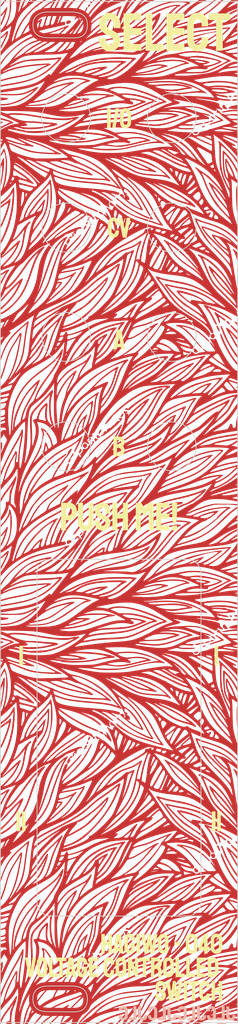
<source format=kicad_pcb>
(kicad_pcb (version 4) (host pcbnew 4.0.7)
  (layers (0 F.Cu signal) (31 B.Cu signal) (34 B.Paste user) (35 F.Paste user) (36 B.SilkS user) (37 F.SilkS user) (38 B.Mask user) (39 F.Mask user) (44 Edge.Cuts user))
  (net 0 "")
  (module LOGO (layer F.Cu) (at 0 0)
    (fp_text reference "G***" hide)
    (fp_text value "LOGO" hide)
  )
  (module LOGO (layer F.Cu) (at 0 0)
    (fp_text reference "G***" hide)
    (fp_text value "LOGO" hide)
    (fp_poly (pts (xy -12.902969 60.901299) (xy -12.893555 60.921301) (xy -12.891214 60.964907) (xy -12.894680 61.040520) (xy -12.895980 61.060541) (xy -12.905189 61.151152) (xy -12.921915 61.247806) (xy -12.947584 61.354850) (xy -12.983620 61.476627) (xy -13.031450 61.617484) (xy -13.092500 61.781767) (xy -13.168195 61.973819) (xy -13.259961 62.197987) (xy -13.303315 62.301988) (xy -13.358061 62.449571) (xy -13.412977 62.628343) (xy -13.465228 62.827266) (xy -13.511977 63.035302) (xy -13.550387 63.241415) (xy -13.559510 63.298916) (xy -13.576157 63.431261) (xy -13.588599 63.576667) (xy -13.596821 63.727980) (xy -13.600804 63.878042) (xy -13.600533 64.019699) (xy -13.595988 64.145795) (xy -13.587154 64.249174) (xy -13.574012 64.322679) (xy -13.562054 64.352815) (xy -13.524525 64.410166) (xy -13.872790 64.410166) (xy -14.001381 64.410001) (xy -14.093786 64.408955) (xy -14.156156 64.406206) (xy -14.194638 64.400927) (xy -14.215383 64.392297) (xy -14.224537 64.379490) (xy -14.228123 64.362541) (xy -14.229756 64.310355) (xy -14.224389 64.243731) (xy -14.214246 64.178826) (xy -14.201546 64.131802) (xy -14.194763 64.119873) (xy -14.167434 64.111031) (xy -14.110570 64.102434) (xy -14.042847 64.096416) (xy -13.973373 64.089124) (xy -13.917313 64.074168) (xy -13.872983 64.047272) (xy -13.838702 64.004162) (xy -13.812786 63.940560) (xy -13.793553 63.852190) (xy -13.779319 63.734777) (xy -13.768401 63.584043) (xy -13.759118 63.395714) (xy -13.758144 63.373000) (xy -13.749719 63.195578) (xy -13.740120 63.052163) (xy -13.727756 62.934428) (xy -13.711036 62.834049) (xy -13.688370 62.742700) (xy -13.658166 62.652055) (xy -13.618833 62.553790) (xy -13.588037 62.482836) (xy -13.513257 62.313744) (xy -13.453957 62.179547) (xy -13.408590 62.076383) (xy -13.375607 62.000388) (xy -13.353461 61.947701) (xy -13.340604 61.914458) (xy -13.335488 61.896796) (xy -13.336565 61.890854) (xy -13.342288 61.892768) (xy -13.351109 61.898676) (xy -13.354968 61.901175) (xy -13.373924 61.922195) (xy -13.411995 61.971235) (xy -13.464122 62.041559) (xy -13.525245 62.126434) (xy -13.542748 62.151132) (xy -13.610998 62.246033) (xy -13.697566 62.363782) (xy -13.794651 62.493915) (xy -13.894449 62.625968) (xy -13.980288 62.738000) (xy -14.202132 63.034078) (xy -14.393082 63.308378) (xy -14.555698 63.565064) (xy -14.692540 63.808299) (xy -14.806166 64.042248) (xy -14.859997 64.169230) (xy -14.897113 64.258616) (xy -14.930139 64.332752) (xy -14.955154 64.383167) (xy -14.967264 64.401085) (xy -14.975262 64.386608) (xy -14.981538 64.338054) (xy -14.985291 64.263669) (xy -14.986000 64.207905) (xy -14.984777 64.108206) (xy -14.978797 64.034403) (xy -14.964597 63.970079) (xy -14.938713 63.898815) (xy -14.903671 63.817665) (xy -14.837442 63.677991) (xy -14.759204 63.531540) (xy -14.666339 63.374232) (xy -14.556226 63.201987) (xy -14.426248 63.010724) (xy -14.273785 62.796363) (xy -14.096218 62.554824) (xy -14.074015 62.525047) (xy -13.898669 62.288784) (xy -13.746955 62.081128) (xy -13.615913 61.897753) (xy -13.502580 61.734331) (xy -13.403993 61.586535) (xy -13.317191 61.450037) (xy -13.239209 61.320510) (xy -13.186752 61.228941) (xy -13.104770 61.090110) (xy -13.035955 60.989671) (xy -12.979151 60.926180) (xy -12.933202 60.898193) (xy -12.920724 60.896500) (xy -12.902969 60.901299)) (layer F.Cu) (width 0.010000))
    (fp_poly (pts (xy -10.644588 -64.384348) (xy -10.391486 -64.378417) (xy -10.660950 -64.189140) (xy -11.040541 -63.910288) (xy -11.391558 -63.627475) (xy -11.711357 -63.343166) (xy -11.997293 -63.059828) (xy -12.246722 -62.779924) (xy -12.438813 -62.531582) (xy -12.573491 -62.333523) (xy -12.686387 -62.144061) (xy -12.782012 -61.953180) (xy -12.864873 -61.750865) (xy -12.939479 -61.527098) (xy -13.010338 -61.271865) (xy -13.016224 -61.248828) (xy -13.053942 -61.104046) (xy -13.100326 -60.931795) (xy -13.151768 -60.745123) (xy -13.204663 -60.557077) (xy -13.255405 -60.380704) (xy -13.268620 -60.335584) (xy -13.339142 -60.092988) (xy -13.397020 -59.887191) (xy -13.443061 -59.714851) (xy -13.478072 -59.572626) (xy -13.502859 -59.457175) (xy -13.518230 -59.365158) (xy -13.524991 -59.293232) (xy -13.525473 -59.271959) (xy -13.519945 -59.197783) (xy -13.502224 -59.163562) (xy -13.470681 -59.168257) (xy -13.425833 -59.208459) (xy -13.393117 -59.248818) (xy -13.363526 -59.297321) (xy -13.334426 -59.360454) (xy -13.303183 -59.444705) (xy -13.267163 -59.556559) (xy -13.223733 -59.702503) (xy -13.220016 -59.715303) (xy -13.181503 -59.845397) (xy -13.140521 -59.979236) (xy -13.101260 -60.103411) (xy -13.067913 -60.204516) (xy -13.059195 -60.229750) (xy -12.872029 -60.700541) (xy -12.644313 -61.163878) (xy -12.377445 -61.618004) (xy -12.072823 -62.061164) (xy -11.731845 -62.491599) (xy -11.355910 -62.907555) (xy -10.946415 -63.307275) (xy -10.504759 -63.689001) (xy -10.032340 -64.050978) (xy -9.998062 -64.075597) (xy -9.863570 -64.171665) (xy -9.758058 -64.245946) (xy -9.675990 -64.301162) (xy -9.611827 -64.340034) (xy -9.560033 -64.365284) (xy -9.515070 -64.379634) (xy -9.471402 -64.385805) (xy -9.423492 -64.386519) (xy -9.369332 -64.384635) (xy -9.209715 -64.378417) (xy -9.442634 -64.233455) (xy -9.786265 -64.008128) (xy -10.133110 -63.759028) (xy -10.472557 -63.494477) (xy -10.793994 -63.222798) (xy -11.086811 -62.952315) (xy -11.130076 -62.909922) (xy -11.498309 -62.523422) (xy -11.827608 -62.129108) (xy -12.120981 -61.722108) (xy -12.381437 -61.297547) (xy -12.611984 -60.850551) (xy -12.815631 -60.376247) (xy -12.982895 -59.908274) (xy -13.030843 -59.754899) (xy -13.062334 -59.637868) (xy -13.077772 -59.554697) (xy -13.077563 -59.502899) (xy -13.062112 -59.479988) (xy -13.052950 -59.478334) (xy -13.023535 -59.490620) (xy -12.971818 -59.523044) (xy -12.908279 -59.568957) (xy -12.899492 -59.575729) (xy -12.812623 -59.639126) (xy -12.712240 -59.706503) (xy -12.632696 -59.755711) (xy -12.552847 -59.807907) (xy -12.478682 -59.865804) (xy -12.426082 -59.916988) (xy -12.425566 -59.917607) (xy -12.395376 -59.961309) (xy -12.350655 -60.035523) (xy -12.312768 -60.102483) (xy -12.116610 -60.102483) (xy -12.107292 -60.092167) (xy -12.081285 -60.101209) (xy -12.025169 -60.125994) (xy -11.953959 -60.159519) (xy -8.942917 -60.159519) (xy -7.575051 -60.155667) (xy -7.359401 -60.361300) (xy -7.216185 -60.500169) (xy -7.098137 -60.619485) (xy -7.006526 -60.717788) (xy -6.942619 -60.793622) (xy -6.907687 -60.845528) (xy -6.902998 -60.872048) (xy -6.912137 -60.875334) (xy -6.934659 -60.866906) (xy -6.988093 -60.843818) (xy -7.065010 -60.809360) (xy -7.157984 -60.766827) (xy -7.182012 -60.755713) (xy -7.547162 -60.599292) (xy -7.949671 -60.450870) (xy -8.385054 -60.311999) (xy -8.784167 -60.200922) (xy -8.942917 -60.159519) (xy -11.953959 -60.159519) (xy -11.946539 -60.163012) (xy -11.852987 -60.208752) (xy -11.826550 -60.221945) (xy -11.623854 -60.328055) (xy -11.460321 -60.423560) (xy -11.367685 -60.486846) (xy -10.089877 -60.486846) (xy -10.081664 -60.468759) (xy -10.044745 -60.436445) (xy -9.987579 -60.395942) (xy -9.918628 -60.353288) (xy -9.853084 -60.317850) (xy -9.770663 -60.282220) (xy -9.673785 -60.247989) (xy -9.616804 -60.231413) (xy -9.486357 -60.197798) (xy -9.038259 -60.294220) (xy -8.867366 -60.331443) (xy -8.715199 -60.365946) (xy -8.576645 -60.399442) (xy -8.446587 -60.433645) (xy -8.319909 -60.470268) (xy -8.191498 -60.511026) (xy -8.056236 -60.557633) (xy -7.909009 -60.611801) (xy -7.744701 -60.675246) (xy -7.558197 -60.749680) (xy -7.344381 -60.836818) (xy -7.098138 -60.938373) (xy -7.024403 -60.968913) (xy -6.880156 -61.025885) (xy -6.741988 -61.075246) (xy -6.615709 -61.115372) (xy -6.507131 -61.144641) (xy -6.422064 -61.161430) (xy -6.366321 -61.164115) (xy -6.348671 -61.157638) (xy -6.336150 -61.134837) (xy -6.343900 -61.106149) (xy -6.375624 -61.066879) (xy -6.435024 -61.012331) (xy -6.515559 -60.946012) (xy -6.576581 -60.894779) (xy -6.654933 -60.825591) (xy -6.745794 -60.743052) (xy -6.844345 -60.651767) (xy -6.945767 -60.556340) (xy -7.045241 -60.461374) (xy -7.137947 -60.371474) (xy -7.219066 -60.291243) (xy -7.283779 -60.225286) (xy -7.327265 -60.178207) (xy -7.344706 -60.154609) (xy -7.344834 -60.153791) (xy -7.325016 -60.146430) (xy -7.270948 -60.140364) (xy -7.190706 -60.136191) (xy -7.092368 -60.134509) (xy -7.084391 -60.134500) (xy -6.823948 -60.134500) (xy -6.317683 -60.134500) (xy -6.200239 -60.134500) (xy -6.130252 -60.136818) (xy -6.113452 -60.141159) (xy -5.863167 -60.141159) (xy -5.843744 -60.137947) (xy -5.792442 -60.135585) (xy -5.719715 -60.134521) (xy -5.707629 -60.134500) (xy -5.552091 -60.134500) (xy -5.537149 -60.157988) (xy -5.295979 -60.157988) (xy -5.295642 -60.155667) (xy -5.268788 -60.160956) (xy -5.213212 -60.174826) (xy -5.140911 -60.194282) (xy -5.140442 -60.194412) (xy -5.004822 -60.241801) (xy -4.884793 -60.302457) (xy -4.791919 -60.370212) (xy -4.770374 -60.391778) (xy -4.741356 -60.431892) (xy -4.714681 -60.475504) (xy -3.572006 -60.475504) (xy -3.568924 -60.462729) (xy -3.547886 -60.469963) (xy -3.505892 -60.499368) (xy -3.439945 -60.553104) (xy -3.347044 -60.633332) (xy -3.320279 -60.656879) (xy -3.202209 -60.759337) (xy -3.066176 -60.874704) (xy -2.927687 -60.989971) (xy -2.802254 -61.092131) (xy -2.782789 -61.107701) (xy -2.508250 -61.326569) (xy -2.498537 -61.491187) (xy -1.663438 -61.491187) (xy -1.663147 -61.373958) (xy -1.648208 -61.258962) (xy -1.618829 -61.160104) (xy -1.611306 -61.143629) (xy -1.581289 -61.090471) (xy -1.556773 -61.060810) (xy -1.546338 -61.058962) (xy -1.532357 -61.085912) (xy -1.508424 -61.141771) (xy -1.479132 -61.215690) (xy -1.471718 -61.235167) (xy -1.395597 -61.420489) (xy -1.313871 -61.583254) (xy -1.216463 -61.743001) (xy -1.187529 -61.786152) (xy -1.079815 -61.944250) (xy -1.138711 -61.950552) (xy -1.192900 -61.942434) (xy -1.269533 -61.913598) (xy -1.358179 -61.869987) (xy -1.448402 -61.817547) (xy -1.529768 -61.762225) (xy -1.591845 -61.709966) (xy -1.619250 -61.676723) (xy -1.648875 -61.596744) (xy -1.663438 -61.491187) (xy -2.498537 -61.491187) (xy -2.496271 -61.529577) (xy -2.466940 -61.753756) (xy -2.407427 -61.953459) (xy -2.326790 -62.112610) (xy -2.263205 -62.212873) (xy -2.385728 -62.143521) (xy -2.598754 -62.014305) (xy -2.809371 -61.870403) (xy -3.008144 -61.718995) (xy -3.185640 -61.567260) (xy -3.330208 -61.424776) (xy -3.467316 -61.276687) (xy -3.482069 -61.049552) (xy -3.490377 -60.941719) (xy -3.501434 -60.843506) (xy -3.517203 -60.742377) (xy -3.539650 -60.625795) (xy -3.570738 -60.481222) (xy -3.572006 -60.475504) (xy -4.714681 -60.475504) (xy -4.700339 -60.498950) (xy -4.653918 -60.581864) (xy -4.627593 -60.631917) (xy -4.579421 -60.730108) (xy -4.547881 -60.809157) (xy -4.527782 -60.886197) (xy -4.513934 -60.978362) (xy -4.508962 -61.023500) (xy -4.495293 -61.170463) (xy -4.489095 -61.277380) (xy -4.490363 -61.345875) (xy -4.499087 -61.377571) (xy -4.507358 -61.379806) (xy -4.524369 -61.360811) (xy -4.560016 -61.311765) (xy -4.611152 -61.237555) (xy -4.674631 -61.143068) (xy -4.747306 -61.033190) (xy -4.826029 -60.912808) (xy -4.907655 -60.786808) (xy -4.989037 -60.660077) (xy -5.067028 -60.537502) (xy -5.138480 -60.423968) (xy -5.200249 -60.324364) (xy -5.249186 -60.243574) (xy -5.282145 -60.186487) (xy -5.295979 -60.157988) (xy -5.537149 -60.157988) (xy -5.407331 -60.362042) (xy -5.357545 -60.439684) (xy -5.289013 -60.545671) (xy -5.206289 -60.673005) (xy -5.113931 -60.814688) (xy -5.016493 -60.963722) (xy -4.918530 -61.113109) (xy -4.904932 -61.133808) (xy -4.547292 -61.678032) (xy -4.646084 -61.893558) (xy -4.760475 -61.696654) (xy -4.866118 -61.520941) (xy -4.982147 -61.340351) (xy -5.112630 -61.148998) (xy -5.261629 -60.940996) (xy -5.433211 -60.710459) (xy -5.524110 -60.590950) (xy -5.614564 -60.472488) (xy -5.695925 -60.365471) (xy -5.764828 -60.274361) (xy -5.817909 -60.203622) (xy -5.851803 -60.157718) (xy -5.863167 -60.141159) (xy -6.113452 -60.141159) (xy -6.086886 -60.148023) (xy -6.054507 -60.174498) (xy -6.031665 -60.203292) (xy -6.001707 -60.245026) (xy -5.953639 -60.313622) (xy -5.893133 -60.400919) (xy -5.825860 -60.498757) (xy -5.795787 -60.542734) (xy -5.731164 -60.638702) (xy -5.686664 -60.708535) (xy -5.663445 -60.751668) (xy -5.662661 -60.767536) (xy -5.685467 -60.755573) (xy -5.733020 -60.715216) (xy -5.806474 -60.645897) (xy -5.906986 -60.547053) (xy -6.021634 -60.432284) (xy -6.317683 -60.134500) (xy -6.823948 -60.134500) (xy -6.560516 -60.374947) (xy -6.107998 -60.811729) (xy -5.684592 -61.268655) (xy -5.514532 -61.468000) (xy -5.370828 -61.640246) (xy -5.251481 -61.781623) (xy -5.154300 -61.894236) (xy -5.077095 -61.980193) (xy -5.017676 -62.041599) (xy -4.973854 -62.080560) (xy -4.943436 -62.099184) (xy -4.924234 -62.099575) (xy -4.914057 -62.083840) (xy -4.910714 -62.054085) (xy -4.910667 -62.048692) (xy -4.899912 -61.986639) (xy -4.873010 -61.939104) (xy -4.838005 -61.912193) (xy -4.802942 -61.912012) (xy -4.775863 -61.944666) (xy -4.775348 -61.945982) (xy -4.764301 -61.993247) (xy -4.776600 -62.032286) (xy -4.817738 -62.072277) (xy -4.873625 -62.110190) (xy -4.943199 -62.150997) (xy -5.014189 -62.187589) (xy -5.078362 -62.216467) (xy -5.127488 -62.234134) (xy -5.153335 -62.237093) (xy -5.153547 -62.229131) (xy -5.124177 -62.204478) (xy -5.088528 -62.186885) (xy -5.050095 -62.161614) (xy -5.037667 -62.136811) (xy -5.055447 -62.098808) (xy -5.098953 -62.059215) (xy -5.153437 -62.028845) (xy -5.199272 -62.018334) (xy -5.231607 -62.023453) (xy -5.245973 -62.046660) (xy -5.249330 -62.099732) (xy -5.249334 -62.103000) (xy -5.252694 -62.156035) (xy -5.261088 -62.185518) (xy -5.264474 -62.187667) (xy -5.284920 -62.173182) (xy -5.325961 -62.134662) (xy -5.379841 -62.079511) (xy -5.397500 -62.060667) (xy -5.469472 -61.991128) (xy -5.530955 -61.946974) (xy -5.577412 -61.930232) (xy -5.604306 -61.942930) (xy -5.609167 -61.966097) (xy -5.595071 -62.031323) (xy -5.557934 -62.110938) (xy -5.505481 -62.190251) (xy -5.469120 -62.232358) (xy -5.394639 -62.308799) (xy -5.486028 -62.323602) (xy -5.566541 -62.333437) (xy -5.681836 -62.343076) (xy -5.824362 -62.352174) (xy -5.986569 -62.360383) (xy -6.160906 -62.367358) (xy -6.339822 -62.372753) (xy -6.515766 -62.376220) (xy -6.659016 -62.377398) (xy -7.063281 -62.378167) (xy -7.201186 -62.087125) (xy -7.273051 -61.933090) (xy -7.326077 -61.812611) (xy -7.361084 -61.721755) (xy -7.378896 -61.656587) (xy -7.380332 -61.613174) (xy -7.366216 -61.587581) (xy -7.337368 -61.575873) (xy -7.308389 -61.573834) (xy -7.258525 -61.579683) (xy -7.184324 -61.595020) (xy -7.101800 -61.616534) (xy -7.101350 -61.616664) (xy -7.022169 -61.636573) (xy -6.954309 -61.648337) (xy -6.911890 -61.649542) (xy -6.910704 -61.649286) (xy -6.862520 -61.617998) (xy -6.822030 -61.555694) (xy -6.795035 -61.473648) (xy -6.787231 -61.409290) (xy -6.788232 -61.346471) (xy -6.800683 -61.310991) (xy -6.830532 -61.288212) (xy -6.837973 -61.284449) (xy -6.883340 -61.266456) (xy -6.955117 -61.244320) (xy -7.055508 -61.217517) (xy -7.186720 -61.185526) (xy -7.350959 -61.147824) (xy -7.550432 -61.103890) (xy -7.787344 -61.053201) (xy -8.032750 -61.001718) (xy -8.220484 -60.962242) (xy -8.411541 -60.921376) (xy -8.597742 -60.880921) (xy -8.770906 -60.842673) (xy -8.922851 -60.808433) (xy -9.045398 -60.779999) (xy -9.091084 -60.769012) (xy -9.205862 -60.740181) (xy -9.334278 -60.706658) (xy -9.469966 -60.670242) (xy -9.606556 -60.632733) (xy -9.737681 -60.595929) (xy -9.856972 -60.561630) (xy -9.958062 -60.531635) (xy -10.034582 -60.507741) (xy -10.080165 -60.491750) (xy -10.089877 -60.486846) (xy -11.367685 -60.486846) (xy -11.336664 -60.508038) (xy -11.316791 -60.523565) (xy -11.297809 -60.541573) (xy -11.288859 -60.563710) (xy -11.289718 -60.600105) (xy -11.300163 -60.660888) (xy -11.312441 -60.720442) (xy -11.329512 -60.817615) (xy -11.345664 -60.937100) (xy -11.358334 -61.058908) (xy -11.362150 -61.108167) (xy -11.374669 -61.294485) (xy -10.349635 -61.294485) (xy -10.346208 -61.191795) (xy -10.341478 -61.134659) (xy -10.328304 -61.007756) (xy -10.314507 -60.921115) (xy -10.298509 -60.872674) (xy -10.278736 -60.860370) (xy -10.253612 -60.882142) (xy -10.221562 -60.935929) (xy -10.208836 -60.961085) (xy -10.184068 -61.021357) (xy -10.156722 -61.104160) (xy -10.128612 -61.201680) (xy -10.101558 -61.306107) (xy -10.077377 -61.409626) (xy -10.057885 -61.504426) (xy -10.044900 -61.582693) (xy -10.040239 -61.636616) (xy -10.045720 -61.658382) (xy -10.046609 -61.658500) (xy -10.070529 -61.645923) (xy -10.117723 -61.612534) (xy -10.179132 -61.564843) (xy -10.196538 -61.550718) (xy -10.267294 -61.488420) (xy -10.313909 -61.432088) (xy -10.340112 -61.371013) (xy -10.349635 -61.294485) (xy -11.374669 -61.294485) (xy -11.377084 -61.330417) (xy -11.623250 -60.960000) (xy -11.748935 -60.768173) (xy -11.858268 -60.595779) (xy -11.950020 -60.445023) (xy -12.022959 -60.318110) (xy -12.075858 -60.217246) (xy -12.107485 -60.144635) (xy -12.116610 -60.102483) (xy -12.312768 -60.102483) (xy -12.295613 -60.132801) (xy -12.234461 -60.245696) (xy -12.171407 -60.366761) (xy -12.168892 -60.371694) (xy -11.964308 -60.750454) (xy -11.748344 -61.103629) (xy -11.510726 -61.447952) (xy -11.493958 -61.470872) (xy -11.415571 -61.581438) (xy -11.361787 -61.667020) (xy -11.350716 -61.689615) (xy -10.282837 -61.689615) (xy -10.264513 -61.698650) (xy -10.222746 -61.728991) (xy -10.166172 -61.774319) (xy -10.159706 -61.779706) (xy -10.067877 -61.852603) (xy -9.974644 -61.919912) (xy -9.887830 -61.976615) (xy -9.815261 -62.017696) (xy -9.764758 -62.038137) (xy -9.754552 -62.039500) (xy -9.721673 -62.026623) (xy -9.710026 -61.986581) (xy -9.719938 -61.917261) (xy -9.751735 -61.816550) (xy -9.805744 -61.682335) (xy -9.811935 -61.668011) (xy -9.885495 -61.487361) (xy -9.935012 -61.338628) (xy -9.961042 -61.219276) (xy -9.964138 -61.126768) (xy -9.945165 -61.059151) (xy -9.909797 -61.010586) (xy -9.864071 -60.988644) (xy -9.800437 -60.992536) (xy -9.711341 -61.021475) (xy -9.685339 -61.032056) (xy -9.641175 -61.055453) (xy -9.603683 -61.088941) (xy -9.569994 -61.138203) (xy -9.537236 -61.208926) (xy -9.511487 -61.281556) (xy -9.304415 -61.281556) (xy -9.296344 -61.228387) (xy -9.275523 -61.193402) (xy -9.243133 -61.173331) (xy -9.189888 -61.168279) (xy -9.112531 -61.178062) (xy -9.025334 -61.199655) (xy -8.942567 -61.230036) (xy -8.916658 -61.242513) (xy -8.857159 -61.282129) (xy -8.815580 -61.333970) (xy -8.795019 -61.386680) (xy -8.614488 -61.386680) (xy -8.605455 -61.335050) (xy -8.583747 -61.304343) (xy -8.577792 -61.300363) (xy -8.501643 -61.279373) (xy -8.414943 -61.294440) (xy -8.384413 -61.308003) (xy -8.329183 -61.344922) (xy -8.277080 -61.399000) (xy -8.238187 -61.456224) (xy -7.764163 -61.456224) (xy -7.751684 -61.428418) (xy -7.723742 -61.439778) (xy -7.680950 -61.490434) (xy -7.671424 -61.504168) (xy -7.648139 -61.546366) (xy -7.613394 -61.619227) (xy -7.571155 -61.713991) (xy -7.525387 -61.821898) (xy -7.504477 -61.872953) (xy -7.457389 -61.987701) (xy -7.411373 -62.097059) (xy -7.370712 -62.191031) (xy -7.339692 -62.259625) (xy -7.330989 -62.277625) (xy -7.280621 -62.378167) (xy -7.376979 -62.378167) (xy -7.434308 -62.376178) (xy -7.468232 -62.363569) (xy -7.492573 -62.330378) (xy -7.516441 -62.277625) (xy -7.551997 -62.188817) (xy -7.592293 -62.078762) (xy -7.634251 -61.956975) (xy -7.674794 -61.832971) (xy -7.710841 -61.716265) (xy -7.739316 -61.616372) (xy -7.757139 -61.542806) (xy -7.760571 -61.523068) (xy -7.764163 -61.456224) (xy -8.238187 -61.456224) (xy -8.225731 -61.474550) (xy -8.172759 -61.575888) (xy -8.115791 -61.707328) (xy -8.052451 -61.873185) (xy -8.013782 -61.981367) (xy -7.974305 -62.093401) (xy -7.938817 -62.193314) (xy -7.910080 -62.273391) (xy -7.890857 -62.325918) (xy -7.884986 -62.341125) (xy -7.881531 -62.357073) (xy -7.891478 -62.367665) (xy -7.921437 -62.373982) (xy -7.978019 -62.377104) (xy -8.067832 -62.378113) (xy -8.111566 -62.378167) (xy -8.353660 -62.378167) (xy -8.451907 -62.065959) (xy -8.513803 -61.863735) (xy -8.560506 -61.697760) (xy -8.592518 -61.564970) (xy -8.610344 -61.462298) (xy -8.614488 -61.386680) (xy -8.795019 -61.386680) (xy -8.786873 -61.407561) (xy -8.765989 -61.512428) (xy -8.763113 -61.532199) (xy -8.737214 -61.676388) (xy -8.697426 -61.846292) (xy -8.647081 -62.028957) (xy -8.589510 -62.211427) (xy -8.585006 -62.224709) (xy -8.532689 -62.378167) (xy -8.716636 -62.376057) (xy -8.808333 -62.375428) (xy -8.878188 -62.372642) (xy -8.930993 -62.362761) (xy -8.971537 -62.340850) (xy -9.004613 -62.301972) (xy -9.035009 -62.241191) (xy -9.067518 -62.153570) (xy -9.106929 -62.034173) (xy -9.136460 -61.943464) (xy -9.199453 -61.746529) (xy -9.247257 -61.585394) (xy -9.280360 -61.456535) (xy -9.299250 -61.356431) (xy -9.304415 -61.281556) (xy -9.511487 -61.281556) (xy -9.502540 -61.306792) (xy -9.463034 -61.437488) (xy -9.440698 -61.516501) (xy -9.400451 -61.655735) (xy -9.354131 -61.807698) (xy -9.307049 -61.955405) (xy -9.264517 -62.081876) (xy -9.258453 -62.099108) (xy -9.165578 -62.360916) (xy -9.276498 -62.345903) (xy -9.521758 -62.298675) (xy -9.737405 -62.227915) (xy -9.921603 -62.134655) (xy -10.072519 -62.019926) (xy -10.188318 -61.884759) (xy -10.233428 -61.807962) (xy -10.262401 -61.747559) (xy -10.280053 -61.704357) (xy -10.282837 -61.689615) (xy -11.350716 -61.689615) (xy -11.328910 -61.734119) (xy -11.313385 -61.788372) (xy -11.290708 -61.884400) (xy -11.252845 -62.002780) (xy -11.205248 -62.128907) (xy -11.153370 -62.248171) (xy -11.109970 -62.333260) (xy -10.954391 -62.567513) (xy -10.767932 -62.773032) (xy -10.551373 -62.949186) (xy -10.305496 -63.095341) (xy -10.031081 -63.210866) (xy -10.022417 -63.213851) (xy -9.926682 -63.250777) (xy -9.844473 -63.293868) (xy -9.772723 -63.343701) (xy -9.546167 -63.343701) (xy -9.527223 -63.343007) (xy -9.478377 -63.347475) (xy -9.431480 -63.353316) (xy -9.367046 -63.360235) (xy -9.272219 -63.368110) (xy -9.158898 -63.376052) (xy -9.038982 -63.383169) (xy -9.017600 -63.384295) (xy -8.718408 -63.399710) (xy -8.642679 -63.550397) (xy -8.599168 -63.632142) (xy -8.541102 -63.734624) (xy -8.476988 -63.843075) (xy -8.430569 -63.918617) (xy -8.378444 -64.004392) (xy -8.336772 -64.078031) (xy -8.309723 -64.131796) (xy -8.301464 -64.157951) (xy -8.301522 -64.158149) (xy -8.323254 -64.162374) (xy -8.374456 -64.144917) (xy -8.450198 -64.108773) (xy -8.545551 -64.056933) (xy -8.655585 -63.992392) (xy -8.775371 -63.918142) (xy -8.899980 -63.837177) (xy -9.024483 -63.752490) (xy -9.143950 -63.667074) (xy -9.253452 -63.583923) (xy -9.273883 -63.567700) (xy -9.364652 -63.494668) (xy -9.442593 -63.431306) (xy -9.502238 -63.382111) (xy -9.538117 -63.351582) (xy -9.546167 -63.343701) (xy -9.772723 -63.343701) (xy -9.760643 -63.352091) (xy -9.683750 -63.414310) (xy -9.420881 -63.630103) (xy -9.174984 -63.820162) (xy -8.936332 -63.991601) (xy -8.695196 -64.151538) (xy -8.563007 -64.234107) (xy -8.310097 -64.389000) (xy -7.916320 -64.389000) (xy -8.051204 -64.193209) (xy -8.102993 -64.115965) (xy -8.164970 -64.020296) (xy -8.232851 -63.913182) (xy -8.302347 -63.801604) (xy -8.369174 -63.692541) (xy -8.429044 -63.592972) (xy -8.477672 -63.509878) (xy -8.510771 -63.450239) (xy -8.522703 -63.425421) (xy -8.522180 -63.410742) (xy -8.502521 -63.401406) (xy -8.456989 -63.396305) (xy -8.378845 -63.394330) (xy -8.332535 -63.394167) (xy -8.130374 -63.394167) (xy -8.072574 -63.526459) (xy -8.044013 -63.588597) (xy -8.000419 -63.679406) (xy -7.946179 -63.789937) (xy -7.885677 -63.911242) (xy -7.831359 -64.018584) (xy -7.647943 -64.378417) (xy -7.559888 -64.384926) (xy -7.505748 -64.387544) (xy -7.474840 -64.386355) (xy -7.472048 -64.384926) (xy -7.481219 -64.365048) (xy -7.506931 -64.312447) (xy -7.546664 -64.232196) (xy -7.597898 -64.129369) (xy -7.658111 -64.009043) (xy -7.717091 -63.891584) (xy -7.961919 -63.404750) (xy -7.680051 -63.398809) (xy -7.574250 -63.397959) (xy -7.486000 -63.399891) (xy -7.423037 -63.404246) (xy -7.393095 -63.410667) (xy -7.391751 -63.412166) (xy -7.379888 -63.435096) (xy -7.349828 -63.489637) (xy -7.304443 -63.570683) (xy -7.246602 -63.673128) (xy -7.179179 -63.791865) (xy -7.114676 -63.904941) (xy -6.844033 -64.378417) (xy -6.597017 -64.384381) (xy -6.500445 -64.385785) (xy -6.421563 -64.385169) (xy -6.368658 -64.382719) (xy -6.350001 -64.378768) (xy -6.362338 -64.358270) (xy -6.395501 -64.312635) (xy -6.443714 -64.249660) (xy -6.476449 -64.208071) (xy -6.576436 -64.077803) (xy -6.681855 -63.932804) (xy -6.784543 -63.784837) (xy -6.876340 -63.645664) (xy -6.949081 -63.527048) (xy -6.949422 -63.526459) (xy -7.026005 -63.394167) (xy -6.677143 -63.394167) (xy -6.495573 -63.621709) (xy -6.414989 -63.719149) (xy -6.315027 -63.834659) (xy -6.206223 -63.956353) (xy -6.099111 -64.072346) (xy -6.054646 -64.119125) (xy -5.795288 -64.389000) (xy -5.520927 -64.389000) (xy -5.773245 -64.119125) (xy -5.895672 -63.987817) (xy -5.994238 -63.881108) (xy -6.074309 -63.792972) (xy -6.141249 -63.717380) (xy -6.200421 -63.648305) (xy -6.257190 -63.579719) (xy -6.295981 -63.531750) (xy -6.397959 -63.404750) (xy -6.072355 -63.389649) (xy -5.935679 -63.382463) (xy -5.791753 -63.373472) (xy -5.656057 -63.363727) (xy -5.544074 -63.354280) (xy -5.525809 -63.352512) (xy -5.433587 -63.345026) (xy -5.357842 -63.342098) (xy -5.307887 -63.343892) (xy -5.292975 -63.348392) (xy -5.232939 -63.436337) (xy -5.156926 -63.543914) (xy -5.070269 -63.663942) (xy -4.978305 -63.789235) (xy -4.886368 -63.912611) (xy -4.799792 -64.026888) (xy -4.723912 -64.124880) (xy -4.664064 -64.199406) (xy -4.639696 -64.228036) (xy -4.497917 -64.388402) (xy -4.223685 -64.389000) (xy -4.394345 -64.214375) (xy -4.518366 -64.084419) (xy -4.622942 -63.966841) (xy -4.718256 -63.849103) (xy -4.814493 -63.718664) (xy -4.914342 -63.574084) (xy -4.974067 -63.485515) (xy -5.025814 -63.408408) (xy -5.064631 -63.350169) (xy -5.085564 -63.318207) (xy -5.087072 -63.315780) (xy -5.080779 -63.294122) (xy -5.033817 -63.273723) (xy -5.011848 -63.267786) (xy -4.897555 -63.234418) (xy -4.766752 -63.188492) (xy -4.634489 -63.135930) (xy -4.515818 -63.082654) (xy -4.438575 -63.042221) (xy -4.373827 -63.005996) (xy -4.323300 -62.980305) (xy -4.298405 -62.970834) (xy -4.284786 -62.989574) (xy -4.271139 -63.036656) (xy -4.266900 -63.059498) (xy -4.246696 -63.135100) (xy -4.211213 -63.221148) (xy -4.165798 -63.308765) (xy -4.115801 -63.389074) (xy -4.066569 -63.453196) (xy -4.023450 -63.492256) (xy -4.001511 -63.500000) (xy -3.980724 -63.482642) (xy -3.981441 -63.432934) (xy -4.002732 -63.354424) (xy -4.043664 -63.250663) (xy -4.096118 -63.139434) (xy -4.212902 -62.906573) (xy -4.072429 -62.774662) (xy -4.008901 -62.715834) (xy -3.956837 -62.669159) (xy -3.923989 -62.641518) (xy -3.917350 -62.637041) (xy -3.900459 -62.651205) (xy -3.864168 -62.694013) (xy -3.813305 -62.759395) (xy -3.752700 -62.841282) (xy -3.732113 -62.869874) (xy -3.599551 -63.046313) (xy -3.442724 -63.238539) (xy -3.259522 -63.448955) (xy -3.047836 -63.679965) (xy -2.805556 -63.933971) (xy -2.727999 -64.013577) (xy -2.360084 -64.389569) (xy -2.222695 -64.389284) (xy -2.085307 -64.389000) (xy -2.445821 -64.033670) (xy -2.728949 -63.746966) (xy -2.984628 -63.471117) (xy -3.222025 -63.195729) (xy -3.450305 -62.910413) (xy -3.537392 -62.796132) (xy -3.788299 -62.462681) (xy -3.731116 -62.346088) (xy -3.699135 -62.285954) (xy -3.673011 -62.245901) (xy -3.659899 -62.235039) (xy -3.641996 -62.253313) (xy -3.605038 -62.298090) (xy -3.555125 -62.361825) (xy -3.518567 -62.409917) (xy -3.420092 -62.537563) (xy -3.314880 -62.666927) (xy -3.199504 -62.801750) (xy -3.070540 -62.945769) (xy -2.924559 -63.102724) (xy -2.758138 -63.276352) (xy -2.567849 -63.470394) (xy -2.350266 -63.688588) (xy -2.311130 -63.727542) (xy -1.645966 -64.389000) (xy -1.090084 -64.387050) (xy -1.261316 -64.223984) (xy -1.339860 -64.147735) (xy -1.414935 -64.072329) (xy -1.476255 -64.008221) (xy -1.504733 -63.976550) (xy -1.543256 -63.930132) (xy -1.554743 -63.911053) (xy -1.540679 -63.915373) (xy -1.524000 -63.925407) (xy -1.323285 -64.044310) (xy -1.096600 -64.166148) (xy -0.894567 -64.266025) (xy -0.635549 -64.389000) (xy 0.153183 -64.387329) (xy 0.329617 -64.386660) (xy 0.490642 -64.385477) (xy 0.631861 -64.383857) (xy 0.748878 -64.381875) (xy 0.837296 -64.379608) (xy 0.892721 -64.377133) (xy 0.910754 -64.374526) (xy 0.910166 -64.374196) (xy 0.880976 -64.363680) (xy 0.818746 -64.341275) (xy 0.730268 -64.309425) (xy 0.622333 -64.270576) (xy 0.501734 -64.227173) (xy 0.497416 -64.225619) (xy -0.013074 -64.035361) (xy -0.483360 -63.846298) (xy -0.915512 -63.657397) (xy -1.311601 -63.467623) (xy -1.673696 -63.275943) (xy -2.003868 -63.081323) (xy -2.304189 -62.882729) (xy -2.536723 -62.710662) (xy -2.658499 -62.611258) (xy -2.784791 -62.500394) (xy -2.911807 -62.382152) (xy -3.035754 -62.260616) (xy -3.152840 -62.139868) (xy -3.259272 -62.023993) (xy -3.351259 -61.917073) (xy -3.425008 -61.823192) (xy -3.476727 -61.746432) (xy -3.502623 -61.690876) (xy -3.504103 -61.669084) (xy -3.496664 -61.619778) (xy -3.492890 -61.554465) (xy -3.492790 -61.545096) (xy -3.492500 -61.463441) (xy -3.369647 -61.577181) (xy -3.257214 -61.673356) (xy -3.114380 -61.782762) (xy -2.944944 -61.903268) (xy -2.752706 -62.032741) (xy -2.541465 -62.169047) (xy -2.315019 -62.310056) (xy -2.077168 -62.453635) (xy -1.831711 -62.597651) (xy -1.582447 -62.739971) (xy -1.534601 -62.766554) (xy -1.004906 -62.766554) (xy -0.993780 -62.760455) (xy -0.977399 -62.759551) (xy -0.922876 -62.752588) (xy -0.844614 -62.734589) (xy -0.758553 -62.709281) (xy -0.749412 -62.706250) (xy -0.668615 -62.680863) (xy -0.599137 -62.662128) (xy -0.554140 -62.653535) (xy -0.549888 -62.653334) (xy -0.515797 -62.641181) (xy -0.508000 -62.624448) (xy -0.492291 -62.599344) (xy -0.453872 -62.562250) (xy -0.405804 -62.523812) (xy -0.361151 -62.494677) (xy -0.337241 -62.485273) (xy -0.325195 -62.503051) (xy -0.306005 -62.550538) (xy -0.287570 -62.605709) (xy -0.264171 -62.674204) (xy -0.228947 -62.768690) (xy -0.186822 -62.876278) (xy -0.146121 -62.975952) (xy -0.095519 -63.100327) (xy -0.062302 -63.190164) (xy -0.045415 -63.249026) (xy -0.043802 -63.280482) (xy -0.053621 -63.288334) (xy -0.080940 -63.278659) (xy -0.135341 -63.252975) (xy -0.207162 -63.216289) (xy -0.286737 -63.173610) (xy -0.364403 -63.129946) (xy -0.402292 -63.107634) (xy -0.465683 -63.071006) (xy -0.555396 -63.021140) (xy -0.660142 -62.964224) (xy -0.768629 -62.906450) (xy -0.783292 -62.898741) (xy -0.886135 -62.844132) (xy -0.954845 -62.805695) (xy -0.993181 -62.780735) (xy -1.004906 -62.766554) (xy -1.534601 -62.766554) (xy -1.333175 -62.878464) (xy -1.087695 -63.010997) (xy -0.849805 -63.135437) (xy -0.623304 -63.249653) (xy -0.411992 -63.351511) (xy -0.219668 -63.438879) (xy -0.050130 -63.509626) (xy 0.092821 -63.561618) (xy 0.205388 -63.592723) (xy 0.229051 -63.597101) (xy 0.284837 -63.603783) (xy 0.310546 -63.597614) (xy 0.317401 -63.575039) (xy 0.317500 -63.569091) (xy 0.308743 -63.537871) (xy 0.284291 -63.474917) (xy 0.246867 -63.386609) (xy 0.199196 -63.279330) (xy 0.144001 -63.159461) (xy 0.128829 -63.127178) (xy 0.066599 -62.992911) (xy 0.006115 -62.858045) (xy -0.048479 -62.732143) (xy -0.093039 -62.624771) (xy -0.123421 -62.545491) (xy -0.124361 -62.542817) (xy -0.188881 -62.358216) (xy -0.069102 -62.177811) (xy 0.050678 -61.997407) (xy 0.180894 -62.372995) (xy 0.276962 -62.642167) (xy 0.368884 -62.881051) (xy 0.461770 -63.100672) (xy 0.560732 -63.312050) (xy 0.670880 -63.526207) (xy 0.797325 -63.754167) (xy 0.915111 -63.956345) (xy 0.979908 -64.066881) (xy 1.037665 -64.167527) (xy 1.084646 -64.251603) (xy 1.117118 -64.312430) (xy 1.131137 -64.342637) (xy 1.140554 -64.363771) (xy 1.158126 -64.377278) (xy 1.192127 -64.384854) (xy 1.250829 -64.388194) (xy 1.342507 -64.388995) (xy 1.357342 -64.389000) (xy 1.456463 -64.387809) (xy 1.518698 -64.383747) (xy 1.549438 -64.376088) (xy 1.554076 -64.364104) (xy 1.553255 -64.362542) (xy 1.534790 -64.333459) (xy 1.499377 -64.279380) (xy 1.453676 -64.210450) (xy 1.438638 -64.187917) (xy 1.364803 -64.073228) (xy 1.284411 -63.941183) (xy 1.202018 -63.799968) (xy 1.122176 -63.657770) (xy 1.049442 -63.522773) (xy 0.988368 -63.403164) (xy 0.943510 -63.307129) (xy 0.929340 -63.272510) (xy 0.917465 -63.236350) (xy 0.925518 -63.233490) (xy 0.943599 -63.247397) (xy 0.968514 -63.274084) (xy 1.013236 -63.327710) (xy 1.072165 -63.401352) (xy 1.139703 -63.488087) (xy 1.165450 -63.521713) (xy 1.261957 -63.645624) (xy 1.368578 -63.777924) (xy 1.479256 -63.911487) (xy 1.587936 -64.039187) (xy 1.688559 -64.153899) (xy 1.775072 -64.248497) (xy 1.836100 -64.310778) (xy 1.887640 -64.357188) (xy 1.929306 -64.380237) (xy 1.979778 -64.386794) (xy 2.037584 -64.384861) (xy 2.155441 -64.378417) (xy 1.932573 -64.135000) (xy 1.496299 -63.634388) (xy 1.091108 -63.120221) (xy 0.901632 -62.859709) (xy 0.800617 -62.716834) (xy 1.429743 -62.716834) (xy 1.589518 -62.880875) (xy 1.673307 -62.968285) (xy 1.750795 -63.052605) (xy 1.827430 -63.140344) (xy 1.908657 -63.238012) (xy 1.999924 -63.352118) (xy 2.106678 -63.489172) (xy 2.197772 -63.607785) (xy 2.293178 -63.729903) (xy 2.399560 -63.861787) (xy 2.506628 -63.990937) (xy 2.604088 -64.104854) (xy 2.646568 -64.152827) (xy 2.859110 -64.389000) (xy 3.145718 -64.389000) (xy 2.888405 -64.129709) (xy 2.784913 -64.022641) (xy 2.698050 -63.927236) (xy 2.630625 -63.847023) (xy 2.585446 -63.785533) (xy 2.565323 -63.746296) (xy 2.572597 -63.732834) (xy 2.600630 -63.741439) (xy 2.650112 -63.768695) (xy 2.724486 -63.816760) (xy 2.827196 -63.887792) (xy 2.883705 -63.927917) (xy 2.983944 -63.996787) (xy 3.105992 -64.076533) (xy 3.234672 -64.157434) (xy 3.354805 -64.229774) (xy 3.358736 -64.232071) (xy 3.627645 -64.389000) (xy 4.062781 -64.388371) (xy 4.497916 -64.387742) (xy 4.254500 -64.291779) (xy 3.816416 -64.097625) (xy 3.383808 -63.863287) (xy 2.959889 -63.590852) (xy 2.547869 -63.282406) (xy 2.150960 -62.940039) (xy 2.095500 -62.888313) (xy 1.915583 -62.718870) (xy 2.365375 -62.717852) (xy 2.815166 -62.716834) (xy 2.815166 -62.593072) (xy 3.063875 -62.758144) (xy 3.536597 -63.053281) (xy 4.023236 -63.321235) (xy 4.519409 -63.560322) (xy 5.020738 -63.768860) (xy 5.522842 -63.945164) (xy 6.021341 -64.087552) (xy 6.511854 -64.194339) (xy 6.978570 -64.262610) (xy 7.189368 -64.278205) (xy 7.429178 -64.283447) (xy 7.686090 -64.278813) (xy 7.948191 -64.264779) (xy 8.203569 -64.241823) (xy 8.440312 -64.210420) (xy 8.490432 -64.202129) (xy 8.674717 -64.169029) (xy 8.818158 -64.139214) (xy 8.921930 -64.110830) (xy 8.987209 -64.082022) (xy 9.015171 -64.050937) (xy 9.006990 -64.015721) (xy 8.963844 -63.974519) (xy 8.886907 -63.925478) (xy 8.777356 -63.866744) (xy 8.721113 -63.838345) (xy 8.533884 -63.737544) (xy 8.341321 -63.618823) (xy 8.138989 -63.478999) (xy 7.922456 -63.314892) (xy 7.687287 -63.123320) (xy 7.493424 -62.957450) (xy 7.229266 -62.727417) (xy 7.639057 -62.721659) (xy 8.048847 -62.715900) (xy 8.315965 -62.986263) (xy 8.566761 -63.232214) (xy 8.804249 -63.447819) (xy 9.036292 -63.639393) (xy 9.270752 -63.813251) (xy 9.515491 -63.975706) (xy 9.652071 -64.059350) (xy 9.786731 -64.140477) (xy 9.887111 -64.203638) (xy 9.955761 -64.251737) (xy 9.995231 -64.287682) (xy 10.008071 -64.314378) (xy 9.996830 -64.334730) (xy 9.964060 -64.351644) (xy 9.920832 -64.365590) (xy 9.916106 -64.372027) (xy 9.950925 -64.377301) (xy 10.025884 -64.381436) (xy 10.141576 -64.384457) (xy 10.298594 -64.386390) (xy 10.428246 -64.387092) (xy 11.003410 -64.389000) (xy 10.939637 -64.325228) (xy 10.879216 -64.270178) (xy 10.824353 -64.237816) (xy 10.756122 -64.218804) (xy 10.708059 -64.210945) (xy 10.632460 -64.190996) (xy 10.529114 -64.150735) (xy 10.405217 -64.093749) (xy 10.267967 -64.023627) (xy 10.124558 -63.943955) (xy 9.982187 -63.858320) (xy 9.917046 -63.816619) (xy 9.465555 -63.501566) (xy 9.041665 -63.165798) (xy 8.651039 -62.813916) (xy 8.503708 -62.667989) (xy 8.407992 -62.569098) (xy 8.339229 -62.494352) (xy 8.293554 -62.438874) (xy 8.267103 -62.397784) (xy 8.256010 -62.366204) (xy 8.255000 -62.354016) (xy 8.264981 -62.305545) (xy 8.287651 -62.293500) (xy 8.329916 -62.300905) (xy 8.404315 -62.321453) (xy 8.503644 -62.352646) (xy 8.620699 -62.391985) (xy 8.748275 -62.436973) (xy 8.879170 -62.485110) (xy 9.006179 -62.533899) (xy 9.122098 -62.580840) (xy 9.149305 -62.592337) (xy 9.529760 -62.763861) (xy 9.910297 -62.952876) (xy 10.284836 -63.155687) (xy 10.647303 -63.368599) (xy 10.991621 -63.587917) (xy 11.311712 -63.809946) (xy 11.601500 -64.030991) (xy 11.821583 -64.217247) (xy 11.903721 -64.289768) (xy 11.962920 -64.338255) (xy 12.007214 -64.367532) (xy 12.044636 -64.382422) (xy 12.083223 -64.387749) (xy 12.106577 -64.388342) (xy 12.145524 -64.388879) (xy 12.170673 -64.387218) (xy 12.179099 -64.379384) (xy 12.167879 -64.361407) (xy 12.134087 -64.329313) (xy 12.074799 -64.279131) (xy 11.987089 -64.206887) (xy 11.951301 -64.177439) (xy 11.721844 -63.993827) (xy 11.467312 -63.799616) (xy 11.197304 -63.601611) (xy 10.921417 -63.406618) (xy 10.649250 -63.221444) (xy 10.390403 -63.052895) (xy 10.194247 -62.931521) (xy 10.095088 -62.871649) (xy 10.028566 -62.830121) (xy 9.990966 -62.803583) (xy 9.978576 -62.788683) (xy 9.987681 -62.782066) (xy 10.014569 -62.780380) (xy 10.026820 -62.780334) (xy 10.120636 -62.771373) (xy 10.236510 -62.747388) (xy 10.358857 -62.712724) (xy 10.472094 -62.671729) (xy 10.551667 -62.633959) (xy 10.660686 -62.572433) (xy 10.838968 -62.682546) (xy 11.088720 -62.842479) (xy 11.330062 -63.009270) (xy 11.568824 -63.187573) (xy 11.810842 -63.382042) (xy 12.061948 -63.597333) (xy 12.327974 -63.838100) (xy 12.555383 -64.052111) (xy 12.908184 -64.389000) (xy 13.169179 -64.389000) (xy 13.003381 -64.234037) (xy 12.610753 -63.874787) (xy 12.237989 -63.549726) (xy 11.882785 -63.256979) (xy 11.542839 -62.994670) (xy 11.215846 -62.760921) (xy 11.096409 -62.680453) (xy 10.794568 -62.480553) (xy 10.909468 -62.353584) (xy 10.979812 -62.266609) (xy 11.050773 -62.164054) (xy 11.103273 -62.074849) (xy 11.140481 -62.003649) (xy 11.169567 -61.948677) (xy 11.185573 -61.919280) (xy 11.187051 -61.916885) (xy 11.207155 -61.921116) (xy 11.251376 -61.939243) (xy 11.268145 -61.947033) (xy 11.344365 -61.983380) (xy 11.350141 -62.344815) (xy 11.355916 -62.706250) (xy 12.422668 -62.717556) (xy 12.746542 -63.010411) (xy 12.841542 -63.097370) (xy 12.960367 -63.207816) (xy 13.096564 -63.335653) (xy 13.243678 -63.474786) (xy 13.395253 -63.619117) (xy 13.544836 -63.762552) (xy 13.631333 -63.846023) (xy 14.192250 -64.388780) (xy 14.418027 -64.388890) (xy 14.526577 -64.386865) (xy 14.603903 -64.380960) (xy 14.645489 -64.371607) (xy 14.651301 -64.366513) (xy 14.671531 -64.354613) (xy 14.717943 -64.366513) (xy 14.773670 -64.379548) (xy 14.849640 -64.387664) (xy 14.892127 -64.389000) (xy 14.959608 -64.386808) (xy 14.994539 -64.378112) (xy 15.006574 -64.359733) (xy 15.007166 -64.351117) (xy 14.994206 -64.326196) (xy 14.952272 -64.296362) (xy 14.876787 -64.258741) (xy 14.821958 -64.234808) (xy 14.659068 -64.158179) (xy 14.481547 -64.061687) (xy 14.305477 -63.954598) (xy 14.146942 -63.846183) (xy 14.144537 -63.844416) (xy 14.073903 -63.789099) (xy 13.995330 -63.722169) (xy 13.914356 -63.649047) (xy 13.836515 -63.575157) (xy 13.767345 -63.505923) (xy 13.712383 -63.446769) (xy 13.677164 -63.403117) (xy 13.667225 -63.380391) (xy 13.669111 -63.378689) (xy 13.693909 -63.385431) (xy 13.752012 -63.408989) (xy 13.838847 -63.447275) (xy 13.949843 -63.498197) (xy 14.080427 -63.559666) (xy 14.226028 -63.629591) (xy 14.346444 -63.688346) (xy 14.996583 -64.007710) (xy 15.002478 -63.707892) (xy 15.003490 -63.599148) (xy 15.002233 -63.505773) (xy 14.998977 -63.435812) (xy 14.993992 -63.397308) (xy 14.991894 -63.392758) (xy 14.968439 -63.380774) (xy 14.911328 -63.355274) (xy 14.826140 -63.318636) (xy 14.718454 -63.273241) (xy 14.593850 -63.221470) (xy 14.499166 -63.182554) (xy 14.346572 -63.119131) (xy 14.189162 -63.051977) (xy 14.037081 -62.985542) (xy 13.900471 -62.924277) (xy 13.789478 -62.872632) (xy 13.758333 -62.857542) (xy 13.493750 -62.727417) (xy 13.677587 -62.721321) (xy 13.861424 -62.715226) (xy 14.223923 -62.896712) (xy 14.355632 -62.961972) (xy 14.491654 -63.028188) (xy 14.620789 -63.089986) (xy 14.731838 -63.141997) (xy 14.796794 -63.171473) (xy 15.007166 -63.264747) (xy 15.007166 -63.042124) (xy 14.885458 -62.992514) (xy 14.794133 -62.952800) (xy 14.678046 -62.898689) (xy 14.548329 -62.835735) (xy 14.416118 -62.769490) (xy 14.292547 -62.705507) (xy 14.188750 -62.649339) (xy 14.134041 -62.617777) (xy 14.012333 -62.544435) (xy 14.012333 -61.976521) (xy 14.186958 -62.110347) (xy 14.278961 -62.178710) (xy 14.384358 -62.253525) (xy 14.497155 -62.330915) (xy 14.611359 -62.407001) (xy 14.720976 -62.477907) (xy 14.820010 -62.539754) (xy 14.902470 -62.588665) (xy 14.962360 -62.620762) (xy 14.993542 -62.632167) (xy 15.001152 -62.613069) (xy 15.006087 -62.564013) (xy 15.007145 -62.521042) (xy 15.007123 -62.409917) (xy 14.896020 -62.348726) (xy 14.835851 -62.313301) (xy 14.751010 -62.260306) (xy 14.649313 -62.194935) (xy 14.538573 -62.122379) (xy 14.426605 -62.047830) (xy 14.321225 -61.976482) (xy 14.230246 -61.913525) (xy 14.161483 -61.864152) (xy 14.129577 -61.839482) (xy 14.092399 -61.803757) (xy 14.077353 -61.779268) (xy 14.078378 -61.775899) (xy 14.105147 -61.776472) (xy 14.168167 -61.793241) (xy 14.264945 -61.825352) (xy 14.392984 -61.871950) (xy 14.549790 -61.932180) (xy 14.647333 -61.970785) (xy 14.749429 -62.011247) (xy 14.840818 -62.046890) (xy 14.912517 -62.074249) (xy 14.955546 -62.089863) (xy 14.959541 -62.091155) (xy 15.007166 -62.105853) (xy 15.007166 -61.018455) (xy 14.934275 -60.898463) (xy 14.881548 -60.816425) (xy 14.823039 -60.732361) (xy 14.787189 -60.684711) (xy 14.748480 -60.632363) (xy 14.725455 -60.594394) (xy 14.722423 -60.581522) (xy 14.742303 -60.588994) (xy 14.786391 -60.617318) (xy 14.845939 -60.660777) (xy 14.858954 -60.670797) (xy 14.921104 -60.717962) (xy 14.969785 -60.752859) (xy 14.995972 -60.769064) (xy 14.997621 -60.769501) (xy 15.002692 -60.750264) (xy 15.004481 -60.700086) (xy 15.002885 -60.637209) (xy 14.996583 -60.504917) (xy 14.848416 -60.426206) (xy 14.766847 -60.385997) (xy 14.689460 -60.353122) (xy 14.631660 -60.334062) (xy 14.627028 -60.333061) (xy 14.582890 -60.316314) (xy 14.526693 -60.279184) (xy 14.453388 -60.217806) (xy 14.357925 -60.128315) (xy 14.351861 -60.122432) (xy 14.272432 -60.043093) (xy 14.201158 -59.967919) (xy 14.145345 -59.904885) (xy 14.112297 -59.861964) (xy 14.110365 -59.858813) (xy 14.070813 -59.791388) (xy 14.120948 -59.805685) (xy 14.204408 -59.836155) (xy 14.315333 -59.886551) (xy 14.446263 -59.952876) (xy 14.589737 -60.031134) (xy 14.738295 -60.117329) (xy 14.884475 -60.207464) (xy 14.948958 -60.249210) (xy 15.007166 -60.287536) (xy 15.007166 -60.038406) (xy 14.864291 -59.951028) (xy 14.689279 -59.850984) (xy 14.503618 -59.757093) (xy 14.321843 -59.676272) (xy 14.160500 -59.616092) (xy 14.030451 -59.565214) (xy 13.908130 -59.502371) (xy 13.851214 -59.465937) (xy 13.778457 -59.409255) (xy 13.699505 -59.339170) (xy 13.620909 -59.262602) (xy 13.549216 -59.186468) (xy 13.490976 -59.117688) (xy 13.452737 -59.063179) (xy 13.440833 -59.032398) (xy 13.443676 -59.011107) (xy 13.458806 -59.003994) (xy 13.496125 -59.010499) (xy 13.551958 -59.026104) (xy 13.682747 -59.065750) (xy 13.840637 -59.116141) (xy 14.015187 -59.173721) (xy 14.195952 -59.234933) (xy 14.372489 -59.296218) (xy 14.534357 -59.354022) (xy 14.671111 -59.404785) (xy 14.724207 -59.425385) (xy 15.007166 -59.537362) (xy 15.007166 -58.953905) (xy 14.811375 -58.905633) (xy 14.666975 -58.867759) (xy 14.514279 -58.822932) (xy 14.347037 -58.769073) (xy 14.159003 -58.704103) (xy 13.943931 -58.625939) (xy 13.729484 -58.545406) (xy 13.594420 -58.494125) (xy 13.467398 -58.445952) (xy 13.355581 -58.403599) (xy 13.266135 -58.369779) (xy 13.206224 -58.347205) (xy 13.192124 -58.341929) (xy 13.138853 -58.320118) (xy 13.112312 -58.297025) (xy 13.103186 -58.258221) (xy 13.102166 -58.202539) (xy 13.102166 -58.096661) (xy 13.263332 -58.111266) (xy 13.496439 -58.140777) (xy 13.756287 -58.188748) (xy 14.032579 -58.253142) (xy 14.181666 -58.293093) (xy 14.330344 -58.333855) (xy 14.478064 -58.372755) (xy 14.618192 -58.408191) (xy 14.744097 -58.438565) (xy 14.849144 -58.462276) (xy 14.926701 -58.477724) (xy 14.970125 -58.483309) (xy 14.996783 -58.471922) (xy 15.006722 -58.431281) (xy 15.007166 -58.413097) (xy 15.007166 -58.342694) (xy 14.775553 -58.296996) (xy 14.677218 -58.274876) (xy 14.550878 -58.242420) (xy 14.408602 -58.202951) (xy 14.262457 -58.159787) (xy 14.156428 -58.126622) (xy 14.021015 -58.084075) (xy 13.885808 -58.043406) (xy 13.761204 -58.007612) (xy 13.657603 -57.979693) (xy 13.594291 -57.964494) (xy 13.514950 -57.945523) (xy 13.454451 -57.927333) (xy 13.422395 -57.912963) (xy 13.419666 -57.909243) (xy 13.438783 -57.883650) (xy 13.490008 -57.852370) (xy 13.564153 -57.819030) (xy 13.652030 -57.787256) (xy 13.744451 -57.760676) (xy 13.832229 -57.742915) (xy 13.845694 -57.741076) (xy 13.927913 -57.735220) (xy 14.043368 -57.733151) (xy 14.183158 -57.734559) (xy 14.338387 -57.739129) (xy 14.500154 -57.746550) (xy 14.659562 -57.756510) (xy 14.807710 -57.768697) (xy 14.896041 -57.777929) (xy 15.007166 -57.790829) (xy 15.007166 -57.714235) (xy 15.007227 -57.683447) (xy 15.003539 -57.660684) (xy 14.990298 -57.643882) (xy 14.961698 -57.630973) (xy 14.911934 -57.619891) (xy 14.835201 -57.608571) (xy 14.725695 -57.594946) (xy 14.644390 -57.585114) (xy 14.515749 -57.568851) (xy 14.423823 -57.555274) (xy 14.363189 -57.543018) (xy 14.328424 -57.530715) (xy 14.314105 -57.516999) (xy 14.314333 -57.501934) (xy 14.334644 -57.484906) (xy 14.386540 -57.452115) (xy 14.463931 -57.407108) (xy 14.560730 -57.353431) (xy 14.664114 -57.298167) (xy 15.006440 -57.118250) (xy 15.006803 -56.943625) (xy 15.006156 -56.863639) (xy 15.004118 -56.802924) (xy 15.001077 -56.771347) (xy 14.999893 -56.769000) (xy 14.979786 -56.777921) (xy 14.926334 -56.803177) (xy 14.844223 -56.842513) (xy 14.738140 -56.893672) (xy 14.612773 -56.954398) (xy 14.472808 -57.022433) (xy 14.412518 -57.051806) (xy 14.107720 -57.199594) (xy 13.835349 -57.329809) (xy 13.590399 -57.444651) (xy 13.367866 -57.546319) (xy 13.162745 -57.637015) (xy 12.970032 -57.718940) (xy 12.784722 -57.794294) (xy 12.601811 -57.865277) (xy 12.416293 -57.934090) (xy 12.358613 -57.954916) (xy 12.220476 -58.002167) (xy 12.053713 -58.055516) (xy 11.869082 -58.111836) (xy 11.677340 -58.167998) (xy 11.489246 -58.220877) (xy 11.315557 -58.267343) (xy 11.167030 -58.304271) (xy 11.119483 -58.315139) (xy 10.904216 -58.362743) (xy 10.791855 -58.264452) (xy 10.686733 -58.184397) (xy 10.560422 -58.106079) (xy 10.430387 -58.039475) (xy 10.325668 -57.998131) (xy 10.261320 -57.981725) (xy 10.176594 -57.965372) (xy 10.114001 -57.955913) (xy 10.045220 -57.946624) (xy 10.015971 -57.941084) (xy 10.023754 -57.937993) (xy 10.066070 -57.936048) (xy 10.075333 -57.935772) (xy 10.200785 -57.927132) (xy 10.360026 -57.908267) (xy 10.546121 -57.880512) (xy 10.752134 -57.845203) (xy 10.971130 -57.803675) (xy 11.196174 -57.757264) (xy 11.420331 -57.707305) (xy 11.636665 -57.655134) (xy 11.838242 -57.602086) (xy 11.903287 -57.583771) (xy 12.023387 -57.547788) (xy 12.175787 -57.499775) (xy 12.353039 -57.442268) (xy 12.547694 -57.377802) (xy 12.752304 -57.308910) (xy 12.959419 -57.238129) (xy 13.161592 -57.167994) (xy 13.351373 -57.101038) (xy 13.521314 -57.039798) (xy 13.663966 -56.986808) (xy 13.715205 -56.967134) (xy 13.869061 -56.905472) (xy 13.983104 -56.854032) (xy 14.057831 -56.810105) (xy 14.093740 -56.770983) (xy 14.091327 -56.733955) (xy 14.051090 -56.696313) (xy 13.973525 -56.655346) (xy 13.859130 -56.608346) (xy 13.786062 -56.580920) (xy 13.676915 -56.538082) (xy 13.559978 -56.486685) (xy 13.429308 -56.423792) (xy 13.278962 -56.346462) (xy 13.102997 -56.251759) (xy 12.955404 -56.170219) (xy 12.753991 -56.060689) (xy 12.541534 -55.949987) (xy 12.323098 -55.840412) (xy 12.103746 -55.734259) (xy 11.888544 -55.633824) (xy 11.682556 -55.541405) (xy 11.490845 -55.459299) (xy 11.318477 -55.389801) (xy 11.170516 -55.335208) (xy 11.052026 -55.297817) (xy 11.006887 -55.286606) (xy 10.895313 -55.262765) (xy 10.795277 -55.242470) (xy 10.702240 -55.225428) (xy 10.611661 -55.211344) (xy 10.519001 -55.199924) (xy 10.419719 -55.190872) (xy 10.309275 -55.183895) (xy 10.183130 -55.178698) (xy 10.036743 -55.174986) (xy 9.865574 -55.172465) (xy 9.665084 -55.170840) (xy 9.430732 -55.169817) (xy 9.196916 -55.169190) (xy 8.868801 -55.167762) (xy 8.579448 -55.164920) (xy 8.325305 -55.160412) (xy 8.102817 -55.153985) (xy 7.908431 -55.145388) (xy 7.738591 -55.134368) (xy 7.589744 -55.120672) (xy 7.458336 -55.104048) (xy 7.340813 -55.084245) (xy 7.233620 -55.061009) (xy 7.133204 -55.034088) (xy 7.084616 -55.019227) (xy 7.022608 -54.993577) (xy 7.002316 -54.969093) (xy 7.023907 -54.945529) (xy 7.087544 -54.922639) (xy 7.160462 -54.906250) (xy 7.239262 -54.895602) (xy 7.353215 -54.886539) (xy 7.495166 -54.879166) (xy 7.657959 -54.873592) (xy 7.834440 -54.869921) (xy 8.017453 -54.868261) (xy 8.199844 -54.868718) (xy 8.374458 -54.871399) (xy 8.534139 -54.876409) (xy 8.670579 -54.883776) (xy 9.015818 -54.910475) (xy 9.366755 -54.942576) (xy 9.717152 -54.979272) (xy 10.060772 -55.019755) (xy 10.391378 -55.063219) (xy 10.702732 -55.108858) (xy 10.988597 -55.155863) (xy 11.242735 -55.203430) (xy 11.398250 -55.236590) (xy 11.664940 -55.302235) (xy 11.912475 -55.374901) (xy 12.148487 -55.457910) (xy 12.380610 -55.554586) (xy 12.616478 -55.668251) (xy 12.863724 -55.802228) (xy 13.129983 -55.959840) (xy 13.292666 -56.061200) (xy 13.533767 -56.209828) (xy 13.747881 -56.332796) (xy 13.940107 -56.432063) (xy 14.115541 -56.509585) (xy 14.279282 -56.567320) (xy 14.436428 -56.607226) (xy 14.592076 -56.631260) (xy 14.751324 -56.641381) (xy 14.805190 -56.642001) (xy 15.007166 -56.642000) (xy 15.007166 -56.395014) (xy 14.790208 -56.371306) (xy 14.637795 -56.350402) (xy 14.499101 -56.320912) (xy 14.362757 -56.279212) (xy 14.217397 -56.221679) (xy 14.051652 -56.144690) (xy 14.001750 -56.120007) (xy 13.875968 -56.056406) (xy 13.786252 -56.008969) (xy 13.730280 -55.976010) (xy 13.705734 -55.955839) (xy 13.710293 -55.946770) (xy 13.741637 -55.947115) (xy 13.768916 -55.950626) (xy 13.814239 -55.956538) (xy 13.894355 -55.966164) (xy 14.001969 -55.978660) (xy 14.129784 -55.993185) (xy 14.270508 -56.008896) (xy 14.340416 -56.016602) (xy 14.485247 -56.032598) (xy 14.621142 -56.047791) (xy 14.740686 -56.061336) (xy 14.836467 -56.072392) (xy 14.901067 -56.080114) (xy 14.918575 -56.082356) (xy 15.009901 -56.094671) (xy 15.003242 -56.014904) (xy 14.996583 -55.935136) (xy 14.562666 -55.887494) (xy 14.228180 -55.847739) (xy 13.933942 -55.806222) (xy 13.677887 -55.762532) (xy 13.457952 -55.716258) (xy 13.272071 -55.666989) (xy 13.118182 -55.614314) (xy 13.053808 -55.587126) (xy 12.977251 -55.549259) (xy 12.885863 -55.499409) (xy 12.788293 -55.442853) (xy 12.693187 -55.384870) (xy 12.609193 -55.330734) (xy 12.544957 -55.285724) (xy 12.509126 -55.255116) (xy 12.508450 -55.254319) (xy 12.499940 -55.241894) (xy 12.500815 -55.233455) (xy 12.515178 -55.229470) (xy 12.547130 -55.230406) (xy 12.600774 -55.236733) (xy 12.680210 -55.248919) (xy 12.789542 -55.267432) (xy 12.932870 -55.292740) (xy 13.086777 -55.320357) (xy 13.300841 -55.357756) (xy 13.497730 -55.389397) (xy 13.686026 -55.416249) (xy 13.874309 -55.439279) (xy 14.071158 -55.459457) (xy 14.285155 -55.477750) (xy 14.524879 -55.495127) (xy 14.779625 -55.511386) (xy 15.007166 -55.525224) (xy 15.007166 -55.229920) (xy 14.840117 -55.215989) (xy 14.724080 -55.202688) (xy 14.631857 -55.184822) (xy 14.569276 -55.163924) (xy 14.542163 -55.141524) (xy 14.541500 -55.137500) (xy 14.550983 -55.123253) (xy 14.583375 -55.111372) (xy 14.644585 -55.100555) (xy 14.740524 -55.089498) (xy 14.774333 -55.086190) (xy 14.875772 -55.076504) (xy 14.942532 -55.065910) (xy 14.981834 -55.047445) (xy 15.000896 -55.014150) (xy 15.006940 -54.959063) (xy 15.007184 -54.875224) (xy 15.007166 -54.861706) (xy 15.006002 -54.778366) (xy 15.002887 -54.713934) (xy 14.998385 -54.677914) (xy 14.995978 -54.673501) (xy 14.972098 -54.677430) (xy 14.915051 -54.688153) (xy 14.833162 -54.704071) (xy 14.734757 -54.723586) (xy 14.726103 -54.725318) (xy 14.551252 -54.758260) (xy 14.388772 -54.783826) (xy 14.229255 -54.802794) (xy 14.063292 -54.815947) (xy 13.881476 -54.824065) (xy 13.674396 -54.827930) (xy 13.483166 -54.828481) (xy 13.228156 -54.825351) (xy 12.974530 -54.816694) (xy 12.716015 -54.801962) (xy 12.446335 -54.780604) (xy 12.159216 -54.752071) (xy 11.848381 -54.715814) (xy 11.507556 -54.671281) (xy 11.207750 -54.629135) (xy 11.085799 -54.611038) (xy 10.941288 -54.588763) (xy 10.780113 -54.563293) (xy 10.608167 -54.535612) (xy 10.431344 -54.506703) (xy 10.255539 -54.477552) (xy 10.086644 -54.449140) (xy 9.930555 -54.422453) (xy 9.793165 -54.398473) (xy 9.680368 -54.378185) (xy 9.598059 -54.362572) (xy 9.554245 -54.353162) (xy 9.509907 -54.340614) (xy 9.485230 -54.328074) (xy 9.483428 -54.313090) (xy 9.507717 -54.293209) (xy 9.561312 -54.265978) (xy 9.647427 -54.228944) (xy 9.769277 -54.179654) (xy 9.795262 -54.169288) (xy 9.916738 -54.121916) (xy 10.021079 -54.085041) (xy 10.115150 -54.058319) (xy 10.205816 -54.041405) (xy 10.299939 -54.033954) (xy 10.404384 -54.035621) (xy 10.526015 -54.046062) (xy 10.671695 -54.064930) (xy 10.848289 -54.091883) (xy 10.964333 -54.110556) (xy 11.431209 -54.171568) (xy 11.923610 -54.208313) (xy 12.432585 -54.221091) (xy 12.949186 -54.210203) (xy 13.464462 -54.175952) (xy 13.969465 -54.118639) (xy 14.455244 -54.038565) (xy 14.714090 -53.984226) (xy 14.829189 -53.958128) (xy 14.909498 -53.938267) (xy 14.961245 -53.920406) (xy 14.990657 -53.900309) (xy 15.003963 -53.873740) (xy 15.007391 -53.836462) (xy 15.007166 -53.784862) (xy 15.007166 -53.662753) (xy 14.758458 -53.735256) (xy 14.480941 -53.813560) (xy 14.233964 -53.877121) (xy 14.008981 -53.927465) (xy 13.797449 -53.966115) (xy 13.590824 -53.994598) (xy 13.380562 -54.014437) (xy 13.158117 -54.027157) (xy 13.112750 -54.028933) (xy 12.919662 -54.033378) (xy 12.710902 -54.033520) (xy 12.491035 -54.029715) (xy 12.264624 -54.022321) (xy 12.036235 -54.011696) (xy 11.810432 -53.998195) (xy 11.591780 -53.982177) (xy 11.384845 -53.963998) (xy 11.194190 -53.944016) (xy 11.024381 -53.922587) (xy 10.879983 -53.900069) (xy 10.765559 -53.876819) (xy 10.685676 -53.853193) (xy 10.652521 -53.836455) (xy 10.627914 -53.813966) (xy 10.632943 -53.791917) (xy 10.652871 -53.768356) (xy 10.715454 -53.717554) (xy 10.810108 -53.664138) (xy 10.927225 -53.612906) (xy 11.046294 -53.571902) (xy 11.115118 -53.553242) (xy 11.181737 -53.540986) (xy 11.253307 -53.535252) (xy 11.336985 -53.536153) (xy 11.439926 -53.543806) (xy 11.569286 -53.558327) (xy 11.732221 -53.579830) (xy 11.758083 -53.583400) (xy 11.986757 -53.608060) (xy 12.247761 -53.624064) (xy 12.532006 -53.631511) (xy 12.830402 -53.630499) (xy 13.133861 -53.621127) (xy 13.433294 -53.603493) (xy 13.719612 -53.577696) (xy 13.864166 -53.560588) (xy 14.008494 -53.539612) (xy 14.171118 -53.512205) (xy 14.341468 -53.480482) (xy 14.508972 -53.446558) (xy 14.663060 -53.412547) (xy 14.793160 -53.380565) (xy 14.864291 -53.360518) (xy 15.007166 -53.316834) (xy 15.007166 -53.220115) (xy 15.005473 -53.161574) (xy 14.996736 -53.135820) (xy 14.975467 -53.133333) (xy 14.959541 -53.137506) (xy 14.879011 -53.158700) (xy 14.766090 -53.184777) (xy 14.630179 -53.213876) (xy 14.480679 -53.244135) (xy 14.326993 -53.273692) (xy 14.178520 -53.300687) (xy 14.044662 -53.323256) (xy 13.948833 -53.337647) (xy 13.720408 -53.367904) (xy 13.520229 -53.391413) (xy 13.336770 -53.408954) (xy 13.158502 -53.421309) (xy 12.973900 -53.429257) (xy 12.771436 -53.433579) (xy 12.539583 -53.435055) (xy 12.509500 -53.435078) (xy 12.261296 -53.433482) (xy 12.053137 -53.428429) (xy 11.882860 -53.419753) (xy 11.748305 -53.407287) (xy 11.647309 -53.390867) (xy 11.577712 -53.370327) (xy 11.560471 -53.362187) (xy 11.572720 -53.357561) (xy 11.621777 -53.352480) (xy 11.702124 -53.347142) (xy 11.808240 -53.341745) (xy 11.934608 -53.336487) (xy 12.075706 -53.331566) (xy 12.226016 -53.327181) (xy 12.380018 -53.323529) (xy 12.532193 -53.320809) (xy 12.677021 -53.319218) (xy 12.767260 -53.318883) (xy 12.977630 -53.313579) (xy 13.163236 -53.296144) (xy 13.340517 -53.264158) (xy 13.525911 -53.215202) (xy 13.576045 -53.199842) (xy 13.683628 -53.167533) (xy 13.817512 -53.129458) (xy 13.962833 -53.089733) (xy 14.104728 -53.052474) (xy 14.147137 -53.041705) (xy 14.299306 -53.002412) (xy 14.414939 -52.969810) (xy 14.498957 -52.942023) (xy 14.556282 -52.917179) (xy 14.591835 -52.893402) (xy 14.610538 -52.868818) (xy 14.612354 -52.864533) (xy 14.620566 -52.823782) (xy 14.604880 -52.795389) (xy 14.560006 -52.776302) (xy 14.480656 -52.763468) (xy 14.428905 -52.758643) (xy 14.353586 -52.751710) (xy 14.245982 -52.740661) (xy 14.115828 -52.726554) (xy 13.972854 -52.710447) (xy 13.826795 -52.693396) (xy 13.811250 -52.691543) (xy 13.450526 -52.653785) (xy 13.125035 -52.631136) (xy 12.830520 -52.623443) (xy 12.562728 -52.630552) (xy 12.419186 -52.641283) (xy 12.312542 -52.650380) (xy 12.221571 -52.656421) (xy 12.154271 -52.659007) (xy 12.118639 -52.657736) (xy 12.115294 -52.656518) (xy 12.126031 -52.643565) (xy 12.174729 -52.624297) (xy 12.257637 -52.599614) (xy 12.371004 -52.570418) (xy 12.511078 -52.537609) (xy 12.674106 -52.502087) (xy 12.856337 -52.464753) (xy 13.054019 -52.426507) (xy 13.140585 -52.410419) (xy 13.344088 -52.368714) (xy 13.505479 -52.326041) (xy 13.624969 -52.282326) (xy 13.702770 -52.237494) (xy 13.734605 -52.201786) (xy 13.747202 -52.160822) (xy 13.726604 -52.139452) (xy 13.671518 -52.133500) (xy 13.627514 -52.137255) (xy 13.549055 -52.147706) (xy 13.443271 -52.163636) (xy 13.317294 -52.183827) (xy 13.178255 -52.207060) (xy 13.033284 -52.232117) (xy 12.889513 -52.257781) (xy 12.754074 -52.282832) (xy 12.634097 -52.306054) (xy 12.536713 -52.326227) (xy 12.514791 -52.331090) (xy 12.416468 -52.352473) (xy 12.352391 -52.363756) (xy 12.315841 -52.365501) (xy 12.300096 -52.358273) (xy 12.297833 -52.349291) (xy 12.314018 -52.294180) (xy 12.355473 -52.230384) (xy 12.411551 -52.171618) (xy 12.464008 -52.135227) (xy 12.598874 -52.078980) (xy 12.769724 -52.027864) (xy 12.970389 -51.983105) (xy 13.194699 -51.945929) (xy 13.436487 -51.917561) (xy 13.637404 -51.902089) (xy 13.810740 -51.888663) (xy 13.944121 -51.871051) (xy 14.039774 -51.848669) (xy 14.099923 -51.820936) (xy 14.126794 -51.787271) (xy 14.128750 -51.773667) (xy 14.108660 -51.757649) (xy 14.052283 -51.745695) (xy 13.965451 -51.737655) (xy 13.854001 -51.733382) (xy 13.723767 -51.732729) (xy 13.580583 -51.735546) (xy 13.430286 -51.741685) (xy 13.278708 -51.750999) (xy 13.131686 -51.763340) (xy 12.995055 -51.778558) (xy 12.874648 -51.796507) (xy 12.820324 -51.806883) (xy 12.729287 -51.825302) (xy 12.667814 -51.833017) (xy 12.624006 -51.827854) (xy 12.585963 -51.807640) (xy 12.541785 -51.770201) (xy 12.522534 -51.752500) (xy 12.446733 -51.695040) (xy 12.371771 -51.669167) (xy 12.285899 -51.673041) (xy 12.189788 -51.700364) (xy 12.101882 -51.725703) (xy 11.977543 -51.753413) (xy 11.822558 -51.782757) (xy 11.642712 -51.813001) (xy 11.443792 -51.843406) (xy 11.231584 -51.873237) (xy 11.011874 -51.901756) (xy 10.790449 -51.928229) (xy 10.573094 -51.951918) (xy 10.365597 -51.972087) (xy 10.173742 -51.987999) (xy 10.003317 -51.998918) (xy 9.860108 -52.004107) (xy 9.801492 -52.004334) (xy 9.735949 -52.003265) (xy 9.688679 -52.001287) (xy 9.662064 -51.997866) (xy 9.658487 -51.992472) (xy 9.680329 -51.984572) (xy 9.729975 -51.973635) (xy 9.809806 -51.959129) (xy 9.922204 -51.940521) (xy 10.069554 -51.917280) (xy 10.254236 -51.888874) (xy 10.456333 -51.858151) (xy 10.835328 -51.798898) (xy 11.173773 -51.742100) (xy 11.473356 -51.687381) (xy 11.735765 -51.634367) (xy 11.962688 -51.582683) (xy 12.155815 -51.531955) (xy 12.316833 -51.481808) (xy 12.447431 -51.431867) (xy 12.510829 -51.402383) (xy 12.583557 -51.362035) (xy 12.626944 -51.323209) (xy 12.650845 -51.271921) (xy 12.665114 -51.194186) (xy 12.666827 -51.181000) (xy 12.689044 -51.068038) (xy 12.722826 -50.973809) (xy 12.764499 -50.906257) (xy 12.809006 -50.873726) (xy 12.871139 -50.845111) (xy 12.932846 -50.800921) (xy 12.987332 -50.748781) (xy 13.027799 -50.696316) (xy 13.047452 -50.651155) (xy 13.039493 -50.620921) (xy 13.036339 -50.618646) (xy 12.980780 -50.604305) (xy 12.899687 -50.608104) (xy 12.804861 -50.628227) (xy 12.708104 -50.662859) (xy 12.687636 -50.672290) (xy 12.571005 -50.718171) (xy 12.472104 -50.736070) (xy 12.463208 -50.736211) (xy 12.371777 -50.731083) (xy 12.309805 -50.717324) (xy 12.282514 -50.696379) (xy 12.282520 -50.686180) (xy 12.302384 -50.664798) (xy 12.349650 -50.626602) (xy 12.416247 -50.577881) (xy 12.462440 -50.546000) (xy 12.619892 -50.431431) (xy 12.740863 -50.324351) (xy 12.829615 -50.220764) (xy 12.861370 -50.172218) (xy 12.904759 -50.107635) (xy 12.945586 -50.075164) (xy 12.997135 -50.067662) (xy 13.045439 -50.073232) (xy 13.116337 -50.072269) (xy 13.205149 -50.046662) (xy 13.242451 -50.031446) (xy 13.320914 -49.998998) (xy 13.385647 -49.977681) (xy 13.447557 -49.966477) (xy 13.517548 -49.964368) (xy 13.606527 -49.970339) (xy 13.725398 -49.983371) (xy 13.739682 -49.985063) (xy 14.035374 -50.015337) (xy 14.301241 -50.031836) (xy 14.547334 -50.034994) (xy 14.737291 -50.028173) (xy 15.007166 -50.012571) (xy 15.007166 -49.919452) (xy 15.003279 -49.863386) (xy 14.993469 -49.830206) (xy 14.988013 -49.826334) (xy 14.960916 -49.828683) (xy 14.900168 -49.835118) (xy 14.814154 -49.844717) (xy 14.711259 -49.856558) (xy 14.686388 -49.859467) (xy 14.529456 -49.874974) (xy 14.366963 -49.885896) (xy 14.206553 -49.892177) (xy 14.055865 -49.893765) (xy 13.922542 -49.890606) (xy 13.814226 -49.882647) (xy 13.738559 -49.869833) (xy 13.726583 -49.866196) (xy 13.660646 -49.832114) (xy 13.635604 -49.788832) (xy 13.651236 -49.734994) (xy 13.696298 -49.679959) (xy 13.797581 -49.601050) (xy 13.932416 -49.530655) (xy 14.075833 -49.478209) (xy 14.132262 -49.464248) (xy 14.199890 -49.454412) (xy 14.286268 -49.448181) (xy 14.398950 -49.445035) (xy 14.545487 -49.444456) (xy 14.565099 -49.444531) (xy 14.688507 -49.444346) (xy 14.798710 -49.442796) (xy 14.888096 -49.440097) (xy 14.949053 -49.436467) (xy 14.972557 -49.432919) (xy 14.999003 -49.402507) (xy 15.007166 -49.339472) (xy 15.007166 -49.259306) (xy 14.746083 -49.270582) (xy 14.634100 -49.273807) (xy 14.527287 -49.274045) (xy 14.438409 -49.271433) (xy 14.384084 -49.266724) (xy 14.283167 -49.251590) (xy 14.330628 -49.201070) (xy 14.378770 -49.163304) (xy 14.457419 -49.116396) (xy 14.557070 -49.065029) (xy 14.668217 -49.013886) (xy 14.781355 -48.967649) (xy 14.864291 -48.938191) (xy 15.007166 -48.891549) (xy 15.007166 -48.798025) (xy 15.005225 -48.740135) (xy 14.994184 -48.712973) (xy 14.966215 -48.704953) (xy 14.943976 -48.704500) (xy 14.891916 -48.694705) (xy 14.820455 -48.669250) (xy 14.757725 -48.639994) (xy 14.661489 -48.597720) (xy 14.557849 -48.571125) (xy 14.460118 -48.557891) (xy 14.378687 -48.548659) (xy 14.314859 -48.539500) (xy 14.279214 -48.532001) (xy 14.275481 -48.530204) (xy 14.285075 -48.516652) (xy 14.326325 -48.497063) (xy 14.389586 -48.474695) (xy 14.465212 -48.452807) (xy 14.543558 -48.434657) (xy 14.575616 -48.428823) (xy 14.665078 -48.417994) (xy 14.771163 -48.410546) (xy 14.853708 -48.408290) (xy 15.007166 -48.408167) (xy 15.007166 -48.233368) (xy 14.832541 -48.247461) (xy 14.666359 -48.264795) (xy 14.516166 -48.290213) (xy 14.361758 -48.327641) (xy 14.245166 -48.361612) (xy 14.179334 -48.380885) (xy 14.120581 -48.395093) (xy 14.060581 -48.405023) (xy 13.991007 -48.411463) (xy 13.903536 -48.415202) (xy 13.789840 -48.417026) (xy 13.652500 -48.417698) (xy 13.462920 -48.416070) (xy 13.313619 -48.409956) (xy 13.202754 -48.399119) (xy 13.128485 -48.383323) (xy 13.088969 -48.362332) (xy 13.081000 -48.344275) (xy 13.087226 -48.326867) (xy 13.109642 -48.311292) (xy 13.153856 -48.295840) (xy 13.225473 -48.278803) (xy 13.330100 -48.258475) (xy 13.409083 -48.244333) (xy 13.657662 -48.201334) (xy 13.870759 -48.166128) (xy 14.054346 -48.137922) (xy 14.214394 -48.115923) (xy 14.356876 -48.099339) (xy 14.487763 -48.087377) (xy 14.613026 -48.079244) (xy 14.673791 -48.076431) (xy 15.007166 -48.062869) (xy 15.007166 -47.994570) (xy 14.997052 -47.943159) (xy 14.962180 -47.913590) (xy 14.895757 -47.901427) (xy 14.863042 -47.900456) (xy 14.828782 -47.893850) (xy 14.830579 -47.877527) (xy 14.864544 -47.855778) (xy 14.923388 -47.833900) (xy 15.007166 -47.808800) (xy 15.007166 -46.853355) (xy 14.940324 -46.934446) (xy 14.901434 -46.976276) (xy 14.856013 -47.012043) (xy 14.797545 -47.044724) (xy 14.719514 -47.077295) (xy 14.615403 -47.112735) (xy 14.478696 -47.154022) (xy 14.427205 -47.168896) (xy 14.209218 -47.227868) (xy 13.991440 -47.280206) (xy 13.782506 -47.324171) (xy 13.591055 -47.358023) (xy 13.425722 -47.380025) (xy 13.345583 -47.386649) (xy 13.250066 -47.391580) (xy 13.190365 -47.392579) (xy 13.160082 -47.388917) (xy 13.152821 -47.379867) (xy 13.161364 -47.365684) (xy 13.191339 -47.344869) (xy 13.251781 -47.313621) (xy 13.333526 -47.276390) (xy 13.415364 -47.242386) (xy 13.661689 -47.141719) (xy 13.932362 -47.025941) (xy 14.231778 -46.893140) (xy 14.520333 -46.761688) (xy 14.639669 -46.707376) (xy 14.749293 -46.658645) (xy 14.842078 -46.618572) (xy 14.910896 -46.590235) (xy 14.948622 -46.576710) (xy 14.948958 -46.576625) (xy 14.983985 -46.563997) (xy 15.001173 -46.540673) (xy 15.006766 -46.493984) (xy 15.007166 -46.458539) (xy 15.005867 -46.398901) (xy 15.002551 -46.361479) (xy 15.000096 -46.355001) (xy 14.979700 -46.363898) (xy 14.928050 -46.388451) (xy 14.851787 -46.425445) (xy 14.757551 -46.471671) (xy 14.698471 -46.500856) (xy 14.460612 -46.616471) (xy 14.231990 -46.723405) (xy 14.015453 -46.820584) (xy 13.813847 -46.906935) (xy 13.630019 -46.981383) (xy 13.466818 -47.042856) (xy 13.327089 -47.090279) (xy 13.213680 -47.122579) (xy 13.129439 -47.138683) (xy 13.077212 -47.137515) (xy 13.059833 -47.118779) (xy 13.078595 -47.087078) (xy 13.133307 -47.038858) (xy 13.221602 -46.975609) (xy 13.341119 -46.898818) (xy 13.489491 -46.809974) (xy 13.664355 -46.710564) (xy 13.863346 -46.602077) (xy 13.973504 -46.543659) (xy 14.102011 -46.475521) (xy 14.225456 -46.408997) (xy 14.336162 -46.348304) (xy 14.426452 -46.297659) (xy 14.488653 -46.261281) (xy 14.498432 -46.255216) (xy 14.583010 -46.197896) (xy 14.654821 -46.142085) (xy 14.706583 -46.094034) (xy 14.731012 -46.059996) (xy 14.732000 -46.054707) (xy 14.712900 -46.040844) (xy 14.660073 -46.038945) (xy 14.580228 -46.048439) (xy 14.480073 -46.068760) (xy 14.435666 -46.079834) (xy 14.358262 -46.099661) (xy 14.297148 -46.114462) (xy 14.263501 -46.121549) (xy 14.261041 -46.121804) (xy 14.244664 -46.109983) (xy 14.261186 -46.072838) (xy 14.310776 -46.010093) (xy 14.365272 -45.950773) (xy 14.517148 -45.821222) (xy 14.690007 -45.727889) (xy 14.874875 -45.673631) (xy 14.947625 -45.658302) (xy 14.987691 -45.643206) (xy 15.004383 -45.623242) (xy 15.007166 -45.601145) (xy 15.000803 -45.570389) (xy 14.974582 -45.552265) (xy 14.917807 -45.539883) (xy 14.910233 -45.538725) (xy 14.850096 -45.524317) (xy 14.809901 -45.504660) (xy 14.802307 -45.495543) (xy 14.810241 -45.467076) (xy 14.841232 -45.417820) (xy 14.888990 -45.357494) (xy 14.899240 -45.345807) (xy 15.007166 -45.224717) (xy 15.007166 -44.897331) (xy 15.006684 -44.785869) (xy 15.005352 -44.691842) (xy 15.003345 -44.622196) (xy 15.000836 -44.583882) (xy 14.999210 -44.578764) (xy 14.984150 -44.598125) (xy 14.948814 -44.644574) (xy 14.898331 -44.711340) (xy 14.837834 -44.791653) (xy 14.832121 -44.799250) (xy 14.702802 -44.964293) (xy 14.554120 -45.140687) (xy 14.383045 -45.331775) (xy 14.186543 -45.540898) (xy 13.961582 -45.771398) (xy 13.833252 -45.899917) (xy 13.614836 -46.114900) (xy 13.417487 -46.303723) (xy 13.234454 -46.472138) (xy 13.058984 -46.625894) (xy 12.884326 -46.770743) (xy 12.703730 -46.912436) (xy 12.510442 -47.056722) (xy 12.297712 -47.209353) (xy 12.287250 -47.216739) (xy 12.198698 -47.280319) (xy 12.117426 -47.340671) (xy 12.052865 -47.390670) (xy 12.016284 -47.421447) (xy 11.975947 -47.457037) (xy 11.950195 -47.475916) (xy 11.947492 -47.476834) (xy 11.938913 -47.457596) (xy 11.939020 -47.405509) (xy 11.947153 -47.329011) (xy 11.962652 -47.236541) (xy 11.968609 -47.207087) (xy 11.983727 -47.116536) (xy 11.999608 -46.985948) (xy 12.016074 -46.817608) (xy 12.032945 -46.613800) (xy 12.050044 -46.376812) (xy 12.067190 -46.108927) (xy 12.084206 -45.812432) (xy 12.097350 -45.561250) (xy 12.114939 -45.236785) (xy 12.133377 -44.949966) (xy 12.153195 -44.696106) (xy 12.174922 -44.470519) (xy 12.199090 -44.268520) (xy 12.226228 -44.085421) (xy 12.256865 -43.916537) (xy 12.291533 -43.757180) (xy 12.309913 -43.682095) (xy 12.331483 -43.599281) (xy 12.352918 -43.523487) (xy 12.376474 -43.448699) (xy 12.404409 -43.368902) (xy 12.438980 -43.278082) (xy 12.482444 -43.170223) (xy 12.537059 -43.039311) (xy 12.605082 -42.879331) (xy 12.654122 -42.764904) (xy 12.776133 -42.477155) (xy 12.900542 -42.177047) (xy 13.025434 -41.869586) (xy 13.148892 -41.559782) (xy 13.268999 -41.252643) (xy 13.383838 -40.953177) (xy 13.491493 -40.666392) (xy 13.590047 -40.397296) (xy 13.677583 -40.150898) (xy 13.752184 -39.932205) (xy 13.811934 -39.746227) (xy 13.821765 -39.713959) (xy 13.850057 -39.625471) (xy 13.875875 -39.554394) (xy 13.895985 -39.509083) (xy 13.905724 -39.497000) (xy 13.918695 -39.517139) (xy 13.930714 -39.573443) (xy 13.941174 -39.659748) (xy 13.949462 -39.769887) (xy 13.954970 -39.897694) (xy 13.957011 -40.015584) (xy 13.956872 -40.104628) (xy 13.953621 -40.177783) (xy 13.944711 -40.242429) (xy 13.927597 -40.305944) (xy 13.899733 -40.375707) (xy 13.858574 -40.459097) (xy 13.801573 -40.563493) (xy 13.726185 -40.696273) (xy 13.716066 -40.713968) (xy 13.601694 -40.921955) (xy 13.485096 -41.148607) (xy 13.371703 -41.382478) (xy 13.266950 -41.612123) (xy 13.176271 -41.826097) (xy 13.123156 -41.962917) (xy 13.075488 -42.097106) (xy 13.023984 -42.251018) (xy 12.970865 -42.417154) (xy 12.918349 -42.588013) (xy 12.868656 -42.756095) (xy 12.824004 -42.913900) (xy 12.786613 -43.053927) (xy 12.758701 -43.168676) (xy 12.742844 -43.248346) (xy 12.732142 -43.338389) (xy 12.721994 -43.466149) (xy 12.712555 -43.627014) (xy 12.703979 -43.816370) (xy 12.696421 -44.029604) (xy 12.690036 -44.262101) (xy 12.684978 -44.509248) (xy 12.681402 -44.766433) (xy 12.679462 -45.029040) (xy 12.679163 -45.148500) (xy 12.678162 -45.418961) (xy 12.675532 -45.650541) (xy 12.671026 -45.846669) (xy 12.664400 -46.010774) (xy 12.655408 -46.146287) (xy 12.643803 -46.256636) (xy 12.629341 -46.345251) (xy 12.611775 -46.415562) (xy 12.590860 -46.470998) (xy 12.583326 -46.486335) (xy 12.550615 -46.565251) (xy 12.546251 -46.620351) (xy 12.570117 -46.648397) (xy 12.589216 -46.651334) (xy 12.620074 -46.643035) (xy 12.665121 -46.616988) (xy 12.726287 -46.571465) (xy 12.805502 -46.504739) (xy 12.904698 -46.415085) (xy 13.025805 -46.300776) (xy 13.170754 -46.160083) (xy 13.341476 -45.991282) (xy 13.462634 -45.870228) (xy 13.754252 -45.574743) (xy 14.018711 -45.300189) (xy 14.255153 -45.047523) (xy 14.462724 -44.817698) (xy 14.640565 -44.611669) (xy 14.787822 -44.430393) (xy 14.903639 -44.274822) (xy 14.937263 -44.225606) (xy 14.972641 -44.169846) (xy 14.993486 -44.124805) (xy 15.003084 -44.076276) (xy 15.004722 -44.010050) (xy 15.002781 -43.942401) (xy 14.996583 -43.767172) (xy 14.873845 -43.965711) (xy 14.741757 -44.170428) (xy 14.591378 -44.386140) (xy 14.417745 -44.619832) (xy 14.309126 -44.760360) (xy 14.231146 -44.855352) (xy 14.135092 -44.964843) (xy 14.024735 -45.085166) (xy 13.903845 -45.212652) (xy 13.776194 -45.343632) (xy 13.645553 -45.474440) (xy 13.515692 -45.601406) (xy 13.390383 -45.720863) (xy 13.273396 -45.829144) (xy 13.168502 -45.922578) (xy 13.079473 -45.997500) (xy 13.010078 -46.050240) (xy 12.964090 -46.077130) (xy 12.952647 -46.079834) (xy 12.929200 -46.063411) (xy 12.912441 -46.038949) (xy 12.901585 -45.998328) (xy 12.890994 -45.920769) (xy 12.880956 -45.811667) (xy 12.871761 -45.676418) (xy 12.863696 -45.520416) (xy 12.857049 -45.349057) (xy 12.852110 -45.167737) (xy 12.849166 -44.981850) (xy 12.848441 -44.841584) (xy 12.858755 -44.322617) (xy 12.890594 -43.836253) (xy 12.944954 -43.378077) (xy 13.022827 -42.943672) (xy 13.125209 -42.528621) (xy 13.253092 -42.128508) (xy 13.407470 -41.738916) (xy 13.589337 -41.355428) (xy 13.665256 -41.211500) (xy 13.720266 -41.107428) (xy 13.774329 -41.000769) (xy 13.820252 -40.905935) (xy 13.844841 -40.851667) (xy 13.876232 -40.783873) (xy 13.903250 -40.734738) (xy 13.920389 -40.714195) (xy 13.921127 -40.714084) (xy 13.934037 -40.733527) (xy 13.941641 -40.785653) (xy 13.944029 -40.861156) (xy 13.941288 -40.950730) (xy 13.933508 -41.045070) (xy 13.920778 -41.134870) (xy 13.916915 -41.155109) (xy 13.888739 -41.268546) (xy 13.849312 -41.378454) (xy 13.794588 -41.493078) (xy 13.720521 -41.620662) (xy 13.623062 -41.769453) (xy 13.596169 -41.808616) (xy 13.529274 -41.908894) (xy 13.465024 -42.011440) (xy 13.410981 -42.103817) (xy 13.376315 -42.170120) (xy 13.327393 -42.288516) (xy 13.283860 -42.424409) (xy 13.245417 -42.580390) (xy 13.211767 -42.759054) (xy 13.182612 -42.962993) (xy 13.157654 -43.194801) (xy 13.136596 -43.457070) (xy 13.119138 -43.752395) (xy 13.104983 -44.083368) (xy 13.093834 -44.452582) (xy 13.088888 -44.672250) (xy 13.085266 -44.871233) (xy 13.083540 -45.031937) (xy 13.084146 -45.158389) (xy 13.087522 -45.254620) (xy 13.094106 -45.324656) (xy 13.104333 -45.372528) (xy 13.118642 -45.402264) (xy 13.137470 -45.417892) (xy 13.161253 -45.423441) (xy 13.170434 -45.423747) (xy 13.201886 -45.408650) (xy 13.256725 -45.366357) (xy 13.330375 -45.301455) (xy 13.418262 -45.218533) (xy 13.515809 -45.122178) (xy 13.618443 -45.016978) (xy 13.721586 -44.907521) (xy 13.820665 -44.798395) (xy 13.911104 -44.694187) (xy 13.972654 -44.619334) (xy 14.285208 -44.197606) (xy 14.573460 -43.748200) (xy 14.830435 -43.282065) (xy 14.851834 -43.239579) (xy 15.007166 -42.928741) (xy 15.006262 -42.678663) (xy 15.005358 -42.428584) (xy 14.920406 -42.640250) (xy 14.760952 -43.007162) (xy 14.580389 -43.363840) (xy 14.375214 -43.715941) (xy 14.141920 -44.069123) (xy 13.877003 -44.429045) (xy 13.594711 -44.780134) (xy 13.498897 -44.891710) (xy 13.424313 -44.970738) (xy 13.368208 -45.019555) (xy 13.327830 -45.040497) (xy 13.300428 -45.035903) (xy 13.297087 -45.032976) (xy 13.285693 -45.000683) (xy 13.275765 -44.931802) (xy 13.267401 -44.832059) (xy 13.260700 -44.707177) (xy 13.255761 -44.562883) (xy 13.252685 -44.404899) (xy 13.251571 -44.238951) (xy 13.252517 -44.070763) (xy 13.255624 -43.906060) (xy 13.260990 -43.750565) (xy 13.268715 -43.610004) (xy 13.271682 -43.569366) (xy 13.303581 -43.241951) (xy 13.345469 -42.944580) (xy 13.396839 -42.679102) (xy 13.457183 -42.447369) (xy 13.525995 -42.251229) (xy 13.602768 -42.092533) (xy 13.686994 -41.973132) (xy 13.718003 -41.941095) (xy 13.784919 -41.878250) (xy 13.773245 -41.973500) (xy 13.761542 -42.050639) (xy 13.744587 -42.142164) (xy 13.734319 -42.190920) (xy 13.719438 -42.277924) (xy 13.720982 -42.340735) (xy 13.730364 -42.374811) (xy 13.738392 -42.410007) (xy 13.736724 -42.454177) (xy 13.723707 -42.513161) (xy 13.697690 -42.592798) (xy 13.657022 -42.698928) (xy 13.600050 -42.837389) (xy 13.598394 -42.841334) (xy 13.555341 -42.962160) (xy 13.516617 -43.105895) (xy 13.482770 -43.266293) (xy 13.454344 -43.437112) (xy 13.431887 -43.612106) (xy 13.415943 -43.785033) (xy 13.409944 -43.896205) (xy 13.548597 -43.896205) (xy 13.554804 -43.801729) (xy 13.570088 -43.685345) (xy 13.593538 -43.553302) (xy 13.624240 -43.411846) (xy 13.661284 -43.267227) (xy 13.685372 -43.184171) (xy 13.780880 -42.927438) (xy 13.904994 -42.686877) (xy 14.052999 -42.470462) (xy 14.211564 -42.294375) (xy 14.295619 -42.219590) (xy 14.357599 -42.178829) (xy 14.399702 -42.171433) (xy 14.424127 -42.196743) (xy 14.431351 -42.228521) (xy 14.426759 -42.283143) (xy 14.405337 -42.366139) (xy 14.369280 -42.473021) (xy 14.320783 -42.599305) (xy 14.262044 -42.740502) (xy 14.195256 -42.892128) (xy 14.122617 -43.049694) (xy 14.046322 -43.208715) (xy 13.968567 -43.364705) (xy 13.891547 -43.513176) (xy 13.817459 -43.649642) (xy 13.748497 -43.769618) (xy 13.686859 -43.868616) (xy 13.634740 -43.942149) (xy 13.594335 -43.985732) (xy 13.567840 -43.994878) (xy 13.567065 -43.994443) (xy 13.552380 -43.962526) (xy 13.548597 -43.896205) (xy 13.409944 -43.896205) (xy 13.407060 -43.949647) (xy 13.405783 -44.099704) (xy 13.412658 -44.228961) (xy 13.428232 -44.331173) (xy 13.453050 -44.400096) (xy 13.461060 -44.411763) (xy 13.491105 -44.442945) (xy 13.518161 -44.443522) (xy 13.550669 -44.424509) (xy 13.584327 -44.389587) (xy 13.626559 -44.327843) (xy 13.669281 -44.251370) (xy 13.677339 -44.235026) (xy 13.718822 -44.154682) (xy 13.775760 -44.052267) (xy 13.840518 -43.941191) (xy 13.902833 -43.839049) (xy 14.107675 -43.487003) (xy 14.290482 -43.121938) (xy 14.445888 -42.755328) (xy 14.553909 -42.446354) (xy 14.611163 -42.274629) (xy 14.666237 -42.136478) (xy 14.723464 -42.023644) (xy 14.787178 -41.927871) (xy 14.861712 -41.840903) (xy 14.883269 -41.818844) (xy 15.008690 -41.693424) (xy 15.002636 -41.504766) (xy 14.996583 -41.316108) (xy 14.630182 -41.569699) (xy 14.490967 -41.665329) (xy 14.382224 -41.738160) (xy 14.300244 -41.790372) (xy 14.241320 -41.824141) (xy 14.201743 -41.841646) (xy 14.177805 -41.845064) (xy 14.168769 -41.840658) (xy 14.167467 -41.816233) (xy 14.174860 -41.764587) (xy 14.182473 -41.727601) (xy 14.194247 -41.666229) (xy 14.204849 -41.589713) (xy 14.214414 -41.495171) (xy 14.223079 -41.379724) (xy 14.230977 -41.240491) (xy 14.238246 -41.074592) (xy 14.245019 -40.879146) (xy 14.251432 -40.651274) (xy 14.257621 -40.388094) (xy 14.263721 -40.086727) (xy 14.266408 -39.941500) (xy 14.270837 -39.711659) (xy 14.275712 -39.486015) (xy 14.280888 -39.269710) (xy 14.286218 -39.067883) (xy 14.291557 -38.885672) (xy 14.296758 -38.728217) (xy 14.301677 -38.600657) (xy 14.306165 -38.508133) (xy 14.307884 -38.481000) (xy 14.336335 -38.213805) (xy 14.385250 -37.916154) (xy 14.453172 -37.593812) (xy 14.538647 -37.252540) (xy 14.640217 -36.898099) (xy 14.756426 -36.536253) (xy 14.885819 -36.172763) (xy 14.902189 -36.129236) (xy 15.007166 -35.851758) (xy 15.006462 -35.192587) (xy 15.006161 -35.008590) (xy 15.005532 -34.862883) (xy 15.004331 -34.751425) (xy 15.002315 -34.670172) (xy 14.999241 -34.615084) (xy 14.994864 -34.582118) (xy 14.988940 -34.567230) (xy 14.981228 -34.566379) (xy 14.971481 -34.575523) (xy 14.969420 -34.578007) (xy 14.941192 -34.613305) (xy 14.894408 -34.672488) (xy 14.836556 -34.746066) (xy 14.796951 -34.796620) (xy 14.543911 -35.089806) (xy 14.256269 -35.368765) (xy 13.940865 -35.627914) (xy 13.604538 -35.861675) (xy 13.254126 -36.064465) (xy 13.224165 -36.079965) (xy 13.122792 -36.130951) (xy 13.023607 -36.178465) (xy 12.922693 -36.223910) (xy 12.816136 -36.268687) (xy 12.700018 -36.314198) (xy 12.570425 -36.361844) (xy 12.423440 -36.413027) (xy 12.255149 -36.469149) (xy 12.061634 -36.531611) (xy 11.838981 -36.601815) (xy 11.583273 -36.681162) (xy 11.310252 -36.765037) (xy 10.907580 -36.891565) (xy 10.623872 -36.986170) (xy 11.985529 -36.986170) (xy 12.005283 -36.952375) (xy 12.026271 -36.937329) (xy 12.134097 -36.883435) (xy 12.246734 -36.848011) (xy 12.354017 -36.832637) (xy 12.445782 -36.838892) (xy 12.504790 -36.862951) (xy 12.541857 -36.904985) (xy 12.547364 -36.960608) (xy 12.520907 -37.034866) (xy 12.486246 -37.095731) (xy 12.382543 -37.237309) (xy 12.270594 -37.346316) (xy 12.215487 -37.385293) (xy 12.168537 -37.412564) (xy 12.142573 -37.417613) (xy 12.123021 -37.401187) (xy 12.114960 -37.390454) (xy 12.084945 -37.336613) (xy 12.051193 -37.257318) (xy 12.019497 -37.168362) (xy 11.995652 -37.085538) (xy 11.986996 -37.041667) (xy 11.985529 -36.986170) (xy 10.623872 -36.986170) (xy 10.541394 -37.013673) (xy 10.206342 -37.133407) (xy 9.897073 -37.252812) (xy 9.608236 -37.373932) (xy 9.334479 -37.498811) (xy 9.138708 -37.594721) (xy 9.076895 -37.622950) (xy 9.033085 -37.637328) (xy 9.017000 -37.634971) (xy 9.023569 -37.609744) (xy 9.042275 -37.548941) (xy 9.071612 -37.457060) (xy 9.110074 -37.338599) (xy 9.156156 -37.198057) (xy 9.208354 -37.039933) (xy 9.265162 -36.868725) (xy 9.325074 -36.688932) (xy 9.386586 -36.505052) (xy 9.448192 -36.321584) (xy 9.508387 -36.143026) (xy 9.565666 -35.973878) (xy 9.618523 -35.818637) (xy 9.665454 -35.681803) (xy 9.704953 -35.567873) (xy 9.735515 -35.481347) (xy 9.755635 -35.426723) (xy 9.757319 -35.422417) (xy 9.920165 -35.059129) (xy 10.118956 -34.698621) (xy 10.347876 -34.350607) (xy 10.576626 -34.053982) (xy 10.653427 -33.962458) (xy 10.729072 -33.874081) (xy 10.806574 -33.785654) (xy 10.888943 -33.693974) (xy 10.979192 -33.595843) (xy 11.080332 -33.488061) (xy 11.195375 -33.367427) (xy 11.327332 -33.230742) (xy 11.479215 -33.074806) (xy 11.654036 -32.896418) (xy 11.854806 -32.692379) (xy 11.927495 -32.618641) (xy 12.156083 -32.386369) (xy 12.357454 -32.180669) (xy 12.534557 -31.998412) (xy 12.690344 -31.836472) (xy 12.827762 -31.691719) (xy 12.949764 -31.561027) (xy 13.059298 -31.441267) (xy 13.159316 -31.329313) (xy 13.252766 -31.222035) (xy 13.326913 -31.134951) (xy 13.548391 -30.861803) (xy 13.741686 -30.601542) (xy 13.904759 -30.357140) (xy 14.035569 -30.131567) (xy 14.088943 -30.025281) (xy 14.144870 -29.911767) (xy 14.194667 -29.819875) (xy 14.235313 -29.754694) (xy 14.263787 -29.721314) (xy 14.271330 -29.718000) (xy 14.281235 -29.724389) (xy 14.285562 -29.746566) (xy 14.283784 -29.789043) (xy 14.275377 -29.856336) (xy 14.259817 -29.952957) (xy 14.236579 -30.083423) (xy 14.215893 -30.195002) (xy 14.182776 -30.364150) (xy 14.151882 -30.500821) (xy 14.119990 -30.614518) (xy 14.083874 -30.714747) (xy 14.040313 -30.811011) (xy 13.986082 -30.912813) (xy 13.952780 -30.970777) (xy 13.890126 -31.073352) (xy 13.819842 -31.178930) (xy 13.739865 -31.289845) (xy 13.648135 -31.408436) (xy 13.542588 -31.537039) (xy 13.421164 -31.677989) (xy 13.281800 -31.833624) (xy 13.122434 -32.006280) (xy 12.941005 -32.198294) (xy 12.735450 -32.412002) (xy 12.503708 -32.649740) (xy 12.243716 -32.913846) (xy 12.191111 -32.967041) (xy 12.021526 -33.139060) (xy 11.856004 -33.308182) (xy 11.697812 -33.470990) (xy 11.550215 -33.624069) (xy 11.416479 -33.764002) (xy 11.299871 -33.887373) (xy 11.203657 -33.990765) (xy 11.131103 -34.070764) (xy 11.088137 -34.120667) (xy 10.962238 -34.278892) (xy 10.845443 -34.434702) (xy 10.734426 -34.593533) (xy 10.625864 -34.760820) (xy 10.516432 -34.941998) (xy 10.402804 -35.142502) (xy 10.281658 -35.367766) (xy 10.149667 -35.623226) (xy 10.058798 -35.803417) (xy 9.929946 -36.063616) (xy 9.822169 -36.287201) (xy 9.735432 -36.474252) (xy 9.669699 -36.624849) (xy 9.624934 -36.739072) (xy 9.601100 -36.817000) (xy 9.600166 -36.821336) (xy 9.596749 -36.881948) (xy 9.618211 -36.916685) (xy 9.666425 -36.925567) (xy 9.743262 -36.908611) (xy 9.850594 -36.865836) (xy 9.936713 -36.824639) (xy 10.070778 -36.762540) (xy 10.233769 -36.696222) (xy 10.428400 -36.624713) (xy 10.657384 -36.547042) (xy 10.923435 -36.462239) (xy 11.104554 -36.406753) (xy 11.583948 -36.254824) (xy 12.024517 -36.100311) (xy 12.429759 -35.941548) (xy 12.803175 -35.776867) (xy 13.148262 -35.604602) (xy 13.468518 -35.423084) (xy 13.767443 -35.230648) (xy 14.048536 -35.025626) (xy 14.118166 -34.970824) (xy 14.252399 -34.859509) (xy 14.384722 -34.742305) (xy 14.511131 -34.623444) (xy 14.627622 -34.507155) (xy 14.730191 -34.397670) (xy 14.814834 -34.299217) (xy 14.877547 -34.216027) (xy 14.914325 -34.152332) (xy 14.922500 -34.121039) (xy 14.940294 -34.085657) (xy 14.964833 -34.072201) (xy 14.991430 -34.057447) (xy 15.004048 -34.023737) (xy 15.007166 -33.961676) (xy 15.007166 -33.862222) (xy 14.705541 -34.174967) (xy 14.420149 -34.458899) (xy 14.141435 -34.710615) (xy 13.860558 -34.937283) (xy 13.568678 -35.146075) (xy 13.284229 -35.327691) (xy 12.942901 -35.520973) (xy 12.571521 -35.706299) (xy 12.182295 -35.878276) (xy 11.787427 -36.031513) (xy 11.399121 -36.160618) (xy 11.398250 -36.160882) (xy 11.265783 -36.200960) (xy 11.108287 -36.248652) (xy 10.941239 -36.299268) (xy 10.780118 -36.348119) (xy 10.697742 -36.373109) (xy 10.556585 -36.417566) (xy 10.410461 -36.466392) (xy 10.271728 -36.515269) (xy 10.152743 -36.559880) (xy 10.088084 -36.586145) (xy 9.997352 -36.623294) (xy 9.920502 -36.651757) (xy 9.865952 -36.668614) (xy 9.842516 -36.671261) (xy 9.835120 -36.655534) (xy 9.839845 -36.622207) (xy 9.858080 -36.567968) (xy 9.891213 -36.489505) (xy 9.940634 -36.383506) (xy 10.007730 -36.246658) (xy 10.084371 -36.094392) (xy 10.280632 -35.721226) (xy 10.485557 -35.359535) (xy 10.707070 -34.995800) (xy 10.931687 -34.648697) (xy 11.096899 -34.404585) (xy 11.257822 -34.176282) (xy 11.412316 -33.966403) (xy 11.558244 -33.777567) (xy 11.693467 -33.612390) (xy 11.815845 -33.473489) (xy 11.923241 -33.363482) (xy 12.013516 -33.284985) (xy 12.081076 -33.242165) (xy 12.130000 -33.209940) (xy 12.205321 -33.146567) (xy 12.305978 -33.053118) (xy 12.430911 -32.930666) (xy 12.579059 -32.780283) (xy 12.749362 -32.603043) (xy 12.940760 -32.400017) (xy 13.152190 -32.172279) (xy 13.324776 -31.984259) (xy 13.450959 -31.846234) (xy 13.571200 -31.714812) (xy 13.681791 -31.594038) (xy 13.779023 -31.487961) (xy 13.859186 -31.400625) (xy 13.918570 -31.336077) (xy 13.953468 -31.298364) (xy 13.955358 -31.296342) (xy 14.035967 -31.210250) (xy 14.022505 -31.421636) (xy 14.008761 -31.591258) (xy 13.990799 -31.725292) (xy 13.967298 -31.830383) (xy 13.936934 -31.913178) (xy 13.917144 -31.951084) (xy 13.901415 -31.974819) (xy 13.877541 -32.005329) (xy 13.843656 -32.044477) (xy 13.797891 -32.094123) (xy 13.738379 -32.156128) (xy 13.663252 -32.232353) (xy 13.570642 -32.324659) (xy 13.458682 -32.434906) (xy 13.325503 -32.564957) (xy 13.169238 -32.716671) (xy 12.988019 -32.891911) (xy 12.779979 -33.092536) (xy 12.543249 -33.320407) (xy 12.530666 -33.332511) (xy 12.251224 -33.602723) (xy 12.001130 -33.847799) (xy 11.777893 -34.070504) (xy 11.579023 -34.273600) (xy 11.402030 -34.459853) (xy 11.244423 -34.632026) (xy 11.103711 -34.792884) (xy 10.977404 -34.945191) (xy 10.863012 -35.091710) (xy 10.758043 -35.235207) (xy 10.660009 -35.378445) (xy 10.590451 -35.485917) (xy 10.507948 -35.620088) (xy 10.457817 -35.709554) (xy 10.625666 -35.709554) (xy 10.637914 -35.679949) (xy 10.671485 -35.623758) (xy 10.721624 -35.547742) (xy 10.783573 -35.458661) (xy 10.852576 -35.363274) (xy 10.923875 -35.268343) (xy 10.992715 -35.180626) (xy 11.028480 -35.137101) (xy 11.124719 -35.023656) (xy 11.222034 -34.911660) (xy 11.322957 -34.798526) (xy 11.430017 -34.681664) (xy 11.545745 -34.558488) (xy 11.672670 -34.426409) (xy 11.813322 -34.282840) (xy 11.970231 -34.125193) (xy 12.145928 -33.950878) (xy 12.342942 -33.757310) (xy 12.563805 -33.541899) (xy 12.811044 -33.302059) (xy 13.019502 -33.100538) (xy 13.198937 -32.927659) (xy 13.350550 -32.782501) (xy 13.476620 -32.663019) (xy 13.579425 -32.567165) (xy 13.661243 -32.492894) (xy 13.724352 -32.438159) (xy 13.771031 -32.400912) (xy 13.803557 -32.379109) (xy 13.824209 -32.370702) (xy 13.831506 -32.371108) (xy 13.843441 -32.395119) (xy 13.848671 -32.447743) (xy 13.848047 -32.482536) (xy 13.840888 -32.564916) (xy 13.826301 -32.634914) (xy 13.800151 -32.697417) (xy 13.758303 -32.757312) (xy 13.696622 -32.819485) (xy 13.610975 -32.888823) (xy 13.497226 -32.970212) (xy 13.353464 -33.067064) (xy 13.175393 -33.189520) (xy 13.013012 -33.311332) (xy 12.860608 -33.437966) (xy 12.712470 -33.574892) (xy 12.562886 -33.727576) (xy 12.406145 -33.901486) (xy 12.236535 -34.102090) (xy 12.110898 -34.256584) (xy 11.975871 -34.428199) (xy 11.870290 -34.570240) (xy 11.834151 -34.623628) (xy 12.057928 -34.623628) (xy 12.064719 -34.588371) (xy 12.095206 -34.532324) (xy 12.151139 -34.452361) (xy 12.234270 -34.345357) (xy 12.249281 -34.326673) (xy 12.381797 -34.168879) (xy 12.527107 -34.007420) (xy 12.680573 -33.846594) (xy 12.837562 -33.690703) (xy 12.993437 -33.544045) (xy 13.143563 -33.410920) (xy 13.283304 -33.295628) (xy 13.408026 -33.202469) (xy 13.513093 -33.135742) (xy 13.557250 -33.113437) (xy 13.613961 -33.090546) (xy 13.644805 -33.087510) (xy 13.661420 -33.104547) (xy 13.666108 -33.115502) (xy 13.665027 -33.165374) (xy 13.636342 -33.239818) (xy 13.583585 -33.334724) (xy 13.510289 -33.445980) (xy 13.419983 -33.569476) (xy 13.316200 -33.701101) (xy 13.202472 -33.836743) (xy 13.082328 -33.972291) (xy 12.959302 -34.103634) (xy 12.836924 -34.226662) (xy 12.718726 -34.337263) (xy 12.608239 -34.431326) (xy 12.508995 -34.504741) (xy 12.435416 -34.548184) (xy 12.371797 -34.574650) (xy 12.292706 -34.600550) (xy 12.210497 -34.622713) (xy 12.137526 -34.637965) (xy 12.086150 -34.643135) (xy 12.073082 -34.641220) (xy 12.057928 -34.623628) (xy 11.834151 -34.623628) (xy 11.793813 -34.683217) (xy 11.746101 -34.767638) (xy 11.726813 -34.824012) (xy 11.726333 -34.831407) (xy 11.731174 -34.864367) (xy 11.753559 -34.879091) (xy 11.805281 -34.882652) (xy 11.811778 -34.882667) (xy 11.858636 -34.876164) (xy 11.937617 -34.858067) (xy 12.040792 -34.830498) (xy 12.160233 -34.795575) (xy 12.288012 -34.755419) (xy 12.289662 -34.754882) (xy 12.422341 -34.713157) (xy 12.551682 -34.675147) (xy 12.668355 -34.643398) (xy 12.763029 -34.620457) (xy 12.823342 -34.609235) (xy 12.935496 -34.584480) (xy 13.074598 -34.536697) (xy 13.234279 -34.468972) (xy 13.408167 -34.384390) (xy 13.589894 -34.286039) (xy 13.773090 -34.177006) (xy 13.940118 -34.068093) (xy 14.021643 -34.013538) (xy 14.091025 -33.969174) (xy 14.140536 -33.939807) (xy 14.161897 -33.930167) (xy 14.182785 -33.942388) (xy 14.172554 -33.976243) (xy 14.133611 -34.027517) (xy 14.070541 -34.090039) (xy 13.893832 -34.241311) (xy 13.701850 -34.391198) (xy 13.503604 -34.533463) (xy 13.308102 -34.661866) (xy 13.124352 -34.770169) (xy 12.986956 -34.840449) (xy 12.801965 -34.924010) (xy 12.584651 -35.017455) (xy 12.342962 -35.117631) (xy 12.084851 -35.221386) (xy 11.818268 -35.325566) (xy 11.551164 -35.427017) (xy 11.291490 -35.522586) (xy 11.060113 -35.604643) (xy 10.914637 -35.654477) (xy 10.804374 -35.690477) (xy 10.724913 -35.713709) (xy 10.671842 -35.725238) (xy 10.640749 -35.726130) (xy 10.627222 -35.717449) (xy 10.625666 -35.709554) (xy 10.457817 -35.709554) (xy 10.449460 -35.724468) (xy 10.413166 -35.802803) (xy 10.397247 -35.858839) (xy 10.396865 -35.884417) (xy 10.405971 -35.912365) (xy 10.430493 -35.924820) (xy 10.482135 -35.926326) (xy 10.502480 -35.925433) (xy 10.564679 -35.915707) (xy 10.661163 -35.892064) (xy 10.786894 -35.856257) (xy 10.936832 -35.810040) (xy 11.105938 -35.755169) (xy 11.289172 -35.693398) (xy 11.481495 -35.626480) (xy 11.677868 -35.556170) (xy 11.873251 -35.484223) (xy 12.062604 -35.412392) (xy 12.240888 -35.342433) (xy 12.403064 -35.276098) (xy 12.544093 -35.215144) (xy 12.548378 -35.213222) (xy 12.867265 -35.063759) (xy 13.153078 -34.915360) (xy 13.414510 -34.762176) (xy 13.660250 -34.598358) (xy 13.898992 -34.418055) (xy 14.139426 -34.215419) (xy 14.390243 -33.984599) (xy 14.428783 -33.947680) (xy 14.534197 -33.846413) (xy 14.638876 -33.746164) (xy 14.735450 -33.653971) (xy 14.816545 -33.576872) (xy 14.874790 -33.521903) (xy 14.876215 -33.520568) (xy 15.008513 -33.396719) (xy 14.996583 -32.937427) (xy 14.763750 -33.118705) (xy 14.588362 -33.253112) (xy 14.416121 -33.381054) (xy 14.251219 -33.499686) (xy 14.097849 -33.606163) (xy 13.960202 -33.697639) (xy 13.842471 -33.771268) (xy 13.748847 -33.824204) (xy 13.683525 -33.853603) (xy 13.678958 -33.855063) (xy 13.640369 -33.859119) (xy 13.633769 -33.840409) (xy 13.658111 -33.802642) (xy 13.707523 -33.753736) (xy 13.763822 -33.693765) (xy 13.818385 -33.613419) (xy 13.871684 -33.510850) (xy 13.924191 -33.384212) (xy 13.976379 -33.231660) (xy 14.028719 -33.051348) (xy 14.081683 -32.841428) (xy 14.135742 -32.600055) (xy 14.191370 -32.325384) (xy 14.249038 -32.015567) (xy 14.309217 -31.668758) (xy 14.372380 -31.283112) (xy 14.425333 -30.945667) (xy 14.488881 -30.536310) (xy 14.547343 -30.164933) (xy 14.601398 -29.827578) (xy 14.651724 -29.520287) (xy 14.698999 -29.239101) (xy 14.743900 -28.980062) (xy 14.787106 -28.739210) (xy 14.829296 -28.512588) (xy 14.871146 -28.296238) (xy 14.913335 -28.086199) (xy 14.924186 -28.033384) (xy 15.007558 -27.629350) (xy 15.002070 -26.552706) (xy 14.996583 -25.476061) (xy 14.864581 -25.591489) (xy 14.817696 -25.635440) (xy 14.746807 -25.705801) (xy 14.656537 -25.797796) (xy 14.551510 -25.906649) (xy 14.436349 -26.027584) (xy 14.315679 -26.155827) (xy 14.250747 -26.225473) (xy 13.888067 -26.610986) (xy 13.536201 -26.974673) (xy 13.182133 -27.329697) (xy 12.812847 -27.689221) (xy 12.640060 -27.854248) (xy 12.521149 -27.968593) (xy 12.404104 -28.083673) (xy 12.295084 -28.193243) (xy 12.200248 -28.291057) (xy 12.125756 -28.370870) (xy 12.087684 -28.414275) (xy 11.960933 -28.572552) (xy 11.841349 -28.736539) (xy 11.726689 -28.910448) (xy 11.614708 -29.098489) (xy 11.503165 -29.304875) (xy 11.389815 -29.533818) (xy 11.272415 -29.789529) (xy 11.148723 -30.076221) (xy 11.016494 -30.398105) (xy 10.972295 -30.508517) (xy 10.853193 -30.804403) (xy 10.746108 -31.062965) (xy 10.649579 -31.287012) (xy 10.562143 -31.479350) (xy 10.482337 -31.642786) (xy 10.408700 -31.780128) (xy 10.339768 -31.894182) (xy 10.314234 -31.930556) (xy 10.587500 -31.930556) (xy 10.592869 -31.909391) (xy 10.612992 -31.855494) (xy 10.645457 -31.774832) (xy 10.687852 -31.673369) (xy 10.737766 -31.557073) (xy 10.747708 -31.534235) (xy 10.799896 -31.412878) (xy 10.863895 -31.261288) (xy 10.935923 -31.088588) (xy 11.012197 -30.903902) (xy 11.088936 -30.716352) (xy 11.162356 -30.535064) (xy 11.175986 -30.501167) (xy 11.293871 -30.210491) (xy 11.402143 -29.951708) (xy 11.503899 -29.720324) (xy 11.602238 -29.511846) (xy 11.700257 -29.321782) (xy 11.801056 -29.145639) (xy 11.907733 -28.978923) (xy 12.023386 -28.817141) (xy 12.151113 -28.655800) (xy 12.294013 -28.490408) (xy 12.455183 -28.316472) (xy 12.637723 -28.129498) (xy 12.844731 -27.924993) (xy 13.079304 -27.698464) (xy 13.165666 -27.615842) (xy 13.313739 -27.472805) (xy 13.473364 -27.315788) (xy 13.636254 -27.153136) (xy 13.794120 -26.993192) (xy 13.938673 -26.844301) (xy 14.061625 -26.714806) (xy 14.075833 -26.699571) (xy 14.237551 -26.525894) (xy 14.372901 -26.380992) (xy 14.484180 -26.262488) (xy 14.573687 -26.168005) (xy 14.643718 -26.095165) (xy 14.696571 -26.041593) (xy 14.734544 -26.004911) (xy 14.759933 -25.982742) (xy 14.775038 -25.972710) (xy 14.779592 -25.971500) (xy 14.789101 -25.989515) (xy 14.786857 -26.033560) (xy 14.785657 -26.040292) (xy 14.762956 -26.151408) (xy 14.738390 -26.251885) (xy 14.709570 -26.345021) (xy 14.674110 -26.434118) (xy 14.629621 -26.522473) (xy 14.573717 -26.613386) (xy 14.504009 -26.710158) (xy 14.418109 -26.816086) (xy 14.313632 -26.934472) (xy 14.188187 -27.068614) (xy 14.039389 -27.221812) (xy 13.864850 -27.397364) (xy 13.662182 -27.598572) (xy 13.647624 -27.612966) (xy 13.499529 -27.760399) (xy 13.353174 -27.908006) (xy 13.213016 -28.051159) (xy 13.083516 -28.185226) (xy 12.969132 -28.305577) (xy 12.874324 -28.407581) (xy 12.803550 -28.486609) (xy 12.782343 -28.511500) (xy 12.585325 -28.754512) (xy 12.392723 -29.004264) (xy 12.207550 -29.256198) (xy 12.032818 -29.505755) (xy 11.871541 -29.748376) (xy 11.726730 -29.979502) (xy 11.601400 -30.194575) (xy 11.593665 -30.209203) (xy 11.856285 -30.209203) (xy 11.857103 -30.161208) (xy 11.880390 -30.085613) (xy 11.925325 -29.986016) (xy 11.940190 -29.957131) (xy 12.051269 -29.762114) (xy 12.188470 -29.547297) (xy 12.345860 -29.320532) (xy 12.517506 -29.089672) (xy 12.697476 -28.862569) (xy 12.879836 -28.647075) (xy 13.058655 -28.451044) (xy 13.144327 -28.363334) (xy 13.194510 -28.314221) (xy 13.266124 -28.245419) (xy 13.355052 -28.160779) (xy 13.457175 -28.064151) (xy 13.568375 -27.959383) (xy 13.684535 -27.850326) (xy 13.801536 -27.740830) (xy 13.915261 -27.634744) (xy 14.021591 -27.535917) (xy 14.116408 -27.448200) (xy 14.195595 -27.375443) (xy 14.255034 -27.321494) (xy 14.290607 -27.290205) (xy 14.299042 -27.283834) (xy 14.290734 -27.300623) (xy 14.262527 -27.347411) (xy 14.217791 -27.418830) (xy 14.159892 -27.509512) (xy 14.092198 -27.614088) (xy 14.083266 -27.627792) (xy 13.952339 -27.824879) (xy 13.821854 -28.013312) (xy 13.687564 -28.198558) (xy 13.545218 -28.386080) (xy 13.390567 -28.581345) (xy 13.219363 -28.789817) (xy 13.027356 -29.016962) (xy 12.810297 -29.268245) (xy 12.787262 -29.294667) (xy 12.687708 -29.407007) (xy 12.579682 -29.525831) (xy 12.467133 -29.647092) (xy 12.354010 -29.766741) (xy 12.244261 -29.880732) (xy 12.141834 -29.985015) (xy 12.050679 -30.075544) (xy 11.974744 -30.148271) (xy 11.917976 -30.199147) (xy 11.884326 -30.224125) (xy 11.878758 -30.226000) (xy 11.856285 -30.209203) (xy 11.593665 -30.209203) (xy 11.498563 -30.389035) (xy 11.421231 -30.558324) (xy 11.408439 -30.590443) (xy 11.372941 -30.697346) (xy 11.351726 -30.793629) (xy 11.345739 -30.871329) (xy 11.355924 -30.922487) (xy 11.367453 -30.935673) (xy 11.389470 -30.935563) (xy 11.427234 -30.915985) (xy 11.482486 -30.875374) (xy 11.556970 -30.812159) (xy 11.652428 -30.724775) (xy 11.770603 -30.611654) (xy 11.913237 -30.471227) (xy 12.082072 -30.301926) (xy 12.163808 -30.219203) (xy 12.405623 -29.971355) (xy 12.644222 -29.721907) (xy 12.874542 -29.476342) (xy 13.091520 -29.240140) (xy 13.290096 -29.018786) (xy 13.465206 -28.817760) (xy 13.545237 -28.723167) (xy 13.597398 -28.657486) (xy 13.668384 -28.563316) (xy 13.753385 -28.447293) (xy 13.847595 -28.316053) (xy 13.946205 -28.176230) (xy 14.044408 -28.034460) (xy 14.047364 -28.030150) (xy 14.174159 -27.846164) (xy 14.279381 -27.695770) (xy 14.364511 -27.577053) (xy 14.431028 -27.488101) (xy 14.480414 -27.427000) (xy 14.514148 -27.391836) (xy 14.533712 -27.380694) (xy 14.540586 -27.391663) (xy 14.540618 -27.392554) (xy 14.530066 -27.434045) (xy 14.498736 -27.507043) (xy 14.448985 -27.607603) (xy 14.383169 -27.731778) (xy 14.303643 -27.875622) (xy 14.212765 -28.035189) (xy 14.112890 -28.206533) (xy 14.006374 -28.385707) (xy 13.895572 -28.568766) (xy 13.782842 -28.751763) (xy 13.670539 -28.930752) (xy 13.561019 -29.101788) (xy 13.456638 -29.260923) (xy 13.359753 -29.404212) (xy 13.272718 -29.527708) (xy 13.236128 -29.577467) (xy 13.106374 -29.742113) (xy 12.949179 -29.926957) (xy 12.770364 -30.126011) (xy 12.575752 -30.333286) (xy 12.371165 -30.542795) (xy 12.162425 -30.748551) (xy 11.955354 -30.944566) (xy 11.755773 -31.124851) (xy 11.609916 -31.249976) (xy 11.503308 -31.336098) (xy 11.384951 -31.426819) (xy 11.259674 -31.518927) (xy 11.132302 -31.609207) (xy 11.007665 -31.694446) (xy 10.890588 -31.771431) (xy 10.785900 -31.836949) (xy 10.698427 -31.887786) (xy 10.632996 -31.920729) (xy 10.594436 -31.932565) (xy 10.587500 -31.930556) (xy 10.314234 -31.930556) (xy 10.274080 -31.987755) (xy 10.210172 -32.063654) (xy 10.146583 -32.124686) (xy 10.118381 -32.147513) (xy 10.037743 -32.218195) (xy 9.988175 -32.280822) (xy 9.970648 -32.331776) (xy 9.986137 -32.367438) (xy 10.035615 -32.384189) (xy 10.054517 -32.385000) (xy 10.105787 -32.374111) (xy 10.187694 -32.343269) (xy 10.295139 -32.295212) (xy 10.423022 -32.232677) (xy 10.566242 -32.158403) (xy 10.719700 -32.075127) (xy 10.878294 -31.985586) (xy 11.036925 -31.892519) (xy 11.190491 -31.798663) (xy 11.333894 -31.706756) (xy 11.398250 -31.663709) (xy 11.589817 -31.526796) (xy 11.781822 -31.375466) (xy 11.980219 -31.204596) (xy 12.190964 -31.009062) (xy 12.414439 -30.789350) (xy 12.764145 -30.422326) (xy 13.086321 -30.051407) (xy 13.388032 -29.667501) (xy 13.676342 -29.261516) (xy 13.958317 -28.824362) (xy 14.020509 -28.722596) (xy 14.074506 -28.634925) (xy 14.124824 -28.555892) (xy 14.164954 -28.495578) (xy 14.184526 -28.468596) (xy 14.226441 -28.416250) (xy 14.212330 -28.490334) (xy 14.190345 -28.572676) (xy 14.150855 -28.686298) (xy 14.096564 -28.825286) (xy 14.030178 -28.983723) (xy 13.954404 -29.155693) (xy 13.871946 -29.335280) (xy 13.785512 -29.516569) (xy 13.697806 -29.693644) (xy 13.611534 -29.860589) (xy 13.529402 -30.011488) (xy 13.468397 -30.116844) (xy 13.271908 -30.419256) (xy 13.050530 -30.715154) (xy 12.811619 -30.995965) (xy 12.562533 -31.253115) (xy 12.310628 -31.478031) (xy 12.276666 -31.505570) (xy 11.977280 -31.727610) (xy 11.639509 -31.945652) (xy 11.267263 -32.157542) (xy 10.864448 -32.361127) (xy 10.434975 -32.554253) (xy 10.192574 -32.653743) (xy 10.021415 -32.721239) (xy 9.845491 -32.789725) (xy 9.694606 -32.847792) (xy 10.805583 -32.847792) (xy 10.858298 -32.804674) (xy 10.934461 -32.751290) (xy 11.023775 -32.702509) (xy 11.118991 -32.660552) (xy 11.212864 -32.627640) (xy 11.298145 -32.605995) (xy 11.367587 -32.597838) (xy 11.413944 -32.605392) (xy 11.430000 -32.629428) (xy 11.411647 -32.672470) (xy 11.362284 -32.724532) (xy 11.290455 -32.779547) (xy 11.204704 -32.831445) (xy 11.113572 -32.874159) (xy 11.058565 -32.893238) (xy 10.992410 -32.907011) (xy 10.936239 -32.900377) (xy 10.889232 -32.883049) (xy 10.805583 -32.847792) (xy 9.694606 -32.847792) (xy 9.669276 -32.857540) (xy 9.497241 -32.923020) (xy 9.333858 -32.984503) (xy 9.183599 -33.040326) (xy 9.050936 -33.088825) (xy 8.951623 -33.124308) (xy 10.108115 -33.124308) (xy 10.108621 -33.123345) (xy 10.131900 -33.106220) (xy 10.183642 -33.076606) (xy 10.253774 -33.039531) (xy 10.332219 -33.000024) (xy 10.408904 -32.963113) (xy 10.473753 -32.933827) (xy 10.516691 -32.917195) (xy 10.525653 -32.915198) (xy 10.551148 -32.923631) (xy 10.603855 -32.946898) (xy 10.673397 -32.980362) (xy 10.689227 -32.988281) (xy 10.765196 -33.031040) (xy 10.829152 -33.075122) (xy 10.868541 -33.111758) (xy 10.871049 -33.115281) (xy 10.893315 -33.156414) (xy 10.889911 -33.188871) (xy 10.870410 -33.222029) (xy 10.823768 -33.271704) (xy 10.757934 -33.301473) (xy 10.665323 -33.313641) (xy 10.572750 -33.312556) (xy 10.478971 -33.303363) (xy 10.394388 -33.282742) (xy 10.300308 -33.245562) (xy 10.259077 -33.226451) (xy 10.171690 -33.181374) (xy 10.120760 -33.146908) (xy 10.108115 -33.124308) (xy 8.951623 -33.124308) (xy 8.940340 -33.128339) (xy 8.856285 -33.157205) (xy 8.803241 -33.173759) (xy 8.785766 -33.176823) (xy 8.796529 -33.159195) (xy 8.833405 -33.117045) (xy 8.891914 -33.055109) (xy 8.967575 -32.978125) (xy 9.055908 -32.890829) (xy 9.060616 -32.886240) (xy 9.166885 -32.781879) (xy 9.262889 -32.685012) (xy 9.350646 -32.592491) (xy 9.432176 -32.501167) (xy 9.509496 -32.407889) (xy 9.584627 -32.309510) (xy 9.659587 -32.202880) (xy 9.736394 -32.084851) (xy 9.817068 -31.952272) (xy 9.903627 -31.801996) (xy 9.998089 -31.630872) (xy 10.102475 -31.435753) (xy 10.218801 -31.213488) (xy 10.349088 -30.960930) (xy 10.495355 -30.674928) (xy 10.561733 -30.544674) (xy 10.659758 -30.352411) (xy 10.753336 -30.169302) (xy 10.840454 -29.999255) (xy 10.919101 -29.846178) (xy 10.987262 -29.713979) (xy 11.042927 -29.606567) (xy 11.084082 -29.527851) (xy 11.108715 -29.481738) (xy 11.112734 -29.474584) (xy 11.274782 -29.200151) (xy 11.430511 -28.947058) (xy 11.583130 -28.711631) (xy 11.735849 -28.490198) (xy 11.891878 -28.279084) (xy 12.054426 -28.074617) (xy 12.226703 -27.873122) (xy 12.411920 -27.670927) (xy 12.613284 -27.464357) (xy 12.834008 -27.249739) (xy 13.077299 -27.023400) (xy 13.346369 -26.781666) (xy 13.644426 -26.520864) (xy 13.843000 -26.349854) (xy 14.055663 -26.167004) (xy 14.237925 -26.008498) (xy 14.392003 -25.871700) (xy 14.520113 -25.753968) (xy 14.624472 -25.652663) (xy 14.707298 -25.565148) (xy 14.770806 -25.488782) (xy 14.817215 -25.420926) (xy 14.848740 -25.358941) (xy 14.867598 -25.300188) (xy 14.876008 -25.242028) (xy 14.876184 -25.181821) (xy 14.871353 -25.125608) (xy 14.870308 -24.982950) (xy 14.901446 -24.863893) (xy 14.956953 -24.778668) (xy 14.993179 -24.723385) (xy 15.006626 -24.652223) (xy 15.007166 -24.628341) (xy 15.005155 -24.571195) (xy 15.000061 -24.536742) (xy 14.996956 -24.532167) (xy 14.975229 -24.542418) (xy 14.927342 -24.569468) (xy 14.863086 -24.607761) (xy 14.854081 -24.613250) (xy 14.685320 -24.712085) (xy 14.484507 -24.822520) (xy 14.259094 -24.940941) (xy 14.016533 -25.063737) (xy 13.764280 -25.187296) (xy 13.509785 -25.308006) (xy 13.260503 -25.422254) (xy 13.023886 -25.526428) (xy 12.807388 -25.616917) (xy 12.678833 -25.667504) (xy 12.560874 -25.707865) (xy 12.409217 -25.752506) (xy 12.229548 -25.800278) (xy 12.027553 -25.850035) (xy 11.808918 -25.900629) (xy 11.579328 -25.950911) (xy 11.344471 -25.999735) (xy 11.110032 -26.045952) (xy 10.881698 -26.088415) (xy 10.665154 -26.125976) (xy 10.466086 -26.157488) (xy 10.290181 -26.181802) (xy 10.143125 -26.197772) (xy 10.030604 -26.204249) (xy 10.019176 -26.204334) (xy 9.922142 -26.204334) (xy 9.982113 -26.124959) (xy 10.020903 -26.075243) (xy 10.078159 -26.003845) (xy 10.145180 -25.921551) (xy 10.194070 -25.862242) (xy 10.273693 -25.761897) (xy 10.361862 -25.644009) (xy 10.444924 -25.527084) (xy 10.482980 -25.470659) (xy 10.614896 -25.263436) (xy 10.754083 -25.032784) (xy 10.897488 -24.784589) (xy 11.042059 -24.524733) (xy 11.184743 -24.259099) (xy 11.322488 -23.993573) (xy 11.452241 -23.734038) (xy 11.570950 -23.486377) (xy 11.675562 -23.256474) (xy 11.763024 -23.050213) (xy 11.830035 -22.874189) (xy 11.874730 -22.728286) (xy 11.894793 -22.615522) (xy 11.890233 -22.536242) (xy 11.861061 -22.490789) (xy 11.818267 -22.479000) (xy 11.733525 -22.497070) (xy 11.650019 -22.552288) (xy 11.566170 -22.646171) (xy 11.480399 -22.780233) (xy 11.454195 -22.828250) (xy 11.376179 -22.961261) (xy 11.282086 -23.093979) (xy 11.169674 -23.228279) (xy 11.036700 -23.366038) (xy 10.880920 -23.509130) (xy 10.700092 -23.659432) (xy 10.491972 -23.818818) (xy 10.254318 -23.989164) (xy 9.984886 -24.172346) (xy 9.681434 -24.370239) (xy 9.388237 -24.555691) (xy 9.077389 -24.751417) (xy 8.799858 -24.929455) (xy 8.551886 -25.092552) (xy 8.329715 -25.243453) (xy 8.129586 -25.384905) (xy 7.947741 -25.519654) (xy 7.780422 -25.650447) (xy 7.623870 -25.780030) (xy 7.474329 -25.911149) (xy 7.328039 -26.046551) (xy 7.263753 -26.108173) (xy 7.084413 -26.286948) (xy 6.919336 -26.463305) (xy 6.762167 -26.644956) (xy 6.606552 -26.839614) (xy 6.446137 -27.054991) (xy 6.274567 -27.298799) (xy 6.234081 -27.357917) (xy 6.032205 -27.650730) (xy 5.838667 -27.925026) (xy 5.655927 -28.177471) (xy 5.486446 -28.404734) (xy 5.332684 -28.603483) (xy 5.197101 -28.770386) (xy 5.151384 -28.824156) (xy 5.072210 -28.920196) (xy 4.987491 -29.030245) (xy 4.902821 -29.146275) (xy 4.823796 -29.260256) (xy 4.802312 -29.293189) (xy 5.037666 -29.293189) (xy 5.052142 -29.255156) (xy 5.094462 -29.188995) (xy 5.162959 -29.096933) (xy 5.255970 -28.981197) (xy 5.371830 -28.844014) (xy 5.383594 -28.830377) (xy 5.466309 -28.733542) (xy 5.543552 -28.640379) (xy 5.619139 -28.545778) (xy 5.696887 -28.444628) (xy 5.780613 -28.331820) (xy 5.874133 -28.202245) (xy 5.981266 -28.050793) (xy 6.105827 -27.872354) (xy 6.191010 -27.749500) (xy 6.364999 -27.500000) (xy 6.520299 -27.281744) (xy 6.660622 -27.090055) (xy 6.789676 -26.920255) (xy 6.911172 -26.767668) (xy 7.028821 -26.627616) (xy 7.146333 -26.495420) (xy 7.267418 -26.366405) (xy 7.375779 -26.255890) (xy 7.537290 -26.099346) (xy 7.708232 -25.944624) (xy 7.891584 -25.789595) (xy 8.090323 -25.632129) (xy 8.307428 -25.470098) (xy 8.545879 -25.301372) (xy 8.808653 -25.123824) (xy 9.098729 -24.935322) (xy 9.419086 -24.733739) (xy 9.772703 -24.516945) (xy 10.001579 -24.378980) (xy 10.255392 -24.220185) (xy 10.495838 -24.055066) (xy 10.737112 -23.873532) (xy 10.922000 -23.724787) (xy 11.002262 -23.661826) (xy 11.055677 -23.628651) (xy 11.083205 -23.626511) (xy 11.085807 -23.656654) (xy 11.064442 -23.720326) (xy 11.020071 -23.818777) (xy 11.010172 -23.839345) (xy 10.940420 -23.964121) (xy 10.849667 -24.091829) (xy 10.734974 -24.225516) (xy 10.593404 -24.368228) (xy 10.422018 -24.523011) (xy 10.217877 -24.692912) (xy 10.085916 -24.797545) (xy 9.966421 -24.887656) (xy 9.817505 -24.994771) (xy 9.646122 -25.114244) (xy 9.459230 -25.241430) (xy 9.263784 -25.371682) (xy 9.066740 -25.500352) (xy 8.875053 -25.622796) (xy 8.695680 -25.734366) (xy 8.570251 -25.809989) (xy 8.412519 -25.907208) (xy 8.257373 -26.009687) (xy 8.116474 -26.109454) (xy 8.001480 -26.198537) (xy 7.998751 -26.200796) (xy 7.920011 -26.269213) (xy 7.816748 -26.363661) (xy 7.693635 -26.479518) (xy 7.555343 -26.612161) (xy 7.406546 -26.756968) (xy 7.251917 -26.909314) (xy 7.096127 -27.064578) (xy 6.943850 -27.218137) (xy 6.799759 -27.365368) (xy 6.668525 -27.501648) (xy 6.554823 -27.622353) (xy 6.486831 -27.696584) (xy 6.319679 -27.885093) (xy 6.172002 -28.057874) (xy 6.045226 -28.212978) (xy 5.940780 -28.348456) (xy 5.874081 -28.442611) (xy 6.096753 -28.442611) (xy 6.122281 -28.393793) (xy 6.177194 -28.317588) (xy 6.261697 -28.213755) (xy 6.375991 -28.082051) (xy 6.520280 -27.922237) (xy 6.694768 -27.734070) (xy 6.899657 -27.517308) (xy 7.111973 -27.295754) (xy 7.282826 -27.120951) (xy 7.445897 -26.959960) (xy 7.605611 -26.809235) (xy 7.766391 -26.665229) (xy 7.932659 -26.524396) (xy 8.108839 -26.383191) (xy 8.299353 -26.238067) (xy 8.508626 -26.085478) (xy 8.741080 -25.921879) (xy 9.001138 -25.743722) (xy 9.289824 -25.549730) (xy 9.456737 -25.438057) (xy 9.623993 -25.325562) (xy 9.785642 -25.216289) (xy 9.935731 -25.114282) (xy 10.068310 -25.023587) (xy 10.177427 -24.948247) (xy 10.256279 -24.892915) (xy 10.367239 -24.814564) (xy 10.448518 -24.759049) (xy 10.504382 -24.723914) (xy 10.539098 -24.706706) (xy 10.556935 -24.704970) (xy 10.562159 -24.716251) (xy 10.562166 -24.716958) (xy 10.550712 -24.744874) (xy 10.519019 -24.801103) (xy 10.471096 -24.879252) (xy 10.410949 -24.972930) (xy 10.342586 -25.075748) (xy 10.279887 -25.167167) (xy 10.163870 -25.329509) (xy 10.061192 -25.461863) (xy 9.964612 -25.571236) (xy 9.866888 -25.664634) (xy 9.760777 -25.749062) (xy 9.639038 -25.831527) (xy 9.515304 -25.906816) (xy 9.240024 -26.075919) (xy 8.957401 -26.263114) (xy 8.674214 -26.463197) (xy 8.397244 -26.670959) (xy 8.133272 -26.881197) (xy 7.889077 -27.088702) (xy 7.671442 -27.288270) (xy 7.523492 -27.436113) (xy 7.413731 -27.555866) (xy 7.393439 -27.581070) (xy 7.652307 -27.581070) (xy 7.659934 -27.555153) (xy 7.696303 -27.505388) (xy 7.757935 -27.435385) (xy 7.841353 -27.348752) (xy 7.943076 -27.249100) (xy 8.059626 -27.140036) (xy 8.187525 -27.025170) (xy 8.191541 -27.021637) (xy 8.361446 -26.876318) (xy 8.520984 -26.747825) (xy 8.666844 -26.638436) (xy 8.795716 -26.550433) (xy 8.904291 -26.486094) (xy 8.989256 -26.447700) (xy 9.040198 -26.437167) (xy 9.077074 -26.440493) (xy 9.090866 -26.458597) (xy 9.088666 -26.503672) (xy 9.086874 -26.517420) (xy 9.083686 -26.564120) (xy 9.090195 -26.601163) (xy 9.109760 -26.628638) (xy 9.145743 -26.646637) (xy 9.201504 -26.655249) (xy 9.280404 -26.654564) (xy 9.385804 -26.644672) (xy 9.521064 -26.625663) (xy 9.689546 -26.597628) (xy 9.894610 -26.560655) (xy 9.996246 -26.541775) (xy 10.134727 -26.516758) (xy 10.262906 -26.495213) (xy 10.373654 -26.478210) (xy 10.459841 -26.466821) (xy 10.514335 -26.462116) (xy 10.525272 -26.462306) (xy 10.593634 -26.468917) (xy 10.474789 -26.585334) (xy 10.398457 -26.652220) (xy 10.302611 -26.725194) (xy 10.205255 -26.790740) (xy 10.183901 -26.803725) (xy 10.024625 -26.888465) (xy 9.826736 -26.977318) (xy 9.593623 -27.069115) (xy 9.328675 -27.162686) (xy 9.035282 -27.256861) (xy 8.716832 -27.350471) (xy 8.376715 -27.442346) (xy 8.212666 -27.484015) (xy 8.046358 -27.524989) (xy 7.916431 -27.555778) (xy 7.818377 -27.577166) (xy 7.747688 -27.589931) (xy 7.699857 -27.594855) (xy 7.670374 -27.592718) (xy 7.654733 -27.584302) (xy 7.652307 -27.581070) (xy 7.393439 -27.581070) (xy 7.336149 -27.652226) (xy 7.289315 -27.727538) (xy 7.271795 -27.784144) (xy 7.282157 -27.824390) (xy 7.284422 -27.827306) (xy 7.306643 -27.844162) (xy 7.343743 -27.851824) (xy 7.405629 -27.851305) (xy 7.471205 -27.846427) (xy 7.752819 -27.810688) (xy 8.060672 -27.751404) (xy 8.387463 -27.670861) (xy 8.725890 -27.571343) (xy 9.068652 -27.455136) (xy 9.408447 -27.324523) (xy 9.737974 -27.181791) (xy 9.999493 -27.055225) (xy 10.190000 -26.954222) (xy 10.348567 -26.861039) (xy 10.483477 -26.770293) (xy 10.603010 -26.676600) (xy 10.662813 -26.624042) (xy 10.836548 -26.490247) (xy 11.021279 -26.396258) (xy 11.091333 -26.371738) (xy 11.173074 -26.348859) (xy 11.277709 -26.323361) (xy 11.398952 -26.296391) (xy 11.530514 -26.269097) (xy 11.666107 -26.242626) (xy 11.799443 -26.218126) (xy 11.924236 -26.196744) (xy 12.034197 -26.179627) (xy 12.123038 -26.167923) (xy 12.184471 -26.162780) (xy 12.212210 -26.165344) (xy 12.213166 -26.167024) (xy 12.197444 -26.184652) (xy 12.154166 -26.223536) (xy 12.089167 -26.278908) (xy 12.008283 -26.346002) (xy 11.917347 -26.420050) (xy 11.822194 -26.496283) (xy 11.728660 -26.569935) (xy 11.642577 -26.636238) (xy 11.597502 -26.670087) (xy 11.335765 -26.848754) (xy 11.037551 -27.024908) (xy 10.708714 -27.196060) (xy 10.355111 -27.359725) (xy 9.982597 -27.513415) (xy 9.597028 -27.654645) (xy 9.204259 -27.780926) (xy 8.810146 -27.889772) (xy 8.614833 -27.936785) (xy 8.499730 -27.961794) (xy 8.355752 -27.991120) (xy 8.195801 -28.022247) (xy 8.032782 -28.052658) (xy 7.895166 -28.077152) (xy 7.685493 -28.114526) (xy 7.469641 -28.154991) (xy 7.252810 -28.197420) (xy 7.040200 -28.240688) (xy 6.837012 -28.283665) (xy 6.648443 -28.325227) (xy 6.479695 -28.364245) (xy 6.335966 -28.399594) (xy 6.222457 -28.430145) (xy 6.144367 -28.454773) (xy 6.133041 -28.459052) (xy 6.100407 -28.464284) (xy 6.096753 -28.442611) (xy 5.874081 -28.442611) (xy 5.860090 -28.462361) (xy 5.804585 -28.552743) (xy 5.775691 -28.617654) (xy 5.774836 -28.655145) (xy 5.780401 -28.660843) (xy 5.806934 -28.664941) (xy 5.861451 -28.660478) (xy 5.946291 -28.647013) (xy 6.063793 -28.624106) (xy 6.216298 -28.591317) (xy 6.406145 -28.548206) (xy 6.518938 -28.521906) (xy 6.774206 -28.463331) (xy 7.000554 -28.414584) (xy 7.209630 -28.373391) (xy 7.413082 -28.337480) (xy 7.622557 -28.304576) (xy 7.662333 -28.298720) (xy 8.065425 -28.232013) (xy 8.490387 -28.147050) (xy 8.922618 -28.047072) (xy 9.347521 -27.935323) (xy 9.515204 -27.887156) (xy 9.660506 -27.843224) (xy 9.790350 -27.801071) (xy 9.912557 -27.757509) (xy 10.034945 -27.709353) (xy 10.165334 -27.653414) (xy 10.311545 -27.586507) (xy 10.481395 -27.505443) (xy 10.631852 -27.432038) (xy 10.989726 -27.244803) (xy 11.327107 -27.043281) (xy 11.656976 -26.819229) (xy 11.970468 -26.581765) (xy 12.251822 -26.367288) (xy 12.522522 -26.177947) (xy 12.778687 -26.016239) (xy 13.016436 -25.884662) (xy 13.160876 -25.815761) (xy 13.255706 -25.777839) (xy 13.337955 -25.752456) (xy 13.400352 -25.741193) (xy 13.435624 -25.745632) (xy 13.440833 -25.754910) (xy 13.424949 -25.778555) (xy 13.380036 -25.825043) (xy 13.310206 -25.890876) (xy 13.219568 -25.972555) (xy 13.112234 -26.066582) (xy 12.992312 -26.169456) (xy 12.863915 -26.277679) (xy 12.731151 -26.387752) (xy 12.598132 -26.496177) (xy 12.468968 -26.599453) (xy 12.347769 -26.694083) (xy 12.254331 -26.764922) (xy 12.011648 -26.936451) (xy 11.735105 -27.115618) (xy 11.431630 -27.298742) (xy 11.108154 -27.482140) (xy 10.771607 -27.662129) (xy 10.428919 -27.835028) (xy 10.087020 -27.997153) (xy 9.752839 -28.144823) (xy 9.433308 -28.274356) (xy 9.364487 -28.300494) (xy 9.220476 -28.353016) (xy 9.077085 -28.402061) (xy 8.930276 -28.448611) (xy 8.776014 -28.493648) (xy 8.610263 -28.538154) (xy 8.428986 -28.583113) (xy 8.228149 -28.629506) (xy 8.003714 -28.678315) (xy 7.751646 -28.730523) (xy 7.467908 -28.787112) (xy 7.148466 -28.849064) (xy 6.972523 -28.882657) (xy 6.678296 -28.939268) (xy 6.420882 -28.990353) (xy 6.195290 -29.037045) (xy 5.996526 -29.080475) (xy 5.819598 -29.121775) (xy 5.659512 -29.162078) (xy 5.511276 -29.202516) (xy 5.369898 -29.244220) (xy 5.347271 -29.251182) (xy 5.218631 -29.288512) (xy 5.126305 -29.309378) (xy 5.067755 -29.314126) (xy 5.040443 -29.303098) (xy 5.037666 -29.293189) (xy 4.802312 -29.293189) (xy 4.756011 -29.364161) (xy 4.705060 -29.449958) (xy 4.679974 -29.500662) (xy 4.662723 -29.567955) (xy 4.671843 -29.614521) (xy 4.705778 -29.633249) (xy 4.709008 -29.633334) (xy 4.738119 -29.627024) (xy 4.800998 -29.609386) (xy 4.891214 -29.582361) (xy 5.002333 -29.547889) (xy 5.127925 -29.507909) (xy 5.170048 -29.494293) (xy 5.340797 -29.439706) (xy 5.495687 -29.392312) (xy 5.641470 -29.350546) (xy 5.784898 -29.312846) (xy 5.932722 -29.277647) (xy 6.091695 -29.243388) (xy 6.268568 -29.208504) (xy 6.470092 -29.171433) (xy 6.703021 -29.130610) (xy 6.847416 -29.105915) (xy 7.147725 -29.054284) (xy 7.411482 -29.007479) (xy 7.644034 -28.964295) (xy 7.850730 -28.923524) (xy 8.036919 -28.883959) (xy 8.207949 -28.844395) (xy 8.369168 -28.803624) (xy 8.525926 -28.760441) (xy 8.683569 -28.713637) (xy 8.847448 -28.662008) (xy 8.920588 -28.638212) (xy 9.285729 -28.511704) (xy 9.645770 -28.372769) (xy 10.007166 -28.218446) (xy 10.376369 -28.045770) (xy 10.759832 -27.851777) (xy 11.164010 -27.633505) (xy 11.408833 -27.495548) (xy 11.511829 -27.437001) (xy 11.605549 -27.384261) (xy 11.682135 -27.341712) (xy 11.733728 -27.313735) (xy 11.747500 -27.306677) (xy 11.761530 -27.305694) (xy 11.746770 -27.329331) (xy 11.706499 -27.374571) (xy 11.643993 -27.438396) (xy 11.562529 -27.517789) (xy 11.465386 -27.609733) (xy 11.355840 -27.711209) (xy 11.237169 -27.819201) (xy 11.112650 -27.930691) (xy 10.985560 -28.042662) (xy 10.859178 -28.152096) (xy 10.736780 -28.255976) (xy 10.621643 -28.351284) (xy 10.551583 -28.407740) (xy 10.300972 -28.599265) (xy 10.043641 -28.781318) (xy 9.787738 -28.948624) (xy 9.541412 -29.095910) (xy 9.312814 -29.217901) (xy 9.260416 -29.243341) (xy 9.086834 -29.321714) (xy 8.910989 -29.392335) (xy 8.728661 -29.456157) (xy 8.535633 -29.514130) (xy 8.327687 -29.567207) (xy 8.100603 -29.616339) (xy 7.850164 -29.662477) (xy 7.572151 -29.706573) (xy 7.262347 -29.749578) (xy 6.916532 -29.792444) (xy 6.731000 -29.813873) (xy 6.411317 -29.850929) (xy 6.128464 -29.885765) (xy 5.877052 -29.919254) (xy 5.651689 -29.952269) (xy 5.521875 -29.973459) (xy 8.465602 -29.973459) (xy 8.494583 -29.937985) (xy 8.509588 -29.926039) (xy 8.545583 -29.906503) (xy 8.610845 -29.877355) (xy 8.695248 -29.842503) (xy 8.788666 -29.805851) (xy 8.880971 -29.771308) (xy 8.962037 -29.742779) (xy 9.021738 -29.724171) (xy 9.046050 -29.719094) (xy 9.050313 -29.731038) (xy 9.038659 -29.749157) (xy 9.006580 -29.773576) (xy 8.945267 -29.809487) (xy 8.864570 -29.852117) (xy 8.774337 -29.896693) (xy 8.684420 -29.938445) (xy 8.604669 -29.972600) (xy 8.544934 -29.994385) (xy 8.521629 -29.999643) (xy 8.474796 -29.995104) (xy 8.465602 -29.973459) (xy 5.521875 -29.973459) (xy 5.446987 -29.985683) (xy 5.257554 -30.020369) (xy 5.078001 -30.057199) (xy 4.902937 -30.097047) (xy 4.751916 -30.134382) (xy 4.500071 -30.203426) (xy 4.411982 -30.231913) (xy 6.157841 -30.231913) (xy 6.161663 -30.221958) (xy 6.195646 -30.193106) (xy 6.250542 -30.197018) (xy 6.328187 -30.234079) (xy 6.379707 -30.267652) (xy 6.390474 -30.276141) (xy 6.749727 -30.276141) (xy 6.753459 -30.222335) (xy 6.789041 -30.188090) (xy 6.859178 -30.171144) (xy 6.966577 -30.169237) (xy 6.992167 -30.170429) (xy 7.082049 -30.178924) (xy 7.147256 -30.196170) (xy 7.163692 -30.205012) (xy 7.500807 -30.205012) (xy 7.503096 -30.148591) (xy 7.514394 -30.130476) (xy 7.556552 -30.108645) (xy 7.629839 -30.099876) (xy 7.725133 -30.104120) (xy 7.833312 -30.121327) (xy 7.880589 -30.132458) (xy 7.960646 -30.155750) (xy 8.033047 -30.181092) (xy 8.070752 -30.197484) (xy 8.111088 -30.220819) (xy 8.117846 -30.240129) (xy 8.095362 -30.270228) (xy 8.092857 -30.273063) (xy 8.023425 -30.335469) (xy 7.938562 -30.389026) (xy 7.853122 -30.425710) (xy 7.788169 -30.437667) (xy 7.732100 -30.430073) (xy 7.677226 -30.402717) (xy 7.612334 -30.351147) (xy 7.537467 -30.273086) (xy 7.500807 -30.205012) (xy 7.163692 -30.205012) (xy 7.205297 -30.227394) (xy 7.222410 -30.239184) (xy 7.289219 -30.296128) (xy 7.353575 -30.365395) (xy 7.371083 -30.388109) (xy 7.419970 -30.477964) (xy 7.444269 -30.570750) (xy 7.446771 -30.660907) (xy 7.430268 -30.742874) (xy 7.397552 -30.811091) (xy 7.351415 -30.859997) (xy 7.294649 -30.884032) (xy 7.230046 -30.877635) (xy 7.160398 -30.835246) (xy 7.150910 -30.826605) (xy 7.082430 -30.756364) (xy 7.006206 -30.669745) (xy 6.929745 -30.576234) (xy 6.860556 -30.485316) (xy 6.806144 -30.406477) (xy 6.775138 -30.351769) (xy 6.749727 -30.276141) (xy 6.390474 -30.276141) (xy 6.459742 -30.330752) (xy 6.545334 -30.413666) (xy 6.641366 -30.521606) (xy 6.752718 -30.659783) (xy 6.779794 -30.694805) (xy 6.843604 -30.774838) (xy 6.904449 -30.845876) (xy 6.954162 -30.898652) (xy 6.978188 -30.919931) (xy 7.035941 -30.962001) (xy 6.996337 -31.049829) (xy 6.961455 -31.109224) (xy 6.912727 -31.170644) (xy 6.859022 -31.225281) (xy 6.809208 -31.264326) (xy 6.772152 -31.278972) (xy 6.766570 -31.278038) (xy 6.746416 -31.255721) (xy 6.748835 -31.207036) (xy 6.761004 -31.162625) (xy 6.765449 -31.125168) (xy 6.744980 -31.115000) (xy 6.710408 -31.096743) (xy 6.656142 -31.042781) (xy 6.583200 -30.954332) (xy 6.492599 -30.832613) (xy 6.408592 -30.712834) (xy 6.307836 -30.561933) (xy 6.233562 -30.440735) (xy 6.184591 -30.346895) (xy 6.159743 -30.278069) (xy 6.157841 -30.231913) (xy 4.411982 -30.231913) (xy 4.286874 -30.272371) (xy 4.108671 -30.342692) (xy 3.961804 -30.415867) (xy 3.936153 -30.432548) (xy 5.071119 -30.432548) (xy 5.120238 -30.392774) (xy 5.193936 -30.357488) (xy 5.271912 -30.360726) (xy 5.342364 -30.401849) (xy 5.345545 -30.404955) (xy 5.388631 -30.472592) (xy 5.397500 -30.521900) (xy 5.406968 -30.572785) (xy 5.431881 -30.645476) (xy 5.452316 -30.691667) (xy 5.916142 -30.691667) (xy 5.916238 -30.674835) (xy 5.934048 -30.687921) (xy 5.970445 -30.732079) (xy 6.026301 -30.808465) (xy 6.102489 -30.918236) (xy 6.199881 -31.062546) (xy 6.227818 -31.104417) (xy 6.323950 -31.251533) (xy 6.396540 -31.369436) (xy 6.447867 -31.462457) (xy 6.480211 -31.534930) (xy 6.495851 -31.591187) (xy 6.498166 -31.618306) (xy 6.486164 -31.670513) (xy 6.456763 -31.721010) (xy 6.419873 -31.756911) (xy 6.385403 -31.765331) (xy 6.385158 -31.765250) (xy 6.365172 -31.743544) (xy 6.333373 -31.692875) (xy 6.295561 -31.622780) (xy 6.282437 -31.596362) (xy 6.250712 -31.527506) (xy 6.209263 -31.432312) (xy 6.161318 -31.318754) (xy 6.110106 -31.194803) (xy 6.058854 -31.068432) (xy 6.010790 -30.947612) (xy 5.969142 -30.840315) (xy 5.937136 -30.754514) (xy 5.918002 -30.698180) (xy 5.916142 -30.691667) (xy 5.452316 -30.691667) (xy 5.466994 -30.724844) (xy 5.469667 -30.730196) (xy 5.515939 -30.826909) (xy 5.573695 -30.955185) (xy 5.639545 -31.106954) (xy 5.710103 -31.274145) (xy 5.781980 -31.448686) (xy 5.851787 -31.622507) (xy 5.916137 -31.787536) (xy 5.940825 -31.852560) (xy 5.998013 -32.011399) (xy 6.039312 -32.140853) (xy 6.064566 -32.239432) (xy 6.073617 -32.305643) (xy 6.066310 -32.337996) (xy 6.042487 -32.334998) (xy 6.001991 -32.295157) (xy 5.985098 -32.273875) (xy 5.950635 -32.224655) (xy 5.914567 -32.164124) (xy 5.874607 -32.087471) (xy 5.828470 -31.989885) (xy 5.773868 -31.866553) (xy 5.708515 -31.712666) (xy 5.640782 -31.549328) (xy 5.534279 -31.295140) (xy 5.437131 -31.072698) (xy 5.350098 -30.883583) (xy 5.273938 -30.729371) (xy 5.209411 -30.611643) (xy 5.157277 -30.531977) (xy 5.143074 -30.514482) (xy 5.071119 -30.432548) (xy 3.936153 -30.432548) (xy 3.842620 -30.493371) (xy 3.820583 -30.510481) (xy 3.740385 -30.568867) (xy 3.685322 -30.594929) (xy 3.653959 -30.589299) (xy 3.650949 -30.585347) (xy 3.647197 -30.564748) (xy 3.658275 -30.532460) (xy 3.687207 -30.483428) (xy 3.737015 -30.412601) (xy 3.810722 -30.314924) (xy 3.819644 -30.303329) (xy 3.889161 -30.209535) (xy 3.978722 -30.082881) (xy 4.086196 -29.926568) (xy 4.209452 -29.743799) (xy 4.346360 -29.537775) (xy 4.494789 -29.311696) (xy 4.652607 -29.068764) (xy 4.817683 -28.812180) (xy 4.944263 -28.613825) (xy 5.155508 -28.284042) (xy 5.348726 -27.987805) (xy 5.526502 -27.721686) (xy 5.691419 -27.482253) (xy 5.846062 -27.266078) (xy 5.993016 -27.069729) (xy 6.134865 -26.889778) (xy 6.274194 -26.722794) (xy 6.413586 -26.565347) (xy 6.555627 -26.414008) (xy 6.702900 -26.265346) (xy 6.744463 -26.224670) (xy 6.905415 -26.072459) (xy 7.070175 -25.925883) (xy 7.242799 -25.781991) (xy 7.427345 -25.637833) (xy 7.627871 -25.490460) (xy 7.848434 -25.336921) (xy 8.093092 -25.174266) (xy 8.365902 -24.999545) (xy 8.670921 -24.809808) (xy 8.794750 -24.733992) (xy 9.175386 -24.497630) (xy 9.520316 -24.274362) (xy 9.833131 -24.061539) (xy 10.117419 -23.856509) (xy 10.376773 -23.656621) (xy 10.614781 -23.459224) (xy 10.835033 -23.261667) (xy 10.988269 -23.114241) (xy 11.152993 -22.944361) (xy 11.283294 -22.795099) (xy 11.380608 -22.664577) (xy 11.446371 -22.550913) (xy 11.475596 -22.476454) (xy 11.486548 -22.426781) (xy 11.485742 -22.377205) (xy 11.471689 -22.313334) (xy 11.452047 -22.248906) (xy 11.423885 -22.145611) (xy 11.414902 -22.065435) (xy 11.419152 -22.014899) (xy 11.424402 -21.969929) (xy 11.419723 -21.945782) (xy 11.402201 -21.944445) (xy 11.368924 -21.967905) (xy 11.316980 -22.018149) (xy 11.243458 -22.097164) (xy 11.157268 -22.193573) (xy 10.848057 -22.511839) (xy 10.514978 -22.795185) (xy 10.157993 -23.043631) (xy 9.777063 -23.257197) (xy 9.372148 -23.435905) (xy 8.943209 -23.579774) (xy 8.490207 -23.688825) (xy 8.180916 -23.741322) (xy 8.040911 -23.756768) (xy 7.867604 -23.768597) (xy 7.669873 -23.776802) (xy 7.456593 -23.781375) (xy 7.236644 -23.782308) (xy 7.018902 -23.779595) (xy 6.812244 -23.773227) (xy 6.625548 -23.763198) (xy 6.467691 -23.749498) (xy 6.413500 -23.742837) (xy 6.242697 -23.717959) (xy 6.111714 -23.695482) (xy 6.018137 -23.674877) (xy 5.959552 -23.655613) (xy 5.933816 -23.637612) (xy 5.931991 -23.618284) (xy 5.950583 -23.593640) (xy 5.993271 -23.561223) (xy 6.063732 -23.518576) (xy 6.165643 -23.463244) (xy 6.292891 -23.397728) (xy 6.666018 -23.201617) (xy 7.004735 -23.007846) (xy 7.316244 -22.810969) (xy 7.607747 -22.605535) (xy 7.886444 -22.386098) (xy 8.159537 -22.147208) (xy 8.434228 -21.883418) (xy 8.717717 -21.589280) (xy 8.798225 -21.502294) (xy 8.955909 -21.330274) (xy 9.086794 -21.186068) (xy 9.192844 -21.066429) (xy 9.276029 -20.968113) (xy 9.338313 -20.887874) (xy 9.381664 -20.822468) (xy 9.408050 -20.768651) (xy 9.419436 -20.723175) (xy 9.417789 -20.682798) (xy 9.405077 -20.644274) (xy 9.383266 -20.604358) (xy 9.362244 -20.571744) (xy 9.326042 -20.520521) (xy 9.296003 -20.497115) (xy 9.255483 -20.493678) (xy 9.208785 -20.499403) (xy 9.127286 -20.513972) (xy 9.013604 -20.538498) (xy 8.876118 -20.570823) (xy 8.723207 -20.608788) (xy 8.563252 -20.650232) (xy 8.404630 -20.692997) (xy 8.255722 -20.734923) (xy 8.124906 -20.773851) (xy 8.045523 -20.799177) (xy 7.941058 -20.832799) (xy 7.849553 -20.860206) (xy 7.779149 -20.879110) (xy 7.737990 -20.887226) (xy 7.732291 -20.887163) (xy 7.724245 -20.869320) (xy 7.743182 -20.829207) (xy 7.784112 -20.772295) (xy 7.842039 -20.704056) (xy 7.911972 -20.629959) (xy 7.988918 -20.555477) (xy 8.067882 -20.486080) (xy 8.143874 -20.427239) (xy 8.165786 -20.412171) (xy 8.362064 -20.305689) (xy 8.582301 -20.228750) (xy 8.817919 -20.183811) (xy 9.001804 -20.172572) (xy 9.121074 -20.164480) (xy 9.219384 -20.137669) (xy 9.311087 -20.086266) (xy 9.408807 -20.005979) (xy 9.525405 -19.917299) (xy 9.638275 -19.869812) (xy 9.751232 -19.863054) (xy 9.868091 -19.896562) (xy 9.949037 -19.940402) (xy 10.027674 -19.982466) (xy 10.121827 -20.017404) (xy 10.238215 -20.046922) (xy 10.383559 -20.072727) (xy 10.562704 -20.096310) (xy 10.694853 -20.112584) (xy 10.789752 -20.126617) (xy 10.852356 -20.139473) (xy 10.887619 -20.152212) (xy 10.900496 -20.165898) (xy 10.900821 -20.168807) (xy 10.886131 -20.187767) (xy 10.846360 -20.228587) (xy 10.787946 -20.284860) (xy 10.731488 -20.337278) (xy 10.662580 -20.402022) (xy 10.607180 -20.457349) (xy 10.571762 -20.496583) (xy 10.562166 -20.511903) (xy 10.575386 -20.531472) (xy 10.615787 -20.524574) (xy 10.684476 -20.490685) (xy 10.782563 -20.429286) (xy 10.878924 -20.362860) (xy 10.974570 -20.297812) (xy 11.063119 -20.242580) (xy 11.136075 -20.202153) (xy 11.184943 -20.181521) (xy 11.189450 -20.180483) (xy 11.232797 -20.176678) (xy 11.310561 -20.174140) (xy 11.414841 -20.172955) (xy 11.537736 -20.173206) (xy 11.671347 -20.174978) (xy 11.681928 -20.175182) (xy 11.841867 -20.179167) (xy 11.963863 -20.184632) (xy 12.052301 -20.192492) (xy 12.111566 -20.203659) (xy 12.146045 -20.219048) (xy 12.160122 -20.239574) (xy 12.158185 -20.266150) (xy 12.155685 -20.273923) (xy 12.140399 -20.301118) (xy 12.104604 -20.357569) (xy 12.051942 -20.437760) (xy 11.986051 -20.536178) (xy 11.910573 -20.647308) (xy 11.873757 -20.701000) (xy 11.757844 -20.870086) (xy 11.664557 -21.007736) (xy 11.592131 -21.117110) (xy 11.538797 -21.201371) (xy 11.502787 -21.263678) (xy 11.482335 -21.307195) (xy 11.475672 -21.335082) (xy 11.481030 -21.350500) (xy 11.496644 -21.356611) (xy 11.506875 -21.357167) (xy 11.535244 -21.347763) (xy 11.574554 -21.317516) (xy 11.627651 -21.263379) (xy 11.697382 -21.182302) (xy 11.786596 -21.071237) (xy 11.850212 -20.989515) (xy 11.931512 -20.885563) (xy 11.991982 -20.811609) (xy 12.031417 -20.768343) (xy 12.049615 -20.756455) (xy 12.046371 -20.776634) (xy 12.021484 -20.829571) (xy 11.974749 -20.915956) (xy 11.905964 -21.036479) (xy 11.814926 -21.191829) (xy 11.766649 -21.273275) (xy 11.673384 -21.431911) (xy 11.601950 -21.557517) (xy 11.551124 -21.652568) (xy 11.519678 -21.719537) (xy 11.506389 -21.760898) (xy 11.510032 -21.779125) (xy 11.515433 -21.780500) (xy 11.547891 -21.771238) (xy 11.597942 -21.748536) (xy 11.605676 -21.744502) (xy 11.688246 -21.717439) (xy 11.793546 -21.705906) (xy 11.905220 -21.709557) (xy 12.006908 -21.728048) (xy 12.071840 -21.754321) (xy 12.117571 -21.780501) (xy 12.154600 -21.796148) (xy 12.186278 -21.797544) (xy 12.215956 -21.780976) (xy 12.246984 -21.742726) (xy 12.282716 -21.679079) (xy 12.326500 -21.586320) (xy 12.381690 -21.460732) (xy 12.423026 -21.364935) (xy 12.538517 -21.101275) (xy 12.646350 -20.864999) (xy 12.752597 -20.643448) (xy 12.863331 -20.423962) (xy 12.984627 -20.193881) (xy 12.986353 -20.190665) (xy 13.210379 -19.786898) (xy 13.434377 -19.409605) (xy 13.656535 -19.061463) (xy 13.875045 -18.745149) (xy 14.088095 -18.463340) (xy 14.293876 -18.218713) (xy 14.389749 -18.115065) (xy 14.535128 -17.971625) (xy 14.662844 -17.863831) (xy 14.775214 -17.790009) (xy 14.874554 -17.748483) (xy 14.906568 -17.741286) (xy 14.996583 -17.725927) (xy 15.002192 -17.108461) (xy 15.007802 -16.490994) (xy 14.801109 -16.587238) (xy 14.655330 -16.651334) (xy 14.507976 -16.709330) (xy 14.367099 -16.758580) (xy 14.240752 -16.796437) (xy 14.136987 -16.820255) (xy 14.070099 -16.827500) (xy 13.996364 -16.820241) (xy 13.940013 -16.792542) (xy 13.908738 -16.766092) (xy 13.867925 -16.723014) (xy 13.844892 -16.689097) (xy 13.842999 -16.681913) (xy 13.851605 -16.660201) (xy 13.880173 -16.637210) (xy 13.932829 -16.611215) (xy 14.013697 -16.580491) (xy 14.126905 -16.543313) (xy 14.276576 -16.497956) (xy 14.298083 -16.491617) (xy 14.430885 -16.451647) (xy 14.564266 -16.409881) (xy 14.686791 -16.370009) (xy 14.787028 -16.335725) (xy 14.832541 -16.319056) (xy 15.007166 -16.252295) (xy 15.007166 -16.087427) (xy 14.800791 -16.162269) (xy 14.703585 -16.196349) (xy 14.590177 -16.234227) (xy 14.467179 -16.273904) (xy 14.341202 -16.313381) (xy 14.218860 -16.350659) (xy 14.106764 -16.383740) (xy 14.011526 -16.410624) (xy 13.939757 -16.429312) (xy 13.898071 -16.437806) (xy 13.890431 -16.437487) (xy 13.897207 -16.415341) (xy 13.928626 -16.363438) (xy 13.982551 -16.284809) (xy 14.056847 -16.182482) (xy 14.149376 -16.059488) (xy 14.238767 -15.943525) (xy 14.380115 -15.765937) (xy 14.501997 -15.622109) (xy 14.607063 -15.509703) (xy 14.697957 -15.426379) (xy 14.777328 -15.369798) (xy 14.847822 -15.337620) (xy 14.912085 -15.327506) (xy 14.934279 -15.328824) (xy 15.008693 -15.337512) (xy 15.002638 -15.156464) (xy 14.996583 -14.975417) (xy 14.774333 -14.959994) (xy 14.312659 -14.917934) (xy 13.884084 -14.857555) (xy 13.482971 -14.777613) (xy 13.103680 -14.676860) (xy 12.740573 -14.554053) (xy 12.501086 -14.457763) (xy 12.429521 -14.425637) (xy 12.325891 -14.377032) (xy 12.194757 -14.314225) (xy 12.040687 -14.239496) (xy 11.868244 -14.155124) (xy 11.681992 -14.063388) (xy 11.486497 -13.966568) (xy 11.286323 -13.866942) (xy 11.086036 -13.766790) (xy 10.890198 -13.668390) (xy 10.703376 -13.574022) (xy 10.530134 -13.485965) (xy 10.375037 -13.406498) (xy 10.242648 -13.337900) (xy 10.137534 -13.282451) (xy 10.064258 -13.242428) (xy 10.046422 -13.232159) (xy 9.948984 -13.167630) (xy 9.851561 -13.091452) (xy 9.772620 -13.018137) (xy 9.768530 -13.013775) (xy 9.727103 -12.963535) (xy 9.675115 -12.892309) (xy 9.616919 -12.807075) (xy 9.556867 -12.714812) (xy 9.499312 -12.622500) (xy 9.448607 -12.537116) (xy 9.409105 -12.465641) (xy 9.385158 -12.415054) (xy 9.381009 -12.392435) (xy 9.401736 -12.398928) (xy 9.451836 -12.423352) (xy 9.524272 -12.462047) (xy 9.612002 -12.511356) (xy 9.632348 -12.523086) (xy 10.000560 -12.732125) (xy 10.387858 -12.944213) (xy 10.785342 -13.154790) (xy 11.184113 -13.359293) (xy 11.575271 -13.553160) (xy 11.949917 -13.731829) (xy 12.299150 -13.890739) (xy 12.308416 -13.894833) (xy 12.696195 -14.062857) (xy 13.062605 -14.215235) (xy 13.405714 -14.351294) (xy 13.723592 -14.470358) (xy 14.014304 -14.571752) (xy 14.275920 -14.654801) (xy 14.506508 -14.718831) (xy 14.704134 -14.763166) (xy 14.861047 -14.786572) (xy 15.007166 -14.800970) (xy 15.007166 -14.547910) (xy 14.857859 -14.380664) (xy 14.721311 -14.215566) (xy 14.586227 -14.026924) (xy 14.449485 -13.809890) (xy 14.307963 -13.559616) (xy 14.214268 -13.381372) (xy 14.142894 -13.246158) (xy 14.066806 -13.108803) (xy 13.991833 -12.979376) (xy 13.923809 -12.867946) (xy 13.868981 -12.785169) (xy 13.756378 -12.640200) (xy 13.611810 -12.476448) (xy 13.439102 -12.297742) (xy 13.242079 -12.107909) (xy 13.024566 -11.910776) (xy 12.816416 -11.731929) (xy 12.691076 -11.625940) (xy 12.561011 -11.514385) (xy 12.435041 -11.404938) (xy 12.321986 -11.305273) (xy 12.230665 -11.223067) (xy 12.213166 -11.206977) (xy 12.065898 -11.073544) (xy 11.944283 -10.969553) (xy 11.845687 -10.892951) (xy 11.767478 -10.841683) (xy 11.711167 -10.815087) (xy 11.660605 -10.783864) (xy 11.598457 -10.725117) (xy 11.548400 -10.666153) (xy 11.500596 -10.607000) (xy 11.431678 -10.524902) (xy 11.348896 -10.428341) (xy 11.259498 -10.325799) (xy 11.201233 -10.259910) (xy 11.044927 -10.082902) (xy 10.917886 -9.936086) (xy 10.820153 -9.819515) (xy 10.751771 -9.733241) (xy 10.712786 -9.677317) (xy 10.708746 -9.670202) (xy 10.694941 -9.641749) (xy 10.702210 -9.637788) (xy 10.737551 -9.657031) (xy 10.747720 -9.663029) (xy 10.780417 -9.685721) (xy 10.841146 -9.731123) (xy 10.924959 -9.795406) (xy 11.026904 -9.874742) (xy 11.142033 -9.965303) (xy 11.265397 -10.063260) (xy 11.273620 -10.069822) (xy 11.502263 -10.251516) (xy 11.699802 -10.406717) (xy 11.867422 -10.536313) (xy 12.006306 -10.641191) (xy 12.117638 -10.722239) (xy 12.202602 -10.780343) (xy 12.262381 -10.816391) (xy 12.282913 -10.826303) (xy 12.329938 -10.850592) (xy 12.401264 -10.892975) (xy 12.486603 -10.947145) (xy 12.562448 -10.997725) (xy 12.650660 -11.055636) (xy 12.732910 -11.105508) (xy 12.799280 -11.141565) (xy 12.836404 -11.157210) (xy 12.899792 -11.187979) (xy 12.984985 -11.249615) (xy 13.088907 -11.338737) (xy 13.208481 -11.451964) (xy 13.340631 -11.585914) (xy 13.482279 -11.737206) (xy 13.630349 -11.902458) (xy 13.781764 -12.078289) (xy 13.933447 -12.261318) (xy 14.082321 -12.448164) (xy 14.225309 -12.635444) (xy 14.359336 -12.819778) (xy 14.393333 -12.868239) (xy 14.452453 -12.952870) (xy 14.528688 -13.061500) (xy 14.614640 -13.183616) (xy 14.702913 -13.308705) (xy 14.763750 -13.394701) (xy 14.996583 -13.723424) (xy 15.002471 -13.420919) (xy 15.008358 -13.118415) (xy 14.917007 -13.020333) (xy 14.861940 -12.955098) (xy 14.797242 -12.869416) (xy 14.734848 -12.779270) (xy 14.720619 -12.757299) (xy 14.577531 -12.534676) (xy 14.451465 -12.343521) (xy 14.338491 -12.178518) (xy 14.234682 -12.034348) (xy 14.136107 -11.905695) (xy 14.038838 -11.787242) (xy 13.938946 -11.673671) (xy 13.846630 -11.574467) (xy 13.688779 -11.416240) (xy 13.517900 -11.260427) (xy 13.330074 -11.104091) (xy 13.121378 -10.944296) (xy 12.887892 -10.778106) (xy 12.625696 -10.602585) (xy 12.330868 -10.414796) (xy 12.144401 -10.299730) (xy 12.048927 -10.240641) (xy 11.966659 -10.188279) (xy 11.904267 -10.147005) (xy 11.868425 -10.121176) (xy 11.862693 -10.115689) (xy 11.862985 -10.103894) (xy 11.884309 -10.098492) (xy 11.929801 -10.099891) (xy 12.002595 -10.108500) (xy 12.105825 -10.124728) (xy 12.242626 -10.148984) (xy 12.416131 -10.181675) (xy 12.514217 -10.200648) (xy 12.680120 -10.232411) (xy 12.851351 -10.264254) (xy 13.017558 -10.294318) (xy 13.168392 -10.320745) (xy 13.293502 -10.341678) (xy 13.345382 -10.349840) (xy 13.458324 -10.368887) (xy 13.561170 -10.389651) (xy 13.644139 -10.409917) (xy 13.697448 -10.427470) (xy 13.705215 -10.431301) (xy 13.735197 -10.455013) (xy 13.768359 -10.495998) (xy 13.808051 -10.559638) (xy 13.857623 -10.651316) (xy 13.920425 -10.776415) (xy 13.921953 -10.779526) (xy 13.980481 -10.897257) (xy 14.024718 -10.981728) (xy 14.058036 -11.038153) (xy 14.083805 -11.071744) (xy 14.105398 -11.087715) (xy 14.123618 -11.091334) (xy 14.202510 -11.071906) (xy 14.264745 -11.014443) (xy 14.309491 -10.920172) (xy 14.335917 -10.790320) (xy 14.337520 -10.775433) (xy 14.355436 -10.671576) (xy 14.386418 -10.604448) (xy 14.433435 -10.569665) (xy 14.481960 -10.562167) (xy 14.565807 -10.575296) (xy 14.646214 -10.609428) (xy 14.706218 -10.656678) (xy 14.717265 -10.671524) (xy 14.734569 -10.722295) (xy 14.748703 -10.813052) (xy 14.759341 -10.941540) (xy 14.761193 -10.974917) (xy 14.775359 -11.137503) (xy 14.801520 -11.327739) (xy 14.837453 -11.533402) (xy 14.880932 -11.742268) (xy 14.929731 -11.942114) (xy 14.951922 -12.022667) (xy 15.003479 -12.202584) (xy 15.005323 -11.216491) (xy 15.007166 -10.230399) (xy 14.261041 -10.109138) (xy 13.921072 -10.053461) (xy 13.618994 -10.002981) (xy 13.350797 -9.956876) (xy 13.112467 -9.914326) (xy 12.899995 -9.874512) (xy 12.709368 -9.836612) (xy 12.536574 -9.799806) (xy 12.377601 -9.763273) (xy 12.228438 -9.726194) (xy 12.085074 -9.687747) (xy 11.943496 -9.647112) (xy 11.821583 -9.610247) (xy 11.495590 -9.500930) (xy 11.165632 -9.373855) (xy 10.840869 -9.233223) (xy 10.530461 -9.083233) (xy 10.243567 -8.928086) (xy 9.989346 -8.771982) (xy 9.980083 -8.765841) (xy 9.869056 -8.689532) (xy 9.746712 -8.601253) (xy 9.619307 -8.505937) (xy 9.493099 -8.408514) (xy 9.374343 -8.313918) (xy 9.269296 -8.227079) (xy 9.184216 -8.152929) (xy 9.125358 -8.096399) (xy 9.112078 -8.081651) (xy 9.077572 -8.037341) (xy 9.070010 -8.014675) (xy 9.086773 -8.004995) (xy 9.088762 -8.004585) (xy 9.130263 -8.011353) (xy 9.205503 -8.040547) (xy 9.312855 -8.091330) (xy 9.450690 -8.162866) (xy 9.617381 -8.254318) (xy 9.811299 -8.364848) (xy 9.969500 -8.457328) (xy 10.216998 -8.601980) (xy 10.442377 -8.730921) (xy 10.643036 -8.842728) (xy 10.816377 -8.935982) (xy 10.959799 -9.009259) (xy 11.070702 -9.061139) (xy 11.084671 -9.067113) (xy 11.253166 -9.130593) (xy 11.462074 -9.196449) (xy 11.709567 -9.264278) (xy 11.993815 -9.333677) (xy 12.312989 -9.404242) (xy 12.665260 -9.475570) (xy 13.048801 -9.547258) (xy 13.461780 -9.618902) (xy 13.902371 -9.690100) (xy 13.927666 -9.694041) (xy 14.142250 -9.727928) (xy 14.342576 -9.760569) (xy 14.524048 -9.791157) (xy 14.682073 -9.818887) (xy 14.812057 -9.842952) (xy 14.909407 -9.862546) (xy 14.969527 -9.876862) (xy 14.970125 -9.877033) (xy 14.992299 -9.877581) (xy 15.003419 -9.856602) (xy 15.007022 -9.805080) (xy 15.007166 -9.782626) (xy 15.007166 -9.677565) (xy 14.821958 -9.643728) (xy 14.740392 -9.629455) (xy 14.627667 -9.610609) (xy 14.494486 -9.588933) (xy 14.351549 -9.566171) (xy 14.224000 -9.546288) (xy 13.973029 -9.507554) (xy 13.758988 -9.474350) (xy 13.576948 -9.445863) (xy 13.421982 -9.421281) (xy 13.289165 -9.399789) (xy 13.173569 -9.380576) (xy 13.070268 -9.362827) (xy 12.974333 -9.345730) (xy 12.880840 -9.328471) (xy 12.784860 -9.310238) (xy 12.731750 -9.299988) (xy 12.279776 -9.204596) (xy 11.866995 -9.101220) (xy 11.494045 -8.990049) (xy 11.161560 -8.871273) (xy 10.882256 -8.750848) (xy 10.754221 -8.686844) (xy 10.617674 -8.613218) (xy 10.481922 -8.535463) (xy 10.356267 -8.459070) (xy 10.250017 -8.389531) (xy 10.172474 -8.332340) (xy 10.170583 -8.330785) (xy 10.107083 -8.278347) (xy 10.206081 -8.307530) (xy 10.257681 -8.319272) (xy 10.343005 -8.334759) (xy 10.453752 -8.352656) (xy 10.581619 -8.371628) (xy 10.718304 -8.390341) (xy 10.733445 -8.392317) (xy 10.934819 -8.418960) (xy 11.100663 -8.442460) (xy 11.237525 -8.464356) (xy 11.351950 -8.486187) (xy 11.450482 -8.509492) (xy 11.539668 -8.535810) (xy 11.626052 -8.566681) (xy 11.716180 -8.603643) (xy 11.811000 -8.645696) (xy 11.929352 -8.695956) (xy 12.060771 -8.744953) (xy 12.208171 -8.793385) (xy 12.374465 -8.841954) (xy 12.562569 -8.891359) (xy 12.775396 -8.942301) (xy 13.015862 -8.995480) (xy 13.286880 -9.051596) (xy 13.591366 -9.111349) (xy 13.932232 -9.175441) (xy 14.276916 -9.238200) (xy 14.427404 -9.265290) (xy 14.569463 -9.290932) (xy 14.696067 -9.313852) (xy 14.800190 -9.332777) (xy 14.874806 -9.346434) (xy 14.906625 -9.352348) (xy 15.007166 -9.371368) (xy 15.007166 -9.169974) (xy 14.906625 -9.155661) (xy 14.859904 -9.147981) (xy 14.778000 -9.133417) (xy 14.667287 -9.113147) (xy 14.534138 -9.088352) (xy 14.384930 -9.060209) (xy 14.226035 -9.029900) (xy 14.202833 -9.025446) (xy 13.846181 -8.956661) (xy 13.528986 -8.894890) (xy 13.249039 -8.839643) (xy 13.004135 -8.790430) (xy 12.792067 -8.746762) (xy 12.610628 -8.708149) (xy 12.457610 -8.674101) (xy 12.330807 -8.644130) (xy 12.228012 -8.617744) (xy 12.147018 -8.594456) (xy 12.085619 -8.573774) (xy 12.041607 -8.555209) (xy 12.015308 -8.540096) (xy 11.988053 -8.518043) (xy 11.994428 -8.504055) (xy 12.029433 -8.489285) (xy 12.077591 -8.475495) (xy 12.149398 -8.462312) (xy 12.247803 -8.449452) (xy 12.375759 -8.436629) (xy 12.536216 -8.423558) (xy 12.732126 -8.409955) (xy 12.966438 -8.395534) (xy 13.051637 -8.390608) (xy 13.667857 -8.355449) (xy 13.813637 -8.403703) (xy 14.050259 -8.495268) (xy 14.301091 -8.616741) (xy 14.556542 -8.763019) (xy 14.807018 -8.929002) (xy 14.823244 -8.940599) (xy 14.895068 -8.991532) (xy 14.953199 -9.031534) (xy 14.989701 -9.055209) (xy 14.997869 -9.059334) (xy 15.003032 -9.040216) (xy 15.006408 -8.991047) (xy 15.007166 -8.946565) (xy 15.007166 -8.833796) (xy 14.747875 -8.663495) (xy 14.642336 -8.595638) (xy 14.536449 -8.530089) (xy 14.441254 -8.473523) (xy 14.367792 -8.432618) (xy 14.356291 -8.426709) (xy 14.290135 -8.389255) (xy 14.242790 -8.354389) (xy 14.224019 -8.329337) (xy 14.224000 -8.328779) (xy 14.232731 -8.300212) (xy 14.239875 -8.296411) (xy 14.407629 -8.284945) (xy 14.537157 -8.271982) (xy 14.632556 -8.256852) (xy 14.697925 -8.238889) (xy 14.737362 -8.217423) (xy 14.740308 -8.214804) (xy 14.810390 -8.176728) (xy 14.897711 -8.175336) (xy 14.952872 -8.190977) (xy 14.984023 -8.201023) (xy 15.000166 -8.194789) (xy 15.006236 -8.163681) (xy 15.007166 -8.099107) (xy 15.007166 -7.981195) (xy 14.821958 -7.924922) (xy 14.570626 -7.830835) (xy 14.307423 -7.697973) (xy 14.118166 -7.583026) (xy 14.007840 -7.508761) (xy 13.892545 -7.426380) (xy 13.780448 -7.342169) (xy 13.679718 -7.262414) (xy 13.598523 -7.193400) (xy 13.546666 -7.143232) (xy 13.493750 -7.084930) (xy 13.578416 -7.098161) (xy 13.654846 -7.114299) (xy 13.760833 -7.142376) (xy 13.886386 -7.179226) (xy 14.021514 -7.221685) (xy 14.156228 -7.266587) (xy 14.280536 -7.310768) (xy 14.384448 -7.351063) (xy 14.407854 -7.360927) (xy 14.515253 -7.409849) (xy 14.637526 -7.469505) (xy 14.753015 -7.529233) (xy 14.784916 -7.546572) (xy 14.866056 -7.591203) (xy 14.933414 -7.627941) (xy 14.978354 -7.652093) (xy 14.991787 -7.658971) (xy 14.996722 -7.641323) (xy 15.000418 -7.587890) (xy 15.002689 -7.505209) (xy 15.003347 -7.399816) (xy 15.002371 -7.288555) (xy 14.996583 -6.910917) (xy 14.827250 -6.895074) (xy 14.428966 -6.845723) (xy 14.052412 -6.774711) (xy 13.701055 -6.683079) (xy 13.378361 -6.571867) (xy 13.087797 -6.442115) (xy 12.837583 -6.297990) (xy 12.777124 -6.253733) (xy 12.703596 -6.192936) (xy 12.622785 -6.121251) (xy 12.540480 -6.044327) (xy 12.462469 -5.967813) (xy 12.394539 -5.897360) (xy 12.342477 -5.838616) (xy 12.312073 -5.797232) (xy 12.307282 -5.780336) (xy 12.320441 -5.770335) (xy 12.346548 -5.767849) (xy 12.390389 -5.773962) (xy 12.456748 -5.789759) (xy 12.550412 -5.816323) (xy 12.676165 -5.854739) (xy 12.780327 -5.887513) (xy 13.018973 -5.961309) (xy 13.238634 -6.024879) (xy 13.448892 -6.080439) (xy 13.659331 -6.130204) (xy 13.879532 -6.176390) (xy 14.119079 -6.221213) (xy 14.387554 -6.266887) (xy 14.499166 -6.284930) (xy 14.629405 -6.305889) (xy 14.747852 -6.325233) (xy 14.847176 -6.341743) (xy 14.920042 -6.354198) (xy 14.959118 -6.361378) (xy 14.960793 -6.361739) (xy 14.991057 -6.365124) (xy 15.003934 -6.350426) (xy 15.004799 -6.307540) (xy 15.003127 -6.282165) (xy 14.996583 -6.191728) (xy 14.636750 -6.136195) (xy 14.201748 -6.063598) (xy 13.790972 -5.984025) (xy 13.406789 -5.898162) (xy 13.051568 -5.806697) (xy 12.727678 -5.710314) (xy 12.437488 -5.609699) (xy 12.183366 -5.505539) (xy 11.967681 -5.398519) (xy 11.852649 -5.329968) (xy 11.788769 -5.285021) (xy 11.717032 -5.228744) (xy 11.643870 -5.167005) (xy 11.575716 -5.105669) (xy 11.519002 -5.050602) (xy 11.480160 -5.007671) (xy 11.465622 -4.982740) (xy 11.467976 -4.979147) (xy 11.494684 -4.982299) (xy 11.558722 -4.995730) (xy 11.656594 -5.018526) (xy 11.784802 -5.049774) (xy 11.939850 -5.088560) (xy 12.118240 -5.133971) (xy 12.316477 -5.185094) (xy 12.531063 -5.241014) (xy 12.758502 -5.300817) (xy 12.995296 -5.363591) (xy 13.237949 -5.428422) (xy 13.482965 -5.494396) (xy 13.726845 -5.560600) (xy 13.966094 -5.626120) (xy 14.197215 -5.690042) (xy 14.319250 -5.724088) (xy 14.468675 -5.765696) (xy 14.607870 -5.804035) (xy 14.730676 -5.837443) (xy 14.830937 -5.864256) (xy 14.902495 -5.882812) (xy 14.938375 -5.891295) (xy 15.007166 -5.904442) (xy 15.007166 -5.551065) (xy 14.684375 -5.253933) (xy 14.318351 -4.927064) (xy 13.970733 -4.637378) (xy 13.640729 -4.384325) (xy 13.327548 -4.167357) (xy 13.030397 -3.985927) (xy 12.748485 -3.839486) (xy 12.481019 -3.727485) (xy 12.477430 -3.726179) (xy 12.371746 -3.684572) (xy 12.280923 -3.642682) (xy 12.214907 -3.605336) (xy 12.191848 -3.587605) (xy 12.153533 -3.539947) (xy 12.108773 -3.468310) (xy 12.067059 -3.387930) (xy 12.065892 -3.385409) (xy 12.025257 -3.286703) (xy 12.005850 -3.210487) (xy 12.009369 -3.156736) (xy 12.037510 -3.125423) (xy 12.091971 -3.116523) (xy 12.174447 -3.130010) (xy 12.286637 -3.165859) (xy 12.430238 -3.224043) (xy 12.606945 -3.304536) (xy 12.752916 -3.374960) (xy 13.146898 -3.584749) (xy 13.535522 -3.825369) (xy 13.922332 -4.099353) (xy 14.310872 -4.409232) (xy 14.704685 -4.757537) (xy 14.758458 -4.807650) (xy 15.007166 -5.040808) (xy 15.007166 -4.769640) (xy 14.853045 -4.631155) (xy 14.559864 -4.378659) (xy 14.254111 -4.135862) (xy 13.940700 -3.905851) (xy 13.624547 -3.691711) (xy 13.310564 -3.496528) (xy 13.003665 -3.323388) (xy 12.708765 -3.175376) (xy 12.430777 -3.055578) (xy 12.230142 -2.984119) (xy 12.047624 -2.922196) (xy 11.900338 -2.863143) (xy 11.781635 -2.803651) (xy 11.684867 -2.740410) (xy 11.607499 -2.674136) (xy 11.545657 -2.608828) (xy 11.518103 -2.565890) (xy 11.524147 -2.543837) (xy 11.545303 -2.540000) (xy 11.575485 -2.548664) (xy 11.639343 -2.573269) (xy 11.732244 -2.611737) (xy 11.849559 -2.661988) (xy 11.986655 -2.721945) (xy 12.138902 -2.789529) (xy 12.301668 -2.862660) (xy 12.470323 -2.939260) (xy 12.640234 -3.017251) (xy 12.806772 -3.094553) (xy 12.965304 -3.169088) (xy 13.111199 -3.238777) (xy 13.218583 -3.291058) (xy 13.560214 -3.463556) (xy 13.867215 -3.628135) (xy 14.145685 -3.788427) (xy 14.401722 -3.948064) (xy 14.641423 -4.110679) (xy 14.843125 -4.258698) (xy 15.007166 -4.383403) (xy 15.007166 -3.556457) (xy 14.821958 -3.462050) (xy 14.737837 -3.417484) (xy 14.691779 -3.388067) (xy 14.684413 -3.372797) (xy 14.716369 -3.370675) (xy 14.788274 -3.380698) (xy 14.864291 -3.394711) (xy 15.007166 -3.422366) (xy 15.007166 -3.246170) (xy 15.006398 -3.159670) (xy 15.002570 -3.106571) (xy 14.993395 -3.077945) (xy 14.976585 -3.064865) (xy 14.959541 -3.060279) (xy 14.630880 -2.991186) (xy 14.302693 -2.918000) (xy 13.978168 -2.841657) (xy 13.660492 -2.763091) (xy 13.352853 -2.683237) (xy 13.058439 -2.603030) (xy 12.780437 -2.523404) (xy 12.522035 -2.445295) (xy 12.286421 -2.369636) (xy 12.076782 -2.297362) (xy 11.896306 -2.229409) (xy 11.748180 -2.166711) (xy 11.635592 -2.110202) (xy 11.567583 -2.065650) (xy 11.504083 -2.014750) (xy 11.620500 -2.035314) (xy 11.732253 -2.056923) (xy 11.877397 -2.087883) (xy 12.048469 -2.126447) (xy 12.238007 -2.170868) (xy 12.438548 -2.219398) (xy 12.642630 -2.270290) (xy 12.831890 -2.318947) (xy 13.025078 -2.369623) (xy 13.232483 -2.424395) (xy 13.448314 -2.481705) (xy 13.666780 -2.539995) (xy 13.882091 -2.597708) (xy 14.088457 -2.653285) (xy 14.280086 -2.705170) (xy 14.451189 -2.751805) (xy 14.595975 -2.791631) (xy 14.708653 -2.823091) (xy 14.753122 -2.835768) (xy 14.844684 -2.861770) (xy 14.921005 -2.882698) (xy 14.973057 -2.896125) (xy 14.991247 -2.899834) (xy 15.000438 -2.880820) (xy 15.006189 -2.832338) (xy 15.007166 -2.796931) (xy 15.007166 -2.694028) (xy 14.737291 -2.617730) (xy 14.648816 -2.593527) (xy 14.526758 -2.561315) (xy 14.378684 -2.523029) (xy 14.212159 -2.480604) (xy 14.034751 -2.435974) (xy 13.854025 -2.391076) (xy 13.775683 -2.371802) (xy 13.545515 -2.314986) (xy 13.354843 -2.266842) (xy 13.201911 -2.226534) (xy 13.084964 -2.193229) (xy 13.002244 -2.166093) (xy 12.951997 -2.144292) (xy 12.932466 -2.126992) (xy 12.941895 -2.113357) (xy 12.978529 -2.102556) (xy 13.040610 -2.093752) (xy 13.126383 -2.086113) (xy 13.167935 -2.083127) (xy 13.354296 -2.077538) (xy 13.570650 -2.083107) (xy 13.806464 -2.098757) (xy 14.051204 -2.123411) (xy 14.294337 -2.155993) (xy 14.525328 -2.195427) (xy 14.733645 -2.240635) (xy 14.750741 -2.244904) (xy 14.846337 -2.268971) (xy 14.925496 -2.288708) (xy 14.980053 -2.302095) (xy 15.001844 -2.307109) (xy 15.001875 -2.307110) (xy 15.004271 -2.287595) (xy 15.006101 -2.235484) (xy 15.007079 -2.160517) (xy 15.007166 -2.128066) (xy 15.007166 -1.948966) (xy 14.927791 -1.928381) (xy 14.874364 -1.915007) (xy 14.792107 -1.894977) (xy 14.693408 -1.871289) (xy 14.615583 -1.852818) (xy 14.492830 -1.822669) (xy 14.407758 -1.798567) (xy 14.356429 -1.778800) (xy 14.334908 -1.761657) (xy 14.339257 -1.745424) (xy 14.349782 -1.737191) (xy 14.384897 -1.724721) (xy 14.458575 -1.706718) (xy 14.567502 -1.683866) (xy 14.708368 -1.656852) (xy 14.877860 -1.626360) (xy 14.927791 -1.617673) (xy 15.007166 -1.603956) (xy 15.007166 -1.458145) (xy 15.004742 -1.385767) (xy 14.998371 -1.333585) (xy 14.989404 -1.312387) (xy 14.988910 -1.312334) (xy 14.962134 -1.316322) (xy 14.902650 -1.327185) (xy 14.819213 -1.343272) (xy 14.720580 -1.362930) (xy 14.719035 -1.363242) (xy 14.211469 -1.458084) (xy 13.732954 -1.530988) (xy 13.276842 -1.582759) (xy 12.836480 -1.614205) (xy 12.570698 -1.623797) (xy 12.261122 -1.626569) (xy 11.985550 -1.619464) (xy 11.736619 -1.601605) (xy 11.506969 -1.572119) (xy 11.289238 -1.530131) (xy 11.076063 -1.474765) (xy 10.928953 -1.428696) (xy 10.768884 -1.371205) (xy 10.623645 -1.308941) (xy 10.479368 -1.235166) (xy 10.322185 -1.143143) (xy 10.255250 -1.101395) (xy 10.173476 -1.050437) (xy 10.102763 -1.007704) (xy 10.052112 -0.978563) (xy 10.033000 -0.968962) (xy 10.006641 -0.952013) (xy 9.953878 -0.912755) (xy 9.880856 -0.855946) (xy 9.793720 -0.786344) (xy 9.726083 -0.731301) (xy 9.614691 -0.643099) (xy 9.479996 -0.541341) (xy 9.334444 -0.435144) (xy 9.190480 -0.333626) (xy 9.091083 -0.266076) (xy 8.978326 -0.189963) (xy 8.874803 -0.118149) (xy 8.786831 -0.055169) (xy 8.720729 -0.005559) (xy 8.682814 0.026145) (xy 8.679935 0.029091) (xy 8.647474 0.065932) (xy 8.642903 0.081331) (xy 8.665056 0.084634) (xy 8.673012 0.084666) (xy 8.705995 0.076197) (xy 8.770270 0.052687) (xy 8.858761 0.016980) (xy 8.964391 -0.028079) (xy 9.067099 -0.073749) (xy 9.607979 -0.305736) (xy 10.154107 -0.514647) (xy 10.696347 -0.697268) (xy 11.225559 -0.850388) (xy 11.408833 -0.897107) (xy 11.576708 -0.937509) (xy 11.720287 -0.969529) (xy 11.847905 -0.993980) (xy 11.967901 -1.011678) (xy 12.088613 -1.023438) (xy 12.218378 -1.030074) (xy 12.365534 -1.032403) (xy 12.538417 -1.031239) (xy 12.742333 -1.027462) (xy 12.899150 -1.024147) (xy 13.043020 -1.021240) (xy 13.168257 -1.018847) (xy 13.269177 -1.017070) (xy 13.340095 -1.016015) (xy 13.375325 -1.015785) (xy 13.377333 -1.015834) (xy 13.454072 -1.017619) (xy 13.564119 -1.018000) (xy 13.700280 -1.017137) (xy 13.855360 -1.015190) (xy 14.022166 -1.012319) (xy 14.193502 -1.008684) (xy 14.362176 -1.004444) (xy 14.520994 -0.999759) (xy 14.662760 -0.994789) (xy 14.780281 -0.989694) (xy 14.866363 -0.984633) (xy 14.896041 -0.982097) (xy 14.960565 -0.974100) (xy 14.993531 -0.962248) (xy 15.005532 -0.938779) (xy 15.007166 -0.900661) (xy 15.005130 -0.857116) (xy 14.991190 -0.838432) (xy 14.953597 -0.836729) (xy 14.917208 -0.840323) (xy 14.665317 -0.866908) (xy 14.437359 -0.890249) (xy 14.235792 -0.910126) (xy 14.063071 -0.926319) (xy 13.921654 -0.938609) (xy 13.813997 -0.946776) (xy 13.742555 -0.950602) (xy 13.709786 -0.949866) (xy 13.707973 -0.948363) (xy 13.690087 -0.944438) (xy 13.634532 -0.940831) (xy 13.545973 -0.937651) (xy 13.429075 -0.935005) (xy 13.288500 -0.932999) (xy 13.128915 -0.931740) (xy 12.965970 -0.931334) (xy 12.765236 -0.931205) (xy 12.601111 -0.930622) (xy 12.467872 -0.929287) (xy 12.359797 -0.926904) (xy 12.271161 -0.923175) (xy 12.196241 -0.917804) (xy 12.129315 -0.910494) (xy 12.064658 -0.900948) (xy 11.996547 -0.888869) (xy 11.940699 -0.878153) (xy 11.735944 -0.835139) (xy 11.524702 -0.784350) (xy 11.303208 -0.724556) (xy 11.067699 -0.654527) (xy 10.814410 -0.573036) (xy 10.539579 -0.478851) (xy 10.239440 -0.370744) (xy 9.910231 -0.247486) (xy 9.548187 -0.107847) (xy 9.378452 -0.041268) (xy 9.158473 0.045454) (xy 8.974673 0.118092) (xy 8.823824 0.178029) (xy 8.702699 0.226650) (xy 8.608069 0.265337) (xy 8.536707 0.295474) (xy 8.485384 0.318443) (xy 8.450874 0.335630) (xy 8.429948 0.348416) (xy 8.419379 0.358185) (xy 8.415939 0.366320) (xy 8.415979 0.371228) (xy 8.438140 0.391107) (xy 8.495491 0.410008) (xy 8.580885 0.426702) (xy 8.687181 0.439962) (xy 8.807232 0.448558) (xy 8.879416 0.450907) (xy 8.983327 0.452127) (xy 9.058029 0.449799) (xy 9.116630 0.441552) (xy 9.172240 0.425017) (xy 9.237965 0.397823) (xy 9.281583 0.378188) (xy 9.360704 0.342265) (xy 9.467064 0.293984) (xy 9.589349 0.238481) (xy 9.716247 0.180889) (xy 9.781028 0.151491) (xy 10.131543 0.004104) (xy 10.498586 -0.126878) (xy 10.886065 -0.242386) (xy 11.297884 -0.343354) (xy 11.737951 -0.430713) (xy 12.210170 -0.505395) (xy 12.718449 -0.568333) (xy 12.858750 -0.583067) (xy 13.032308 -0.598208) (xy 13.209550 -0.609242) (xy 13.384056 -0.616151) (xy 13.549405 -0.618919) (xy 13.699175 -0.617529) (xy 13.826947 -0.611964) (xy 13.926298 -0.602207) (xy 13.990809 -0.588241) (xy 13.996458 -0.586050) (xy 14.046197 -0.560900) (xy 14.073829 -0.538923) (xy 14.075833 -0.533937) (xy 14.057162 -0.499869) (xy 14.006029 -0.456670) (xy 13.929747 -0.409692) (xy 13.856189 -0.373280) (xy 13.770542 -0.330808) (xy 13.683643 -0.278742) (xy 13.590866 -0.213415) (xy 13.487582 -0.131162) (xy 13.369166 -0.028316) (xy 13.230991 0.098790) (xy 13.085207 0.237638) (xy 12.586229 0.701252) (xy 12.080379 1.137643) (xy 11.570836 1.544448) (xy 11.060782 1.919304) (xy 10.553396 2.259846) (xy 10.051858 2.563711) (xy 9.688668 2.762364) (xy 9.443412 2.884059) (xy 9.202681 2.991750) (xy 8.971495 3.083708) (xy 8.754875 3.158207) (xy 8.557842 3.213518) (xy 8.385419 3.247914) (xy 8.243381 3.259666) (xy 8.197086 3.267324) (xy 8.140918 3.293098) (xy 8.066966 3.341188) (xy 8.007594 3.384904) (xy 7.922933 3.453287) (xy 7.826105 3.538331) (xy 7.724266 3.633013) (xy 7.624567 3.730313) (xy 7.534163 3.823207) (xy 7.460207 3.904673) (xy 7.409854 3.967690) (xy 7.402070 3.979298) (xy 7.357469 4.049740) (xy 7.462276 4.037149) (xy 7.511599 4.026949) (xy 7.595516 4.004760) (xy 7.708570 3.972310) (xy 7.845304 3.931325) (xy 8.000264 3.883533) (xy 8.167991 3.830663) (xy 8.343031 3.774442) (xy 8.519927 3.716597) (xy 8.693223 3.658856) (xy 8.857463 3.602947) (xy 9.007190 3.550598) (xy 9.069916 3.528105) (xy 9.492744 3.368980) (xy 9.879378 3.210053) (xy 10.235806 3.047980) (xy 10.568021 2.879413) (xy 10.882011 2.701007) (xy 11.183766 2.509415) (xy 11.479277 2.301292) (xy 11.774534 2.073291) (xy 11.984141 1.900181) (xy 12.077865 1.819941) (xy 12.173133 1.736353) (xy 12.273374 1.646196) (xy 12.382019 1.546244) (xy 12.502498 1.433276) (xy 12.638240 1.304067) (xy 12.792677 1.155393) (xy 12.969238 0.984033) (xy 13.171354 0.786761) (xy 13.229166 0.730190) (xy 13.558705 0.416240) (xy 13.871914 0.135498) (xy 14.167731 -0.111156) (xy 14.445092 -0.322844) (xy 14.702937 -0.498685) (xy 14.747860 -0.526874) (xy 14.849771 -0.589968) (xy 14.920839 -0.632632) (xy 14.966597 -0.656093) (xy 14.992577 -0.661577) (xy 15.004311 -0.650310) (xy 15.007330 -0.623519) (xy 15.007166 -0.584361) (xy 15.005632 -0.534800) (xy 14.995829 -0.500713) (xy 14.969952 -0.471838) (xy 14.920199 -0.437915) (xy 14.874875 -0.410410) (xy 14.781128 -0.352253) (xy 14.687451 -0.289996) (xy 14.590816 -0.221087) (xy 14.488196 -0.142977) (xy 14.376564 -0.053115) (xy 14.252891 0.051050) (xy 14.114151 0.172068) (xy 13.957315 0.312490) (xy 13.779356 0.474866) (xy 13.577247 0.661746) (xy 13.347960 0.875682) (xy 13.345583 0.877907) (xy 13.203870 1.010307) (xy 13.063781 1.140686) (xy 12.930232 1.264502) (xy 12.808142 1.377216) (xy 12.702429 1.474286) (xy 12.618010 1.551171) (xy 12.562416 1.601027) (xy 12.191430 1.920151) (xy 11.833540 2.209374) (xy 11.483340 2.471645) (xy 11.135425 2.709916) (xy 10.784389 2.927135) (xy 10.424827 3.126254) (xy 10.051333 3.310222) (xy 9.658502 3.481989) (xy 9.240928 3.644505) (xy 8.793206 3.800720) (xy 8.309929 3.953585) (xy 8.180916 3.992218) (xy 7.965140 4.056523) (xy 7.785273 4.111039) (xy 7.636464 4.157415) (xy 7.513863 4.197301) (xy 7.412621 4.232347) (xy 7.327887 4.264203) (xy 7.254810 4.294517) (xy 7.188542 4.324941) (xy 7.156525 4.340670) (xy 7.072067 4.387953) (xy 6.993663 4.440620) (xy 6.928056 4.492977) (xy 6.881988 4.539330) (xy 6.862203 4.573986) (xy 6.865419 4.586475) (xy 6.890552 4.586762) (xy 6.947216 4.576028) (xy 7.026641 4.556207) (xy 7.107389 4.533090) (xy 7.247816 4.491476) (xy 7.384431 4.452830) (xy 7.521571 4.416215) (xy 7.663575 4.380692) (xy 7.814781 4.345326) (xy 7.979528 4.309177) (xy 8.162154 4.271308) (xy 8.366996 4.230782) (xy 8.598394 4.186661) (xy 8.860686 4.138007) (xy 9.158210 4.083883) (xy 9.323916 4.054050) (xy 9.611773 4.000674) (xy 9.864162 3.949719) (xy 10.087713 3.899158) (xy 10.289059 3.846966) (xy 10.474830 3.791118) (xy 10.651657 3.729587) (xy 10.826171 3.660347) (xy 11.005004 3.581373) (xy 11.194786 3.490638) (xy 11.237703 3.469377) (xy 11.389207 3.392692) (xy 11.530400 3.318119) (xy 11.664064 3.243439) (xy 11.792978 3.166434) (xy 11.919924 3.084885) (xy 12.047682 2.996572) (xy 12.179034 2.899277) (xy 12.316759 2.790781) (xy 12.463638 2.668866) (xy 12.622452 2.531311) (xy 12.795983 2.375898) (xy 12.987009 2.200409) (xy 13.198313 2.002624) (xy 13.432674 1.780325) (xy 13.692874 1.531292) (xy 13.821833 1.407318) (xy 13.977530 1.257716) (xy 14.131645 1.110083) (xy 14.279915 0.968471) (xy 14.418076 0.836935) (xy 14.541865 0.719528) (xy 14.647018 0.620303) (xy 14.729272 0.543315) (xy 14.774333 0.501725) (xy 14.996583 0.298915) (xy 15.002689 0.502711) (xy 15.008796 0.706507) (xy 14.843939 0.874021) (xy 14.770929 0.950369) (xy 14.730010 0.999707) (xy 14.721797 1.023333) (xy 14.746900 1.022543) (xy 14.805935 0.998632) (xy 14.884754 0.960342) (xy 14.942875 0.932121) (xy 14.984138 0.913920) (xy 14.995879 0.910166) (xy 15.002917 0.928977) (xy 15.006860 0.976024) (xy 15.007166 0.995802) (xy 15.007166 1.081438) (xy 14.832541 1.162033) (xy 14.631774 1.262836) (xy 14.434273 1.377016) (xy 14.256017 1.495098) (xy 14.196402 1.539212) (xy 14.131949 1.591261) (xy 14.056145 1.656505) (xy 13.975299 1.729006) (xy 13.895718 1.802824) (xy 13.823713 1.872019) (xy 13.765592 1.930652) (xy 13.727663 1.972784) (xy 13.716000 1.991482) (xy 13.721365 1.998403) (xy 13.739634 1.997164) (xy 13.774068 1.986321) (xy 13.827928 1.964429) (xy 13.904473 1.930043) (xy 14.006964 1.881717) (xy 14.138663 1.818008) (xy 14.302829 1.737470) (xy 14.422090 1.678579) (xy 14.996583 1.394402) (xy 15.002474 1.694963) (xy 15.003965 1.803219) (xy 15.004044 1.895491) (xy 15.002794 1.963951) (xy 15.000300 2.000771) (xy 14.999100 2.004787) (xy 14.977760 2.015120) (xy 14.922714 2.039232) (xy 14.839408 2.074810) (xy 14.733293 2.119540) (xy 14.609816 2.171108) (xy 14.512810 2.211341) (xy 14.269244 2.313914) (xy 14.042688 2.413616) (xy 13.828140 2.513248) (xy 13.620595 2.615609) (xy 13.415050 2.723498) (xy 13.206503 2.839717) (xy 12.989950 2.967065) (xy 12.760387 3.108343) (xy 12.512812 3.266349) (xy 12.242220 3.443884) (xy 11.943609 3.643749) (xy 11.896940 3.675254) (xy 11.760118 3.768339) (xy 11.634886 3.854751) (xy 11.525506 3.931453) (xy 11.436244 3.995407) (xy 11.371361 4.043577) (xy 11.335124 4.072923) (xy 11.328967 4.079875) (xy 11.339862 4.099490) (xy 11.385182 4.106789) (xy 11.459203 4.102865) (xy 11.556195 4.088811) (xy 11.670433 4.065719) (xy 11.796188 4.034684) (xy 11.927735 3.996797) (xy 12.059345 3.953151) (xy 12.129755 3.927060) (xy 12.267749 3.871524) (xy 12.380256 3.819688) (xy 12.479719 3.764256) (xy 12.578582 3.697936) (xy 12.689288 3.613433) (xy 12.754465 3.560865) (xy 12.850675 3.483363) (xy 12.969388 3.389270) (xy 13.099290 3.287463) (xy 13.229072 3.186822) (xy 13.313833 3.121788) (xy 13.423028 3.037926) (xy 13.527271 2.956892) (xy 13.619274 2.884423) (xy 13.691751 2.826258) (xy 13.736048 2.789329) (xy 13.775800 2.761669) (xy 13.847448 2.718754) (xy 13.944800 2.663800) (xy 14.061662 2.600026) (xy 14.191841 2.530649) (xy 14.329142 2.458886) (xy 14.467374 2.387956) (xy 14.600342 2.321074) (xy 14.721853 2.261460) (xy 14.825714 2.212330) (xy 14.905731 2.176901) (xy 14.942472 2.162588) (xy 15.007166 2.140035) (xy 15.007166 2.255351) (xy 15.003035 2.330112) (xy 14.990190 2.366209) (xy 14.980149 2.370666) (xy 14.948501 2.380208) (xy 14.886297 2.406608) (xy 14.800182 2.446525) (xy 14.696805 2.496618) (xy 14.582813 2.553546) (xy 14.464853 2.613970) (xy 14.349572 2.674548) (xy 14.243617 2.731940) (xy 14.153636 2.782805) (xy 14.118166 2.803863) (xy 13.984138 2.888245) (xy 13.837962 2.985595) (xy 13.684113 3.092462) (xy 13.527061 3.205397) (xy 13.371280 3.320947) (xy 13.221243 3.435662) (xy 13.081423 3.546091) (xy 12.956291 3.648784) (xy 12.850321 3.740289) (xy 12.767985 3.817155) (xy 12.713757 3.875931) (xy 12.696918 3.900424) (xy 12.685015 3.928984) (xy 12.699261 3.934831) (xy 12.734762 3.926871) (xy 12.775496 3.917389) (xy 12.849285 3.901354) (xy 12.947685 3.880559) (xy 13.062249 3.856795) (xy 13.143351 3.840204) (xy 13.292253 3.808495) (xy 13.415353 3.777644) (xy 13.521196 3.743594) (xy 13.618325 3.702290) (xy 13.715284 3.649675) (xy 13.820615 3.581692) (xy 13.942862 3.494284) (xy 14.065687 3.402267) (xy 14.298357 3.229189) (xy 14.507788 3.079914) (xy 14.691666 2.956034) (xy 14.847678 2.859146) (xy 14.885458 2.837406) (xy 15.007166 2.768792) (xy 15.006692 2.881937) (xy 15.006218 2.995083) (xy 14.743763 3.159257) (xy 14.602772 3.249293) (xy 14.474885 3.334510) (xy 14.363778 3.412151) (xy 14.273130 3.479459) (xy 14.206617 3.533679) (xy 14.167917 3.572053) (xy 14.160707 3.591823) (xy 14.164437 3.593575) (xy 14.193943 3.588337) (xy 14.255646 3.569788) (xy 14.342502 3.540505) (xy 14.447467 3.503062) (xy 14.563498 3.460033) (xy 14.683551 3.413994) (xy 14.800583 3.367521) (xy 14.907551 3.323186) (xy 14.927791 3.314512) (xy 15.007166 3.280265) (xy 15.007166 3.481632) (xy 15.006581 3.575061) (xy 15.003676 3.634037) (xy 14.996728 3.666434) (xy 14.984016 3.680130) (xy 14.963815 3.682998) (xy 14.963115 3.683000) (xy 14.928610 3.690540) (xy 14.862998 3.711305) (xy 14.774363 3.742508) (xy 14.670787 3.781366) (xy 14.619157 3.801516) (xy 14.430673 3.871827) (xy 14.234435 3.936378) (xy 14.027321 3.995688) (xy 13.806210 4.050275) (xy 13.567979 4.100656) (xy 13.309506 4.147350) (xy 13.027670 4.190876) (xy 12.719349 4.231751) (xy 12.381420 4.270494) (xy 12.010762 4.307623) (xy 11.604252 4.343655) (xy 11.158770 4.379110) (xy 11.123083 4.381807) (xy 10.458299 4.437542) (xy 9.834527 4.501568) (xy 9.251250 4.573970) (xy 8.707949 4.654835) (xy 8.204106 4.744247) (xy 7.739202 4.842293) (xy 7.312720 4.949059) (xy 6.924142 5.064631) (xy 6.843951 5.091159) (xy 6.601853 5.176615) (xy 6.395093 5.258705) (xy 6.217247 5.341000) (xy 6.061892 5.427070) (xy 5.922603 5.520486) (xy 5.792957 5.624819) (xy 5.666530 5.743639) (xy 5.662083 5.748105) (xy 5.561259 5.845216) (xy 5.446300 5.949067) (xy 5.331856 6.046760) (xy 5.238750 6.120769) (xy 4.962208 6.344222) (xy 4.685064 6.598324) (xy 4.405200 6.885317) (xy 4.120497 7.207445) (xy 3.828839 7.566951) (xy 3.640666 7.813513) (xy 3.551132 7.935539) (xy 3.460309 8.063173) (xy 3.371345 8.191596) (xy 3.287385 8.315991) (xy 3.211576 8.431540) (xy 3.147064 8.533426) (xy 3.096997 8.616831) (xy 3.064520 8.676938) (xy 3.052780 8.708928) (xy 3.053685 8.712240) (xy 3.076047 8.706575) (xy 3.128821 8.680478) (xy 3.207104 8.636862) (xy 3.305993 8.578639) (xy 3.420584 8.508722) (xy 3.545977 8.430023) (xy 3.677266 8.345456) (xy 3.735916 8.306954) (xy 3.920044 8.179980) (xy 4.075475 8.059578) (xy 4.212708 7.936332) (xy 4.342245 7.800827) (xy 4.362925 7.776294) (xy 4.572000 7.776294) (xy 4.575684 7.784924) (xy 4.589884 7.785830) (xy 4.619315 7.777109) (xy 4.668694 7.756857) (xy 4.742739 7.723171) (xy 4.846166 7.674146) (xy 4.955194 7.621657) (xy 5.095325 7.554808) (xy 5.249764 7.482543) (xy 5.403472 7.411812) (xy 5.541407 7.349569) (xy 5.597060 7.324984) (xy 5.730452 7.265766) (xy 5.849928 7.210379) (xy 5.960822 7.155653) (xy 6.068468 7.098417) (xy 6.178198 7.035502) (xy 6.295345 6.963737) (xy 6.425244 6.879953) (xy 6.446127 6.865986) (xy 6.752377 6.865986) (xy 6.753647 6.869218) (xy 6.761340 6.870073) (xy 6.779818 6.867621) (xy 6.813443 6.860930) (xy 6.866577 6.849070) (xy 6.943582 6.831110) (xy 7.048821 6.806117) (xy 7.186655 6.773162) (xy 7.355416 6.732755) (xy 7.511781 6.695864) (xy 7.666185 6.660413) (xy 7.810209 6.628261) (xy 7.935431 6.601269) (xy 8.033432 6.581298) (xy 8.078540 6.572964) (xy 8.170871 6.554647) (xy 8.264935 6.530098) (xy 8.367137 6.496962) (xy 8.405418 6.482507) (xy 8.859288 6.482507) (xy 8.860134 6.501215) (xy 8.891391 6.514121) (xy 8.956000 6.513077) (xy 9.047721 6.499117) (xy 9.160314 6.473278) (xy 9.287541 6.436594) (xy 9.327546 6.423657) (xy 9.433364 6.386408) (xy 9.539423 6.345424) (xy 9.629688 6.307049) (xy 9.666213 6.289649) (xy 9.719090 6.259603) (xy 9.789186 6.215416) (xy 9.868767 6.162511) (xy 9.950101 6.106314) (xy 10.025456 6.052248) (xy 10.087098 6.005738) (xy 10.127295 5.972207) (xy 10.138833 5.958117) (xy 10.120223 5.957512) (xy 10.068311 5.970777) (xy 9.988973 5.995747) (xy 9.888084 6.030254) (xy 9.771520 6.072131) (xy 9.645158 6.119213) (xy 9.514872 6.169332) (xy 9.386540 6.220321) (xy 9.266036 6.270016) (xy 9.159236 6.316247) (xy 9.122833 6.332749) (xy 9.008459 6.386819) (xy 8.929222 6.427998) (xy 8.880905 6.458992) (xy 8.859288 6.482507) (xy 8.405418 6.482507) (xy 8.483881 6.452880) (xy 8.621573 6.395497) (xy 8.786616 6.322454) (xy 8.901759 6.269982) (xy 9.376807 6.064699) (xy 9.843301 5.888741) (xy 10.293914 5.744854) (xy 10.327712 5.735192) (xy 10.473816 5.697297) (xy 10.581964 5.677235) (xy 10.652574 5.674967) (xy 10.686066 5.690454) (xy 10.689166 5.701980) (xy 10.671092 5.740478) (xy 10.617549 5.799541) (xy 10.529554 5.878271) (xy 10.408126 5.975768) (xy 10.254282 6.091130) (xy 10.225153 6.112326) (xy 10.120855 6.189239) (xy 10.020725 6.265437) (xy 9.933379 6.334197) (xy 9.867432 6.388797) (xy 9.844153 6.409647) (xy 9.747250 6.501045) (xy 9.917934 6.489989) (xy 10.012677 6.480241) (xy 10.107938 6.462019) (xy 10.210130 6.433080) (xy 10.325672 6.391180) (xy 10.460977 6.334078) (xy 10.622463 6.259528) (xy 10.742083 6.201836) (xy 10.943760 6.100282) (xy 11.151979 5.989721) (xy 11.361580 5.873306) (xy 11.567403 5.754190) (xy 11.764287 5.635529) (xy 11.947072 5.520474) (xy 12.110599 5.412180) (xy 12.249706 5.313800) (xy 12.359235 5.228488) (xy 12.413095 5.180602) (xy 12.468240 5.123751) (xy 12.495649 5.082759) (xy 12.492569 5.055261) (xy 12.456247 5.038890) (xy 12.383930 5.031280) (xy 12.272865 5.030066) (xy 12.238447 5.030488) (xy 12.072863 5.040717) (xy 11.872339 5.066166) (xy 11.640938 5.105598) (xy 11.382724 5.157779) (xy 11.101760 5.221472) (xy 10.802111 5.295441) (xy 10.487840 5.378452) (xy 10.163010 5.469268) (xy 9.831686 5.566654) (xy 9.497931 5.669374) (xy 9.165809 5.776193) (xy 8.839384 5.885874) (xy 8.522720 5.997183) (xy 8.219879 6.108883) (xy 7.934927 6.219739) (xy 7.671926 6.328516) (xy 7.434941 6.433977) (xy 7.228034 6.534887) (xy 7.143750 6.579616) (xy 7.060273 6.628278) (xy 6.973886 6.683572) (xy 6.892297 6.739938) (xy 6.823216 6.791815) (xy 6.774355 6.833643) (xy 6.753422 6.859861) (xy 6.753168 6.861310) (xy 6.752377 6.865986) (xy 6.446127 6.865986) (xy 6.573226 6.780980) (xy 6.744626 6.663648) (xy 6.944776 6.524786) (xy 6.953250 6.518882) (xy 7.229639 6.343706) (xy 7.546250 6.174998) (xy 7.901365 6.013460) (xy 8.293269 5.859793) (xy 8.720244 5.714700) (xy 9.180573 5.578883) (xy 9.387416 5.523747) (xy 9.590727 5.472921) (xy 9.820224 5.418568) (xy 10.070662 5.361725) (xy 10.336797 5.303429) (xy 10.613386 5.244717) (xy 10.895184 5.186627) (xy 11.176948 5.130195) (xy 11.453433 5.076460) (xy 11.719396 5.026457) (xy 11.969592 4.981226) (xy 12.198778 4.941802) (xy 12.401709 4.909223) (xy 12.573142 4.884526) (xy 12.689811 4.870544) (xy 12.824323 4.860165) (xy 12.919156 4.861281) (xy 12.975498 4.874352) (xy 12.994538 4.899840) (xy 12.977468 4.938204) (xy 12.947552 4.970280) (xy 12.902005 5.008183) (xy 12.825450 5.066208) (xy 12.722323 5.141336) (xy 12.597063 5.230545) (xy 12.454108 5.330814) (xy 12.297895 5.439123) (xy 12.132862 5.552450) (xy 11.963447 5.667774) (xy 11.794088 5.782075) (xy 11.629222 5.892331) (xy 11.473288 5.995522) (xy 11.330723 6.088627) (xy 11.205965 6.168624) (xy 11.103452 6.232493) (xy 11.027833 6.277095) (xy 10.878496 6.362497) (xy 10.765557 6.431285) (xy 10.687071 6.484788) (xy 10.641093 6.524334) (xy 10.625677 6.551251) (xy 10.625666 6.551823) (xy 10.644874 6.585981) (xy 10.697087 6.609577) (xy 10.774191 6.622112) (xy 10.868070 6.623087) (xy 10.970611 6.612001) (xy 11.073697 6.588355) (xy 11.097292 6.580866) (xy 11.223868 6.531383) (xy 11.376612 6.460353) (xy 11.547989 6.371843) (xy 11.730462 6.269923) (xy 11.916496 6.158661) (xy 12.098556 6.042126) (xy 12.113367 6.032267) (xy 12.505882 5.757818) (xy 12.864474 5.480444) (xy 13.197376 5.193347) (xy 13.512822 4.889729) (xy 13.577308 4.823555) (xy 13.682516 4.712823) (xy 13.757655 4.629892) (xy 13.803570 4.573640) (xy 13.821104 4.542945) (xy 13.811099 4.536684) (xy 13.783903 4.548476) (xy 13.759107 4.558089) (xy 13.718453 4.567967) (xy 13.658652 4.578506) (xy 13.576420 4.590105) (xy 13.468468 4.603159) (xy 13.331510 4.618067) (xy 13.162259 4.635226) (xy 12.957428 4.655032) (xy 12.713731 4.677883) (xy 12.710583 4.678175) (xy 12.184007 4.728802) (xy 11.696696 4.779618) (xy 11.245585 4.831249) (xy 10.827609 4.884322) (xy 10.439701 4.939464) (xy 10.078795 4.997302) (xy 9.741827 5.058463) (xy 9.425731 5.123574) (xy 9.127440 5.193261) (xy 8.843890 5.268152) (xy 8.572015 5.348873) (xy 8.308749 5.436051) (xy 8.051026 5.530313) (xy 7.795781 5.632287) (xy 7.569615 5.729415) (xy 7.233936 5.879718) (xy 6.934487 6.017603) (xy 6.667667 6.144987) (xy 6.429874 6.263787) (xy 6.217506 6.375920) (xy 6.026961 6.483302) (xy 5.854636 6.587850) (xy 5.696931 6.691482) (xy 5.550243 6.796113) (xy 5.513916 6.823375) (xy 5.428793 6.891707) (xy 5.330391 6.976970) (xy 5.223104 7.074716) (xy 5.111329 7.180497) (xy 4.999462 7.289867) (xy 4.891898 7.398377) (xy 4.793034 7.501582) (xy 4.707265 7.595033) (xy 4.638987 7.674284) (xy 4.592597 7.734887) (xy 4.572489 7.772395) (xy 4.572000 7.776294) (xy 4.362925 7.776294) (xy 4.471601 7.647371) (xy 4.627113 7.464666) (xy 4.802782 7.276767) (xy 4.987666 7.094537) (xy 5.170822 6.928836) (xy 5.312833 6.812305) (xy 5.693120 6.537981) (xy 6.110038 6.275195) (xy 6.559006 6.025798) (xy 7.035447 5.791637) (xy 7.534780 5.574563) (xy 8.052428 5.376424) (xy 8.583809 5.199070) (xy 9.124346 5.044350) (xy 9.669459 4.914113) (xy 10.214569 4.810208) (xy 10.308166 4.795098) (xy 10.426427 4.777870) (xy 10.581619 4.757358) (xy 10.768516 4.734121) (xy 10.981891 4.708715) (xy 11.216516 4.681700) (xy 11.467165 4.653633) (xy 11.728610 4.625071) (xy 11.995625 4.596574) (xy 12.262982 4.568699) (xy 12.525455 4.542004) (xy 12.777816 4.517048) (xy 13.014839 4.494387) (xy 13.231296 4.474580) (xy 13.421961 4.458186) (xy 13.578416 4.445992) (xy 13.698904 4.437164) (xy 13.812527 4.428630) (xy 13.908732 4.421198) (xy 13.976966 4.415674) (xy 13.992323 4.414337) (xy 14.063239 4.412049) (xy 14.108101 4.421762) (xy 14.125936 4.445712) (xy 14.115770 4.486135) (xy 14.076628 4.545268) (xy 14.007537 4.625348) (xy 13.907523 4.728609) (xy 13.816622 4.817790) (xy 13.642337 4.981205) (xy 13.447596 5.154640) (xy 13.237276 5.334353) (xy 13.016256 5.516602) (xy 12.789415 5.697645) (xy 12.561630 5.873739) (xy 12.337779 6.041143) (xy 12.122741 6.196114) (xy 11.921395 6.334910) (xy 11.738618 6.453788) (xy 11.579288 6.549008) (xy 11.512796 6.585093) (xy 11.438250 6.626750) (xy 11.380775 6.664340) (xy 11.348975 6.691980) (xy 11.345333 6.699538) (xy 11.365386 6.726586) (xy 11.421107 6.751702) (xy 11.505842 6.773830) (xy 11.612935 6.791918) (xy 11.735729 6.804912) (xy 11.867571 6.811758) (xy 12.001804 6.811402) (xy 12.041446 6.809739) (xy 12.237366 6.788024) (xy 12.416318 6.741951) (xy 12.586466 6.667910) (xy 12.755972 6.562291) (xy 12.933000 6.421484) (xy 12.946879 6.409342) (xy 13.012751 6.349801) (xy 13.078971 6.286285) (xy 13.148575 6.215345) (xy 13.224600 6.133537) (xy 13.310083 6.037412) (xy 13.408059 5.923526) (xy 13.521566 5.788431) (xy 13.653639 5.628682) (xy 13.807315 5.440832) (xy 13.893641 5.334752) (xy 14.064390 5.124185) (xy 14.210875 4.942301) (xy 14.335924 4.785253) (xy 14.442366 4.649194) (xy 14.533028 4.530279) (xy 14.610740 4.424661) (xy 14.678329 4.328493) (xy 14.738623 4.237930) (xy 14.794451 4.149124) (xy 14.848640 4.058230) (xy 14.904020 3.961401) (xy 14.905841 3.958166) (xy 15.007069 3.778250) (xy 15.007118 4.122953) (xy 15.006895 4.255603) (xy 15.004737 4.354484) (xy 14.998479 4.428159) (xy 14.985952 4.485190) (xy 14.964991 4.534141) (xy 14.933427 4.583575) (xy 14.889094 4.642056) (xy 14.869373 4.667250) (xy 14.816072 4.737207) (xy 14.790502 4.776825) (xy 14.792829 4.787896) (xy 14.823220 4.772209) (xy 14.875761 4.735935) (xy 14.934140 4.695083) (xy 14.977937 4.666464) (xy 14.996632 4.656666) (xy 15.002277 4.675866) (xy 15.006101 4.725613) (xy 15.007166 4.779123) (xy 15.007166 4.901580) (xy 14.874875 4.966796) (xy 14.795811 5.002925) (xy 14.720861 5.032453) (xy 14.671418 5.047625) (xy 14.622057 5.069021) (xy 14.556521 5.116513) (xy 14.471011 5.193061) (xy 14.416475 5.246244) (xy 14.339840 5.324269) (xy 14.270006 5.398460) (xy 14.215053 5.460043) (xy 14.184573 5.498041) (xy 14.155379 5.542033) (xy 14.150187 5.561676) (xy 14.167899 5.566713) (xy 14.176810 5.566833) (xy 14.216987 5.556811) (xy 14.286054 5.529286) (xy 14.376322 5.488065) (xy 14.480104 5.436957) (xy 14.589712 5.379771) (xy 14.697458 5.320316) (xy 14.795654 5.262399) (xy 14.812743 5.251792) (xy 14.887914 5.205340) (xy 14.948956 5.168857) (xy 14.987524 5.147263) (xy 14.996351 5.143500) (xy 15.002281 5.162646) (xy 15.006209 5.212024) (xy 15.007166 5.259651) (xy 15.005341 5.327677) (xy 14.994699 5.368938) (xy 14.967485 5.398988) (xy 14.922693 5.429127) (xy 14.813600 5.492552) (xy 14.680230 5.561898) (xy 14.536536 5.630579) (xy 14.396469 5.692012) (xy 14.273984 5.739610) (xy 14.241625 5.750572) (xy 14.098334 5.804518) (xy 13.972837 5.870669) (xy 13.852929 5.956795) (xy 13.726405 6.070668) (xy 13.703560 6.093146) (xy 13.610862 6.190152) (xy 13.546225 6.268525) (xy 13.511338 6.325913) (xy 13.507889 6.359961) (xy 13.510155 6.362877) (xy 13.534609 6.361482) (xy 13.593340 6.347601) (xy 13.680793 6.323084) (xy 13.791414 6.289780) (xy 13.919647 6.249538) (xy 14.059938 6.204207) (xy 14.206730 6.155636) (xy 14.354469 6.105674) (xy 14.497599 6.056170) (xy 14.630566 6.008973) (xy 14.747815 5.965932) (xy 14.843790 5.928896) (xy 14.912936 5.899713) (xy 14.936983 5.887968) (xy 14.976798 5.868928) (xy 14.995191 5.863166) (xy 14.999601 5.883036) (xy 15.003279 5.937464) (xy 15.005895 6.018677) (xy 15.007117 6.118900) (xy 15.007166 6.144423) (xy 15.007166 6.425680) (xy 14.694958 6.515793) (xy 14.612241 6.541312) (xy 14.501570 6.577908) (xy 14.368122 6.623674) (xy 14.217073 6.676697) (xy 14.053600 6.735068) (xy 13.882879 6.796877) (xy 13.710088 6.860212) (xy 13.540403 6.923165) (xy 13.379001 6.983824) (xy 13.231058 7.040280) (xy 13.101752 7.090621) (xy 12.996258 7.132939) (xy 12.919755 7.165321) (xy 12.877418 7.185859) (xy 12.874903 7.187421) (xy 12.832708 7.223810) (xy 12.831320 7.251022) (xy 12.870860 7.269090) (xy 12.951447 7.278050) (xy 13.073202 7.277938) (xy 13.168660 7.273374) (xy 13.428703 7.248416) (xy 13.708013 7.205218) (xy 13.989203 7.146728) (xy 14.139333 7.108846) (xy 14.350615 7.051782) (xy 14.524584 7.004958) (xy 14.664854 6.967794) (xy 14.775039 6.939709) (xy 14.858754 6.920126) (xy 14.919612 6.908463) (xy 14.961228 6.904141) (xy 14.987217 6.906580) (xy 15.001192 6.915201) (xy 15.006768 6.929424) (xy 15.007559 6.948669) (xy 15.007166 6.969647) (xy 15.007166 7.038962) (xy 14.826036 7.076245) (xy 14.743563 7.095616) (xy 14.632259 7.125146) (xy 14.503469 7.161650) (xy 14.368540 7.201944) (xy 14.282958 7.228647) (xy 14.148864 7.270300) (xy 14.012391 7.310954) (xy 13.885269 7.347231) (xy 13.779231 7.375756) (xy 13.728547 7.388223) (xy 13.613320 7.415097) (xy 13.536255 7.435293) (xy 13.494331 7.451935) (xy 13.484527 7.468152) (xy 13.503825 7.487069) (xy 13.549202 7.511813) (xy 13.589832 7.531806) (xy 13.681372 7.572621) (xy 13.771134 7.602531) (xy 13.867328 7.622645) (xy 13.978167 7.634071) (xy 14.111861 7.637917) (xy 14.276623 7.635293) (xy 14.340416 7.633152) (xy 14.473523 7.627771) (xy 14.604802 7.621598) (xy 14.722878 7.615228) (xy 14.816376 7.609255) (xy 14.853708 7.606310) (xy 15.007166 7.592693) (xy 15.007166 7.667986) (xy 15.007441 7.697242) (xy 15.004336 7.718715) (xy 14.991952 7.734491) (xy 14.964395 7.746661) (xy 14.915767 7.757312) (xy 14.840171 7.768533) (xy 14.731711 7.782411) (xy 14.657916 7.791682) (xy 14.566046 7.804751) (xy 14.484846 7.818923) (xy 14.427479 7.831805) (xy 14.414500 7.835929) (xy 14.361583 7.856121) (xy 14.414500 7.899261) (xy 14.452492 7.924366) (xy 14.519894 7.963224) (xy 14.608053 8.011052) (xy 14.708318 8.063068) (xy 14.737291 8.077685) (xy 15.007166 8.212969) (xy 15.007166 8.392734) (xy 15.005993 8.474005) (xy 15.002861 8.536147) (xy 14.998355 8.569436) (xy 14.996371 8.572500) (xy 14.975096 8.563437) (xy 14.921659 8.538087) (xy 14.841708 8.499202) (xy 14.740890 8.449539) (xy 14.624854 8.391851) (xy 14.578330 8.368592) (xy 14.217238 8.189857) (xy 13.886749 8.030772) (xy 13.581361 7.888884) (xy 13.295571 7.761740) (xy 13.023876 7.646887) (xy 12.760773 7.541873) (xy 12.522100 7.452033) (xy 11.909814 7.247294) (xy 11.304962 7.084039) (xy 10.706572 6.962261) (xy 10.113673 6.881953) (xy 9.525292 6.843108) (xy 8.940457 6.845720) (xy 8.358196 6.889782) (xy 7.777536 6.975286) (xy 7.197507 7.102227) (xy 6.617134 7.270597) (xy 6.223000 7.408298) (xy 5.718986 7.610958) (xy 5.201288 7.847337) (xy 4.676638 8.114068) (xy 4.151767 8.407784) (xy 3.799416 8.620428) (xy 3.699759 8.683257) (xy 3.627671 8.730991) (xy 3.584350 8.763354) (xy 3.570995 8.780070) (xy 3.588804 8.780863) (xy 3.638977 8.765458) (xy 3.722712 8.733579) (xy 3.841208 8.684951) (xy 3.995664 8.619296) (xy 4.187278 8.536341) (xy 4.212166 8.525498) (xy 4.408144 8.440247) (xy 4.571417 8.369731) (xy 4.707984 8.311537) (xy 4.823844 8.263249) (xy 4.924997 8.222451) (xy 5.017440 8.186730) (xy 5.107173 8.153669) (xy 5.200194 8.120855) (xy 5.302503 8.085870) (xy 5.312833 8.082377) (xy 5.535176 8.009613) (xy 5.731290 7.951434) (xy 5.913568 7.905096) (xy 6.094406 7.867856) (xy 6.201454 7.850618) (xy 7.556500 7.850618) (xy 7.575730 7.862755) (xy 7.628532 7.883551) (xy 7.707575 7.910760) (xy 7.805526 7.942136) (xy 7.915054 7.975430) (xy 8.028826 8.008397) (xy 8.139511 8.038790) (xy 8.239777 8.064361) (xy 8.297333 8.077646) (xy 8.497589 8.106746) (xy 8.729101 8.114677) (xy 8.986532 8.101549) (xy 9.264542 8.067474) (xy 9.334500 8.056061) (xy 9.472880 8.033159) (xy 9.583360 8.017444) (xy 9.679586 8.007981) (xy 9.775206 8.003835) (xy 9.883866 8.004073) (xy 10.019213 8.007759) (xy 10.033000 8.008222) (xy 10.177816 8.015425) (xy 10.333716 8.027000) (xy 10.484533 8.041520) (xy 10.614102 8.057553) (xy 10.646833 8.062512) (xy 10.885492 8.103354) (xy 11.131351 8.150149) (xy 11.379932 8.201713) (xy 11.626760 8.256867) (xy 11.867359 8.314427) (xy 12.097254 8.373213) (xy 12.311969 8.432043) (xy 12.507028 8.489737) (xy 12.677956 8.545111) (xy 12.820275 8.596986) (xy 12.929512 8.644178) (xy 12.997901 8.683123) (xy 13.049250 8.719664) (xy 12.986237 8.772416) (xy 12.927153 8.811687) (xy 12.833759 8.861095) (xy 12.712173 8.918214) (xy 12.568513 8.980620) (xy 12.408897 9.045888) (xy 12.239442 9.111594) (xy 12.066266 9.175312) (xy 11.895487 9.234619) (xy 11.733222 9.287090) (xy 11.585589 9.330300) (xy 11.563782 9.336179) (xy 11.442253 9.368719) (xy 11.355643 9.393928) (xy 11.298042 9.415655) (xy 11.263537 9.437753) (xy 11.246219 9.464070) (xy 11.240176 9.498459) (xy 11.239499 9.544769) (xy 11.239500 9.547435) (xy 11.236961 9.612124) (xy 11.225557 9.647809) (xy 11.199610 9.667698) (xy 11.185205 9.673690) (xy 11.134016 9.686258) (xy 11.060487 9.692396) (xy 10.960373 9.692015) (xy 10.829424 9.685025) (xy 10.663395 9.671337) (xy 10.550048 9.660365) (xy 10.313783 9.642093) (xy 10.072107 9.633569) (xy 9.833903 9.634529) (xy 9.608051 9.644707) (xy 9.403432 9.663839) (xy 9.228927 9.691659) (xy 9.186333 9.701049) (xy 9.031687 9.740801) (xy 8.889950 9.783056) (xy 8.766323 9.825778) (xy 8.666007 9.866936) (xy 8.594203 9.904496) (xy 8.556114 9.936425) (xy 8.551333 9.949283) (xy 8.571106 9.968687) (xy 8.625223 9.989810) (xy 8.705882 10.010402) (xy 8.805280 10.028214) (xy 8.842835 10.033347) (xy 8.921581 10.039653) (xy 9.035574 10.043856) (xy 9.177786 10.046083) (xy 9.341190 10.046462) (xy 9.518757 10.045121) (xy 9.703460 10.042186) (xy 9.888272 10.037785) (xy 10.066164 10.032045) (xy 10.230110 10.025093) (xy 10.373081 10.017057) (xy 10.488049 10.008064) (xy 10.537641 10.002650) (xy 10.709838 9.978907) (xy 10.852859 9.953989) (xy 10.979807 9.924643) (xy 11.103788 9.887622) (xy 11.237907 9.839674) (xy 11.314162 9.810073) (xy 11.487350 9.739418) (xy 11.684319 9.655353) (xy 11.899089 9.560707) (xy 12.125683 9.458312) (xy 12.358121 9.350996) (xy 12.590424 9.241590) (xy 12.816614 9.132923) (xy 13.030713 9.027826) (xy 13.226741 8.929128) (xy 13.398720 8.839659) (xy 13.540671 8.762248) (xy 13.599583 8.728321) (xy 13.768916 8.628330) (xy 13.599583 8.550374) (xy 13.432101 8.477097) (xy 13.232001 8.395846) (xy 13.007581 8.309521) (xy 12.767135 8.221023) (xy 12.518960 8.133252) (xy 12.271351 8.049109) (xy 12.032605 7.971492) (xy 11.811018 7.903303) (xy 11.614884 7.847442) (xy 11.514666 7.821491) (xy 11.176894 7.742741) (xy 10.866388 7.680567) (xy 10.572086 7.633577) (xy 10.282922 7.600379) (xy 9.987834 7.579581) (xy 9.675755 7.569794) (xy 9.503833 7.568593) (xy 9.316507 7.569189) (xy 9.162792 7.571234) (xy 9.033976 7.575197) (xy 8.921346 7.581546) (xy 8.816193 7.590752) (xy 8.709804 7.603283) (xy 8.614833 7.616471) (xy 8.424180 7.645775) (xy 8.241364 7.676763) (xy 8.070910 7.708434) (xy 7.917340 7.739786) (xy 7.785179 7.769820) (xy 7.678951 7.797534) (xy 7.603180 7.821927) (xy 7.562389 7.841998) (xy 7.556500 7.850618) (xy 6.201454 7.850618) (xy 6.286197 7.836972) (xy 6.501337 7.809699) (xy 6.588325 7.800083) (xy 6.895569 7.761261) (xy 7.217937 7.708648) (xy 7.564361 7.640691) (xy 7.789333 7.591488) (xy 8.078480 7.530022) (xy 8.344740 7.482612) (xy 8.599500 7.448156) (xy 8.854151 7.425555) (xy 9.120081 7.413708) (xy 9.408680 7.411515) (xy 9.617954 7.414841) (xy 9.906860 7.425507) (xy 10.188020 7.444368) (xy 10.465548 7.472362) (xy 10.743556 7.510433) (xy 11.026159 7.559520) (xy 11.317470 7.620565) (xy 11.621603 7.694508) (xy 11.942671 7.782291) (xy 12.284789 7.884853) (xy 12.652068 8.003136) (xy 13.048624 8.138081) (xy 13.478569 8.290629) (xy 13.532964 8.310294) (xy 13.726341 8.382048) (xy 13.881233 8.443659) (xy 13.999895 8.496488) (xy 14.084582 8.541893) (xy 14.137550 8.581233) (xy 14.161055 8.615868) (xy 14.157352 8.647157) (xy 14.134041 8.672491) (xy 14.104102 8.688186) (xy 14.044001 8.714473) (xy 13.963296 8.747302) (xy 13.895916 8.773429) (xy 13.735339 8.838289) (xy 13.567926 8.913991) (xy 13.385937 9.004310) (xy 13.181634 9.113021) (xy 13.047955 9.187059) (xy 12.840364 9.300068) (xy 12.608347 9.420617) (xy 12.361640 9.544021) (xy 12.109980 9.665596) (xy 11.863105 9.780657) (xy 11.630752 9.884520) (xy 11.422657 9.972502) (xy 11.377083 9.990862) (xy 11.247742 10.034747) (xy 11.085590 10.077617) (xy 10.900137 10.117450) (xy 10.700895 10.152223) (xy 10.497373 10.179914) (xy 10.477500 10.182177) (xy 10.401114 10.188152) (xy 10.285236 10.193590) (xy 10.132705 10.198429) (xy 9.946359 10.202611) (xy 9.729036 10.206077) (xy 9.483577 10.208767) (xy 9.212819 10.210622) (xy 9.091083 10.211141) (xy 8.826319 10.212264) (xy 8.599825 10.213689) (xy 8.407538 10.215532) (xy 8.245395 10.217910) (xy 8.109334 10.220939) (xy 7.995291 10.224735) (xy 7.899204 10.229415) (xy 7.817010 10.235095) (xy 7.744646 10.241891) (xy 7.678049 10.249920) (xy 7.662551 10.252033) (xy 7.476005 10.280195) (xy 7.320925 10.308261) (xy 7.200167 10.335603) (xy 7.116587 10.361590) (xy 7.079047 10.380512) (xy 7.057900 10.400041) (xy 7.066397 10.414078) (xy 7.109982 10.430722) (xy 7.113584 10.431900) (xy 7.254660 10.466514) (xy 7.435257 10.491655) (xy 7.653639 10.507329) (xy 7.908068 10.513542) (xy 8.196808 10.510299) (xy 8.518120 10.497608) (xy 8.870270 10.475474) (xy 9.251519 10.443904) (xy 9.461500 10.423678) (xy 9.879547 10.379382) (xy 10.258640 10.334429) (xy 10.602161 10.288221) (xy 10.913488 10.240158) (xy 11.196001 10.189643) (xy 11.453081 10.136077) (xy 11.688107 10.078860) (xy 11.904460 10.017395) (xy 12.080763 9.959778) (xy 12.243593 9.900768) (xy 12.395768 9.840082) (xy 12.543844 9.774357) (xy 12.694374 9.700232) (xy 12.853913 9.614344) (xy 13.029015 9.513331) (xy 13.226235 9.393831) (xy 13.419666 9.272997) (xy 13.670674 9.120554) (xy 13.897237 8.996274) (xy 14.104548 8.898088) (xy 14.297796 8.823928) (xy 14.482174 8.771726) (xy 14.662872 8.739414) (xy 14.788799 8.727594) (xy 15.007166 8.714233) (xy 15.007166 8.995833) (xy 14.896041 8.995981) (xy 14.724397 9.012277) (xy 14.528366 9.060125) (xy 14.310715 9.138598) (xy 14.074212 9.246772) (xy 13.945783 9.313863) (xy 13.843058 9.370390) (xy 13.775932 9.409181) (xy 13.742262 9.431678) (xy 13.739907 9.439322) (xy 13.766725 9.433556) (xy 13.768916 9.432905) (xy 13.798219 9.427918) (xy 13.862871 9.419105) (xy 13.956140 9.407247) (xy 14.071293 9.393125) (xy 14.201598 9.377523) (xy 14.340323 9.361221) (xy 14.480734 9.345002) (xy 14.616099 9.329647) (xy 14.739687 9.315939) (xy 14.844763 9.304659) (xy 14.924597 9.296589) (xy 14.972455 9.292511) (xy 14.980708 9.292170) (xy 14.999713 9.311370) (xy 15.007157 9.362704) (xy 15.007166 9.364953) (xy 15.008336 9.387502) (xy 15.008761 9.405115) (xy 15.003814 9.418947) (xy 14.988871 9.430155) (xy 14.959306 9.439897) (xy 14.910491 9.449329) (xy 14.837801 9.459610) (xy 14.736611 9.471895) (xy 14.602293 9.487342) (xy 14.446250 9.505253) (xy 14.142630 9.543607) (xy 13.877229 9.584286) (xy 13.645959 9.628178) (xy 13.444730 9.676173) (xy 13.269452 9.729159) (xy 13.116035 9.788025) (xy 13.087531 9.800620) (xy 13.028475 9.830223) (xy 12.951954 9.872656) (xy 12.865577 9.923195) (xy 12.776953 9.977113) (xy 12.693691 10.029684) (xy 12.623400 10.076184) (xy 12.573688 10.111886) (xy 12.552164 10.132065) (xy 12.551833 10.133340) (xy 12.566745 10.138288) (xy 12.612731 10.136364) (xy 12.691661 10.127305) (xy 12.805407 10.110851) (xy 12.955841 10.086739) (xy 13.144834 10.054707) (xy 13.271500 10.032635) (xy 13.613668 9.976435) (xy 13.929960 9.933141) (xy 14.234273 9.901169) (xy 14.540507 9.878934) (xy 14.684375 9.871606) (xy 15.007166 9.857157) (xy 15.007166 10.160000) (xy 14.885458 10.161194) (xy 14.795551 10.167442) (xy 14.714657 10.182526) (xy 14.653047 10.203639) (xy 14.620991 10.227974) (xy 14.618821 10.234083) (xy 14.636456 10.246742) (xy 14.685926 10.260256) (xy 14.756886 10.271869) (xy 14.763750 10.272701) (xy 14.867868 10.284526) (xy 14.937312 10.295199) (xy 14.979034 10.311253) (xy 14.999990 10.339219) (xy 15.007135 10.385630) (xy 15.007422 10.457018) (xy 15.007166 10.501334) (xy 15.006298 10.592459) (xy 15.002803 10.648385) (xy 14.995342 10.676225) (xy 14.982577 10.683093) (xy 14.973424 10.680747) (xy 14.921421 10.666295) (xy 14.836059 10.648720) (xy 14.726077 10.629383) (xy 14.600211 10.609643) (xy 14.467200 10.590862) (xy 14.335779 10.574397) (xy 14.214686 10.561611) (xy 14.198856 10.560174) (xy 14.064426 10.551723) (xy 13.896274 10.546596) (xy 13.702869 10.544631) (xy 13.492677 10.545668) (xy 13.274169 10.549547) (xy 13.055810 10.556106) (xy 12.846069 10.565184) (xy 12.653415 10.576622) (xy 12.486315 10.590258) (xy 12.456583 10.593248) (xy 12.031089 10.641471) (xy 11.576445 10.700404) (xy 11.089464 10.770495) (xy 10.566961 10.852195) (xy 10.255250 10.903588) (xy 10.061634 10.936231) (xy 9.905897 10.962963) (xy 9.784118 10.984583) (xy 9.692378 11.001887) (xy 9.626756 11.015674) (xy 9.583333 11.026742) (xy 9.558188 11.035889) (xy 9.547402 11.043912) (xy 9.546166 11.047920) (xy 9.564877 11.064655) (xy 9.616529 11.093129) (xy 9.694401 11.130281) (xy 9.791772 11.173051) (xy 9.901921 11.218378) (xy 10.018126 11.263202) (xy 10.022416 11.264796) (xy 10.139111 11.303355) (xy 10.249561 11.327995) (xy 10.363123 11.339063) (xy 10.489153 11.336906) (xy 10.637008 11.321872) (xy 10.816044 11.294310) (xy 10.816166 11.294289) (xy 11.025687 11.259482) (xy 11.207664 11.231735) (xy 11.372294 11.210107) (xy 11.529775 11.193658) (xy 11.690303 11.181447) (xy 11.864077 11.172534) (xy 12.061292 11.165979) (xy 12.255500 11.161547) (xy 12.768581 11.160129) (xy 13.251202 11.177283) (xy 13.711281 11.213724) (xy 14.156738 11.270164) (xy 14.595494 11.347317) (xy 14.800791 11.390746) (xy 15.007166 11.436696) (xy 15.007166 11.561774) (xy 15.005664 11.631385) (xy 14.999297 11.667288) (xy 14.985269 11.678059) (xy 14.970125 11.675464) (xy 14.877185 11.648265) (xy 14.754303 11.614256) (xy 14.612735 11.576365) (xy 14.463737 11.537520) (xy 14.318566 11.500647) (xy 14.188478 11.468673) (xy 14.084729 11.444527) (xy 14.068317 11.440935) (xy 13.924556 11.412279) (xy 13.783536 11.389583) (xy 13.637850 11.372272) (xy 13.480095 11.359769) (xy 13.302866 11.351497) (xy 13.098757 11.346879) (xy 12.860364 11.345340) (xy 12.840271 11.345333) (xy 12.582416 11.347463) (xy 12.325889 11.353614) (xy 12.074652 11.363423) (xy 11.832664 11.376527) (xy 11.603886 11.392565) (xy 11.392279 11.411176) (xy 11.201803 11.431996) (xy 11.036418 11.454664) (xy 10.900085 11.478818) (xy 10.796764 11.504096) (xy 10.730417 11.530136) (xy 10.716558 11.539450) (xy 10.700465 11.562781) (xy 10.714885 11.592172) (xy 10.725674 11.604682) (xy 10.781355 11.649249) (xy 10.868055 11.698323) (xy 10.975509 11.747058) (xy 11.093450 11.790606) (xy 11.165592 11.812396) (xy 11.326600 11.856568) (xy 11.627008 11.813196) (xy 12.134912 11.758071) (xy 12.660082 11.735709) (xy 13.193508 11.745681) (xy 13.726181 11.787557) (xy 14.249091 11.860907) (xy 14.737291 11.961441) (xy 15.007166 12.026512) (xy 15.007166 12.231378) (xy 14.938375 12.211372) (xy 14.892730 12.199792) (xy 14.815405 12.181947) (xy 14.716199 12.160033) (xy 14.604912 12.136243) (xy 14.573250 12.129613) (xy 14.280971 12.074453) (xy 13.975202 12.027359) (xy 13.661850 11.988631) (xy 13.346828 11.958570) (xy 13.036044 11.937477) (xy 12.735410 11.925652) (xy 12.450835 11.923396) (xy 12.188230 11.931010) (xy 11.953504 11.948794) (xy 11.752569 11.977050) (xy 11.715750 11.984233) (xy 11.588750 12.010423) (xy 11.673416 12.025908) (xy 11.716546 12.030013) (xy 11.795608 12.033797) (xy 11.904199 12.037104) (xy 12.035918 12.039776) (xy 12.184363 12.041657) (xy 12.343133 12.042589) (xy 12.353798 12.042613) (xy 12.588144 12.043926) (xy 12.786184 12.047225) (xy 12.953920 12.053118) (xy 13.097357 12.062210) (xy 13.222500 12.075107) (xy 13.335352 12.092416) (xy 13.441917 12.114743) (xy 13.548199 12.142693) (xy 13.649345 12.173403) (xy 13.777711 12.212380) (xy 13.928490 12.255245) (xy 14.082757 12.296761) (xy 14.219744 12.331248) (xy 14.388220 12.374354) (xy 14.516990 12.413581) (xy 14.608403 12.449905) (xy 14.664807 12.484305) (xy 14.688550 12.517758) (xy 14.689666 12.526863) (xy 14.675500 12.575498) (xy 14.630380 12.604170) (xy 14.550374 12.615084) (xy 14.531916 12.615333) (xy 14.482013 12.617756) (xy 14.397001 12.624579) (xy 14.283799 12.635130) (xy 14.149327 12.648737) (xy 14.000504 12.664729) (xy 13.864108 12.680133) (xy 13.546268 12.713434) (xy 13.259999 12.735779) (xy 12.996080 12.747538) (xy 12.745292 12.749077) (xy 12.498413 12.740764) (xy 12.435416 12.737140) (xy 12.181416 12.721363) (xy 12.308416 12.763697) (xy 12.368598 12.780906) (xy 12.461659 12.803980) (xy 12.578884 12.830923) (xy 12.711555 12.859739) (xy 12.850954 12.888434) (xy 12.869333 12.892094) (xy 13.062082 12.930402) (xy 13.218038 12.961717) (xy 13.341948 12.987206) (xy 13.438558 13.008035) (xy 13.512614 13.025373) (xy 13.568864 13.040384) (xy 13.612053 13.054237) (xy 13.646927 13.068097) (xy 13.678235 13.083132) (xy 13.705416 13.097613) (xy 13.776827 13.143200) (xy 13.808024 13.179741) (xy 13.798890 13.206369) (xy 13.749305 13.222213) (xy 13.722857 13.225015) (xy 13.674737 13.223207) (xy 13.592244 13.214407) (xy 13.482545 13.199785) (xy 13.352808 13.180512) (xy 13.210198 13.157757) (xy 13.061884 13.132690) (xy 12.915032 13.106480) (xy 12.776809 13.080298) (xy 12.654381 13.055313) (xy 12.576620 13.037919) (xy 12.494187 13.018981) (xy 12.427310 13.004560) (xy 12.386838 12.996957) (xy 12.380828 12.996333) (xy 12.362142 13.010994) (xy 12.371083 13.051927) (xy 12.406286 13.114558) (xy 12.423504 13.139306) (xy 12.465795 13.187202) (xy 12.521234 13.228431) (xy 12.595978 13.265719) (xy 12.696182 13.301793) (xy 12.828005 13.339379) (xy 12.936997 13.366746) (xy 13.008843 13.383231) (xy 13.081649 13.397654) (xy 13.161421 13.410768) (xy 13.254165 13.423324) (xy 13.365885 13.436074) (xy 13.502587 13.449769) (xy 13.670278 13.465162) (xy 13.846098 13.480523) (xy 13.989077 13.496799) (xy 14.092808 13.518083) (xy 14.160178 13.545294) (xy 14.194075 13.579351) (xy 14.198511 13.592776) (xy 14.194180 13.614155) (xy 14.165852 13.628902) (xy 14.105468 13.640546) (xy 14.082354 13.643650) (xy 14.012823 13.647868) (xy 13.909823 13.648134) (xy 13.781983 13.644951) (xy 13.637932 13.638825) (xy 13.486299 13.630261) (xy 13.335713 13.619762) (xy 13.194802 13.607834) (xy 13.072196 13.594982) (xy 12.976523 13.581710) (xy 12.954000 13.577651) (xy 12.843222 13.557586) (xy 12.763514 13.548897) (xy 12.704793 13.553036) (xy 12.656974 13.571455) (xy 12.609975 13.605605) (xy 12.581131 13.631333) (xy 12.525674 13.677231) (xy 12.477674 13.707978) (xy 12.454046 13.716000) (xy 12.416604 13.710251) (xy 12.352782 13.695203) (xy 12.278948 13.674844) (xy 12.149280 13.641562) (xy 11.983641 13.606767) (xy 11.788329 13.571297) (xy 11.569641 13.535991) (xy 11.333874 13.501689) (xy 11.087326 13.469228) (xy 10.836294 13.439448) (xy 10.587076 13.413187) (xy 10.345967 13.391285) (xy 10.119267 13.374580) (xy 9.958916 13.365805) (xy 9.837919 13.361599) (xy 9.758000 13.361720) (xy 9.718121 13.366207) (xy 9.716631 13.374712) (xy 9.746110 13.383720) (xy 9.811282 13.397641) (xy 9.905943 13.415350) (xy 10.023886 13.435720) (xy 10.158906 13.457624) (xy 10.256381 13.472681) (xy 10.581596 13.522403) (xy 10.868624 13.567428) (xy 11.121260 13.608491) (xy 11.343299 13.646327) (xy 11.538539 13.681672) (xy 11.710774 13.715259) (xy 11.863800 13.747825) (xy 12.001414 13.780105) (xy 12.127410 13.812833) (xy 12.245585 13.846744) (xy 12.340166 13.876225) (xy 12.440465 13.911187) (xy 12.534045 13.948446) (xy 12.608282 13.982739) (xy 12.641536 14.001858) (xy 12.684322 14.034197) (xy 12.712210 14.067828) (xy 12.730085 14.113841) (xy 12.742830 14.183324) (xy 12.751195 14.250823) (xy 12.774039 14.361567) (xy 12.816813 14.441650) (xy 12.885401 14.500345) (xy 12.922248 14.520332) (xy 12.989093 14.561894) (xy 13.051469 14.616005) (xy 13.099304 14.672247) (xy 13.122526 14.720206) (xy 13.123333 14.728303) (xy 13.104409 14.752664) (xy 13.055330 14.767441) (xy 12.987639 14.770371) (xy 12.937985 14.764645) (xy 12.877116 14.747707) (xy 12.797315 14.717840) (xy 12.725354 14.685931) (xy 12.647084 14.650874) (xy 12.588008 14.633670) (xy 12.530825 14.630724) (xy 12.481755 14.635333) (xy 12.402881 14.647113) (xy 12.358296 14.661260) (xy 12.348419 14.681919) (xy 12.373665 14.713238) (xy 12.434451 14.759363) (xy 12.498591 14.802828) (xy 12.638001 14.899870) (xy 12.746318 14.985959) (xy 12.830918 15.067805) (xy 12.899180 15.152124) (xy 12.925911 15.191692) (xy 12.996761 15.302135) (xy 13.110037 15.299154) (xy 13.221704 15.308729) (xy 13.314225 15.343561) (xy 13.388448 15.375712) (xy 13.468584 15.395362) (xy 13.562832 15.403018) (xy 13.679388 15.399184) (xy 13.826449 15.384366) (xy 13.875408 15.378161) (xy 13.967410 15.368481) (xy 14.082146 15.360055) (xy 14.212629 15.353018) (xy 14.351873 15.347508) (xy 14.492894 15.343659) (xy 14.628705 15.341607) (xy 14.752321 15.341489) (xy 14.856756 15.343439) (xy 14.935024 15.347596) (xy 14.980140 15.354093) (xy 14.986214 15.356548) (xy 14.999424 15.384119) (xy 15.006684 15.436994) (xy 15.007166 15.455642) (xy 15.007166 15.541787) (xy 14.906625 15.528651) (xy 14.671311 15.501480) (xy 14.453142 15.483338) (xy 14.255734 15.474158) (xy 14.082702 15.473878) (xy 13.937661 15.482431) (xy 13.824228 15.499754) (xy 13.746016 15.525782) (xy 13.713449 15.549989) (xy 13.702373 15.592845) (xy 13.726340 15.645846) (xy 13.780571 15.704781) (xy 13.860283 15.765439) (xy 13.960696 15.823606) (xy 14.077030 15.875071) (xy 14.086416 15.878600) (xy 14.147703 15.899136) (xy 14.206807 15.912470) (xy 14.274946 15.919838) (xy 14.363339 15.922474) (xy 14.478000 15.921694) (xy 14.594919 15.921088) (xy 14.710724 15.922534) (xy 14.811079 15.925739) (xy 14.874875 15.929753) (xy 15.007166 15.941869) (xy 15.007166 16.113907) (xy 14.815126 16.099410) (xy 14.699336 16.093848) (xy 14.590354 16.094345) (xy 14.495812 16.100250) (xy 14.423340 16.110916) (xy 14.380571 16.125694) (xy 14.372311 16.137025) (xy 14.390928 16.164756) (xy 14.441446 16.203613) (xy 14.516245 16.249549) (xy 14.607707 16.298516) (xy 14.708212 16.346464) (xy 14.810142 16.389347) (xy 14.905876 16.423115) (xy 14.917208 16.426547) (xy 15.007166 16.453200) (xy 15.007166 16.566267) (xy 15.005304 16.632204) (xy 14.997071 16.666116) (xy 14.978496 16.678240) (xy 14.963310 16.679333) (xy 14.919095 16.689597) (xy 14.858341 16.715520) (xy 14.831019 16.730148) (xy 14.711289 16.781338) (xy 14.566587 16.815091) (xy 14.411903 16.827941) (xy 14.408166 16.827964) (xy 14.298083 16.828429) (xy 14.384958 16.867883) (xy 14.553083 16.923533) (xy 14.749198 16.951314) (xy 14.849458 16.954500) (xy 15.007166 16.954500) (xy 15.007166 17.123833) (xy 14.917208 17.123673) (xy 14.772755 17.113206) (xy 14.595957 17.082812) (xy 14.391363 17.033323) (xy 14.329833 17.016191) (xy 14.139393 16.973741) (xy 13.925956 16.946223) (xy 13.706555 16.934805) (xy 13.498224 16.940651) (xy 13.391865 16.952024) (xy 13.274089 16.973216) (xy 13.195768 16.996864) (xy 13.157414 17.021844) (xy 13.159541 17.047030) (xy 13.202660 17.071297) (xy 13.287282 17.093521) (xy 13.324416 17.100217) (xy 13.384202 17.110275) (xy 13.477113 17.126138) (xy 13.594572 17.146331) (xy 13.728001 17.169378) (xy 13.868822 17.193804) (xy 13.895916 17.198516) (xy 14.106890 17.233134) (xy 14.289800 17.258191) (xy 14.457457 17.275151) (xy 14.622670 17.285480) (xy 14.673791 17.287509) (xy 15.007166 17.299171) (xy 15.007166 17.380835) (xy 15.004023 17.434146) (xy 14.989382 17.457346) (xy 14.955427 17.462498) (xy 14.954250 17.462500) (xy 14.910757 17.469968) (xy 14.906246 17.489226) (xy 14.940714 17.515548) (xy 14.954250 17.522148) (xy 15.007166 17.546259) (xy 15.007166 18.413724) (xy 14.930122 18.361440) (xy 14.859988 18.324467) (xy 14.754720 18.282923) (xy 14.621062 18.238433) (xy 14.465758 18.192619) (xy 14.295551 18.147104) (xy 14.117186 18.103512) (xy 13.937407 18.063465) (xy 13.762957 18.028588) (xy 13.600581 18.000502) (xy 13.457021 17.980832) (xy 13.339023 17.971199) (xy 13.305825 17.970500) (xy 13.253271 17.971627) (xy 13.219626 17.976037) (xy 13.207423 17.985267) (xy 13.219196 18.000857) (xy 13.257479 18.024346) (xy 13.324805 18.057274) (xy 13.423707 18.101179) (xy 13.556720 18.157600) (xy 13.726377 18.228076) (xy 13.737166 18.232533) (xy 13.863087 18.285591) (xy 14.014455 18.351030) (xy 14.178420 18.423197) (xy 14.342131 18.496436) (xy 14.488583 18.563177) (xy 14.615054 18.621315) (xy 14.730873 18.674253) (xy 14.829708 18.719122) (xy 14.905230 18.753051) (xy 14.951108 18.773173) (xy 14.959541 18.776636) (xy 14.989873 18.795671) (xy 15.003892 18.830641) (xy 15.007166 18.890938) (xy 15.007166 18.986924) (xy 14.818696 18.892269) (xy 14.617312 18.793342) (xy 14.414108 18.697640) (xy 14.212922 18.606661) (xy 14.017598 18.521903) (xy 13.831975 18.444866) (xy 13.659896 18.377046) (xy 13.505201 18.319943) (xy 13.371732 18.275054) (xy 13.263330 18.243879) (xy 13.183836 18.227914) (xy 13.137091 18.228658) (xy 13.129080 18.233244) (xy 13.131513 18.258644) (xy 13.169217 18.300520) (xy 13.239315 18.356999) (xy 13.338929 18.426206) (xy 13.465179 18.506268) (xy 13.615188 18.595312) (xy 13.786078 18.691463) (xy 13.974970 18.792849) (xy 14.044083 18.828852) (xy 14.256084 18.940336) (xy 14.430475 19.036292) (xy 14.568642 19.117664) (xy 14.671971 19.185396) (xy 14.741851 19.240430) (xy 14.779668 19.283710) (xy 14.786808 19.316180) (xy 14.779098 19.328868) (xy 14.755283 19.338350) (xy 14.709270 19.336393) (xy 14.634331 19.322266) (xy 14.564644 19.305644) (xy 14.451004 19.278695) (xy 14.375598 19.265813) (xy 14.336136 19.268821) (xy 14.330329 19.289539) (xy 14.355887 19.329790) (xy 14.410521 19.391394) (xy 14.430436 19.412424) (xy 14.575381 19.541716) (xy 14.729321 19.633016) (xy 14.896041 19.689818) (xy 14.960853 19.707449) (xy 14.994119 19.725532) (xy 15.006029 19.751631) (xy 15.007166 19.772320) (xy 15.000351 19.811974) (xy 14.971786 19.832867) (xy 14.933083 19.842353) (xy 14.881134 19.859965) (xy 14.859123 19.884556) (xy 14.859000 19.886529) (xy 14.873656 19.917891) (xy 14.910755 19.962489) (xy 14.933083 19.984221) (xy 15.007166 20.051635) (xy 15.007166 20.705374) (xy 14.887522 20.549729) (xy 14.750949 20.379902) (xy 14.589736 20.192697) (xy 14.408488 19.992593) (xy 14.211808 19.784074) (xy 14.004301 19.571620) (xy 13.790573 19.359712) (xy 13.575229 19.152833) (xy 13.362872 18.955463) (xy 13.158107 18.772085) (xy 12.965540 18.607179) (xy 12.789775 18.465227) (xy 12.635416 18.350711) (xy 12.610041 18.333209) (xy 12.509499 18.264799) (xy 12.509499 18.784399) (xy 12.509500 19.304000) (xy 12.143445 19.304000) (xy 12.157987 19.669125) (xy 12.174653 20.037267) (xy 12.194249 20.367729) (xy 12.217587 20.665107) (xy 12.245482 20.934000) (xy 12.278748 21.179009) (xy 12.318198 21.404730) (xy 12.364647 21.615763) (xy 12.418909 21.816706) (xy 12.481797 22.012159) (xy 12.554125 22.206719) (xy 12.636708 22.404986) (xy 12.645953 22.426083) (xy 12.740598 22.644417) (xy 12.841441 22.883016) (xy 12.946689 23.137239) (xy 13.054552 23.402446) (xy 13.163237 23.673996) (xy 13.270954 23.947247) (xy 13.375911 24.217560) (xy 13.476317 24.480293) (xy 13.570380 24.730807) (xy 13.656309 24.964458) (xy 13.732312 25.176609) (xy 13.796599 25.362616) (xy 13.847377 25.517840) (xy 13.875632 25.611666) (xy 13.902561 25.702732) (xy 13.927819 25.781965) (xy 13.947707 25.838033) (xy 13.955116 25.855083) (xy 13.971725 25.881493) (xy 13.982614 25.873476) (xy 13.993280 25.838224) (xy 14.006091 25.766953) (xy 14.016180 25.665770) (xy 14.023179 25.546891) (xy 14.026721 25.422531) (xy 14.026440 25.304905) (xy 14.021967 25.206227) (xy 14.014149 25.144167) (xy 13.989147 25.064392) (xy 13.942658 24.957033) (xy 13.877794 24.828960) (xy 13.841693 24.763296) (xy 13.720060 24.542145) (xy 13.602375 24.318570) (xy 13.493072 24.101441) (xy 13.396587 23.899630) (xy 13.317357 23.722006) (xy 13.298643 23.677266) (xy 13.234548 23.514299) (xy 13.167754 23.331996) (xy 13.100461 23.137459) (xy 13.034869 22.937790) (xy 12.973177 22.740089) (xy 12.917586 22.551458) (xy 12.870296 22.378998) (xy 12.833505 22.229810) (xy 12.809416 22.110996) (xy 12.805368 22.085001) (xy 12.801186 22.037016) (xy 12.796546 21.951035) (xy 12.791581 21.831389) (xy 12.786422 21.682411) (xy 12.781202 21.508434) (xy 12.776053 21.313789) (xy 12.771109 21.102811) (xy 12.766500 20.879830) (xy 12.763417 20.711583) (xy 12.757835 20.400266) (xy 12.752479 20.128361) (xy 12.747182 19.892947) (xy 12.741780 19.691105) (xy 12.736105 19.519914) (xy 12.729992 19.376454) (xy 12.723274 19.257805) (xy 12.715786 19.161047) (xy 12.707361 19.083260) (xy 12.697832 19.021524) (xy 12.687035 18.972919) (xy 12.674803 18.934525) (xy 12.660969 18.903421) (xy 12.660495 18.902508) (xy 12.625801 18.820357) (xy 12.616622 18.760026) (xy 12.631893 18.725550) (xy 12.670549 18.720962) (xy 12.704854 18.734403) (xy 12.765327 18.774235) (xy 12.850608 18.842592) (xy 12.957537 18.936222) (xy 13.082957 19.051869) (xy 13.223708 19.186279) (xy 13.376631 19.336198) (xy 13.538568 19.498371) (xy 13.706359 19.669545) (xy 13.876847 19.846465) (xy 14.046872 20.025877) (xy 14.213275 20.204526) (xy 14.372898 20.379158) (xy 14.522581 20.546520) (xy 14.659167 20.703356) (xy 14.779496 20.846412) (xy 14.880409 20.972434) (xy 14.892687 20.988375) (xy 15.008964 21.140185) (xy 15.002773 21.310891) (xy 14.996583 21.481597) (xy 14.802377 21.191840) (xy 14.515318 20.792125) (xy 14.195483 20.399044) (xy 13.853587 20.025482) (xy 13.734730 19.905575) (xy 13.612626 19.786825) (xy 13.491575 19.673014) (xy 13.375880 19.567926) (xy 13.269842 19.475344) (xy 13.177763 19.399049) (xy 13.103943 19.342826) (xy 13.052685 19.310458) (xy 13.033227 19.304000) (xy 12.997684 19.322529) (xy 12.972809 19.362208) (xy 12.966013 19.398330) (xy 12.958275 19.470592) (xy 12.950042 19.572823) (xy 12.941760 19.698852) (xy 12.933874 19.842509) (xy 12.926832 19.997621) (xy 12.926804 19.998321) (xy 12.915324 20.576527) (xy 12.929488 21.122699) (xy 12.969545 21.638672) (xy 13.035742 22.126282) (xy 13.128329 22.587363) (xy 13.247554 23.023753) (xy 13.391374 23.431500) (xy 13.430397 23.524322) (xy 13.484604 23.644923) (xy 13.549449 23.783627) (xy 13.620387 23.930758) (xy 13.692870 24.076641) (xy 13.714595 24.119416) (xy 13.779571 24.247609) (xy 13.838343 24.365425) (xy 13.888022 24.466923) (xy 13.925718 24.546157) (xy 13.948543 24.597187) (xy 13.953834 24.611541) (xy 13.972009 24.648634) (xy 13.989185 24.659166) (xy 14.001870 24.639703) (xy 14.009347 24.587448) (xy 14.011759 24.511603) (xy 14.009248 24.421369) (xy 14.001958 24.325949) (xy 13.990031 24.234545) (xy 13.981917 24.191059) (xy 13.927249 24.016274) (xy 13.833871 23.824890) (xy 13.701908 23.617157) (xy 13.675236 23.579666) (xy 13.596538 23.466197) (xy 13.527210 23.355030) (xy 13.466516 23.242578) (xy 13.413717 23.125254) (xy 13.368074 22.999468) (xy 13.328849 22.861634) (xy 13.295303 22.708164) (xy 13.266698 22.535469) (xy 13.242295 22.339961) (xy 13.221357 22.118053) (xy 13.203145 21.866156) (xy 13.186919 21.580684) (xy 13.171943 21.258047) (xy 13.165550 21.103166) (xy 13.155861 20.845284) (xy 13.149215 20.626696) (xy 13.145782 20.444458) (xy 13.145733 20.295628) (xy 13.149239 20.177263) (xy 13.156470 20.086421) (xy 13.167598 20.020159) (xy 13.182793 19.975535) (xy 13.202226 19.949606) (xy 13.226068 19.939429) (xy 13.233126 19.939000) (xy 13.270138 19.954746) (xy 13.329891 19.999240) (xy 13.408445 20.068361) (xy 13.501861 20.157987) (xy 13.606199 20.264000) (xy 13.717518 20.382278) (xy 13.831881 20.508702) (xy 13.945346 20.639151) (xy 14.053974 20.769504) (xy 14.153825 20.895642) (xy 14.177160 20.926308) (xy 14.312383 21.113808) (xy 14.455989 21.327498) (xy 14.599830 21.554595) (xy 14.735754 21.782319) (xy 14.829776 21.949833) (xy 14.996583 22.256750) (xy 15.002484 22.510750) (xy 15.008384 22.764750) (xy 14.915966 22.550829) (xy 14.713344 22.127173) (xy 14.470097 21.699587) (xy 14.187507 21.270136) (xy 13.866856 20.840884) (xy 13.810340 20.770171) (xy 13.688232 20.620375) (xy 13.589546 20.502920) (xy 13.512658 20.416018) (xy 13.455939 20.357884) (xy 13.417763 20.326732) (xy 13.400421 20.320000) (xy 13.381308 20.325856) (xy 13.365776 20.345925) (xy 13.353466 20.383952) (xy 13.344017 20.443686) (xy 13.337069 20.528873) (xy 13.332263 20.643262) (xy 13.329239 20.790600) (xy 13.327638 20.974634) (xy 13.327257 21.082000) (xy 13.329016 21.389640) (xy 13.336281 21.662321) (xy 13.349741 21.907141) (xy 13.370088 22.131200) (xy 13.398011 22.341597) (xy 13.434201 22.545431) (xy 13.479349 22.749801) (xy 13.496057 22.817486) (xy 13.532760 22.943035) (xy 13.578344 23.068759) (xy 13.629479 23.188155) (xy 13.682837 23.294719) (xy 13.735089 23.381947) (xy 13.782905 23.443335) (xy 13.822958 23.472380) (xy 13.831993 23.473833) (xy 13.844409 23.470118) (xy 13.850206 23.454683) (xy 13.848798 23.421090) (xy 13.839598 23.362903) (xy 13.822021 23.273686) (xy 13.807352 23.203262) (xy 13.790744 23.111834) (xy 13.786692 23.048847) (xy 13.794726 23.002462) (xy 13.798929 22.991194) (xy 13.806521 22.925130) (xy 13.788232 22.830864) (xy 13.745231 22.712760) (xy 13.696863 22.609978) (xy 13.648757 22.493632) (xy 13.603903 22.343122) (xy 13.563725 22.166577) (xy 13.529645 21.972127) (xy 13.503085 21.767901) (xy 13.485468 21.562029) (xy 13.482231 21.473042) (xy 13.619357 21.473042) (xy 13.624207 21.565489) (xy 13.638625 21.680219) (xy 13.661724 21.811153) (xy 13.692617 21.952208) (xy 13.730416 22.097303) (xy 13.762192 22.203326) (xy 13.831324 22.389960) (xy 13.917778 22.574701) (xy 14.016653 22.749641) (xy 14.123048 22.906873) (xy 14.232062 23.038487) (xy 14.338793 23.136576) (xy 14.342179 23.139120) (xy 14.414393 23.185596) (xy 14.463027 23.198378) (xy 14.490484 23.177195) (xy 14.499166 23.121775) (xy 14.499166 23.121349) (xy 14.490193 23.061941) (xy 14.464767 22.974714) (xy 14.425131 22.864225) (xy 14.373527 22.735031) (xy 14.312198 22.591687) (xy 14.243385 22.438750) (xy 14.169332 22.280776) (xy 14.092279 22.122322) (xy 14.014469 21.967945) (xy 13.938145 21.822200) (xy 13.865548 21.689644) (xy 13.798921 21.574834) (xy 13.740506 21.482326) (xy 13.692545 21.416675) (xy 13.657281 21.382440) (xy 13.641916 21.379326) (xy 13.624965 21.408961) (xy 13.619357 21.473042) (xy 13.482231 21.473042) (xy 13.478215 21.362640) (xy 13.478197 21.360292) (xy 13.480839 21.196160) (xy 13.491854 21.072646) (xy 13.511711 20.988783) (xy 13.540879 20.943600) (xy 13.579827 20.936128) (xy 13.629023 20.965397) (xy 13.656256 20.992041) (xy 13.695459 21.044600) (xy 13.738207 21.117150) (xy 13.762665 21.166666) (xy 13.793910 21.228771) (xy 13.842005 21.315631) (xy 13.900789 21.416467) (xy 13.964100 21.520502) (xy 13.974462 21.537083) (xy 14.106316 21.759447) (xy 14.235368 22.000122) (xy 14.357113 22.249322) (xy 14.467043 22.497258) (xy 14.560653 22.734143) (xy 14.633437 22.950189) (xy 14.647740 22.999402) (xy 14.715881 23.198246) (xy 14.801154 23.364773) (xy 14.907648 23.506939) (xy 14.909976 23.509537) (xy 15.007166 23.617636) (xy 15.007166 23.810318) (xy 15.006323 23.894738) (xy 15.004061 23.960359) (xy 15.000787 23.997790) (xy 14.998873 24.003000) (xy 14.979649 23.991539) (xy 14.931460 23.959748) (xy 14.860068 23.911514) (xy 14.771231 23.850721) (xy 14.686665 23.792327) (xy 14.544652 23.694668) (xy 14.433628 23.620231) (xy 14.350496 23.567126) (xy 14.292162 23.533465) (xy 14.255531 23.517360) (xy 14.237509 23.516921) (xy 14.236588 23.517689) (xy 14.234645 23.542747) (xy 14.242253 23.592887) (xy 14.246518 23.612010) (xy 14.258571 23.670951) (xy 14.269340 23.743616) (xy 14.278976 23.833071) (xy 14.287629 23.942381) (xy 14.295452 24.074608) (xy 14.302595 24.232819) (xy 14.309209 24.420076) (xy 14.315445 24.639446) (xy 14.321453 24.893990) (xy 14.327386 25.186776) (xy 14.329386 25.294166) (xy 14.333907 25.526244) (xy 14.338903 25.755922) (xy 14.344222 25.977786) (xy 14.349711 26.186422) (xy 14.355220 26.376413) (xy 14.360595 26.542346) (xy 14.365685 26.678805) (xy 14.370336 26.780375) (xy 14.371933 26.808294) (xy 14.400876 27.106332) (xy 14.451671 27.432779) (xy 14.522698 27.780813) (xy 14.612339 28.143611) (xy 14.718973 28.514352) (xy 14.840983 28.886213) (xy 14.911518 29.081928) (xy 15.007732 29.340514) (xy 15.002158 30.040033) (xy 14.996583 30.739552) (xy 14.891440 30.604484) (xy 14.733214 30.416463) (xy 14.546587 30.220020) (xy 14.341605 30.024443) (xy 14.128315 29.839024) (xy 13.916766 29.673053) (xy 13.779500 29.576352) (xy 13.653094 29.493685) (xy 13.531165 29.418116) (xy 13.409878 29.348083) (xy 13.285401 29.282023) (xy 13.153899 29.218374) (xy 13.011541 29.155571) (xy 12.854493 29.092054) (xy 12.678922 29.026259) (xy 12.480995 28.956623) (xy 12.256878 28.881584) (xy 12.002739 28.799579) (xy 11.714744 28.709045) (xy 11.454989 28.628687) (xy 11.105228 28.519394) (xy 10.791677 28.417694) (xy 10.640260 28.366216) (xy 12.043833 28.366216) (xy 12.063171 28.400491) (xy 12.116284 28.440409) (xy 12.195821 28.481581) (xy 12.294427 28.519620) (xy 12.308416 28.524154) (xy 12.385158 28.545470) (xy 12.441722 28.550748) (xy 12.496883 28.540536) (xy 12.527635 28.530551) (xy 12.585798 28.493177) (xy 12.608647 28.435425) (xy 12.596767 28.359354) (xy 12.550744 28.267021) (xy 12.471162 28.160486) (xy 12.400577 28.083433) (xy 12.322862 28.010358) (xy 12.263573 27.971561) (xy 12.217888 27.965940) (xy 12.180987 27.992394) (xy 12.158467 28.028113) (xy 12.127696 28.095570) (xy 12.096230 28.177137) (xy 12.068703 28.259151) (xy 12.049747 28.327946) (xy 12.043833 28.366216) (xy 10.640260 28.366216) (xy 10.509288 28.321689) (xy 10.253014 28.229481) (xy 10.017810 28.139173) (xy 9.798627 28.048867) (xy 9.590421 27.956666) (xy 9.388143 27.860672) (xy 9.311945 27.822887) (xy 9.223737 27.780338) (xy 9.151015 27.748475) (xy 9.100927 27.730195) (xy 9.080623 27.728398) (xy 9.080500 27.729065) (xy 9.087127 27.754366) (xy 9.106007 27.815252) (xy 9.135637 27.907270) (xy 9.174513 28.025970) (xy 9.221132 28.166899) (xy 9.273990 28.325606) (xy 9.331583 28.497640) (xy 9.392410 28.678550) (xy 9.454966 28.863882) (xy 9.517748 29.049187) (xy 9.579252 29.230011) (xy 9.637975 29.401905) (xy 9.692415 29.560416) (xy 9.741067 29.701092) (xy 9.782428 29.819483) (xy 9.814994 29.911136) (xy 9.837263 29.971600) (xy 9.841547 29.982583) (xy 9.924511 30.172376) (xy 10.027496 30.379989) (xy 10.142757 30.591282) (xy 10.262553 30.792117) (xy 10.379141 30.968354) (xy 10.388991 30.982218) (xy 10.466854 31.088568) (xy 10.549651 31.196296) (xy 10.639900 31.308179) (xy 10.740118 31.426989) (xy 10.852825 31.555504) (xy 10.980537 31.696498) (xy 11.125772 31.852746) (xy 11.291049 32.027023) (xy 11.478885 32.222104) (xy 11.691799 32.440765) (xy 11.932308 32.685780) (xy 11.962310 32.716239) (xy 12.252383 33.011831) (xy 12.513692 33.280871) (xy 12.748291 33.525827) (xy 12.958236 33.749170) (xy 13.145581 33.953370) (xy 13.312382 34.140896) (xy 13.460692 34.314218) (xy 13.592567 34.475806) (xy 13.710061 34.628129) (xy 13.815230 34.773658) (xy 13.910128 34.914862) (xy 13.996809 35.054210) (xy 14.077330 35.194173) (xy 14.153744 35.337220) (xy 14.171028 35.370961) (xy 14.235359 35.495441) (xy 14.285026 35.585435) (xy 14.320776 35.640052) (xy 14.343359 35.658398) (xy 14.353524 35.639581) (xy 14.352019 35.582710) (xy 14.339594 35.486892) (xy 14.316996 35.351233) (xy 14.294097 35.224299) (xy 14.255021 35.025629) (xy 14.215743 34.860130) (xy 14.172941 34.718757) (xy 14.123291 34.592462) (xy 14.063472 34.472201) (xy 13.990160 34.348926) (xy 13.949818 34.286953) (xy 13.881729 34.186640) (xy 13.811967 34.088479) (xy 13.738198 33.989876) (xy 13.658092 33.888236) (xy 13.569316 33.780967) (xy 13.469537 33.665474) (xy 13.356424 33.539163) (xy 13.227644 33.399441) (xy 13.080866 33.243712) (xy 12.913757 33.069385) (xy 12.723984 32.873864) (xy 12.509217 32.654555) (xy 12.267122 32.408865) (xy 12.202106 32.343068) (xy 11.982586 32.120461) (xy 11.790562 31.924336) (xy 11.623274 31.751566) (xy 11.477963 31.599025) (xy 11.351867 31.463586) (xy 11.242228 31.342123) (xy 11.146285 31.231508) (xy 11.061279 31.128616) (xy 10.984449 31.030319) (xy 10.913036 30.933490) (xy 10.844279 30.835003) (xy 10.775418 30.731732) (xy 10.763085 30.712833) (xy 10.686292 30.593737) (xy 10.617776 30.484559) (xy 10.554170 30.379200) (xy 10.492107 30.271560) (xy 10.428221 30.155540) (xy 10.359145 30.025041) (xy 10.281511 29.873962) (xy 10.191953 29.696206) (xy 10.099879 29.511409) (xy 9.993795 29.296726) (xy 9.905833 29.116139) (xy 9.834513 28.966222) (xy 9.778356 28.843551) (xy 9.735882 28.744699) (xy 9.705611 28.666241) (xy 9.686065 28.604752) (xy 9.675762 28.556805) (xy 9.673166 28.523554) (xy 9.676800 28.472948) (xy 9.693887 28.451944) (xy 9.729141 28.448000) (xy 9.771316 28.456631) (xy 9.840706 28.479925) (xy 9.926480 28.513979) (xy 9.990520 28.542154) (xy 10.151478 28.613144) (xy 10.318125 28.680673) (xy 10.497810 28.747372) (xy 10.697884 28.815876) (xy 10.925695 28.888816) (xy 11.145357 28.955888) (xy 11.628401 29.107837) (xy 12.072669 29.262601) (xy 12.481705 29.421963) (xy 12.859054 29.587708) (xy 13.208260 29.761620) (xy 13.532868 29.945483) (xy 13.836422 30.141082) (xy 14.122468 30.350201) (xy 14.394548 30.574625) (xy 14.439115 30.613934) (xy 14.611146 30.772337) (xy 14.749055 30.911355) (xy 14.854892 31.033594) (xy 14.930707 31.141663) (xy 14.978550 31.238167) (xy 15.000471 31.325713) (xy 15.000721 31.327960) (xy 15.012706 31.439448) (xy 14.740300 31.158285) (xy 14.392335 30.820963) (xy 14.029536 30.513021) (xy 13.648530 30.232529) (xy 13.245940 29.977556) (xy 12.818395 29.746172) (xy 12.362519 29.536447) (xy 11.874939 29.346452) (xy 11.352281 29.174257) (xy 11.185884 29.125132) (xy 10.905174 29.042607) (xy 10.663410 28.967742) (xy 10.458065 28.899700) (xy 10.286615 28.837641) (xy 10.146533 28.780726) (xy 10.139940 28.777839) (xy 10.040417 28.735655) (xy 9.972941 28.711758) (xy 9.931832 28.705226) (xy 9.911411 28.715137) (xy 9.906000 28.739863) (xy 9.915578 28.773755) (xy 9.942466 28.839295) (xy 9.983896 28.930861) (xy 10.037095 29.042834) (xy 10.099296 29.169593) (xy 10.167728 29.305518) (xy 10.239622 29.444987) (xy 10.312207 29.582381) (xy 10.382714 29.712079) (xy 10.403664 29.749750) (xy 10.548362 30.001824) (xy 10.700111 30.254093) (xy 10.856588 30.503402) (xy 11.015472 30.746597) (xy 11.174442 30.980525) (xy 11.331178 31.202033) (xy 11.483357 31.407966) (xy 11.628660 31.595171) (xy 11.764763 31.760494) (xy 11.889347 31.900782) (xy 12.000090 32.012880) (xy 12.094672 32.093637) (xy 12.158838 32.134404) (xy 12.208324 32.167270) (xy 12.281439 32.228710) (xy 12.378652 32.319201) (xy 12.500430 32.439220) (xy 12.647242 32.589246) (xy 12.819555 32.769756) (xy 13.017838 32.981227) (xy 13.242558 33.224136) (xy 13.463493 33.465311) (xy 14.086416 34.147955) (xy 14.093224 34.066816) (xy 14.093884 34.010314) (xy 14.090030 33.925734) (xy 14.082427 33.826999) (xy 14.077034 33.772713) (xy 14.066650 33.683959) (xy 14.054332 33.608059) (xy 14.037016 33.540543) (xy 14.011638 33.476941) (xy 13.975131 33.412784) (xy 13.924433 33.343602) (xy 13.856478 33.264925) (xy 13.768201 33.172282) (xy 13.656537 33.061205) (xy 13.518423 32.927223) (xy 13.456321 32.867405) (xy 13.156271 32.578398) (xy 12.885030 32.316588) (xy 12.640690 32.080042) (xy 12.421344 31.866826) (xy 12.225085 31.675008) (xy 12.050003 31.502653) (xy 11.894193 31.347829) (xy 11.755746 31.208602) (xy 11.632756 31.083038) (xy 11.523313 30.969205) (xy 11.425511 30.865168) (xy 11.337442 30.768995) (xy 11.257198 30.678751) (xy 11.182872 30.592505) (xy 11.112557 30.508321) (xy 11.044344 30.424267) (xy 11.038128 30.416500) (xy 10.936192 30.284670) (xy 10.835945 30.147115) (xy 10.740735 30.009179) (xy 10.653914 29.876204) (xy 10.578831 29.753533) (xy 10.518836 29.646507) (xy 10.514998 29.638560) (xy 10.698050 29.638560) (xy 10.700599 29.663902) (xy 10.724928 29.716059) (xy 10.766952 29.788329) (xy 10.822590 29.874013) (xy 10.887760 29.966410) (xy 10.939491 30.034869) (xy 11.044014 30.166492) (xy 11.153156 30.298678) (xy 11.269515 30.434157) (xy 11.395694 30.575658) (xy 11.534291 30.725909) (xy 11.687908 30.887638) (xy 11.859145 31.063575) (xy 12.050602 31.256447) (xy 12.264879 31.468984) (xy 12.504577 31.703915) (xy 12.772297 31.963966) (xy 12.843992 32.033304) (xy 13.051513 32.233714) (xy 13.230750 32.406356) (xy 13.383767 32.552973) (xy 13.512634 32.675308) (xy 13.619415 32.775102) (xy 13.706179 32.854099) (xy 13.774992 32.914040) (xy 13.827920 32.956669) (xy 13.867031 32.983728) (xy 13.894392 32.996960) (xy 13.912069 32.998107) (xy 13.922129 32.988912) (xy 13.926639 32.971117) (xy 13.927666 32.946958) (xy 13.923237 32.896054) (xy 13.911969 32.824818) (xy 13.904217 32.785742) (xy 13.880602 32.710242) (xy 13.840758 32.639806) (xy 13.779919 32.569473) (xy 13.693318 32.494282) (xy 13.576189 32.409273) (xy 13.483166 32.347528) (xy 13.279472 32.209525) (xy 13.092264 32.068871) (xy 12.915312 31.919713) (xy 12.742390 31.756193) (xy 12.567269 31.572455) (xy 12.383720 31.362644) (xy 12.206838 31.147510) (xy 12.072764 30.978092) (xy 11.966374 30.837896) (xy 11.913950 30.763917) (xy 12.128500 30.763917) (xy 12.143005 30.804419) (xy 12.183937 30.870057) (xy 12.247414 30.956409) (xy 12.329557 31.059052) (xy 12.426488 31.173564) (xy 12.534325 31.295522) (xy 12.649190 31.420504) (xy 12.767203 31.544086) (xy 12.884485 31.661847) (xy 12.997156 31.769364) (xy 13.061978 31.828043) (xy 13.233961 31.976125) (xy 13.381942 32.095406) (xy 13.505211 32.185454) (xy 13.603059 32.245837) (xy 13.674775 32.276123) (xy 13.719649 32.275880) (xy 13.736972 32.244675) (xy 13.737166 32.238982) (xy 13.723960 32.184842) (xy 13.686468 32.104029) (xy 13.627875 32.002077) (xy 13.551369 31.884522) (xy 13.460135 31.756899) (xy 13.457762 31.753718) (xy 13.389335 31.667836) (xy 13.300741 31.565136) (xy 13.197926 31.451725) (xy 13.086835 31.333709) (xy 12.973414 31.217194) (xy 12.863610 31.108285) (xy 12.763368 31.013088) (xy 12.678634 30.937710) (xy 12.615354 30.888256) (xy 12.614275 30.887524) (xy 12.534123 30.840847) (xy 12.444400 30.800436) (xy 12.353001 30.768298) (xy 12.267820 30.746443) (xy 12.196751 30.736879) (xy 12.147690 30.741616) (xy 12.128532 30.762661) (xy 12.128500 30.763917) (xy 11.913950 30.763917) (xy 11.886494 30.725174) (xy 11.831948 30.638177) (xy 11.801560 30.575155) (xy 11.794155 30.534361) (xy 11.794258 30.533586) (xy 11.809469 30.507227) (xy 11.847548 30.494766) (xy 11.911407 30.496654) (xy 12.003961 30.513342) (xy 12.128122 30.545282) (xy 12.286803 30.592926) (xy 12.389252 30.625793) (xy 12.520346 30.667159) (xy 12.646164 30.704290) (xy 12.757985 30.734807) (xy 12.847086 30.756327) (xy 12.904215 30.766417) (xy 13.014366 30.788675) (xy 13.151865 30.835358) (xy 13.311429 30.903922) (xy 13.487774 30.991821) (xy 13.675616 31.096513) (xy 13.869673 31.215453) (xy 13.961526 31.275553) (xy 14.068149 31.345763) (xy 14.144940 31.393339) (xy 14.196464 31.420328) (xy 14.227284 31.428774) (xy 14.241966 31.420723) (xy 14.245166 31.402630) (xy 14.228695 31.374257) (xy 14.182673 31.325598) (xy 14.112187 31.260707) (xy 14.022324 31.183637) (xy 13.918170 31.098440) (xy 13.804813 31.009169) (xy 13.687339 30.919876) (xy 13.570835 30.834615) (xy 13.460389 30.757439) (xy 13.361086 30.692399) (xy 13.329049 30.672740) (xy 13.250208 30.629421) (xy 13.142346 30.576132) (xy 13.009421 30.514429) (xy 12.855392 30.445868) (xy 12.684218 30.372004) (xy 12.499857 30.294395) (xy 12.306269 30.214596) (xy 12.107412 30.134163) (xy 11.907244 30.054652) (xy 11.709725 29.977620) (xy 11.518813 29.904622) (xy 11.338467 29.837214) (xy 11.172645 29.776953) (xy 11.025307 29.725395) (xy 10.900411 29.684096) (xy 10.801916 29.654611) (xy 10.733780 29.638497) (xy 10.699963 29.637310) (xy 10.698050 29.638560) (xy 10.514998 29.638560) (xy 10.477280 29.560470) (xy 10.457513 29.500764) (xy 10.456333 29.488700) (xy 10.463338 29.461787) (xy 10.486475 29.445564) (xy 10.528923 29.440626) (xy 10.593860 29.447571) (xy 10.684468 29.466996) (xy 10.803926 29.499495) (xy 10.955414 29.545667) (xy 11.142111 29.606107) (xy 11.220021 29.631963) (xy 11.637276 29.775094) (xy 12.016215 29.913658) (xy 12.360401 30.049284) (xy 12.673395 30.183606) (xy 12.958758 30.318253) (xy 13.220053 30.454858) (xy 13.460841 30.595051) (xy 13.684684 30.740465) (xy 13.768916 30.799486) (xy 13.865913 30.870327) (xy 13.958421 30.941357) (xy 14.051422 31.016940) (xy 14.149897 31.101440) (xy 14.258825 31.199220) (xy 14.383188 31.314646) (xy 14.527966 31.452080) (xy 14.673791 31.592354) (xy 15.007166 31.914397) (xy 15.007166 32.384662) (xy 14.655502 32.118272) (xy 14.488976 31.994093) (xy 14.328366 31.878065) (xy 14.177567 31.772739) (xy 14.040475 31.680670) (xy 13.920985 31.604410) (xy 13.822991 31.546512) (xy 13.750389 31.509530) (xy 13.707074 31.496016) (xy 13.706120 31.496000) (xy 13.692763 31.508425) (xy 13.707690 31.540922) (xy 13.746784 31.586322) (xy 13.771023 31.608931) (xy 13.826426 31.667000) (xy 13.879826 31.743044) (xy 13.931723 31.839020) (xy 13.982616 31.956889) (xy 14.033006 32.098611) (xy 14.083392 32.266144) (xy 14.134273 32.461449) (xy 14.186150 32.686485) (xy 14.239522 32.943212) (xy 14.294889 33.233589) (xy 14.352750 33.559575) (xy 14.413606 33.923131) (xy 14.477956 34.326216) (xy 14.499822 34.466810) (xy 14.573357 34.938251) (xy 14.641976 35.369499) (xy 14.705988 35.762372) (xy 14.765704 36.118686) (xy 14.821430 36.440259) (xy 14.873478 36.728908) (xy 14.922157 36.986450) (xy 14.966026 37.206217) (xy 14.974831 37.251532) (xy 14.982290 37.297527) (xy 14.988513 37.348002) (xy 14.993611 37.406756) (xy 14.997695 37.477588) (xy 15.000876 37.564298) (xy 15.003262 37.670687) (xy 15.004966 37.800552) (xy 15.006098 37.957695) (xy 15.006769 38.145914) (xy 15.007088 38.369009) (xy 15.007166 38.620249) (xy 15.007068 38.879532) (xy 15.006717 39.099568) (xy 15.006034 39.283439) (xy 15.004935 39.434230) (xy 15.003340 39.555026) (xy 15.001166 39.648912) (xy 14.998333 39.718970) (xy 14.994759 39.768287) (xy 14.990361 39.799946) (xy 14.985059 39.817031) (xy 14.978770 39.822628) (xy 14.975361 39.822133) (xy 14.954264 39.804416) (xy 14.907659 39.759097) (xy 14.838851 39.689585) (xy 14.751145 39.599290) (xy 14.647849 39.491621) (xy 14.532268 39.369988) (xy 14.407709 39.237802) (xy 14.375709 39.203672) (xy 14.138868 38.951709) (xy 13.925644 38.726917) (xy 13.731578 38.524779) (xy 13.552214 38.340779) (xy 13.383095 38.170401) (xy 13.219764 38.009128) (xy 13.057765 37.852445) (xy 12.892640 37.695834) (xy 12.827000 37.634331) (xy 12.633267 37.450915) (xy 12.459586 37.280211) (xy 12.303343 37.118113) (xy 12.161924 36.960518) (xy 12.032715 36.803320) (xy 11.913102 36.642415) (xy 11.800471 36.473700) (xy 11.692207 36.293069) (xy 11.585697 36.096418) (xy 11.478327 35.879643) (xy 11.367482 35.638640) (xy 11.250548 35.369303) (xy 11.124912 35.067530) (xy 11.007068 34.776833) (xy 10.885552 34.478730) (xy 10.775505 34.218430) (xy 10.675575 33.993389) (xy 10.584408 33.801066) (xy 10.500653 33.638916) (xy 10.422956 33.504397) (xy 10.384200 33.446292) (xy 10.657985 33.446292) (xy 10.662432 33.468284) (xy 10.681842 33.521517) (xy 10.713369 33.598828) (xy 10.754167 33.693053) (xy 10.770940 33.730544) (xy 10.809077 33.817295) (xy 10.859935 33.936328) (xy 10.920576 34.080596) (xy 10.988068 34.243047) (xy 11.059475 34.416633) (xy 11.131862 34.594304) (xy 11.175677 34.702750) (xy 11.304093 35.019296) (xy 11.420971 35.300472) (xy 11.529248 35.550690) (xy 11.631858 35.774363) (xy 11.731738 35.975903) (xy 11.831823 36.159722) (xy 11.935049 36.330232) (xy 12.044352 36.491845) (xy 12.162667 36.648975) (xy 12.292929 36.806032) (xy 12.438076 36.967431) (xy 12.601042 37.137581) (xy 12.784762 37.320897) (xy 12.992174 37.521791) (xy 13.154046 37.676203) (xy 13.304832 37.821133) (xy 13.468096 37.980984) (xy 13.635417 38.147315) (xy 13.798374 38.311682) (xy 13.948546 38.465643) (xy 14.077510 38.600754) (xy 14.096955 38.621494) (xy 14.264876 38.800979) (xy 14.406260 38.951636) (xy 14.523302 39.075728) (xy 14.618195 39.175517) (xy 14.693135 39.253266) (xy 14.750315 39.311239) (xy 14.791929 39.351696) (xy 14.820172 39.376902) (xy 14.837238 39.389119) (xy 14.843364 39.391166) (xy 14.852405 39.372560) (xy 14.851867 39.325129) (xy 14.848845 39.301208) (xy 14.831354 39.200770) (xy 14.809837 39.108066) (xy 14.781969 39.019907) (xy 14.745428 38.933106) (xy 14.697889 38.844474) (xy 14.637030 38.750823) (xy 14.560527 38.648964) (xy 14.466056 38.535710) (xy 14.351293 38.407872) (xy 14.213916 38.262261) (xy 14.051601 38.095690) (xy 13.862025 37.904970) (xy 13.749777 37.793083) (xy 13.597325 37.640444) (xy 13.446292 37.487332) (xy 13.301022 37.338279) (xy 13.165858 37.197819) (xy 13.045141 37.070483) (xy 12.943215 36.960806) (xy 12.864423 36.873320) (xy 12.828229 36.831174) (xy 12.640004 36.599269) (xy 12.457930 36.363813) (xy 12.284040 36.128091) (xy 12.120364 35.895389) (xy 11.968933 35.668993) (xy 11.831779 35.452187) (xy 11.710933 35.248258) (xy 11.659333 35.153740) (xy 11.918043 35.153740) (xy 11.921592 35.202574) (xy 11.946668 35.279587) (xy 11.992382 35.381199) (xy 12.002738 35.401834) (xy 12.082183 35.545152) (xy 12.185857 35.712399) (xy 12.308896 35.896748) (xy 12.446440 36.091375) (xy 12.593627 36.289452) (xy 12.745594 36.484154) (xy 12.897480 36.668654) (xy 12.942392 36.721099) (xy 12.981860 36.763814) (xy 13.045177 36.828764) (xy 13.128628 36.912381) (xy 13.228496 37.011097) (xy 13.341067 37.121345) (xy 13.462625 37.239558) (xy 13.589452 37.362167) (xy 13.717834 37.485606) (xy 13.844055 37.606306) (xy 13.964398 37.720700) (xy 14.075147 37.825221) (xy 14.172588 37.916300) (xy 14.253003 37.990371) (xy 14.312677 38.043865) (xy 14.347894 38.073216) (xy 14.355474 38.077774) (xy 14.349172 38.061355) (xy 14.322752 38.014970) (xy 14.279473 37.943950) (xy 14.222591 37.853623) (xy 14.155362 37.749321) (xy 14.145942 37.734875) (xy 14.007971 37.527337) (xy 13.874802 37.335587) (xy 13.739352 37.150135) (xy 13.594535 36.961491) (xy 13.433267 36.760164) (xy 13.277159 36.571010) (xy 13.131322 36.398052) (xy 12.982277 36.224774) (xy 12.832836 36.054186) (xy 12.685816 35.889303) (xy 12.544030 35.733136) (xy 12.410294 35.588698) (xy 12.287423 35.459000) (xy 12.178230 35.347056) (xy 12.085532 35.255879) (xy 12.012143 35.188479) (xy 11.960877 35.147870) (xy 11.936910 35.136666) (xy 11.918043 35.153740) (xy 11.659333 35.153740) (xy 11.608425 35.060491) (xy 11.526287 34.892172) (xy 11.466550 34.746586) (xy 11.431244 34.627018) (xy 11.422023 34.556487) (xy 11.423916 34.488516) (xy 11.435446 34.453468) (xy 11.452339 34.443400) (xy 11.485710 34.453298) (xy 11.543664 34.492039) (xy 11.626744 34.560113) (xy 11.735492 34.658008) (xy 11.870449 34.786216) (xy 12.032157 34.945226) (xy 12.221159 35.135528) (xy 12.245233 35.160015) (xy 12.530955 35.453385) (xy 12.788035 35.722829) (xy 13.019779 35.972199) (xy 13.229489 36.205349) (xy 13.420469 36.426130) (xy 13.596025 36.638394) (xy 13.759459 36.845995) (xy 13.914075 37.052784) (xy 14.063178 37.262615) (xy 14.122234 37.348583) (xy 14.248123 37.532320) (xy 14.352610 37.682027) (xy 14.437014 37.799394) (xy 14.502651 37.886111) (xy 14.550837 37.943869) (xy 14.582890 37.974359) (xy 14.600126 37.979272) (xy 14.604118 37.967323) (xy 14.593541 37.926746) (xy 14.562288 37.854650) (xy 14.512738 37.755023) (xy 14.447270 37.631851) (xy 14.368262 37.489122) (xy 14.278092 37.330822) (xy 14.179139 37.160939) (xy 14.073782 36.983459) (xy 13.964398 36.802370) (xy 13.853367 36.621658) (xy 13.743066 36.445311) (xy 13.635875 36.277315) (xy 13.534171 36.121657) (xy 13.440334 35.982325) (xy 13.356741 35.863305) (xy 13.315675 35.807523) (xy 13.189357 35.647832) (xy 13.036119 35.467572) (xy 12.861895 35.272871) (xy 12.672619 35.069858) (xy 12.474224 34.864660) (xy 12.272645 34.663407) (xy 12.073814 34.472226) (xy 11.883666 34.297247) (xy 11.708135 34.144596) (xy 11.694583 34.133267) (xy 11.580105 34.040797) (xy 11.455611 33.945267) (xy 11.325793 33.849787) (xy 11.195347 33.757469) (xy 11.068968 33.671424) (xy 10.951350 33.594764) (xy 10.847189 33.530599) (xy 10.761179 33.482042) (xy 10.698015 33.452203) (xy 10.662391 33.444193) (xy 10.657985 33.446292) (xy 10.384200 33.446292) (xy 10.349966 33.394967) (xy 10.280330 33.308082) (xy 10.212695 33.241201) (xy 10.174024 33.210698) (xy 10.091660 33.141637) (xy 10.047511 33.080799) (xy 10.042531 33.029772) (xy 10.053567 33.010138) (xy 10.096049 32.983231) (xy 10.125550 32.977861) (xy 10.172198 32.988698) (xy 10.249622 33.019100) (xy 10.352644 33.066286) (xy 10.476084 33.127472) (xy 10.614765 33.199877) (xy 10.763509 33.280718) (xy 10.917135 33.367214) (xy 11.070467 33.456583) (xy 11.218326 33.546042) (xy 11.355533 33.632809) (xy 11.404528 33.664979) (xy 11.709211 33.884025) (xy 12.020538 34.139476) (xy 12.334335 34.426810) (xy 12.646428 34.741506) (xy 12.952642 35.079040) (xy 13.248803 35.434891) (xy 13.530736 35.804536) (xy 13.794268 36.183454) (xy 13.942396 36.414306) (xy 14.038075 36.567982) (xy 14.113980 36.688873) (xy 14.172406 36.780316) (xy 14.215650 36.845651) (xy 14.246006 36.888216) (xy 14.265772 36.911350) (xy 14.277243 36.918392) (xy 14.282714 36.912680) (xy 14.283332 36.910093) (xy 14.278650 36.869748) (xy 14.257551 36.796730) (xy 14.222302 36.696354) (xy 14.175170 36.573936) (xy 14.118423 36.434789) (xy 14.054329 36.284229) (xy 13.985154 36.127570) (xy 13.913166 35.970126) (xy 13.840632 35.817213) (xy 13.769820 35.674145) (xy 13.702997 35.546236) (xy 13.695862 35.533089) (xy 13.482248 35.167690) (xy 13.253756 34.829882) (xy 13.007504 34.517276) (xy 12.740612 34.227483) (xy 12.450201 33.958115) (xy 12.133390 33.706781) (xy 11.787299 33.471093) (xy 11.409048 33.248663) (xy 10.995757 33.037101) (xy 10.544545 32.834017) (xy 10.339916 32.749417) (xy 10.244732 32.711416) (xy 10.127196 32.665147) (xy 9.992458 32.612576) (xy 9.845670 32.555673) (xy 9.765749 32.524852) (xy 10.905345 32.524852) (xy 10.907160 32.544481) (xy 10.939051 32.575134) (xy 10.943166 32.578676) (xy 11.009251 32.624570) (xy 11.096467 32.670283) (xy 11.194278 32.711956) (xy 11.292145 32.745727) (xy 11.379529 32.767738) (xy 11.445894 32.774128) (xy 11.467041 32.770563) (xy 11.491682 32.744718) (xy 11.493500 32.734178) (xy 11.476260 32.699466) (xy 11.430622 32.652566) (xy 11.365703 32.600900) (xy 11.290624 32.551887) (xy 11.230300 32.520005) (xy 11.122451 32.481986) (xy 11.026388 32.471638) (xy 10.950363 32.489473) (xy 10.931337 32.501430) (xy 10.905345 32.524852) (xy 9.765749 32.524852) (xy 9.691983 32.496405) (xy 9.536549 32.436741) (xy 9.384517 32.378649) (xy 9.241039 32.324098) (xy 9.111266 32.275055) (xy 9.005879 32.235561) (xy 10.181166 32.235561) (xy 10.198899 32.253995) (xy 10.245667 32.284627) (xy 10.311828 32.322450) (xy 10.387738 32.362459) (xy 10.463754 32.399645) (xy 10.530233 32.429003) (xy 10.577531 32.445524) (xy 10.589228 32.447428) (xy 10.627132 32.438794) (xy 10.687971 32.415257) (xy 10.747978 32.387121) (xy 10.847072 32.329060) (xy 10.918046 32.270951) (xy 10.956338 32.217170) (xy 10.960957 32.182756) (xy 10.939889 32.145712) (xy 10.898284 32.104831) (xy 10.893913 32.101493) (xy 10.852810 32.077279) (xy 10.802371 32.063521) (xy 10.729927 32.057679) (xy 10.671663 32.056916) (xy 10.583771 32.059177) (xy 10.514740 32.068768) (xy 10.447009 32.089903) (xy 10.363016 32.126796) (xy 10.345208 32.135248) (xy 10.271037 32.173056) (xy 10.214327 32.206514) (xy 10.183956 32.230194) (xy 10.181166 32.235561) (xy 9.005879 32.235561) (xy 9.000349 32.233489) (xy 8.913440 32.201367) (xy 8.855688 32.180659) (xy 8.832252 32.173333) (xy 8.842884 32.187708) (xy 8.879537 32.228186) (xy 8.938439 32.290794) (xy 9.015820 32.371560) (xy 9.107906 32.466513) (xy 9.199068 32.559625) (xy 9.299976 32.662869) (xy 9.390539 32.757577) (xy 9.472792 32.846969) (xy 9.548772 32.934266) (xy 9.620517 33.022688) (xy 9.690061 33.115456) (xy 9.759443 33.215791) (xy 9.830698 33.326913) (xy 9.905863 33.452044) (xy 9.986976 33.594404) (xy 10.076071 33.757213) (xy 10.175186 33.943693) (xy 10.286358 34.157064) (xy 10.411623 34.400547) (xy 10.553017 34.677363) (xy 10.614474 34.798000) (xy 10.793257 35.146699) (xy 10.956890 35.460318) (xy 11.107577 35.742387) (xy 11.247521 35.996440) (xy 11.378928 36.226006) (xy 11.504000 36.434618) (xy 11.624942 36.625808) (xy 11.743958 36.803108) (xy 11.863253 36.970049) (xy 11.985029 37.130162) (xy 12.111492 37.286981) (xy 12.244845 37.444035) (xy 12.317335 37.526623) (xy 12.450359 37.676666) (xy 12.848166 37.676666) (xy 12.848166 38.075953) (xy 13.097671 38.304935) (xy 13.174106 38.374140) (xy 13.276846 38.465752) (xy 13.400048 38.574637) (xy 13.537870 38.695659) (xy 13.684468 38.823683) (xy 13.833999 38.953575) (xy 13.939046 39.044377) (xy 14.162350 39.238554) (xy 14.353599 39.408375) (xy 14.514291 39.555296) (xy 14.645922 39.680776) (xy 14.749988 39.786273) (xy 14.827986 39.873246) (xy 14.881412 39.943152) (xy 14.907606 39.988060) (xy 14.927577 40.044379) (xy 14.938001 40.114605) (xy 14.940309 40.210636) (xy 14.939461 40.252643) (xy 14.939154 40.358921) (xy 14.946120 40.434638) (xy 14.961735 40.491157) (xy 14.970723 40.510960) (xy 14.993688 40.580059) (xy 15.006200 40.665550) (xy 15.007166 40.693804) (xy 15.007166 40.804605) (xy 14.769041 40.667790) (xy 14.650777 40.601874) (xy 14.508304 40.525786) (xy 14.346976 40.442113) (xy 14.172145 40.353441) (xy 13.989164 40.262355) (xy 13.803387 40.171443) (xy 13.620165 40.083289) (xy 13.444853 40.000480) (xy 13.282803 39.925602) (xy 13.139368 39.861240) (xy 13.019900 39.809981) (xy 12.929754 39.774411) (xy 12.895791 39.762834) (xy 12.873352 39.757558) (xy 12.859370 39.763571) (xy 12.851845 39.788342) (xy 12.848778 39.839343) (xy 12.848169 39.924044) (xy 12.848166 39.940737) (xy 12.846711 40.036500) (xy 12.841552 40.097573) (xy 12.831493 40.131523) (xy 12.815838 40.145734) (xy 12.819453 40.160351) (xy 12.859890 40.191741) (xy 12.935578 40.238847) (xy 13.044943 40.300613) (xy 13.052983 40.305003) (xy 13.321994 40.454810) (xy 13.553925 40.590988) (xy 13.751195 40.715140) (xy 13.916223 40.828870) (xy 14.051426 40.933781) (xy 14.159223 41.031475) (xy 14.178354 41.050962) (xy 14.236583 41.114041) (xy 14.281388 41.167221) (xy 14.305988 41.202243) (xy 14.308666 41.209667) (xy 14.304132 41.226520) (xy 14.288578 41.232801) (xy 14.259080 41.226944) (xy 14.212713 41.207381) (xy 14.146550 41.172544) (xy 14.057668 41.120867) (xy 13.943140 41.050780) (xy 13.800043 40.960718) (xy 13.625449 40.849112) (xy 13.573639 40.815795) (xy 13.215673 40.598310) (xy 12.828801 40.388597) (xy 12.674055 40.310729) (xy 12.524086 40.236989) (xy 12.407650 40.180614) (xy 12.320482 40.139901) (xy 12.258321 40.113145) (xy 12.216903 40.098643) (xy 12.191966 40.094691) (xy 12.179245 40.099586) (xy 12.174558 40.111104) (xy 12.168849 40.130687) (xy 12.153939 40.142962) (xy 12.121953 40.149258) (xy 12.065018 40.150903) (xy 11.975258 40.149225) (xy 11.952308 40.148598) (xy 11.736916 40.142583) (xy 11.730616 39.997888) (xy 11.724316 39.853192) (xy 11.713519 39.848077) (xy 12.170833 39.848077) (xy 12.281958 39.904084) (xy 12.342172 39.934217) (xy 12.384631 39.955059) (xy 12.398375 39.961378) (xy 12.400718 39.942396) (xy 12.402530 39.890507) (xy 12.403542 39.815136) (xy 12.403666 39.774812) (xy 12.403666 39.586958) (xy 12.342636 39.574752) (xy 12.275389 39.560272) (xy 12.226219 39.548645) (xy 12.170833 39.534744) (xy 12.170833 39.848077) (xy 11.713519 39.848077) (xy 11.527084 39.759763) (xy 11.412209 39.707782) (xy 11.331260 39.677023) (xy 11.281930 39.666813) (xy 11.261912 39.676479) (xy 11.261226 39.682208) (xy 11.273538 39.704659) (xy 11.306360 39.752812) (xy 11.354258 39.818915) (xy 11.395833 39.874327) (xy 11.480445 39.993410) (xy 11.580555 40.148108) (xy 11.694367 40.335394) (xy 11.820083 40.552244) (xy 11.955906 40.795633) (xy 12.083545 41.031583) (xy 12.189564 41.233288) (xy 12.274054 41.401252) (xy 12.337813 41.537700) (xy 12.381637 41.644859) (xy 12.406323 41.724953) (xy 12.412667 41.780210) (xy 12.401468 41.812855) (xy 12.373521 41.825114) (xy 12.367697 41.825333) (xy 12.334372 41.814986) (xy 12.295231 41.782147) (xy 12.248532 41.724115) (xy 12.192531 41.638193) (xy 12.125484 41.521681) (xy 12.045649 41.371879) (xy 11.951281 41.186089) (xy 11.939493 41.162445) (xy 11.824078 40.934565) (xy 11.719719 40.738193) (xy 11.621601 40.565590) (xy 11.524910 40.409017) (xy 11.424832 40.260735) (xy 11.316552 40.113006) (xy 11.195256 39.958092) (xy 11.173344 39.930916) (xy 11.036670 39.760424) (xy 10.927516 39.620708) (xy 10.845261 39.510921) (xy 10.789284 39.430214) (xy 10.758962 39.377738) (xy 10.752666 39.357088) (xy 10.771081 39.333451) (xy 10.824263 39.327980) (xy 10.909114 39.339906) (xy 11.022539 39.368461) (xy 11.161440 39.412877) (xy 11.322721 39.472385) (xy 11.487264 39.539403) (xy 11.726333 39.640717) (xy 11.726333 39.538535) (xy 11.722451 39.471948) (xy 11.708573 39.436910) (xy 11.689291 39.425073) (xy 11.647105 39.414936) (xy 11.570350 39.399097) (xy 11.466204 39.378858) (xy 11.341851 39.355519) (xy 11.204468 39.330382) (xy 11.061238 39.304748) (xy 10.919340 39.279916) (xy 10.785955 39.257189) (xy 10.668263 39.237867) (xy 10.583333 39.224706) (xy 10.400864 39.198413) (xy 10.257152 39.179536) (xy 10.149318 39.167827) (xy 10.074485 39.163040) (xy 10.029775 39.164927) (xy 10.012310 39.173242) (xy 10.011833 39.175647) (xy 10.024447 39.200642) (xy 10.058405 39.249936) (xy 10.107878 39.315369) (xy 10.144125 39.360881) (xy 10.253920 39.497003) (xy 10.342491 39.609240) (xy 10.415975 39.706009) (xy 10.480511 39.795727) (xy 10.542239 39.886809) (xy 10.607297 39.987672) (xy 10.644826 40.047333) (xy 10.858133 40.399357) (xy 11.069315 40.770431) (xy 11.283263 41.169294) (xy 11.397658 41.391416) (xy 11.544895 41.686115) (xy 11.669314 41.946307) (xy 11.771251 42.172923) (xy 11.851042 42.366895) (xy 11.909023 42.529157) (xy 11.945531 42.660640) (xy 11.960901 42.762276) (xy 11.955470 42.834997) (xy 11.933243 42.876328) (xy 11.885572 42.896985) (xy 11.823598 42.884590) (xy 11.753134 42.843341) (xy 11.679991 42.777435) (xy 11.609981 42.691070) (xy 11.557332 42.604817) (xy 11.458982 42.433154) (xy 11.354448 42.282796) (xy 11.232411 42.138652) (xy 11.123471 42.026416) (xy 11.010247 41.919084) (xy 10.885792 41.809723) (xy 10.747192 41.696256) (xy 10.591537 41.576604) (xy 10.415913 41.448689) (xy 10.217409 41.310434) (xy 9.993113 41.159760) (xy 9.740111 40.994590) (xy 9.455492 40.812845) (xy 9.180110 40.639766) (xy 8.804694 40.400485) (xy 8.464608 40.172980) (xy 8.155786 39.953532) (xy 7.874161 39.738426) (xy 7.615668 39.523945) (xy 7.376238 39.306372) (xy 7.151807 39.081991) (xy 6.938307 38.847084) (xy 6.731672 38.597934) (xy 6.527835 38.330825) (xy 6.322730 38.042041) (xy 6.297153 38.004750) (xy 6.093180 37.709382) (xy 5.899653 37.435299) (xy 5.718626 37.185281) (xy 5.552153 36.962108) (xy 5.402290 36.768558) (xy 5.271091 36.607411) (xy 5.220125 36.547853) (xy 5.125935 36.434835) (xy 5.032985 36.314269) (xy 4.945222 36.192198) (xy 4.878291 36.092151) (xy 5.118171 36.092151) (xy 5.146507 36.149578) (xy 5.204719 36.235033) (xy 5.293051 36.348866) (xy 5.411747 36.491427) (xy 5.449441 36.535363) (xy 5.548156 36.652827) (xy 5.652710 36.783473) (xy 5.765928 36.931109) (xy 5.890631 37.099545) (xy 6.029643 37.292590) (xy 6.185787 37.514052) (xy 6.350159 37.750750) (xy 6.520585 37.994816) (xy 6.674134 38.208224) (xy 6.815470 38.396755) (xy 6.949256 38.566193) (xy 7.080156 38.722322) (xy 7.212834 38.870925) (xy 7.351953 39.017785) (xy 7.459700 39.126661) (xy 7.637565 39.297181) (xy 7.827649 39.466491) (xy 8.033025 39.636799) (xy 8.256765 39.810313) (xy 8.501940 39.989240) (xy 8.771622 40.175787) (xy 9.068883 40.372162) (xy 9.396793 40.580572) (xy 9.758425 40.803224) (xy 9.971762 40.931926) (xy 10.171115 41.053066) (xy 10.340506 41.159975) (xy 10.487564 41.257893) (xy 10.619914 41.352062) (xy 10.745184 41.447722) (xy 10.869083 41.548510) (xy 10.946030 41.612042) (xy 11.016341 41.668798) (xy 11.070242 41.710951) (xy 11.091333 41.726459) (xy 11.128813 41.749767) (xy 11.145190 41.747770) (xy 11.151627 41.727888) (xy 11.145846 41.694514) (xy 11.124234 41.633950) (xy 11.090700 41.556451) (xy 11.068997 41.511142) (xy 11.020330 41.420236) (xy 10.967286 41.338854) (xy 10.901631 41.256005) (xy 10.815136 41.160698) (xy 10.775869 41.119731) (xy 10.588226 40.938655) (xy 10.364147 40.744734) (xy 10.106746 40.540232) (xy 9.819131 40.327412) (xy 9.504415 40.108537) (xy 9.165709 39.885870) (xy 8.806124 39.661674) (xy 8.609310 39.543695) (xy 8.476960 39.462816) (xy 8.350363 39.379441) (xy 8.225651 39.290254) (xy 8.098958 39.191940) (xy 7.966416 39.081184) (xy 7.824160 38.954672) (xy 7.668324 38.809087) (xy 7.495039 38.641115) (xy 7.300441 38.447441) (xy 7.132273 38.277319) (xy 6.915538 38.054215) (xy 6.713672 37.841132) (xy 6.528413 37.640142) (xy 6.361496 37.453318) (xy 6.214660 37.282730) (xy 6.089642 37.130451) (xy 5.988177 36.998551) (xy 5.939517 36.928634) (xy 6.159500 36.928634) (xy 6.174192 36.959943) (xy 6.217332 37.019623) (xy 6.287511 37.106033) (xy 6.383320 37.217530) (xy 6.503351 37.352474) (xy 6.646195 37.509223) (xy 6.797408 37.672196) (xy 7.008755 37.896758) (xy 7.201998 38.098174) (xy 7.381673 38.280235) (xy 7.552314 38.446735) (xy 7.718455 38.601464) (xy 7.884633 38.748215) (xy 8.055381 38.890780) (xy 8.235234 39.032951) (xy 8.428727 39.178519) (xy 8.640395 39.331277) (xy 8.874773 39.495016) (xy 9.136395 39.673529) (xy 9.413311 39.859591) (xy 9.580962 39.971946) (xy 9.747055 40.083822) (xy 9.906130 40.191501) (xy 10.052729 40.291267) (xy 10.181392 40.379403) (xy 10.286662 40.452192) (xy 10.363079 40.505918) (xy 10.373020 40.513040) (xy 10.459276 40.574666) (xy 10.532630 40.626260) (xy 10.586584 40.663313) (xy 10.614641 40.681318) (xy 10.617000 40.682333) (xy 10.624757 40.665096) (xy 10.625666 40.651299) (xy 10.614359 40.624480) (xy 10.582943 40.568861) (xy 10.535176 40.490609) (xy 10.474815 40.395888) (xy 10.409931 40.297315) (xy 10.274168 40.101707) (xy 10.149067 39.939096) (xy 10.028831 39.803480) (xy 9.907663 39.688853) (xy 9.779763 39.589214) (xy 9.639335 39.498557) (xy 9.637583 39.497518) (xy 9.340623 39.314487) (xy 9.103470 39.157588) (xy 12.170833 39.157588) (xy 12.182547 39.190980) (xy 12.223899 39.200663) (xy 12.224999 39.200666) (xy 12.260915 39.193971) (xy 12.266153 39.179613) (xy 12.238082 39.153090) (xy 12.211987 39.136535) (xy 12.180546 39.125849) (xy 12.171088 39.147099) (xy 12.170833 39.157588) (xy 9.103470 39.157588) (xy 9.053415 39.124472) (xy 12.847545 39.124472) (xy 12.848166 39.193620) (xy 12.848166 39.361091) (xy 12.996124 39.441007) (xy 13.132094 39.510650) (xy 13.254155 39.565779) (xy 13.355776 39.603749) (xy 13.430426 39.621917) (xy 13.446125 39.623105) (xy 13.488386 39.619681) (xy 13.504333 39.611031) (xy 13.489210 39.590844) (xy 13.447580 39.548273) (xy 13.385047 39.488513) (xy 13.307219 39.416762) (xy 13.219702 39.338217) (xy 13.128101 39.258076) (xy 13.070416 39.208766) (xy 12.980158 39.131907) (xy 12.918114 39.080647) (xy 12.879059 39.054630) (xy 12.857764 39.053499) (xy 12.849002 39.076899) (xy 12.847545 39.124472) (xy 9.053415 39.124472) (xy 9.040441 39.115889) (xy 8.743653 38.906735) (xy 8.456872 38.692034) (xy 8.186712 38.476798) (xy 7.939787 38.266035) (xy 7.722712 38.064757) (xy 7.648329 37.990683) (xy 7.530771 37.867076) (xy 7.466822 37.793083) (xy 7.694083 37.793083) (xy 7.874000 37.980539) (xy 8.026019 38.132201) (xy 8.197923 38.292414) (xy 8.377388 38.450272) (xy 8.552087 38.594867) (xy 8.678333 38.692331) (xy 8.773851 38.759304) (xy 8.871775 38.821361) (xy 8.964538 38.874392) (xy 9.044572 38.914286) (xy 9.104308 38.936930) (xy 9.133416 38.939564) (xy 9.146503 38.916041) (xy 9.153939 38.865543) (xy 9.154583 38.843596) (xy 9.162730 38.773781) (xy 9.185154 38.733831) (xy 9.186333 38.732985) (xy 9.232225 38.720694) (xy 9.316318 38.719055) (xy 9.435907 38.727803) (xy 9.588292 38.746671) (xy 9.770770 38.775396) (xy 9.950504 38.807932) (xy 10.158030 38.846731) (xy 10.325862 38.876501) (xy 10.455612 38.897487) (xy 10.548892 38.909932) (xy 10.607313 38.914080) (xy 10.631504 38.910872) (xy 10.631045 38.889846) (xy 10.603099 38.849015) (xy 10.553441 38.794765) (xy 10.487843 38.733482) (xy 10.422187 38.679327) (xy 10.289701 38.589487) (xy 10.120171 38.496061) (xy 9.918455 38.401480) (xy 9.689412 38.308174) (xy 9.652000 38.294065) (xy 9.512656 38.244343) (xy 9.352818 38.191186) (xy 9.177795 38.136029) (xy 8.992893 38.080307) (xy 8.803421 38.025454) (xy 8.614688 37.972907) (xy 8.432002 37.924099) (xy 8.260670 37.880466) (xy 8.106002 37.843443) (xy 7.973304 37.814464) (xy 7.867886 37.794965) (xy 7.795055 37.786381) (xy 7.774295 37.786464) (xy 7.694083 37.793083) (xy 7.466822 37.793083) (xy 7.443993 37.766669) (xy 7.385662 37.686292) (xy 7.353442 37.622773) (xy 7.344833 37.578462) (xy 7.347442 37.552195) (xy 7.361449 37.537236) (xy 7.396120 37.530414) (xy 7.460725 37.528561) (xy 7.490896 37.528500) (xy 7.659140 37.537904) (xy 7.859667 37.565205) (xy 8.087065 37.609033) (xy 8.335921 37.668021) (xy 8.600825 37.740800) (xy 8.876362 37.826000) (xy 9.157121 37.922255) (xy 9.384467 38.007314) (xy 9.727434 38.149256) (xy 10.034611 38.294327) (xy 10.304353 38.441629) (xy 10.535014 38.590267) (xy 10.720916 38.735798) (xy 10.819451 38.818902) (xy 10.905960 38.882226) (xy 10.991327 38.931185) (xy 11.086439 38.971193) (xy 11.202180 39.007667) (xy 11.339630 39.043597) (xy 11.475179 39.077406) (xy 11.574816 39.100723) (xy 11.644040 39.111857) (xy 11.688346 39.109120) (xy 11.713231 39.090822) (xy 11.724193 39.055273) (xy 11.726728 39.000784) (xy 11.726333 38.925666) (xy 11.726333 38.733492) (xy 11.569876 38.631167) (xy 12.170703 38.631167) (xy 12.170833 38.697551) (xy 12.170833 38.895039) (xy 12.271375 38.973308) (xy 12.327308 39.015015) (xy 12.370129 39.043588) (xy 12.387791 39.052039) (xy 12.394649 39.032639) (xy 12.399913 38.980200) (xy 12.402852 38.904008) (xy 12.403214 38.856708) (xy 12.402762 38.660916) (xy 12.314722 38.597416) (xy 12.247460 38.548945) (xy 12.205209 38.524061) (xy 12.182188 38.526788) (xy 12.172613 38.561148) (xy 12.170703 38.631167) (xy 11.569876 38.631167) (xy 11.471736 38.566983) (xy 11.093319 38.339001) (xy 10.679313 38.125854) (xy 10.234372 37.929238) (xy 9.763150 37.750848) (xy 9.270300 37.592379) (xy 8.760476 37.455526) (xy 8.238331 37.341983) (xy 7.981672 37.295753) (xy 7.801766 37.264411) (xy 7.604162 37.228019) (xy 7.396939 37.188224) (xy 7.188175 37.146671) (xy 6.985947 37.105006) (xy 6.798335 37.064874) (xy 6.633415 37.027923) (xy 6.499267 36.995796) (xy 6.460277 36.985786) (xy 6.343742 36.955263) (xy 6.261973 36.934462) (xy 6.208825 36.922213) (xy 6.178156 36.917351) (xy 6.163822 36.918708) (xy 6.159680 36.925115) (xy 6.159500 36.928634) (xy 5.939517 36.928634) (xy 5.912004 36.889103) (xy 5.862859 36.804179) (xy 5.842479 36.745849) (xy 5.842000 36.738462) (xy 5.846091 36.715188) (xy 5.865192 36.705479) (xy 5.909544 36.706913) (xy 5.953125 36.712194) (xy 6.009575 36.721785) (xy 6.098233 36.739444) (xy 6.210164 36.763271) (xy 6.336429 36.791370) (xy 6.455833 36.818953) (xy 6.733974 36.882281) (xy 7.009788 36.941100) (xy 7.273810 36.993531) (xy 7.516575 37.037699) (xy 7.728619 37.071727) (xy 7.736416 37.072864) (xy 7.975281 37.110957) (xy 8.232041 37.158056) (xy 8.499746 37.212470) (xy 8.771445 37.272509) (xy 9.040191 37.336480) (xy 9.299033 37.402694) (xy 9.541021 37.469458) (xy 9.759206 37.535081) (xy 9.946638 37.597873) (xy 10.043422 37.634269) (xy 10.174280 37.689509) (xy 10.330032 37.760538) (xy 10.502762 37.843287) (xy 10.684555 37.933685) (xy 10.867495 38.027663) (xy 11.043665 38.121153) (xy 11.205150 38.210084) (xy 11.344034 38.290387) (xy 11.452401 38.357992) (xy 11.456458 38.360688) (xy 11.726333 38.540573) (xy 11.726333 38.207394) (xy 11.498791 38.072372) (xy 11.187218 37.894038) (xy 10.858411 37.717917) (xy 10.520032 37.547563) (xy 10.179744 37.386529) (xy 9.845208 37.238369) (xy 9.524086 37.106634) (xy 9.224040 36.994879) (xy 9.048750 36.936163) (xy 8.883761 36.886868) (xy 8.691817 36.835515) (xy 8.470160 36.781471) (xy 8.216033 36.724099) (xy 7.926680 36.662765) (xy 7.599343 36.596834) (xy 7.440083 36.565722) (xy 7.134122 36.506287) (xy 6.866402 36.453877) (xy 6.633541 36.407778) (xy 6.432161 36.367272) (xy 6.258881 36.331646) (xy 6.110322 36.300183) (xy 5.983105 36.272167) (xy 5.873848 36.246883) (xy 5.779174 36.223616) (xy 5.695701 36.201649) (xy 5.620890 36.180512) (xy 5.467234 36.135819) (xy 5.349201 36.102226) (xy 5.261888 36.078579) (xy 5.200397 36.063723) (xy 5.159827 36.056504) (xy 5.135280 36.055768) (xy 5.121854 36.060362) (xy 5.119465 36.062401) (xy 5.118171 36.092151) (xy 4.878291 36.092151) (xy 4.866593 36.074666) (xy 4.801045 35.967716) (xy 4.752526 35.877389) (xy 4.724982 35.809730) (xy 4.720166 35.782428) (xy 4.735878 35.746729) (xy 4.748757 35.738199) (xy 4.776594 35.741243) (xy 4.838257 35.755960) (xy 4.927429 35.780580) (xy 5.037796 35.813333) (xy 5.163040 35.852447) (xy 5.209132 35.867282) (xy 5.378193 35.921386) (xy 5.531333 35.968459) (xy 5.675006 36.009996) (xy 5.815665 36.047489) (xy 5.959762 36.082431) (xy 6.113751 36.116317) (xy 6.284085 36.150640) (xy 6.477217 36.186893) (xy 6.699600 36.226569) (xy 6.944734 36.268947) (xy 7.132661 36.301378) (xy 7.315655 36.333466) (xy 7.487551 36.364095) (xy 7.642185 36.392145) (xy 7.773392 36.416499) (xy 7.875009 36.436040) (xy 7.939567 36.449358) (xy 8.378815 36.555171) (xy 8.803140 36.674793) (xy 9.218734 36.810695) (xy 9.631788 36.965349) (xy 10.048495 37.141224) (xy 10.475046 37.340794) (xy 10.917632 37.566529) (xy 11.382447 37.820901) (xy 11.398250 37.829820) (xy 11.517708 37.896407) (xy 11.605336 37.942888) (xy 11.665447 37.971190) (xy 11.702356 37.983241) (xy 11.720380 37.980971) (xy 11.723625 37.975210) (xy 11.711524 37.945385) (xy 11.669518 37.892642) (xy 11.601120 37.820052) (xy 11.509843 37.730686) (xy 11.399198 37.627614) (xy 11.272699 37.513909) (xy 11.133856 37.392640) (xy 10.986184 37.266880) (xy 10.833193 37.139698) (xy 10.678396 37.014166) (xy 10.525306 36.893355) (xy 10.377435 36.780336) (xy 10.248995 36.685861) (xy 9.998790 36.512118) (xy 9.757648 36.358637) (xy 9.520527 36.223671) (xy 9.282382 36.105475) (xy 9.038170 36.002302) (xy 8.782847 35.912406) (xy 8.511370 35.834042) (xy 8.218696 35.765463) (xy 7.899781 35.704924) (xy 7.549581 35.650679) (xy 7.163054 35.600981) (xy 7.090833 35.592568) (xy 6.769177 35.555141) (xy 6.485011 35.520978) (xy 6.233678 35.489378) (xy 6.010519 35.459641) (xy 5.810878 35.431066) (xy 5.630097 35.402953) (xy 5.523293 35.384776) (xy 8.518873 35.384776) (xy 8.531450 35.402797) (xy 8.585535 35.446181) (xy 8.681191 35.496045) (xy 8.818510 35.552431) (xy 8.932333 35.593351) (xy 9.017620 35.622628) (xy 9.086626 35.646120) (xy 9.130456 35.660812) (xy 9.141300 35.664227) (xy 9.136630 35.652224) (xy 9.122416 35.633581) (xy 9.087100 35.605748) (xy 9.022342 35.567134) (xy 8.937924 35.522399) (xy 8.843626 35.476203) (xy 8.749229 35.433206) (xy 8.664514 35.398069) (xy 8.599259 35.375452) (xy 8.568181 35.369500) (xy 8.525866 35.372281) (xy 8.518873 35.384776) (xy 5.523293 35.384776) (xy 5.463518 35.374603) (xy 5.306483 35.345314) (xy 5.154336 35.314387) (xy 5.002419 35.281121) (xy 4.969489 35.273630) (xy 4.678177 35.200385) (xy 4.469776 35.136668) (xy 6.225927 35.136668) (xy 6.238728 35.166505) (xy 6.276801 35.176519) (xy 6.338255 35.161139) (xy 6.415066 35.123359) (xy 6.465544 35.089513) (xy 6.817624 35.089513) (xy 6.825277 35.145545) (xy 6.848181 35.171593) (xy 6.896112 35.189039) (xy 6.971129 35.198111) (xy 7.058817 35.198812) (xy 7.115985 35.193711) (xy 7.556500 35.193711) (xy 7.574978 35.239530) (xy 7.627946 35.266878) (xy 7.711700 35.275546) (xy 7.822540 35.265326) (xy 7.956762 35.236008) (xy 8.014242 35.219477) (xy 8.089173 35.194673) (xy 8.148595 35.171476) (xy 8.180229 35.154705) (xy 8.180916 35.154067) (xy 8.179136 35.129487) (xy 8.149437 35.090300) (xy 8.099972 35.044059) (xy 8.038891 34.998315) (xy 7.974347 34.960623) (xy 7.969709 34.958386) (xy 7.893750 34.929895) (xy 7.829925 34.927508) (xy 7.767624 34.954047) (xy 7.696234 35.012334) (xy 7.669695 35.038195) (xy 7.614777 35.098463) (xy 7.574547 35.152809) (xy 7.556759 35.190580) (xy 7.556500 35.193711) (xy 7.115985 35.193711) (xy 7.144766 35.191143) (xy 7.214564 35.175107) (xy 7.223804 35.171541) (xy 7.282614 35.134727) (xy 7.351518 35.074463) (xy 7.418385 35.003332) (xy 7.471087 34.933915) (xy 7.493585 34.891709) (xy 7.512270 34.805005) (xy 7.510433 34.710140) (xy 7.490718 34.619626) (xy 7.455770 34.545977) (xy 7.411516 34.503370) (xy 7.367030 34.485463) (xy 7.325095 34.485526) (xy 7.278871 34.507102) (xy 7.221520 34.553737) (xy 7.146205 34.628974) (xy 7.124069 34.652347) (xy 6.996021 34.795246) (xy 6.902557 34.915190) (xy 6.843237 35.013004) (xy 6.817624 35.089513) (xy 6.465544 35.089513) (xy 6.490982 35.072457) (xy 6.548198 35.021939) (xy 6.620855 34.947150) (xy 6.699643 34.858162) (xy 6.775248 34.765047) (xy 6.775487 34.764737) (xy 6.846399 34.675582) (xy 6.915223 34.593804) (xy 6.974453 34.528027) (xy 7.016583 34.486876) (xy 7.019133 34.484791) (xy 7.063335 34.443679) (xy 7.088568 34.408885) (xy 7.090832 34.400281) (xy 7.076424 34.342624) (xy 7.038967 34.274085) (xy 6.987119 34.205173) (xy 6.929538 34.146399) (xy 6.874880 34.108273) (xy 6.843087 34.099500) (xy 6.822899 34.107654) (xy 6.818285 34.138825) (xy 6.823794 34.184166) (xy 6.829036 34.241430) (xy 6.819560 34.266217) (xy 6.809293 34.268833) (xy 6.779261 34.280642) (xy 6.736896 34.317974) (xy 6.679655 34.383685) (xy 6.604991 34.480634) (xy 6.535897 34.575750) (xy 6.418768 34.744572) (xy 6.329866 34.883763) (xy 6.268533 34.994634) (xy 6.234106 35.078498) (xy 6.225927 35.136668) (xy 4.469776 35.136668) (xy 4.423338 35.122470) (xy 4.206316 35.040411) (xy 4.028455 34.954735) (xy 4.008135 34.941603) (xy 5.157453 34.941603) (xy 5.177241 34.969530) (xy 5.178562 34.970993) (xy 5.231459 35.001685) (xy 5.302151 35.009891) (xy 5.372737 34.995882) (xy 5.418666 34.967333) (xy 5.451670 34.910727) (xy 5.461000 34.857584) (xy 5.470697 34.805619) (xy 5.496219 34.732224) (xy 5.499975 34.723916) (xy 5.969821 34.723916) (xy 6.022464 34.660416) (xy 6.053009 34.620159) (xy 6.101090 34.552786) (xy 6.160950 34.466531) (xy 6.226832 34.369627) (xy 6.251843 34.332333) (xy 6.357356 34.172370) (xy 6.439418 34.042338) (xy 6.499652 33.938057) (xy 6.539678 33.855347) (xy 6.561118 33.790029) (xy 6.565593 33.737922) (xy 6.554724 33.694848) (xy 6.530134 33.656626) (xy 6.518878 33.643932) (xy 6.480380 33.608288) (xy 6.452547 33.591659) (xy 6.450939 33.591500) (xy 6.434809 33.610217) (xy 6.405818 33.662411) (xy 6.366552 33.742141) (xy 6.319594 33.843468) (xy 6.267528 33.960452) (xy 6.212938 34.087152) (xy 6.158408 34.217631) (xy 6.106523 34.345947) (xy 6.059865 34.466161) (xy 6.021020 34.572334) (xy 6.008933 34.607500) (xy 5.969821 34.723916) (xy 5.499975 34.723916) (xy 5.532208 34.652621) (xy 5.535179 34.646825) (xy 5.573630 34.567604) (xy 5.623997 34.456534) (xy 5.683085 34.321315) (xy 5.747702 34.169644) (xy 5.814654 34.009219) (xy 5.880748 33.847737) (xy 5.942789 33.692896) (xy 5.997585 33.552394) (xy 6.041942 33.433928) (xy 6.062612 33.375474) (xy 6.104248 33.244327) (xy 6.129246 33.144440) (xy 6.137695 33.077282) (xy 6.129685 33.044326) (xy 6.105304 33.047039) (xy 6.064641 33.086894) (xy 6.046528 33.109958) (xy 6.013431 33.157819) (xy 5.978722 33.216530) (xy 5.940159 33.290850) (xy 5.895500 33.385537) (xy 5.842502 33.505352) (xy 5.778923 33.655054) (xy 5.702520 33.839401) (xy 5.700182 33.845089) (xy 5.612628 34.054039) (xy 5.527907 34.248361) (xy 5.447896 34.424182) (xy 5.374473 34.577628) (xy 5.309514 34.704827) (xy 5.254899 34.801907) (xy 5.212502 34.864995) (xy 5.197905 34.881268) (xy 5.163224 34.917365) (xy 5.157453 34.941603) (xy 4.008135 34.941603) (xy 3.891099 34.865968) (xy 3.856888 34.837848) (xy 3.807214 34.800121) (xy 3.766037 34.778687) (xy 3.756346 34.776833) (xy 3.728966 34.789724) (xy 3.731934 34.828860) (xy 3.765528 34.894938) (xy 3.830030 34.988655) (xy 3.854654 35.021228) (xy 3.917982 35.106821) (xy 4.000933 35.223879) (xy 4.100590 35.368035) (xy 4.214036 35.534918) (xy 4.338353 35.720162) (xy 4.470624 35.919396) (xy 4.607932 36.128253) (xy 4.747360 36.342365) (xy 4.885991 36.557362) (xy 5.005968 36.745333) (xy 5.252807 37.130333) (xy 5.483401 37.481014) (xy 5.700994 37.800638) (xy 5.908830 38.092468) (xy 6.110154 38.359763) (xy 6.308210 38.605787) (xy 6.506242 38.833802) (xy 6.707494 39.047068) (xy 6.915210 39.248847) (xy 7.132635 39.442402) (xy 7.363012 39.630994) (xy 7.609585 39.817885) (xy 7.875600 40.006337) (xy 8.164299 40.199611) (xy 8.478928 40.400969) (xy 8.822729 40.613673) (xy 8.900583 40.661088) (xy 9.032836 40.742005) (xy 9.172813 40.828617) (xy 9.308836 40.913631) (xy 9.429223 40.989757) (xy 9.503833 41.037673) (xy 9.786966 41.227000) (xy 10.059545 41.420205) (xy 10.318543 41.614639) (xy 10.560931 41.807656) (xy 10.783681 41.996606) (xy 10.983765 42.178842) (xy 11.158156 42.351716) (xy 11.303825 42.512579) (xy 11.417745 42.658783) (xy 11.490229 42.774901) (xy 11.536932 42.878243) (xy 11.554470 42.965196) (xy 11.544227 43.048682) (xy 11.525250 43.102651) (xy 11.507497 43.167111) (xy 11.495974 43.251117) (xy 11.493500 43.306320) (xy 11.490547 43.373501) (xy 11.482871 43.419752) (xy 11.473902 43.434000) (xy 11.453816 43.418956) (xy 11.411113 43.377421) (xy 11.351020 43.314789) (xy 11.278767 43.236454) (xy 11.231955 43.184388) (xy 10.925748 42.868130) (xy 10.603683 42.590095) (xy 10.262393 42.348058) (xy 9.898512 42.139794) (xy 9.508672 41.963078) (xy 9.228666 41.860341) (xy 8.954178 41.774753) (xy 8.690834 41.706996) (xy 8.429138 41.655650) (xy 8.159594 41.619293) (xy 7.872708 41.596502) (xy 7.558983 41.585858) (xy 7.387166 41.584646) (xy 7.175284 41.587202) (xy 6.965918 41.594294) (xy 6.764194 41.605411) (xy 6.575240 41.620040) (xy 6.404185 41.637672) (xy 6.256154 41.657793) (xy 6.136277 41.679892) (xy 6.049680 41.703457) (xy 6.009100 41.722152) (xy 5.998461 41.739370) (xy 6.011281 41.763805) (xy 6.050214 41.797241) (xy 6.117914 41.841461) (xy 6.217036 41.898248) (xy 6.350235 41.969387) (xy 6.465752 42.028975) (xy 6.812000 42.212502) (xy 7.123220 42.392068) (xy 7.405945 42.571759) (xy 7.666710 42.755657) (xy 7.831666 42.882678) (xy 7.956839 42.986527) (xy 8.094877 43.108185) (xy 8.242298 43.244004) (xy 8.395624 43.390334) (xy 8.551375 43.543528) (xy 8.706071 43.699935) (xy 8.856231 43.855906) (xy 8.998377 44.007793) (xy 9.129029 44.151947) (xy 9.244706 44.284718) (xy 9.341929 44.402457) (xy 9.417219 44.501515) (xy 9.467095 44.578244) (xy 9.484897 44.616334) (xy 9.496595 44.662815) (xy 9.491419 44.701032) (xy 9.465279 44.747836) (xy 9.446372 44.775084) (xy 9.408122 44.825618) (xy 9.375595 44.851170) (xy 9.332323 44.859523) (xy 9.269348 44.858721) (xy 9.200645 44.851010) (xy 9.098783 44.832581) (xy 8.971040 44.805252) (xy 8.824689 44.770842) (xy 8.667009 44.731171) (xy 8.505273 44.688057) (xy 8.346759 44.643320) (xy 8.198742 44.598779) (xy 8.093287 44.564682) (xy 7.990195 44.530621) (xy 7.900489 44.502110) (xy 7.832280 44.481644) (xy 7.793682 44.471717) (xy 7.789228 44.471166) (xy 7.778783 44.484564) (xy 7.798716 44.525673) (xy 7.801094 44.529375) (xy 7.938650 44.706061) (xy 8.104973 44.861187) (xy 8.293250 44.990918) (xy 8.496665 45.091420) (xy 8.708403 45.158861) (xy 8.921649 45.189407) (xy 8.977010 45.190833) (xy 9.115944 45.195795) (xy 9.225154 45.213245) (xy 9.316356 45.247026) (xy 9.401268 45.300984) (xy 9.458922 45.348952) (xy 9.530307 45.407054) (xy 9.601470 45.455796) (xy 9.658267 45.485602) (xy 9.663443 45.487450) (xy 9.782590 45.505160) (xy 9.907333 45.484195) (xy 10.027614 45.427122) (xy 10.117061 45.380328) (xy 10.228714 45.342020) (xy 10.368517 45.310672) (xy 10.542417 45.284759) (xy 10.615083 45.276406) (xy 10.747213 45.261508) (xy 10.842539 45.248885) (xy 10.906452 45.237425) (xy 10.944346 45.226016) (xy 10.961614 45.213543) (xy 10.964331 45.204352) (xy 10.949269 45.180138) (xy 10.909259 45.137184) (xy 10.852062 45.083623) (xy 10.834166 45.067955) (xy 10.733484 44.975953) (xy 10.668132 44.905672) (xy 10.636555 44.858060) (xy 10.637196 44.834065) (xy 10.668500 44.834633) (xy 10.728911 44.860713) (xy 10.816874 44.913251) (xy 10.930832 44.993195) (xy 10.942550 45.001947) (xy 11.027580 45.065744) (xy 11.095671 45.114270) (xy 11.154551 45.149537) (xy 11.211948 45.173561) (xy 11.275590 45.188354) (xy 11.353204 45.195931) (xy 11.452520 45.198307) (xy 11.581264 45.197495) (xy 11.687792 45.196171) (xy 11.859830 45.193115) (xy 11.993673 45.188184) (xy 12.093436 45.180806) (xy 12.163238 45.170412) (xy 12.207196 45.156430) (xy 12.229426 45.138290) (xy 12.234333 45.120455) (xy 12.222745 45.094562) (xy 12.190517 45.040087) (xy 12.141456 44.963008) (xy 12.079366 44.869305) (xy 12.008353 44.765390) (xy 11.871779 44.567091) (xy 11.759906 44.401795) (xy 11.672126 44.268564) (xy 11.607836 44.166463) (xy 11.566429 44.094557) (xy 11.547664 44.053125) (xy 11.543167 44.014771) (xy 11.561368 44.007282) (xy 11.599213 44.027921) (xy 11.653647 44.073953) (xy 11.721615 44.142641) (xy 11.800064 44.231252) (xy 11.885939 44.337048) (xy 11.932166 44.397480) (xy 12.009844 44.499256) (xy 12.066086 44.568696) (xy 12.100744 44.605394) (xy 12.113673 44.608944) (xy 12.104723 44.578937) (xy 12.073748 44.514969) (xy 12.020600 44.416631) (xy 11.945132 44.283519) (xy 11.847197 44.115223) (xy 11.802210 44.038828) (xy 11.714767 43.888424) (xy 11.649673 43.770896) (xy 11.605825 43.683878) (xy 11.582120 43.625001) (xy 11.577456 43.591898) (xy 11.589494 43.582166) (xy 11.613314 43.592619) (xy 11.655355 43.617902) (xy 11.657355 43.619208) (xy 11.723084 43.644389) (xy 11.815467 43.657502) (xy 11.920671 43.658843) (xy 12.024863 43.648705) (xy 12.114208 43.627383) (xy 12.156254 43.608574) (xy 12.191168 43.588041) (xy 12.220398 43.574281) (xy 12.246358 43.570681) (xy 12.271460 43.580633) (xy 12.298118 43.607525) (xy 12.328744 43.654746) (xy 12.365752 43.725688) (xy 12.411553 43.823738) (xy 12.468562 43.952287) (xy 12.539191 44.114725) (xy 12.574420 44.196000) (xy 12.715130 44.508104) (xy 12.866048 44.820027) (xy 13.025294 45.129024) (xy 13.190988 45.432347) (xy 13.361247 45.727252) (xy 13.534190 46.010990) (xy 13.707936 46.280817) (xy 13.880605 46.533985) (xy 14.050315 46.767749) (xy 14.215184 46.979361) (xy 14.373331 47.166077) (xy 14.522876 47.325149) (xy 14.661937 47.453831) (xy 14.788632 47.549377) (xy 14.901082 47.609041) (xy 14.916107 47.614556) (xy 14.996583 47.642213) (xy 15.002195 48.245222) (xy 15.007808 48.848231) (xy 14.779945 48.746581) (xy 14.585370 48.663989) (xy 14.422305 48.604178) (xy 14.287295 48.566062) (xy 14.176887 48.548556) (xy 14.145073 48.547114) (xy 14.073909 48.549828) (xy 14.025663 48.564843) (xy 13.981247 48.599176) (xy 13.967810 48.612294) (xy 13.930629 48.657211) (xy 13.914397 48.693009) (xy 13.915787 48.702403) (xy 13.938430 48.725821) (xy 13.980618 48.750480) (xy 14.047189 48.778290) (xy 14.142982 48.811161) (xy 14.272833 48.851002) (xy 14.347572 48.872842) (xy 14.473513 48.910182) (xy 14.602883 48.950163) (xy 14.721713 48.988371) (xy 14.816033 49.020389) (xy 14.828291 49.024779) (xy 15.007166 49.089503) (xy 15.007166 49.173932) (xy 15.002613 49.230162) (xy 14.988040 49.248745) (xy 14.980708 49.247224) (xy 14.948957 49.235846) (xy 14.884270 49.214090) (xy 14.794071 49.184350) (xy 14.685783 49.149021) (xy 14.566831 49.110497) (xy 14.444639 49.071172) (xy 14.326630 49.033441) (xy 14.220229 48.999699) (xy 14.132860 48.972340) (xy 14.071947 48.953758) (xy 14.059958 48.950257) (xy 13.999066 48.934810) (xy 13.958703 48.928370) (xy 13.948833 48.930494) (xy 13.961509 48.956442) (xy 13.996784 49.009843) (xy 14.050529 49.085325) (xy 14.118613 49.177515) (xy 14.196905 49.281037) (xy 14.281277 49.390520) (xy 14.367598 49.500588) (xy 14.451738 49.605870) (xy 14.529567 49.700990) (xy 14.596955 49.780576) (xy 14.635588 49.824040) (xy 14.732438 49.919423) (xy 14.823265 49.989259) (xy 14.902236 50.029537) (xy 14.946842 50.038000) (xy 15.007166 50.038000) (xy 15.007166 50.393536) (xy 14.853708 50.407339) (xy 14.499003 50.442277) (xy 14.179952 50.480819) (xy 13.889919 50.524676) (xy 13.622265 50.575562) (xy 13.370354 50.635188) (xy 13.127549 50.705267) (xy 12.887213 50.787511) (xy 12.642708 50.883633) (xy 12.387398 50.995345) (xy 12.160250 51.102233) (xy 11.967948 51.195764) (xy 11.765628 51.295348) (xy 11.557171 51.398987) (xy 11.346457 51.504681) (xy 11.137368 51.610431) (xy 10.933785 51.714238) (xy 10.739587 51.814103) (xy 10.558657 51.908028) (xy 10.394875 51.994013) (xy 10.252121 52.070058) (xy 10.134278 52.134166) (xy 10.045225 52.184336) (xy 9.988843 52.218571) (xy 9.977023 52.226811) (xy 9.899614 52.292034) (xy 9.823304 52.367331) (xy 9.773194 52.425684) (xy 9.733613 52.481760) (xy 9.684975 52.556403) (xy 9.631686 52.642109) (xy 9.578151 52.731372) (xy 9.528777 52.816688) (xy 9.487969 52.890552) (xy 9.460133 52.945458) (xy 9.449675 52.973903) (xy 9.450181 52.975903) (xy 9.457125 52.976947) (xy 9.473244 52.971728) (xy 9.502064 52.958320) (xy 9.547113 52.934793) (xy 9.611916 52.899218) (xy 9.699999 52.849669) (xy 9.814889 52.784215) (xy 9.960113 52.700930) (xy 10.096500 52.622471) (xy 10.252246 52.535074) (xy 10.439848 52.433558) (xy 10.652605 52.321291) (xy 10.883820 52.201638) (xy 11.126793 52.077969) (xy 11.374828 51.953650) (xy 11.621224 51.832048) (xy 11.859283 51.716531) (xy 12.082308 51.610466) (xy 12.283599 51.517221) (xy 12.393083 51.467973) (xy 12.752388 51.311727) (xy 13.097239 51.167886) (xy 13.424798 51.037454) (xy 13.732226 50.921435) (xy 14.016685 50.820835) (xy 14.275338 50.736658) (xy 14.505346 50.669909) (xy 14.703872 50.621591) (xy 14.864291 50.593204) (xy 15.007166 50.574400) (xy 15.007166 50.898297) (xy 14.879600 51.044940) (xy 14.775895 51.171640) (xy 14.674398 51.311855) (xy 14.571401 51.471477) (xy 14.463196 51.656395) (xy 14.346073 51.872502) (xy 14.287384 51.985558) (xy 14.129388 52.275040) (xy 13.967190 52.532494) (xy 13.793263 52.767461) (xy 13.600085 52.989480) (xy 13.380131 53.208091) (xy 13.186862 53.380896) (xy 13.028622 53.517042) (xy 13.035719 53.814813) (xy 13.038889 53.922576) (xy 13.042730 54.014346) (xy 13.046823 54.082245) (xy 13.050753 54.118396) (xy 13.051987 54.122065) (xy 13.070634 54.112509) (xy 13.113284 54.076307) (xy 13.175372 54.018056) (xy 13.252337 53.942356) (xy 13.339613 53.853802) (xy 13.432640 53.756992) (xy 13.526853 53.656525) (xy 13.617689 53.556997) (xy 13.660141 53.509333) (xy 13.915914 53.210269) (xy 14.161075 52.905718) (xy 14.385721 52.608136) (xy 14.469819 52.490719) (xy 14.554328 52.370652) (xy 14.648466 52.236873) (xy 14.741202 52.105059) (xy 14.821507 51.990885) (xy 14.827250 51.982719) (xy 14.996583 51.741916) (xy 15.008445 52.310058) (xy 14.945080 52.388907) (xy 14.912952 52.432549) (xy 14.863356 52.504421) (xy 14.801387 52.596933) (xy 14.732139 52.702496) (xy 14.673567 52.793367) (xy 14.477982 53.089258) (xy 14.290345 53.350973) (xy 14.105271 53.584514) (xy 13.917376 53.795885) (xy 13.721276 53.991089) (xy 13.511586 54.176129) (xy 13.282923 54.357008) (xy 13.246976 54.383912) (xy 13.042536 54.535916) (xy 13.034984 54.800500) (xy 13.032480 54.901631) (xy 13.031110 54.986256) (xy 13.030957 55.046037) (xy 13.032103 55.072637) (xy 13.032282 55.073136) (xy 13.053963 55.073400) (xy 13.108801 55.067571) (xy 13.188277 55.056985) (xy 13.283872 55.042974) (xy 13.387066 55.026875) (xy 13.489340 55.010022) (xy 13.582174 54.993750) (xy 13.657050 54.979394) (xy 13.705448 54.968288) (xy 13.710015 54.966949) (xy 13.758260 54.945523) (xy 13.803488 54.909385) (xy 13.849533 54.853289) (xy 13.900230 54.771990) (xy 13.959412 54.660243) (xy 14.010385 54.555991) (xy 14.058572 54.458947) (xy 14.103011 54.376174) (xy 14.139480 54.315064) (xy 14.163760 54.283009) (xy 14.167782 54.280254) (xy 14.209649 54.281892) (xy 14.266490 54.303722) (xy 14.321475 54.337992) (xy 14.348377 54.363423) (xy 14.364558 54.399533) (xy 14.381668 54.463638) (xy 14.395608 54.539444) (xy 14.415841 54.655271) (xy 14.438459 54.734897) (xy 14.466093 54.784452) (xy 14.501373 54.810067) (xy 14.513347 54.813877) (xy 14.574276 54.813466) (xy 14.650181 54.792908) (xy 14.723504 54.759044) (xy 14.776687 54.718717) (xy 14.785072 54.707983) (xy 14.800510 54.663335) (xy 14.815095 54.579389) (xy 14.828383 54.459179) (xy 14.836643 54.355527) (xy 14.850788 54.203586) (xy 14.872258 54.036349) (xy 14.899029 53.865894) (xy 14.929074 53.704300) (xy 14.960366 53.563644) (xy 14.983921 53.477583) (xy 14.989258 53.480198) (xy 14.993870 53.524497) (xy 14.997740 53.609840) (xy 15.000850 53.735583) (xy 15.003184 53.901084) (xy 15.004725 54.105701) (xy 15.005347 54.283448) (xy 15.007166 55.152814) (xy 14.864291 55.176228) (xy 14.810748 55.184974) (xy 14.721112 55.199583) (xy 14.601079 55.219127) (xy 14.456342 55.242681) (xy 14.292596 55.269317) (xy 14.115533 55.298109) (xy 13.930847 55.328131) (xy 13.927824 55.328622) (xy 13.576386 55.386837) (xy 13.262044 55.441497) (xy 12.979833 55.493825) (xy 12.724787 55.545048) (xy 12.491940 55.596390) (xy 12.276326 55.649077) (xy 12.072980 55.704333) (xy 11.876935 55.763384) (xy 11.683226 55.827455) (xy 11.486886 55.897771) (xy 11.282950 55.975557) (xy 11.244791 55.990549) (xy 10.922000 56.117877) (xy 10.922000 56.406751) (xy 11.070166 56.341307) (xy 11.218333 56.275863) (xy 11.218333 56.049333) (xy 11.608416 56.049333) (xy 11.751919 56.048841) (xy 11.864630 56.046589) (xy 11.958091 56.041416) (xy 12.043838 56.032160) (xy 12.133411 56.017658) (xy 12.238348 55.996747) (xy 12.333375 55.976313) (xy 12.650610 55.910400) (xy 13.005297 55.842719) (xy 13.392637 55.774133) (xy 13.807831 55.705507) (xy 14.044083 55.668404) (xy 14.299259 55.628587) (xy 14.513095 55.594238) (xy 14.686216 55.565248) (xy 14.819245 55.541509) (xy 14.912807 55.522912) (xy 14.967527 55.509349) (xy 14.975509 55.506618) (xy 14.994638 55.507248) (xy 15.004291 55.533437) (xy 15.007150 55.593127) (xy 15.007166 55.600369) (xy 15.007166 55.706268) (xy 14.821958 55.740136) (xy 14.755208 55.751671) (xy 14.653314 55.768402) (xy 14.523000 55.789266) (xy 14.370989 55.813201) (xy 14.204006 55.839145) (xy 14.028774 55.866033) (xy 13.938250 55.879790) (xy 13.582102 55.935121) (xy 13.255192 55.988759) (xy 12.960514 56.040176) (xy 12.701059 56.088846) (xy 12.479819 56.134240) (xy 12.418769 56.147720) (xy 12.275123 56.180077) (xy 12.349061 56.261918) (xy 12.403126 56.329394) (xy 12.451800 56.402470) (xy 12.465767 56.427590) (xy 12.508535 56.511422) (xy 12.620142 56.481503) (xy 12.726720 56.454938) (xy 12.869819 56.422369) (xy 13.044217 56.384854) (xy 13.244696 56.343451) (xy 13.466035 56.299219) (xy 13.703014 56.253216) (xy 13.950414 56.206499) (xy 14.203014 56.160128) (xy 14.224000 56.156337) (xy 14.393173 56.125757) (xy 14.550062 56.097285) (xy 14.689547 56.071861) (xy 14.806508 56.050421) (xy 14.895826 56.033903) (xy 14.952383 56.023245) (xy 14.970125 56.019684) (xy 14.992458 56.020602) (xy 15.003581 56.043194) (xy 15.007068 56.096641) (xy 15.007166 56.114814) (xy 15.004777 56.177700) (xy 14.994858 56.208767) (xy 14.973284 56.218393) (xy 14.965879 56.218666) (xy 14.938722 56.222594) (xy 14.874675 56.233780) (xy 14.778390 56.251329) (xy 14.654520 56.274348) (xy 14.507715 56.301939) (xy 14.342626 56.333209) (xy 14.163906 56.367263) (xy 13.976206 56.403206) (xy 13.784178 56.440142) (xy 13.592473 56.477176) (xy 13.405742 56.513415) (xy 13.228637 56.547962) (xy 13.065810 56.579923) (xy 12.921912 56.608402) (xy 12.801594 56.632505) (xy 12.709509 56.651337) (xy 12.650307 56.664003) (xy 12.644869 56.665242) (xy 12.538225 56.689859) (xy 12.547655 56.808804) (xy 12.554360 56.875542) (xy 12.561779 56.923104) (xy 12.566528 56.938055) (xy 12.589312 56.941996) (xy 12.648820 56.947913) (xy 12.739508 56.955377) (xy 12.855837 56.963960) (xy 12.992263 56.973234) (xy 13.143245 56.982770) (xy 13.151278 56.983259) (xy 13.726583 57.018156) (xy 13.885333 56.966983) (xy 14.036278 56.910565) (xy 14.209287 56.832845) (xy 14.393621 56.739276) (xy 14.578540 56.635315) (xy 14.753305 56.526415) (xy 14.755430 56.525013) (xy 14.843484 56.467183) (xy 14.918062 56.418833) (xy 14.972502 56.384236) (xy 15.000141 56.367663) (xy 15.002140 56.366833) (xy 15.005084 56.385891) (xy 15.004892 56.434854) (xy 15.002981 56.477958) (xy 14.996583 56.589083) (xy 14.816666 56.710428) (xy 14.716550 56.775249) (xy 14.605962 56.842634) (xy 14.503999 56.901061) (xy 14.473573 56.917425) (xy 14.398143 56.958706) (xy 14.337575 56.995002) (xy 14.301512 57.020411) (xy 14.296236 57.025987) (xy 14.296509 57.054606) (xy 14.336758 57.074582) (xy 14.415404 57.085352) (xy 14.467416 57.087097) (xy 14.623988 57.096903) (xy 14.741617 57.122896) (xy 14.820496 57.165121) (xy 14.826637 57.170591) (xy 14.875654 57.203664) (xy 14.930553 57.205527) (xy 14.943107 57.203039) (xy 15.009513 57.188454) (xy 14.996583 57.412976) (xy 14.848416 57.458202) (xy 14.672451 57.524032) (xy 14.476613 57.618905) (xy 14.267581 57.738892) (xy 14.052032 57.880065) (xy 13.836644 58.038494) (xy 13.763625 58.096410) (xy 13.674434 58.169157) (xy 13.611481 58.223474) (xy 13.576672 58.260179) (xy 13.571914 58.280087) (xy 13.599114 58.284016) (xy 13.660179 58.272781) (xy 13.757015 58.247199) (xy 13.891530 58.208085) (xy 13.970000 58.184756) (xy 14.167533 58.123418) (xy 14.336116 58.064917) (xy 14.488393 58.004224) (xy 14.637009 57.936309) (xy 14.790208 57.858466) (xy 15.007166 57.743905) (xy 15.007166 58.459739) (xy 14.917208 58.471203) (xy 14.598566 58.515041) (xy 14.316769 58.561099) (xy 14.066335 58.610754) (xy 13.841784 58.665382) (xy 13.637635 58.726361) (xy 13.448408 58.795067) (xy 13.268621 58.872878) (xy 13.213746 58.899162) (xy 13.017500 58.995262) (xy 13.017500 59.428809) (xy 13.255625 59.360467) (xy 13.457548 59.305353) (xy 13.663923 59.255086) (xy 13.883898 59.207712) (xy 14.126624 59.161273) (xy 14.401250 59.113816) (xy 14.438820 59.107626) (xy 14.575624 59.085178) (xy 14.701321 59.064523) (xy 14.808823 59.046827) (xy 14.891040 59.033258) (xy 14.940884 59.024984) (xy 14.948958 59.023624) (xy 14.986166 59.020399) (xy 15.002776 59.034909) (xy 15.007053 59.077790) (xy 15.007166 59.098526) (xy 15.000970 59.157140) (xy 14.984779 59.188822) (xy 14.980708 59.190810) (xy 14.952936 59.196207) (xy 14.889663 59.207217) (xy 14.797195 59.222783) (xy 14.681837 59.241850) (xy 14.549893 59.263363) (xy 14.478000 59.274976) (xy 14.150668 59.331193) (xy 13.831943 59.392730) (xy 13.532095 59.457457) (xy 13.261395 59.523244) (xy 13.192125 59.541591) (xy 13.017500 59.588804) (xy 13.017500 59.798152) (xy 13.019134 59.901519) (xy 13.024446 59.967491) (xy 13.034044 60.000893) (xy 13.043958 60.007486) (xy 13.071395 60.002021) (xy 13.134705 59.986516) (xy 13.228982 59.962291) (xy 13.349321 59.930668) (xy 13.490813 59.892968) (xy 13.648552 59.850511) (xy 13.817633 59.804620) (xy 13.993147 59.756614) (xy 14.170190 59.707815) (xy 14.343854 59.659544) (xy 14.509232 59.613121) (xy 14.520333 59.609986) (xy 14.643198 59.575407) (xy 14.755518 59.544052) (xy 14.849491 59.518078) (xy 14.917317 59.499643) (xy 14.948958 59.491424) (xy 15.007166 59.477526) (xy 15.007166 59.877170) (xy 14.747875 60.120654) (xy 14.515176 60.332541) (xy 14.272273 60.541467) (xy 14.025366 60.742663) (xy 13.780656 60.931362) (xy 13.544345 61.102795) (xy 13.322634 61.252196) (xy 13.121726 61.374795) (xy 13.102406 61.385742) (xy 13.051816 61.417597) (xy 13.021431 61.443337) (xy 13.017500 61.450730) (xy 13.000261 61.465986) (xy 12.985146 61.468000) (xy 12.950119 61.477034) (xy 12.891365 61.500547) (xy 12.831688 61.528531) (xy 12.751612 61.564830) (xy 12.650726 61.605408) (xy 12.548772 61.642390) (xy 12.533007 61.647669) (xy 12.399100 61.700323) (xy 12.297606 61.762738) (xy 12.218621 61.843489) (xy 12.152241 61.951149) (xy 12.130410 61.996217) (xy 12.088111 62.097774) (xy 12.070315 62.169202) (xy 12.077291 62.215082) (xy 12.109310 62.239999) (xy 12.145260 62.247282) (xy 12.195885 62.247135) (xy 12.256880 62.236484) (xy 12.332956 62.213566) (xy 12.428825 62.176622) (xy 12.549197 62.123890) (xy 12.698785 62.053609) (xy 12.816416 61.996456) (xy 13.068873 61.867093) (xy 13.310592 61.731106) (xy 13.546802 61.584765) (xy 13.782729 61.424342) (xy 14.023603 61.246108) (xy 14.274650 61.046334) (xy 14.541098 60.821290) (xy 14.828176 60.567249) (xy 14.858582 60.539778) (xy 15.007166 60.405306) (xy 15.007166 60.660684) (xy 14.853708 60.798447) (xy 14.576584 61.036074) (xy 14.283466 61.266750) (xy 13.979773 61.487116) (xy 13.670924 61.693813) (xy 13.362336 61.883483) (xy 13.059430 62.052765) (xy 12.767623 62.198300) (xy 12.492333 62.316729) (xy 12.286275 62.390132) (xy 12.099189 62.456090) (xy 11.935489 62.526894) (xy 11.798972 62.600274) (xy 11.693434 62.673963) (xy 11.622672 62.745691) (xy 11.592356 62.804726) (xy 11.588992 62.819344) (xy 11.590023 62.829406) (xy 11.599236 62.833533) (xy 11.620420 62.830344) (xy 11.657364 62.818460) (xy 11.713855 62.796499) (xy 11.793684 62.763083) (xy 11.900637 62.716830) (xy 12.038505 62.656360) (xy 12.211074 62.580294) (xy 12.223750 62.574703) (xy 12.716118 62.352395) (xy 13.167736 62.137729) (xy 13.579412 61.930275) (xy 13.951951 61.729603) (xy 14.286161 61.535284) (xy 14.582849 61.346889) (xy 14.758458 61.225615) (xy 15.007166 61.047465) (xy 15.006028 61.859583) (xy 14.863722 61.923083) (xy 14.793401 61.955772) (xy 14.758460 61.976225) (xy 14.754860 61.987640) (xy 14.775579 61.992890) (xy 14.831265 61.992252) (xy 14.901500 61.982769) (xy 14.918454 61.979265) (xy 15.007166 61.959333) (xy 15.007166 62.136596) (xy 15.006403 62.223426) (xy 15.002600 62.276850) (xy 14.993493 62.305789) (xy 14.976814 62.319164) (xy 14.959541 62.324016) (xy 14.923678 62.331635) (xy 14.854276 62.346356) (xy 14.759211 62.366510) (xy 14.646358 62.390425) (xy 14.552083 62.410399) (xy 14.299302 62.466079) (xy 14.039167 62.527348) (xy 13.775256 62.593098) (xy 13.511145 62.662224) (xy 13.250412 62.733618) (xy 12.996634 62.806174) (xy 12.753387 62.878786) (xy 12.524250 62.950346) (xy 12.312798 63.019749) (xy 12.122610 63.085888) (xy 11.957262 63.147655) (xy 11.820331 63.203945) (xy 11.715395 63.253651) (xy 11.646031 63.295667) (xy 11.623199 63.316449) (xy 11.605345 63.344110) (xy 11.606987 63.351833) (xy 11.650454 63.346444) (xy 11.730949 63.330928) (xy 11.844650 63.306263) (xy 11.987735 63.273425) (xy 12.156381 63.233392) (xy 12.346766 63.187139) (xy 12.555066 63.135645) (xy 12.777460 63.079886) (xy 13.010124 63.020839) (xy 13.249237 62.959480) (xy 13.490976 62.896788) (xy 13.731518 62.833738) (xy 13.967041 62.771308) (xy 14.193722 62.710475) (xy 14.407738 62.652216) (xy 14.605268 62.597507) (xy 14.782488 62.547326) (xy 14.935576 62.502649) (xy 14.970125 62.492305) (xy 14.992177 62.491364) (xy 15.003306 62.511785) (xy 15.006990 62.562522) (xy 15.007166 62.587586) (xy 15.007166 62.694026) (xy 14.896041 62.727837) (xy 14.828857 62.747063) (xy 14.727330 62.774528) (xy 14.598257 62.808497) (xy 14.448435 62.847233) (xy 14.284663 62.889002) (xy 14.113739 62.932067) (xy 13.942459 62.974693) (xy 13.777622 63.015144) (xy 13.652500 63.045362) (xy 13.471972 63.089902) (xy 13.315443 63.131204) (xy 13.186293 63.168237) (xy 13.087901 63.199970) (xy 13.023645 63.225370) (xy 12.996905 63.243408) (xy 12.996333 63.245623) (xy 13.015220 63.259521) (xy 13.063251 63.273550) (xy 13.096006 63.279519) (xy 13.162254 63.284839) (xy 13.262477 63.287046) (xy 13.388456 63.286440) (xy 13.531970 63.283320) (xy 13.684800 63.277984) (xy 13.838725 63.270733) (xy 13.985525 63.261866) (xy 14.116981 63.251681) (xy 14.224872 63.240478) (xy 14.246665 63.237627) (xy 14.348381 63.221895) (xy 14.466396 63.200963) (xy 14.591185 63.176818) (xy 14.713222 63.151448) (xy 14.822981 63.126838) (xy 14.910937 63.104977) (xy 14.967563 63.087851) (xy 14.970986 63.086535) (xy 14.989000 63.082606) (xy 14.999710 63.093323) (xy 15.004489 63.126072) (xy 15.004707 63.188240) (xy 15.002736 63.257600) (xy 14.996583 63.443725) (xy 14.721416 63.509883) (xy 14.615636 63.536300) (xy 14.522074 63.561486) (xy 14.449887 63.582848) (xy 14.408235 63.597793) (xy 14.404823 63.599524) (xy 14.383418 63.615163) (xy 14.390745 63.627295) (xy 14.432298 63.641460) (xy 14.451680 63.646779) (xy 14.495458 63.657062) (xy 14.566414 63.672147) (xy 14.654529 63.690077) (xy 14.749779 63.708895) (xy 14.842145 63.726643) (xy 14.921605 63.741365) (xy 14.978139 63.751103) (xy 15.000666 63.754000) (xy 15.003870 63.773380) (xy 15.006192 63.824382) (xy 15.007161 63.896295) (xy 15.007166 63.902166) (xy 15.006087 63.975203) (xy 15.003246 64.028123) (xy 14.999240 64.050217) (xy 14.998913 64.050333) (xy 14.976005 64.046336) (xy 14.920899 64.035564) (xy 14.842846 64.019849) (xy 14.783623 64.007733) (xy 14.574054 63.967076) (xy 14.335633 63.924992) (xy 14.081692 63.883604) (xy 13.825562 63.845034) (xy 13.580574 63.811402) (xy 13.440833 63.794045) (xy 13.267558 63.776912) (xy 13.071425 63.763211) (xy 12.860592 63.753049) (xy 12.643215 63.746533) (xy 12.427452 63.743770) (xy 12.221462 63.744867) (xy 12.033401 63.749930) (xy 11.871426 63.759068) (xy 11.747500 63.771848) (xy 11.433176 63.824822) (xy 11.151378 63.892425) (xy 10.893973 63.977505) (xy 10.652826 64.082909) (xy 10.419802 64.211484) (xy 10.330272 64.267935) (xy 10.128250 64.399583) (xy 9.740150 64.406203) (xy 9.603214 64.408307) (xy 9.503049 64.408948) (xy 9.434103 64.407664) (xy 9.390826 64.403992) (xy 9.367666 64.397468) (xy 9.359072 64.387631) (xy 9.359409 64.374453) (xy 9.378767 64.351935) (xy 9.430060 64.309046) (xy 9.509707 64.248444) (xy 9.614121 64.172789) (xy 9.739721 64.084742) (xy 9.867447 63.997416) (xy 10.036645 63.882677) (xy 10.174924 63.787850) (xy 10.286599 63.709385) (xy 10.375987 63.643731) (xy 10.447404 63.587337) (xy 10.505166 63.536653) (xy 10.553589 63.488127) (xy 10.596990 63.438210) (xy 10.639685 63.383349) (xy 10.678815 63.329942) (xy 10.817637 63.138585) (xy 10.939279 62.972985) (xy 11.050608 62.824056) (xy 11.158488 62.682713) (xy 11.269784 62.539871) (xy 11.391360 62.386444) (xy 11.397964 62.378166) (xy 11.520780 62.223188) (xy 11.617940 62.098016) (xy 11.691189 62.000187) (xy 11.742272 61.927238) (xy 11.772932 61.876706) (xy 11.784914 61.846126) (xy 11.782687 61.834798) (xy 11.758884 61.837175) (xy 11.706278 61.854708) (xy 11.634157 61.884088) (xy 11.594381 61.901866) (xy 11.340223 62.016063) (xy 11.110263 62.113162) (xy 10.892274 62.197638) (xy 10.674031 62.273967) (xy 10.443306 62.346623) (xy 10.187874 62.420080) (xy 10.149494 62.430669) (xy 9.944014 62.485926) (xy 9.739465 62.538350) (xy 9.530909 62.588994) (xy 9.313412 62.638912) (xy 9.082036 62.689156) (xy 8.831844 62.740779) (xy 8.557901 62.794836) (xy 8.255270 62.852379) (xy 7.919015 62.914460) (xy 7.672916 62.959036) (xy 7.222837 63.042705) (xy 6.811299 63.125035) (xy 6.434579 63.207095) (xy 6.088953 63.289951) (xy 5.770697 63.374668) (xy 5.476088 63.462315) (xy 5.201402 63.553958) (xy 4.942915 63.650662) (xy 4.696904 63.753496) (xy 4.459645 63.863525) (xy 4.382840 63.901494) (xy 4.298339 63.944452) (xy 4.221909 63.984878) (xy 4.146170 64.027088) (xy 4.063744 64.075396) (xy 3.967254 64.134120) (xy 3.849319 64.207574) (xy 3.716811 64.291066) (xy 3.528373 64.410166) (xy 3.118853 64.410166) (xy 2.992424 64.409387) (xy 2.881850 64.407217) (xy 2.793573 64.403906) (xy 2.734032 64.399702) (xy 2.709668 64.394857) (xy 2.709412 64.394291) (xy 2.720568 64.361840) (xy 2.754963 64.309516) (xy 2.814333 64.235183) (xy 2.900416 64.136710) (xy 3.014948 64.011962) (xy 3.058340 63.965666) (xy 3.297636 63.709275) (xy 3.510828 63.476035) (xy 3.702797 63.260255) (xy 3.878426 63.056245) (xy 3.985070 62.927670) (xy 4.957244 62.927670) (xy 4.967085 62.946029) (xy 5.006600 62.943433) (xy 5.068563 62.924725) (xy 6.031984 62.924725) (xy 6.039616 62.926320) (xy 6.060989 62.924477) (xy 6.099935 62.918505) (xy 6.160284 62.907711) (xy 6.245867 62.891402) (xy 6.360515 62.868885) (xy 6.508058 62.839469) (xy 6.692329 62.802461) (xy 6.742675 62.792326) (xy 6.924691 62.755952) (xy 7.109728 62.719476) (xy 7.289359 62.684524) (xy 7.455155 62.652723) (xy 7.598688 62.625697) (xy 7.711528 62.605071) (xy 7.736416 62.600675) (xy 8.069277 62.542001) (xy 8.365170 62.488651) (xy 8.628984 62.439610) (xy 8.865607 62.393860) (xy 9.079926 62.350382) (xy 9.276830 62.308160) (xy 9.461206 62.266177) (xy 9.637943 62.223414) (xy 9.811929 62.178855) (xy 9.980083 62.133669) (xy 10.371635 62.018768) (xy 10.726272 61.898562) (xy 11.049283 61.771059) (xy 11.345957 61.634267) (xy 11.455188 61.578221) (xy 11.666904 61.466348) (xy 12.234333 61.466348) (xy 12.247847 61.495761) (xy 12.267614 61.519423) (xy 12.297980 61.538550) (xy 12.341179 61.541930) (xy 12.405556 61.528755) (xy 12.499455 61.498219) (xy 12.504208 61.496531) (xy 12.594166 61.464498) (xy 12.594166 61.191806) (xy 12.468724 61.271694) (xy 12.365342 61.341061) (xy 12.289569 61.399433) (xy 12.245041 61.443788) (xy 12.234333 61.466348) (xy 11.666904 61.466348) (xy 11.681460 61.458657) (xy 11.688022 61.240793) (xy 11.688939 61.164288) (xy 12.131368 61.164288) (xy 12.133537 61.215319) (xy 12.138860 61.235162) (xy 12.138959 61.235166) (xy 12.163688 61.226484) (xy 12.212231 61.204476) (xy 12.240468 61.190689) (xy 12.306408 61.156258) (xy 12.389467 61.110842) (xy 12.461875 61.069874) (xy 12.533452 61.025810) (xy 12.574181 60.991927) (xy 12.591665 60.960694) (xy 12.594166 60.938824) (xy 12.594166 60.884111) (xy 12.366625 60.917439) (xy 12.139083 60.950768) (xy 12.132824 61.092967) (xy 12.131368 61.164288) (xy 11.688939 61.164288) (xy 11.689333 61.131452) (xy 11.685576 61.061453) (xy 11.676834 61.031959) (xy 11.672873 61.031311) (xy 11.641444 61.039952) (xy 11.583028 61.053486) (xy 11.531286 61.064580) (xy 11.460059 61.082232) (xy 11.415259 61.104920) (xy 11.381324 61.143064) (xy 11.358014 61.180580) (xy 11.259616 61.309287) (xy 11.137165 61.406607) (xy 10.997087 61.470522) (xy 10.845810 61.499011) (xy 10.689759 61.490055) (xy 10.535361 61.441635) (xy 10.532072 61.440130) (xy 10.463332 61.409522) (xy 10.416705 61.395203) (xy 10.375936 61.395577) (xy 10.324769 61.409046) (xy 10.299239 61.417259) (xy 10.166762 61.462046) (xy 10.008579 61.518306) (xy 9.835803 61.581844) (xy 9.659550 61.648461) (xy 9.490933 61.713962) (xy 9.341067 61.774150) (xy 9.228666 61.821502) (xy 9.084359 61.882013) (xy 8.912784 61.949438) (xy 8.712135 62.024409) (xy 8.480607 62.107561) (xy 8.216394 62.199528) (xy 7.917689 62.300942) (xy 7.582687 62.412437) (xy 7.209582 62.534648) (xy 7.032599 62.592070) (xy 6.836854 62.655516) (xy 6.653614 62.715109) (xy 6.486774 62.769569) (xy 6.340228 62.817615) (xy 6.217871 62.857966) (xy 6.123596 62.889342) (xy 6.061298 62.910462) (xy 6.034871 62.920046) (xy 6.034263 62.920386) (xy 6.031984 62.924725) (xy 5.068563 62.924725) (xy 5.079169 62.921523) (xy 5.159375 62.892645) (xy 5.214505 62.872909) (xy 5.305878 62.841014) (xy 5.429611 62.798285) (xy 5.581818 62.746050) (xy 5.758615 62.685633) (xy 5.956118 62.618362) (xy 6.170443 62.545562) (xy 6.397704 62.468560) (xy 6.634017 62.388682) (xy 6.762750 62.345248) (xy 7.084382 62.236586) (xy 7.369271 62.139828) (xy 7.620906 62.053708) (xy 7.842778 61.976964) (xy 8.038376 61.908331) (xy 8.211191 61.846546) (xy 8.364712 61.790345) (xy 8.502430 61.738463) (xy 8.627835 61.689637) (xy 8.744416 61.642603) (xy 8.855664 61.596098) (xy 8.965069 61.548857) (xy 8.979958 61.542323) (xy 9.207500 61.442295) (xy 9.207500 61.167133) (xy 9.207082 61.054887) (xy 9.205233 60.978663) (xy 9.201058 60.932154) (xy 9.193663 60.909052) (xy 9.182154 60.903048) (xy 9.170458 60.905907) (xy 9.137867 60.918782) (xy 9.074530 60.944292) (xy 8.988874 60.979026) (xy 8.889328 61.019573) (xy 8.864087 61.029880) (xy 8.594758 61.139916) (xy 8.593666 61.468000) (xy 8.170333 61.468000) (xy 8.170333 61.391447) (xy 8.166694 61.341018) (xy 8.152305 61.323240) (xy 8.133291 61.325166) (xy 8.104962 61.334882) (xy 8.042054 61.357599) (xy 7.949627 61.391454) (xy 7.832740 61.434583) (xy 7.696451 61.485122) (xy 7.545820 61.541206) (xy 7.461250 61.572785) (xy 7.097199 61.710048) (xy 6.771193 61.835679) (xy 6.480927 61.950854) (xy 6.224096 62.056747) (xy 5.998394 62.154536) (xy 5.801518 62.245395) (xy 5.631162 62.330500) (xy 5.485022 62.411026) (xy 5.360792 62.488150) (xy 5.256168 62.563047) (xy 5.168845 62.636893) (xy 5.096518 62.710862) (xy 5.036883 62.786132) (xy 5.013075 62.821519) (xy 4.973700 62.886714) (xy 4.957244 62.927670) (xy 3.985070 62.927670) (xy 4.042598 62.858312) (xy 4.200195 62.660766) (xy 4.356099 62.457915) (xy 4.386968 62.416926) (xy 4.462082 62.315629) (xy 4.544467 62.202413) (xy 4.565952 62.172462) (xy 5.397500 62.172462) (xy 5.415655 62.187066) (xy 5.467319 62.183556) (xy 5.548290 62.163054) (xy 5.654366 62.126680) (xy 5.781344 62.075556) (xy 5.814370 62.061257) (xy 5.909632 62.020380) (xy 6.036191 61.967397) (xy 6.185914 61.905602) (xy 6.350664 61.838287) (xy 6.522307 61.768748) (xy 6.692708 61.700279) (xy 6.853732 61.636172) (xy 6.997243 61.579723) (xy 7.115107 61.534224) (xy 7.128847 61.529011) (xy 7.197138 61.502235) (xy 7.229944 61.485693) (xy 7.231758 61.475697) (xy 7.207075 61.468558) (xy 7.203344 61.467863) (xy 7.175137 61.460532) (xy 7.156105 61.445249) (xy 7.142571 61.413463) (xy 7.130859 61.356621) (xy 7.126747 61.329240) (xy 7.620000 61.329240) (xy 7.634059 61.338572) (xy 7.637564 61.337472) (xy 7.663054 61.327835) (xy 7.720189 61.306530) (xy 7.800900 61.276559) (xy 7.897121 61.240920) (xy 7.912675 61.235166) (xy 8.170221 61.139916) (xy 8.170277 60.870041) (xy 8.169216 60.785135) (xy 8.597490 60.785135) (xy 8.599319 60.870755) (xy 8.603473 60.931342) (xy 8.609591 60.959080) (xy 8.611092 60.960000) (xy 8.637036 60.952242) (xy 8.693320 60.931186) (xy 8.771348 60.900153) (xy 8.852250 60.866779) (xy 8.948961 60.825688) (xy 9.037680 60.786972) (xy 9.107224 60.755566) (xy 9.141127 60.739235) (xy 9.191673 60.713096) (xy 9.603939 60.713096) (xy 9.617259 60.884173) (xy 9.623780 60.979437) (xy 9.628567 61.071262) (xy 9.630678 61.141265) (xy 9.630706 61.146690) (xy 9.630833 61.238131) (xy 9.794875 61.147911) (xy 9.883535 61.098771) (xy 9.970924 61.049704) (xy 10.040910 61.009781) (xy 10.045454 61.007142) (xy 10.660388 61.007142) (xy 10.706999 61.044144) (xy 10.780575 61.053875) (xy 10.875386 61.035951) (xy 10.910508 61.023845) (xy 10.945166 60.997741) (xy 10.983412 60.950715) (xy 11.017998 60.894968) (xy 11.041673 60.842702) (xy 11.047188 60.806117) (xy 11.043774 60.799552) (xy 11.020283 60.802184) (xy 10.971078 60.821694) (xy 10.905554 60.852998) (xy 10.833105 60.891008) (xy 10.763123 60.930638) (xy 10.705005 60.966802) (xy 10.668142 60.994413) (xy 10.660388 61.007142) (xy 10.045454 61.007142) (xy 10.052628 61.002976) (xy 10.146340 60.948260) (xy 10.140897 60.694913) (xy 10.140700 60.687163) (xy 10.562166 60.687163) (xy 10.649066 60.625312) (xy 11.472333 60.625312) (xy 11.472333 60.762332) (xy 11.473637 60.836114) (xy 11.479190 60.875971) (xy 11.491448 60.890272) (xy 11.509375 60.888471) (xy 11.554633 60.877563) (xy 11.616873 60.865129) (xy 11.625791 60.863522) (xy 11.705166 60.849455) (xy 11.705166 60.703644) (xy 11.702856 60.631265) (xy 11.696785 60.579082) (xy 11.688240 60.557886) (xy 11.687770 60.557833) (xy 11.659003 60.564184) (xy 11.605298 60.580346) (xy 11.571353 60.591573) (xy 11.472333 60.625312) (xy 10.649066 60.625312) (xy 10.683875 60.600537) (xy 10.746802 60.554663) (xy 10.832628 60.490609) (xy 10.911617 60.430833) (xy 12.128500 60.430833) (xy 12.128500 60.775254) (xy 12.229041 60.760985) (xy 12.308289 60.750766) (xy 12.403529 60.739888) (xy 12.461875 60.733881) (xy 12.594166 60.721045) (xy 12.594166 60.682844) (xy 13.016173 60.682844) (xy 13.101503 60.705821) (xy 13.160885 60.729043) (xy 13.183257 60.759543) (xy 13.168636 60.801498) (xy 13.117037 60.859084) (xy 13.102166 60.872950) (xy 13.058649 60.914406) (xy 13.033382 60.948590) (xy 13.021405 60.989120) (xy 13.017756 61.049614) (xy 13.017500 61.105349) (xy 13.017500 61.260355) (xy 13.118041 61.202796) (xy 13.175056 61.168511) (xy 13.256440 61.117440) (xy 13.351437 61.056421) (xy 13.449286 60.992293) (xy 13.451416 60.990881) (xy 13.626837 60.870005) (xy 13.800605 60.740367) (xy 13.980291 60.595911) (xy 14.173463 60.430583) (xy 14.356037 60.267191) (xy 14.499151 60.135287) (xy 14.624758 60.016083) (xy 14.730168 59.912318) (xy 14.812695 59.826733) (xy 14.869652 59.762065) (xy 14.898350 59.721056) (xy 14.901333 59.711316) (xy 14.899745 59.702764) (xy 14.892441 59.697488) (xy 14.875613 59.696376) (xy 14.845452 59.700318) (xy 14.798148 59.710206) (xy 14.729894 59.726927) (xy 14.636879 59.751373) (xy 14.515295 59.784432) (xy 14.361334 59.826995) (xy 14.171185 59.879951) (xy 14.128750 59.891792) (xy 13.958248 59.939243) (xy 13.788925 59.986122) (xy 13.628370 60.030348) (xy 13.484170 60.069836) (xy 13.363915 60.102503) (xy 13.275193 60.126267) (xy 13.260916 60.130026) (xy 13.028083 60.191045) (xy 13.022128 60.436945) (xy 13.016173 60.682844) (xy 12.594166 60.682844) (xy 12.594166 60.430833) (xy 12.128500 60.430833) (xy 10.911617 60.430833) (xy 10.930887 60.416251) (xy 10.940343 60.409007) (xy 11.498269 60.409007) (xy 11.523746 60.402589) (xy 11.564326 60.390958) (xy 11.623007 60.378056) (xy 11.629580 60.376802) (xy 11.680034 60.363272) (xy 11.701005 60.338987) (xy 11.705166 60.289634) (xy 11.705166 60.216646) (xy 11.599333 60.305886) (xy 11.533781 60.362923) (xy 11.500611 60.396635) (xy 11.498269 60.409007) (xy 10.940343 60.409007) (xy 11.031117 60.339469) (xy 11.049000 60.325658) (xy 11.160802 60.237363) (xy 11.283603 60.137416) (xy 11.402265 60.038291) (xy 11.498791 59.954992) (xy 11.504657 59.949807) (xy 12.132430 59.949807) (xy 12.133227 59.965803) (xy 12.147588 59.976341) (xy 12.182435 59.982532) (xy 12.244690 59.985488) (xy 12.341275 59.986322) (xy 12.359781 59.986333) (xy 12.594166 59.986333) (xy 12.594166 59.859333) (xy 12.591764 59.792446) (xy 12.585521 59.746621) (xy 12.578291 59.732820) (xy 12.553420 59.740852) (xy 12.498382 59.762221) (xy 12.421872 59.793466) (xy 12.350940 59.823294) (xy 12.242660 59.872627) (xy 12.169967 59.913106) (xy 12.135090 59.943438) (xy 12.132430 59.949807) (xy 11.504657 59.949807) (xy 11.705166 59.772578) (xy 11.705166 59.595051) (xy 12.386880 59.595051) (xy 12.419126 59.602587) (xy 12.484947 59.590936) (xy 12.514791 59.583053) (xy 12.594166 59.561010) (xy 12.593250 59.440296) (xy 12.592333 59.319583) (xy 12.487650 59.436000) (xy 12.421535 59.513889) (xy 12.387814 59.566195) (xy 12.386880 59.595051) (xy 11.705166 59.595051) (xy 11.705166 59.150641) (xy 11.565855 59.289953) (xy 11.426544 59.429264) (xy 11.451031 59.554340) (xy 11.463708 59.642308) (xy 11.469444 59.731023) (xy 11.468633 59.774666) (xy 11.461750 59.869916) (xy 11.049000 59.882032) (xy 11.049000 59.825768) (xy 11.049581 59.803415) (xy 11.048195 59.788702) (xy 11.040146 59.784299) (xy 11.020737 59.792871) (xy 10.985273 59.817087) (xy 10.929058 59.859614) (xy 10.847397 59.923120) (xy 10.766354 59.986333) (xy 10.562531 60.145083) (xy 10.562349 60.416123) (xy 10.562166 60.687163) (xy 10.140700 60.687163) (xy 10.138388 60.596391) (xy 10.135566 60.514869) (xy 10.132775 60.458760) (xy 10.130360 60.436474) (xy 10.130337 60.436448) (xy 10.110960 60.444086) (xy 10.061257 60.468569) (xy 9.988038 60.506417) (xy 9.898113 60.554153) (xy 9.864579 60.572213) (xy 9.603939 60.713096) (xy 9.191673 60.713096) (xy 9.207500 60.704912) (xy 9.207500 60.430289) (xy 9.206352 60.328046) (xy 9.203212 60.243083) (xy 9.202584 60.235041) (xy 9.609744 60.235041) (xy 9.610683 60.338452) (xy 9.613307 60.424672) (xy 9.617240 60.485916) (xy 9.622107 60.514400) (xy 9.623316 60.515500) (xy 9.646321 60.506031) (xy 9.698518 60.480311) (xy 9.771938 60.442370) (xy 9.850858 60.400416) (xy 9.959186 60.342842) (xy 10.036665 60.299655) (xy 10.088289 60.262714) (xy 10.119053 60.223881) (xy 10.133949 60.175014) (xy 10.137971 60.107975) (xy 10.136114 60.014624) (xy 10.134172 59.938617) (xy 10.132225 59.842980) (xy 10.561459 59.842980) (xy 10.562610 59.903258) (xy 10.567438 59.938996) (xy 10.571363 59.944000) (xy 10.590831 59.931762) (xy 10.635884 59.898792) (xy 10.698975 59.850708) (xy 10.745988 59.814080) (xy 10.824161 59.751872) (xy 10.895954 59.693307) (xy 10.950569 59.647255) (xy 10.968330 59.631443) (xy 11.004562 59.594362) (xy 11.012376 59.567474) (xy 10.995629 59.533577) (xy 10.991645 59.527448) (xy 10.925648 59.458841) (xy 10.846954 59.425544) (xy 10.764077 59.426229) (xy 10.685533 59.459571) (xy 10.619835 59.524242) (xy 10.584743 59.590836) (xy 10.575626 59.632088) (xy 10.568411 59.695676) (xy 10.563541 59.769879) (xy 10.561459 59.842980) (xy 10.132225 59.842980) (xy 10.128250 59.647838) (xy 10.008855 59.728909) (xy 9.924170 59.782947) (xy 9.825310 59.841077) (xy 9.749642 59.882282) (xy 9.609823 59.954583) (xy 9.609744 60.235041) (xy 9.202584 60.235041) (xy 9.198535 60.183265) (xy 9.192775 60.156456) (xy 9.191625 60.155742) (xy 9.167559 60.163807) (xy 9.112016 60.185947) (xy 9.032256 60.219167) (xy 8.935538 60.260470) (xy 8.890000 60.280207) (xy 8.604250 60.404595) (xy 8.598343 60.682297) (xy 8.597490 60.785135) (xy 8.169216 60.785135) (xy 8.169010 60.768742) (xy 8.165507 60.684784) (xy 8.160282 60.626102) (xy 8.153847 60.600632) (xy 8.152816 60.600166) (xy 8.125981 60.608290) (xy 8.070950 60.629700) (xy 7.997974 60.659957) (xy 7.917299 60.694619) (xy 7.839175 60.729245) (xy 7.773848 60.759396) (xy 7.731568 60.780630) (xy 7.721828 60.786921) (xy 7.714272 60.810472) (xy 7.701579 60.866022) (xy 7.685582 60.943814) (xy 7.668112 61.034092) (xy 7.651001 61.127098) (xy 7.636081 61.213076) (xy 7.625185 61.282269) (xy 7.620144 61.324921) (xy 7.620000 61.329240) (xy 7.126747 61.329240) (xy 7.117619 61.268459) (xy 7.104647 61.183852) (xy 7.092654 61.116485) (xy 7.083503 61.076393) (xy 7.080743 61.069854) (xy 7.057449 61.071900) (xy 7.008462 61.087878) (xy 6.969703 61.103547) (xy 6.923745 61.124279) (xy 6.892196 61.145047) (xy 6.870778 61.174337) (xy 6.855215 61.220633) (xy 6.841231 61.292422) (xy 6.826031 61.388625) (xy 6.813748 61.468000) (xy 6.593883 61.468000) (xy 6.494716 61.467347) (xy 6.429866 61.464416) (xy 6.391325 61.457747) (xy 6.371083 61.445878) (xy 6.361133 61.427350) (xy 6.360512 61.425443) (xy 6.352125 61.407432) (xy 6.336823 61.400957) (xy 6.307385 61.408004) (xy 6.256589 61.430556) (xy 6.177214 61.470597) (xy 6.155595 61.481746) (xy 5.933184 61.610739) (xy 5.748202 61.749286) (xy 5.617582 61.876444) (xy 5.542506 61.962753) (xy 5.478084 62.042978) (xy 5.429484 62.110169) (xy 5.401871 62.157379) (xy 5.397500 62.172462) (xy 4.565952 62.172462) (xy 4.630559 62.082399) (xy 4.716795 61.960707) (xy 4.799610 61.842457) (xy 4.875443 61.732770) (xy 4.940727 61.636767) (xy 4.991901 61.559568) (xy 5.025401 61.506295) (xy 5.037662 61.482067) (xy 5.037666 61.481926) (xy 5.021106 61.466438) (xy 4.978865 61.437912) (xy 4.947708 61.418896) (xy 4.823989 61.324857) (xy 5.914377 61.324857) (xy 5.933054 61.339257) (xy 5.977773 61.336426) (xy 6.052920 61.316219) (xy 6.142363 61.285852) (xy 6.217706 61.257948) (xy 6.276834 61.234096) (xy 6.308909 61.218714) (xy 6.311106 61.217060) (xy 6.313796 61.191950) (xy 6.309750 61.138186) (xy 6.300903 61.068546) (xy 6.289192 60.995813) (xy 6.285870 60.979241) (xy 6.878843 60.979241) (xy 6.963917 60.941152) (xy 7.017759 60.915958) (xy 7.052845 60.897511) (xy 7.058431 60.893624) (xy 7.059535 60.870095) (xy 7.054797 60.816155) (xy 7.045854 60.743059) (xy 7.034340 60.662063) (xy 7.021893 60.584423) (xy 7.020337 60.576070) (xy 7.747000 60.576070) (xy 7.764715 60.577110) (xy 7.811730 60.564046) (xy 7.878846 60.540384) (xy 7.956863 60.509627) (xy 8.036584 60.475280) (xy 8.108809 60.440848) (xy 8.127457 60.431123) (xy 8.144470 60.419237) (xy 8.156283 60.400226) (xy 8.163835 60.367066) (xy 8.168068 60.312732) (xy 8.169920 60.230201) (xy 8.170333 60.112449) (xy 8.170333 59.813356) (xy 8.027458 59.891973) (xy 7.955558 59.932830) (xy 7.896892 59.968531) (xy 7.862663 59.992214) (xy 7.860298 59.994336) (xy 7.849989 60.020752) (xy 7.834851 60.079392) (xy 7.816750 60.160680) (xy 7.797551 60.255037) (xy 7.779119 60.352887) (xy 7.763319 60.444653) (xy 7.752017 60.520759) (xy 7.747077 60.571627) (xy 7.747000 60.576070) (xy 7.020337 60.576070) (xy 7.010149 60.521394) (xy 7.000743 60.484234) (xy 6.998207 60.479318) (xy 6.977412 60.474611) (xy 6.958650 60.505977) (xy 6.941190 60.575479) (xy 6.924300 60.685183) (xy 6.923750 60.689460) (xy 6.911578 60.781480) (xy 6.900208 60.861832) (xy 6.891419 60.918170) (xy 6.888742 60.932579) (xy 6.878843 60.979241) (xy 6.285870 60.979241) (xy 6.276553 60.932766) (xy 6.264922 60.892185) (xy 6.260784 60.884895) (xy 6.241013 60.892483) (xy 6.199344 60.922639) (xy 6.144683 60.968896) (xy 6.143096 60.970320) (xy 6.049537 61.068424) (xy 5.972593 61.176138) (xy 5.921918 61.279648) (xy 5.917358 61.293375) (xy 5.914377 61.324857) (xy 4.823989 61.324857) (xy 4.813627 61.316981) (xy 4.707659 61.188818) (xy 4.668209 61.118572) (xy 4.619903 61.018342) (xy 4.440141 61.280213) (xy 4.360553 61.397539) (xy 4.268613 61.535273) (xy 4.174530 61.677999) (xy 4.088511 61.810303) (xy 4.070443 61.838416) (xy 4.003101 61.943487) (xy 3.919075 62.074601) (xy 3.824517 62.222157) (xy 3.725580 62.376554) (xy 3.628415 62.528190) (xy 3.582137 62.600416) (xy 3.367502 62.931848) (xy 3.171545 63.226925) (xy 2.993395 63.486845) (xy 2.832185 63.712805) (xy 2.687045 63.906001) (xy 2.557106 64.067629) (xy 2.441499 64.198887) (xy 2.363800 64.278001) (xy 2.295237 64.342001) (xy 2.245926 64.381318) (xy 2.205819 64.401825) (xy 2.164866 64.409392) (xy 2.137586 64.410166) (xy 2.049009 64.410166) (xy 2.088129 64.348499) (xy 2.116865 64.309409) (xy 2.167146 64.247102) (xy 2.232167 64.169798) (xy 2.305123 64.085718) (xy 2.313538 64.076185) (xy 2.425077 63.947859) (xy 2.533583 63.818100) (xy 2.641604 63.683343) (xy 2.751688 63.540024) (xy 2.866384 63.384577) (xy 2.988241 63.213438) (xy 3.119805 63.023040) (xy 3.263626 62.809819) (xy 3.422252 62.570209) (xy 3.598232 62.300646) (xy 3.746635 62.071250) (xy 3.858756 61.897756) (xy 3.970733 61.725167) (xy 4.078961 61.558991) (xy 4.179837 61.404734) (xy 4.269757 61.267902) (xy 4.345118 61.154003) (xy 4.402317 61.068544) (xy 4.415604 61.048970) (xy 4.485746 60.944844) (xy 4.534783 60.867743) (xy 4.566373 60.810360) (xy 4.584176 60.765388) (xy 4.591853 60.725519) (xy 4.593166 60.694429) (xy 4.594875 60.636290) (xy 4.605789 60.608906) (xy 4.634590 60.600700) (xy 4.663853 60.600166) (xy 4.703983 60.595852) (xy 4.720428 60.587569) (xy 4.969789 60.587569) (xy 4.980765 60.595979) (xy 4.999430 60.613315) (xy 5.011907 60.660247) (xy 5.019780 60.742922) (xy 5.020119 60.748760) (xy 5.037210 60.869923) (xy 5.074763 60.958548) (xy 5.135832 61.020688) (xy 5.166707 61.039062) (xy 5.225602 61.063069) (xy 5.273474 61.063539) (xy 5.318176 61.036483) (xy 5.367565 60.977915) (xy 5.409175 60.915962) (xy 5.505240 60.766092) (xy 5.466402 60.699004) (xy 5.423753 60.649656) (xy 5.349743 60.590108) (xy 5.259074 60.530776) (xy 5.090583 60.429636) (xy 5.020132 60.509609) (xy 4.979950 60.560054) (xy 4.969789 60.587569) (xy 4.720428 60.587569) (xy 4.739149 60.578140) (xy 4.778851 60.539875) (xy 4.832592 60.473902) (xy 4.834115 60.471942) (xy 4.933689 60.343719) (xy 4.830847 60.251255) (xy 4.768865 60.187290) (xy 4.715366 60.117896) (xy 4.700992 60.093066) (xy 5.397500 60.093066) (xy 5.414450 60.110021) (xy 5.459264 60.141429) (xy 5.522889 60.181026) (xy 5.535013 60.188174) (xy 5.607370 60.232877) (xy 5.668558 60.274942) (xy 5.706110 60.305761) (xy 5.707627 60.307380) (xy 5.738998 60.336845) (xy 5.755322 60.345561) (xy 5.769939 60.328115) (xy 5.801853 60.280449) (xy 5.821080 60.249991) (xy 6.554865 60.249991) (xy 6.560097 60.310257) (xy 6.568983 60.377916) (xy 6.592070 60.547250) (xy 6.617612 60.377916) (xy 6.626628 60.314416) (xy 6.963833 60.314416) (xy 6.974416 60.325000) (xy 6.985000 60.314416) (xy 6.974638 60.304054) (xy 7.337881 60.304054) (xy 7.339927 60.351239) (xy 7.353355 60.427704) (xy 7.357731 60.449205) (xy 7.367048 60.483846) (xy 7.375351 60.486064) (xy 7.383981 60.452818) (xy 7.394278 60.381063) (xy 7.396831 60.360370) (xy 7.404270 60.292181) (xy 7.403888 60.257876) (xy 7.393591 60.249393) (xy 7.371285 60.258671) (xy 7.370523 60.259078) (xy 7.347864 60.276538) (xy 7.337881 60.304054) (xy 6.974638 60.304054) (xy 6.974416 60.303833) (xy 6.963833 60.314416) (xy 6.626628 60.314416) (xy 6.629983 60.290791) (xy 6.639519 60.214070) (xy 6.644465 60.162081) (xy 6.644743 60.156147) (xy 6.646333 60.103712) (xy 6.596114 60.156147) (xy 6.571494 60.184216) (xy 6.558204 60.211737) (xy 6.554865 60.249991) (xy 5.821080 60.249991) (xy 5.847019 60.208901) (xy 5.901391 60.119810) (xy 5.930648 60.070862) (xy 6.093381 59.796770) (xy 6.079786 59.716533) (xy 7.260166 59.716533) (xy 7.262731 59.755914) (xy 7.269464 59.820043) (xy 7.278926 59.898117) (xy 7.289675 59.979332) (xy 7.300271 60.052886) (xy 7.309274 60.107974) (xy 7.315243 60.133794) (xy 7.315898 60.134500) (xy 7.337112 60.126762) (xy 7.374547 60.110409) (xy 7.399362 60.096876) (xy 7.417659 60.077653) (xy 7.431787 60.045359) (xy 7.444093 59.992617) (xy 7.456928 59.912044) (xy 7.471298 59.806416) (xy 7.474105 59.785609) (xy 7.878030 59.785609) (xy 7.886697 59.810377) (xy 7.909296 59.810586) (xy 7.947754 59.790565) (xy 8.004000 59.754644) (xy 8.016875 59.746367) (xy 8.159750 59.654870) (xy 8.161950 59.563713) (xy 8.593666 59.563713) (xy 8.593666 59.891439) (xy 8.594632 60.003685) (xy 8.597299 60.099202) (xy 8.601318 60.170827) (xy 8.606340 60.211397) (xy 8.609541 60.217879) (xy 8.633410 60.208984) (xy 8.688490 60.185360) (xy 8.767625 60.150166) (xy 8.863658 60.106561) (xy 8.911166 60.084719) (xy 9.196916 59.952847) (xy 9.202880 59.705006) (xy 9.208843 59.457166) (xy 9.609666 59.457166) (xy 9.609666 59.754587) (xy 9.678458 59.719897) (xy 9.724215 59.695236) (xy 9.795967 59.654747) (xy 9.883373 59.604328) (xy 9.964300 59.556860) (xy 10.061256 59.498047) (xy 10.129269 59.451910) (xy 10.176772 59.411249) (xy 10.212197 59.368861) (xy 10.243471 59.318442) (xy 10.342388 59.184282) (xy 10.468263 59.081829) (xy 10.617181 59.013884) (xy 10.669793 59.000822) (xy 10.984763 59.000822) (xy 11.075090 59.042983) (xy 11.140048 59.082244) (xy 11.213091 59.139410) (xy 11.260666 59.184225) (xy 11.355916 59.283306) (xy 11.430000 59.215180) (xy 11.463348 59.183746) (xy 11.522696 59.126996) (xy 11.603692 59.049125) (xy 11.643465 59.010766) (xy 11.857953 59.010766) (xy 11.987934 59.017008) (xy 12.117916 59.023250) (xy 12.130466 59.335698) (xy 12.184910 59.285307) (xy 12.212701 59.256853) (xy 12.264476 59.201209) (xy 12.336148 59.122874) (xy 12.423627 59.026343) (xy 12.522826 58.916114) (xy 12.629654 58.796684) (xy 12.654105 58.769250) (xy 12.772423 58.638017) (xy 12.901987 58.497129) (xy 13.038847 58.350646) (xy 13.179055 58.202627) (xy 13.318660 58.057133) (xy 13.453714 57.918224) (xy 13.580266 57.789960) (xy 13.694367 57.676401) (xy 13.792068 57.581607) (xy 13.869419 57.509639) (xy 13.922471 57.464556) (xy 13.925417 57.462329) (xy 13.969182 57.428089) (xy 13.982228 57.408542) (xy 13.968092 57.393504) (xy 13.952361 57.384721) (xy 13.902057 57.367751) (xy 13.816322 57.349760) (xy 13.702023 57.331476) (xy 13.566027 57.313629) (xy 13.415199 57.296946) (xy 13.256406 57.282157) (xy 13.096515 57.269991) (xy 12.942392 57.261176) (xy 12.800904 57.256442) (xy 12.738102 57.255833) (xy 12.551833 57.255833) (xy 12.551794 57.409291) (xy 12.551756 57.562750) (xy 12.814237 57.556279) (xy 12.968114 57.556177) (xy 13.083479 57.564962) (xy 13.163361 57.583390) (xy 13.210795 57.612220) (xy 13.228811 57.652210) (xy 13.229166 57.659943) (xy 13.226353 57.678907) (xy 13.215748 57.701548) (xy 13.194099 57.731234) (xy 13.158157 57.771333) (xy 13.104671 57.825214) (xy 13.030391 57.896243) (xy 12.932065 57.987790) (xy 12.806445 58.103222) (xy 12.763064 58.142908) (xy 12.659939 58.238285) (xy 12.537520 58.353248) (xy 12.406577 58.477579) (xy 12.277880 58.601059) (xy 12.178434 58.697583) (xy 11.857953 59.010766) (xy 11.643465 59.010766) (xy 11.701985 58.954327) (xy 11.813221 58.846796) (xy 11.933049 58.730727) (xy 11.990916 58.674595) (xy 12.196385 58.476182) (xy 12.381774 58.299186) (xy 12.545456 58.145110) (xy 12.685809 58.015456) (xy 12.801207 57.911729) (xy 12.890025 57.835431) (xy 12.944531 57.792445) (xy 12.986083 57.753731) (xy 12.989896 57.724842) (xy 12.955002 57.705244) (xy 12.880435 57.694404) (xy 12.765225 57.691787) (xy 12.762122 57.691819) (xy 12.676948 57.693759) (xy 12.609206 57.697205) (xy 12.569026 57.701553) (xy 12.562593 57.703684) (xy 12.554822 57.728156) (xy 12.544087 57.782546) (xy 12.533386 57.850543) (xy 12.489572 58.029535) (xy 12.413078 58.183199) (xy 12.305163 58.309703) (xy 12.167083 58.407218) (xy 12.142311 58.419990) (xy 12.064922 58.454238) (xy 11.990297 58.476752) (xy 11.902686 58.491275) (xy 11.804598 58.500254) (xy 11.599464 58.515250) (xy 11.292114 58.758036) (xy 10.984763 59.000822) (xy 10.669793 59.000822) (xy 10.696357 58.994227) (xy 10.743013 58.980872) (xy 10.795977 58.955126) (xy 10.861725 58.912876) (xy 10.946738 58.850008) (xy 11.042554 58.774423) (xy 11.132525 58.701487) (xy 11.212146 58.635599) (xy 11.274841 58.582305) (xy 11.314034 58.547148) (xy 11.322476 58.538453) (xy 11.336719 58.515029) (xy 11.320571 58.505932) (xy 11.286188 58.504666) (xy 11.238276 58.497233) (xy 11.213427 58.479365) (xy 11.205932 58.472420) (xy 11.187624 58.471373) (xy 11.155250 58.477345) (xy 11.105555 58.491455) (xy 11.035286 58.514825) (xy 10.941188 58.548575) (xy 10.820008 58.593824) (xy 10.668491 58.651694) (xy 10.483383 58.723305) (xy 10.318750 58.787407) (xy 9.768416 59.002083) (xy 9.916583 59.012666) (xy 10.064750 59.023250) (xy 10.076814 59.457166) (xy 9.609666 59.457166) (xy 9.208843 59.457166) (xy 9.006384 59.457166) (xy 8.904306 59.458738) (xy 8.831166 59.464991) (xy 8.773634 59.478235) (xy 8.718381 59.500779) (xy 8.698796 59.510439) (xy 8.593666 59.563713) (xy 8.161950 59.563713) (xy 8.165713 59.407851) (xy 8.167022 59.311281) (xy 8.166143 59.232399) (xy 8.163307 59.179493) (xy 8.158899 59.160833) (xy 8.136958 59.170173) (xy 8.093154 59.193217) (xy 8.040707 59.222500) (xy 7.992836 59.250559) (xy 7.962760 59.269929) (xy 7.958526 59.273969) (xy 7.955093 59.294804) (xy 7.945861 59.349031) (xy 7.932253 59.428329) (xy 7.916333 59.520666) (xy 7.894776 59.645083) (xy 7.881366 59.731954) (xy 7.878030 59.785609) (xy 7.474105 59.785609) (xy 7.483187 59.718308) (xy 7.494180 59.639902) (xy 7.502188 59.586042) (xy 7.503124 59.580258) (xy 7.512554 59.523434) (xy 7.386360 59.598607) (xy 7.308827 59.650308) (xy 7.268274 59.691735) (xy 7.260166 59.716533) (xy 6.079786 59.716533) (xy 6.031434 59.431176) (xy 6.011224 59.310482) (xy 6.010138 59.303826) (xy 7.201852 59.303826) (xy 7.205686 59.364415) (xy 7.208872 59.393131) (xy 7.223399 59.521531) (xy 7.374074 59.438827) (xy 7.449339 59.396195) (xy 7.495556 59.364031) (xy 7.521291 59.333378) (xy 7.535110 59.295278) (xy 7.541490 59.263770) (xy 7.556030 59.185671) (xy 7.570653 59.110226) (xy 7.573240 59.097333) (xy 7.588250 59.023250) (xy 7.789333 59.023250) (xy 7.883206 59.024048) (xy 7.942322 59.027385) (xy 7.974241 59.034675) (xy 7.986524 59.047331) (xy 7.987476 59.060291) (xy 7.986845 59.083547) (xy 7.994483 59.093117) (xy 8.017658 59.087254) (xy 8.063638 59.064208) (xy 8.135144 59.024761) (xy 8.169744 59.006145) (xy 8.473536 59.006145) (xy 8.490305 59.010656) (xy 8.514291 59.011576) (xy 8.593666 59.012666) (xy 8.593666 59.393044) (xy 8.662458 59.351347) (xy 8.699467 59.325896) (xy 8.721281 59.297496) (xy 8.733231 59.253730) (xy 8.740646 59.182181) (xy 8.741833 59.166449) (xy 8.752416 59.023250) (xy 9.366250 59.000208) (xy 9.977273 58.763020) (xy 10.128793 58.704222) (xy 10.267485 58.650439) (xy 10.388460 58.603564) (xy 10.486833 58.565487) (xy 10.557717 58.538102) (xy 10.596225 58.523301) (xy 10.601690 58.521250) (xy 10.585912 58.519268) (xy 10.534027 58.516467) (xy 10.452247 58.513100) (xy 10.346786 58.509421) (xy 10.223855 58.505684) (xy 10.212916 58.505375) (xy 9.810750 58.494083) (xy 9.803891 58.434211) (xy 9.793282 58.392705) (xy 9.770772 58.385659) (xy 9.761558 58.388751) (xy 9.715111 58.406743) (xy 9.667875 58.424235) (xy 9.626058 58.448459) (xy 9.609666 58.474987) (xy 9.590631 58.497996) (xy 9.546897 58.504666) (xy 9.502667 58.514143) (xy 9.425855 58.541133) (xy 9.321361 58.583479) (xy 9.194087 58.639019) (xy 9.048935 58.705595) (xy 8.890805 58.781047) (xy 8.724599 58.863217) (xy 8.667750 58.891981) (xy 8.572138 58.941070) (xy 8.510520 58.974417) (xy 8.478964 58.995087) (xy 8.473536 59.006145) (xy 8.169744 59.006145) (xy 8.192394 58.993959) (xy 8.280041 58.948133) (xy 8.390592 58.891140) (xy 8.516551 58.826832) (xy 8.650424 58.759064) (xy 8.710083 58.729054) (xy 9.154583 58.505918) (xy 8.489421 58.504666) (xy 8.483335 58.314702) (xy 8.477250 58.124738) (xy 8.276166 58.255676) (xy 8.276166 58.504666) (xy 7.942837 58.504666) (xy 7.655734 58.780615) (xy 7.557794 58.875857) (xy 7.464075 58.969002) (xy 7.381482 59.053040) (xy 7.316920 59.120959) (xy 7.281488 59.160647) (xy 7.234561 59.218563) (xy 7.209746 59.260749) (xy 7.201852 59.303826) (xy 6.010138 59.303826) (xy 5.993746 59.203405) (xy 5.980163 59.117294) (xy 5.971641 59.059500) (xy 5.969244 59.038358) (xy 5.979653 59.025455) (xy 6.015077 59.018075) (xy 6.081380 59.015614) (xy 6.175215 59.017191) (xy 6.381431 59.023250) (xy 6.400073 59.125534) (xy 6.418716 59.227818) (xy 6.471411 59.136117) (xy 6.516257 59.055853) (xy 6.565402 58.964289) (xy 6.615063 58.868947) (xy 6.661457 58.777347) (xy 6.700799 58.697012) (xy 6.729306 58.635462) (xy 6.743195 58.600219) (xy 6.743652 58.594930) (xy 6.723339 58.601958) (xy 6.671751 58.626620) (xy 6.594614 58.665982) (xy 6.497655 58.717113) (xy 6.386600 58.777080) (xy 6.366630 58.787998) (xy 6.240430 58.856498) (xy 6.114761 58.923613) (xy 5.998912 58.984460) (xy 5.902174 59.034156) (xy 5.837685 59.065999) (xy 5.677094 59.142263) (xy 5.728349 59.197568) (xy 5.775880 59.255389) (xy 5.821052 59.319966) (xy 5.823111 59.323269) (xy 5.865735 59.373755) (xy 5.908372 59.393642) (xy 5.909695 59.393666) (xy 5.939915 59.400783) (xy 5.940368 59.429914) (xy 5.936850 59.441291) (xy 5.930925 59.480852) (xy 5.926889 59.552215) (xy 5.925132 59.644876) (xy 5.925820 59.737625) (xy 5.930710 59.986333) (xy 5.713094 59.986333) (xy 5.612421 59.987236) (xy 5.544535 59.991044) (xy 5.499907 59.999400) (xy 5.469010 60.013949) (xy 5.446489 60.032356) (xy 5.412371 60.068580) (xy 5.397521 60.092613) (xy 5.397500 60.093066) (xy 4.700992 60.093066) (xy 4.689121 60.072562) (xy 4.662493 60.020639) (xy 4.640527 59.989916) (xy 4.634402 59.986333) (xy 4.609135 59.991647) (xy 4.551184 60.006189) (xy 4.468652 60.027862) (xy 4.369644 60.054568) (xy 4.348704 60.060294) (xy 4.116137 60.120625) (xy 3.881239 60.174311) (xy 3.637599 60.222412) (xy 3.378802 60.265986) (xy 3.098437 60.306092) (xy 2.790089 60.343790) (xy 2.447346 60.380138) (xy 2.360083 60.388699) (xy 1.967692 60.427409) (xy 1.614331 60.464007) (xy 1.296783 60.499066) (xy 1.011830 60.533157) (xy 0.756254 60.566851) (xy 0.526837 60.600720) (xy 0.320362 60.635335) (xy 0.133610 60.671269) (xy -0.036635 60.709092) (xy -0.193592 60.749376) (xy -0.340479 60.792692) (xy -0.480513 60.839613) (xy -0.616913 60.890709) (xy -0.732912 60.938068) (xy -1.012609 61.068838) (xy -1.314998 61.234365) (xy -1.639330 61.434153) (xy -1.984855 61.667704) (xy -2.350826 61.934525) (xy -2.736494 62.234118) (xy -2.944385 62.402537) (xy -3.144498 62.570269) (xy -3.353274 62.751568) (xy -3.566106 62.942024) (xy -3.778392 63.137228) (xy -3.985527 63.332771) (xy -4.182905 63.524243) (xy -4.365923 63.707236) (xy -4.529976 63.877339) (xy -4.670460 64.030144) (xy -4.782770 64.161241) (xy -4.789135 64.169090) (xy -4.849850 64.245487) (xy -4.889774 64.299544) (xy -4.907238 64.330688) (xy -4.900570 64.338345) (xy -4.868104 64.321943) (xy -4.808168 64.280909) (xy -4.719093 64.214671) (xy -4.599212 64.122654) (xy -4.555805 64.089018) (xy -4.451433 64.010413) (xy -4.323758 63.917936) (xy -4.185224 63.820393) (xy -4.048274 63.726589) (xy -3.968750 63.673599) (xy -3.821669 63.576341) (xy -3.699145 63.493397) (xy -3.594321 63.419180) (xy -3.500340 63.348101) (xy -3.410345 63.274573) (xy -3.317480 63.193007) (xy -3.214888 63.097816) (xy -3.095712 62.983412) (xy -2.963334 62.854238) (xy -2.843756 62.738610) (xy -2.723712 62.625254) (xy -2.609515 62.519932) (xy -2.507477 62.428405) (xy -2.423912 62.356435) (xy -2.374155 62.316474) (xy -1.998482 62.056588) (xy -1.591030 61.821359) (xy -1.151362 61.610643) (xy -0.679041 61.424297) (xy -0.173630 61.262177) (xy 0.365307 61.124141) (xy 0.938209 61.010045) (xy 1.545511 60.919746) (xy 2.053166 60.864842) (xy 2.306207 60.840176) (xy 2.526991 60.814794) (xy 2.725576 60.786827) (xy 2.912023 60.754405) (xy 3.096391 60.715662) (xy 3.288741 60.668727) (xy 3.499131 60.611733) (xy 3.652591 60.567747) (xy 3.817698 60.520654) (xy 3.946696 60.486502) (xy 4.043605 60.464756) (xy 4.112449 60.454883) (xy 4.157250 60.456350) (xy 4.182029 60.468624) (xy 4.190808 60.491172) (xy 4.191000 60.496357) (xy 4.188717 60.518223) (xy 4.179886 60.543752) (xy 4.161528 60.577045) (xy 4.130666 60.622204) (xy 4.084323 60.683331) (xy 4.019521 60.764527) (xy 3.933284 60.869895) (xy 3.824434 61.001368) (xy 3.710548 61.140486) (xy 3.616897 61.260675) (xy 3.537960 61.370858) (xy 3.468213 61.479959) (xy 3.402134 61.596901) (xy 3.334201 61.730609) (xy 3.258890 61.890006) (xy 3.214718 61.986583) (xy 3.103423 62.225688) (xy 3.000171 62.434000) (xy 2.899901 62.620981) (xy 2.797552 62.796094) (xy 2.695250 62.957840) (xy 2.504106 63.235788) (xy 2.307481 63.494684) (xy 2.108832 63.730764) (xy 1.911614 63.940266) (xy 1.719281 64.119424) (xy 1.535289 64.264475) (xy 1.434911 64.330791) (xy 1.358722 64.374230) (xy 1.298306 64.398255) (xy 1.235216 64.408377) (xy 1.169149 64.410166) (xy 1.091404 64.407628) (xy 1.050626 64.399306) (xy 1.041715 64.384141) (xy 1.041843 64.383708) (xy 1.060499 64.363806) (xy 1.108217 64.322703) (xy 1.180037 64.264390) (xy 1.271000 64.192858) (xy 1.376146 64.112098) (xy 1.429835 64.071500) (xy 1.698314 63.862865) (xy 1.932647 63.665046) (xy 2.137551 63.472073) (xy 2.317743 63.277976) (xy 2.477941 63.076788) (xy 2.622862 62.862538) (xy 2.757224 62.629258) (xy 2.885744 62.370979) (xy 3.013140 62.081732) (xy 3.025138 62.052950) (xy 3.120379 61.829784) (xy 3.207402 61.640525) (xy 3.289958 61.478471) (xy 3.371799 61.336921) (xy 3.456677 61.209177) (xy 3.548344 61.088538) (xy 3.599939 61.026389) (xy 3.678666 60.931877) (xy 3.749943 60.842319) (xy 3.809078 60.763991) (xy 3.851381 60.703169) (xy 3.872161 60.666127) (xy 3.873500 60.660404) (xy 3.856868 60.643789) (xy 3.811139 60.649439) (xy 3.742565 60.676324) (xy 3.725328 60.684835) (xy 3.633752 60.722331) (xy 3.504564 60.761543) (xy 3.342404 60.801566) (xy 3.151912 60.841491) (xy 2.937728 60.880413) (xy 2.704492 60.917426) (xy 2.456844 60.951622) (xy 2.209477 60.981000) (xy 1.976719 61.006534) (xy 1.780774 61.028270) (xy 1.616359 61.046867) (xy 1.478188 61.062985) (xy 1.360977 61.077284) (xy 1.259441 61.090423) (xy 1.168296 61.103061) (xy 1.082258 61.115859) (xy 0.996041 61.129474) (xy 0.920750 61.141838) (xy 0.425361 61.237235) (xy -0.037397 61.353846) (xy -0.472448 61.493342) (xy -0.884715 61.657394) (xy -1.279121 61.847675) (xy -1.474381 61.955014) (xy -1.638316 62.051905) (xy -1.810272 62.158810) (xy -1.981112 62.269678) (xy -2.141700 62.378460) (xy -2.282897 62.479105) (xy -2.391834 62.562541) (xy -2.468593 62.627541) (xy -2.551271 62.702651) (xy -2.634757 62.782580) (xy -2.713942 62.862035) (xy -2.783716 62.935723) (xy -2.838970 62.998352) (xy -2.874595 63.044629) (xy -2.885480 63.069262) (xy -2.883282 63.071600) (xy -2.843959 63.070471) (xy -2.769645 63.054391) (xy -2.664381 63.024803) (xy -2.532205 62.983151) (xy -2.377157 62.930876) (xy -2.203277 62.869423) (xy -2.014604 62.800233) (xy -1.815179 62.724750) (xy -1.609040 62.644416) (xy -1.400228 62.560675) (xy -1.192781 62.474969) (xy -1.121849 62.444938) (xy -0.698500 62.444938) (xy -0.688569 62.454010) (xy -0.656064 62.456174) (xy -0.596918 62.450978) (xy -0.507065 62.437970) (xy -0.382437 62.416701) (xy -0.285750 62.399135) (xy -0.140379 62.373998) (xy 0.042879 62.345125) (xy 0.259800 62.313116) (xy 0.506159 62.278570) (xy 0.777733 62.242088) (xy 1.070298 62.204270) (xy 1.206500 62.187122) (xy 1.453433 62.156035) (xy 1.661984 62.129022) (xy 1.835824 62.105288) (xy 1.978622 62.084041) (xy 2.094051 62.064486) (xy 2.185779 62.045830) (xy 2.257479 62.027279) (xy 2.312819 62.008039) (xy 2.355471 61.987316) (xy 2.389106 61.964317) (xy 2.417394 61.938248) (xy 2.432233 61.922051) (xy 2.466342 61.875944) (xy 2.509351 61.807734) (xy 2.555785 61.727475) (xy 2.600173 61.645225) (xy 2.637040 61.571037) (xy 2.660913 61.514969) (xy 2.667000 61.490716) (xy 2.650140 61.484052) (xy 2.607621 61.495114) (xy 2.598208 61.498864) (xy 2.560626 61.511036) (xy 2.487639 61.531561) (xy 2.385015 61.558936) (xy 2.258517 61.591654) (xy 2.113912 61.628211) (xy 1.956965 61.667102) (xy 1.905000 61.679813) (xy 1.516908 61.775462) (xy 1.155471 61.866619) (xy 0.822026 61.952889) (xy 0.517912 62.033880) (xy 0.244467 62.109197) (xy 0.003029 62.178449) (xy -0.205063 62.241240) (xy -0.378471 62.297179) (xy -0.515856 62.345872) (xy -0.615881 62.386924) (xy -0.677205 62.419944) (xy -0.698492 62.444538) (xy -0.698500 62.444938) (xy -1.121849 62.444938) (xy -1.084269 62.429028) (xy -0.855801 62.332372) (xy -0.649871 62.247715) (xy -0.460115 62.173048) (xy -0.280165 62.106363) (xy -0.103654 62.045654) (xy 0.075783 61.988912) (xy 0.264513 61.934130) (xy 0.468902 61.879300) (xy 0.695318 61.822414) (xy 0.950127 61.761464) (xy 1.239695 61.694443) (xy 1.259416 61.689933) (xy 1.545899 61.623902) (xy 1.794342 61.565333) (xy 2.008185 61.513242) (xy 2.190871 61.466642) (xy 2.345839 61.424549) (xy 2.476532 61.385979) (xy 2.586392 61.349946) (xy 2.678859 61.315465) (xy 2.757374 61.281551) (xy 2.825380 61.247220) (xy 2.845462 61.235998) (xy 2.907336 61.201997) (xy 2.954447 61.178680) (xy 2.973988 61.171666) (xy 2.987815 61.188798) (xy 2.983622 61.234803) (xy 2.964029 61.301595) (xy 2.931659 61.381088) (xy 2.889133 61.465195) (xy 2.866066 61.504535) (xy 2.806452 61.604398) (xy 2.742916 61.715794) (xy 2.688043 61.816598) (xy 2.682169 61.827833) (xy 2.640506 61.911900) (xy 2.616871 61.973281) (xy 2.607527 62.025600) (xy 2.608738 62.082480) (xy 2.609616 62.092416) (xy 2.612075 62.164199) (xy 2.606966 62.224967) (xy 2.602100 62.244176) (xy 2.577996 62.276307) (xy 2.527730 62.324536) (xy 2.459976 62.380906) (xy 2.419461 62.411716) (xy 2.291777 62.515156) (xy 2.146660 62.648877) (xy 1.988932 62.807153) (xy 1.823416 62.984254) (xy 1.654934 63.174451) (xy 1.488308 63.372016) (xy 1.328360 63.571220) (xy 1.179913 63.766335) (xy 1.047790 63.951631) (xy 0.936813 64.121380) (xy 0.851803 64.269854) (xy 0.846374 64.280434) (xy 0.780449 64.410166) (xy 0.462303 64.410166) (xy 0.477221 64.341375) (xy 0.510226 64.240850) (xy 0.570445 64.113338) (xy 0.655575 63.962198) (xy 0.763313 63.790790) (xy 0.891357 63.602472) (xy 1.037402 63.400602) (xy 1.199147 63.188541) (xy 1.374288 62.969647) (xy 1.560523 62.747278) (xy 1.607665 62.692552) (xy 1.688814 62.597809) (xy 1.743994 62.530005) (xy 1.775780 62.484814) (xy 1.786743 62.457912) (xy 1.779457 62.444971) (xy 1.756897 62.441666) (xy 1.719477 62.444767) (xy 1.645951 62.453515) (xy 1.542051 62.467079) (xy 1.413505 62.484628) (xy 1.266044 62.505331) (xy 1.105396 62.528356) (xy 0.937293 62.552873) (xy 0.767464 62.578049) (xy 0.601638 62.603054) (xy 0.445546 62.627057) (xy 0.304917 62.649226) (xy 0.185480 62.668731) (xy 0.148166 62.675044) (xy -0.222184 62.740527) (xy -0.556465 62.804197) (xy -0.860815 62.867489) (xy -1.141373 62.931836) (xy -1.404278 62.998672) (xy -1.655670 63.069431) (xy -1.901687 63.145546) (xy -1.989667 63.174385) (xy -2.404076 63.326431) (xy -2.787162 63.497641) (xy -3.147239 63.692312) (xy -3.492621 63.914743) (xy -3.668685 64.042438) (xy -3.775446 64.119161) (xy -3.891047 64.196240) (xy -4.001532 64.264691) (xy -4.092610 64.315358) (xy -4.279970 64.410166) (xy -4.680650 64.410166) (xy -4.828306 64.409877) (xy -4.938435 64.407954) (xy -5.015844 64.402815) (xy -5.065338 64.392877) (xy -5.091724 64.376559) (xy -5.099809 64.352277) (xy -5.094399 64.318449) (xy -5.081816 64.278083) (xy -5.054613 64.226980) (xy -4.999778 64.150425) (xy -4.920608 64.051868) (xy -4.820404 63.934759) (xy -4.702466 63.802546) (xy -4.570092 63.658680) (xy -4.426581 63.506610) (xy -4.275235 63.349785) (xy -4.119351 63.191655) (xy -3.962229 63.035670) (xy -3.807169 62.885279) (xy -3.657470 62.743932) (xy -3.516432 62.615078) (xy -3.387354 62.502167) (xy -3.365500 62.483681) (xy -2.868506 62.086076) (xy -2.372440 61.730099) (xy -1.876175 61.415093) (xy -1.378579 61.140402) (xy -0.878522 60.905370) (xy -0.374874 60.709342) (xy -0.217313 60.656219) (xy -0.020856 60.594668) (xy 0.165461 60.541621) (xy 0.348725 60.495734) (xy 0.536027 60.455667) (xy 0.734454 60.420076) (xy 0.951095 60.387620) (xy 1.193038 60.356957) (xy 1.467373 60.326744) (xy 1.587500 60.314511) (xy 2.029084 60.268575) (xy 2.432438 60.222702) (xy 2.801658 60.176280) (xy 3.140843 60.128698) (xy 3.454088 60.079345) (xy 3.745491 60.027610) (xy 4.019150 59.972881) (xy 4.279161 59.914548) (xy 4.296833 59.910343) (xy 4.514252 59.858421) (xy 5.058833 59.858421) (xy 5.073677 59.881767) (xy 5.109974 59.919469) (xy 5.155369 59.960406) (xy 5.197507 59.993453) (xy 5.224034 60.007488) (xy 5.224420 60.007500) (xy 5.245406 59.992509) (xy 5.283963 59.953518) (xy 5.324226 59.907756) (xy 5.393587 59.824738) (xy 5.438657 59.769098) (xy 5.462772 59.736142) (xy 5.469272 59.721176) (xy 5.461493 59.719504) (xy 5.457160 59.720796) (xy 5.425340 59.730773) (xy 5.363827 59.749499) (xy 5.283511 59.773669) (xy 5.244041 59.785470) (xy 5.162799 59.811513) (xy 5.099686 59.835179) (xy 5.063765 59.852898) (xy 5.058833 59.858421) (xy 4.514252 59.858421) (xy 4.603750 59.837048) (xy 4.604813 59.666190) (xy 4.604845 59.660925) (xy 5.016500 59.660925) (xy 5.016500 59.710256) (xy 5.163002 59.657410) (xy 5.248808 59.625828) (xy 5.330442 59.594734) (xy 5.387710 59.571887) (xy 5.465915 59.539211) (xy 5.417739 59.487929) (xy 5.345370 59.438555) (xy 5.259343 59.420833) (xy 5.175470 59.437902) (xy 5.172548 59.439273) (xy 5.114177 59.482532) (xy 5.061565 59.546501) (xy 5.025733 59.615525) (xy 5.016500 59.660925) (xy 4.604845 59.660925) (xy 4.605877 59.495333) (xy 4.530730 59.508407) (xy 4.338546 59.540795) (xy 4.161127 59.568119) (xy 3.991674 59.590959) (xy 3.823387 59.609896) (xy 3.649467 59.625511) (xy 3.463112 59.638384) (xy 3.257524 59.649098) (xy 3.025903 59.658232) (xy 2.761448 59.666369) (xy 2.645833 59.669451) (xy 2.412918 59.675777) (xy 2.215408 59.682038) (xy 2.046378 59.688705) (xy 1.898902 59.696245) (xy 1.766056 59.705127) (xy 1.640914 59.715822) (xy 1.516551 59.728796) (xy 1.386042 59.744520) (xy 1.242462 59.763463) (xy 1.227666 59.765477) (xy 0.644893 59.865889) (xy 0.063936 60.007310) (xy -0.511604 60.188450) (xy -1.078123 60.408023) (xy -1.632020 60.664742) (xy -2.169693 60.957318) (xy -2.264834 61.013907) (xy -2.381586 61.084474) (xy -2.474729 61.141745) (xy -2.552242 61.191371) (xy -2.622103 61.239005) (xy -2.692292 61.290295) (xy -2.770787 61.350893) (xy -2.865567 61.426450) (xy -2.984610 61.522617) (xy -2.994993 61.531024) (xy -3.152507 61.659853) (xy -3.279916 61.767495) (xy -3.381103 61.858000) (xy -3.459953 61.935416) (xy -3.520348 62.003795) (xy -3.566171 62.067185) (xy -3.601308 62.129637) (xy -3.628125 62.191272) (xy -3.747495 62.443341) (xy -3.899707 62.671415) (xy -4.081960 62.872362) (xy -4.291455 63.043051) (xy -4.502392 63.168929) (xy -4.557752 63.201318) (xy -4.609760 63.243227) (xy -4.665984 63.302135) (xy -4.733990 63.385523) (xy -4.773065 63.436474) (xy -4.900130 63.609656) (xy -5.018792 63.781786) (xy -5.124498 63.945721) (xy -5.212690 64.094317) (xy -5.278814 64.220431) (xy -5.293630 64.252731) (xy -5.362818 64.410166) (xy -5.990167 64.410166) (xy -5.990167 64.356011) (xy -5.985096 64.314777) (xy -5.971298 64.242841) (xy -5.950896 64.150425) (xy -5.926667 64.050333) (xy -5.895073 63.921903) (xy -5.874772 63.829571) (xy -5.865384 63.768743) (xy -5.866529 63.734825) (xy -5.877829 63.723222) (xy -5.898904 63.729341) (xy -5.900209 63.730031) (xy -5.929393 63.751017) (xy -5.982911 63.794322) (xy -6.053595 63.853980) (xy -6.134278 63.924030) (xy -6.149161 63.937150) (xy -6.284179 64.054280) (xy -6.397020 64.146689) (xy -6.495164 64.219865) (xy -6.586092 64.279296) (xy -6.677285 64.330469) (xy -6.703939 64.344092) (xy -6.758584 64.370645) (xy -6.804683 64.388924) (xy -6.852049 64.400472) (xy -6.910499 64.406832) (xy -6.989848 64.409547) (xy -7.099912 64.410160) (xy -7.124245 64.410166) (xy -7.239653 64.409779) (xy -7.318903 64.408062) (xy -7.368165 64.404182) (xy -7.393610 64.397304) (xy -7.401411 64.386596) (xy -7.398496 64.373125) (xy -7.387225 64.338506) (xy -7.367648 64.272964) (xy -7.344574 64.192985) (xy -7.214738 64.192985) (xy -7.211766 64.204948) (xy -7.199148 64.229126) (xy -7.180250 64.237201) (xy -7.147096 64.227357) (xy -7.091712 64.197782) (xy -7.036731 64.165143) (xy -6.960371 64.114544) (xy -6.860429 64.041527) (xy -6.744572 63.952233) (xy -6.620466 63.852805) (xy -6.495779 63.749383) (xy -6.378177 63.648109) (xy -6.275917 63.555677) (xy -6.127750 63.417346) (xy -6.286500 63.416213) (xy -6.392388 63.413763) (xy -6.513046 63.408477) (xy -6.614584 63.402047) (xy -6.783917 63.389015) (xy -6.959003 63.653494) (xy -7.051218 63.799768) (xy -7.124796 63.930991) (xy -7.177840 64.043028) (xy -7.208452 64.131738) (xy -7.214738 64.192985) (xy -7.344574 64.192985) (xy -7.342672 64.186396) (xy -7.319251 64.103250) (xy -7.270552 63.939395) (xy -7.223124 63.805756) (xy -7.172114 63.690659) (xy -7.112669 63.582431) (xy -7.082567 63.533944) (xy -7.043935 63.472146) (xy -7.016462 63.425516) (xy -7.006167 63.404338) (xy -7.026060 63.400652) (xy -7.080643 63.397562) (xy -7.162277 63.395334) (xy -7.263320 63.394235) (xy -7.297281 63.394166) (xy -7.588395 63.394166) (xy -8.103857 63.891742) (xy -8.257946 64.039540) (xy -8.385117 64.159185) (xy -8.488019 64.252822) (xy -8.569303 64.322595) (xy -8.631619 64.370646) (xy -8.677618 64.399120) (xy -8.709949 64.410159) (xy -8.731263 64.405907) (xy -8.735381 64.402508) (xy -8.735131 64.377678) (xy -8.707001 64.329533) (xy -8.650272 64.257240) (xy -8.564222 64.159967) (xy -8.448132 64.036882) (xy -8.301283 63.887151) (xy -8.215687 63.801625) (xy -7.805620 63.394166) (xy -8.396011 63.394166) (xy -8.661898 63.582170) (xy -8.893688 63.748288) (xy -9.091927 63.895270) (xy -9.259569 64.025417) (xy -9.399567 64.141028) (xy -9.514875 64.244406) (xy -9.527084 64.255994) (xy -9.605759 64.328791) (xy -9.663361 64.375336) (xy -9.707333 64.400665) (xy -9.745116 64.409816) (xy -9.754894 64.410166) (xy -9.800766 64.406929) (xy -9.821260 64.399081) (xy -9.821334 64.398532) (xy -9.803771 64.346402) (xy -9.752915 64.274555) (xy -9.671510 64.185479) (xy -9.562304 64.081665) (xy -9.428044 63.965603) (xy -9.271475 63.839782) (xy -9.095345 63.706693) (xy -8.918452 63.580015) (xy -8.661153 63.400259) (xy -8.981952 63.385379) (xy -9.110075 63.378563) (xy -9.238021 63.370232) (xy -9.352914 63.361325) (xy -9.441875 63.352775) (xy -9.459869 63.350638) (xy -9.616988 63.330777) (xy -9.719310 63.441847) (xy -9.761299 63.487881) (xy -9.826465 63.559905) (xy -9.909785 63.652335) (xy -10.006231 63.759590) (xy -10.110778 63.876090) (xy -10.205238 63.981541) (xy -10.327507 64.117178) (xy -10.425308 64.223267) (xy -10.501476 64.302611) (xy -10.558848 64.358013) (xy -10.600260 64.392275) (xy -10.628549 64.408201) (xy -10.639006 64.410166) (xy -10.677411 64.400579) (xy -10.689167 64.383425) (xy -10.675600 64.345664) (xy -10.637335 64.281216) (xy -10.578028 64.194829) (xy -10.501338 64.091252) (xy -10.410919 63.975233) (xy -10.310428 63.851521) (xy -10.203521 63.724863) (xy -10.093856 63.600008) (xy -10.041348 63.542153) (xy -9.954113 63.448168) (xy -9.893229 63.381157) (xy -9.858427 63.335177) (xy -9.849439 63.304286) (xy -9.865996 63.282541) (xy -9.907829 63.264000) (xy -9.974669 63.242721) (xy -10.027046 63.226041) (xy -10.137004 63.186487) (xy -10.252523 63.139432) (xy -10.354267 63.092922) (xy -10.386133 63.076618) (xy -10.538182 62.995273) (xy -10.686729 63.147095) (xy -10.859366 63.335202) (xy -11.012243 63.528420) (xy -11.152503 63.737018) (xy -11.287287 63.971264) (xy -11.366500 64.124392) (xy -11.504084 64.399583) (xy -11.689292 64.405699) (xy -11.778289 64.407903) (xy -11.833154 64.406323) (xy -11.862027 64.399448) (xy -11.873048 64.385764) (xy -11.874500 64.371295) (xy -11.863904 64.339840) (xy -11.834681 64.279770) (xy -11.790684 64.198345) (xy -11.735764 64.102822) (xy -11.702968 64.048012) (xy -11.609081 63.891313) (xy -11.535895 63.764046) (xy -11.480647 63.660409) (xy -11.440578 63.574598) (xy -11.412924 63.500808) (xy -11.394923 63.433237) (xy -11.385895 63.381730) (xy -11.370107 63.288496) (xy -11.348543 63.199989) (xy -11.318003 63.107159) (xy -11.301014 63.064920) (xy -11.084890 63.064920) (xy -11.068484 63.073006) (xy -11.027865 63.052596) (xy -10.960357 63.002988) (xy -10.950360 62.995070) (xy -10.887856 62.943103) (xy -10.833544 62.894210) (xy -10.807265 62.867705) (xy -10.783020 62.837167) (xy -10.781408 62.813589) (xy -10.805160 62.781984) (xy -10.827100 62.758801) (xy -10.868119 62.719348) (xy -10.897265 62.697325) (xy -10.902172 62.695666) (xy -10.918034 62.713107) (xy -10.946372 62.758545) (xy -10.981684 62.821648) (xy -11.018467 62.892088) (xy -11.051219 62.959535) (xy -11.074438 63.013658) (xy -11.079756 63.029041) (xy -11.084890 63.064920) (xy -11.301014 63.064920) (xy -11.275287 63.000958) (xy -11.217195 62.872337) (xy -11.172590 62.778480) (xy -11.044387 62.512043) (xy -11.110849 62.376084) (xy -8.223250 62.376084) (xy -7.641167 62.377118) (xy -7.059084 62.378153) (xy -6.842177 62.242913) (xy -6.704967 62.159287) (xy -6.583444 62.089007) (xy -6.481741 62.034220) (xy -6.403987 61.997077) (xy -6.354313 61.979724) (xy -6.338190 61.980755) (xy -6.330749 62.017857) (xy -6.355145 62.081725) (xy -6.411033 62.171615) (xy -6.453643 62.230000) (xy -6.558094 62.367583) (xy -6.438172 62.379900) (xy -6.348857 62.387820) (xy -6.257866 62.393985) (xy -6.220132 62.395775) (xy -6.122013 62.399333) (xy -6.107072 62.384142) (xy -5.915675 62.384142) (xy -5.587796 62.372182) (xy -5.463070 62.365900) (xy -5.345155 62.356825) (xy -5.244584 62.345980) (xy -5.171890 62.334387) (xy -5.154084 62.330089) (xy -4.970388 62.259503) (xy -4.818193 62.160852) (xy -4.696583 62.033179) (xy -4.604641 61.875525) (xy -4.542253 61.690250) (xy -4.523672 61.593910) (xy -4.509056 61.480049) (xy -4.499230 61.361111) (xy -4.495023 61.249541) (xy -4.495114 61.245791) (xy -3.450167 61.245791) (xy -3.436973 61.251072) (xy -3.399614 61.226897) (xy -3.341426 61.175995) (xy -3.265745 61.101094) (xy -3.238500 61.072633) (xy -3.178600 61.008618) (xy -3.098072 60.921528) (xy -3.004616 60.819747) (xy -2.905934 60.711659) (xy -2.825750 60.623353) (xy -2.742242 60.533036) (xy -2.415123 60.533036) (xy -2.405377 60.536666) (xy -2.384160 60.528367) (xy -2.333222 60.506028) (xy -2.261212 60.473488) (xy -2.209586 60.449785) (xy -2.122085 60.408414) (xy -2.037639 60.366072) (xy -1.950504 60.319441) (xy -1.854938 60.265205) (xy -1.745195 60.200046) (xy -1.615532 60.120647) (xy -1.460207 60.023690) (xy -1.333500 59.943831) (xy -0.989164 59.733644) (xy -0.784101 59.615886) (xy -0.353276 59.615886) (xy -0.333485 59.614193) (xy -0.285322 59.601848) (xy -0.205511 59.578266) (xy -0.090777 59.542862) (xy 0.005377 59.512828) (xy 0.117600 59.478904) (xy 0.260301 59.437598) (xy 0.422906 59.391864) (xy 0.594842 59.344658) (xy 0.765536 59.298933) (xy 0.849259 59.276993) (xy 0.965319 59.245915) (xy 2.636446 59.245915) (xy 2.638649 59.251000) (xy 2.668053 59.261610) (xy 2.731593 59.261043) (xy 2.822813 59.250130) (xy 2.896370 59.236767) (xy 3.748658 59.236767) (xy 3.757344 59.243981) (xy 3.780096 59.244826) (xy 3.816356 59.241372) (xy 3.885255 59.231429) (xy 3.977841 59.216406) (xy 4.085160 59.197707) (xy 4.118763 59.191615) (xy 4.476629 59.117995) (xy 4.831345 59.029378) (xy 5.175092 58.928246) (xy 5.500052 58.817081) (xy 5.798406 58.698366) (xy 6.062334 58.574584) (xy 6.062662 58.574415) (xy 6.106046 58.552107) (xy 7.133166 58.552107) (xy 7.133166 58.613382) (xy 7.196666 58.568166) (xy 7.238004 58.537097) (xy 7.259363 58.517851) (xy 7.260166 58.516211) (xy 7.241854 58.508800) (xy 7.197704 58.500304) (xy 7.196666 58.500151) (xy 7.152155 58.497799) (xy 7.135450 58.516448) (xy 7.133166 58.552107) (xy 6.106046 58.552107) (xy 6.145742 58.531696) (xy 6.032847 58.494198) (xy 5.942569 58.449603) (xy 5.844399 58.377117) (xy 5.749831 58.286487) (xy 5.670356 58.187458) (xy 5.669365 58.185998) (xy 5.634313 58.134250) (xy 5.574115 58.189052) (xy 5.512920 58.240407) (xy 5.447627 58.289310) (xy 5.445125 58.291035) (xy 5.398106 58.331009) (xy 5.379052 58.376322) (xy 5.376333 58.421441) (xy 5.376333 58.504666) (xy 5.237540 58.504666) (xy 5.183967 58.505585) (xy 5.138323 58.510335) (xy 5.092691 58.521909) (xy 5.039152 58.543297) (xy 4.969788 58.577493) (xy 4.876682 58.627488) (xy 4.798331 58.670619) (xy 4.669924 58.740592) (xy 4.519200 58.821208) (xy 4.361730 58.904226) (xy 4.213084 58.981404) (xy 4.156593 59.010318) (xy 4.044201 59.068059) (xy 3.942844 59.121125) (xy 3.859442 59.165814) (xy 3.800915 59.198425) (xy 3.775593 59.214108) (xy 3.748658 59.236767) (xy 2.896370 59.236767) (xy 2.935254 59.229703) (xy 3.062459 59.200591) (xy 3.095108 59.192237) (xy 3.487379 59.073889) (xy 3.888522 58.922618) (xy 4.287742 58.742988) (xy 4.674244 58.539563) (xy 4.770617 58.483754) (xy 4.953000 58.376028) (xy 4.953000 57.928297) (xy 4.905375 57.958912) (xy 4.868133 57.981978) (xy 4.804107 58.020772) (xy 4.722948 58.069470) (xy 4.651375 58.112121) (xy 4.445000 58.234715) (xy 4.445000 58.504666) (xy 4.248149 58.504666) (xy 4.159692 58.502540) (xy 4.086920 58.496842) (xy 4.040481 58.488592) (xy 4.030444 58.483811) (xy 4.004156 58.486136) (xy 3.941509 58.508688) (xy 3.843169 58.551174) (xy 3.709805 58.613303) (xy 3.542086 58.694782) (xy 3.502336 58.714436) (xy 3.263960 58.834646) (xy 3.064543 58.939639) (xy 2.903644 59.029689) (xy 2.780825 59.105068) (xy 2.695645 59.166051) (xy 2.647665 59.212909) (xy 2.636446 59.245915) (xy 0.965319 59.245915) (xy 1.181206 59.188106) (xy 1.480098 59.102017) (xy 1.754806 59.015682) (xy 2.014204 58.926054) (xy 2.267164 58.830087) (xy 2.522558 58.724738) (xy 2.751666 58.623968) (xy 3.016250 58.504680) (xy 3.009713 58.250673) (xy 3.006516 58.152620) (xy 3.002610 58.072151) (xy 2.998483 58.017445) (xy 2.994624 57.996680) (xy 2.994535 57.996666) (xy 2.973406 58.005272) (xy 2.920956 58.028979) (xy 2.844055 58.064619) (xy 2.749569 58.109022) (xy 2.699446 58.132776) (xy 2.413000 58.268886) (xy 2.413000 58.504666) (xy 2.253585 58.504666) (xy 2.166144 58.502524) (xy 2.113149 58.495144) (xy 2.086886 58.481101) (xy 2.081987 58.472916) (xy 2.056152 58.444800) (xy 2.041780 58.441166) (xy 2.012238 58.450318) (xy 1.948941 58.476451) (xy 1.855981 58.517584) (xy 1.737451 58.571737) (xy 1.597444 58.636927) (xy 1.440051 58.711172) (xy 1.269367 58.792493) (xy 1.089483 58.878906) (xy 0.904493 58.968431) (xy 0.718489 59.059085) (xy 0.535564 59.148889) (xy 0.359811 59.235859) (xy 0.195323 59.318016) (xy 0.046191 59.393376) (xy -0.083490 59.459959) (xy -0.189629 59.515784) (xy -0.268132 59.558868) (xy -0.275167 59.562896) (xy -0.320841 59.589653) (xy -0.347969 59.607511) (xy -0.353276 59.615886) (xy -0.784101 59.615886) (xy -0.608787 59.515212) (xy -0.197243 59.291149) (xy 0.240589 59.064068) (xy 0.699835 58.836581) (xy 1.001357 58.692634) (xy 1.378298 58.515250) (xy 1.265940 58.504666) (xy 1.153583 58.494083) (xy 1.147725 58.181875) (xy 1.145070 58.072369) (xy 1.141675 57.979649) (xy 1.137902 57.911090) (xy 1.134112 57.874072) (xy 1.132454 57.869666) (xy 1.109564 57.877590) (xy 1.060077 57.898090) (xy 1.011311 57.919384) (xy 0.944799 57.952423) (xy 0.904811 57.985873) (xy 0.877790 58.033764) (xy 0.863014 58.072843) (xy 0.792271 58.217419) (xy 0.692836 58.340111) (xy 0.571169 58.436020) (xy 0.433729 58.500250) (xy 0.286975 58.527901) (xy 0.261947 58.528610) (xy 0.174264 58.524423) (xy 0.088520 58.513012) (xy 0.045418 58.503090) (xy 0.002103 58.491456) (xy -0.032461 58.489584) (xy -0.069169 58.500892) (xy -0.118914 58.528796) (xy -0.192592 58.576714) (xy -0.195538 58.578663) (xy -0.311149 58.658427) (xy -0.442468 58.754696) (xy -0.586720 58.865010) (xy -0.741128 58.986912) (xy -0.902919 59.117941) (xy -1.069316 59.255639) (xy -1.237544 59.397546) (xy -1.404828 59.541204) (xy -1.568391 59.684153) (xy -1.725460 59.823933) (xy -1.873257 59.958087) (xy -2.009009 60.084154) (xy -2.129938 60.199677) (xy -2.233271 60.302194) (xy -2.316231 60.389248) (xy -2.376044 60.458379) (xy -2.409933 60.507128) (xy -2.415123 60.533036) (xy -2.742242 60.533036) (xy -2.727245 60.516817) (xy -2.618912 60.404232) (xy -2.497751 60.282733) (xy -2.360760 60.149455) (xy -2.204940 60.001531) (xy -2.027290 59.836096) (xy -1.824809 59.650284) (xy -1.594497 59.441229) (xy -1.476685 59.334943) (xy -1.282326 59.161556) (xy -1.111185 59.012889) (xy -0.956615 58.883659) (xy -0.811971 58.768583) (xy -0.670605 58.662376) (xy -0.525872 58.559757) (xy -0.371123 58.455441) (xy -0.365982 58.452049) (xy -0.213381 58.351428) (xy -0.263023 58.285172) (xy -0.303695 58.224047) (xy -0.346543 58.149694) (xy -0.360018 58.123666) (xy -0.388200 58.067854) (xy -0.407927 58.030413) (xy -0.412956 58.021993) (xy -0.435204 58.025966) (xy -0.481268 58.050899) (xy -0.542486 58.090596) (xy -0.610197 58.138862) (xy -0.675739 58.189502) (xy -0.730453 58.236320) (xy -0.765676 58.273122) (xy -0.767492 58.275587) (xy -0.851105 58.367833) (xy -0.956046 58.447104) (xy -1.065808 58.501407) (xy -1.088208 58.508597) (xy -1.155643 58.538979) (xy -1.246926 58.596549) (xy -1.357364 58.677226) (xy -1.482264 58.776931) (xy -1.616937 58.891583) (xy -1.756688 59.017104) (xy -1.896827 59.149413) (xy -2.032661 59.284430) (xy -2.159499 59.418076) (xy -2.246969 59.516192) (xy -2.341966 59.629706) (xy -2.446898 59.761155) (xy -2.558928 59.906460) (xy -2.675219 60.061543) (xy -2.792932 60.222326) (xy -2.909231 60.384728) (xy -3.021278 60.544673) (xy -3.126236 60.698080) (xy -3.221268 60.840872) (xy -3.303536 60.968969) (xy -3.370203 61.078294) (xy -3.418432 61.164766) (xy -3.445385 61.224309) (xy -3.450167 61.245791) (xy -4.495114 61.245791) (xy -4.497260 61.157783) (xy -4.503666 61.109447) (xy -4.520295 61.036645) (xy -4.699181 61.194114) (xy -4.831899 61.313481) (xy -4.984567 61.454991) (xy -5.148140 61.609941) (xy -5.313576 61.769628) (xy -5.471830 61.925348) (xy -5.613859 62.068397) (xy -5.696195 62.153613) (xy -5.915675 62.384142) (xy -6.107072 62.384142) (xy -5.545439 61.813137) (xy -5.354091 61.617823) (xy -5.191937 61.450584) (xy -5.057737 61.310067) (xy -4.950252 61.194918) (xy -4.868241 61.103787) (xy -4.810465 61.035319) (xy -4.775685 60.988164) (xy -4.762661 60.960968) (xy -4.762500 60.958901) (xy -4.771134 60.942741) (xy -4.800169 60.942362) (xy -4.854307 60.959014) (xy -4.938249 60.993951) (xy -5.001020 61.022427) (xy -5.063907 61.049703) (xy -5.160464 61.089263) (xy -5.284644 61.138735) (xy -5.430400 61.195752) (xy -5.591686 61.257943) (xy -5.762454 61.322939) (xy -5.898271 61.374030) (xy -6.301282 61.527685) (xy -6.686441 61.680251) (xy -7.049522 61.829931) (xy -7.386299 61.974929) (xy -7.692546 62.113447) (xy -7.964037 62.243687) (xy -8.075084 62.299806) (xy -8.223250 62.376084) (xy -11.110849 62.376084) (xy -11.139092 62.318311) (xy -11.156980 62.281718) (xy -9.641417 62.281718) (xy -9.525000 62.308819) (xy -9.450972 62.321871) (xy -9.344245 62.335123) (xy -9.214440 62.347766) (xy -9.071180 62.358988) (xy -8.924088 62.367978) (xy -8.782784 62.373926) (xy -8.738547 62.375094) (xy -8.694899 62.375561) (xy -8.656127 62.373467) (xy -8.616682 62.366713) (xy -8.571014 62.353194) (xy -8.513572 62.330810) (xy -8.438807 62.297459) (xy -8.341168 62.251037) (xy -8.215106 62.189444) (xy -8.104478 62.134942) (xy -7.904761 62.037594) (xy -7.712597 61.946522) (xy -7.521721 61.859032) (xy -7.325868 61.772430) (xy -7.118773 61.684021) (xy -6.894170 61.591113) (xy -6.645796 61.491010) (xy -6.367383 61.381019) (xy -6.191250 61.312246) (xy -6.010804 61.241667) (xy -5.824863 61.168278) (xy -5.641780 61.095423) (xy -5.469904 61.026443) (xy -5.317585 60.964681) (xy -5.193174 60.913479) (xy -5.154084 60.897121) (xy -5.033458 60.846352) (xy -4.920900 60.799056) (xy -4.824410 60.758589) (xy -4.751991 60.728307) (xy -4.714875 60.712893) (xy -4.664877 60.685806) (xy -4.637353 60.658228) (xy -4.635500 60.651245) (xy -4.650125 60.622115) (xy -4.687864 60.574984) (xy -4.739521 60.519116) (xy -4.795895 60.463775) (xy -4.847789 60.418227) (xy -4.886002 60.391736) (xy -4.896385 60.388500) (xy -4.926552 60.394984) (xy -4.987282 60.412545) (xy -5.069159 60.438342) (xy -5.144633 60.463365) (xy -5.226092 60.490107) (xy -5.339878 60.526277) (xy -5.477722 60.569306) (xy -5.631352 60.616630) (xy -5.792499 60.665680) (xy -5.926667 60.706054) (xy -6.434020 60.862141) (xy -6.902917 61.015580) (xy -7.337032 61.167893) (xy -7.740035 61.320596) (xy -8.115599 61.475210) (xy -8.467398 61.633254) (xy -8.799102 61.796247) (xy -9.114385 61.965708) (xy -9.416919 62.143157) (xy -9.450917 62.164057) (xy -9.641417 62.281718) (xy -11.156980 62.281718) (xy -11.233797 62.124578) (xy -11.309505 62.290198) (xy -11.444708 62.604480) (xy -11.566910 62.928856) (xy -11.678698 63.271278) (xy -11.782660 63.639698) (xy -11.881384 64.042069) (xy -11.885703 64.060916) (xy -11.915784 64.189405) (xy -11.939939 64.282128) (xy -11.960672 64.344805) (xy -11.980490 64.383154) (xy -12.001899 64.402897) (xy -12.027405 64.409751) (xy -12.038726 64.410166) (xy -12.066576 64.408175) (xy -12.080672 64.395751) (xy -12.083748 64.363217) (xy -12.078534 64.300897) (xy -12.076078 64.277875) (xy -12.060134 64.161389) (xy -12.034936 64.015172) (xy -12.002787 63.850217) (xy -11.965992 63.677517) (xy -11.926854 63.508065) (xy -11.887677 63.352855) (xy -11.865031 63.270864) (xy -11.779856 62.999484) (xy -11.675682 62.707910) (xy -11.557921 62.410540) (xy -11.438907 62.136916) (xy -11.304788 61.842750) (xy -11.329813 61.734750) (xy -11.333975 61.706828) (xy -10.286443 61.706828) (xy -10.273622 61.763478) (xy -10.238431 61.839041) (xy -10.187694 61.921776) (xy -10.128236 61.999940) (xy -10.095288 62.035732) (xy -10.043217 62.085040) (xy -10.009431 62.107297) (xy -9.984292 62.107272) (xy -9.968969 62.098266) (xy -9.937938 62.075629) (xy -9.880833 62.034116) (xy -9.805862 61.979688) (xy -9.723309 61.919813) (xy -9.579535 61.818022) (xy -9.440803 61.725494) (xy -9.297586 61.636426) (xy -9.140355 61.545010) (xy -8.959583 61.445442) (xy -8.839660 61.381386) (xy -8.686223 61.298666) (xy -8.565999 61.229415) (xy -8.473861 61.169151) (xy -8.404684 61.113394) (xy -8.353340 61.057661) (xy -8.319963 61.005667) (xy -8.159791 61.005667) (xy -8.152776 61.023496) (xy -8.152528 61.023500) (xy -8.127345 61.017108) (xy -8.070495 60.999698) (xy -7.990378 60.973921) (xy -7.895395 60.942425) (xy -7.894176 60.942015) (xy -7.692376 60.872121) (xy -7.505251 60.803282) (xy -7.336990 60.737281) (xy -7.191784 60.675904) (xy -7.073825 60.620936) (xy -6.987303 60.574162) (xy -6.936409 60.537366) (xy -6.931362 60.531949) (xy -6.922035 60.518802) (xy -6.665441 60.518802) (xy -6.663609 60.534216) (xy -6.656314 60.536666) (xy -6.633066 60.527779) (xy -6.583410 60.504582) (xy -6.524022 60.475082) (xy -6.463555 60.441964) (xy -6.411560 60.406261) (xy -6.359135 60.360216) (xy -6.297374 60.296073) (xy -6.234670 60.225648) (xy -5.663212 60.225648) (xy -5.654294 60.258619) (xy -5.646926 60.264775) (xy -5.627930 60.276523) (xy -5.610677 60.280491) (xy -5.581737 60.276100) (xy -5.527684 60.262769) (xy -5.512707 60.258987) (xy -5.456822 60.241785) (xy -5.423135 60.225376) (xy -5.418667 60.219423) (xy -5.437365 60.206960) (xy -5.483950 60.193693) (xy -5.544158 60.182743) (xy -5.603724 60.177234) (xy -5.612194 60.177066) (xy -5.646700 60.192204) (xy -5.663212 60.225648) (xy -6.234670 60.225648) (xy -6.224187 60.213875) (xy -6.173288 60.155666) (xy -6.508750 60.156056) (xy -6.588292 60.330486) (xy -6.629817 60.423104) (xy -6.654855 60.483820) (xy -6.665441 60.518802) (xy -6.922035 60.518802) (xy -6.902296 60.490981) (xy -6.863846 60.428477) (xy -6.821845 60.355068) (xy -6.782125 60.281382) (xy -6.750518 60.218050) (xy -6.732857 60.175701) (xy -6.731000 60.166778) (xy -6.751187 60.163644) (xy -6.807830 60.160875) (xy -6.895051 60.158599) (xy -7.006975 60.156947) (xy -7.137723 60.156048) (xy -7.223125 60.155925) (xy -7.715250 60.156183) (xy -7.824501 60.341133) (xy -7.916937 60.500852) (xy -7.996984 60.645629) (xy -8.062967 60.771982) (xy -8.113212 60.876428) (xy -8.146045 60.955484) (xy -8.159791 61.005667) (xy -8.319963 61.005667) (xy -8.314702 60.997472) (xy -8.283646 60.928345) (xy -8.266358 60.880244) (xy -8.235540 60.799467) (xy -8.190290 60.693957) (xy -8.136228 60.576263) (xy -8.078977 60.458932) (xy -8.067388 60.436125) (xy -7.923783 60.155666) (xy -9.078890 60.155666) (xy -9.293814 60.393791) (xy -9.400135 60.514416) (xy -9.512837 60.647303) (xy -9.628701 60.788195) (xy -9.744509 60.932834) (xy -9.857042 61.076963) (xy -9.963084 61.216326) (xy -10.059414 61.346666) (xy -10.142816 61.463724) (xy -10.210070 61.563245) (xy -10.257959 61.640972) (xy -10.283265 61.692646) (xy -10.286443 61.706828) (xy -11.333975 61.706828) (xy -11.341380 61.657155) (xy -11.349197 61.547401) (xy -11.353376 61.415485) (xy -11.353798 61.322933) (xy -10.349089 61.322933) (xy -10.344604 61.383638) (xy -10.340809 61.397526) (xy -10.336445 61.410532) (xy -10.332326 61.419629) (xy -10.325312 61.421392) (xy -10.312259 61.412395) (xy -10.290023 61.389215) (xy -10.255463 61.348424) (xy -10.205435 61.286600) (xy -10.136796 61.200316) (xy -10.046405 61.086148) (xy -9.991733 61.017114) (xy -9.897425 60.900148) (xy -9.786730 60.766086) (xy -9.671627 60.629257) (xy -9.564095 60.503991) (xy -9.533807 60.469334) (xy -9.455414 60.378925) (xy -9.388708 60.299706) (xy -9.337985 60.236972) (xy -9.307543 60.196018) (xy -9.300813 60.182298) (xy -9.329736 60.178747) (xy -9.389091 60.187724) (xy -9.469754 60.206674) (xy -9.562602 60.233042) (xy -9.658511 60.264274) (xy -9.748357 60.297815) (xy -9.810750 60.325079) (xy -9.981913 60.424707) (xy -10.116455 60.542943) (xy -10.217100 60.682775) (xy -10.286444 60.846765) (xy -10.306685 60.928237) (xy -10.324160 61.027624) (xy -10.337778 61.133892) (xy -10.346451 61.236006) (xy -10.349089 61.322933) (xy -11.353798 61.322933) (xy -11.354034 61.271404) (xy -11.351283 61.125154) (xy -11.345240 60.986733) (xy -11.336017 60.866138) (xy -11.323730 60.773367) (xy -11.318518 60.748457) (xy -11.302566 60.678149) (xy -11.292949 60.626348) (xy -11.291738 60.604373) (xy -11.306414 60.616877) (xy -11.337551 60.661996) (xy -11.382259 60.734694) (xy -11.437648 60.829935) (xy -11.500826 60.942681) (xy -11.568904 61.067897) (xy -11.638992 61.200546) (xy -11.684111 61.288083) (xy -11.917249 61.785745) (xy -12.108188 62.281820) (xy -12.256907 62.776235) (xy -12.363387 63.268917) (xy -12.427607 63.759794) (xy -12.443455 63.995597) (xy -12.452482 64.153665) (xy -12.462955 64.269859) (xy -12.474925 64.344616) (xy -12.487156 64.376997) (xy -12.507035 64.391490) (xy -12.542954 64.401225) (xy -12.602022 64.407024) (xy -12.691350 64.409705) (xy -12.774794 64.410166) (xy -13.034904 64.410166) (xy -13.088420 64.346566) (xy -13.118863 64.301870) (xy -13.140954 64.246598) (xy -13.155438 64.174663) (xy -13.163060 64.079978) (xy -13.164566 63.956457) (xy -13.160698 63.798013) (xy -13.159503 63.765663) (xy -13.146558 63.544184) (xy -13.123853 63.311103) (xy -13.090482 63.059880) (xy -13.070806 62.939083) (xy -12.637104 62.939083) (xy -12.602466 62.877228) (xy -12.585752 62.839266) (xy -12.558479 62.767858) (xy -12.523096 62.669841) (xy -12.482051 62.552052) (xy -12.437795 62.421330) (xy -12.420494 62.369228) (xy -12.319432 62.072531) (xy -12.220273 61.802267) (xy -12.117012 61.543280) (xy -12.003647 61.280413) (xy -11.895964 61.044975) (xy -11.656235 60.545710) (xy -11.404886 60.049886) (xy -11.312115 59.876108) (xy -3.925048 59.876108) (xy -3.835378 60.003942) (xy -3.780350 60.089373) (xy -3.721246 60.191970) (xy -3.670591 60.289958) (xy -3.669291 60.292686) (xy -3.633939 60.364882) (xy -3.605567 60.418636) (xy -3.588701 60.445538) (xy -3.586258 60.446979) (xy -3.576774 60.425774) (xy -3.555597 60.372566) (xy -3.525726 60.295053) (xy -3.490161 60.200934) (xy -3.484906 60.186889) (xy -3.444160 60.073659) (xy -3.401680 59.948342) (xy -3.359757 59.818525) (xy -3.320680 59.691795) (xy -3.286740 59.575739) (xy -3.260226 59.477942) (xy -3.243429 59.405993) (xy -3.238500 59.370567) (xy -3.242938 59.342162) (xy -3.259275 59.334522) (xy -3.292046 59.349822) (xy -3.345784 59.390236) (xy -3.425024 59.457937) (xy -3.430170 59.462458) (xy -3.559057 59.575502) (xy -3.660635 59.663835) (xy -3.739095 59.731023) (xy -3.798632 59.780635) (xy -3.843436 59.816237) (xy -3.864068 59.831687) (xy -3.925048 59.876108) (xy -11.312115 59.876108) (xy -11.136409 59.546978) (xy -11.128868 59.533494) (xy -10.516801 59.533494) (xy -10.360052 59.456031) (xy -4.407422 59.456031) (xy -4.394340 59.479027) (xy -4.354441 59.516890) (xy -4.296834 59.561080) (xy -4.180417 59.642877) (xy -4.106334 59.588287) (xy -4.055064 59.549243) (xy -3.984101 59.493588) (xy -3.906471 59.431569) (xy -3.884084 59.413460) (xy -3.776097 59.319898) (xy -3.656891 59.206807) (xy -3.633834 59.183395) (xy -2.878667 59.183395) (xy -2.873439 59.239313) (xy -2.854099 59.263317) (xy -2.815167 59.256524) (xy -2.751160 59.220048) (xy -2.738746 59.211878) (xy -2.689549 59.173689) (xy -2.620524 59.112523) (xy -2.536133 59.033030) (xy -2.440838 58.939858) (xy -2.339101 58.837657) (xy -2.235385 58.731075) (xy -2.134152 58.624761) (xy -2.039864 58.523363) (xy -1.956984 58.431532) (xy -1.889973 58.353915) (xy -1.843296 58.295162) (xy -1.821412 58.259921) (xy -1.820334 58.255070) (xy -1.829219 58.227484) (xy -1.851561 58.177784) (xy -1.862667 58.155416) (xy -1.888907 58.097015) (xy -1.903755 58.050522) (xy -1.905000 58.040383) (xy -1.918203 58.039730) (xy -1.955229 58.067000) (xy -2.012208 58.118098) (xy -2.085268 58.188931) (xy -2.170536 58.275404) (xy -2.264142 58.373423) (xy -2.362214 58.478895) (xy -2.460880 58.587726) (xy -2.556269 58.695820) (xy -2.644509 58.799085) (xy -2.721728 58.893426) (xy -2.767542 58.952482) (xy -2.824972 59.032650) (xy -2.859152 59.092256) (xy -2.875276 59.142092) (xy -2.878667 59.183395) (xy -3.633834 59.183395) (xy -3.536074 59.084135) (xy -3.423251 58.961828) (xy -3.328029 58.849835) (xy -3.282389 58.790416) (xy -3.223789 58.713190) (xy -3.161938 58.637240) (xy -3.114848 58.584041) (xy -3.039409 58.504666) (xy -3.759005 58.504666) (xy -3.950442 58.774541) (xy -4.049203 58.914770) (xy -4.141909 59.048298) (xy -4.225492 59.170550) (xy -4.296882 59.276947) (xy -4.353009 59.362913) (xy -4.390805 59.423869) (xy -4.407198 59.455239) (xy -4.407422 59.456031) (xy -10.360052 59.456031) (xy -10.290776 59.421796) (xy -10.177643 59.369601) (xy -10.054307 59.318657) (xy -9.938637 59.276093) (xy -9.875716 59.256209) (xy -9.781618 59.232215) (xy -5.039907 59.232215) (xy -4.821829 59.310843) (xy -4.731280 59.342987) (xy -4.654825 59.369189) (xy -4.601609 59.386374) (xy -4.581856 59.391568) (xy -4.558083 59.376326) (xy -4.527104 59.335986) (xy -4.520411 59.324875) (xy -4.467125 59.237222) (xy -4.394264 59.124483) (xy -4.307777 58.995349) (xy -4.213609 58.858510) (xy -4.117708 58.722657) (xy -4.026019 58.596478) (xy -3.978703 58.533246) (xy -3.788834 58.282844) (xy -3.788834 58.030954) (xy -3.365500 58.030954) (xy -3.358132 58.042060) (xy -3.332499 58.050075) (xy -3.283311 58.055441) (xy -3.205275 58.058600) (xy -3.093102 58.059993) (xy -3.015510 58.060166) (xy -2.665520 58.060166) (xy -2.671552 58.277125) (xy -2.677584 58.494083) (xy -2.735792 58.500780) (xy -2.781606 58.516627) (xy -2.794000 58.548405) (xy -2.782922 58.581826) (xy -2.748361 58.584298) (xy -2.688326 58.555609) (xy -2.654079 58.533570) (xy -2.551062 58.454861) (xy -2.426756 58.343706) (xy -2.280218 58.199223) (xy -2.145582 58.058229) (xy -1.971550 57.872068) (xy 0.003232 57.872068) (xy 0.020979 57.928420) (xy 0.055127 57.986369) (xy 0.100653 58.037011) (xy 0.152533 58.071442) (xy 0.195913 58.081333) (xy 0.236011 58.072107) (xy 0.296421 58.048525) (xy 0.335164 58.030191) (xy 0.411758 57.981289) (xy 0.458680 57.922142) (xy 0.481714 57.842166) (xy 0.486833 57.752562) (xy 0.486833 57.637450) (xy 0.280458 57.712946) (xy 0.190276 57.745730) (xy 0.112206 57.773732) (xy 0.056589 57.793264) (xy 0.037041 57.799773) (xy 0.006911 57.826218) (xy 0.003232 57.872068) (xy -1.971550 57.872068) (xy -1.950699 57.849764) (xy -1.948827 57.683736) (xy -1.523711 57.683736) (xy -1.520599 57.752715) (xy -1.513231 57.810840) (xy -1.510875 57.821216) (xy -1.501930 57.843151) (xy -1.487478 57.844013) (xy -1.461061 57.819769) (xy -1.416219 57.766386) (xy -1.409202 57.757716) (xy -1.366019 57.702984) (xy -1.320931 57.644588) (xy -0.852725 57.644588) (xy -0.820717 57.625726) (xy 0.910166 57.625726) (xy 0.913538 57.689644) (xy 0.922241 57.732119) (xy 0.930767 57.742666) (xy 0.960479 57.734022) (xy 1.013260 57.711993) (xy 1.022995 57.707436) (xy 1.545166 57.707436) (xy 1.545166 58.438075) (xy 1.746967 58.347181) (xy 1.831615 58.308476) (xy 1.901161 58.275590) (xy 1.946955 58.252679) (xy 1.960404 58.244650) (xy 1.955832 58.223165) (xy 1.937231 58.171592) (xy 1.908194 58.098334) (xy 1.872317 58.011794) (xy 1.833192 57.920375) (xy 1.800351 57.845934) (xy 2.416571 57.845934) (xy 2.417438 57.936252) (xy 2.420095 58.002131) (xy 2.424329 58.036053) (xy 2.426292 58.039000) (xy 2.449646 58.030543) (xy 2.504185 58.007275) (xy 2.582761 57.972346) (xy 2.678227 57.928904) (xy 2.723207 57.908152) (xy 3.005666 57.777305) (xy 3.005666 57.766798) (xy 3.429000 57.766798) (xy 3.429000 58.019315) (xy 3.429771 58.117065) (xy 3.431872 58.197203) (xy 3.434983 58.251525) (xy 3.438785 58.271829) (xy 3.438839 58.271833) (xy 3.459840 58.261525) (xy 3.509118 58.233608) (xy 3.578853 58.192595) (xy 3.645214 58.152723) (xy 3.737419 58.096144) (xy 3.826483 58.040288) (xy 3.899738 57.993155) (xy 3.931708 57.971789) (xy 4.021666 57.909966) (xy 4.021666 57.657067) (xy 5.376333 57.657067) (xy 5.376333 58.104893) (xy 5.435939 58.069682) (xy 5.495084 58.032246) (xy 5.542564 57.999006) (xy 5.563758 57.980104) (xy 5.577045 57.956094) (xy 5.583875 57.918018) (xy 5.584527 57.896199) (xy 6.010570 57.896199) (xy 6.048713 57.962307) (xy 6.101307 58.024383) (xy 6.171545 58.070495) (xy 6.244815 58.092748) (xy 6.286500 58.090834) (xy 6.340919 58.067085) (xy 6.358596 58.054439) (xy 6.885076 58.054439) (xy 6.893855 58.061230) (xy 6.923123 58.051248) (xy 6.979678 58.022971) (xy 7.014624 58.004520) (xy 7.094752 57.961972) (xy 7.577666 57.961972) (xy 7.577666 58.060166) (xy 7.781628 58.060166) (xy 7.999056 57.855121) (xy 8.911166 57.855121) (xy 8.911166 58.060166) (xy 9.609666 58.060166) (xy 9.609666 58.176583) (xy 9.613028 58.240338) (xy 9.621700 58.282623) (xy 9.630115 58.293000) (xy 9.661080 58.284525) (xy 9.712037 58.263536) (xy 9.725365 58.257329) (xy 9.800166 58.221659) (xy 9.800166 57.855163) (xy 9.799103 57.731682) (xy 9.796134 57.627207) (xy 9.791587 57.547956) (xy 9.785789 57.500148) (xy 9.780815 57.488666) (xy 9.746649 57.496810) (xy 9.681645 57.519151) (xy 9.593589 57.552556) (xy 9.490267 57.593890) (xy 9.379462 57.640018) (xy 9.268961 57.687807) (xy 9.166549 57.734120) (xy 9.138708 57.747191) (xy 8.911166 57.855121) (xy 7.999056 57.855121) (xy 8.134730 57.727174) (xy 8.410086 57.467500) (xy 10.223500 57.467500) (xy 10.223500 57.763833) (xy 10.224136 57.870335) (xy 10.225884 57.959856) (xy 10.228502 58.024824) (xy 10.231747 58.057664) (xy 10.232976 58.060166) (xy 10.255833 58.053508) (xy 10.272887 58.047785) (xy 10.803367 58.047785) (xy 10.817202 58.053359) (xy 10.842625 58.056152) (xy 10.922000 58.062722) (xy 10.922000 58.233042) (xy 10.923755 58.321453) (xy 10.929618 58.373074) (xy 10.940484 58.393324) (xy 10.948458 58.393237) (xy 10.981951 58.381723) (xy 11.041406 58.362345) (xy 11.096625 58.344774) (xy 11.218333 58.306435) (xy 11.218333 58.118374) (xy 11.217828 58.060166) (xy 11.639454 58.060166) (xy 11.747073 58.060166) (xy 11.826210 58.054264) (xy 11.900125 58.039378) (xy 11.923793 58.031294) (xy 11.991430 57.989891) (xy 12.051621 57.930707) (xy 12.093716 57.866288) (xy 12.107333 57.815125) (xy 12.105426 57.789231) (xy 12.095240 57.773320) (xy 12.070077 57.767057) (xy 12.023239 57.770103) (xy 11.948029 57.782123) (xy 11.842750 57.801825) (xy 11.652250 57.838225) (xy 11.645852 57.949196) (xy 11.639454 58.060166) (xy 11.217828 58.060166) (xy 11.217554 58.028750) (xy 11.214178 57.973986) (xy 11.206642 57.946621) (xy 11.193384 57.939195) (xy 11.181291 57.941426) (xy 11.145037 57.951403) (xy 11.079248 57.968735) (xy 10.995434 57.990404) (xy 10.953750 58.001061) (xy 10.867676 58.023601) (xy 10.818870 58.038521) (xy 10.803367 58.047785) (xy 10.272887 58.047785) (xy 10.308872 58.035710) (xy 10.382471 58.010038) (xy 10.418185 57.997339) (xy 10.539139 57.956521) (xy 10.689096 57.909699) (xy 10.855840 57.860514) (xy 11.027154 57.812608) (xy 11.128375 57.785649) (xy 11.218333 57.762201) (xy 11.218333 57.255833) (xy 10.922000 57.255833) (xy 10.922000 57.467500) (xy 10.223500 57.467500) (xy 8.410086 57.467500) (xy 8.487833 57.394182) (xy 8.487732 57.364888) (xy 9.122833 57.364888) (xy 9.125053 57.377638) (xy 9.137556 57.380416) (xy 9.169100 57.371504) (xy 9.228446 57.349184) (xy 9.254341 57.339085) (xy 9.319801 57.310497) (xy 9.409031 57.267515) (xy 9.473475 57.234666) (xy 11.641666 57.234666) (xy 11.641666 57.459385) (xy 11.642007 57.558813) (xy 11.644055 57.622992) (xy 11.649347 57.659003) (xy 11.659420 57.673931) (xy 11.675812 57.674858) (xy 11.687818 57.672035) (xy 11.728746 57.664011) (xy 11.799418 57.652701) (xy 11.887565 57.640013) (xy 11.931234 57.634157) (xy 12.128500 57.608349) (xy 12.128500 57.234666) (xy 11.641666 57.234666) (xy 9.473475 57.234666) (xy 9.508951 57.216583) (xy 9.583208 57.176956) (xy 9.800166 57.058576) (xy 9.800166 57.021908) (xy 10.255250 57.021908) (xy 10.382250 57.020839) (xy 10.447510 57.017639) (xy 10.544046 57.009514) (xy 10.661226 56.997516) (xy 10.788415 56.982696) (xy 10.858500 56.973760) (xy 11.207750 56.927750) (xy 11.209865 56.855693) (xy 12.066790 56.855693) (xy 12.086343 56.875157) (xy 12.114987 56.881315) (xy 12.125079 56.862035) (xy 12.124453 56.825765) (xy 12.119434 56.816379) (xy 12.096170 56.817840) (xy 12.080699 56.829500) (xy 12.066790 56.855693) (xy 11.209865 56.855693) (xy 11.213808 56.721375) (xy 11.215452 56.622475) (xy 11.212941 56.559379) (xy 11.205581 56.525700) (xy 11.192681 56.515048) (xy 11.191434 56.515000) (xy 11.157376 56.524859) (xy 11.093695 56.551975) (xy 11.007555 56.592654) (xy 10.906118 56.643205) (xy 10.796547 56.699934) (xy 10.686007 56.759149) (xy 10.581659 56.817156) (xy 10.490668 56.870263) (xy 10.435166 56.904872) (xy 10.255250 57.021908) (xy 9.800166 57.021908) (xy 9.800166 56.924371) (xy 9.798232 56.855270) (xy 9.793183 56.806824) (xy 9.786710 56.790166) (xy 9.759689 56.803590) (xy 9.708052 56.840398) (xy 9.637800 56.895398) (xy 9.554930 56.963396) (xy 9.465442 57.039199) (xy 9.375333 57.117615) (xy 9.290604 57.193450) (xy 9.217253 57.261510) (xy 9.161278 57.316603) (xy 9.128678 57.353536) (xy 9.122833 57.364888) (xy 8.487732 57.364888) (xy 8.486916 57.129216) (xy 8.486000 56.864250) (xy 8.386375 56.973345) (xy 8.336278 57.027932) (xy 8.265314 57.104892) (xy 8.181451 57.195602) (xy 8.092654 57.291440) (xy 8.053916 57.333180) (xy 7.923860 57.473535) (xy 7.819880 57.586875) (xy 7.739069 57.677039) (xy 7.678517 57.747868) (xy 7.635317 57.803200) (xy 7.606560 57.846876) (xy 7.589339 57.882736) (xy 7.580744 57.914618) (xy 7.577869 57.946362) (xy 7.577666 57.961972) (xy 7.094752 57.961972) (xy 7.154333 57.930335) (xy 7.154333 57.603667) (xy 7.153643 57.491489) (xy 7.151740 57.395931) (xy 7.148872 57.324207) (xy 7.145290 57.283530) (xy 7.143046 57.277000) (xy 7.119388 57.285814) (xy 7.070546 57.308487) (xy 7.029005 57.329069) (xy 6.926251 57.381138) (xy 6.915656 57.683611) (xy 6.910797 57.796174) (xy 6.904766 57.896609) (xy 6.898233 57.975815) (xy 6.891866 58.024690) (xy 6.889988 58.032394) (xy 6.885076 58.054439) (xy 6.358596 58.054439) (xy 6.389769 58.032139) (xy 6.456367 57.942728) (xy 6.491811 57.824768) (xy 6.498166 57.734336) (xy 6.498166 57.618812) (xy 6.254368 57.757505) (xy 6.010570 57.896199) (xy 5.584527 57.896199) (xy 5.585701 57.856916) (xy 5.583976 57.763831) (xy 5.583499 57.746485) (xy 5.577416 57.529430) (xy 5.476875 57.593248) (xy 5.376333 57.657067) (xy 4.021666 57.657067) (xy 4.021666 57.521161) (xy 4.466166 57.521161) (xy 4.470741 57.558167) (xy 4.490495 57.560959) (xy 4.504949 57.554067) (xy 4.551913 57.519875) (xy 4.571040 57.500405) (xy 4.584340 57.477768) (xy 4.567435 57.468800) (xy 4.532258 57.467500) (xy 4.485733 57.472638) (xy 4.468156 57.495001) (xy 4.466166 57.521161) (xy 4.021666 57.521161) (xy 4.021666 57.425623) (xy 3.889375 57.506113) (xy 3.804205 57.556700) (xy 3.702187 57.615517) (xy 3.603777 57.670789) (xy 3.593041 57.676701) (xy 3.429000 57.766798) (xy 3.005666 57.766798) (xy 3.005666 57.281834) (xy 2.778125 57.343281) (xy 2.678829 57.370067) (xy 2.588600 57.394357) (xy 2.518977 57.413046) (xy 2.487083 57.421558) (xy 2.423583 57.438388) (xy 2.417710 57.738694) (xy 2.416571 57.845934) (xy 1.800351 57.845934) (xy 1.794415 57.832480) (xy 1.759578 57.756511) (xy 1.732276 57.700873) (xy 1.716501 57.674396) (xy 1.689451 57.670207) (xy 1.639267 57.678913) (xy 1.624005 57.683239) (xy 1.545166 57.707436) (xy 1.022995 57.707436) (xy 1.047183 57.696115) (xy 1.103897 57.666444) (xy 1.132176 57.639176) (xy 1.141912 57.598741) (xy 1.143000 57.545303) (xy 1.141768 57.483548) (xy 1.133988 57.454382) (xy 1.113534 57.448060) (xy 1.084791 57.452730) (xy 0.999022 57.472775) (xy 0.947000 57.496052) (xy 0.920433 57.530775) (xy 0.911028 57.585161) (xy 0.910166 57.625726) (xy -0.820717 57.625726) (xy -0.770321 57.596029) (xy -0.708172 57.559507) (xy -0.627986 57.512519) (xy -0.556031 57.470443) (xy -0.424145 57.393416) (xy -0.424267 57.335013) (xy 1.528494 57.335013) (xy 1.532318 57.352814) (xy 1.542656 57.400636) (xy 1.545166 57.437481) (xy 1.558457 57.477771) (xy 1.589052 57.489659) (xy 1.614351 57.475926) (xy 1.614723 57.450142) (xy 1.598994 57.405684) (xy 1.574985 57.358807) (xy 1.550518 57.325761) (xy 1.538981 57.319333) (xy 1.528494 57.335013) (xy -0.424267 57.335013) (xy -0.424501 57.224083) (xy -0.424533 57.208530) (xy 1.976094 57.208530) (xy 1.977354 57.240356) (xy 1.992643 57.288662) (xy 2.011334 57.335243) (xy 2.022181 57.344427) (xy 2.028142 57.323315) (xy 2.030801 57.264623) (xy 2.029929 57.251591) (xy 2.413000 57.251591) (xy 2.695071 57.178055) (xy 3.429000 57.178055) (xy 3.429000 57.354527) (xy 3.430471 57.434975) (xy 3.434393 57.496205) (xy 3.440026 57.528404) (xy 3.442298 57.531000) (xy 3.466248 57.521304) (xy 3.515705 57.495989) (xy 3.574590 57.463544) (xy 3.648011 57.420489) (xy 3.740611 57.364175) (xy 3.836147 57.304529) (xy 3.868208 57.284103) (xy 3.905165 57.259952) (xy 6.011333 57.259952) (xy 6.011333 57.704355) (xy 6.101291 57.652545) (xy 6.164183 57.616281) (xy 6.247144 57.568389) (xy 6.333597 57.518439) (xy 6.344708 57.512016) (xy 6.498166 57.423299) (xy 6.498166 56.979177) (xy 6.450541 57.003724) (xy 6.412839 57.024519) (xy 6.348797 57.061206) (xy 6.268438 57.108005) (xy 6.207125 57.144111) (xy 6.011333 57.259952) (xy 3.905165 57.259952) (xy 3.948685 57.231513) (xy 3.999729 57.193944) (xy 4.027997 57.164284) (xy 4.040144 57.135423) (xy 4.042827 57.100251) (xy 4.042833 57.097558) (xy 4.039738 57.048377) (xy 4.032122 57.023681) (xy 4.030451 57.023000) (xy 4.006610 57.028114) (xy 3.949483 57.042172) (xy 3.866698 57.063248) (xy 3.765883 57.089414) (xy 3.723535 57.100527) (xy 3.429000 57.178055) (xy 2.695071 57.178055) (xy 3.005666 57.097083) (xy 3.005666 57.021161) (xy 4.540250 57.021161) (xy 4.653467 57.022080) (xy 4.733976 57.016114) (xy 4.809430 56.999933) (xy 4.837436 56.989426) (xy 4.918591 56.931403) (xy 4.969522 56.846345) (xy 4.981804 56.806041) (xy 4.987398 56.753240) (xy 4.985957 56.735485) (xy 6.921500 56.735485) (xy 6.921500 56.965673) (xy 6.922851 57.057705) (xy 6.926514 57.130802) (xy 6.931903 57.176743) (xy 6.937375 57.188316) (xy 6.963926 57.175071) (xy 7.014820 57.149281) (xy 7.053791 57.129417) (xy 7.154333 57.078064) (xy 7.154333 57.042272) (xy 7.577666 57.042272) (xy 7.577666 57.604076) (xy 7.807099 57.361163) (xy 7.901267 57.260698) (xy 7.999409 57.154695) (xy 8.091344 57.054228) (xy 8.166895 56.970371) (xy 8.182808 56.952419) (xy 8.248775 56.875990) (xy 8.307814 56.804640) (xy 8.351728 56.748420) (xy 8.367738 56.725612) (xy 8.406392 56.664636) (xy 8.311732 56.696891) (xy 8.260433 56.717219) (xy 8.180126 56.752452) (xy 8.079663 56.798556) (xy 7.967897 56.851496) (xy 7.897369 56.885709) (xy 7.577666 57.042272) (xy 7.154333 57.042272) (xy 7.154333 56.626125) (xy 7.577760 56.626125) (xy 7.578507 56.718532) (xy 7.580604 56.792891) (xy 7.583709 56.840557) (xy 7.586728 56.853666) (xy 7.607658 56.845032) (xy 7.661265 56.820846) (xy 7.741971 56.783686) (xy 7.844196 56.736127) (xy 7.962361 56.680745) (xy 8.022166 56.652583) (xy 8.146649 56.594275) (xy 8.258578 56.542608) (xy 8.352198 56.500174) (xy 8.421756 56.469569) (xy 8.461500 56.453387) (xy 8.468188 56.451500) (xy 8.476614 56.431867) (xy 8.483233 56.379084) (xy 8.487150 56.302324) (xy 8.487833 56.249650) (xy 8.487833 56.047800) (xy 8.900583 56.059916) (xy 8.907287 56.153865) (xy 8.918933 56.219922) (xy 8.940008 56.265173) (xy 8.946815 56.271816) (xy 8.966780 56.292246) (xy 8.965305 56.319198) (xy 8.945403 56.362024) (xy 8.929760 56.403724) (xy 8.919389 56.462310) (xy 8.913485 56.545601) (xy 8.911247 56.661418) (xy 8.911166 56.695435) (xy 8.911166 56.962640) (xy 9.163409 56.725697) (xy 9.236052 56.656126) (xy 9.250488 56.642000) (xy 10.223500 56.642000) (xy 10.224771 56.715035) (xy 10.228118 56.767955) (xy 10.232837 56.790050) (xy 10.233223 56.790166) (xy 10.254118 56.780253) (xy 10.304868 56.753022) (xy 10.378615 56.712238) (xy 10.468503 56.661666) (xy 10.503098 56.642013) (xy 10.763250 56.493860) (xy 10.493375 56.493847) (xy 10.223500 56.493833) (xy 11.641666 56.493833) (xy 11.641666 56.831966) (xy 11.763375 56.776690) (xy 11.849442 56.737907) (xy 11.938618 56.698192) (xy 11.985625 56.677506) (xy 12.042415 56.650050) (xy 12.078869 56.627327) (xy 12.086166 56.618514) (xy 12.071428 56.596583) (xy 12.034702 56.560461) (xy 12.021042 56.548631) (xy 11.981354 56.519607) (xy 11.939683 56.503024) (xy 11.882495 56.495545) (xy 11.798792 56.493833) (xy 11.641666 56.493833) (xy 10.223500 56.493833) (xy 10.223500 56.642000) (xy 9.250488 56.642000) (xy 9.333077 56.561187) (xy 9.449431 56.445932) (xy 9.580058 56.315414) (xy 9.719902 56.174685) (xy 9.863907 56.028799) (xy 10.007019 55.882808) (xy 10.018610 55.870935) (xy 10.151712 55.734328) (xy 10.167134 55.718447) (xy 10.773833 55.718447) (xy 10.789532 55.715160) (xy 10.831030 55.691749) (xy 10.889926 55.653043) (xy 10.900833 55.645451) (xy 10.962342 55.601359) (xy 11.007452 55.567217) (xy 11.027515 55.549605) (xy 11.027833 55.548849) (xy 11.009246 55.543798) (xy 10.963782 55.541371) (xy 10.956628 55.541333) (xy 10.905585 55.548285) (xy 10.865788 55.575708) (xy 10.829628 55.621846) (xy 10.796305 55.673137) (xy 10.776356 55.710031) (xy 10.773833 55.718447) (xy 10.167134 55.718447) (xy 10.277434 55.604865) (xy 10.392264 55.486193) (xy 10.492694 55.381959) (xy 10.548094 55.324120) (xy 11.176000 55.324120) (xy 11.176000 55.438195) (xy 11.389959 55.263252) (xy 11.589311 55.100251) (xy 12.192000 55.100251) (xy 12.210765 55.112461) (xy 12.258801 55.117765) (xy 12.323712 55.116764) (xy 12.393106 55.110056) (xy 12.454588 55.098240) (xy 12.489026 55.085891) (xy 12.554906 55.030747) (xy 12.600481 54.952060) (xy 12.615333 54.876354) (xy 12.613804 54.854665) (xy 12.605184 54.844850) (xy 12.583425 54.849094) (xy 12.542478 54.869582) (xy 12.476297 54.908497) (xy 12.403666 54.952804) (xy 12.320766 55.005027) (xy 12.253097 55.050370) (xy 12.207802 55.083857) (xy 12.192000 55.100251) (xy 11.589311 55.100251) (xy 11.603918 55.088308) (xy 11.591042 54.994366) (xy 11.582744 54.916796) (xy 11.578367 54.842681) (xy 11.578166 54.828559) (xy 11.578166 54.779245) (xy 12.001500 54.779245) (xy 12.131158 54.683796) (xy 12.221116 54.621946) (xy 12.323625 54.557842) (xy 12.401033 54.513819) (xy 12.488626 54.467445) (xy 12.548646 54.431705) (xy 12.586087 54.397356) (xy 12.605943 54.355157) (xy 12.613209 54.295866) (xy 12.612879 54.210241) (xy 12.610712 54.125817) (xy 12.604750 53.869533) (xy 12.304709 54.139225) (xy 12.004668 54.408916) (xy 12.003084 54.594081) (xy 12.001500 54.779245) (xy 11.578166 54.779245) (xy 11.578166 54.756693) (xy 11.510040 54.834285) (xy 11.453681 54.919904) (xy 11.430665 55.009646) (xy 11.421666 55.069428) (xy 11.406220 55.099151) (xy 11.374432 55.110945) (xy 11.345333 55.114285) (xy 11.260846 55.136644) (xy 11.206290 55.186871) (xy 11.179580 55.267551) (xy 11.176000 55.324120) (xy 10.548094 55.324120) (xy 10.575213 55.295808) (xy 10.636311 55.231386) (xy 10.672477 55.192340) (xy 10.678415 55.185559) (xy 10.735263 55.118000) (xy 10.130535 55.118000) (xy 9.938892 55.216559) (xy 9.849382 55.265529) (xy 9.767427 55.315556) (xy 9.705083 55.359050) (xy 9.683750 55.377212) (xy 9.574630 55.459457) (xy 9.439709 55.523013) (xy 9.299826 55.559846) (xy 9.259421 55.569269) (xy 9.206467 55.587115) (xy 9.137551 55.614972) (xy 9.049256 55.654430) (xy 8.938167 55.707078) (xy 8.800868 55.774505) (xy 8.633944 55.858300) (xy 8.433979 55.960053) (xy 8.376801 55.989314) (xy 7.577853 56.398583) (xy 7.577760 56.626125) (xy 7.154333 56.626125) (xy 7.154333 56.621293) (xy 7.037916 56.678389) (xy 6.921500 56.735485) (xy 4.985957 56.735485) (xy 4.982922 56.698119) (xy 4.970827 56.656196) (xy 4.955997 56.642533) (xy 4.936347 56.656444) (xy 4.892246 56.694116) (xy 4.829872 56.750092) (xy 4.755406 56.818913) (xy 4.741333 56.832114) (xy 4.540250 57.021161) (xy 3.005666 57.021161) (xy 3.005666 56.856035) (xy 2.709815 56.955392) (xy 2.413963 57.054750) (xy 2.413481 57.153170) (xy 2.413000 57.251591) (xy 2.029929 57.251591) (xy 2.028142 57.224929) (xy 2.016730 57.188625) (xy 1.993815 57.189559) (xy 1.992643 57.190276) (xy 1.976094 57.208530) (xy -0.424533 57.208530) (xy -0.424856 57.054750) (xy -0.478298 57.118250) (xy -0.516707 57.166902) (xy -0.571537 57.240097) (xy -0.635294 57.327444) (xy -0.700489 57.418553) (xy -0.759629 57.503032) (xy -0.805224 57.570492) (xy -0.813004 57.582502) (xy -0.852725 57.644588) (xy -1.320931 57.644588) (xy -1.304091 57.622779) (xy -1.229924 57.525609) (xy -1.150021 57.419981) (xy -1.098290 57.351083) (xy -1.021961 57.248842) (xy -0.951114 57.153471) (xy -0.891089 57.072193) (xy -0.847223 57.012232) (xy -0.830017 56.988222) (xy 0.000095 56.988222) (xy 0.001816 57.075060) (xy 0.007721 57.125172) (xy 0.018742 57.144042) (xy 0.026458 57.143475) (xy 0.054891 57.129387) (xy 0.111841 57.099602) (xy 0.140923 57.084111) (xy 0.988261 57.084111) (xy 1.018430 57.081284) (xy 1.076341 57.063262) (xy 1.121776 57.039412) (xy 1.142823 57.012571) (xy 1.143000 57.010346) (xy 1.139253 56.987359) (xy 1.122817 56.984771) (xy 1.085891 57.004371) (xy 1.041713 57.033583) (xy 0.996009 57.068200) (xy 0.988261 57.084111) (xy 0.140923 57.084111) (xy 0.188655 57.058687) (xy 0.264583 57.017769) (xy 0.476250 56.903115) (xy 0.474573 56.762061) (xy 0.471915 56.688549) (xy 0.471740 56.686716) (xy 1.746787 56.686716) (xy 1.748216 56.691866) (xy 1.764467 56.734961) (xy 1.787388 56.785964) (xy 1.809860 56.830131) (xy 1.824765 56.852712) (xy 1.826168 56.853345) (xy 1.847338 56.847675) (xy 1.895683 56.833649) (xy 1.926166 56.824614) (xy 2.021416 56.796205) (xy 2.025328 56.694025) (xy 3.429000 56.694025) (xy 3.429000 56.837346) (xy 3.430883 56.909036) (xy 3.435828 56.960434) (xy 3.442773 56.980654) (xy 3.442954 56.980666) (xy 3.467183 56.974885) (xy 3.524332 56.958992) (xy 3.606812 56.935162) (xy 3.707032 56.905567) (xy 3.749870 56.892757) (xy 4.042833 56.804847) (xy 4.042833 56.615826) (xy 4.041497 56.559059) (xy 4.466166 56.559059) (xy 4.466166 56.624286) (xy 4.545541 56.576838) (xy 4.599184 56.543521) (xy 4.637945 56.517215) (xy 4.645025 56.511612) (xy 4.638554 56.501283) (xy 4.598997 56.494908) (xy 4.565650 56.493833) (xy 4.505436 56.495426) (xy 4.476289 56.505128) (xy 4.466949 56.530321) (xy 4.466166 56.559059) (xy 4.041497 56.559059) (xy 4.040891 56.533332) (xy 4.035691 56.470745) (xy 4.028167 56.437079) (xy 4.023943 56.433861) (xy 3.998784 56.444477) (xy 3.942209 56.468965) (xy 3.861543 56.504135) (xy 3.764115 56.546797) (xy 3.717026 56.567471) (xy 3.429000 56.694025) (xy 2.025328 56.694025) (xy 2.033760 56.473795) (xy 1.883998 56.560139) (xy 1.809338 56.604874) (xy 1.765908 56.636685) (xy 1.747220 56.661867) (xy 1.746787 56.686716) (xy 0.471740 56.686716) (xy 0.466588 56.633040) (xy 0.459985 56.608096) (xy 0.437221 56.612067) (xy 0.384834 56.632447) (xy 0.310649 56.665910) (xy 0.223632 56.708550) (xy 0.000191 56.821916) (xy 0.000095 56.988222) (xy -0.830017 56.988222) (xy -0.828394 56.985958) (xy -0.780285 56.917166) (xy -0.985818 56.917166) (xy -1.254909 57.255111) (xy -1.346240 57.370361) (xy -1.414256 57.458199) (xy -1.462359 57.524048) (xy -1.493950 57.573334) (xy -1.512432 57.611482) (xy -1.521207 57.643915) (xy -1.523677 57.676060) (xy -1.523711 57.683736) (xy -1.948827 57.683736) (xy -1.943589 57.219423) (xy -1.941865 57.060645) (xy -1.941764 57.050500) (xy -1.523140 57.050500) (xy -1.522280 57.329916) (xy -1.458115 57.255833) (xy -1.421324 57.211306) (xy -1.365983 57.141805) (xy -1.299032 57.056149) (xy -1.227413 56.963164) (xy -1.213075 56.944378) (xy -1.134356 56.838908) (xy -1.081211 56.759136) (xy -1.052339 56.698051) (xy -1.046438 56.648642) (xy -1.062210 56.603897) (xy -1.098352 56.556806) (xy -1.134256 56.519511) (xy -1.183405 56.474947) (xy -1.223693 56.455855) (xy -1.273339 56.455171) (xy -1.293839 56.457640) (xy -1.365941 56.475235) (xy -1.422124 56.509287) (xy -1.464065 56.564137) (xy -1.493444 56.644124) (xy -1.511940 56.753591) (xy -1.521231 56.896877) (xy -1.523140 57.050500) (xy -1.941764 57.050500) (xy -1.940426 56.916180) (xy -1.939312 56.791278) (xy -1.938568 56.691194) (xy -1.938234 56.621177) (xy -1.938352 56.586481) (xy -1.938500 56.583670) (xy -1.954810 56.593064) (xy -1.997103 56.626020) (xy -2.059860 56.677821) (xy -2.137559 56.743751) (xy -2.224680 56.819095) (xy -2.315703 56.899137) (xy -2.405106 56.979161) (xy -2.459629 57.028835) (xy -2.665008 57.217519) (xy -2.671296 57.337218) (xy -2.677584 57.456916) (xy -2.785270 57.463195) (xy -2.852153 57.470788) (xy -2.900893 57.489876) (xy -2.949268 57.529240) (xy -2.978085 57.558445) (xy -3.053543 57.639652) (xy -3.131053 57.727081) (xy -3.205350 57.814308) (xy -3.271165 57.894907) (xy -3.323232 57.962455) (xy -3.356283 58.010528) (xy -3.365500 58.030954) (xy -3.788834 58.030954) (xy -3.788834 57.524083) (xy -3.902824 57.670301) (xy -3.961878 57.749811) (xy -3.998350 57.811021) (xy -4.018468 57.866648) (xy -4.028130 57.926171) (xy -4.064953 58.083715) (xy -4.138783 58.228798) (xy -4.244665 58.354525) (xy -4.377639 58.454000) (xy -4.426051 58.479618) (xy -4.537398 58.548286) (xy -4.609958 58.622325) (xy -4.643896 58.669739) (xy -4.695927 58.743076) (xy -4.759860 58.833582) (xy -4.829504 58.932503) (xy -4.855128 58.968982) (xy -5.039907 59.232215) (xy -9.781618 59.232215) (xy -9.761448 59.227072) (xy -9.633405 59.199651) (xy -9.516707 59.179257) (xy -9.501701 59.177128) (xy -9.316719 59.151935) (xy -9.301581 59.138387) (xy -6.203805 59.138387) (xy -5.932945 59.145010) (xy -5.826288 59.147884) (xy -5.731906 59.150919) (xy -5.659553 59.153767) (xy -5.618987 59.156081) (xy -5.617408 59.156233) (xy -5.587051 59.149848) (xy -5.556365 59.119357) (xy -5.518859 59.057754) (xy -5.508940 59.039125) (xy -5.475726 58.975751) (xy -5.428410 58.885468) (xy -5.372543 58.778864) (xy -5.313672 58.666528) (xy -5.294594 58.630122) (xy -5.144039 58.342827) (xy -5.198157 58.270288) (xy -5.247734 58.197244) (xy -5.282760 58.126087) (xy -5.306287 58.046077) (xy -5.317683 57.970796) (xy -4.884797 57.970796) (xy -4.840112 58.015481) (xy -4.804720 58.047307) (xy -4.783532 58.060166) (xy -4.763983 58.046167) (xy -4.723367 58.009218) (xy -4.669950 57.956890) (xy -4.662190 57.949041) (xy -4.598437 57.876143) (xy -4.543455 57.798515) (xy -4.504167 57.727230) (xy -4.487491 57.673360) (xy -4.487334 57.669263) (xy -4.506359 57.662774) (xy -4.554894 57.658703) (xy -4.590812 57.658000) (xy -4.652907 57.659600) (xy -4.685271 57.669778) (xy -4.700503 57.696596) (xy -4.708409 57.733263) (xy -4.738465 57.806691) (xy -4.797406 57.883281) (xy -4.803663 57.889662) (xy -4.884797 57.970796) (xy -5.317683 57.970796) (xy -5.321365 57.946477) (xy -5.331047 57.816546) (xy -5.331939 57.799427) (xy -5.344584 57.549271) (xy -5.437363 57.690616) (xy -5.530143 57.831961) (xy -5.483244 58.120688) (xy -5.465200 58.230298) (xy -5.448650 58.328147) (xy -5.435193 58.404957) (xy -5.426432 58.451452) (xy -5.425212 58.457041) (xy -5.421753 58.478616) (xy -5.428413 58.492436) (xy -5.452490 58.500228) (xy -5.501284 58.503719) (xy -5.582095 58.504634) (xy -5.626567 58.504666) (xy -5.723091 58.504160) (xy -5.785234 58.501508) (xy -5.820948 58.495008) (xy -5.838184 58.482959) (xy -5.844891 58.463658) (xy -5.845820 58.457744) (xy -5.852437 58.436959) (xy -5.867186 58.438723) (xy -5.895715 58.466919) (xy -5.942967 58.524542) (xy -5.990942 58.590941) (xy -6.027394 58.652568) (xy -6.043564 58.693173) (xy -6.073531 58.834108) (xy -6.106128 58.951914) (xy -6.139181 59.039435) (xy -6.160404 59.077435) (xy -6.203805 59.138387) (xy -9.301581 59.138387) (xy -9.292575 59.130328) (xy -9.022488 59.130328) (xy -8.591119 59.121900) (xy -8.417077 59.118500) (xy -7.881819 59.118500) (xy -7.533951 59.118066) (xy -7.186084 59.117632) (xy -7.177787 59.106438) (xy -6.963834 59.106438) (xy -6.943887 59.110636) (xy -6.888925 59.114198) (xy -6.806265 59.116847) (xy -6.703222 59.118304) (xy -6.646334 59.118500) (xy -6.328834 59.118500) (xy -6.328834 59.064740) (xy -6.323019 59.023369) (xy -6.303896 58.968757) (xy -6.268947 58.895748) (xy -6.215653 58.799187) (xy -6.141496 58.673918) (xy -6.123183 58.643723) (xy -6.062157 58.541262) (xy -6.006108 58.443211) (xy -5.958953 58.356819) (xy -5.924610 58.289337) (xy -5.906994 58.248016) (xy -5.905500 58.240786) (xy -5.925159 58.236010) (xy -5.978108 58.232235) (xy -6.055307 58.229951) (xy -6.113452 58.229500) (xy -6.321404 58.229500) (xy -6.340994 58.361791) (xy -6.360584 58.494083) (xy -6.465037 58.500694) (xy -6.557298 58.520972) (xy -6.642448 58.564836) (xy -6.708770 58.624281) (xy -6.744546 58.691302) (xy -6.744641 58.691696) (xy -6.773892 58.774709) (xy -6.823812 58.876177) (xy -6.887503 58.982430) (xy -6.903230 59.005897) (xy -6.937926 59.058739) (xy -6.959855 59.096342) (xy -6.963834 59.106438) (xy -7.177787 59.106438) (xy -6.958899 58.811149) (xy -6.887876 58.713680) (xy -6.828517 58.629005) (xy -6.784342 58.562418) (xy -6.758872 58.519219) (xy -6.755230 58.504666) (xy -6.769126 58.485251) (xy -6.766283 58.427130) (xy -6.764957 58.418442) (xy -6.758633 58.375329) (xy -6.760218 58.351929) (xy -6.775328 58.349448) (xy -6.809580 58.369091) (xy -6.868589 58.412062) (xy -6.921500 58.452029) (xy -6.986249 58.499364) (xy -7.074371 58.561563) (xy -7.173858 58.630243) (xy -7.264659 58.691646) (xy -7.375749 58.766544) (xy -7.497850 58.849896) (xy -7.614068 58.930122) (xy -7.686610 58.980853) (xy -7.881819 59.118500) (xy -8.417077 59.118500) (xy -8.159750 59.113473) (xy -8.085667 59.055073) (xy -8.045425 59.024725) (xy -7.977326 58.974871) (xy -7.888120 58.910389) (xy -7.784555 58.836154) (xy -7.673381 58.757044) (xy -7.664387 58.750670) (xy -7.317190 58.504666) (xy -7.514167 58.504666) (xy -7.514167 58.240083) (xy -7.514976 58.141962) (xy -7.087796 58.141962) (xy -7.087332 58.229641) (xy -7.084318 58.285523) (xy -7.078364 58.314856) (xy -7.069077 58.322889) (xy -7.063488 58.320822) (xy -7.033639 58.302136) (xy -6.978059 58.266849) (xy -6.906630 58.221245) (xy -6.873441 58.199987) (xy -6.785940 58.140197) (xy -6.731492 58.093215) (xy -6.704718 58.054094) (xy -6.700869 58.041237) (xy -6.679109 57.927332) (xy -6.658413 57.810619) (xy -6.657607 57.805729) (xy -6.041858 57.805729) (xy -6.039615 57.823683) (xy -6.010632 57.827308) (xy -6.000891 57.827333) (xy -5.963533 57.822414) (xy -5.955314 57.798959) (xy -5.960992 57.769125) (xy -5.974964 57.718707) (xy -5.988138 57.708734) (xy -6.008471 57.738240) (xy -6.020900 57.761866) (xy -6.041858 57.805729) (xy -6.657607 57.805729) (xy -6.639956 57.698772) (xy -6.626967 57.613026) (xy -6.213808 57.613026) (xy -6.013694 57.435750) (xy -6.025506 57.308750) (xy -6.034074 57.227167) (xy -6.043645 57.180704) (xy -6.058346 57.162260) (xy -6.082302 57.164736) (xy -6.103922 57.173805) (xy -6.127300 57.189081) (xy -6.144635 57.215592) (xy -6.158824 57.261768) (xy -6.172766 57.336038) (xy -6.183237 57.404520) (xy -6.213808 57.613026) (xy -6.626967 57.613026) (xy -6.624913 57.599469) (xy -6.614460 57.520385) (xy -6.609771 57.469197) (xy -6.610893 57.453551) (xy -6.632919 57.458597) (xy -6.684163 57.481216) (xy -6.757169 57.517836) (xy -6.844481 57.564886) (xy -6.851666 57.568885) (xy -7.080250 57.696407) (xy -7.086101 58.017234) (xy -7.087796 58.141962) (xy -7.514976 58.141962) (xy -7.514994 58.139851) (xy -7.517253 58.057041) (xy -7.520609 57.999667) (xy -7.524728 57.975745) (xy -7.525204 57.975500) (xy -7.547841 57.986191) (xy -7.592841 58.013343) (xy -7.620454 58.031229) (xy -7.704667 58.086958) (xy -7.704667 58.504666) (xy -7.995709 58.504769) (xy -8.286750 58.504872) (xy -8.561917 58.735489) (xy -8.661346 58.819086) (xy -8.756858 58.899869) (xy -8.840508 58.971085) (xy -8.904351 59.025977) (xy -8.929786 59.048217) (xy -9.022488 59.130328) (xy -9.292575 59.130328) (xy -9.129818 58.984679) (xy -9.030289 58.897208) (xy -8.917181 58.800271) (xy -8.808043 58.708823) (xy -8.756137 58.666337) (xy -8.569356 58.515250) (xy -8.826500 58.502646) (xy -8.826500 57.930357) (xy -8.958548 58.032303) (xy -9.037307 58.097677) (xy -9.127328 58.179285) (xy -9.211751 58.261719) (xy -9.228423 58.278984) (xy -9.299687 58.348985) (xy -9.371417 58.411408) (xy -9.431705 58.456148) (xy -9.449592 58.466646) (xy -9.487884 58.493839) (xy -9.550525 58.547026) (xy -9.632710 58.621505) (xy -9.729636 58.712577) (xy -9.836499 58.815538) (xy -9.948494 58.925688) (xy -10.060819 59.038325) (xy -10.168668 59.148747) (xy -10.267238 59.252253) (xy -10.351725 59.344141) (xy -10.387139 59.384205) (xy -10.516801 59.533494) (xy -11.128868 59.533494) (xy -10.961429 59.234111) (xy -10.779912 59.234111) (xy -10.760097 59.227276) (xy -10.717095 59.195307) (xy -10.647892 59.136645) (xy -10.600596 59.095113) (xy -10.521559 59.022369) (xy -10.435779 58.938575) (xy -10.347831 58.848783) (xy -10.262288 58.758044) (xy -10.183725 58.671409) (xy -10.116715 58.593930) (xy -10.065832 58.530657) (xy -10.035651 58.486641) (xy -10.030745 58.466934) (xy -10.031447 58.466602) (xy -10.062872 58.447259) (xy -10.112168 58.408192) (xy -10.151750 58.373256) (xy -10.241856 58.290199) (xy -10.271420 58.339224) (xy -10.323256 58.425772) (xy -10.384816 58.529487) (xy -10.452212 58.643718) (xy -10.521558 58.761814) (xy -10.588966 58.877126) (xy -10.650548 58.983002) (xy -10.702418 59.072791) (xy -10.740688 59.139843) (xy -10.761471 59.177507) (xy -10.762041 59.178616) (xy -10.779555 59.217371) (xy -10.779912 59.234111) (xy -10.961429 59.234111) (xy -10.845294 59.026462) (xy -10.776681 58.906833) (xy -10.669672 58.721141) (xy -10.581877 58.568483) (xy -10.511552 58.445110) (xy -10.456953 58.347275) (xy -10.416336 58.271229) (xy -10.387959 58.213224) (xy -10.370076 58.169512) (xy -10.360946 58.136344) (xy -10.358823 58.109973) (xy -10.361965 58.086650) (xy -10.368628 58.062626) (xy -10.374669 58.042645) (xy -10.383916 57.998938) (xy -10.390856 57.936714) (xy -10.395644 57.851436) (xy -10.395872 57.842221) (xy -9.970281 57.842221) (xy -9.964092 57.902304) (xy -9.943124 57.953488) (xy -9.908063 58.001634) (xy -9.904983 58.005174) (xy -9.855710 58.051974) (xy -9.808259 58.082591) (xy -9.793858 58.087434) (xy -9.735783 58.089688) (xy -9.680705 58.079088) (xy -9.651826 58.062605) (xy -9.635194 58.039054) (xy -9.603208 57.991485) (xy -9.572451 57.944897) (xy -9.503834 57.840211) (xy -9.504059 57.419875) (xy -9.078774 57.419875) (xy -9.078032 57.533766) (xy -9.073027 57.608437) (xy -9.062513 57.646892) (xy -9.045247 57.652137) (xy -9.019985 57.627176) (xy -9.015310 57.620476) (xy -8.403167 57.620476) (xy -8.403167 58.060166) (xy -7.982808 58.060166) (xy -7.748487 57.909195) (xy -7.514167 57.758224) (xy -7.514167 57.060464) (xy -7.561792 57.090766) (xy -7.603432 57.116442) (xy -7.668066 57.155413) (xy -7.742185 57.199538) (xy -7.747000 57.202386) (xy -7.817119 57.244927) (xy -7.911188 57.303528) (xy -8.017777 57.370999) (xy -8.125461 57.440150) (xy -8.143875 57.452089) (xy -8.403167 57.620476) (xy -9.015310 57.620476) (xy -9.003005 57.602846) (xy -8.982315 57.562505) (xy -8.977271 57.518663) (xy -8.986506 57.454450) (xy -8.989710 57.438804) (xy -9.009940 57.358444) (xy -9.034527 57.281838) (xy -9.044800 57.255833) (xy -9.058722 57.225619) (xy -9.067992 57.214511) (xy -9.073635 57.227464) (xy -9.076677 57.269433) (xy -9.078145 57.345374) (xy -9.078774 57.419875) (xy -9.504059 57.419875) (xy -9.504158 57.235814) (xy -9.505118 57.030823) (xy -9.507848 56.866211) (xy -9.512485 56.740056) (xy -9.519168 56.650435) (xy -9.528033 56.595426) (xy -9.539218 56.573107) (xy -9.551189 56.579112) (xy -9.559802 56.602204) (xy -9.577677 56.657415) (xy -9.602127 56.736252) (xy -9.627991 56.821916) (xy -9.660978 56.925149) (xy -9.705427 57.053964) (xy -9.756506 57.194873) (xy -9.809383 57.334386) (xy -9.833485 57.395643) (xy -9.893292 57.549950) (xy -9.935568 57.671907) (xy -9.961002 57.767377) (xy -9.970281 57.842221) (xy -10.395872 57.842221) (xy -10.398439 57.738567) (xy -10.399397 57.593569) (xy -10.398676 57.411905) (xy -10.398265 57.361666) (xy -10.394836 56.974323) (xy -9.968857 56.974323) (xy -9.967543 57.096967) (xy -9.964292 57.191249) (xy -9.959359 57.253125) (xy -9.953002 57.278552) (xy -9.949728 57.277000) (xy -9.935513 57.244810) (xy -9.911316 57.182204) (xy -9.880780 57.098846) (xy -9.853988 57.023000) (xy -9.815383 56.908609) (xy -9.775880 56.786032) (xy -9.741530 56.674261) (xy -9.727547 56.626125) (xy -9.678363 56.451500) (xy -9.729733 56.451500) (xy -9.813149 56.470041) (xy -9.889620 56.518296) (xy -9.937392 56.577807) (xy -9.950488 56.613611) (xy -9.959663 56.666454) (xy -9.965432 56.742827) (xy -9.968310 56.849225) (xy -9.968857 56.974323) (xy -10.394836 56.974323) (xy -10.393112 56.779583) (xy -10.517466 57.107666) (xy -10.566469 57.235259) (xy -10.617522 57.365298) (xy -10.665726 57.485492) (xy -10.706184 57.583548) (xy -10.719901 57.615666) (xy -10.764591 57.733355) (xy -10.805995 57.874721) (xy -10.846181 58.047249) (xy -10.865936 58.144833) (xy -10.933890 58.494083) (xy -11.026703 58.504666) (xy -11.119517 58.515250) (xy -11.379844 59.055000) (xy -11.545037 59.401341) (xy -11.691163 59.716909) (xy -11.820293 60.007609) (xy -11.934497 60.279345) (xy -12.035844 60.538025) (xy -12.126404 60.789552) (xy -12.208247 61.039834) (xy -12.283443 61.294774) (xy -12.354062 61.560279) (xy -12.422173 61.842255) (xy -12.489846 62.146607) (xy -12.529737 62.335833) (xy -12.556522 62.467297) (xy -12.581067 62.591995) (xy -12.601687 62.701040) (xy -12.616697 62.785549) (xy -12.624015 62.833250) (xy -12.637104 62.939083) (xy -13.070806 62.939083) (xy -13.045540 62.783981) (xy -12.988120 62.476868) (xy -12.964734 62.359936) (xy -12.902853 62.048327) (xy -12.851178 61.772281) (xy -12.808990 61.526466) (xy -12.775568 61.305546) (xy -12.750194 61.104188) (xy -12.732147 60.917055) (xy -12.720708 60.738815) (xy -12.715157 60.564132) (xy -12.714485 60.504916) (xy -12.715996 60.335704) (xy -12.722578 60.192374) (xy -12.733777 60.078075) (xy -12.749141 59.995957) (xy -12.768214 59.949168) (xy -12.790544 59.940859) (xy -12.795268 59.944014) (xy -12.822809 59.977186) (xy -12.864772 60.040306) (xy -12.916500 60.125535) (xy -12.973333 60.225034) (xy -13.030614 60.330960) (xy -13.065648 60.399083) (xy -13.128432 60.517785) (xy -13.197291 60.634721) (xy -13.275202 60.753670) (xy -13.365140 60.878410) (xy -13.470081 61.012721) (xy -13.593001 61.160381) (xy -13.736876 61.325169) (xy -13.904681 61.510863) (xy -14.099394 61.721243) (xy -14.146850 61.771975) (xy -14.350537 61.991549) (xy -14.524526 62.183862) (xy -14.670149 62.350446) (xy -14.788739 62.492834) (xy -14.881629 62.612560) (xy -14.901544 62.639899) (xy -14.975417 62.742881) (xy -14.981287 62.431437) (xy -14.987155 62.119993) (xy -14.910734 62.035403) (xy -14.830530 61.939312) (xy -14.759995 61.837295) (xy -14.696471 61.723406) (xy -14.637296 61.591700) (xy -14.579811 61.436230) (xy -14.539801 61.309478) (xy -14.371417 61.309478) (xy -14.364026 61.352554) (xy -14.351908 61.362166) (xy -14.329818 61.347997) (xy -14.284801 61.309450) (xy -14.223476 61.252464) (xy -14.154648 61.185166) (xy -13.937059 60.950280) (xy -13.729089 60.692451) (xy -13.538653 60.422643) (xy -13.373666 60.151818) (xy -13.281541 59.975750) (xy -13.218333 59.843449) (xy -13.171226 59.736501) (xy -13.137452 59.643908) (xy -13.114243 59.554674) (xy -13.098831 59.457804) (xy -13.088450 59.342301) (xy -13.080332 59.197169) (xy -13.079103 59.171416) (xy -13.060207 58.905682) (xy -13.030061 58.657698) (xy -13.008064 58.527856) (xy -12.987867 58.416466) (xy -12.971100 58.313723) (xy -12.959330 58.229987) (xy -12.954121 58.175618) (xy -12.954000 58.170034) (xy -12.955441 58.121873) (xy -12.964689 58.109848) (xy -12.989130 58.127762) (xy -12.996492 58.134392) (xy -13.054057 58.199453) (xy -13.124131 58.300130) (xy -13.204798 58.432240) (xy -13.294141 58.591600) (xy -13.390245 58.774027) (xy -13.491193 58.975338) (xy -13.595069 59.191349) (xy -13.699956 59.417878) (xy -13.803940 59.650740) (xy -13.905102 59.885752) (xy -14.001528 60.118733) (xy -14.091301 60.345497) (xy -14.172505 60.561862) (xy -14.243223 60.763645) (xy -14.301541 60.946662) (xy -14.329380 61.044241) (xy -14.353558 61.147754) (xy -14.367749 61.238689) (xy -14.371417 61.309478) (xy -14.539801 61.309478) (xy -14.521357 61.251051) (xy -14.459274 61.030218) (xy -14.456587 61.020222) (xy -14.384494 60.758781) (xy -14.314150 60.520534) (xy -14.242915 60.299150) (xy -14.168153 60.088294) (xy -14.087227 59.881634) (xy -13.997499 59.672836) (xy -13.896332 59.455567) (xy -13.781090 59.223494) (xy -13.649133 58.970283) (xy -13.497826 58.689602) (xy -13.448717 58.599916) (xy -13.369126 58.453441) (xy -13.292681 58.309889) (xy -13.222894 58.176072) (xy -13.163276 58.058800) (xy -13.117336 57.964885) (xy -13.088699 57.901416) (xy -13.053132 57.822675) (xy -13.019450 57.762015) (xy -12.993020 57.728695) (xy -12.986577 57.725227) (xy -12.952300 57.734859) (xy -12.906085 57.767245) (xy -12.890437 57.781807) (xy -12.856249 57.819883) (xy -12.837167 57.857201) (xy -12.828864 57.907943) (xy -12.827014 57.986290) (xy -12.827014 57.989746) (xy -12.829740 58.063087) (xy -12.837229 58.168271) (xy -12.848455 58.295805) (xy -12.862397 58.436200) (xy -12.878029 58.579962) (xy -12.894329 58.717600) (xy -12.910274 58.839623) (xy -12.924840 58.936538) (xy -12.934833 58.989710) (xy -12.944403 59.058326) (xy -12.930831 59.097524) (xy -12.888057 59.113639) (xy -12.816417 59.113439) (xy -12.759951 59.105717) (xy -12.729363 59.083994) (xy -12.708225 59.035785) (xy -12.706209 59.029673) (xy -12.696419 58.982658) (xy -12.685545 58.902237) (xy -12.674548 58.797288) (xy -12.664388 58.676689) (xy -12.658132 58.585173) (xy -12.611665 58.014896) (xy -12.540761 57.419585) (xy -12.445036 56.796469) (xy -12.324105 56.142778) (xy -12.307428 56.059916) (xy -12.283488 55.940374) (xy -12.262839 55.834202) (xy -12.246871 55.748796) (xy -12.236973 55.691553) (xy -12.234360 55.671033) (xy -12.242168 55.650163) (xy -12.265372 55.667875) (xy -12.303534 55.723491) (xy -12.356215 55.816334) (xy -12.422976 55.945724) (xy -12.458174 56.017085) (xy -12.519485 56.138569) (xy -12.596146 56.283930) (xy -12.681484 56.440889) (xy -12.768826 56.597170) (xy -12.849591 56.737250) (xy -13.211519 57.365060) (xy -13.542823 57.964978) (xy -13.843932 58.537884) (xy -14.115273 59.084660) (xy -14.357273 59.606187) (xy -14.570359 60.103348) (xy -14.754960 60.577023) (xy -14.871506 60.907083) (xy -14.985566 61.245750) (xy -14.985783 60.935626) (xy -14.986000 60.625503) (xy -14.893304 60.395876) (xy -14.847584 60.283651) (xy -14.802726 60.176066) (xy -14.756886 60.069211) (xy -14.708222 59.959173) (xy -14.654890 59.842043) (xy -14.595045 59.713910) (xy -14.526845 59.570862) (xy -14.448446 59.408989) (xy -14.358003 59.224381) (xy -14.253675 59.013126) (xy -14.133616 58.771314) (xy -14.018814 58.540817) (xy -13.856653 58.217575) (xy -13.706382 57.922132) (xy -13.568993 57.656373) (xy -13.445478 57.422188) (xy -13.336828 57.221462) (xy -13.244037 57.056085) (xy -13.189973 56.963900) (xy -13.035458 56.702021) (xy -12.886419 56.440345) (xy -12.745459 56.183887) (xy -12.615180 55.937665) (xy -12.498182 55.706696) (xy -12.397069 55.495997) (xy -12.314441 55.310585) (xy -12.254668 55.160333) (xy -12.222978 55.078725) (xy -12.197681 55.029493) (xy -12.173262 55.004385) (xy -12.144298 54.995162) (xy -12.106134 54.997649) (xy -12.086220 55.025074) (xy -12.078455 55.056016) (xy -12.065428 55.170146) (xy -12.063843 55.319278) (xy -12.073085 55.497834) (xy -12.092540 55.700236) (xy -12.121590 55.920905) (xy -12.159622 56.154265) (xy -12.206020 56.394736) (xy -12.246424 56.578500) (xy -12.301859 56.840349) (xy -12.352738 57.125562) (xy -12.398414 57.427183) (xy -12.438243 57.738261) (xy -12.471578 58.051841) (xy -12.497774 58.360969) (xy -12.516186 58.658692) (xy -12.526168 58.938057) (xy -12.527075 59.192109) (xy -12.518261 59.413896) (xy -12.514357 59.464721) (xy -12.497571 59.621331) (xy -12.477132 59.745968) (xy -12.453715 59.835908) (xy -12.427993 59.888426) (xy -12.406268 59.901666) (xy -12.382406 59.881095) (xy -12.355197 59.821418) (xy -12.325097 59.725693) (xy -12.292563 59.596978) (xy -12.258053 59.438327) (xy -12.222025 59.252800) (xy -12.212607 59.199638) (xy -11.874299 59.199638) (xy -11.867034 59.237367) (xy -11.845462 59.236538) (xy -11.810618 59.198053) (xy -11.763534 59.122810) (xy -11.743069 59.085552) (xy -11.707643 59.012864) (xy -11.662895 58.911557) (xy -11.613597 58.792932) (xy -11.564518 58.668291) (xy -11.544205 58.614409) (xy -11.423856 58.290235) (xy -11.502290 57.873575) (xy -11.527178 57.742915) (xy -11.550400 57.623878) (xy -11.570496 57.523733) (xy -11.586002 57.449747) (xy -11.595459 57.409186) (xy -11.596160 57.406770) (xy -11.604833 57.402203) (xy -11.615008 57.439709) (xy -11.626643 57.519054) (xy -11.638117 57.623971) (xy -11.660171 57.821528) (xy -11.689537 58.047451) (xy -11.724313 58.288789) (xy -11.762594 58.532592) (xy -11.802475 58.765909) (xy -11.820525 58.864500) (xy -11.840310 58.973460) (xy -11.856829 59.070959) (xy -11.868584 59.147666) (xy -11.874079 59.194252) (xy -11.874299 59.199638) (xy -12.212607 59.199638) (xy -12.184935 59.043452) (xy -12.147240 58.813340) (xy -12.109399 58.565522) (xy -12.071867 58.303054) (xy -12.035103 58.028994) (xy -11.999564 57.746398) (xy -11.965707 57.458322) (xy -11.933989 57.167825) (xy -11.904867 56.877962) (xy -11.878800 56.591792) (xy -11.856243 56.312370) (xy -11.844271 56.144583) (xy -11.839017 56.069244) (xy -11.831441 55.963885) (xy -11.829358 55.935407) (xy -11.512979 55.935407) (xy -11.511381 55.985206) (xy -11.507791 56.017884) (xy -11.502172 56.037040) (xy -11.494486 56.046268) (xy -11.484696 56.049167) (xy -11.472765 56.049333) (xy -11.472737 56.049333) (xy -11.433357 56.067965) (xy -11.419647 56.096958) (xy -11.412304 56.133869) (xy -11.399409 56.204472) (xy -11.382032 56.302474) (xy -11.361244 56.421584) (xy -11.338115 56.555510) (xy -11.313713 56.697961) (xy -11.289110 56.842644) (xy -11.265375 56.983270) (xy -11.243577 57.113545) (xy -11.224788 57.227178) (xy -11.210077 57.317878) (xy -11.200514 57.379354) (xy -11.197167 57.405206) (xy -11.194157 57.430029) (xy -11.185627 57.415701) (xy -11.172331 57.364935) (xy -11.155021 57.280448) (xy -11.140776 57.201873) (xy -11.129052 57.107990) (xy -11.119511 56.977109) (xy -11.112154 56.814512) (xy -11.106982 56.625476) (xy -11.103995 56.415283) (xy -11.103411 56.250416) (xy -10.244667 56.250416) (xy -10.234084 56.261000) (xy -10.223500 56.250416) (xy -10.234084 56.239833) (xy -10.244667 56.250416) (xy -11.103411 56.250416) (xy -11.103193 56.189212) (xy -11.104578 55.952542) (xy -11.108150 55.710553) (xy -11.113908 55.468526) (xy -11.121854 55.231739) (xy -11.131989 55.005473) (xy -11.140555 54.853416) (xy -11.158656 54.530018) (xy -11.169893 54.244393) (xy -11.173484 53.992416) (xy -11.170445 53.852617) (xy -10.958152 53.852617) (xy -10.957965 53.991576) (xy -10.954816 54.155058) (xy -10.948833 54.346999) (xy -10.940142 54.571330) (xy -10.928870 54.831985) (xy -10.922157 54.980416) (xy -10.915691 55.139105) (xy -10.910022 55.310569) (xy -10.905553 55.480086) (xy -10.902684 55.632934) (xy -10.901828 55.726541) (xy -10.900834 56.049333) (xy -10.545223 56.049333) (xy -10.522566 55.948791) (xy -10.494023 55.813211) (xy -10.473224 55.689801) (xy -10.458488 55.564592) (xy -10.448137 55.423613) (xy -10.441181 55.271652) (xy -10.440554 54.974873) (xy -10.462488 54.712185) (xy -10.507384 54.481612) (xy -10.575639 54.281177) (xy -10.667653 54.108902) (xy -10.679509 54.091197) (xy -10.688486 54.076422) (xy -10.263955 54.076422) (xy -10.255593 54.131757) (xy -10.229048 54.218564) (xy -10.211742 54.271333) (xy -10.158219 54.442962) (xy -10.119648 54.589114) (xy -10.093822 54.723012) (xy -10.078536 54.857877) (xy -10.071584 55.006933) (xy -10.070489 55.118000) (xy -10.086679 55.471902) (xy -10.134096 55.817131) (xy -10.169936 55.985833) (xy -10.188450 56.063438) (xy -10.205064 56.134017) (xy -10.211986 56.163945) (xy -10.226058 56.225641) (xy -10.150343 56.167891) (xy -10.007163 56.079745) (xy -9.858577 56.031468) (xy -9.733808 56.019918) (xy -9.593365 56.019450) (xy -9.580533 55.912683) (xy -9.570497 55.785432) (xy -9.568143 55.646907) (xy -9.573167 55.512967) (xy -9.585262 55.399470) (xy -9.591058 55.367750) (xy -9.612207 55.294108) (xy -9.646625 55.201107) (xy -9.687561 55.106688) (xy -9.695599 55.089904) (xy -9.698512 55.083448) (xy -9.494844 55.083448) (xy -9.486721 55.139338) (xy -9.471414 55.217030) (xy -9.460116 55.267224) (xy -9.440936 55.355946) (xy -9.428486 55.435671) (xy -9.421865 55.518680) (xy -9.420169 55.617256) (xy -9.422496 55.743678) (xy -9.423231 55.768986) (xy -9.432422 56.074491) (xy -9.302234 56.204787) (xy -9.194204 56.334183) (xy -9.120467 56.469726) (xy -9.083994 56.605321) (xy -9.080500 56.659847) (xy -9.072565 56.716042) (xy -9.051418 56.796510) (xy -9.021052 56.886845) (xy -9.008897 56.918345) (xy -8.968164 57.023999) (xy -8.926296 57.139018) (xy -8.891433 57.240944) (xy -8.887188 57.254101) (xy -8.837084 57.411119) (xy -8.831499 56.730226) (xy -8.829717 56.539981) (xy -8.827682 56.387977) (xy -8.825169 56.270122) (xy -8.821956 56.182322) (xy -8.817821 56.120486) (xy -8.812541 56.080521) (xy -8.805894 56.058334) (xy -8.797656 56.049833) (xy -8.794457 56.049333) (xy -8.766445 56.040216) (xy -8.763000 56.032647) (xy -8.773423 56.008925) (xy -8.801726 55.957124) (xy -8.843458 55.885132) (xy -8.888992 55.809316) (xy -8.957626 55.701742) (xy -9.034997 55.588774) (xy -9.117166 55.475295) (xy -9.200195 55.366191) (xy -9.280143 55.266344) (xy -9.353072 55.180638) (xy -9.415042 55.113958) (xy -9.462113 55.071187) (xy -9.490347 55.057210) (xy -9.494208 55.058985) (xy -9.494844 55.083448) (xy -9.698512 55.083448) (xy -9.730901 55.011675) (xy -9.755489 54.945640) (xy -9.765610 54.902409) (xy -9.764860 54.894112) (xy -9.735492 54.871656) (xy -9.678140 54.864437) (xy -9.604065 54.871823) (xy -9.524529 54.893179) (xy -9.484058 54.909922) (xy -9.391941 54.967366) (xy -9.285728 55.056416) (xy -9.170567 55.170969) (xy -9.051609 55.304926) (xy -8.934001 55.452185) (xy -8.822893 55.606646) (xy -8.723434 55.762207) (xy -8.645223 55.903868) (xy -8.607015 55.977024) (xy -8.578220 56.020328) (xy -8.550248 56.042244) (xy -8.514507 56.051233) (xy -8.493515 56.053324) (xy -8.413750 56.059916) (xy -8.400580 56.335083) (xy -8.388884 56.501539) (xy -8.369943 56.641886) (xy -8.341437 56.772057) (xy -8.331788 56.807569) (xy -8.307993 56.892859) (xy -8.289281 56.961598) (xy -8.278157 57.004489) (xy -8.276167 57.013944) (xy -8.258978 57.022795) (xy -8.207639 57.007207) (xy -8.128155 56.970161) (xy -8.062772 56.930015) (xy -7.982736 56.870855) (xy -7.949657 56.843083) (xy -7.117113 56.843083) (xy -7.104315 57.086500) (xy -7.099047 57.194038) (xy -7.094765 57.295379) (xy -7.091979 57.377538) (xy -7.091175 57.419875) (xy -7.089114 57.474844) (xy -7.084334 57.506664) (xy -7.082002 57.509833) (xy -7.061015 57.500597) (xy -7.009736 57.475299) (xy -6.935355 57.437559) (xy -6.845061 57.390992) (xy -6.822710 57.379368) (xy -6.730152 57.331121) (xy -6.652338 57.290495) (xy -6.596319 57.261177) (xy -6.569144 57.246852) (xy -6.567706 57.246059) (xy -6.562042 57.224999) (xy -6.551078 57.170572) (xy -6.536260 57.091161) (xy -6.519031 56.995147) (xy -6.515051 56.972343) (xy -6.116007 56.972343) (xy -6.107139 56.992959) (xy -6.096000 56.991250) (xy -6.080324 56.962379) (xy -6.076245 56.929867) (xy -5.668999 56.929867) (xy -5.667976 56.960093) (xy -5.660743 57.024394) (xy -5.648325 57.115133) (xy -5.631748 57.224674) (xy -5.618038 57.309537) (xy -5.560162 57.658832) (xy -5.492908 57.504957) (xy -5.453287 57.416430) (xy -5.412944 57.329706) (xy -5.380335 57.262951) (xy -5.379179 57.260697) (xy -5.359044 57.217033) (xy -5.346077 57.173112) (xy -5.339078 57.118823) (xy -5.336849 57.044055) (xy -5.338191 56.938697) (xy -5.338644 56.918872) (xy -5.343934 56.694916) (xy -4.909678 56.694916) (xy -4.908796 57.626250) (xy -4.868833 57.550657) (xy -4.834688 57.494648) (xy -4.813086 57.467500) (xy -3.365500 57.467500) (xy -3.365500 57.615666) (xy -3.364401 57.688702) (xy -3.361509 57.741623) (xy -3.357430 57.763717) (xy -3.357097 57.763833) (xy -3.340354 57.749061) (xy -3.302355 57.709413) (xy -3.249700 57.651885) (xy -3.217334 57.615666) (xy -3.085974 57.467500) (xy -3.365500 57.467500) (xy -4.813086 57.467500) (xy -4.801322 57.452716) (xy -4.795685 57.447524) (xy -4.761359 57.430778) (xy -4.730750 57.446333) (xy -4.715594 57.454229) (xy -4.706129 57.442945) (xy -4.701061 57.405919) (xy -4.699094 57.336591) (xy -4.698866 57.284883) (xy -4.696345 57.213500) (xy -4.633506 57.213500) (xy -4.455584 57.213340) (xy -4.448272 56.694916) (xy -4.509097 56.762879) (xy -4.555030 56.827788) (xy -4.587909 56.909347) (xy -4.610951 57.017245) (xy -4.621786 57.102375) (xy -4.633506 57.213500) (xy -4.696345 57.213500) (xy -4.694946 57.173897) (xy -4.681693 57.066791) (xy -4.656605 56.947380) (xy -4.632268 56.853666) (xy -4.597662 56.723052) (xy -4.586739 56.675595) (xy -4.026625 56.675595) (xy -4.012994 56.780505) (xy -3.997819 56.900214) (xy -3.988374 56.985837) (xy -3.984461 57.045207) (xy -3.985883 57.086154) (xy -3.992440 57.116509) (xy -4.003808 57.143838) (xy -4.016957 57.189930) (xy -4.024019 57.252049) (xy -4.025012 57.316886) (xy -4.019950 57.371134) (xy -4.008851 57.401485) (xy -4.003493 57.404000) (xy -3.980454 57.390054) (xy -3.940733 57.354851) (xy -3.921059 57.335208) (xy -3.849986 57.242539) (xy -3.807454 57.136507) (xy -3.789816 57.006772) (xy -3.788834 56.960179) (xy -3.790893 56.887410) (xy -3.796317 56.835163) (xy -3.803972 56.813883) (xy -3.804709 56.813839) (xy -3.845956 56.812371) (xy -3.890778 56.790303) (xy -3.949326 56.743464) (xy -4.012937 56.687613) (xy -3.365500 56.687613) (xy -3.365175 56.778379) (xy -3.363023 56.833277) (xy -3.357285 56.858776) (xy -3.346199 56.861343) (xy -3.328006 56.847443) (xy -3.323167 56.843083) (xy -3.300333 56.814945) (xy -3.287332 56.774739) (xy -3.281704 56.711204) (xy -3.280834 56.649302) (xy -3.281875 56.569148) (xy -3.286605 56.522450) (xy -3.297436 56.500353) (xy -3.316780 56.493999) (xy -3.323167 56.493833) (xy -3.343141 56.496969) (xy -3.355615 56.511704) (xy -3.362334 56.546032) (xy -3.365044 56.607944) (xy -3.365500 56.687613) (xy -4.012937 56.687613) (xy -4.026625 56.675595) (xy -4.586739 56.675595) (xy -4.575532 56.626911) (xy -4.565687 56.559323) (xy -4.567935 56.514368) (xy -4.582082 56.486126) (xy -4.607938 56.468677) (xy -4.619625 56.464057) (xy -4.697854 56.453652) (xy -4.767111 56.482636) (xy -4.829550 56.552173) (xy -4.851964 56.589521) (xy -4.909678 56.694916) (xy -5.343934 56.694916) (xy -5.344584 56.667432) (xy -5.503334 56.783462) (xy -5.573797 56.837555) (xy -5.629836 56.885458) (xy -5.663299 56.919966) (xy -5.668999 56.929867) (xy -6.076245 56.929867) (xy -6.075158 56.921209) (xy -6.078339 56.884950) (xy -6.089435 56.886784) (xy -6.096000 56.896000) (xy -6.112294 56.935047) (xy -6.116007 56.972343) (xy -6.515051 56.972343) (xy -6.500838 56.890910) (xy -6.483127 56.786833) (xy -6.467343 56.691296) (xy -6.454931 56.612681) (xy -6.447337 56.559370) (xy -6.445900 56.539797) (xy -6.466100 56.546017) (xy -6.518268 56.567586) (xy -6.596106 56.601750) (xy -6.693315 56.645752) (xy -6.784607 56.687963) (xy -7.117113 56.843083) (xy -7.949657 56.843083) (xy -7.903006 56.803918) (xy -7.885442 56.787818) (xy -7.818312 56.723208) (xy -7.777102 56.676779) (xy -7.755645 56.639098) (xy -7.747773 56.600730) (xy -7.747000 56.576073) (xy -7.747000 56.493833) (xy -7.981315 56.493833) (xy -7.975283 56.276875) (xy -7.974499 56.248674) (xy -5.792266 56.248674) (xy -5.790186 56.268858) (xy -5.782123 56.322303) (xy -5.769401 56.400574) (xy -5.755413 56.483250) (xy -5.739306 56.578174) (xy -5.726259 56.657444) (xy -5.717751 56.711931) (xy -5.715188 56.731958) (xy -5.710108 56.744447) (xy -5.692102 56.742073) (xy -5.656345 56.722051) (xy -5.598015 56.681594) (xy -5.512286 56.617918) (xy -5.494811 56.604713) (xy -5.416111 56.542990) (xy -5.348986 56.486350) (xy -5.301528 56.441864) (xy -5.283144 56.419750) (xy -5.241615 56.356750) (xy -3.929576 56.356750) (xy -3.912829 56.456730) (xy -3.862393 56.543705) (xy -3.855989 56.550716) (xy -3.799417 56.610250) (xy -3.793381 56.379924) (xy -3.791868 56.285550) (xy -3.792430 56.207795) (xy -3.794888 56.155787) (xy -3.798161 56.138783) (xy -3.821947 56.140291) (xy -3.855622 56.170258) (xy -3.890315 56.219191) (xy -3.909936 56.258394) (xy -3.929576 56.356750) (xy -5.241615 56.356750) (xy -5.182424 56.266958) (xy -5.066526 56.150793) (xy -4.930806 56.066879) (xy -4.889500 56.048920) (xy -4.833537 56.019546) (xy -4.762706 55.973115) (xy -4.703468 55.928443) (xy -4.631844 55.875541) (xy -4.575262 55.843836) (xy -4.539470 55.835956) (xy -4.529667 55.848929) (xy -4.537102 55.873917) (xy -4.555570 55.921978) (xy -4.561695 55.936846) (xy -4.580681 55.986105) (xy -4.588610 56.014594) (xy -4.588153 56.017016) (xy -4.561006 56.027229) (xy -4.512121 56.041269) (xy -4.457204 56.055159) (xy -4.411958 56.064918) (xy -4.392165 56.066675) (xy -4.384129 56.045313) (xy -4.365584 55.989910) (xy -4.338601 55.906847) (xy -4.305252 55.802504) (xy -4.267610 55.683260) (xy -4.266247 55.678916) (xy -4.212051 55.500397) (xy -4.170772 55.351882) (xy -4.142856 55.235402) (xy -4.128753 55.152992) (xy -4.128910 55.106682) (xy -4.137921 55.096833) (xy -4.158255 55.110761) (xy -4.202898 55.149007) (xy -4.265920 55.206263) (xy -4.341390 55.277220) (xy -4.368907 55.303596) (xy -4.551194 55.468909) (xy -4.745857 55.624404) (xy -4.959568 55.774687) (xy -5.199003 55.924360) (xy -5.470833 56.078030) (xy -5.562313 56.126982) (xy -5.649831 56.173279) (xy -5.722204 56.211573) (xy -5.772100 56.237984) (xy -5.792188 56.248632) (xy -5.792266 56.248674) (xy -7.974499 56.248674) (xy -7.969250 56.059916) (xy -7.910091 56.053127) (xy -7.882105 56.048149) (xy -7.866076 56.036982) (xy -7.864214 56.021995) (xy -7.196667 56.021995) (xy -7.181996 56.038090) (xy -7.134731 56.046877) (xy -7.057880 56.049333) (xy -6.919092 56.049333) (xy -6.915619 56.041711) (xy -6.752167 56.041711) (xy -6.733996 56.047448) (xy -6.699250 56.049333) (xy -6.663222 56.055011) (xy -6.648656 56.080394) (xy -6.646334 56.122036) (xy -6.646334 56.194739) (xy -6.422679 56.090037) (xy -6.319548 56.039985) (xy -6.217640 55.987489) (xy -6.130708 55.939785) (xy -6.085028 55.912414) (xy -6.023149 55.869266) (xy -5.976460 55.825073) (xy -5.969123 55.814183) (xy -5.778726 55.814183) (xy -5.628293 55.747739) (xy -5.546127 55.707583) (xy -5.471721 55.664554) (xy -5.420381 55.627554) (xy -5.418160 55.625526) (xy -5.387721 55.590714) (xy -5.361093 55.543937) (xy -5.336386 55.479277) (xy -5.311711 55.390818) (xy -5.302610 55.350279) (xy -5.138544 55.350279) (xy -5.129538 55.399693) (xy -5.111572 55.414333) (xy -5.086809 55.405535) (xy -5.039491 55.383529) (xy -5.020949 55.374229) (xy -4.921613 55.316379) (xy -4.824605 55.247484) (xy -4.739459 55.175431) (xy -4.675712 55.108105) (xy -4.647721 55.065543) (xy -4.631725 55.019243) (xy -4.610537 54.939648) (xy -4.586138 54.835183) (xy -4.560509 54.714274) (xy -4.538775 54.602372) (xy -4.509968 54.456288) (xy -4.476806 54.302484) (xy -4.442434 54.154694) (xy -4.410000 54.026651) (xy -4.392710 53.964783) (xy -4.364225 53.866846) (xy -4.340745 53.783765) (xy -4.324579 53.723887) (xy -4.318039 53.695559) (xy -4.318000 53.694908) (xy -4.330095 53.678000) (xy -4.363041 53.689835) (xy -4.411834 53.725637) (xy -4.471466 53.780630) (xy -4.536932 53.850038) (xy -4.603227 53.929086) (xy -4.665344 54.012997) (xy -4.689481 54.049318) (xy -4.776699 54.200068) (xy -4.864862 54.378445) (xy -4.947537 54.570393) (xy -5.018289 54.761854) (xy -5.025221 54.782751) (xy -5.066314 54.919349) (xy -5.098998 55.050291) (xy -5.122468 55.169687) (xy -5.135918 55.271646) (xy -5.138544 55.350279) (xy -5.302610 55.350279) (xy -5.285179 55.272640) (xy -5.254900 55.118826) (xy -5.252751 55.107416) (xy -5.228335 54.989792) (xy -5.198857 54.865850) (xy -5.168948 54.754446) (xy -5.153960 54.705250) (xy -5.098616 54.555336) (xy -5.024914 54.385181) (xy -4.939597 54.208629) (xy -4.849412 54.039524) (xy -4.761102 53.891713) (xy -4.747398 53.870662) (xy -4.681964 53.780112) (xy -4.600064 53.679859) (xy -4.506876 53.574954) (xy -4.407573 53.470450) (xy -4.307333 53.371397) (xy -4.211331 53.282846) (xy -4.124743 53.209848) (xy -4.052745 53.157454) (xy -4.000512 53.130716) (xy -3.986741 53.128333) (xy -3.964221 53.141314) (xy -3.960344 53.181757) (xy -3.975635 53.251913) (xy -4.010618 53.354030) (xy -4.065819 53.490358) (xy -4.077526 53.517739) (xy -4.201281 53.823905) (xy -4.298503 54.107130) (xy -4.371635 54.375332) (xy -4.423123 54.636433) (xy -4.423467 54.638596) (xy -4.436011 54.743162) (xy -4.433695 54.812443) (xy -4.415561 54.851139) (xy -4.380656 54.863951) (xy -4.377637 54.864000) (xy -4.323250 54.843740) (xy -4.262034 54.785029) (xy -4.195245 54.690970) (xy -4.124145 54.564665) (xy -4.049990 54.409215) (xy -3.974041 54.227724) (xy -3.897556 54.023294) (xy -3.821793 53.799027) (xy -3.748012 53.558026) (xy -3.677472 53.303393) (xy -3.611430 53.038230) (xy -3.578907 52.895500) (xy -3.551367 52.763755) (xy -3.523712 52.619288) (xy -3.497272 52.470365) (xy -3.473379 52.325252) (xy -3.453362 52.192215) (xy -3.438553 52.079520) (xy -3.430281 51.995433) (xy -3.429000 51.964215) (xy -3.434064 51.869852) (xy -3.452068 51.814516) (xy -3.487231 51.795809) (xy -3.543774 51.811334) (xy -3.620648 51.855293) (xy -3.726052 51.936353) (xy -3.845872 52.051785) (xy -3.977168 52.197351) (xy -4.117000 52.368812) (xy -4.262427 52.561928) (xy -4.410510 52.772460) (xy -4.558309 52.996169) (xy -4.702883 53.228816) (xy -4.841293 53.466161) (xy -4.970598 53.703966) (xy -5.087859 53.937991) (xy -5.134802 54.038500) (xy -5.192726 54.170535) (xy -5.257831 54.327428) (xy -5.327709 54.502618) (xy -5.399952 54.689543) (xy -5.472151 54.881641) (xy -5.541897 55.072351) (xy -5.606783 55.255109) (xy -5.664400 55.423356) (xy -5.712340 55.570528) (xy -5.748194 55.690065) (xy -5.765589 55.757133) (xy -5.778726 55.814183) (xy -5.969123 55.814183) (xy -5.940299 55.771403) (xy -5.910001 55.699826) (xy -5.880903 55.601909) (xy -5.854607 55.495790) (xy -5.797159 55.280659) (xy -5.724777 55.060000) (xy -5.633707 54.823014) (xy -5.561813 54.653034) (xy -5.478793 54.462119) (xy -5.411351 54.305801) (xy -5.357837 54.180011) (xy -5.316602 54.080677) (xy -5.285996 54.003727) (xy -5.264369 53.945091) (xy -5.250072 53.900698) (xy -5.241455 53.866476) (xy -5.239912 53.858583) (xy -5.210903 53.762582) (xy -5.155613 53.639950) (xy -5.076952 53.494713) (xy -4.977830 53.330897) (xy -4.861160 53.152529) (xy -4.729851 52.963637) (xy -4.586814 52.768246) (xy -4.434960 52.570382) (xy -4.277199 52.374074) (xy -4.116443 52.183347) (xy -3.955602 52.002228) (xy -3.797587 51.834744) (xy -3.722153 51.758953) (xy -3.619746 51.658777) (xy -3.540816 51.583717) (xy -3.479245 51.528619) (xy -3.428916 51.488329) (xy -3.383709 51.457695) (xy -3.337506 51.431563) (xy -3.326938 51.426079) (xy -3.265137 51.403102) (xy -3.225289 51.411237) (xy -3.205307 51.452997) (xy -3.203107 51.530899) (xy -3.206576 51.571228) (xy -3.232999 51.782998) (xy -3.270320 52.028150) (xy -3.317104 52.299568) (xy -3.371915 52.590138) (xy -3.433316 52.892745) (xy -3.499872 53.200273) (xy -3.570148 53.505608) (xy -3.642708 53.801634) (xy -3.704149 54.037068) (xy -3.734482 54.166303) (xy -3.746794 54.258578) (xy -3.742526 54.314528) (xy -3.723120 54.334787) (xy -3.690014 54.319992) (xy -3.644650 54.270776) (xy -3.588469 54.187775) (xy -3.522911 54.071624) (xy -3.450497 53.925267) (xy -3.377811 53.761089) (xy -3.315672 53.599483) (xy -3.262655 53.434151) (xy -3.217334 53.258794) (xy -3.178284 53.067115) (xy -3.144079 52.852814) (xy -3.113292 52.609593) (xy -3.084499 52.331153) (xy -3.080848 52.292250) (xy -3.051725 51.995419) (xy -3.022827 51.736097) (xy -2.993432 51.509468) (xy -2.962817 51.310717) (xy -2.930261 51.135029) (xy -2.895042 50.977591) (xy -2.868370 50.875498) (xy -2.846222 50.792401) (xy -2.830336 50.726244) (xy -2.822880 50.686416) (xy -2.823079 50.679199) (xy -2.842978 50.687242) (xy -2.891462 50.716154) (xy -2.962787 50.762031) (xy -3.051211 50.820966) (xy -3.150990 50.889056) (xy -3.256382 50.962394) (xy -3.361644 51.037076) (xy -3.461033 51.109196) (xy -3.521097 51.153852) (xy -3.835083 51.399087) (xy -4.116295 51.638911) (xy -4.372222 51.880993) (xy -4.610349 52.133001) (xy -4.838165 52.402605) (xy -5.063158 52.697474) (xy -5.159531 52.832000) (xy -5.367062 53.141928) (xy -5.566759 53.472129) (xy -5.761070 53.827233) (xy -5.952441 54.211874) (xy -6.143320 54.630683) (xy -6.283176 54.959250) (xy -6.348849 55.116501) (xy -6.417576 55.278980) (xy -6.485157 55.436897) (xy -6.547387 55.580464) (xy -6.600064 55.699892) (xy -6.622954 55.750669) (xy -6.668430 55.850909) (xy -6.706898 55.936634) (xy -6.735269 56.000889) (xy -6.750457 56.036722) (xy -6.752167 56.041711) (xy -6.915619 56.041711) (xy -6.846660 55.890391) (xy -6.820779 55.831981) (xy -6.781202 55.740548) (xy -6.730507 55.622147) (xy -6.671274 55.482837) (xy -6.606080 55.328672) (xy -6.537504 55.165710) (xy -6.497462 55.070183) (xy -6.378080 54.790494) (xy -6.254728 54.511848) (xy -6.130120 54.239881) (xy -6.006974 53.980232) (xy -5.888005 53.738538) (xy -5.775927 53.520437) (xy -5.673457 53.331566) (xy -5.595110 53.196851) (xy -5.361556 52.835635) (xy -5.108630 52.491044) (xy -4.833249 52.160035) (xy -4.532328 51.839566) (xy -4.202783 51.526595) (xy -3.841531 51.218079) (xy -3.445486 50.910977) (xy -3.011566 50.602246) (xy -2.863084 50.501861) (xy -2.729023 50.415315) (xy -2.625398 50.355493) (xy -2.550415 50.321669) (xy -2.502282 50.313121) (xy -2.479205 50.329121) (xy -2.476500 50.345639) (xy -2.484940 50.376397) (xy -2.507991 50.437039) (xy -2.542252 50.519140) (xy -2.584322 50.614273) (xy -2.589703 50.626097) (xy -2.643238 50.745374) (xy -2.688064 50.851598) (xy -2.725511 50.950722) (xy -2.756912 51.048701) (xy -2.783600 51.151489) (xy -2.806906 51.265041) (xy -2.828163 51.395311) (xy -2.848701 51.548253) (xy -2.869855 51.729822) (xy -2.892954 51.945971) (xy -2.899840 52.012411) (xy -2.927971 52.283494) (xy -2.953032 52.517455) (xy -2.976212 52.719292) (xy -2.998701 52.894003) (xy -3.021687 53.046584) (xy -3.046359 53.182032) (xy -3.073908 53.305345) (xy -3.105521 53.421521) (xy -3.142388 53.535555) (xy -3.185699 53.652446) (xy -3.236642 53.777191) (xy -3.296406 53.914787) (xy -3.366181 54.070230) (xy -3.415231 54.178292) (xy -3.507720 54.383942) (xy -3.583012 54.556648) (xy -3.642960 54.701270) (xy -3.689421 54.822667) (xy -3.724249 54.925698) (xy -3.749299 55.015222) (xy -3.766427 55.096099) (xy -3.767108 55.099995) (xy -3.780916 55.167594) (xy -3.803637 55.265196) (xy -3.832642 55.382074) (xy -3.865304 55.507501) (xy -3.883009 55.573083) (xy -3.915172 55.692514) (xy -3.943982 55.803002) (xy -3.967218 55.895754) (xy -3.982656 55.961975) (xy -3.987333 55.985833) (xy -3.991432 56.020543) (xy -3.986548 56.026523) (xy -3.969617 56.000742) (xy -3.955487 55.974030) (xy -3.598334 55.974030) (xy -3.591940 55.993667) (xy -3.569738 56.009234) (xy -3.527195 56.021397) (xy -3.459782 56.030819) (xy -3.362967 56.038166) (xy -3.232218 56.044102) (xy -3.090334 56.048553) (xy -2.948628 56.052607) (xy -2.843623 56.056367) (xy -2.769698 56.060607) (xy -2.721234 56.066101) (xy -2.692610 56.073622) (xy -2.678207 56.083943) (xy -2.672405 56.097838) (xy -2.670988 56.106261) (xy -2.648556 56.146188) (xy -2.609485 56.159178) (xy -2.554579 56.165750) (xy -2.610790 56.232305) (xy -2.655388 56.306764) (xy -2.667000 56.384514) (xy -2.671947 56.441735) (xy -2.684270 56.478962) (xy -2.688811 56.483647) (xy -2.718414 56.489482) (xy -2.779726 56.493951) (xy -2.862133 56.496427) (xy -2.910284 56.496717) (xy -3.109947 56.496308) (xy -3.098081 56.555639) (xy -3.096149 56.602830) (xy -3.110989 56.656537) (xy -3.145863 56.723434) (xy -3.204031 56.810196) (xy -3.258312 56.883626) (xy -3.363019 57.021963) (xy -3.020301 57.027773) (xy -2.677584 57.033583) (xy -2.568409 56.938333) (xy -2.511210 56.888144) (xy -2.432099 56.818342) (xy -2.340758 56.737488) (xy -2.246871 56.654144) (xy -2.229743 56.638910) (xy -2.056113 56.485480) (xy -2.016170 56.450843) (xy -0.660547 56.450843) (xy -0.635079 56.557005) (xy -0.619588 56.616867) (xy -0.607455 56.655366) (xy -0.603165 56.663166) (xy -0.590018 56.646408) (xy -0.560164 56.603879) (xy 0.021166 56.603879) (xy 0.037539 56.603688) (xy 0.079414 56.587332) (xy 0.135928 56.560316) (xy 0.196217 56.528145) (xy 0.249417 56.496325) (xy 0.284665 56.470361) (xy 0.284691 56.470337) (xy 0.281913 56.457167) (xy 0.243331 56.451550) (xy 0.237803 56.451500) (xy 0.187296 56.463854) (xy 0.127637 56.494897) (xy 0.071664 56.535599) (xy 0.032212 56.576932) (xy 0.021166 56.603879) (xy -0.560164 56.603879) (xy -0.557274 56.599763) (xy -0.508653 56.528675) (xy -0.447879 56.438589) (xy -0.404012 56.372895) (xy 0.833548 56.372895) (xy 0.835411 56.395882) (xy 0.850670 56.442468) (xy 0.856972 56.458153) (xy 0.878541 56.525689) (xy 0.888851 56.589265) (xy 0.889000 56.595459) (xy 0.893048 56.643672) (xy 0.901795 56.668907) (xy 0.926006 56.667130) (xy 0.975932 56.649558) (xy 1.028795 56.625692) (xy 1.143000 56.569681) (xy 1.143000 56.178806) (xy 0.992576 56.271548) (xy 0.922612 56.315054) (xy 0.867711 56.349888) (xy 0.836900 56.370297) (xy 0.833548 56.372895) (xy -0.404012 56.372895) (xy -0.378674 56.334950) (xy -0.375246 56.329791) (xy -0.289903 56.199154) (xy -0.198754 56.055952) (xy -0.172428 56.013638) (xy 0.309830 56.013638) (xy 0.408019 56.038569) (xy 0.475073 56.062531) (xy 0.550716 56.099642) (xy 0.621427 56.142119) (xy 0.673689 56.182174) (xy 0.690092 56.201021) (xy 0.705796 56.214605) (xy 0.732396 56.214331) (xy 0.775723 56.197880) (xy 0.841607 56.162928) (xy 0.935881 56.107157) (xy 0.954782 56.095663) (xy 1.022797 56.051427) (xy 1.030301 56.046239) (xy 1.349147 56.046239) (xy 1.419949 56.053078) (xy 1.459251 56.060051) (xy 1.486731 56.077977) (xy 1.510677 56.116266) (xy 1.539375 56.184329) (xy 1.542463 56.192208) (xy 1.571252 56.258968) (xy 1.596896 56.306517) (xy 1.613747 56.324500) (xy 1.641599 56.316558) (xy 1.696659 56.295640) (xy 1.767514 56.266107) (xy 1.774452 56.263099) (xy 1.827738 56.240920) (xy 2.413000 56.240920) (xy 2.413000 56.680622) (xy 2.679622 56.592519) (xy 2.946245 56.504416) (xy 2.753706 56.498330) (xy 2.561166 56.492244) (xy 2.561166 56.334289) (xy 2.559735 56.258613) (xy 2.555949 56.202715) (xy 2.550574 56.176966) (xy 2.549532 56.176333) (xy 2.524556 56.185131) (xy 2.479540 56.206523) (xy 2.475448 56.208626) (xy 2.413000 56.240920) (xy 1.827738 56.240920) (xy 1.850409 56.231484) (xy 1.915794 56.206799) (xy 1.956869 56.194217) (xy 1.957753 56.194049) (xy 1.995690 56.166821) (xy 2.010779 56.123158) (xy 2.020656 56.085284) (xy 2.041421 56.065476) (xy 2.085176 56.056474) (xy 2.127299 56.053251) (xy 2.184500 56.046220) (xy 2.235902 56.029498) (xy 2.239481 56.027501) (xy 2.868083 56.027501) (xy 2.874202 56.033625) (xy 2.920367 56.038791) (xy 3.004299 56.042903) (xy 3.123721 56.045865) (xy 3.276354 56.047579) (xy 3.348375 56.047900) (xy 3.516185 56.049195) (xy 3.656775 56.051995) (xy 3.766654 56.056154) (xy 3.842326 56.061526) (xy 3.880297 56.067966) (xy 3.883929 56.070251) (xy 3.910091 56.072789) (xy 3.969758 56.051547) (xy 3.983366 56.044970) (xy 4.737537 56.044970) (xy 4.829393 56.060296) (xy 4.904429 56.079692) (xy 4.988879 56.111190) (xy 5.024285 56.127597) (xy 5.127320 56.179573) (xy 5.249497 56.114453) (xy 5.317894 56.080654) (xy 5.375053 56.057113) (xy 5.405754 56.049333) (xy 5.435226 56.062946) (xy 5.434378 56.101333) (xy 5.404237 56.160816) (xy 5.356823 56.224645) (xy 5.273814 56.325098) (xy 5.323476 56.414757) (xy 5.357807 56.488782) (xy 5.383375 56.565048) (xy 5.388082 56.585965) (xy 5.403026 56.667513) (xy 5.453179 56.607131) (xy 5.483463 56.567374) (xy 5.531181 56.500899) (xy 5.590319 56.416234) (xy 5.654867 56.321909) (xy 5.658759 56.316150) (xy 6.797796 56.316150) (xy 6.798804 56.327690) (xy 6.804302 56.337729) (xy 6.811805 56.349169) (xy 6.813382 56.351981) (xy 6.840115 56.401933) (xy 6.997224 56.319607) (xy 7.154333 56.237282) (xy 7.154333 56.049333) (xy 7.334953 56.049333) (xy 7.394216 56.049130) (xy 7.444191 56.047037) (xy 7.490362 56.040826) (xy 7.538213 56.028268) (xy 7.593228 56.007135) (xy 7.660890 55.975201) (xy 7.746685 55.930236) (xy 7.856095 55.870013) (xy 7.994605 55.792303) (xy 8.064500 55.752945) (xy 8.184540 55.685900) (xy 8.304725 55.619743) (xy 8.414920 55.559986) (xy 8.504992 55.512141) (xy 8.547569 55.490231) (xy 8.702555 55.412262) (xy 8.624559 55.325930) (xy 8.546972 55.225423) (xy 8.494765 55.119124) (xy 8.463642 54.995333) (xy 8.449631 54.849591) (xy 8.440578 54.655265) (xy 8.315458 54.733174) (xy 8.229504 54.797406) (xy 8.127070 54.892097) (xy 8.014026 55.011759) (xy 7.997070 55.030895) (xy 7.927633 55.108167) (xy 7.835196 55.208517) (xy 7.726437 55.324835) (xy 7.608033 55.450011) (xy 7.486661 55.576935) (xy 7.400715 55.665895) (xy 7.249512 55.821540) (xy 7.125160 55.949564) (xy 7.025172 56.052871) (xy 6.947066 56.134362) (xy 6.888357 56.196938) (xy 6.846559 56.243504) (xy 6.819190 56.276959) (xy 6.803764 56.300207) (xy 6.797796 56.316150) (xy 5.658759 56.316150) (xy 5.669832 56.299766) (xy 5.756007 56.164119) (xy 5.851312 56.000643) (xy 5.952085 55.816788) (xy 6.054660 55.620008) (xy 6.114224 55.500393) (xy 6.539885 55.500393) (xy 6.557943 55.520105) (xy 6.559569 55.520166) (xy 6.584562 55.508379) (xy 6.633680 55.477131) (xy 6.697355 55.432597) (xy 6.713027 55.421143) (xy 6.758851 55.383708) (xy 6.825223 55.324566) (xy 6.907505 55.248299) (xy 7.001059 55.159487) (xy 7.101247 55.062710) (xy 7.203432 54.962549) (xy 7.302975 54.863584) (xy 7.395239 54.770395) (xy 7.475586 54.687564) (xy 7.539378 54.619671) (xy 7.581977 54.571296) (xy 7.598746 54.547019) (xy 7.598833 54.546295) (xy 7.578883 54.539358) (xy 7.523897 54.532709) (xy 7.441173 54.526925) (xy 7.338007 54.522582) (xy 7.279608 54.521102) (xy 6.960383 54.514750) (xy 6.890327 54.631166) (xy 6.816249 54.761038) (xy 6.746997 54.895124) (xy 6.684482 55.028286) (xy 6.630617 55.155386) (xy 6.587313 55.271285) (xy 6.556481 55.370844) (xy 6.540035 55.448927) (xy 6.539885 55.500393) (xy 6.114224 55.500393) (xy 6.155376 55.417755) (xy 6.250567 55.217482) (xy 6.336571 55.026642) (xy 6.409723 54.852687) (xy 6.466360 54.703070) (xy 6.489724 54.631944) (xy 6.506939 54.573455) (xy 6.517525 54.534062) (xy 6.519104 54.525944) (xy 6.505403 54.535242) (xy 6.468499 54.568493) (xy 6.415019 54.619613) (xy 6.384490 54.649617) (xy 6.320197 54.714497) (xy 6.279886 54.761491) (xy 6.257207 54.802247) (xy 6.245809 54.848409) (xy 6.239344 54.911624) (xy 6.238949 54.916534) (xy 6.206106 55.085926) (xy 6.138203 55.238562) (xy 6.038826 55.368694) (xy 5.911563 55.470575) (xy 5.882734 55.487244) (xy 5.809455 55.521540) (xy 5.732614 55.543436) (xy 5.635981 55.557018) (xy 5.590234 55.560883) (xy 5.408083 55.574464) (xy 5.234216 55.706305) (xy 5.136876 55.778008) (xy 5.028725 55.854400) (xy 4.928522 55.922317) (xy 4.898943 55.941558) (xy 4.737537 56.044970) (xy 3.983366 56.044970) (xy 4.061786 56.007069) (xy 4.185032 55.939899) (xy 4.307416 55.868960) (xy 4.392245 55.817022) (xy 4.495898 55.750892) (xy 4.609939 55.676234) (xy 4.725931 55.598715) (xy 4.835438 55.523998) (xy 4.930025 55.457750) (xy 5.001254 55.405636) (xy 5.024685 55.387292) (xy 5.085787 55.337503) (xy 5.030798 55.254210) (xy 4.992787 55.183238) (xy 4.958224 55.096847) (xy 4.945329 55.054500) (xy 4.923439 54.987861) (xy 4.901471 54.949796) (xy 4.889232 54.944161) (xy 4.862234 54.958316) (xy 4.809241 54.991847) (xy 4.738571 55.039341) (xy 4.677736 55.081744) (xy 4.491857 55.213250) (xy 4.476999 55.328289) (xy 4.464449 55.420385) (xy 4.449814 55.481565) (xy 4.425147 55.517976) (xy 4.382503 55.535762) (xy 4.313938 55.541069) (xy 4.211505 55.540044) (xy 4.203422 55.539903) (xy 3.982859 55.536117) (xy 3.658304 55.695715) (xy 3.530904 55.756608) (xy 3.397255 55.817495) (xy 3.270044 55.872789) (xy 3.161955 55.916902) (xy 3.122083 55.931924) (xy 3.029947 55.965606) (xy 2.949255 55.995713) (xy 2.890524 56.018287) (xy 2.868083 56.027501) (xy 2.239481 56.027501) (xy 2.293207 55.997529) (xy 2.368115 55.944759) (xy 2.389479 55.928783) (xy 2.546533 55.805272) (xy 2.563509 55.791014) (xy 3.101139 55.791014) (xy 3.111107 55.795333) (xy 3.137513 55.786148) (xy 3.193474 55.761078) (xy 3.271028 55.723849) (xy 3.362214 55.678187) (xy 3.371144 55.673625) (xy 3.608916 55.551916) (xy 3.451609 55.545620) (xy 3.294302 55.539323) (xy 3.213334 55.630286) (xy 3.145209 55.710566) (xy 3.108034 55.763781) (xy 3.101139 55.791014) (xy 2.563509 55.791014) (xy 2.716920 55.662167) (xy 2.886252 55.511868) (xy 2.914221 55.485570) (xy 3.668919 55.485570) (xy 3.669125 55.502002) (xy 3.687612 55.502185) (xy 3.730266 55.484349) (xy 3.802969 55.446719) (xy 3.809450 55.443236) (xy 3.961473 55.361416) (xy 3.948275 55.221791) (xy 3.939081 55.139945) (xy 3.928455 55.067625) (xy 3.920163 55.026694) (xy 3.906172 54.974648) (xy 4.537559 54.974648) (xy 4.542776 54.991000) (xy 4.563901 54.979358) (xy 4.611436 54.947920) (xy 4.677649 54.901913) (xy 4.732747 54.862558) (xy 4.910666 54.734116) (xy 4.910666 54.596495) (xy 5.329093 54.596495) (xy 5.338217 54.770324) (xy 5.349681 54.889792) (xy 5.369938 54.971530) (xy 5.385017 55.001655) (xy 5.422694 55.059158) (xy 5.510639 54.977661) (xy 5.574020 54.918570) (xy 5.649809 54.847413) (xy 5.709708 54.790846) (xy 5.820833 54.685529) (xy 5.820833 54.446681) (xy 5.819780 54.351821) (xy 5.816921 54.274803) (xy 5.812706 54.224062) (xy 5.808106 54.207833) (xy 5.788161 54.220675) (xy 5.741988 54.255975) (xy 5.675715 54.308887) (xy 5.595472 54.374569) (xy 5.562237 54.402164) (xy 5.329093 54.596495) (xy 4.910666 54.596495) (xy 4.910666 54.250468) (xy 4.768246 54.341720) (xy 4.625827 54.432972) (xy 4.589442 54.653778) (xy 4.573091 54.752117) (xy 4.558148 54.840393) (xy 4.546643 54.906704) (xy 4.541891 54.932791) (xy 4.537559 54.974648) (xy 3.906172 54.974648) (xy 3.905250 54.971222) (xy 3.807237 55.065186) (xy 3.754226 55.118735) (xy 3.723267 55.162562) (xy 3.706596 55.213067) (xy 3.696451 55.286645) (xy 3.694817 55.302617) (xy 3.685783 55.381888) (xy 3.676300 55.448370) (xy 3.668919 55.485570) (xy 2.914221 55.485570) (xy 3.028709 55.377923) (xy 3.168168 55.242330) (xy 3.130121 55.016123) (xy 3.113066 54.915189) (xy 3.097314 54.822800) (xy 3.084977 54.751293) (xy 3.079547 54.720516) (xy 3.067020 54.651116) (xy 2.857071 54.845318) (xy 2.647123 55.039521) (xy 2.641186 55.285135) (xy 2.635250 55.530750) (xy 2.222500 55.542866) (xy 2.222500 55.394960) (xy 1.922022 55.629230) (xy 1.813498 55.712983) (xy 1.705343 55.794929) (xy 1.606456 55.868433) (xy 1.525734 55.926860) (xy 1.485346 55.954870) (xy 1.349147 56.046239) (xy 1.030301 56.046239) (xy 1.118518 55.985252) (xy 1.236322 55.901300) (xy 1.370585 55.803728) (xy 1.515682 55.696700) (xy 1.665989 55.584374) (xy 1.815883 55.470911) (xy 1.959739 55.360471) (xy 2.091933 55.257216) (xy 2.143125 55.216592) (xy 2.222500 55.153248) (xy 2.222500 54.473862) (xy 2.106083 54.588833) (xy 1.989666 54.703803) (xy 1.989666 54.857191) (xy 1.970242 55.033704) (xy 1.913653 55.194475) (xy 1.822422 55.334974) (xy 1.699072 55.450668) (xy 1.636085 55.492073) (xy 1.529474 55.535368) (xy 1.401324 55.558399) (xy 1.267969 55.559818) (xy 1.145743 55.538277) (xy 1.131557 55.533731) (xy 1.031526 55.499647) (xy 0.793990 55.659860) (xy 0.692219 55.729572) (xy 0.590366 55.801184) (xy 0.500206 55.866310) (xy 0.433515 55.916562) (xy 0.433142 55.916855) (xy 0.309830 56.013638) (xy -0.172428 56.013638) (xy -0.110082 55.913433) (xy -0.032167 55.784845) (xy 0.005187 55.721250) (xy 0.067078 55.612939) (xy 0.075118 55.598090) (xy 0.465666 55.598090) (xy 0.467628 55.633774) (xy 0.481100 55.639639) (xy 0.517460 55.618963) (xy 0.523875 55.614872) (xy 0.568817 55.584540) (xy 0.634850 55.538045) (xy 0.709093 55.484480) (xy 0.723103 55.474226) (xy 0.864124 55.370742) (xy 0.791895 55.263410) (xy 0.753165 55.200529) (xy 0.726735 55.147442) (xy 0.719124 55.121164) (xy 0.708902 55.119348) (xy 0.682563 55.147759) (xy 0.645723 55.200290) (xy 0.644200 55.202666) (xy 0.601909 55.274458) (xy 0.580562 55.330788) (xy 0.574737 55.389316) (xy 0.575950 55.424916) (xy 0.578062 55.487782) (xy 0.571319 55.520037) (xy 0.550363 55.533259) (xy 0.523875 55.537447) (xy 0.480373 55.550812) (xy 0.466107 55.585136) (xy 0.465666 55.598090) (xy 0.075118 55.598090) (xy 0.110108 55.533471) (xy 0.137293 55.475444) (xy 0.151646 55.431458) (xy 0.156184 55.394112) (xy 0.153934 55.356125) (xy 0.143858 55.298480) (xy 0.126466 55.272165) (xy 0.096947 55.266166) (xy 0.055727 55.281644) (xy 0.019213 55.332145) (xy 0.012584 55.345541) (xy -0.023027 55.414586) (xy -0.077210 55.511811) (xy -0.145565 55.629837) (xy -0.223695 55.761285) (xy -0.307201 55.898776) (xy -0.391685 56.034931) (xy -0.472747 56.162370) (xy -0.491882 56.191880) (xy -0.660547 56.450843) (xy -2.016170 56.450843) (xy -1.909703 56.358520) (xy -1.787117 56.255261) (xy -1.684961 56.172936) (xy -1.599838 56.108776) (xy -1.528354 56.060012) (xy -1.493852 56.038888) (xy -1.454947 56.014370) (xy -1.161969 56.014370) (xy -1.042242 56.063031) (xy -0.958256 56.106336) (xy -0.875457 56.163419) (xy -0.837277 56.196929) (xy -0.788615 56.243295) (xy -0.751726 56.274253) (xy -0.737865 56.282166) (xy -0.721638 56.265485) (xy -0.687073 56.219772) (xy -0.638851 56.151522) (xy -0.581653 56.067231) (xy -0.566254 56.044041) (xy -0.507687 55.953871) (xy -0.442302 55.850581) (xy -0.373815 55.740344) (xy -0.305944 55.629335) (xy -0.242405 55.523726) (xy -0.186915 55.429691) (xy -0.143190 55.353404) (xy -0.114948 55.301038) (xy -0.105834 55.279286) (xy -0.124761 55.271445) (xy -0.172624 55.266756) (xy -0.200681 55.266166) (xy -0.260845 55.269191) (xy -0.291128 55.282013) (xy -0.303778 55.310250) (xy -0.304480 55.313791) (xy -0.314761 55.365872) (xy -0.328627 55.433194) (xy -0.331341 55.446083) (xy -0.349250 55.530750) (xy -0.469230 55.541333) (xy -0.522106 55.547557) (xy -0.566189 55.558858) (xy -0.610373 55.580113) (xy -0.663550 55.616205) (xy -0.734616 55.672012) (xy -0.789892 55.717279) (xy -0.877205 55.788827) (xy -0.961593 55.857284) (xy -1.032760 55.914336) (xy -1.076272 55.948505) (xy -1.161969 56.014370) (xy -1.454947 56.014370) (xy -1.424350 55.995088) (xy -1.330843 55.931798) (xy -1.222589 55.855708) (xy -1.108846 55.773512) (xy -0.998872 55.691905) (xy -0.901926 55.617577) (xy -0.827266 55.557224) (xy -0.825350 55.555600) (xy -0.796877 55.529582) (xy -0.775631 55.502288) (xy -0.758910 55.465793) (xy -0.744014 55.412176) (xy -0.728241 55.333512) (xy -0.708890 55.221878) (xy -0.706276 55.206350) (xy -0.687476 55.096209) (xy -0.670083 54.997382) (xy -0.655788 54.919273) (xy -0.646284 54.871283) (xy -0.644910 54.865315) (xy -0.643564 54.850274) (xy -0.228144 54.850274) (xy -0.204895 54.862716) (xy -0.175924 54.864000) (xy -0.119047 54.849628) (xy -0.056005 54.803186) (xy -0.034215 54.781857) (xy 0.045995 54.699714) (xy 0.022324 54.533148) (xy 0.009572 54.446792) (xy -0.002443 54.371182) (xy -0.011411 54.320751) (xy -0.012419 54.315932) (xy -0.023492 54.265282) (xy -0.093374 54.333014) (xy -0.128442 54.370853) (xy -0.151980 54.410222) (xy -0.168480 54.462983) (xy -0.182433 54.540995) (xy -0.188698 54.584748) (xy -0.201643 54.674284) (xy -0.213946 54.752397) (xy -0.223519 54.806032) (xy -0.225781 54.816375) (xy -0.228144 54.850274) (xy -0.643564 54.850274) (xy -0.642999 54.843974) (xy -0.655636 54.842949) (xy -0.687756 54.864930) (xy -0.744295 54.912605) (xy -0.764897 54.930680) (xy -0.897596 55.047646) (xy -0.899584 55.530750) (xy -1.322917 55.530750) (xy -1.329550 55.461958) (xy -1.336184 55.415139) (xy -1.343446 55.393364) (xy -1.344063 55.393166) (xy -1.363442 55.404723) (xy -1.409500 55.435915) (xy -1.474645 55.481525) (xy -1.527930 55.519519) (xy -1.679120 55.623640) (xy -1.820143 55.712214) (xy -1.947020 55.783295) (xy -2.055773 55.834938) (xy -2.142422 55.865197) (xy -2.202991 55.872128) (xy -2.227996 55.861804) (xy -2.241570 55.825661) (xy -2.216736 55.787945) (xy -2.157023 55.752860) (xy -2.126982 55.741450) (xy -2.059860 55.706672) (xy -1.992496 55.653482) (xy -1.972163 55.632385) (xy -1.901742 55.551916) (xy -2.222500 55.539552) (xy -2.222500 55.301936) (xy -2.306706 55.432218) (xy -2.364297 55.512332) (xy -2.409411 55.554513) (xy -2.433706 55.562500) (xy -2.465286 55.545569) (xy -2.477501 55.499874) (xy -2.472587 55.433058) (xy -2.452778 55.352764) (xy -2.420309 55.266637) (xy -2.377415 55.182320) (xy -2.326330 55.107456) (xy -2.288659 55.066414) (xy -2.222500 55.004246) (xy -2.222787 54.483000) (xy -1.799167 54.483000) (xy -1.797825 54.911625) (xy -1.796638 55.065170) (xy -1.794099 55.178180) (xy -1.790104 55.252435) (xy -1.784550 55.289716) (xy -1.777331 55.291802) (xy -1.775805 55.288473) (xy -1.751306 55.238064) (xy -1.732572 55.209520) (xy -1.710882 55.197146) (xy -1.675498 55.205651) (xy -1.619768 55.235232) (xy -1.558468 55.264618) (xy -1.509294 55.276566) (xy -1.495009 55.274879) (xy -1.472502 55.264934) (xy -1.460389 55.249531) (xy -1.454701 55.216911) (xy -1.451472 55.155309) (xy -1.451022 55.144472) (xy -1.435323 55.061727) (xy -1.390846 54.995623) (xy -1.390391 54.995147) (xy -1.365115 54.966515) (xy -1.348700 54.937576) (xy -1.339240 54.898753) (xy -1.334827 54.840470) (xy -1.333556 54.753149) (xy -1.333500 54.709383) (xy -1.333500 54.483000) (xy -1.799167 54.483000) (xy -2.222787 54.483000) (xy -2.223038 54.027916) (xy -2.398519 54.293421) (xy -2.469068 54.401946) (xy -2.553433 54.534531) (xy -2.643853 54.678812) (xy -2.732565 54.822428) (xy -2.792736 54.921315) (xy -2.895019 55.088990) (xy -2.979264 55.222761) (xy -3.047811 55.325827) (xy -3.103004 55.401388) (xy -3.147184 55.452644) (xy -3.182694 55.482794) (xy -3.211875 55.495037) (xy -3.212804 55.495180) (xy -3.247488 55.492403) (xy -3.259135 55.462568) (xy -3.259667 55.445791) (xy -3.269455 55.405376) (xy -3.294361 55.401700) (xy -3.327696 55.435218) (xy -3.331416 55.440918) (xy -3.341865 55.483890) (xy -3.335564 55.557201) (xy -3.327636 55.599683) (xy -3.307513 55.725317) (xy -3.307661 55.816585) (xy -3.329622 55.877081) (xy -3.374934 55.910402) (xy -3.445138 55.920144) (xy -3.464553 55.919452) (xy -3.544739 55.922608) (xy -3.588401 55.944289) (xy -3.598334 55.974030) (xy -3.955487 55.974030) (xy -3.937573 55.940165) (xy -3.933850 55.932916) (xy -3.884289 55.841167) (xy -3.844204 55.781880) (xy -3.806898 55.748395) (xy -3.765675 55.734051) (xy -3.731677 55.731833) (xy -3.684062 55.729233) (xy -3.667445 55.712904) (xy -3.671528 55.670053) (xy -3.673479 55.659534) (xy -3.676960 55.610865) (xy -3.670285 55.549727) (xy -3.652261 55.472916) (xy -3.621693 55.377223) (xy -3.577389 55.259444) (xy -3.518155 55.116370) (xy -3.442798 54.944795) (xy -3.350123 54.741513) (xy -3.259239 54.546500) (xy -3.138563 54.286940) (xy -3.035777 54.059804) (xy -2.948992 53.860087) (xy -2.876317 53.682785) (xy -2.815864 53.522892) (xy -2.784032 53.429221) (xy -1.799167 53.429221) (xy -1.799167 54.038500) (xy -1.549174 54.038500) (xy -1.333500 53.747572) (xy -1.333500 53.578920) (xy -0.910167 53.578920) (xy -0.910167 54.690484) (xy -0.842609 54.627375) (xy -0.781790 54.579273) (xy -0.706138 54.530623) (xy -0.673276 54.512693) (xy -0.616729 54.481566) (xy -0.579776 54.456480) (xy -0.571500 54.446546) (xy -0.568044 54.421594) (xy -0.558402 54.361303) (xy -0.543661 54.272035) (xy -0.524911 54.160154) (xy -0.503240 54.032024) (xy -0.482715 53.911500) (xy -0.081325 53.911500) (xy -0.077999 53.941548) (xy -0.070649 53.937958) (xy -0.067853 53.894622) (xy -0.070649 53.885041) (xy -0.078375 53.882382) (xy -0.081325 53.911500) (xy -0.482715 53.911500) (xy -0.479736 53.894009) (xy -0.455488 53.752472) (xy -0.431584 53.613776) (xy -0.409112 53.484286) (xy -0.389162 53.370364) (xy -0.372821 53.278375) (xy -0.361178 53.214682) (xy -0.357797 53.197125) (xy -0.335666 53.086000) (xy 0.188581 53.086000) (xy 0.200904 53.154791) (xy 0.212483 53.221242) (xy 0.225680 53.299386) (xy 0.228567 53.316842) (xy 0.243908 53.410101) (xy 0.321499 53.285092) (xy 0.379627 53.201529) (xy 0.448768 53.116189) (xy 0.496699 53.064912) (xy 0.551433 53.014185) (xy 0.585452 52.991106) (xy 0.606179 52.991695) (xy 0.615102 53.001412) (xy 0.627703 53.054268) (xy 0.617992 53.128458) (xy 0.590106 53.212260) (xy 0.548179 53.293953) (xy 0.496349 53.361815) (xy 0.483601 53.374109) (xy 0.431201 53.410493) (xy 0.368619 53.439700) (xy 0.310635 53.456191) (xy 0.272027 53.454428) (xy 0.270955 53.453813) (xy 0.257794 53.460882) (xy 0.257511 53.491109) (xy 0.267557 53.521846) (xy 0.294078 53.539218) (xy 0.348397 53.549296) (xy 0.370416 53.551666) (xy 0.430099 53.561077) (xy 0.462625 53.578795) (xy 0.468646 53.611087) (xy 0.448813 53.664223) (xy 0.403778 53.744471) (xy 0.392407 53.763333) (xy 0.321802 53.879750) (xy 0.362717 54.112583) (xy 0.384004 54.235922) (xy 0.405114 54.362145) (xy 0.424834 54.483552) (xy 0.441947 54.592445) (xy 0.455241 54.681124) (xy 0.463500 54.741892) (xy 0.465666 54.765141) (xy 0.468092 54.778955) (xy 0.476633 54.771220) (xy 0.483114 54.758166) (xy 1.101717 54.758166) (xy 1.103465 54.856873) (xy 1.111254 54.925750) (xy 1.127150 54.977112) (xy 1.143712 55.008427) (xy 1.175320 55.051598) (xy 1.200841 55.071885) (xy 1.205433 55.071927) (xy 1.228439 55.056056) (xy 1.275874 55.018515) (xy 1.340203 54.965385) (xy 1.395300 54.918712) (xy 1.485772 54.837868) (xy 1.541930 54.778104) (xy 1.564445 54.736665) (xy 1.553989 54.710796) (xy 1.511233 54.697743) (xy 1.449916 54.694666) (xy 1.333500 54.694666) (xy 1.333461 54.509458) (xy 1.333423 54.324250) (xy 1.102611 54.578250) (xy 1.101717 54.758166) (xy 0.483114 54.758166) (xy 0.493188 54.737880) (xy 0.519653 54.674880) (xy 0.557927 54.578165) (xy 0.581178 54.518242) (xy 0.677333 54.269452) (xy 0.677333 54.153529) (xy 1.102338 54.153529) (xy 1.104940 54.214936) (xy 1.111026 54.247428) (xy 1.114008 54.250166) (xy 1.414268 54.250166) (xy 1.989666 54.250166) (xy 1.989666 54.386303) (xy 2.106083 54.271333) (xy 2.222500 54.156362) (xy 2.222500 54.011444) (xy 2.645833 54.011444) (xy 2.645833 54.789630) (xy 3.027545 54.407918) (xy 3.011943 54.309850) (xy 3.404859 54.309850) (xy 3.409073 54.372579) (xy 3.417262 54.444356) (xy 3.438405 54.620583) (xy 3.467076 54.420749) (xy 3.810000 54.420749) (xy 3.817814 54.450260) (xy 3.830242 54.451821) (xy 3.841773 54.424285) (xy 3.838560 54.408238) (xy 3.822007 54.379409) (xy 3.811978 54.391728) (xy 3.810000 54.420749) (xy 3.467076 54.420749) (xy 3.473330 54.377166) (xy 3.486684 54.281157) (xy 3.495513 54.212726) (xy 4.663948 54.212726) (xy 4.668795 54.229000) (xy 4.691043 54.218452) (xy 4.738014 54.190966) (xy 4.767509 54.172555) (xy 5.334850 54.172555) (xy 5.336159 54.259631) (xy 5.340369 54.327318) (xy 5.346752 54.366988) (xy 5.351785 54.373638) (xy 5.373609 54.358021) (xy 5.421185 54.320055) (xy 5.488131 54.264948) (xy 5.568063 54.197911) (xy 5.593821 54.176083) (xy 5.818072 53.985583) (xy 5.819006 53.854482) (xy 6.244166 53.854482) (xy 6.244953 54.047032) (xy 6.245741 54.239583) (xy 6.578328 53.900059) (xy 6.676667 53.798504) (xy 6.766212 53.703831) (xy 6.842195 53.621257) (xy 6.899848 53.556001) (xy 6.934404 53.513280) (xy 6.940934 53.503216) (xy 6.958334 53.459276) (xy 6.958396 53.433346) (xy 6.958248 53.433192) (xy 6.931750 53.434617) (xy 6.876366 53.456887) (xy 6.798020 53.496759) (xy 6.702636 53.550989) (xy 6.596138 53.616331) (xy 6.484451 53.689541) (xy 6.461181 53.705412) (xy 6.244166 53.854482) (xy 5.819006 53.854482) (xy 5.819128 53.837416) (xy 5.817420 53.759577) (xy 5.811926 53.697159) (xy 5.803830 53.663510) (xy 5.803699 53.663300) (xy 5.783830 53.660680) (xy 5.739708 53.680929) (xy 5.668714 53.725534) (xy 5.568233 53.795981) (xy 5.561456 53.800883) (xy 5.335700 53.964416) (xy 5.334850 54.172555) (xy 4.767509 54.172555) (xy 4.792045 54.157240) (xy 4.904223 54.085480) (xy 4.915821 53.833759) (xy 4.920399 53.768030) (xy 5.334118 53.768030) (xy 5.349543 53.762552) (xy 5.391265 53.735642) (xy 5.452292 53.692021) (xy 5.502808 53.654035) (xy 5.572543 53.598131) (xy 5.625896 53.550533) (xy 5.656223 53.517464) (xy 5.660309 53.506462) (xy 5.626809 53.488239) (xy 5.570952 53.488753) (xy 5.507078 53.505640) (xy 5.449528 53.536536) (xy 5.442076 53.542443) (xy 5.393003 53.601882) (xy 5.353723 53.680739) (xy 5.334611 53.757330) (xy 5.334118 53.768030) (xy 4.920399 53.768030) (xy 4.925653 53.692612) (xy 4.940410 53.581477) (xy 4.959300 53.506103) (xy 4.961843 53.499649) (xy 4.982495 53.448775) (xy 4.985706 53.431129) (xy 4.970378 53.440888) (xy 4.953610 53.455864) (xy 4.917930 53.493217) (xy 4.868938 53.550685) (xy 4.827688 53.602442) (xy 4.786428 53.660055) (xy 4.757987 53.713818) (xy 4.737321 53.777098) (xy 4.719390 53.863264) (xy 4.711130 53.911500) (xy 4.695440 54.005998) (xy 4.681308 54.090661) (xy 4.670877 54.152652) (xy 4.667780 54.170791) (xy 4.663948 54.212726) (xy 3.495513 54.212726) (xy 3.496893 54.202035) (xy 3.502918 54.148265) (xy 3.503819 54.128372) (xy 3.490213 54.140382) (xy 3.461283 54.176941) (xy 3.447751 54.195561) (xy 3.422719 54.233413) (xy 3.408915 54.267485) (xy 3.404859 54.309850) (xy 3.011943 54.309850) (xy 2.971057 54.052858) (xy 2.951815 53.937714) (xy 2.933730 53.840131) (xy 2.918133 53.766489) (xy 2.906355 53.723169) (xy 2.900528 53.714690) (xy 2.881088 53.737552) (xy 2.841307 53.784009) (xy 2.788458 53.845573) (xy 2.766160 53.871514) (xy 2.645833 54.011444) (xy 2.222500 54.011444) (xy 2.222500 53.358467) (xy 2.106083 53.491953) (xy 1.989666 53.625438) (xy 1.989666 53.932666) (xy 1.703916 53.934710) (xy 1.414268 54.250166) (xy 1.114008 54.250166) (xy 1.134527 54.235976) (xy 1.178978 54.196957) (xy 1.241582 54.138434) (xy 1.316559 54.065735) (xy 1.349013 54.033586) (xy 1.435021 53.946932) (xy 1.494979 53.883277) (xy 1.533487 53.836420) (xy 1.555142 53.800155) (xy 1.564543 53.768279) (xy 1.566333 53.740383) (xy 1.553255 53.665544) (xy 1.518965 53.595950) (xy 1.470874 53.538832) (xy 1.416396 53.501427) (xy 1.362943 53.490967) (xy 1.326515 53.506346) (xy 1.303937 53.535633) (xy 1.268738 53.593154) (xy 1.226762 53.669048) (xy 1.203542 53.713791) (xy 1.158820 53.805452) (xy 1.130685 53.876122) (xy 1.114754 53.941584) (xy 1.106642 54.017622) (xy 1.103786 54.072970) (xy 1.102338 54.153529) (xy 0.677333 54.153529) (xy 0.677333 53.956734) (xy 0.679996 53.791103) (xy 0.689000 53.659637) (xy 0.705864 53.554444) (xy 0.732108 53.467631) (xy 0.769252 53.391306) (xy 0.793648 53.352746) (xy 0.826832 53.290916) (xy 0.845003 53.231860) (xy 0.846201 53.217351) (xy 0.832242 53.147857) (xy 0.815339 53.107719) (xy 1.624244 53.107719) (xy 1.712316 53.171518) (xy 1.779026 53.228761) (xy 1.840996 53.296017) (xy 1.857985 53.318605) (xy 1.893785 53.367499) (xy 1.919841 53.397873) (xy 1.926576 53.402696) (xy 1.942675 53.387158) (xy 1.979871 53.343767) (xy 2.033459 53.278234) (xy 2.098733 53.196267) (xy 2.138243 53.145824) (xy 2.285265 52.957905) (xy 2.434930 52.768210) (xy 2.582999 52.582011) (xy 2.725229 52.404584) (xy 2.857381 52.241203) (xy 2.975214 52.097142) (xy 3.074487 51.977675) (xy 3.130885 51.911250) (xy 3.201821 51.828513) (xy 3.264992 51.754310) (xy 3.314042 51.696141) (xy 3.342618 51.661507) (xy 3.344535 51.659076) (xy 3.363977 51.631858) (xy 3.355144 51.630264) (xy 3.323166 51.646097) (xy 3.246673 51.692286) (xy 3.144297 51.763718) (xy 3.020781 51.856410) (xy 2.880866 51.966375) (xy 2.729295 52.089630) (xy 2.570808 52.222190) (xy 2.410147 52.360069) (xy 2.252054 52.499283) (xy 2.101271 52.635847) (xy 1.962539 52.765777) (xy 1.840599 52.885087) (xy 1.801664 52.924735) (xy 1.624244 53.107719) (xy 0.815339 53.107719) (xy 0.794902 53.059191) (xy 0.739621 52.963190) (xy 0.708936 52.918828) (xy 0.665109 52.844556) (xy 0.657178 52.788433) (xy 0.686163 52.749302) (xy 0.753087 52.726005) (xy 0.858970 52.717386) (xy 0.886770 52.717337) (xy 1.003211 52.723693) (xy 1.082216 52.741326) (xy 1.127543 52.771739) (xy 1.142945 52.816435) (xy 1.143000 52.819866) (xy 1.129976 52.861868) (xy 1.084910 52.884323) (xy 1.016127 52.913610) (xy 0.977954 52.955095) (xy 0.974129 53.001590) (xy 1.003048 53.041701) (xy 1.030361 53.051620) (xy 1.066929 53.035083) (xy 1.098611 53.010398) (xy 1.154722 52.975162) (xy 1.199419 52.968982) (xy 1.224728 52.991804) (xy 1.227666 53.011252) (xy 1.240693 53.033486) (xy 1.284692 53.042880) (xy 1.313511 53.043666) (xy 1.349866 53.041775) (xy 1.382442 53.032944) (xy 1.417931 53.012436) (xy 1.463025 52.975512) (xy 1.524414 52.917435) (xy 1.604981 52.837291) (xy 1.769266 52.677081) (xy 1.950566 52.508546) (xy 2.144417 52.335272) (xy 2.346355 52.160845) (xy 2.551916 51.988849) (xy 2.756635 51.822870) (xy 2.956049 51.666493) (xy 3.145694 51.523303) (xy 3.321105 51.396886) (xy 3.477818 51.290827) (xy 3.611369 51.208710) (xy 3.677004 51.173190) (xy 3.773196 51.131476) (xy 3.838716 51.118903) (xy 3.873661 51.135532) (xy 3.878125 51.181426) (xy 3.852202 51.256645) (xy 3.841032 51.279946) (xy 3.819745 51.313406) (xy 3.775454 51.376103) (xy 3.711277 51.463962) (xy 3.630331 51.572908) (xy 3.535737 51.698866) (xy 3.430614 51.837763) (xy 3.318078 51.985523) (xy 3.201251 52.138071) (xy 3.083250 52.291333) (xy 2.967194 52.441234) (xy 2.856202 52.583700) (xy 2.753393 52.714655) (xy 2.661886 52.830025) (xy 2.584799 52.925736) (xy 2.536252 52.984642) (xy 2.451391 53.086000) (xy 2.645833 53.086000) (xy 2.645833 53.395508) (xy 2.645921 53.521942) (xy 2.648044 53.609059) (xy 2.654992 53.659870) (xy 2.669554 53.677384) (xy 2.694520 53.664612) (xy 2.732678 53.624564) (xy 2.786818 53.560249) (xy 2.792358 53.553627) (xy 2.874079 53.456020) (xy 2.845736 53.297468) (xy 2.831919 53.217748) (xy 2.821496 53.153036) (xy 2.816449 53.115727) (xy 2.816280 53.113282) (xy 2.832936 53.098828) (xy 2.886102 53.088652) (xy 2.978392 53.082300) (xy 2.999250 53.081532) (xy 3.183333 53.075416) (xy 3.407783 52.751414) (xy 3.525087 52.578834) (xy 3.655329 52.380959) (xy 3.799783 52.155765) (xy 3.959721 51.901229) (xy 4.136417 51.615328) (xy 4.331145 51.296038) (xy 4.509263 51.001083) (xy 4.598135 50.853845) (xy 4.683997 50.712527) (xy 4.763359 50.582808) (xy 4.832729 50.470362) (xy 4.888615 50.380867) (xy 4.927525 50.320000) (xy 4.936667 50.306243) (xy 4.976510 50.244145) (xy 5.002825 50.196557) (xy 5.010329 50.173114) (xy 5.009976 50.172587) (xy 4.983521 50.174040) (xy 4.924725 50.194741) (xy 4.837768 50.232529) (xy 4.726829 50.285244) (xy 4.596089 50.350725) (xy 4.449729 50.426814) (xy 4.291927 50.511348) (xy 4.126865 50.602169) (xy 3.958722 50.697115) (xy 3.791678 50.794027) (xy 3.686538 50.856529) (xy 3.303577 51.092718) (xy 2.936644 51.331279) (xy 2.589886 51.569227) (xy 2.267448 51.803574) (xy 1.973478 52.031332) (xy 1.712121 52.249513) (xy 1.548581 52.397014) (xy 1.467088 52.472895) (xy 1.409271 52.524129) (xy 1.367917 52.555017) (xy 1.335810 52.569859) (xy 1.305738 52.572955) (xy 1.270485 52.568604) (xy 1.262831 52.567329) (xy 1.194452 52.558573) (xy 1.104866 52.550592) (xy 1.026583 52.545799) (xy 0.948663 52.542174) (xy 0.886059 52.539145) (xy 0.852165 52.537360) (xy 0.851958 52.537347) (xy 0.827709 52.521613) (xy 0.833540 52.483040) (xy 0.867957 52.426986) (xy 0.890303 52.399832) (xy 0.952715 52.338577) (xy 1.006879 52.313075) (xy 1.063478 52.321215) (xy 1.122795 52.353874) (xy 1.175386 52.386441) (xy 1.213598 52.406067) (xy 1.222730 52.408666) (xy 1.244517 52.393649) (xy 1.283229 52.354780) (xy 1.318997 52.314002) (xy 1.413165 52.213923) (xy 1.541456 52.096890) (xy 1.700307 51.965241) (xy 1.886159 51.821310) (xy 2.095450 51.667434) (xy 2.324620 51.505949) (xy 2.570106 51.339190) (xy 2.828349 51.169494) (xy 3.095786 50.999197) (xy 3.368858 50.830634) (xy 3.644002 50.666142) (xy 3.917659 50.508056) (xy 4.186266 50.358713) (xy 4.446263 50.220448) (xy 4.694089 50.095598) (xy 4.720166 50.082923) (xy 4.905271 49.995343) (xy 5.059419 49.927242) (xy 5.188094 49.876556) (xy 5.296780 49.841220) (xy 5.390962 49.819170) (xy 5.440507 49.811724) (xy 5.504925 49.807108) (xy 5.545801 49.813175) (xy 5.562056 49.832858) (xy 5.552614 49.869085) (xy 5.516397 49.924790) (xy 5.452327 50.002901) (xy 5.359328 50.106351) (xy 5.314377 50.154848) (xy 5.235616 50.241992) (xy 5.164859 50.325151) (xy 5.108610 50.396329) (xy 5.073378 50.447531) (xy 5.067862 50.457836) (xy 5.030324 50.525870) (xy 4.987399 50.588226) (xy 4.983259 50.593319) (xy 4.951947 50.635433) (xy 4.905114 50.705406) (xy 4.841889 50.804651) (xy 4.761400 50.934579) (xy 4.662775 51.096602) (xy 4.545141 51.292133) (xy 4.407628 51.522583) (xy 4.362809 51.597994) (xy 4.246448 51.790726) (xy 4.119514 51.995318) (xy 3.986547 52.204833) (xy 3.852088 52.412338) (xy 3.720677 52.610895) (xy 3.596855 52.793571) (xy 3.485163 52.953430) (xy 3.390602 53.082927) (xy 3.257266 53.259770) (xy 3.304753 53.617385) (xy 3.320985 53.734609) (xy 3.336246 53.835640) (xy 3.349405 53.913679) (xy 3.359330 53.961922) (xy 3.364162 53.974496) (xy 3.380850 53.958034) (xy 3.414541 53.914780) (xy 3.458758 53.853168) (xy 3.471333 53.834958) (xy 3.509102 53.778510) (xy 3.536523 53.731078) (xy 3.556592 53.683111) (xy 3.572304 53.625058) (xy 3.586655 53.547367) (xy 3.602640 53.440488) (xy 3.608916 53.396253) (xy 3.651250 53.096583) (xy 3.791653 53.090380) (xy 3.932057 53.084178) (xy 4.122964 52.730547) (xy 4.184267 52.616120) (xy 4.260153 52.473097) (xy 4.345858 52.310535) (xy 4.436621 52.137494) (xy 4.527676 51.963032) (xy 4.614263 51.796206) (xy 4.614973 51.794833) (xy 4.727148 51.578396) (xy 4.822778 51.395130) (xy 4.904499 51.240469) (xy 4.974950 51.109846) (xy 5.036768 50.998695) (xy 5.092590 50.902450) (xy 5.145054 50.816545) (xy 5.196797 50.736412) (xy 5.250457 50.657485) (xy 5.308670 50.575198) (xy 5.361688 50.501965) (xy 5.516209 50.294960) (xy 5.652167 50.123705) (xy 5.770943 49.986612) (xy 5.873919 49.882090) (xy 5.962476 49.808551) (xy 5.967250 49.805166) (xy 6.023143 49.763652) (xy 6.061802 49.730547) (xy 6.073841 49.715208) (xy 6.054546 49.707379) (xy 6.000497 49.702236) (xy 5.919181 49.699629) (xy 5.818082 49.699409) (xy 5.704687 49.701429) (xy 5.586481 49.705540) (xy 5.470949 49.711592) (xy 5.365577 49.719438) (xy 5.277849 49.728929) (xy 5.260801 49.731352) (xy 4.885852 49.803840) (xy 4.491625 49.910305) (xy 4.081438 50.048923) (xy 3.658607 50.217872) (xy 3.226450 50.415330) (xy 2.788286 50.639474) (xy 2.347431 50.888481) (xy 1.907204 51.160529) (xy 1.470921 51.453795) (xy 1.041901 51.766457) (xy 0.623460 52.096693) (xy 0.218917 52.442680) (xy 0.055332 52.590979) (xy -0.108447 52.740299) (xy -0.253419 52.868856) (xy -0.377456 52.974884) (xy -0.478431 53.056619) (xy -0.554216 53.112296) (xy -0.602684 53.140149) (xy -0.609325 53.142332) (xy -0.650732 53.169026) (xy -0.691437 53.230780) (xy -0.709092 53.267965) (xy -0.753238 53.353865) (xy -0.808331 53.443119) (xy -0.834650 53.480019) (xy -0.910167 53.578920) (xy -1.333500 53.578920) (xy -1.333500 53.086000) (xy -0.910167 53.086000) (xy -0.910167 53.254411) (xy -0.619125 52.963271) (xy -0.254337 52.611438) (xy 0.127623 52.267768) (xy 0.523029 51.934764) (xy 0.928153 51.614926) (xy 1.339268 51.310758) (xy 1.752648 51.024762) (xy 2.164564 50.759439) (xy 2.571291 50.517291) (xy 2.969101 50.300821) (xy 3.354267 50.112531) (xy 3.723062 49.954922) (xy 4.024757 49.845672) (xy 4.261712 49.772590) (xy 4.505534 49.706226) (xy 4.752208 49.647064) (xy 4.997718 49.595590) (xy 5.238047 49.552287) (xy 5.469181 49.517642) (xy 5.687102 49.492139) (xy 5.887795 49.476262) (xy 6.067243 49.470497) (xy 6.221432 49.475328) (xy 6.346344 49.491241) (xy 6.437964 49.518719) (xy 6.484013 49.548772) (xy 6.506488 49.581634) (xy 6.505499 49.616634) (xy 6.477893 49.657865) (xy 6.420518 49.709419) (xy 6.330221 49.775386) (xy 6.286471 49.805185) (xy 6.178773 49.880947) (xy 6.076193 49.960828) (xy 5.977091 50.047238) (xy 5.879830 50.142585) (xy 5.782770 50.249278) (xy 5.684272 50.369726) (xy 5.582696 50.506336) (xy 5.476405 50.661518) (xy 5.363759 50.837680) (xy 5.243119 51.037231) (xy 5.112847 51.262579) (xy 4.971302 51.516133) (xy 4.816847 51.800302) (xy 4.647841 52.117493) (xy 4.462647 52.470116) (xy 4.428442 52.535666) (xy 4.036664 53.287083) (xy 4.073132 53.573038) (xy 4.087876 53.685414) (xy 4.102198 53.788865) (xy 4.114599 53.872927) (xy 4.123581 53.927137) (xy 4.124615 53.932415) (xy 4.139632 54.005836) (xy 4.241026 53.843156) (xy 4.283589 53.772944) (xy 4.313943 53.714875) (xy 4.335800 53.657583) (xy 4.352873 53.589701) (xy 4.368877 53.499863) (xy 4.382640 53.409696) (xy 4.385969 53.386903) (xy 6.172117 53.386903) (xy 6.182127 53.441151) (xy 6.202302 53.511826) (xy 6.202618 53.512792) (xy 6.247609 53.649845) (xy 6.452263 53.515544) (xy 6.560028 53.448006) (xy 6.676891 53.380120) (xy 6.795321 53.315713) (xy 6.907790 53.258611) (xy 7.006768 53.212641) (xy 7.084727 53.181631) (xy 7.133166 53.169462) (xy 7.208615 53.169419) (xy 7.250245 53.184377) (xy 7.259535 53.218640) (xy 7.237963 53.276513) (xy 7.195085 53.349668) (xy 7.133059 53.458449) (xy 7.085230 53.570330) (xy 7.048652 53.695247) (xy 7.020378 53.843137) (xy 6.998734 54.012041) (xy 6.994886 54.068545) (xy 7.002705 54.094686) (xy 7.026806 54.101842) (xy 7.035206 54.102000) (xy 7.075693 54.085643) (xy 7.137340 54.038776) (xy 7.215838 53.964707) (xy 7.221328 53.959125) (xy 7.371450 53.792064) (xy 7.522249 53.598935) (xy 7.667852 53.389054) (xy 7.802384 53.171735) (xy 7.919973 52.956295) (xy 8.014745 52.752049) (xy 8.063384 52.623646) (xy 8.091857 52.532831) (xy 8.104116 52.473465) (xy 8.100608 52.438079) (xy 8.081779 52.419206) (xy 8.075766 52.416583) (xy 8.045477 52.420049) (xy 7.982837 52.437966) (xy 7.894285 52.467834) (xy 7.786262 52.507152) (xy 7.665208 52.553422) (xy 7.537562 52.604142) (xy 7.409766 52.656813) (xy 7.288260 52.708935) (xy 7.179482 52.758009) (xy 7.109178 52.791783) (xy 7.010034 52.843543) (xy 6.893048 52.908370) (xy 6.765283 52.981967) (xy 6.633801 53.060034) (xy 6.505664 53.138273) (xy 6.387935 53.212384) (xy 6.287675 53.278070) (xy 6.211948 53.331031) (xy 6.174438 53.360755) (xy 6.172117 53.386903) (xy 4.385969 53.386903) (xy 4.397825 53.305749) (xy 4.410464 53.215967) (xy 4.419347 53.149185) (xy 4.423264 53.114241) (xy 4.423346 53.112458) (xy 4.439717 53.097010) (xy 4.490688 53.088426) (xy 4.571260 53.086000) (xy 4.718687 53.086000) (xy 4.749841 53.033170) (xy 5.571360 53.033170) (xy 5.577416 53.037824) (xy 5.708097 53.061497) (xy 5.808868 53.091165) (xy 5.892121 53.131225) (xy 5.949250 53.169780) (xy 6.056801 53.250592) (xy 6.255840 53.125493) (xy 6.530908 52.960499) (xy 6.830785 52.794728) (xy 7.145678 52.632887) (xy 7.465798 52.479684) (xy 7.781351 52.339827) (xy 8.082548 52.218021) (xy 8.326418 52.130019) (xy 8.432655 52.097861) (xy 8.504361 52.086000) (xy 8.542484 52.096304) (xy 8.547973 52.130642) (xy 8.521777 52.190882) (xy 8.464844 52.278894) (xy 8.427986 52.330047) (xy 8.352849 52.440354) (xy 8.262879 52.586854) (xy 8.159698 52.766734) (xy 8.044930 52.977182) (xy 7.948753 53.160083) (xy 7.832626 53.376756) (xy 7.725819 53.559683) (xy 7.624185 53.715251) (xy 7.523574 53.849846) (xy 7.429743 53.959125) (xy 7.298749 54.102000) (xy 7.683500 54.102000) (xy 7.684204 54.266041) (xy 7.684908 54.430083) (xy 7.727251 54.379231) (xy 7.756127 54.340080) (xy 7.800227 54.275054) (xy 7.852710 54.194405) (xy 7.889730 54.135814) (xy 7.925241 54.075147) (xy 7.976865 53.981697) (xy 8.041902 53.860603) (xy 8.117649 53.717004) (xy 8.201405 53.556039) (xy 8.290469 53.382848) (xy 8.382139 53.202570) (xy 8.424905 53.117750) (xy 8.558044 52.853762) (xy 8.674998 52.623980) (xy 8.778008 52.424493) (xy 8.869317 52.251395) (xy 8.951167 52.100777) (xy 9.025799 51.968731) (xy 9.095455 51.851349) (xy 9.162378 51.744722) (xy 9.228809 51.644944) (xy 9.296991 51.548106) (xy 9.369164 51.450300) (xy 9.419377 51.384228) (xy 9.459142 51.322534) (xy 9.480338 51.269231) (xy 9.480471 51.233374) (xy 9.463716 51.223333) (xy 9.436193 51.231085) (xy 9.381086 51.251541) (xy 9.309624 51.280501) (xy 9.299674 51.284690) (xy 9.238657 51.309293) (xy 9.145350 51.345380) (xy 9.027297 51.390109) (xy 8.892043 51.440635) (xy 8.747130 51.494113) (xy 8.651038 51.529217) (xy 8.379324 51.629593) (xy 8.136727 51.722920) (xy 7.911747 51.814080) (xy 7.692884 51.907958) (xy 7.468639 52.009438) (xy 7.227512 52.123403) (xy 7.056381 52.206438) (xy 6.850758 52.308226) (xy 6.649798 52.410006) (xy 6.456656 52.510006) (xy 6.274485 52.606451) (xy 6.106439 52.697570) (xy 5.955670 52.781591) (xy 5.825333 52.856740) (xy 5.718580 52.921245) (xy 5.638564 52.973334) (xy 5.588440 53.011233) (xy 5.571360 53.033170) (xy 4.749841 53.033170) (xy 4.759123 53.017432) (xy 5.181443 53.017432) (xy 5.181986 53.017689) (xy 5.217543 53.012790) (xy 5.276028 52.988088) (xy 5.346349 52.948979) (xy 5.408083 52.907753) (xy 5.528436 52.825965) (xy 5.676344 52.735240) (xy 5.848802 52.636857) (xy 6.042806 52.532096) (xy 6.255353 52.422238) (xy 6.483439 52.308561) (xy 6.724060 52.192346) (xy 6.974212 52.074873) (xy 7.230891 51.957421) (xy 7.491094 51.841270) (xy 7.751815 51.727700) (xy 8.010052 51.617990) (xy 8.262801 51.513421) (xy 8.507057 51.415273) (xy 8.739817 51.324824) (xy 8.958077 51.243355) (xy 9.158833 51.172146) (xy 9.339081 51.112477) (xy 9.495817 51.065626) (xy 9.626038 51.032875) (xy 9.726739 51.015502) (xy 9.794917 51.014788) (xy 9.823533 51.026566) (xy 9.831180 51.058172) (xy 9.811762 51.112306) (xy 9.764323 51.190530) (xy 9.687909 51.294404) (xy 9.581563 51.425489) (xy 9.573039 51.435645) (xy 9.482526 51.545614) (xy 9.399294 51.652439) (xy 9.320579 51.760714) (xy 9.243620 51.875033) (xy 9.165654 51.999990) (xy 9.083919 52.140180) (xy 8.995652 52.300198) (xy 8.898090 52.484638) (xy 8.788472 52.698094) (xy 8.664035 52.945161) (xy 8.657114 52.959000) (xy 8.575161 53.121790) (xy 8.491613 53.285699) (xy 8.410356 53.443253) (xy 8.335272 53.586981) (xy 8.270243 53.709412) (xy 8.219155 53.803072) (xy 8.209741 53.819834) (xy 8.035471 54.112824) (xy 7.849100 54.398720) (xy 7.655954 54.670226) (xy 7.461359 54.920042) (xy 7.270641 55.140872) (xy 7.164040 55.252655) (xy 7.016828 55.393152) (xy 6.884637 55.502490) (xy 6.760621 55.585754) (xy 6.637934 55.648034) (xy 6.623967 55.653929) (xy 6.551498 55.685771) (xy 6.488308 55.716667) (xy 6.460018 55.732604) (xy 6.426830 55.761165) (xy 6.382755 55.808444) (xy 6.335328 55.864962) (xy 6.292087 55.921236) (xy 6.260566 55.967785) (xy 6.248303 55.995127) (xy 6.249164 55.997886) (xy 6.273222 56.006413) (xy 6.325723 56.018964) (xy 6.371166 56.028166) (xy 6.436045 56.042015) (xy 6.482039 56.054708) (xy 6.495552 56.060830) (xy 6.513581 56.050138) (xy 6.557273 56.012495) (xy 6.622995 55.951511) (xy 6.707118 55.870794) (xy 6.806008 55.773955) (xy 6.916036 55.664603) (xy 7.033568 55.546348) (xy 7.154975 55.422799) (xy 7.276624 55.297566) (xy 7.394884 55.174259) (xy 7.506123 55.056487) (xy 7.507983 55.054500) (xy 7.700878 54.843390) (xy 7.889109 54.627941) (xy 8.058608 54.424964) (xy 8.865577 54.424964) (xy 8.872497 54.695758) (xy 8.875865 54.808310) (xy 8.880231 54.886922) (xy 8.887125 54.939986) (xy 8.898081 54.975890) (xy 8.914630 55.003027) (xy 8.932333 55.023424) (xy 8.986210 55.072603) (xy 9.043316 55.101006) (xy 9.118044 55.113907) (xy 9.186333 55.116518) (xy 9.287221 55.108225) (xy 9.361005 55.079258) (xy 9.364822 55.076802) (xy 9.401680 55.050450) (xy 9.429824 55.022360) (xy 9.450437 54.986695) (xy 9.464701 54.937616) (xy 9.473799 54.869285) (xy 9.476275 54.824060) (xy 9.906000 54.824060) (xy 9.969500 54.786549) (xy 10.012464 54.751549) (xy 10.032758 54.716084) (xy 10.033000 54.712777) (xy 10.041594 54.685961) (xy 10.066085 54.625176) (xy 10.104537 54.534846) (xy 10.155010 54.419395) (xy 10.209888 54.296018) (xy 11.176000 54.296018) (xy 11.176000 54.464841) (xy 11.178505 54.556458) (xy 11.185895 54.608650) (xy 11.197792 54.620196) (xy 11.218918 54.599655) (xy 11.261229 54.553032) (xy 11.318939 54.486873) (xy 11.386261 54.407725) (xy 11.398875 54.392698) (xy 11.578166 54.178669) (xy 11.578166 53.938550) (xy 12.192000 53.938550) (xy 12.193598 53.946620) (xy 12.201663 53.946578) (xy 12.221103 53.934895) (xy 12.256824 53.908037) (xy 12.313733 53.862475) (xy 12.396737 53.794676) (xy 12.431231 53.766377) (xy 12.596379 53.630834) (xy 12.549250 53.580667) (xy 12.512113 53.546009) (xy 12.486498 53.530552) (xy 12.485692 53.530500) (xy 12.467383 53.546709) (xy 12.431675 53.589714) (xy 12.384638 53.651080) (xy 12.332344 53.722370) (xy 12.280864 53.795150) (xy 12.236269 53.860984) (xy 12.204632 53.911437) (xy 12.192022 53.938073) (xy 12.192000 53.938550) (xy 11.578166 53.938550) (xy 11.578166 53.928903) (xy 11.509375 53.986148) (xy 11.461090 54.028264) (xy 11.395021 54.088376) (xy 11.323757 54.154993) (xy 11.308291 54.169705) (xy 11.176000 54.296018) (xy 10.209888 54.296018) (xy 10.215569 54.283248) (xy 10.235252 54.239583) (xy 10.642404 54.239583) (xy 10.697535 54.188268) (xy 10.743887 54.121017) (xy 10.752023 54.071852) (xy 10.749531 54.030786) (xy 10.740830 54.027413) (xy 10.729692 54.043991) (xy 10.707472 54.087747) (xy 10.680386 54.148073) (xy 10.675205 54.160407) (xy 10.642404 54.239583) (xy 10.235252 54.239583) (xy 10.284276 54.130828) (xy 10.359194 53.966559) (xy 10.371631 53.939465) (xy 10.447186 53.774590) (xy 10.516876 53.621695) (xy 10.578777 53.485064) (xy 10.630965 53.368978) (xy 10.671517 53.277720) (xy 10.698509 53.215571) (xy 10.710018 53.186814) (xy 10.710297 53.185524) (xy 10.704740 53.182301) (xy 10.685865 53.190024) (xy 10.650416 53.210846) (xy 10.595137 53.246920) (xy 10.516774 53.300398) (xy 10.412071 53.373432) (xy 10.277772 53.468176) (xy 10.207834 53.517743) (xy 9.906418 53.731583) (xy 9.906209 54.277821) (xy 9.906000 54.824060) (xy 9.476275 54.824060) (xy 9.478915 54.775863) (xy 9.481231 54.651513) (xy 9.481916 54.498875) (xy 9.481685 54.367693) (xy 9.480611 54.252139) (xy 9.478824 54.158434) (xy 9.476454 54.092799) (xy 9.473631 54.061454) (xy 9.472737 54.059666) (xy 9.451839 54.070496) (xy 9.404016 54.099548) (xy 9.337634 54.141664) (xy 9.298112 54.167307) (xy 9.204231 54.227168) (xy 9.103786 54.288849) (xy 9.015531 54.340878) (xy 8.999497 54.349956) (xy 8.865577 54.424964) (xy 8.058608 54.424964) (xy 8.065580 54.416615) (xy 8.223195 54.217871) (xy 8.307405 54.105046) (xy 8.868103 54.105046) (xy 8.869018 54.150110) (xy 8.876240 54.177520) (xy 8.894427 54.186593) (xy 8.928241 54.176645) (xy 8.982340 54.146992) (xy 9.061384 54.096951) (xy 9.170035 54.025836) (xy 9.223375 53.990981) (xy 9.324718 53.924336) (xy 9.395625 53.875385) (xy 9.441469 53.839246) (xy 9.467622 53.811036) (xy 9.479458 53.785871) (xy 9.482351 53.758870) (xy 9.482354 53.755636) (xy 9.463386 53.657209) (xy 9.406446 53.575661) (xy 9.357519 53.536426) (xy 9.279715 53.499757) (xy 9.202739 53.489967) (xy 9.139042 53.507637) (xy 9.117574 53.525208) (xy 9.090930 53.559052) (xy 9.048225 53.617478) (xy 8.997082 53.689974) (xy 8.976711 53.719477) (xy 8.925574 53.795310) (xy 8.893856 53.850215) (xy 8.876918 53.898101) (xy 8.870124 53.952872) (xy 8.868838 54.028438) (xy 8.868833 54.043013) (xy 8.868103 54.105046) (xy 8.307405 54.105046) (xy 8.333376 54.070250) (xy 8.385409 53.996202) (xy 8.417643 53.940925) (xy 8.435578 53.889242) (xy 8.444711 53.825978) (xy 8.449824 53.748827) (xy 8.478089 53.566253) (xy 8.540410 53.407225) (xy 8.635564 53.273564) (xy 8.762326 53.167088) (xy 8.823311 53.135182) (xy 9.577569 53.135182) (xy 9.696345 53.253959) (xy 9.757949 53.321954) (xy 9.809790 53.390644) (xy 9.841584 53.446252) (xy 9.843386 53.450897) (xy 9.867968 53.501260) (xy 9.890488 53.513673) (xy 9.894116 53.511603) (xy 9.919121 53.492884) (xy 9.970832 53.454640) (xy 10.041805 53.402361) (xy 10.124597 53.341540) (xy 10.128250 53.338860) (xy 10.267082 53.238136) (xy 10.399746 53.144612) (xy 10.487238 53.085195) (xy 10.847916 53.085195) (xy 11.011958 53.085597) (xy 11.176000 53.086000) (xy 11.176000 53.724068) (xy 11.236534 53.674909) (xy 11.275161 53.642137) (xy 11.336958 53.588122) (xy 11.413746 53.520071) (xy 11.497349 53.445192) (xy 11.506409 53.437029) (xy 11.668340 53.294475) (xy 11.826978 53.161298) (xy 11.978132 53.040606) (xy 12.117612 52.935509) (xy 12.241228 52.849115) (xy 12.344789 52.784534) (xy 12.424105 52.744874) (xy 12.451566 52.735788) (xy 12.507468 52.733049) (xy 12.538950 52.745424) (xy 12.575415 52.757168) (xy 12.626828 52.742448) (xy 12.694854 52.699902) (xy 12.781160 52.628169) (xy 12.887413 52.525885) (xy 13.015279 52.391690) (xy 13.139232 52.254855) (xy 13.267750 52.109678) (xy 13.369399 51.992742) (xy 13.446234 51.901378) (xy 13.500312 51.832917) (xy 13.533690 51.784691) (xy 13.548424 51.754031) (xy 13.546571 51.738268) (xy 13.539773 51.735081) (xy 13.502784 51.741116) (xy 13.432330 51.765298) (xy 13.332232 51.805729) (xy 13.206315 51.860511) (xy 13.058400 51.927748) (xy 12.892309 52.005541) (xy 12.711866 52.091995) (xy 12.520893 52.185210) (xy 12.323212 52.283291) (xy 12.122645 52.384340) (xy 11.923015 52.486458) (xy 11.728145 52.587750) (xy 11.541857 52.686318) (xy 11.367974 52.780264) (xy 11.210317 52.867692) (xy 11.072710 52.946703) (xy 10.958975 53.015400) (xy 10.953750 53.018678) (xy 10.847916 53.085195) (xy 10.487238 53.085195) (xy 10.529991 53.056161) (xy 10.661568 52.970653) (xy 10.798225 52.885960) (xy 10.943714 52.799955) (xy 11.101785 52.710509) (xy 11.276187 52.615493) (xy 11.470670 52.512780) (xy 11.688985 52.400241) (xy 11.934882 52.275748) (xy 12.212111 52.137173) (xy 12.477750 52.005456) (xy 12.733332 51.878773) (xy 12.953941 51.768681) (xy 13.142769 51.673454) (xy 13.303009 51.591366) (xy 13.437851 51.520690) (xy 13.550487 51.459698) (xy 13.644110 51.406664) (xy 13.721911 51.359862) (xy 13.787081 51.317564) (xy 13.842814 51.278044) (xy 13.890108 51.241351) (xy 13.930394 51.211534) (xy 13.956133 51.207692) (xy 13.985073 51.228429) (xy 13.990650 51.233449) (xy 14.022029 51.274227) (xy 14.030231 51.324297) (xy 14.014447 51.391184) (xy 13.973865 51.482415) (xy 13.961172 51.507185) (xy 13.877374 51.648363) (xy 13.760678 51.813850) (xy 13.611993 52.002471) (xy 13.432226 52.213054) (xy 13.313735 52.345166) (xy 13.152558 52.523603) (xy 13.012344 52.682096) (xy 12.894362 52.819089) (xy 12.799880 52.933021) (xy 12.730168 53.022337) (xy 12.686495 53.085477) (xy 12.670132 53.120884) (xy 12.675686 53.128333) (xy 12.700552 53.141713) (xy 12.746578 53.176971) (xy 12.804274 53.226779) (xy 12.810341 53.232296) (xy 12.924094 53.336260) (xy 13.254111 53.032351) (xy 13.402593 52.893048) (xy 13.525989 52.770015) (xy 13.630180 52.655295) (xy 13.721047 52.540928) (xy 13.804470 52.418956) (xy 13.886329 52.281422) (xy 13.972506 52.120368) (xy 14.066131 51.933437) (xy 14.184420 51.696513) (xy 14.288985 51.496095) (xy 14.381528 51.329267) (xy 14.463747 51.193111) (xy 14.537344 51.084710) (xy 14.604019 51.001147) (xy 14.619337 50.984296) (xy 14.675005 50.919184) (xy 14.696604 50.876745) (xy 14.682645 50.854746) (xy 14.631639 50.850951) (xy 14.542100 50.863126) (xy 14.539003 50.863679) (xy 14.395972 50.896005) (xy 14.219384 50.947155) (xy 14.012834 51.015658) (xy 13.779918 51.100042) (xy 13.524230 51.198838) (xy 13.249364 51.310573) (xy 12.958916 51.433776) (xy 12.656480 51.566977) (xy 12.345651 51.708705) (xy 12.030025 51.857487) (xy 11.713195 52.011854) (xy 11.620500 52.058007) (xy 11.458673 52.139233) (xy 11.307420 52.215758) (xy 11.161314 52.290428) (xy 11.014927 52.366094) (xy 10.862836 52.445603) (xy 10.699613 52.531804) (xy 10.519832 52.627546) (xy 10.318068 52.735678) (xy 10.088893 52.859047) (xy 9.884659 52.969284) (xy 9.577569 53.135182) (xy 8.823311 53.135182) (xy 8.884335 53.103256) (xy 8.910264 53.093428) (xy 8.931587 53.085864) (xy 8.950388 53.077477) (xy 8.968752 53.065181) (xy 8.988765 53.045886) (xy 9.012513 53.016506) (xy 9.042079 52.973954) (xy 9.079550 52.915142) (xy 9.127010 52.836981) (xy 9.186545 52.736386) (xy 9.260241 52.610269) (xy 9.350181 52.455541) (xy 9.458452 52.269116) (xy 9.524991 52.154666) (xy 9.675985 51.897647) (xy 9.809735 51.675800) (xy 9.928144 51.486540) (xy 10.033118 51.327283) (xy 10.126558 51.195446) (xy 10.210369 51.088445) (xy 10.286455 51.003694) (xy 10.356720 50.938612) (xy 10.369839 50.929120) (xy 11.662833 50.929120) (xy 11.664906 50.936072) (xy 11.674232 50.937850) (xy 11.695470 50.932616) (xy 11.733277 50.918533) (xy 11.792312 50.893763) (xy 11.877235 50.856469) (xy 11.992703 50.804814) (xy 12.096750 50.757977) (xy 12.388147 50.629621) (xy 12.663496 50.514233) (xy 12.916311 50.414443) (xy 13.140106 50.332880) (xy 13.174204 50.321217) (xy 13.299024 50.276883) (xy 13.387528 50.239943) (xy 13.444514 50.207713) (xy 13.474784 50.177512) (xy 13.483166 50.148521) (xy 13.469055 50.115396) (xy 13.431415 50.060895) (xy 13.377290 49.992922) (xy 13.313721 49.919385) (xy 13.247752 49.848190) (xy 13.186424 49.787244) (xy 13.136780 49.744452) (xy 13.108773 49.728194) (xy 13.083425 49.725339) (xy 13.055083 49.731633) (xy 13.019408 49.750312) (xy 12.972062 49.784616) (xy 12.908706 49.837783) (xy 12.825002 49.913049) (xy 12.716611 50.013654) (xy 12.678833 50.049072) (xy 12.458783 50.251487) (xy 12.240395 50.444404) (xy 12.032261 50.620396) (xy 11.842971 50.772038) (xy 11.837458 50.776299) (xy 11.765162 50.833741) (xy 11.707459 50.882681) (xy 11.671413 50.916935) (xy 11.662833 50.929120) (xy 10.369839 50.929120) (xy 10.423066 50.890612) (xy 10.477829 50.861302) (xy 10.533249 50.832458) (xy 10.566228 50.807773) (xy 10.570654 50.796609) (xy 10.545190 50.789107) (xy 10.483358 50.783739) (xy 10.391066 50.780433) (xy 10.274223 50.779115) (xy 10.138736 50.779713) (xy 9.990515 50.782153) (xy 9.835465 50.786364) (xy 9.679497 50.792271) (xy 9.528518 50.799802) (xy 9.388436 50.808884) (xy 9.352600 50.811644) (xy 8.965112 50.847401) (xy 8.577192 50.892226) (xy 8.198707 50.944713) (xy 7.839518 51.003458) (xy 7.509491 51.067053) (xy 7.410269 51.088506) (xy 7.101504 51.164219) (xy 6.829910 51.246985) (xy 6.590491 51.340108) (xy 6.378253 51.446893) (xy 6.188198 51.570644) (xy 6.015332 51.714665) (xy 5.854657 51.882262) (xy 5.701180 52.076738) (xy 5.549903 52.301398) (xy 5.531063 52.331504) (xy 5.466707 52.438294) (xy 5.402117 52.551127) (xy 5.340362 52.663975) (xy 5.284507 52.770810) (xy 5.237621 52.865602) (xy 5.202771 52.942322) (xy 5.183022 52.994942) (xy 5.181443 53.017432) (xy 4.759123 53.017432) (xy 4.927770 52.731458) (xy 5.065957 52.495417) (xy 5.192456 52.275888) (xy 5.304899 52.077085) (xy 5.400920 51.903221) (xy 5.478149 51.758508) (xy 5.513694 51.689000) (xy 5.543884 51.632325) (xy 5.592745 51.545097) (xy 5.657003 51.432962) (xy 5.733384 51.301565) (xy 5.818613 51.156553) (xy 5.903229 51.013995) (xy 6.540500 51.013995) (xy 6.557703 51.031620) (xy 6.609303 51.024593) (xy 6.695284 50.992918) (xy 6.771577 50.958168) (xy 6.963128 50.855029) (xy 7.146004 50.738149) (xy 7.408333 50.738149) (xy 7.413427 50.753250) (xy 7.435208 50.755671) (xy 7.483425 50.745311) (xy 7.514166 50.737052) (xy 7.553637 50.728326) (xy 7.628863 50.713658) (xy 7.733857 50.694139) (xy 7.862631 50.670863) (xy 8.009196 50.644922) (xy 8.167563 50.617410) (xy 8.206306 50.610755) (xy 8.414594 50.574888) (xy 8.587119 50.544002) (xy 8.729831 50.515871) (xy 8.778255 50.504625) (xy 9.292166 50.504625) (xy 9.310126 50.509294) (xy 9.356077 50.501370) (xy 9.392708 50.491059) (xy 9.458402 50.477111) (xy 9.561275 50.464268) (xy 9.696175 50.453037) (xy 9.857954 50.443922) (xy 9.884833 50.442743) (xy 10.049578 50.434455) (xy 10.176163 50.424966) (xy 10.268755 50.413834) (xy 10.331521 50.400614) (xy 10.353647 50.392813) (xy 10.417655 50.354067) (xy 10.504965 50.283868) (xy 10.613227 50.184435) (xy 10.740091 50.057992) (xy 10.883206 49.906760) (xy 10.978041 49.802663) (xy 11.089156 49.677657) (xy 11.172819 49.580089) (xy 11.231227 49.507180) (xy 11.266579 49.456153) (xy 11.281071 49.424228) (xy 11.281693 49.418875) (xy 11.264232 49.403189) (xy 11.214214 49.406583) (xy 11.135865 49.427185) (xy 11.033414 49.463126) (xy 10.911090 49.512535) (xy 10.773119 49.573539) (xy 10.623730 49.644269) (xy 10.467150 49.722854) (xy 10.307608 49.807423) (xy 10.149331 49.896104) (xy 9.996547 49.987028) (xy 9.993482 49.988914) (xy 9.850865 50.078833) (xy 9.715097 50.168313) (xy 9.590683 50.254039) (xy 9.482132 50.332698) (xy 9.393947 50.400977) (xy 9.330637 50.455561) (xy 9.296706 50.493138) (xy 9.292166 50.504625) (xy 8.778255 50.504625) (xy 8.848683 50.488269) (xy 8.949626 50.458970) (xy 9.038613 50.425747) (xy 9.121593 50.386374) (xy 9.204520 50.338624) (xy 9.293344 50.280273) (xy 9.394018 50.209093) (xy 9.512493 50.122858) (xy 9.514416 50.121453) (xy 9.844656 49.893168) (xy 10.165395 49.698892) (xy 10.484955 49.534234) (xy 10.811660 49.394805) (xy 11.059583 49.306385) (xy 11.256771 49.243816) (xy 11.417059 49.198449) (xy 11.542111 49.170019) (xy 11.633590 49.158265) (xy 11.693160 49.162924) (xy 11.722485 49.183732) (xy 11.726333 49.201005) (xy 11.717899 49.230375) (xy 11.691313 49.274436) (xy 11.644643 49.335391) (xy 11.575962 49.415443) (xy 11.483339 49.516797) (xy 11.364845 49.641655) (xy 11.218551 49.792222) (xy 11.128523 49.883768) (xy 10.979146 50.036462) (xy 10.860078 50.161089) (xy 10.770629 50.258413) (xy 10.710110 50.329202) (xy 10.677835 50.374221) (xy 10.671788 50.391768) (xy 10.696756 50.420286) (xy 10.750967 50.435688) (xy 10.823362 50.437817) (xy 10.902882 50.426513) (xy 10.978469 50.401618) (xy 10.989550 50.396318) (xy 11.097751 50.333942) (xy 11.222085 50.248943) (xy 11.358973 50.144882) (xy 11.504836 50.025319) (xy 11.656094 49.893814) (xy 11.809167 49.753927) (xy 11.960475 49.609219) (xy 12.106439 49.463250) (xy 12.243480 49.319581) (xy 12.368017 49.181772) (xy 12.476471 49.053383) (xy 12.565263 48.937974) (xy 12.630813 48.839106) (xy 12.669541 48.760340) (xy 12.678833 48.716134) (xy 12.670413 48.697803) (xy 12.639660 48.687633) (xy 12.578336 48.683642) (xy 12.542324 48.683333) (xy 12.409929 48.691500) (xy 12.242970 48.715107) (xy 12.045746 48.752810) (xy 11.822557 48.803263) (xy 11.577704 48.865125) (xy 11.315485 48.937051) (xy 11.040202 49.017696) (xy 10.756154 49.105718) (xy 10.467640 49.199772) (xy 10.178961 49.298515) (xy 9.894417 49.400602) (xy 9.618307 49.504691) (xy 9.354931 49.609436) (xy 9.108589 49.713494) (xy 8.883582 49.815522) (xy 8.815916 49.847946) (xy 8.650548 49.931018) (xy 8.480351 50.021321) (xy 8.309439 50.116254) (xy 8.141925 50.213215) (xy 7.981922 50.309602) (xy 7.833544 50.402814) (xy 7.700905 50.490250) (xy 7.588118 50.569308) (xy 7.499296 50.637385) (xy 7.438554 50.691882) (xy 7.410005 50.730196) (xy 7.408333 50.738149) (xy 7.146004 50.738149) (xy 7.167138 50.724642) (xy 7.372077 50.574643) (xy 7.469951 50.495790) (xy 7.668760 50.341633) (xy 7.903415 50.179527) (xy 8.168889 50.012548) (xy 8.460154 49.843770) (xy 8.772184 49.676270) (xy 8.985250 49.568802) (xy 9.183001 49.473550) (xy 9.355198 49.395739) (xy 9.512700 49.331225) (xy 9.666369 49.275862) (xy 9.827067 49.225505) (xy 10.005653 49.176008) (xy 10.033642 49.168666) (xy 10.151060 49.137097) (xy 10.297975 49.096131) (xy 10.463448 49.048904) (xy 10.636540 48.998552) (xy 10.806314 48.948211) (xy 10.879666 48.926109) (xy 11.046728 48.876432) (xy 11.224435 48.825243) (xy 11.401239 48.775754) (xy 11.565593 48.731177) (xy 11.705950 48.694726) (xy 11.754897 48.682628) (xy 11.959701 48.635305) (xy 12.161342 48.592928) (xy 12.355691 48.556032) (xy 12.538614 48.525149) (xy 12.705981 48.500813) (xy 12.853659 48.483558) (xy 12.977517 48.473918) (xy 13.073423 48.472425) (xy 13.137246 48.479614) (xy 13.164854 48.496019) (xy 13.165666 48.500436) (xy 13.160588 48.518648) (xy 13.143827 48.546608) (xy 13.113094 48.586848) (xy 13.066097 48.641898) (xy 13.000548 48.714288) (xy 12.914155 48.806549) (xy 12.804630 48.921211) (xy 12.669683 49.060805) (xy 12.511685 49.223083) (xy 12.264881 49.477402) (xy 12.048264 49.703705) (xy 11.861072 49.902860) (xy 11.702539 50.075732) (xy 11.571900 50.223185) (xy 11.468393 50.346086) (xy 11.391253 50.445300) (xy 11.339714 50.521693) (xy 11.313014 50.576131) (xy 11.310961 50.582994) (xy 11.306945 50.645719) (xy 11.330544 50.684799) (xy 11.363507 50.694166) (xy 11.404400 50.679573) (xy 11.471806 50.637731) (xy 11.562526 50.571546) (xy 11.673361 50.483925) (xy 11.801111 50.377772) (xy 11.942578 50.255994) (xy 12.094562 50.121497) (xy 12.253864 49.977187) (xy 12.417285 49.825969) (xy 12.581627 49.670750) (xy 12.743689 49.514436) (xy 12.877307 49.382592) (xy 13.313833 49.382592) (xy 13.325690 49.409513) (xy 13.357443 49.461814) (xy 13.403367 49.531174) (xy 13.457736 49.609274) (xy 13.514825 49.687795) (xy 13.568908 49.758416) (xy 13.592565 49.787603) (xy 13.707415 49.901472) (xy 13.841265 49.994208) (xy 13.986412 50.063245) (xy 14.135149 50.106013) (xy 14.279772 50.119946) (xy 14.412576 50.102475) (xy 14.472708 50.080903) (xy 14.526016 50.052276) (xy 14.558274 50.026409) (xy 14.562666 50.017447) (xy 14.548830 49.978418) (xy 14.510224 49.913912) (xy 14.451206 49.829176) (xy 14.376133 49.729455) (xy 14.289360 49.619994) (xy 14.195244 49.506040) (xy 14.098142 49.392838) (xy 14.002411 49.285634) (xy 13.912406 49.189672) (xy 13.832485 49.110200) (xy 13.767003 49.052461) (xy 13.751312 49.040513) (xy 13.668286 48.980370) (xy 13.587439 49.044402) (xy 13.542546 49.085880) (xy 13.487703 49.144912) (xy 13.430239 49.212442) (xy 13.377479 49.279413) (xy 13.336753 49.336767) (xy 13.315386 49.375448) (xy 13.313833 49.382592) (xy 12.877307 49.382592) (xy 12.900273 49.359932) (xy 13.048180 49.210145) (xy 13.184211 49.067980) (xy 13.305166 48.936344) (xy 13.332531 48.905583) (xy 13.434638 48.790578) (xy 13.551442 48.660014) (xy 13.669226 48.529170) (xy 13.774274 48.413325) (xy 13.783874 48.402799) (xy 13.883601 48.292485) (xy 13.956709 48.208760) (xy 14.006013 48.147788) (xy 14.034329 48.105732) (xy 14.044475 48.078757) (xy 14.039266 48.063027) (xy 14.035466 48.060131) (xy 14.008839 48.057943) (xy 13.947572 48.059535) (xy 13.859151 48.064511) (xy 13.751064 48.072477) (xy 13.670284 48.079389) (xy 13.545073 48.090491) (xy 13.389468 48.103989) (xy 13.215271 48.118878) (xy 13.034284 48.134151) (xy 12.858309 48.148802) (xy 12.795250 48.153994) (xy 12.628490 48.168498) (xy 12.456192 48.184939) (xy 12.289103 48.202189) (xy 12.137974 48.219118) (xy 12.013552 48.234597) (xy 11.969750 48.240700) (xy 11.499329 48.318927) (xy 11.032453 48.415049) (xy 10.573271 48.527590) (xy 10.125930 48.655075) (xy 9.694580 48.796027) (xy 9.283370 48.948973) (xy 8.896447 49.112437) (xy 8.537961 49.284942) (xy 8.212060 49.465014) (xy 7.922894 49.651177) (xy 7.843932 49.707990) (xy 7.706231 49.814989) (xy 7.554642 49.941697) (xy 7.395317 50.082225) (xy 7.234407 50.230688) (xy 7.078065 50.381197) (xy 6.932443 50.527866) (xy 6.803693 50.664807) (xy 6.697967 50.786133) (xy 6.639538 50.860536) (xy 6.592847 50.926241) (xy 6.558006 50.979537) (xy 6.541175 51.010877) (xy 6.540500 51.013995) (xy 5.903229 51.013995) (xy 5.909416 51.003573) (xy 5.967897 50.905833) (xy 6.060204 50.751936) (xy 6.148994 50.603685) (xy 6.231030 50.466501) (xy 6.303074 50.345805) (xy 6.361889 50.247020) (xy 6.404237 50.175567) (xy 6.421415 50.146321) (xy 6.461564 50.086586) (xy 6.524489 50.004054) (xy 6.603795 49.906607) (xy 6.693088 49.802129) (xy 6.774546 49.710964) (xy 6.905042 49.566626) (xy 7.009360 49.447892) (xy 7.086828 49.355605) (xy 7.136774 49.290608) (xy 7.158526 49.253743) (xy 7.151411 49.245852) (xy 7.142381 49.249875) (xy 7.111289 49.259831) (xy 7.053608 49.270072) (xy 6.967340 49.280760) (xy 6.850489 49.292058) (xy 6.701059 49.304130) (xy 6.517053 49.317137) (xy 6.296475 49.331244) (xy 6.037329 49.346612) (xy 5.778500 49.361160) (xy 5.406838 49.381690) (xy 5.074643 49.400256) (xy 4.779103 49.417136) (xy 4.517412 49.432608) (xy 4.286759 49.446949) (xy 4.084337 49.460437) (xy 3.907337 49.473350) (xy 3.752949 49.485965) (xy 3.618366 49.498559) (xy 3.500778 49.511412) (xy 3.397377 49.524799) (xy 3.305353 49.538999) (xy 3.221899 49.554290) (xy 3.144206 49.570948) (xy 3.069464 49.589252) (xy 2.994865 49.609480) (xy 2.917601 49.631908) (xy 2.857781 49.649867) (xy 2.492042 49.772026) (xy 2.146994 49.912048) (xy 1.814937 50.074025) (xy 1.488170 50.262052) (xy 1.158993 50.480224) (xy 0.819706 50.732634) (xy 0.816465 50.735166) (xy 0.695497 50.828827) (xy 0.565855 50.927714) (xy 0.438950 51.023221) (xy 0.326190 51.106740) (xy 0.264583 51.151458) (xy 0.077595 51.297037) (xy -0.126950 51.477685) (xy -0.346861 51.691028) (xy -0.579946 51.934690) (xy -0.824012 52.206298) (xy -1.076866 52.503476) (xy -1.336316 52.823850) (xy -1.600171 53.165044) (xy -1.626100 53.199402) (xy -1.799167 53.429221) (xy -2.784032 53.429221) (xy -2.765743 53.375405) (xy -2.724064 53.235319) (xy -2.688937 53.097629) (xy -2.658474 52.957331) (xy -2.657640 52.953168) (xy -2.642827 52.876970) (xy -2.629273 52.801743) (xy -2.616336 52.722527) (xy -2.603372 52.634365) (xy -2.589738 52.532299) (xy -2.574791 52.411371) (xy -2.557887 52.266622) (xy -2.538383 52.093096) (xy -2.515636 51.885833) (xy -2.497734 51.720750) (xy -2.444774 51.296069) (xy -2.381979 50.910640) (xy -2.309449 50.564933) (xy -2.227290 50.259420) (xy -2.135602 49.994574) (xy -2.106805 49.924411) (xy -2.068570 49.832005) (xy -2.037565 49.751569) (xy -2.017213 49.692357) (xy -2.010834 49.665008) (xy -2.016415 49.647271) (xy -2.035183 49.639625) (xy -2.070170 49.643251) (xy -2.124413 49.659329) (xy -2.200945 49.689039) (xy -2.302800 49.733563) (xy -2.433014 49.794081) (xy -2.594620 49.871773) (xy -2.790654 49.967820) (xy -2.796225 49.970566) (xy -3.056705 50.101280) (xy -3.284479 50.220958) (xy -3.486352 50.333761) (xy -3.669129 50.443848) (xy -3.839617 50.555379) (xy -4.004620 50.672515) (xy -4.170945 50.799415) (xy -4.233334 50.848994) (xy -4.627381 51.187056) (xy -5.002248 51.552428) (xy -5.355548 51.941440) (xy -5.684896 52.350424) (xy -5.987905 52.775707) (xy -6.262188 53.213619) (xy -6.505360 53.660491) (xy -6.715034 54.112652) (xy -6.888824 54.566432) (xy -7.024344 55.018160) (xy -7.070780 55.213250) (xy -7.092180 55.318114) (xy -7.114763 55.440637) (xy -7.137111 55.571693) (xy -7.157802 55.702156) (xy -7.175416 55.822902) (xy -7.188532 55.924806) (xy -7.195731 55.998742) (xy -7.196667 56.021995) (xy -7.864214 56.021995) (xy -7.863185 56.013715) (xy -7.874615 55.972436) (xy -7.901546 55.907235) (xy -7.945162 55.812202) (xy -7.967981 55.763583) (xy -8.118537 55.478804) (xy -8.293816 55.209020) (xy -8.489295 54.959339) (xy -8.700449 54.734867) (xy -8.922755 54.540711) (xy -9.151689 54.381978) (xy -9.233168 54.335399) (xy -9.367595 54.271531) (xy -9.530184 54.207875) (xy -9.707000 54.149128) (xy -9.884110 54.099983) (xy -10.020986 54.069919) (xy -10.132650 54.049307) (xy -10.207214 54.040191) (xy -10.249406 54.047564) (xy -10.263955 54.076422) (xy -10.688486 54.076422) (xy -10.740767 53.990375) (xy -10.769993 53.910511) (xy -10.767944 53.845786) (xy -10.735377 53.790383) (xy -10.720616 53.775491) (xy -10.640260 53.726379) (xy -10.530306 53.702220) (xy -10.469563 53.699160) (xy -10.424601 53.696487) (xy -10.387978 53.686226) (xy -10.356834 53.663482) (xy -10.328309 53.623358) (xy -10.317480 53.599870) (xy -10.073090 53.599870) (xy -10.067919 53.646273) (xy -10.048955 53.681910) (xy -10.030287 53.703801) (xy -9.995708 53.733744) (xy -9.950215 53.754539) (xy -9.882367 53.770201) (xy -9.810750 53.780887) (xy -9.716790 53.797378) (xy -9.600504 53.823673) (xy -9.479518 53.855573) (xy -9.408584 53.876730) (xy -9.310449 53.905643) (xy -9.230421 53.925289) (xy -9.176247 53.933976) (xy -9.156579 53.931759) (xy -9.152878 53.902177) (xy -9.165896 53.844145) (xy -9.183549 53.792801) (xy -9.210724 53.694453) (xy -9.232018 53.561744) (xy -9.247367 53.402245) (xy -9.256710 53.223527) (xy -9.259981 53.033160) (xy -9.257120 52.838717) (xy -9.248064 52.647767) (xy -9.232748 52.467881) (xy -9.211112 52.306631) (xy -9.196522 52.228757) (xy -9.178468 52.142353) (xy -9.169149 52.089275) (xy -9.168669 52.061408) (xy -9.177136 52.050632) (xy -9.194655 52.048830) (xy -9.198877 52.048833) (xy -9.237595 52.065527) (xy -9.295147 52.111936) (xy -9.366886 52.182551) (xy -9.448162 52.271863) (xy -9.534330 52.374363) (xy -9.620741 52.484543) (xy -9.702748 52.596893) (xy -9.775702 52.705905) (xy -9.829848 52.796731) (xy -9.875879 52.892402) (xy -9.924704 53.014395) (xy -9.972242 53.150177) (xy -10.014409 53.287212) (xy -10.047124 53.412965) (xy -10.066305 53.514902) (xy -10.067748 53.527227) (xy -10.073090 53.599870) (xy -10.317480 53.599870) (xy -10.299541 53.560961) (xy -10.267670 53.471395) (xy -10.229837 53.349764) (xy -10.193585 53.226873) (xy -10.155553 53.102208) (xy -10.115654 52.981039) (xy -10.077602 52.874022) (xy -10.045110 52.791815) (xy -10.032014 52.763153) (xy -9.957019 52.628978) (xy -9.857862 52.476611) (xy -9.742037 52.315973) (xy -9.617035 52.156982) (xy -9.490349 52.009557) (xy -9.369470 51.883617) (xy -9.362886 51.877268) (xy -9.275187 51.795714) (xy -9.208189 51.740898) (xy -9.154328 51.708044) (xy -9.106038 51.692375) (xy -9.064684 51.689000) (xy -9.025810 51.692071) (xy -8.996708 51.704385) (xy -8.976791 51.730592) (xy -8.965470 51.775341) (xy -8.962158 51.843283) (xy -8.966267 51.939067) (xy -8.977209 52.067344) (xy -8.994396 52.232763) (xy -8.995109 52.239333) (xy -9.025504 52.547116) (xy -9.045453 52.817082) (xy -9.054909 53.052450) (xy -9.053824 53.256441) (xy -9.042148 53.432274) (xy -9.019833 53.583169) (xy -8.986831 53.712346) (xy -8.972261 53.754322) (xy -8.922711 53.862366) (xy -8.853691 53.979816) (xy -8.771922 54.097940) (xy -8.684127 54.208002) (xy -8.597025 54.301268) (xy -8.517338 54.369006) (xy -8.482831 54.390337) (xy -8.442321 54.408812) (xy -8.426760 54.403558) (xy -8.424334 54.376866) (xy -8.433738 54.330281) (xy -8.457057 54.269540) (xy -8.464282 54.254615) (xy -8.521141 54.117660) (xy -8.572683 53.943754) (xy -8.618583 53.737983) (xy -8.658511 53.505435) (xy -8.692142 53.251195) (xy -8.719146 52.980350) (xy -8.739197 52.697989) (xy -8.751967 52.409196) (xy -8.757128 52.119060) (xy -8.754352 51.832666) (xy -8.743313 51.555103) (xy -8.723682 51.291455) (xy -8.695132 51.046812) (xy -8.677974 50.936514) (xy -8.659613 50.835064) (xy -8.641025 50.743249) (xy -8.624675 50.672691) (xy -8.615168 50.640180) (xy -8.606672 50.611555) (xy -8.613796 50.609033) (xy -8.640297 50.635025) (xy -8.682786 50.683583) (xy -8.784159 50.799131) (xy -8.910308 50.937832) (xy -9.062254 51.100766) (xy -9.241022 51.289013) (xy -9.447633 51.503653) (xy -9.683111 51.745766) (xy -9.857896 51.924251) (xy -10.048174 52.119163) (xy -10.210581 52.288328) (xy -10.347829 52.435272) (xy -10.462625 52.563521) (xy -10.557681 52.676604) (xy -10.635704 52.778046) (xy -10.699406 52.871374) (xy -10.751496 52.960115) (xy -10.794682 53.047796) (xy -10.831676 53.137943) (xy -10.865186 53.234084) (xy -10.865883 53.236225) (xy -10.889979 53.313636) (xy -10.910225 53.388040) (xy -10.926749 53.463371) (xy -10.939677 53.543561) (xy -10.949135 53.632543) (xy -10.955251 53.734251) (xy -10.958152 53.852617) (xy -11.170445 53.852617) (xy -11.168647 53.769967) (xy -11.154597 53.572922) (xy -11.130552 53.397159) (xy -11.095730 53.238556) (xy -11.049348 53.092989) (xy -10.990622 52.956338) (xy -10.918770 52.824478) (xy -10.833009 52.693288) (xy -10.732556 52.558645) (xy -10.696076 52.512785) (xy -10.647641 52.456077) (xy -10.573816 52.374115) (xy -10.479071 52.271653) (xy -10.367873 52.153445) (xy -10.244693 52.024246) (xy -10.114001 51.888809) (xy -9.991104 51.762920) (xy -9.768642 51.535442) (xy -9.572944 51.333209) (xy -9.400232 51.152153) (xy -9.246729 50.988203) (xy -9.108659 50.837291) (xy -8.982242 50.695347) (xy -8.863704 50.558302) (xy -8.773081 50.450750) (xy -8.655762 50.313189) (xy -8.559662 50.208049) (xy -8.482075 50.132821) (xy -8.420298 50.084999) (xy -8.371625 50.062077) (xy -8.350593 50.059166) (xy -8.311039 50.071909) (xy -8.287325 50.111545) (xy -8.279583 50.180187) (xy -8.287948 50.279946) (xy -8.312551 50.412935) (xy -8.353527 50.581265) (xy -8.392359 50.722439) (xy -8.457921 50.976704) (xy -8.507278 51.226436) (xy -8.541778 51.482289) (xy -8.562765 51.754917) (xy -8.571588 52.054973) (xy -8.572061 52.144083) (xy -8.568598 52.417728) (xy -8.556822 52.666945) (xy -8.535330 52.909075) (xy -8.502716 53.161453) (xy -8.475682 53.334407) (xy -8.414294 53.652345) (xy -8.337385 53.960208) (xy -8.247406 54.250148) (xy -8.146809 54.514316) (xy -8.038045 54.744863) (xy -8.030929 54.758166) (xy -7.993224 54.827384) (xy -7.971941 54.862293) (xy -7.963518 54.865902) (xy -7.964393 54.841223) (xy -7.968308 54.811083) (xy -7.998260 54.590811) (xy -8.024450 54.394938) (xy -8.047131 54.218927) (xy -8.066559 54.058243) (xy -8.082985 53.908351) (xy -8.096663 53.764716) (xy -8.107847 53.622802) (xy -8.116791 53.478073) (xy -8.123747 53.325994) (xy -8.128969 53.162030) (xy -8.132711 52.981645) (xy -8.135226 52.780304) (xy -8.136768 52.553472) (xy -8.137590 52.296612) (xy -8.137807 52.117931) (xy -7.828334 52.117931) (xy -7.824910 52.361421) (xy -7.816923 52.624657) (xy -7.804827 52.901162) (xy -7.789075 53.184457) (xy -7.770123 53.468064) (xy -7.748424 53.745505) (xy -7.724433 54.010303) (xy -7.698602 54.255978) (xy -7.671387 54.476053) (xy -7.643242 54.664049) (xy -7.626586 54.756266) (xy -7.608991 54.840552) (xy -7.595852 54.887707) (xy -7.585233 54.902444) (xy -7.575199 54.889479) (xy -7.573598 54.885363) (xy -7.567222 54.853215) (xy -7.557360 54.784197) (xy -7.544637 54.683573) (xy -7.529676 54.556607) (xy -7.513103 54.408561) (xy -7.495543 54.244701) (xy -7.492953 54.219624) (xy -7.172729 54.219624) (xy -7.170628 54.260778) (xy -7.164612 54.276455) (xy -7.154149 54.272255) (xy -7.145988 54.263109) (xy -7.131463 54.233500) (xy -7.105894 54.168894) (xy -7.071181 54.074603) (xy -7.029221 53.955937) (xy -6.981913 53.818206) (xy -6.931154 53.666721) (xy -6.911450 53.606942) (xy -6.753988 53.145150) (xy -6.682932 52.953815) (xy -6.540030 52.953815) (xy -6.533772 52.955796) (xy -6.514299 52.935861) (xy -6.479490 52.891189) (xy -6.427224 52.818956) (xy -6.355378 52.716340) (xy -6.286745 52.616833) (xy -5.999012 52.225436) (xy -5.677619 51.840631) (xy -5.320703 51.460503) (xy -4.926402 51.083136) (xy -4.492853 50.706611) (xy -4.201584 50.471221) (xy -3.956849 50.274262) (xy -3.745456 50.094794) (xy -3.563804 49.929636) (xy -3.408293 49.775606) (xy -3.376983 49.742634) (xy -3.296619 49.658098) (xy -3.048000 49.658098) (xy -3.031636 49.677322) (xy -3.025068 49.678166) (xy -2.986323 49.668837) (xy -2.911494 49.641357) (xy -2.802370 49.596487) (xy -2.660743 49.534989) (xy -2.488402 49.457624) (xy -2.287137 49.365153) (xy -2.264834 49.354801) (xy -2.080840 49.269649) (xy -1.930263 49.200807) (xy -1.808360 49.146254) (xy -1.710387 49.103970) (xy -1.631601 49.071934) (xy -1.567260 49.048126) (xy -1.512621 49.030526) (xy -1.485918 49.023010) (xy -1.400451 49.007695) (xy -1.343914 49.016329) (xy -1.316059 49.050435) (xy -1.316639 49.111531) (xy -1.345406 49.201138) (xy -1.402112 49.320776) (xy -1.429185 49.371250) (xy -1.546114 49.587616) (xy -1.643645 49.776843) (xy -1.725385 49.947331) (xy -1.794943 50.107476) (xy -1.855925 50.265679) (xy -1.911939 50.430336) (xy -1.966592 50.609848) (xy -1.977647 50.648168) (xy -2.021594 50.807551) (xy -2.051105 50.928581) (xy -2.066432 51.012608) (xy -2.067826 51.060985) (xy -2.057010 51.075166) (xy -2.034311 51.060543) (xy -1.990842 51.021308) (xy -1.934043 50.964414) (xy -1.901003 50.929396) (xy -1.805468 50.817339) (xy -1.696585 50.674593) (xy -1.579265 50.508662) (xy -1.458419 50.327051) (xy -1.338958 50.137264) (xy -1.225792 49.946805) (xy -1.123832 49.763180) (xy -1.070454 49.660157) (xy -0.990438 49.494355) (xy -0.915386 49.324532) (xy -0.843303 49.145062) (xy -0.772197 48.950315) (xy -0.700071 48.734662) (xy -0.624933 48.492475) (xy -0.544789 48.218126) (xy -0.488149 48.016583) (xy -0.450461 47.880954) (xy -0.416078 47.757589) (xy -0.386775 47.652826) (xy -0.364325 47.573003) (xy -0.350504 47.524459) (xy -0.347378 47.513875) (xy -0.348075 47.484086) (xy -0.377258 47.478955) (xy -0.436242 47.498869) (xy -0.526342 47.544215) (xy -0.607387 47.590562) (xy -0.762425 47.687104) (xy -0.942081 47.807388) (xy -1.139773 47.946540) (xy -1.348924 48.099685) (xy -1.562953 48.261949) (xy -1.775282 48.428457) (xy -1.979332 48.594334) (xy -2.106084 48.700939) (xy -2.223094 48.803296) (xy -2.345601 48.914803) (xy -2.469632 49.031420) (xy -2.591213 49.149108) (xy -2.706369 49.263830) (xy -2.811127 49.371548) (xy -2.901512 49.468222) (xy -2.973551 49.549814) (xy -3.023270 49.612287) (xy -3.046693 49.651602) (xy -3.048000 49.658098) (xy -3.296619 49.658098) (xy -3.259831 49.619401) (xy -3.127352 49.482800) (xy -2.984230 49.337436) (xy -2.835150 49.187913) (xy -2.684799 49.038837) (xy -2.537860 48.894812) (xy -2.399019 48.760444) (xy -2.272961 48.640336) (xy -2.164371 48.539094) (xy -2.077935 48.461323) (xy -2.042584 48.431092) (xy -1.892593 48.309303) (xy -1.728926 48.181479) (xy -1.555321 48.050152) (xy -1.375518 47.917851) (xy -1.193255 47.787104) (xy -1.012271 47.660442) (xy -0.836305 47.540395) (xy -0.669096 47.429491) (xy -0.514383 47.330261) (xy -0.375904 47.245234) (xy -0.257398 47.176940) (xy -0.162604 47.127908) (xy -0.095262 47.100668) (xy -0.069016 47.095833) (xy -0.030858 47.102677) (xy -0.012779 47.126713) (xy -0.014798 47.173199) (xy -0.036930 47.247389) (xy -0.069751 47.331741) (xy -0.136424 47.505306) (xy -0.207936 47.711723) (xy -0.281402 47.942222) (xy -0.353936 48.188033) (xy -0.368236 48.238833) (xy -0.531276 48.766428) (xy -0.716991 49.263234) (xy -0.924683 49.727771) (xy -1.153655 50.158558) (xy -1.403211 50.554114) (xy -1.560415 50.771145) (xy -1.733282 51.002483) (xy -1.877502 51.206322) (xy -1.994435 51.385022) (xy -2.085445 51.540942) (xy -2.151892 51.676442) (xy -2.195138 51.793881) (xy -2.216545 51.895620) (xy -2.218037 51.910629) (xy -2.222486 51.977324) (xy -2.218989 52.012190) (xy -2.203683 52.025535) (xy -2.174187 52.027666) (xy -2.123429 52.009193) (xy -2.055780 51.955690) (xy -1.973202 51.870026) (xy -1.877658 51.755073) (xy -1.771112 51.613704) (xy -1.655527 51.448788) (xy -1.532865 51.263198) (xy -1.405090 51.059805) (xy -1.274166 50.841480) (xy -1.142055 50.611094) (xy -1.010720 50.371519) (xy -0.907227 50.174583) (xy -0.828405 50.020146) (xy -0.759464 49.881033) (xy -0.697873 49.750984) (xy -0.641101 49.623736) (xy -0.586617 49.493029) (xy -0.531891 49.352600) (xy -0.474392 49.196189) (xy -0.411589 49.017532) (xy -0.340952 48.810369) (xy -0.268616 48.594452) (xy -0.178046 48.324814) (xy -0.097604 48.090973) (xy -0.025160 47.888205) (xy 0.041413 47.711786) (xy 0.104240 47.556992) (xy 0.165450 47.419099) (xy 0.227169 47.293383) (xy 0.291526 47.175119) (xy 0.360646 47.059584) (xy 0.436658 46.942054) (xy 0.521688 46.817804) (xy 0.548705 46.779318) (xy 0.610396 46.690767) (xy 0.662187 46.614390) (xy 0.699651 46.556873) (xy 0.718361 46.524899) (xy 0.719666 46.521101) (xy 0.700787 46.521967) (xy 0.648042 46.535535) (xy 0.567272 46.559827) (xy 0.464319 46.592866) (xy 0.345023 46.632673) (xy 0.215224 46.677270) (xy 0.080765 46.724678) (xy -0.052516 46.772919) (xy -0.178776 46.820015) (xy -0.289125 46.862776) (xy -0.582677 46.987852) (xy -0.898189 47.137916) (xy -1.227327 47.308384) (xy -1.561758 47.494673) (xy -1.893150 47.692198) (xy -2.213169 47.896378) (xy -2.407437 48.027923) (xy -2.878510 48.369182) (xy -3.325367 48.723176) (xy -3.758706 49.098848) (xy -4.189227 49.505139) (xy -4.267634 49.582598) (xy -4.677849 50.007158) (xy -5.048079 50.425503) (xy -5.379863 50.839664) (xy -5.674738 51.251673) (xy -5.934242 51.663562) (xy -6.159914 52.077361) (xy -6.166849 52.091166) (xy -6.222842 52.205644) (xy -6.281642 52.330566) (xy -6.340466 52.459500) (xy -6.396529 52.586010) (xy -6.447049 52.703663) (xy -6.489242 52.806022) (xy -6.520324 52.886654) (xy -6.537512 52.939124) (xy -6.540030 52.953815) (xy -6.682932 52.953815) (xy -6.596398 52.720804) (xy -6.436306 52.329076) (xy -6.271338 51.965141) (xy -6.099121 51.624170) (xy -5.917280 51.301336) (xy -5.723441 50.991812) (xy -5.515231 50.690770) (xy -5.402563 50.538709) (xy -5.103705 50.167802) (xy -4.768475 49.794814) (xy -4.402263 49.424612) (xy -4.010457 49.062060) (xy -3.598445 48.712022) (xy -3.171617 48.379362) (xy -2.735360 48.068944) (xy -2.481695 47.902006) (xy -2.215742 47.737033) (xy -1.928299 47.567408) (xy -1.624970 47.395953) (xy -1.311361 47.225490) (xy -0.993077 47.058842) (xy -0.675724 46.898828) (xy -0.364908 46.748273) (xy -0.066233 46.609998) (xy 0.214695 46.486824) (xy 0.472270 46.381573) (xy 0.700888 46.297069) (xy 0.717834 46.291263) (xy 0.890446 46.236598) (xy 1.027484 46.202453) (xy 1.130351 46.188735) (xy 1.200449 46.195353) (xy 1.239180 46.222214) (xy 1.248509 46.256473) (xy 1.234585 46.276872) (xy 1.195818 46.322094) (xy 1.137051 46.386783) (xy 1.063125 46.465582) (xy 0.999755 46.531640) (xy 0.855550 46.684252) (xy 0.737359 46.818654) (xy 0.638606 46.943648) (xy 0.552712 47.068039) (xy 0.473099 47.200631) (xy 0.404262 47.328666) (xy 0.350231 47.435658) (xy 0.299941 47.540949) (xy 0.251435 47.649612) (xy 0.202761 47.766722) (xy 0.151961 47.897353) (xy 0.097083 48.046579) (xy 0.036170 48.219474) (xy -0.032732 48.421114) (xy -0.111578 48.656571) (xy -0.138023 48.736250) (xy -0.227018 49.003394) (xy -0.306907 49.238466) (xy -0.380284 49.446742) (xy -0.449741 49.633496) (xy -0.517871 49.804005) (xy -0.587268 49.963542) (xy -0.660523 50.117384) (xy -0.740231 50.270806) (xy -0.828984 50.429082) (xy -0.929375 50.597489) (xy -1.043998 50.781300) (xy -1.175444 50.985792) (xy -1.326307 51.216240) (xy -1.446595 51.398456) (xy -1.569745 51.583017) (xy -1.674460 51.735857) (xy -1.764282 51.861434) (xy -1.842751 51.964209) (xy -1.913410 52.048642) (xy -1.979800 52.119194) (xy -2.045461 52.180325) (xy -2.108864 52.232541) (xy -2.165373 52.284777) (xy -2.202179 52.343804) (xy -2.229454 52.423041) (xy -2.246189 52.490350) (xy -2.265192 52.578804) (xy -2.284985 52.679853) (xy -2.304089 52.784948) (xy -2.321024 52.885541) (xy -2.334312 52.973083) (xy -2.342472 53.039023) (xy -2.344025 53.074814) (xy -2.342872 53.078517) (xy -2.325805 53.068597) (xy -2.291125 53.032985) (xy -2.252207 52.986618) (xy -2.215875 52.944421) (xy -2.154612 52.877231) (xy -2.073243 52.790167) (xy -1.976591 52.688348) (xy -1.869482 52.576894) (xy -1.757385 52.461583) (xy -1.558161 52.253966) (xy -1.384773 52.064036) (xy -1.230039 51.882992) (xy -1.086774 51.702029) (xy -0.947795 51.512345) (xy -0.805918 51.305138) (xy -0.772784 51.255083) (xy -0.696107 51.137403) (xy -0.624390 51.024272) (xy -0.556268 50.912789) (xy -0.490376 50.800049) (xy -0.425348 50.683152) (xy -0.359819 50.559195) (xy -0.292423 50.425274) (xy -0.221794 50.278488) (xy -0.151794 50.127225) (xy 0.439498 50.127225) (xy 0.444270 50.133391) (xy 0.463292 50.112131) (xy 0.501474 50.062349) (xy 0.511547 50.048583) (xy 0.755822 50.048583) (xy 0.880619 49.930966) (xy 0.916162 49.897432) (xy 1.210458 49.897432) (xy 1.227666 49.898948) (xy 1.257150 49.885918) (xy 1.319395 49.854456) (xy 1.410221 49.806807) (xy 1.525448 49.745211) (xy 1.660894 49.671910) (xy 1.812379 49.589147) (xy 1.975722 49.499164) (xy 2.053166 49.456255) (xy 2.250165 49.347099) (xy 2.462498 49.229780) (xy 2.681208 49.109225) (xy 2.764851 49.063224) (xy 3.989916 49.063224) (xy 4.107393 49.063778) (xy 4.174237 49.062247) (xy 4.270608 49.057668) (xy 4.383868 49.050739) (xy 4.501377 49.042158) (xy 4.507084 49.041703) (xy 4.625315 49.030019) (xy 4.740579 49.014772) (xy 4.839926 48.997908) (xy 4.910408 48.981373) (xy 4.912201 48.980821) (xy 4.968271 48.957670) (xy 5.331142 48.957670) (xy 5.335899 48.983104) (xy 5.382033 49.002106) (xy 5.386916 49.003175) (xy 5.473871 49.010464) (xy 5.597042 49.003151) (xy 5.757670 48.981121) (xy 5.900691 48.955409) (xy 6.166014 48.892715) (xy 6.394365 48.814661) (xy 6.511853 48.761218) (xy 6.576108 48.725077) (xy 6.669387 48.667664) (xy 6.786423 48.592531) (xy 6.921950 48.503231) (xy 7.070699 48.403316) (xy 7.227403 48.296337) (xy 7.386796 48.185846) (xy 7.543610 48.075396) (xy 7.692578 47.968538) (xy 7.757583 47.921155) (xy 7.920055 47.800746) (xy 8.079162 47.680415) (xy 8.231696 47.562793) (xy 8.374452 47.450509) (xy 8.504221 47.346191) (xy 8.617796 47.252471) (xy 8.711971 47.171977) (xy 8.783539 47.107339) (xy 8.829292 47.061187) (xy 8.846023 47.036150) (xy 8.841594 47.032333) (xy 8.810383 47.040860) (xy 8.745774 47.065034) (xy 8.652799 47.102747) (xy 8.536487 47.151890) (xy 8.401871 47.210351) (xy 8.253982 47.276024) (xy 8.170333 47.313760) (xy 7.968273 47.405713) (xy 7.799114 47.483445) (xy 7.657006 47.549783) (xy 7.536100 47.607552) (xy 7.430548 47.659580) (xy 7.334500 47.708693) (xy 7.242108 47.757718) (xy 7.168740 47.797755) (xy 7.051164 47.863994) (xy 6.911700 47.944911) (xy 6.756054 48.036994) (xy 6.589932 48.136729) (xy 6.419039 48.240604) (xy 6.249081 48.345104) (xy 6.085764 48.446717) (xy 5.934794 48.541930) (xy 5.801876 48.627229) (xy 5.692717 48.699101) (xy 5.613022 48.754032) (xy 5.598583 48.764549) (xy 5.517666 48.823794) (xy 5.445986 48.875073) (xy 5.392327 48.912173) (xy 5.368188 48.927518) (xy 5.331142 48.957670) (xy 4.968271 48.957670) (xy 4.969683 48.957087) (xy 5.053375 48.913183) (xy 5.164987 48.848087) (xy 5.306232 48.760778) (xy 5.478820 48.650234) (xy 5.613176 48.562442) (xy 5.979925 48.324318) (xy 6.320850 48.109514) (xy 6.642518 47.914090) (xy 6.951498 47.734109) (xy 7.254356 47.565633) (xy 7.450666 47.460626) (xy 7.535589 47.417873) (xy 7.648967 47.363739) (xy 7.784986 47.300756) (xy 7.937829 47.231454) (xy 8.101684 47.158365) (xy 8.270735 47.084020) (xy 8.439168 47.010950) (xy 8.601167 46.941686) (xy 8.750919 46.878760) (xy 8.882609 46.824701) (xy 8.990422 46.782043) (xy 9.068543 46.753315) (xy 9.094831 46.744914) (xy 9.183988 46.715307) (xy 9.275207 46.679009) (xy 9.317921 46.659207) (xy 9.410403 46.620531) (xy 9.476344 46.610383) (xy 9.513698 46.629062) (xy 9.514533 46.630356) (xy 9.519288 46.676844) (xy 9.483513 46.735184) (xy 9.407285 46.805264) (xy 9.380538 46.825623) (xy 9.331762 46.863253) (xy 9.256396 46.923492) (xy 9.160197 47.001637) (xy 9.048924 47.092987) (xy 8.928333 47.192843) (xy 8.815916 47.286665) (xy 8.470751 47.572914) (xy 8.154044 47.829361) (xy 7.864878 48.056693) (xy 7.602337 48.255591) (xy 7.365505 48.426741) (xy 7.153465 48.570825) (xy 6.965300 48.688527) (xy 6.847416 48.755525) (xy 6.739061 48.817261) (xy 6.667827 48.865456) (xy 6.631356 48.901851) (xy 6.625166 48.919447) (xy 6.644633 48.929878) (xy 6.696808 48.935651) (xy 6.772350 48.937019) (xy 6.861920 48.934231) (xy 6.956176 48.927540) (xy 7.045779 48.917196) (xy 7.107767 48.906473) (xy 7.318185 48.849329) (xy 7.535143 48.764562) (xy 7.759808 48.651207) (xy 7.993345 48.508294) (xy 8.236919 48.334856) (xy 8.491697 48.129924) (xy 8.758843 47.892530) (xy 9.039523 47.621708) (xy 9.334903 47.316487) (xy 9.646149 46.975902) (xy 9.974426 46.598983) (xy 10.180042 46.355000) (xy 10.277099 46.238221) (xy 10.349330 46.149889) (xy 10.399142 46.086038) (xy 10.428941 46.042700) (xy 10.441133 46.015911) (xy 10.438124 46.001703) (xy 10.422320 45.996111) (xy 10.398338 45.995166) (xy 10.332900 46.002093) (xy 10.232149 46.021942) (xy 10.100610 46.053321) (xy 9.942808 46.094836) (xy 9.763269 46.145091) (xy 9.566517 46.202693) (xy 9.357078 46.266249) (xy 9.139478 46.334363) (xy 8.918242 46.405642) (xy 8.697894 46.478691) (xy 8.482961 46.552118) (xy 8.277968 46.624527) (xy 8.087439 46.694524) (xy 7.924890 46.757148) (xy 7.764453 46.824934) (xy 7.590113 46.906984) (xy 7.399466 47.004692) (xy 7.190109 47.119455) (xy 6.959639 47.252668) (xy 6.705652 47.405728) (xy 6.425747 47.580030) (xy 6.117518 47.776969) (xy 5.778564 47.997941) (xy 5.704416 48.046764) (xy 5.502714 48.179846) (xy 5.332631 48.292094) (xy 5.190361 48.385850) (xy 5.072098 48.463454) (xy 4.974035 48.527249) (xy 4.892367 48.579577) (xy 4.823287 48.622780) (xy 4.762988 48.659198) (xy 4.707665 48.691174) (xy 4.653511 48.721050) (xy 4.596721 48.751167) (xy 4.533486 48.783867) (xy 4.460003 48.821493) (xy 4.372463 48.866384) (xy 4.370916 48.867180) (xy 3.989916 49.063224) (xy 2.764851 49.063224) (xy 2.897339 48.990361) (xy 3.101936 48.878113) (xy 3.286042 48.777409) (xy 3.418416 48.705281) (xy 3.687872 48.558040) (xy 3.923436 48.427347) (xy 3.936043 48.420187) (xy 4.783666 48.420187) (xy 4.800206 48.420655) (xy 4.849940 48.396671) (xy 4.933044 48.348129) (xy 5.049690 48.274919) (xy 5.200053 48.176934) (xy 5.384308 48.054068) (xy 5.471583 47.995195) (xy 5.952255 47.676393) (xy 6.405462 47.388993) (xy 6.831774 47.132679) (xy 7.231766 46.907136) (xy 7.606008 46.712047) (xy 7.955074 46.547098) (xy 8.279536 46.411973) (xy 8.472198 46.341801) (xy 8.566729 46.311301) (xy 8.693523 46.273171) (xy 8.847186 46.228827) (xy 9.022327 46.179684) (xy 9.213553 46.127159) (xy 9.415472 46.072667) (xy 9.622692 46.017623) (xy 9.829821 45.963443) (xy 10.031465 45.911542) (xy 10.222234 45.863336) (xy 10.396735 45.820240) (xy 10.549575 45.783671) (xy 10.675362 45.755043) (xy 10.768705 45.735773) (xy 10.803551 45.729781) (xy 10.853306 45.724870) (xy 10.888662 45.728459) (xy 10.908232 45.742622) (xy 10.910627 45.769428) (xy 10.894459 45.810950) (xy 10.858339 45.869259) (xy 10.800880 45.946428) (xy 10.720691 46.044526) (xy 10.616387 46.165627) (xy 10.486577 46.311801) (xy 10.329873 46.485120) (xy 10.207206 46.619583) (xy 9.950855 46.899032) (xy 9.719847 47.148847) (xy 9.511749 47.371340) (xy 9.324126 47.568822) (xy 9.154545 47.743606) (xy 9.000573 47.898005) (xy 8.859775 48.034329) (xy 8.729720 48.154892) (xy 8.607973 48.262006) (xy 8.492100 48.357983) (xy 8.379669 48.445134) (xy 8.268245 48.525773) (xy 8.155396 48.602211) (xy 8.048567 48.670596) (xy 7.952305 48.733689) (xy 7.893089 48.779915) (xy 7.869775 48.810670) (xy 7.881219 48.827347) (xy 7.916586 48.831500) (xy 7.979939 48.842996) (xy 8.033198 48.871825) (xy 8.062469 48.909498) (xy 8.064500 48.921858) (xy 8.071706 48.946208) (xy 8.096093 48.952867) (xy 8.141813 48.940518) (xy 8.213015 48.907842) (xy 8.313852 48.853520) (xy 8.357506 48.828812) (xy 8.519366 48.731080) (xy 8.676177 48.624650) (xy 8.774055 48.550200) (xy 9.360284 48.550200) (xy 9.386021 48.552339) (xy 9.392708 48.550587) (xy 9.422096 48.541817) (xy 9.486376 48.522450) (xy 9.579931 48.494183) (xy 9.697147 48.458714) (xy 9.832405 48.417743) (xy 9.980091 48.372967) (xy 9.990666 48.369759) (xy 10.222075 48.299188) (xy 10.416774 48.238803) (xy 10.578740 48.187112) (xy 10.711954 48.142619) (xy 10.820394 48.103830) (xy 10.908038 48.069251) (xy 10.978866 48.037386) (xy 11.036857 48.006741) (xy 11.085990 47.975822) (xy 11.130242 47.943133) (xy 11.133666 47.940417) (xy 11.189370 47.904474) (xy 11.269590 47.862915) (xy 11.358740 47.823682) (xy 11.375897 47.816957) (xy 11.554011 47.734229) (xy 11.608078 47.700511) (xy 11.916833 47.700511) (xy 11.932246 47.724259) (xy 11.979816 47.742323) (xy 12.061537 47.754905) (xy 12.179404 47.762206) (xy 12.335413 47.764427) (xy 12.525307 47.761913) (xy 12.652648 47.757675) (xy 12.746062 47.750935) (xy 12.813928 47.740641) (xy 12.864627 47.725740) (xy 12.885140 47.716734) (xy 12.948595 47.673758) (xy 12.971167 47.624684) (xy 12.954245 47.565632) (xy 12.944859 47.550148) (xy 12.882562 47.489619) (xy 12.789097 47.441986) (xy 12.674163 47.409096) (xy 12.547460 47.392798) (xy 12.418686 47.394942) (xy 12.297541 47.417375) (xy 12.278838 47.423195) (xy 12.215795 47.451493) (xy 12.142070 47.495476) (xy 12.066586 47.548307) (xy 11.998265 47.603152) (xy 11.946031 47.653173) (xy 11.918807 47.691537) (xy 11.916833 47.700511) (xy 11.608078 47.700511) (xy 11.724671 47.627800) (xy 11.878318 47.504982) (xy 12.005395 47.373083) (xy 12.068235 47.287480) (xy 12.113934 47.201394) (xy 12.124529 47.138554) (xy 12.099100 47.097231) (xy 12.036722 47.075696) (xy 11.953148 47.071677) (xy 11.811748 47.087289) (xy 11.639397 47.127731) (xy 11.438728 47.192061) (xy 11.212374 47.279336) (xy 10.962968 47.388613) (xy 10.693144 47.518949) (xy 10.667034 47.532144) (xy 10.362331 47.694867) (xy 10.097064 47.854297) (xy 9.868649 48.012275) (xy 9.674502 48.170642) (xy 9.512038 48.331238) (xy 9.457940 48.393390) (xy 9.395536 48.472432) (xy 9.363220 48.524134) (xy 9.360284 48.550200) (xy 8.774055 48.550200) (xy 8.833734 48.504806) (xy 8.997835 48.366835) (xy 9.174276 48.206023) (xy 9.368851 48.017654) (xy 9.431106 47.955588) (xy 9.562230 47.821998) (xy 9.701943 47.675979) (xy 9.841862 47.526545) (xy 9.848960 47.518795) (xy 10.275932 47.518795) (xy 10.279231 47.539481) (xy 10.284159 47.540333) (xy 10.308426 47.531796) (xy 10.365646 47.507782) (xy 10.450399 47.470688) (xy 10.557264 47.422909) (xy 10.680818 47.366843) (xy 10.788221 47.317546) (xy 11.016600 47.211255) (xy 11.207470 47.120279) (xy 11.362446 47.043767) (xy 11.483143 46.980866) (xy 11.571176 46.930723) (xy 11.628160 46.892487) (xy 11.655711 46.865304) (xy 11.658726 46.858108) (xy 11.646111 46.821406) (xy 11.599863 46.787387) (xy 11.528676 46.759607) (xy 11.441242 46.741625) (xy 11.362051 46.736691) (xy 11.205321 46.752871) (xy 11.050897 46.801122) (xy 10.894916 46.883482) (xy 10.733517 47.001992) (xy 10.562840 47.158693) (xy 10.562200 47.159333) (xy 10.476939 47.248425) (xy 10.401974 47.333999) (xy 10.341012 47.410973) (xy 10.297762 47.474266) (xy 10.275932 47.518795) (xy 9.848960 47.518795) (xy 9.973606 47.382709) (xy 10.088794 47.253486) (xy 10.150773 47.181649) (xy 10.324508 46.976872) (xy 10.474368 46.800897) (xy 10.603630 46.650046) (xy 10.715575 46.520645) (xy 10.813481 46.409018) (xy 10.900628 46.311490) (xy 10.961067 46.245405) (xy 11.408833 46.245405) (xy 11.426212 46.285593) (xy 11.478737 46.341719) (xy 11.566993 46.414218) (xy 11.691561 46.503526) (xy 11.853026 46.610081) (xy 12.051971 46.734319) (xy 12.107333 46.768011) (xy 12.302276 46.883685) (xy 12.502617 46.998073) (xy 12.705025 47.109613) (xy 12.906172 47.216741) (xy 13.102728 47.317895) (xy 13.291367 47.411513) (xy 13.468757 47.496032) (xy 13.631571 47.569890) (xy 13.776480 47.631522) (xy 13.900155 47.679368) (xy 13.999267 47.711864) (xy 14.070486 47.727448) (xy 14.110485 47.724557) (xy 14.118166 47.711946) (xy 14.101914 47.685320) (xy 14.055913 47.636969) (xy 13.984297 47.570550) (xy 13.891198 47.489720) (xy 13.780750 47.398133) (xy 13.657085 47.299445) (xy 13.613076 47.265166) (xy 13.532248 47.202962) (xy 13.455036 47.144488) (xy 13.376476 47.086199) (xy 13.291605 47.024549) (xy 13.195460 46.955992) (xy 13.083077 46.876983) (xy 12.949492 46.783976) (xy 12.789742 46.673424) (xy 12.644551 46.573264) (xy 12.528749 46.491204) (xy 12.396352 46.393831) (xy 12.263232 46.293000) (xy 12.145258 46.200569) (xy 12.139083 46.195610) (xy 12.045383 46.121579) (xy 11.957937 46.054942) (xy 11.884412 46.001366) (xy 11.832474 45.966516) (xy 11.818295 45.958506) (xy 11.771997 45.939285) (xy 11.736405 45.940261) (xy 11.690922 45.963254) (xy 11.678458 45.970884) (xy 11.630811 46.006202) (xy 11.572819 46.057371) (xy 11.513053 46.115662) (xy 11.460088 46.172344) (xy 11.422498 46.218689) (xy 11.408833 46.245405) (xy 10.961067 46.245405) (xy 10.980294 46.224383) (xy 11.055758 46.144025) (xy 11.130300 46.066737) (xy 11.207199 45.988845) (xy 11.276541 45.919738) (xy 11.371784 45.824243) (xy 11.384773 45.810895) (xy 11.971890 45.810895) (xy 11.975978 45.837095) (xy 11.989124 45.864701) (xy 12.021944 45.906067) (xy 12.085321 45.966430) (xy 12.174121 46.042023) (xy 12.283210 46.129076) (xy 12.407455 46.223822) (xy 12.541722 46.322493) (xy 12.680877 46.421320) (xy 12.819786 46.516535) (xy 12.953315 46.604371) (xy 13.076330 46.681058) (xy 13.183698 46.742828) (xy 13.190513 46.746506) (xy 13.295030 46.800386) (xy 13.365783 46.831441) (xy 13.404339 46.840172) (xy 13.412266 46.827075) (xy 13.406947 46.815375) (xy 13.390702 46.789262) (xy 13.355712 46.734309) (xy 13.306256 46.657199) (xy 13.246617 46.564614) (xy 13.206918 46.503166) (xy 13.124905 46.372951) (xy 13.034042 46.223152) (xy 12.944786 46.071314) (xy 12.867593 45.934978) (xy 12.859960 45.921083) (xy 12.768445 45.759991) (xy 12.688956 45.635677) (xy 12.618018 45.545528) (xy 12.552158 45.486927) (xy 12.487901 45.457261) (xy 12.421775 45.453913) (xy 12.350305 45.474269) (xy 12.299274 45.499008) (xy 12.230084 45.544596) (xy 12.150354 45.608816) (xy 12.076957 45.678041) (xy 12.074731 45.680366) (xy 12.016915 45.741901) (xy 11.984085 45.782287) (xy 11.971890 45.810895) (xy 11.384773 45.810895) (xy 11.455890 45.737813) (xy 11.524459 45.665143) (xy 11.573092 45.610928) (xy 11.597390 45.579862) (xy 11.599333 45.575241) (xy 11.578691 45.561775) (xy 11.518155 45.553772) (xy 11.419804 45.551212) (xy 11.285722 45.554076) (xy 11.117990 45.562346) (xy 10.918688 45.576000) (xy 10.839167 45.582267) (xy 10.312055 45.631753) (xy 9.822743 45.691986) (xy 9.367817 45.764044) (xy 8.943862 45.849009) (xy 8.547465 45.947959) (xy 8.175211 46.061976) (xy 7.823685 46.192138) (xy 7.489472 46.339526) (xy 7.169159 46.505220) (xy 6.859331 46.690299) (xy 6.556573 46.895844) (xy 6.458213 46.967917) (xy 6.350541 47.049096) (xy 6.252380 47.125352) (xy 6.157695 47.201828) (xy 6.060452 47.283667) (xy 5.954617 47.376011) (xy 5.834154 47.484003) (xy 5.693030 47.612786) (xy 5.588000 47.709489) (xy 5.470106 47.817191) (xy 5.343751 47.930737) (xy 5.218994 48.041214) (xy 5.105895 48.139705) (xy 5.021791 48.211233) (xy 4.937847 48.282011) (xy 4.866875 48.343083) (xy 4.814594 48.389431) (xy 4.786723 48.416034) (xy 4.783666 48.420187) (xy 3.936043 48.420187) (xy 4.128976 48.310614) (xy 4.308363 48.205256) (xy 4.465466 48.108683) (xy 4.604154 48.018311) (xy 4.728298 47.931552) (xy 4.841766 47.845820) (xy 4.948428 47.758526) (xy 5.052155 47.667085) (xy 5.156814 47.568910) (xy 5.240152 47.487416) (xy 5.326643 47.399026) (xy 5.434597 47.284538) (xy 5.558269 47.150286) (xy 5.691912 47.002603) (xy 5.829780 46.847823) (xy 5.966126 46.692277) (xy 6.054636 46.589772) (xy 6.181718 46.442258) (xy 6.309465 46.295205) (xy 6.433038 46.154099) (xy 6.547596 46.024422) (xy 6.603889 45.961387) (xy 7.025339 45.961387) (xy 7.031127 45.976792) (xy 7.076056 45.989370) (xy 7.150972 45.994317) (xy 7.244305 45.992058) (xy 7.344481 45.983015) (xy 7.439930 45.967614) (xy 7.470481 45.960700) (xy 7.622131 45.913696) (xy 7.746089 45.855857) (xy 7.826375 45.798588) (xy 7.860995 45.741954) (xy 7.874918 45.665203) (xy 7.866353 45.586091) (xy 7.851579 45.548323) (xy 7.835229 45.522404) (xy 7.816280 45.518361) (xy 7.780821 45.536404) (xy 7.759122 45.549715) (xy 7.698339 45.578624) (xy 7.641189 45.592728) (xy 7.634656 45.593000) (xy 7.580473 45.603011) (xy 7.507876 45.630312) (xy 7.423309 45.670807) (xy 7.333215 45.720397) (xy 7.244036 45.774987) (xy 7.162216 45.830478) (xy 7.094198 45.882773) (xy 7.046424 45.927775) (xy 7.025339 45.961387) (xy 6.603889 45.961387) (xy 6.648299 45.911659) (xy 6.730308 45.821293) (xy 6.779176 45.768839) (xy 6.853217 45.688735) (xy 6.914514 45.618094) (xy 6.958044 45.563049) (xy 6.978788 45.529728) (xy 6.979661 45.524068) (xy 6.970309 45.509273) (xy 6.950353 45.497381) (xy 6.915583 45.488063) (xy 6.861793 45.480990) (xy 6.784774 45.475834) (xy 6.680318 45.472266) (xy 6.544217 45.469958) (xy 6.372264 45.468581) (xy 6.263115 45.468109) (xy 5.894992 45.470568) (xy 5.562252 45.481051) (xy 5.258596 45.500164) (xy 4.977730 45.528511) (xy 4.713356 45.566699) (xy 4.459179 45.615333) (xy 4.267749 45.659955) (xy 3.952330 45.751627) (xy 3.630607 45.868589) (xy 3.314718 46.005580) (xy 3.016799 46.157342) (xy 2.751666 46.316849) (xy 2.659517 46.381455) (xy 2.555406 46.460966) (xy 2.443225 46.551751) (xy 2.326862 46.650176) (xy 2.210209 46.752608) (xy 2.097154 46.855413) (xy 1.991588 46.954960) (xy 1.897400 47.047614) (xy 1.818481 47.129743) (xy 1.758721 47.197713) (xy 1.722009 47.247892) (xy 1.712235 47.276646) (xy 1.718473 47.281817) (xy 1.770459 47.276077) (xy 1.840661 47.248195) (xy 1.916741 47.205329) (xy 1.986360 47.154641) (xy 2.037182 47.103289) (xy 2.044671 47.092524) (xy 2.086557 47.037790) (xy 2.144461 46.984278) (xy 2.224054 46.928046) (xy 2.331008 46.865152) (xy 2.470995 46.791654) (xy 2.494729 46.779704) (xy 2.738501 46.665014) (xy 3.015905 46.547556) (xy 3.318803 46.429975) (xy 3.639056 46.314915) (xy 3.968528 46.205018) (xy 4.299080 46.102929) (xy 4.622573 46.011291) (xy 4.930871 45.932749) (xy 5.215835 45.869945) (xy 5.397500 45.836692) (xy 5.500179 45.822392) (xy 5.620692 45.809657) (xy 5.750088 45.798987) (xy 5.879416 45.790882) (xy 5.999725 45.785841) (xy 6.102064 45.784365) (xy 6.177481 45.786953) (xy 6.209142 45.791370) (xy 6.253996 45.818570) (xy 6.264040 45.866887) (xy 6.239212 45.933257) (xy 6.212843 45.973420) (xy 6.176788 46.016456) (xy 6.114066 46.084910) (xy 6.028576 46.174912) (xy 5.924217 46.282592) (xy 5.804887 46.404079) (xy 5.674486 46.535503) (xy 5.536912 46.672993) (xy 5.396065 46.812679) (xy 5.255843 46.950690) (xy 5.120145 47.083156) (xy 4.992870 47.206206) (xy 4.877916 47.315971) (xy 4.779184 47.408579) (xy 4.700570 47.480160) (xy 4.657460 47.517469) (xy 4.327131 47.778925) (xy 3.993628 48.017111) (xy 3.664589 48.226815) (xy 3.397250 48.377137) (xy 3.023515 48.584095) (xy 2.639707 48.816486) (xy 2.260130 49.065136) (xy 1.899092 49.320868) (xy 1.746534 49.435777) (xy 1.583929 49.562301) (xy 1.449100 49.670357) (xy 1.343192 49.758921) (xy 1.267351 49.826971) (xy 1.222724 49.873482) (xy 1.210458 49.897432) (xy 0.916162 49.897432) (xy 0.941597 49.873435) (xy 1.023992 49.795611) (xy 1.118480 49.706306) (xy 1.215737 49.614329) (xy 1.250208 49.581716) (xy 1.348263 49.490234) (xy 1.449502 49.398014) (xy 1.543851 49.314090) (xy 1.621238 49.247497) (xy 1.641791 49.230493) (xy 1.738516 49.156851) (xy 1.868760 49.065745) (xy 2.028669 48.959600) (xy 2.214393 48.840843) (xy 2.422079 48.711900) (xy 2.647877 48.575196) (xy 2.887934 48.433158) (xy 3.132666 48.291492) (xy 3.392290 48.141722) (xy 3.617965 48.009021) (xy 3.813359 47.891041) (xy 3.982142 47.785436) (xy 4.127982 47.689859) (xy 4.254549 47.601962) (xy 4.365512 47.519398) (xy 4.464540 47.439821) (xy 4.466166 47.438460) (xy 4.571364 47.346625) (xy 4.691071 47.235818) (xy 4.821119 47.110453) (xy 4.957345 46.974941) (xy 5.095582 46.833696) (xy 5.231665 46.691129) (xy 5.361428 46.551652) (xy 5.480707 46.419679) (xy 5.585334 46.299622) (xy 5.671146 46.195894) (xy 5.733976 46.112906) (xy 5.766928 46.060576) (xy 5.786088 46.018571) (xy 5.778486 45.999859) (xy 5.736933 45.990523) (xy 5.730225 45.989508) (xy 5.659067 45.985760) (xy 5.556624 45.989555) (xy 5.433070 45.999879) (xy 5.298578 46.015718) (xy 5.163323 46.036056) (xy 5.049167 46.057409) (xy 4.769702 46.124129) (xy 4.473079 46.210269) (xy 4.164243 46.313471) (xy 3.848139 46.431376) (xy 3.529712 46.561624) (xy 3.213907 46.701856) (xy 2.905670 46.849715) (xy 2.609944 47.002840) (xy 2.331676 47.158872) (xy 2.075809 47.315454) (xy 1.847291 47.470225) (xy 1.651064 47.620827) (xy 1.512723 47.744415) (xy 1.398672 47.865954) (xy 1.315389 47.977179) (xy 1.265797 48.074017) (xy 1.257966 48.099491) (xy 1.253485 48.137458) (xy 1.266393 48.151396) (xy 1.298920 48.139973) (xy 1.353296 48.101858) (xy 1.431751 48.035721) (xy 1.536514 47.940230) (xy 1.557355 47.920742) (xy 1.630746 47.855626) (xy 1.712798 47.790727) (xy 1.808158 47.723075) (xy 1.921474 47.649699) (xy 2.057393 47.567626) (xy 2.220563 47.473885) (xy 2.415631 47.365506) (xy 2.486064 47.326966) (xy 2.798448 47.161385) (xy 3.098107 47.013233) (xy 3.398573 46.876351) (xy 3.713373 46.744581) (xy 4.056039 46.611766) (xy 4.064000 46.608783) (xy 4.222433 46.548388) (xy 4.384646 46.484640) (xy 4.541121 46.421417) (xy 4.682338 46.362598) (xy 4.798778 46.312059) (xy 4.851137 46.288104) (xy 4.961566 46.237017) (xy 5.040886 46.203068) (xy 5.095662 46.184086) (xy 5.132460 46.177904) (xy 5.157845 46.182351) (xy 5.163345 46.184959) (xy 5.194683 46.205828) (xy 5.202987 46.229382) (xy 5.186628 46.264973) (xy 5.143976 46.321953) (xy 5.138208 46.329180) (xy 5.050906 46.425820) (xy 4.930145 46.540510) (xy 4.779411 46.670632) (xy 4.602190 46.813571) (xy 4.401969 46.966709) (xy 4.182234 47.127430) (xy 3.946471 47.293117) (xy 3.698167 47.461154) (xy 3.440809 47.628922) (xy 3.227916 47.762939) (xy 3.060094 47.867163) (xy 2.922557 47.953485) (xy 2.809413 48.025986) (xy 2.714771 48.088748) (xy 2.632737 48.145852) (xy 2.557420 48.201380) (xy 2.482928 48.259413) (xy 2.403368 48.324033) (xy 2.330439 48.384611) (xy 2.007866 48.662770) (xy 1.718275 48.931505) (xy 1.455403 49.197272) (xy 1.212989 49.466525) (xy 0.984773 49.745718) (xy 0.890771 49.868666) (xy 0.755822 50.048583) (xy 0.511547 50.048583) (xy 0.554076 49.990462) (xy 0.616359 49.902891) (xy 0.649368 49.855635) (xy 0.770930 49.685358) (xy 0.888997 49.531081) (xy 1.012272 49.382362) (xy 1.149458 49.228758) (xy 1.309256 49.059825) (xy 1.332676 49.035646) (xy 1.502932 48.863830) (xy 1.670339 48.702776) (xy 1.839512 48.548819) (xy 2.015063 48.398295) (xy 2.201609 48.247538) (xy 2.403762 48.092885) (xy 2.626136 47.930669) (xy 2.873346 47.757227) (xy 3.150005 47.568894) (xy 3.335077 47.445214) (xy 3.586624 47.276861) (xy 3.801883 47.130181) (xy 3.980907 47.005132) (xy 4.123749 46.901676) (xy 4.230461 46.819771) (xy 4.301098 46.759377) (xy 4.335711 46.720454) (xy 4.334354 46.702962) (xy 4.307416 46.704369) (xy 4.224533 46.728469) (xy 4.106716 46.772396) (xy 3.955948 46.835259) (xy 3.774214 46.916170) (xy 3.563497 47.014237) (xy 3.325782 47.128572) (xy 3.063053 47.258285) (xy 2.983946 47.297907) (xy 2.632213 47.480257) (xy 2.319315 47.654707) (xy 2.042849 47.822929) (xy 1.800414 47.986598) (xy 1.589607 48.147389) (xy 1.408028 48.306974) (xy 1.253273 48.467027) (xy 1.178485 48.556160) (xy 1.089513 48.672384) (xy 1.011717 48.784845) (xy 0.941262 48.900850) (xy 0.874310 49.027701) (xy 0.807025 49.172702) (xy 0.735569 49.343158) (xy 0.656107 49.546372) (xy 0.650246 49.561750) (xy 0.602666 49.686398) (xy 0.556845 49.805808) (xy 0.516287 49.910889) (xy 0.484499 49.992554) (xy 0.468063 50.034107) (xy 0.447387 50.091686) (xy 0.439498 50.127225) (xy -0.151794 50.127225) (xy -0.146568 50.115934) (xy -0.065379 49.934710) (xy 0.023140 49.731913) (xy 0.120352 49.504641) (xy 0.227625 49.249990) (xy 0.346322 48.965060) (xy 0.477810 48.646947) (xy 0.623455 48.292748) (xy 0.641236 48.249416) (xy 0.774129 47.926520) (xy 0.893063 47.639920) (xy 0.999494 47.386487) (xy 1.094875 47.163090) (xy 1.180661 46.966596) (xy 1.258306 46.793876) (xy 1.329263 46.641798) (xy 1.394988 46.507232) (xy 1.451443 46.397697) (xy 1.820333 46.397697) (xy 1.823848 46.422134) (xy 1.841859 46.427216) (xy 1.885566 46.414635) (xy 1.899708 46.409676) (xy 1.962209 46.383043) (xy 2.040288 46.343786) (xy 2.095500 46.312903) (xy 2.384352 46.129126) (xy 2.687739 45.910881) (xy 3.001821 45.661838) (xy 3.322756 45.385666) (xy 3.408335 45.306510) (xy 3.969371 45.306510) (xy 3.969376 45.313309) (xy 4.004912 45.309791) (xy 4.032250 45.305756) (xy 4.081151 45.297353) (xy 4.162604 45.282187) (xy 4.267684 45.261969) (xy 4.387468 45.238409) (xy 4.476750 45.220550) (xy 4.599607 45.195439) (xy 4.712143 45.171771) (xy 4.806014 45.151352) (xy 4.872878 45.135988) (xy 4.900083 45.128930) (xy 4.931366 45.118134) (xy 4.931458 45.112086) (xy 4.896256 45.109170) (xy 4.847166 45.108110) (xy 4.724785 45.112853) (xy 4.584419 45.128791) (xy 4.436648 45.153691) (xy 4.292056 45.185320) (xy 4.161224 45.221446) (xy 4.054735 45.259836) (xy 4.000500 45.286765) (xy 3.969371 45.306510) (xy 3.408335 45.306510) (xy 3.646704 45.086034) (xy 3.729755 45.003932) (xy 4.243916 45.003932) (xy 4.318000 44.991608) (xy 4.376475 44.982668) (xy 4.459278 44.970961) (xy 4.548730 44.958985) (xy 4.550833 44.958712) (xy 4.656833 44.947552) (xy 4.772519 44.939258) (xy 4.857750 44.935999) (xy 4.938670 44.932654) (xy 5.007114 44.925969) (xy 5.047458 44.917615) (xy 5.073564 44.904409) (xy 5.068377 44.889571) (xy 5.035306 44.866191) (xy 4.974133 44.834493) (xy 4.888152 44.800164) (xy 4.791520 44.767769) (xy 4.698393 44.741868) (xy 4.622929 44.727025) (xy 4.597722 44.725166) (xy 4.557646 44.729768) (xy 4.517958 44.747393) (xy 4.469897 44.783767) (xy 4.404700 44.844618) (xy 4.384471 44.864549) (xy 4.243916 45.003932) (xy 3.729755 45.003932) (xy 3.969821 44.766612) (xy 4.228956 44.493565) (xy 4.768831 44.493565) (xy 4.787754 44.528904) (xy 4.835857 44.567995) (xy 4.915930 44.615225) (xy 5.030759 44.674982) (xy 5.067258 44.693416) (xy 5.201365 44.764075) (xy 5.314073 44.829725) (xy 5.399020 44.886480) (xy 5.442843 44.922992) (xy 5.488490 44.963914) (xy 5.538191 44.996420) (xy 5.597848 45.021876) (xy 5.673363 45.041652) (xy 5.770638 45.057114) (xy 5.895573 45.069631) (xy 6.054070 45.080571) (xy 6.144944 45.085726) (xy 6.275849 45.093069) (xy 6.392656 45.100112) (xy 6.488646 45.106411) (xy 6.557102 45.111521) (xy 6.591309 45.114996) (xy 6.593416 45.115445) (xy 6.627025 45.110229) (xy 6.640585 45.075793) (xy 6.635258 45.041116) (xy 6.602999 44.982981) (xy 6.542445 44.910982) (xy 6.461654 44.832946) (xy 6.368685 44.756699) (xy 6.277448 44.693684) (xy 6.074921 44.578858) (xy 5.861226 44.478278) (xy 5.645546 44.395269) (xy 5.437064 44.333155) (xy 5.244963 44.295260) (xy 5.151305 44.286038) (xy 4.958026 44.275161) (xy 4.859265 44.366196) (xy 4.807375 44.416597) (xy 4.776301 44.457591) (xy 4.768831 44.493565) (xy 4.228956 44.493565) (xy 4.288269 44.431068) (xy 4.598205 44.083073) (xy 4.672785 43.993657) (xy 5.196327 43.993657) (xy 5.196694 44.019748) (xy 5.208607 44.035862) (xy 5.239394 44.052865) (xy 5.302007 44.078860) (xy 5.387774 44.110507) (xy 5.488023 44.144465) (xy 5.503798 44.149560) (xy 5.678380 44.208338) (xy 5.830534 44.266790) (xy 5.968278 44.329496) (xy 6.099629 44.401034) (xy 6.232605 44.485983) (xy 6.375221 44.588925) (xy 6.535497 44.714437) (xy 6.635750 44.796122) (xy 6.792128 44.920624) (xy 6.929231 45.018274) (xy 7.056714 45.093126) (xy 7.184233 45.149236) (xy 7.321441 45.190656) (xy 7.477994 45.221442) (xy 7.663548 45.245648) (xy 7.720541 45.251649) (xy 7.743447 45.237032) (xy 7.745870 45.225769) (xy 8.151643 45.225769) (xy 8.158387 45.278723) (xy 8.166718 45.319535) (xy 8.181422 45.395661) (xy 8.190304 45.465617) (xy 8.191500 45.490173) (xy 8.203720 45.570418) (xy 8.238489 45.620182) (xy 8.286721 45.635333) (xy 8.322678 45.631152) (xy 8.392830 45.619495) (xy 8.489965 45.601691) (xy 8.606871 45.579068) (xy 8.736335 45.552954) (xy 8.756935 45.548706) (xy 8.933052 45.511393) (xy 9.067778 45.480850) (xy 9.161494 45.456969) (xy 9.214581 45.439642) (xy 9.227419 45.428762) (xy 9.200389 45.424221) (xy 9.196916 45.424136) (xy 9.054076 45.415221) (xy 8.892891 45.395070) (xy 8.725562 45.366070) (xy 8.564291 45.330607) (xy 8.421279 45.291065) (xy 8.311288 45.250958) (xy 8.240139 45.222023) (xy 8.184809 45.203602) (xy 8.155738 45.199092) (xy 8.154215 45.199896) (xy 8.151643 45.225769) (xy 7.745870 45.225769) (xy 7.747000 45.220523) (xy 7.735912 45.178665) (xy 7.705877 45.110560) (xy 7.661731 45.024978) (xy 7.608314 44.930691) (xy 7.550464 44.836469) (xy 7.493020 44.751084) (xy 7.472733 44.723350) (xy 7.374949 44.605578) (xy 7.251423 44.475229) (xy 7.112460 44.341927) (xy 6.968364 44.215294) (xy 6.829439 44.104954) (xy 6.751034 44.049355) (xy 6.525018 43.909532) (xy 6.490318 43.891645) (xy 7.261132 43.891645) (xy 7.267378 43.911811) (xy 7.307700 43.945593) (xy 7.377121 43.990274) (xy 7.470662 44.043137) (xy 7.583344 44.101465) (xy 7.710188 44.162540) (xy 7.846216 44.223646) (xy 7.948083 44.266559) (xy 8.150985 44.346650) (xy 8.351133 44.420241) (xy 8.540018 44.484459) (xy 8.709136 44.536433) (xy 8.849979 44.573288) (xy 8.868833 44.577485) (xy 8.962938 44.597793) (xy 9.023607 44.610216) (xy 9.058832 44.615556) (xy 9.076610 44.614616) (xy 9.084934 44.608198) (xy 9.090136 44.599699) (xy 9.082937 44.574679) (xy 9.050638 44.529264) (xy 9.000151 44.470757) (xy 8.938389 44.406464) (xy 8.872264 44.343690) (xy 8.808688 44.289737) (xy 8.770303 44.261725) (xy 8.688900 44.218853) (xy 8.602087 44.189625) (xy 8.575631 44.184645) (xy 8.510179 44.173659) (xy 8.411821 44.154437) (xy 8.288768 44.128822) (xy 8.149232 44.098653) (xy 8.001423 44.065773) (xy 7.853553 44.032023) (xy 7.713832 43.999243) (xy 7.590472 43.969276) (xy 7.491684 43.943961) (xy 7.446529 43.931455) (xy 7.366521 43.909724) (xy 7.303064 43.895357) (xy 7.266161 43.890502) (xy 7.261132 43.891645) (xy 6.490318 43.891645) (xy 6.308033 43.797683) (xy 6.102857 43.714490) (xy 5.912269 43.660639) (xy 5.739046 43.636814) (xy 5.585969 43.643698) (xy 5.455813 43.681978) (xy 5.396408 43.715687) (xy 5.349640 43.758620) (xy 5.295716 43.823524) (xy 5.253836 43.884643) (xy 5.214427 43.951787) (xy 5.196327 43.993657) (xy 4.672785 43.993657) (xy 4.895789 43.726295) (xy 5.058951 43.516809) (xy 7.292975 43.516809) (xy 7.325996 43.533984) (xy 7.392927 43.558143) (xy 7.486297 43.587343) (xy 7.598635 43.619644) (xy 7.722470 43.653102) (xy 7.850329 43.685776) (xy 7.974742 43.715724) (xy 8.088238 43.741003) (xy 8.183344 43.759672) (xy 8.252590 43.769789) (xy 8.270875 43.770995) (xy 8.317680 43.767434) (xy 8.339466 43.756520) (xy 8.339666 43.755189) (xy 8.320568 43.716598) (xy 8.269095 43.672990) (xy 8.193983 43.629458) (xy 8.103965 43.591097) (xy 8.011583 43.563852) (xy 7.922386 43.546565) (xy 7.819195 43.531227) (xy 7.709010 43.518296) (xy 7.598833 43.508230) (xy 7.495663 43.501487) (xy 7.406503 43.498525) (xy 7.338352 43.499804) (xy 7.298212 43.505780) (xy 7.292975 43.516809) (xy 5.058951 43.516809) (xy 5.164704 43.381032) (xy 5.315208 43.174100) (xy 5.449624 42.975871) (xy 5.474655 42.935895) (xy 5.914820 42.935895) (xy 5.916059 42.960054) (xy 5.954608 42.978017) (xy 6.017018 42.990771) (xy 6.080711 42.997152) (xy 6.177844 43.001956) (xy 6.299553 43.005192) (xy 6.436974 43.006871) (xy 6.581244 43.007003) (xy 6.723499 43.005600) (xy 6.854874 43.002670) (xy 6.966508 42.998226) (xy 7.049534 42.992277) (xy 7.072401 42.989528) (xy 7.155342 42.975383) (xy 7.229874 42.959018) (xy 7.273239 42.946220) (xy 7.333758 42.923210) (xy 7.281087 42.882726) (xy 7.236530 42.852969) (xy 7.168240 42.812313) (xy 7.090213 42.769056) (xy 7.082332 42.764864) (xy 7.001042 42.724638) (xy 6.932242 42.699827) (xy 6.858120 42.685692) (xy 6.760863 42.677495) (xy 6.751860 42.676972) (xy 6.567849 42.680731) (xy 6.381832 42.710379) (xy 6.204918 42.762807) (xy 6.048218 42.834904) (xy 5.948149 42.902004) (xy 5.914820 42.935895) (xy 5.474655 42.935895) (xy 5.566406 42.789365) (xy 5.664007 42.617602) (xy 5.671191 42.603208) (xy 6.096016 42.603208) (xy 6.112807 42.625274) (xy 6.163596 42.624765) (xy 6.248947 42.601588) (xy 6.357922 42.560396) (xy 6.433858 42.527045) (xy 6.492221 42.497185) (xy 6.523739 42.475730) (xy 6.526740 42.470916) (xy 6.511307 42.445537) (xy 6.469041 42.409116) (xy 6.411298 42.368880) (xy 6.349434 42.332058) (xy 6.294804 42.305876) (xy 6.258764 42.297563) (xy 6.255586 42.298333) (xy 6.231628 42.322467) (xy 6.198128 42.373660) (xy 6.161457 42.439740) (xy 6.127985 42.508536) (xy 6.104082 42.567878) (xy 6.096016 42.603208) (xy 5.671191 42.603208) (xy 5.740879 42.463601) (xy 5.795476 42.330383) (xy 5.826251 42.220967) (xy 5.831657 42.138373) (xy 5.820750 42.100344) (xy 5.773560 42.045873) (xy 5.697025 41.993268) (xy 5.603753 41.950034) (xy 5.532342 41.928702) (xy 5.458646 41.915821) (xy 5.399607 41.917437) (xy 5.348522 41.938039) (xy 5.298689 41.982118) (xy 5.243404 42.054165) (xy 5.175964 42.158671) (xy 5.166710 42.173649) (xy 4.981075 42.461163) (xy 4.771216 42.761846) (xy 4.541810 43.070227) (xy 4.297534 43.380838) (xy 4.043066 43.688212) (xy 3.783083 43.986879) (xy 3.522261 44.271370) (xy 3.265279 44.536218) (xy 3.016813 44.775954) (xy 2.781540 44.985109) (xy 2.714187 45.041110) (xy 2.631347 45.111550) (xy 2.561305 45.176351) (xy 2.510631 45.229062) (xy 2.485896 45.263232) (xy 2.484851 45.266271) (xy 2.487666 45.321205) (xy 2.507577 45.366752) (xy 2.524627 45.404396) (xy 2.525402 45.446269) (xy 2.507318 45.497161) (xy 2.467792 45.561861) (xy 2.404239 45.645161) (xy 2.314077 45.751850) (xy 2.277096 45.794083) (xy 2.154588 45.935758) (xy 2.047094 46.065319) (xy 1.957307 46.179208) (xy 1.887920 46.273866) (xy 1.841627 46.345733) (xy 1.821119 46.391250) (xy 1.820333 46.397697) (xy 1.451443 46.397697) (xy 1.456934 46.387045) (xy 1.516555 46.278108) (xy 1.575306 46.177290) (xy 1.634640 46.081458) (xy 1.681883 46.008730) (xy 1.734836 45.925799) (xy 1.776352 45.855148) (xy 1.802216 45.804363) (xy 1.808321 45.781188) (xy 1.792533 45.769150) (xy 1.761478 45.764394) (xy 1.710973 45.767602) (xy 1.636832 45.779455) (xy 1.534871 45.800635) (xy 1.400905 45.831824) (xy 1.230750 45.873702) (xy 1.213098 45.878124) (xy 0.511208 46.064308) (xy -0.151304 46.261075) (xy -0.776221 46.469117) (xy -1.365327 46.689122) (xy -1.920405 46.921782) (xy -2.443238 47.167787) (xy -2.935609 47.427827) (xy -3.227917 47.597336) (xy -3.743069 47.927410) (xy -4.220292 48.275879) (xy -4.660157 48.643538) (xy -5.063234 49.031180) (xy -5.430095 49.439596) (xy -5.761310 49.869580) (xy -6.057450 50.321926) (xy -6.319086 50.797426) (xy -6.546789 51.296873) (xy -6.741130 51.821059) (xy -6.902678 52.370779) (xy -7.014374 52.857397) (xy -7.056923 53.087155) (xy -7.095023 53.330013) (xy -7.127002 53.573042) (xy -7.151185 53.803312) (xy -7.165898 54.007896) (xy -7.167308 54.038500) (xy -7.171445 54.147398) (xy -7.172729 54.219624) (xy -7.492953 54.219624) (xy -7.482111 54.114680) (xy -7.455890 53.859305) (xy -7.432769 53.640507) (xy -7.412010 53.452708) (xy -7.392876 53.290324) (xy -7.374629 53.147777) (xy -7.356532 53.019484) (xy -7.337847 52.899866) (xy -7.317837 52.783341) (xy -7.295765 52.664328) (xy -7.279225 52.579251) (xy -7.156139 52.056018) (xy -6.993343 51.531014) (xy -6.881673 51.228731) (xy -6.816946 51.061550) (xy -6.766446 50.925871) (xy -6.727901 50.814208) (xy -6.699038 50.719079) (xy -6.677584 50.633000) (xy -6.661266 50.548485) (xy -6.647962 50.459188) (xy -6.629964 50.354838) (xy -6.601770 50.238982) (xy -6.562156 50.108530) (xy -6.509897 49.960392) (xy -6.443769 49.791478) (xy -6.362547 49.598699) (xy -6.265006 49.378964) (xy -6.149923 49.129183) (xy -6.016072 48.846268) (xy -5.973489 48.757416) (xy -5.903505 48.610755) (xy -5.839171 48.474026) (xy -5.782917 48.352545) (xy -5.737175 48.251628) (xy -5.704375 48.176593) (xy -5.686946 48.132757) (xy -5.685105 48.126598) (xy -5.678050 48.086100) (xy -5.689811 48.078912) (xy -5.719610 48.092946) (xy -5.759875 48.122446) (xy -5.822760 48.178423) (xy -5.903044 48.255461) (xy -5.995502 48.348148) (xy -6.094914 48.451072) (xy -6.196056 48.558818) (xy -6.293706 48.665974) (xy -6.382642 48.767126) (xy -6.457641 48.856861) (xy -6.462775 48.863250) (xy -6.690780 49.164249) (xy -6.908561 49.483569) (xy -7.112545 49.814561) (xy -7.299160 50.150581) (xy -7.464830 50.484980) (xy -7.605984 50.811113) (xy -7.719048 51.122333) (xy -7.771446 51.297416) (xy -7.788207 51.365357) (xy -7.800956 51.435040) (xy -7.810428 51.514504) (xy -7.817361 51.611788) (xy -7.822491 51.734933) (xy -7.826557 51.891977) (xy -7.826741 51.900666) (xy -7.828334 52.117931) (xy -8.137807 52.117931) (xy -8.137945 52.005191) (xy -8.138053 51.773666) (xy -8.138026 51.506305) (xy -8.137770 51.237722) (xy -8.137304 50.973087) (xy -8.136648 50.717573) (xy -8.135962 50.517603) (xy -7.806552 50.517603) (xy -7.805623 50.602917) (xy -7.802296 50.659087) (xy -7.799653 50.673833) (xy -7.786122 50.708248) (xy -7.770853 50.704540) (xy -7.753034 50.682248) (xy -7.733333 50.649365) (xy -7.699574 50.585961) (xy -7.655748 50.499810) (xy -7.605845 50.398685) (xy -7.579853 50.344916) (xy -7.319410 49.843291) (xy -7.035002 49.374861) (xy -6.724173 48.936355) (xy -6.384465 48.524506) (xy -6.013421 48.136043) (xy -5.705813 47.851680) (xy -5.583149 47.746264) (xy -5.487212 47.669158) (xy -5.415058 47.618480) (xy -5.363744 47.592346) (xy -5.330326 47.588870) (xy -5.314460 47.601201) (xy -5.307801 47.616247) (xy -5.305309 47.636077) (xy -5.308127 47.663325) (xy -5.317400 47.700622) (xy -5.334269 47.750600) (xy -5.359879 47.815892) (xy -5.395372 47.899130) (xy -5.441891 48.002946) (xy -5.500580 48.129972) (xy -5.572582 48.282841) (xy -5.659040 48.464184) (xy -5.761096 48.676634) (xy -5.879895 48.922823) (xy -5.963681 49.096083) (xy -6.096151 49.372059) (xy -6.208867 49.611645) (xy -6.302203 49.815692) (xy -6.376536 49.985051) (xy -6.432241 50.120572) (xy -6.469693 50.223106) (xy -6.486638 50.281416) (xy -6.501613 50.344916) (xy -6.448358 50.294902) (xy -6.416432 50.258906) (xy -6.367146 50.196177) (xy -6.306832 50.115064) (xy -6.241824 50.023914) (xy -6.231547 50.009152) (xy -6.053755 49.758513) (xy -5.877782 49.521213) (xy -5.710288 49.306087) (xy -5.598919 49.170166) (xy -5.483274 49.030811) (xy -5.391215 48.914025) (xy -5.317772 48.811127) (xy -5.257973 48.713434) (xy -5.206849 48.612265) (xy -5.159429 48.498937) (xy -5.110742 48.364769) (xy -5.071790 48.249416) (xy -4.991311 48.027764) (xy -4.896927 47.808417) (xy -4.785539 47.585766) (xy -4.654048 47.354206) (xy -4.499354 47.108128) (xy -4.318359 46.841926) (xy -4.208849 46.688189) (xy -4.167010 46.627070) (xy -4.139136 46.580079) (xy -4.130747 46.556612) (xy -4.131146 46.555965) (xy -4.152028 46.562425) (xy -4.201981 46.587367) (xy -4.274039 46.627060) (xy -4.361233 46.677774) (xy -4.383196 46.690906) (xy -4.471338 46.742270) (xy -4.588507 46.808174) (xy -4.726042 46.883878) (xy -4.875281 46.964641) (xy -5.027565 47.045724) (xy -5.122334 47.095443) (xy -5.369888 47.225673) (xy -5.583898 47.341310) (xy -5.769201 47.445620) (xy -5.930634 47.541868) (xy -6.073036 47.633322) (xy -6.201243 47.723247) (xy -6.320094 47.814909) (xy -6.434425 47.911573) (xy -6.549074 48.016506) (xy -6.668879 48.132974) (xy -6.689294 48.153342) (xy -6.822734 48.292291) (xy -6.965668 48.450582) (xy -7.111036 48.619679) (xy -7.251778 48.791050) (xy -7.380835 48.956159) (xy -7.491149 49.106473) (xy -7.552431 49.196772) (xy -7.613287 49.296679) (xy -7.662734 49.394023) (xy -7.702211 49.495161) (xy -7.733160 49.606451) (xy -7.757021 49.734251) (xy -7.775235 49.884920) (xy -7.789242 50.064815) (xy -7.800483 50.280295) (xy -7.801087 50.294167) (xy -7.805051 50.411800) (xy -7.806552 50.517603) (xy -8.135962 50.517603) (xy -8.135820 50.476351) (xy -8.134838 50.254593) (xy -8.133722 50.057469) (xy -8.132490 49.890153) (xy -8.131161 49.757814) (xy -8.130575 49.713692) (xy -8.128532 49.526987) (xy -8.128526 49.380116) (xy -8.130627 49.270624) (xy -8.134902 49.196057) (xy -8.141419 49.153959) (xy -8.146450 49.143250) (xy -8.165130 49.134299) (xy -8.170334 49.162554) (xy -8.184145 49.215186) (xy -8.224078 49.296035) (xy -8.287886 49.401898) (xy -8.373320 49.529571) (xy -8.478132 49.675852) (xy -8.600074 49.837537) (xy -8.736897 50.011424) (xy -8.886353 50.194310) (xy -8.937184 50.255047) (xy -9.105393 50.449339) (xy -9.274707 50.632936) (xy -9.450280 50.810563) (xy -9.637267 50.986945) (xy -9.840821 51.166809) (xy -10.066098 51.354879) (xy -10.318250 51.555882) (xy -10.555795 51.739087) (xy -10.677025 51.834976) (xy -10.786171 51.930149) (xy -10.883985 52.027312) (xy -10.971219 52.129169) (xy -11.048623 52.238425) (xy -11.116949 52.357784) (xy -11.176949 52.489950) (xy -11.229373 52.637628) (xy -11.274974 52.803522) (xy -11.314502 52.990337) (xy -11.348710 53.200777) (xy -11.378348 53.437547) (xy -11.404167 53.703351) (xy -11.426920 54.000894) (xy -11.447358 54.332880) (xy -11.466231 54.702013) (xy -11.482814 55.075666) (xy -11.492388 55.303720) (xy -11.500192 55.493072) (xy -11.506191 55.647320) (xy -11.510347 55.770061) (xy -11.512622 55.864891) (xy -11.512979 55.935407) (xy -11.829358 55.935407) (xy -11.822430 55.840699) (xy -11.812871 55.711877) (xy -11.809607 55.668333) (xy -11.802994 55.561030) (xy -11.797179 55.429192) (xy -11.792216 55.278812) (xy -11.788157 55.115880) (xy -11.785056 54.946386) (xy -11.782965 54.776321) (xy -11.781938 54.611677) (xy -11.782026 54.458444) (xy -11.783284 54.322613) (xy -11.785764 54.210174) (xy -11.789519 54.127120) (xy -11.794602 54.079439) (xy -11.795529 54.075541) (xy -11.820145 54.030559) (xy -11.848445 54.017115) (xy -11.877052 54.032204) (xy -11.929146 54.074632) (xy -12.000350 54.139865) (xy -12.086293 54.223369) (xy -12.182598 54.320610) (xy -12.284892 54.427053) (xy -12.388800 54.538164) (xy -12.489947 54.649409) (xy -12.583960 54.756255) (xy -12.666464 54.854166) (xy -12.716542 54.916916) (xy -12.991023 55.290756) (xy -13.255938 55.690787) (xy -13.514124 56.121630) (xy -13.768420 56.587906) (xy -13.893358 56.832500) (xy -14.074552 57.205434) (xy -14.241503 57.572755) (xy -14.398256 57.944359) (xy -14.548857 58.330143) (xy -14.697350 58.740004) (xy -14.819162 59.097333) (xy -14.984620 59.594750) (xy -14.986000 57.613190) (xy -14.922501 57.361666) (xy -14.898101 57.264010) (xy -14.878043 57.181811) (xy -14.864342 57.123463) (xy -14.859011 57.097356) (xy -14.859001 57.097072) (xy -14.868343 57.088858) (xy -14.891870 57.110091) (xy -14.922830 57.153422) (xy -14.942930 57.188413) (xy -14.984130 57.266416) (xy -14.985065 57.080046) (xy -14.984679 56.989275) (xy -14.979978 56.926973) (xy -14.967296 56.879280) (xy -14.942969 56.832337) (xy -14.903907 56.773130) (xy -14.855531 56.705540) (xy -14.810124 56.647866) (xy -14.779942 56.615007) (xy -14.747166 56.590071) (xy -14.725350 56.594768) (xy -14.708611 56.612928) (xy -14.696006 56.639275) (xy -14.687793 56.686351) (xy -14.683494 56.760289) (xy -14.682628 56.867221) (xy -14.683352 56.936254) (xy -14.686401 57.060554) (xy -14.692726 57.165166) (xy -14.704139 57.261916) (xy -14.722452 57.362632) (xy -14.749478 57.479142) (xy -14.787030 57.623273) (xy -14.790745 57.637101) (xy -14.814412 57.736185) (xy -14.834590 57.840268) (xy -14.846423 57.922851) (xy -14.859314 58.049583) (xy -14.740977 57.806166) (xy -14.693018 57.706044) (xy -14.633187 57.578852) (xy -14.564821 57.431893) (xy -14.491255 57.272469) (xy -14.415825 57.107882) (xy -14.341868 56.945435) (xy -14.272720 56.792429) (xy -14.211717 56.656168) (xy -14.162194 56.543953) (xy -14.128709 56.466006) (xy -14.097849 56.388829) (xy -14.082777 56.336698) (xy -14.081500 56.296243) (xy -14.092021 56.254093) (xy -14.095550 56.243756) (xy -14.126158 56.173694) (xy -14.172417 56.087950) (xy -14.227224 55.997752) (xy -14.283473 55.914325) (xy -14.334062 55.848897) (xy -14.365449 55.817241) (xy -14.400877 55.782264) (xy -14.412597 55.742305) (xy -14.408725 55.689552) (xy -14.407190 55.621608) (xy -14.423776 55.589487) (xy -14.455600 55.592257) (xy -14.499776 55.628988) (xy -14.553421 55.698748) (xy -14.582945 55.745809) (xy -14.654101 55.861797) (xy -14.731002 55.980166) (xy -14.806702 56.090726) (xy -14.874253 56.183285) (xy -14.919757 56.239833) (xy -14.984280 56.313916) (xy -14.986000 55.707710) (xy -14.921484 55.613938) (xy -14.883284 55.556936) (xy -14.870193 55.528933) (xy -14.883002 55.524279) (xy -14.922499 55.537322) (xy -14.931706 55.540809) (xy -14.964463 55.551096) (xy -14.980376 55.543185) (xy -14.985515 55.508198) (xy -14.985950 55.461434) (xy -14.984449 55.406192) (xy -14.974242 55.370955) (xy -14.946664 55.343837) (xy -14.893054 55.312948) (xy -14.868291 55.299963) (xy -14.788766 55.249186) (xy -14.712238 55.185557) (xy -14.675292 55.146504) (xy -14.627931 55.094735) (xy -14.582702 55.065055) (xy -14.528375 55.054909) (xy -14.453724 55.061742) (xy -14.372407 55.077592) (xy -14.288308 55.089219) (xy -14.236352 55.077486) (xy -14.210898 55.038132) (xy -14.206308 54.966893) (xy -14.207106 54.952650) (xy -14.218070 54.883408) (xy -14.245197 54.837488) (xy -14.273234 54.813213) (xy -14.303245 54.794153) (xy -14.338264 54.781415) (xy -14.387109 54.773764) (xy -14.458598 54.769964) (xy -14.561552 54.768781) (xy -14.590734 54.768750) (xy -14.697991 54.770001) (xy -14.795984 54.773402) (xy -14.873436 54.778423) (xy -14.917209 54.784095) (xy -14.986000 54.799441) (xy -14.986000 54.362947) (xy -14.709369 54.282293) (xy -14.600793 54.248699) (xy -14.501356 54.214408) (xy -14.421111 54.183125) (xy -14.370112 54.158555) (xy -14.365410 54.155544) (xy -14.320458 54.118149) (xy -14.303456 54.077360) (xy -14.303254 54.027227) (xy -14.309046 53.970267) (xy -14.321972 53.931742) (xy -14.347904 53.910598) (xy -14.392715 53.905785) (xy -14.462277 53.916250) (xy -14.562463 53.940943) (xy -14.650255 53.965095) (xy -14.755192 53.994620) (xy -14.846492 54.020647) (xy -14.915882 54.040790) (xy -14.955086 54.052666) (xy -14.959542 54.054191) (xy -14.978977 54.045077) (xy -14.985959 53.997060) (xy -14.986000 53.991198) (xy -14.982308 53.944557) (xy -14.963706 53.917791) (xy -14.918903 53.898364) (xy -14.896042 53.891307) (xy -14.715360 53.833608) (xy -14.573485 53.779470) (xy -14.467248 53.726939) (xy -14.393485 53.674060) (xy -14.349027 53.618879) (xy -14.330710 53.559439) (xy -14.329834 53.541782) (xy -14.340105 53.456864) (xy -14.369139 53.402051) (xy -14.414273 53.382336) (xy -14.414925 53.382333) (xy -14.453618 53.387970) (xy -14.520468 53.402972) (xy -14.603104 53.424478) (xy -14.631139 53.432346) (xy -14.725092 53.457742) (xy -14.815874 53.479823) (xy -14.886595 53.494528) (xy -14.897347 53.496304) (xy -14.988610 53.510250) (xy -14.982014 53.432608) (xy -14.975417 53.354966) (xy -14.748557 53.309791) (xy -14.621370 53.281333) (xy -14.527718 53.251158) (xy -14.458926 53.214334) (xy -14.406317 53.165929) (xy -14.361215 53.101014) (xy -14.351493 53.084124) (xy -14.336376 53.044217) (xy -13.935383 53.044217) (xy -13.935320 53.261751) (xy -13.932816 53.484925) (xy -13.927913 53.706417) (xy -13.920656 53.918904) (xy -13.911089 54.115066) (xy -13.899256 54.287579) (xy -13.898851 54.292500) (xy -13.886373 54.436196) (xy -13.871582 54.595040) (xy -13.855138 54.762978) (xy -13.837698 54.933957) (xy -13.819921 55.101923) (xy -13.802464 55.260824) (xy -13.785986 55.404607) (xy -13.771145 55.527218) (xy -13.758600 55.622604) (xy -13.749008 55.684712) (xy -13.745733 55.700586) (xy -13.728703 55.744190) (xy -13.710272 55.745702) (xy -13.690697 55.705336) (xy -13.674133 55.641875) (xy -13.652032 55.521409) (xy -13.630060 55.365855) (xy -13.609027 55.182452) (xy -13.589744 54.978438) (xy -13.573020 54.761053) (xy -13.569937 54.714543) (xy -13.410877 54.714543) (xy -13.410604 54.857795) (xy -13.406514 54.979571) (xy -13.398750 55.073839) (xy -13.387454 55.134565) (xy -13.381469 55.148990) (xy -13.366895 55.145228) (xy -13.345675 55.110719) (xy -13.339245 55.096074) (xy -13.325592 55.040430) (xy -13.313171 54.944114) (xy -13.302145 54.808774) (xy -13.292675 54.636056) (xy -13.291526 54.610000) (xy -13.289562 54.572834) (xy -13.122422 54.572834) (xy -13.109871 54.654465) (xy -13.101278 54.675160) (xy -13.075381 54.700774) (xy -13.039042 54.694565) (xy -12.988568 54.654771) (xy -12.933260 54.594933) (xy -12.893505 54.550618) (xy -12.831630 54.483983) (xy -12.755110 54.402979) (xy -12.671418 54.315557) (xy -12.642898 54.286033) (xy -12.552471 54.189124) (xy -12.475088 54.099354) (xy -12.416549 54.023807) (xy -12.382653 53.969566) (xy -12.381212 53.966434) (xy -12.362737 53.913140) (xy -12.339241 53.828334) (xy -12.313287 53.722151) (xy -12.287439 53.604728) (xy -12.277940 53.558072) (xy -12.229576 53.338144) (xy -12.171811 53.121255) (xy -12.102814 52.903173) (xy -12.020755 52.679667) (xy -11.923805 52.446503) (xy -11.810131 52.199450) (xy -11.677905 51.934275) (xy -11.525295 51.646747) (xy -11.350472 51.332633) (xy -11.208724 51.085750) (xy -11.019234 50.753510) (xy -10.850486 50.444848) (xy -10.697309 50.149865) (xy -10.554535 49.858661) (xy -10.445766 49.624922) (xy -10.396533 49.521403) (xy -10.344994 49.420770) (xy -10.297912 49.335840) (xy -10.267682 49.287356) (xy -10.195416 49.182297) (xy -10.288833 49.255289) (xy -10.352929 49.309383) (xy -10.440100 49.388710) (xy -10.544570 49.487522) (xy -10.660565 49.600073) (xy -10.782308 49.720615) (xy -10.904024 49.843403) (xy -11.019938 49.962688) (xy -11.124272 50.072725) (xy -11.211253 50.167766) (xy -11.247929 50.209612) (xy -11.434394 50.436635) (xy -11.608081 50.669311) (xy -11.771854 50.912670) (xy -11.928578 51.171744) (xy -12.081119 51.451565) (xy -12.232341 51.757162) (xy -12.385110 52.093567) (xy -12.542290 52.465813) (xy -12.566437 52.525083) (xy -12.663618 52.773623) (xy -12.754079 53.022569) (xy -12.836874 53.268122) (xy -12.911059 53.506481) (xy -12.975688 53.733849) (xy -13.029816 53.946425) (xy -13.072499 54.140411) (xy -13.102791 54.312007) (xy -13.119747 54.457415) (xy -13.122422 54.572834) (xy -13.289562 54.572834) (xy -13.280341 54.398394) (xy -13.265366 54.215997) (xy -13.244750 54.049731) (xy -13.216644 53.886516) (xy -13.179199 53.713272) (xy -13.144872 53.572833) (xy -13.049870 53.240891) (xy -12.928268 52.886893) (xy -12.783388 52.518723) (xy -12.618556 52.144268) (xy -12.437096 51.771414) (xy -12.242333 51.408047) (xy -12.203535 51.339750) (xy -12.125314 51.208257) (xy -12.029033 51.054080) (xy -11.920701 50.886215) (xy -11.806324 50.713659) (xy -11.691911 50.545407) (xy -11.583466 50.390458) (xy -11.486999 50.257807) (xy -11.439070 50.194846) (xy -11.327917 50.056845) (xy -11.202114 49.908626) (xy -11.065673 49.754277) (xy -10.922605 49.597892) (xy -10.776922 49.443561) (xy -10.632634 49.295375) (xy -10.493753 49.157426) (xy -10.364289 49.033805) (xy -10.248255 48.928604) (xy -10.149661 48.845914) (xy -10.072518 48.789826) (xy -10.046965 48.774919) (xy -9.986263 48.754845) (xy -9.943713 48.763142) (xy -9.927179 48.798197) (xy -9.927167 48.799483) (xy -9.934505 48.842835) (xy -9.956957 48.914872) (xy -9.995184 49.017236) (xy -10.049846 49.151568) (xy -10.121602 49.319511) (xy -10.211114 49.522708) (xy -10.276027 49.667583) (xy -10.339971 49.809323) (xy -10.396033 49.932592) (xy -10.446729 50.042193) (xy -10.494575 50.142929) (xy -10.542087 50.239603) (xy -10.591783 50.337016) (xy -10.646177 50.439974) (xy -10.707787 50.553277) (xy -10.779129 50.681729) (xy -10.862719 50.830134) (xy -10.961074 51.003293) (xy -11.076709 51.206010) (xy -11.141010 51.318583) (xy -11.290232 51.581471) (xy -11.419450 51.813332) (xy -11.530971 52.019117) (xy -11.627100 52.203777) (xy -11.710144 52.372265) (xy -11.782407 52.529530) (xy -11.846195 52.680524) (xy -11.903815 52.830198) (xy -11.957572 52.983503) (xy -12.009772 53.145390) (xy -12.043876 53.257286) (xy -12.074894 53.371517) (xy -12.099660 53.483345) (xy -12.117201 53.585519) (xy -12.126545 53.670790) (xy -12.126718 53.731908) (xy -12.116748 53.761624) (xy -12.111782 53.763333) (xy -12.041799 53.745835) (xy -11.961540 53.698340) (xy -11.880380 53.628349) (xy -11.807696 53.543358) (xy -11.775608 53.494443) (xy -11.743744 53.428044) (xy -11.721456 53.349101) (xy -11.705409 53.244689) (xy -11.701297 53.206305) (xy -11.653484 52.913201) (xy -11.570036 52.615625) (xy -11.455016 52.323814) (xy -11.312485 52.048002) (xy -11.146507 51.798427) (xy -11.138392 51.787769) (xy -11.073923 51.714315) (xy -10.990418 51.633583) (xy -10.904354 51.561338) (xy -10.891785 51.551869) (xy -10.832520 51.505965) (xy -10.782222 51.460485) (xy -10.737922 51.410153) (xy -10.696654 51.349691) (xy -10.655450 51.273821) (xy -10.611341 51.177267) (xy -10.561360 51.054750) (xy -10.502540 50.900993) (xy -10.457062 50.778833) (xy -10.312606 50.410568) (xy -10.165782 50.080872) (xy -10.014827 49.785983) (xy -9.896304 49.582916) (xy -9.849349 49.507437) (xy -9.805806 49.438640) (xy -9.762794 49.372474) (xy -9.717434 49.304885) (xy -9.666845 49.231822) (xy -9.608148 49.149233) (xy -9.538460 49.053064) (xy -9.454903 48.939263) (xy -9.354596 48.803778) (xy -9.234659 48.642557) (xy -9.092211 48.451547) (xy -9.091408 48.450472) (xy -8.872845 48.155767) (xy -8.678568 47.889613) (xy -8.505910 47.647916) (xy -8.352205 47.426580) (xy -8.214787 47.221512) (xy -8.090989 47.028617) (xy -7.978145 46.843800) (xy -7.873588 46.662968) (xy -7.774654 46.482025) (xy -7.678674 46.296878) (xy -7.644128 46.228000) (xy -7.568992 46.075446) (xy -7.503977 45.940416) (xy -7.450629 45.826353) (xy -7.410495 45.736698) (xy -7.385122 45.674894) (xy -7.376055 45.644383) (xy -7.382635 45.645971) (xy -7.402050 45.670558) (xy -7.440883 45.721601) (xy -7.493398 45.791509) (xy -7.550503 45.868166) (xy -7.648222 45.990032) (xy -7.773031 46.130330) (xy -7.918092 46.282177) (xy -8.076566 46.438686) (xy -8.241616 46.592973) (xy -8.406404 46.738152) (xy -8.456084 46.779997) (xy -8.521906 46.833375) (xy -8.616956 46.908455) (xy -8.736535 47.001618) (xy -8.875945 47.109246) (xy -9.030486 47.227722) (xy -9.195460 47.353428) (xy -9.366166 47.482746) (xy -9.493250 47.578513) (xy -9.710510 47.741959) (xy -9.897437 47.882918) (xy -10.057616 48.004236) (xy -10.194635 48.108757) (xy -10.312077 48.199326) (xy -10.413528 48.278789) (xy -10.502575 48.349989) (xy -10.582801 48.415773) (xy -10.657794 48.478984) (xy -10.731138 48.542469) (xy -10.806419 48.609071) (xy -10.887222 48.681635) (xy -10.913828 48.705673) (xy -11.282192 49.063053) (xy -11.630569 49.449530) (xy -11.953973 49.858592) (xy -12.247417 50.283726) (xy -12.505913 50.718420) (xy -12.616361 50.929048) (xy -12.755055 51.221092) (xy -12.877550 51.513257) (xy -12.984901 51.810202) (xy -13.078163 52.116585) (xy -13.158389 52.437063) (xy -13.226636 52.776294) (xy -13.283956 53.138937) (xy -13.331405 53.529650) (xy -13.370037 53.953089) (xy -13.399406 54.387750) (xy -13.407192 54.555850) (xy -13.410877 54.714543) (xy -13.569937 54.714543) (xy -13.569320 54.705250) (xy -13.553638 54.462345) (xy -13.540057 54.256175) (xy -13.528146 54.081213) (xy -13.517473 53.931937) (xy -13.507604 53.802822) (xy -13.498107 53.688344) (xy -13.488549 53.582979) (xy -13.478499 53.481203) (xy -13.467524 53.377492) (xy -13.460069 53.309835) (xy -13.397255 52.840161) (xy -13.316185 52.403174) (xy -13.214671 51.992395) (xy -13.090529 51.601346) (xy -12.941571 51.223548) (xy -12.765611 50.852522) (xy -12.560464 50.481792) (xy -12.438024 50.281416) (xy -12.277844 50.034220) (xy -12.116633 49.800521) (xy -11.951578 49.577593) (xy -11.779865 49.362707) (xy -11.598680 49.153135) (xy -11.405211 48.946151) (xy -11.196642 48.739025) (xy -10.970161 48.529031) (xy -10.722953 48.313440) (xy -10.452205 48.089525) (xy -10.155104 47.854558) (xy -9.828835 47.605810) (xy -9.470585 47.340555) (xy -9.207500 47.149526) (xy -9.011393 47.006857) (xy -8.844111 46.882122) (xy -8.699111 46.769994) (xy -8.569850 46.665146) (xy -8.449783 46.562252) (xy -8.332366 46.455984) (xy -8.211056 46.341015) (xy -8.194059 46.324572) (xy -8.073231 46.205120) (xy -7.965022 46.092328) (xy -7.865089 45.980553) (xy -7.769090 45.864154) (xy -7.672683 45.737490) (xy -7.571525 45.594920) (xy -7.461275 45.430801) (xy -7.337591 45.239494) (xy -7.239219 45.084036) (xy -7.169355 44.981322) (xy -7.113872 44.918388) (xy -7.072672 44.895233) (xy -7.045657 44.911858) (xy -7.032727 44.968260) (xy -7.033785 45.064441) (xy -7.035217 45.083179) (xy -7.067921 45.296744) (xy -7.132644 45.537637) (xy -7.229300 45.805600) (xy -7.357799 46.100372) (xy -7.434970 46.259750) (xy -7.537253 46.459400) (xy -7.641599 46.651618) (xy -7.751288 46.841472) (xy -7.869596 47.034035) (xy -7.999801 47.234376) (xy -8.145182 47.447567) (xy -8.309015 47.678678) (xy -8.494579 47.932781) (xy -8.659612 48.154336) (xy -8.946647 48.542674) (xy -9.205715 48.905304) (xy -9.439337 49.245888) (xy -9.650034 49.568088) (xy -9.810158 49.825576) (xy -9.949622 50.061301) (xy -10.072618 50.281030) (xy -10.178147 50.482436) (xy -10.265210 50.663190) (xy -10.332809 50.820966) (xy -10.379945 50.953435) (xy -10.405618 51.058271) (xy -10.408832 51.133145) (xy -10.389256 51.175185) (xy -10.356907 51.186687) (xy -10.311684 51.175312) (xy -10.250786 51.139080) (xy -10.171409 51.076013) (xy -10.070753 50.984131) (xy -9.948334 50.863791) (xy -9.796705 50.705533) (xy -9.638552 50.530158) (xy -9.476541 50.341376) (xy -9.313338 50.142895) (xy -9.151610 49.938422) (xy -8.994022 49.731667) (xy -8.843240 49.526337) (xy -8.701932 49.326140) (xy -8.572763 49.134784) (xy -8.532626 49.072029) (xy -7.765896 49.072029) (xy -7.761688 49.118709) (xy -7.758884 49.125729) (xy -7.726750 49.148063) (xy -7.691573 49.136668) (xy -7.673208 49.107582) (xy -7.649927 49.062503) (xy -7.601848 48.990873) (xy -7.532806 48.897324) (xy -7.446633 48.786486) (xy -7.347165 48.662992) (xy -7.238235 48.531471) (xy -7.123677 48.396556) (xy -7.007325 48.262878) (xy -6.893013 48.135068) (xy -6.784575 48.017757) (xy -6.689282 47.919036) (xy -6.599252 47.831022) (xy -6.508865 47.748984) (xy -6.414118 47.670307) (xy -6.311007 47.592377) (xy -6.195530 47.512577) (xy -6.063681 47.428293) (xy -5.911458 47.336910) (xy -5.734856 47.235811) (xy -5.529873 47.122383) (xy -5.292505 46.994009) (xy -5.185834 46.936950) (xy -4.960577 46.816608) (xy -4.768846 46.713330) (xy -4.606796 46.624289) (xy -4.470585 46.546655) (xy -4.356370 46.477602) (xy -4.260306 46.414302) (xy -4.178552 46.353925) (xy -4.107262 46.293646) (xy -4.042595 46.230634) (xy -3.980706 46.162064) (xy -3.917753 46.085106) (xy -3.849892 45.996932) (xy -3.778024 45.901069) (xy -3.690717 45.785675) (xy -3.623982 45.701419) (xy -3.574426 45.644543) (xy -3.538653 45.611289) (xy -3.513268 45.597900) (xy -3.503725 45.597433) (xy -3.469992 45.620338) (xy -3.462653 45.674854) (xy -3.481166 45.759936) (xy -3.524987 45.874537) (xy -3.593572 46.017613) (xy -3.686376 46.188118) (xy -3.802857 46.385008) (xy -3.942469 46.607236) (xy -4.104671 46.853758) (xy -4.288916 47.123529) (xy -4.323930 47.173832) (xy -4.414159 47.304599) (xy -4.501342 47.433694) (xy -4.580835 47.554033) (xy -4.647999 47.658537) (xy -4.698191 47.740124) (xy -4.719100 47.776736) (xy -4.780184 47.897961) (xy -4.833227 48.018496) (xy -4.876478 48.132489) (xy -4.908187 48.234091) (xy -4.926606 48.317452) (xy -4.929984 48.376723) (xy -4.916571 48.406054) (xy -4.907949 48.408166) (xy -4.882864 48.394454) (xy -4.835777 48.357739) (xy -4.774919 48.304657) (xy -4.743604 48.275662) (xy -4.624085 48.167756) (xy -4.480582 48.045994) (xy -4.320838 47.916320) (xy -4.152601 47.784676) (xy -3.983615 47.657003) (xy -3.821626 47.539245) (xy -3.674380 47.437343) (xy -3.549623 47.357240) (xy -3.535060 47.348500) (xy -3.452938 47.293778) (xy -3.392976 47.241866) (xy -3.366563 47.206418) (xy -3.354926 47.163293) (xy -3.342714 47.088382) (xy -3.331370 46.992184) (xy -3.322336 46.885199) (xy -3.322266 46.884166) (xy -3.312734 46.773304) (xy -3.300169 46.669409) (xy -3.286238 46.584431) (xy -3.273180 46.531900) (xy -3.250735 46.456197) (xy -3.224652 46.347213) (xy -3.195868 46.210854) (xy -3.165320 46.053024) (xy -3.133948 45.879630) (xy -3.102687 45.696576) (xy -3.072477 45.509768) (xy -3.044254 45.325110) (xy -3.018956 45.148510) (xy -2.997521 44.985870) (xy -2.980887 44.843098) (xy -2.969990 44.726098) (xy -2.965769 44.640775) (xy -2.967131 44.604379) (xy -2.971724 44.585666) (xy -2.982148 44.581566) (xy -3.001914 44.595686) (xy -3.034530 44.631635) (xy -3.083508 44.693020) (xy -3.152358 44.783448) (xy -3.189530 44.832937) (xy -3.295356 44.968949) (xy -3.401560 45.093552) (xy -3.512281 45.209970) (xy -3.631654 45.321425) (xy -3.763819 45.431141) (xy -3.912911 45.542339) (xy -4.083070 45.658242) (xy -4.278431 45.782073) (xy -4.503132 45.917054) (xy -4.761312 46.066409) (xy -4.805315 46.091464) (xy -5.143186 46.284869) (xy -5.446107 46.461384) (xy -5.717020 46.622998) (xy -5.958863 46.771701) (xy -6.174578 46.909482) (xy -6.367106 47.038330) (xy -6.539387 47.160234) (xy -6.694361 47.277185) (xy -6.834970 47.391172) (xy -6.964153 47.504183) (xy -7.084851 47.618208) (xy -7.133167 47.666318) (xy -7.327629 47.881853) (xy -7.482849 48.096931) (xy -7.601616 48.316151) (xy -7.686718 48.544115) (xy -7.704622 48.609071) (xy -7.724372 48.699134) (xy -7.741418 48.800403) (xy -7.754717 48.902935) (xy -7.763225 48.996791) (xy -7.765896 49.072029) (xy -8.532626 49.072029) (xy -8.458400 48.955978) (xy -8.361508 48.793431) (xy -8.284754 48.650849) (xy -8.230804 48.531942) (xy -8.202325 48.440417) (xy -8.201122 48.433769) (xy -8.184409 48.352474) (xy -8.160173 48.270632) (xy -8.125474 48.181564) (xy -8.077370 48.078589) (xy -8.012918 47.955027) (xy -7.929176 47.804199) (xy -7.905529 47.762583) (xy -7.726139 47.438089) (xy -7.561887 47.121034) (xy -7.419301 46.825330) (xy -6.752167 46.825330) (xy -6.752167 46.825396) (xy -6.737404 46.842086) (xy -6.694521 46.830003) (xy -6.625626 46.790011) (xy -6.569287 46.750486) (xy -6.493618 46.686816) (xy -6.418271 46.606051) (xy -6.340036 46.503660) (xy -6.255708 46.375112) (xy -6.243186 46.353815) (xy -5.983923 46.353815) (xy -5.978444 46.375257) (xy -5.975719 46.375568) (xy -5.950676 46.364312) (xy -5.901094 46.335265) (xy -5.837374 46.294543) (xy -5.832848 46.291543) (xy -5.766401 46.250201) (xy -5.673581 46.196206) (xy -5.565784 46.136020) (xy -5.454408 46.076104) (xy -5.433890 46.065340) (xy -5.318433 46.003664) (xy -5.231194 45.952662) (xy -5.162040 45.905080) (xy -5.100837 45.853667) (xy -5.037453 45.791171) (xy -5.009126 45.761347) (xy -4.961381 45.706259) (xy -4.893282 45.621678) (xy -4.843924 45.558087) (xy -4.536061 45.558087) (xy -4.523030 45.568083) (xy -4.484633 45.554111) (xy -4.421415 45.517714) (xy -4.418122 45.515653) (xy -4.200246 45.366225) (xy -3.982679 45.193348) (xy -3.774496 45.005414) (xy -3.584772 44.810820) (xy -3.422583 44.617960) (xy -3.368707 44.544962) (xy -3.302648 44.444631) (xy -3.229679 44.322903) (xy -3.159912 44.197138) (xy -3.116123 44.111333) (xy -3.054553 43.986089) (xy -3.025575 43.930433) (xy -2.577115 43.930433) (xy -2.575666 43.976892) (xy -2.564004 44.041205) (xy -2.550470 44.119106) (xy -2.541765 44.189398) (xy -2.540000 44.220696) (xy -2.528530 44.267548) (xy -2.497176 44.280253) (xy -2.450522 44.259211) (xy -2.396054 44.208155) (xy -2.352532 44.146418) (xy -2.322286 44.081647) (xy -2.317813 44.065280) (xy -2.301304 44.024337) (xy -2.264993 43.956200) (xy -2.213270 43.868416) (xy -2.150525 43.768531) (xy -2.104119 43.698016) (xy -2.038295 43.598885) (xy -1.981652 43.511704) (xy -1.938082 43.442617) (xy -1.911478 43.397770) (xy -1.905000 43.383717) (xy -1.920254 43.381572) (xy -1.962031 43.402116) (xy -2.024355 43.440914) (xy -2.101250 43.493527) (xy -2.186741 43.555517) (xy -2.274850 43.622448) (xy -2.359603 43.689881) (xy -2.435023 43.753380) (xy -2.495133 43.808506) (xy -2.533824 43.850646) (xy -2.564038 43.893841) (xy -2.577115 43.930433) (xy -3.025575 43.930433) (xy -3.006434 43.893671) (xy -2.967542 43.828436) (xy -2.933654 43.784744) (xy -2.900546 43.756952) (xy -2.863994 43.739420) (xy -2.829978 43.729132) (xy -2.722361 43.689691) (xy -2.609854 43.625054) (xy -2.484760 43.530578) (xy -2.444750 43.496695) (xy -2.365911 43.434751) (xy -2.280764 43.377443) (xy -2.207602 43.337073) (xy -2.206918 43.336762) (xy -2.133512 43.300584) (xy -2.042599 43.251620) (xy -1.952431 43.199740) (xy -1.942335 43.193670) (xy -1.791504 43.105711) (xy -1.670686 43.042635) (xy -1.576761 43.002970) (xy -1.506611 42.985246) (xy -1.498720 42.984448) (xy -1.450002 42.985028) (xy -1.428705 43.003449) (xy -1.422341 43.034134) (xy -1.426412 43.070153) (xy -1.447193 43.119999) (xy -1.486995 43.187234) (xy -1.548125 43.275416) (xy -1.632892 43.388105) (xy -1.741346 43.526031) (xy -1.802376 43.606696) (xy -1.877838 43.712754) (xy -1.960271 43.833367) (xy -2.042212 43.957696) (xy -2.088436 44.030204) (xy -2.162732 44.146617) (xy -2.238113 44.261429) (xy -2.308296 44.365299) (xy -2.367002 44.448886) (xy -2.397654 44.490007) (xy -2.457324 44.574684) (xy -2.513174 44.667607) (xy -2.553283 44.748912) (xy -2.553805 44.750191) (xy -2.590362 44.850542) (xy -2.623012 44.959363) (xy -2.650407 45.069306) (xy -2.671199 45.173023) (xy -2.684037 45.263168) (xy -2.687575 45.332392) (xy -2.680462 45.373349) (xy -2.669659 45.381333) (xy -2.647705 45.364567) (xy -2.604419 45.316802) (xy -2.542580 45.241835) (xy -2.464965 45.143465) (xy -2.374351 45.025490) (xy -2.273515 44.891708) (xy -2.165236 44.745918) (xy -2.052290 44.591918) (xy -1.937456 44.433505) (xy -1.823510 44.274478) (xy -1.713230 44.118636) (xy -1.609394 43.969776) (xy -1.514779 43.831697) (xy -1.432162 43.708196) (xy -1.364322 43.603073) (xy -1.337049 43.558984) (xy -1.299545 43.493735) (xy -1.248344 43.399821) (xy -1.188398 43.286577) (xy -1.124663 43.163342) (xy -1.073139 43.061567) (xy -1.010328 42.939280) (xy -0.947078 42.821658) (xy -0.888272 42.717395) (xy -0.838797 42.635184) (xy -0.807714 42.589121) (xy -0.765821 42.529207) (xy -0.738616 42.481983) (xy -0.731941 42.457600) (xy -0.731987 42.457523) (xy -0.758860 42.448050) (xy -0.818259 42.456038) (xy -0.911852 42.481881) (xy -1.041313 42.525977) (xy -1.079500 42.539908) (xy -1.460284 42.689834) (xy -1.809709 42.848583) (xy -2.135175 43.020865) (xy -2.444080 43.211393) (xy -2.743823 43.424876) (xy -3.041805 43.666027) (xy -3.345423 43.939557) (xy -3.479051 44.067810) (xy -3.670544 44.261455) (xy -3.827660 44.435440) (xy -3.952180 44.592119) (xy -4.045885 44.733848) (xy -4.110557 44.862980) (xy -4.136587 44.936833) (xy -4.169309 45.018662) (xy -4.224758 45.112857) (xy -4.307210 45.226519) (xy -4.323668 45.247588) (xy -4.417531 45.368875) (xy -4.483855 45.460026) (xy -4.523184 45.522582) (xy -4.536061 45.558087) (xy -4.843924 45.558087) (xy -4.808758 45.512782) (xy -4.711740 45.384754) (xy -4.606157 45.242773) (xy -4.495941 45.092020) (xy -4.397254 44.954836) (xy -4.232041 44.724780) (xy -4.086541 44.525641) (xy -3.957189 44.352981) (xy -3.840417 44.202361) (xy -3.732656 44.069342) (xy -3.630339 43.949485) (xy -3.529899 43.838351) (xy -3.427768 43.731503) (xy -3.356581 43.660066) (xy -3.028774 43.359212) (xy -2.694758 43.099146) (xy -2.352720 42.878549) (xy -2.084917 42.735814) (xy -1.913187 42.656065) (xy -1.722383 42.573984) (xy -1.520325 42.492432) (xy -1.314831 42.414267) (xy -1.113719 42.342347) (xy -0.924807 42.279530) (xy -0.755916 42.228677) (xy -0.614862 42.192644) (xy -0.578444 42.185015) (xy -0.474888 42.170189) (xy -0.380405 42.166428) (xy -0.303575 42.173133) (xy -0.252982 42.189708) (xy -0.237317 42.208753) (xy -0.248630 42.238902) (xy -0.285045 42.289675) (xy -0.340508 42.353034) (xy -0.365176 42.378593) (xy -0.426832 42.445054) (xy -0.488774 42.521251) (xy -0.553959 42.611747) (xy -0.625338 42.721108) (xy -0.705868 42.853897) (xy -0.798502 43.014679) (xy -0.906195 43.208018) (xy -0.929640 43.250703) (xy -1.047171 43.462848) (xy -1.150414 43.643923) (xy -1.243627 43.800913) (xy -1.331069 43.940805) (xy -1.416998 44.070582) (xy -1.505673 44.197231) (xy -1.512398 44.206583) (xy -1.587057 44.311289) (xy -1.673972 44.434819) (xy -1.761742 44.560892) (xy -1.831080 44.661666) (xy -2.136688 45.077683) (xy -2.468866 45.468094) (xy -2.476632 45.476583) (xy -2.566265 45.578449) (xy -2.648622 45.679559) (xy -2.719162 45.773623) (xy -2.773346 45.854349) (xy -2.806632 45.915450) (xy -2.815167 45.945531) (xy -2.800570 45.972105) (xy -2.758938 45.971368) (xy -2.693508 45.945604) (xy -2.607516 45.897094) (xy -2.504202 45.828120) (xy -2.386800 45.740965) (xy -2.258550 45.637910) (xy -2.122688 45.521236) (xy -1.982452 45.393228) (xy -1.850362 45.265427) (xy -1.722483 45.133012) (xy -1.605513 45.000015) (xy -1.495094 44.860215) (xy -1.386865 44.707393) (xy -1.276469 44.535329) (xy -1.159547 44.337802) (xy -1.031739 44.108593) (xy -1.004495 44.058416) (xy -0.866984 43.804480) (xy -0.746835 43.583271) (xy -0.641493 43.390160) (xy -0.548406 43.220518) (xy -0.465019 43.069715) (xy -0.388779 42.933123) (xy -0.317131 42.806113) (xy -0.247522 42.684056) (xy -0.216272 42.629666) (xy -0.145629 42.505823) (xy -0.075651 42.381082) (xy -0.011787 42.265304) (xy 0.040515 42.168347) (xy 0.070308 42.111083) (xy 0.120183 42.020675) (xy 0.175700 41.932949) (xy 0.226533 41.863973) (xy 0.236644 41.852264) (xy 0.286158 41.790919) (xy 0.313523 41.743396) (xy 0.317257 41.714932) (xy 0.295883 41.710763) (xy 0.273969 41.720140) (xy 0.238972 41.732397) (xy 0.170664 41.751083) (xy 0.077209 41.774150) (xy -0.033229 41.799547) (xy -0.104048 41.815010) (xy -0.596292 41.929823) (xy -1.052992 42.056723) (xy -1.479789 42.198002) (xy -1.882322 42.355950) (xy -2.266234 42.532861) (xy -2.637163 42.731025) (xy -3.000752 42.952737) (xy -3.153834 43.054247) (xy -3.355326 43.195562) (xy -3.543786 43.338075) (xy -3.727394 43.488691) (xy -3.914330 43.654314) (xy -4.112772 43.841850) (xy -4.266454 43.993404) (xy -4.598672 44.338479) (xy -4.899267 44.678605) (xy -5.176277 45.023636) (xy -5.437738 45.383422) (xy -5.609742 45.639980) (xy -5.690056 45.767504) (xy -5.765546 45.894810) (xy -5.833734 46.016920) (xy -5.892143 46.128855) (xy -5.938296 46.225635) (xy -5.969715 46.302282) (xy -5.983923 46.353815) (xy -6.243186 46.353815) (xy -6.162078 46.215878) (xy -6.064493 46.037500) (xy -5.896273 45.741335) (xy -5.701666 45.432244) (xy -5.485756 45.116654) (xy -5.253624 44.800992) (xy -5.010354 44.491685) (xy -4.761028 44.195162) (xy -4.510729 43.917849) (xy -4.264539 43.666173) (xy -4.027541 43.446561) (xy -3.989917 43.414062) (xy -3.655052 43.142748) (xy -3.319141 42.901719) (xy -2.969423 42.682541) (xy -2.593139 42.476779) (xy -2.502729 42.431081) (xy -2.116871 42.250394) (xy -1.720963 42.088814) (xy -1.307906 41.943934) (xy -0.870600 41.813345) (xy -0.401944 41.694641) (xy -0.190500 41.646975) (xy -0.045493 41.615050) (xy 0.112339 41.579742) (xy 0.266700 41.544730) (xy 0.401296 41.513692) (xy 0.438328 41.505012) (xy 0.543659 41.481621) (xy 0.635896 41.463801) (xy 0.706389 41.453032) (xy 0.746492 41.450792) (xy 0.750537 41.451650) (xy 0.776800 41.481504) (xy 0.780967 41.532241) (xy 0.762767 41.588469) (xy 0.753223 41.603665) (xy 0.724702 41.637995) (xy 0.675560 41.692079) (xy 0.615110 41.755735) (xy 0.598000 41.773303) (xy 0.513647 41.869514) (xy 0.413634 42.001191) (xy 0.299877 42.165287) (xy 0.174294 42.358755) (xy 0.038801 42.578550) (xy -0.104687 42.821623) (xy -0.254251 43.084930) (xy -0.407975 43.365423) (xy -0.433440 43.412833) (xy -0.506702 43.549561) (xy -0.586343 43.698102) (xy -0.664972 43.844672) (xy -0.735195 43.975489) (xy -0.768373 44.037250) (xy -0.980899 44.414117) (xy -1.193368 44.752337) (xy -1.408784 45.055486) (xy -1.630155 45.327139) (xy -1.860485 45.570871) (xy -2.102781 45.790258) (xy -2.360048 45.988875) (xy -2.476500 46.069103) (xy -2.598165 46.151420) (xy -2.689292 46.216715) (xy -2.755576 46.269862) (xy -2.802709 46.315735) (xy -2.836385 46.359208) (xy -2.857231 46.395088) (xy -2.873587 46.435709) (xy -2.894847 46.500460) (xy -2.918120 46.578796) (xy -2.940517 46.660169) (xy -2.959148 46.734035) (xy -2.971124 46.789847) (xy -2.973553 46.817060) (xy -2.973088 46.817880) (xy -2.954216 46.808967) (xy -2.907896 46.779092) (xy -2.840592 46.732630) (xy -2.758769 46.673959) (xy -2.736814 46.657905) (xy -2.641437 46.588615) (xy -2.522525 46.503320) (xy -2.391382 46.410066) (xy -2.259311 46.316902) (xy -2.169584 46.254111) (xy -2.010633 46.141985) (xy -1.049741 46.141985) (xy -1.044435 46.159922) (xy -1.002545 46.159119) (xy -0.923486 46.140012) (xy -0.806672 46.103038) (xy -0.716913 46.071997) (xy -0.602134 46.033632) (xy -0.485749 45.998459) (xy -0.381711 45.970486) (xy -0.306917 45.954213) (xy -0.173060 45.919068) (xy -0.011909 45.855437) (xy 0.174050 45.764921) (xy 0.318096 45.684835) (xy 0.653510 45.684835) (xy 0.667308 45.689454) (xy 0.705969 45.683450) (xy 0.773370 45.666647) (xy 0.873392 45.638869) (xy 1.009910 45.599940) (xy 1.026583 45.595180) (xy 1.325763 45.515295) (xy 1.643732 45.440290) (xy 1.931012 45.380703) (xy 2.008504 45.359678) (xy 2.086586 45.323831) (xy 2.177635 45.267018) (xy 2.220454 45.237050) (xy 2.371701 45.121020) (xy 2.544431 44.974813) (xy 2.735021 44.802334) (xy 2.939843 44.607488) (xy 3.155272 44.394180) (xy 3.377682 44.166315) (xy 3.603447 43.927797) (xy 3.828942 43.682533) (xy 4.050541 43.434426) (xy 4.264618 43.187383) (xy 4.467547 42.945307) (xy 4.655703 42.712104) (xy 4.825459 42.491679) (xy 4.973190 42.287937) (xy 5.014814 42.227500) (xy 5.103428 42.094837) (xy 5.170377 41.988967) (xy 5.219514 41.902908) (xy 5.254692 41.829674) (xy 5.279766 41.762283) (xy 5.289342 41.729964) (xy 5.313273 41.674957) (xy 5.359964 41.607226) (xy 5.433356 41.521510) (xy 5.492889 41.458176) (xy 5.564324 41.382164) (xy 5.644853 41.293481) (xy 5.730028 41.197371) (xy 5.815399 41.099078) (xy 5.896519 41.003849) (xy 5.968938 40.916926) (xy 6.028208 40.843554) (xy 6.069880 40.788979) (xy 6.089505 40.758444) (xy 6.090132 40.754077) (xy 6.067602 40.758585) (xy 6.010035 40.778643) (xy 5.921124 40.812709) (xy 5.804561 40.859236) (xy 5.664039 40.916683) (xy 5.503249 40.983506) (xy 5.325884 41.058159) (xy 5.135636 41.139101) (xy 4.936197 41.224786) (xy 4.731260 41.313671) (xy 4.524517 41.404213) (xy 4.339752 41.485932) (xy 4.090318 41.595044) (xy 3.870223 41.687062) (xy 3.671428 41.764769) (xy 3.485894 41.830943) (xy 3.305581 41.888365) (xy 3.122450 41.939816) (xy 2.928462 41.988077) (xy 2.808432 42.015562) (xy 2.561389 42.073212) (xy 2.351521 42.129277) (xy 2.173979 42.187299) (xy 2.023915 42.250819) (xy 1.896482 42.323377) (xy 1.786832 42.408516) (xy 1.690118 42.509775) (xy 1.601490 42.630696) (xy 1.516102 42.774819) (xy 1.429105 42.945686) (xy 1.373627 43.063583) (xy 1.310383 43.203164) (xy 1.265782 43.309412) (xy 1.239402 43.386793) (xy 1.230823 43.439771) (xy 1.239624 43.472812) (xy 1.265385 43.490382) (xy 1.307684 43.496946) (xy 1.332751 43.497500) (xy 1.438291 43.484010) (xy 1.575659 43.443773) (xy 1.744155 43.377139) (xy 1.943080 43.284455) (xy 2.171737 43.166071) (xy 2.429425 43.022337) (xy 2.715447 42.853600) (xy 3.029104 42.660210) (xy 3.104355 42.612739) (xy 3.338652 42.466463) (xy 3.569794 42.326191) (xy 3.794318 42.193789) (xy 4.008761 42.071125) (xy 4.209659 41.960065) (xy 4.393549 41.862477) (xy 4.556968 41.780227) (xy 4.696452 41.715183) (xy 4.808537 41.669210) (xy 4.889761 41.644177) (xy 4.906855 41.641126) (xy 4.959761 41.637714) (xy 4.988751 41.646109) (xy 4.992317 41.668356) (xy 4.968952 41.706502) (xy 4.917149 41.762595) (xy 4.835400 41.838679) (xy 4.722198 41.936803) (xy 4.635276 42.009838) (xy 4.520863 42.110976) (xy 4.389364 42.238155) (xy 4.239158 42.393083) (xy 4.068621 42.577468) (xy 3.876134 42.793017) (xy 3.703816 42.990702) (xy 3.373074 43.366355) (xy 3.059183 43.707545) (xy 2.758978 44.017114) (xy 2.469295 44.297903) (xy 2.186972 44.552753) (xy 1.908844 44.784507) (xy 1.631748 44.996004) (xy 1.352519 45.190087) (xy 1.067996 45.369597) (xy 1.029432 45.392618) (xy 0.933106 45.452912) (xy 0.839350 45.517056) (xy 0.760980 45.576015) (xy 0.722515 45.609005) (xy 0.684992 45.644434) (xy 0.660698 45.669769) (xy 0.653510 45.684835) (xy 0.318096 45.684835) (xy 0.382331 45.649122) (xy 0.610446 45.509639) (xy 0.855909 45.348075) (xy 1.116232 45.166028) (xy 1.388930 44.965101) (xy 1.671515 44.746894) (xy 1.961501 44.513007) (xy 2.063750 44.428186) (xy 2.378035 44.159572) (xy 2.658830 43.906480) (xy 2.910191 43.664873) (xy 3.136173 43.430716) (xy 3.340832 43.199973) (xy 3.520241 42.978916) (xy 3.606921 42.868282) (xy 3.698864 42.752694) (xy 3.786830 42.643661) (xy 3.861576 42.552693) (xy 3.883029 42.527105) (xy 3.983925 42.407423) (xy 4.060355 42.316045) (xy 4.115371 42.249100) (xy 4.152022 42.202719) (xy 4.173356 42.173033) (xy 4.182424 42.156171) (xy 4.182276 42.148264) (xy 4.181917 42.147862) (xy 4.159254 42.151393) (xy 4.105020 42.176372) (xy 4.018621 42.223142) (xy 3.899461 42.292050) (xy 3.746944 42.383441) (xy 3.560474 42.497658) (xy 3.339456 42.635047) (xy 3.323166 42.645234) (xy 3.027996 42.828449) (xy 2.764499 42.988774) (xy 2.529761 43.127732) (xy 2.320870 43.246844) (xy 2.134911 43.347631) (xy 1.968972 43.431615) (xy 1.820138 43.500318) (xy 1.685497 43.555262) (xy 1.562135 43.597968) (xy 1.447139 43.629958) (xy 1.429945 43.634039) (xy 1.330930 43.661310) (xy 1.226167 43.696759) (xy 1.157746 43.724335) (xy 1.116036 43.743704) (xy 1.081275 43.763303) (xy 1.049102 43.788158) (xy 1.015161 43.823293) (xy 0.975092 43.873733) (xy 0.924536 43.944505) (xy 0.859137 44.040632) (xy 0.777360 44.162904) (xy 0.690049 44.291756) (xy 0.598594 44.423237) (xy 0.509677 44.547979) (xy 0.429981 44.656616) (xy 0.366189 44.739780) (xy 0.362457 44.744449) (xy 0.196320 44.944385) (xy 0.018291 45.145752) (xy -0.165708 45.342569) (xy -0.349756 45.528853) (xy -0.527932 45.698622) (xy -0.694315 45.845894) (xy -0.842983 45.964688) (xy -0.852013 45.971370) (xy -0.952944 46.048145) (xy -1.019049 46.104871) (xy -1.049741 46.141985) (xy -2.010633 46.141985) (xy -1.980656 46.120839) (xy -1.820240 46.003623) (xy -1.680809 45.896313) (xy -1.554833 45.792758) (xy -1.434786 45.686806) (xy -1.313137 45.572305) (xy -1.205851 45.466662) (xy -0.953345 45.199500) (xy -0.719016 44.920091) (xy -0.603486 44.763829) (xy -0.084197 44.763829) (xy -0.076934 44.764625) (xy -0.054879 44.740589) (xy -0.016401 44.689473) (xy 0.040134 44.609028) (xy 0.116360 44.497003) (xy 0.197424 44.375916) (xy 0.300960 44.217615) (xy 0.398520 44.061872) (xy 0.494272 43.901424) (xy 0.592380 43.729007) (xy 0.697013 43.537355) (xy 0.812335 43.319206) (xy 0.895477 43.158833) (xy 1.000378 42.952051) (xy 1.103000 42.743681) (xy 1.201551 42.537814) (xy 1.294235 42.338544) (xy 1.379259 42.149962) (xy 1.400166 42.101877) (xy 1.799166 42.101877) (xy 1.802242 42.125193) (xy 1.815418 42.137296) (xy 1.844613 42.137270) (xy 1.895747 42.124197) (xy 1.974740 42.097161) (xy 2.078723 42.058557) (xy 2.167442 42.028010) (xy 2.287479 41.990837) (xy 2.428890 41.949894) (xy 2.581736 41.908033) (xy 2.736073 41.868110) (xy 2.779786 41.857279) (xy 2.953221 41.813759) (xy 3.113998 41.770914) (xy 3.267584 41.726810) (xy 3.419446 41.679514) (xy 3.575049 41.627094) (xy 3.739861 41.567615) (xy 3.919347 41.499145) (xy 4.118974 41.419750) (xy 4.344209 41.327498) (xy 4.600517 41.220455) (xy 4.704854 41.176489) (xy 5.004014 41.050719) (xy 5.283796 40.934162) (xy 5.541885 40.827743) (xy 5.775963 40.732389) (xy 5.983717 40.649025) (xy 6.162829 40.578579) (xy 6.310984 40.521975) (xy 6.425866 40.480140) (xy 6.505160 40.454000) (xy 6.525435 40.448386) (xy 6.592833 40.434736) (xy 6.634048 40.435273) (xy 6.648014 40.451779) (xy 6.633665 40.486030) (xy 6.589934 40.539808) (xy 6.515756 40.614892) (xy 6.410064 40.713060) (xy 6.316977 40.796273) (xy 6.188752 40.912381) (xy 6.068221 41.026603) (xy 5.959253 41.134841) (xy 5.865715 41.232998) (xy 5.791474 41.316976) (xy 5.740401 41.382680) (xy 5.716362 41.426011) (xy 5.715000 41.433884) (xy 5.732867 41.458527) (xy 5.782265 41.465527) (xy 5.856886 41.456222) (xy 5.950423 41.431956) (xy 6.056569 41.394070) (xy 6.169018 41.343903) (xy 6.191725 41.332506) (xy 6.218642 41.316564) (xy 8.628490 41.316564) (xy 8.629570 41.317662) (xy 8.656740 41.328125) (xy 8.715291 41.343348) (xy 8.794911 41.360780) (xy 8.838621 41.369379) (xy 8.935561 41.390311) (xy 9.026849 41.414417) (xy 9.097093 41.437493) (xy 9.113788 41.444516) (xy 9.224063 41.480301) (xy 9.323869 41.478222) (xy 9.364872 41.466023) (xy 9.409487 41.437182) (xy 9.417893 41.401600) (xy 9.395083 41.362252) (xy 9.346053 41.322114) (xy 9.275795 41.284163) (xy 9.189304 41.251372) (xy 9.091574 41.226719) (xy 8.987599 41.213178) (xy 8.937707 41.211500) (xy 8.872874 41.217203) (xy 8.800426 41.232086) (xy 8.730063 41.252805) (xy 8.671486 41.276020) (xy 8.634395 41.298387) (xy 8.628490 41.316564) (xy 6.218642 41.316564) (xy 6.328662 41.251405) (xy 6.388704 41.201279) (xy 7.535913 41.201279) (xy 7.549963 41.207728) (xy 7.588250 41.214664) (xy 7.652975 41.219993) (xy 7.748762 41.221475) (xy 7.864557 41.219520) (xy 7.989302 41.214536) (xy 8.111941 41.206934) (xy 8.221419 41.197123) (xy 8.286750 41.188790) (xy 8.365343 41.173462) (xy 8.456060 41.150666) (xy 8.549709 41.123390) (xy 8.637102 41.094622) (xy 8.709046 41.067350) (xy 8.756353 41.044562) (xy 8.770282 41.031583) (xy 8.754540 41.012000) (xy 8.710178 40.981592) (xy 8.651464 40.949368) (xy 8.529345 40.888320) (xy 8.408047 40.935244) (xy 8.245154 40.995095) (xy 8.073008 41.052861) (xy 7.905088 41.104323) (xy 7.754868 41.145264) (xy 7.683500 41.162023) (xy 7.598481 41.180747) (xy 7.550685 41.193059) (xy 7.535913 41.201279) (xy 6.388704 41.201279) (xy 6.442003 41.156783) (xy 6.548096 41.034937) (xy 6.550674 41.031583) (xy 6.559469 41.020780) (xy 7.048196 41.020780) (xy 7.049858 41.022086) (xy 7.092228 41.031363) (xy 7.174610 41.031814) (xy 7.295629 41.023526) (xy 7.453911 41.006586) (xy 7.604437 40.987137) (xy 7.751759 40.963395) (xy 7.892845 40.934061) (xy 8.021769 40.901008) (xy 8.132604 40.866107) (xy 8.219425 40.831229) (xy 8.276305 40.798246) (xy 8.297318 40.769029) (xy 8.297333 40.768327) (xy 8.279607 40.745545) (xy 8.232768 40.711089) (xy 8.166319 40.670622) (xy 8.089766 40.629810) (xy 8.012614 40.594318) (xy 7.990416 40.585418) (xy 7.845394 40.549224) (xy 7.692549 40.545118) (xy 7.546174 40.572629) (xy 7.470656 40.602501) (xy 7.408378 40.639912) (xy 7.336844 40.693499) (xy 7.262035 40.757300) (xy 7.189931 40.825351) (xy 7.126515 40.891688) (xy 7.077766 40.950348) (xy 7.049666 40.995367) (xy 7.048196 41.020780) (xy 6.559469 41.020780) (xy 6.595146 40.976961) (xy 6.662523 40.898494) (xy 6.746664 40.803131) (xy 6.841423 40.697822) (xy 6.940658 40.589514) (xy 6.959410 40.569279) (xy 7.052995 40.467524) (xy 7.137851 40.373434) (xy 7.209289 40.292354) (xy 7.262621 40.229631) (xy 7.293158 40.190611) (xy 7.297431 40.183852) (xy 7.310153 40.149405) (xy 7.305112 40.124007) (xy 7.279631 40.107858) (xy 7.231031 40.101152) (xy 7.156634 40.104088) (xy 7.053762 40.116863) (xy 6.919737 40.139674) (xy 6.751881 40.172717) (xy 6.547516 40.216191) (xy 6.392333 40.250470) (xy 5.787852 40.390233) (xy 5.224822 40.530411) (xy 4.702361 40.671275) (xy 4.219585 40.813097) (xy 3.775614 40.956148) (xy 3.369565 41.100701) (xy 3.000555 41.247027) (xy 2.667703 41.395397) (xy 2.655939 41.400991) (xy 2.411749 41.524133) (xy 2.209003 41.641068) (xy 2.047315 41.752112) (xy 1.926300 41.857580) (xy 1.845575 41.957786) (xy 1.804754 42.053044) (xy 1.799166 42.101877) (xy 1.400166 42.101877) (xy 1.454828 41.976161) (xy 1.519148 41.821234) (xy 1.570425 41.689272) (xy 1.606865 41.584369) (xy 1.626672 41.510616) (xy 1.629833 41.483901) (xy 1.629833 41.436954) (xy 1.574737 41.488268) (xy 1.512864 41.557504) (xy 1.437113 41.661404) (xy 1.349853 41.795538) (xy 1.253453 41.955479) (xy 1.150282 42.136798) (xy 1.042708 42.335067) (xy 0.933101 42.545858) (xy 0.823829 42.764742) (xy 0.717262 42.987291) (xy 0.615769 43.209076) (xy 0.521717 43.425670) (xy 0.465928 43.561000) (xy 0.402359 43.713772) (xy 0.326339 43.888454) (xy 0.244892 44.069369) (xy 0.165047 44.240842) (xy 0.111792 44.351079) (xy 0.053280 44.470458) (xy 0.001753 44.576913) (xy -0.040034 44.664642) (xy -0.069326 44.727844) (xy -0.083369 44.760718) (xy -0.084197 44.763829) (xy -0.603486 44.763829) (xy -0.500019 44.623885) (xy -0.293506 44.306332) (xy -0.096632 43.962882) (xy 0.093449 43.588984) (xy 0.279582 43.180088) (xy 0.392612 42.911017) (xy 0.478330 42.709023) (xy 0.571830 42.502673) (xy 0.670137 42.297575) (xy 0.770279 42.099340) (xy 0.869283 41.913574) (xy 0.964175 41.745888) (xy 1.051982 41.601890) (xy 1.129732 41.487188) (xy 1.183019 41.419918) (xy 1.228755 41.364976) (xy 1.260260 41.321105) (xy 1.270000 41.300474) (xy 1.252592 41.274219) (xy 1.199393 41.264810) (xy 1.108935 41.272049) (xy 1.085731 41.275560) (xy 1.031126 41.281721) (xy 0.941424 41.288798) (xy 0.823842 41.296356) (xy 0.685594 41.303963) (xy 0.533896 41.311186) (xy 0.401340 41.316640) (xy 0.236747 41.323463) (xy 0.072973 41.331255) (xy -0.081190 41.339522) (xy -0.216948 41.347773) (xy -0.325508 41.355515) (xy -0.381826 41.360490) (xy -0.949772 41.436464) (xy -1.497944 41.547015) (xy -2.024588 41.691652) (xy -2.527949 41.869878) (xy -3.006271 42.081201) (xy -3.090334 42.123101) (xy -3.366615 42.270114) (xy -3.616682 42.418762) (xy -3.849977 42.575854) (xy -4.075941 42.748201) (xy -4.304018 42.942612) (xy -4.543647 43.165896) (xy -4.565415 43.186972) (xy -4.742706 43.363516) (xy -4.886323 43.516346) (xy -4.996999 43.646408) (xy -5.075471 43.754646) (xy -5.122474 43.842005) (xy -5.138744 43.909431) (xy -5.138162 43.922711) (xy -5.144298 43.959458) (xy -5.180793 43.973172) (xy -5.184783 43.973545) (xy -5.236546 43.996137) (xy -5.303591 44.054894) (xy -5.384195 44.147212) (xy -5.476633 44.270490) (xy -5.579181 44.422124) (xy -5.690115 44.599512) (xy -5.807710 44.800051) (xy -5.930243 45.021139) (xy -6.055989 45.260173) (xy -6.117390 45.381333) (xy -6.155608 45.459994) (xy -6.204085 45.563371) (xy -6.260503 45.686196) (xy -6.322549 45.823201) (xy -6.387907 45.969121) (xy -6.454262 46.118687) (xy -6.519298 46.266633) (xy -6.580700 46.407692) (xy -6.636153 46.536597) (xy -6.683341 46.648080) (xy -6.719950 46.736875) (xy -6.743663 46.797714) (xy -6.752167 46.825330) (xy -7.419301 46.825330) (xy -7.414571 46.815522) (xy -7.285993 46.525661) (xy -7.177951 46.255553) (xy -7.092247 46.009305) (xy -7.030679 45.791023) (xy -7.019213 45.741045) (xy -7.016149 45.724588) (xy -6.688343 45.724588) (xy -6.686010 45.761314) (xy -6.677647 45.772232) (xy -6.660523 45.754252) (xy -6.631910 45.704288) (xy -6.589080 45.619250) (xy -6.581409 45.603583) (xy -6.542807 45.517072) (xy -6.522180 45.454124) (xy -6.520157 45.418660) (xy -6.537368 45.414603) (xy -6.552735 45.425037) (xy -6.592860 45.473939) (xy -6.633599 45.547558) (xy -6.667343 45.629085) (xy -6.686482 45.701710) (xy -6.688343 45.724588) (xy -7.016149 45.724588) (xy -7.006249 45.671436) (xy -6.990449 45.570647) (xy -6.972475 45.444392) (xy -6.952986 45.298388) (xy -6.936790 45.170972) (xy -6.602628 45.170972) (xy -6.600235 45.211444) (xy -6.594077 45.234325) (xy -6.589984 45.240127) (xy -6.561854 45.241093) (xy -6.515816 45.216169) (xy -6.460886 45.172135) (xy -6.406078 45.115768) (xy -6.378802 45.081346) (xy -6.344520 45.030092) (xy -6.295235 44.951163) (xy -6.236591 44.853840) (xy -6.174234 44.747405) (xy -6.149311 44.704000) (xy -5.939978 44.352871) (xy -5.723242 44.022193) (xy -5.546957 43.774001) (xy -5.470661 43.669972) (xy -5.417295 43.596025) (xy -5.385211 43.547775) (xy -5.372758 43.520838) (xy -5.378289 43.510828) (xy -5.400153 43.513361) (xy -5.436702 43.524052) (xy -5.455042 43.529624) (xy -5.585487 43.569694) (xy -5.724334 43.614238) (xy -5.864651 43.660837) (xy -5.999504 43.707071) (xy -6.121960 43.750524) (xy -6.225084 43.788775) (xy -6.301943 43.819407) (xy -6.345605 43.840002) (xy -6.346623 43.840620) (xy -6.385848 43.868939) (xy -6.418200 43.903904) (xy -6.445077 43.950488) (xy -6.467879 44.013667) (xy -6.488004 44.098416) (xy -6.506853 44.209708) (xy -6.525825 44.352518) (xy -6.546319 44.531822) (xy -6.549625 44.562307) (xy -6.569696 44.751781) (xy -6.584789 44.903314) (xy -6.595147 45.020978) (xy -6.601013 45.108840) (xy -6.602628 45.170972) (xy -6.936790 45.170972) (xy -6.932643 45.138352) (xy -6.912108 44.970000) (xy -6.892041 44.799048) (xy -6.873103 44.631212) (xy -6.855955 44.472210) (xy -6.841257 44.327756) (xy -6.829670 44.203568) (xy -6.821856 44.105361) (xy -6.818474 44.038853) (xy -6.819388 44.012396) (xy -6.833158 44.015376) (xy -6.868236 44.053582) (xy -6.923907 44.126086) (xy -6.999456 44.231960) (xy -7.087716 44.360719) (xy -7.220836 44.555111) (xy -7.337998 44.719907) (xy -7.444697 44.862006) (xy -7.546434 44.988303) (xy -7.648706 45.105697) (xy -7.757012 45.221085) (xy -7.842275 45.307250) (xy -7.988116 45.447202) (xy -8.138771 45.581558) (xy -8.297790 45.712698) (xy -8.468723 45.843005) (xy -8.655121 45.974858) (xy -8.860532 46.110640) (xy -9.088509 46.252731) (xy -9.342599 46.403513) (xy -9.626355 46.565366) (xy -9.943325 46.740673) (xy -10.132263 46.843235) (xy -10.428830 47.004718) (xy -10.690788 47.150626) (xy -10.921830 47.283414) (xy -11.125647 47.405540) (xy -11.305933 47.519457) (xy -11.466380 47.627623) (xy -11.610681 47.732492) (xy -11.742528 47.836520) (xy -11.865613 47.942164) (xy -11.983629 48.051878) (xy -12.054417 48.121560) (xy -12.192315 48.266187) (xy -12.320371 48.414561) (xy -12.441995 48.571873) (xy -12.560596 48.743314) (xy -12.679582 48.934076) (xy -12.802364 49.149349) (xy -12.932349 49.394325) (xy -13.069695 49.667583) (xy -13.247440 50.040950) (xy -13.399926 50.389087) (xy -13.529326 50.719005) (xy -13.637817 51.037714) (xy -13.727574 51.352225) (xy -13.800772 51.669548) (xy -13.859586 51.996694) (xy -13.906192 52.340673) (xy -13.910338 52.376916) (xy -13.920481 52.498672) (xy -13.928008 52.655355) (xy -13.932960 52.839644) (xy -13.935383 53.044217) (xy -14.336376 53.044217) (xy -14.317857 52.995333) (xy -14.299251 52.885166) (xy -14.296137 52.768873) (xy -14.308975 52.661705) (xy -14.336296 52.582373) (xy -14.378298 52.521098) (xy -14.427337 52.487948) (xy -14.491945 52.480949) (xy -14.580654 52.498123) (xy -14.632447 52.513773) (xy -14.724368 52.542680) (xy -14.816328 52.570281) (xy -14.885459 52.589788) (xy -14.986000 52.616501) (xy -14.986000 52.545150) (xy -14.982369 52.499613) (xy -14.963844 52.474261) (xy -14.918982 52.457135) (xy -14.896042 52.451149) (xy -14.717676 52.401598) (xy -14.576405 52.351022) (xy -14.467031 52.296495) (xy -14.384358 52.235092) (xy -14.323191 52.163886) (xy -14.292771 52.111502) (xy -14.263778 52.041938) (xy -14.236530 51.957155) (xy -14.213331 51.867545) (xy -14.196481 51.783502) (xy -14.188283 51.715417) (xy -14.191040 51.673684) (xy -14.194474 51.667726) (xy -14.225333 51.662390) (xy -14.294430 51.667940) (xy -14.399173 51.684090) (xy -14.481375 51.699398) (xy -14.595599 51.720983) (xy -14.707056 51.740739) (xy -14.802637 51.756416) (xy -14.866921 51.765499) (xy -14.986000 51.779495) (xy -14.986000 51.657199) (xy -14.705542 51.599167) (xy -14.517054 51.554531) (xy -14.364821 51.505145) (xy -14.242812 51.448284) (xy -14.144996 51.381223) (xy -14.077456 51.315403) (xy -14.014942 51.228958) (xy -13.980699 51.147810) (xy -13.974596 51.077847) (xy -13.996499 51.024960) (xy -14.046276 50.995037) (xy -14.084794 50.990500) (xy -14.165623 50.999404) (xy -14.272291 51.023781) (xy -14.395313 51.060125) (xy -14.525202 51.104931) (xy -14.652474 51.154694) (xy -14.767641 51.205909) (xy -14.861218 51.255070) (xy -14.923719 51.298673) (xy -14.926970 51.301698) (xy -14.986000 51.358253) (xy -14.986000 50.912441) (xy -14.631459 50.898772) (xy -14.417331 50.887068) (xy -14.243191 50.869815) (xy -14.107014 50.846654) (xy -14.006774 50.817222) (xy -13.940444 50.781158) (xy -13.931919 50.773906) (xy -13.877539 50.706500) (xy -13.832305 50.619930) (xy -13.805145 50.533186) (xy -13.801132 50.495669) (xy -13.803153 50.458040) (xy -13.817681 50.442778) (xy -13.856249 50.443878) (xy -13.890625 50.449082) (xy -13.942613 50.460082) (xy -14.025431 50.480762) (xy -14.129383 50.508567) (xy -14.244772 50.540943) (xy -14.298084 50.556393) (xy -14.430365 50.594573) (xy -14.562282 50.631646) (xy -14.686964 50.665783) (xy -14.797540 50.695155) (xy -14.887142 50.717932) (xy -14.948898 50.732287) (xy -14.974543 50.736500) (xy -14.980064 50.717068) (xy -14.982766 50.665578) (xy -14.982205 50.592238) (xy -14.981599 50.574164) (xy -14.975417 50.411829) (xy -14.520334 50.281545) (xy -14.315760 50.222698) (xy -14.147918 50.173607) (xy -14.012722 50.132808) (xy -13.906085 50.098833) (xy -13.823921 50.070217) (xy -13.762143 50.045493) (xy -13.716665 50.023196) (xy -13.683401 50.001859) (xy -13.658263 49.980017) (xy -13.647387 49.968360) (xy -13.617526 49.924376) (xy -13.578537 49.853124) (xy -13.534843 49.764469) (xy -13.490865 49.668272) (xy -13.451023 49.574399) (xy -13.419739 49.492711) (xy -13.401434 49.433072) (xy -13.398501 49.413107) (xy -13.416325 49.389492) (xy -13.466776 49.384370) (xy -13.545324 49.395953) (xy -13.647437 49.422452) (xy -13.768584 49.462080) (xy -13.904234 49.513048) (xy -14.049855 49.573568) (xy -14.200916 49.641852) (xy -14.352887 49.716110) (xy -14.501236 49.794556) (xy -14.641431 49.875400) (xy -14.758664 49.949920) (xy -14.986000 50.102446) (xy -14.986000 49.681819) (xy -14.821959 49.544627) (xy -14.596439 49.341284) (xy -14.571472 49.315063) (xy -13.956193 49.315063) (xy -13.944639 49.318333) (xy -13.914239 49.312718) (xy -13.851942 49.297379) (xy -13.766454 49.274574) (xy -13.666479 49.246560) (xy -13.653126 49.242726) (xy -13.505899 49.198894) (xy -13.391950 49.159576) (xy -13.303428 49.119255) (xy -13.232485 49.072411) (xy -13.171270 49.013525) (xy -13.111934 48.937078) (xy -13.046627 48.837552) (xy -13.023076 48.799750) (xy -12.934263 48.661215) (xy -12.836994 48.519783) (xy -12.725601 48.367620) (xy -12.594415 48.196891) (xy -12.505441 48.084287) (xy -12.442721 48.004842) (xy -12.390934 47.937886) (xy -12.355116 47.890028) (xy -12.340300 47.867876) (xy -12.340167 47.867328) (xy -12.354789 47.860396) (xy -12.396792 47.880982) (xy -12.463379 47.926912) (xy -12.551755 47.996013) (xy -12.659124 48.086113) (xy -12.782691 48.195038) (xy -12.901084 48.303322) (xy -12.979438 48.375864) (xy -13.081251 48.469772) (xy -13.198717 48.577867) (xy -13.324033 48.692970) (xy -13.449394 48.807904) (xy -13.504334 48.858198) (xy -13.645031 48.987504) (xy -13.756366 49.091304) (xy -13.840728 49.172094) (xy -13.900503 49.232370) (xy -13.938080 49.274626) (xy -13.955848 49.301359) (xy -13.956193 49.315063) (xy -14.571472 49.315063) (xy -14.385553 49.119813) (xy -14.188141 48.877900) (xy -14.003042 48.613228) (xy -13.829096 48.323482) (xy -13.665142 48.006347) (xy -13.510020 47.659507) (xy -13.362569 47.280648) (xy -13.221629 46.867454) (xy -13.086040 46.417610) (xy -12.954640 45.928800) (xy -12.900224 45.710511) (xy -12.859271 45.537978) (xy -12.815735 45.346099) (xy -12.770531 45.139595) (xy -12.724575 44.923185) (xy -12.678781 44.701589) (xy -12.634065 44.479528) (xy -12.591341 44.261722) (xy -12.551525 44.052890) (xy -12.515531 43.857754) (xy -12.484276 43.681032) (xy -12.458673 43.527445) (xy -12.439638 43.401713) (xy -12.428086 43.308556) (xy -12.424834 43.258344) (xy -12.431788 43.216351) (xy -12.448461 43.205514) (xy -12.466389 43.225338) (xy -12.502099 43.275768) (xy -12.551766 43.351009) (xy -12.611565 43.445263) (xy -12.677673 43.552733) (xy -12.679205 43.555261) (xy -12.761893 43.690111) (xy -12.859100 43.846033) (xy -12.961891 44.008853) (xy -13.061336 44.164399) (xy -13.125584 44.263524) (xy -13.281633 44.510096) (xy -13.422097 44.749422) (xy -13.549398 44.987310) (xy -13.665954 45.229566) (xy -13.774184 45.481998) (xy -13.876507 45.750413) (xy -13.975343 46.040618) (xy -14.073112 46.358419) (xy -14.172232 46.709625) (xy -14.221785 46.894750) (xy -14.259829 47.037114) (xy -14.299498 47.182200) (xy -14.337613 47.318614) (xy -14.370996 47.434959) (xy -14.392976 47.508583) (xy -14.452226 47.692219) (xy -14.521092 47.890942) (xy -14.596279 48.096295) (xy -14.674491 48.299822) (xy -14.752434 48.493065) (xy -14.826813 48.667567) (xy -14.894332 48.814873) (xy -14.929164 48.884733) (xy -14.984029 48.990250) (xy -14.985015 48.817598) (xy -14.983033 48.719672) (xy -14.973156 48.644502) (xy -14.951474 48.572696) (xy -14.920963 48.500098) (xy -14.847763 48.326928) (xy -14.767723 48.119296) (xy -14.683212 47.884059) (xy -14.596600 47.628075) (xy -14.510254 47.358201) (xy -14.426543 47.081294) (xy -14.403509 47.002079) (xy -14.325189 46.731469) (xy -14.256492 46.497013) (xy -14.195902 46.294025) (xy -14.141900 46.117821) (xy -14.092968 45.963713) (xy -14.047588 45.827016) (xy -14.004242 45.703044) (xy -13.961414 45.587110) (xy -13.917583 45.474529) (xy -13.873913 45.367086) (xy -13.772794 45.140539) (xy -13.650861 44.896929) (xy -13.515706 44.650574) (xy -13.374921 44.415798) (xy -13.342794 44.365333) (xy -13.185923 44.118417) (xy -13.030242 43.866860) (xy -12.882286 43.621445) (xy -12.748592 43.392957) (xy -12.676600 43.266080) (xy -12.596311 43.130506) (xy -12.519036 43.015042) (xy -12.447974 42.923544) (xy -12.386325 42.859866) (xy -12.337289 42.827866) (xy -12.311854 42.826502) (xy -12.274291 42.855642) (xy -12.250813 42.910598) (xy -12.241419 42.994024) (xy -12.246103 43.108574) (xy -12.264863 43.256904) (xy -12.297696 43.441667) (xy -12.311003 43.508083) (xy -12.327340 43.590193) (xy -12.349896 43.706977) (xy -12.377355 43.851450) (xy -12.408403 44.016629) (xy -12.441724 44.195529) (xy -12.476005 44.381166) (xy -12.500256 44.513500) (xy -12.564271 44.858343) (xy -12.623961 45.166925) (xy -12.680694 45.444934) (xy -12.735839 45.698057) (xy -12.790766 45.931982) (xy -12.846842 46.152397) (xy -12.905437 46.364989) (xy -12.967920 46.575447) (xy -13.035659 46.789456) (xy -13.081124 46.927097) (xy -13.169556 47.180985) (xy -13.260985 47.421688) (xy -13.360081 47.660272) (xy -13.471516 47.907804) (xy -13.599961 48.175349) (xy -13.653743 48.283649) (xy -13.714905 48.406953) (xy -13.769076 48.518266) (xy -13.813521 48.611793) (xy -13.845507 48.681741) (xy -13.862297 48.722317) (xy -13.864167 48.729425) (xy -13.852599 48.736471) (xy -13.819799 48.711817) (xy -13.768619 48.658578) (xy -13.701917 48.579867) (xy -13.622544 48.478796) (xy -13.569621 48.408166) (xy -13.240234 47.935130) (xy -12.951499 47.463816) (xy -12.702000 46.991230) (xy -12.490319 46.514377) (xy -12.315040 46.030263) (xy -12.174745 45.535894) (xy -12.139530 45.386308) (xy -12.110810 45.253340) (xy -12.083867 45.116895) (xy -12.057811 44.971298) (xy -12.031754 44.810877) (xy -12.004808 44.629956) (xy -11.976085 44.422861) (xy -11.944696 44.183919) (xy -11.916710 43.963166) (xy -11.868164 43.582545) (xy -11.822913 43.242685) (xy -11.780722 42.942164) (xy -11.741359 42.679555) (xy -11.704591 42.453436) (xy -11.670182 42.262382) (xy -11.637901 42.104968) (xy -11.607514 41.979772) (xy -11.578786 41.885367) (xy -11.573759 41.871497) (xy -11.552965 41.808242) (xy -11.543026 41.762017) (xy -11.544474 41.746137) (xy -11.570130 41.749320) (xy -11.622894 41.778724) (xy -11.699251 41.831342) (xy -11.795687 41.904164) (xy -11.908685 41.994185) (xy -12.034732 42.098395) (xy -12.170312 42.213788) (xy -12.311909 42.337355) (xy -12.456010 42.466088) (xy -12.599098 42.596981) (xy -12.737660 42.727024) (xy -12.868179 42.853210) (xy -12.987140 42.972532) (xy -13.031859 43.018878) (xy -13.304034 43.317412) (xy -13.551491 43.618050) (xy -13.777105 43.925860) (xy -13.983748 44.245905) (xy -14.174297 44.583251) (xy -14.351624 44.942965) (xy -14.518605 45.330110) (xy -14.678113 45.749754) (xy -14.822739 46.175083) (xy -14.864332 46.304022) (xy -14.901881 46.421244) (xy -14.933266 46.520062) (xy -14.956365 46.593793) (xy -14.969060 46.635750) (xy -14.970425 46.640750) (xy -14.974998 46.639155) (xy -14.979079 46.601923) (xy -14.982159 46.535749) (xy -14.983545 46.467917) (xy -14.983828 46.383971) (xy -14.981143 46.316211) (xy -14.973453 46.254428) (xy -14.958723 46.188414) (xy -14.934919 46.107960) (xy -14.900004 46.002857) (xy -14.878047 45.938751) (xy -14.690527 45.425862) (xy -14.494267 44.953091) (xy -14.288538 44.518985) (xy -14.072612 44.122093) (xy -13.845760 43.760963) (xy -13.644911 43.482478) (xy -13.523254 43.328605) (xy -13.400253 43.182207) (xy -13.271513 43.038912) (xy -13.132642 42.894351) (xy -12.979244 42.744150) (xy -12.806926 42.583938) (xy -12.611295 42.409345) (xy -12.387957 42.215999) (xy -12.276667 42.121222) (xy -12.149045 42.012671) (xy -12.020993 41.903174) (xy -11.899453 41.798709) (xy -11.791366 41.705255) (xy -11.703676 41.628791) (xy -11.656880 41.587448) (xy -11.552751 41.496955) (xy -11.474028 41.434691) (xy -11.416791 41.398353) (xy -11.377123 41.385635) (xy -11.351106 41.394233) (xy -11.343593 41.403203) (xy -11.334440 41.427826) (xy -11.332602 41.466609) (xy -11.338898 41.524732) (xy -11.354143 41.607378) (xy -11.379156 41.719729) (xy -11.414753 41.866968) (xy -11.420174 41.888833) (xy -11.466299 42.083158) (xy -11.510203 42.286872) (xy -11.552575 42.504215) (xy -11.594105 42.739429) (xy -11.635483 42.996753) (xy -11.677400 43.280429) (xy -11.720543 43.594696) (xy -11.765605 43.943795) (xy -11.800676 44.227750) (xy -11.851836 44.624205) (xy -11.905042 44.983376) (xy -11.961827 45.310307) (xy -12.023724 45.610043) (xy -12.092263 45.887631) (xy -12.168978 46.148114) (xy -12.255402 46.396538) (xy -12.353065 46.637950) (xy -12.463500 46.877392) (xy -12.588240 47.119912) (xy -12.728816 47.370555) (xy -12.783262 47.463184) (xy -12.868703 47.608936) (xy -12.940961 47.736137) (xy -12.997940 47.840886) (xy -13.037544 47.919285) (xy -13.057681 47.967434) (xy -13.059834 47.978042) (xy -13.046510 47.975197) (xy -13.008241 47.942811) (xy -12.947584 47.883527) (xy -12.867096 47.799987) (xy -12.769332 47.694835) (xy -12.656849 47.570712) (xy -12.554572 47.455666) (xy -12.473331 47.361840) (xy -11.990271 47.361840) (xy -11.986370 47.370818) (xy -11.965768 47.358543) (xy -11.915854 47.323968) (xy -11.841085 47.270328) (xy -11.745918 47.200853) (xy -11.634807 47.118778) (xy -11.512211 47.027333) (xy -11.493500 47.013304) (xy -11.280527 46.851898) (xy -11.098381 46.710071) (xy -10.942618 46.583994) (xy -10.808792 46.469838) (xy -10.692458 46.363775) (xy -10.589171 46.261976) (xy -10.494486 46.160612) (xy -10.465308 46.127676) (xy -10.311257 45.937876) (xy -10.163129 45.726419) (xy -10.019350 45.490237) (xy -9.878346 45.226263) (xy -9.738546 44.931428) (xy -9.598374 44.602667) (xy -9.456259 44.236910) (xy -9.360632 43.973750) (xy -9.309624 43.828138) (xy -9.273701 43.720836) (xy -9.252755 43.650641) (xy -9.246678 43.616350) (xy -9.255362 43.616760) (xy -9.278700 43.650667) (xy -9.316583 43.716868) (xy -9.341760 43.763219) (xy -9.453676 43.962717) (xy -9.587051 44.185708) (xy -9.736120 44.423269) (xy -9.895114 44.666476) (xy -10.058269 44.906406) (xy -10.219818 45.134133) (xy -10.284755 45.222583) (xy -10.357774 45.316214) (xy -10.451666 45.429597) (xy -10.557539 45.552378) (xy -10.666501 45.674207) (xy -10.748316 45.762333) (xy -10.887999 45.910649) (xy -11.004395 46.036532) (xy -11.104043 46.147590) (xy -11.193482 46.251432) (xy -11.279253 46.355667) (xy -11.367893 46.467904) (xy -11.465943 46.595750) (xy -11.475997 46.609000) (xy -11.596580 46.769906) (xy -11.704872 46.918122) (xy -11.798824 47.050591) (xy -11.876388 47.164254) (xy -11.935516 47.256055) (xy -11.974160 47.322936) (xy -11.990271 47.361840) (xy -12.473331 47.361840) (xy -12.339187 47.206918) (xy -12.153139 46.981345) (xy -11.993757 46.774421) (xy -11.858369 46.581619) (xy -11.744302 46.398411) (xy -11.648883 46.220271) (xy -11.569441 46.042671) (xy -11.543432 45.971260) (xy -11.235699 45.971260) (xy -11.235424 45.989212) (xy -11.218887 45.989496) (xy -11.176394 45.957745) (xy -11.108798 45.894684) (xy -11.027834 45.812418) (xy -10.867311 45.639196) (xy -10.719346 45.466179) (xy -10.575192 45.282442) (xy -10.426100 45.077062) (xy -10.344163 44.958739) (xy -10.264850 44.843925) (xy -10.180734 44.724286) (xy -10.100326 44.611795) (xy -10.032135 44.518426) (xy -10.013355 44.493307) (xy -9.906711 44.347779) (xy -9.807266 44.202559) (xy -9.709143 44.048350) (xy -9.606465 43.875856) (xy -9.493356 43.675779) (xy -9.470864 43.635083) (xy -9.367487 43.450123) (xy -9.280464 43.300712) (xy -9.207864 43.184217) (xy -9.147760 43.098005) (xy -9.098223 43.039444) (xy -9.057324 43.005899) (xy -9.023134 42.994739) (xy -9.004177 42.998013) (xy -8.985416 43.011496) (xy -8.976675 43.039896) (xy -8.976488 43.093067) (xy -8.980985 43.154039) (xy -8.998556 43.276351) (xy -9.031820 43.431090) (xy -9.078741 43.612243) (xy -9.137285 43.813794) (xy -9.205419 44.029727) (xy -9.281107 44.254028) (xy -9.362315 44.480681) (xy -9.447010 44.703672) (xy -9.533156 44.916985) (xy -9.618719 45.114605) (xy -9.701665 45.290517) (xy -9.707557 45.302334) (xy -9.797405 45.475182) (xy -9.885941 45.629886) (xy -9.978511 45.773659) (xy -10.080460 45.913718) (xy -10.197134 46.057279) (xy -10.333877 46.211556) (xy -10.496036 46.383766) (xy -10.550109 46.439666) (xy -10.645647 46.538308) (xy -10.735118 46.631354) (xy -10.812774 46.712773) (xy -10.872869 46.776539) (xy -10.909654 46.816623) (xy -10.911688 46.818935) (xy -10.974917 46.891288) (xy -10.900834 46.847130) (xy -10.857858 46.822418) (xy -10.785548 46.781821) (xy -10.691750 46.729704) (xy -10.584308 46.670428) (xy -10.498667 46.623447) (xy -10.376736 46.556715) (xy -10.253475 46.489233) (xy -10.139572 46.426855) (xy -10.045716 46.375435) (xy -10.003521 46.352303) (xy -9.862283 46.265987) (xy -9.732242 46.166741) (xy -9.611701 46.051613) (xy -9.498961 45.917649) (xy -9.392324 45.761894) (xy -9.290090 45.581395) (xy -9.190562 45.373197) (xy -9.092041 45.134348) (xy -8.992828 44.861893) (xy -8.891225 44.552878) (xy -8.803545 44.265444) (xy -8.720757 43.988121) (xy -8.646718 43.745421) (xy -8.579082 43.531114) (xy -8.515501 43.338970) (xy -8.453630 43.162758) (xy -8.391123 42.996247) (xy -8.325634 42.833208) (xy -8.254816 42.667410) (xy -8.176323 42.492623) (xy -8.087809 42.302616) (xy -7.986928 42.091159) (xy -7.976998 42.070523) (xy -7.905562 41.921119) (xy -7.840785 41.783659) (xy -7.784804 41.662834) (xy -7.739756 41.563335) (xy -7.707776 41.489852) (xy -7.691001 41.447077) (xy -7.689054 41.438255) (xy -7.708161 41.438175) (xy -7.753636 41.466467) (xy -7.822775 41.520726) (xy -7.912875 41.598552) (xy -8.021233 41.697542) (xy -8.145144 41.815294) (xy -8.281904 41.949407) (xy -8.413947 42.082320) (xy -8.671299 42.347999) (xy -8.900833 42.593095) (xy -9.107653 42.823639) (xy -9.296862 43.045662) (xy -9.473563 43.265196) (xy -9.642859 43.488270) (xy -9.809855 43.720917) (xy -9.853203 43.783250) (xy -9.921428 43.881444) (xy -9.987864 43.975838) (xy -10.055666 44.070697) (xy -10.127993 44.170284) (xy -10.208002 44.278863) (xy -10.298848 44.400699) (xy -10.403691 44.540055) (xy -10.525686 44.701195) (xy -10.667991 44.888384) (xy -10.790609 45.049302) (xy -10.867046 45.152913) (xy -10.940520 45.258511) (xy -11.003911 45.355459) (xy -11.050099 45.433123) (xy -11.059425 45.450851) (xy -11.097126 45.533437) (xy -11.135716 45.630586) (xy -11.172032 45.732619) (xy -11.202911 45.829860) (xy -11.225187 45.912633) (xy -11.235699 45.971260) (xy -11.543432 45.971260) (xy -11.503303 45.861085) (xy -11.447796 45.670986) (xy -11.411273 45.518916) (xy -11.392345 45.428474) (xy -11.374509 45.331805) (xy -11.357221 45.224536) (xy -11.339939 45.102297) (xy -11.322119 44.960717) (xy -11.317463 44.919998) (xy -11.017073 44.919998) (xy -11.015585 44.970160) (xy -11.010091 44.984209) (xy -10.986781 44.979066) (xy -10.942443 44.941541) (xy -10.879378 44.874577) (xy -10.799889 44.781116) (xy -10.706278 44.664102) (xy -10.600847 44.526476) (xy -10.485898 44.371181) (xy -10.363732 44.201160) (xy -10.236652 44.019356) (xy -10.111966 43.836166) (xy -9.943296 43.590512) (xy -9.777108 43.360445) (xy -9.608905 43.140775) (xy -9.434192 42.926310) (xy -9.248475 42.711860) (xy -9.047258 42.492233) (xy -8.826046 42.262237) (xy -8.580343 42.016683) (xy -8.306566 41.751250) (xy -8.096183 41.549014) (xy -7.905647 41.364394) (xy -7.736545 41.198975) (xy -7.590468 41.054343) (xy -7.469006 40.932085) (xy -7.373746 40.833786) (xy -7.306280 40.761033) (xy -7.268196 40.715412) (xy -7.267242 40.714083) (xy -7.233241 40.673389) (xy -7.205884 40.664236) (xy -7.182929 40.673884) (xy -7.162916 40.687031) (xy -7.147941 40.702110) (xy -7.139235 40.722048) (xy -7.138030 40.749771) (xy -7.145558 40.788207) (xy -7.163053 40.840281) (xy -7.191746 40.908921) (xy -7.232869 40.997053) (xy -7.287655 41.107604) (xy -7.357336 41.243500) (xy -7.443144 41.407669) (xy -7.546311 41.603036) (xy -7.668070 41.832529) (xy -7.681112 41.857083) (xy -7.801606 42.087574) (xy -7.907573 42.299190) (xy -8.002143 42.499630) (xy -8.088450 42.696591) (xy -8.169625 42.897770) (xy -8.248801 43.110864) (xy -8.329110 43.343572) (xy -8.413684 43.603591) (xy -8.486433 43.836166) (xy -8.578575 44.132183) (xy -8.661205 44.391852) (xy -8.735965 44.619666) (xy -8.804494 44.820116) (xy -8.868434 44.997692) (xy -8.929426 45.156887) (xy -8.989110 45.302190) (xy -9.049127 45.438093) (xy -9.111119 45.569087) (xy -9.143196 45.633804) (xy -9.185571 45.719760) (xy -9.224682 45.801917) (xy -9.253219 45.864862) (xy -9.256966 45.873673) (xy -9.277003 45.923716) (xy -9.278849 45.942407) (xy -9.260621 45.937455) (xy -9.243552 45.928610) (xy -9.205182 45.905839) (xy -9.142977 45.866321) (xy -9.068066 45.817177) (xy -9.038326 45.797286) (xy -8.911285 45.704131) (xy -8.801736 45.605110) (xy -8.705008 45.493749) (xy -8.616432 45.363575) (xy -8.531337 45.208114) (xy -8.445051 45.020892) (xy -8.424109 44.970874) (xy -8.029048 44.970874) (xy -8.024755 44.979166) (xy -8.002242 44.964774) (xy -7.960499 44.927047) (xy -7.908647 44.874240) (xy -7.848580 44.803088) (xy -7.817751 44.746963) (xy -7.810500 44.704906) (xy -7.820292 44.655016) (xy -7.846704 44.642038) (xy -7.885287 44.666165) (xy -7.913797 44.700437) (xy -7.944080 44.750470) (xy -7.975028 44.813285) (xy -8.002359 44.878128) (xy -8.021793 44.934243) (xy -8.029048 44.970874) (xy -8.424109 44.970874) (xy -8.399236 44.911469) (xy -8.346608 44.776433) (xy -8.283336 44.603559) (xy -8.244427 44.492713) (xy -7.819508 44.492713) (xy -7.818627 44.517475) (xy -7.796982 44.532642) (xy -7.757428 44.527763) (xy -7.692178 44.501460) (xy -7.670742 44.491280) (xy -7.604074 44.449756) (xy -7.532295 44.391371) (xy -7.496050 44.355606) (xy -7.446495 44.295122) (xy -7.398242 44.225044) (xy -7.356638 44.154827) (xy -7.327027 44.093930) (xy -7.314754 44.051808) (xy -7.317561 44.039827) (xy -7.353871 44.028345) (xy -7.417004 44.029578) (xy -7.494277 44.041038) (xy -7.573005 44.060239) (xy -7.640501 44.084694) (xy -7.683795 44.111627) (xy -7.705489 44.146327) (xy -7.732480 44.207382) (xy -7.761072 44.283671) (xy -7.787571 44.364070) (xy -7.808282 44.437459) (xy -7.819508 44.492713) (xy -8.244427 44.492713) (xy -8.210381 44.395725) (xy -8.128703 44.155805) (xy -8.039262 43.886675) (xy -8.028729 43.854336) (xy -7.577416 43.854336) (xy -7.572413 43.888693) (xy -7.548394 43.895357) (xy -7.519459 43.889231) (xy -7.464657 43.877616) (xy -7.389374 43.864638) (xy -7.345618 43.858118) (xy -7.273428 43.844240) (xy -7.222483 43.820471) (xy -7.174193 43.776458) (xy -7.149967 43.749139) (xy -7.097877 43.681616) (xy -7.045105 43.601632) (xy -7.037904 43.589207) (xy -6.470736 43.589207) (xy -6.467318 43.619202) (xy -6.440932 43.639614) (xy -6.382488 43.643595) (xy -6.290184 43.630938) (xy -6.162212 43.601437) (xy -6.055060 43.571984) (xy -5.831084 43.503126) (xy -5.620839 43.429944) (xy -5.432116 43.355434) (xy -5.272704 43.282594) (xy -5.193453 43.240417) (xy -5.132239 43.200648) (xy -5.053184 43.142411) (xy -4.962755 43.071243) (xy -4.867414 42.992683) (xy -4.773627 42.912272) (xy -4.687858 42.835548) (xy -4.616573 42.768050) (xy -4.566235 42.715317) (xy -4.543556 42.683565) (xy -4.539561 42.664216) (xy -4.549318 42.654905) (xy -4.577791 42.656673) (xy -4.629944 42.670560) (xy -4.710738 42.697604) (xy -4.825136 42.738847) (xy -4.848700 42.747498) (xy -5.048385 42.818424) (xy -5.257351 42.888122) (xy -5.468356 42.954497) (xy -5.674155 43.015453) (xy -5.867504 43.068895) (xy -6.041160 43.112729) (xy -6.187878 43.144857) (xy -6.273683 43.159697) (xy -6.344178 43.172633) (xy -6.397918 43.187594) (xy -6.419008 43.198207) (xy -6.429982 43.227424) (xy -6.441844 43.286960) (xy -6.453222 43.364860) (xy -6.462744 43.449170) (xy -6.469040 43.527937) (xy -6.470736 43.589207) (xy -7.037904 43.589207) (xy -6.997757 43.519940) (xy -6.961942 43.447295) (xy -6.943767 43.394449) (xy -6.942667 43.384156) (xy -6.959511 43.348236) (xy -6.983609 43.328911) (xy -7.063072 43.308063) (xy -7.159319 43.314906) (xy -7.261041 43.345463) (xy -7.356928 43.395755) (xy -7.435669 43.461806) (xy -7.463993 43.497847) (xy -7.504533 43.575615) (xy -7.540951 43.673643) (xy -7.567246 43.773069) (xy -7.577416 43.854336) (xy -8.028729 43.854336) (xy -7.943019 43.591210) (xy -7.840934 43.272286) (xy -7.805458 43.159685) (xy -7.379244 43.159685) (xy -7.377905 43.173605) (xy -7.364946 43.190559) (xy -7.336658 43.198765) (xy -7.283964 43.199279) (xy -7.204726 43.193745) (xy -7.110879 43.181237) (xy -7.019749 43.161547) (xy -6.952000 43.139294) (xy -6.903952 43.114646) (xy -6.867224 43.084088) (xy -6.833494 43.037742) (xy -6.794439 42.965732) (xy -6.778107 42.932911) (xy -6.722750 42.832094) (xy -6.672304 42.763194) (xy -6.639942 42.735591) (xy -6.593631 42.716683) (xy -6.555710 42.720605) (xy -6.522900 42.751465) (xy -6.491926 42.813373) (xy -6.459511 42.910435) (xy -6.437405 42.989500) (xy -6.408013 43.035686) (xy -6.377013 43.049052) (xy -6.336038 43.046087) (xy -6.261465 43.032096) (xy -6.160035 43.008877) (xy -6.038496 42.978225) (xy -5.903590 42.941940) (xy -5.762062 42.901817) (xy -5.620657 42.859655) (xy -5.486120 42.817251) (xy -5.402345 42.789313) (xy -5.097979 42.680789) (xy -4.801796 42.566964) (xy -4.520011 42.450536) (xy -4.258837 42.334204) (xy -4.024490 42.220666) (xy -3.823184 42.112620) (xy -3.764017 42.078003) (xy -3.524924 41.942926) (xy -3.265380 41.812840) (xy -2.980951 41.685860) (xy -2.667206 41.560104) (xy -2.319710 41.433685) (xy -1.979084 41.319291) (xy -1.772696 41.250436) (xy -1.605710 41.190571) (xy -1.476333 41.138922) (xy -1.465885 41.133985) (xy 2.123241 41.133985) (xy 2.124487 41.137850) (xy 2.141747 41.165498) (xy 2.149009 41.169166) (xy 2.170063 41.159508) (xy 2.223746 41.132155) (xy 2.305442 41.089534) (xy 2.410535 41.034076) (xy 2.534411 40.968209) (xy 2.672454 40.894363) (xy 2.737048 40.859669) (xy 3.015172 40.709911) (xy 3.260007 40.577568) (xy 3.475690 40.460271) (xy 3.666357 40.355650) (xy 3.836146 40.261337) (xy 3.989193 40.174962) (xy 4.129635 40.094156) (xy 4.261609 40.016550) (xy 4.389252 39.939775) (xy 4.516701 39.861461) (xy 4.648092 39.779241) (xy 4.787563 39.690743) (xy 4.862766 39.642660) (xy 5.519475 39.642660) (xy 5.628103 39.614004) (xy 5.692550 39.594727) (xy 5.783451 39.564580) (xy 5.887787 39.527992) (xy 5.974574 39.496162) (xy 6.140086 39.431818) (xy 6.265676 39.377797) (xy 6.352348 39.333597) (xy 6.401105 39.298718) (xy 6.413500 39.276586) (xy 6.398261 39.246551) (xy 6.360840 39.203830) (xy 6.313674 39.160095) (xy 6.269202 39.127020) (xy 6.242379 39.116000) (xy 6.205854 39.128466) (xy 6.143331 39.162601) (xy 6.061775 39.213507) (xy 5.968147 39.276286) (xy 5.869411 39.346040) (xy 5.772529 39.417873) (xy 5.684465 39.486887) (xy 5.612181 39.548183) (xy 5.569612 39.589205) (xy 5.519475 39.642660) (xy 4.862766 39.642660) (xy 4.868333 39.639101) (xy 5.134770 39.465633) (xy 5.365832 39.309333) (xy 5.561163 39.170482) (xy 5.720409 39.049361) (xy 5.843212 38.946248) (xy 5.929219 38.861424) (xy 5.978072 38.795169) (xy 5.990166 38.755680) (xy 5.975021 38.701550) (xy 5.935340 38.638663) (xy 5.879752 38.575235) (xy 5.816887 38.519483) (xy 5.755376 38.479625) (xy 5.703848 38.463877) (xy 5.686631 38.466675) (xy 5.662813 38.482559) (xy 5.611822 38.520546) (xy 5.539453 38.576188) (xy 5.451502 38.645033) (xy 5.365750 38.713059) (xy 5.077991 38.932389) (xy 4.756427 39.158872) (xy 4.407993 39.388165) (xy 4.039624 39.615921) (xy 3.658255 39.837794) (xy 3.270823 40.049438) (xy 3.052752 40.162401) (xy 2.928934 40.227067) (xy 2.832550 40.282762) (xy 2.752153 40.337257) (xy 2.676294 40.398322) (xy 2.593525 40.473726) (xy 2.592241 40.474941) (xy 2.481284 40.586093) (xy 2.378845 40.700272) (xy 2.288603 40.812263) (xy 2.214240 40.916847) (xy 2.159438 41.008807) (xy 2.127878 41.082925) (xy 2.123241 41.133985) (xy -1.465885 41.133985) (xy -1.382775 41.094713) (xy -1.323245 41.057168) (xy -1.295953 41.025512) (xy -1.295066 41.023081) (xy -1.296647 41.011653) (xy -0.635000 41.011653) (xy -0.614667 41.031691) (xy -0.554290 41.041106) (xy -0.454804 41.039902) (xy -0.317141 41.028083) (xy -0.169250 41.009477) (xy -0.051225 40.991563) (xy 0.055836 40.971103) (xy 0.155229 40.945882) (xy 0.250245 40.913683) (xy 0.257339 40.910557) (xy 0.614684 40.910557) (xy 0.631396 40.938457) (xy 0.661458 40.956840) (xy 0.724298 40.970706) (xy 0.812439 40.976527) (xy 0.909687 40.974646) (xy 0.999850 40.965409) (xy 1.066733 40.949162) (xy 1.069224 40.948152) (xy 1.125018 40.912169) (xy 1.184104 40.846993) (xy 1.235213 40.773527) (xy 1.287574 40.689537) (xy 1.346845 40.589982) (xy 1.407996 40.483831) (xy 1.465992 40.380056) (xy 1.515803 40.287627) (xy 1.552398 40.215513) (xy 1.568294 40.179757) (xy 1.577944 40.151047) (xy 1.572869 40.143617) (xy 1.546423 40.158768) (xy 1.497780 40.193568) (xy 1.412469 40.256947) (xy 1.313273 40.332841) (xy 1.205181 40.417197) (xy 1.093184 40.505964) (xy 0.982273 40.595091) (xy 0.877438 40.680524) (xy 0.783671 40.758212) (xy 0.705960 40.824105) (xy 0.649297 40.874149) (xy 0.618673 40.904292) (xy 0.614684 40.910557) (xy 0.257339 40.910557) (xy 0.344179 40.872291) (xy 0.440322 40.819490) (xy 0.541970 40.753065) (xy 0.652414 40.670800) (xy 0.774948 40.570479) (xy 0.912865 40.449888) (xy 1.069459 40.306809) (xy 1.248023 40.139028) (xy 1.451850 39.944329) (xy 1.540138 39.859431) (xy 1.700888 39.705184) (xy 1.834649 39.578169) (xy 1.944438 39.475758) (xy 2.033275 39.395325) (xy 2.104177 39.334242) (xy 2.160165 39.289883) (xy 2.204257 39.259619) (xy 2.239471 39.240824) (xy 2.259541 39.233358) (xy 2.295026 39.229090) (xy 2.306578 39.253621) (xy 2.307166 39.271174) (xy 2.298260 39.318593) (xy 2.270538 39.387444) (xy 2.222499 39.480555) (xy 2.152639 39.600750) (xy 2.059456 39.750857) (xy 2.015975 39.818883) (xy 1.891066 40.016299) (xy 1.778055 40.201417) (xy 1.678639 40.371078) (xy 1.594514 40.522121) (xy 1.527377 40.651386) (xy 1.478925 40.755714) (xy 1.450855 40.831944) (xy 1.444864 40.876918) (xy 1.445892 40.880563) (xy 1.476908 40.908484) (xy 1.533690 40.914008) (xy 1.607905 40.899827) (xy 1.691223 40.868633) (xy 1.775312 40.823119) (xy 1.851841 40.765978) (xy 1.878073 40.740881) (xy 1.917062 40.689334) (xy 1.962952 40.612095) (xy 2.007718 40.523092) (xy 2.021595 40.491833) (xy 2.149141 40.228161) (xy 2.202665 40.138887) (xy 2.637856 40.138887) (xy 2.710636 40.124365) (xy 2.757029 40.109738) (xy 2.831455 40.080218) (xy 2.924119 40.039921) (xy 3.025228 39.992962) (xy 3.037964 39.986833) (xy 3.174631 39.917506) (xy 3.329631 39.833172) (xy 3.499597 39.736086) (xy 3.681162 39.628502) (xy 3.870959 39.512676) (xy 4.065623 39.390860) (xy 4.261786 39.265309) (xy 4.456082 39.138278) (xy 4.645144 39.012021) (xy 4.825607 38.888793) (xy 4.994102 38.770847) (xy 5.147265 38.660439) (xy 5.281728 38.559822) (xy 5.394125 38.471250) (xy 5.481089 38.396979) (xy 5.539253 38.339263) (xy 5.565252 38.300356) (xy 5.566330 38.293742) (xy 5.554700 38.233553) (xy 5.523998 38.151643) (xy 5.478485 38.054996) (xy 5.422422 37.950597) (xy 5.360069 37.845429) (xy 5.295688 37.746478) (xy 5.233538 37.660727) (xy 5.177881 37.595161) (xy 5.132976 37.556764) (xy 5.112429 37.549666) (xy 5.076427 37.563871) (xy 5.011282 37.605576) (xy 4.918818 37.673414) (xy 4.800858 37.766021) (xy 4.659226 37.882031) (xy 4.580482 37.948065) (xy 4.432169 38.074259) (xy 4.315006 38.176495) (xy 4.226954 38.257097) (xy 4.165974 38.318386) (xy 4.130029 38.362686) (xy 4.117078 38.392319) (xy 4.125084 38.409608) (xy 4.152008 38.416876) (xy 4.168490 38.417500) (xy 4.213426 38.432821) (xy 4.234958 38.451207) (xy 4.247764 38.497840) (xy 4.227080 38.561007) (xy 4.176395 38.636629) (xy 4.099196 38.720627) (xy 3.998969 38.808924) (xy 3.879202 38.897442) (xy 3.820583 38.935806) (xy 3.691672 39.024752) (xy 3.549345 39.136215) (xy 3.399727 39.264212) (xy 3.248944 39.402763) (xy 3.103121 39.545887) (xy 2.968384 39.687603) (xy 2.850860 39.821931) (xy 2.756672 39.942890) (xy 2.700053 40.029823) (xy 2.637856 40.138887) (xy 2.202665 40.138887) (xy 2.307383 39.964228) (xy 2.498811 39.696486) (xy 2.725918 39.421385) (xy 2.925823 39.203196) (xy 3.014955 39.108312) (xy 3.093080 39.022549) (xy 3.155751 38.951003) (xy 3.198520 38.898772) (xy 3.216942 38.870952) (xy 3.217333 38.869075) (xy 3.206764 38.848597) (xy 3.172784 38.838320) (xy 3.111984 38.838508) (xy 3.020955 38.849425) (xy 2.896288 38.871336) (xy 2.734575 38.904505) (xy 2.719916 38.907657) (xy 2.344618 39.003367) (xy 1.959488 39.131142) (xy 1.561279 39.292245) (xy 1.146742 39.487937) (xy 0.910166 39.611008) (xy 0.790552 39.675811) (xy 0.654100 39.750822) (xy 0.506190 39.832982) (xy 0.352203 39.919234) (xy 0.197518 40.006519) (xy 0.047516 40.091779) (xy -0.092423 40.171954) (xy -0.216918 40.243988) (xy -0.320589 40.304821) (xy -0.398056 40.351396) (xy -0.443938 40.380653) (xy -0.444500 40.381044) (xy -0.518584 40.432587) (xy -0.408308 40.419260) (xy -0.299963 40.413432) (xy -0.226805 40.427106) (xy -0.186071 40.461027) (xy -0.178010 40.481311) (xy -0.177012 40.537667) (xy -0.202992 40.600089) (xy -0.258476 40.671691) (xy -0.345993 40.755587) (xy -0.468072 40.854890) (xy -0.502709 40.881297) (xy -0.565425 40.932301) (xy -0.612063 40.977222) (xy -0.634237 41.007799) (xy -0.635000 41.011653) (xy -1.296647 41.011653) (xy -1.297791 41.003390) (xy -1.330791 41.006157) (xy -1.335958 41.007560) (xy -1.410182 41.023172) (xy -1.522239 41.038875) (xy -1.673159 41.054773) (xy -1.863969 41.070968) (xy -2.095700 41.087565) (xy -2.192092 41.093833) (xy -2.343508 41.104514) (xy -2.491585 41.116897) (xy -2.627406 41.130093) (xy -2.742050 41.143209) (xy -2.826599 41.155356) (xy -2.848259 41.159382) (xy -3.000371 41.197580) (xy -3.173970 41.254457) (xy -3.372915 41.331456) (xy -3.601065 41.430022) (xy -3.730625 41.489393) (xy -3.868820 41.553794) (xy -4.027670 41.627858) (xy -4.189478 41.703332) (xy -4.336546 41.771963) (xy -4.365625 41.785538) (xy -4.592022 41.888095) (xy -4.833083 41.991577) (xy -5.084310 42.094432) (xy -5.341202 42.195108) (xy -5.599261 42.292053) (xy -5.853987 42.383715) (xy -6.100881 42.468541) (xy -6.335444 42.544980) (xy -6.553176 42.611478) (xy -6.749578 42.666485) (xy -6.920150 42.708448) (xy -7.060395 42.735815) (xy -7.150777 42.746346) (xy -7.270750 42.753528) (xy -7.330791 42.946723) (xy -7.355597 43.034071) (xy -7.372493 43.108650) (xy -7.379244 43.159685) (xy -7.805458 43.159685) (xy -7.733967 42.932777) (xy -7.672529 42.735500) (xy -7.594670 42.484977) (xy -7.527546 42.270364) (xy -7.469588 42.087063) (xy -7.419226 41.930477) (xy -7.374891 41.796011) (xy -7.335014 41.679067) (xy -7.298025 41.575048) (xy -7.262356 41.479358) (xy -7.226438 41.387400) (xy -7.188700 41.294577) (xy -7.147575 41.196292) (xy -7.145055 41.190333) (xy -7.034446 40.941043) (xy -6.921055 40.712158) (xy -6.830135 40.548796) (xy -6.371167 40.548796) (xy -6.366339 40.567243) (xy -6.348476 40.572810) (xy -6.312506 40.563808) (xy -6.253360 40.538548) (xy -6.165966 40.495340) (xy -6.085417 40.453588) (xy -5.977308 40.395601) (xy -5.846072 40.322972) (xy -5.696746 40.238676) (xy -5.534364 40.145685) (xy -5.363964 40.046976) (xy -5.190582 39.945521) (xy -5.019253 39.844295) (xy -4.855015 39.746273) (xy -4.702902 39.654428) (xy -4.567951 39.571735) (xy -4.455198 39.501169) (xy -4.369680 39.445702) (xy -4.319609 39.410735) (xy -4.180824 39.299275) (xy -4.019834 39.158420) (xy -3.840491 38.992138) (xy -3.646647 38.804396) (xy -3.442157 38.599160) (xy -3.230872 38.380398) (xy -3.016647 38.152078) (xy -2.803334 37.918166) (xy -2.594786 37.682629) (xy -2.394856 37.449436) (xy -2.275666 37.306250) (xy -2.118057 37.110952) (xy -1.979505 36.931990) (xy -1.861103 36.771150) (xy -1.763940 36.630224) (xy -1.689108 36.511000) (xy -1.637697 36.415266) (xy -1.610800 36.344814) (xy -1.609507 36.301431) (xy -1.634909 36.286907) (xy -1.656292 36.290534) (xy -1.684391 36.301752) (xy -1.713542 36.322319) (xy -1.749483 36.358084) (xy -1.797951 36.414898) (xy -1.864683 36.498611) (xy -1.881814 36.520487) (xy -1.977758 36.632063) (xy -2.108609 36.766074) (xy -2.273747 36.921933) (xy -2.472553 37.099053) (xy -2.667000 37.265421) (xy -3.026322 37.564441) (xy -3.362581 37.836837) (xy -3.675106 38.082135) (xy -3.963228 38.299866) (xy -4.226278 38.489557) (xy -4.463584 38.650738) (xy -4.674478 38.782937) (xy -4.858288 38.885682) (xy -5.014346 38.958503) (xy -5.130082 38.997955) (xy -5.211387 39.020355) (xy -5.259763 39.038481) (xy -5.283590 39.057303) (xy -5.291251 39.081789) (xy -5.291667 39.093754) (xy -5.305767 39.135197) (xy -5.345156 39.200954) (xy -5.405464 39.285129) (xy -5.482325 39.381825) (xy -5.571370 39.485147) (xy -5.625333 39.544136) (xy -5.742631 39.673360) (xy -5.859380 39.808955) (xy -5.972124 39.946269) (xy -6.077410 40.080648) (xy -6.171783 40.207438) (xy -6.251787 40.321985) (xy -6.313969 40.419636) (xy -6.354872 40.495737) (xy -6.371043 40.545634) (xy -6.371167 40.548796) (xy -6.830135 40.548796) (xy -6.797420 40.490016) (xy -6.656079 40.260953) (xy -6.548053 40.097242) (xy -6.479009 39.993446) (xy -6.419894 39.901904) (xy -6.374192 39.828238) (xy -6.345387 39.778065) (xy -6.336962 39.757007) (xy -6.337057 39.756888) (xy -6.364628 39.758161) (xy -6.421390 39.784073) (xy -6.504006 39.832163) (xy -6.609141 39.899973) (xy -6.733461 39.985044) (xy -6.873630 40.084916) (xy -7.026313 40.197131) (xy -7.188176 40.319229) (xy -7.355882 40.448752) (xy -7.526097 40.583239) (xy -7.695487 40.720233) (xy -7.860714 40.857274) (xy -8.018446 40.991902) (xy -8.053917 41.022795) (xy -8.179951 41.135819) (xy -8.328447 41.273634) (xy -8.493327 41.430233) (xy -8.668514 41.599612) (xy -8.847928 41.775764) (xy -9.025492 41.952684) (xy -9.195126 42.124367) (xy -9.350752 42.284806) (xy -9.486293 42.427996) (xy -9.582019 42.532608) (xy -9.771312 42.747118) (xy -9.934379 42.939001) (xy -10.075852 43.114608) (xy -10.200368 43.280289) (xy -10.312559 43.442395) (xy -10.417059 43.607279) (xy -10.518502 43.781289) (xy -10.594952 43.920833) (xy -10.657675 44.036821) (xy -10.720646 44.151343) (xy -10.778097 44.254037) (xy -10.824259 44.334541) (xy -10.840444 44.361813) (xy -10.886495 44.443741) (xy -10.927441 44.526562) (xy -10.952969 44.588492) (xy -10.976404 44.669522) (xy -10.995933 44.758941) (xy -11.010006 44.846012) (xy -11.017073 44.919998) (xy -11.317463 44.919998) (xy -11.303216 44.795424) (xy -11.282688 44.602046) (xy -11.259990 44.376213) (xy -11.234580 44.113554) (xy -11.228329 44.047833) (xy -11.181819 43.578171) (xy -10.889797 43.578171) (xy -10.888498 43.585001) (xy -10.871541 43.590935) (xy -10.841419 43.571989) (xy -10.796425 43.526163) (xy -10.734855 43.451453) (xy -10.655002 43.345859) (xy -10.555161 43.207378) (xy -10.499556 43.128523) (xy -10.403114 42.991777) (xy -10.316311 42.871057) (xy -10.235369 42.762037) (xy -10.156505 42.660386) (xy -10.075942 42.561777) (xy -9.989899 42.461881) (xy -9.894595 42.356370) (xy -9.786252 42.240917) (xy -9.661089 42.111191) (xy -9.515326 41.962866) (xy -9.345183 41.791612) (xy -9.240101 41.686339) (xy -9.010587 41.457738) (xy -8.805997 41.256488) (xy -8.622383 41.078981) (xy -8.455798 40.921606) (xy -8.302295 40.780755) (xy -8.157926 40.652819) (xy -8.018744 40.534188) (xy -7.880802 40.421252) (xy -7.740152 40.310403) (xy -7.709208 40.286518) (xy -7.620526 40.217191) (xy -7.546071 40.156861) (xy -7.491298 40.110121) (xy -7.461660 40.081564) (xy -7.458170 40.075108) (xy -7.481362 40.079328) (xy -7.531994 40.103034) (xy -7.602421 40.142020) (xy -7.685000 40.192079) (xy -7.762897 40.242790) (xy -7.813781 40.275155) (xy -7.892201 40.322734) (xy -7.988816 40.379957) (xy -8.094281 40.441252) (xy -8.133314 40.463642) (xy -8.319393 40.574511) (xy -8.531391 40.708740) (xy -8.763179 40.862027) (xy -9.008630 41.030070) (xy -9.261615 41.208569) (xy -9.516006 41.393222) (xy -9.765675 41.579727) (xy -10.004495 41.763783) (xy -10.149417 41.878790) (xy -10.309151 42.007978) (xy -10.438750 42.115370) (xy -10.541639 42.204976) (xy -10.621245 42.280805) (xy -10.680991 42.346867) (xy -10.724302 42.407171) (xy -10.754605 42.465726) (xy -10.775323 42.526542) (xy -10.789883 42.593627) (xy -10.796795 42.636591) (xy -10.810740 42.737564) (xy -10.825369 42.855859) (xy -10.840001 42.984443) (xy -10.853957 43.116282) (xy -10.866558 43.244345) (xy -10.877122 43.361598) (xy -10.884969 43.461009) (xy -10.889421 43.535544) (xy -10.889797 43.578171) (xy -11.181819 43.578171) (xy -11.179840 43.558188) (xy -11.131126 43.109701) (xy -11.081997 42.701198) (xy -11.032261 42.331503) (xy -10.981729 41.999440) (xy -10.977615 41.975831) (xy -10.706163 41.975831) (xy -10.706120 42.034310) (xy -10.691824 42.057735) (xy -10.662712 42.047897) (xy -10.618223 42.006588) (xy -10.593046 41.978219) (xy -10.526165 41.910048) (xy -10.426460 41.822399) (xy -10.297348 41.717674) (xy -10.142246 41.598275) (xy -9.964573 41.466604) (xy -9.767744 41.325062) (xy -9.555176 41.176051) (xy -9.330288 41.021972) (xy -9.096496 40.865229) (xy -8.857217 40.708221) (xy -8.615869 40.553351) (xy -8.375868 40.403022) (xy -8.191500 40.290279) (xy -7.997862 40.172885) (xy -7.837031 40.074546) (xy -7.705307 39.992882) (xy -7.598993 39.925514) (xy -7.514388 39.870061) (xy -7.447795 39.824144) (xy -7.395514 39.785384) (xy -7.353846 39.751401) (xy -7.353738 39.751308) (xy -7.288220 39.704565) (xy -7.188359 39.646166) (xy -7.059701 39.578640) (xy -6.907789 39.504514) (xy -6.738169 39.426316) (xy -6.556384 39.346573) (xy -6.367980 39.267814) (xy -6.178500 39.192566) (xy -5.993490 39.123357) (xy -5.916084 39.095872) (xy -5.620945 38.987820) (xy -5.350048 38.876916) (xy -5.093400 38.758124) (xy -4.841009 38.626405) (xy -4.582881 38.476722) (xy -4.309024 38.304035) (xy -4.191000 38.226166) (xy -3.936955 38.052094) (xy -3.690278 37.873189) (xy -3.446338 37.685543) (xy -3.200501 37.485253) (xy -2.948136 37.268412) (xy -2.684609 37.031115) (xy -2.405288 36.769455) (xy -2.105541 36.479528) (xy -2.023151 36.398505) (xy -1.862536 36.241486) (xy -1.728438 36.113947) (xy -1.618569 36.014347) (xy -1.530640 35.941142) (xy -1.462363 35.892791) (xy -1.411451 35.867752) (xy -1.375615 35.864483) (xy -1.352567 35.881440) (xy -1.340019 35.917083) (xy -1.337418 35.936322) (xy -1.343959 36.039085) (xy -1.379468 36.168283) (xy -1.442098 36.321322) (xy -1.530000 36.495611) (xy -1.641324 36.688561) (xy -1.774224 36.897579) (xy -1.926849 37.120074) (xy -2.097352 37.353456) (xy -2.283884 37.595133) (xy -2.484597 37.842514) (xy -2.697642 38.093007) (xy -2.921170 38.344023) (xy -3.153334 38.592969) (xy -3.392283 38.837254) (xy -3.442458 38.887034) (xy -3.641691 39.079420) (xy -3.820974 39.243071) (xy -3.986106 39.382857) (xy -4.142882 39.503648) (xy -4.297101 39.610314) (xy -4.324935 39.628325) (xy -4.427253 39.695492) (xy -4.534570 39.768608) (xy -4.631287 39.836928) (xy -4.679590 39.872549) (xy -4.768039 39.934315) (xy -4.865134 39.994167) (xy -4.951423 40.040198) (xy -4.959860 40.044106) (xy -5.025735 40.076669) (xy -5.117528 40.125704) (xy -5.225048 40.185591) (xy -5.338101 40.250709) (xy -5.388372 40.280405) (xy -5.612175 40.409263) (xy -5.839544 40.531849) (xy -6.059478 40.642506) (xy -6.260977 40.735578) (xy -6.333396 40.766387) (xy -6.442444 40.814381) (xy -6.520497 40.858259) (xy -6.577092 40.906131) (xy -6.621762 40.966108) (xy -6.664043 41.046300) (xy -6.665114 41.048556) (xy -6.698029 41.123359) (xy -6.737347 41.221141) (xy -6.780353 41.334160) (xy -6.824332 41.454677) (xy -6.866569 41.574951) (xy -6.904351 41.687244) (xy -6.934960 41.783815) (xy -6.955684 41.856925) (xy -6.963806 41.898832) (xy -6.963834 41.900176) (xy -6.951894 41.945519) (xy -6.930138 41.966592) (xy -6.896120 41.965119) (xy -6.829271 41.950330) (xy -6.736150 41.924410) (xy -6.623319 41.889548) (xy -6.497337 41.847930) (xy -6.364765 41.801745) (xy -6.232164 41.753179) (xy -6.106093 41.704420) (xy -5.993114 41.657656) (xy -5.960088 41.643153) (xy -5.558233 41.444324) (xy -5.150115 41.204327) (xy -4.736528 40.923734) (xy -4.318266 40.603118) (xy -3.896124 40.243052) (xy -3.484009 39.856950) (xy -2.992663 39.352246) (xy -2.528589 38.826477) (xy -2.093673 38.282546) (xy -1.689806 37.723355) (xy -1.318878 37.151807) (xy -0.982776 36.570805) (xy -0.683391 35.983251) (xy -0.422611 35.392048) (xy -0.212737 34.830805) (xy -0.175943 34.721041) (xy -0.144621 34.624125) (xy -0.121147 34.547691) (xy -0.107900 34.499373) (xy -0.105834 34.487511) (xy -0.108471 34.474191) (xy -0.118837 34.470547) (xy -0.140614 34.479079) (xy -0.177485 34.502285) (xy -0.233131 34.542664) (xy -0.311236 34.602716) (xy -0.415481 34.684938) (xy -0.522904 34.770539) (xy -0.746700 34.945600) (xy -0.993143 35.131187) (xy -1.265576 35.329731) (xy -1.567344 35.543660) (xy -1.901791 35.775401) (xy -1.989667 35.835562) (xy -2.249730 36.014984) (xy -2.478949 36.177241) (xy -2.682928 36.326702) (xy -2.867273 36.467734) (xy -3.037587 36.604706) (xy -3.199475 36.741985) (xy -3.358541 36.883939) (xy -3.482486 36.999047) (xy -3.615512 37.121431) (xy -3.767982 37.256560) (xy -3.933716 37.399358) (xy -4.106530 37.544751) (xy -4.280245 37.687661) (xy -4.448677 37.823014) (xy -4.605646 37.945734) (xy -4.744969 38.050746) (xy -4.860464 38.132973) (xy -4.877628 38.144550) (xy -5.069354 38.270309) (xy -5.268749 38.396501) (xy -5.479015 38.524917) (xy -5.703349 38.657345) (xy -5.944954 38.795575) (xy -6.207028 38.941395) (xy -6.492771 39.096596) (xy -6.805384 39.262967) (xy -7.148067 39.442297) (xy -7.524019 39.636374) (xy -7.777953 39.766287) (xy -8.115615 39.938861) (xy -8.417981 40.094196) (xy -8.687729 40.233766) (xy -8.927537 40.359046) (xy -9.140082 40.471509) (xy -9.328041 40.572629) (xy -9.494092 40.663878) (xy -9.640914 40.746732) (xy -9.771183 40.822664) (xy -9.887577 40.893147) (xy -9.992773 40.959656) (xy -10.089450 41.023663) (xy -10.180285 41.086643) (xy -10.191750 41.094793) (xy -10.328336 41.196108) (xy -10.433251 41.285257) (xy -10.512161 41.370028) (xy -10.570730 41.458211) (xy -10.614623 41.557596) (xy -10.649505 41.675971) (xy -10.665734 41.746554) (xy -10.692513 41.880509) (xy -10.706163 41.975831) (xy -10.977615 41.975831) (xy -10.930208 41.703836) (xy -10.877508 41.443515) (xy -10.823439 41.217301) (xy -10.767810 41.024021) (xy -10.741826 40.950696) (xy -10.391979 40.950696) (xy -10.381495 40.976841) (xy -10.372878 40.978666) (xy -10.347857 40.967229) (xy -10.297109 40.936519) (xy -10.229308 40.891937) (xy -10.187670 40.863308) (xy -10.094177 40.799240) (xy -9.998052 40.736052) (xy -9.896146 40.672022) (xy -9.785310 40.605433) (xy -9.662392 40.534563) (xy -9.524243 40.457693) (xy -9.367714 40.373105) (xy -9.189653 40.279078) (xy -8.986912 40.173893) (xy -8.756340 40.055830) (xy -8.494788 39.923170) (xy -8.199105 39.774193) (xy -8.117417 39.733161) (xy -7.656801 39.500183) (xy -7.232131 39.281500) (xy -6.840286 39.075111) (xy -6.478140 38.879014) (xy -6.142572 38.691207) (xy -5.830456 38.509689) (xy -5.538671 38.332458) (xy -5.264091 38.157512) (xy -5.003595 37.982850) (xy -4.754057 37.806469) (xy -4.512356 37.626370) (xy -4.275366 37.440548) (xy -4.039966 37.247004) (xy -3.803030 37.043736) (xy -3.561437 36.828741) (xy -3.504300 36.776892) (xy -3.291969 36.586239) (xy -3.096171 36.416774) (xy -2.908265 36.261799) (xy -2.719613 36.114610) (xy -2.521576 35.968509) (xy -2.305514 35.816793) (xy -2.062787 35.652762) (xy -2.008411 35.616649) (xy -1.580684 35.325440) (xy -1.173890 35.031528) (xy -0.768270 34.720530) (xy -0.666750 34.640035) (xy -0.519555 34.523004) (xy -0.400447 34.429422) (xy -0.304749 34.355929) (xy -0.227784 34.299169) (xy -0.164873 34.255783) (xy -0.111340 34.222414) (xy -0.062507 34.195703) (xy -0.017834 34.174179) (xy 0.070384 34.140560) (xy 0.130741 34.134532) (xy 0.167489 34.156099) (xy 0.177289 34.174370) (xy 0.175315 34.203343) (xy 0.163070 34.265507) (xy 0.142502 34.353521) (xy 0.115559 34.460043) (xy 0.084190 34.577733) (xy 0.050344 34.699250) (xy 0.015969 34.817254) (xy -0.016987 34.924403) (xy -0.041608 34.999083) (xy -0.162468 35.321501) (xy -0.310273 35.666910) (xy -0.481637 36.028765) (xy -0.673175 36.400524) (xy -0.881502 36.775642) (xy -1.103233 37.147577) (xy -1.334983 37.509784) (xy -1.359617 37.546771) (xy -1.630006 37.940075) (xy -1.902848 38.313734) (xy -2.184042 38.674907) (xy -2.479483 39.030749) (xy -2.795070 39.388419) (xy -3.136700 39.755074) (xy -3.417278 40.044035) (xy -3.705727 40.329966) (xy -3.976135 40.583844) (xy -4.233225 40.809307) (xy -4.481724 41.009991) (xy -4.726355 41.189533) (xy -4.971845 41.351570) (xy -5.222918 41.499740) (xy -5.484299 41.637679) (xy -5.493859 41.642449) (xy -5.631963 41.709673) (xy -5.764812 41.770641) (xy -5.901267 41.828985) (xy -6.050188 41.888342) (xy -6.220438 41.952345) (xy -6.420877 42.024631) (xy -6.455834 42.037028) (xy -6.635306 42.102282) (xy -6.792424 42.162873) (xy -6.923833 42.217319) (xy -7.026178 42.264137) (xy -7.096107 42.301847) (xy -7.130264 42.328968) (xy -7.133167 42.336207) (xy -7.113485 42.348582) (xy -7.056660 42.349056) (xy -6.966028 42.338131) (xy -6.844921 42.316308) (xy -6.696672 42.284089) (xy -6.550479 42.248565) (xy -6.295604 42.179507) (xy -6.036866 42.100914) (xy -5.777441 42.014315) (xy -5.520509 41.921241) (xy -5.269247 41.823225) (xy -5.026833 41.721796) (xy -4.796446 41.618486) (xy -4.581264 41.514825) (xy -4.384463 41.412344) (xy -4.209224 41.312576) (xy -4.058723 41.217049) (xy -3.936139 41.127296) (xy -3.844650 41.044847) (xy -3.787433 40.971233) (xy -3.767667 40.908012) (xy -3.778127 40.861291) (xy -3.799417 40.838154) (xy -3.829896 40.817487) (xy -3.824632 40.800144) (xy -3.789840 40.795062) (xy -3.771439 40.797921) (xy -3.714648 40.796222) (xy -3.637455 40.769521) (xy -3.537618 40.716598) (xy -3.412894 40.636239) (xy -3.354141 40.594061) (xy -2.257095 40.594061) (xy -2.251075 40.596806) (xy -2.221875 40.589421) (xy -2.163881 40.568907) (xy -2.087156 40.538937) (xy -2.044226 40.521268) (xy -1.918065 40.465962) (xy -1.765106 40.394983) (xy -1.595473 40.313363) (xy -1.419291 40.226135) (xy -1.246685 40.138332) (xy -1.087780 40.054989) (xy -0.952701 39.981137) (xy -0.918083 39.961439) (xy -0.396042 39.637122) (xy 0.096544 39.282548) (xy 0.538508 38.915417) (xy 1.255011 38.915417) (xy 1.268789 38.916221) (xy 1.295226 38.906813) (xy 1.330388 38.891214) (xy 1.396361 38.859929) (xy 1.486164 38.816346) (xy 1.592813 38.763853) (xy 1.707972 38.706517) (xy 1.891887 38.612809) (xy 2.056111 38.525089) (xy 2.210658 38.437436) (xy 2.230985 38.425163) (xy 3.450166 38.425163) (xy 3.468689 38.437625) (xy 3.517493 38.439182) (xy 3.586427 38.431481) (xy 3.665342 38.416167) (xy 3.744089 38.394886) (xy 3.812517 38.369286) (xy 3.821899 38.364866) (xy 3.887748 38.327798) (xy 3.938727 38.290307) (xy 3.959266 38.267277) (xy 3.984318 38.236686) (xy 4.036811 38.183807) (xy 4.111501 38.113262) (xy 4.203147 38.029669) (xy 4.306506 37.937648) (xy 4.416336 37.841818) (xy 4.527393 37.746799) (xy 4.634436 37.657210) (xy 4.732223 37.577671) (xy 4.815416 37.512871) (xy 4.896762 37.449762) (xy 4.964768 37.393620) (xy 5.012641 37.350293) (xy 5.033591 37.325630) (xy 5.033882 37.324722) (xy 5.022035 37.295892) (xy 4.989329 37.272735) (xy 4.950798 37.264558) (xy 4.901240 37.273216) (xy 4.835492 37.301005) (xy 4.748391 37.350222) (xy 4.634776 37.423164) (xy 4.602258 37.444949) (xy 4.494090 37.520712) (xy 4.373820 37.609830) (xy 4.245751 37.708639) (xy 4.114188 37.813479) (xy 3.983433 37.920688) (xy 3.857792 38.026603) (xy 3.741569 38.127563) (xy 3.639067 38.219905) (xy 3.554590 38.299968) (xy 3.492443 38.364089) (xy 3.456930 38.408608) (xy 3.450166 38.425163) (xy 2.230985 38.425163) (xy 2.365540 38.343925) (xy 2.530769 38.238633) (xy 2.716357 38.115638) (xy 2.784569 38.069618) (xy 2.999351 37.921235) (xy 3.211530 37.768999) (xy 3.418073 37.615465) (xy 3.615946 37.463186) (xy 3.802115 37.314718) (xy 3.973545 37.172614) (xy 4.127203 37.039429) (xy 4.260053 36.917717) (xy 4.369063 36.810033) (xy 4.451197 36.718931) (xy 4.503422 36.646965) (xy 4.520954 36.607829) (xy 4.520194 36.531603) (xy 4.487612 36.454056) (xy 4.431932 36.386049) (xy 4.361875 36.338443) (xy 4.291442 36.322000) (xy 4.263951 36.325940) (xy 4.232003 36.340306) (xy 4.190799 36.368919) (xy 4.135543 36.415597) (xy 4.061438 36.484159) (xy 3.963687 36.578425) (xy 3.938524 36.603001) (xy 3.721055 36.812166) (xy 3.484433 37.033358) (xy 3.234157 37.261803) (xy 2.975726 37.492728) (xy 2.714639 37.721359) (xy 2.456396 37.942923) (xy 2.206494 38.152645) (xy 1.970434 38.345752) (xy 1.753713 38.517471) (xy 1.586493 38.644776) (xy 1.489205 38.717849) (xy 1.402537 38.784370) (xy 1.332833 38.839359) (xy 1.286435 38.877836) (xy 1.271134 38.892383) (xy 1.255011 38.915417) (xy 0.538508 38.915417) (xy 0.559175 38.898250) (xy 0.991351 38.484763) (xy 1.392572 38.042619) (xy 1.526526 37.872256) (xy 2.194854 37.872256) (xy 2.195075 37.896186) (xy 2.206337 37.900554) (xy 2.225749 37.892738) (xy 2.258992 37.868601) (xy 2.311746 37.824008) (xy 2.389691 37.754821) (xy 2.391833 37.752900) (xy 2.654843 37.516770) (xy 2.888015 37.306714) (xy 3.093283 37.120834) (xy 3.272580 36.957227) (xy 3.427841 36.813993) (xy 3.561000 36.689233) (xy 3.673990 36.581044) (xy 3.768746 36.487528) (xy 3.847201 36.406783) (xy 3.911290 36.336909) (xy 3.962947 36.276004) (xy 4.004105 36.222170) (xy 4.036698 36.173505) (xy 4.062661 36.128108) (xy 4.079029 36.094881) (xy 4.100966 36.046848) (xy 4.113553 36.009213) (xy 4.114454 35.974075) (xy 4.101332 35.933531) (xy 4.071850 35.879679) (xy 4.023672 35.804615) (xy 3.968750 35.721954) (xy 3.919237 35.651258) (xy 3.876007 35.596351) (xy 3.845684 35.565363) (xy 3.837875 35.561378) (xy 3.813848 35.572449) (xy 3.776432 35.609101) (xy 3.723929 35.673536) (xy 3.654642 35.767957) (xy 3.566871 35.894565) (xy 3.471737 36.036250) (xy 3.301438 36.286034) (xy 3.128605 36.527224) (xy 2.960145 36.750452) (xy 2.802964 36.946350) (xy 2.785183 36.967583) (xy 2.706088 37.065768) (xy 2.622593 37.176774) (xy 2.538029 37.295355) (xy 2.455731 37.416269) (xy 2.379030 37.534269) (xy 2.311259 37.644112) (xy 2.255751 37.740554) (xy 2.215838 37.818350) (xy 2.194854 37.872256) (xy 1.526526 37.872256) (xy 1.762339 37.572352) (xy 2.100151 37.074497) (xy 2.405508 36.549586) (xy 2.560238 36.247916) (xy 2.655199 36.048585) (xy 2.667923 36.020453) (xy 3.238500 36.020453) (xy 3.247700 36.029218) (xy 3.273198 36.005144) (xy 3.311833 35.952991) (xy 3.360449 35.877519) (xy 3.415887 35.783487) (xy 3.474989 35.675655) (xy 3.502998 35.621825) (xy 3.566102 35.490024) (xy 3.607073 35.385282) (xy 3.625393 35.309614) (xy 3.620540 35.265033) (xy 3.598333 35.253083) (xy 3.576455 35.271568) (xy 3.542417 35.322211) (xy 3.499604 35.397795) (xy 3.451401 35.491102) (xy 3.401192 35.594913) (xy 3.352362 35.702011) (xy 3.308295 35.805178) (xy 3.272376 35.897196) (xy 3.247990 35.970847) (xy 3.238521 36.018913) (xy 3.238500 36.020453) (xy 2.667923 36.020453) (xy 2.746642 35.846422) (xy 2.832706 35.646322) (xy 2.911527 35.453179) (xy 2.981242 35.271889) (xy 3.039987 35.107345) (xy 3.085900 34.964443) (xy 3.117117 34.848078) (xy 3.131776 34.763144) (xy 3.132666 34.744088) (xy 3.129460 34.691887) (xy 3.115658 34.648358) (xy 3.084989 34.601234) (xy 3.075689 34.590347) (xy 4.385655 34.590347) (xy 4.389750 34.648574) (xy 4.422701 34.695525) (xy 4.444101 34.712693) (xy 4.554441 34.778380) (xy 4.673800 34.828172) (xy 4.786725 34.856233) (xy 4.834919 34.860280) (xy 4.897076 34.858122) (xy 4.941374 34.844733) (xy 4.984201 34.812428) (xy 5.025419 34.770946) (xy 5.069179 34.718150) (xy 5.116854 34.646402) (xy 5.170095 34.552388) (xy 5.230557 34.432792) (xy 5.299891 34.284302) (xy 5.379751 34.103602) (xy 5.471787 33.887379) (xy 5.502109 33.814874) (xy 5.589305 33.604550) (xy 5.660863 33.429025) (xy 5.718120 33.284323) (xy 5.762417 33.166463) (xy 5.795092 33.071468) (xy 5.817485 32.995358) (xy 5.830935 32.934154) (xy 5.836780 32.883878) (xy 5.836361 32.840551) (xy 5.834945 32.825983) (xy 5.820136 32.756327) (xy 5.793212 32.675550) (xy 5.758827 32.593537) (xy 5.721632 32.520173) (xy 5.686281 32.465343) (xy 5.657427 32.438932) (xy 5.652285 32.437916) (xy 5.623834 32.456172) (xy 5.577904 32.508819) (xy 5.516522 32.592680) (xy 5.441719 32.704575) (xy 5.355521 32.841325) (xy 5.259957 32.999751) (xy 5.157057 33.176675) (xy 5.048847 33.368917) (xy 4.990499 33.475083) (xy 4.877453 33.682240) (xy 4.782385 33.855913) (xy 4.703187 33.999881) (xy 4.637749 34.117926) (xy 4.583963 34.213826) (xy 4.539720 34.291363) (xy 4.502911 34.354315) (xy 4.471428 34.406463) (xy 4.465823 34.415545) (xy 4.410863 34.514714) (xy 4.385655 34.590347) (xy 3.075689 34.590347) (xy 3.031181 34.538248) (xy 3.022486 34.528616) (xy 2.927532 34.427815) (xy 2.881623 34.385011) (xy 3.918023 34.385011) (xy 3.922032 34.428522) (xy 3.940403 34.460723) (xy 3.969105 34.489559) (xy 4.036779 34.534495) (xy 4.099600 34.537643) (xy 4.160227 34.498875) (xy 4.177970 34.479547) (xy 4.201783 34.445342) (xy 4.243263 34.379325) (xy 4.299369 34.286608) (xy 4.367057 34.172299) (xy 4.443285 34.041510) (xy 4.525009 33.899349) (xy 4.559232 33.839255) (xy 4.658113 33.665597) (xy 4.766705 33.475663) (xy 4.878739 33.280368) (xy 4.987946 33.090622) (xy 5.088056 32.917340) (xy 5.162818 32.788566) (xy 5.238485 32.656917) (xy 5.307246 32.533992) (xy 5.366055 32.425501) (xy 5.411867 32.337154) (xy 5.441636 32.274663) (xy 5.452025 32.246284) (xy 5.447465 32.166074) (xy 5.409261 32.071015) (xy 5.340391 31.967490) (xy 5.299028 31.918554) (xy 5.243265 31.865105) (xy 5.206400 31.849313) (xy 5.188111 31.871115) (xy 5.185833 31.896153) (xy 5.172814 31.928318) (xy 5.137942 31.982765) (xy 5.087496 32.050140) (xy 5.059291 32.084685) (xy 4.985709 32.175021) (xy 4.906983 32.275920) (xy 4.838345 32.367796) (xy 4.828952 32.380862) (xy 4.709745 32.557509) (xy 4.589624 32.753254) (xy 4.471345 32.962205) (xy 4.357664 33.178467) (xy 4.251335 33.396149) (xy 4.155116 33.609358) (xy 4.071762 33.812200) (xy 4.004028 33.998783) (xy 3.954672 34.163214) (xy 3.926447 34.299600) (xy 3.924477 34.314934) (xy 3.918023 34.385011) (xy 2.881623 34.385011) (xy 2.854242 34.359483) (xy 2.800005 34.321406) (xy 2.766127 34.311166) (xy 2.750427 34.315076) (xy 2.735768 34.330258) (xy 2.720357 34.361886) (xy 2.702400 34.415137) (xy 2.680104 34.495187) (xy 2.651674 34.607213) (xy 2.623355 34.723141) (xy 2.496383 35.165789) (xy 2.329065 35.611038) (xy 2.120988 36.059801) (xy 1.871738 36.512990) (xy 1.653982 36.861750) (xy 1.323991 37.331091) (xy 0.953028 37.795921) (xy 0.542324 38.255036) (xy 0.093111 38.707235) (xy -0.393380 39.151314) (xy -0.915917 39.586072) (xy -1.473269 40.010306) (xy -1.830917 40.264164) (xy -1.988097 40.374248) (xy -2.109249 40.462237) (xy -2.194429 40.528173) (xy -2.243693 40.572099) (xy -2.257095 40.594061) (xy -3.354141 40.594061) (xy -3.261037 40.527224) (xy -3.230757 40.504545) (xy -3.023730 40.343046) (xy -2.806293 40.163135) (xy -2.686037 40.058733) (xy -1.862667 40.058733) (xy -1.854373 40.068292) (xy -1.826995 40.057116) (xy -1.776792 40.022888) (xy -1.700024 39.963291) (xy -1.671581 39.940383) (xy -1.607352 39.888986) (xy -1.517100 39.817640) (xy -1.408332 39.732234) (xy -1.288558 39.638660) (xy -1.165286 39.542807) (xy -1.121834 39.509137) (xy -0.724791 39.192439) (xy -0.361341 38.882188) (xy -0.024775 38.571873) (xy 0.291615 38.254986) (xy 0.594540 37.925016) (xy 0.890707 37.575454) (xy 0.962297 37.486962) (xy 1.208449 37.166646) (xy 1.440837 36.837626) (xy 1.656230 36.505418) (xy 1.851394 36.175537) (xy 2.023098 35.853501) (xy 2.168110 35.544825) (xy 2.283196 35.255027) (xy 2.302221 35.200166) (xy 2.352638 35.041804) (xy 2.401381 34.872035) (xy 2.446041 34.700702) (xy 2.484205 34.537645) (xy 2.513466 34.392708) (xy 2.531411 34.275733) (xy 2.533517 34.255642) (xy 2.536833 34.152987) (xy 2.521351 34.071416) (xy 2.481776 33.998693) (xy 2.412815 33.922584) (xy 2.373901 33.886742) (xy 2.324874 33.845063) (xy 2.851131 33.845063) (xy 2.944274 33.886754) (xy 3.016042 33.923634) (xy 3.098056 33.972517) (xy 3.143250 34.002509) (xy 3.204570 34.041283) (xy 3.255718 34.066344) (xy 3.280833 34.072076) (xy 3.305023 34.050831) (xy 3.332498 34.001042) (xy 3.348168 33.960474) (xy 3.367275 33.887767) (xy 3.389397 33.777204) (xy 3.413906 33.633106) (xy 3.440170 33.459795) (xy 3.467562 33.261592) (xy 3.495452 33.042815) (xy 3.497259 33.027507) (xy 3.875217 33.027507) (xy 3.884828 33.041166) (xy 3.908840 33.030749) (xy 3.948467 33.006890) (xy 3.988038 32.971849) (xy 4.046120 32.908578) (xy 4.117333 32.823794) (xy 4.196298 32.724214) (xy 4.277632 32.616556) (xy 4.355956 32.507536) (xy 4.399857 32.443385) (xy 4.509842 32.268790) (xy 4.608317 32.092248) (xy 4.693646 31.918385) (xy 4.764189 31.751825) (xy 4.818309 31.597193) (xy 4.854368 31.459115) (xy 4.870728 31.342214) (xy 4.865751 31.251117) (xy 4.841875 31.195266) (xy 4.795479 31.152821) (xy 4.748108 31.146966) (xy 4.695091 31.178775) (xy 4.637225 31.242340) (xy 4.556814 31.355542) (xy 4.467065 31.501916) (xy 4.371700 31.674368) (xy 4.274442 31.865803) (xy 4.179015 32.069126) (xy 4.089143 32.277242) (xy 4.071586 32.320241) (xy 4.024477 32.443574) (xy 3.981031 32.569852) (xy 3.942863 32.692850) (xy 3.911585 32.806340) (xy 3.888809 32.904097) (xy 3.876149 32.979895) (xy 3.875217 33.027507) (xy 3.497259 33.027507) (xy 3.523209 32.807788) (xy 3.545294 32.607250) (xy 3.563186 32.445672) (xy 3.582671 32.280372) (xy 3.602426 32.121850) (xy 3.621130 31.980609) (xy 3.627910 31.933496) (xy 3.989963 31.933496) (xy 3.992326 31.951767) (xy 4.000243 31.958597) (xy 4.012843 31.958166) (xy 4.014333 31.957883) (xy 4.054038 31.934325) (xy 4.064973 31.919333) (xy 4.081712 31.885025) (xy 4.110351 31.825148) (xy 4.144795 31.752451) (xy 4.145951 31.750000) (xy 4.181175 31.681161) (xy 4.232914 31.587505) (xy 4.294965 31.479937) (xy 4.361121 31.369358) (xy 4.380828 31.337250) (xy 4.455980 31.212998) (xy 4.508336 31.117476) (xy 4.538990 31.044467) (xy 4.549036 30.987754) (xy 4.539570 30.941119) (xy 4.511685 30.898345) (xy 4.466477 30.853215) (xy 4.466105 30.852879) (xy 4.415142 30.810048) (xy 4.375268 30.782268) (xy 4.360760 30.776333) (xy 4.341001 30.784290) (xy 4.319763 30.810683) (xy 4.295598 30.859297) (xy 4.267056 30.933913) (xy 4.232689 31.038316) (xy 4.191047 31.176289) (xy 4.141264 31.349563) (xy 4.091987 31.524246) (xy 4.053497 31.662413) (xy 4.024922 31.768242) (xy 4.005389 31.845913) (xy 3.994027 31.899604) (xy 3.989963 31.933496) (xy 3.627910 31.933496) (xy 3.637460 31.867151) (xy 3.642578 31.834666) (xy 3.672179 31.669096) (xy 3.708628 31.490532) (xy 3.749702 31.308022) (xy 3.793178 31.130612) (xy 3.836835 30.967351) (xy 3.878448 30.827286) (xy 3.915797 30.719464) (xy 3.917777 30.714411) (xy 3.950278 30.628799) (xy 3.967551 30.571010) (xy 3.971535 30.530169) (xy 3.964168 30.495402) (xy 3.959135 30.482338) (xy 3.920835 30.426978) (xy 3.867231 30.391872) (xy 3.811355 30.382971) (xy 3.774580 30.398049) (xy 3.750628 30.429076) (xy 3.715148 30.488762) (xy 3.673850 30.567101) (xy 3.649275 30.617583) (xy 3.577765 30.782993) (xy 3.502047 30.983260) (xy 3.423767 31.212055) (xy 3.344569 31.463047) (xy 3.266099 31.729905) (xy 3.190002 32.006301) (xy 3.117925 32.285904) (xy 3.051511 32.562383) (xy 2.992408 32.829409) (xy 2.942259 33.080652) (xy 2.902711 33.309781) (xy 2.875408 33.510466) (xy 2.863933 33.638906) (xy 2.851131 33.845063) (xy 2.324874 33.845063) (xy 2.310192 33.832582) (xy 2.268709 33.805117) (xy 2.242365 33.800497) (xy 2.229610 33.808312) (xy 2.216901 33.836899) (xy 2.197959 33.899803) (xy 2.174670 33.989791) (xy 2.148922 34.099630) (xy 2.126066 34.205333) (xy 1.995501 34.740324) (xy 1.830021 35.255761) (xy 1.627925 35.755706) (xy 1.387511 36.244221) (xy 1.107078 36.725369) (xy 1.003954 36.885516) (xy 0.731449 37.272457) (xy 0.449269 37.620559) (xy 0.154854 37.932713) (xy -0.154357 38.211811) (xy -0.211667 38.258667) (xy -0.369323 38.391224) (xy -0.521659 38.531643) (xy -0.674673 38.686125) (xy -0.834360 38.860869) (xy -1.006715 39.062076) (xy -1.111359 39.189060) (xy -1.215294 39.314897) (xy -1.330297 39.451226) (xy -1.446454 39.586481) (xy -1.553850 39.709094) (xy -1.624542 39.787836) (xy -1.703521 39.875001) (xy -1.771427 39.951005) (xy -1.823556 40.010497) (xy -1.855202 40.048124) (xy -1.862667 40.058733) (xy -2.686037 40.058733) (xy -2.582235 39.968616) (xy -2.355342 39.763290) (xy -2.129405 39.550958) (xy -1.908210 39.335422) (xy -1.695547 39.120485) (xy -1.495203 38.909946) (xy -1.310967 38.707609) (xy -1.146628 38.517274) (xy -1.005973 38.342744) (xy -0.892792 38.187820) (xy -0.838313 38.103669) (xy -0.753770 37.953030) (xy -0.662283 37.769286) (xy -0.565230 37.556607) (xy -0.463993 37.319163) (xy -0.359953 37.061121) (xy -0.254490 36.786652) (xy -0.148984 36.499924) (xy -0.044818 36.205106) (xy 0.041358 35.951339) (xy 0.426759 35.951339) (xy 0.426850 35.976136) (xy 0.443333 35.963052) (xy 0.475875 35.912325) (xy 0.524146 35.824193) (xy 0.581157 35.712300) (xy 0.649359 35.568175) (xy 0.723312 35.397967) (xy 0.803860 35.199450) (xy 0.891845 34.970396) (xy 0.988110 34.708581) (xy 1.093498 34.411777) (xy 1.208854 34.077759) (xy 1.284036 33.856083) (xy 1.343276 33.678504) (xy 1.400397 33.503798) (xy 1.453979 33.336602) (xy 1.502607 33.181556) (xy 1.544863 33.043300) (xy 1.579329 32.926473) (xy 1.604589 32.835713) (xy 1.619224 32.775660) (xy 1.621819 32.750953) (xy 1.621697 32.750808) (xy 1.597213 32.753609) (xy 1.545994 32.775618) (xy 1.476154 32.812002) (xy 1.395803 32.857930) (xy 1.313053 32.908569) (xy 1.236016 32.959087) (xy 1.172803 33.004652) (xy 1.131526 33.040433) (xy 1.127032 33.045484) (xy 1.114006 33.076520) (xy 1.095718 33.140582) (xy 1.074372 33.229025) (xy 1.052171 33.333204) (xy 1.046896 33.359918) (xy 1.007021 33.559859) (xy 0.962018 33.776422) (xy 0.913070 34.004565) (xy 0.861361 34.239249) (xy 0.808074 34.475430) (xy 0.754394 34.708067) (xy 0.701503 34.932119) (xy 0.650585 35.142544) (xy 0.602824 35.334300) (xy 0.559403 35.502347) (xy 0.521506 35.641641) (xy 0.490316 35.747143) (xy 0.477082 35.787144) (xy 0.443393 35.888421) (xy 0.426759 35.951339) (xy 0.041358 35.951339) (xy 0.056630 35.906368) (xy 0.153978 35.607879) (xy 0.245845 35.313808) (xy 0.330851 35.028324) (xy 0.407615 34.755596) (xy 0.474757 34.499794) (xy 0.530896 34.265086) (xy 0.574650 34.055641) (xy 0.604641 33.875629) (xy 0.619485 33.729220) (xy 0.620676 33.698034) (xy 0.619874 33.611872) (xy 0.609397 33.563462) (xy 0.584075 33.550652) (xy 0.538736 33.571292) (xy 0.468210 33.623230) (xy 0.458782 33.630691) (xy 0.337505 33.721493) (xy 0.183975 33.827499) (xy 0.003877 33.945124) (xy -0.197105 34.070784) (xy -0.413288 34.200895) (xy -0.638988 34.331873) (xy -0.772584 34.407141) (xy -0.974059 34.519794) (xy -1.145142 34.616586) (xy -1.292735 34.701692) (xy -1.423737 34.779291) (xy -1.545048 34.853557) (xy -1.663567 34.928668) (xy -1.786196 35.008799) (xy -1.919833 35.098127) (xy -1.968500 35.130996) (xy -2.206783 35.296458) (xy -2.443888 35.469979) (xy -2.684419 35.655307) (xy -2.932978 35.856191) (xy -3.194170 36.076377) (xy -3.472597 36.319614) (xy -3.772863 36.589649) (xy -3.877603 36.685349) (xy -4.079795 36.869600) (xy -4.257859 37.029151) (xy -4.417776 37.169060) (xy -4.565529 37.294383) (xy -4.707100 37.410176) (xy -4.848473 37.521497) (xy -4.995630 37.633401) (xy -5.027084 37.656893) (xy -5.413245 37.931499) (xy -5.818959 38.194052) (xy -6.248472 38.446898) (xy -6.706032 38.692384) (xy -7.195884 38.932856) (xy -7.722275 39.170660) (xy -7.923482 39.256889) (xy -8.094787 39.329911) (xy -8.254108 39.399233) (xy -8.410203 39.468842) (xy -8.571829 39.542728) (xy -8.747744 39.624879) (xy -8.946707 39.719284) (xy -9.101667 39.793489) (xy -9.241480 39.859811) (xy -9.376763 39.922484) (xy -9.500280 39.978267) (xy -9.604792 40.023923) (xy -9.683064 40.056213) (xy -9.715500 40.068187) (xy -9.796883 40.100808) (xy -9.870532 40.139509) (xy -9.914187 40.170719) (xy -9.980745 40.239942) (xy -10.051206 40.326331) (xy -10.122453 40.424397) (xy -10.191371 40.528653) (xy -10.254845 40.633610) (xy -10.309758 40.733781) (xy -10.352995 40.823677) (xy -10.381441 40.897812) (xy -10.391979 40.950696) (xy -10.741826 40.950696) (xy -10.711703 40.865696) (xy -10.675437 40.772317) (xy -10.655276 40.711852) (xy -10.650865 40.678215) (xy -10.661846 40.665321) (xy -10.687863 40.667082) (xy -10.700235 40.669980) (xy -10.727600 40.679153) (xy -10.764223 40.696041) (xy -10.813227 40.722594) (xy -10.877735 40.760765) (xy -10.960868 40.812508) (xy -11.065751 40.879773) (xy -11.195505 40.964514) (xy -11.353253 41.068682) (xy -11.542117 41.194231) (xy -11.593400 41.228413) (xy -11.826342 41.383087) (xy -12.058400 41.535926) (xy -12.286752 41.685149) (xy -12.508575 41.828977) (xy -12.721049 41.965630) (xy -12.921349 42.093330) (xy -13.106656 42.210295) (xy -13.274145 42.314746) (xy -13.420996 42.404904) (xy -13.544387 42.478989) (xy -13.641494 42.535221) (xy -13.709496 42.571821) (xy -13.745571 42.587008) (xy -13.748280 42.587333) (xy -13.777453 42.604755) (xy -13.793620 42.642202) (xy -13.788903 42.673910) (xy -13.760233 42.689876) (xy -13.734526 42.693166) (xy -13.668268 42.706998) (xy -13.623346 42.743073) (xy -13.610246 42.783869) (xy -13.617409 42.826617) (xy -13.640884 42.876931) (xy -13.683856 42.938959) (xy -13.749511 43.016846) (xy -13.841034 43.114741) (xy -13.946810 43.222038) (xy -14.169641 43.456532) (xy -14.365101 43.689762) (xy -14.541390 43.932934) (xy -14.706709 44.197250) (xy -14.848165 44.453447) (xy -14.985232 44.714583) (xy -14.986000 43.991871) (xy -14.883998 43.843802) (xy -14.822456 43.756843) (xy -14.747813 43.654811) (xy -14.673330 43.555757) (xy -14.651164 43.526951) (xy -14.595941 43.453331) (xy -14.552241 43.390552) (xy -14.525706 43.346979) (xy -14.520334 43.332893) (xy -14.537800 43.324964) (xy -14.586188 43.335540) (xy -14.659478 43.362449) (xy -14.751653 43.403517) (xy -14.843549 43.449611) (xy -14.905657 43.482094) (xy -14.952352 43.506175) (xy -14.970125 43.515017) (xy -14.974631 43.496936) (xy -14.978640 43.442313) (xy -14.981961 43.356937) (xy -14.984402 43.246599) (xy -14.985772 43.117088) (xy -14.986000 43.034790) (xy -14.986000 42.547387) (xy -14.836467 42.318651) (xy -14.766585 42.206875) (xy -14.720220 42.127284) (xy -14.477589 42.127284) (xy -14.469380 42.142727) (xy -14.467921 42.142833) (xy -14.451640 42.127052) (xy -14.416479 42.084781) (xy -14.368646 42.023629) (xy -14.342686 41.989375) (xy -14.295355 41.923093) (xy -14.236997 41.836466) (xy -14.171534 41.735867) (xy -14.102888 41.627666) (xy -14.052389 41.546289) (xy -13.398500 41.546289) (xy -13.391721 41.558310) (xy -13.369364 41.553584) (xy -13.328405 41.530055) (xy -13.265818 41.485666) (xy -13.178578 41.418364) (xy -13.063658 41.326092) (xy -13.010169 41.282474) (xy -12.678853 40.992144) (xy -12.376568 40.687834) (xy -12.134622 40.407166) (xy -12.097344 40.360597) (xy -11.351130 40.360597) (xy -11.348778 40.384913) (xy -11.344567 40.386000) (xy -11.311882 40.377037) (xy -11.261522 40.355100) (xy -11.254324 40.351497) (xy -11.215345 40.328689) (xy -11.148459 40.286415) (xy -11.060634 40.229209) (xy -10.958836 40.161605) (xy -10.858500 40.093899) (xy -10.493406 39.838405) (xy -10.165482 39.593019) (xy -9.871682 39.354620) (xy -9.706929 39.207542) (xy -9.194259 39.207542) (xy -9.191108 39.220149) (xy -9.152594 39.217064) (xy -9.077674 39.198125) (xy -8.965306 39.163170) (xy -8.884539 39.136167) (xy -8.718597 39.076316) (xy -8.537168 39.005137) (xy -8.352460 38.927829) (xy -8.176678 38.849593) (xy -8.022029 38.775629) (xy -7.946580 38.736604) (xy -7.742488 38.618826) (xy -7.585665 38.518304) (xy -7.321884 38.518304) (xy -7.307338 38.524634) (xy -7.264014 38.516247) (xy -7.194548 38.493386) (xy -7.101576 38.456292) (xy -6.987733 38.405208) (xy -6.953722 38.389030) (xy -6.548784 38.172072) (xy -6.164495 37.921667) (xy -5.804790 37.640934) (xy -5.473603 37.332990) (xy -5.174868 37.000956) (xy -5.125749 36.940012) (xy -5.029981 36.814162) (xy -4.919895 36.661268) (xy -4.802058 36.491107) (xy -4.794458 36.479762) (xy -4.191000 36.479762) (xy -4.177840 36.483014) (xy -4.138158 36.455712) (xy -4.071651 36.397582) (xy -3.978017 36.308350) (xy -3.856953 36.187744) (xy -3.767153 36.096238) (xy -3.566762 35.886265) (xy -3.395429 35.697442) (xy -3.254129 35.530935) (xy -3.143837 35.387906) (xy -3.066986 35.271723) (xy -2.857781 35.271723) (xy -2.848920 35.284833) (xy -2.829364 35.272387) (xy -2.787784 35.240237) (xy -2.748378 35.207966) (xy -2.697011 35.167552) (xy -2.620036 35.110127) (xy -2.526815 35.042540) (xy -2.426710 34.971641) (xy -2.398612 34.952053) (xy -2.267990 34.856344) (xy -2.140392 34.751848) (xy -2.011514 34.634217) (xy -1.877048 34.499105) (xy -1.747483 34.358243) (xy -1.481667 34.358243) (xy -1.464884 34.374838) (xy -1.416817 34.369073) (xy -1.340891 34.342824) (xy -1.240530 34.297970) (xy -1.119159 34.236387) (xy -0.980201 34.159952) (xy -0.827083 34.070543) (xy -0.663227 33.970037) (xy -0.492058 33.860312) (xy -0.317001 33.743243) (xy -0.158887 33.633107) (xy 0.035705 33.492093) (xy 0.205175 33.362693) (xy 0.361152 33.235510) (xy 0.515265 33.101146) (xy 0.635000 32.991517) (xy 0.757216 32.881103) (xy 0.855287 32.800634) (xy 0.932658 32.747949) (xy 0.992773 32.720884) (xy 1.039076 32.717276) (xy 1.060106 32.724615) (xy 1.100122 32.738410) (xy 1.149976 32.739227) (xy 1.215172 32.725508) (xy 1.301212 32.695697) (xy 1.413600 32.648237) (xy 1.546204 32.587077) (xy 1.690223 32.521593) (xy 1.800945 32.477489) (xy 1.881233 32.454131) (xy 1.933949 32.450887) (xy 1.961958 32.467125) (xy 1.968500 32.493822) (xy 1.960265 32.528151) (xy 1.937540 32.593278) (xy 1.903291 32.681435) (xy 1.860486 32.784853) (xy 1.833084 32.848364) (xy 1.763807 33.009618) (xy 1.702404 33.160107) (xy 1.645656 33.308830) (xy 1.590341 33.464786) (xy 1.533237 33.636975) (xy 1.471125 33.834395) (xy 1.419371 34.004250) (xy 1.344265 34.249952) (xy 1.273790 34.472285) (xy 1.205610 34.676803) (xy 1.137392 34.869061) (xy 1.066798 35.054617) (xy 0.991493 35.239025) (xy 0.909143 35.427841) (xy 0.817412 35.626621) (xy 0.713964 35.840921) (xy 0.596465 36.076296) (xy 0.462578 36.338302) (xy 0.333828 36.586706) (xy 0.256477 36.736490) (xy 0.174502 36.897432) (xy 0.090069 37.065086) (xy 0.005341 37.235004) (xy -0.077516 37.402741) (xy -0.156339 37.563848) (xy -0.228963 37.713879) (xy -0.293223 37.848388) (xy -0.346954 37.962927) (xy -0.387993 38.053050) (xy -0.414174 38.114310) (xy -0.423334 38.142222) (xy -0.416318 38.155338) (xy -0.393828 38.148974) (xy -0.353699 38.121271) (xy -0.293767 38.070372) (xy -0.211867 37.994416) (xy -0.105833 37.891545) (xy 0.026497 37.759900) (xy 0.053743 37.732535) (xy 0.302551 37.474722) (xy 0.520268 37.231718) (xy 0.712066 36.996494) (xy 0.883120 36.762021) (xy 1.038603 36.521271) (xy 1.183689 36.267215) (xy 1.302361 36.036250) (xy 1.402131 35.825588) (xy 1.493877 35.614565) (xy 1.579095 35.398325) (xy 1.659280 35.172013) (xy 1.735926 34.930772) (xy 1.810528 34.669747) (xy 1.884581 34.384081) (xy 1.959580 34.068919) (xy 2.037019 33.719405) (xy 2.084220 33.496250) (xy 2.157548 33.158139) (xy 2.231961 32.841552) (xy 2.306298 32.550895) (xy 2.379399 32.290573) (xy 2.450102 32.064995) (xy 2.495679 31.935148) (xy 2.534166 31.828139) (xy 2.566585 31.732101) (xy 2.590239 31.655482) (xy 2.602432 31.606728) (xy 2.603500 31.597277) (xy 2.600169 31.575569) (xy 2.585990 31.575067) (xy 2.554679 31.598894) (xy 2.502958 31.647282) (xy 2.389508 31.746006) (xy 2.256890 31.841152) (xy 2.101646 31.934433) (xy 1.920319 32.027561) (xy 1.709454 32.122250) (xy 1.465592 32.220212) (xy 1.185278 32.323159) (xy 1.029024 32.377498) (xy 0.808590 32.453765) (xy 0.622305 32.520968) (xy 0.463923 32.582705) (xy 0.327197 32.642572) (xy 0.205881 32.704168) (xy 0.093728 32.771089) (xy -0.015508 32.846934) (xy -0.128074 32.935299) (xy -0.250216 33.039783) (xy -0.388180 33.163982) (xy -0.474763 33.243564) (xy -0.596049 33.358191) (xy -0.722180 33.482206) (xy -0.849551 33.611621) (xy -0.974561 33.742446) (xy -1.093604 33.870692) (xy -1.203078 33.992369) (xy -1.299378 34.103489) (xy -1.378902 34.200061) (xy -1.438045 34.278096) (xy -1.473204 34.333605) (xy -1.481667 34.358243) (xy -1.747483 34.358243) (xy -1.732692 34.342163) (xy -1.574138 34.159046) (xy -1.397082 33.945406) (xy -1.376070 33.919583) (xy -1.165580 33.665965) (xy -0.972697 33.445564) (xy -0.793904 33.254910) (xy -0.625683 33.090534) (xy -0.464517 32.948966) (xy -0.306888 32.826737) (xy -0.179917 32.739868) (xy -0.068638 32.670906) (xy 0.046602 32.605741) (xy 0.170605 32.542302) (xy 0.308177 32.478518) (xy 0.464120 32.412318) (xy 0.643239 32.341631) (xy 0.850337 32.264387) (xy 1.090218 32.178514) (xy 1.259416 32.119371) (xy 1.526786 32.020689) (xy 1.761008 31.920733) (xy 1.971133 31.814893) (xy 2.166216 31.698557) (xy 2.355309 31.567116) (xy 2.379789 31.548781) (xy 2.505859 31.454207) (xy 2.603511 31.382687) (xy 2.677634 31.331146) (xy 2.733117 31.296508) (xy 2.774848 31.275699) (xy 2.807718 31.265643) (xy 2.833734 31.263245) (xy 2.863716 31.266436) (xy 2.876814 31.283458) (xy 2.877427 31.325296) (xy 2.873951 31.363708) (xy 2.863262 31.413238) (xy 2.839124 31.494541) (xy 2.804041 31.600178) (xy 2.760514 31.722708) (xy 2.711045 31.854693) (xy 2.694190 31.898166) (xy 2.605797 32.128769) (xy 2.532943 32.330234) (xy 2.472982 32.511653) (xy 2.423267 32.682116) (xy 2.381152 32.850714) (xy 2.343989 33.026537) (xy 2.309131 33.218675) (xy 2.308323 33.223434) (xy 2.286669 33.362567) (xy 2.272260 33.480113) (xy 2.265445 33.571229) (xy 2.266569 33.631072) (xy 2.275982 33.654800) (xy 2.277369 33.655000) (xy 2.301048 33.643189) (xy 2.341287 33.614573) (xy 2.343724 33.612666) (xy 2.392663 33.582688) (xy 2.434166 33.570333) (xy 2.476013 33.582849) (xy 2.524609 33.612666) (xy 2.552942 33.634606) (xy 2.576374 33.648822) (xy 2.596348 33.651684) (xy 2.614305 33.639563) (xy 2.631687 33.608828) (xy 2.649937 33.555852) (xy 2.670497 33.477005) (xy 2.694809 33.368656) (xy 2.724314 33.227176) (xy 2.760455 33.048937) (xy 2.772707 32.988250) (xy 2.865346 32.554543) (xy 2.962234 32.152906) (xy 3.066353 31.773095) (xy 3.180684 31.404867) (xy 3.308206 31.037976) (xy 3.443110 30.684306) (xy 3.490622 30.561849) (xy 3.531354 30.451811) (xy 3.563107 30.360561) (xy 3.565871 30.351683) (xy 4.425677 30.351683) (xy 4.440358 30.379129) (xy 4.472762 30.422652) (xy 4.524939 30.485297) (xy 4.598939 30.570110) (xy 4.696811 30.680137) (xy 4.820604 30.818422) (xy 4.834091 30.833479) (xy 4.944336 30.962276) (xy 5.074098 31.123914) (xy 5.220904 31.315063) (xy 5.382276 31.532394) (xy 5.555740 31.772575) (xy 5.738820 32.032277) (xy 5.915216 32.287918) (xy 6.047733 32.481497) (xy 6.160304 32.644899) (xy 6.256552 32.783114) (xy 6.340099 32.901130) (xy 6.414568 33.003938) (xy 6.483580 33.096526) (xy 6.550757 33.183884) (xy 6.619724 33.271001) (xy 6.694101 33.362867) (xy 6.707934 33.379793) (xy 6.850926 33.548572) (xy 6.998561 33.710134) (xy 7.153974 33.866916) (xy 7.320300 34.021356) (xy 7.500672 34.175891) (xy 7.698225 34.332959) (xy 7.916094 34.494997) (xy 8.157413 34.664443) (xy 8.425317 34.843735) (xy 8.722940 35.035309) (xy 9.053416 35.241605) (xy 9.281583 35.381253) (xy 9.559397 35.550723) (xy 9.808268 35.703653) (xy 10.026934 35.839254) (xy 10.214139 35.956734) (xy 10.368621 36.055303) (xy 10.489123 36.134170) (xy 10.574385 36.192546) (xy 10.578073 36.195179) (xy 10.637985 36.236170) (xy 10.683205 36.263532) (xy 10.704279 36.271563) (xy 10.704483 36.271405) (xy 10.702465 36.248591) (xy 10.687131 36.202170) (xy 10.681001 36.186938) (xy 10.610466 36.054111) (xy 10.503961 35.904968) (xy 10.363686 35.741490) (xy 10.191847 35.565658) (xy 9.990646 35.379454) (xy 9.762286 35.184859) (xy 9.508971 34.983855) (xy 9.232903 34.778422) (xy 8.936286 34.570542) (xy 8.731250 34.433564) (xy 8.503854 34.281860) (xy 8.305478 34.143127) (xy 8.127689 34.010596) (xy 7.962056 33.877499) (xy 7.800149 33.737067) (xy 7.633536 33.582533) (xy 7.458554 33.411867) (xy 7.261168 33.211490) (xy 7.091044 33.028837) (xy 6.941680 32.856095) (xy 6.806574 32.685450) (xy 6.679224 32.509089) (xy 6.565953 32.339150) (xy 6.405450 32.094033) (xy 6.262034 31.883186) (xy 6.133334 31.703284) (xy 6.115054 31.679358) (xy 6.375194 31.679358) (xy 6.382475 31.722062) (xy 6.414470 31.794385) (xy 6.471641 31.897269) (xy 6.554449 32.031654) (xy 6.625686 32.141583) (xy 6.805171 32.408139) (xy 6.972507 32.642752) (xy 7.132996 32.852044) (xy 7.291938 33.042643) (xy 7.454633 33.221173) (xy 7.626384 33.394260) (xy 7.633347 33.401000) (xy 7.724881 33.488114) (xy 7.813653 33.569275) (xy 7.903817 33.647627) (xy 7.999522 33.726314) (xy 8.104922 33.808480) (xy 8.224169 33.897268) (xy 8.361414 33.995823) (xy 8.520809 34.107288) (xy 8.706507 34.234808) (xy 8.922658 34.381525) (xy 8.974666 34.416662) (xy 9.193746 34.564996) (xy 9.381077 34.692925) (xy 9.540342 34.803207) (xy 9.675223 34.898604) (xy 9.789404 34.981873) (xy 9.886569 35.055775) (xy 9.970400 35.123069) (xy 10.044581 35.186516) (xy 10.112794 35.248874) (xy 10.178723 35.312903) (xy 10.201866 35.336143) (xy 10.271620 35.406191) (xy 10.329838 35.463685) (xy 10.370537 35.502786) (xy 10.387737 35.517655) (xy 10.387819 35.517666) (xy 10.384296 35.501737) (xy 10.369310 35.470041) (xy 10.329185 35.407063) (xy 10.261849 35.317485) (xy 10.170227 35.204438) (xy 10.057245 35.071051) (xy 9.925828 34.920456) (xy 9.778902 34.755781) (xy 9.619394 34.580156) (xy 9.450229 34.396713) (xy 9.274332 34.208580) (xy 9.094629 34.018888) (xy 8.914047 33.830767) (xy 8.735511 33.647347) (xy 8.561947 33.471757) (xy 8.396280 33.307129) (xy 8.241436 33.156592) (xy 8.100342 33.023275) (xy 7.979912 32.913839) (xy 7.887987 32.834049) (xy 7.777205 32.740565) (xy 7.651464 32.636452) (xy 7.514660 32.524775) (xy 7.370690 32.408597) (xy 7.223452 32.290982) (xy 7.076841 32.174996) (xy 6.934754 32.063702) (xy 6.801090 31.960164) (xy 6.679743 31.867447) (xy 6.574612 31.788614) (xy 6.489592 31.726731) (xy 6.428582 31.684861) (xy 6.395477 31.666069) (xy 6.392166 31.665333) (xy 6.375194 31.679358) (xy 6.115054 31.679358) (xy 6.016979 31.550999) (xy 5.924177 31.438653) (xy 5.857510 31.359635) (xy 5.799292 31.287574) (xy 5.756376 31.231142) (xy 5.736970 31.201793) (xy 5.721790 31.168986) (xy 5.729594 31.157239) (xy 5.768488 31.160529) (xy 5.788272 31.163684) (xy 5.847271 31.182535) (xy 5.935701 31.223240) (xy 6.048721 31.282800) (xy 6.181492 31.358216) (xy 6.329172 31.446491) (xy 6.486921 31.544624) (xy 6.649901 31.649619) (xy 6.813269 31.758477) (xy 6.972187 31.868198) (xy 7.121813 31.975784) (xy 7.228416 32.055873) (xy 7.447263 32.229203) (xy 7.670738 32.416735) (xy 7.901826 32.621297) (xy 8.143511 32.845718) (xy 8.398777 33.092828) (xy 8.670608 33.365456) (xy 8.961988 33.666429) (xy 9.261400 33.983083) (xy 9.449064 34.182451) (xy 9.609686 34.350710) (xy 9.744092 34.488619) (xy 9.853109 34.596935) (xy 9.937562 34.676414) (xy 9.998279 34.727816) (xy 10.036085 34.751897) (xy 10.051808 34.749415) (xy 10.046273 34.721127) (xy 10.031579 34.689087) (xy 9.985821 34.609073) (xy 9.916613 34.501424) (xy 9.827570 34.371061) (xy 9.722304 34.222903) (xy 9.604429 34.061869) (xy 9.477557 33.892880) (xy 9.345302 33.720855) (xy 9.211277 33.550714) (xy 9.079096 33.387376) (xy 9.046681 33.348083) (xy 8.934749 33.218111) (xy 8.799021 33.068854) (xy 8.645427 32.906199) (xy 8.479897 32.736030) (xy 8.308358 32.564233) (xy 8.136740 32.396693) (xy 7.970972 32.239296) (xy 7.816983 32.097927) (xy 7.680702 31.978470) (xy 7.599516 31.911457) (xy 9.337970 31.911457) (xy 9.343089 31.934303) (xy 9.355666 31.947756) (xy 9.389169 31.972130) (xy 9.448723 32.008225) (xy 9.522470 32.048920) (xy 9.535583 32.055792) (xy 9.614354 32.092974) (xy 9.685873 32.115703) (xy 9.758028 32.123358) (xy 9.838709 32.115320) (xy 9.935804 32.090967) (xy 10.057202 32.049681) (xy 10.172895 32.005691) (xy 10.303930 31.952658) (xy 10.399213 31.908915) (xy 10.463500 31.871456) (xy 10.501548 31.837276) (xy 10.518115 31.803369) (xy 10.519833 31.786484) (xy 10.505905 31.756756) (xy 10.468626 31.706061) (xy 10.414751 31.643187) (xy 10.385887 31.612209) (xy 10.320636 31.545643) (xy 10.275306 31.505372) (xy 10.241658 31.486083) (xy 10.211452 31.482460) (xy 10.190095 31.485916) (xy 10.151023 31.499736) (xy 10.081926 31.529194) (xy 9.990443 31.570599) (xy 9.884211 31.620262) (xy 9.770870 31.674493) (xy 9.658059 31.729601) (xy 9.553415 31.781897) (xy 9.464577 31.827690) (xy 9.399183 31.863291) (xy 9.366250 31.883904) (xy 9.337970 31.911457) (xy 7.599516 31.911457) (xy 7.598833 31.910894) (xy 7.142980 31.569640) (xy 8.255000 31.569640) (xy 8.267217 31.603463) (xy 8.296827 31.649270) (xy 8.298869 31.651895) (xy 8.352400 31.695219) (xy 8.423462 31.706957) (xy 8.517879 31.687887) (xy 8.522628 31.686324) (xy 8.930038 31.686324) (xy 8.978810 31.667698) (xy 9.013038 31.652660) (xy 9.078175 31.622324) (xy 9.167132 31.580055) (xy 9.272822 31.529220) (xy 9.376833 31.478709) (xy 9.552033 31.390363) (xy 9.690296 31.313455) (xy 9.794595 31.245320) (xy 9.867909 31.183290) (xy 9.913210 31.124698) (xy 9.933477 31.066876) (xy 9.931684 31.007158) (xy 9.926583 30.985965) (xy 9.900767 30.918622) (xy 9.862804 30.845534) (xy 9.819387 30.776925) (xy 9.777205 30.723016) (xy 9.742949 30.694031) (xy 9.733961 30.691666) (xy 9.701538 30.708066) (xy 9.648760 30.753892) (xy 9.579824 30.824086) (xy 9.498929 30.913588) (xy 9.410272 31.017341) (xy 9.318050 31.130283) (xy 9.226462 31.247358) (xy 9.139706 31.363505) (xy 9.061979 31.473666) (xy 8.997479 31.572782) (xy 8.983195 31.596454) (xy 8.930038 31.686324) (xy 8.522628 31.686324) (xy 8.532299 31.683142) (xy 8.620509 31.643887) (xy 8.706300 31.584973) (xy 8.795388 31.501293) (xy 8.893486 31.387741) (xy 8.962003 31.299214) (xy 9.045644 31.189800) (xy 9.138934 31.071083) (xy 9.230035 30.957961) (xy 9.301787 30.871583) (xy 9.411820 30.741589) (xy 9.496649 30.639256) (xy 9.558738 30.560205) (xy 9.600552 30.500059) (xy 9.624555 30.454438) (xy 9.633212 30.418966) (xy 9.628988 30.389262) (xy 9.614347 30.360950) (xy 9.600376 30.341170) (xy 9.580451 30.317879) (xy 9.559257 30.312138) (xy 9.523986 30.324790) (xy 9.475783 30.349373) (xy 9.389334 30.402079) (xy 9.286385 30.476988) (xy 9.171099 30.569938) (xy 9.047638 30.676769) (xy 8.920166 30.793317) (xy 8.792848 30.915422) (xy 8.669845 31.038922) (xy 8.555321 31.159656) (xy 8.453440 31.273461) (xy 8.368365 31.376177) (xy 8.304259 31.463641) (xy 8.265286 31.531692) (xy 8.255000 31.569640) (xy 7.142980 31.569640) (xy 7.139756 31.567227) (xy 6.864132 31.387402) (xy 7.593423 31.387402) (xy 7.596341 31.437046) (xy 7.612956 31.473464) (xy 7.662186 31.508721) (xy 7.736163 31.515296) (xy 7.828670 31.493373) (xy 7.893272 31.465209) (xy 7.983946 31.410305) (xy 8.097927 31.326751) (xy 8.231169 31.218206) (xy 8.379625 31.088330) (xy 8.539250 30.940782) (xy 8.705998 30.779222) (xy 8.875822 30.607310) (xy 9.044677 30.428705) (xy 9.071564 30.399499) (xy 9.188323 30.270027) (xy 9.277448 30.165345) (xy 9.341769 30.080846) (xy 9.384114 30.011923) (xy 9.407310 29.953967) (xy 9.414187 29.902373) (xy 9.407572 29.852531) (xy 9.407504 29.852256) (xy 9.393746 29.807833) (xy 9.375483 29.779743) (xy 9.348664 29.769596) (xy 9.309239 29.779000) (xy 9.253158 29.809564) (xy 9.176371 29.862898) (xy 9.074828 29.940611) (xy 8.964498 30.028262) (xy 8.772164 30.184846) (xy 8.611348 30.321146) (xy 8.482840 30.436438) (xy 8.387428 30.529999) (xy 8.325901 30.601104) (xy 8.305790 30.632278) (xy 8.289404 30.669650) (xy 8.291328 30.698257) (xy 8.316148 30.732138) (xy 8.349651 30.766562) (xy 8.405213 30.841679) (xy 8.424018 30.914105) (xy 8.407074 30.977280) (xy 8.355391 31.024648) (xy 8.307104 31.043012) (xy 8.257404 31.045218) (xy 8.187535 31.036604) (xy 8.147989 31.027986) (xy 8.085560 31.013784) (xy 8.040192 31.012268) (xy 7.994268 31.025999) (xy 7.930171 31.057537) (xy 7.924596 31.060452) (xy 7.852989 31.106303) (xy 7.775630 31.169033) (xy 7.701747 31.239530) (xy 7.640569 31.308685) (xy 7.601324 31.367387) (xy 7.593423 31.387402) (xy 6.864132 31.387402) (xy 6.672993 31.262698) (xy 6.195409 30.995657) (xy 7.027333 30.995657) (xy 7.039703 31.041866) (xy 7.081438 31.088592) (xy 7.115175 31.114867) (xy 7.170087 31.151430) (xy 7.213180 31.174440) (xy 7.227296 31.178500) (xy 7.254781 31.164282) (xy 7.298519 31.127916) (xy 7.327848 31.099125) (xy 7.381886 31.037899) (xy 7.439500 30.964674) (xy 7.494260 30.888695) (xy 7.539735 30.819206) (xy 7.569494 30.765449) (xy 7.577666 30.739994) (xy 7.558712 30.707295) (xy 7.510588 30.680918) (xy 7.446398 30.664987) (xy 7.379248 30.663625) (xy 7.351579 30.668858) (xy 7.250666 30.710767) (xy 7.159677 30.774038) (xy 7.086793 30.850426) (xy 7.040194 30.931686) (xy 7.027333 30.995657) (xy 6.195409 30.995657) (xy 6.192719 30.994153) (xy 5.693107 30.758437) (xy 5.531196 30.694867) (xy 6.526302 30.694867) (xy 6.529192 30.710552) (xy 6.552476 30.744703) (xy 6.596758 30.787849) (xy 6.648335 30.828685) (xy 6.693501 30.855905) (xy 6.711571 30.861000) (xy 6.734943 30.849569) (xy 6.779603 30.820515) (xy 6.807199 30.800968) (xy 6.888744 30.734444) (xy 6.959378 30.663503) (xy 7.012484 30.596105) (xy 7.041444 30.540208) (xy 7.044487 30.515565) (xy 7.019442 30.477316) (xy 6.963838 30.450980) (xy 6.888555 30.439802) (xy 6.810638 30.445811) (xy 6.727028 30.473361) (xy 6.648750 30.519603) (xy 6.583844 30.576976) (xy 6.540348 30.637918) (xy 6.526302 30.694867) (xy 5.531196 30.694867) (xy 5.168330 30.552398) (xy 4.953152 30.478601) (xy 4.829227 30.438352) (xy 4.713802 30.402010) (xy 4.615038 30.372055) (xy 4.541096 30.350971) (xy 4.503208 30.341756) (xy 4.467486 30.335350) (xy 4.441291 30.332839) (xy 4.426672 30.337268) (xy 4.425677 30.351683) (xy 3.565871 30.351683) (xy 3.583683 30.294471) (xy 3.590881 30.259909) (xy 3.590515 30.257324) (xy 3.575706 30.240008) (xy 3.548082 30.240408) (xy 3.503557 30.260713) (xy 3.438043 30.303113) (xy 3.347455 30.369796) (xy 3.272686 30.427595) (xy 3.177762 30.499934) (xy 3.083572 30.568390) (xy 3.000581 30.625556) (xy 2.939258 30.664026) (xy 2.935909 30.665904) (xy 2.874899 30.700783) (xy 2.789040 30.751286) (xy 2.689499 30.810785) (xy 2.587441 30.872653) (xy 2.582333 30.875775) (xy 2.473150 30.940568) (xy 2.332622 31.020550) (xy 2.159790 31.116238) (xy 1.953696 31.228148) (xy 1.713383 31.356797) (xy 1.437893 31.502702) (xy 1.126268 31.666379) (xy 0.814916 31.828895) (xy 0.418011 32.039763) (xy 0.057867 32.240667) (xy -0.269068 32.434572) (xy -0.566344 32.624439) (xy -0.837512 32.813232) (xy -1.086123 33.003914) (xy -1.315729 33.199447) (xy -1.529879 33.402795) (xy -1.732125 33.616921) (xy -1.926018 33.844788) (xy -2.115109 34.089359) (xy -2.302949 34.353596) (xy -2.420177 34.528353) (xy -2.554170 34.734180) (xy -2.663325 34.906503) (xy -2.747952 35.045869) (xy -2.808364 35.152829) (xy -2.844870 35.227931) (xy -2.857781 35.271723) (xy -3.066986 35.271723) (xy -3.065530 35.269522) (xy -3.047557 35.237359) (xy -2.962101 35.084584) (xy -2.855224 34.907641) (xy -2.732525 34.714953) (xy -2.599602 34.514939) (xy -2.462056 34.316022) (xy -2.325485 34.126623) (xy -2.195487 33.955162) (xy -2.192572 33.951436) (xy -2.123882 33.865686) (xy -2.038140 33.761723) (xy -1.939804 33.644667) (xy -1.833331 33.519639) (xy -1.723178 33.391761) (xy -1.613802 33.266153) (xy -1.509660 33.147938) (xy -1.415208 33.042234) (xy -1.334905 32.954165) (xy -1.273206 32.888850) (xy -1.237077 32.853586) (xy -1.115689 32.753589) (xy -0.968348 32.645213) (xy -0.793261 32.527374) (xy -0.588636 32.398991) (xy -0.352681 32.258980) (xy -0.083603 32.106260) (xy 0.220389 31.939748) (xy 0.561089 31.758361) (xy 0.677333 31.697430) (xy 1.061226 31.495848) (xy 1.408381 31.311302) (xy 1.720392 31.142864) (xy 1.998851 30.989605) (xy 2.245355 30.850597) (xy 2.461496 30.724912) (xy 2.648869 30.611622) (xy 2.809068 30.509799) (xy 2.943687 30.418515) (xy 3.054320 30.336841) (xy 3.142562 30.263850) (xy 3.148183 30.258825) (xy 3.177906 30.229997) (xy 5.387351 30.229997) (xy 5.426811 30.287699) (xy 5.504618 30.340607) (xy 5.575665 30.371727) (xy 5.644130 30.392841) (xy 5.699834 30.395400) (xy 5.752306 30.375714) (xy 5.811076 30.330093) (xy 5.885675 30.254848) (xy 5.890291 30.249921) (xy 5.940554 30.192071) (xy 5.976427 30.142929) (xy 5.990166 30.113108) (xy 5.990166 30.113058) (xy 5.970192 30.080098) (xy 5.926165 30.058800) (xy 7.514166 30.058800) (xy 7.530425 30.089099) (xy 7.574460 30.136962) (xy 7.639158 30.195980) (xy 7.717405 30.259740) (xy 7.802089 30.321832) (xy 7.818203 30.332834) (xy 7.894693 30.382592) (xy 7.943225 30.408628) (xy 7.969513 30.412878) (xy 7.979267 30.397280) (xy 7.979833 30.387646) (xy 7.992181 30.359933) (xy 8.030350 30.315352) (xy 8.096031 30.252374) (xy 8.190913 30.169470) (xy 8.316686 30.065110) (xy 8.475039 29.937766) (xy 8.490544 29.925445) (xy 8.622340 29.819334) (xy 8.722638 29.734985) (xy 8.794401 29.669573) (xy 8.840594 29.620276) (xy 8.864182 29.584269) (xy 8.868833 29.565123) (xy 8.849963 29.549563) (xy 8.794787 29.551100) (xy 8.705449 29.569128) (xy 8.584097 29.603043) (xy 8.432879 29.652239) (xy 8.253941 29.716112) (xy 8.049429 29.794055) (xy 8.030653 29.801420) (xy 7.864269 29.867878) (xy 7.734555 29.922248) (xy 7.638149 29.966207) (xy 7.571687 30.001432) (xy 7.531807 30.029598) (xy 7.515144 30.052380) (xy 7.514166 30.058800) (xy 5.926165 30.058800) (xy 5.914628 30.053219) (xy 5.830013 30.034341) (xy 5.722886 30.025385) (xy 5.690093 30.024916) (xy 5.568220 30.033407) (xy 5.480183 30.060576) (xy 5.420680 30.108963) (xy 5.388230 30.169646) (xy 5.387351 30.229997) (xy 3.177906 30.229997) (xy 3.208025 30.200786) (xy 3.248798 30.146760) (xy 3.277419 30.083506) (xy 3.300522 29.998829) (xy 4.656894 29.998829) (xy 4.668967 30.033592) (xy 4.708584 30.063414) (xy 4.780229 30.094324) (xy 4.873625 30.127315) (xy 4.970471 30.158408) (xy 5.059602 30.183435) (xy 5.129152 30.199253) (xy 5.159836 30.203162) (xy 5.198261 30.200448) (xy 5.229391 30.185053) (xy 5.262293 30.149359) (xy 5.306030 30.085747) (xy 5.313787 30.073789) (xy 5.357265 30.003275) (xy 5.378459 29.958239) (xy 5.380401 29.930229) (xy 5.370739 29.915001) (xy 5.340523 29.899622) (xy 5.277821 29.877466) (xy 5.191383 29.851338) (xy 5.089958 29.824039) (xy 5.075031 29.820275) (xy 4.957519 29.791563) (xy 4.873332 29.774737) (xy 4.814771 29.771226) (xy 4.774139 29.782460) (xy 4.743738 29.809867) (xy 4.715872 29.854876) (xy 4.697452 29.890365) (xy 4.667884 29.953097) (xy 4.656894 29.998829) (xy 3.300522 29.998829) (xy 3.300807 29.997786) (xy 3.312159 29.945003) (xy 3.336785 29.875817) (xy 3.380957 29.832235) (xy 3.451513 29.810332) (xy 3.554111 29.806150) (xy 3.629672 29.806568) (xy 3.685992 29.799974) (xy 3.738447 29.781874) (xy 3.802417 29.747773) (xy 3.849140 29.719929) (xy 3.935900 29.671110) (xy 3.996532 29.646268) (xy 4.037834 29.642774) (xy 4.044393 29.644411) (xy 4.070652 29.656794) (xy 4.082219 29.679806) (xy 4.082091 29.725186) (xy 4.077112 29.772617) (xy 4.071107 29.840049) (xy 4.075651 29.879513) (xy 4.094256 29.904789) (xy 4.114556 29.919483) (xy 4.183092 29.942158) (xy 4.254369 29.923276) (xy 4.326674 29.863379) (xy 4.339608 29.848355) (xy 4.388054 29.776863) (xy 4.399693 29.723144) (xy 4.374854 29.684643) (xy 4.361588 29.676338) (xy 4.308379 29.654855) (xy 4.226150 29.629370) (xy 4.127612 29.603001) (xy 4.025476 29.578868) (xy 3.932452 29.560086) (xy 3.861251 29.549775) (xy 3.841324 29.548720) (xy 3.734348 29.560398) (xy 3.595727 29.594419) (xy 3.428670 29.649092) (xy 3.236382 29.722725) (xy 3.022069 29.813629) (xy 2.788937 29.920111) (xy 2.540193 30.040482) (xy 2.279043 30.173050) (xy 2.008693 30.316125) (xy 1.732349 30.468015) (xy 1.453218 30.627029) (xy 1.174506 30.791478) (xy 0.899419 30.959669) (xy 0.631163 31.129912) (xy 0.372944 31.300517) (xy 0.127970 31.469791) (xy -0.061578 31.607011) (xy -0.333310 31.813252) (xy -0.611259 32.033391) (xy -0.890922 32.263379) (xy -1.167797 32.499164) (xy -1.437382 32.736694) (xy -1.695175 32.971920) (xy -1.936674 33.200789) (xy -2.157376 33.419252) (xy -2.352779 33.623256) (xy -2.518381 33.808751) (xy -2.549388 33.845500) (xy -2.777395 34.140683) (xy -3.000533 34.472843) (xy -3.215401 34.836649) (xy -3.376578 35.141962) (xy -3.482252 35.350312) (xy -3.574352 35.526774) (xy -3.656789 35.678012) (xy -3.733474 35.810691) (xy -3.808318 35.931477) (xy -3.885233 36.047034) (xy -3.968130 36.164028) (xy -4.009252 36.220032) (xy -4.073929 36.308267) (xy -4.128457 36.384470) (xy -4.168339 36.442213) (xy -4.189075 36.475064) (xy -4.191000 36.479762) (xy -4.794458 36.479762) (xy -4.683037 36.313457) (xy -4.569400 36.138097) (xy -4.467714 35.974805) (xy -4.395812 35.853200) (xy -4.291506 35.667886) (xy -4.185072 35.473384) (xy -4.078329 35.273442) (xy -3.973095 35.071809) (xy -3.871188 34.872232) (xy -3.774427 34.678458) (xy -3.684630 34.494235) (xy -3.603615 34.323311) (xy -3.533200 34.169434) (xy -3.475205 34.036351) (xy -3.431446 33.927810) (xy -3.403743 33.847560) (xy -3.393913 33.799346) (xy -3.395084 33.790596) (xy -3.409360 33.772045) (xy -3.436612 33.764486) (xy -3.480711 33.769093) (xy -3.545529 33.787037) (xy -3.634937 33.819490) (xy -3.752807 33.867623) (xy -3.903008 33.932608) (xy -3.986599 33.969629) (xy -4.210803 34.067734) (xy -4.416157 34.153409) (xy -4.610118 34.229059) (xy -4.800142 34.297090) (xy -4.993685 34.359906) (xy -5.198202 34.419911) (xy -5.421151 34.479510) (xy -5.669988 34.541109) (xy -5.952168 34.607110) (xy -5.990167 34.615792) (xy -6.269219 34.682696) (xy -6.507956 34.747200) (xy -6.708280 34.810071) (xy -6.872090 34.872075) (xy -7.001288 34.933977) (xy -7.097774 34.996544) (xy -7.163448 35.060542) (xy -7.188147 35.098573) (xy -7.209261 35.143533) (xy -7.217834 35.170152) (xy -7.199194 35.177071) (xy -7.142667 35.172534) (xy -7.047341 35.156416) (xy -6.912305 35.128591) (xy -6.908301 35.127720) (xy -6.841088 35.114186) (xy -6.741083 35.095486) (xy -6.617279 35.073232) (xy -6.478672 35.049034) (xy -6.334256 35.024506) (xy -6.305051 35.019632) (xy -5.908527 34.949133) (xy -5.553620 34.876457) (xy -5.240438 34.801638) (xy -4.969090 34.724706) (xy -4.739685 34.645693) (xy -4.552331 34.564629) (xy -4.407137 34.481546) (xy -4.387052 34.467511) (xy -4.351869 34.445504) (xy -4.334583 34.450899) (xy -4.325327 34.470771) (xy -4.319868 34.536121) (xy -4.340849 34.631505) (xy -4.387176 34.754800) (xy -4.457755 34.903884) (xy -4.551491 35.076635) (xy -4.667291 35.270930) (xy -4.804060 35.484647) (xy -4.960705 35.715664) (xy -4.985023 35.750500) (xy -5.027479 35.814263) (xy -5.085422 35.905737) (xy -5.153288 36.015908) (xy -5.225512 36.135757) (xy -5.285487 36.237333) (xy -5.530943 36.641792) (xy -5.771144 37.005652) (xy -6.007179 37.330170) (xy -6.240136 37.616602) (xy -6.471105 37.866205) (xy -6.701174 38.080236) (xy -6.931432 38.259951) (xy -7.162966 38.406607) (xy -7.166502 38.408588) (xy -7.254102 38.460523) (xy -7.305017 38.497014) (xy -7.321884 38.518304) (xy -7.585665 38.518304) (xy -7.520253 38.476376) (xy -7.289633 38.316420) (xy -7.060387 38.146124) (xy -6.842273 37.972652) (xy -6.645050 37.803169) (xy -6.532219 37.698092) (xy -6.367686 37.532455) (xy -6.216031 37.365395) (xy -6.072780 37.190795) (xy -5.933459 37.002538) (xy -5.793594 36.794506) (xy -5.648711 36.560580) (xy -5.494336 36.294644) (xy -5.455896 36.226304) (xy -5.336351 36.014428) (xy -5.230617 35.831274) (xy -5.133256 35.667859) (xy -5.038829 35.515202) (xy -4.941899 35.364320) (xy -4.850697 35.226602) (xy -4.762644 35.091881) (xy -4.688147 34.971305) (xy -4.629883 34.869601) (xy -4.590528 34.791496) (xy -4.572757 34.741714) (xy -4.572000 34.734311) (xy -4.588052 34.730826) (xy -4.629159 34.746665) (xy -4.662663 34.764680) (xy -4.740336 34.800989) (xy -4.856078 34.842087) (xy -5.006010 34.887049) (xy -5.186255 34.934953) (xy -5.392935 34.984874) (xy -5.622172 35.035890) (xy -5.870089 35.087077) (xy -6.132807 35.137512) (xy -6.406448 35.186271) (xy -6.498167 35.201783) (xy -6.724858 35.240092) (xy -6.913499 35.273444) (xy -7.067910 35.303114) (xy -7.191914 35.330376) (xy -7.289332 35.356507) (xy -7.363985 35.382782) (xy -7.419695 35.410477) (xy -7.460284 35.440867) (xy -7.489572 35.475227) (xy -7.511381 35.514833) (xy -7.523341 35.543952) (xy -7.555139 35.641688) (xy -7.580471 35.744945) (xy -7.597380 35.842410) (xy -7.603906 35.922767) (xy -7.598090 35.974704) (xy -7.597973 35.975013) (xy -7.566743 36.010418) (xy -7.505050 36.028540) (xy -7.410616 36.029478) (xy -7.281160 36.013331) (xy -7.175500 35.993378) (xy -7.043527 35.959523) (xy -6.882880 35.907919) (xy -6.701548 35.841983) (xy -6.507519 35.765132) (xy -6.308782 35.680784) (xy -6.113327 35.592354) (xy -5.929141 35.503259) (xy -5.764213 35.416918) (xy -5.626531 35.336745) (xy -5.598584 35.318902) (xy -5.500531 35.260792) (xy -5.425641 35.228850) (xy -5.376501 35.223771) (xy -5.355702 35.246251) (xy -5.355167 35.253486) (xy -5.368565 35.281639) (xy -5.404845 35.333030) (xy -5.458139 35.399824) (xy -5.509768 35.459861) (xy -5.613544 35.578899) (xy -5.707159 35.691470) (xy -5.797284 35.806290) (xy -5.890588 35.932075) (xy -5.993740 36.077543) (xy -6.096587 36.226750) (xy -6.257839 36.455853) (xy -6.415691 36.664504) (xy -6.579270 36.863772) (xy -6.757705 37.064723) (xy -6.960121 37.278426) (xy -6.984537 37.303489) (xy -7.228786 37.545631) (xy -7.503233 37.803481) (xy -7.801455 38.071511) (xy -8.117033 38.344190) (xy -8.443542 38.615988) (xy -8.774563 38.881376) (xy -9.103671 39.134824) (xy -9.163088 39.179404) (xy -9.194259 39.207542) (xy -9.706929 39.207542) (xy -9.608964 39.120087) (xy -9.374284 38.886300) (xy -9.187759 38.676221) (xy -8.768730 38.676221) (xy -8.768443 38.692666) (xy -8.749041 38.679166) (xy -8.701376 38.640650) (xy -8.628942 38.580092) (xy -8.535234 38.500467) (xy -8.423747 38.404752) (xy -8.297975 38.295921) (xy -8.161414 38.176948) (xy -8.116327 38.137502) (xy -7.813438 37.869429) (xy -7.542914 37.623911) (xy -7.302680 37.398882) (xy -7.090664 37.192276) (xy -6.904793 37.002026) (xy -6.742993 36.826066) (xy -6.603192 36.662329) (xy -6.486101 36.512500) (xy -6.406975 36.404499) (xy -6.324156 36.288739) (xy -6.241128 36.170383) (xy -6.161373 36.054595) (xy -6.088374 35.946539) (xy -6.025614 35.851379) (xy -5.976575 35.774279) (xy -5.944740 35.720403) (xy -5.933593 35.694915) (xy -5.933952 35.693825) (xy -5.954731 35.699403) (xy -6.006570 35.719688) (xy -6.082096 35.751637) (xy -6.173939 35.792205) (xy -6.193151 35.800874) (xy -6.366131 35.875402) (xy -6.537193 35.940574) (xy -6.717189 35.999956) (xy -6.916968 36.057115) (xy -7.147382 36.115618) (xy -7.159861 36.118632) (xy -7.345424 36.166120) (xy -7.491581 36.209833) (xy -7.600990 36.250743) (xy -7.676311 36.289820) (xy -7.714275 36.320922) (xy -7.733662 36.353334) (xy -7.724030 36.378701) (xy -7.682332 36.398212) (xy -7.605519 36.413054) (xy -7.490543 36.424418) (xy -7.440084 36.427833) (xy -7.317632 36.437445) (xy -7.231646 36.450077) (xy -7.176268 36.467932) (xy -7.145638 36.493213) (xy -7.133898 36.528122) (xy -7.133167 36.543212) (xy -7.142637 36.585401) (xy -7.172066 36.643717) (xy -7.222982 36.720067) (xy -7.296913 36.816357) (xy -7.395386 36.934493) (xy -7.519929 37.076383) (xy -7.672070 37.243932) (xy -7.837999 37.422666) (xy -7.969575 37.568036) (xy -8.105844 37.727189) (xy -8.241707 37.893500) (xy -8.372067 38.060342) (xy -8.491825 38.221086) (xy -8.595885 38.369108) (xy -8.679147 38.497780) (xy -8.721347 38.570958) (xy -8.751834 38.632462) (xy -8.768730 38.676221) (xy -9.187759 38.676221) (xy -9.164598 38.650136) (xy -8.976861 38.408475) (xy -8.808031 38.158195) (xy -8.655063 37.896176) (xy -8.585077 37.762754) (xy -8.482857 37.550430) (xy -8.386261 37.327019) (xy -8.367850 37.279403) (xy -7.958667 37.279403) (xy -7.948603 37.304502) (xy -7.917932 37.295950) (xy -7.865935 37.253226) (xy -7.791894 37.175804) (xy -7.748402 37.126267) (xy -7.658077 37.018685) (xy -7.574244 36.913931) (xy -7.501078 36.817688) (xy -7.442755 36.735640) (xy -7.403452 36.673471) (xy -7.387344 36.636865) (xy -7.387167 36.634588) (xy -7.399452 36.602392) (xy -7.439423 36.587683) (xy -7.511754 36.589483) (xy -7.566575 36.597083) (xy -7.644836 36.611091) (xy -7.693802 36.626975) (xy -7.726037 36.652933) (xy -7.754107 36.697166) (xy -7.771627 36.730894) (xy -7.798814 36.791177) (xy -7.831606 36.874247) (xy -7.866543 36.969959) (xy -7.900166 37.068164) (xy -7.929014 37.158717) (xy -7.949628 37.231470) (xy -7.958547 37.276277) (xy -7.958667 37.279403) (xy -8.367850 37.279403) (xy -8.294106 37.088692) (xy -8.205211 36.831619) (xy -8.118392 36.551970) (xy -8.032467 36.245913) (xy -7.946256 35.909620) (xy -7.858574 35.539260) (xy -7.768239 35.131003) (xy -7.758118 35.083750) (xy -7.658320 34.628601) (xy -7.614502 34.439295) (xy -6.671577 34.439295) (xy -6.655502 34.447858) (xy -6.607000 34.444298) (xy -6.524015 34.428757) (xy -6.404492 34.401377) (xy -6.246376 34.362300) (xy -6.239535 34.360575) (xy -6.002260 34.294622) (xy -5.778919 34.218775) (xy -5.556146 34.127836) (xy -5.320572 34.016609) (xy -5.210841 33.960642) (xy -4.970313 33.828226) (xy -4.531541 33.828226) (xy -4.498268 33.821900) (xy -4.432802 33.799400) (xy -4.338097 33.761864) (xy -4.217107 33.710432) (xy -4.072785 33.646241) (xy -4.000500 33.613260) (xy -3.879840 33.556741) (xy -3.754618 33.496278) (xy -3.638584 33.438615) (xy -3.545487 33.390500) (xy -3.534834 33.384784) (xy -3.282352 33.241977) (xy -3.024744 33.084097) (xy -2.764830 32.913613) (xy -2.505433 32.732995) (xy -2.249375 32.544713) (xy -1.999479 32.351237) (xy -1.758567 32.155037) (xy -1.529461 31.958582) (xy -1.314984 31.764341) (xy -1.117958 31.574786) (xy -0.941205 31.392385) (xy -0.787547 31.219608) (xy -0.659807 31.058925) (xy -0.560806 30.912806) (xy -0.493369 30.783721) (xy -0.464916 30.698331) (xy -0.459900 30.658954) (xy -0.468618 30.622788) (xy -0.496180 30.578527) (xy -0.547696 30.514869) (xy -0.548017 30.514490) (xy -0.598170 30.458840) (xy -0.660127 30.395364) (xy -0.726852 30.330587) (xy -0.791309 30.271033) (xy -0.808572 30.256068) (xy 0.486833 30.256068) (xy 0.498512 30.279269) (xy 0.535415 30.277824) (xy 0.600343 30.251069) (xy 0.672565 30.212019) (xy 0.744172 30.157790) (xy 0.830568 30.070744) (xy 0.927851 29.956047) (xy 0.978610 29.889267) (xy 1.246934 29.889267) (xy 1.250550 29.905240) (xy 1.261227 29.908500) (xy 1.284958 29.899852) (xy 1.336171 29.877023) (xy 1.404446 29.844685) (xy 1.414686 29.839708) (xy 1.541083 29.762459) (xy 1.671216 29.655802) (xy 1.794717 29.530248) (xy 1.798733 29.525197) (xy 2.083128 29.525197) (xy 2.089654 29.545009) (xy 2.124706 29.540421) (xy 2.189408 29.514046) (xy 2.284887 29.468498) (xy 2.296451 29.462852) (xy 2.386429 29.415467) (xy 2.471888 29.364598) (xy 2.538102 29.319183) (xy 2.552770 29.307305) (xy 2.633439 29.237572) (xy 2.549678 29.182741) (xy 2.476797 29.137373) (xy 2.422111 29.114024) (xy 2.377423 29.115470) (xy 2.334534 29.144489) (xy 2.285248 29.203857) (xy 2.223465 29.293230) (xy 2.151158 29.401921) (xy 2.104004 29.478373) (xy 2.083128 29.525197) (xy 1.798733 29.525197) (xy 1.901221 29.396304) (xy 1.978578 29.268111) (xy 2.027681 29.154092) (xy 2.046524 29.067263) (xy 2.033560 29.003705) (xy 1.987241 28.959498) (xy 1.906019 28.930722) (xy 1.840826 28.919358) (xy 1.760465 28.908579) (xy 1.685502 29.070826) (xy 1.644595 29.153888) (xy 1.588967 29.259388) (xy 1.525991 29.373655) (xy 1.464336 29.480828) (xy 1.383398 29.619087) (xy 1.323007 29.725233) (xy 1.281345 29.803092) (xy 1.256593 29.856494) (xy 1.246934 29.889267) (xy 0.978610 29.889267) (xy 1.032120 29.818868) (xy 1.139473 29.664372) (xy 1.246008 29.497727) (xy 1.347824 29.324100) (xy 1.361143 29.300139) (xy 1.420452 29.187209) (xy 1.474104 29.074848) (xy 1.518534 28.971497) (xy 1.550176 28.885599) (xy 1.565466 28.825595) (xy 1.566333 28.814244) (xy 1.548999 28.780381) (xy 1.505492 28.738931) (xy 1.448553 28.698971) (xy 1.390924 28.669580) (xy 1.349378 28.659666) (xy 1.277371 28.677580) (xy 1.205053 28.724530) (xy 1.148039 28.790330) (xy 1.147358 28.791445) (xy 1.123924 28.835946) (xy 1.088590 28.910325) (xy 1.045607 29.005326) (xy 0.999220 29.111694) (xy 0.984403 29.146500) (xy 0.934864 29.260790) (xy 0.872451 29.400544) (xy 0.802884 29.553192) (xy 0.731881 29.706165) (xy 0.675171 29.826016) (xy 0.618302 29.946616) (xy 0.568322 30.055858) (xy 0.527992 30.147440) (xy 0.500074 30.215055) (xy 0.487328 30.252398) (xy 0.486833 30.256068) (xy -0.808572 30.256068) (xy -0.846461 30.223225) (xy -0.885274 30.193688) (xy -0.900231 30.187886) (xy -0.913180 30.206580) (xy -0.946165 30.255675) (xy -0.995903 30.330242) (xy -1.059111 30.425352) (xy -1.132505 30.536075) (xy -1.186337 30.617439) (xy -1.366081 30.884962) (xy -1.531850 31.121700) (xy -1.689100 31.334478) (xy -1.843289 31.530121) (xy -1.999874 31.715454) (xy -2.164311 31.897302) (xy -2.342057 32.082490) (xy -2.422289 32.163202) (xy -2.748007 32.472846) (xy -3.096731 32.774597) (xy -3.473626 33.072606) (xy -3.883856 33.371024) (xy -4.159250 33.559439) (xy -4.266856 33.631963) (xy -4.363746 33.698201) (xy -4.443833 33.753918) (xy -4.501032 33.794878) (xy -4.529256 33.816845) (xy -4.529667 33.817240) (xy -4.531541 33.828226) (xy -4.970313 33.828226) (xy -4.908711 33.794313) (xy -4.598167 33.605874) (xy -4.282472 33.398239) (xy -3.964888 33.174317) (xy -3.648678 32.937023) (xy -3.337105 32.689268) (xy -3.033432 32.433964) (xy -2.740920 32.174023) (xy -2.462834 31.912357) (xy -2.202436 31.651879) (xy -1.962988 31.395500) (xy -1.747753 31.146133) (xy -1.559994 30.906689) (xy -1.402974 30.680082) (xy -1.279955 30.469222) (xy -1.264055 30.437965) (xy -1.215959 30.339399) (xy -1.184258 30.266788) (xy -1.165572 30.208655) (xy -1.156518 30.153526) (xy -1.153714 30.089926) (xy -1.153584 30.063120) (xy -1.153584 29.910226) (xy -1.258621 29.803530) (xy -1.315728 29.750320) (xy -1.365776 29.712087) (xy -1.398218 29.696851) (xy -1.398889 29.696833) (xy -1.426607 29.715355) (xy -1.469861 29.768579) (xy -1.525969 29.852996) (xy -1.556468 29.903208) (xy -1.807841 30.302633) (xy -2.082823 30.694550) (xy -2.373894 31.069038) (xy -2.673539 31.416178) (xy -2.824758 31.576939) (xy -3.157636 31.900000) (xy -3.502990 32.194373) (xy -3.871176 32.468389) (xy -4.212167 32.692985) (xy -4.374114 32.797956) (xy -4.561268 32.926395) (xy -4.775156 33.079398) (xy -5.017306 33.258063) (xy -5.289244 33.463486) (xy -5.355044 33.513775) (xy -5.576885 33.680337) (xy -5.803991 33.843880) (xy -6.044832 34.010278) (xy -6.307881 34.185407) (xy -6.545792 34.339452) (xy -6.614667 34.385234) (xy -6.657280 34.418467) (xy -6.671577 34.439295) (xy -7.614502 34.439295) (xy -7.558689 34.198171) (xy -7.459778 33.794380) (xy -7.362139 33.419145) (xy -7.266326 33.074386) (xy -7.172892 32.762022) (xy -7.082389 32.483971) (xy -6.995371 32.242153) (xy -6.912390 32.038487) (xy -6.834000 31.874890) (xy -6.832831 31.872694) (xy -6.767434 31.769134) (xy -6.701467 31.699998) (xy -6.637971 31.666818) (xy -6.579986 31.671125) (xy -6.530551 31.714450) (xy -6.527535 31.718914) (xy -6.503407 31.790873) (xy -6.508099 31.890076) (xy -6.541785 32.017703) (xy -6.589953 32.141583) (xy -6.625286 32.225278) (xy -6.655318 32.299554) (xy -6.674979 32.351765) (xy -6.678242 32.361716) (xy -6.693535 32.412515) (xy -6.622309 32.362350) (xy -6.585457 32.331675) (xy -6.522879 32.274178) (xy -6.438220 32.193521) (xy -6.335122 32.093370) (xy -6.217230 31.977390) (xy -6.088187 31.849246) (xy -5.951637 31.712602) (xy -5.811224 31.571124) (xy -5.670591 31.428476) (xy -5.533382 31.288323) (xy -5.403240 31.154331) (xy -5.283811 31.030163) (xy -5.178736 30.919486) (xy -5.091661 30.825962) (xy -5.057683 30.788635) (xy -4.969565 30.691848) (xy -4.889873 30.606175) (xy -4.823323 30.536535) (xy -4.774632 30.487851) (xy -4.748515 30.465041) (xy -4.746625 30.464080) (xy -4.722530 30.466894) (xy -4.725149 30.498280) (xy -4.753277 30.554990) (xy -4.805707 30.633776) (xy -4.813817 30.644890) (xy -4.870130 30.723221) (xy -4.925158 30.802762) (xy -4.964114 30.861839) (xy -4.995803 30.906781) (xy -5.044439 30.967477) (xy -5.111801 31.045874) (xy -5.199665 31.143918) (xy -5.309809 31.263557) (xy -5.444011 31.406737) (xy -5.604050 31.575405) (xy -5.791701 31.771509) (xy -5.852382 31.834666) (xy -6.099337 32.094674) (xy -6.315900 32.329935) (xy -6.503934 32.543124) (xy -6.665299 32.736914) (xy -6.801855 32.913980) (xy -6.915464 33.076998) (xy -7.007987 33.228640) (xy -7.081284 33.371581) (xy -7.137217 33.508497) (xy -7.177646 33.642061) (xy -7.204433 33.774947) (xy -7.204982 33.778535) (xy -7.218919 33.870321) (xy -7.159496 33.828009) (xy -7.122803 33.797269) (xy -7.060202 33.739544) (xy -6.975162 33.658333) (xy -6.871151 33.557134) (xy -6.751634 33.439445) (xy -6.620081 33.308765) (xy -6.479959 33.168592) (xy -6.334736 33.022425) (xy -6.187878 32.873762) (xy -6.042854 32.726102) (xy -5.903131 32.582943) (xy -5.772177 32.447783) (xy -5.653460 32.324121) (xy -5.550447 32.215455) (xy -5.466605 32.125284) (xy -5.414506 32.067500) (xy -5.128840 31.735856) (xy -4.872394 31.421387) (xy -4.639895 31.116726) (xy -4.426070 30.814508) (xy -4.225643 30.507367) (xy -4.033343 30.187935) (xy -3.900757 29.953101) (xy -3.831239 29.826981) (xy -3.758868 29.695795) (xy -3.690184 29.571396) (xy -3.631733 29.465638) (xy -3.606065 29.419256) (xy -3.536073 29.296912) (xy -3.479311 29.205976) (xy -3.436855 29.147543) (xy -3.409781 29.122713) (xy -3.399166 29.132581) (xy -3.406085 29.178246) (xy -3.421634 29.231166) (xy -3.447612 29.298616) (xy -3.490853 29.396636) (xy -3.548090 29.518776) (xy -3.616058 29.658582) (xy -3.691490 29.809605) (xy -3.771118 29.965393) (xy -3.851678 30.119493) (xy -3.929901 30.265455) (xy -4.002522 30.396826) (xy -4.066274 30.507156) (xy -4.075378 30.522333) (xy -4.234600 30.780676) (xy -4.389920 31.020502) (xy -4.545290 31.246630) (xy -4.704665 31.463879) (xy -4.871997 31.677068) (xy -5.051241 31.891017) (xy -5.246350 32.110544) (xy -5.461276 32.340469) (xy -5.699974 32.585611) (xy -5.966398 32.850790) (xy -6.063825 32.946200) (xy -6.209680 33.089209) (xy -6.350801 33.228856) (xy -6.483263 33.361165) (xy -6.603136 33.482159) (xy -6.706493 33.587860) (xy -6.789408 33.674292) (xy -6.847952 33.737477) (xy -6.868302 33.760833) (xy -6.972227 33.891149) (xy -7.052065 34.003404) (xy -7.105765 34.094371) (xy -7.131277 34.160822) (xy -7.133167 34.177727) (xy -7.127815 34.207948) (xy -7.109517 34.223611) (xy -7.074913 34.223437) (xy -7.020644 34.206145) (xy -6.943349 34.170458) (xy -6.839669 34.115096) (xy -6.706242 34.038779) (xy -6.593417 33.972248) (xy -6.114783 33.674309) (xy -5.673876 33.371528) (xy -5.266112 33.060446) (xy -4.886906 32.737607) (xy -4.606063 32.473504) (xy -4.405745 32.268583) (xy -4.000500 32.268583) (xy -3.989917 32.279166) (xy -3.979334 32.268583) (xy -3.989917 32.258000) (xy -4.000500 32.268583) (xy -4.405745 32.268583) (xy -4.389964 32.252439) (xy -3.943977 32.252439) (xy -3.943971 32.258000) (xy -3.918560 32.247479) (xy -3.866448 32.219262) (xy -3.796659 32.178364) (xy -3.756199 32.153639) (xy -3.587905 32.041434) (xy -3.421356 31.913663) (xy -3.254262 31.767751) (xy -3.084333 31.601125) (xy -2.909278 31.411211) (xy -2.726807 31.195436) (xy -2.534630 30.951227) (xy -2.330457 30.676009) (xy -2.111996 30.367209) (xy -1.931504 30.103301) (xy -1.827381 29.946833) (xy -1.746903 29.820132) (xy -1.688094 29.719263) (xy -1.648981 29.640292) (xy -1.627588 29.579285) (xy -1.621940 29.532309) (xy -1.628403 29.499513) (xy -1.665018 29.443222) (xy -1.715580 29.413437) (xy -1.767908 29.416924) (xy -1.772709 29.419330) (xy -1.815956 29.452709) (xy -1.882371 29.517287) (xy -1.969553 29.610522) (xy -2.075103 29.729871) (xy -2.164392 29.834416) (xy -2.250874 29.932953) (xy -2.353166 30.043459) (xy -2.455768 30.149412) (xy -2.511971 30.204833) (xy -2.600606 30.292943) (xy -2.666940 30.367734) (xy -2.721248 30.442922) (xy -2.773805 30.532220) (xy -2.813272 30.607000) (xy -2.905872 30.778242) (xy -3.014639 30.964905) (xy -3.134989 31.160173) (xy -3.262339 31.357229) (xy -3.392106 31.549258) (xy -3.519707 31.729444) (xy -3.640558 31.890969) (xy -3.750076 32.027018) (xy -3.824404 32.110767) (xy -3.881669 32.173431) (xy -3.923292 32.222829) (xy -3.943977 32.252439) (xy -4.389964 32.252439) (xy -4.303549 32.164039) (xy -4.035611 31.862754) (xy -3.797226 31.562864) (xy -3.583369 31.257585) (xy -3.389016 30.940134) (xy -3.209143 30.603727) (xy -3.184511 30.554083) (xy -3.054474 30.272870) (xy -2.942502 29.992488) (xy -2.882175 29.813602) (xy -2.454897 29.813602) (xy -2.448893 29.842754) (xy -2.443359 29.845000) (xy -2.417060 29.836121) (xy -2.391540 29.823675) (xy -2.364067 29.798819) (xy -2.318101 29.746731) (xy -2.259343 29.674916) (xy -2.193493 29.590883) (xy -2.126252 29.502136) (xy -2.063321 29.416183) (xy -2.010399 29.340530) (xy -1.973188 29.282684) (xy -1.958104 29.252921) (xy -1.961413 29.198383) (xy -2.000899 29.144593) (xy -2.070899 29.098758) (xy -2.083706 29.093004) (xy -2.144809 29.078218) (xy -2.198758 29.091400) (xy -2.247587 29.135301) (xy -2.293331 29.212671) (xy -2.338024 29.326261) (xy -2.383701 29.478819) (xy -2.391913 29.509595) (xy -2.426658 29.648663) (xy -2.447569 29.749452) (xy -2.454897 29.813602) (xy -2.882175 29.813602) (xy -2.843562 29.699107) (xy -2.752619 29.378899) (xy -2.742319 29.339239) (xy -2.688862 29.140072) (xy -2.640567 28.979001) (xy -2.596065 28.852295) (xy -2.553991 28.756224) (xy -2.512977 28.687057) (xy -2.494945 28.664221) (xy -2.451208 28.609757) (xy -2.438054 28.575882) (xy -2.455306 28.554100) (xy -2.492375 28.539187) (xy -2.562295 28.525246) (xy -2.612930 28.531664) (xy -2.636296 28.556346) (xy -2.634745 28.576592) (xy -2.633318 28.607609) (xy -2.663145 28.616637) (xy -2.670866 28.616660) (xy -2.735198 28.600511) (xy -2.780165 28.560679) (xy -2.794000 28.515860) (xy -2.806758 28.479320) (xy -2.840586 28.421817) (xy -2.888813 28.354369) (xy -2.901508 28.338276) (xy -2.953719 28.272307) (xy -2.981819 28.232008) (xy -2.988696 28.210442) (xy -2.977238 28.200672) (xy -2.960230 28.197193) (xy -2.916101 28.203962) (xy -2.844439 28.229933) (xy -2.753041 28.270988) (xy -2.649705 28.323010) (xy -2.542229 28.381877) (xy -2.438408 28.443474) (xy -2.346041 28.503680) (xy -2.272925 28.558377) (xy -2.266990 28.563369) (xy -2.196605 28.618983) (xy -2.130624 28.663558) (xy -2.080900 28.689275) (xy -2.072228 28.691879) (xy -1.999340 28.719447) (xy -1.903529 28.775452) (xy -1.784083 28.860469) (xy -1.640293 28.975077) (xy -1.471447 29.119854) (xy -1.276835 29.295377) (xy -1.055747 29.502223) (xy -0.943683 29.609275) (xy -0.832295 29.715271) (xy -0.729730 29.810910) (xy -0.640214 29.892410) (xy -0.567970 29.955986) (xy -0.517223 29.997856) (xy -0.492196 30.014237) (xy -0.491426 30.014333) (xy -0.473745 29.995030) (xy -0.469291 29.939678) (xy -0.477100 29.852113) (xy -0.496211 29.736172) (xy -0.525661 29.595689) (xy -0.564488 29.434501) (xy -0.611730 29.256444) (xy -0.666424 29.065354) (xy -0.719482 28.891662) (xy -0.270365 28.891662) (xy -0.268714 28.940008) (xy -0.266777 28.966583) (xy -0.259374 29.038126) (xy -0.247039 29.133881) (xy -0.230911 29.246950) (xy -0.212133 29.370437) (xy -0.191847 29.497445) (xy -0.171194 29.621074) (xy -0.151315 29.734430) (xy -0.133352 29.830613) (xy -0.118447 29.902727) (xy -0.107741 29.943874) (xy -0.103877 29.950833) (xy -0.091539 29.932255) (xy -0.067094 29.881197) (xy -0.033673 29.804675) (xy 0.005592 29.709704) (xy 0.021339 29.670375) (xy 0.076690 29.526756) (xy 0.119302 29.410774) (xy 0.494839 29.410774) (xy 0.497861 29.421073) (xy 0.516021 29.395982) (xy 0.548242 29.337124) (xy 0.593448 29.246124) (xy 0.613215 29.204708) (xy 0.677225 29.063561) (xy 0.737886 28.919058) (xy 0.791954 28.779838) (xy 0.836185 28.654541) (xy 0.867334 28.551805) (xy 0.880427 28.493111) (xy 0.886421 28.436298) (xy 0.878924 28.410503) (xy 0.862722 28.405666) (xy 0.836080 28.423406) (xy 0.802945 28.477390) (xy 0.762844 28.568761) (xy 0.715304 28.698664) (xy 0.659850 28.868243) (xy 0.626312 28.977166) (xy 0.591186 29.092960) (xy 0.559038 29.198431) (xy 0.532448 29.285146) (xy 0.513998 29.344672) (xy 0.508031 29.363458) (xy 0.494839 29.410774) (xy 0.119302 29.410774) (xy 0.134775 29.368661) (xy 0.193705 29.201946) (xy 0.251587 29.032466) (xy 0.306531 28.866076) (xy 0.356647 28.708631) (xy 0.400042 28.565987) (xy 0.434827 28.443999) (xy 0.459111 28.348522) (xy 0.471002 28.285413) (xy 0.471815 28.275419) (xy 0.476250 28.167644) (xy 0.329253 28.031067) (xy 0.257729 27.967154) (xy 0.190815 27.911778) (xy 0.139040 27.873483) (xy 0.123508 27.864111) (xy 0.080573 27.845907) (xy 0.054455 27.854132) (xy 0.030579 27.885899) (xy 0.014280 27.921132) (xy -0.011936 27.990106) (xy -0.045708 28.086048) (xy -0.084674 28.202183) (xy -0.126472 28.331739) (xy -0.141096 28.378241) (xy -0.186521 28.524628) (xy -0.220444 28.637561) (xy -0.244327 28.723885) (xy -0.259634 28.790447) (xy -0.267826 28.844091) (xy -0.270365 28.891662) (xy -0.719482 28.891662) (xy -0.727607 28.865067) (xy -0.794317 28.659418) (xy -0.865593 28.452244) (xy -0.923072 28.293846) (xy -1.034641 28.011716) (xy -0.579733 28.011716) (xy -0.568273 28.107457) (xy -0.538607 28.218967) (xy -0.511307 28.299833) (xy -0.475835 28.397645) (xy -0.450230 28.459078) (xy -0.430936 28.487902) (xy -0.414398 28.487885) (xy -0.397059 28.462798) (xy -0.383768 28.435038) (xy -0.365483 28.387441) (xy -0.339943 28.311078) (xy -0.309665 28.214598) (xy -0.277164 28.106648) (xy -0.244954 27.995879) (xy -0.215550 27.890937) (xy -0.191469 27.800471) (xy -0.175226 27.733129) (xy -0.169334 27.697723) (xy -0.182856 27.649335) (xy -0.218452 27.588670) (xy -0.268665 27.523685) (xy -0.326039 27.462334) (xy -0.383118 27.412574) (xy -0.432446 27.382361) (xy -0.466566 27.379652) (xy -0.467120 27.379981) (xy -0.477380 27.404497) (xy -0.488629 27.458803) (xy -0.497313 27.521920) (xy -0.510609 27.612511) (xy -0.531014 27.719662) (xy -0.552593 27.813919) (xy -0.574127 27.918338) (xy -0.579733 28.011716) (xy -1.034641 28.011716) (xy -1.048238 27.977333) (xy -1.175735 27.696179) (xy -1.308810 27.443420) (xy -1.362117 27.352371) (xy -1.415288 27.260995) (xy -1.458493 27.180614) (xy -1.487776 27.119062) (xy -1.499177 27.084171) (xy -1.499045 27.081420) (xy -1.479027 27.070840) (xy -1.434937 27.080198) (xy -1.376779 27.104315) (xy -1.314561 27.138014) (xy -1.258287 27.176118) (xy -1.217963 27.213447) (xy -1.205602 27.233279) (xy -1.171489 27.275715) (xy -1.138233 27.283912) (xy -1.089757 27.294448) (xy -1.024210 27.328100) (xy -0.935297 27.388137) (xy -0.929318 27.392478) (xy -0.874834 27.409690) (xy -0.816462 27.392986) (xy -0.761597 27.349249) (xy -0.717635 27.285365) (xy -0.691971 27.208218) (xy -0.688319 27.168104) (xy -0.681552 27.090676) (xy -0.660032 27.047208) (xy -0.619405 27.030624) (xy -0.603250 27.029833) (xy -0.558670 27.021476) (xy -0.539177 27.007739) (xy -0.537997 26.972972) (xy -0.575723 26.940683) (xy -0.648930 26.913189) (xy -0.694835 26.902538) (xy -0.783946 26.884219) (xy -0.844100 26.868442) (xy -0.887939 26.849913) (xy -0.928109 26.823337) (xy -0.975193 26.785141) (xy -1.032306 26.743711) (xy -1.083119 26.717339) (xy -1.104396 26.712333) (xy -1.129550 26.710235) (xy -1.133614 26.697235) (xy -1.115979 26.663271) (xy -1.099841 26.636913) (xy -1.066641 26.562941) (xy -1.064732 26.490646) (xy -1.065034 26.488746) (xy -1.067883 26.434848) (xy -1.052428 26.416084) (xy -1.050564 26.416000) (xy -1.012656 26.426892) (xy -0.955264 26.460554) (xy -0.876532 26.518460) (xy -0.774605 26.602084) (xy -0.647628 26.712901) (xy -0.493746 26.852385) (xy -0.444500 26.897781) (xy -0.117971 27.192791) (xy 0.190325 27.456147) (xy 0.485675 27.691394) (xy 0.773362 27.902079) (xy 1.058674 28.091745) (xy 1.346896 28.263940) (xy 1.643313 28.422208) (xy 1.953211 28.570094) (xy 2.222500 28.686684) (xy 2.405765 28.760839) (xy 2.593429 28.832581) (xy 2.789327 28.903083) (xy 2.997295 28.973516) (xy 3.221168 29.045054) (xy 3.464780 29.118869) (xy 3.731967 29.196134) (xy 4.026566 29.278022) (xy 4.352410 29.365704) (xy 4.713335 29.460354) (xy 4.966317 29.525592) (xy 5.222944 29.591858) (xy 5.481523 29.659488) (xy 5.736366 29.726942) (xy 5.981785 29.792682) (xy 6.212092 29.855169) (xy 6.421599 29.912865) (xy 6.604619 29.964231) (xy 6.755463 30.007727) (xy 6.824132 30.028187) (xy 6.849012 30.033708) (xy 6.849804 30.022568) (xy 6.825998 29.986608) (xy 6.821099 29.979725) (xy 6.791912 29.942678) (xy 6.740633 29.881450) (xy 6.673487 29.803326) (xy 6.635365 29.759769) (xy 7.112000 29.759769) (xy 7.128870 29.775223) (xy 7.179933 29.769867) (xy 7.265866 29.743520) (xy 7.387346 29.696000) (xy 7.449147 29.669677) (xy 7.587069 29.604039) (xy 7.690479 29.540174) (xy 7.766559 29.472530) (xy 7.822491 29.395556) (xy 7.835939 29.370754) (xy 7.838568 29.366609) (xy 8.011450 29.366609) (xy 8.029038 29.377472) (xy 8.070338 29.379333) (xy 8.114502 29.373759) (xy 8.190637 29.358362) (xy 8.290059 29.335130) (xy 8.404088 29.306049) (xy 8.478541 29.285891) (xy 8.662222 29.234043) (xy 8.808594 29.189795) (xy 8.921521 29.150905) (xy 9.004866 29.115129) (xy 9.062495 29.080224) (xy 9.098271 29.043945) (xy 9.116057 29.004051) (xy 9.119717 28.958296) (xy 9.115122 28.916278) (xy 9.101823 28.852650) (xy 9.080248 28.768586) (xy 9.058703 28.694360) (xy 9.037918 28.631057) (xy 9.017207 28.585875) (xy 8.992365 28.560049) (xy 8.959187 28.554818) (xy 8.913468 28.571419) (xy 8.851004 28.611091) (xy 8.767590 28.675070) (xy 8.659021 28.764595) (xy 8.572500 28.837469) (xy 8.412544 28.973787) (xy 8.277211 29.091646) (xy 8.168321 29.189387) (xy 8.087695 29.265353) (xy 8.037155 29.317886) (xy 8.020541 29.340035) (xy 8.011450 29.366609) (xy 7.838568 29.366609) (xy 7.890860 29.284177) (xy 7.975517 29.178519) (xy 8.084833 29.058786) (xy 8.213730 28.929981) (xy 8.357133 28.797111) (xy 8.509962 28.665180) (xy 8.667142 28.539193) (xy 8.720714 28.498569) (xy 8.829397 28.410763) (xy 8.904563 28.335196) (xy 8.944845 28.273643) (xy 8.948873 28.227881) (xy 8.939819 28.214186) (xy 8.914630 28.218429) (xy 8.859183 28.249511) (xy 8.775001 28.306308) (xy 8.663609 28.387697) (xy 8.526532 28.492552) (xy 8.365293 28.619752) (xy 8.181419 28.768171) (xy 8.117206 28.820652) (xy 7.874057 29.021915) (xy 7.664160 29.199860) (xy 7.487706 29.354309) (xy 7.344883 29.485085) (xy 7.235882 29.592011) (xy 7.160892 29.674910) (xy 7.120104 29.733604) (xy 7.112000 29.759769) (xy 6.635365 29.759769) (xy 6.596700 29.715593) (xy 6.561323 29.675666) (xy 6.390069 29.478229) (xy 6.244513 29.299622) (xy 6.985000 29.299622) (xy 6.995794 29.315489) (xy 7.028815 29.298041) (xy 7.085022 29.246703) (xy 7.102412 29.228917) (xy 7.169527 29.163722) (xy 7.264911 29.077420) (xy 7.383114 28.974495) (xy 7.518684 28.859432) (xy 7.666168 28.736716) (xy 7.820117 28.610832) (xy 7.975077 28.486265) (xy 8.125597 28.367499) (xy 8.266226 28.259019) (xy 8.391512 28.165310) (xy 8.424333 28.141439) (xy 8.541275 28.055755) (xy 8.627007 27.989461) (xy 8.685704 27.938710) (xy 8.721544 27.899656) (xy 8.738701 27.868454) (xy 8.741833 27.849044) (xy 8.728973 27.794926) (xy 8.695107 27.720929) (xy 8.647307 27.638857) (xy 8.592645 27.560513) (xy 8.538190 27.497701) (xy 8.522915 27.483620) (xy 8.425838 27.419543) (xy 8.332359 27.395516) (xy 8.245096 27.412185) (xy 8.240925 27.414107) (xy 8.218274 27.429981) (xy 8.187588 27.460940) (xy 8.147255 27.509281) (xy 8.095662 27.577303) (xy 8.031198 27.667301) (xy 7.952249 27.781574) (xy 7.857204 27.922418) (xy 7.744451 28.092131) (xy 7.612377 28.293011) (xy 7.459369 28.527353) (xy 7.455909 28.532666) (xy 7.317772 28.745897) (xy 7.203660 28.924440) (xy 7.113500 29.068414) (xy 7.047219 29.177936) (xy 7.004745 29.253126) (xy 6.986005 29.294100) (xy 6.985000 29.299622) (xy 6.244513 29.299622) (xy 6.235342 29.288369) (xy 6.093624 29.100373) (xy 6.029514 29.007356) (xy 6.458582 29.007356) (xy 6.467611 29.058677) (xy 6.494870 29.109310) (xy 6.517959 29.142014) (xy 6.563914 29.197350) (xy 6.599569 29.215951) (xy 6.633855 29.198793) (xy 6.667466 29.158378) (xy 6.689313 29.125768) (xy 6.728735 29.064487) (xy 6.781063 28.981883) (xy 6.841631 28.885304) (xy 6.876696 28.829000) (xy 6.938900 28.729481) (xy 7.018366 28.603282) (xy 7.109446 28.459319) (xy 7.206490 28.306511) (xy 7.303851 28.153773) (xy 7.366127 28.056416) (xy 7.480901 27.876307) (xy 7.574019 27.727739) (xy 7.647469 27.607137) (xy 7.703240 27.510927) (xy 7.743320 27.435535) (xy 7.769698 27.377386) (xy 7.784361 27.332906) (xy 7.789297 27.298520) (xy 7.789333 27.295608) (xy 7.769419 27.238634) (xy 7.710660 27.195599) (xy 7.614526 27.167532) (xy 7.603921 27.165748) (xy 7.540794 27.160524) (xy 7.490429 27.172989) (xy 7.431144 27.208611) (xy 7.429570 27.209700) (xy 7.335777 27.289305) (xy 7.231228 27.403903) (xy 7.119359 27.548606) (xy 7.003607 27.718522) (xy 6.887408 27.908763) (xy 6.774198 28.114439) (xy 6.722941 28.215166) (xy 6.630651 28.408298) (xy 6.560353 28.571942) (xy 6.510087 28.711514) (xy 6.477891 28.832431) (xy 6.462265 28.934833) (xy 6.458582 29.007356) (xy 6.029514 29.007356) (xy 5.961396 28.908525) (xy 5.835139 28.707111) (xy 5.711335 28.490414) (xy 5.618812 28.314294) (xy 5.989575 28.314294) (xy 6.008237 28.386984) (xy 6.054570 28.478730) (xy 6.087441 28.533640) (xy 6.146644 28.626989) (xy 6.190845 28.686666) (xy 6.225737 28.715930) (xy 6.257013 28.718036) (xy 6.290367 28.696244) (xy 6.319791 28.666586) (xy 6.353624 28.622600) (xy 6.401855 28.549675) (xy 6.461245 28.453641) (xy 6.528554 28.340330) (xy 6.600544 28.215569) (xy 6.673976 28.085190) (xy 6.745610 27.955022) (xy 6.812209 27.830895) (xy 6.870532 27.718638) (xy 6.917341 27.624083) (xy 6.949397 27.553057) (xy 6.963462 27.511392) (xy 6.963833 27.507363) (xy 6.960369 27.486039) (xy 6.943453 27.485229) (xy 6.903296 27.505949) (xy 6.887291 27.515312) (xy 6.831406 27.551877) (xy 6.750231 27.609652) (xy 6.651154 27.682934) (xy 6.541562 27.766021) (xy 6.428843 27.853210) (xy 6.320386 27.938800) (xy 6.223577 28.017086) (xy 6.145804 28.082368) (xy 6.102992 28.120701) (xy 6.036614 28.190140) (xy 5.998921 28.251675) (xy 5.989575 28.314294) (xy 5.618812 28.314294) (xy 5.586465 28.252722) (xy 5.457010 27.988318) (xy 5.436976 27.945086) (xy 5.775184 27.945086) (xy 5.788603 27.983651) (xy 5.811761 28.012571) (xy 5.858142 28.040608) (xy 5.915577 28.038840) (xy 5.989050 28.005994) (xy 6.079004 27.944266) (xy 6.276352 27.792784) (xy 6.460873 27.648716) (xy 6.629968 27.514234) (xy 6.781037 27.391512) (xy 6.911482 27.282721) (xy 7.018704 27.190037) (xy 7.100103 27.115630) (xy 7.153081 27.061676) (xy 7.175038 27.030345) (xy 7.175500 27.027502) (xy 7.156536 27.007397) (xy 7.107790 26.985627) (xy 7.041478 26.965838) (xy 6.969816 26.951678) (xy 6.905196 26.946793) (xy 6.839553 26.949829) (xy 6.781713 26.958886) (xy 6.726208 26.977364) (xy 6.667568 27.008664) (xy 6.600324 27.056188) (xy 6.519009 27.123336) (xy 6.418153 27.213509) (xy 6.299198 27.323656) (xy 6.143618 27.470601) (xy 6.018400 27.593272) (xy 5.921471 27.694601) (xy 5.850758 27.777516) (xy 5.804188 27.844948) (xy 5.779688 27.899828) (xy 5.775184 27.945086) (xy 5.436976 27.945086) (xy 5.319452 27.691487) (xy 5.264583 27.569583) (xy 5.120307 27.249179) (xy 4.989826 26.964736) (xy 4.871320 26.712869) (xy 4.763008 26.490271) (xy 5.303960 26.490271) (xy 5.307600 26.625412) (xy 5.341541 26.787739) (xy 5.405822 26.978355) (xy 5.412440 26.995273) (xy 5.456758 27.105299) (xy 5.490272 27.179705) (xy 5.516880 27.222568) (xy 5.540481 27.237966) (xy 5.564971 27.229977) (xy 5.594249 27.202679) (xy 5.602271 27.193875) (xy 5.637524 27.149822) (xy 5.688828 27.079792) (xy 5.749528 26.993536) (xy 5.812964 26.900803) (xy 5.872479 26.811342) (xy 5.921415 26.734904) (xy 5.953116 26.681238) (xy 5.955674 26.676342) (xy 5.979292 26.618611) (xy 5.990096 26.569811) (xy 5.990166 26.567016) (xy 5.973028 26.526837) (xy 5.927115 26.473412) (xy 5.860680 26.414014) (xy 5.781977 26.355916) (xy 5.699259 26.306390) (xy 5.687766 26.300524) (xy 5.575439 26.257121) (xy 5.483465 26.249650) (xy 5.409850 26.278090) (xy 5.387425 26.297150) (xy 5.330581 26.381218) (xy 5.303960 26.490271) (xy 4.763008 26.490271) (xy 4.762969 26.490192) (xy 4.662952 26.293318) (xy 4.569448 26.118862) (xy 4.489880 25.979608) (xy 4.966603 25.979608) (xy 4.988804 26.081592) (xy 5.036846 26.202336) (xy 5.047002 26.223022) (xy 5.086738 26.295156) (xy 5.121571 26.346120) (xy 5.145994 26.368132) (xy 5.149780 26.368216) (xy 5.174393 26.347575) (xy 5.213520 26.301908) (xy 5.254625 26.246749) (xy 5.296169 26.180118) (xy 5.324901 26.119867) (xy 5.334000 26.083828) (xy 5.319325 26.039003) (xy 5.280448 25.979227) (xy 5.248173 25.940943) (xy 5.163281 25.863137) (xy 5.090531 25.823300) (xy 5.032205 25.818230) (xy 4.990586 25.844725) (xy 4.967958 25.899585) (xy 4.966603 25.979608) (xy 4.489880 25.979608) (xy 4.480639 25.963437) (xy 4.394702 25.823656) (xy 4.309819 25.696135) (xy 4.224168 25.577487) (xy 4.135928 25.464325) (xy 4.126677 25.452916) (xy 4.053854 25.369171) (xy 4.522703 25.369171) (xy 4.534579 25.409636) (xy 4.542789 25.426458) (xy 4.575982 25.482401) (xy 4.622535 25.550368) (xy 4.674893 25.620557) (xy 4.725505 25.683163) (xy 4.766817 25.728385) (xy 4.788796 25.745761) (xy 4.848555 25.758834) (xy 4.882520 25.740834) (xy 4.889500 25.711052) (xy 4.871330 25.658069) (xy 4.818581 25.588001) (xy 4.733892 25.503935) (xy 4.654486 25.436362) (xy 4.582478 25.382519) (xy 4.538610 25.360127) (xy 4.522703 25.369171) (xy 4.053854 25.369171) (xy 4.045107 25.359113) (xy 3.938054 25.245563) (xy 3.812841 25.119278) (xy 3.676790 24.987268) (xy 3.537222 24.856544) (xy 3.401461 24.734116) (xy 3.276828 24.626997) (xy 3.195158 24.560996) (xy 3.004312 24.417897) (xy 2.783809 24.261907) (xy 2.542146 24.098475) (xy 2.287820 23.933049) (xy 2.177303 23.863799) (xy 3.307144 23.863799) (xy 3.320190 23.878943) (xy 3.361625 23.915982) (xy 3.426491 23.970735) (xy 3.509829 24.039022) (xy 3.606680 24.116661) (xy 3.612487 24.121267) (xy 3.758562 24.238460) (xy 3.921243 24.371357) (xy 4.093749 24.514231) (xy 4.269298 24.661355) (xy 4.441106 24.807001) (xy 4.602392 24.945441) (xy 4.746374 25.070947) (xy 4.866269 25.177793) (xy 4.900083 25.208615) (xy 5.140130 25.415958) (xy 5.414001 25.629344) (xy 5.714580 25.844037) (xy 6.034751 26.055302) (xy 6.367399 26.258405) (xy 6.705410 26.448609) (xy 6.968216 26.584974) (xy 7.257227 26.723987) (xy 7.514681 26.836858) (xy 7.741933 26.924066) (xy 7.940340 26.986092) (xy 8.111258 27.023418) (xy 8.241477 27.036255) (xy 8.322833 27.035597) (xy 8.380236 27.025080) (xy 8.431731 27.000175) (xy 8.460326 26.981310) (xy 8.509940 26.951088) (xy 8.554192 26.938183) (xy 8.601612 26.944605) (xy 8.660732 26.972359) (xy 8.740083 27.023456) (xy 8.791094 27.059152) (xy 8.887755 27.123666) (xy 8.990928 27.183738) (xy 9.106626 27.242071) (xy 9.240865 27.301370) (xy 9.399658 27.364338) (xy 9.589020 27.433680) (xy 9.746230 27.488577) (xy 10.174841 27.651123) (xy 10.551583 27.823061) (xy 10.652652 27.869885) (xy 10.721664 27.892914) (xy 10.761197 27.892689) (xy 10.773833 27.869751) (xy 10.773833 27.869685) (xy 10.761298 27.837519) (xy 10.726075 27.777391) (xy 10.671730 27.694544) (xy 10.617071 27.616089) (xy 11.033886 27.616089) (xy 11.041181 27.648792) (xy 11.075045 27.698687) (xy 11.104370 27.731502) (xy 11.170967 27.797136) (xy 11.219379 27.833202) (xy 11.258871 27.842359) (xy 11.298711 27.827266) (xy 11.338215 27.798598) (xy 11.428299 27.730203) (xy 11.495579 27.687971) (xy 11.546999 27.667945) (xy 11.572875 27.664944) (xy 11.610858 27.679958) (xy 11.621139 27.725478) (xy 11.603654 27.801858) (xy 11.558338 27.909454) (xy 11.512596 27.998771) (xy 11.462140 28.094178) (xy 11.433265 28.160417) (xy 11.427461 28.205586) (xy 11.446220 28.237779) (xy 11.491032 28.265093) (xy 11.563390 28.295622) (xy 11.567583 28.297308) (xy 11.674192 28.331870) (xy 11.754068 28.337980) (xy 11.811694 28.315781) (xy 11.823491 28.305484) (xy 11.850789 28.268198) (xy 11.887172 28.205623) (xy 11.924789 28.131267) (xy 11.924981 28.130859) (xy 11.977867 27.981502) (xy 11.990438 27.844558) (xy 11.962719 27.720256) (xy 11.894734 27.608822) (xy 11.864978 27.576418) (xy 11.755164 27.495022) (xy 11.626872 27.451112) (xy 11.481553 27.444822) (xy 11.320651 27.476287) (xy 11.211348 27.515802) (xy 11.134166 27.551134) (xy 11.073068 27.584460) (xy 11.038062 27.610123) (xy 11.033886 27.616089) (xy 10.617071 27.616089) (xy 10.601835 27.594221) (xy 10.519957 27.481666) (xy 10.429667 27.362122) (xy 10.418264 27.347333) (xy 10.346353 27.260122) (xy 10.752666 27.260122) (xy 10.770878 27.307473) (xy 10.817121 27.352961) (xy 10.858500 27.375940) (xy 10.914819 27.385481) (xy 10.998332 27.383861) (xy 11.095867 27.372667) (xy 11.194251 27.353488) (xy 11.280310 27.327912) (xy 11.290845 27.323822) (xy 11.357044 27.294186) (xy 11.405258 27.267070) (xy 11.423807 27.250074) (xy 11.416465 27.218842) (xy 11.388185 27.167078) (xy 11.346521 27.105556) (xy 11.299030 27.045052) (xy 11.253267 26.996340) (xy 11.235197 26.981098) (xy 11.180094 26.939957) (xy 11.028942 27.009628) (xy 10.927017 27.065025) (xy 10.842659 27.127117) (xy 10.782739 27.189674) (xy 10.754131 27.246463) (xy 10.752666 27.260122) (xy 10.346353 27.260122) (xy 10.051052 26.901997) (xy 9.665707 26.493591) (xy 9.571891 26.407231) (xy 10.185518 26.407231) (xy 10.189875 26.460480) (xy 10.192668 26.468515) (xy 10.215631 26.512280) (xy 10.255343 26.571996) (xy 10.304995 26.639136) (xy 10.357782 26.705176) (xy 10.406896 26.761589) (xy 10.445530 26.799851) (xy 10.466556 26.811557) (xy 10.489225 26.791484) (xy 10.525853 26.746517) (xy 10.558893 26.700312) (xy 10.647568 26.556268) (xy 10.703034 26.433679) (xy 10.726532 26.329392) (xy 10.725932 26.275428) (xy 10.710068 26.209513) (xy 10.679748 26.134316) (xy 10.641553 26.062220) (xy 10.602066 26.005610) (xy 10.567870 25.976869) (xy 10.567094 25.976599) (xy 10.541646 25.987371) (xy 10.496313 26.023547) (xy 10.438133 26.077867) (xy 10.374149 26.143071) (xy 10.311401 26.211899) (xy 10.256929 26.277088) (xy 10.217776 26.331380) (xy 10.209694 26.345152) (xy 10.185518 26.407231) (xy 9.571891 26.407231) (xy 9.259391 26.119570) (xy 8.829266 25.777390) (xy 8.709070 25.695056) (xy 9.421073 25.695056) (xy 9.440850 25.745987) (xy 9.486816 25.807896) (xy 9.561002 25.887153) (xy 9.629681 25.955258) (xy 9.739094 26.060389) (xy 9.824496 26.137310) (xy 9.890416 26.189077) (xy 9.941383 26.218746) (xy 9.981927 26.229372) (xy 10.016578 26.224011) (xy 10.023701 26.221063) (xy 10.059953 26.194397) (xy 10.111707 26.143961) (xy 10.168894 26.079724) (xy 10.179675 26.066618) (xy 10.257785 25.964338) (xy 10.309800 25.877289) (xy 10.340703 25.791955) (xy 10.355475 25.694823) (xy 10.359107 25.579916) (xy 10.346758 25.414245) (xy 10.309334 25.281944) (xy 10.246490 25.182028) (xy 10.207509 25.145528) (xy 10.158048 25.114110) (xy 10.108510 25.102213) (xy 10.052701 25.111876) (xy 9.984428 25.145134) (xy 9.897496 25.204025) (xy 9.799203 25.279817) (xy 9.708087 25.354301) (xy 9.621516 25.428536) (xy 9.549015 25.494139) (xy 9.500108 25.542728) (xy 9.498541 25.544462) (xy 9.451951 25.600662) (xy 9.425451 25.648737) (xy 9.421073 25.695056) (xy 8.709070 25.695056) (xy 8.372496 25.464506) (xy 8.198525 25.357070) (xy 8.040660 25.265776) (xy 8.034462 25.262383) (xy 8.741833 25.262383) (xy 8.758237 25.288463) (xy 8.800582 25.326725) (xy 8.842375 25.357055) (xy 8.916338 25.398588) (xy 8.980692 25.412632) (xy 9.047095 25.398293) (xy 9.127205 25.354679) (xy 9.160079 25.332718) (xy 9.212932 25.291081) (xy 9.288240 25.224726) (xy 9.379637 25.139946) (xy 9.480759 25.043032) (xy 9.585243 24.940278) (xy 9.686725 24.837975) (xy 9.778840 24.742417) (xy 9.855225 24.659896) (xy 9.909515 24.596703) (xy 9.924784 24.576615) (xy 9.968708 24.511031) (xy 9.986809 24.471834) (xy 9.980197 24.452752) (xy 9.949981 24.447511) (xy 9.947629 24.447500) (xy 9.904121 24.455541) (xy 9.841552 24.480743) (xy 9.757059 24.524719) (xy 9.647781 24.589084) (xy 9.510856 24.675453) (xy 9.343419 24.785441) (xy 9.315140 24.804315) (xy 9.131121 24.929752) (xy 8.982028 25.036622) (xy 8.868336 25.124542) (xy 8.790524 25.193132) (xy 8.749068 25.242010) (xy 8.741833 25.262383) (xy 8.034462 25.262383) (xy 7.854675 25.163970) (xy 7.651589 25.057270) (xy 7.442421 24.951294) (xy 7.238191 24.851663) (xy 7.181764 24.825388) (xy 8.530166 24.825388) (xy 8.545168 24.847085) (xy 8.590697 24.842312) (xy 8.667534 24.810879) (xy 8.737387 24.774552) (xy 8.874338 24.691016) (xy 9.020800 24.587436) (xy 9.168367 24.470980) (xy 9.308633 24.348816) (xy 9.433194 24.228114) (xy 9.533644 24.116042) (xy 9.577249 24.058251) (xy 9.625215 23.976422) (xy 9.658087 23.896495) (xy 9.666804 23.859154) (xy 9.669817 23.796628) (xy 9.653213 23.752719) (xy 9.623783 23.718859) (xy 9.563365 23.674543) (xy 9.511933 23.669374) (xy 9.472590 23.703385) (xy 9.465451 23.717030) (xy 9.443819 23.752104) (xy 9.400693 23.808564) (xy 9.334648 23.888068) (xy 9.244260 23.992271) (xy 9.128102 24.122831) (xy 8.984752 24.281404) (xy 8.900877 24.373416) (xy 8.772363 24.515538) (xy 8.672516 24.629311) (xy 8.600051 24.716301) (xy 8.553684 24.778075) (xy 8.532130 24.816200) (xy 8.530166 24.825388) (xy 7.181764 24.825388) (xy 7.049917 24.763994) (xy 6.942666 24.716666) (xy 6.808176 24.659592) (xy 6.657671 24.596780) (xy 6.498277 24.531107) (xy 6.337117 24.465446) (xy 6.181316 24.402672) (xy 6.037998 24.345662) (xy 5.914287 24.297289) (xy 5.817308 24.260429) (xy 5.767916 24.242591) (xy 5.673872 24.212429) (xy 5.562097 24.180253) (xy 5.441831 24.148312) (xy 5.322313 24.118856) (xy 5.212782 24.094135) (xy 5.122478 24.076398) (xy 5.060639 24.067895) (xy 5.048781 24.067485) (xy 5.013187 24.069087) (xy 5.006491 24.075716) (xy 5.031797 24.092374) (xy 5.080000 24.117745) (xy 5.131568 24.142638) (xy 5.213309 24.179990) (xy 5.316373 24.225851) (xy 5.431910 24.276267) (xy 5.513916 24.311491) (xy 5.814992 24.444680) (xy 6.128315 24.592163) (xy 6.450088 24.751667) (xy 6.776512 24.920920) (xy 7.103789 25.097647) (xy 7.428121 25.279576) (xy 7.745710 25.464432) (xy 8.052757 25.649944) (xy 8.345464 25.833837) (xy 8.620033 26.013838) (xy 8.872666 26.187674) (xy 9.099564 26.353071) (xy 9.296929 26.507757) (xy 9.460963 26.649458) (xy 9.529323 26.714758) (xy 9.620052 26.810557) (xy 9.678961 26.886931) (xy 9.708878 26.948773) (xy 9.712635 27.000978) (xy 9.706873 27.021783) (xy 9.678265 27.044455) (xy 9.625991 27.042754) (xy 9.559463 27.018726) (xy 9.488093 26.974418) (xy 9.487684 26.974106) (xy 9.436763 26.941941) (xy 9.362807 26.906367) (xy 9.262870 26.866353) (xy 9.134004 26.820865) (xy 8.973261 26.768873) (xy 8.777696 26.709346) (xy 8.544361 26.641250) (xy 8.503103 26.629427) (xy 8.224326 26.548558) (xy 7.981122 26.475267) (xy 7.767836 26.407531) (xy 7.578813 26.343325) (xy 7.408397 26.280623) (xy 7.250931 26.217401) (xy 7.100761 26.151634) (xy 6.952231 26.081296) (xy 6.900333 26.055598) (xy 6.786191 25.996396) (xy 6.672965 25.932906) (xy 6.556076 25.862031) (xy 6.430947 25.780675) (xy 6.292998 25.685743) (xy 6.137653 25.574140) (xy 5.960332 25.442768) (xy 5.756458 25.288533) (xy 5.683250 25.232610) (xy 5.433570 25.042585) (xy 5.212385 24.876847) (xy 5.015555 24.732715) (xy 4.838944 24.607507) (xy 4.678412 24.498542) (xy 4.529824 24.403138) (xy 4.389041 24.318614) (xy 4.251926 24.242288) (xy 4.114340 24.171479) (xy 3.972146 24.103505) (xy 3.868668 24.056625) (xy 3.803929 24.028794) (xy 4.387014 24.028794) (xy 4.394589 24.043964) (xy 4.423913 24.071605) (xy 4.477504 24.113644) (xy 4.557879 24.172011) (xy 4.667557 24.248634) (xy 4.809055 24.345441) (xy 4.887578 24.398673) (xy 5.076815 24.527412) (xy 5.236066 24.637611) (xy 5.371019 24.733526) (xy 5.487359 24.819416) (xy 5.590771 24.899536) (xy 5.686941 24.978144) (xy 5.781557 25.059497) (xy 5.842000 25.113243) (xy 6.138489 25.355547) (xy 6.471571 25.583550) (xy 6.837350 25.795322) (xy 7.231932 25.988934) (xy 7.651423 26.162453) (xy 8.091929 26.313950) (xy 8.491901 26.427015) (xy 8.649504 26.465200) (xy 8.767980 26.489318) (xy 8.848101 26.499453) (xy 8.890636 26.495687) (xy 8.896359 26.478102) (xy 8.890512 26.469533) (xy 8.841768 26.425472) (xy 8.768938 26.375546) (xy 8.687454 26.329071) (xy 8.612750 26.295362) (xy 8.589627 26.287912) (xy 8.537061 26.266729) (xy 8.510183 26.241657) (xy 8.509000 26.235973) (xy 8.490260 26.192434) (xy 8.435932 26.132765) (xy 8.348848 26.058601) (xy 8.231843 25.971584) (xy 8.087751 25.873350) (xy 7.919404 25.765539) (xy 7.729638 25.649788) (xy 7.521286 25.527737) (xy 7.297181 25.401025) (xy 7.060159 25.271289) (xy 6.813051 25.140168) (xy 6.558694 25.009301) (xy 6.299919 24.880326) (xy 6.039562 24.754882) (xy 5.780456 24.634608) (xy 5.598583 24.553152) (xy 5.440630 24.483294) (xy 5.267478 24.406283) (xy 5.092531 24.328108) (xy 4.929192 24.254760) (xy 4.790864 24.192228) (xy 4.787553 24.190723) (xy 4.671736 24.138606) (xy 4.568587 24.093159) (xy 4.484489 24.057117) (xy 4.425827 24.033212) (xy 4.398983 24.024179) (xy 4.398670 24.024166) (xy 4.387014 24.028794) (xy 3.803929 24.028794) (xy 3.730613 23.997276) (xy 3.603001 23.946248) (xy 3.491366 23.905440) (xy 3.401243 23.876752) (xy 3.338163 23.862085) (xy 3.307661 23.863339) (xy 3.307144 23.863799) (xy 2.177303 23.863799) (xy 2.029329 23.771079) (xy 1.775169 23.618013) (xy 1.533838 23.479301) (xy 1.363499 23.386441) (xy 1.238623 23.321931) (xy 1.149498 23.280044) (xy 1.095825 23.261211) (xy 1.077306 23.265864) (xy 1.093643 23.294434) (xy 1.144535 23.347353) (xy 1.229685 23.425051) (xy 1.296458 23.483195) (xy 1.688156 23.829500) (xy 2.049018 24.168592) (xy 2.383147 24.505668) (xy 2.694648 24.845923) (xy 2.987625 25.194553) (xy 3.266183 25.556754) (xy 3.534425 25.937721) (xy 3.796457 26.342651) (xy 4.056382 26.776738) (xy 4.318306 27.245180) (xy 4.424153 27.442583) (xy 4.649207 27.853995) (xy 4.866988 28.225618) (xy 5.078573 28.559165) (xy 5.285039 28.856348) (xy 5.448642 29.070805) (xy 5.515028 29.156024) (xy 5.570542 29.231246) (xy 5.610285 29.289533) (xy 5.629361 29.323946) (xy 5.630333 29.328256) (xy 5.611307 29.351071) (xy 5.555869 29.357600) (xy 5.466479 29.348329) (xy 5.345595 29.323738) (xy 5.195677 29.284312) (xy 5.019183 29.230533) (xy 4.857750 29.176546) (xy 4.713125 29.126501) (xy 4.545920 29.068666) (xy 4.373566 29.009070) (xy 4.213496 28.953742) (xy 4.159250 28.934998) (xy 4.023145 28.888995) (xy 3.859952 28.835454) (xy 3.683212 28.778719) (xy 3.506467 28.723136) (xy 3.343260 28.673052) (xy 3.338775 28.671698) (xy 2.996300 28.565030) (xy 2.685027 28.460436) (xy 2.394293 28.353707) (xy 2.113434 28.240639) (xy 1.831789 28.117023) (xy 1.538693 27.978653) (xy 1.366406 27.893566) (xy 1.059648 27.735629) (xy 0.779714 27.582595) (xy 0.528081 27.435534) (xy 0.306228 27.295512) (xy 0.115632 27.163599) (xy -0.042229 27.040863) (xy -0.165877 26.928371) (xy -0.253834 26.827192) (xy -0.304623 26.738394) (xy -0.317500 26.676413) (xy -0.312720 26.630645) (xy -0.295240 26.611167) (xy -0.260349 26.618718) (xy -0.203340 26.654035) (xy -0.135992 26.704851) (xy 0.179171 26.948706) (xy 0.469522 27.165580) (xy 0.740345 27.358265) (xy 0.996921 27.529554) (xy 1.244532 27.682242) (xy 1.488460 27.819119) (xy 1.733988 27.942981) (xy 1.986397 28.056619) (xy 2.250970 28.162826) (xy 2.532988 28.264396) (xy 2.837733 28.364122) (xy 3.170488 28.464797) (xy 3.219224 28.479014) (xy 3.521595 28.568089) (xy 3.790349 28.650014) (xy 4.033089 28.727281) (xy 4.257419 28.802379) (xy 4.470943 28.877799) (xy 4.681265 28.956031) (xy 4.714842 28.968866) (xy 4.840942 29.016283) (xy 4.956443 29.057924) (xy 5.054512 29.091469) (xy 5.128319 29.114596) (xy 5.171033 29.124986) (xy 5.175450 29.125333) (xy 5.206700 29.122619) (xy 5.224147 29.111771) (xy 5.225991 29.088733) (xy 5.210431 29.049446) (xy 5.175668 28.989853) (xy 5.119902 28.905898) (xy 5.041331 28.793521) (xy 5.006409 28.744333) (xy 4.929162 28.634430) (xy 4.857832 28.529559) (xy 4.789205 28.424345) (xy 4.720067 28.313415) (xy 4.647204 28.191394) (xy 4.567402 28.052910) (xy 4.477448 27.892587) (xy 4.374127 27.705053) (xy 4.264037 27.503006) (xy 4.097861 27.199057) (xy 3.947278 26.928467) (xy 3.809409 26.686501) (xy 3.681378 26.468426) (xy 3.560308 26.269510) (xy 3.443320 26.085018) (xy 3.327537 25.910217) (xy 3.210082 25.740374) (xy 3.096116 25.581748) (xy 2.756495 25.145453) (xy 2.378848 24.713023) (xy 1.967483 24.288311) (xy 1.526708 23.875171) (xy 1.060831 23.477455) (xy 0.574160 23.099015) (xy 0.071003 22.743706) (xy -0.443916 22.415630) (xy -0.578251 22.336824) (xy -0.690515 22.275487) (xy -0.777430 22.233218) (xy -0.835719 22.211618) (xy -0.861581 22.211691) (xy -0.861371 22.240095) (xy -0.833088 22.292535) (xy -0.780101 22.364700) (xy -0.705778 22.452279) (xy -0.613488 22.550961) (xy -0.536581 22.627654) (xy -0.398088 22.758753) (xy -0.264979 22.877217) (xy -0.129073 22.989510) (xy 0.017812 23.102099) (xy 0.183857 23.221448) (xy 0.377243 23.354023) (xy 0.412750 23.377888) (xy 0.811411 23.660397) (xy 1.174017 23.949967) (xy 1.506815 24.252072) (xy 1.816053 24.572187) (xy 1.951100 24.725810) (xy 2.155654 24.972020) (xy 2.348242 25.218483) (xy 2.532633 25.470912) (xy 2.712597 25.735021) (xy 2.891906 26.016524) (xy 3.074329 26.321134) (xy 3.263636 26.654564) (xy 3.450542 26.998083) (xy 3.623401 27.317258) (xy 3.782219 27.602009) (xy 3.926395 27.851306) (xy 4.055328 28.064114) (xy 4.168416 28.239403) (xy 4.204545 28.292277) (xy 4.259202 28.374715) (xy 4.303189 28.448412) (xy 4.331395 28.504331) (xy 4.339166 28.530402) (xy 4.335045 28.555325) (xy 4.316138 28.568743) (xy 4.272630 28.574132) (xy 4.213259 28.575000) (xy 4.100357 28.563051) (xy 3.956624 28.528557) (xy 3.785697 28.473548) (xy 3.591217 28.400050) (xy 3.376822 28.310094) (xy 3.146151 28.205707) (xy 2.902844 28.088918) (xy 2.650540 27.961757) (xy 2.392877 27.826251) (xy 2.133495 27.684429) (xy 1.876033 27.538319) (xy 1.624130 27.389951) (xy 1.381426 27.241354) (xy 1.151558 27.094555) (xy 0.938166 26.951583) (xy 0.744890 26.814467) (xy 0.575369 26.685235) (xy 0.433241 26.565917) (xy 0.322145 26.458541) (xy 0.245722 26.365135) (xy 0.243740 26.362174) (xy 0.198606 26.298878) (xy 0.163605 26.264865) (xy 0.128823 26.252129) (xy 0.106454 26.251285) (xy 0.050823 26.237264) (xy -0.020491 26.197678) (xy -0.099046 26.140079) (xy -0.176399 26.072019) (xy -0.244106 26.001051) (xy -0.293724 25.934726) (xy -0.316810 25.880597) (xy -0.317500 25.872080) (xy -0.308485 25.849520) (xy -0.280120 25.848281) (xy -0.230426 25.869583) (xy -0.157425 25.914644) (xy -0.059138 25.984685) (xy 0.066413 26.080924) (xy 0.218733 26.202578) (xy 0.495212 26.424290) (xy 0.746537 26.620708) (xy 0.978371 26.795563) (xy 1.196378 26.952585) (xy 1.406219 27.095506) (xy 1.613559 27.228057) (xy 1.824059 27.353967) (xy 2.043384 27.476969) (xy 2.277196 27.600792) (xy 2.531158 27.729167) (xy 2.550583 27.738790) (xy 2.728963 27.825743) (xy 2.912632 27.912895) (xy 3.097044 27.998286) (xy 3.277656 28.079952) (xy 3.449921 28.155932) (xy 3.609296 28.224263) (xy 3.751236 28.282983) (xy 3.871195 28.330129) (xy 3.964630 28.363740) (xy 4.026994 28.381853) (xy 4.046146 28.384500) (xy 4.060126 28.378468) (xy 4.059869 28.357717) (xy 4.043364 28.318260) (xy 4.008597 28.256113) (xy 3.953557 28.167289) (xy 3.876232 28.047804) (xy 3.875919 28.047327) (xy 3.807043 27.938780) (xy 3.724793 27.803806) (xy 3.635651 27.653365) (xy 3.546098 27.498421) (xy 3.462614 27.349933) (xy 3.449517 27.326166) (xy 3.264635 26.991668) (xy 3.096119 26.691572) (xy 2.941693 26.422274) (xy 2.799078 26.180169) (xy 2.666000 25.961653) (xy 2.540179 25.763120) (xy 2.419338 25.580967) (xy 2.301202 25.411589) (xy 2.183491 25.251381) (xy 2.063930 25.096739) (xy 1.958867 24.966637) (xy 1.704038 24.671770) (xy 1.442673 24.400651) (xy 1.164440 24.143366) (xy 0.859004 23.890004) (xy 0.740833 23.798178) (xy 0.604083 23.695939) (xy 0.467646 23.598269) (xy 0.336032 23.508007) (xy 0.213752 23.427989) (xy 0.105315 23.361054) (xy 0.015232 23.310039) (xy -0.051987 23.277783) (xy -0.091832 23.267122) (xy -0.099184 23.269627) (xy -0.091828 23.289961) (xy -0.065489 23.341145) (xy -0.023145 23.417839) (xy 0.032229 23.514699) (xy 0.097655 23.626385) (xy 0.128658 23.678508) (xy 0.204213 23.806439) (xy 0.277158 23.932656) (xy 0.342893 24.048990) (xy 0.396812 24.147272) (xy 0.434315 24.219336) (xy 0.439829 24.230701) (xy 0.479510 24.308880) (xy 0.519365 24.370962) (xy 0.566602 24.423311) (xy 0.628433 24.472293) (xy 0.712066 24.524272) (xy 0.824710 24.585614) (xy 0.866635 24.607519) (xy 0.978282 24.669789) (xy 1.095948 24.742424) (xy 1.203205 24.814964) (xy 1.263405 24.860172) (xy 1.479683 25.050823) (xy 1.702333 25.280922) (xy 1.929744 25.548344) (xy 2.160303 25.850964) (xy 2.392400 26.186657) (xy 2.624422 26.553296) (xy 2.854758 26.948758) (xy 2.875757 26.986422) (xy 2.952920 27.127597) (xy 3.009067 27.236563) (xy 3.045413 27.317142) (xy 3.063168 27.373155) (xy 3.063546 27.408422) (xy 3.047759 27.426763) (xy 3.017196 27.432000) (xy 2.971865 27.422567) (xy 2.894909 27.396071) (xy 2.792137 27.355215) (xy 2.669359 27.302701) (xy 2.532385 27.241231) (xy 2.387024 27.173509) (xy 2.239087 27.102237) (xy 2.094383 27.030118) (xy 1.958722 26.959855) (xy 1.837914 26.894149) (xy 1.745468 26.840404) (xy 1.680752 26.797528) (xy 1.593078 26.734160) (xy 1.486382 26.653558) (xy 1.364599 26.558978) (xy 1.231662 26.453676) (xy 1.091508 26.340908) (xy 0.948072 26.223931) (xy 0.805287 26.106001) (xy 0.667089 25.990373) (xy 0.537414 25.880306) (xy 0.420195 25.779054) (xy 0.319368 25.689873) (xy 0.238868 25.616022) (xy 0.182629 25.560754) (xy 0.154587 25.527328) (xy 0.152245 25.521964) (xy 0.160309 25.470825) (xy 0.201141 25.432623) (xy 0.266727 25.408947) (xy 0.349050 25.401386) (xy 0.440096 25.411528) (xy 0.531848 25.440962) (xy 0.540652 25.444980) (xy 0.608419 25.482201) (xy 0.649383 25.523070) (xy 0.668339 25.578108) (xy 0.670082 25.657839) (xy 0.665213 25.718347) (xy 0.658441 25.795388) (xy 0.658365 25.839504) (xy 0.666802 25.859821) (xy 0.685571 25.865467) (xy 0.694564 25.865666) (xy 0.742538 25.846849) (xy 0.782291 25.799667) (xy 0.803261 25.738022) (xy 0.804333 25.721204) (xy 0.793184 25.645789) (xy 0.760364 25.536639) (xy 0.706813 25.395805) (xy 0.633473 25.225339) (xy 0.541282 25.027294) (xy 0.502470 24.948481) (xy 0.669744 24.948481) (xy 0.683302 25.056992) (xy 0.726354 25.138226) (xy 0.797208 25.189336) (xy 0.817078 25.196476) (xy 0.908771 25.226773) (xy 0.969434 25.254055) (xy 1.009410 25.284263) (xy 1.039044 25.323336) (xy 1.039590 25.324229) (xy 1.072830 25.388380) (xy 1.076142 25.424273) (xy 1.049290 25.433823) (xy 1.026583 25.429858) (xy 0.987297 25.425926) (xy 0.974255 25.446998) (xy 0.973666 25.460005) (xy 0.991797 25.505594) (xy 1.035681 25.546118) (xy 1.089550 25.568240) (xy 1.102913 25.569333) (xy 1.141424 25.586343) (xy 1.192052 25.631089) (xy 1.246636 25.694147) (xy 1.297017 25.766092) (xy 1.334981 25.837371) (xy 1.362932 25.924055) (xy 1.374535 26.008286) (xy 1.369092 26.077553) (xy 1.350433 26.115433) (xy 1.300527 26.137569) (xy 1.226172 26.135573) (xy 1.137456 26.109796) (xy 1.132713 26.107843) (xy 1.081183 26.089180) (xy 1.048659 26.082751) (xy 1.044666 26.083945) (xy 1.053926 26.102648) (xy 1.092072 26.141960) (xy 1.153783 26.197541) (xy 1.233742 26.265054) (xy 1.326629 26.340163) (xy 1.427126 26.418529) (xy 1.529914 26.495815) (xy 1.629674 26.567684) (xy 1.682750 26.604297) (xy 1.852207 26.716227) (xy 2.020687 26.822444) (xy 2.183578 26.920415) (xy 2.336267 27.007610) (xy 2.474140 27.081496) (xy 2.592585 27.139541) (xy 2.686989 27.179216) (xy 2.752738 27.197987) (xy 2.766726 27.199166) (xy 2.815776 27.199166) (xy 2.752039 27.072904) (xy 2.710338 26.997848) (xy 2.647443 26.894623) (xy 2.567301 26.769119) (xy 2.473861 26.627225) (xy 2.371072 26.474833) (xy 2.262881 26.317830) (xy 2.153236 26.162108) (xy 2.046085 26.013555) (xy 1.999524 25.950333) (xy 1.819725 25.712189) (xy 1.657469 25.506629) (xy 1.509131 25.329574) (xy 1.371087 25.176947) (xy 1.239713 25.044668) (xy 1.111385 24.928660) (xy 1.037166 24.867418) (xy 0.924953 24.786951) (xy 0.834405 24.742486) (xy 0.764592 24.734231) (xy 0.714583 24.762390) (xy 0.683447 24.827168) (xy 0.670252 24.928771) (xy 0.669744 24.948481) (xy 0.502470 24.948481) (xy 0.431182 24.803722) (xy 0.304113 24.556677) (xy 0.161016 24.288210) (xy 0.078433 24.136913) (xy -0.100815 23.819328) (xy -0.272063 23.534643) (xy -0.440777 23.275621) (xy -0.612419 23.035026) (xy -0.792455 22.805622) (xy -0.986348 22.580174) (xy -1.199563 22.351444) (xy -1.437564 22.112198) (xy -1.486602 22.064408) (xy -1.709834 21.853854) (xy -1.927369 21.662125) (xy -2.143126 21.487227) (xy -2.361019 21.327167) (xy -2.584967 21.179950) (xy -2.818885 21.043585) (xy -3.056165 20.921491) (xy -1.685199 20.921491) (xy -1.658172 20.942449) (xy -1.629456 20.961682) (xy -1.586121 20.988105) (xy -1.513429 21.029821) (xy -1.419438 21.082314) (xy -1.312203 21.141069) (xy -1.235529 21.182456) (xy -1.098418 21.257436) (xy -0.944959 21.343689) (xy -0.791597 21.431839) (xy -0.654776 21.512508) (xy -0.621696 21.532462) (xy -0.500851 21.605854) (xy -0.357631 21.692878) (xy -0.205821 21.785156) (xy -0.059206 21.874309) (xy 0.021936 21.923667) (xy 0.423013 22.157768) (xy 0.832968 22.378117) (xy 1.244121 22.581063) (xy 1.648791 22.762959) (xy 2.039299 22.920157) (xy 2.353364 23.031302) (xy 2.672455 23.126715) (xy 3.032218 23.216504) (xy 3.431335 23.300413) (xy 3.868487 23.378187) (xy 4.342354 23.449574) (xy 4.851618 23.514319) (xy 4.868333 23.516260) (xy 5.238178 23.562999) (xy 5.572039 23.613960) (xy 5.876184 23.670772) (xy 6.156885 23.735062) (xy 6.420410 23.808459) (xy 6.673028 23.892591) (xy 6.921010 23.989087) (xy 7.170625 24.099575) (xy 7.239000 24.131961) (xy 7.358597 24.188740) (xy 7.466178 24.238663) (xy 7.555584 24.278969) (xy 7.620659 24.306892) (xy 7.655248 24.319670) (xy 7.658238 24.320175) (xy 7.671526 24.310415) (xy 7.659374 24.276433) (xy 7.647655 24.255513) (xy 7.624573 24.222187) (xy 7.578728 24.160921) (xy 7.513979 24.076691) (xy 7.434185 23.974474) (xy 7.407713 23.940946) (xy 8.000413 23.940946) (xy 8.006379 24.051447) (xy 8.029632 24.134171) (xy 8.044869 24.158895) (xy 8.091389 24.204141) (xy 8.132980 24.209781) (xy 8.176922 24.176743) (xy 8.177743 24.175839) (xy 8.204724 24.132406) (xy 8.211438 24.117854) (xy 8.657166 24.117854) (xy 8.668891 24.122736) (xy 8.703711 24.093099) (xy 8.761093 24.029551) (xy 8.840504 23.932699) (xy 8.941413 23.803150) (xy 8.995478 23.731984) (xy 9.121456 23.560894) (xy 9.219249 23.418254) (xy 9.289883 23.301874) (xy 9.334386 23.209565) (xy 9.353784 23.139136) (xy 9.349105 23.088398) (xy 9.321375 23.055161) (xy 9.314724 23.051244) (xy 9.271005 23.038902) (xy 9.203184 23.030955) (xy 9.155663 23.029333) (xy 9.086429 23.031314) (xy 9.044974 23.041403) (xy 9.016786 23.065817) (xy 8.995092 23.098125) (xy 8.971935 23.145782) (xy 8.941261 23.222992) (xy 8.907258 23.318627) (xy 8.877557 23.410333) (xy 8.838378 23.536069) (xy 8.794184 23.675892) (xy 8.751646 23.808774) (xy 8.729820 23.876039) (xy 8.700444 23.967595) (xy 8.676763 24.044593) (xy 8.661497 24.097979) (xy 8.657166 24.117854) (xy 8.211438 24.117854) (xy 8.240373 24.055150) (xy 8.282370 23.951128) (xy 8.328394 23.827398) (xy 8.376124 23.691019) (xy 8.423238 23.549049) (xy 8.467415 23.408545) (xy 8.506334 23.276566) (xy 8.537674 23.160170) (xy 8.559114 23.066415) (xy 8.568332 23.002359) (xy 8.568254 22.988408) (xy 8.562016 22.942416) (xy 8.545447 22.919377) (xy 8.506498 22.909897) (xy 8.463277 22.906542) (xy 8.399828 22.905624) (xy 8.359967 22.918509) (xy 8.325390 22.952891) (xy 8.312186 22.970042) (xy 8.240644 23.081527) (xy 8.175513 23.213599) (xy 8.118347 23.359349) (xy 8.070701 23.511868) (xy 8.034127 23.664247) (xy 8.010180 23.809576) (xy 8.000413 23.940946) (xy 7.407713 23.940946) (xy 7.343205 23.859244) (xy 7.244898 23.735977) (xy 7.239000 23.728619) (xy 6.979835 23.408401) (xy 6.925504 23.342794) (xy 7.558911 23.342794) (xy 7.566436 23.470570) (xy 7.592929 23.560251) (xy 7.628259 23.627534) (xy 7.672014 23.694200) (xy 7.716392 23.750032) (xy 7.753595 23.784816) (xy 7.769366 23.791333) (xy 7.781083 23.772116) (xy 7.803328 23.718380) (xy 7.833948 23.635991) (xy 7.870787 23.530819) (xy 7.911693 23.408732) (xy 7.926697 23.362708) (xy 7.980405 23.195432) (xy 8.021448 23.063591) (xy 8.050826 22.962554) (xy 8.069537 22.887690) (xy 8.078583 22.834366) (xy 8.078961 22.797951) (xy 8.071673 22.773814) (xy 8.057717 22.757322) (xy 8.057406 22.757062) (xy 7.997322 22.732144) (xy 7.920185 22.734246) (xy 7.840995 22.762736) (xy 7.834455 22.766469) (xy 7.747841 22.839702) (xy 7.673904 22.944059) (xy 7.615720 23.069431) (xy 7.576364 23.205711) (xy 7.558911 23.342794) (xy 6.925504 23.342794) (xy 6.741642 23.120773) (xy 6.521765 22.863196) (xy 6.317548 22.633136) (xy 6.126336 22.428054) (xy 5.945472 22.245413) (xy 5.894399 22.197418) (xy 6.459326 22.197418) (xy 6.477387 22.247271) (xy 6.510727 22.301421) (xy 6.549342 22.353087) (xy 6.601760 22.415243) (xy 6.660236 22.479696) (xy 6.717024 22.538250) (xy 6.764377 22.582714) (xy 6.794550 22.604894) (xy 6.798665 22.606000) (xy 6.815177 22.588063) (xy 6.828462 22.551804) (xy 6.829103 22.541516) (xy 7.137601 22.541516) (xy 7.141268 22.620149) (xy 7.150630 22.716858) (xy 7.164228 22.819957) (xy 7.180600 22.917761) (xy 7.198286 22.998584) (xy 7.208662 23.033337) (xy 7.238484 23.102437) (xy 7.275457 23.167348) (xy 7.312303 23.217027) (xy 7.341743 23.240429) (xy 7.345529 23.241000) (xy 7.368955 23.224453) (xy 7.389047 23.195153) (xy 7.405366 23.157353) (xy 7.431176 23.089287) (xy 7.462804 23.000923) (xy 7.493579 22.911192) (xy 7.527422 22.808388) (xy 7.548320 22.737438) (xy 7.557667 22.690364) (xy 7.556859 22.659190) (xy 7.547291 22.635937) (xy 7.542895 22.629276) (xy 7.492203 22.579868) (xy 7.414688 22.529699) (xy 7.324903 22.486952) (xy 7.244138 22.461254) (xy 7.187600 22.450498) (xy 7.159035 22.454357) (xy 7.145444 22.476791) (xy 7.141090 22.492645) (xy 7.137601 22.541516) (xy 6.829103 22.541516) (xy 6.834981 22.447208) (xy 6.808911 22.338816) (xy 6.756019 22.239063) (xy 6.682073 22.160381) (xy 6.632675 22.129709) (xy 6.581380 22.108462) (xy 6.547066 22.107668) (xy 6.509744 22.127157) (xy 6.507474 22.128639) (xy 6.469417 22.161199) (xy 6.459326 22.197418) (xy 5.894399 22.197418) (xy 5.772300 22.082678) (xy 5.604165 21.937311) (xy 5.438411 21.806775) (xy 5.272381 21.688533) (xy 5.103420 21.580049) (xy 4.928871 21.478786) (xy 4.825042 21.422895) (xy 4.388415 21.215808) (xy 3.925289 21.037867) (xy 3.441207 20.890552) (xy 2.941712 20.775347) (xy 2.432348 20.693731) (xy 1.923253 20.647442) (xy 1.807729 20.643135) (xy 1.695091 20.642781) (xy 1.592258 20.645933) (xy 1.506144 20.652141) (xy 1.443667 20.660957) (xy 1.411743 20.671931) (xy 1.411278 20.680657) (xy 1.437331 20.690230) (xy 1.497248 20.705312) (xy 1.583189 20.724132) (xy 1.687317 20.744916) (xy 1.735666 20.754004) (xy 2.328137 20.884720) (xy 2.910521 21.055869) (xy 3.480180 21.266212) (xy 4.034475 21.514513) (xy 4.570766 21.799532) (xy 5.086413 22.120031) (xy 5.578779 22.474773) (xy 5.824254 22.671963) (xy 5.976876 22.802901) (xy 6.114287 22.928044) (xy 6.235102 23.045346) (xy 6.337935 23.152765) (xy 6.421401 23.248255) (xy 6.484114 23.329773) (xy 6.524687 23.395275) (xy 6.541736 23.442716) (xy 6.533875 23.470053) (xy 6.499717 23.475241) (xy 6.437879 23.456235) (xy 6.346972 23.410993) (xy 6.311367 23.390551) (xy 6.221638 23.340737) (xy 6.130609 23.297429) (xy 6.034236 23.259923) (xy 5.928477 23.227513) (xy 5.809288 23.199495) (xy 5.672626 23.175162) (xy 5.514448 23.153810) (xy 5.330712 23.134735) (xy 5.117373 23.117229) (xy 4.870389 23.100589) (xy 4.585717 23.084109) (xy 4.540250 23.081647) (xy 4.173605 23.059982) (xy 3.843905 23.035611) (xy 3.545776 23.007074) (xy 3.273847 22.972909) (xy 3.022746 22.931654) (xy 2.787102 22.881848) (xy 2.561544 22.822029) (xy 2.340698 22.750737) (xy 2.119195 22.666509) (xy 1.891661 22.567884) (xy 1.652726 22.453401) (xy 1.397018 22.321598) (xy 1.119165 22.171014) (xy 1.047750 22.131451) (xy 0.878039 22.037685) (xy 0.723879 21.953997) (xy 0.578598 21.877081) (xy 0.435528 21.803631) (xy 0.287996 21.730342) (xy 0.129334 21.653908) (xy -0.047130 21.571024) (xy -0.248066 21.478384) (xy -0.480144 21.372683) (xy -0.518584 21.355257) (xy -0.780478 21.238095) (xy -1.010662 21.138273) (xy -1.208149 21.056177) (xy -1.371950 20.992197) (xy -1.501077 20.946718) (xy -1.594543 20.920130) (xy -1.646289 20.912666) (xy -1.680480 20.913769) (xy -1.685199 20.921491) (xy -3.056165 20.921491) (xy -3.066689 20.916076) (xy -3.137478 20.883922) (xy -1.068138 20.883922) (xy -1.039007 20.916173) (xy -0.971928 20.959861) (xy -0.866415 21.016374) (xy -0.730250 21.083150) (xy -0.593971 21.147171) (xy -0.437245 21.218972) (xy -0.278723 21.290104) (xy -0.137056 21.352117) (xy -0.127000 21.356435) (xy 0.222495 21.512510) (xy 0.597305 21.691636) (xy 0.989931 21.890111) (xy 1.392878 22.104236) (xy 1.439215 22.129519) (xy 1.671099 22.255189) (xy 1.880209 22.365073) (xy 2.071458 22.460450) (xy 2.249758 22.542599) (xy 2.420022 22.612799) (xy 2.587162 22.672329) (xy 2.756091 22.722468) (xy 2.931722 22.764494) (xy 3.118967 22.799686) (xy 3.322738 22.829324) (xy 3.547948 22.854687) (xy 3.799510 22.877052) (xy 4.082335 22.897699) (xy 4.401338 22.917908) (xy 4.487333 22.923042) (xy 4.762148 22.939596) (xy 4.997775 22.954466) (xy 5.197315 22.967923) (xy 5.363867 22.980239) (xy 5.500533 22.991685) (xy 5.610412 23.002531) (xy 5.696606 23.013049) (xy 5.762213 23.023510) (xy 5.810335 23.034185) (xy 5.831416 23.040567) (xy 5.917471 23.065134) (xy 5.969547 23.067590) (xy 5.989750 23.047960) (xy 5.990166 23.042501) (xy 5.975056 23.016365) (xy 5.934660 22.971265) (xy 5.876377 22.915137) (xy 5.847291 22.889269) (xy 5.767115 22.818285) (xy 5.671873 22.731933) (xy 5.576961 22.644237) (xy 5.535083 22.604876) (xy 5.444424 22.523531) (xy 5.343130 22.439657) (xy 5.247349 22.366386) (xy 5.207000 22.338115) (xy 4.982800 22.197991) (xy 4.721994 22.052819) (xy 4.429706 21.904688) (xy 4.111055 21.755691) (xy 3.771164 21.607916) (xy 3.415154 21.463457) (xy 3.048148 21.324403) (xy 2.675266 21.192844) (xy 2.301631 21.070873) (xy 1.932364 20.960580) (xy 1.635338 20.880042) (xy 1.445426 20.832985) (xy 1.261296 20.790914) (xy 1.085995 20.754181) (xy 0.922576 20.723137) (xy 0.774088 20.698132) (xy 0.643581 20.679519) (xy 0.534106 20.667648) (xy 0.448712 20.662871) (xy 0.390449 20.665538) (xy 0.362369 20.676001) (xy 0.367521 20.694611) (xy 0.408955 20.721720) (xy 0.457723 20.744464) (xy 0.508074 20.763446) (xy 0.591065 20.791767) (xy 0.698719 20.826836) (xy 0.823059 20.866062) (xy 0.956109 20.906853) (xy 0.976127 20.912887) (xy 1.359157 21.035124) (xy 1.769474 21.179171) (xy 2.199977 21.342157) (xy 2.643561 21.521207) (xy 3.093121 21.713448) (xy 3.541556 21.916007) (xy 3.981760 22.126012) (xy 4.011083 22.140424) (xy 4.231958 22.251421) (xy 4.413703 22.347629) (xy 4.556753 22.429312) (xy 4.661545 22.496736) (xy 4.728515 22.550165) (xy 4.758098 22.589863) (xy 4.759263 22.594240) (xy 4.760405 22.606364) (xy 4.756214 22.615594) (xy 4.743044 22.621594) (xy 4.717243 22.624027) (xy 4.675164 22.622555) (xy 4.613157 22.616842) (xy 4.527574 22.606551) (xy 4.414766 22.591344) (xy 4.271084 22.570884) (xy 4.092879 22.544834) (xy 3.876503 22.512858) (xy 3.873500 22.512413) (xy 3.630888 22.476076) (xy 3.425038 22.444204) (xy 3.250736 22.415767) (xy 3.102768 22.389740) (xy 2.975921 22.365094) (xy 2.864981 22.340801) (xy 2.764734 22.315834) (xy 2.669967 22.289164) (xy 2.575465 22.259765) (xy 2.550583 22.251642) (xy 2.462310 22.218660) (xy 2.342231 22.167958) (xy 2.195645 22.102189) (xy 2.027853 22.024007) (xy 1.844157 21.936067) (xy 1.649856 21.841021) (xy 1.450252 21.741523) (xy 1.250646 21.640229) (xy 1.056337 21.539790) (xy 0.872628 21.442862) (xy 0.704819 21.352098) (xy 0.558209 21.270152) (xy 0.438102 21.199677) (xy 0.391057 21.170472) (xy 0.275223 21.108533) (xy 0.127032 21.047191) (xy -0.043593 20.989153) (xy -0.226729 20.937125) (xy -0.292114 20.921877) (xy 0.283039 20.921877) (xy 0.285750 20.929882) (xy 0.313419 20.948366) (xy 0.374368 20.983616) (xy 0.464098 21.033285) (xy 0.578113 21.095032) (xy 0.711916 21.166512) (xy 0.861009 21.245381) (xy 1.020897 21.329296) (xy 1.187083 21.415912) (xy 1.355069 21.502886) (xy 1.520358 21.587874) (xy 1.678454 21.668532) (xy 1.824860 21.742517) (xy 1.955079 21.807483) (xy 2.064615 21.861089) (xy 2.148416 21.900734) (xy 2.249262 21.944175) (xy 2.375777 21.994381) (xy 2.513161 22.045694) (xy 2.646616 22.092455) (xy 2.672012 22.100921) (xy 2.811866 22.144316) (xy 2.961948 22.186080) (xy 3.116908 22.225203) (xy 3.271397 22.260676) (xy 3.420065 22.291488) (xy 3.557563 22.316629) (xy 3.678540 22.335090) (xy 3.777649 22.345859) (xy 3.849538 22.347928) (xy 3.888858 22.340285) (xy 3.894666 22.331766) (xy 3.875967 22.309243) (xy 3.822683 22.271930) (xy 3.739034 22.221955) (xy 3.629240 22.161451) (xy 3.497518 22.092548) (xy 3.348091 22.017376) (xy 3.185175 21.938066) (xy 3.012993 21.856748) (xy 2.835761 21.775553) (xy 2.657702 21.696611) (xy 2.518833 21.637077) (xy 2.216961 21.513335) (xy 1.910799 21.394491) (xy 1.608089 21.283273) (xy 1.316569 21.182412) (xy 1.043983 21.094636) (xy 0.798071 21.022674) (xy 0.709083 20.998974) (xy 0.573311 20.965587) (xy 0.458554 20.940488) (xy 0.369078 20.924372) (xy 0.309151 20.917936) (xy 0.283039 20.921877) (xy -0.292114 20.921877) (xy -0.412452 20.893814) (xy -0.590839 20.861927) (xy -0.751966 20.844171) (xy -0.814917 20.841531) (xy -0.932712 20.841912) (xy -1.014505 20.848179) (xy -1.059809 20.861720) (xy -1.068138 20.883922) (xy -3.137478 20.883922) (xy -3.332297 20.795432) (xy -3.619626 20.679658) (xy -3.932590 20.566760) (xy -4.275108 20.454746) (xy -4.651095 20.341623) (xy -5.027021 20.235924) (xy 2.794000 20.235924) (xy 2.813149 20.247142) (xy 2.862593 20.254615) (xy 2.911638 20.256500) (xy 3.056320 20.266670) (xy 3.233825 20.296280) (xy 3.440098 20.343974) (xy 3.671088 20.408397) (xy 3.922742 20.488195) (xy 4.191006 20.582013) (xy 4.471828 20.688496) (xy 4.761155 20.806290) (xy 5.054935 20.934040) (xy 5.349114 21.070390) (xy 5.355166 21.073288) (xy 5.477564 21.130406) (xy 5.593948 21.181935) (xy 5.696307 21.224538) (xy 5.776629 21.254878) (xy 5.826237 21.269496) (xy 5.917460 21.299491) (xy 5.969617 21.342561) (xy 6.003490 21.371457) (xy 6.067386 21.413769) (xy 6.153189 21.464547) (xy 6.252780 21.518839) (xy 6.290864 21.538504) (xy 6.401698 21.595953) (xy 6.510006 21.654017) (xy 6.604850 21.706706) (xy 6.675289 21.748030) (xy 6.687233 21.755518) (xy 6.798201 21.820869) (xy 6.941399 21.896602) (xy 7.109038 21.979291) (xy 7.293330 22.065509) (xy 7.486486 22.151832) (xy 7.680719 22.234832) (xy 7.868240 22.311083) (xy 8.041260 22.377160) (xy 8.191992 22.429635) (xy 8.281386 22.456806) (xy 8.424285 22.494127) (xy 8.572898 22.528822) (xy 8.717874 22.559059) (xy 8.849864 22.583002) (xy 8.959516 22.598819) (xy 9.035169 22.604655) (xy 9.100397 22.604522) (xy 9.132499 22.598582) (xy 9.140679 22.581543) (xy 9.134141 22.548113) (xy 9.134061 22.547791) (xy 9.087562 22.440486) (xy 9.005330 22.335468) (xy 8.893736 22.239441) (xy 8.769694 22.164337) (xy 8.712820 22.140534) (xy 8.627419 22.110629) (xy 8.526026 22.078810) (xy 8.441611 22.054733) (xy 8.001191 21.918098) (xy 7.553321 21.746001) (xy 7.106892 21.542034) (xy 6.868583 21.419387) (xy 6.636626 21.297589) (xy 6.382318 21.168472) (xy 6.111657 21.034805) (xy 5.830644 20.899353) (xy 5.545278 20.764883) (xy 5.261559 20.634161) (xy 4.985486 20.509954) (xy 4.723060 20.395028) (xy 4.480279 20.292151) (xy 4.263144 20.204087) (xy 4.089408 20.137881) (xy 3.985174 20.102034) (xy 3.901760 20.080330) (xy 3.821422 20.069447) (xy 3.726414 20.066068) (xy 3.705219 20.066000) (xy 3.603346 20.069713) (xy 3.485689 20.080000) (xy 3.359123 20.095577) (xy 3.230524 20.115163) (xy 3.106766 20.137475) (xy 2.994727 20.161231) (xy 2.901280 20.185150) (xy 2.833302 20.207948) (xy 2.797667 20.228345) (xy 2.794000 20.235924) (xy -5.027021 20.235924) (xy -5.064469 20.225395) (xy -5.140255 20.204775) (xy -5.492582 20.109529) (xy -5.806250 20.025184) (xy -6.083359 19.951212) (xy -6.326012 19.887087) (xy -6.536310 19.832280) (xy -6.716356 19.786265) (xy -6.868251 19.748514) (xy -6.994097 19.718500) (xy -7.095996 19.695696) (xy -7.176050 19.679575) (xy -7.236360 19.669608) (xy -7.279028 19.665270) (xy -7.291917 19.664996) (xy -7.321343 19.667287) (xy -7.323471 19.675549) (xy -7.294499 19.693403) (xy -7.230629 19.724470) (xy -7.228417 19.725511) (xy -7.160206 19.762944) (xy -7.071349 19.819262) (xy -6.973923 19.886491) (xy -6.889750 19.949074) (xy -6.719670 20.073472) (xy -6.542970 20.189683) (xy -6.370526 20.291051) (xy -6.213215 20.370925) (xy -6.167080 20.391180) (xy -6.091877 20.417261) (xy -5.989544 20.445481) (xy -5.874865 20.472036) (xy -5.786080 20.489196) (xy -5.321085 20.589663) (xy -4.846848 20.731114) (xy -4.363941 20.913350) (xy -3.872933 21.136174) (xy -3.770427 21.187304) (xy -3.217121 21.489786) (xy -2.673148 21.831340) (xy -2.141952 22.209119) (xy -1.626974 22.620273) (xy -1.131659 23.061953) (xy -0.659449 23.531311) (xy -0.213788 24.025498) (xy 0.055308 24.352728) (xy 0.162634 24.490220) (xy 0.241167 24.597628) (xy 0.289673 24.676583) (xy 0.306921 24.728719) (xy 0.291677 24.755667) (xy 0.242709 24.759059) (xy 0.158786 24.740526) (xy 0.038673 24.701701) (xy -0.118860 24.644216) (xy -0.154657 24.630740) (xy -0.351459 24.559265) (xy -0.548050 24.494042) (xy -0.747979 24.434455) (xy -0.954794 24.379887) (xy -1.172044 24.329719) (xy -1.403279 24.283335) (xy -1.652047 24.240117) (xy -1.921898 24.199449) (xy -2.216381 24.160712) (xy -2.539044 24.123290) (xy -2.893437 24.086566) (xy -3.283108 24.049921) (xy -3.704167 24.013363) (xy -4.153462 23.974509) (xy -4.563798 23.936447) (xy -4.938526 23.898596) (xy -5.280998 23.860378) (xy -5.594564 23.821212) (xy -5.882578 23.780519) (xy -6.148390 23.737720) (xy -6.395352 23.692235) (xy -6.626816 23.643484) (xy -6.846133 23.590889) (xy -7.056655 23.533869) (xy -7.261733 23.471845) (xy -7.464719 23.404238) (xy -7.668965 23.330468) (xy -7.682030 23.325571) (xy -7.796758 23.283583) (xy -7.899413 23.248075) (xy -7.982785 23.221377) (xy -8.039661 23.205823) (xy -8.061207 23.202964) (xy -8.091868 23.228153) (xy -8.100681 23.288255) (xy -8.087626 23.383682) (xy -8.052681 23.514843) (xy -8.043934 23.542688) (xy -8.009395 23.644102) (xy -7.978210 23.716600) (xy -7.943755 23.772405) (xy -7.899405 23.823743) (xy -7.882338 23.840933) (xy -7.766468 23.935106) (xy -7.615248 24.023605) (xy -7.427814 24.106672) (xy -7.203299 24.184551) (xy -6.940841 24.257486) (xy -6.639574 24.325719) (xy -6.298634 24.389494) (xy -5.917156 24.449054) (xy -5.545667 24.498366) (xy -5.390692 24.517111) (xy -5.240799 24.534396) (xy -5.090820 24.550695) (xy -4.935582 24.566481) (xy -4.769916 24.582228) (xy -4.588650 24.598409) (xy -4.386613 24.615499) (xy -4.158636 24.633970) (xy -3.899546 24.654296) (xy -3.604174 24.676952) (xy -3.556000 24.680612) (xy -3.029077 24.722472) (xy -2.544147 24.764895) (xy -2.100873 24.807941) (xy -1.698918 24.851667) (xy -1.337944 24.896130) (xy -1.017615 24.941389) (xy -0.737593 24.987501) (xy -0.497540 25.034525) (xy -0.297121 25.082517) (xy -0.135997 25.131536) (xy -0.013832 25.181640) (xy 0.069712 25.232886) (xy 0.114971 25.285333) (xy 0.123264 25.311406) (xy 0.111680 25.362845) (xy 0.071078 25.415476) (xy 0.013150 25.458884) (xy -0.050410 25.482659) (xy -0.071031 25.484421) (xy -0.114131 25.478299) (xy -0.188735 25.461593) (xy -0.285995 25.436522) (xy -0.397065 25.405306) (xy -0.455084 25.388067) (xy -0.604196 25.344742) (xy -0.734009 25.310608) (xy -0.840112 25.286586) (xy -0.918097 25.273598) (xy -0.963554 25.272563) (xy -0.973667 25.279733) (xy -0.957536 25.300103) (xy -0.914146 25.338855) (xy -0.851004 25.390213) (xy -0.775614 25.448401) (xy -0.695483 25.507646) (xy -0.618116 25.562170) (xy -0.551019 25.606199) (xy -0.542984 25.611129) (xy -0.461117 25.667342) (xy -0.415073 25.714299) (xy -0.405987 25.735586) (xy -0.411152 25.772388) (xy -0.427153 25.780793) (xy -0.471702 25.769554) (xy -0.542848 25.739143) (xy -0.631976 25.693893) (xy -0.730472 25.638133) (xy -0.814917 25.585844) (xy -0.948659 25.504872) (xy -1.101906 25.420905) (xy -1.259689 25.341598) (xy -1.407038 25.274607) (xy -1.484748 25.243307) (xy -1.595466 25.206354) (xy -1.713542 25.174904) (xy -1.831260 25.150110) (xy -1.940901 25.133124) (xy -2.034747 25.125096) (xy -2.105081 25.127179) (xy -2.144185 25.140526) (xy -2.147430 25.144403) (xy -2.134984 25.162064) (xy -2.092421 25.196772) (xy -2.025992 25.243907) (xy -1.941950 25.298849) (xy -1.918947 25.313246) (xy -1.807676 25.383682) (xy -1.689158 25.461004) (xy -1.578559 25.535199) (xy -1.500644 25.589373) (xy -1.421028 25.647965) (xy -1.327311 25.719766) (xy -1.224733 25.800451) (xy -1.118530 25.885697) (xy -1.013943 25.971179) (xy -0.916209 26.052575) (xy -0.830567 26.125560) (xy -0.762256 26.185811) (xy -0.716513 26.229004) (xy -0.698579 26.250817) (xy -0.698500 26.251421) (xy -0.716025 26.263633) (xy -0.761850 26.260482) (xy -0.825851 26.244370) (xy -0.897904 26.217701) (xy -0.953668 26.190852) (xy -1.003484 26.160311) (xy -1.078778 26.109716) (xy -1.171408 26.044744) (xy -1.273233 25.971066) (xy -1.338408 25.922755) (xy -1.589998 25.740881) (xy -1.830508 25.581521) (xy -2.075920 25.434633) (xy -2.342216 25.290177) (xy -2.360084 25.280914) (xy -2.566129 25.178169) (xy -2.754155 25.091990) (xy -2.921809 25.023039) (xy -3.066740 24.971979) (xy -3.186596 24.939469) (xy -3.279026 24.926174) (xy -3.341678 24.932753) (xy -3.372200 24.959868) (xy -3.372064 24.996185) (xy -3.347263 25.045333) (xy -3.297246 25.084879) (xy -3.215050 25.119492) (xy -3.165401 25.134792) (xy -3.075495 25.167047) (xy -2.955303 25.220135) (xy -2.809707 25.291327) (xy -2.643591 25.377893) (xy -2.461838 25.477104) (xy -2.269332 25.586229) (xy -2.070956 25.702540) (xy -1.871592 25.823307) (xy -1.676124 25.945800) (xy -1.489436 26.067290) (xy -1.449917 26.093686) (xy -1.337518 26.170029) (xy -1.256513 26.230173) (xy -1.203047 26.281364) (xy -1.173265 26.330848) (xy -1.163313 26.385870) (xy -1.169336 26.453678) (xy -1.187481 26.541517) (xy -1.194806 26.573266) (xy -1.217177 26.681701) (xy -1.225327 26.760659) (xy -1.218943 26.820646) (xy -1.197714 26.872168) (xy -1.185334 26.892250) (xy -1.156443 26.948870) (xy -1.143224 27.000404) (xy -1.143140 27.003375) (xy -1.156779 27.041953) (xy -1.197091 27.049059) (xy -1.262695 27.024922) (xy -1.352208 26.969770) (xy -1.354024 26.968499) (xy -1.429739 26.921125) (xy -1.506847 26.881930) (xy -1.558056 26.862729) (xy -1.615041 26.842803) (xy -1.675623 26.811155) (xy -1.744677 26.764083) (xy -1.827079 26.697885) (xy -1.927705 26.608861) (xy -2.051430 26.493307) (xy -2.077924 26.468074) (xy -2.312044 26.255698) (xy -2.540018 26.073593) (xy -2.770725 25.916457) (xy -3.013043 25.778990) (xy -3.275848 25.655894) (xy -3.568019 25.541866) (xy -3.714192 25.491178) (xy -3.824891 25.456044) (xy -3.959391 25.416452) (xy -4.108406 25.374835) (xy -4.262653 25.333622) (xy -4.412847 25.295246) (xy -4.549703 25.262138) (xy -4.663938 25.236728) (xy -4.741334 25.222201) (xy -4.788650 25.215535) (xy -4.797750 25.218576) (xy -4.772203 25.234257) (xy -4.762500 25.239578) (xy -4.722901 25.258274) (xy -4.653379 25.288224) (xy -4.563493 25.325408) (xy -4.462803 25.365807) (xy -4.455584 25.368657) (xy -4.060037 25.542071) (xy -3.662038 25.750732) (xy -3.630864 25.768533) (xy -3.545938 25.815256) (xy -3.465521 25.855951) (xy -3.403057 25.883928) (xy -3.387448 25.889634) (xy -3.312862 25.922604) (xy -3.213506 25.979448) (xy -3.095846 26.055470) (xy -2.966352 26.145971) (xy -2.831490 26.246256) (xy -2.697729 26.351627) (xy -2.571535 26.457388) (xy -2.459378 26.558842) (xy -2.439008 26.578388) (xy -2.363639 26.654295) (xy -2.316587 26.709311) (xy -2.293431 26.749384) (xy -2.289603 26.779471) (xy -2.310344 26.823318) (xy -2.354059 26.833041) (xy -2.418899 26.808806) (xy -2.489346 26.761549) (xy -2.708620 26.594667) (xy -2.904980 26.450925) (xy -3.086826 26.324978) (xy -3.262562 26.211482) (xy -3.440587 26.105090) (xy -3.629305 26.000457) (xy -3.837116 25.892239) (xy -3.926417 25.847276) (xy -4.429342 25.609496) (xy -4.934281 25.397067) (xy -5.434896 25.212312) (xy -5.924849 25.057553) (xy -6.397802 24.935112) (xy -6.445250 24.924440) (xy -6.548100 24.900507) (xy -6.679994 24.868112) (xy -6.829219 24.830228) (xy -6.984061 24.789827) (xy -7.127741 24.751263) (xy -7.256967 24.716797) (xy -7.373125 24.687301) (xy -7.469767 24.664291) (xy -7.540442 24.649285) (xy -7.578700 24.643800) (xy -7.582825 24.644212) (xy -7.584384 24.662488) (xy -7.553919 24.701914) (xy -7.494535 24.760019) (xy -7.409339 24.834330) (xy -7.301437 24.922375) (xy -7.173934 25.021683) (xy -7.029937 25.129781) (xy -6.872550 25.244199) (xy -6.704881 25.362463) (xy -6.530035 25.482102) (xy -6.529917 25.482182) (xy -5.963696 25.850169) (xy -5.406555 26.184387) (xy -4.849820 26.489494) (xy -4.284815 26.770151) (xy -3.702867 27.031019) (xy -3.452972 27.135124) (xy -3.213538 27.234286) (xy -3.013337 27.320527) (xy -2.851436 27.394291) (xy -2.726899 27.456019) (xy -2.638790 27.506151) (xy -2.588278 27.543161) (xy -2.555363 27.583930) (xy -2.558630 27.610114) (xy -2.594433 27.621472) (xy -2.659126 27.617766) (xy -2.749063 27.598756) (xy -2.860597 27.564201) (xy -2.868084 27.561561) (xy -2.943371 27.533387) (xy -3.050645 27.491234) (xy -3.183050 27.437958) (xy -3.333729 27.376410) (xy -3.495827 27.309446) (xy -3.662487 27.239919) (xy -3.826852 27.170682) (xy -3.982067 27.104589) (xy -4.121276 27.044494) (xy -4.237621 26.993250) (xy -4.286250 26.971304) (xy -4.493987 26.872218) (xy -4.725984 26.754100) (xy -4.977054 26.620083) (xy -5.242008 26.473298) (xy -5.515659 26.316878) (xy -5.792819 26.153954) (xy -6.068301 25.987659) (xy -6.336917 25.821124) (xy -6.593478 25.657481) (xy -6.832799 25.499862) (xy -7.049690 25.351399) (xy -7.238963 25.215224) (xy -7.395433 25.094470) (xy -7.396653 25.093481) (xy -7.479913 25.027237) (xy -7.552307 24.971939) (xy -7.607137 24.932536) (xy -7.637709 24.913972) (xy -7.640744 24.913166) (xy -7.655799 24.931800) (xy -7.659669 24.981439) (xy -7.653816 25.052690) (xy -7.639707 25.136160) (xy -7.618806 25.222456) (xy -7.592578 25.302183) (xy -7.573178 25.346411) (xy -7.529594 25.411165) (xy -7.455206 25.496588) (xy -7.354055 25.599310) (xy -7.230180 25.715960) (xy -7.087624 25.843169) (xy -6.930427 25.977565) (xy -6.762630 26.115779) (xy -6.588274 26.254439) (xy -6.411399 26.390176) (xy -6.236047 26.519618) (xy -6.066258 26.639395) (xy -5.906073 26.746137) (xy -5.859747 26.775584) (xy -5.708903 26.865293) (xy -5.523633 26.967133) (xy -5.309191 27.078477) (xy -5.070828 27.196697) (xy -4.813795 27.319165) (xy -4.543345 27.443252) (xy -4.381500 27.515327) (xy -4.156646 27.614846) (xy -3.967490 27.699932) (xy -3.810679 27.772495) (xy -3.682856 27.834441) (xy -3.580670 27.887681) (xy -3.500765 27.934123) (xy -3.439788 27.975674) (xy -3.394384 28.014244) (xy -3.361199 28.051740) (xy -3.336879 28.090072) (xy -3.323915 28.117077) (xy -3.259677 28.223118) (xy -3.169053 28.299287) (xy -3.105920 28.330857) (xy -3.056132 28.357335) (xy -3.028696 28.382956) (xy -3.026834 28.389183) (xy -3.041391 28.419409) (xy -3.077584 28.464496) (xy -3.124191 28.512970) (xy -3.169992 28.553357) (xy -3.203768 28.574182) (xy -3.208533 28.575000) (xy -3.228242 28.556422) (xy -3.248930 28.509542) (xy -3.256479 28.483641) (xy -3.277229 28.420579) (xy -3.308337 28.371772) (xy -3.358150 28.329109) (xy -3.435016 28.284482) (xy -3.489507 28.257296) (xy -3.565515 28.214708) (xy -3.620950 28.172354) (xy -3.642773 28.144914) (xy -3.669169 28.109877) (xy -3.712411 28.103322) (xy -3.727295 28.105106) (xy -3.780868 28.102668) (xy -3.854578 28.086870) (xy -3.912060 28.068411) (xy -3.988506 28.043664) (xy -4.049344 28.037210) (xy -4.105384 28.052160) (xy -4.167440 28.091628) (xy -4.246324 28.158725) (xy -4.255890 28.167379) (xy -4.354576 28.252400) (xy -4.469922 28.342851) (xy -4.606712 28.442175) (xy -4.769733 28.553811) (xy -4.963769 28.681203) (xy -5.027084 28.721943) (xy -5.165646 28.812585) (xy -5.322585 28.918216) (xy -5.482509 29.028296) (xy -5.630022 29.132290) (xy -5.694036 29.178508) (xy -5.809028 29.260468) (xy -5.949845 29.357796) (xy -6.106289 29.463624) (xy -6.268161 29.571086) (xy -6.425263 29.673315) (xy -6.497302 29.719347) (xy -6.770234 29.894470) (xy -7.010222 30.052790) (xy -7.221699 30.197376) (xy -7.409099 30.331298) (xy -7.576855 30.457627) (xy -7.672463 30.533096) (xy -7.776589 30.620333) (xy -7.873520 30.707994) (xy -7.958074 30.790762) (xy -8.025070 30.863322) (xy -8.069326 30.920358) (xy -8.085661 30.956553) (xy -8.085667 30.957016) (xy -8.068827 30.972483) (xy -8.019595 30.964136) (xy -7.939901 30.932942) (xy -7.831679 30.879866) (xy -7.696860 30.805875) (xy -7.537375 30.711932) (xy -7.355155 30.599005) (xy -7.302728 30.565653) (xy -7.168618 30.480204) (xy -7.060424 30.412374) (xy -6.968573 30.356701) (xy -6.883493 30.307723) (xy -6.795611 30.259977) (xy -6.695355 30.208003) (xy -6.573153 30.146338) (xy -6.529917 30.124700) (xy -6.263726 29.996879) (xy -5.998543 29.879566) (xy -5.741003 29.775298) (xy -5.497741 29.686611) (xy -5.275392 29.616042) (xy -5.080590 29.566128) (xy -5.054435 29.560635) (xy -4.948356 29.540457) (xy -4.872998 29.530841) (xy -4.818015 29.532068) (xy -4.773064 29.544421) (xy -4.727797 29.568181) (xy -4.725459 29.569601) (xy -4.669536 29.614281) (xy -4.655145 29.654067) (xy -4.681691 29.688216) (xy -4.748575 29.715985) (xy -4.855202 29.736632) (xy -4.860187 29.737286) (xy -4.970146 29.754484) (xy -5.051056 29.776193) (xy -5.116194 29.807589) (xy -5.178837 29.853850) (xy -5.195147 29.867890) (xy -5.266013 29.941395) (xy -5.313540 30.022053) (xy -5.344285 30.123237) (xy -5.357311 30.198727) (xy -5.370729 30.276509) (xy -5.386223 30.341802) (xy -5.398396 30.375840) (xy -5.430452 30.408243) (xy -5.468452 30.415922) (xy -5.497051 30.398940) (xy -5.503334 30.375415) (xy -5.514294 30.332069) (xy -5.549093 30.320392) (xy -5.610607 30.339580) (xy -5.618543 30.343262) (xy -5.688752 30.381766) (xy -5.720448 30.415275) (xy -5.716116 30.449329) (xy -5.682542 30.485823) (xy -5.641843 30.532933) (xy -5.637765 30.575863) (xy -5.638142 30.577091) (xy -5.657735 30.609588) (xy -5.697263 30.657765) (xy -5.748812 30.713699) (xy -5.804471 30.769469) (xy -5.856327 30.817152) (xy -5.896466 30.848825) (xy -5.916978 30.856566) (xy -5.917134 30.856422) (xy -5.913375 30.833463) (xy -5.892465 30.782987) (xy -5.858396 30.714153) (xy -5.841128 30.681983) (xy -5.752383 30.520284) (xy -5.807775 30.534186) (xy -5.849069 30.537065) (xy -5.861964 30.516209) (xy -5.846372 30.469138) (xy -5.802723 30.394185) (xy -5.717151 30.277072) (xy -5.619493 30.179501) (xy -5.567479 30.137092) (xy -5.518968 30.094843) (xy -5.504945 30.070034) (xy -5.525928 30.062800) (xy -5.582435 30.073277) (xy -5.674983 30.101601) (xy -5.804092 30.147908) (xy -5.970277 30.212332) (xy -6.174057 30.295011) (xy -6.180953 30.297856) (xy -6.291737 30.342079) (xy -6.397131 30.381463) (xy -6.486947 30.412385) (xy -6.550999 30.431218) (xy -6.563199 30.433882) (xy -6.638317 30.457442) (xy -6.708122 30.503289) (xy -6.754025 30.545303) (xy -6.804027 30.589446) (xy -6.880777 30.650775) (xy -6.975881 30.722870) (xy -7.080946 30.799312) (xy -7.146849 30.845687) (xy -7.501274 31.106796) (xy -7.816732 31.372100) (xy -8.096587 31.645307) (xy -8.344202 31.930123) (xy -8.562942 32.230256) (xy -8.756171 32.549411) (xy -8.843027 32.714799) (xy -8.956580 32.956050) (xy -9.060171 33.207877) (xy -9.155249 33.475187) (xy -9.243263 33.762890) (xy -9.325662 34.075894) (xy -9.403895 34.419106) (xy -9.479412 34.797436) (xy -9.514329 34.988500) (xy -9.576879 35.328242) (xy -9.639320 35.641634) (xy -9.704407 35.940465) (xy -9.774899 36.236527) (xy -9.853552 36.541613) (xy -9.943123 36.867512) (xy -10.001463 37.071751) (xy -10.040415 37.207823) (xy -10.074997 37.331084) (xy -10.103566 37.435467) (xy -10.124475 37.514904) (xy -10.136080 37.563331) (xy -10.137898 37.574856) (xy -10.130284 37.583340) (xy -10.109816 37.553581) (xy -10.077195 37.487440) (xy -10.033126 37.386777) (xy -9.978312 37.253454) (xy -9.913454 37.089329) (xy -9.839256 36.896266) (xy -9.756422 36.676123) (xy -9.665654 36.430761) (xy -9.567655 36.162042) (xy -9.463127 35.871826) (xy -9.352775 35.561974) (xy -9.237301 35.234346) (xy -9.117408 34.890802) (xy -9.046413 34.685831) (xy -8.922288 34.328151) (xy -8.809637 34.007641) (xy -8.707051 33.721151) (xy -8.613119 33.465525) (xy -8.526429 33.237612) (xy -8.445571 33.034258) (xy -8.369135 32.852310) (xy -8.295711 32.688615) (xy -8.223886 32.540020) (xy -8.152251 32.403371) (xy -8.079395 32.275516) (xy -8.003908 32.153301) (xy -7.924379 32.033574) (xy -7.839397 31.913181) (xy -7.754644 31.798400) (xy -7.624753 31.635248) (xy -7.483406 31.474988) (xy -7.335134 31.321525) (xy -7.184467 31.178764) (xy -7.035935 31.050606) (xy -6.894069 30.940957) (xy -6.763400 30.853720) (xy -6.648458 30.792799) (xy -6.553772 30.762097) (xy -6.551537 30.761723) (xy -6.501842 30.756639) (xy -6.481071 30.767540) (xy -6.477000 30.798401) (xy -6.488201 30.833119) (xy -6.518959 30.895044) (xy -6.565011 30.976387) (xy -6.622095 31.069359) (xy -6.643624 31.102796) (xy -6.737978 31.250944) (xy -6.824335 31.394598) (xy -6.905701 31.539838) (xy -6.985081 31.692744) (xy -7.065482 31.859397) (xy -7.149909 32.045876) (xy -7.241370 32.258263) (xy -7.342869 32.502638) (xy -7.376941 32.586083) (xy -7.492104 32.872439) (xy -7.601084 33.150868) (xy -7.706073 33.427534) (xy -7.809262 33.708600) (xy -7.912846 34.000232) (xy -8.019016 34.308591) (xy -8.129965 34.639843) (xy -8.247885 35.000151) (xy -8.363238 35.358916) (xy -8.449035 35.626526) (xy -8.524215 35.858229) (xy -8.590458 36.058627) (xy -8.649441 36.232322) (xy -8.702844 36.383914) (xy -8.752344 36.518007) (xy -8.799621 36.639201) (xy -8.846352 36.752099) (xy -8.894216 36.861303) (xy -8.944892 36.971413) (xy -8.973164 37.031083) (xy -9.181755 37.439939) (xy -9.406156 37.823851) (xy -9.651668 38.190351) (xy -9.923589 38.546973) (xy -10.227221 38.901248) (xy -10.475902 39.166808) (xy -10.584430 39.280549) (xy -10.691289 39.395600) (xy -10.790075 39.504836) (xy -10.874382 39.601134) (xy -10.937806 39.677372) (xy -10.955847 39.700593) (xy -11.035559 39.810554) (xy -11.112494 39.924052) (xy -11.183668 40.035832) (xy -11.246101 40.140633) (xy -11.296810 40.233200) (xy -11.332814 40.308274) (xy -11.351130 40.360597) (xy -12.097344 40.360597) (xy -11.939766 40.163750) (xy -12.234334 40.151312) (xy -12.234334 40.076955) (xy -12.234366 40.046733) (xy -12.237435 40.027191) (xy -12.247997 40.020729) (xy -12.270509 40.029746) (xy -12.309427 40.056642) (xy -12.369208 40.103815) (xy -12.454310 40.173665) (xy -12.529624 40.235926) (xy -12.625041 40.316938) (xy -12.694582 40.382517) (xy -12.746666 40.442043) (xy -12.789714 40.504898) (xy -12.822271 40.561966) (xy -12.858456 40.626362) (xy -12.912242 40.718692) (xy -12.978866 40.830948) (xy -13.053566 40.955121) (xy -13.131580 41.083201) (xy -13.151469 41.115585) (xy -13.223215 41.233459) (xy -13.286771 41.340294) (xy -13.338933 41.430508) (xy -13.376498 41.498516) (xy -13.396266 41.538735) (xy -13.398500 41.546289) (xy -14.052389 41.546289) (xy -14.034980 41.518236) (xy -13.971733 41.413948) (xy -13.917067 41.321174) (xy -13.874904 41.246287) (xy -13.849166 41.195656) (xy -13.843000 41.177508) (xy -13.858230 41.161326) (xy -13.897820 41.166887) (xy -13.952627 41.190059) (xy -14.013505 41.226713) (xy -14.071309 41.272717) (xy -14.086417 41.287450) (xy -14.157817 41.376337) (xy -14.233263 41.497452) (xy -14.307850 41.641647) (xy -14.376675 41.799775) (xy -14.412561 41.895811) (xy -14.449950 42.007266) (xy -14.471369 42.083277) (xy -14.477589 42.127284) (xy -14.720220 42.127284) (xy -14.694059 42.082377) (xy -14.622764 41.952706) (xy -14.556573 41.825411) (xy -14.499359 41.708041) (xy -14.454998 41.608146) (xy -14.427361 41.533276) (xy -14.421425 41.509818) (xy -14.407886 41.437721) (xy -14.490241 41.451085) (xy -14.566869 41.471462) (xy -14.653870 41.506580) (xy -14.739822 41.550347) (xy -14.813303 41.596669) (xy -14.862889 41.639453) (xy -14.874399 41.656000) (xy -14.898776 41.708084) (xy -14.929494 41.776778) (xy -14.941407 41.804166) (xy -14.982433 41.899416) (xy -14.984217 41.544210) (xy -14.984501 41.412944) (xy -14.983445 41.317912) (xy -14.980464 41.253022) (xy -14.974976 41.212182) (xy -14.966395 41.189300) (xy -14.954140 41.178283) (xy -14.948959 41.176132) (xy -14.625791 41.054511) (xy -14.295446 40.912771) (xy -13.967571 40.755802) (xy -13.651815 40.588488) (xy -13.357828 40.415718) (xy -13.095257 40.242377) (xy -13.070417 40.224711) (xy -12.922250 40.118539) (xy -12.918627 39.761123) (xy -12.467167 39.761123) (xy -12.350451 39.644407) (xy -12.293933 39.587888) (xy -11.789834 39.587888) (xy -11.789383 39.759402) (xy -11.788931 39.930916) (xy -11.644783 39.708666) (xy -11.579516 39.606283) (xy -11.513899 39.500359) (xy -11.456363 39.404661) (xy -11.421162 39.343541) (xy -11.386743 39.276615) (xy -11.366304 39.226478) (xy -11.363226 39.201828) (xy -11.365629 39.200666) (xy -11.389010 39.214663) (xy -11.435999 39.252955) (xy -11.500180 39.309998) (xy -11.575134 39.380245) (xy -11.589700 39.394277) (xy -11.789834 39.587888) (xy -12.293933 39.587888) (xy -12.233735 39.527690) (xy -12.244917 38.162152) (xy -12.467081 38.470416) (xy -12.467124 39.115769) (xy -12.467167 39.761123) (xy -12.918627 39.761123) (xy -12.916602 39.561462) (xy -12.910953 39.004384) (xy -13.287018 39.380793) (xy -13.468146 39.560161) (xy -13.627235 39.712655) (xy -13.770434 39.842986) (xy -13.903892 39.955864) (xy -14.033758 40.055999) (xy -14.166182 40.148102) (xy -14.307311 40.236882) (xy -14.463297 40.327050) (xy -14.640287 40.423316) (xy -14.665437 40.436672) (xy -14.768018 40.490765) (xy -14.856850 40.537117) (xy -14.925505 40.572413) (xy -14.967554 40.593338) (xy -14.977645 40.597666) (xy -14.982682 40.578757) (xy -14.985657 40.531043) (xy -14.986000 40.504726) (xy -14.986000 40.411785) (xy -14.758459 40.279410) (xy -14.295102 39.988408) (xy -13.865859 39.674072) (xy -13.468385 39.334577) (xy -13.181542 39.053879) (xy -12.911667 38.773718) (xy -12.911667 38.273875) (xy -12.912376 38.134883) (xy -12.914366 38.012424) (xy -12.917434 37.912022) (xy -12.921376 37.839199) (xy -12.925989 37.799478) (xy -12.929360 37.794141) (xy -12.947772 37.818694) (xy -12.984677 37.870504) (xy -13.034660 37.941897) (xy -13.090321 38.022312) (xy -13.284239 38.288940) (xy -13.507400 38.569696) (xy -13.752791 38.856858) (xy -14.013397 39.142702) (xy -14.282204 39.419505) (xy -14.552197 39.679545) (xy -14.784917 39.888134) (xy -14.975417 40.052418) (xy -14.981916 39.928405) (xy -14.988414 39.804391) (xy -14.823166 39.656997) (xy -14.534772 39.390720) (xy -14.254013 39.113892) (xy -13.985300 38.831541) (xy -13.733047 38.548692) (xy -13.501665 38.270373) (xy -13.295567 38.001610) (xy -13.119164 37.747429) (xy -13.047709 37.634333) (xy -12.987982 37.530834) (xy -12.916746 37.398639) (xy -12.839095 37.247993) (xy -12.760119 37.089143) (xy -12.684911 36.932335) (xy -12.618564 36.787814) (xy -12.566170 36.665828) (xy -12.565264 36.663602) (xy -12.511742 36.531884) (xy -12.589996 36.594008) (xy -12.631274 36.630405) (xy -12.697979 36.693680) (xy -12.786381 36.780022) (xy -12.892748 36.885618) (xy -13.013348 37.006658) (xy -13.144451 37.139329) (xy -13.282325 37.279820) (xy -13.423238 37.424320) (xy -13.563460 37.569017) (xy -13.699258 37.710099) (xy -13.826901 37.843756) (xy -13.942658 37.966174) (xy -14.042798 38.073544) (xy -14.106112 38.142679) (xy -14.272544 38.325455) (xy -14.413651 38.478099) (xy -14.531605 38.602663) (xy -14.628583 38.701197) (xy -14.706757 38.775756) (xy -14.768303 38.828389) (xy -14.815395 38.861150) (xy -14.850206 38.876091) (xy -14.874911 38.875263) (xy -14.879781 38.872821) (xy -14.900083 38.837873) (xy -14.889184 38.782392) (xy -14.853709 38.720563) (xy -14.776591 38.619330) (xy -14.673305 38.492807) (xy -14.547830 38.345424) (xy -14.404143 38.181612) (xy -14.246223 38.005802) (xy -14.078049 37.822423) (xy -13.903598 37.635907) (xy -13.726849 37.450684) (xy -13.557250 37.276728) (xy -13.308424 37.025891) (xy -13.086668 36.805491) (xy -12.890771 36.614465) (xy -12.719522 36.451753) (xy -12.571707 36.316291) (xy -12.446116 36.207017) (xy -12.341536 36.122869) (xy -12.256757 36.062786) (xy -12.190565 36.025704) (xy -12.141749 36.010561) (xy -12.115591 36.013047) (xy -12.092726 36.043786) (xy -12.094078 36.109011) (xy -12.119616 36.208508) (xy -12.161286 36.322289) (xy -12.198383 36.408790) (xy -12.251451 36.524408) (xy -12.316425 36.660993) (xy -12.389242 36.810392) (xy -12.465837 36.964453) (xy -12.542147 37.115025) (xy -12.614108 37.253956) (xy -12.677655 37.373094) (xy -12.728725 37.464287) (xy -12.740568 37.484253) (xy -12.786237 37.560489) (xy -12.822284 37.621968) (xy -12.843986 37.660559) (xy -12.848167 37.669461) (xy -12.828576 37.672634) (xy -12.776098 37.675094) (xy -12.700179 37.676484) (xy -12.657667 37.676666) (xy -12.467167 37.676666) (xy -12.466622 37.925375) (xy -12.466076 38.174083) (xy -12.350236 37.994166) (xy -12.284670 37.884967) (xy -12.246582 37.803080) (xy -12.234365 37.745458) (xy -12.228744 37.696618) (xy -12.207411 37.678081) (xy -12.192176 37.676666) (xy -12.174703 37.669630) (xy -12.152236 37.645857) (xy -12.122412 37.601353) (xy -12.082867 37.532121) (xy -12.031235 37.434165) (xy -11.965155 37.303491) (xy -11.932309 37.237458) (xy -11.799419 36.961300) (xy -11.679691 36.694170) (xy -11.568702 36.425058) (xy -11.462029 36.142955) (xy -11.355252 35.836849) (xy -11.288322 35.634083) (xy -11.193458 35.342620) (xy -11.109407 35.087055) (xy -11.034592 34.862808) (xy -10.967434 34.665297) (xy -10.906355 34.489941) (xy -10.849779 34.332160) (xy -10.796128 34.187372) (xy -10.743823 34.050995) (xy -10.737962 34.036000) (xy -10.670077 33.869764) (xy -10.590339 33.686184) (xy -10.503389 33.495088) (xy -10.413868 33.306303) (xy -10.326417 33.129658) (xy -10.245675 32.974981) (xy -10.189569 32.874583) (xy -10.155681 32.813336) (xy -10.139692 32.775252) (xy -10.143351 32.761406) (xy -10.168407 32.772878) (xy -10.216610 32.810743) (xy -10.289707 32.876080) (xy -10.389448 32.969964) (xy -10.469746 33.047146) (xy -10.581404 33.157058) (xy -10.688044 33.266700) (xy -10.792443 33.379571) (xy -10.897375 33.499169) (xy -11.005615 33.628993) (xy -11.119939 33.772542) (xy -11.243122 33.933313) (xy -11.377940 34.114805) (xy -11.527167 34.320518) (xy -11.693579 34.553949) (xy -11.879951 34.818596) (xy -11.917417 34.872083) (xy -12.120907 35.161033) (xy -12.304637 35.417908) (xy -12.471521 35.646380) (xy -12.624474 35.850123) (xy -12.766409 36.032810) (xy -12.900242 36.198114) (xy -13.028886 36.349708) (xy -13.155255 36.491266) (xy -13.282265 36.626460) (xy -13.412829 36.758965) (xy -13.420425 36.766500) (xy -13.606394 36.943597) (xy -13.782841 37.095399) (xy -13.962776 37.232445) (xy -14.159209 37.365278) (xy -14.160500 37.366107) (xy -14.221938 37.408419) (xy -14.271963 37.451867) (xy -14.315171 37.503452) (xy -14.356157 37.570178) (xy -14.399516 37.659049) (xy -14.449842 37.777068) (xy -14.481555 37.855438) (xy -14.542676 37.986370) (xy -14.623325 38.128140) (xy -14.714990 38.267698) (xy -14.809160 38.391998) (xy -14.889097 38.480115) (xy -14.986000 38.574480) (xy -14.986000 38.126371) (xy -14.871213 37.885644) (xy -14.827697 37.788644) (xy -14.775157 37.662492) (xy -14.717956 37.518196) (xy -14.660451 37.366765) (xy -14.607005 37.219208) (xy -14.604833 37.213030) (xy -14.558913 37.087624) (xy -14.236539 37.087624) (xy -14.226330 37.111304) (xy -14.189549 37.119239) (xy -14.129093 37.096774) (xy -14.047695 37.046592) (xy -13.948089 36.971376) (xy -13.833011 36.873811) (xy -13.705195 36.756579) (xy -13.567376 36.622365) (xy -13.422288 36.473851) (xy -13.272666 36.313723) (xy -13.121244 36.144662) (xy -12.970758 35.969353) (xy -12.823941 35.790480) (xy -12.683529 35.610725) (xy -12.644588 35.559069) (xy -12.598770 35.496524) (xy -12.532510 35.404327) (xy -12.449457 35.287636) (xy -12.353257 35.151611) (xy -12.247557 35.001412) (xy -12.136005 34.842198) (xy -12.022247 34.679128) (xy -12.001865 34.649833) (xy -11.834662 34.410214) (xy -11.687436 34.201416) (xy -11.556655 34.019057) (xy -11.438783 33.858753) (xy -11.330288 33.716121) (xy -11.227636 33.586780) (xy -11.127291 33.466346) (xy -11.025722 33.350436) (xy -10.919394 33.234667) (xy -10.804772 33.114657) (xy -10.678324 32.986024) (xy -10.584998 32.892604) (xy -10.345126 32.660646) (xy -10.124468 32.461834) (xy -9.923939 32.296937) (xy -9.744456 32.166725) (xy -9.654652 32.109941) (xy -9.562195 32.061225) (xy -9.474705 32.026141) (xy -9.400511 32.007028) (xy -9.347945 32.006222) (xy -9.328153 32.018312) (xy -9.326629 32.050445) (xy -9.350588 32.103576) (xy -9.401412 32.179818) (xy -9.480480 32.281286) (xy -9.567902 32.385425) (xy -9.686942 32.527987) (xy -9.797264 32.669276) (xy -9.900508 32.812682) (xy -9.998312 32.961598) (xy -10.092315 33.119416) (xy -10.184157 33.289528) (xy -10.275477 33.475327) (xy -10.367914 33.680204) (xy -10.463107 33.907551) (xy -10.562695 34.160762) (xy -10.668317 34.443227) (xy -10.781612 34.758339) (xy -10.904220 35.109491) (xy -10.953594 35.253083) (xy -11.090229 35.646194) (xy -11.217799 36.001202) (xy -11.337470 36.321082) (xy -11.450410 36.608809) (xy -11.557782 36.867359) (xy -11.660753 37.099706) (xy -11.753976 37.295666) (xy -11.809133 37.407435) (xy -11.857818 37.506137) (xy -11.896929 37.585487) (xy -11.923369 37.639195) (xy -11.933950 37.660791) (xy -11.920595 37.671098) (xy -11.877968 37.676453) (xy -11.865681 37.676666) (xy -11.789834 37.676666) (xy -11.789073 38.369875) (xy -11.788311 39.063083) (xy -11.741307 39.007294) (xy -10.625238 39.007294) (xy -10.618674 39.030877) (xy -10.615706 39.031333) (xy -10.589792 39.020128) (xy -10.546241 38.992661) (xy -10.539185 38.987707) (xy -10.502127 38.955025) (xy -10.445588 38.897597) (xy -10.377046 38.823313) (xy -10.303979 38.740067) (xy -10.298728 38.733920) (xy -10.045193 38.421942) (xy -9.804175 38.096522) (xy -9.578625 37.762813) (xy -9.371495 37.425970) (xy -9.185737 37.091146) (xy -9.024303 36.763494) (xy -8.890145 36.448168) (xy -8.786215 36.150321) (xy -8.753505 36.036250) (xy -8.693211 35.821595) (xy -8.618303 35.573285) (xy -8.530666 35.296652) (xy -8.432183 34.997027) (xy -8.324740 34.679741) (xy -8.210221 34.350127) (xy -8.090509 34.013514) (xy -7.967489 33.675235) (xy -7.843045 33.340622) (xy -7.719061 33.015005) (xy -7.597422 32.703716) (xy -7.480012 32.412087) (xy -7.429086 32.288755) (xy -7.329217 32.052836) (xy -7.240653 31.852266) (xy -7.161109 31.682302) (xy -7.088298 31.538203) (xy -7.019934 31.415225) (xy -6.964490 31.325114) (xy -6.923102 31.258668) (xy -6.892780 31.205391) (xy -6.879365 31.175628) (xy -6.879167 31.174021) (xy -6.893023 31.165522) (xy -6.932764 31.186046) (xy -6.995650 31.233428) (xy -7.078938 31.305502) (xy -7.179889 31.400105) (xy -7.240102 31.459120) (xy -7.342476 31.563464) (xy -7.438748 31.667795) (xy -7.530022 31.774439) (xy -7.617401 31.885718) (xy -7.701989 32.003957) (xy -7.784887 32.131480) (xy -7.867200 32.270610) (xy -7.950031 32.423672) (xy -8.034483 32.592990) (xy -8.121659 32.780886) (xy -8.212662 32.989687) (xy -8.308595 33.221715) (xy -8.410562 33.479294) (xy -8.519665 33.764748) (xy -8.637009 34.080401) (xy -8.763695 34.428578) (xy -8.900828 34.811601) (xy -9.049510 35.231795) (xy -9.102525 35.382509) (xy -9.224746 35.729090) (xy -9.335088 36.038932) (xy -9.434938 36.315496) (xy -9.525682 36.562245) (xy -9.608707 36.782640) (xy -9.685401 36.980143) (xy -9.757149 37.158217) (xy -9.825339 37.320322) (xy -9.891358 37.469921) (xy -9.956592 37.610476) (xy -10.022427 37.745448) (xy -10.090252 37.878300) (xy -10.140249 37.973000) (xy -10.260972 38.201759) (xy -10.365845 38.406404) (xy -10.454092 38.585204) (xy -10.524932 38.736425) (xy -10.577589 38.858335) (xy -10.611284 38.949202) (xy -10.625238 39.007294) (xy -11.741307 39.007294) (xy -11.734810 38.999583) (xy -11.701407 38.958119) (xy -11.649679 38.891765) (xy -11.586610 38.809563) (xy -11.519186 38.720557) (xy -11.517235 38.717964) (xy -11.228480 38.299410) (xy -10.971531 37.854659) (xy -10.861126 37.623750) (xy -10.160000 37.623750) (xy -10.149417 37.634333) (xy -10.138834 37.623750) (xy -10.149417 37.613166) (xy -10.160000 37.623750) (xy -10.861126 37.623750) (xy -10.748030 37.387215) (xy -10.559617 36.900581) (xy -10.407935 36.398262) (xy -10.381296 36.292730) (xy -10.359587 36.196596) (xy -10.332809 36.066559) (xy -10.302455 35.910540) (xy -10.270018 35.736458) (xy -10.236990 35.552232) (xy -10.204863 35.365782) (xy -10.191356 35.284833) (xy -10.160587 35.102093) (xy -10.128804 34.919988) (xy -10.097400 34.746030) (xy -10.067768 34.587734) (xy -10.041300 34.452616) (xy -10.019389 34.348188) (xy -10.010898 34.311166) (xy -9.893252 33.884175) (xy -9.748733 33.469009) (xy -9.579890 33.070993) (xy -9.389269 32.695449) (xy -9.179418 32.347703) (xy -8.952885 32.033079) (xy -8.875495 31.938133) (xy -8.776983 31.820402) (xy -8.703735 31.730946) (xy -8.653188 31.666137) (xy -8.622779 31.622346) (xy -8.609945 31.595946) (xy -8.612124 31.583307) (xy -8.623007 31.580666) (xy -8.663713 31.588773) (xy -8.736320 31.611348) (xy -8.833994 31.645774) (xy -8.949903 31.689435) (xy -9.077215 31.739713) (xy -9.209097 31.793991) (xy -9.338717 31.849652) (xy -9.419167 31.885629) (xy -9.640044 31.991474) (xy -9.852395 32.104663) (xy -10.059579 32.227881) (xy -10.264956 32.363812) (xy -10.471884 32.515142) (xy -10.683724 32.684555) (xy -10.903834 32.874736) (xy -11.135574 33.088370) (xy -11.382304 33.328142) (xy -11.647383 33.596737) (xy -11.929584 33.891978) (xy -12.035501 34.002106) (xy -12.119551 34.084177) (xy -12.186889 34.142719) (xy -12.242676 34.182258) (xy -12.286028 34.204809) (xy -12.359542 34.242594) (xy -12.435449 34.295277) (xy -12.517037 34.366255) (xy -12.607593 34.458928) (xy -12.710403 34.576692) (xy -12.828757 34.722944) (xy -12.965940 34.901084) (xy -12.988221 34.930601) (xy -13.136120 35.131474) (xy -13.281949 35.338104) (xy -13.423914 35.547332) (xy -13.560222 35.755999) (xy -13.689081 35.960948) (xy -13.808695 36.159020) (xy -13.917273 36.347055) (xy -14.013020 36.521895) (xy -14.094144 36.680382) (xy -14.158852 36.819357) (xy -14.205349 36.935662) (xy -14.231842 37.026137) (xy -14.236539 37.087624) (xy -14.558913 37.087624) (xy -14.472768 36.852368) (xy -14.340385 36.523782) (xy -14.203208 36.217219) (xy -14.056758 35.922627) (xy -13.910959 35.655250) (xy -13.825040 35.510328) (xy -13.720248 35.343810) (xy -13.604230 35.167095) (xy -13.484634 34.991585) (xy -13.369105 34.828679) (xy -13.265290 34.689778) (xy -13.251697 34.672350) (xy -13.167603 34.564223) (xy -13.107597 34.484243) (xy -13.068769 34.427947) (xy -13.048210 34.390875) (xy -13.043014 34.368562) (xy -13.047399 34.358879) (xy -13.060011 34.354994) (xy -13.086445 34.357970) (xy -13.130343 34.369010) (xy -13.195345 34.389319) (xy -13.285090 34.420100) (xy -13.403220 34.462558) (xy -13.553374 34.517897) (xy -13.739193 34.587321) (xy -13.747750 34.590533) (xy -13.946422 34.664809) (xy -14.138743 34.736160) (xy -14.320648 34.803122) (xy -14.488075 34.864226) (xy -14.636960 34.918008) (xy -14.763239 34.963000) (xy -14.862848 34.997737) (xy -14.931723 35.020751) (xy -14.965802 35.030578) (xy -14.967972 35.030833) (xy -14.975276 35.011106) (xy -14.981159 34.957671) (xy -14.984942 34.879146) (xy -14.986000 34.802106) (xy -14.986000 34.573378) (xy -14.794954 34.408265) (xy -14.699889 34.322059) (xy -14.583683 34.210218) (xy -14.452675 34.079307) (xy -14.313204 33.935891) (xy -14.171609 33.786538) (xy -14.034228 33.637812) (xy -13.907400 33.496281) (xy -13.842966 33.422166) (xy -13.742319 33.301820) (xy -13.633787 33.166823) (xy -13.522908 33.024527) (xy -13.415215 32.882286) (xy -13.316245 32.747449) (xy -13.231533 32.627370) (xy -13.166614 32.529400) (xy -13.148330 32.499572) (xy -13.118032 32.444866) (xy -13.076924 32.365571) (xy -13.028381 32.268745) (xy -12.975775 32.161450) (xy -12.922479 32.050745) (xy -12.871869 31.943689) (xy -12.827317 31.847344) (xy -12.792196 31.768768) (xy -12.769881 31.715023) (xy -12.763501 31.694226) (xy -12.777878 31.704431) (xy -12.818096 31.740214) (xy -12.879787 31.797498) (xy -12.958581 31.872206) (xy -13.050107 31.960261) (xy -13.087083 31.996146) (xy -13.325792 32.224888) (xy -13.558708 32.441329) (xy -13.783225 32.643334) (xy -13.996736 32.828769) (xy -14.196632 32.995498) (xy -14.380308 33.141386) (xy -14.545156 33.264298) (xy -14.688568 33.362099) (xy -14.807939 33.432653) (xy -14.884329 33.468028) (xy -14.986000 33.506660) (xy -14.986000 33.210394) (xy -14.708215 33.210394) (xy -14.700849 33.223312) (xy -14.673792 33.212696) (xy -14.636393 33.185722) (xy -14.572324 33.132244) (xy -14.485064 33.055472) (xy -14.378094 32.958619) (xy -14.254893 32.844895) (xy -14.118942 32.717514) (xy -13.973721 32.579685) (xy -13.822709 32.434621) (xy -13.673667 32.289720) (xy -13.463330 32.084344) (xy -13.280689 31.906958) (xy -13.123517 31.755607) (xy -12.989588 31.628333) (xy -12.876677 31.523181) (xy -12.782557 31.438193) (xy -12.705003 31.371415) (xy -12.641788 31.320889) (xy -12.590686 31.284659) (xy -12.549472 31.260769) (xy -12.515919 31.247262) (xy -12.487801 31.242182) (xy -12.481522 31.242000) (xy -12.434060 31.258971) (xy -12.408849 31.300408) (xy -12.410942 31.352093) (xy -12.430442 31.385727) (xy -12.459413 31.425574) (xy -12.493540 31.486469) (xy -12.535122 31.573189) (xy -12.586455 31.690508) (xy -12.645847 31.833428) (xy -12.823877 32.228348) (xy -13.029201 32.606297) (xy -13.266784 32.975730) (xy -13.510591 33.305750) (xy -13.573605 33.385163) (xy -13.638707 33.464698) (xy -13.709596 33.548534) (xy -13.789971 33.640852) (xy -13.883530 33.745832) (xy -13.993973 33.867654) (xy -14.124997 34.010500) (xy -14.280302 34.178550) (xy -14.334905 34.237440) (xy -14.414563 34.324354) (xy -14.484899 34.403077) (xy -14.540359 34.467237) (xy -14.575384 34.510460) (xy -14.583911 34.522976) (xy -14.592642 34.543403) (xy -14.585171 34.550350) (xy -14.554317 34.543245) (xy -14.492895 34.521513) (xy -14.473006 34.514132) (xy -14.394429 34.485038) (xy -14.292268 34.447432) (xy -14.182722 34.407271) (xy -14.123795 34.385741) (xy -13.868563 34.270362) (xy -13.624896 34.115068) (xy -13.394830 33.921192) (xy -13.357442 33.884714) (xy -13.117057 33.618525) (xy -12.894236 33.317558) (xy -12.691946 32.986771) (xy -12.513153 32.631124) (xy -12.360824 32.255574) (xy -12.330120 32.167717) (xy -12.284729 32.029453) (xy -12.246215 31.900618) (xy -12.212751 31.772916) (xy -12.182506 31.638051) (xy -12.153651 31.487727) (xy -12.124356 31.313649) (xy -12.092793 31.107521) (xy -12.085678 31.059193) (xy -12.063817 30.916136) (xy -12.038493 30.760680) (xy -12.010914 30.599303) (xy -11.982288 30.438485) (xy -11.953823 30.284707) (xy -11.926729 30.144449) (xy -11.902212 30.024191) (xy -11.881482 29.930412) (xy -11.865746 29.869592) (xy -11.861478 29.856860) (xy -11.854653 29.828175) (xy -11.869129 29.832682) (xy -11.905411 29.870914) (xy -11.964005 29.943404) (xy -12.045415 30.050684) (xy -12.046205 30.051744) (xy -12.246208 30.312610) (xy -12.433912 30.540350) (xy -12.614572 30.740358) (xy -12.793444 30.918030) (xy -12.975785 31.078760) (xy -13.166849 31.227945) (xy -13.250868 31.288391) (xy -13.412706 31.420508) (xy -13.567990 31.581480) (xy -13.704782 31.758174) (xy -13.767648 31.857019) (xy -13.899515 32.072448) (xy -14.054197 32.308203) (xy -14.224821 32.554434) (xy -14.404513 32.801288) (xy -14.586397 33.038917) (xy -14.636613 33.102247) (xy -14.686659 33.169613) (xy -14.708215 33.210394) (xy -14.986000 33.210394) (xy -14.986000 32.974134) (xy -14.829698 32.790692) (xy -14.503438 32.375938) (xy -14.204072 31.929667) (xy -13.932318 31.453631) (xy -13.748759 31.073544) (xy -13.332280 31.073544) (xy -13.325973 31.090246) (xy -13.312442 31.093833) (xy -13.252961 31.076300) (xy -13.172564 31.024974) (xy -13.073086 30.941763) (xy -12.956359 30.828577) (xy -12.824216 30.687323) (xy -12.678491 30.519912) (xy -12.521016 30.328251) (xy -12.353624 30.114249) (xy -12.285878 30.024916) (xy -12.103648 29.785998) (xy -11.933626 29.569895) (xy -11.777240 29.378196) (xy -11.635918 29.212489) (xy -11.511087 29.074363) (xy -11.404177 28.965406) (xy -11.316614 28.887208) (xy -11.249829 28.841356) (xy -11.210742 28.829000) (xy -11.161018 28.846440) (xy -11.128492 28.889830) (xy -11.115315 28.945774) (xy -11.123640 29.000875) (xy -11.155616 29.041736) (xy -11.175099 29.050964) (xy -11.224398 29.081576) (xy -11.285561 29.141673) (xy -11.351746 29.222765) (xy -11.416112 29.316360) (xy -11.471815 29.413968) (xy -11.478552 29.427509) (xy -11.565280 29.627781) (xy -11.644262 29.857927) (xy -11.716474 30.121359) (xy -11.782897 30.421485) (xy -11.819842 30.617583) (xy -11.844956 30.758726) (xy -11.873844 30.921020) (xy -11.902851 31.083939) (xy -11.927232 31.220833) (xy -11.986136 31.532796) (xy -12.046555 31.809908) (xy -12.111419 32.059625) (xy -12.183660 32.289407) (xy -12.266206 32.506710) (xy -12.361987 32.718992) (xy -12.473935 32.933711) (xy -12.604978 33.158326) (xy -12.758048 33.400294) (xy -12.821209 33.496250) (xy -12.903423 33.620432) (xy -12.978869 33.735077) (xy -13.044037 33.834800) (xy -13.095420 33.914215) (xy -13.129511 33.967936) (xy -13.141754 33.988375) (xy -13.154402 34.021186) (xy -13.144484 34.034537) (xy -13.108084 34.028057) (xy -13.041282 34.001376) (xy -12.979731 33.973037) (xy -12.747078 33.847393) (xy -12.542090 33.702014) (xy -12.360459 33.532371) (xy -12.197878 33.333936) (xy -12.050038 33.102180) (xy -11.929655 32.869069) (xy -11.831277 32.649169) (xy -11.740915 32.421810) (xy -11.657178 32.182086) (xy -11.578675 31.925092) (xy -11.504013 31.645925) (xy -11.431801 31.339680) (xy -11.360648 31.001451) (xy -11.289161 30.626334) (xy -11.281800 30.585833) (xy -11.202043 30.174285) (xy -11.118809 29.802887) (xy -11.031422 29.469549) (xy -10.939208 29.172181) (xy -10.841488 28.908691) (xy -10.737589 28.676990) (xy -10.626834 28.474988) (xy -10.571332 28.388397) (xy -10.499240 28.280892) (xy -10.448543 28.203249) (xy -10.416370 28.150640) (xy -10.399854 28.118236) (xy -10.396125 28.101209) (xy -10.398147 28.096965) (xy -10.424426 28.098401) (xy -10.483263 28.118320) (xy -10.570288 28.154503) (xy -10.681132 28.204735) (xy -10.811424 28.266797) (xy -10.956795 28.338474) (xy -11.112876 28.417547) (xy -11.275296 28.501799) (xy -11.439685 28.589014) (xy -11.601674 28.676975) (xy -11.756894 28.763463) (xy -11.900974 28.846263) (xy -12.029544 28.923156) (xy -12.043834 28.931950) (xy -12.154443 28.997602) (xy -12.276254 29.065670) (xy -12.391962 29.126666) (xy -12.459647 29.159884) (xy -12.547973 29.204824) (xy -12.625351 29.250642) (xy -12.680806 29.290539) (xy -12.698083 29.307619) (xy -12.724578 29.354076) (xy -12.756014 29.428055) (xy -12.786852 29.516066) (xy -12.796169 29.546624) (xy -12.859434 29.756590) (xy -12.927274 29.970426) (xy -12.996925 30.180106) (xy -13.065623 30.377606) (xy -13.130605 30.554899) (xy -13.189105 30.703961) (xy -13.219024 30.774426) (xy -13.271031 30.894037) (xy -13.306269 30.980432) (xy -13.326199 31.038604) (xy -13.332280 31.073544) (xy -13.748759 31.073544) (xy -13.688894 30.949585) (xy -13.474520 30.419282) (xy -13.289914 29.864475) (xy -13.135793 29.286917) (xy -13.034679 28.794525) (xy -12.484628 28.794525) (xy -12.473666 28.807822) (xy -12.473154 28.807833) (xy -12.435241 28.794429) (xy -12.374919 28.758436) (xy -12.300700 28.706179) (xy -12.221092 28.643983) (xy -12.144608 28.578174) (xy -12.080875 28.516263) (xy -12.017635 28.446100) (xy -11.980225 28.394242) (xy -11.962752 28.350959) (xy -11.959167 28.315373) (xy -11.949564 28.224448) (xy -11.761629 28.224448) (xy -11.758152 28.290173) (xy -11.736239 28.328514) (xy -11.696053 28.342073) (xy -11.691435 28.342166) (xy -11.647617 28.323997) (xy -11.590953 28.273610) (xy -11.526413 28.197190) (xy -11.458973 28.100919) (xy -11.427673 28.048278) (xy -11.239500 28.048278) (xy -11.224509 28.062042) (xy -11.178481 28.055349) (xy -11.099831 28.027728) (xy -10.986977 27.978710) (xy -10.953750 27.963298) (xy -10.822822 27.899313) (xy -10.723920 27.843606) (xy -10.649158 27.790354) (xy -10.590646 27.733736) (xy -10.540497 27.667927) (xy -10.528242 27.649201) (xy -10.498605 27.605939) (xy -10.329334 27.605939) (xy -10.310274 27.618623) (xy -10.254472 27.614775) (xy -10.163990 27.594776) (xy -10.040891 27.559009) (xy -9.991989 27.543330) (xy -9.813395 27.484916) (xy -9.731961 27.333361) (xy -9.687911 27.238260) (xy -9.644293 27.121502) (xy -9.604719 26.995480) (xy -9.572803 26.872590) (xy -9.552157 26.765225) (xy -9.546167 26.695992) (xy -9.546167 26.621579) (xy -9.624078 26.725164) (xy -9.665235 26.777752) (xy -9.727014 26.854015) (xy -9.802472 26.945500) (xy -9.884662 27.043756) (xy -9.926580 27.093333) (xy -10.054806 27.245284) (xy -10.156417 27.367769) (xy -10.233039 27.462858) (xy -10.286299 27.532621) (xy -10.317822 27.579127) (xy -10.329236 27.604448) (xy -10.329334 27.605939) (xy -10.498605 27.605939) (xy -10.483311 27.583616) (xy -10.419863 27.497242) (xy -10.346615 27.401697) (xy -10.277980 27.315583) (xy -10.059566 27.039899) (xy -9.849081 26.759751) (xy -9.658089 26.490563) (xy -9.643284 26.468916) (xy -9.555379 26.345234) (xy -9.474420 26.241345) (xy -9.403216 26.160030) (xy -9.344578 26.104066) (xy -9.301314 26.076232) (xy -9.276235 26.079308) (xy -9.271000 26.100709) (xy -9.275299 26.133358) (xy -9.287234 26.200369) (xy -9.305367 26.294758) (xy -9.328256 26.409539) (xy -9.354462 26.537724) (xy -9.382545 26.672330) (xy -9.411065 26.806369) (xy -9.438581 26.932856) (xy -9.463655 27.044806) (xy -9.480685 27.117938) (xy -9.507332 27.232903) (xy -9.532212 27.346151) (xy -9.552492 27.444423) (xy -9.565085 27.512876) (xy -9.577824 27.576650) (xy -9.596584 27.635340) (xy -9.625229 27.695202) (xy -9.667623 27.762495) (xy -9.727630 27.843476) (xy -9.809113 27.944402) (xy -9.894205 28.045890) (xy -10.139935 28.357423) (xy -10.351496 28.670247) (xy -10.526505 28.980542) (xy -10.654614 29.264117) (xy -10.702646 29.398145) (xy -10.743476 29.535987) (xy -10.774187 29.665920) (xy -10.791864 29.776221) (xy -10.795000 29.828497) (xy -10.793370 29.872639) (xy -10.782018 29.879774) (xy -10.751254 29.855228) (xy -10.749380 29.853572) (xy -10.724887 29.826354) (xy -10.678929 29.770026) (xy -10.615302 29.689444) (xy -10.537801 29.589469) (xy -10.450225 29.474958) (xy -10.356369 29.350769) (xy -10.353975 29.347583) (xy -10.135140 29.051020) (xy -9.943966 28.779922) (xy -9.778145 28.529854) (xy -9.635367 28.296382) (xy -9.513323 28.075072) (xy -9.409705 27.861489) (xy -9.322204 27.651201) (xy -9.248511 27.439773) (xy -9.186317 27.222771) (xy -9.136034 27.008609) (xy -9.083267 26.725118) (xy -9.039086 26.415845) (xy -9.005176 26.096774) (xy -8.983222 25.783889) (xy -8.974912 25.493176) (xy -8.974886 25.480624) (xy -8.976128 25.352066) (xy -8.981259 25.263438) (xy -8.992015 25.212390) (xy -9.010136 25.196574) (xy -9.037359 25.213639) (xy -9.075424 25.261237) (xy -9.105032 25.304750) (xy -9.136328 25.346114) (xy -9.191128 25.412263) (xy -9.264087 25.497004) (xy -9.349856 25.594142) (xy -9.443088 25.697483) (xy -9.461379 25.717500) (xy -9.670417 25.951058) (xy -9.879934 26.196199) (xy -10.095129 26.459271) (xy -10.321200 26.746624) (xy -10.553120 27.051000) (xy -10.654549 27.187390) (xy -10.756856 27.327667) (xy -10.856944 27.467327) (xy -10.951714 27.601869) (xy -11.038067 27.726791) (xy -11.112904 27.837590) (xy -11.173128 27.929765) (xy -11.215639 27.998812) (xy -11.237338 28.040231) (xy -11.239500 28.048278) (xy -11.427673 28.048278) (xy -11.393603 27.990980) (xy -11.364943 27.936213) (xy -11.298107 27.807694) (xy -11.227520 27.683236) (xy -11.148695 27.555946) (xy -11.057142 27.418930) (xy -10.948373 27.265295) (xy -10.817898 27.088146) (xy -10.778422 27.035464) (xy -10.692781 26.921065) (xy -10.608368 26.807506) (xy -10.531390 26.703196) (xy -10.468054 26.616544) (xy -10.427319 26.559856) (xy -10.354823 26.463046) (xy -10.256891 26.341049) (xy -10.137786 26.198848) (xy -10.001771 26.041424) (xy -9.853108 25.873758) (xy -9.696061 25.700832) (xy -9.642726 25.643032) (xy -9.463679 25.445703) (xy -9.314571 25.272580) (xy -9.196008 25.124423) (xy -9.108600 25.001994) (xy -9.052955 24.906055) (xy -9.052198 24.904470) (xy -8.997904 24.807670) (xy -8.946474 24.749019) (xy -8.900091 24.729013) (xy -8.860940 24.748147) (xy -8.831203 24.806919) (xy -8.820452 24.851837) (xy -8.816170 24.903010) (xy -8.814558 24.990181) (xy -8.815369 25.107119) (xy -8.818357 25.247590) (xy -8.823274 25.405361) (xy -8.829874 25.574198) (xy -8.837910 25.747869) (xy -8.847134 25.920139) (xy -8.857301 26.084776) (xy -8.868162 26.235547) (xy -8.879471 26.366217) (xy -8.881098 26.382766) (xy -8.926631 26.746142) (xy -8.988548 27.078675) (xy -9.069401 27.389533) (xy -9.171744 27.687884) (xy -9.298132 27.982894) (xy -9.365004 28.119916) (xy -9.444438 28.272677) (xy -9.525732 28.419471) (xy -9.612744 28.566330) (xy -9.709330 28.719285) (xy -9.819351 28.884370) (xy -9.946663 29.067617) (xy -10.095125 29.275057) (xy -10.167523 29.374699) (xy -10.316419 29.580453) (xy -10.442231 29.758095) (xy -10.548202 29.912664) (xy -10.637581 30.049196) (xy -10.713612 30.172729) (xy -10.779541 30.288299) (xy -10.838616 30.400943) (xy -10.869902 30.464600) (xy -10.990529 30.759355) (xy -11.069307 31.055390) (xy -11.105450 31.333649) (xy -11.119374 31.546110) (xy -11.054660 31.500030) (xy -11.012703 31.464955) (xy -10.951878 31.407645) (xy -10.881706 31.337271) (xy -10.836430 31.289766) (xy -10.654765 31.084983) (xy -10.462091 30.848266) (xy -10.263853 30.586689) (xy -10.065495 30.307323) (xy -9.960486 30.151916) (xy -9.721260 29.781868) (xy -9.511145 29.434880) (xy -9.327951 29.105513) (xy -9.169486 28.788324) (xy -9.033561 28.477873) (xy -8.917986 28.168718) (xy -8.820570 27.855418) (xy -8.739123 27.532533) (xy -8.671455 27.194621) (xy -8.615376 26.836240) (xy -8.610044 26.797000) (xy -8.603309 26.724444) (xy -8.597478 26.617355) (xy -8.592549 26.480786) (xy -8.588519 26.319793) (xy -8.585386 26.139430) (xy -8.583148 25.944751) (xy -8.581804 25.740810) (xy -8.581352 25.532663) (xy -8.581788 25.325364) (xy -8.583112 25.123966) (xy -8.585320 24.933526) (xy -8.588413 24.759097) (xy -8.592386 24.605734) (xy -8.597238 24.478490) (xy -8.602967 24.382422) (xy -8.609572 24.322583) (xy -8.611040 24.315222) (xy -8.640802 24.218864) (xy -8.677111 24.155823) (xy -8.717415 24.130334) (xy -8.722652 24.130000) (xy -8.755384 24.146534) (xy -8.813545 24.195664) (xy -8.896431 24.276683) (xy -9.003338 24.388882) (xy -9.133563 24.531554) (xy -9.232963 24.643222) (xy -9.586776 25.038994) (xy -9.964162 25.451664) (xy -10.355988 25.871248) (xy -10.360708 25.876250) (xy -10.620217 26.159423) (xy -10.846716 26.424914) (xy -11.043220 26.677272) (xy -11.212745 26.921048) (xy -11.358304 27.160792) (xy -11.482914 27.401054) (xy -11.589589 27.646385) (xy -11.659817 27.836965) (xy -11.712625 28.000445) (xy -11.746508 28.128739) (xy -11.761629 28.224448) (xy -11.949564 28.224448) (xy -11.946403 28.194520) (xy -11.909476 28.045100) (xy -11.850436 27.871787) (xy -11.771333 27.679255) (xy -11.674216 27.472180) (xy -11.561135 27.255236) (xy -11.434140 27.033097) (xy -11.307690 26.829572) (xy -11.191562 26.654274) (xy -11.077136 26.491600) (xy -10.958918 26.334758) (xy -10.831416 26.176958) (xy -10.689135 26.011409) (xy -10.526584 25.831319) (xy -10.338268 25.629897) (xy -10.331504 25.622758) (xy -10.235965 25.521267) (xy -10.125661 25.402909) (xy -10.004358 25.271829) (xy -9.875825 25.132172) (xy -9.743831 24.988085) (xy -9.612144 24.843712) (xy -9.484532 24.703198) (xy -9.364765 24.570690) (xy -9.256609 24.450331) (xy -9.163834 24.346268) (xy -9.090208 24.262646) (xy -9.039499 24.203609) (xy -9.022583 24.182916) (xy -8.928907 24.051629) (xy -8.828657 23.889364) (xy -8.728245 23.706666) (xy -8.681452 23.629728) (xy -8.640470 23.591520) (xy -8.604601 23.592692) (xy -8.573150 23.633895) (xy -8.545421 23.715780) (xy -8.520718 23.838997) (xy -8.510058 23.910614) (xy -8.479083 24.168328) (xy -8.453064 24.448576) (xy -8.432325 24.742652) (xy -8.417191 25.041848) (xy -8.407985 25.337458) (xy -8.405032 25.620775) (xy -8.408657 25.883092) (xy -8.419184 26.115701) (xy -8.424999 26.193750) (xy -8.494072 26.791921) (xy -8.598991 27.377428) (xy -8.738868 27.947899) (xy -8.912814 28.500965) (xy -9.119940 29.034256) (xy -9.359357 29.545403) (xy -9.630176 30.032035) (xy -9.931507 30.491783) (xy -10.143782 30.775674) (xy -10.248246 30.904056) (xy -10.365879 31.041474) (xy -10.488968 31.179458) (xy -10.609799 31.309537) (xy -10.720660 31.423240) (xy -10.813835 31.512098) (xy -10.816966 31.514909) (xy -11.013160 31.716343) (xy -11.174764 31.937331) (xy -11.215082 32.005295) (xy -11.255794 32.085096) (xy -11.295832 32.176151) (xy -11.330645 32.266552) (xy -11.355683 32.344389) (xy -11.366392 32.397753) (xy -11.366500 32.401488) (xy -11.366184 32.414666) (xy -11.362043 32.420782) (xy -11.349294 32.416553) (xy -11.323152 32.398695) (xy -11.278832 32.363926) (xy -11.211550 32.308962) (xy -11.116521 32.230521) (xy -11.112500 32.227200) (xy -10.953133 32.092278) (xy -10.772703 31.933864) (xy -10.579190 31.759266) (xy -10.407525 31.600690) (xy -9.587173 31.600690) (xy -9.582528 31.623166) (xy -9.556679 31.611348) (xy -9.508598 31.565200) (xy -9.437257 31.484683) (xy -9.406600 31.448375) (xy -9.362875 31.398504) (xy -9.186334 31.398504) (xy -9.168266 31.411819) (xy -9.115633 31.405022) (xy -9.030785 31.378712) (xy -8.916077 31.333492) (xy -8.892517 31.323424) (xy -8.669713 31.213862) (xy -8.464519 31.083334) (xy -8.266334 30.924490) (xy -8.124753 30.791179) (xy -8.032508 30.700130) (xy -7.944704 30.615526) (xy -7.858487 30.535218) (xy -7.771004 30.457056) (xy -7.679401 30.378891) (xy -7.580824 30.298572) (xy -7.472421 30.213951) (xy -7.351338 30.122876) (xy -7.214721 30.023200) (xy -7.059716 29.912771) (xy -6.883471 29.789441) (xy -6.683132 29.651060) (xy -6.455845 29.495478) (xy -6.198757 29.320545) (xy -5.937250 29.143234) (xy -5.617573 28.926235) (xy -5.331687 28.731146) (xy -5.079799 28.558113) (xy -4.862116 28.407279) (xy -4.678843 28.278791) (xy -4.530189 28.172793) (xy -4.416359 28.089430) (xy -4.337560 28.028848) (xy -4.293998 27.991191) (xy -4.290167 27.987141) (xy -4.265088 27.954489) (xy -4.269034 27.930697) (xy -4.296692 27.902341) (xy -4.374196 27.857712) (xy -4.472915 27.843058) (xy -4.585206 27.857381) (xy -4.703428 27.899683) (xy -4.819938 27.968967) (xy -4.822758 27.971033) (xy -4.865245 28.001230) (xy -4.938801 28.052285) (xy -5.039371 28.121430) (xy -5.162899 28.205897) (xy -5.305326 28.302916) (xy -5.462598 28.409721) (xy -5.630656 28.523541) (xy -5.799617 28.637678) (xy -6.126422 28.859084) (xy -6.421354 29.061108) (xy -6.688411 29.246852) (xy -6.931589 29.419418) (xy -7.154887 29.581907) (xy -7.362300 29.737422) (xy -7.557827 29.889063) (xy -7.745463 30.039932) (xy -7.929206 30.193132) (xy -8.113053 30.351763) (xy -8.301001 30.518928) (xy -8.497047 30.697727) (xy -8.705189 30.891264) (xy -8.712164 30.897801) (xy -8.863273 31.041350) (xy -8.986749 31.162716) (xy -9.081548 31.260795) (xy -9.146626 31.334486) (xy -9.180940 31.382687) (xy -9.186334 31.398504) (xy -9.362875 31.398504) (xy -9.309048 31.337112) (xy -9.184004 31.202803) (xy -9.036145 31.049920) (xy -8.870147 30.882933) (xy -8.690689 30.706314) (xy -8.502447 30.524535) (xy -8.310099 30.342067) (xy -8.118321 30.163382) (xy -7.931791 29.992950) (xy -7.755187 29.835245) (xy -7.593185 29.694736) (xy -7.450462 29.575895) (xy -7.434500 29.563019) (xy -7.356434 29.503311) (xy -7.247374 29.424288) (xy -7.112158 29.329186) (xy -6.955620 29.221238) (xy -6.782596 29.103680) (xy -6.597922 28.979746) (xy -6.406432 28.852670) (xy -6.212963 28.725687) (xy -6.022351 28.602032) (xy -5.839430 28.484938) (xy -5.669036 28.377642) (xy -5.579318 28.322074) (xy -5.381221 28.198625) (xy -5.218238 28.093150) (xy -5.088111 28.003735) (xy -4.988582 27.928470) (xy -4.917391 27.865442) (xy -4.872281 27.812740) (xy -4.850992 27.768452) (xy -4.851267 27.730666) (xy -4.859372 27.712640) (xy -4.889575 27.685714) (xy -4.949356 27.647922) (xy -5.028981 27.604105) (xy -5.118717 27.559106) (xy -5.208830 27.517765) (xy -5.289586 27.484924) (xy -5.351253 27.465425) (xy -5.359966 27.463636) (xy -5.411782 27.460738) (xy -5.470171 27.471379) (xy -5.539660 27.497873) (xy -5.624779 27.542533) (xy -5.730057 27.607673) (xy -5.860022 27.695607) (xy -5.979584 27.780172) (xy -6.138968 27.895849) (xy -6.288727 28.008038) (xy -6.432636 28.120091) (xy -6.574467 28.235362) (xy -6.717994 28.357202) (xy -6.866991 28.488964) (xy -7.025233 28.634000) (xy -7.196492 28.795664) (xy -7.384542 28.977306) (xy -7.593157 29.182280) (xy -7.826111 29.413938) (xy -7.885401 29.473219) (xy -8.154781 29.744655) (xy -8.394355 29.990233) (xy -8.605988 30.212189) (xy -8.791542 30.412757) (xy -8.952883 30.594172) (xy -9.091874 30.758667) (xy -9.210379 30.908479) (xy -9.310262 31.045840) (xy -9.393388 31.172985) (xy -9.461620 31.292150) (xy -9.516823 31.405568) (xy -9.536966 31.452998) (xy -9.571643 31.543955) (xy -9.587173 31.600690) (xy -10.407525 31.600690) (xy -10.380575 31.575795) (xy -10.184838 31.390757) (xy -9.999959 31.211461) (xy -9.956089 31.168111) (xy -9.578928 30.766130) (xy -9.237504 30.344899) (xy -8.932403 29.906117) (xy -8.664210 29.451483) (xy -8.497966 29.113670) (xy -8.106834 29.113670) (xy -8.099359 29.125709) (xy -8.075158 29.114798) (xy -8.031564 29.078707) (xy -7.965912 29.015204) (xy -7.875536 28.922057) (xy -7.866147 28.912195) (xy -7.664088 28.686950) (xy -7.474695 28.450800) (xy -7.300387 28.208161) (xy -7.143580 27.963448) (xy -7.027290 27.757544) (xy -6.497056 27.757544) (xy -6.481500 27.771392) (xy -6.442758 27.750694) (xy -6.380741 27.695726) (xy -6.352148 27.667037) (xy -6.244524 27.543656) (xy -6.157039 27.417360) (xy -6.095626 27.297514) (xy -6.071745 27.224316) (xy -6.057786 27.131327) (xy -6.066958 27.073624) (xy -6.099243 27.051299) (xy -6.105131 27.051000) (xy -6.135680 27.069189) (xy -6.179933 27.119663) (xy -6.233835 27.196278) (xy -6.293329 27.292891) (xy -6.354358 27.403358) (xy -6.405537 27.505937) (xy -6.458982 27.625094) (xy -6.489519 27.708870) (xy -6.497056 27.757544) (xy -7.027290 27.757544) (xy -7.006694 27.721078) (xy -6.892145 27.485466) (xy -6.802353 27.261029) (xy -6.739735 27.052182) (xy -6.706709 26.863341) (xy -6.702152 26.786416) (xy -6.709372 26.648378) (xy -6.738164 26.542073) (xy -6.791213 26.461347) (xy -6.870455 26.400473) (xy -6.948628 26.362585) (xy -7.006165 26.355763) (xy -7.053742 26.382580) (xy -7.102035 26.445613) (xy -7.109932 26.458240) (xy -7.188067 26.597800) (xy -7.272386 26.770661) (xy -7.359722 26.968838) (xy -7.446910 27.184344) (xy -7.530786 27.409192) (xy -7.608184 27.635395) (xy -7.675939 27.854968) (xy -7.705584 27.961166) (xy -7.793115 28.268658) (xy -7.882657 28.543727) (xy -7.977526 28.796262) (xy -8.019213 28.896712) (xy -8.055290 28.982280) (xy -8.084152 29.052719) (xy -8.102320 29.099408) (xy -8.106834 29.113670) (xy -8.497966 29.113670) (xy -8.433511 28.982697) (xy -8.240893 28.501458) (xy -8.086941 28.009464) (xy -7.972240 27.508415) (xy -7.897378 27.000010) (xy -7.862939 26.485947) (xy -7.863069 26.475675) (xy -7.522366 26.475675) (xy -7.521205 26.571850) (xy -7.517387 26.647778) (xy -7.510695 26.693179) (xy -7.509540 26.696458) (xy -7.483004 26.729798) (xy -7.448398 26.722343) (xy -7.406798 26.674631) (xy -7.382151 26.632958) (xy -7.324477 26.509242) (xy -7.284984 26.389752) (xy -7.266492 26.284834) (xy -7.268876 26.217466) (xy -7.290353 26.157688) (xy -7.328538 26.093795) (xy -7.374337 26.037538) (xy -7.418658 26.000670) (xy -7.442800 25.992666) (xy -7.471344 26.010354) (xy -7.495914 26.050875) (xy -7.504782 26.094093) (xy -7.512079 26.168462) (xy -7.517586 26.263701) (xy -7.521088 26.369532) (xy -7.522366 26.475675) (xy -7.863069 26.475675) (xy -7.869509 25.967926) (xy -7.917674 25.447647) (xy -7.937060 25.312362) (xy -7.955014 25.200306) (xy -7.974168 25.091608) (xy -7.995724 24.981223) (xy -8.020882 24.864107) (xy -8.050845 24.735213) (xy -8.086813 24.589497) (xy -8.129989 24.421914) (xy -8.181573 24.227417) (xy -8.242768 24.000963) (xy -8.294218 23.812500) (xy -8.352548 23.599761) (xy -8.400925 23.424210) (xy -8.440472 23.282179) (xy -8.472314 23.169998) (xy -8.497577 23.083997) (xy -8.517384 23.020506) (xy -8.532860 22.975857) (xy -8.545129 22.946380) (xy -8.555317 22.928406) (xy -8.564547 22.918264) (xy -8.569311 22.914888) (xy -8.587817 22.926353) (xy -8.619660 22.967852) (xy -8.659181 23.031583) (xy -8.676418 23.062565) (xy -8.734678 23.164297) (xy -8.799749 23.264576) (xy -8.874552 23.366540) (xy -8.962011 23.473327) (xy -9.065046 23.588074) (xy -9.186581 23.713920) (xy -9.329539 23.854002) (xy -9.496841 24.011458) (xy -9.691410 24.189426) (xy -9.901627 24.378088) (xy -10.125065 24.578280) (xy -10.319493 24.755089) (xy -10.488417 24.912236) (xy -10.635344 25.053444) (xy -10.763782 25.182435) (xy -10.877236 25.302932) (xy -10.979214 25.418657) (xy -11.073222 25.533332) (xy -11.162768 25.650680) (xy -11.251357 25.774423) (xy -11.340824 25.905778) (xy -11.434033 26.053386) (xy -11.533289 26.224962) (xy -11.635629 26.414153) (xy -11.738086 26.614605) (xy -11.837695 26.819964) (xy -11.931490 27.023877) (xy -12.016506 27.219991) (xy -12.089777 27.401951) (xy -12.148339 27.563404) (xy -12.189226 27.697997) (xy -12.201355 27.749500) (xy -12.218925 27.823425) (xy -12.246779 27.927021) (xy -12.281926 28.049760) (xy -12.321374 28.181117) (xy -12.350465 28.274189) (xy -12.404463 28.447332) (xy -12.444287 28.583369) (xy -12.470529 28.684867) (xy -12.483780 28.754397) (xy -12.484628 28.794525) (xy -13.034679 28.794525) (xy -13.012878 28.688363) (xy -12.933197 28.162250) (xy -12.911488 27.988939) (xy -12.893314 27.834935) (xy -12.878368 27.694150) (xy -12.866345 27.560497) (xy -12.856936 27.427889) (xy -12.849835 27.290240) (xy -12.844735 27.141462) (xy -12.841329 26.975469) (xy -12.839660 26.818957) (xy -12.337450 26.818957) (xy -12.334034 26.878242) (xy -12.331343 26.892775) (xy -12.317866 26.930470) (xy -12.299112 26.932422) (xy -12.282681 26.920576) (xy -12.259143 26.889842) (xy -12.224123 26.830372) (xy -12.183266 26.752149) (xy -12.158945 26.701750) (xy -12.047982 26.442280) (xy -11.968185 26.205050) (xy -11.920255 25.992197) (xy -11.915135 25.957161) (xy -11.907415 25.874056) (xy -11.902532 25.768835) (xy -11.900358 25.650666) (xy -11.900668 25.557567) (xy -11.747500 25.557567) (xy -11.746468 25.674793) (xy -11.741811 25.750886) (xy -11.731195 25.787026) (xy -11.712282 25.784391) (xy -11.682737 25.744164) (xy -11.640221 25.667523) (xy -11.617216 25.623368) (xy -11.558021 25.500479) (xy -11.519973 25.402671) (xy -11.504304 25.333498) (xy -11.506935 25.304952) (xy -11.533984 25.280907) (xy -11.585028 25.261937) (xy -11.594482 25.259944) (xy -11.651227 25.255023) (xy -11.688355 25.271547) (xy -11.708855 25.293464) (xy -11.727169 25.323537) (xy -11.738795 25.365306) (xy -11.745083 25.428001) (xy -11.747385 25.520852) (xy -11.747500 25.557567) (xy -11.900668 25.557567) (xy -11.900765 25.528719) (xy -11.903625 25.412162) (xy -11.908810 25.310165) (xy -11.916193 25.231896) (xy -11.925644 25.186524) (xy -11.925898 25.185908) (xy -11.960211 25.148099) (xy -12.018537 25.117637) (xy -12.082598 25.103782) (xy -12.088243 25.103666) (xy -12.113019 25.108900) (xy -12.134826 25.126943) (xy -12.154403 25.161312) (xy -12.172487 25.215518) (xy -12.189817 25.293078) (xy -12.207131 25.397506) (xy -12.225168 25.532315) (xy -12.244666 25.701020) (xy -12.266362 25.907135) (xy -12.275003 25.992666) (xy -12.298473 26.234593) (xy -12.316340 26.436379) (xy -12.328717 26.599832) (xy -12.335716 26.726756) (xy -12.337450 26.818957) (xy -12.839660 26.818957) (xy -12.839310 26.786174) (xy -12.838373 26.567490) (xy -12.838208 26.313330) (xy -12.838227 26.278416) (xy -12.838819 26.002039) (xy -12.840445 25.760613) (xy -12.843448 25.546763) (xy -12.848167 25.353112) (xy -12.854944 25.172286) (xy -12.864120 24.996907) (xy -12.876035 24.819600) (xy -12.891031 24.632989) (xy -12.909447 24.429698) (xy -12.930258 24.216364) (xy -12.569544 24.216364) (xy -12.568354 24.275693) (xy -12.555854 24.354427) (xy -12.533627 24.442376) (xy -12.505396 24.524057) (xy -12.456584 24.646155) (xy -12.255500 24.704153) (xy -12.165834 24.731410) (xy -12.048285 24.769166) (xy -11.914768 24.813489) (xy -11.777197 24.860445) (xy -11.694584 24.889335) (xy -11.531992 24.945075) (xy -11.402392 24.984720) (xy -11.299883 25.008891) (xy -11.218563 25.018209) (xy -11.152531 25.013296) (xy -11.095886 24.994772) (xy -11.042726 24.963259) (xy -11.036301 24.958634) (xy -10.983762 24.915760) (xy -10.921760 24.858640) (xy -10.857992 24.795272) (xy -10.800155 24.733656) (xy -10.755947 24.681794) (xy -10.733063 24.647683) (xy -10.731500 24.641834) (xy -10.741970 24.626034) (xy -10.775180 24.607018) (xy -10.833835 24.583967) (xy -10.920637 24.556065) (xy -11.038290 24.522494) (xy -11.189496 24.482437) (xy -11.376960 24.435075) (xy -11.579169 24.385466) (xy -11.790608 24.334967) (xy -11.983527 24.290564) (xy -12.154450 24.252966) (xy -12.299902 24.222877) (xy -12.416408 24.201004) (xy -12.500494 24.188053) (xy -12.548683 24.184729) (xy -12.557840 24.186628) (xy -12.569544 24.216364) (xy -12.930258 24.216364) (xy -12.931626 24.202351) (xy -12.936348 24.155289) (xy -12.960439 23.915996) (xy -13.449345 24.410243) (xy -13.584227 24.545145) (xy -13.725347 24.683694) (xy -13.865883 24.819375) (xy -13.999016 24.945672) (xy -14.117924 25.056070) (xy -14.215788 25.144052) (xy -14.234584 25.160415) (xy -14.349991 25.260067) (xy -14.474218 25.367302) (xy -14.595796 25.472222) (xy -14.703256 25.564931) (xy -14.753167 25.607975) (xy -14.975417 25.799610) (xy -14.981308 25.501569) (xy -14.982905 25.376886) (xy -14.981607 25.287392) (xy -14.976864 25.226010) (xy -14.968121 25.185659) (xy -14.954828 25.159262) (xy -14.954556 25.158889) (xy -14.855041 25.012344) (xy -14.769743 24.862036) (xy -14.695132 24.699705) (xy -14.627679 24.517092) (xy -14.563854 24.305937) (xy -14.521839 24.146274) (xy -14.397316 23.570748) (xy -14.306767 22.971680) (xy -14.250400 22.351058) (xy -14.228425 21.710871) (xy -14.230859 21.361154) (xy -14.236536 21.141604) (xy -14.243934 20.957753) (xy -14.253692 20.802980) (xy -14.266450 20.670663) (xy -14.282849 20.554182) (xy -14.303527 20.446915) (xy -14.329124 20.342242) (xy -14.329412 20.341166) (xy -14.357544 20.249559) (xy -14.389405 20.166437) (xy -14.421041 20.100261) (xy -14.448497 20.059491) (xy -14.465069 20.050936) (xy -14.501105 20.078805) (xy -14.551852 20.141795) (xy -14.614970 20.236277) (xy -14.688120 20.358625) (xy -14.768963 20.505210) (xy -14.816020 20.595166) (xy -14.984640 20.923250) (xy -14.985320 20.776867) (xy -14.985019 20.728141) (xy -14.982018 20.685979) (xy -14.973924 20.644090) (xy -14.958344 20.596183) (xy -14.932886 20.535967) (xy -14.895156 20.457151) (xy -14.842762 20.353444) (xy -14.773310 20.218556) (xy -14.771965 20.215950) (xy -14.689773 20.057654) (xy -14.623992 19.933408) (xy -14.572238 19.839326) (xy -14.532131 19.771526) (xy -14.501288 19.726122) (xy -14.477327 19.699230) (xy -14.457865 19.686967) (xy -14.446330 19.685000) (xy -14.422715 19.704970) (xy -14.393294 19.761328) (xy -14.359464 19.848747) (xy -14.322620 19.961899) (xy -14.284158 20.095456) (xy -14.245474 20.244090) (xy -14.207964 20.402472) (xy -14.173023 20.565276) (xy -14.142048 20.727174) (xy -14.116435 20.882837) (xy -14.099730 21.007916) (xy -14.073020 21.330166) (xy -14.063140 21.683196) (xy -14.069445 22.059228) (xy -14.091287 22.450487) (xy -14.128019 22.849193) (xy -14.178995 23.247572) (xy -14.243568 23.637845) (xy -14.321091 24.012235) (xy -14.364460 24.190861) (xy -14.394063 24.309384) (xy -14.418621 24.413256) (xy -14.436657 24.495756) (xy -14.446695 24.550161) (xy -14.447636 24.569586) (xy -14.425281 24.569275) (xy -14.389455 24.535288) (xy -14.338947 24.466115) (xy -14.272544 24.360248) (xy -14.253023 24.327370) (xy -14.141608 24.116623) (xy -13.737167 24.116623) (xy -13.728149 24.146119) (xy -13.699836 24.143765) (xy -13.650337 24.108710) (xy -13.585977 24.048357) (xy -13.521762 23.976647) (xy -13.488894 23.922338) (xy -13.488326 23.887949) (xy -13.520791 23.876000) (xy -13.575424 23.893784) (xy -13.634845 23.939339) (xy -13.688535 24.000965) (xy -13.725973 24.066963) (xy -13.737167 24.116623) (xy -14.141608 24.116623) (xy -14.072788 23.986449) (xy -13.930347 23.642892) (xy -13.503074 23.642892) (xy -13.497202 23.673555) (xy -13.466176 23.705427) (xy -13.414566 23.707796) (xy -13.350165 23.682571) (xy -13.280770 23.631660) (xy -13.265111 23.616708) (xy -13.209745 23.554063) (xy -13.163899 23.489533) (xy -13.145227 23.454442) (xy -13.129179 23.410766) (xy -13.130269 23.380767) (xy -13.153701 23.350210) (xy -13.197705 23.310888) (xy -13.282611 23.248625) (xy -13.349477 23.224374) (xy -13.398686 23.238030) (xy -13.412573 23.252776) (xy -13.441484 23.309609) (xy -13.467754 23.390778) (xy -13.488617 23.482542) (xy -13.501312 23.571161) (xy -13.503074 23.642892) (xy -13.930347 23.642892) (xy -13.925198 23.630474) (xy -13.809521 23.256449) (xy -13.725028 22.861374) (xy -13.724289 22.855637) (xy -13.300530 22.855637) (xy -13.296958 22.945457) (xy -13.288503 23.007549) (xy -13.287645 23.010778) (xy -13.250935 23.067989) (xy -13.180056 23.100442) (xy -13.075235 23.108059) (xy -13.018093 23.103485) (xy -12.904251 23.091893) (xy -12.822814 23.088921) (xy -12.764486 23.095914) (xy -12.719968 23.114217) (xy -12.679963 23.145176) (xy -12.670948 23.153719) (xy -12.611006 23.197889) (xy -12.517703 23.249468) (xy -12.398700 23.305420) (xy -12.261660 23.362711) (xy -12.114247 23.418304) (xy -11.964122 23.469166) (xy -11.818948 23.512260) (xy -11.686389 23.544551) (xy -11.681930 23.545477) (xy -11.596845 23.559424) (xy -11.550425 23.557272) (xy -11.541732 23.537879) (xy -11.569829 23.500099) (xy -11.612452 23.460749) (xy -11.690402 23.397216) (xy -11.791802 23.319928) (xy -11.912206 23.231837) (xy -12.047165 23.135896) (xy -12.192231 23.035057) (xy -12.342957 22.932275) (xy -12.494893 22.830500) (xy -12.643592 22.732686) (xy -12.784607 22.641786) (xy -12.913489 22.560752) (xy -13.025791 22.492537) (xy -13.117063 22.440094) (xy -13.182859 22.406375) (xy -13.218731 22.394334) (xy -13.218902 22.394333) (xy -13.242903 22.413297) (xy -13.266477 22.462417) (xy -13.273246 22.484291) (xy -13.285578 22.552415) (xy -13.294478 22.645855) (xy -13.299583 22.751349) (xy -13.300530 22.855637) (xy -13.724289 22.855637) (xy -13.670988 22.442255) (xy -13.646669 21.996093) (xy -13.645079 21.836888) (xy -13.224437 21.836888) (xy -13.222999 21.919939) (xy -13.213574 22.004344) (xy -13.196443 22.080108) (xy -13.171884 22.137232) (xy -13.165425 22.146417) (xy -13.133102 22.175441) (xy -13.071969 22.220056) (xy -12.989957 22.274824) (xy -12.894996 22.334308) (xy -12.865187 22.352248) (xy -12.360259 22.669967) (xy -11.888322 23.001260) (xy -11.452151 23.344046) (xy -11.054522 23.696249) (xy -10.996496 23.751571) (xy -10.890278 23.856131) (xy -10.813933 23.937142) (xy -10.764841 23.998191) (xy -10.740388 24.042870) (xy -10.737954 24.074767) (xy -10.748384 24.091850) (xy -10.768407 24.099371) (xy -10.806037 24.096361) (xy -10.864819 24.081655) (xy -10.948297 24.054093) (xy -11.060016 24.012512) (xy -11.203519 23.955751) (xy -11.366500 23.889189) (xy -11.471794 23.848869) (xy -11.599872 23.804730) (xy -11.743400 23.758819) (xy -11.895045 23.713186) (xy -12.047475 23.669879) (xy -12.193356 23.630946) (xy -12.325355 23.598438) (xy -12.436138 23.574401) (xy -12.518373 23.560886) (xy -12.549557 23.558675) (xy -12.621364 23.558500) (xy -12.608322 23.683283) (xy -12.596913 23.761679) (xy -12.581445 23.830544) (xy -12.570624 23.862179) (xy -12.559666 23.884221) (xy -12.546004 23.903680) (xy -12.526028 23.921740) (xy -12.496124 23.939586) (xy -12.452682 23.958400) (xy -12.392090 23.979366) (xy -12.310736 24.003669) (xy -12.205007 24.032491) (xy -12.071293 24.067017) (xy -11.905981 24.108429) (xy -11.705460 24.157912) (xy -11.557000 24.194358) (xy -11.349602 24.246746) (xy -11.142488 24.301857) (xy -10.945762 24.356861) (xy -10.769529 24.408927) (xy -10.623892 24.455225) (xy -10.615084 24.458184) (xy -10.534610 24.464434) (xy -10.449374 24.439794) (xy -10.388576 24.403305) (xy -10.331046 24.352145) (xy -10.325101 24.345353) (xy -10.289025 24.293726) (xy -10.279939 24.247543) (xy -10.285689 24.210183) (xy -10.325255 24.101347) (xy -10.397780 23.972619) (xy -10.500540 23.826885) (xy -10.630810 23.667027) (xy -10.785864 23.495930) (xy -10.962977 23.316478) (xy -11.159424 23.131554) (xy -11.372480 22.944043) (xy -11.599420 22.756829) (xy -11.821584 22.584735) (xy -11.902458 22.525676) (xy -12.004487 22.453769) (xy -12.122971 22.372096) (xy -12.253208 22.283736) (xy -12.390499 22.191770) (xy -12.530141 22.099279) (xy -12.667435 22.009342) (xy -12.797680 21.925042) (xy -12.916174 21.849457) (xy -13.018217 21.785669) (xy -13.099109 21.736758) (xy -13.154148 21.705804) (xy -13.178034 21.695833) (xy -13.202234 21.714838) (xy -13.217609 21.765189) (xy -13.224437 21.836888) (xy -13.645079 21.836888) (xy -13.645044 21.833416) (xy -13.660764 21.419794) (xy -13.239750 21.419794) (xy -13.155084 21.474257) (xy -13.089168 21.514030) (xy -13.006108 21.560659) (xy -12.943417 21.593909) (xy -12.719384 21.718346) (xy -12.474538 21.871283) (xy -12.214561 22.048203) (xy -11.945138 22.244589) (xy -11.671950 22.455924) (xy -11.400681 22.677693) (xy -11.137015 22.905377) (xy -10.886633 23.134461) (xy -10.655219 23.360428) (xy -10.454819 23.571735) (xy -10.329722 23.706255) (xy -10.216995 23.820684) (xy -10.119650 23.912284) (xy -10.040698 23.978319) (xy -9.983148 24.016055) (xy -9.956977 24.024166) (xy -9.933631 24.005558) (xy -9.927167 23.968392) (xy -9.943079 23.930936) (xy -9.989360 23.868608) (xy -10.063829 23.783601) (xy -10.164306 23.678111) (xy -10.288609 23.554330) (xy -10.434558 23.414454) (xy -10.599972 23.260675) (xy -10.782669 23.095189) (xy -10.890250 22.999515) (xy -10.994630 22.908649) (xy -11.118037 22.803513) (xy -11.256424 22.687370) (xy -11.405740 22.563481) (xy -11.561937 22.435111) (xy -11.720966 22.305521) (xy -11.878779 22.177974) (xy -12.031325 22.055734) (xy -12.174558 21.942062) (xy -12.304426 21.840222) (xy -12.416882 21.753476) (xy -12.507876 21.685087) (xy -12.573360 21.638317) (xy -12.602172 21.620011) (xy -12.673456 21.586305) (xy -12.772259 21.547335) (xy -12.884937 21.507715) (xy -12.997845 21.472058) (xy -13.097337 21.444979) (xy -13.155084 21.433052) (xy -13.239750 21.419794) (xy -13.660764 21.419794) (xy -13.664964 21.309299) (xy -13.724058 20.800491) (xy -13.746969 20.685424) (xy -12.797314 20.685424) (xy -12.786080 20.702976) (xy -12.743312 20.743427) (xy -12.671694 20.804749) (xy -12.573910 20.884916) (xy -12.452642 20.981899) (xy -12.310574 21.093671) (xy -12.150391 21.218205) (xy -11.974774 21.353474) (xy -11.786408 21.497450) (xy -11.587976 21.648107) (xy -11.382162 21.803416) (xy -11.171649 21.961351) (xy -10.959120 22.119883) (xy -10.747259 22.276987) (xy -10.538750 22.430634) (xy -10.336276 22.578797) (xy -10.142519 22.719449) (xy -9.960165 22.850563) (xy -9.791896 22.970110) (xy -9.640396 23.076065) (xy -9.557475 23.133078) (xy -9.465099 23.194262) (xy -9.383273 23.245052) (xy -9.319090 23.281299) (xy -9.279643 23.298854) (xy -9.272545 23.299748) (xy -9.244743 23.281177) (xy -9.200174 23.237650) (xy -9.147669 23.177932) (xy -9.138576 23.166784) (xy -9.089639 23.101102) (xy -9.040051 23.026306) (xy -8.994779 22.951099) (xy -8.958792 22.884183) (xy -8.937057 22.834260) (xy -8.934542 22.810035) (xy -8.934799 22.809809) (xy -8.954911 22.799027) (xy -9.008372 22.771319) (xy -9.090791 22.728937) (xy -9.197774 22.674131) (xy -9.324930 22.609151) (xy -9.467867 22.536250) (xy -9.588500 22.474819) (xy -9.996106 22.263375) (xy -10.374302 22.058972) (xy -10.721311 21.862670) (xy -11.035355 21.675531) (xy -11.314656 21.498615) (xy -11.557436 21.332981) (xy -11.761918 21.179692) (xy -11.768667 21.174317) (xy -11.850993 21.110866) (xy -11.932891 21.051462) (xy -11.636332 21.051462) (xy -11.611011 21.079071) (xy -11.609329 21.080726) (xy -11.563112 21.119490) (xy -11.486191 21.176332) (xy -11.384203 21.247613) (xy -11.262782 21.329692) (xy -11.127563 21.418929) (xy -10.984180 21.511684) (xy -10.838269 21.604317) (xy -10.695464 21.693188) (xy -10.561401 21.774656) (xy -10.441713 21.845081) (xy -10.342037 21.900824) (xy -10.329334 21.907602) (xy -10.037216 22.060738) (xy -9.773108 22.196059) (xy -9.538154 22.313034) (xy -9.333500 22.411131) (xy -9.160289 22.489821) (xy -9.019667 22.548571) (xy -8.912777 22.586850) (xy -8.840765 22.604128) (xy -8.826500 22.605134) (xy -8.780773 22.595095) (xy -8.769616 22.589370) (xy -8.739437 22.551630) (xy -8.717940 22.497937) (xy -8.291806 22.497937) (xy -8.290662 22.552495) (xy -8.273861 22.639296) (xy -8.245269 22.743583) (xy -8.207080 22.850653) (xy -8.163762 22.924826) (xy -8.107573 22.975460) (xy -8.030767 23.011911) (xy -8.020056 23.015687) (xy -7.961476 23.036820) (xy -7.873032 23.069990) (xy -7.764194 23.111586) (xy -7.644435 23.158000) (xy -7.564261 23.189419) (xy -7.231579 23.307153) (xy -6.859812 23.413993) (xy -6.450889 23.509536) (xy -6.006738 23.593380) (xy -5.529289 23.665120) (xy -5.020469 23.724353) (xy -4.995334 23.726870) (xy -4.882030 23.737777) (xy -4.733278 23.751543) (xy -4.555825 23.767571) (xy -4.356415 23.785266) (xy -4.141792 23.804033) (xy -3.918703 23.823276) (xy -3.693891 23.842400) (xy -3.545417 23.854870) (xy -3.257773 23.879057) (xy -3.007640 23.900514) (xy -2.790321 23.919754) (xy -2.601118 23.937290) (xy -2.435334 23.953633) (xy -2.288271 23.969296) (xy -2.155231 23.984791) (xy -2.031518 24.000629) (xy -1.912433 24.017324) (xy -1.793278 24.035387) (xy -1.669357 24.055331) (xy -1.598084 24.067183) (xy -1.348909 24.109908) (xy -1.136686 24.148545) (xy -0.956373 24.184340) (xy -0.802925 24.218539) (xy -0.671298 24.252388) (xy -0.556451 24.287134) (xy -0.453339 24.324022) (xy -0.356918 24.364299) (xy -0.312068 24.384948) (xy -0.221636 24.425138) (xy -0.163401 24.444303) (xy -0.133385 24.443412) (xy -0.127000 24.429969) (xy -0.139784 24.407805) (xy -0.174638 24.360187) (xy -0.226315 24.294005) (xy -0.289571 24.216146) (xy -0.292944 24.212070) (xy -0.622261 23.834831) (xy -0.979879 23.462824) (xy -1.361221 23.099486) (xy -1.761709 22.748254) (xy -2.176767 22.412566) (xy -2.601817 22.095860) (xy -3.032283 21.801573) (xy -3.463589 21.533143) (xy -3.891156 21.294008) (xy -4.310408 21.087606) (xy -4.639904 20.947115) (xy -4.847229 20.871116) (xy -5.060404 20.803633) (xy -5.271080 20.746681) (xy -5.470909 20.702275) (xy -5.651543 20.672430) (xy -5.804632 20.659161) (xy -5.834935 20.658666) (xy -5.899981 20.659787) (xy -5.930921 20.665695) (xy -5.935968 20.680213) (xy -5.926525 20.701266) (xy -5.893413 20.742439) (xy -5.830810 20.801625) (xy -5.744802 20.873894) (xy -5.641479 20.954320) (xy -5.526926 21.037974) (xy -5.418667 21.112346) (xy -5.202084 21.250356) (xy -4.987950 21.373241) (xy -4.762825 21.488164) (xy -4.513264 21.602290) (xy -4.439850 21.633939) (xy -4.201344 21.739624) (xy -3.940018 21.862490) (xy -3.663984 21.998268) (xy -3.381354 22.142690) (xy -3.100240 22.291486) (xy -2.828754 22.440387) (xy -2.575008 22.585125) (xy -2.347115 22.721430) (xy -2.213509 22.805537) (xy -2.151992 22.847116) (xy -2.062900 22.909898) (xy -1.952342 22.989450) (xy -1.826430 23.081334) (xy -1.691274 23.181117) (xy -1.552985 23.284362) (xy -1.529292 23.302173) (xy -1.379675 23.415288) (xy -1.261046 23.506334) (xy -1.170128 23.578106) (xy -1.103647 23.633398) (xy -1.058325 23.675002) (xy -1.030888 23.705712) (xy -1.018058 23.728323) (xy -1.016000 23.739898) (xy -1.021470 23.768510) (xy -1.041183 23.785214) (xy -1.080101 23.789721) (xy -1.143184 23.781742) (xy -1.235390 23.760988) (xy -1.361680 23.727169) (xy -1.395023 23.717808) (xy -1.540989 23.679944) (xy -1.683912 23.650621) (xy -1.832121 23.628950) (xy -1.993948 23.614043) (xy -2.177721 23.605011) (xy -2.391770 23.600967) (xy -2.494618 23.600540) (xy -3.283648 23.582397) (xy -4.052115 23.529168) (xy -4.799071 23.440963) (xy -5.523572 23.317896) (xy -6.212417 23.163184) (xy -6.422777 23.108234) (xy -6.623842 23.051854) (xy -6.823922 22.991369) (xy -7.031324 22.924103) (xy -7.254359 22.847379) (xy -7.501333 22.758522) (xy -7.718560 22.678089) (xy -7.860781 22.625261) (xy -7.990603 22.577701) (xy -8.102578 22.537353) (xy -8.191257 22.506158) (xy -8.251194 22.486060) (xy -8.276890 22.479000) (xy -8.291806 22.497937) (xy -8.717940 22.497937) (xy -8.714302 22.488852) (xy -8.700498 22.418312) (xy -8.699500 22.396645) (xy -8.708956 22.347880) (xy -8.740584 22.304230) (xy -8.799281 22.262114) (xy -8.889939 22.217955) (xy -9.006417 22.172212) (xy -9.114481 22.129012) (xy -9.251808 22.068765) (xy -9.410798 21.995237) (xy -9.583853 21.912196) (xy -9.763374 21.823411) (xy -9.941761 21.732650) (xy -10.111415 21.643679) (xy -10.264737 21.560267) (xy -10.394128 21.486182) (xy -10.414000 21.474303) (xy -10.531517 21.406903) (xy -10.659264 21.339223) (xy -10.782308 21.278867) (xy -10.885715 21.233442) (xy -10.891311 21.231223) (xy -10.894900 21.229901) (xy -10.456334 21.229901) (xy -10.437701 21.254491) (xy -10.384825 21.293804) (xy -10.302243 21.345581) (xy -10.194490 21.407564) (xy -10.066103 21.477493) (xy -9.921617 21.553111) (xy -9.765568 21.632159) (xy -9.602493 21.712378) (xy -9.436927 21.791510) (xy -9.273405 21.867296) (xy -9.116465 21.937478) (xy -8.970641 21.999798) (xy -8.840471 22.051996) (xy -8.730489 22.091815) (xy -8.715148 22.096861) (xy -8.639695 22.115357) (xy -8.556488 22.127732) (xy -8.542849 22.128849) (xy -8.433229 22.156496) (xy -8.357868 22.198426) (xy -8.235464 22.272724) (xy -8.075778 22.354061) (xy -7.882979 22.440855) (xy -7.661233 22.531528) (xy -7.414705 22.624498) (xy -7.147563 22.718185) (xy -6.863972 22.811008) (xy -6.568100 22.901388) (xy -6.310456 22.975001) (xy -6.088800 23.034694) (xy -5.882226 23.086476) (xy -5.683875 23.131498) (xy -5.486891 23.170909) (xy -5.284417 23.205860) (xy -5.069595 23.237500) (xy -4.835569 23.266981) (xy -4.575481 23.295453) (xy -4.282473 23.324064) (xy -4.165055 23.334852) (xy -3.805202 23.366178) (xy -3.462352 23.393476) (xy -3.139461 23.416602) (xy -2.839485 23.435407) (xy -2.565380 23.449745) (xy -2.320102 23.459470) (xy -2.106608 23.464434) (xy -1.927854 23.464490) (xy -1.786797 23.459493) (xy -1.735667 23.455484) (xy -1.598084 23.442083) (xy -1.714500 23.349235) (xy -1.855672 23.242885) (xy -2.023316 23.127202) (xy -2.213802 23.004022) (xy -2.423497 22.875181) (xy -2.648773 22.742518) (xy -2.885998 22.607869) (xy -3.131541 22.473070) (xy -3.381772 22.339959) (xy -3.633059 22.210373) (xy -3.881773 22.086149) (xy -4.124283 21.969123) (xy -4.356957 21.861133) (xy -4.576165 21.764015) (xy -4.778277 21.679606) (xy -4.959661 21.609744) (xy -5.116687 21.556265) (xy -5.245724 21.521007) (xy -5.343142 21.505805) (xy -5.358988 21.505333) (xy -5.409536 21.498862) (xy -5.478988 21.478146) (xy -5.572597 21.441236) (xy -5.695617 21.386178) (xy -5.755716 21.357935) (xy -5.873139 21.304242) (xy -5.989191 21.254820) (xy -6.093355 21.213899) (xy -6.175116 21.185710) (xy -6.202779 21.178071) (xy -6.282911 21.163273) (xy -6.391232 21.149214) (xy -6.518742 21.136456) (xy -6.656446 21.125564) (xy -6.795343 21.117103) (xy -6.926436 21.111635) (xy -7.040728 21.109726) (xy -7.129219 21.111940) (xy -7.175500 21.117081) (xy -7.232057 21.132497) (xy -7.266188 21.149579) (xy -7.270750 21.156752) (xy -7.260895 21.174171) (xy -7.229708 21.196895) (xy -7.174758 21.225921) (xy -7.093615 21.262243) (xy -6.983849 21.306858) (xy -6.843029 21.360763) (xy -6.668724 21.424952) (xy -6.458504 21.500422) (xy -6.265334 21.568710) (xy -5.942611 21.682571) (xy -5.656532 21.784362) (xy -5.403595 21.875444) (xy -5.180299 21.957178) (xy -4.983140 22.030927) (xy -4.808618 22.098051) (xy -4.653230 22.159911) (xy -4.513474 22.217870) (xy -4.385848 22.273289) (xy -4.266851 22.327528) (xy -4.152979 22.381949) (xy -4.078622 22.418784) (xy -3.899687 22.512651) (xy -3.738907 22.604997) (xy -3.598622 22.693814) (xy -3.481167 22.777094) (xy -3.388881 22.852830) (xy -3.324102 22.919012) (xy -3.289167 22.973633) (xy -3.286414 23.014685) (xy -3.318181 23.040160) (xy -3.347889 23.046446) (xy -3.384966 23.043454) (xy -3.455953 23.031338) (xy -3.553768 23.011550) (xy -3.671330 22.985542) (xy -3.801558 22.954765) (xy -3.834722 22.946630) (xy -3.971285 22.913728) (xy -4.138970 22.874670) (xy -4.327427 22.831788) (xy -4.526306 22.787412) (xy -4.725255 22.743873) (xy -4.913923 22.703503) (xy -4.921250 22.701958) (xy -5.302526 22.621077) (xy -5.645890 22.546960) (xy -5.955025 22.478498) (xy -6.233614 22.414586) (xy -6.485340 22.354115) (xy -6.713886 22.295979) (xy -6.922936 22.239070) (xy -7.116172 22.182280) (xy -7.297278 22.124504) (xy -7.469937 22.064633) (xy -7.637832 22.001561) (xy -7.804646 21.934179) (xy -7.974061 21.861382) (xy -8.149763 21.782061) (xy -8.335432 21.695109) (xy -8.445500 21.642494) (xy -8.625808 21.556088) (xy -8.774385 21.486247) (xy -8.897577 21.431036) (xy -9.001729 21.388520) (xy -9.093189 21.356765) (xy -9.174512 21.334857) (xy -8.663837 21.334857) (xy -8.653736 21.350755) (xy -8.612717 21.380357) (xy -8.547949 21.418895) (xy -8.494504 21.447511) (xy -8.208388 21.584174) (xy -7.882537 21.720393) (xy -7.519546 21.855365) (xy -7.122014 21.988289) (xy -6.692536 22.118363) (xy -6.233708 22.244786) (xy -5.748128 22.366755) (xy -5.238391 22.483469) (xy -4.921250 22.550803) (xy -4.690606 22.598129) (xy -4.497867 22.637092) (xy -4.339574 22.668335) (xy -4.212268 22.692501) (xy -4.112490 22.710231) (xy -4.036781 22.722167) (xy -3.981681 22.728953) (xy -3.950284 22.731100) (xy -3.909887 22.729509) (xy -3.904888 22.716686) (xy -3.917384 22.699382) (xy -3.947916 22.675512) (xy -4.006569 22.639479) (xy -4.083231 22.597295) (xy -4.126351 22.575175) (xy -4.244044 22.519603) (xy -4.396439 22.452877) (xy -4.578891 22.376699) (xy -4.786759 22.292770) (xy -5.015400 22.202791) (xy -5.260171 22.108464) (xy -5.516430 22.011490) (xy -5.779534 21.913570) (xy -6.044840 21.816406) (xy -6.307706 21.721699) (xy -6.563489 21.631151) (xy -6.807547 21.546462) (xy -7.035236 21.469334) (xy -7.241915 21.401469) (xy -7.422941 21.344567) (xy -7.573671 21.300331) (xy -7.681807 21.272232) (xy -7.756947 21.261163) (xy -7.858332 21.255416) (xy -7.978076 21.254488) (xy -8.108292 21.257877) (xy -8.241093 21.265079) (xy -8.368593 21.275593) (xy -8.482904 21.288913) (xy -8.576140 21.304539) (xy -8.640415 21.321967) (xy -8.663837 21.334857) (xy -9.174512 21.334857) (xy -9.178302 21.333836) (xy -9.263414 21.317798) (xy -9.354871 21.306717) (xy -9.459020 21.298657) (xy -9.582206 21.291684) (xy -9.599084 21.290802) (xy -9.739454 21.282256) (xy -9.881614 21.271449) (xy -10.013457 21.259448) (xy -10.122873 21.247322) (xy -10.175648 21.239971) (xy -10.291425 21.222469) (xy -10.371506 21.212767) (xy -10.421761 21.210654) (xy -10.448062 21.215919) (xy -10.456280 21.228353) (xy -10.456334 21.229901) (xy -10.894900 21.229901) (xy -11.013326 21.186285) (xy -11.144399 21.143154) (xy -11.275234 21.104399) (xy -11.396534 21.072584) (xy -11.499002 21.050276) (xy -11.573344 21.040043) (xy -11.585188 21.039666) (xy -11.629405 21.041186) (xy -11.636332 21.051462) (xy -11.932891 21.051462) (xy -11.933673 21.050895) (xy -12.002870 21.004321) (xy -12.022667 20.992248) (xy -12.101431 20.949980) (xy -12.198520 20.903217) (xy -12.306863 20.854760) (xy -12.419386 20.807411) (xy -12.529018 20.763970) (xy -12.628687 20.727239) (xy -12.711322 20.700018) (xy -12.769850 20.685109) (xy -12.797199 20.685313) (xy -12.797314 20.685424) (xy -13.746969 20.685424) (xy -13.822594 20.305611) (xy -13.960842 19.823277) (xy -14.119828 19.397832) (xy -14.193535 19.225508) (xy -14.205725 19.199105) (xy -13.816700 19.199105) (xy -13.801520 19.277932) (xy -13.775130 19.369145) (xy -13.738759 19.476296) (xy -13.696452 19.589259) (xy -13.652255 19.697912) (xy -13.610213 19.792132) (xy -13.574371 19.861794) (xy -13.558312 19.886572) (xy -13.498038 19.943611) (xy -13.400326 20.008252) (xy -13.269102 20.079084) (xy -13.108289 20.154694) (xy -12.921812 20.233671) (xy -12.713596 20.314601) (xy -12.487566 20.396073) (xy -12.247646 20.476674) (xy -11.997760 20.554992) (xy -11.741835 20.629616) (xy -11.483793 20.699132) (xy -11.227561 20.762129) (xy -10.977061 20.817195) (xy -10.965409 20.819581) (xy -10.842234 20.844402) (xy -10.731323 20.865619) (xy -10.628355 20.883428) (xy -10.529007 20.898024) (xy -10.428956 20.909601) (xy -10.323881 20.918356) (xy -10.209458 20.924484) (xy -10.081365 20.928180) (xy -9.935280 20.929639) (xy -9.766880 20.929057) (xy -9.571843 20.926630) (xy -9.345846 20.922551) (xy -9.084567 20.917017) (xy -8.900584 20.912887) (xy -8.543956 20.904214) (xy -8.207355 20.894877) (xy -7.892954 20.884981) (xy -7.602928 20.874628) (xy -7.339449 20.863921) (xy -7.104693 20.852965) (xy -6.900833 20.841863) (xy -6.730042 20.830718) (xy -6.594495 20.819633) (xy -6.496365 20.808712) (xy -6.437827 20.798059) (xy -6.429346 20.795340) (xy -6.403815 20.781091) (xy -6.394430 20.761779) (xy -6.403786 20.734868) (xy -6.434480 20.697819) (xy -6.489106 20.648097) (xy -6.570260 20.583163) (xy -6.680537 20.500482) (xy -6.822534 20.397516) (xy -6.874191 20.360514) (xy -7.295109 20.078252) (xy -7.749650 19.807848) (xy -8.067308 19.639269) (xy -5.143500 19.639269) (xy -5.123162 19.662466) (xy -5.064706 19.690557) (xy -4.971970 19.722798) (xy -4.848795 19.758450) (xy -4.699020 19.796770) (xy -4.526482 19.837017) (xy -4.335022 19.878451) (xy -4.128477 19.920330) (xy -3.910688 19.961913) (xy -3.685493 20.002458) (xy -3.456731 20.041225) (xy -3.228242 20.077471) (xy -3.003863 20.110457) (xy -2.787435 20.139440) (xy -2.582796 20.163680) (xy -2.393785 20.182435) (xy -2.286000 20.190992) (xy -2.184979 20.196270) (xy -2.047678 20.200721) (xy -1.880143 20.204343) (xy -1.688418 20.207131) (xy -1.478549 20.209083) (xy -1.256582 20.210196) (xy -1.028561 20.210467) (xy -0.800532 20.209892) (xy -0.578542 20.208469) (xy -0.368633 20.206194) (xy -0.176854 20.203065) (xy -0.009247 20.199077) (xy 0.128140 20.194229) (xy 0.169333 20.192256) (xy 0.312392 20.184542) (xy 0.444785 20.176771) (xy 0.569910 20.168487) (xy 0.691164 20.159235) (xy 0.811945 20.148560) (xy 0.935651 20.136005) (xy 1.065680 20.121116) (xy 1.205429 20.103437) (xy 1.358298 20.082512) (xy 1.527682 20.057886) (xy 1.716981 20.029103) (xy 1.929593 19.995707) (xy 2.168914 19.957244) (xy 2.213626 19.949944) (xy 4.273767 19.949944) (xy 4.438758 20.032391) (xy 4.511652 20.068200) (xy 4.613306 20.117284) (xy 4.734105 20.175043) (xy 4.864432 20.236879) (xy 4.984750 20.293540) (xy 5.082947 20.339917) (xy 5.213414 20.402026) (xy 5.370352 20.477081) (xy 5.547960 20.562296) (xy 5.740441 20.654886) (xy 5.941995 20.752065) (xy 6.146823 20.851048) (xy 6.318250 20.934075) (xy 6.637214 21.087957) (xy 6.921874 21.223568) (xy 7.175410 21.342310) (xy 7.401003 21.445584) (xy 7.601831 21.534791) (xy 7.781076 21.611335) (xy 7.941918 21.676616) (xy 8.087536 21.732036) (xy 8.221112 21.778997) (xy 8.276166 21.797109) (xy 8.415955 21.841672) (xy 8.520466 21.873399) (xy 8.594541 21.892967) (xy 8.643022 21.901053) (xy 8.670752 21.898333) (xy 8.682570 21.885483) (xy 8.683319 21.863181) (xy 8.681955 21.853816) (xy 8.660673 21.809818) (xy 8.615663 21.753129) (xy 8.558142 21.694954) (xy 8.499323 21.646501) (xy 8.450424 21.618975) (xy 8.445500 21.617547) (xy 8.401091 21.602153) (xy 8.325197 21.570917) (xy 8.224269 21.526785) (xy 8.104758 21.472702) (xy 7.973115 21.411616) (xy 7.835790 21.346471) (xy 7.699233 21.280216) (xy 7.609416 21.235685) (xy 7.463652 21.164148) (xy 7.321158 21.096903) (xy 7.187731 21.036454) (xy 7.069165 20.985305) (xy 6.971256 20.945959) (xy 6.899799 20.920920) (xy 6.861754 20.912666) (xy 6.821024 20.896430) (xy 6.778933 20.856777) (xy 6.774743 20.851147) (xy 6.730833 20.808648) (xy 6.660721 20.761201) (xy 6.590116 20.723729) (xy 6.530507 20.693517) (xy 6.442062 20.645640) (xy 6.332214 20.584272) (xy 6.208392 20.513585) (xy 6.078029 20.437754) (xy 6.020559 20.403862) (xy 5.793621 20.271081) (xy 5.597132 20.160493) (xy 5.426440 20.070628) (xy 5.276893 20.000013) (xy 5.143839 19.947179) (xy 5.022625 19.910654) (xy 4.908599 19.888968) (xy 4.797109 19.880650) (xy 4.683503 19.884229) (xy 4.563127 19.898233) (xy 4.470508 19.913789) (xy 4.273767 19.949944) (xy 2.213626 19.949944) (xy 2.438343 19.913256) (xy 2.741278 19.863290) (xy 3.081116 19.806889) (xy 3.178163 19.790741) (xy 5.405662 19.790741) (xy 5.416343 19.811942) (xy 5.458676 19.843649) (xy 5.534447 19.887879) (xy 5.645444 19.946649) (xy 5.748969 19.999500) (xy 5.894481 20.075188) (xy 6.061342 20.165248) (xy 6.234998 20.261624) (xy 6.400893 20.356258) (xy 6.519333 20.425951) (xy 6.644853 20.499521) (xy 6.787706 20.580443) (xy 6.943231 20.666322) (xy 7.106766 20.754762) (xy 7.273649 20.843367) (xy 7.439218 20.929742) (xy 7.598812 21.011490) (xy 7.747768 21.086216) (xy 7.881426 21.151525) (xy 7.995123 21.205020) (xy 8.084197 21.244306) (xy 8.143986 21.266987) (xy 8.165041 21.271694) (xy 8.189616 21.260437) (xy 8.191500 21.253457) (xy 8.175282 21.225151) (xy 8.131862 21.179654) (xy 8.069091 21.123511) (xy 7.994817 21.063268) (xy 7.916891 21.005471) (xy 7.843162 20.956665) (xy 7.817656 20.941714) (xy 7.731177 20.897485) (xy 7.636580 20.854291) (xy 8.377207 20.854291) (xy 8.382726 20.872052) (xy 8.411097 20.916570) (xy 8.458194 20.981977) (xy 8.519889 21.062411) (xy 8.552746 21.103726) (xy 8.732472 21.337757) (xy 8.904461 21.584038) (xy 9.070774 21.846418) (xy 9.233472 22.128746) (xy 9.394614 22.434872) (xy 9.556261 22.768644) (xy 9.720474 23.133913) (xy 9.889313 23.534527) (xy 9.997049 23.801916) (xy 10.133342 24.141673) (xy 10.258876 24.445990) (xy 10.376004 24.719676) (xy 10.487078 24.967544) (xy 10.594454 25.194403) (xy 10.700482 25.405064) (xy 10.807517 25.604339) (xy 10.917911 25.797037) (xy 11.034018 25.987971) (xy 11.158191 26.181950) (xy 11.170057 26.200048) (xy 11.365014 26.482611) (xy 11.572780 26.754966) (xy 11.797049 27.020900) (xy 12.041514 27.284202) (xy 12.309867 27.548660) (xy 12.605802 27.818059) (xy 12.933011 28.096190) (xy 13.295188 28.386838) (xy 13.324565 28.409794) (xy 13.443627 28.503084) (xy 13.569255 28.602234) (xy 13.690538 28.698585) (xy 13.796563 28.783476) (xy 13.853583 28.829593) (xy 13.990322 28.936897) (xy 14.109170 29.022068) (xy 14.206862 29.083018) (xy 14.280133 29.117658) (xy 14.315399 29.125134) (xy 14.338539 29.122228) (xy 14.338114 29.106532) (xy 14.313130 29.068115) (xy 14.309122 29.062473) (xy 14.274033 29.017281) (xy 14.246714 28.988927) (xy 14.244169 28.987133) (xy 14.227298 28.960594) (xy 14.207929 28.907878) (xy 14.199893 28.879011) (xy 14.181200 28.823269) (xy 14.150561 28.762224) (xy 14.105135 28.692305) (xy 14.042080 28.609940) (xy 13.958554 28.511556) (xy 13.851715 28.393582) (xy 13.718720 28.252444) (xy 13.618455 28.148197) (xy 13.435487 27.957756) (xy 13.250391 27.762644) (xy 13.068354 27.568468) (xy 12.894562 27.380834) (xy 12.734201 27.205346) (xy 12.592458 27.047610) (xy 12.474519 26.913232) (xy 12.456468 26.892250) (xy 12.287472 26.680850) (xy 12.111282 26.433966) (xy 11.930945 26.157191) (xy 11.749503 25.856118) (xy 11.570001 25.536340) (xy 11.395484 25.203450) (xy 11.228995 24.863041) (xy 11.073579 24.520706) (xy 10.932280 24.182038) (xy 10.819767 23.885192) (xy 10.678621 23.525396) (xy 10.526615 23.203004) (xy 10.361416 22.913956) (xy 10.255481 22.761687) (xy 10.526423 22.761687) (xy 10.529732 22.785090) (xy 10.549872 22.836897) (xy 10.583213 22.908448) (xy 10.609847 22.960687) (xy 10.673891 23.089072) (xy 10.742668 23.240314) (xy 10.817836 23.418399) (xy 10.901055 23.627313) (xy 10.993984 23.871042) (xy 11.038670 23.991135) (xy 11.112689 24.188696) (xy 11.177896 24.356119) (xy 11.238594 24.503519) (xy 11.299084 24.641011) (xy 11.363668 24.778709) (xy 11.436116 24.925670) (xy 11.665908 25.353611) (xy 11.929638 25.791336) (xy 12.222431 26.231733) (xy 12.539409 26.667690) (xy 12.875696 27.092094) (xy 13.110961 27.368240) (xy 13.198442 27.466109) (xy 13.296919 27.573278) (xy 13.402202 27.685486) (xy 13.510104 27.798475) (xy 13.616435 27.907987) (xy 13.717008 28.009762) (xy 13.807634 28.099543) (xy 13.884125 28.173069) (xy 13.942291 28.226083) (xy 13.977946 28.254326) (xy 13.985875 28.257833) (xy 14.007997 28.240034) (xy 14.012333 28.218837) (xy 14.005651 28.171506) (xy 13.987705 28.094811) (xy 13.961638 27.999195) (xy 13.930597 27.895098) (xy 13.897728 27.792962) (xy 13.866177 27.703229) (xy 13.839089 27.636339) (xy 13.833040 27.623731) (xy 13.790408 27.548590) (xy 13.731379 27.460167) (xy 13.653661 27.355572) (xy 13.554959 27.231917) (xy 13.432979 27.086311) (xy 13.285426 26.915867) (xy 13.142963 26.754666) (xy 12.970387 26.559721) (xy 12.822807 26.389949) (xy 12.696205 26.239691) (xy 12.586564 26.103292) (xy 12.489868 25.975094) (xy 12.402100 25.849441) (xy 12.319242 25.720676) (xy 12.237278 25.583142) (xy 12.152192 25.431182) (xy 12.059965 25.259139) (xy 12.000486 25.145752) (xy 11.920511 24.992730) (xy 11.834338 24.828314) (xy 11.748046 24.664073) (xy 11.714376 24.600152) (xy 11.920189 24.600152) (xy 11.939539 24.662854) (xy 11.979596 24.755466) (xy 12.041250 24.880771) (xy 12.049865 24.897598) (xy 12.171069 25.119203) (xy 12.316947 25.361923) (xy 12.481814 25.617371) (xy 12.659987 25.877158) (xy 12.845779 26.132898) (xy 13.033507 26.376202) (xy 13.143479 26.511250) (xy 13.243609 26.629832) (xy 13.343946 26.745647) (xy 13.440399 26.854263) (xy 13.528880 26.951245) (xy 13.605299 27.032158) (xy 13.665568 27.092569) (xy 13.705596 27.128045) (xy 13.719345 27.135666) (xy 13.730857 27.116488) (xy 13.728801 27.062731) (xy 13.726305 27.045708) (xy 13.691716 26.911811) (xy 13.628078 26.751920) (xy 13.537261 26.568955) (xy 13.421137 26.365836) (xy 13.281576 26.145485) (xy 13.120450 25.910820) (xy 12.939628 25.664763) (xy 12.740982 25.410234) (xy 12.526382 25.150153) (xy 12.468647 25.082500) (xy 12.370108 24.970305) (xy 12.271669 24.862705) (xy 12.177889 24.764263) (xy 12.093328 24.679543) (xy 12.022543 24.613108) (xy 11.970093 24.569521) (xy 11.940536 24.553347) (xy 11.940058 24.553333) (xy 11.920658 24.564573) (xy 11.920189 24.600152) (xy 11.714376 24.600152) (xy 11.667718 24.511578) (xy 11.599432 24.382399) (xy 11.586013 24.357096) (xy 11.509968 24.210829) (xy 11.455450 24.098090) (xy 11.421914 24.016280) (xy 11.408818 23.962802) (xy 11.415615 23.935059) (xy 11.441763 23.930454) (xy 11.486718 23.946389) (xy 11.501475 23.953604) (xy 11.582679 24.003457) (xy 11.686012 24.082004) (xy 11.812501 24.190144) (xy 11.963173 24.328775) (xy 12.139054 24.498795) (xy 12.245602 24.604705) (xy 12.472725 24.837088) (xy 12.670162 25.049655) (xy 12.842406 25.247568) (xy 12.993949 25.435988) (xy 13.129085 25.619794) (xy 13.231027 25.764923) (xy 13.311646 25.878915) (xy 13.373695 25.965453) (xy 13.419925 26.028221) (xy 13.453087 26.070902) (xy 13.475933 26.097181) (xy 13.491215 26.110741) (xy 13.498682 26.114573) (xy 13.513957 26.106181) (xy 13.508110 26.066670) (xy 13.483459 26.000177) (xy 13.442320 25.910836) (xy 13.387012 25.802782) (xy 13.319851 25.680149) (xy 13.243155 25.547073) (xy 13.159241 25.407688) (xy 13.070425 25.266129) (xy 12.979026 25.126531) (xy 12.887360 24.993029) (xy 12.811029 24.887520) (xy 12.716236 24.768071) (xy 12.593521 24.625964) (xy 12.447432 24.465700) (xy 12.282515 24.291785) (xy 12.103320 24.108721) (xy 11.914394 23.921012) (xy 11.720285 23.733161) (xy 11.525540 23.549672) (xy 11.334708 23.375049) (xy 11.152336 23.213795) (xy 10.982972 23.070412) (xy 10.943166 23.037863) (xy 10.839135 22.955997) (xy 10.741479 22.883807) (xy 10.655722 22.824953) (xy 10.587389 22.783096) (xy 10.542005 22.761899) (xy 10.526423 22.761687) (xy 10.255481 22.761687) (xy 10.180693 22.654189) (xy 9.982111 22.419643) (xy 9.971503 22.408326) (xy 9.855323 22.280383) (xy 9.772236 22.178319) (xy 9.722051 22.101855) (xy 9.704576 22.050713) (xy 9.711547 22.029985) (xy 9.733008 22.018828) (xy 9.764847 22.022482) (xy 9.811505 22.043377) (xy 9.877426 22.083940) (xy 9.967052 22.146600) (xy 10.084826 22.233786) (xy 10.085916 22.234605) (xy 10.165876 22.293265) (xy 10.273857 22.370307) (xy 10.402618 22.460684) (xy 10.544921 22.559350) (xy 10.693528 22.661256) (xy 10.841199 22.761356) (xy 10.847916 22.765879) (xy 11.377083 23.122037) (xy 11.895874 23.641893) (xy 12.119333 23.868099) (xy 12.328913 24.084805) (xy 12.521516 24.288662) (xy 12.694047 24.476319) (xy 12.843410 24.644426) (xy 12.966508 24.789632) (xy 13.030884 24.870038) (xy 13.078954 24.929543) (xy 13.116733 24.971845) (xy 13.137408 24.989430) (xy 13.138976 24.989246) (xy 13.134405 24.966960) (xy 13.113666 24.913651) (xy 13.079881 24.835978) (xy 13.036173 24.740599) (xy 12.985662 24.634176) (xy 12.931473 24.523366) (xy 12.876727 24.414829) (xy 12.824546 24.315224) (xy 12.812528 24.292978) (xy 12.638294 23.998682) (xy 12.438925 23.707074) (xy 12.317092 23.547172) (xy 12.209982 23.419803) (xy 12.076529 23.272903) (xy 11.923331 23.112840) (xy 11.756987 22.945982) (xy 11.584095 22.778699) (xy 11.411254 22.617359) (xy 11.245062 22.468330) (xy 11.092117 22.337981) (xy 11.068327 22.319160) (xy 12.011468 22.319160) (xy 12.025340 22.342278) (xy 12.063523 22.380624) (xy 12.116661 22.429333) (xy 12.177545 22.482508) (xy 12.227589 22.522269) (xy 12.257894 22.541653) (xy 12.261282 22.542500) (xy 12.271272 22.523997) (xy 12.268996 22.475979) (xy 12.266873 22.463125) (xy 12.236607 22.367315) (xy 12.189050 22.302871) (xy 12.128551 22.273128) (xy 12.059457 22.281421) (xy 12.041122 22.289950) (xy 12.018023 22.304107) (xy 12.011468 22.319160) (xy 11.068327 22.319160) (xy 10.959017 22.232682) (xy 10.942457 22.220386) (xy 10.747026 22.083316) (xy 10.518697 21.934730) (xy 10.489558 21.916852) (xy 11.599333 21.916852) (xy 11.616560 21.964150) (xy 11.659714 22.015522) (xy 11.716001 22.057927) (xy 11.754123 22.074664) (xy 11.833790 22.090957) (xy 11.915811 22.096949) (xy 11.988525 22.093062) (xy 12.040270 22.079718) (xy 12.058340 22.063658) (xy 12.060197 22.024647) (xy 12.051552 21.958562) (xy 12.035397 21.878453) (xy 12.014724 21.797369) (xy 11.992525 21.728362) (xy 11.971793 21.684480) (xy 11.971216 21.683675) (xy 11.953629 21.664384) (xy 11.931940 21.659763) (xy 11.895553 21.671466) (xy 11.833875 21.701146) (xy 11.822511 21.706884) (xy 11.736769 21.758121) (xy 11.665578 21.815351) (xy 11.617060 21.870935) (xy 11.599333 21.916852) (xy 10.489558 21.916852) (xy 10.264017 21.778474) (xy 9.989533 21.618399) (xy 9.701794 21.458351) (xy 9.407348 21.302180) (xy 9.207308 21.200499) (xy 9.042011 21.119692) (xy 8.884796 21.046028) (xy 8.740354 20.981463) (xy 8.613376 20.927954) (xy 8.508553 20.887457) (xy 8.430578 20.861930) (xy 8.384141 20.853329) (xy 8.377207 20.854291) (xy 7.636580 20.854291) (xy 7.624263 20.848667) (xy 7.516611 20.804142) (xy 7.490114 20.794060) (xy 7.175174 20.661965) (xy 6.849144 20.495450) (xy 6.509639 20.293201) (xy 6.178101 20.070748) (xy 6.020526 19.963441) (xy 5.888563 19.882484) (xy 5.776879 19.825341) (xy 5.680142 19.789476) (xy 5.665091 19.786518) (xy 6.201833 19.786518) (xy 6.217501 19.811650) (xy 6.259906 19.856353) (xy 6.322151 19.914492) (xy 6.397339 19.979930) (xy 6.478574 20.046533) (xy 6.558957 20.108164) (xy 6.582833 20.125450) (xy 6.722458 20.218106) (xy 6.858370 20.295718) (xy 6.983316 20.354786) (xy 7.090041 20.391809) (xy 7.158552 20.403250) (xy 7.194429 20.389571) (xy 7.241140 20.353594) (xy 7.257438 20.337345) (xy 7.298533 20.298890) (xy 7.341091 20.276952) (xy 7.400621 20.265515) (xy 7.454302 20.260960) (xy 7.533084 20.253882) (xy 7.583876 20.244176) (xy 7.604924 20.230412) (xy 7.594475 20.211165) (xy 7.550776 20.185008) (xy 7.472073 20.150512) (xy 7.356614 20.106251) (xy 7.202644 20.050799) (xy 7.191088 20.046712) (xy 6.957454 19.965892) (xy 6.752076 19.898441) (xy 6.576616 19.844795) (xy 6.432736 19.805391) (xy 6.322098 19.780666) (xy 6.246365 19.771059) (xy 6.207198 19.777005) (xy 6.201833 19.786518) (xy 5.665091 19.786518) (xy 5.593016 19.772353) (xy 5.545666 19.770007) (xy 5.472110 19.771790) (xy 5.424847 19.778029) (xy 5.405662 19.790741) (xy 3.178163 19.790741) (xy 3.236568 19.781023) (xy 3.597521 19.721224) (xy 3.920265 19.668445) (xy 4.208257 19.622221) (xy 4.464955 19.582089) (xy 4.693817 19.547585) (xy 4.898300 19.518244) (xy 5.081861 19.493602) (xy 5.247959 19.473195) (xy 5.400050 19.456559) (xy 5.541592 19.443229) (xy 5.676043 19.432742) (xy 5.806861 19.424632) (xy 5.937250 19.418447) (xy 6.063070 19.414246) (xy 6.170899 19.413462) (xy 6.272048 19.416793) (xy 6.377824 19.424935) (xy 6.499539 19.438584) (xy 6.648500 19.458437) (xy 6.696811 19.465228) (xy 6.758752 19.471884) (xy 6.787555 19.467971) (xy 6.791390 19.452178) (xy 6.790794 19.450143) (xy 6.771758 19.428124) (xy 6.724604 19.385057) (xy 6.654826 19.325631) (xy 6.567921 19.254531) (xy 6.475732 19.181405) (xy 6.295897 19.047832) (xy 6.859954 19.047832) (xy 6.860053 19.054663) (xy 6.879166 19.072370) (xy 7.067671 19.236724) (xy 7.239948 19.392791) (xy 7.393415 19.537943) (xy 7.525492 19.669553) (xy 7.633597 19.784994) (xy 7.715151 19.881637) (xy 7.767573 19.956856) (xy 7.785469 19.995083) (xy 7.830397 20.093164) (xy 7.901703 20.196802) (xy 7.988395 20.291663) (xy 8.055804 20.347648) (xy 8.125984 20.390382) (xy 8.206521 20.428442) (xy 8.288815 20.459257) (xy 8.364264 20.480253) (xy 8.424265 20.488860) (xy 8.460217 20.482506) (xy 8.466666 20.470495) (xy 8.451977 20.435120) (xy 8.410601 20.375338) (xy 8.346571 20.295869) (xy 8.263922 20.201428) (xy 8.166690 20.096735) (xy 8.058909 19.986508) (xy 8.019240 19.947298) (xy 7.795877 19.734433) (xy 7.585637 19.545957) (xy 7.391037 19.383894) (xy 7.214594 19.250273) (xy 7.058823 19.147120) (xy 6.954086 19.089502) (xy 6.890105 19.059172) (xy 6.859954 19.047832) (xy 6.295897 19.047832) (xy 5.972602 18.807704) (xy 5.467681 18.472967) (xy 4.957605 18.175903) (xy 4.476099 17.933863) (xy 5.369827 17.933863) (xy 5.374070 17.948168) (xy 5.410395 17.980148) (xy 5.473936 18.026819) (xy 5.559824 18.085198) (xy 5.663191 18.152300) (xy 5.779169 18.225144) (xy 5.902890 18.300744) (xy 6.029487 18.376118) (xy 6.154091 18.448282) (xy 6.271835 18.514253) (xy 6.377850 18.571047) (xy 6.467270 18.615681) (xy 6.521860 18.639930) (xy 6.765918 18.750922) (xy 7.013880 18.887866) (xy 7.270853 19.053919) (xy 7.541948 19.252238) (xy 7.651405 19.338053) (xy 7.779201 19.444722) (xy 7.924699 19.574063) (xy 8.079420 19.717888) (xy 8.234882 19.868009) (xy 8.382605 20.016239) (xy 8.514110 20.154389) (xy 8.620119 20.273335) (xy 8.751670 20.411226) (xy 8.916605 20.556076) (xy 9.107907 20.702193) (xy 9.318562 20.843887) (xy 9.340585 20.857696) (xy 9.425194 20.907480) (xy 9.514591 20.955285) (xy 9.600503 20.997272) (xy 9.674658 21.029603) (xy 9.728785 21.048439) (xy 9.754612 21.049940) (xy 9.754684 21.049870) (xy 9.750187 21.028356) (xy 9.728908 20.984308) (xy 9.717564 20.964328) (xy 9.686586 20.916197) (xy 9.637280 20.844490) (xy 9.576795 20.759439) (xy 9.520950 20.682966) (xy 9.243186 20.331233) (xy 8.942128 19.993820) (xy 8.621800 19.673825) (xy 8.286227 19.374342) (xy 7.939433 19.098470) (xy 7.585444 18.849303) (xy 7.228283 18.629938) (xy 6.871976 18.443471) (xy 6.520547 18.292999) (xy 6.326398 18.225298) (xy 6.197524 18.184157) (xy 6.045751 18.135571) (xy 5.888463 18.085112) (xy 5.743044 18.038353) (xy 5.718488 18.030442) (xy 5.607131 17.995494) (xy 5.509184 17.966519) (xy 5.432012 17.945557) (xy 5.382979 17.934648) (xy 5.369827 17.933863) (xy 4.476099 17.933863) (xy 4.439009 17.915219) (xy 4.080208 17.762634) (xy 5.583921 17.762634) (xy 5.587578 17.772295) (xy 5.632791 17.789804) (xy 5.719553 17.815161) (xy 5.778500 17.830780) (xy 6.263374 17.975559) (xy 6.729631 18.154448) (xy 7.178440 18.368293) (xy 7.610970 18.617943) (xy 8.028390 18.904247) (xy 8.431867 19.228051) (xy 8.822572 19.590203) (xy 9.201673 19.991553) (xy 9.570339 20.432946) (xy 9.820414 20.762902) (xy 9.930262 20.901307) (xy 10.063729 21.050037) (xy 10.213202 21.202039) (xy 10.371069 21.350262) (xy 10.529716 21.487652) (xy 10.681532 21.607159) (xy 10.818905 21.701730) (xy 10.861303 21.727142) (xy 10.922195 21.761454) (xy 10.953226 21.776484) (xy 10.961118 21.774248) (xy 10.952594 21.756762) (xy 10.950971 21.754041) (xy 10.932535 21.727798) (xy 10.893777 21.675450) (xy 10.840241 21.604404) (xy 10.777471 21.522067) (xy 10.772754 21.515916) (xy 10.721371 21.447354) (xy 10.650023 21.349875) (xy 10.562906 21.229325) (xy 10.464213 21.091552) (xy 10.358136 20.942402) (xy 10.248870 20.787724) (xy 10.173113 20.679833) (xy 10.013406 20.452884) (xy 9.873423 20.256688) (xy 9.749564 20.086671) (xy 9.638223 19.938259) (xy 9.535800 19.806879) (xy 9.438691 19.687957) (xy 9.350703 19.585544) (xy 9.934236 19.585544) (xy 9.936392 19.611002) (xy 9.948535 19.644834) (xy 9.973408 19.692176) (xy 10.013754 19.758164) (xy 10.072314 19.847935) (xy 10.151831 19.966625) (xy 10.165341 19.986656) (xy 10.262662 20.129227) (xy 10.374349 20.290182) (xy 10.490183 20.454952) (xy 10.599942 20.608968) (xy 10.666532 20.701000) (xy 10.756727 20.825631) (xy 10.850042 20.956335) (xy 10.939177 21.082768) (xy 11.016836 21.194588) (xy 11.069762 21.272500) (xy 11.129726 21.362163) (xy 11.183998 21.443068) (xy 11.226697 21.506462) (xy 11.251942 21.543594) (xy 11.252288 21.544095) (xy 11.274325 21.569110) (xy 11.301717 21.581050) (xy 11.340885 21.578541) (xy 11.398247 21.560211) (xy 11.480224 21.524684) (xy 11.591207 21.471578) (xy 11.699769 21.417032) (xy 11.774671 21.373375) (xy 11.820982 21.334402) (xy 11.843769 21.293905) (xy 11.848101 21.245676) (xy 11.839046 21.183509) (xy 11.836538 21.171099) (xy 11.824785 21.104028) (xy 11.810464 21.007073) (xy 11.795269 20.892469) (xy 11.780893 20.772450) (xy 11.778915 20.754761) (xy 11.761646 20.613705) (xy 11.743274 20.507704) (xy 11.720480 20.429536) (xy 11.689946 20.371982) (xy 11.648354 20.327820) (xy 11.592386 20.289831) (xy 11.556125 20.269921) (xy 11.504485 20.242535) (xy 11.422502 20.198724) (xy 11.317075 20.142188) (xy 11.195102 20.076631) (xy 11.063481 20.005754) (xy 10.985500 19.963700) (xy 10.777141 19.851540) (xy 10.602524 19.758248) (xy 10.458336 19.682224) (xy 10.341266 19.621862) (xy 10.248000 19.575562) (xy 10.175227 19.541721) (xy 10.119633 19.518736) (xy 10.077906 19.505005) (xy 10.046734 19.498925) (xy 10.024367 19.498728) (xy 9.970447 19.515546) (xy 9.940620 19.559724) (xy 9.939326 19.563323) (xy 9.934236 19.585544) (xy 9.350703 19.585544) (xy 9.343294 19.576921) (xy 9.246006 19.469195) (xy 9.143224 19.360207) (xy 9.091532 19.306771) (xy 8.794400 19.020497) (xy 8.492521 18.768498) (xy 8.181584 18.548687) (xy 7.857281 18.358979) (xy 7.586293 18.230850) (xy 8.784423 18.230850) (xy 8.795712 18.257070) (xy 8.844339 18.283471) (xy 8.852958 18.286585) (xy 8.913876 18.313747) (xy 9.007309 18.363852) (xy 9.131070 18.435599) (xy 9.282969 18.527689) (xy 9.460816 18.638823) (xy 9.652000 18.760975) (xy 9.841207 18.881670) (xy 10.038819 19.005324) (xy 10.241297 19.129901) (xy 10.445102 19.253361) (xy 10.646694 19.373668) (xy 10.842534 19.488784) (xy 11.029083 19.596670) (xy 11.202802 19.695289) (xy 11.360152 19.782604) (xy 11.497593 19.856575) (xy 11.611586 19.915166) (xy 11.698592 19.956338) (xy 11.755073 19.978055) (xy 11.770834 19.980981) (xy 11.787664 19.973876) (xy 11.799796 19.947386) (xy 11.808965 19.894364) (xy 11.816911 19.807663) (xy 11.818584 19.784550) (xy 11.823877 19.661418) (xy 11.823003 19.542161) (xy 11.816580 19.435694) (xy 11.805226 19.350932) (xy 11.789559 19.296790) (xy 11.784158 19.287911) (xy 11.753256 19.267632) (xy 11.695741 19.243445) (xy 11.646264 19.227265) (xy 11.546246 19.194148) (xy 11.413842 19.144069) (xy 11.254342 19.079374) (xy 11.073036 19.002406) (xy 10.875213 18.915509) (xy 10.666164 18.821027) (xy 10.451179 18.721304) (xy 10.235546 18.618684) (xy 10.024556 18.515511) (xy 9.906000 18.456142) (xy 9.745746 18.375590) (xy 9.616897 18.312388) (xy 9.513348 18.264258) (xy 9.428994 18.228924) (xy 9.357731 18.204106) (xy 9.334498 18.198114) (xy 9.849649 18.198114) (xy 9.868312 18.229386) (xy 9.910025 18.266983) (xy 9.977035 18.312270) (xy 10.071585 18.366613) (xy 10.195919 18.431377) (xy 10.352283 18.507928) (xy 10.542920 18.597633) (xy 10.770075 18.701857) (xy 10.812608 18.721173) (xy 11.014533 18.812546) (xy 11.200261 18.896164) (xy 11.366545 18.970590) (xy 11.510138 19.034388) (xy 11.627792 19.086119) (xy 11.716261 19.124348) (xy 11.772296 19.147637) (xy 11.792109 19.154624) (xy 11.800885 19.136124) (xy 11.810744 19.086812) (xy 11.818208 19.029166) (xy 11.824342 18.892560) (xy 11.812477 18.781475) (xy 11.783485 18.701313) (xy 11.760653 18.672452) (xy 11.727021 18.650694) (xy 11.661048 18.615441) (xy 11.569345 18.569776) (xy 11.458523 18.516783) (xy 11.335193 18.459545) (xy 11.205966 18.401146) (xy 11.077452 18.344669) (xy 10.956263 18.293198) (xy 10.886038 18.264485) (xy 10.727230 18.208071) (xy 10.563223 18.162855) (xy 10.400830 18.129611) (xy 10.246861 18.109115) (xy 10.108127 18.102143) (xy 9.991441 18.109470) (xy 9.903613 18.131873) (xy 9.872501 18.149077) (xy 9.851794 18.171799) (xy 9.849649 18.198114) (xy 9.334498 18.198114) (xy 9.293455 18.187529) (xy 9.230062 18.176913) (xy 9.161448 18.169983) (xy 9.133416 18.167889) (xy 9.024285 18.165163) (xy 8.930403 18.171966) (xy 8.856186 18.186428) (xy 8.806053 18.206679) (xy 8.784423 18.230850) (xy 7.586293 18.230850) (xy 7.515301 18.197284) (xy 7.197482 18.078731) (xy 10.974166 18.078731) (xy 10.995662 18.111107) (xy 11.051556 18.154251) (xy 11.143419 18.209297) (xy 11.272820 18.277379) (xy 11.334750 18.308175) (xy 11.468373 18.372390) (xy 11.569523 18.417131) (xy 11.642715 18.443518) (xy 11.692461 18.452671) (xy 11.723276 18.445709) (xy 11.739674 18.423752) (xy 11.743497 18.409568) (xy 11.741829 18.353312) (xy 11.724198 18.279527) (xy 11.696149 18.203547) (xy 11.663226 18.140708) (xy 11.634626 18.108458) (xy 11.585514 18.088950) (xy 11.506834 18.071505) (xy 11.408786 18.056948) (xy 11.301570 18.046103) (xy 11.195384 18.039795) (xy 11.100427 18.038849) (xy 11.026899 18.044087) (xy 10.985500 18.055991) (xy 10.974166 18.078731) (xy 7.197482 18.078731) (xy 7.151334 18.061517) (xy 6.761071 17.949591) (xy 6.340203 17.859418) (xy 5.985039 17.802440) (xy 5.822380 17.780723) (xy 5.701313 17.766849) (xy 5.621830 17.760819) (xy 5.583921 17.762634) (xy 4.080208 17.762634) (xy 3.908528 17.689625) (xy 3.362796 17.497829) (xy 2.798449 17.338539) (xy 2.212122 17.210463) (xy 1.600450 17.112310) (xy 0.960067 17.042787) (xy 0.889000 17.036934) (xy 0.701381 17.025295) (xy 0.479459 17.017129) (xy 0.231109 17.012322) (xy -0.035792 17.010762) (xy -0.313366 17.012335) (xy -0.593737 17.016929) (xy -0.869029 17.024431) (xy -1.131363 17.034729) (xy -1.372863 17.047708) (xy -1.585653 17.063256) (xy -1.698625 17.074022) (xy -1.756367 17.080391) (xy -1.797095 17.086802) (xy -1.817960 17.095046) (xy -1.816118 17.106915) (xy -1.788719 17.124202) (xy -1.732919 17.148697) (xy -1.645869 17.182194) (xy -1.524723 17.226484) (xy -1.366634 17.283359) (xy -1.365250 17.283856) (xy -1.237996 17.331985) (xy -1.090416 17.391594) (xy -0.940122 17.455372) (xy -0.804722 17.516011) (xy -0.794803 17.520628) (xy -0.679851 17.573257) (xy -0.582904 17.613492) (xy -0.496139 17.642206) (xy -0.411732 17.660273) (xy -0.321863 17.668567) (xy -0.218707 17.667963) (xy -0.094443 17.659333) (xy 0.058754 17.643552) (xy 0.180290 17.629552) (xy 0.378405 17.610203) (xy 0.600064 17.595242) (xy 0.836119 17.584786) (xy 1.077422 17.578953) (xy 1.314824 17.577860) (xy 1.539177 17.581625) (xy 1.741332 17.590366) (xy 1.912141 17.604199) (xy 1.936750 17.606988) (xy 2.389045 17.673283) (xy 2.836063 17.764595) (xy 3.283020 17.882570) (xy 3.735131 18.028853) (xy 4.197612 18.205091) (xy 4.675677 18.412930) (xy 5.037414 18.585508) (xy 5.250654 18.691984) (xy 5.426142 18.782293) (xy 5.564985 18.857066) (xy 5.668289 18.916931) (xy 5.737161 18.962519) (xy 5.772707 18.994460) (xy 5.778500 19.007403) (xy 5.759169 19.021422) (xy 5.706769 19.027143) (xy 5.629686 19.024837) (xy 5.536306 19.014779) (xy 5.435017 18.997241) (xy 5.429250 18.996037) (xy 5.312419 18.977496) (xy 5.164431 18.963259) (xy 4.996275 18.953672) (xy 4.818942 18.949084) (xy 4.643422 18.949843) (xy 4.480706 18.956297) (xy 4.392083 18.963212) (xy 4.123631 18.993435) (xy 3.840847 19.033727) (xy 3.539564 19.084898) (xy 3.215618 19.147762) (xy 2.864841 19.223128) (xy 2.483067 19.311809) (xy 2.066129 19.414616) (xy 2.038667 19.421564) (xy 1.652468 19.517245) (xy 1.299855 19.599582) (xy 0.974541 19.669444) (xy 0.670235 19.727704) (xy 0.380649 19.775230) (xy 0.099495 19.812893) (xy -0.179517 19.841563) (xy -0.462675 19.862111) (xy -0.756268 19.875407) (xy -1.066586 19.882321) (xy -1.301750 19.883834) (xy -1.537923 19.883280) (xy -1.742584 19.880719) (xy -1.925545 19.875485) (xy -2.096617 19.866913) (xy -2.265613 19.854335) (xy -2.442345 19.837086) (xy -2.636624 19.814500) (xy -2.858262 19.785911) (xy -2.973917 19.770314) (xy -3.151177 19.747716) (xy -3.342155 19.726116) (xy -3.542566 19.705773) (xy -3.748122 19.686945) (xy -3.954535 19.669891) (xy -4.157520 19.654871) (xy -4.352788 19.642144) (xy -4.536052 19.631968) (xy -4.703026 19.624602) (xy -4.849423 19.620305) (xy -4.970955 19.619336) (xy -5.063335 19.621955) (xy -5.122275 19.628419) (xy -5.143490 19.638989) (xy -5.143500 19.639269) (xy -8.067308 19.639269) (xy -8.229898 19.552984) (xy -8.284336 19.527227) (xy -3.341784 19.527227) (xy -3.340605 19.547048) (xy -3.299508 19.567165) (xy -3.220904 19.587314) (xy -3.107202 19.607232) (xy -2.960815 19.626654) (xy -2.784152 19.645317) (xy -2.579625 19.662956) (xy -2.349646 19.679309) (xy -2.096624 19.694109) (xy -1.822970 19.707095) (xy -1.629834 19.714629) (xy -1.520593 19.717247) (xy -1.382468 19.718550) (xy -1.221982 19.718650) (xy -1.045658 19.717658) (xy -0.860019 19.715686) (xy -0.671590 19.712845) (xy -0.486894 19.709246) (xy -0.312454 19.705001) (xy -0.154793 19.700222) (xy -0.020436 19.695018) (xy 0.084095 19.689503) (xy 0.148166 19.684266) (xy 0.282739 19.665956) (xy 0.452117 19.637709) (xy 0.650262 19.600728) (xy 0.871139 19.556215) (xy 1.108711 19.505374) (xy 1.356941 19.449409) (xy 1.527685 19.409293) (xy 1.696885 19.368875) (xy 1.890382 19.322649) (xy 2.091300 19.274647) (xy 2.282761 19.228900) (xy 2.418291 19.196515) (xy 2.785689 19.111729) (xy 3.151333 19.033140) (xy 3.508728 18.961940) (xy 3.851380 18.899320) (xy 4.172793 18.846472) (xy 4.466473 18.804586) (xy 4.706708 18.776745) (xy 4.796511 18.766686) (xy 4.869701 18.756447) (xy 4.916566 18.747498) (xy 4.928210 18.743178) (xy 4.930858 18.714983) (xy 4.896332 18.676124) (xy 4.828002 18.628112) (xy 4.729238 18.572461) (xy 4.603410 18.510683) (xy 4.453889 18.444290) (xy 4.284044 18.374794) (xy 4.097246 18.303709) (xy 3.896864 18.232546) (xy 3.686270 18.162819) (xy 3.520576 18.111450) (xy 3.184648 18.014225) (xy 2.877550 17.934207) (xy 2.590077 17.870011) (xy 2.313026 17.820253) (xy 2.037194 17.783548) (xy 1.753378 17.758511) (xy 1.452373 17.743757) (xy 1.124978 17.737902) (xy 1.036335 17.737666) (xy 0.766993 17.740265) (xy 0.530287 17.747946) (xy 0.327621 17.760532) (xy 0.160401 17.777849) (xy 0.030033 17.799722) (xy -0.062078 17.825975) (xy -0.114527 17.856434) (xy -0.127000 17.882734) (xy -0.106576 17.935447) (xy -0.047503 17.992167) (xy 0.046917 18.051209) (xy 0.173384 18.110890) (xy 0.328597 18.169528) (xy 0.509255 18.225439) (xy 0.585226 18.245967) (xy 0.792176 18.292830) (xy 0.977424 18.318174) (xy 1.155281 18.322734) (xy 1.340057 18.307245) (xy 1.450099 18.290398) (xy 1.829339 18.239439) (xy 2.204794 18.217599) (xy 2.568779 18.224876) (xy 2.913608 18.261268) (xy 3.078521 18.290812) (xy 3.242245 18.328435) (xy 3.402513 18.372299) (xy 3.554102 18.420319) (xy 3.691790 18.470414) (xy 3.810355 18.520500) (xy 3.904573 18.568495) (xy 3.969222 18.612317) (xy 3.999080 18.649882) (xy 4.000500 18.658474) (xy 3.980937 18.691519) (xy 3.928234 18.716790) (xy 3.851364 18.730798) (xy 3.810022 18.732500) (xy 3.749302 18.737720) (xy 3.651201 18.752880) (xy 3.519298 18.777230) (xy 3.357174 18.810019) (xy 3.168409 18.850497) (xy 2.956583 18.897914) (xy 2.725276 18.951519) (xy 2.478069 19.010562) (xy 2.444750 19.018647) (xy 2.082611 19.105684) (xy 1.756607 19.181475) (xy 1.462170 19.246413) (xy 1.194732 19.300893) (xy 0.949726 19.345306) (xy 0.722585 19.380047) (xy 0.508741 19.405510) (xy 0.303627 19.422086) (xy 0.102675 19.430171) (xy -0.098681 19.430157) (xy -0.305011 19.422438) (xy -0.520880 19.407407) (xy -0.750857 19.385457) (xy -0.999508 19.356983) (xy -1.195917 19.332241) (xy -1.411253 19.305878) (xy -1.594062 19.287778) (xy -1.753390 19.278223) (xy -1.898286 19.277494) (xy -2.037797 19.285875) (xy -2.180970 19.303647) (xy -2.336851 19.331093) (xy -2.514489 19.368494) (xy -2.540000 19.374181) (xy -2.683498 19.405434) (xy -2.825733 19.434820) (xy -2.956918 19.460435) (xy -3.067265 19.480371) (xy -3.146988 19.492722) (xy -3.151897 19.493344) (xy -3.234371 19.504683) (xy -3.299644 19.515822) (xy -3.337148 19.524876) (xy -3.341784 19.527227) (xy -8.284336 19.527227) (xy -8.727940 19.317341) (xy -9.235861 19.104601) (xy -9.745748 18.918445) (xy -10.249687 18.762555) (xy -10.392834 18.723731) (xy -10.517610 18.691801) (xy -10.638692 18.661986) (xy -8.770457 18.661986) (xy -8.766137 18.676481) (xy -8.729069 18.697320) (xy -8.661147 18.725168) (xy -8.643256 18.731927) (xy -8.498804 18.780350) (xy -8.318520 18.831716) (xy -8.108702 18.884837) (xy -7.875649 18.938526) (xy -7.625659 18.991599) (xy -7.365033 19.042867) (xy -7.100067 19.091145) (xy -6.837063 19.135247) (xy -6.582317 19.173985) (xy -6.342129 19.206174) (xy -6.122799 19.230627) (xy -5.930624 19.246157) (xy -5.905500 19.247592) (xy -5.807139 19.251334) (xy -5.673223 19.254175) (xy -5.510522 19.256138) (xy -5.325803 19.257248) (xy -5.125837 19.257528) (xy -4.917391 19.257003) (xy -4.707235 19.255697) (xy -4.502138 19.253633) (xy -4.308867 19.250836) (xy -4.134192 19.247330) (xy -3.984882 19.243138) (xy -3.915834 19.240541) (xy -3.693494 19.230607) (xy -3.506178 19.220662) (xy -3.346588 19.209764) (xy -3.207424 19.196968) (xy -3.081387 19.181333) (xy -2.961179 19.161915) (xy -2.839501 19.137771) (xy -2.752735 19.117941) (xy -1.425833 19.117941) (xy -1.415436 19.132289) (xy -1.377021 19.146827) (xy -1.307273 19.162718) (xy -1.202875 19.181123) (xy -1.060513 19.203203) (xy -1.022942 19.208792) (xy -0.899101 19.227589) (xy -0.784710 19.245823) (xy -0.688594 19.262023) (xy -0.619575 19.274715) (xy -0.592667 19.280580) (xy -0.519847 19.291944) (xy -0.413096 19.298709) (xy -0.280556 19.300951) (xy -0.130370 19.298751) (xy 0.029318 19.292186) (xy 0.190367 19.281335) (xy 0.291643 19.272050) (xy 0.443054 19.255493) (xy 0.593167 19.236762) (xy 0.745213 19.215163) (xy 0.902427 19.190000) (xy 1.068039 19.160580) (xy 1.245282 19.126208) (xy 1.437389 19.086188) (xy 1.647592 19.039828) (xy 1.879123 18.986431) (xy 2.135215 18.925303) (xy 2.419099 18.855750) (xy 2.734009 18.777078) (xy 3.083177 18.688591) (xy 3.469834 18.589594) (xy 3.481916 18.586488) (xy 3.512422 18.577237) (xy 3.518368 18.568228) (xy 3.495062 18.555782) (xy 3.437816 18.536223) (xy 3.404181 18.525526) (xy 3.150615 18.458297) (xy 2.876930 18.411241) (xy 2.577854 18.383763) (xy 2.248113 18.375267) (xy 2.091981 18.377389) (xy 1.931366 18.382443) (xy 1.800848 18.389700) (xy 1.688198 18.400413) (xy 1.581191 18.415834) (xy 1.467599 18.437217) (xy 1.428750 18.445334) (xy 1.293923 18.475053) (xy 1.196581 18.499276) (xy 1.132453 18.519480) (xy 1.097268 18.537139) (xy 1.086757 18.553729) (xy 1.089652 18.562469) (xy 1.111993 18.580557) (xy 1.162325 18.613620) (xy 1.231719 18.655922) (xy 1.269525 18.678025) (xy 1.370158 18.739259) (xy 1.434927 18.788819) (xy 1.466630 18.832272) (xy 1.468067 18.875183) (xy 1.442037 18.923121) (xy 1.411328 18.960041) (xy 1.376185 18.989269) (xy 1.331793 19.003517) (xy 1.270657 19.002660) (xy 1.185282 18.986572) (xy 1.068174 18.955127) (xy 1.065068 18.954228) (xy 0.888058 18.914744) (xy 0.677201 18.887695) (xy 0.439062 18.872911) (xy 0.180207 18.870221) (xy -0.092797 18.879457) (xy -0.373385 18.900450) (xy -0.654990 18.933029) (xy -0.931046 18.977025) (xy -1.096894 19.010039) (xy -1.194342 19.032593) (xy -1.284422 19.056118) (xy -1.353470 19.076933) (xy -1.375834 19.085173) (xy -1.411527 19.102623) (xy -1.425833 19.117941) (xy -2.752735 19.117941) (xy -2.709054 19.107958) (xy -2.562539 19.071534) (xy -2.516610 19.059755) (xy -2.160250 18.968202) (xy -1.842206 18.887100) (xy -1.559923 18.815879) (xy -1.310844 18.753966) (xy -1.092412 18.700788) (xy -0.902072 18.655772) (xy -0.737267 18.618347) (xy -0.595441 18.587939) (xy -0.474039 18.563977) (xy -0.370503 18.545887) (xy -0.282278 18.533097) (xy -0.206807 18.525036) (xy -0.141535 18.521129) (xy -0.109091 18.520544) (xy -0.013102 18.517584) (xy 0.054980 18.508435) (xy 0.093964 18.491895) (xy 0.102659 18.466764) (xy 0.079876 18.431843) (xy 0.024424 18.385932) (xy -0.064887 18.327829) (xy -0.189248 18.256336) (xy -0.349849 18.170251) (xy -0.547881 18.068375) (xy -0.567365 18.058499) (xy -0.908085 17.890919) (xy -1.221674 17.747557) (xy -1.514140 17.626286) (xy -1.791489 17.524980) (xy -2.059727 17.441513) (xy -2.324861 17.373757) (xy -2.592898 17.319586) (xy -2.709334 17.300129) (xy -2.850728 17.283313) (xy -3.025019 17.271221) (xy -3.223032 17.263850) (xy -3.435596 17.261194) (xy -3.653537 17.263250) (xy -3.867683 17.270012) (xy -4.068861 17.281477) (xy -4.247899 17.297641) (xy -4.275667 17.300879) (xy -4.415549 17.318942) (xy -4.567647 17.340517) (xy -4.726724 17.364669) (xy -4.887543 17.390464) (xy -5.044869 17.416969) (xy -5.193463 17.443249) (xy -5.328090 17.468371) (xy -5.443513 17.491400) (xy -5.534496 17.511403) (xy -5.595801 17.527446) (xy -5.622193 17.538595) (xy -5.622339 17.541050) (xy -5.599662 17.543983) (xy -5.539908 17.547843) (xy -5.448319 17.552398) (xy -5.330136 17.557415) (xy -5.190599 17.562664) (xy -5.034949 17.567910) (xy -4.970829 17.569911) (xy -4.173882 17.605350) (xy -3.408870 17.661992) (xy -2.677206 17.739701) (xy -1.980306 17.838335) (xy -1.629834 17.898266) (xy -1.398038 17.943344) (xy -1.187096 17.990261) (xy -1.000103 18.038028) (xy -0.840152 18.085653) (xy -0.710339 18.132143) (xy -0.613759 18.176509) (xy -0.553505 18.217759) (xy -0.533182 18.249530) (xy -0.536151 18.277022) (xy -0.559294 18.298953) (xy -0.607007 18.316424) (xy -0.683686 18.330536) (xy -0.793729 18.342390) (xy -0.941533 18.353088) (xy -0.948304 18.353508) (xy -1.104271 18.364505) (xy -1.257149 18.378401) (xy -1.412781 18.396087) (xy -1.577011 18.418453) (xy -1.755683 18.446391) (xy -1.954639 18.480790) (xy -2.179725 18.522541) (xy -2.436782 18.572536) (xy -2.603500 18.605796) (xy -2.789590 18.642666) (xy -2.976471 18.678733) (xy -3.156569 18.712603) (xy -3.322311 18.742885) (xy -3.466122 18.768184) (xy -3.580429 18.787108) (xy -3.630084 18.794595) (xy -3.997492 18.840452) (xy -4.393772 18.878561) (xy -4.806047 18.908186) (xy -5.221441 18.928593) (xy -5.627077 18.939047) (xy -6.010079 18.938811) (xy -6.117167 18.936584) (xy -6.402092 18.926614) (xy -6.648635 18.912250) (xy -6.860564 18.893063) (xy -7.041645 18.868621) (xy -7.195643 18.838496) (xy -7.326325 18.802258) (xy -7.342891 18.796701) (xy -7.515189 18.749085) (xy -7.728144 18.710436) (xy -7.981017 18.680851) (xy -8.273073 18.660427) (xy -8.422337 18.654067) (xy -8.567968 18.649873) (xy -8.673268 18.649350) (xy -8.740132 18.653165) (xy -8.770457 18.661986) (xy -10.638692 18.661986) (xy -10.657686 18.657309) (xy -10.807267 18.621545) (xy -10.960559 18.585801) (xy -11.111768 18.551367) (xy -11.255099 18.519536) (xy -11.384758 18.491598) (xy -11.494951 18.468845) (xy -11.579883 18.452568) (xy -11.633760 18.444059) (xy -11.650221 18.443519) (xy -11.652511 18.453247) (xy -11.625950 18.470804) (xy -11.568725 18.496889) (xy -11.479023 18.532202) (xy -11.355032 18.577442) (xy -11.194937 18.633309) (xy -10.996926 18.700504) (xy -10.900834 18.732666) (xy -10.514593 18.865327) (xy -10.147017 18.999905) (xy -9.789224 19.140124) (xy -9.432328 19.289710) (xy -9.067447 19.452385) (xy -8.685697 19.631873) (xy -8.278195 19.831900) (xy -8.276167 19.832913) (xy -8.073681 19.933642) (xy -7.904608 20.016602) (xy -7.764844 20.083636) (xy -7.650287 20.136585) (xy -7.556831 20.177292) (xy -7.480373 20.207598) (xy -7.416811 20.229347) (xy -7.362039 20.244380) (xy -7.356930 20.245575) (xy -7.284690 20.269798) (xy -7.235662 20.301128) (xy -7.216517 20.333955) (xy -7.225622 20.356026) (xy -7.254783 20.364174) (xy -7.320697 20.370712) (xy -7.417812 20.375606) (xy -7.540577 20.378821) (xy -7.683442 20.380323) (xy -7.840854 20.380079) (xy -8.007262 20.378054) (xy -8.177116 20.374214) (xy -8.344864 20.368526) (xy -8.455327 20.363563) (xy -8.767406 20.346462) (xy -9.080639 20.326462) (xy -9.390001 20.304030) (xy -9.690467 20.279639) (xy -9.977012 20.253756) (xy -10.244610 20.226852) (xy -10.488237 20.199398) (xy -10.702868 20.171862) (xy -10.883476 20.144714) (xy -10.980361 20.127478) (xy -11.158965 20.086214) (xy -11.371076 20.025270) (xy -11.613383 19.945858) (xy -11.882573 19.849187) (xy -12.175334 19.736468) (xy -12.488353 19.608912) (xy -12.818320 19.467729) (xy -12.975167 19.398416) (xy -13.158819 19.316984) (xy -13.308526 19.251946) (xy -13.428641 19.201653) (xy -13.523516 19.164458) (xy -13.597503 19.138713) (xy -13.654955 19.122771) (xy -13.700224 19.114983) (xy -13.727731 19.113500) (xy -13.783353 19.120850) (xy -13.812039 19.147225) (xy -13.816700 19.199105) (xy -14.205725 19.199105) (xy -14.254950 19.092495) (xy -14.304635 18.997768) (xy -14.343153 18.940305) (xy -14.371067 18.919082) (xy -14.381547 18.922001) (xy -14.403031 18.949301) (xy -14.439357 19.005101) (xy -14.485086 19.080743) (xy -14.525620 19.151215) (xy -14.582528 19.249216) (xy -14.654210 19.368048) (xy -14.731884 19.493370) (xy -14.806763 19.610842) (xy -14.813681 19.621486) (xy -14.986000 19.886056) (xy -14.986000 19.595773) (xy -14.985575 19.479121) (xy -14.983652 19.397684) (xy -14.979262 19.344343) (xy -14.971436 19.311983) (xy -14.959204 19.293487) (xy -14.943358 19.282667) (xy -14.903243 19.246951) (xy -14.857245 19.184708) (xy -14.810737 19.106490) (xy -14.769094 19.022850) (xy -14.737690 18.944341) (xy -14.721899 18.881514) (xy -14.723535 18.851031) (xy -14.754037 18.823015) (xy -14.809909 18.805463) (xy -14.874875 18.801225) (xy -14.932662 18.813149) (xy -14.934704 18.814053) (xy -14.986000 18.837425) (xy -14.986000 18.734151) (xy -14.043851 18.734151) (xy -14.041538 18.742083) (xy -14.009341 18.780952) (xy -13.943077 18.827666) (xy -13.849422 18.878558) (xy -13.735047 18.929962) (xy -13.620545 18.973411) (xy -13.536132 19.004202) (xy -13.422264 19.047719) (xy -13.288481 19.100209) (xy -13.144323 19.157919) (xy -12.999330 19.217096) (xy -12.964584 19.231466) (xy -12.644316 19.363538) (xy -12.358519 19.479530) (xy -12.103068 19.580760) (xy -11.873841 19.668545) (xy -11.666716 19.744205) (xy -11.477569 19.809058) (xy -11.302278 19.864423) (xy -11.136720 19.911618) (xy -10.976773 19.951961) (xy -10.818313 19.986772) (xy -10.657218 20.017368) (xy -10.489365 20.045068) (xy -10.361084 20.064091) (xy -10.213509 20.083996) (xy -10.061800 20.101999) (xy -9.901536 20.118411) (xy -9.728297 20.133544) (xy -9.537663 20.147712) (xy -9.325214 20.161225) (xy -9.086530 20.174397) (xy -8.817191 20.187539) (xy -8.512778 20.200964) (xy -8.297334 20.209855) (xy -8.216531 20.209198) (xy -8.137208 20.202705) (xy -8.122709 20.200580) (xy -8.071736 20.186261) (xy -8.044665 20.167165) (xy -8.043334 20.162372) (xy -8.059609 20.138815) (xy -8.109164 20.101388) (xy -8.193097 20.049447) (xy -8.312505 19.982350) (xy -8.468484 19.899454) (xy -8.657167 19.802630) (xy -8.864788 19.700115) (xy -9.078563 19.600135) (xy -9.302544 19.501100) (xy -9.540783 19.401424) (xy -9.797333 19.299519) (xy -10.076246 19.193797) (xy -10.381576 19.082671) (xy -10.717374 18.964553) (xy -11.087694 18.837856) (xy -11.313584 18.761923) (xy -11.487201 18.704011) (xy -11.648261 18.650531) (xy -11.792344 18.602931) (xy -11.915035 18.562659) (xy -12.011916 18.531164) (xy -12.078570 18.509895) (xy -12.110580 18.500299) (xy -12.112625 18.499894) (xy -12.122574 18.518529) (xy -12.128100 18.565348) (xy -12.128500 18.584192) (xy -12.128500 18.668717) (xy -11.836508 18.814991) (xy -11.630210 18.916758) (xy -11.438804 19.008065) (xy -11.266983 19.086798) (xy -11.119440 19.150845) (xy -11.000868 19.198093) (xy -10.935650 19.220652) (xy -10.861926 19.247386) (xy -10.800212 19.276479) (xy -10.771608 19.295430) (xy -10.738393 19.342217) (xy -10.735196 19.387125) (xy -10.762734 19.417245) (xy -10.764780 19.418074) (xy -10.805489 19.421937) (xy -10.882671 19.418047) (xy -10.991325 19.407137) (xy -11.126448 19.389941) (xy -11.283041 19.367194) (xy -11.456102 19.339627) (xy -11.640629 19.307976) (xy -11.831622 19.272974) (xy -12.024079 19.235354) (xy -12.059709 19.228112) (xy -12.106749 19.221940) (xy -12.125562 19.233767) (xy -12.128500 19.259020) (xy -12.130772 19.279058) (xy -12.142596 19.292049) (xy -12.171490 19.299516) (xy -12.224971 19.302979) (xy -12.310555 19.303961) (xy -12.350750 19.304000) (xy -12.573000 19.304000) (xy -12.573000 19.209341) (xy -12.573001 19.114682) (xy -12.666391 19.089104) (xy -12.128500 19.089104) (xy -12.017375 19.109371) (xy -11.915967 19.124698) (xy -11.832341 19.131253) (xy -11.773917 19.128894) (xy -11.748110 19.117477) (xy -11.747500 19.114577) (xy -11.765512 19.086644) (xy -11.815670 19.044267) (xy -11.892156 18.991736) (xy -11.989152 18.933339) (xy -12.006792 18.923399) (xy -12.128500 18.855458) (xy -12.128500 19.089104) (xy -12.666391 19.089104) (xy -12.684125 19.084247) (xy -12.788306 19.055221) (xy -12.924202 19.016613) (xy -13.082970 18.970979) (xy -13.255770 18.920872) (xy -13.433760 18.868850) (xy -13.608098 18.817467) (xy -13.641917 18.807442) (xy -13.785026 18.765791) (xy -13.892132 18.736822) (xy -13.967401 18.719856) (xy -14.015000 18.714209) (xy -14.039095 18.719201) (xy -14.043851 18.734151) (xy -14.986000 18.734151) (xy -14.986000 18.578723) (xy -14.955360 18.578723) (xy -14.914520 18.614284) (xy -14.832048 18.653306) (xy -14.795127 18.667070) (xy -14.729770 18.689603) (xy -14.681053 18.705194) (xy -14.663209 18.709786) (xy -14.653722 18.691856) (xy -14.648048 18.644728) (xy -14.647334 18.616828) (xy -14.655621 18.544369) (xy -14.684285 18.502810) (xy -14.739030 18.488368) (xy -14.825561 18.497259) (xy -14.827179 18.497559) (xy -14.911779 18.519886) (xy -14.954475 18.547098) (xy -14.955360 18.578723) (xy -14.986000 18.578723) (xy -14.986000 18.278779) (xy -14.260420 18.278779) (xy -14.257404 18.306169) (xy -14.238059 18.338583) (xy -14.203179 18.374806) (xy -14.142069 18.415285) (xy -14.052339 18.461038) (xy -13.931602 18.513082) (xy -13.777467 18.572435) (xy -13.587544 18.640114) (xy -13.359445 18.717137) (xy -13.313834 18.732176) (xy -13.122864 18.794868) (xy -12.968232 18.845451) (xy -12.846096 18.885147) (xy -12.752615 18.915179) (xy -12.683949 18.936770) (xy -12.636254 18.951141) (xy -12.605690 18.959515) (xy -12.588416 18.963115) (xy -12.587985 18.963172) (xy -12.580834 18.944806) (xy -12.576880 18.894157) (xy -12.576775 18.821199) (xy -12.577402 18.801291) (xy -12.583584 18.637250) (xy -12.837584 18.535392) (xy -13.040997 18.458231) (xy -13.138883 18.425119) (xy -8.075941 18.425119) (xy -8.075084 18.431989) (xy -8.042266 18.447250) (xy -7.972004 18.466203) (xy -7.868962 18.488181) (xy -7.737807 18.512523) (xy -7.583203 18.538563) (xy -7.409814 18.565639) (xy -7.222305 18.593085) (xy -7.025342 18.620239) (xy -6.823590 18.646437) (xy -6.621712 18.671015) (xy -6.424375 18.693308) (xy -6.236242 18.712654) (xy -6.061980 18.728388) (xy -5.916084 18.739221) (xy -5.803075 18.744346) (xy -5.657547 18.747718) (xy -5.489272 18.749391) (xy -5.308026 18.749422) (xy -5.123582 18.747864) (xy -4.945715 18.744773) (xy -4.784200 18.740203) (xy -4.648810 18.734211) (xy -4.610726 18.731876) (xy -4.463885 18.720588) (xy -4.294670 18.705325) (xy -4.122635 18.687970) (xy -3.967331 18.670408) (xy -3.947245 18.667942) (xy -3.866645 18.656444) (xy -3.755710 18.638435) (xy -3.618921 18.614797) (xy -3.460759 18.586411) (xy -3.285706 18.554159) (xy -3.098243 18.518922) (xy -2.902851 18.481583) (xy -2.704013 18.443023) (xy -2.506208 18.404124) (xy -2.313919 18.365767) (xy -2.131628 18.328834) (xy -1.963815 18.294206) (xy -1.814961 18.262766) (xy -1.689549 18.235395) (xy -1.592060 18.212974) (xy -1.526974 18.196386) (xy -1.498774 18.186512) (xy -1.498352 18.186151) (xy -1.505294 18.170194) (xy -1.549775 18.149548) (xy -1.627374 18.125148) (xy -1.733672 18.097928) (xy -1.864248 18.068824) (xy -2.014682 18.038772) (xy -2.180556 18.008705) (xy -2.357449 17.979561) (xy -2.540941 17.952273) (xy -2.709334 17.929916) (xy -3.024837 17.894299) (xy -3.363935 17.862759) (xy -3.717391 17.835789) (xy -4.075969 17.813879) (xy -4.430433 17.797520) (xy -4.771547 17.787205) (xy -5.090073 17.783423) (xy -5.376777 17.786667) (xy -5.393957 17.787129) (xy -5.563765 17.792753) (xy -5.731974 17.799939) (xy -5.893693 17.808325) (xy -6.044031 17.817545) (xy -6.178097 17.827238) (xy -6.291000 17.837039) (xy -6.377848 17.846585) (xy -6.433752 17.855512) (xy -6.453819 17.863457) (xy -6.451832 17.865754) (xy -6.419081 17.875345) (xy -6.356014 17.888001) (xy -6.274312 17.901468) (xy -6.244167 17.905858) (xy -6.129654 17.923963) (xy -5.988740 17.949462) (xy -5.826703 17.981135) (xy -5.648823 18.017763) (xy -5.460380 18.058127) (xy -5.266655 18.101007) (xy -5.072927 18.145185) (xy -4.884475 18.189440) (xy -4.706580 18.232555) (xy -4.544521 18.273308) (xy -4.403578 18.310482) (xy -4.289031 18.342857) (xy -4.206159 18.369214) (xy -4.164145 18.386191) (xy -4.118697 18.419951) (xy -4.115270 18.452274) (xy -4.153570 18.482984) (xy -4.233302 18.511899) (xy -4.354173 18.538843) (xy -4.437772 18.552710) (xy -4.587405 18.571254) (xy -4.770702 18.587451) (xy -4.979040 18.600947) (xy -5.203795 18.611385) (xy -5.436345 18.618410) (xy -5.668067 18.621668) (xy -5.890338 18.620802) (xy -6.021917 18.617972) (xy -6.266167 18.609576) (xy -6.477854 18.599360) (xy -6.666739 18.586445) (xy -6.842583 18.569951) (xy -7.015145 18.548999) (xy -7.194185 18.522708) (xy -7.334250 18.499696) (xy -7.492950 18.474138) (xy -7.642261 18.452799) (xy -7.777268 18.436129) (xy -7.893056 18.424577) (xy -7.984708 18.418592) (xy -8.047308 18.418623) (xy -8.075941 18.425119) (xy -13.138883 18.425119) (xy -13.242516 18.390063) (xy -13.364141 18.353751) (xy -12.673647 18.353751) (xy -12.670603 18.364374) (xy -12.648330 18.382627) (xy -12.604001 18.410151) (xy -12.578950 18.410801) (xy -12.578186 18.388541) (xy -12.603697 18.365943) (xy -12.638158 18.356169) (xy -12.673647 18.353751) (xy -13.364141 18.353751) (xy -13.437682 18.331795) (xy -13.622036 18.284334) (xy -13.791119 18.248586) (xy -13.887113 18.233722) (xy -7.500060 18.233722) (xy -7.499866 18.235083) (xy -7.483532 18.252665) (xy -7.438685 18.271379) (xy -7.362468 18.291914) (xy -7.252027 18.314957) (xy -7.104507 18.341195) (xy -6.965879 18.363689) (xy -6.541679 18.418187) (xy -6.111166 18.448271) (xy -5.663742 18.454454) (xy -5.306932 18.443532) (xy -5.171586 18.435841) (xy -5.074982 18.427079) (xy -5.013529 18.416283) (xy -4.983633 18.402489) (xy -4.981705 18.384734) (xy -5.003931 18.362222) (xy -5.067186 18.329222) (xy -5.167343 18.296302) (xy -5.298975 18.264095) (xy -5.456653 18.233237) (xy -5.634949 18.204362) (xy -5.828437 18.178103) (xy -6.031688 18.155096) (xy -6.239275 18.135974) (xy -6.445769 18.121371) (xy -6.645744 18.111923) (xy -6.833771 18.108263) (xy -7.004423 18.111025) (xy -7.105025 18.116684) (xy -7.235088 18.130912) (xy -7.345139 18.151384) (xy -7.429662 18.176445) (xy -7.483140 18.204443) (xy -7.500060 18.233722) (xy -13.887113 18.233722) (xy -13.940471 18.225460) (xy -14.065634 18.215862) (xy -14.162149 18.220698) (xy -14.225557 18.240876) (xy -14.237959 18.250553) (xy -14.260420 18.278779) (xy -14.986000 18.278779) (xy -14.986000 16.938907) (xy -14.906626 16.927695) (xy -14.865632 16.915693) (xy -14.792818 16.887957) (xy -14.694486 16.847154) (xy -14.576941 16.795951) (xy -14.446485 16.737015) (xy -14.351000 16.692651) (xy -14.179419 16.611846) (xy -14.042332 16.546760) (xy -13.935832 16.495303) (xy -13.856007 16.455385) (xy -13.798948 16.424916) (xy -13.760745 16.401807) (xy -13.737488 16.383969) (xy -13.725267 16.369311) (xy -13.720173 16.355743) (xy -13.720118 16.355472) (xy -13.721019 16.341890) (xy -13.731209 16.328002) (xy -13.753617 16.312942) (xy -13.791168 16.295842) (xy -13.846790 16.275837) (xy -13.923412 16.252060) (xy -14.023960 16.223644) (xy -14.151361 16.189724) (xy -14.308544 16.149432) (xy -14.498436 16.101902) (xy -14.723963 16.046267) (xy -14.959542 15.988620) (xy -14.978536 15.965862) (xy -14.986788 15.920452) (xy -14.984806 15.868721) (xy -14.973091 15.827001) (xy -14.954076 15.811500) (xy -14.903865 15.817733) (xy -14.819606 15.835261) (xy -14.707522 15.862323) (xy -14.573837 15.897162) (xy -14.424772 15.938016) (xy -14.266552 15.983128) (xy -14.105399 16.030738) (xy -13.947536 16.079087) (xy -13.799185 16.126415) (xy -13.666571 16.170963) (xy -13.603551 16.193296) (xy -13.512903 16.229384) (xy -13.430676 16.267770) (xy -13.370121 16.302062) (xy -13.354843 16.313279) (xy -13.308975 16.366417) (xy -13.292440 16.418128) (xy -13.306072 16.458961) (xy -13.340292 16.477685) (xy -13.389362 16.488551) (xy -13.458586 16.503558) (xy -13.491544 16.510619) (xy -13.589146 16.538320) (xy -13.714337 16.584308) (xy -13.860062 16.645048) (xy -14.019269 16.717005) (xy -14.184904 16.796647) (xy -14.349916 16.880438) (xy -14.507250 16.964844) (xy -14.649855 17.046330) (xy -14.770676 17.121362) (xy -14.862662 17.186406) (xy -14.896042 17.214449) (xy -14.928638 17.256519) (xy -14.943084 17.299052) (xy -14.936752 17.328985) (xy -14.920402 17.335500) (xy -14.893519 17.325303) (xy -14.852659 17.304633) (xy -13.975880 17.304633) (xy -13.965529 17.330332) (xy -13.933543 17.346036) (xy -13.866892 17.371090) (xy -13.771739 17.403650) (xy -13.654245 17.441871) (xy -13.520573 17.483907) (xy -13.376884 17.527916) (xy -13.229340 17.572050) (xy -13.084102 17.614466) (xy -12.947333 17.653319) (xy -12.825195 17.686764) (xy -12.723849 17.712956) (xy -12.649457 17.730050) (xy -12.610042 17.736159) (xy -12.590376 17.731418) (xy -12.579117 17.709413) (xy -12.574063 17.661477) (xy -12.573000 17.590315) (xy -12.573000 17.442965) (xy -12.652375 17.421904) (xy -12.780481 17.390332) (xy -12.927782 17.357995) (xy -13.085868 17.326358) (xy -13.246328 17.296886) (xy -13.400750 17.271043) (xy -13.540723 17.250296) (xy -13.657837 17.236110) (xy -13.743679 17.229949) (xy -13.755146 17.229806) (xy -13.834268 17.236440) (xy -13.902695 17.253638) (xy -13.952531 17.277626) (xy -13.975880 17.304633) (xy -14.852659 17.304633) (xy -14.839021 17.297734) (xy -14.765521 17.257321) (xy -14.702121 17.220726) (xy -14.353785 17.029743) (xy -14.309694 17.009113) (xy -13.244000 17.009113) (xy -13.234595 17.024165) (xy -13.211779 17.037144) (xy -13.173447 17.052355) (xy -13.104653 17.074944) (xy -13.015392 17.102085) (xy -12.915662 17.130952) (xy -12.815459 17.158718) (xy -12.724778 17.182558) (xy -12.653617 17.199646) (xy -12.611972 17.207155) (xy -12.610042 17.207264) (xy -12.586442 17.199810) (xy -12.575422 17.168800) (xy -12.573000 17.114693) (xy -12.573000 17.020887) (xy -12.734197 16.985024) (xy -12.843243 16.967237) (xy -12.958258 16.959198) (xy -13.067315 16.960755) (xy -13.158483 16.971756) (xy -13.218333 16.991190) (xy -13.244000 17.009113) (xy -14.309694 17.009113) (xy -14.009814 16.868803) (xy -13.902655 16.827500) (xy -12.128500 16.827500) (xy -12.128500 16.972054) (xy -11.964459 16.985693) (xy -11.881832 16.993086) (xy -11.813390 17.000159) (xy -11.772052 17.005560) (xy -11.768667 17.006210) (xy -11.729518 17.009858) (xy -11.654271 17.012587) (xy -11.549152 17.014436) (xy -11.420385 17.015448) (xy -11.274196 17.015661) (xy -11.116810 17.015118) (xy -10.954452 17.013859) (xy -10.793346 17.011925) (xy -10.639718 17.009356) (xy -10.499793 17.006194) (xy -10.379796 17.002479) (xy -10.285952 16.998252) (xy -10.255250 16.996292) (xy -9.953947 16.970021) (xy -9.677971 16.936061) (xy -9.410651 16.892030) (xy -9.144000 16.837476) (xy -9.023720 16.809587) (xy -8.898557 16.778493) (xy -8.774958 16.746035) (xy -8.659364 16.714052) (xy -8.558222 16.684387) (xy -8.477973 16.658879) (xy -8.425064 16.639369) (xy -8.405937 16.627697) (xy -8.406340 16.626775) (xy -8.428884 16.622869) (xy -8.486402 16.616853) (xy -8.571625 16.609379) (xy -8.677283 16.601102) (xy -8.752417 16.595675) (xy -8.857021 16.587742) (xy -8.995724 16.576297) (xy -9.160503 16.562050) (xy -9.343336 16.545715) (xy -9.536199 16.528003) (xy -9.731071 16.509628) (xy -9.842500 16.498884) (xy -10.110069 16.473020) (xy -10.339980 16.451225) (xy -10.536684 16.433182) (xy -10.704628 16.418572) (xy -10.848262 16.407078) (xy -10.972033 16.398380) (xy -11.080390 16.392161) (xy -11.177783 16.388102) (xy -11.268660 16.385886) (xy -11.357468 16.385194) (xy -11.427783 16.385504) (xy -11.588702 16.388585) (xy -11.708621 16.395010) (xy -11.788779 16.405297) (xy -11.830415 16.419966) (xy -11.834766 16.439533) (xy -11.803072 16.464519) (xy -11.736572 16.495440) (xy -11.712945 16.504821) (xy -11.639494 16.537450) (xy -11.577103 16.572423) (xy -11.547033 16.595227) (xy -11.519147 16.628899) (xy -11.518730 16.659443) (xy -11.536467 16.695655) (xy -11.589807 16.750081) (xy -11.679476 16.790914) (xy -11.801291 16.816843) (xy -11.951067 16.826555) (xy -11.953875 16.826573) (xy -12.128500 16.827500) (xy -13.902655 16.827500) (xy -13.674454 16.739543) (xy -13.351950 16.643602) (xy -13.049250 16.583011) (xy -12.886403 16.558850) (xy -12.761289 16.539479) (xy -12.669681 16.524115) (xy -12.607348 16.511972) (xy -12.570061 16.502266) (xy -12.553589 16.494210) (xy -12.551834 16.490699) (xy -12.570682 16.470842) (xy -12.624793 16.436038) (xy -12.710514 16.388012) (xy -12.824195 16.328487) (xy -12.962185 16.259186) (xy -13.120832 16.181830) (xy -13.296484 16.098145) (xy -13.485490 16.009852) (xy -13.684200 15.918675) (xy -13.888961 15.826336) (xy -14.096123 15.734560) (xy -14.302034 15.645067) (xy -14.503043 15.559583) (xy -14.684375 15.484374) (xy -14.688321 15.482760) (xy -13.758334 15.482760) (xy -13.738404 15.525576) (xy -13.681311 15.576485) (xy -13.591102 15.633887) (xy -13.471823 15.696181) (xy -13.327519 15.761767) (xy -13.162237 15.829043) (xy -12.980022 15.896411) (xy -12.784920 15.962268) (xy -12.580978 16.025016) (xy -12.372242 16.083052) (xy -12.162757 16.134777) (xy -12.043834 16.160976) (xy -11.961230 16.177530) (xy -11.883621 16.190889) (xy -11.804245 16.201610) (xy -11.716343 16.210250) (xy -11.613154 16.217366) (xy -11.487918 16.223518) (xy -11.333876 16.229260) (xy -11.144268 16.235152) (xy -11.144250 16.235152) (xy -10.916117 16.242320) (xy -10.713934 16.249887) (xy -10.528121 16.258460) (xy -10.349094 16.268642) (xy -10.167271 16.281040) (xy -9.973070 16.296257) (xy -9.756907 16.314899) (xy -9.509201 16.337572) (xy -9.482667 16.340052) (xy -9.312567 16.354946) (xy -9.117784 16.370332) (xy -8.915929 16.384919) (xy -8.724614 16.397420) (xy -8.604250 16.404352) (xy -8.399186 16.417029) (xy -8.230650 16.431675) (xy -8.092854 16.449219) (xy -7.980006 16.470586) (xy -7.886314 16.496702) (xy -7.805989 16.528494) (xy -7.794625 16.533862) (xy -7.733993 16.569882) (xy -7.707475 16.605594) (xy -7.704667 16.624907) (xy -7.706928 16.646999) (xy -7.716974 16.665943) (xy -7.739695 16.683668) (xy -7.779986 16.702105) (xy -7.842738 16.723186) (xy -7.932844 16.748839) (xy -8.055196 16.780997) (xy -8.182392 16.813414) (xy -8.658469 16.926104) (xy -9.130244 17.022322) (xy -9.593450 17.101612) (xy -10.043825 17.163521) (xy -10.477105 17.207595) (xy -10.889024 17.233380) (xy -11.275321 17.240422) (xy -11.631730 17.228267) (xy -11.874500 17.206555) (xy -11.961514 17.195624) (xy -12.035342 17.184960) (xy -12.083520 17.176408) (xy -12.091459 17.174426) (xy -12.115719 17.174094) (xy -12.126428 17.198871) (xy -12.128500 17.245172) (xy -12.128500 17.327030) (xy -12.006792 17.353602) (xy -11.931366 17.370656) (xy -11.831424 17.394048) (xy -11.723526 17.419878) (xy -11.673417 17.432085) (xy -11.612791 17.446645) (xy -11.559161 17.458097) (xy -11.506667 17.466722) (xy -11.449451 17.472799) (xy -11.381651 17.476605) (xy -11.297409 17.478422) (xy -11.190864 17.478526) (xy -11.056157 17.477198) (xy -10.887428 17.474717) (xy -10.805584 17.473407) (xy -10.621484 17.469876) (xy -10.431918 17.465236) (xy -10.246305 17.459789) (xy -10.074063 17.453836) (xy -9.924612 17.447681) (xy -9.807370 17.441624) (xy -9.800167 17.441184) (xy -9.662774 17.432081) (xy -9.521309 17.421688) (xy -9.389382 17.411070) (xy -9.280603 17.401293) (xy -9.246240 17.397816) (xy -9.081017 17.373408) (xy -8.885572 17.333075) (xy -8.667859 17.279183) (xy -8.435836 17.214097) (xy -8.197458 17.140182) (xy -7.960681 17.059802) (xy -7.733462 16.975322) (xy -7.523756 16.889107) (xy -7.500606 16.878960) (xy -7.410641 16.838087) (xy -7.296035 16.784218) (xy -7.161514 16.719724) (xy -7.011803 16.646975) (xy -6.851629 16.568339) (xy -6.685718 16.486188) (xy -6.518795 16.402891) (xy -6.355588 16.320818) (xy -6.200821 16.242339) (xy -6.059222 16.169823) (xy -5.935516 16.105642) (xy -5.834429 16.052164) (xy -5.760687 16.011760) (xy -5.719017 15.986799) (xy -5.713816 15.982964) (xy -5.662084 15.939908) (xy -5.712023 15.939204) (xy -5.753161 15.943744) (xy -5.823991 15.956544) (xy -5.913182 15.975421) (xy -5.976607 15.990151) (xy -6.136959 16.025587) (xy -6.289344 16.051778) (xy -6.444744 16.069834) (xy -6.614143 16.080863) (xy -6.808524 16.085975) (xy -6.932589 16.086666) (xy -7.151934 16.083906) (xy -7.382217 16.075395) (xy -7.626401 16.060785) (xy -7.887450 16.039730) (xy -8.168325 16.011884) (xy -8.471992 15.976899) (xy -8.801413 15.934430) (xy -9.159550 15.884128) (xy -9.549369 15.825648) (xy -9.973831 15.758642) (xy -10.435900 15.682764) (xy -10.555520 15.662725) (xy -10.912977 15.604068) (xy -11.235689 15.554440) (xy -11.530129 15.513207) (xy -11.802767 15.479734) (xy -12.060076 15.453388) (xy -12.308526 15.433535) (xy -12.554590 15.419542) (xy -12.804738 15.410774) (xy -13.065443 15.406599) (xy -13.176250 15.406068) (xy -13.353433 15.406681) (xy -13.492425 15.409642) (xy -13.597330 15.415490) (xy -13.672253 15.424768) (xy -13.721296 15.438014) (xy -13.748565 15.455771) (xy -13.758164 15.478579) (xy -13.758334 15.482760) (xy -14.688321 15.482760) (xy -14.986000 15.361021) (xy -14.986000 15.173510) (xy -14.984786 15.090339) (xy -14.981535 15.026093) (xy -14.976840 14.990294) (xy -14.974366 14.986000) (xy -14.949076 14.994625) (xy -14.905574 15.014957) (xy -14.840897 15.044204) (xy -14.748037 15.081666) (xy -14.636729 15.123884) (xy -14.516708 15.167395) (xy -14.397706 15.208740) (xy -14.289460 15.244458) (xy -14.201702 15.271087) (xy -14.146965 15.284670) (xy -14.069879 15.294585) (xy -13.993149 15.293128) (xy -13.899709 15.279497) (xy -13.856697 15.271047) (xy -13.646159 15.237257) (xy -13.405842 15.216436) (xy -13.134553 15.208661) (xy -12.831103 15.214012) (xy -12.494303 15.232565) (xy -12.122960 15.264401) (xy -11.715886 15.309595) (xy -11.271890 15.368228) (xy -10.789781 15.440376) (xy -10.456334 15.494404) (xy -10.033031 15.563959) (xy -9.647488 15.625282) (xy -9.296021 15.678763) (xy -8.974945 15.724793) (xy -8.680573 15.763762) (xy -8.409220 15.796060) (xy -8.157203 15.822078) (xy -7.920834 15.842205) (xy -7.696429 15.856833) (xy -7.480302 15.866351) (xy -7.268769 15.871150) (xy -7.058144 15.871619) (xy -6.913069 15.869656) (xy -6.743780 15.866059) (xy -6.606549 15.861950) (xy -6.491104 15.856342) (xy -6.387173 15.848253) (xy -6.284483 15.836699) (xy -6.172762 15.820696) (xy -6.041738 15.799259) (xy -5.881139 15.771406) (xy -5.873750 15.770109) (xy -5.630228 15.729585) (xy -5.425957 15.700432) (xy -5.261212 15.682668) (xy -5.136266 15.676313) (xy -5.051393 15.681384) (xy -5.006870 15.697903) (xy -5.000016 15.709336) (xy -5.007269 15.736782) (xy -5.039751 15.774204) (xy -5.099623 15.823109) (xy -5.189043 15.885002) (xy -5.310171 15.961390) (xy -5.465167 16.053778) (xy -5.630334 16.148965) (xy -6.166962 16.444605) (xy -6.680750 16.706872) (xy -7.173780 16.936618) (xy -7.648129 17.134694) (xy -8.105878 17.301948) (xy -8.549106 17.439233) (xy -8.979893 17.547399) (xy -9.122834 17.577481) (xy -9.342440 17.618876) (xy -9.543374 17.650647) (xy -9.737135 17.673869) (xy -9.935221 17.689619) (xy -10.149132 17.698974) (xy -10.390366 17.703011) (xy -10.466917 17.703340) (xy -10.735056 17.701194) (xy -10.974775 17.692823) (xy -11.199679 17.677089) (xy -11.423374 17.652855) (xy -11.659467 17.618984) (xy -11.842750 17.588344) (xy -11.939001 17.571880) (xy -12.020954 17.558564) (xy -12.078955 17.549919) (xy -12.102042 17.547385) (xy -12.117474 17.563072) (xy -12.126050 17.613091) (xy -12.128500 17.693651) (xy -12.129381 17.752097) (xy -12.127934 17.793559) (xy -12.118026 17.822055) (xy -12.093525 17.841601) (xy -12.048297 17.856217) (xy -11.976209 17.869919) (xy -11.871129 17.886724) (xy -11.821584 17.894709) (xy -11.471053 17.946828) (xy -11.134475 17.985649) (xy -10.799898 18.011974) (xy -10.455372 18.026610) (xy -10.088944 18.030358) (xy -9.846517 18.027586) (xy -9.537150 18.019264) (xy -9.262849 18.005671) (xy -9.016540 17.985559) (xy -8.791147 17.957679) (xy -8.579595 17.920782) (xy -8.374808 17.873619) (xy -8.169712 17.814940) (xy -7.957232 17.743497) (xy -7.730291 17.658041) (xy -7.711707 17.650723) (xy -7.328263 17.487994) (xy -6.931348 17.298403) (xy -6.529270 17.086842) (xy -6.299913 16.955392) (xy -5.572381 16.955392) (xy -5.572313 16.971788) (xy -5.541074 16.973042) (xy -5.474533 16.960532) (xy -5.448814 16.954704) (xy -5.403377 16.946158) (xy -5.320662 16.932621) (xy -5.205343 16.914756) (xy -5.062094 16.893224) (xy -4.895592 16.868689) (xy -4.710511 16.841813) (xy -4.511527 16.813257) (xy -4.303314 16.783685) (xy -4.090548 16.753759) (xy -3.877903 16.724141) (xy -3.742922 16.705537) (xy 2.021416 16.705537) (xy 2.087918 16.733895) (xy 2.126315 16.744471) (xy 2.201302 16.760011) (xy 2.307540 16.779667) (xy 2.439685 16.802591) (xy 2.592396 16.827935) (xy 2.760333 16.854852) (xy 2.938152 16.882493) (xy 3.120514 16.910012) (xy 3.302075 16.936560) (xy 3.477496 16.961289) (xy 3.641433 16.983353) (xy 3.735916 16.995440) (xy 3.912899 17.016446) (xy 4.105276 17.037397) (xy 4.303486 17.057401) (xy 4.497968 17.075564) (xy 4.679161 17.090994) (xy 4.837504 17.102798) (xy 4.963436 17.110082) (xy 4.963583 17.110089) (xy 5.087838 17.113099) (xy 5.237263 17.112838) (xy 5.399928 17.109685) (xy 5.563907 17.104022) (xy 5.717269 17.096231) (xy 5.848087 17.086692) (xy 5.916083 17.079649) (xy 6.135006 17.046763) (xy 6.369708 17.001211) (xy 6.598579 16.947485) (xy 6.741583 16.908062) (xy 6.874087 16.866293) (xy 7.009644 16.818238) (xy 7.153653 16.761563) (xy 7.311517 16.693932) (xy 7.488634 16.613010) (xy 7.690405 16.516462) (xy 7.922231 16.401953) (xy 7.986309 16.369848) (xy 8.220166 16.253280) (xy 8.423078 16.154631) (xy 8.601320 16.071657) (xy 8.761170 16.002112) (xy 8.908904 15.943753) (xy 9.050799 15.894334) (xy 9.193131 15.851611) (xy 9.342177 15.813338) (xy 9.504213 15.777271) (xy 9.685517 15.741164) (xy 9.808608 15.718095) (xy 9.934217 15.694138) (xy 10.045722 15.671360) (xy 10.136331 15.651273) (xy 10.199250 15.635388) (xy 10.227686 15.625214) (xy 10.228159 15.624806) (xy 10.233618 15.606296) (xy 10.215523 15.582527) (xy 10.171195 15.552116) (xy 10.097959 15.513675) (xy 9.993136 15.465820) (xy 9.854050 15.407163) (xy 9.678024 15.336320) (xy 9.647719 15.324340) (xy 9.256459 15.174238) (xy 8.897363 15.045917) (xy 8.566690 14.938738) (xy 8.260693 14.852062) (xy 7.975630 14.785251) (xy 7.707756 14.737667) (xy 7.453326 14.708670) (xy 7.208597 14.697624) (xy 6.969824 14.703889) (xy 6.733263 14.726827) (xy 6.495171 14.765799) (xy 6.438740 14.777184) (xy 6.351335 14.797091) (xy 6.283938 14.815681) (xy 6.244270 14.830607) (xy 6.237657 14.838305) (xy 6.262940 14.843934) (xy 6.324180 14.850985) (xy 6.415046 14.858928) (xy 6.529209 14.867234) (xy 6.660337 14.875372) (xy 6.720416 14.878691) (xy 7.019466 14.898016) (xy 7.290102 14.923579) (xy 7.543168 14.957351) (xy 7.789509 15.001300) (xy 8.039969 15.057397) (xy 8.305394 15.127610) (xy 8.596628 15.213911) (xy 8.639710 15.227274) (xy 8.810232 15.281118) (xy 8.944970 15.325439) (xy 9.048906 15.362128) (xy 9.127022 15.393076) (xy 9.184299 15.420171) (xy 9.225720 15.445305) (xy 9.237493 15.454066) (xy 9.275355 15.489228) (xy 9.287953 15.518326) (xy 9.272119 15.543443) (xy 9.224685 15.566664) (xy 9.142484 15.590071) (xy 9.022348 15.615749) (xy 8.979017 15.624097) (xy 8.821857 15.659796) (xy 8.628372 15.714085) (xy 8.400032 15.786481) (xy 8.138307 15.876500) (xy 7.844665 15.983660) (xy 7.588250 16.081216) (xy 7.206735 16.226038) (xy 6.858795 16.352181) (xy 6.540508 16.460617) (xy 6.247955 16.552316) (xy 5.977213 16.628252) (xy 5.724361 16.689396) (xy 5.485479 16.736718) (xy 5.256645 16.771192) (xy 5.033938 16.793789) (xy 4.813436 16.805480) (xy 4.656666 16.807694) (xy 4.479654 16.804534) (xy 4.269788 16.795857) (xy 4.036083 16.782395) (xy 3.787556 16.764881) (xy 3.533222 16.744048) (xy 3.282097 16.720630) (xy 3.043195 16.695360) (xy 2.825533 16.668970) (xy 2.656416 16.645048) (xy 2.522190 16.624416) (xy 2.422329 16.610041) (xy 2.349324 16.601961) (xy 2.295667 16.600213) (xy 2.253849 16.604834) (xy 2.216361 16.615861) (xy 2.175694 16.633332) (xy 2.145230 16.647586) (xy 2.021416 16.705537) (xy -3.742922 16.705537) (xy -3.670055 16.695494) (xy -3.471679 16.668480) (xy -3.287449 16.643762) (xy -3.122042 16.622001) (xy -2.980132 16.603861) (xy -2.921000 16.596545) (xy -2.654039 16.564271) (xy -2.414228 16.536015) (xy -2.194091 16.511054) (xy -1.986149 16.488664) (xy -1.782927 16.468122) (xy -1.576947 16.448707) (xy -1.360733 16.429694) (xy -1.176453 16.414464) (xy 2.522040 16.414464) (xy 2.522607 16.418714) (xy 2.548227 16.453224) (xy 2.610604 16.475444) (xy 2.711616 16.485972) (xy 2.736419 16.486723) (xy 2.786305 16.489598) (xy 2.870842 16.496504) (xy 2.982611 16.506747) (xy 3.114194 16.519634) (xy 3.258174 16.534469) (xy 3.339669 16.543176) (xy 3.596323 16.570891) (xy 3.815257 16.594226) (xy 4.000833 16.613399) (xy 4.157413 16.628632) (xy 4.289361 16.640143) (xy 4.401037 16.648152) (xy 4.496804 16.652880) (xy 4.581026 16.654544) (xy 4.658064 16.653366) (xy 4.732280 16.649564) (xy 4.808037 16.643359) (xy 4.889697 16.634969) (xy 4.974166 16.625468) (xy 5.223935 16.594272) (xy 5.460563 16.558670) (xy 5.689373 16.517169) (xy 5.915693 16.468275) (xy 6.144845 16.410496) (xy 6.382156 16.342340) (xy 6.632951 16.262313) (xy 6.902555 16.168923) (xy 7.196292 16.060677) (xy 7.519488 15.936081) (xy 7.728678 15.853288) (xy 7.951377 15.764975) (xy 8.138339 15.692084) (xy 8.292788 15.633483) (xy 8.417950 15.588038) (xy 8.517049 15.554617) (xy 8.593309 15.532087) (xy 8.649956 15.519316) (xy 8.690214 15.515169) (xy 8.691146 15.515166) (xy 8.734888 15.508927) (xy 8.741551 15.491562) (xy 8.714293 15.465102) (xy 8.656271 15.431576) (xy 8.570642 15.393016) (xy 8.460566 15.351450) (xy 8.409637 15.334188) (xy 8.024095 15.223879) (xy 7.611986 15.136793) (xy 7.183296 15.074791) (xy 6.868583 15.046635) (xy 6.692022 15.037512) (xy 6.505131 15.032457) (xy 6.312527 15.031193) (xy 6.118823 15.033445) (xy 5.928635 15.038938) (xy 5.746580 15.047394) (xy 5.577271 15.058539) (xy 5.425325 15.072095) (xy 5.295357 15.087788) (xy 5.191982 15.105341) (xy 5.119816 15.124478) (xy 5.083473 15.144923) (xy 5.080000 15.153581) (xy 5.100268 15.158129) (xy 5.157489 15.162091) (xy 5.246283 15.165324) (xy 5.361271 15.167685) (xy 5.497074 15.169032) (xy 5.648313 15.169222) (xy 5.667375 15.169160) (xy 5.857643 15.168951) (xy 6.014111 15.170177) (xy 6.145298 15.173249) (xy 6.259725 15.178580) (xy 6.365911 15.186581) (xy 6.472376 15.197664) (xy 6.587641 15.212241) (xy 6.604000 15.214453) (xy 6.834214 15.248669) (xy 7.038924 15.284945) (xy 7.216179 15.322591) (xy 7.364028 15.360915) (xy 7.480521 15.399225) (xy 7.563706 15.436831) (xy 7.611632 15.473039) (xy 7.622350 15.507160) (xy 7.593907 15.538502) (xy 7.561791 15.553944) (xy 7.518787 15.568925) (xy 7.440796 15.594242) (xy 7.333413 15.628177) (xy 7.202231 15.669011) (xy 7.052845 15.715026) (xy 6.890849 15.764504) (xy 6.721836 15.815726) (xy 6.551402 15.866974) (xy 6.385139 15.916530) (xy 6.286500 15.945681) (xy 6.113356 15.995932) (xy 5.958627 16.038693) (xy 5.816728 16.074690) (xy 5.682077 16.104652) (xy 5.549089 16.129306) (xy 5.412183 16.149378) (xy 5.265774 16.165597) (xy 5.104280 16.178688) (xy 4.922116 16.189381) (xy 4.713701 16.198400) (xy 4.473450 16.206475) (xy 4.231293 16.213376) (xy 3.928911 16.222198) (xy 3.665749 16.231349) (xy 3.438692 16.241088) (xy 3.244628 16.251674) (xy 3.080442 16.263367) (xy 2.943020 16.276425) (xy 2.829249 16.291109) (xy 2.736015 16.307677) (xy 2.660205 16.326389) (xy 2.598704 16.347504) (xy 2.593153 16.349787) (xy 2.538013 16.381274) (xy 2.522040 16.414464) (xy -1.176453 16.414464) (xy -1.126807 16.410361) (xy -0.867693 16.389985) (xy -0.575913 16.367844) (xy -0.486834 16.361191) (xy -0.105406 16.331984) (xy 0.238075 16.303500) (xy 0.547956 16.274669) (xy 0.828585 16.244419) (xy 1.084311 16.211678) (xy 1.319481 16.175373) (xy 1.538444 16.134434) (xy 1.745546 16.087789) (xy 1.899699 16.046527) (xy 3.190450 16.046527) (xy 3.192712 16.049345) (xy 3.227056 16.068205) (xy 3.283113 16.086053) (xy 3.295632 16.088921) (xy 3.351146 16.095158) (xy 3.441941 16.098863) (xy 3.561053 16.100213) (xy 3.701516 16.099385) (xy 3.856365 16.096553) (xy 4.018634 16.091893) (xy 4.181359 16.085582) (xy 4.337575 16.077795) (xy 4.480315 16.068707) (xy 4.602616 16.058496) (xy 4.635500 16.055106) (xy 5.005697 16.010494) (xy 5.339528 15.961089) (xy 5.642796 15.905810) (xy 5.921306 15.843577) (xy 6.180861 15.773307) (xy 6.233583 15.757403) (xy 6.352590 15.721387) (xy 6.495452 15.678970) (xy 6.645246 15.635135) (xy 6.785053 15.594863) (xy 6.801799 15.590096) (xy 6.920227 15.556108) (xy 7.002536 15.531211) (xy 7.053438 15.513303) (xy 7.077640 15.500283) (xy 7.079852 15.490047) (xy 7.064784 15.480495) (xy 7.055799 15.476724) (xy 6.974515 15.453466) (xy 6.854574 15.432431) (xy 6.699607 15.413876) (xy 6.513243 15.398054) (xy 6.299114 15.385220) (xy 6.060849 15.375628) (xy 5.802080 15.369534) (xy 5.526436 15.367190) (xy 5.493111 15.367173) (xy 5.267826 15.368296) (xy 5.078604 15.371869) (xy 4.919218 15.378430) (xy 4.783441 15.388515) (xy 4.665046 15.402664) (xy 4.557805 15.421413) (xy 4.455492 15.445300) (xy 4.395033 15.461988) (xy 4.250892 15.507228) (xy 4.099879 15.560788) (xy 3.946594 15.620423) (xy 3.795637 15.683884) (xy 3.651607 15.748925) (xy 3.519102 15.813299) (xy 3.402724 15.874760) (xy 3.307070 15.931060) (xy 3.236740 15.979952) (xy 3.196334 16.019190) (xy 3.190450 16.046527) (xy 1.899699 16.046527) (xy 1.945136 16.034365) (xy 2.141563 15.973091) (xy 2.339172 15.902896) (xy 2.542314 15.822707) (xy 2.755335 15.731453) (xy 2.982584 15.628061) (xy 3.228407 15.511461) (xy 3.497154 15.380580) (xy 3.503083 15.377667) (xy 3.652668 15.303343) (xy 3.799805 15.228749) (xy 3.937187 15.157701) (xy 4.057507 15.094013) (xy 4.153457 15.041502) (xy 4.212166 15.007424) (xy 4.324083 14.941771) (xy 4.467567 14.862125) (xy 4.635674 14.772077) (xy 4.821465 14.675219) (xy 4.996696 14.585987) (xy 5.726275 14.585987) (xy 5.727966 14.598207) (xy 5.769663 14.598945) (xy 5.851591 14.588234) (xy 5.973978 14.566104) (xy 6.035174 14.553887) (xy 6.176151 14.525743) (xy 6.305143 14.501577) (xy 6.427592 14.480834) (xy 6.548936 14.462959) (xy 6.674615 14.447394) (xy 6.810071 14.433585) (xy 6.960742 14.420976) (xy 7.132070 14.409011) (xy 7.329493 14.397134) (xy 7.558452 14.384790) (xy 7.818517 14.371712) (xy 8.136680 14.356764) (xy 8.417282 14.345309) (xy 8.664962 14.337497) (xy 8.884360 14.333479) (xy 9.080115 14.333407) (xy 9.256867 14.337430) (xy 9.419255 14.345700) (xy 9.571920 14.358368) (xy 9.719501 14.375584) (xy 9.866637 14.397500) (xy 10.017968 14.424265) (xy 10.133951 14.446993) (xy 10.397513 14.509187) (xy 10.664782 14.588727) (xy 10.929082 14.682668) (xy 11.183739 14.788066) (xy 11.422079 14.901977) (xy 11.637428 15.021457) (xy 11.823111 15.143563) (xy 11.957060 15.251198) (xy 12.014883 15.307339) (xy 12.039179 15.342848) (xy 12.031026 15.361483) (xy 11.991502 15.366997) (xy 11.990278 15.367000) (xy 11.925185 15.355398) (xy 11.828468 15.320379) (xy 11.699406 15.261617) (xy 11.537281 15.178788) (xy 11.370920 15.088093) (xy 11.031335 14.910915) (xy 10.705496 14.766674) (xy 10.384972 14.652249) (xy 10.061335 14.564517) (xy 9.831916 14.517932) (xy 9.735206 14.501769) (xy 9.645789 14.489509) (xy 9.555208 14.480624) (xy 9.455008 14.474584) (xy 9.336733 14.470860) (xy 9.191928 14.468924) (xy 9.038166 14.468283) (xy 8.849930 14.468666) (xy 8.700332 14.470708) (xy 8.585699 14.474700) (xy 8.502360 14.480933) (xy 8.446640 14.489698) (xy 8.414868 14.501287) (xy 8.403370 14.515990) (xy 8.403166 14.518625) (xy 8.421932 14.533354) (xy 8.470215 14.551420) (xy 8.514291 14.563267) (xy 8.624596 14.591615) (xy 8.755563 14.630162) (xy 8.911679 14.680356) (xy 9.097430 14.743645) (xy 9.317304 14.821478) (xy 9.345083 14.831464) (xy 9.595315 14.919212) (xy 9.819299 14.992239) (xy 10.029047 15.053950) (xy 10.236568 15.107746) (xy 10.453874 15.157031) (xy 10.600361 15.187128) (xy 10.812908 15.232377) (xy 11.004586 15.279167) (xy 11.172415 15.326409) (xy 11.313412 15.373016) (xy 11.424595 15.417901) (xy 11.502982 15.459978) (xy 11.545590 15.498158) (xy 11.549438 15.531355) (xy 11.548581 15.532830) (xy 11.525510 15.550483) (xy 11.482764 15.555496) (xy 11.416029 15.547166) (xy 11.320992 15.524789) (xy 11.193339 15.487662) (xy 11.109232 15.461202) (xy 10.965750 15.417124) (xy 10.857013 15.387723) (xy 10.783815 15.372868) (xy 10.746951 15.372426) (xy 10.747215 15.386265) (xy 10.785401 15.414254) (xy 10.862303 15.456259) (xy 10.932583 15.490616) (xy 11.062098 15.552191) (xy 11.159240 15.598979) (xy 11.230002 15.634092) (xy 11.280374 15.660637) (xy 11.316350 15.681726) (xy 11.343921 15.700468) (xy 11.358972 15.711921) (xy 11.395756 15.756755) (xy 11.425514 15.819624) (xy 11.441538 15.882733) (xy 11.439000 15.924203) (xy 11.417617 15.935278) (xy 11.361600 15.943404) (xy 11.268499 15.948793) (xy 11.135865 15.951655) (xy 11.117479 15.951836) (xy 10.899541 15.959714) (xy 10.648309 15.979312) (xy 10.370933 16.009849) (xy 10.074561 16.050542) (xy 9.780637 16.098119) (xy 9.590332 16.132742) (xy 9.427786 16.166475) (xy 9.278669 16.202971) (xy 9.128652 16.245882) (xy 8.963405 16.298862) (xy 8.872378 16.329658) (xy 8.694882 16.392857) (xy 8.558631 16.446738) (xy 8.463581 16.491322) (xy 8.409689 16.526630) (xy 8.396909 16.552684) (xy 8.400536 16.558169) (xy 8.429553 16.567107) (xy 8.497145 16.576721) (xy 8.599565 16.586654) (xy 8.733067 16.596551) (xy 8.893905 16.606055) (xy 8.916401 16.607231) (xy 9.058260 16.615093) (xy 9.187327 16.623282) (xy 9.297132 16.631305) (xy 9.381204 16.638666) (xy 9.433072 16.644872) (xy 9.445625 16.647653) (xy 9.480426 16.672180) (xy 9.477014 16.699514) (xy 9.439217 16.727513) (xy 9.370867 16.754039) (xy 9.275791 16.776950) (xy 9.190319 16.790339) (xy 9.104257 16.799374) (xy 9.021949 16.803184) (xy 8.932388 16.801519) (xy 8.824570 16.794125) (xy 8.687489 16.780751) (xy 8.664486 16.778296) (xy 8.486313 16.760394) (xy 8.341485 16.749174) (xy 8.221554 16.744580) (xy 8.118072 16.746555) (xy 8.022592 16.755042) (xy 7.926664 16.769985) (xy 7.909461 16.773209) (xy 7.802935 16.798732) (xy 7.705145 16.831433) (xy 7.626001 16.867269) (xy 7.575414 16.902193) (xy 7.566445 16.913197) (xy 7.567523 16.947304) (xy 7.602728 16.986864) (xy 7.665341 17.026208) (xy 7.734596 17.055078) (xy 7.765320 17.064223) (xy 7.801512 17.071739) (xy 7.847402 17.077788) (xy 7.907221 17.082527) (xy 7.985201 17.086117) (xy 8.085573 17.088717) (xy 8.212568 17.090485) (xy 8.370417 17.091582) (xy 8.563351 17.092166) (xy 8.724643 17.092358) (xy 8.914052 17.092877) (xy 9.090313 17.094102) (xy 9.248927 17.095946) (xy 9.385394 17.098324) (xy 9.495215 17.101150) (xy 9.573889 17.104337) (xy 9.616918 17.107800) (xy 9.623613 17.109558) (xy 9.626548 17.129484) (xy 9.594699 17.151062) (xy 9.525566 17.175468) (xy 9.429750 17.200738) (xy 9.367097 17.213175) (xy 9.289391 17.223194) (xy 9.191086 17.231156) (xy 9.066636 17.237424) (xy 8.910494 17.242357) (xy 8.734566 17.246020) (xy 8.479772 17.248494) (xy 8.261354 17.246093) (xy 8.073586 17.238378) (xy 7.910742 17.224911) (xy 7.767098 17.205254) (xy 7.636927 17.178966) (xy 7.545679 17.154921) (xy 7.452955 17.130730) (xy 7.365395 17.112480) (xy 7.298287 17.103229) (xy 7.284503 17.102666) (xy 7.236021 17.108794) (xy 7.156612 17.125665) (xy 7.055636 17.151012) (xy 6.942450 17.182566) (xy 6.888626 17.198612) (xy 6.762056 17.235580) (xy 6.632857 17.270590) (xy 6.514037 17.300289) (xy 6.418606 17.321326) (xy 6.396577 17.325430) (xy 6.299168 17.343194) (xy 6.236250 17.357523) (xy 6.200445 17.371242) (xy 6.184376 17.387176) (xy 6.180666 17.408099) (xy 6.196785 17.424630) (xy 6.247510 17.437841) (xy 6.336394 17.448588) (xy 6.355291 17.450211) (xy 6.423497 17.455894) (xy 6.526247 17.464562) (xy 6.655910 17.475566) (xy 6.804854 17.488256) (xy 6.965446 17.501984) (xy 7.122583 17.515458) (xy 7.423397 17.540824) (xy 7.690246 17.562230) (xy 7.931258 17.580224) (xy 8.154559 17.595351) (xy 8.368279 17.608160) (xy 8.580543 17.619197) (xy 8.799480 17.629010) (xy 8.826500 17.630127) (xy 8.959732 17.636244) (xy 9.080060 17.642997) (xy 9.180503 17.649895) (xy 9.254080 17.656448) (xy 9.293810 17.662164) (xy 9.297228 17.663224) (xy 9.326474 17.692462) (xy 9.351580 17.745049) (xy 9.355199 17.757096) (xy 9.399499 17.849560) (xy 9.478802 17.922595) (xy 9.546317 17.959265) (xy 9.630969 17.981614) (xy 9.736943 17.987613) (xy 9.847402 17.978300) (xy 9.945507 17.954715) (xy 9.995801 17.931534) (xy 9.999045 17.928806) (xy 12.008074 17.928806) (xy 12.009510 17.988509) (xy 12.024066 18.087161) (xy 12.024886 18.091752) (xy 12.054416 18.256250) (xy 12.060701 18.099551) (xy 12.061029 18.018214) (xy 12.055746 17.955082) (xy 12.045867 17.921809) (xy 12.045178 17.921045) (xy 12.019912 17.906752) (xy 12.008074 17.928806) (xy 9.999045 17.928806) (xy 10.065824 17.872651) (xy 10.131359 17.791583) (xy 10.179464 17.705702) (xy 10.192753 17.667119) (xy 10.205228 17.638566) (xy 10.231837 17.616596) (xy 10.281563 17.596318) (xy 10.363388 17.572839) (xy 10.368212 17.571565) (xy 10.460898 17.548640) (xy 10.577018 17.522071) (xy 10.698383 17.495949) (xy 10.763250 17.482764) (xy 10.953589 17.441333) (xy 12.043833 17.441333) (xy 12.051577 17.458755) (xy 12.057944 17.455444) (xy 12.060477 17.430324) (xy 12.057944 17.427222) (xy 12.045360 17.430127) (xy 12.043833 17.441333) (xy 10.953589 17.441333) (xy 10.987623 17.433925) (xy 11.148256 17.390885) (xy 12.509500 17.390885) (xy 12.509500 17.504833) (xy 12.673541 17.507744) (xy 12.742100 17.509173) (xy 12.844574 17.511589) (xy 12.972560 17.514778) (xy 13.117657 17.518531) (xy 13.271463 17.522633) (xy 13.356166 17.524947) (xy 13.655737 17.532654) (xy 13.916412 17.538198) (xy 14.137692 17.541577) (xy 14.319078 17.542792) (xy 14.460073 17.541840) (xy 14.560176 17.538721) (xy 14.618891 17.533434) (xy 14.635639 17.527796) (xy 14.621944 17.514160) (xy 14.570067 17.495237) (xy 14.483724 17.471795) (xy 14.366630 17.444605) (xy 14.222500 17.414436) (xy 14.055052 17.382059) (xy 13.867999 17.348243) (xy 13.665059 17.313757) (xy 13.449946 17.279373) (xy 13.398500 17.271463) (xy 13.244551 17.250015) (xy 13.116168 17.237485) (xy 12.997759 17.232877) (xy 12.873733 17.235197) (xy 12.848166 17.236343) (xy 12.721733 17.242807) (xy 12.631482 17.249945) (xy 12.571314 17.260538) (xy 12.535130 17.277371) (xy 12.516832 17.303226) (xy 12.510322 17.340887) (xy 12.509500 17.390885) (xy 11.148256 17.390885) (xy 11.176185 17.383402) (xy 11.326908 17.331821) (xy 11.437764 17.279808) (xy 11.456267 17.268584) (xy 11.567490 17.214953) (xy 11.657350 17.195068) (xy 11.805860 17.172071) (xy 11.975446 17.127439) (xy 11.996208 17.121001) (xy 12.033346 17.107543) (xy 12.053924 17.089272) (xy 12.062829 17.054991) (xy 12.064953 16.993499) (xy 12.065000 16.963441) (xy 12.065000 16.827500) (xy 12.509500 16.827500) (xy 12.509500 16.893468) (xy 12.514239 16.938785) (xy 12.532477 16.951463) (xy 12.546541 16.948969) (xy 12.577343 16.939591) (xy 12.641784 16.919499) (xy 12.733158 16.890801) (xy 12.844760 16.855605) (xy 12.969883 16.816017) (xy 12.996333 16.807633) (xy 13.148058 16.760777) (xy 13.311219 16.712512) (xy 13.472278 16.666701) (xy 13.617699 16.627211) (xy 13.715062 16.602430) (xy 13.868976 16.563960) (xy 13.985487 16.532090) (xy 14.068745 16.505322) (xy 14.122899 16.482155) (xy 14.152096 16.461090) (xy 14.160500 16.441403) (xy 14.150341 16.415094) (xy 14.118423 16.375942) (xy 14.062582 16.322092) (xy 13.980657 16.251690) (xy 13.870484 16.162880) (xy 13.729900 16.053806) (xy 13.556742 15.922614) (xy 13.548155 15.916165) (xy 13.415669 15.814939) (xy 13.281670 15.709412) (xy 13.154057 15.606031) (xy 13.040728 15.511245) (xy 12.949582 15.431503) (xy 12.913155 15.397722) (xy 12.815792 15.305902) (xy 12.741904 15.240235) (xy 12.685444 15.196534) (xy 12.640363 15.170610) (xy 12.600615 15.158277) (xy 12.563128 15.155333) (xy 12.490876 15.145433) (xy 12.425012 15.119975) (xy 12.377787 15.085316) (xy 12.361333 15.050580) (xy 12.373215 15.015664) (xy 12.390491 15.007166) (xy 12.435826 14.989883) (xy 12.457996 14.946937) (xy 12.450261 14.891679) (xy 12.449565 14.890123) (xy 12.416390 14.849356) (xy 12.374755 14.834571) (xy 12.337982 14.845705) (xy 12.319396 14.882693) (xy 12.319000 14.890750) (xy 12.313694 14.923739) (xy 12.293632 14.939955) (xy 12.252599 14.939457) (xy 12.184379 14.922303) (xy 12.095165 14.892870) (xy 12.028504 14.869463) (xy 11.968462 14.847357) (xy 11.908971 14.823879) (xy 11.843967 14.796358) (xy 11.767382 14.762122) (xy 11.673152 14.718499) (xy 11.555210 14.662818) (xy 11.407490 14.592406) (xy 11.343061 14.561602) (xy 11.158405 14.473888) (xy 10.991058 14.396209) (xy 10.836640 14.327273) (xy 10.690774 14.265786) (xy 10.549082 14.210455) (xy 10.407184 14.159986) (xy 10.260702 14.113086) (xy 10.105259 14.068461) (xy 9.936476 14.024818) (xy 9.749974 13.980864) (xy 9.541376 13.935304) (xy 9.306302 13.886846) (xy 9.040375 13.834197) (xy 8.739216 13.776061) (xy 8.583083 13.746252) (xy 8.262212 13.685427) (xy 7.980857 13.632743) (xy 7.737057 13.587863) (xy 7.528852 13.550450) (xy 7.354283 13.520170) (xy 7.211388 13.496686) (xy 7.098207 13.479662) (xy 7.012781 13.468761) (xy 6.953148 13.463647) (xy 6.932083 13.463159) (xy 6.868583 13.463870) (xy 6.953250 13.508548) (xy 7.003306 13.531748) (xy 7.083655 13.565310) (xy 7.184712 13.605381) (xy 7.296892 13.648110) (xy 7.343270 13.665280) (xy 7.497171 13.724988) (xy 7.614434 13.778668) (xy 7.694478 13.827537) (xy 7.736719 13.872815) (xy 7.740576 13.915717) (xy 7.705467 13.957464) (xy 7.630810 13.999272) (xy 7.516024 14.042360) (xy 7.360526 14.087945) (xy 7.163735 14.137246) (xy 7.112000 14.149372) (xy 6.905805 14.199471) (xy 6.693886 14.255085) (xy 6.484272 14.313829) (xy 6.284991 14.373313) (xy 6.104073 14.431152) (xy 5.949546 14.484958) (xy 5.842002 14.526977) (xy 5.764362 14.562254) (xy 5.726275 14.585987) (xy 4.996696 14.585987) (xy 5.017996 14.575141) (xy 5.218327 14.475437) (xy 5.415514 14.379696) (xy 5.535083 14.322994) (xy 5.975316 14.133440) (xy 6.425731 13.972049) (xy 6.642346 13.905992) (xy 6.726051 13.879353) (xy 6.773625 13.856946) (xy 6.790662 13.835847) (xy 6.790512 13.828556) (xy 6.770080 13.804147) (xy 6.720917 13.766565) (xy 6.651828 13.722214) (xy 6.614583 13.700630) (xy 6.426409 13.594082) (xy 6.243831 13.488241) (xy 6.059729 13.378787) (xy 5.866983 13.261397) (xy 5.658474 13.131752) (xy 5.427080 12.985529) (xy 5.249333 12.872056) (xy 5.083025 12.766815) (xy 4.911806 12.660782) (xy 4.742873 12.558254) (xy 4.583424 12.463525) (xy 4.440655 12.380890) (xy 4.321763 12.314645) (xy 4.265083 12.284655) (xy 3.747362 12.035746) (xy 3.382492 11.885083) (xy 4.670490 11.885083) (xy 4.688068 11.902503) (xy 4.740579 11.928071) (xy 4.821882 11.959686) (xy 4.925838 11.995247) (xy 5.046305 12.032655) (xy 5.177141 12.069810) (xy 5.312207 12.104611) (xy 5.312833 12.104763) (xy 5.516298 12.148892) (xy 5.742388 12.188791) (xy 5.971407 12.221303) (xy 6.170083 12.242170) (xy 6.260565 12.246520) (xy 6.384106 12.247999) (xy 6.531549 12.246903) (xy 6.693737 12.243526) (xy 6.861514 12.238162) (xy 7.025724 12.231106) (xy 7.177210 12.222653) (xy 7.306815 12.213097) (xy 7.405383 12.202733) (xy 7.408333 12.202336) (xy 7.511483 12.187176) (xy 7.643590 12.166104) (xy 7.792043 12.141223) (xy 7.944230 12.114633) (xy 8.053916 12.094709) (xy 8.190824 12.070116) (xy 8.324280 12.047513) (xy 8.444515 12.028455) (xy 8.541764 12.014496) (xy 8.601640 12.007570) (xy 8.676114 12.000295) (xy 8.713950 11.993427) (xy 8.720758 11.984700) (xy 8.702149 11.971849) (xy 8.696890 11.969106) (xy 8.639152 11.946867) (xy 8.547267 11.920314) (xy 8.428994 11.891104) (xy 8.292096 11.860896) (xy 8.144336 11.831346) (xy 7.993473 11.804112) (xy 7.847271 11.780851) (xy 7.757583 11.768541) (xy 7.594420 11.751262) (xy 7.409639 11.737640) (xy 7.207112 11.727527) (xy 6.990713 11.720779) (xy 6.764316 11.717248) (xy 6.531795 11.716789) (xy 6.297023 11.719255) (xy 6.063874 11.724499) (xy 5.836221 11.732377) (xy 5.617939 11.742741) (xy 5.412902 11.755445) (xy 5.224982 11.770343) (xy 5.058053 11.787289) (xy 4.915990 11.806136) (xy 4.802666 11.826739) (xy 4.721954 11.848951) (xy 4.677728 11.872625) (xy 4.670490 11.885083) (xy 3.382492 11.885083) (xy 3.242169 11.827141) (xy 2.749300 11.658766) (xy 2.268550 11.530553) (xy 2.168273 11.511360) (xy 3.731194 11.511360) (xy 3.767467 11.542723) (xy 3.838676 11.570061) (xy 3.941195 11.593082) (xy 4.071393 11.611494) (xy 4.225644 11.625005) (xy 4.400319 11.633323) (xy 4.591790 11.636156) (xy 4.796428 11.633213) (xy 5.010607 11.624201) (xy 5.230696 11.608829) (xy 5.302250 11.602475) (xy 5.744143 11.564688) (xy 6.148927 11.537787) (xy 6.520428 11.521861) (xy 6.862470 11.516998) (xy 7.178876 11.523287) (xy 7.473473 11.540816) (xy 7.750084 11.569673) (xy 8.012533 11.609946) (xy 8.264646 11.661724) (xy 8.307372 11.671826) (xy 8.481616 11.716547) (xy 8.651034 11.765121) (xy 8.810470 11.815635) (xy 8.954769 11.866176) (xy 9.078775 11.914832) (xy 9.177333 11.959690) (xy 9.245287 11.998838) (xy 9.277481 12.030364) (xy 9.278153 12.031945) (xy 9.279346 12.057335) (xy 9.258555 12.078441) (xy 9.211432 12.096596) (xy 9.133629 12.113135) (xy 9.020799 12.129392) (xy 8.923441 12.140791) (xy 8.785619 12.157538) (xy 8.627083 12.179199) (xy 8.468713 12.202808) (xy 8.347377 12.222616) (xy 8.220215 12.244551) (xy 8.067216 12.270934) (xy 7.904259 12.299029) (xy 7.747227 12.326095) (xy 7.683500 12.337077) (xy 7.357819 12.388334) (xy 7.066019 12.423605) (xy 6.802889 12.443153) (xy 6.563220 12.447243) (xy 6.341801 12.436137) (xy 6.159500 12.414250) (xy 6.026617 12.395877) (xy 5.922060 12.385807) (xy 5.849332 12.384165) (xy 5.811941 12.391078) (xy 5.809016 12.401670) (xy 5.837437 12.421241) (xy 5.898615 12.448156) (xy 5.984197 12.479659) (xy 6.085829 12.512992) (xy 6.195159 12.545397) (xy 6.303832 12.574119) (xy 6.392079 12.594114) (xy 6.514807 12.616289) (xy 6.654700 12.637257) (xy 6.786659 12.653357) (xy 6.820707 12.656668) (xy 6.929235 12.663294) (xy 7.070822 12.667319) (xy 7.236282 12.668876) (xy 7.416430 12.668100) (xy 7.602081 12.665126) (xy 7.784048 12.660088) (xy 7.953146 12.653122) (xy 8.100189 12.644361) (xy 8.191500 12.636589) (xy 8.280747 12.626862) (xy 8.401763 12.612738) (xy 8.544359 12.595454) (xy 8.698345 12.576251) (xy 8.853534 12.556368) (xy 8.890000 12.551610) (xy 9.192204 12.513774) (xy 9.457749 12.484203) (xy 9.685428 12.463012) (xy 9.874034 12.450313) (xy 10.015747 12.446218) (xy 10.134898 12.440177) (xy 10.215565 12.422869) (xy 10.257073 12.394872) (xy 10.258745 12.356766) (xy 10.219906 12.309133) (xy 10.197041 12.290636) (xy 10.087134 12.219892) (xy 9.940163 12.143629) (xy 9.760811 12.063355) (xy 9.553759 11.980577) (xy 9.323691 11.896806) (xy 9.075287 11.813548) (xy 8.813231 11.732314) (xy 8.542203 11.654611) (xy 8.266888 11.581949) (xy 7.991966 11.515835) (xy 7.722120 11.457779) (xy 7.462032 11.409289) (xy 7.461250 11.409155) (xy 7.252604 11.380358) (xy 7.003976 11.358019) (xy 6.717229 11.342199) (xy 6.394226 11.332953) (xy 6.036831 11.330341) (xy 5.646907 11.334419) (xy 5.314510 11.342487) (xy 4.972236 11.353913) (xy 4.672071 11.366478) (xy 4.413806 11.380201) (xy 4.197233 11.395099) (xy 4.022141 11.411190) (xy 3.888322 11.428491) (xy 3.795567 11.447021) (xy 3.743667 11.466796) (xy 3.733487 11.476264) (xy 3.731194 11.511360) (xy 2.168273 11.511360) (xy 1.839238 11.448383) (xy 1.731295 11.432827) (xy 1.629595 11.420956) (xy 1.525584 11.412286) (xy 1.410704 11.406333) (xy 1.276397 11.402615) (xy 1.114108 11.400647) (xy 0.984250 11.400064) (xy 0.735834 11.401727) (xy 0.500792 11.408491) (xy 0.271371 11.421107) (xy 0.039816 11.440329) (xy -0.201624 11.466910) (xy -0.460705 11.501601) (xy -0.745178 11.545157) (xy -1.062797 11.598329) (xy -1.068917 11.599387) (xy -1.159179 11.615549) (xy -1.275933 11.637283) (xy -1.414140 11.663584) (xy -1.568765 11.693444) (xy -1.734770 11.725856) (xy -1.907116 11.759814) (xy -2.080769 11.794310) (xy -2.250689 11.828339) (xy -2.411840 11.860894) (xy -2.559184 11.890967) (xy -2.687684 11.917552) (xy -2.792304 11.939642) (xy -2.868005 11.956230) (xy -2.909751 11.966310) (xy -2.916345 11.968622) (xy -2.911359 11.976754) (xy -2.878539 11.985466) (xy -2.814994 11.995129) (xy -2.717832 12.006115) (xy -2.584162 12.018797) (xy -2.413000 12.033389) (xy -2.268197 12.046764) (xy -2.122139 12.062861) (xy -1.986124 12.080253) (xy -1.871448 12.097511) (xy -1.799167 12.111013) (xy -1.670223 12.138385) (xy -1.572903 12.156036) (xy -1.497581 12.163762) (xy -1.434633 12.161359) (xy -1.374432 12.148623) (xy -1.307353 12.125352) (xy -1.242806 12.099234) (xy -1.065351 12.031515) (xy -0.892521 11.978588) (xy -0.716026 11.939124) (xy -0.527574 11.911792) (xy -0.318877 11.895261) (xy -0.081643 11.888203) (xy 0.074083 11.887936) (xy 0.514423 11.906467) (xy 0.980661 11.956184) (xy 1.470731 12.036492) (xy 1.982565 12.146796) (xy 2.514097 12.286498) (xy 3.063262 12.455004) (xy 3.627993 12.651717) (xy 4.206223 12.876042) (xy 4.795886 13.127383) (xy 5.394916 13.405143) (xy 5.482166 13.447447) (xy 5.659565 13.535225) (xy 5.800560 13.608024) (xy 5.907723 13.667380) (xy 5.983628 13.714834) (xy 6.030848 13.751922) (xy 6.051956 13.780183) (xy 6.053666 13.789073) (xy 6.044416 13.813851) (xy 6.013721 13.838150) (xy 5.957169 13.863763) (xy 5.870346 13.892487) (xy 5.748837 13.926113) (xy 5.662083 13.948232) (xy 5.536092 13.980969) (xy 5.413825 14.015751) (xy 5.291368 14.054185) (xy 5.164812 14.097876) (xy 5.030244 14.148429) (xy 4.883753 14.207448) (xy 4.721426 14.276540) (xy 4.539353 14.357308) (xy 4.333621 14.451360) (xy 4.100320 14.560298) (xy 3.835537 14.685730) (xy 3.656120 14.771396) (xy 3.287179 14.947230) (xy 2.952007 15.104895) (xy 2.646658 15.245457) (xy 2.367189 15.369980) (xy 2.109654 15.479528) (xy 1.870110 15.575164) (xy 1.644611 15.657954) (xy 1.429213 15.728961) (xy 1.219973 15.789251) (xy 1.012944 15.839885) (xy 0.804184 15.881931) (xy 0.589747 15.916450) (xy 0.365688 15.944508) (xy 0.128064 15.967169) (xy -0.127070 15.985497) (xy -0.403658 16.000556) (xy -0.705646 16.013410) (xy -0.984250 16.023364) (xy -1.326488 16.035767) (xy -1.633026 16.049024) (xy -1.910497 16.063796) (xy -2.165534 16.080744) (xy -2.404770 16.100529) (xy -2.634840 16.123814) (xy -2.862374 16.151258) (xy -3.094008 16.183524) (xy -3.336373 16.221273) (xy -3.596103 16.265165) (xy -3.833402 16.307422) (xy -3.990207 16.335232) (xy -4.146183 16.361779) (xy -4.292321 16.385610) (xy -4.419607 16.405275) (xy -4.519030 16.419323) (xy -4.557014 16.423958) (xy -4.707374 16.446871) (xy -4.831161 16.480781) (xy -4.901105 16.508924) (xy -4.978415 16.547934) (xy -5.074374 16.602221) (xy -5.180303 16.666214) (xy -5.287524 16.734343) (xy -5.387356 16.801036) (xy -5.471123 16.860725) (xy -5.530143 16.907837) (xy -5.545408 16.922474) (xy -5.572381 16.955392) (xy -6.299913 16.955392) (xy -6.130337 16.858204) (xy -5.742856 16.617383) (xy -5.375134 16.369271) (xy -5.143975 16.198782) (xy -4.508500 16.198782) (xy -4.497024 16.208592) (xy -4.460906 16.211705) (xy -4.397612 16.207786) (xy -4.304608 16.196498) (xy -4.179360 16.177506) (xy -4.019334 16.150474) (xy -3.821996 16.115066) (xy -3.683000 16.089357) (xy -3.494512 16.054588) (xy -3.323346 16.024131) (xy -3.164712 15.997517) (xy -3.013818 15.974273) (xy -2.865872 15.953929) (xy -2.716083 15.936014) (xy -2.559660 15.920056) (xy -2.391810 15.905584) (xy -2.207742 15.892128) (xy -2.002665 15.879217) (xy -1.771788 15.866378) (xy -1.510318 15.853142) (xy -1.213464 15.839038) (xy -1.068917 15.832367) (xy -0.749184 15.817295) (xy -0.467763 15.803025) (xy -0.220651 15.789163) (xy -0.003843 15.775320) (xy 0.186665 15.761103) (xy 0.354877 15.746122) (xy 0.504798 15.729986) (xy 0.640430 15.712302) (xy 0.765779 15.692679) (xy 0.884849 15.670728) (xy 1.001643 15.646055) (xy 1.118900 15.618579) (xy 1.252776 15.584291) (xy 1.387889 15.546115) (xy 1.526947 15.502900) (xy 1.672657 15.453495) (xy 1.827726 15.396751) (xy 1.994861 15.331516) (xy 2.176769 15.256640) (xy 2.376157 15.170972) (xy 2.595732 15.073362) (xy 2.838201 14.962659) (xy 3.106272 14.837714) (xy 3.402652 14.697374) (xy 3.730047 14.540490) (xy 4.091165 14.365912) (xy 4.265083 14.281421) (xy 4.483903 14.175511) (xy 4.669221 14.087153) (xy 4.825218 14.014614) (xy 4.956074 13.956157) (xy 5.065970 13.910047) (xy 5.159087 13.874548) (xy 5.239606 13.847923) (xy 5.311708 13.828439) (xy 5.379573 13.814358) (xy 5.397500 13.811292) (xy 5.475430 13.793246) (xy 5.544004 13.768249) (xy 5.592224 13.741145) (xy 5.609166 13.718048) (xy 5.594668 13.690342) (xy 5.582708 13.678785) (xy 5.556115 13.664789) (xy 5.495164 13.636698) (xy 5.404641 13.596535) (xy 5.289332 13.546325) (xy 5.154022 13.488089) (xy 5.003499 13.423853) (xy 4.842548 13.355639) (xy 4.675955 13.285471) (xy 4.508506 13.215373) (xy 4.344988 13.147368) (xy 4.190186 13.083479) (xy 4.048887 13.025731) (xy 3.925877 12.976147) (xy 3.847465 12.945129) (xy 3.293591 12.737783) (xy 2.761677 12.557312) (xy 2.252707 12.403892) (xy 1.767667 12.277700) (xy 1.307541 12.178909) (xy 0.873313 12.107697) (xy 0.465969 12.064239) (xy 0.086493 12.048710) (xy -0.264131 12.061286) (xy -0.584917 12.102144) (xy -0.720561 12.130103) (xy -0.851057 12.165976) (xy -0.948671 12.204467) (xy -1.010507 12.244072) (xy -1.033669 12.283283) (xy -1.033131 12.292576) (xy -1.005638 12.333327) (xy -0.947823 12.364753) (xy -0.871541 12.381150) (xy -0.846667 12.382287) (xy -0.789827 12.393306) (xy -0.701177 12.424837) (xy -0.584989 12.475246) (xy -0.508000 12.511836) (xy -0.396825 12.565130) (xy -0.285291 12.616922) (xy -0.185787 12.661562) (xy -0.110700 12.693397) (xy -0.105834 12.695334) (xy 0.031750 12.749693) (xy 0.783166 12.752161) (xy 1.011602 12.753368) (xy 1.205146 12.755803) (xy 1.371234 12.760133) (xy 1.517304 12.767023) (xy 1.650793 12.777141) (xy 1.779138 12.791152) (xy 1.909777 12.809723) (xy 2.050145 12.833520) (xy 2.207682 12.863211) (xy 2.360083 12.893466) (xy 2.973947 13.034994) (xy 3.600375 13.215156) (xy 4.170930 13.408794) (xy 4.373863 13.485811) (xy 4.535820 13.554700) (xy 4.657319 13.615716) (xy 4.738877 13.669115) (xy 4.777127 13.708617) (xy 4.797385 13.752727) (xy 4.786240 13.782252) (xy 4.739697 13.801537) (xy 4.682631 13.811442) (xy 4.537030 13.834073) (xy 4.391297 13.864210) (xy 4.240465 13.903573) (xy 4.079570 13.953881) (xy 3.903645 14.016854) (xy 3.707725 14.094212) (xy 3.486845 14.187675) (xy 3.236038 14.298962) (xy 3.111500 14.355585) (xy 2.709666 14.532827) (xy 2.325955 14.687654) (xy 1.953405 14.821806) (xy 1.585052 14.937024) (xy 1.213932 15.035049) (xy 0.833083 15.117622) (xy 0.435540 15.186483) (xy 0.014341 15.243374) (xy -0.437478 15.290034) (xy -0.719667 15.313352) (xy -1.059403 15.339464) (xy -1.360885 15.363329) (xy -1.628109 15.385361) (xy -1.865070 15.405973) (xy -2.075765 15.425578) (xy -2.264189 15.444590) (xy -2.434337 15.463423) (xy -2.590207 15.482489) (xy -2.735792 15.502203) (xy -2.875090 15.522977) (xy -3.012095 15.545226) (xy -3.090334 15.558662) (xy -3.327599 15.605501) (xy -3.554412 15.660628) (xy -3.763968 15.721925) (xy -3.949464 15.787274) (xy -4.104097 15.854558) (xy -4.188266 15.900409) (xy -4.239678 15.936649) (xy -4.302591 15.987893) (xy -4.368813 16.046512) (xy -4.430158 16.104875) (xy -4.478435 16.155353) (xy -4.505455 16.190316) (xy -4.508500 16.198782) (xy -5.143975 16.198782) (xy -5.035479 16.118762) (xy -4.827830 15.952085) (xy -4.750194 15.884843) (xy -4.661422 15.803908) (xy -4.567525 15.715222) (xy -4.474518 15.624730) (xy -4.388413 15.538376) (xy -4.343768 15.491850) (xy -3.846438 15.491850) (xy -3.842018 15.510577) (xy -3.812307 15.511606) (xy -3.794125 15.508289) (xy -3.755805 15.500364) (xy -3.683458 15.485480) (xy -3.584533 15.465167) (xy -3.466478 15.440953) (xy -3.336740 15.414368) (xy -3.323167 15.411588) (xy -3.178355 15.382754) (xy -3.037771 15.356691) (xy -2.896728 15.332829) (xy -2.750539 15.310595) (xy -2.594515 15.289419) (xy -2.423971 15.268729) (xy -2.234218 15.247954) (xy -2.020570 15.226522) (xy -1.778338 15.203862) (xy -1.502835 15.179403) (xy -1.218504 15.155035) (xy -0.881249 15.126216) (xy -0.582339 15.099963) (xy -0.317899 15.075763) (xy -0.084053 15.053107) (xy 0.123075 15.031483) (xy 0.307360 15.010379) (xy 0.472679 14.989286) (xy 0.622906 14.967691) (xy 0.761919 14.945084) (xy 0.893592 14.920953) (xy 1.021802 14.894787) (xy 1.150424 14.866076) (xy 1.283334 14.834308) (xy 1.362256 14.814697) (xy 1.562640 14.763002) (xy 1.742862 14.713087) (xy 1.910154 14.662265) (xy 2.071748 14.607848) (xy 2.234875 14.547149) (xy 2.406768 14.477480) (xy 2.594659 14.396154) (xy 2.805780 14.300483) (xy 3.040358 14.191077) (xy 3.266937 14.085326) (xy 3.460352 13.997262) (xy 3.625026 13.925092) (xy 3.765380 13.867023) (xy 3.885835 13.821262) (xy 3.990815 13.786016) (xy 4.084740 13.759492) (xy 4.132865 13.748066) (xy 4.226816 13.725145) (xy 4.288298 13.703879) (xy 4.315987 13.682592) (xy 4.308558 13.659609) (xy 4.264685 13.633257) (xy 4.183043 13.601860) (xy 4.062308 13.563744) (xy 3.964446 13.535204) (xy 3.844357 13.500449) (xy 3.696165 13.456965) (xy 3.532243 13.408417) (xy 3.364965 13.358471) (xy 3.206705 13.310793) (xy 3.196166 13.307599) (xy 2.943304 13.232933) (xy 2.717163 13.170891) (xy 2.505126 13.118456) (xy 2.294577 13.072611) (xy 2.072899 13.030337) (xy 1.941616 13.007507) (xy 1.712050 12.971559) (xy 1.486113 12.941566) (xy 1.269496 12.917951) (xy 1.067890 12.901137) (xy 0.886986 12.891549) (xy 0.732475 12.889608) (xy 0.610046 12.895738) (xy 0.551159 12.904093) (xy 0.492045 12.925660) (xy 0.470223 12.957399) (xy 0.482483 12.997161) (xy 0.525616 13.042798) (xy 0.596412 13.092161) (xy 0.691663 13.143102) (xy 0.808158 13.193473) (xy 0.942689 13.241126) (xy 1.092046 13.283912) (xy 1.134004 13.294234) (xy 1.234048 13.313302) (xy 1.364167 13.331093) (xy 1.512103 13.346142) (xy 1.652826 13.356270) (xy 1.954008 13.381018) (xy 2.252526 13.421651) (xy 2.561930 13.480332) (xy 2.847855 13.547084) (xy 3.013784 13.591739) (xy 3.159049 13.636854) (xy 3.279484 13.680756) (xy 3.370924 13.721773) (xy 3.429203 13.758231) (xy 3.450156 13.788456) (xy 3.450166 13.789030) (xy 3.435315 13.816057) (xy 3.389042 13.847324) (xy 3.308772 13.884033) (xy 3.191929 13.927382) (xy 3.058583 13.971412) (xy 2.966669 14.002896) (xy 2.847738 14.046985) (xy 2.713487 14.099163) (xy 2.575614 14.154911) (xy 2.484794 14.192967) (xy 2.223950 14.299805) (xy 1.984763 14.387630) (xy 1.753704 14.460436) (xy 1.517244 14.522214) (xy 1.261854 14.576959) (xy 1.055743 14.614768) (xy 0.765579 14.658702) (xy 0.441094 14.696405) (xy 0.089918 14.727324) (xy -0.280321 14.750906) (xy -0.661993 14.766596) (xy -1.047467 14.773843) (xy -1.143000 14.774269) (xy -1.500280 14.783814) (xy -1.864813 14.810490) (xy -2.227415 14.852964) (xy -2.578904 14.909902) (xy -2.910095 14.979970) (xy -3.211804 15.061835) (xy -3.285935 15.085431) (xy -3.440357 15.141032) (xy -3.560577 15.196223) (xy -3.654414 15.255727) (xy -3.729689 15.324265) (xy -3.776718 15.381769) (xy -3.824896 15.450542) (xy -3.846438 15.491850) (xy -4.343768 15.491850) (xy -4.315223 15.462103) (xy -4.260962 15.401856) (xy -4.231642 15.363579) (xy -4.230588 15.361708) (xy -4.224579 15.339944) (xy -4.237837 15.328125) (xy -4.274395 15.326656) (xy -4.338285 15.335940) (xy -4.433542 15.356383) (xy -4.564197 15.388390) (xy -4.608132 15.399597) (xy -4.909771 15.473303) (xy -5.183866 15.531560) (xy -5.441682 15.575818) (xy -5.694489 15.607528) (xy -5.953554 15.628143) (xy -6.230143 15.639113) (xy -6.489476 15.641940) (xy -7.054586 15.626175) (xy -7.608745 15.577479) (xy -8.163760 15.494543) (xy -8.582893 15.410152) (xy -8.699961 15.384086) (xy -8.844088 15.351950) (xy -9.001024 15.316924) (xy -9.156515 15.282187) (xy -9.243068 15.262834) (xy -9.682252 15.172281) (xy -10.110583 15.100369) (xy -10.542410 15.045147) (xy -10.992085 15.004662) (xy -11.272972 14.986823) (xy -11.394345 14.981140) (xy -11.552060 14.975254) (xy -11.740787 14.969261) (xy -11.955194 14.963261) (xy -12.189949 14.957352) (xy -12.439721 14.951632) (xy -12.699178 14.946200) (xy -12.962989 14.941154) (xy -13.225822 14.936593) (xy -13.482346 14.932615) (xy -13.727230 14.929318) (xy -13.955141 14.926802) (xy -14.160748 14.925163) (xy -14.338719 14.924502) (xy -14.483724 14.924915) (xy -14.567959 14.925996) (xy -14.986000 14.934220) (xy -14.986000 14.848486) (xy -7.506533 14.848486) (xy -7.497603 14.857248) (xy -7.473007 14.866347) (xy -7.428169 14.876733) (xy -7.358514 14.889357) (xy -7.259465 14.905168) (xy -7.126446 14.925117) (xy -7.003316 14.943120) (xy -6.822505 14.967777) (xy -6.660330 14.985729) (xy -6.506832 14.997314) (xy -6.352052 15.002872) (xy -6.186031 15.002740) (xy -5.998810 14.997259) (xy -5.780432 14.986765) (xy -5.757334 14.985499) (xy -5.509232 14.970029) (xy -5.262283 14.951332) (xy -5.025302 14.930234) (xy -4.807106 14.907563) (xy -4.616508 14.884144) (xy -4.508500 14.868425) (xy -4.432146 14.854749) (xy -4.344273 14.835729) (xy -4.241853 14.810465) (xy -4.121858 14.778056) (xy -3.981258 14.737602) (xy -3.927281 14.721366) (xy -2.772834 14.721366) (xy -2.758983 14.744758) (xy -2.725209 14.743842) (xy -2.682095 14.735009) (xy -2.611348 14.720856) (xy -2.526885 14.704163) (xy -2.510709 14.700987) (xy -2.413914 14.685080) (xy -2.285353 14.669208) (xy -2.123585 14.653264) (xy -1.927165 14.637143) (xy -1.694651 14.620736) (xy -1.424601 14.603937) (xy -1.115571 14.586639) (xy -0.766118 14.568736) (xy -0.645584 14.562864) (xy -0.335572 14.547568) (xy -0.063779 14.533236) (xy 0.173888 14.519452) (xy 0.381520 14.505798) (xy 0.563210 14.491860) (xy 0.723049 14.477219) (xy 0.865131 14.461460) (xy 0.993547 14.444167) (xy 1.112389 14.424923) (xy 1.225750 14.403311) (xy 1.337721 14.378915) (xy 1.452395 14.351318) (xy 1.465511 14.348029) (xy 1.576822 14.317104) (xy 1.709289 14.275578) (xy 1.856877 14.225791) (xy 2.013550 14.170083) (xy 2.173273 14.110790) (xy 2.330009 14.050254) (xy 2.477724 13.990812) (xy 2.610382 13.934804) (xy 2.721947 13.884569) (xy 2.806384 13.842446) (xy 2.857657 13.810773) (xy 2.862647 13.806591) (xy 2.887834 13.779853) (xy 2.881131 13.762089) (xy 2.848451 13.743178) (xy 2.804021 13.726594) (xy 2.724277 13.703695) (xy 2.615517 13.675969) (xy 2.484033 13.644908) (xy 2.336123 13.611999) (xy 2.178080 13.578734) (xy 2.024594 13.548217) (xy 1.922768 13.531313) (xy 1.812657 13.517522) (xy 1.703035 13.507403) (xy 1.602676 13.501516) (xy 1.520355 13.500421) (xy 1.464845 13.504678) (xy 1.446463 13.511314) (xy 1.440766 13.543982) (xy 1.472327 13.590669) (xy 1.539266 13.649262) (xy 1.617603 13.703661) (xy 1.727874 13.778129) (xy 1.802824 13.839218) (xy 1.845122 13.892228) (xy 1.857438 13.942455) (xy 1.842443 13.995199) (xy 1.802807 14.055755) (xy 1.798090 14.061810) (xy 1.763713 14.094092) (xy 1.717938 14.112569) (xy 1.654153 14.117470) (xy 1.565743 14.109026) (xy 1.446095 14.087467) (xy 1.391339 14.075942) (xy 1.073386 14.017340) (xy 0.767054 13.982970) (xy 0.450992 13.970516) (xy 0.419125 13.970387) (xy 0.211936 13.973953) (xy 0.007465 13.985791) (xy -0.199269 14.006871) (xy -0.413243 14.038167) (xy -0.639439 14.080650) (xy -0.882836 14.135294) (xy -1.148413 14.203070) (xy -1.441150 14.284950) (xy -1.766027 14.381907) (xy -1.899475 14.423071) (xy -2.047891 14.468877) (xy -2.190480 14.512279) (xy -2.319868 14.551078) (xy -2.428682 14.583076) (xy -2.509549 14.606076) (xy -2.545058 14.615515) (xy -2.649380 14.643382) (xy -2.717965 14.667066) (xy -2.756834 14.689362) (xy -2.772002 14.713068) (xy -2.772834 14.721366) (xy -3.927281 14.721366) (xy -3.817025 14.688202) (xy -3.626130 14.628956) (xy -3.405543 14.558962) (xy -3.152236 14.477321) (xy -2.863181 14.383131) (xy -2.734111 14.340834) (xy -2.359734 14.219015) (xy -2.021409 14.111340) (xy -1.715581 14.017010) (xy -1.438694 13.935227) (xy -1.187193 13.865191) (xy -0.957522 13.806103) (xy -0.746126 13.757165) (xy -0.549449 13.717577) (xy -0.363935 13.686540) (xy -0.186029 13.663256) (xy -0.012175 13.646925) (xy 0.161183 13.636748) (xy 0.337599 13.631926) (xy 0.423333 13.631281) (xy 0.571530 13.628633) (xy 0.684433 13.621464) (xy 0.760102 13.610017) (xy 0.796595 13.594532) (xy 0.799291 13.584457) (xy 0.778684 13.567252) (xy 0.725569 13.533413) (xy 0.645050 13.485733) (xy 0.542231 13.427007) (xy 0.422215 13.360029) (xy 0.290105 13.287594) (xy 0.151006 13.212497) (xy 0.010021 13.137530) (xy -0.127746 13.065490) (xy -0.257192 12.999170) (xy -0.373214 12.941364) (xy -0.391584 12.932416) (xy -0.757216 12.765859) (xy -1.105801 12.630066) (xy -1.445904 12.522094) (xy -1.786087 12.439000) (xy -1.883834 12.419542) (xy -1.978012 12.403041) (xy -2.067430 12.390886) (xy -2.161295 12.382471) (xy -2.268816 12.377191) (xy -2.399201 12.374441) (xy -2.561657 12.373615) (xy -2.582334 12.373615) (xy -2.739659 12.374125) (xy -2.863754 12.375984) (xy -2.963717 12.379907) (xy -3.048645 12.386612) (xy -3.127636 12.396814) (xy -3.209790 12.411230) (xy -3.303259 12.430376) (xy -3.440470 12.462599) (xy -3.591020 12.503120) (xy -3.748017 12.549579) (xy -3.904567 12.599618) (xy -4.053777 12.650878) (xy -4.188754 12.700999) (xy -4.302605 12.747625) (xy -4.388438 12.788395) (xy -4.435732 12.817888) (xy -4.458374 12.838426) (xy -4.452716 12.845815) (xy -4.412894 12.843113) (xy -4.392084 12.840629) (xy -4.329382 12.832011) (xy -4.242503 12.818904) (xy -4.148994 12.803967) (xy -4.138084 12.802165) (xy -4.069183 12.794674) (xy -3.963476 12.788340) (xy -3.826473 12.783164) (xy -3.663687 12.779147) (xy -3.480628 12.776289) (xy -3.282808 12.774591) (xy -3.075738 12.774053) (xy -2.864928 12.774676) (xy -2.655891 12.776461) (xy -2.454138 12.779408) (xy -2.265179 12.783517) (xy -2.094526 12.788789) (xy -1.947690 12.795225) (xy -1.841500 12.801932) (xy -1.534394 12.827531) (xy -1.266534 12.854080) (xy -1.038358 12.881504) (xy -0.850303 12.909728) (xy -0.702808 12.938677) (xy -0.596310 12.968276) (xy -0.531245 12.998450) (xy -0.508053 13.029123) (xy -0.508000 13.030665) (xy -0.518398 13.049140) (xy -0.552272 13.066270) (xy -0.613639 13.083002) (xy -0.706519 13.100281) (xy -0.834931 13.119053) (xy -0.941917 13.132821) (xy -1.099003 13.155076) (xy -1.254643 13.183282) (xy -1.412909 13.218819) (xy -1.577874 13.263067) (xy -1.753612 13.317406) (xy -1.944195 13.383216) (xy -2.153697 13.461877) (xy -2.386190 13.554770) (xy -2.645748 13.663273) (xy -2.936444 13.788768) (xy -3.132667 13.875079) (xy -3.371745 13.978338) (xy -3.586847 14.065285) (xy -3.790785 14.140558) (xy -3.996372 14.208793) (xy -4.216419 14.274628) (xy -4.307417 14.300237) (xy -4.971934 14.464790) (xy -5.661736 14.596820) (xy -6.377696 14.696479) (xy -6.836834 14.742224) (xy -7.044918 14.761289) (xy -7.215734 14.779858) (xy -7.348170 14.797769) (xy -7.441112 14.814860) (xy -7.493447 14.830970) (xy -7.504374 14.839112) (xy -7.506533 14.848486) (xy -14.986000 14.848486) (xy -14.986000 14.514201) (xy -6.912642 14.514201) (xy -6.911023 14.520161) (xy -6.882070 14.532117) (xy -6.817380 14.538990) (xy -6.723222 14.540954) (xy -6.605865 14.538179) (xy -6.471579 14.530839) (xy -6.326633 14.519106) (xy -6.177295 14.503152) (xy -6.144435 14.499087) (xy -5.866818 14.460285) (xy -5.574027 14.412949) (xy -5.281042 14.359771) (xy -5.002841 14.303448) (xy -4.792355 14.255873) (xy -4.592015 14.205148) (xy -4.391720 14.148501) (xy -4.185835 14.083946) (xy -3.968728 14.009498) (xy -3.734766 13.923170) (xy -3.478316 13.822977) (xy -3.193745 13.706934) (xy -2.973917 13.614837) (xy -2.646025 13.477763) (xy -2.355202 13.359455) (xy -2.100716 13.259626) (xy -1.881832 13.177990) (xy -1.697818 13.114259) (xy -1.693334 13.112786) (xy -1.579106 13.075142) (xy -1.500387 13.048164) (xy -1.452438 13.029396) (xy -1.430519 13.016385) (xy -1.429892 13.006675) (xy -1.445815 12.997812) (xy -1.460500 12.992191) (xy -1.528428 12.976059) (xy -1.634012 12.962823) (xy -1.772678 12.952427) (xy -1.939852 12.944813) (xy -2.130960 12.939923) (xy -2.341427 12.937702) (xy -2.566679 12.938092) (xy -2.802143 12.941035) (xy -3.043243 12.946475) (xy -3.285407 12.954354) (xy -3.524059 12.964615) (xy -3.754626 12.977201) (xy -3.972533 12.992055) (xy -4.173207 13.009120) (xy -4.351807 13.028307) (xy -4.496983 13.049052) (xy -4.645513 13.075740) (xy -4.791789 13.106793) (xy -4.930203 13.140631) (xy -5.055145 13.175677) (xy -5.161006 13.210351) (xy -5.242179 13.243075) (xy -5.293054 13.272270) (xy -5.308023 13.296357) (xy -5.307736 13.297377) (xy -5.298628 13.312151) (xy -5.279405 13.324064) (xy -5.245904 13.333438) (xy -5.193964 13.340591) (xy -5.119421 13.345843) (xy -5.018115 13.349514) (xy -4.885883 13.351923) (xy -4.718564 13.353389) (xy -4.569598 13.354056) (xy -4.336012 13.355893) (xy -4.142383 13.359908) (xy -3.986377 13.366429) (xy -3.865657 13.375783) (xy -3.777888 13.388297) (xy -3.720735 13.404298) (xy -3.691863 13.424113) (xy -3.688935 13.448070) (xy -3.707851 13.474755) (xy -3.737538 13.491545) (xy -3.802322 13.519816) (xy -3.897112 13.557745) (xy -4.016817 13.603507) (xy -4.156347 13.655280) (xy -4.310609 13.711239) (xy -4.474513 13.769560) (xy -4.642968 13.828420) (xy -4.810883 13.885996) (xy -4.973166 13.940462) (xy -5.124728 13.989997) (xy -5.260476 14.032775) (xy -5.294905 14.043278) (xy -5.437032 14.085150) (xy -5.587083 14.127460) (xy -5.731684 14.166561) (xy -5.857460 14.198805) (xy -5.919322 14.213571) (xy -6.178729 14.274384) (xy -6.399911 14.329533) (xy -6.582302 14.378844) (xy -6.725337 14.422141) (xy -6.828448 14.459249) (xy -6.891072 14.489995) (xy -6.912642 14.514201) (xy -14.986000 14.514201) (xy -14.986000 14.435666) (xy -14.773924 14.435666) (xy -14.619617 14.432766) (xy -14.436066 14.424562) (xy -14.231233 14.411798) (xy -14.013081 14.395221) (xy -13.789572 14.375575) (xy -13.568669 14.353605) (xy -13.378468 14.332310) (xy -11.789834 14.332310) (xy -11.769253 14.349885) (xy -11.709825 14.368086) (xy -11.615020 14.386390) (xy -11.488307 14.404272) (xy -11.333157 14.421209) (xy -11.153040 14.436678) (xy -11.049000 14.444079) (xy -10.981443 14.446719) (xy -10.877457 14.448388) (xy -10.742789 14.449158) (xy -10.583187 14.449104) (xy -10.404395 14.448296) (xy -10.212162 14.446809) (xy -10.012232 14.444714) (xy -9.810354 14.442085) (xy -9.612273 14.438993) (xy -9.423736 14.435513) (xy -9.250489 14.431716) (xy -9.098279 14.427675) (xy -8.972853 14.423463) (xy -8.879956 14.419153) (xy -8.837084 14.416090) (xy -8.527415 14.379909) (xy -8.238550 14.330110) (xy -7.961362 14.263973) (xy -7.686723 14.178780) (xy -7.615214 14.151580) (xy -6.368167 14.151580) (xy -6.335079 14.160500) (xy -6.304419 14.155110) (xy -6.239022 14.139963) (xy -6.144950 14.116588) (xy -6.028268 14.086516) (xy -5.895039 14.051276) (xy -5.789698 14.022863) (xy -5.533820 13.951525) (xy -5.298151 13.882309) (xy -5.085314 13.816158) (xy -4.897929 13.754013) (xy -4.738620 13.696816) (xy -4.610009 13.645508) (xy -4.514716 13.601033) (xy -4.455365 13.564331) (xy -4.434577 13.536344) (xy -4.434572 13.536083) (xy -4.454220 13.523841) (xy -4.507952 13.515011) (xy -4.587645 13.509744) (xy -4.685175 13.508190) (xy -4.792418 13.510499) (xy -4.901252 13.516820) (xy -4.991698 13.525798) (xy -5.229988 13.561997) (xy -5.440072 13.610329) (xy -5.634162 13.675259) (xy -5.824471 13.761254) (xy -6.023209 13.872780) (xy -6.138322 13.945186) (xy -6.249132 14.020790) (xy -6.324865 14.080925) (xy -6.364787 14.124789) (xy -6.368167 14.151580) (xy -7.615214 14.151580) (xy -7.405503 14.071812) (xy -7.108575 13.940351) (xy -6.900334 13.839233) (xy -6.754664 13.765000) (xy -6.614276 13.690268) (xy -6.475634 13.612706) (xy -6.335199 13.529981) (xy -6.189433 13.439763) (xy -6.034800 13.339720) (xy -5.867762 13.227521) (xy -5.684780 13.100834) (xy -5.482317 12.957327) (xy -5.256835 12.794670) (xy -5.004798 12.610532) (xy -4.741334 12.416381) (xy -4.473554 12.219289) (xy -4.235564 12.046154) (xy -4.023895 11.894743) (xy -3.835077 11.762823) (xy -3.665642 11.648158) (xy -3.512122 11.548515) (xy -3.371047 11.461661) (xy -3.238949 11.385361) (xy -3.112359 11.317382) (xy -2.987808 11.255488) (xy -2.935323 11.231307) (xy 3.079750 11.231307) (xy 3.132666 11.248469) (xy 3.189574 11.259213) (xy 3.281285 11.267425) (xy 3.400341 11.273092) (xy 3.539286 11.276202) (xy 3.690665 11.276743) (xy 3.847021 11.274702) (xy 4.000897 11.270067) (xy 4.144838 11.262827) (xy 4.271388 11.252968) (xy 4.296833 11.250374) (xy 4.428334 11.236270) (xy 4.562042 11.221965) (xy 4.684529 11.208892) (xy 4.782367 11.198486) (xy 4.804833 11.196106) (xy 4.944189 11.184472) (xy 5.116968 11.174967) (xy 5.314304 11.167709) (xy 5.527334 11.162818) (xy 5.747194 11.160412) (xy 5.965020 11.160609) (xy 6.171949 11.163529) (xy 6.359117 11.169289) (xy 6.455833 11.174019) (xy 6.975909 11.211340) (xy 7.456317 11.261302) (xy 7.897833 11.324032) (xy 8.301230 11.399655) (xy 8.667282 11.488300) (xy 8.996764 11.590093) (xy 8.996784 11.590100) (xy 9.144982 11.645013) (xy 9.309296 11.711725) (xy 9.485772 11.788155) (xy 9.670453 11.872223) (xy 9.859383 11.961847) (xy 10.048608 12.054948) (xy 10.234170 12.149445) (xy 10.412116 12.243257) (xy 10.578488 12.334303) (xy 10.729331 12.420504) (xy 10.860690 12.499778) (xy 10.968608 12.570045) (xy 11.049131 12.629224) (xy 11.098302 12.675234) (xy 11.112500 12.702908) (xy 11.098276 12.715456) (xy 11.053700 12.716693) (xy 10.975915 12.706305) (xy 10.862065 12.683977) (xy 10.784416 12.666806) (xy 10.723638 12.654530) (xy 10.658382 12.645057) (xy 10.582276 12.638045) (xy 10.488946 12.633155) (xy 10.372022 12.630047) (xy 10.225130 12.628380) (xy 10.054166 12.627823) (xy 9.880602 12.628149) (xy 9.730284 12.629849) (xy 9.595132 12.633517) (xy 9.467067 12.639745) (xy 9.338008 12.649128) (xy 9.199875 12.662258) (xy 9.044590 12.679729) (xy 8.864072 12.702134) (xy 8.650241 12.730066) (xy 8.636000 12.731954) (xy 8.241382 12.780692) (xy 7.876877 12.817930) (xy 7.532129 12.844600) (xy 7.197309 12.861615) (xy 7.076634 12.867036) (xy 6.973378 12.873387) (xy 6.893810 12.880139) (xy 6.844205 12.886763) (xy 6.830646 12.892565) (xy 6.860894 12.902754) (xy 6.930585 12.914290) (xy 7.036859 12.926975) (xy 7.176855 12.940611) (xy 7.347712 12.955001) (xy 7.546568 12.969947) (xy 7.770563 12.985251) (xy 8.016836 13.000716) (xy 8.282524 13.016142) (xy 8.564768 13.031333) (xy 8.860706 13.046091) (xy 9.167477 13.060218) (xy 9.398000 13.070076) (xy 9.755802 13.085045) (xy 10.074355 13.098796) (xy 10.356721 13.111549) (xy 10.605960 13.123527) (xy 10.825132 13.134950) (xy 11.017297 13.146040) (xy 11.185517 13.157019) (xy 11.332851 13.168108) (xy 11.462360 13.179529) (xy 11.577105 13.191504) (xy 11.680146 13.204254) (xy 11.774543 13.218000) (xy 11.863358 13.232965) (xy 11.949650 13.249369) (xy 11.990916 13.257787) (xy 12.032540 13.266181) (xy 12.047875 13.269044) (xy 12.071040 13.256578) (xy 12.075351 13.250707) (xy 12.074776 13.224473) (xy 12.050967 13.178056) (xy 12.002218 13.109041) (xy 11.926826 13.015014) (xy 11.823797 12.894378) (xy 11.555551 12.616903) (xy 11.251189 12.357435) (xy 11.171344 12.300586) (xy 11.752004 12.300586) (xy 11.752519 12.302309) (xy 11.783918 12.337891) (xy 11.851715 12.375690) (xy 11.950172 12.413865) (xy 12.073548 12.450575) (xy 12.216103 12.483976) (xy 12.372100 12.512228) (xy 12.435416 12.521463) (xy 12.535210 12.531552) (xy 12.663721 12.539405) (xy 12.811669 12.544952) (xy 12.969772 12.548127) (xy 13.128749 12.548860) (xy 13.279320 12.547084) (xy 13.412202 12.542730) (xy 13.518116 12.535731) (xy 13.567833 12.529773) (xy 13.652863 12.514486) (xy 13.732164 12.497158) (xy 13.777789 12.484776) (xy 13.850163 12.461519) (xy 13.797859 12.434114) (xy 13.714906 12.399604) (xy 13.604487 12.367198) (xy 13.471204 12.337193) (xy 13.319660 12.309886) (xy 13.154457 12.285573) (xy 12.980196 12.264552) (xy 12.801482 12.247118) (xy 12.622916 12.233568) (xy 12.449100 12.224198) (xy 12.284637 12.219306) (xy 12.134130 12.219188) (xy 12.002180 12.224141) (xy 11.893390 12.234460) (xy 11.812362 12.250443) (xy 11.763699 12.272386) (xy 11.752004 12.300586) (xy 11.171344 12.300586) (xy 10.913317 12.116875) (xy 10.544545 11.896124) (xy 10.147478 11.696084) (xy 9.724724 11.517655) (xy 9.278891 11.361740) (xy 8.812585 11.229239) (xy 8.328415 11.121053) (xy 7.828986 11.038084) (xy 7.316908 10.981232) (xy 6.794786 10.951400) (xy 6.265229 10.949488) (xy 6.201833 10.951162) (xy 6.018385 10.957575) (xy 5.847448 10.965906) (xy 5.680638 10.976896) (xy 5.509569 10.991285) (xy 5.325857 11.009813) (xy 5.121117 11.033222) (xy 4.886962 11.062251) (xy 4.762500 11.078290) (xy 4.521916 11.107962) (xy 4.281222 11.134611) (xy 4.048004 11.157567) (xy 3.829851 11.176157) (xy 3.634349 11.189709) (xy 3.469087 11.197552) (xy 3.397250 11.199156) (xy 3.300852 11.201586) (xy 3.215414 11.206286) (xy 3.153139 11.212463) (xy 3.132666 11.216346) (xy 3.079750 11.231307) (xy -2.935323 11.231307) (xy -2.861828 11.197447) (xy -2.820177 11.179119) (xy -2.726053 11.137483) (xy -2.643026 11.099579) (xy -2.580732 11.069881) (xy -2.550584 11.054002) (xy -2.521180 11.032248) (xy -2.527482 11.013867) (xy -2.547551 10.997405) (xy -2.588872 10.977884) (xy -2.667485 10.952720) (xy -2.778860 10.922807) (xy -2.918463 10.889038) (xy -3.081762 10.852306) (xy -3.264225 10.813505) (xy -3.461320 10.773527) (xy -3.668513 10.733267) (xy -3.881274 10.693618) (xy -4.095069 10.655473) (xy -4.305365 10.619724) (xy -4.507632 10.587267) (xy -4.697335 10.558993) (xy -4.869944 10.535797) (xy -4.921250 10.529543) (xy -5.040438 10.517459) (xy -5.187001 10.505692) (xy -5.345987 10.495270) (xy -5.502445 10.487223) (xy -5.577417 10.484334) (xy -5.967314 10.483857) (xy -6.329605 10.510164) (xy -6.670434 10.564489) (xy -6.995948 10.648066) (xy -7.312293 10.762127) (xy -7.584993 10.887197) (xy -7.692742 10.943519) (xy -7.803716 11.005150) (xy -7.911644 11.068189) (xy -8.010254 11.128737) (xy -8.093277 11.182894) (xy -8.154441 11.226760) (xy -8.187475 11.256435) (xy -8.191500 11.264377) (xy -8.184329 11.271984) (xy -8.160147 11.272400) (xy -8.114956 11.264685) (xy -8.044758 11.247894) (xy -7.945554 11.221086) (xy -7.813344 11.183319) (xy -7.672917 11.142159) (xy -7.309378 11.039375) (xy -6.975965 10.955290) (xy -6.665386 10.888800) (xy -6.370350 10.838804) (xy -6.083565 10.804199) (xy -5.797740 10.783882) (xy -5.505584 10.776751) (xy -5.274514 10.779480) (xy -4.983987 10.792995) (xy -4.712036 10.819309) (xy -4.446174 10.860500) (xy -4.173916 10.918648) (xy -3.882775 10.995833) (xy -3.762054 11.031351) (xy -3.661825 11.066627) (xy -3.588545 11.102906) (xy -3.546675 11.137265) (xy -3.540676 11.166784) (xy -3.545417 11.173180) (xy -3.572746 11.186014) (xy -3.633057 11.206433) (xy -3.718224 11.231917) (xy -3.820118 11.259947) (xy -3.852334 11.268372) (xy -4.060596 11.325327) (xy -4.247717 11.384228) (xy -4.420528 11.448538) (xy -4.585863 11.521717) (xy -4.750554 11.607229) (xy -4.921435 11.708535) (xy -5.105337 11.829097) (xy -5.309093 11.972377) (xy -5.461000 12.083460) (xy -5.882380 12.391342) (xy -6.276595 12.670761) (xy -6.646647 12.922951) (xy -6.995541 13.149149) (xy -7.326276 13.350591) (xy -7.641858 13.528512) (xy -7.945287 13.684147) (xy -8.239566 13.818733) (xy -8.527698 13.933505) (xy -8.812685 14.029700) (xy -9.097530 14.108552) (xy -9.385234 14.171297) (xy -9.678802 14.219172) (xy -9.981234 14.253411) (xy -10.295534 14.275251) (xy -10.624703 14.285928) (xy -10.816167 14.287491) (xy -10.987133 14.288492) (xy -11.154379 14.291182) (xy -11.312673 14.295322) (xy -11.456786 14.300669) (xy -11.581485 14.306985) (xy -11.681541 14.314027) (xy -11.751722 14.321555) (xy -11.786798 14.329328) (xy -11.789834 14.332310) (xy -13.378468 14.332310) (xy -13.358335 14.330056) (xy -13.166532 14.305673) (xy -13.001222 14.281201) (xy -12.871880 14.257701) (xy -12.712107 14.215489) (xy -12.527302 14.151650) (xy -12.470839 14.128750) (xy -11.412927 14.128750) (xy -11.389840 14.148407) (xy -11.327529 14.163251) (xy -11.228839 14.173185) (xy -11.096617 14.178110) (xy -10.933709 14.177929) (xy -10.742960 14.172544) (xy -10.527215 14.161858) (xy -10.498667 14.160146) (xy -10.175439 14.137882) (xy -9.888444 14.112191) (xy -9.631640 14.081836) (xy -9.398984 14.045578) (xy -9.184434 14.002179) (xy -8.981945 13.950402) (xy -8.785476 13.889008) (xy -8.588983 13.816759) (xy -8.386423 13.732417) (xy -8.365079 13.723040) (xy -8.264799 13.678409) (xy -8.171468 13.635760) (xy -8.082226 13.593345) (xy -7.994215 13.549418) (xy -7.904576 13.502233) (xy -7.810451 13.450043) (xy -7.708981 13.391101) (xy -7.597309 13.323661) (xy -7.472574 13.245975) (xy -7.331920 13.156298) (xy -7.172486 13.052883) (xy -6.991416 12.933983) (xy -6.785849 12.797852) (xy -6.552928 12.642742) (xy -6.289795 12.466907) (xy -6.085417 12.330103) (xy -5.792866 12.134592) (xy -5.532879 11.961810) (xy -5.303189 11.810427) (xy -5.101529 11.679110) (xy -4.925633 11.566527) (xy -4.773234 11.471348) (xy -4.642066 11.392239) (xy -4.529862 11.327869) (xy -4.434356 11.276906) (xy -4.353281 11.238018) (xy -4.284371 11.209874) (xy -4.225359 11.191142) (xy -4.173978 11.180489) (xy -4.127962 11.176584) (xy -4.122209 11.176502) (xy -4.071164 11.171867) (xy -4.044129 11.161006) (xy -4.042834 11.157708) (xy -4.062559 11.137276) (xy -4.117210 11.111479) (xy -4.199998 11.082168) (xy -4.304135 11.051195) (xy -4.422831 11.020410) (xy -4.549299 10.991664) (xy -4.676750 10.966809) (xy -4.798396 10.947695) (xy -4.826000 10.944164) (xy -4.950092 10.933163) (xy -5.105506 10.925613) (xy -5.281372 10.921525) (xy -5.466820 10.920911) (xy -5.650979 10.923782) (xy -5.822978 10.930149) (xy -5.971946 10.940024) (xy -6.003284 10.942939) (xy -6.408616 10.994284) (xy -6.808560 11.066275) (xy -7.197841 11.157255) (xy -7.571187 11.265567) (xy -7.923325 11.389553) (xy -8.248982 11.527557) (xy -8.542885 11.677921) (xy -8.753416 11.807215) (xy -8.826107 11.860130) (xy -8.908799 11.927049) (xy -8.996427 12.003042) (xy -9.083926 12.083177) (xy -9.166231 12.162523) (xy -9.238278 12.236149) (xy -9.295002 12.299123) (xy -9.331338 12.346516) (xy -9.342221 12.373395) (xy -9.338801 12.377148) (xy -9.312055 12.371102) (xy -9.253932 12.348591) (xy -9.170769 12.312380) (xy -9.068903 12.265235) (xy -8.954669 12.209921) (xy -8.947218 12.206233) (xy -8.749333 12.109671) (xy -8.574442 12.028255) (xy -8.412868 11.958300) (xy -8.254932 11.896122) (xy -8.090955 11.838037) (xy -7.911261 11.780360) (xy -7.706169 11.719407) (xy -7.556500 11.676804) (xy -7.263180 11.596604) (xy -6.985949 11.525315) (xy -6.727200 11.463333) (xy -6.489325 11.411054) (xy -6.274713 11.368874) (xy -6.085757 11.337189) (xy -5.924848 11.316394) (xy -5.794377 11.306886) (xy -5.696735 11.309060) (xy -5.634314 11.323313) (xy -5.609505 11.350039) (xy -5.609167 11.354438) (xy -5.619140 11.382856) (xy -5.651173 11.417052) (xy -5.708435 11.459045) (xy -5.794098 11.510856) (xy -5.911329 11.574503) (xy -6.063301 11.652006) (xy -6.122145 11.681228) (xy -6.317029 11.781504) (xy -6.512785 11.890729) (xy -6.715102 12.012490) (xy -6.929669 12.150374) (xy -7.162173 12.307969) (xy -7.418302 12.488861) (xy -7.524750 12.565718) (xy -7.745003 12.724082) (xy -7.937963 12.859203) (xy -8.109221 12.974499) (xy -8.264366 13.073389) (xy -8.408988 13.159293) (xy -8.548676 13.235631) (xy -8.689019 13.305821) (xy -8.835607 13.373283) (xy -8.868665 13.387842) (xy -9.132438 13.494623) (xy -9.415356 13.592073) (xy -9.722657 13.681669) (xy -10.059584 13.764888) (xy -10.431375 13.843206) (xy -10.593917 13.874024) (xy -10.834800 13.920927) (xy -11.033606 13.965177) (xy -11.190506 14.006828) (xy -11.305669 14.045933) (xy -11.379267 14.082544) (xy -11.411470 14.116715) (xy -11.412927 14.128750) (xy -12.470839 14.128750) (xy -12.326201 14.070089) (xy -12.117538 13.974710) (xy -11.910049 13.869420) (xy -11.712470 13.758124) (xy -11.642737 13.715058) (xy -10.784417 13.715058) (xy -10.728312 13.715529) (xy -10.685695 13.712220) (xy -10.612033 13.702874) (xy -10.517941 13.688955) (xy -10.421396 13.673189) (xy -10.189217 13.630292) (xy -9.951821 13.580457) (xy -9.720159 13.526291) (xy -9.505186 13.470397) (xy -9.317854 13.415379) (xy -9.265363 13.398326) (xy -9.145530 13.356144) (xy -9.026798 13.309567) (xy -8.906019 13.256745) (xy -8.780044 13.195830) (xy -8.645723 13.124972) (xy -8.499907 13.042321) (xy -8.339447 12.946028) (xy -8.161195 12.834245) (xy -7.962000 12.705121) (xy -7.738714 12.556808) (xy -7.488187 12.387456) (xy -7.207271 12.195216) (xy -7.152836 12.157764) (xy -7.004241 12.056011) (xy -6.858449 11.957203) (xy -6.721266 11.865199) (xy -6.598495 11.783857) (xy -6.495941 11.717037) (xy -6.419408 11.668595) (xy -6.392560 11.652382) (xy -6.320014 11.607866) (xy -6.266760 11.571296) (xy -6.239464 11.547493) (xy -6.238754 11.541165) (xy -6.271187 11.541885) (xy -6.338690 11.551795) (xy -6.435315 11.569605) (xy -6.555116 11.594025) (xy -6.692147 11.623765) (xy -6.840460 11.657534) (xy -6.994110 11.694043) (xy -7.147150 11.732001) (xy -7.292140 11.769718) (xy -7.716080 11.890322) (xy -8.104475 12.017204) (xy -8.464028 12.153913) (xy -8.801441 12.303998) (xy -9.123415 12.471008) (xy -9.436650 12.658491) (xy -9.747850 12.869995) (xy -10.063714 13.109071) (xy -10.390946 13.379265) (xy -10.484768 13.460324) (xy -10.567301 13.532015) (xy -10.641981 13.596443) (xy -10.701064 13.646956) (xy -10.736801 13.676900) (xy -10.738768 13.678487) (xy -10.784417 13.715058) (xy -11.642737 13.715058) (xy -11.602586 13.690262) (xy -11.352352 13.521802) (xy -11.118869 13.347051) (xy -10.891666 13.157465) (xy -10.660272 12.944498) (xy -10.519576 12.806456) (xy -10.363004 12.647672) (xy -10.230461 12.507973) (xy -10.114270 12.378391) (xy -10.006753 12.249961) (xy -9.900233 12.113716) (xy -9.787033 11.960691) (xy -9.742836 11.899305) (xy -9.686930 11.818661) (xy -9.623797 11.723422) (xy -9.557196 11.619756) (xy -9.490886 11.513830) (xy -9.428626 11.411812) (xy -9.374174 11.319870) (xy -9.331289 11.244170) (xy -9.303730 11.190882) (xy -9.295255 11.166171) (xy -9.295621 11.165490) (xy -9.316713 11.171501) (xy -9.366230 11.195434) (xy -9.436378 11.233300) (xy -9.505246 11.272782) (xy -9.711885 11.390107) (xy -9.917879 11.498375) (xy -10.126414 11.598472) (xy -10.340679 11.691288) (xy -10.563859 11.777711) (xy -10.799142 11.858630) (xy -11.049715 11.934932) (xy -11.318764 12.007505) (xy -11.609477 12.077240) (xy -11.925040 12.145022) (xy -12.268640 12.211742) (xy -12.643465 12.278287) (xy -13.052702 12.345545) (xy -13.499536 12.414405) (xy -13.716000 12.446485) (xy -13.900002 12.473621) (xy -14.082047 12.500768) (xy -14.255002 12.526842) (xy -14.411732 12.550755) (xy -14.545104 12.571423) (xy -14.647983 12.587760) (xy -14.692019 12.595017) (xy -14.790636 12.611333) (xy -14.874726 12.624629) (xy -14.935054 12.633488) (xy -14.961894 12.636500) (xy -14.976066 12.615738) (xy -14.984105 12.554234) (xy -14.986000 12.479922) (xy -14.986000 12.323345) (xy -14.843125 12.298141) (xy -14.609012 12.257143) (xy -14.404088 12.222016) (xy -14.215949 12.190754) (xy -14.032191 12.161349) (xy -13.840411 12.131794) (xy -13.628204 12.100081) (xy -13.529054 12.085497) (xy -13.061430 12.014909) (xy -12.633071 11.945555) (xy -12.240970 11.876378) (xy -11.882121 11.806321) (xy -11.553518 11.734329) (xy -11.252154 11.659346) (xy -10.975023 11.580314) (xy -10.719118 11.496178) (xy -10.481433 11.405881) (xy -10.258962 11.308368) (xy -10.048697 11.202581) (xy -9.847634 11.087465) (xy -9.652764 10.961962) (xy -9.461083 10.825018) (xy -9.269583 10.675575) (xy -9.091084 10.526232) (xy -8.974779 10.427888) (xy -8.884493 10.356922) (xy -8.815589 10.311514) (xy -8.763434 10.289846) (xy -8.723391 10.290097) (xy -8.690827 10.310447) (xy -8.661107 10.349078) (xy -8.656940 10.355791) (xy -8.627516 10.406137) (xy -8.608808 10.441951) (xy -8.607238 10.445750) (xy -8.594621 10.452289) (xy -8.568192 10.436128) (xy -8.526149 10.395228) (xy -8.466688 10.327555) (xy -8.396244 10.241173) (xy -7.521493 10.241173) (xy -7.516378 10.244666) (xy -7.492582 10.238567) (xy -7.443779 10.219756) (xy -7.368287 10.187462) (xy -7.342044 10.175700) (xy -4.249383 10.175700) (xy -4.242262 10.196047) (xy -4.205209 10.214449) (xy -4.133135 10.235839) (xy -4.038389 10.256312) (xy -3.949833 10.262227) (xy -3.852957 10.253187) (xy -3.733256 10.228794) (xy -3.714750 10.224350) (xy -3.510864 10.167880) (xy -3.281718 10.092453) (xy -3.037662 10.001998) (xy -2.789049 9.900447) (xy -2.546229 9.791733) (xy -2.435247 9.738393) (xy -2.347149 9.694454) (xy -2.273596 9.656733) (xy -2.222602 9.629410) (xy -2.202414 9.616959) (xy -2.214189 9.611598) (xy -2.261966 9.612568) (xy -2.339988 9.619251) (xy -2.442498 9.631028) (xy -2.563740 9.647280) (xy -2.697956 9.667389) (xy -2.751667 9.675995) (xy -2.938057 9.710017) (xy -3.130348 9.751665) (xy -3.323169 9.799226) (xy -3.511150 9.850985) (xy -3.688918 9.905232) (xy -3.851103 9.960251) (xy -3.992334 10.014331) (xy -4.107241 10.065757) (xy -4.190451 10.112818) (xy -4.232388 10.148277) (xy -4.249383 10.175700) (xy -7.342044 10.175700) (xy -7.264426 10.140913) (xy -7.191811 10.107524) (xy -6.761960 10.107524) (xy -6.753775 10.114977) (xy -6.722577 10.117245) (xy -6.720417 10.117257) (xy -6.653075 10.112841) (xy -6.556186 10.100555) (xy -6.441376 10.082387) (xy -6.320265 10.060329) (xy -6.204478 10.036370) (xy -6.105638 10.012500) (xy -6.100477 10.011108) (xy -5.998823 9.980635) (xy -5.439834 9.980635) (xy -5.419998 9.999112) (xy -5.365583 10.019318) (xy -5.284233 10.039880) (xy -5.183589 10.059428) (xy -5.071292 10.076590) (xy -4.954985 10.089995) (xy -4.842309 10.098272) (xy -4.773084 10.100264) (xy -4.713295 10.099572) (xy -4.662460 10.094763) (xy -4.611663 10.083010) (xy -4.551985 10.061487) (xy -4.474509 10.027370) (xy -4.370316 9.977831) (xy -4.339167 9.962763) (xy -4.018128 9.822914) (xy -3.670117 9.701824) (xy -3.291760 9.598537) (xy -2.879682 9.512099) (xy -2.562915 9.460157) (xy -2.387771 9.436393) (xy -2.212537 9.416237) (xy -2.042747 9.400009) (xy -1.883936 9.388025) (xy -1.741639 9.380603) (xy -1.621389 9.378060) (xy -1.528723 9.380716) (xy -1.469175 9.388887) (xy -1.451864 9.396384) (xy -1.433024 9.419241) (xy -1.431738 9.444588) (xy -1.450687 9.474127) (xy -1.492551 9.509559) (xy -1.560008 9.552585) (xy -1.655740 9.604906) (xy -1.782427 9.668223) (xy -1.942747 9.744238) (xy -2.139381 9.834653) (xy -2.149518 9.839265) (xy -2.393978 9.949478) (xy -2.603835 10.041856) (xy -2.782273 10.117649) (xy -2.932476 10.178104) (xy -3.057629 10.224471) (xy -3.160916 10.257998) (xy -3.245521 10.279934) (xy -3.297420 10.289360) (xy -3.389923 10.305221) (xy -3.442816 10.322175) (xy -3.458811 10.342370) (xy -3.440618 10.367958) (xy -3.417619 10.384719) (xy -3.303014 10.436328) (xy -3.157283 10.462546) (xy -2.983217 10.463313) (xy -2.783608 10.438568) (xy -2.614084 10.402047) (xy -2.485143 10.368319) (xy -2.333595 10.326450) (xy -2.167738 10.278939) (xy -1.995869 10.228283) (xy -1.826286 10.176982) (xy -1.667287 10.127534) (xy -1.527169 10.082439) (xy -1.414230 10.044195) (xy -1.359191 10.024142) (xy -1.156536 9.940686) (xy -0.971789 9.850354) (xy -0.795770 9.747440) (xy -0.619302 9.626238) (xy -0.433205 9.481041) (xy -0.287340 9.357778) (xy -0.124499 9.219296) (xy 0.022351 9.099892) (xy 0.149055 9.002820) (xy 0.251458 8.931332) (xy 0.280590 8.913079) (xy 0.326074 8.880296) (xy 0.348251 8.853315) (xy 0.348132 8.845858) (xy 0.324048 8.840296) (xy 0.262578 8.835730) (xy 0.168661 8.832154) (xy 0.047232 8.829561) (xy -0.096772 8.827945) (xy -0.258413 8.827301) (xy -0.432756 8.827622) (xy -0.614863 8.828901) (xy -0.799798 8.831133) (xy -0.982625 8.834312) (xy -1.158406 8.838430) (xy -1.322205 8.843483) (xy -1.439334 8.848106) (xy -1.944059 8.876774) (xy -2.410735 8.916902) (xy -2.842265 8.969222) (xy -3.241550 9.034470) (xy -3.611495 9.113379) (xy -3.955002 9.206682) (xy -4.274973 9.315115) (xy -4.574312 9.439411) (xy -4.855922 9.580304) (xy -5.122704 9.738527) (xy -5.222875 9.804762) (xy -5.305887 9.863422) (xy -5.374229 9.915826) (xy -5.421117 9.956470) (xy -5.439761 9.979853) (xy -5.439834 9.980635) (xy -5.998823 9.980635) (xy -5.996237 9.979860) (xy -5.895501 9.942662) (xy -5.791100 9.895968) (xy -5.675861 9.836230) (xy -5.542613 9.759904) (xy -5.384185 9.663443) (xy -5.333600 9.631881) (xy -5.099297 9.488817) (xy -4.888398 9.368792) (xy -4.691934 9.267564) (xy -4.500936 9.180892) (xy -4.306437 9.104536) (xy -4.099469 9.034253) (xy -4.013569 9.007614) (xy -3.723187 8.929401) (xy -3.395037 8.858838) (xy -3.033065 8.796354) (xy -2.641216 8.742375) (xy -2.223434 8.697330) (xy -1.783665 8.661646) (xy -1.325854 8.635750) (xy -0.853946 8.620071) (xy -0.391584 8.615028) (xy -0.096137 8.617054) (xy 0.165826 8.623082) (xy 0.393096 8.632998) (xy 0.584462 8.646687) (xy 0.738716 8.664035) (xy 0.854648 8.684929) (xy 0.931049 8.709255) (xy 0.966708 8.736897) (xy 0.968951 8.743339) (xy 0.956029 8.768778) (xy 0.908522 8.806760) (xy 0.824577 8.858640) (xy 0.768114 8.890353) (xy 0.615552 8.976707) (xy 0.463464 9.068450) (xy 0.306968 9.168950) (xy 0.141185 9.281577) (xy -0.038765 9.409700) (xy -0.237763 9.556690) (xy -0.460689 9.725916) (xy -0.619059 9.848133) (xy -0.821157 9.986897) (xy -1.056439 10.114907) (xy -1.326911 10.233014) (xy -1.634579 10.342071) (xy -1.981449 10.442930) (xy -2.078116 10.467869) (xy -2.192238 10.497515) (xy -2.299137 10.526919) (xy -2.388357 10.553094) (xy -2.449439 10.573053) (xy -2.458904 10.576647) (xy -2.511008 10.599114) (xy -2.528983 10.614874) (xy -2.518463 10.631751) (xy -2.505856 10.641854) (xy -2.459782 10.657394) (xy -2.378559 10.663978) (xy -2.268314 10.662043) (xy -2.135175 10.652024) (xy -1.985270 10.634358) (xy -1.824728 10.609481) (xy -1.687489 10.583608) (xy -1.343080 10.500808) (xy -1.002225 10.395054) (xy -0.673698 10.269800) (xy -0.366275 10.128498) (xy -0.088732 9.974604) (xy -0.004564 9.921229) (xy 0.096541 9.851863) (xy 0.216851 9.764489) (xy 0.352297 9.662464) (xy 0.498813 9.549142) (xy 0.652331 9.427879) (xy 0.808784 9.302033) (xy 0.964106 9.174958) (xy 1.114228 9.050011) (xy 1.255085 8.930547) (xy 1.382608 8.819923) (xy 1.492731 8.721494) (xy 1.581387 8.638616) (xy 1.644508 8.574646) (xy 1.678028 8.532938) (xy 1.678113 8.532794) (xy 1.701582 8.488706) (xy 1.700042 8.463226) (xy 1.669962 8.438481) (xy 1.657915 8.430542) (xy 1.641022 8.421284) (xy 1.618516 8.413586) (xy 1.586457 8.407265) (xy 1.540903 8.402137) (xy 1.477911 8.398020) (xy 1.393541 8.394732) (xy 1.283851 8.392089) (xy 1.144899 8.389909) (xy 0.972743 8.388010) (xy 0.763443 8.386209) (xy 0.688885 8.385630) (xy 0.105456 8.385891) (xy -0.440664 8.396171) (xy -0.953400 8.416904) (xy -1.436675 8.448524) (xy -1.894415 8.491464) (xy -2.330544 8.546159) (xy -2.748986 8.613042) (xy -3.153667 8.692546) (xy -3.548510 8.785106) (xy -3.937440 8.891155) (xy -3.968787 8.900343) (xy -4.222780 8.978293) (xy -4.462031 9.058755) (xy -4.694719 9.145085) (xy -4.929024 9.240641) (xy -5.173126 9.348778) (xy -5.435205 9.472854) (xy -5.723442 9.616225) (xy -5.765730 9.637713) (xy -5.915061 9.712837) (xy -6.065199 9.786693) (xy -6.208081 9.855437) (xy -6.335644 9.915223) (xy -6.439822 9.962209) (xy -6.498167 9.986899) (xy -6.615237 10.034572) (xy -6.696012 10.069269) (xy -6.743813 10.092937) (xy -6.761960 10.107524) (xy -7.191811 10.107524) (xy -7.130513 10.079339) (xy -6.964867 10.001969) (xy -6.765805 9.908031) (xy -6.531647 9.796754) (xy -6.339417 9.705007) (xy -6.077652 9.580215) (xy -5.848928 9.471961) (xy -5.648329 9.378040) (xy -5.470941 9.296243) (xy -5.311847 9.224363) (xy -5.166133 9.160193) (xy -5.028882 9.101526) (xy -4.895180 9.046154) (xy -4.760111 8.991870) (xy -4.688417 8.963620) (xy -4.216100 8.790751) (xy -3.741897 8.642227) (xy -3.259121 8.516575) (xy -2.761082 8.412323) (xy -2.241091 8.327999) (xy -1.692459 8.262132) (xy -1.365250 8.232354) (xy -1.239213 8.224193) (xy -1.076912 8.216974) (xy -0.884404 8.210749) (xy -0.667750 8.205567) (xy -0.433009 8.201480) (xy -0.186240 8.198537) (xy 0.066499 8.196790) (xy 0.319147 8.196288) (xy 0.565646 8.197082) (xy 0.799937 8.199222) (xy 1.015960 8.202759) (xy 1.207657 8.207744) (xy 1.280583 8.210325) (xy 1.513229 8.220157) (xy 1.706642 8.230263) (xy 1.863920 8.241074) (xy 1.988164 8.253021) (xy 2.082472 8.266533) (xy 2.149944 8.282040) (xy 2.193679 8.299972) (xy 2.216777 8.320761) (xy 2.222500 8.341040) (xy 2.206962 8.360361) (xy 2.164670 8.400087) (xy 2.102106 8.454402) (xy 2.026708 8.516717) (xy 1.956027 8.575565) (xy 1.861105 8.657085) (xy 1.748811 8.755240) (xy 1.626015 8.863993) (xy 1.499589 8.977308) (xy 1.407583 9.060689) (xy 1.150438 9.291973) (xy 0.916792 9.495046) (xy 0.701742 9.673086) (xy 0.500382 9.829273) (xy 0.307807 9.966784) (xy 0.119113 10.088798) (xy -0.070604 10.198494) (xy -0.266251 10.299051) (xy -0.472731 10.393646) (xy -0.694949 10.485458) (xy -0.927273 10.573796) (xy -1.088544 10.635500) (xy -1.212142 10.688609) (xy -1.301399 10.735047) (xy -1.359648 10.776739) (xy -1.390221 10.815608) (xy -1.397000 10.844982) (xy -1.377783 10.895660) (xy -1.349375 10.917332) (xy -1.289844 10.932845) (xy -1.199737 10.940422) (xy -1.090007 10.940359) (xy -0.971604 10.932948) (xy -0.855479 10.918483) (xy -0.770696 10.901818) (xy -0.531847 10.830312) (xy -0.272624 10.726316) (xy 0.002945 10.592148) (xy 1.550182 10.592148) (xy 1.551579 10.607549) (xy 1.553986 10.609015) (xy 1.583532 10.614796) (xy 1.649586 10.621417) (xy 1.746341 10.628502) (xy 1.867989 10.635675) (xy 2.008723 10.642561) (xy 2.162735 10.648783) (xy 2.175354 10.649237) (xy 2.339901 10.655954) (xy 2.500465 10.664070) (xy 2.649235 10.673072) (xy 2.778397 10.682449) (xy 2.880140 10.691688) (xy 2.942166 10.699521) (xy 3.041257 10.711088) (xy 3.170217 10.718090) (xy 3.331147 10.720506) (xy 3.526144 10.718318) (xy 3.757310 10.711506) (xy 4.026742 10.700051) (xy 4.275666 10.687291) (xy 4.501200 10.673725) (xy 4.722873 10.657976) (xy 4.934096 10.640656) (xy 5.128285 10.622380) (xy 5.298852 10.603759) (xy 5.439211 10.585406) (xy 5.528717 10.570690) (xy 5.688286 10.535882) (xy 5.882946 10.485664) (xy 6.108858 10.421255) (xy 6.362183 10.343872) (xy 6.639079 10.254733) (xy 6.935708 10.155055) (xy 7.248229 10.046055) (xy 7.572802 9.928952) (xy 7.695886 9.883552) (xy 7.970719 9.782107) (xy 8.210844 9.694904) (xy 8.420938 9.620659) (xy 8.605677 9.558087) (xy 8.769737 9.505906) (xy 8.917793 9.462831) (xy 9.054523 9.427578) (xy 9.184602 9.398865) (xy 9.312706 9.375406) (xy 9.443512 9.355919) (xy 9.581696 9.339120) (xy 9.731933 9.323725) (xy 9.736830 9.323256) (xy 9.855034 9.311158) (xy 9.959594 9.298928) (xy 10.042712 9.287598) (xy 10.096589 9.278200) (xy 10.112332 9.273564) (xy 10.123694 9.262756) (xy 10.119830 9.248632) (xy 10.096919 9.228923) (xy 10.051139 9.201359) (xy 9.978668 9.163671) (xy 9.875685 9.113591) (xy 9.738368 9.048850) (xy 9.717212 9.038966) (xy 9.333490 8.864150) (xy 8.980281 8.712706) (xy 8.747888 8.620788) (xy 9.682076 8.620788) (xy 9.705369 8.655285) (xy 9.758653 8.694790) (xy 9.836370 8.736755) (xy 9.932961 8.778629) (xy 10.042866 8.817864) (xy 10.160528 8.851908) (xy 10.280387 8.878213) (xy 10.332888 8.886750) (xy 10.445385 8.898985) (xy 10.567912 8.905994) (xy 10.688662 8.907713) (xy 10.795831 8.904080) (xy 10.877615 8.895029) (xy 10.900833 8.889806) (xy 10.971725 8.865216) (xy 11.016347 8.840731) (xy 11.027810 8.820357) (xy 11.025604 8.817215) (xy 10.997546 8.804701) (xy 10.935830 8.785658) (xy 10.848285 8.761981) (xy 10.742740 8.735562) (xy 10.627025 8.708294) (xy 10.508968 8.682071) (xy 10.396400 8.658785) (xy 10.297148 8.640331) (xy 10.287000 8.638614) (xy 10.106982 8.610768) (xy 9.954957 8.591889) (xy 9.834085 8.582218) (xy 9.747531 8.581991) (xy 9.698458 8.591449) (xy 9.694333 8.593850) (xy 9.682076 8.620788) (xy 8.747888 8.620788) (xy 8.653585 8.583489) (xy 8.349404 8.475356) (xy 8.063740 8.387159) (xy 7.792592 8.317755) (xy 7.743047 8.307916) (xy 8.964678 8.307916) (xy 8.984106 8.330489) (xy 9.039228 8.354064) (xy 9.123483 8.377061) (xy 9.230310 8.397902) (xy 9.353148 8.415006) (xy 9.447167 8.424070) (xy 9.571687 8.433796) (xy 9.719803 8.445280) (xy 9.872897 8.457084) (xy 10.011424 8.467696) (xy 10.188792 8.484308) (xy 10.372333 8.507068) (xy 10.557275 8.534886) (xy 10.738843 8.566670) (xy 10.912266 8.601331) (xy 11.072769 8.637775) (xy 11.215580 8.674914) (xy 11.335926 8.711654) (xy 11.429034 8.746906) (xy 11.490130 8.779578) (xy 11.514442 8.808579) (xy 11.514666 8.811328) (xy 11.494767 8.839377) (xy 11.438464 8.873960) (xy 11.350852 8.913238) (xy 11.237025 8.955372) (xy 11.102077 8.998523) (xy 10.951101 9.040853) (xy 10.789192 9.080521) (xy 10.736791 9.092160) (xy 10.697301 9.109672) (xy 10.695263 9.139491) (xy 10.730586 9.185378) (xy 10.734423 9.189256) (xy 10.755637 9.207929) (xy 10.780281 9.220121) (xy 10.816467 9.226703) (xy 10.872307 9.228545) (xy 10.955915 9.226519) (xy 11.046631 9.222769) (xy 11.179144 9.213698) (xy 11.325149 9.198527) (xy 11.464008 9.179627) (xy 11.546416 9.165348) (xy 11.646056 9.142191) (xy 11.764321 9.108895) (xy 11.895349 9.067709) (xy 12.033281 9.020882) (xy 12.172257 8.970661) (xy 12.306417 8.919296) (xy 12.429901 8.869036) (xy 12.536849 8.822129) (xy 12.621400 8.780824) (xy 12.677695 8.747370) (xy 12.699874 8.724015) (xy 12.700000 8.722671) (xy 12.679670 8.697348) (xy 12.621204 8.667034) (xy 12.528387 8.632634) (xy 12.405004 8.595047) (xy 12.254841 8.555178) (xy 12.081683 8.513928) (xy 11.889313 8.472200) (xy 11.681519 8.430895) (xy 11.462085 8.390917) (xy 11.234796 8.353167) (xy 11.006666 8.319005) (xy 10.750596 8.285178) (xy 10.496517 8.256095) (xy 10.249441 8.232058) (xy 10.014383 8.213371) (xy 9.796353 8.200338) (xy 9.600366 8.193262) (xy 9.431433 8.192447) (xy 9.294567 8.198197) (xy 9.200726 8.209649) (xy 9.098769 8.233516) (xy 9.021383 8.260924) (xy 8.975091 8.289160) (xy 8.964678 8.307916) (xy 7.743047 8.307916) (xy 7.531963 8.265998) (xy 7.277854 8.230744) (xy 7.026266 8.210848) (xy 6.805083 8.205137) (xy 6.562817 8.209048) (xy 6.342299 8.223242) (xy 6.128259 8.249571) (xy 5.905433 8.289890) (xy 5.672666 8.342603) (xy 5.560187 8.371579) (xy 5.434826 8.406533) (xy 5.303172 8.445335) (xy 5.171810 8.485856) (xy 5.047331 8.525965) (xy 4.936320 8.563535) (xy 4.845367 8.596433) (xy 4.781058 8.622532) (xy 4.749982 8.639701) (xy 4.748624 8.641327) (xy 4.754621 8.650418) (xy 4.788502 8.654292) (xy 4.852518 8.652779) (xy 4.948921 8.645703) (xy 5.079961 8.632894) (xy 5.247889 8.614177) (xy 5.454956 8.589381) (xy 5.503669 8.583379) (xy 5.909349 8.539834) (xy 6.305694 8.510319) (xy 6.688197 8.494782) (xy 7.052351 8.493171) (xy 7.393649 8.505434) (xy 7.707584 8.531521) (xy 7.989648 8.571380) (xy 8.193425 8.614162) (xy 8.329520 8.652287) (xy 8.463516 8.697669) (xy 8.589291 8.747418) (xy 8.700724 8.798643) (xy 8.791695 8.848457) (xy 8.856082 8.893970) (xy 8.887764 8.932292) (xy 8.890000 8.942974) (xy 8.870270 8.976480) (xy 8.816018 9.001450) (xy 8.734650 9.015186) (xy 8.686646 9.017000) (xy 8.610475 9.021178) (xy 8.518736 9.034207) (xy 8.409068 9.056828) (xy 8.279111 9.089783) (xy 8.126504 9.133812) (xy 7.948888 9.189657) (xy 7.743901 9.258059) (xy 7.509185 9.339759) (xy 7.242379 9.435499) (xy 6.941121 9.546019) (xy 6.614583 9.667736) (xy 6.297267 9.786248) (xy 6.014574 9.890301) (xy 5.761756 9.980987) (xy 5.534063 10.059399) (xy 5.326744 10.126628) (xy 5.135050 10.183767) (xy 4.954232 10.231907) (xy 4.779538 10.272141) (xy 4.606221 10.305560) (xy 4.429530 10.333257) (xy 4.244714 10.356323) (xy 4.047026 10.375851) (xy 3.831713 10.392932) (xy 3.594028 10.408659) (xy 3.329220 10.424123) (xy 3.323166 10.424462) (xy 2.975880 10.444799) (xy 2.664527 10.464881) (xy 2.389810 10.484634) (xy 2.152431 10.503985) (xy 1.953091 10.522861) (xy 1.792494 10.541189) (xy 1.671342 10.558894) (xy 1.590338 10.575905) (xy 1.550182 10.592148) (xy 0.002945 10.592148) (xy 0.003128 10.592059) (xy 0.291563 10.429772) (xy 0.513638 10.289264) (xy 2.370666 10.289264) (xy 2.390769 10.296797) (xy 2.446925 10.302295) (xy 2.532902 10.305774) (xy 2.642470 10.307252) (xy 2.769396 10.306743) (xy 2.907450 10.304265) (xy 3.050400 10.299832) (xy 3.192017 10.293462) (xy 3.302000 10.286857) (xy 3.610267 10.263811) (xy 3.891180 10.238598) (xy 4.141155 10.211612) (xy 4.356609 10.183246) (xy 4.533958 10.153895) (xy 4.561416 10.148566) (xy 4.786972 10.099027) (xy 5.036888 10.035310) (xy 5.313171 9.956777) (xy 5.617828 9.862793) (xy 5.952866 9.752719) (xy 6.320294 9.625919) (xy 6.722117 9.481757) (xy 7.081991 9.348908) (xy 7.258178 9.283600) (xy 7.438046 9.217759) (xy 7.613470 9.154300) (xy 7.776323 9.096140) (xy 7.918477 9.046194) (xy 8.031808 9.007377) (xy 8.061051 8.997653) (xy 8.173041 8.960317) (xy 8.272591 8.926211) (xy 8.351931 8.898069) (xy 8.403290 8.878623) (xy 8.417236 8.872384) (xy 8.439985 8.855099) (xy 8.426241 8.839498) (xy 8.411842 8.831614) (xy 8.365883 8.814753) (xy 8.286776 8.793176) (xy 8.183187 8.768771) (xy 8.063784 8.743428) (xy 7.937231 8.719037) (xy 7.812197 8.697487) (xy 7.758851 8.689237) (xy 7.494445 8.659883) (xy 7.196527 8.644183) (xy 6.871434 8.641504) (xy 6.525504 8.651211) (xy 6.165074 8.672668) (xy 5.796480 8.705241) (xy 5.426059 8.748295) (xy 5.060149 8.801195) (xy 4.705087 8.863306) (xy 4.367210 8.933993) (xy 4.052854 9.012621) (xy 3.810000 9.084862) (xy 3.705532 9.121179) (xy 3.592984 9.164511) (xy 3.479226 9.211712) (xy 3.371126 9.259636) (xy 3.275556 9.305139) (xy 3.199385 9.345075) (xy 3.149483 9.376297) (xy 3.132666 9.394988) (xy 3.152597 9.403283) (xy 3.212457 9.398973) (xy 3.312347 9.382041) (xy 3.452368 9.352467) (xy 3.632621 9.310234) (xy 3.746500 9.282213) (xy 4.014932 9.217124) (xy 4.249124 9.164761) (xy 4.454963 9.124357) (xy 4.638334 9.095149) (xy 4.805124 9.076370) (xy 4.961219 9.067255) (xy 5.112506 9.067041) (xy 5.264870 9.074960) (xy 5.311496 9.078792) (xy 5.515180 9.099855) (xy 5.699474 9.124940) (xy 5.861073 9.153199) (xy 5.996666 9.183785) (xy 6.102947 9.215851) (xy 6.176608 9.248549) (xy 6.214340 9.281032) (xy 6.214401 9.310122) (xy 6.184391 9.327399) (xy 6.134074 9.334500) (xy 6.106570 9.335922) (xy 6.072091 9.340910) (xy 6.027021 9.350542) (xy 5.967746 9.365899) (xy 5.890651 9.388061) (xy 5.792121 9.418107) (xy 5.668540 9.457118) (xy 5.516295 9.506172) (xy 5.331770 9.566351) (xy 5.111351 9.638733) (xy 5.069416 9.652538) (xy 4.734033 9.761681) (xy 4.433843 9.856402) (xy 4.164625 9.937727) (xy 3.922157 10.006684) (xy 3.702220 10.064299) (xy 3.500591 10.111600) (xy 3.313052 10.149615) (xy 3.135380 10.179369) (xy 2.963355 10.201892) (xy 2.792756 10.218208) (xy 2.724561 10.223188) (xy 2.590223 10.233126) (xy 2.493028 10.242846) (xy 2.427805 10.253312) (xy 2.389378 10.265490) (xy 2.372576 10.280348) (xy 2.370666 10.289264) (xy 0.513638 10.289264) (xy 0.588836 10.241686) (xy 0.801624 10.092685) (xy 2.159000 10.092685) (xy 2.179086 10.107831) (xy 2.236436 10.115591) (xy 2.326687 10.116282) (xy 2.445476 10.110217) (xy 2.588439 10.097711) (xy 2.751213 10.079079) (xy 2.929435 10.054637) (xy 3.118742 10.024697) (xy 3.131578 10.022526) (xy 3.739477 9.902499) (xy 4.325848 9.752936) (xy 4.729369 9.628420) (xy 4.940263 9.555747) (xy 5.119325 9.488709) (xy 5.265076 9.428036) (xy 5.376039 9.374459) (xy 5.450735 9.328711) (xy 5.487688 9.291521) (xy 5.485418 9.263620) (xy 5.478237 9.257988) (xy 5.440042 9.247772) (xy 5.367955 9.240012) (xy 5.270352 9.234815) (xy 5.155609 9.232288) (xy 5.032102 9.232539) (xy 4.908208 9.235677) (xy 4.792302 9.241808) (xy 4.717821 9.248208) (xy 4.394900 9.290281) (xy 4.060499 9.349144) (xy 3.724246 9.422385) (xy 3.395768 9.507595) (xy 3.084692 9.602361) (xy 2.800646 9.704274) (xy 2.653094 9.765262) (xy 2.491850 9.840265) (xy 2.359131 9.911297) (xy 2.257766 9.976482) (xy 2.190588 10.033943) (xy 2.160429 10.081804) (xy 2.159000 10.092685) (xy 0.801624 10.092685) (xy 0.891102 10.030030) (xy 1.194516 9.797035) (xy 1.341127 9.676856) (xy 1.645335 9.412588) (xy 1.940093 9.136283) (xy 2.231521 8.841690) (xy 2.525737 8.522557) (xy 2.828860 8.172632) (xy 2.919308 8.064500) (xy 3.013953 7.951473) (xy 3.105437 7.843957) (xy 3.188351 7.748178) (xy 3.257285 7.670361) (xy 3.306831 7.616731) (xy 3.319310 7.604125) (xy 3.360997 7.561106) (xy 3.381646 7.532213) (xy 3.378580 7.517831) (xy 3.349121 7.518345) (xy 3.290593 7.534142) (xy 3.200318 7.565608) (xy 3.075619 7.613126) (xy 2.971134 7.654274) (xy 2.762273 7.728405) (xy 2.546814 7.786630) (xy 2.320116 7.829283) (xy 2.077535 7.856698) (xy 1.814428 7.869206) (xy 1.526151 7.867142) (xy 1.208062 7.850840) (xy 0.855518 7.820631) (xy 0.772583 7.812122) (xy 0.515021 7.786112) (xy 0.284983 7.765652) (xy 0.071118 7.750156) (xy -0.137921 7.739037) (xy -0.353483 7.731710) (xy -0.586917 7.727586) (xy -0.849571 7.726079) (xy -0.892628 7.726042) (xy -1.374293 7.732309) (xy -1.824260 7.752100) (xy -2.251270 7.786418) (xy -2.664064 7.836263) (xy -3.071383 7.902639) (xy -3.481967 7.986547) (xy -3.778250 8.056812) (xy -4.120214 8.151247) (xy -4.473742 8.265620) (xy -4.827319 8.395530) (xy -5.169432 8.536575) (xy -5.488566 8.684352) (xy -5.686704 8.786509) (xy -5.824523 8.864638) (xy -5.981746 8.959641) (xy -6.148621 9.065135) (xy -6.315393 9.174732) (xy -6.472311 9.282048) (xy -6.609621 9.380698) (xy -6.699250 9.449448) (xy -6.804643 9.536147) (xy -6.915338 9.631345) (xy -7.027416 9.731226) (xy -7.136958 9.831977) (xy -7.240045 9.929784) (xy -7.332758 10.020833) (xy -7.411179 10.101310) (xy -7.471387 10.167402) (xy -7.509465 10.215294) (xy -7.521493 10.241173) (xy -8.396244 10.241173) (xy -8.388004 10.231069) (xy -8.288295 10.103736) (xy -8.185490 9.969500) (xy -8.084459 9.837679) (xy -7.976632 9.698801) (xy -7.869729 9.562685) (xy -7.771472 9.439153) (xy -7.689581 9.338026) (xy -7.677964 9.323916) (xy -7.601546 9.229487) (xy -7.531916 9.139942) (xy -7.475051 9.063227) (xy -7.436929 9.007283) (xy -7.427512 8.991063) (xy -7.390937 8.932131) (xy -7.338007 8.860535) (xy -7.293244 8.806827) (xy -7.238556 8.743415) (xy -7.167913 8.658714) (xy -7.084930 8.557314) (xy -6.993222 8.443808) (xy -6.897352 8.323970) (xy -6.180667 8.323970) (xy -6.169459 8.335684) (xy -6.133973 8.331227) (xy -6.071420 8.309551) (xy -5.979010 8.269612) (xy -5.853952 8.210365) (xy -5.778551 8.173294) (xy -5.527281 8.039356) (xy -5.291791 7.895563) (xy -5.081061 7.747740) (xy -5.025295 7.702183) (xy -4.821654 7.702183) (xy -4.810741 7.718922) (xy -4.764264 7.720704) (xy -4.686018 7.708157) (xy -4.579800 7.681908) (xy -4.449406 7.642585) (xy -4.437276 7.638642) (xy -4.364336 7.613089) (xy -4.260212 7.574237) (xy -4.132766 7.525142) (xy -3.989861 7.468859) (xy -3.913588 7.438241) (xy -1.984298 7.438241) (xy -1.972372 7.445107) (xy -1.928592 7.449840) (xy -1.882070 7.451187) (xy -1.840272 7.451615) (xy -1.760277 7.452665) (xy -1.646220 7.454274) (xy -1.502231 7.456381) (xy -1.332444 7.458924) (xy -1.140989 7.461841) (xy -0.932000 7.465070) (xy -0.709608 7.468550) (xy -0.508000 7.471740) (xy -0.211692 7.476698) (xy 0.046862 7.481631) (xy 0.272240 7.486738) (xy 0.469022 7.492218) (xy 0.641785 7.498272) (xy 0.795108 7.505098) (xy 0.933571 7.512896) (xy 1.061751 7.521866) (xy 1.184227 7.532207) (xy 1.305578 7.544119) (xy 1.407583 7.555213) (xy 1.546677 7.568609) (xy 1.657792 7.573115) (xy 1.754385 7.568501) (xy 1.849914 7.554537) (xy 1.887287 7.547039) (xy 2.066241 7.493690) (xy 2.267285 7.405026) (xy 2.327457 7.371623) (xy 2.675363 7.371623) (xy 2.676489 7.383247) (xy 2.707085 7.378122) (xy 2.709499 7.377406) (xy 2.748986 7.363306) (xy 2.817879 7.336527) (xy 2.906589 7.300870) (xy 3.005527 7.260135) (xy 3.008725 7.258802) (xy 3.266906 7.146822) (xy 3.489702 7.040242) (xy 3.683128 6.935624) (xy 3.853196 6.829530) (xy 4.005923 6.718522) (xy 4.120093 6.623486) (xy 4.183690 6.567347) (xy 4.269232 6.491719) (xy 4.366996 6.405203) (xy 4.467258 6.316402) (xy 4.501093 6.286417) (xy 4.587845 6.211085) (xy 4.700078 6.116004) (xy 4.830020 6.007623) (xy 4.969899 5.892392) (xy 5.111944 5.776760) (xy 5.221204 5.688869) (xy 5.465636 5.491193) (xy 5.681273 5.311396) (xy 5.874313 5.143531) (xy 6.050954 4.981650) (xy 6.217394 4.819807) (xy 6.379831 4.652055) (xy 6.544462 4.472447) (xy 6.717486 4.275037) (xy 6.820333 4.154521) (xy 7.098071 3.827381) (xy 7.351558 3.530935) (xy 7.583133 3.262939) (xy 7.747322 3.075681) (xy 8.255000 3.075681) (xy 8.274159 3.087157) (xy 8.330273 3.082575) (xy 8.421293 3.062338) (xy 8.545173 3.026850) (xy 8.614833 3.004800) (xy 8.939835 2.889384) (xy 9.281742 2.749600) (xy 9.634049 2.589097) (xy 9.990252 2.411523) (xy 10.343844 2.220524) (xy 10.688321 2.019750) (xy 11.017177 1.812847) (xy 11.323908 1.603463) (xy 11.602008 1.395247) (xy 11.839962 1.196322) (xy 11.956673 1.094653) (xy 12.063941 1.005890) (xy 12.156581 0.934041) (xy 12.229405 0.883118) (xy 12.277228 0.857131) (xy 12.279761 0.856267) (xy 12.312416 0.831680) (xy 12.319000 0.812012) (xy 12.334978 0.762731) (xy 12.380307 0.691132) (xy 12.451080 0.601088) (xy 12.543388 0.496472) (xy 12.653326 0.381157) (xy 12.776984 0.259016) (xy 12.910456 0.133923) (xy 13.049835 0.009751) (xy 13.191211 -0.109628) (xy 13.330679 -0.220341) (xy 13.447874 -0.306917) (xy 13.531630 -0.371889) (xy 13.576124 -0.421648) (xy 13.580828 -0.458070) (xy 13.545210 -0.483032) (xy 13.468742 -0.498409) (xy 13.392081 -0.504401) (xy 13.292290 -0.504184) (xy 13.157320 -0.496030) (xy 12.993394 -0.480823) (xy 12.806738 -0.459446) (xy 12.603577 -0.432783) (xy 12.390133 -0.401719) (xy 12.172633 -0.367135) (xy 11.957300 -0.329918) (xy 11.750360 -0.290949) (xy 11.558036 -0.251113) (xy 11.472333 -0.231848) (xy 11.240261 -0.175487) (xy 11.004745 -0.113401) (xy 10.769925 -0.047031) (xy 10.539942 0.022183) (xy 10.318936 0.092800) (xy 10.111047 0.163378) (xy 9.920417 0.232478) (xy 9.751185 0.298659) (xy 9.607492 0.360479) (xy 9.493478 0.416498) (xy 9.413283 0.465276) (xy 9.376927 0.497302) (xy 9.358640 0.527623) (xy 9.372639 0.547655) (xy 9.378194 0.551261) (xy 9.440809 0.575906) (xy 9.536361 0.595450) (xy 9.655617 0.608531) (xy 9.789346 0.613790) (xy 9.802686 0.613833) (xy 9.896375 0.612747) (xy 9.960412 0.607611) (xy 10.007460 0.595605) (xy 10.050183 0.573909) (xy 10.084978 0.550978) (xy 10.189911 0.489005) (xy 10.330414 0.421471) (xy 10.500383 0.350273) (xy 10.693717 0.277308) (xy 10.904314 0.204474) (xy 11.126071 0.133668) (xy 11.352887 0.066787) (xy 11.578659 0.005727) (xy 11.797285 -0.047614) (xy 12.002663 -0.091338) (xy 12.188692 -0.123550) (xy 12.300676 -0.137872) (xy 12.412711 -0.145129) (xy 12.486888 -0.138549) (xy 12.523454 -0.116774) (xy 12.522653 -0.078440) (xy 12.484731 -0.022186) (xy 12.409935 0.053349) (xy 12.345458 0.110198) (xy 12.176305 0.250185) (xy 11.998829 0.389509) (xy 11.819758 0.523372) (xy 11.645818 0.646973) (xy 11.483736 0.755516) (xy 11.340238 0.844201) (xy 11.237332 0.900674) (xy 11.152099 0.948069) (xy 11.069949 1.001164) (xy 11.008653 1.048473) (xy 11.008604 1.048517) (xy 10.943331 1.097029) (xy 10.862952 1.134204) (xy 10.762180 1.164440) (xy 10.618047 1.212567) (xy 10.448984 1.288465) (xy 10.259331 1.389320) (xy 10.053426 1.512318) (xy 9.835611 1.654646) (xy 9.610225 1.813491) (xy 9.381608 1.986039) (xy 9.154100 2.169477) (xy 8.974666 2.323185) (xy 8.847536 2.437671) (xy 8.723211 2.554254) (xy 8.605631 2.668819) (xy 8.498732 2.777246) (xy 8.406452 2.875418) (xy 8.332730 2.959219) (xy 8.281503 3.024530) (xy 8.256710 3.067234) (xy 8.255000 3.075681) (xy 7.747322 3.075681) (xy 7.795137 3.021148) (xy 7.989908 2.803317) (xy 8.169786 2.607201) (xy 8.337112 2.430555) (xy 8.494224 2.271134) (xy 8.643463 2.126693) (xy 8.787168 1.994987) (xy 8.927678 1.873771) (xy 9.067334 1.760800) (xy 9.208475 1.653830) (xy 9.353441 1.550614) (xy 9.504572 1.448909) (xy 9.664206 1.346469) (xy 9.834684 1.241049) (xy 9.894570 1.204711) (xy 9.972952 1.155447) (xy 10.035610 1.112473) (xy 10.074914 1.081243) (xy 10.084475 1.068916) (xy 10.076413 1.050699) (xy 10.049277 1.032786) (xy 9.999307 1.014194) (xy 9.922744 0.993940) (xy 9.815829 0.971040) (xy 9.674802 0.944510) (xy 9.495903 0.913367) (xy 9.478827 0.910475) (xy 9.111474 0.850082) (xy 8.778816 0.799155) (xy 8.474478 0.756894) (xy 8.192085 0.722498) (xy 7.925264 0.695164) (xy 7.667640 0.674093) (xy 7.624570 0.671270) (xy 10.194321 0.671270) (xy 10.298869 0.705658) (xy 10.395770 0.732666) (xy 10.514658 0.758764) (xy 10.639451 0.781045) (xy 10.754064 0.796602) (xy 10.834278 0.802433) (xy 10.906894 0.798012) (xy 10.996371 0.784614) (xy 11.056528 0.771612) (xy 11.181562 0.731550) (xy 11.319716 0.673182) (xy 11.458925 0.602848) (xy 11.587125 0.526887) (xy 11.692252 0.451639) (xy 11.731931 0.416710) (xy 11.806858 0.344678) (xy 11.887398 0.268059) (xy 11.945736 0.213162) (xy 12.000871 0.156390) (xy 12.021737 0.118930) (xy 12.006821 0.099090) (xy 11.954610 0.095180) (xy 11.863590 0.105507) (xy 11.851133 0.107442) (xy 11.715353 0.132823) (xy 11.559119 0.168559) (xy 11.388603 0.212649) (xy 11.209976 0.263093) (xy 11.029411 0.317890) (xy 10.853080 0.375042) (xy 10.687155 0.432548) (xy 10.537808 0.488408) (xy 10.411211 0.540621) (xy 10.313537 0.587189) (xy 10.251262 0.625866) (xy 10.194321 0.671270) (xy 7.624570 0.671270) (xy 7.522211 0.664561) (xy 7.286838 0.650489) (xy 7.272584 0.817369) (xy 7.264432 0.904473) (xy 7.256004 0.981119) (xy 7.248946 1.032539) (xy 7.248106 1.037166) (xy 7.237883 1.090083) (xy 7.518900 1.083329) (xy 7.717217 1.082795) (xy 7.917051 1.091422) (xy 8.128483 1.110072) (xy 8.361596 1.139602) (xy 8.587542 1.174429) (xy 8.765149 1.205118) (xy 8.901685 1.233363) (xy 8.998180 1.261151) (xy 9.055666 1.290470) (xy 9.075171 1.323307) (xy 9.057727 1.361650) (xy 9.004363 1.407484) (xy 8.916110 1.462799) (xy 8.793998 1.529580) (xy 8.776439 1.538815) (xy 8.596283 1.637600) (xy 8.427948 1.739854) (xy 8.260776 1.852709) (xy 8.084113 1.983300) (xy 7.921981 2.110798) (xy 7.665764 2.323905) (xy 7.413963 2.547323) (xy 7.172595 2.775128) (xy 6.947678 3.001396) (xy 6.745229 3.220201) (xy 6.571265 3.425620) (xy 6.519333 3.491807) (xy 6.275923 3.808091) (xy 6.054842 4.092829) (xy 5.853692 4.348840) (xy 5.670080 4.578941) (xy 5.501607 4.785951) (xy 5.345878 4.972686) (xy 5.200496 5.141965) (xy 5.063067 5.296605) (xy 4.931192 5.439425) (xy 4.802477 5.573241) (xy 4.674525 5.700872) (xy 4.544941 5.825135) (xy 4.496910 5.870071) (xy 4.280396 6.070698) (xy 4.090248 6.245183) (xy 3.922470 6.396884) (xy 3.773065 6.529161) (xy 3.638038 6.645370) (xy 3.513393 6.748872) (xy 3.395134 6.843025) (xy 3.279265 6.931186) (xy 3.161791 7.016716) (xy 3.038715 7.102972) (xy 2.991546 7.135340) (xy 2.861798 7.225110) (xy 2.766718 7.293671) (xy 2.705006 7.342136) (xy 2.675363 7.371623) (xy 2.327457 7.371623) (xy 2.489838 7.281483) (xy 2.733317 7.123493) (xy 2.997140 6.931494) (xy 3.280723 6.705918) (xy 3.583484 6.447201) (xy 3.904841 6.155777) (xy 4.244211 5.832081) (xy 4.426360 5.652394) (xy 4.650358 5.427336) (xy 4.849604 5.223025) (xy 5.030865 5.031951) (xy 5.200905 4.846598) (xy 5.366491 4.659453) (xy 5.534389 4.463004) (xy 5.711364 4.249737) (xy 5.904184 4.012138) (xy 5.910436 4.004366) (xy 6.058630 3.820658) (xy 6.186609 3.663486) (xy 6.300239 3.526039) (xy 6.405386 3.401509) (xy 6.507916 3.283086) (xy 6.613696 3.163961) (xy 6.728592 3.037324) (xy 6.858469 2.896365) (xy 6.947789 2.800189) (xy 7.165876 2.571063) (xy 7.380658 2.355498) (xy 7.588917 2.156319) (xy 7.787440 1.976352) (xy 7.973010 1.818422) (xy 8.142413 1.685354) (xy 8.292432 1.579972) (xy 8.419853 1.505102) (xy 8.424497 1.502750) (xy 8.501980 1.461589) (xy 8.566488 1.423293) (xy 8.607066 1.394497) (xy 8.613022 1.388598) (xy 8.626671 1.363165) (xy 8.609417 1.344845) (xy 8.580092 1.332227) (xy 8.506576 1.311999) (xy 8.396919 1.292587) (xy 8.257311 1.274654) (xy 8.093945 1.258861) (xy 7.913011 1.245871) (xy 7.720700 1.236347) (xy 7.665604 1.234389) (xy 7.517481 1.229835) (xy 7.406344 1.227912) (xy 7.326872 1.229863) (xy 7.273739 1.236930) (xy 7.241623 1.250355) (xy 7.225201 1.271380) (xy 7.219149 1.301248) (xy 7.218157 1.338791) (xy 7.217833 1.397000) (xy 7.016750 1.397000) (xy 6.923595 1.396632) (xy 6.864844 1.394138) (xy 6.832567 1.387432) (xy 6.818835 1.374426) (xy 6.815717 1.353034) (xy 6.815666 1.344083) (xy 6.812462 1.316928) (xy 6.798876 1.299896) (xy 6.768950 1.292814) (xy 6.716725 1.295509) (xy 6.636244 1.307808) (xy 6.521546 1.329537) (xy 6.495162 1.334763) (xy 6.365068 1.362576) (xy 6.221202 1.396636) (xy 6.069793 1.435134) (xy 5.917073 1.476264) (xy 5.769272 1.518217) (xy 5.632621 1.559187) (xy 5.513350 1.597365) (xy 5.417691 1.630943) (xy 5.351873 1.658114) (xy 5.324475 1.674409) (xy 5.338570 1.680070) (xy 5.390928 1.684923) (xy 5.477485 1.688814) (xy 5.594176 1.691590) (xy 5.736934 1.693099) (xy 5.827183 1.693333) (xy 5.993804 1.693714) (xy 6.122475 1.695016) (xy 6.217576 1.697482) (xy 6.283484 1.701351) (xy 6.324578 1.706863) (xy 6.345236 1.714261) (xy 6.350000 1.722072) (xy 6.358203 1.733512) (xy 6.386928 1.735414) (xy 6.442347 1.727162) (xy 6.530630 1.708140) (xy 6.561340 1.700975) (xy 6.894360 1.634164) (xy 7.201520 1.597154) (xy 7.434652 1.588694) (xy 7.576759 1.593390) (xy 7.688171 1.605213) (xy 7.766982 1.623122) (xy 7.811287 1.646076) (xy 7.819179 1.673035) (xy 7.788753 1.702960) (xy 7.718103 1.734808) (xy 7.708435 1.738167) (xy 7.633328 1.770621) (xy 7.544284 1.819049) (xy 7.460459 1.873025) (xy 7.459727 1.873548) (xy 7.323666 1.970638) (xy 7.323666 2.307166) (xy 6.970676 2.307166) (xy 6.739209 2.545291) (xy 6.548336 2.746620) (xy 6.347911 2.967945) (xy 6.135689 3.211932) (xy 5.909425 3.481252) (xy 5.666871 3.778571) (xy 5.405783 4.106558) (xy 5.158012 4.423833) (xy 4.990767 4.638384) (xy 4.844598 4.822867) (xy 4.715843 4.981567) (xy 4.600842 5.118769) (xy 4.495933 5.238758) (xy 4.397456 5.345821) (xy 4.301751 5.444243) (xy 4.209420 5.534254) (xy 4.002389 5.720998) (xy 3.787724 5.893323) (xy 3.561625 6.053129) (xy 3.320297 6.202318) (xy 3.059942 6.342789) (xy 2.776764 6.476443) (xy 2.466964 6.605182) (xy 2.126747 6.730906) (xy 1.752316 6.855516) (xy 1.339872 6.980912) (xy 1.291166 6.995082) (xy 1.138755 7.038453) (xy 0.998013 7.076421) (xy 0.864104 7.109720) (xy 0.732194 7.139084) (xy 0.597448 7.165245) (xy 0.455032 7.188938) (xy 0.300109 7.210895) (xy 0.127847 7.231850) (xy -0.066591 7.252536) (xy -0.288039 7.273687) (xy -0.541333 7.296037) (xy -0.831306 7.320318) (xy -0.878417 7.324184) (xy -1.132514 7.345196) (xy -1.347205 7.363421) (xy -1.525307 7.379148) (xy -1.669636 7.392670) (xy -1.783008 7.404275) (xy -1.868239 7.414254) (xy -1.928146 7.422898) (xy -1.965543 7.430498) (xy -1.983247 7.437343) (xy -1.984298 7.438241) (xy -3.913588 7.438241) (xy -3.839359 7.408444) (xy -3.726708 7.362458) (xy -3.578686 7.301957) (xy -3.435237 7.244045) (xy -3.303549 7.191571) (xy -3.190813 7.147382) (xy -3.104218 7.114327) (xy -3.058584 7.097809) (xy -2.971553 7.069928) (xy -2.845622 7.032476) (xy -2.682986 6.986047) (xy -2.485838 6.931235) (xy -2.256373 6.868631) (xy -1.996787 6.798830) (xy -1.709274 6.722424) (xy -1.396029 6.640007) (xy -1.059246 6.552172) (xy -0.701120 6.459513) (xy -0.613834 6.437033) (xy -0.207449 6.331950) (xy 0.160351 6.235630) (xy 0.492197 6.147182) (xy 0.790722 6.065716) (xy 1.058558 5.990344) (xy 1.298339 5.920176) (xy 1.512696 5.854322) (xy 1.704262 5.791892) (xy 1.875670 5.731997) (xy 2.029551 5.673748) (xy 2.168539 5.616254) (xy 2.295266 5.558627) (xy 2.412364 5.499976) (xy 2.522466 5.439412) (xy 2.628205 5.376046) (xy 2.732212 5.308987) (xy 2.740334 5.303572) (xy 2.848809 5.228496) (xy 2.962268 5.145482) (xy 3.074693 5.059408) (xy 3.180062 4.975156) (xy 3.272354 4.897606) (xy 3.345548 4.831637) (xy 3.393624 4.782130) (xy 3.407810 4.762543) (xy 3.420445 4.732659) (xy 3.406378 4.726172) (xy 3.371901 4.733251) (xy 3.334511 4.744885) (xy 3.264492 4.768992) (xy 3.168816 4.803081) (xy 3.054455 4.844663) (xy 2.928380 4.891246) (xy 2.899833 4.901892) (xy 2.534023 5.031965) (xy 2.126391 5.164486) (xy 1.676876 5.299473) (xy 1.185416 5.436943) (xy 0.651951 5.576911) (xy 0.076418 5.719395) (xy -0.541243 5.864411) (xy -1.201095 6.011975) (xy -1.248834 6.022393) (xy -1.552295 6.090253) (xy -1.820142 6.154321) (xy -2.058681 6.216710) (xy -2.274217 6.279534) (xy -2.473055 6.344906) (xy -2.661501 6.414941) (xy -2.845861 6.491750) (xy -3.032439 6.577448) (xy -3.227542 6.674149) (xy -3.291417 6.707042) (xy -3.404229 6.767935) (xy -3.534133 6.842014) (xy -3.676688 6.926390) (xy -3.827455 7.018176) (xy -3.981994 7.114485) (xy -4.135866 7.212430) (xy -4.284630 7.309123) (xy -4.423847 7.401677) (xy -4.549076 7.487205) (xy -4.655879 7.562819) (xy -4.739815 7.625632) (xy -4.796444 7.672757) (xy -4.821327 7.701307) (xy -4.821654 7.702183) (xy -5.025295 7.702183) (xy -4.921250 7.617187) (xy -4.538654 7.302260) (xy -4.128754 7.014948) (xy -3.689961 6.754389) (xy -3.220686 6.519724) (xy -2.719340 6.310091) (xy -2.184332 6.124631) (xy -2.137834 6.110133) (xy -1.987368 6.064750) (xy -1.837794 6.022203) (xy -1.682325 5.980815) (xy -1.514174 5.938910) (xy -1.326554 5.894809) (xy -1.112679 5.846836) (xy -0.865761 5.793312) (xy -0.793750 5.777947) (xy -0.218579 5.651371) (xy 0.329600 5.522249) (xy 0.848642 5.391189) (xy 1.336401 5.258800) (xy 1.790731 5.125689) (xy 2.209487 4.992464) (xy 2.590525 4.859732) (xy 2.931697 4.728102) (xy 2.973916 4.710726) (xy 3.059550 4.673172) (xy 3.171079 4.621307) (xy 3.296994 4.560638) (xy 3.425783 4.496674) (xy 3.495524 4.461131) (xy 3.639979 4.388743) (xy 3.750227 4.338854) (xy 3.828101 4.311755) (xy 3.875434 4.307734) (xy 3.894060 4.327083) (xy 3.885812 4.370090) (xy 3.852522 4.437048) (xy 3.807514 4.510510) (xy 3.644541 4.737784) (xy 3.459106 4.945497) (xy 3.246970 5.137223) (xy 3.003897 5.316535) (xy 2.725647 5.487008) (xy 2.518833 5.597348) (xy 2.311914 5.698371) (xy 2.100511 5.793325) (xy 1.880138 5.883716) (xy 1.646310 5.971051) (xy 1.394541 6.056837) (xy 1.120345 6.142578) (xy 0.819238 6.229782) (xy 0.486732 6.319956) (xy 0.118342 6.414604) (xy -0.010584 6.446760) (xy -0.431009 6.551328) (xy -0.826538 6.650502) (xy -1.195488 6.743842) (xy -1.536175 6.830907) (xy -1.846915 6.911256) (xy -2.126024 6.984450) (xy -2.371820 7.050047) (xy -2.582618 7.107608) (xy -2.756734 7.156692) (xy -2.892486 7.196858) (xy -2.963191 7.219236) (xy -3.071578 7.258321) (xy -3.164067 7.298052) (xy -3.232547 7.334557) (xy -3.268907 7.363965) (xy -3.270064 7.365697) (xy -3.276374 7.377333) (xy -3.273755 7.383621) (xy -3.255921 7.383764) (xy -3.216584 7.376962) (xy -3.149458 7.362416) (xy -3.048256 7.339329) (xy -3.030596 7.335274) (xy -2.787740 7.281540) (xy -2.545269 7.232233) (xy -2.297387 7.186454) (xy -2.038293 7.143303) (xy -1.762190 7.101881) (xy -1.463279 7.061289) (xy -1.135761 7.020626) (xy -0.773838 6.978995) (xy -0.635000 6.963705) (xy -0.279246 6.923973) (xy 0.038229 6.886187) (xy 0.321384 6.849440) (xy 0.574176 6.812828) (xy 0.800565 6.775447) (xy 1.004507 6.736391) (xy 1.189963 6.694755) (xy 1.360890 6.649633) (xy 1.521246 6.600122) (xy 1.674989 6.545316) (xy 1.826079 6.484310) (xy 1.978473 6.416199) (xy 2.136130 6.340077) (xy 2.172740 6.321750) (xy 2.502126 6.134247) (xy 2.825244 5.907668) (xy 3.139212 5.645135) (xy 3.441147 5.349770) (xy 3.728166 5.024694) (xy 3.997385 4.673030) (xy 4.245921 4.297899) (xy 4.470891 3.902424) (xy 4.548892 3.748899) (xy 4.610520 3.619766) (xy 4.651594 3.524096) (xy 4.673082 3.458895) (xy 4.675947 3.421169) (xy 4.661156 3.407926) (xy 4.658900 3.407833) (xy 4.636674 3.420754) (xy 4.588596 3.456239) (xy 4.521016 3.509376) (xy 4.440283 3.575248) (xy 4.410192 3.600322) (xy 4.104404 3.839485) (xy 3.792317 4.048358) (xy 3.465941 4.231292) (xy 3.117283 4.392640) (xy 2.738352 4.536752) (xy 2.614083 4.578413) (xy 2.392647 4.647530) (xy 2.165566 4.712142) (xy 1.929106 4.772955) (xy 1.679533 4.830674) (xy 1.413113 4.886003) (xy 1.126111 4.939648) (xy 0.814793 4.992314) (xy 0.475424 5.044705) (xy 0.104272 5.097527) (xy -0.302399 5.151485) (xy -0.658815 5.196312) (xy -1.127417 5.257322) (xy -1.557384 5.321148) (xy -1.952405 5.389707) (xy -2.316167 5.464921) (xy -2.652362 5.548708) (xy -2.964676 5.642988) (xy -3.256798 5.749681) (xy -3.532419 5.870706) (xy -3.795225 6.007983) (xy -4.048907 6.163432) (xy -4.297152 6.338971) (xy -4.543650 6.536521) (xy -4.792089 6.758001) (xy -5.046158 7.005331) (xy -5.309546 7.280430) (xy -5.585942 7.585218) (xy -5.865416 7.905750) (xy -5.975317 8.036017) (xy -6.063725 8.145674) (xy -6.128702 8.232145) (xy -6.168306 8.292858) (xy -6.180667 8.323970) (xy -6.897352 8.323970) (xy -6.896405 8.322787) (xy -6.798093 8.198843) (xy -6.701902 8.076567) (xy -6.611447 7.960550) (xy -6.530342 7.855385) (xy -6.462204 7.765662) (xy -6.410647 7.695974) (xy -6.379286 7.650911) (xy -6.371167 7.635712) (xy -6.372591 7.631798) (xy -6.380611 7.630186) (xy -6.400846 7.631708) (xy -6.438915 7.637200) (xy -6.500440 7.647495) (xy -6.591039 7.663428) (xy -6.716333 7.685833) (xy -6.752167 7.692261) (xy -6.858472 7.710788) (xy -6.960911 7.727247) (xy -7.062978 7.741849) (xy -7.168167 7.754805) (xy -7.279970 7.766323) (xy -7.401880 7.776614) (xy -7.537392 7.785889) (xy -7.689997 7.794358) (xy -7.863189 7.802230) (xy -8.060462 7.809717) (xy -8.285308 7.817027) (xy -8.541221 7.824371) (xy -8.831693 7.831960) (xy -9.160219 7.840004) (xy -9.239250 7.841886) (xy -9.559744 7.849712) (xy -9.841632 7.857139) (xy -10.088640 7.864357) (xy -10.304493 7.871557) (xy -10.492916 7.878929) (xy -10.657632 7.886665) (xy -10.802367 7.894955) (xy -10.930845 7.903990) (xy -11.046790 7.913960) (xy -11.153928 7.925057) (xy -11.255983 7.937471) (xy -11.345334 7.949750) (xy -11.535976 7.981424) (xy -11.715812 8.021010) (xy -11.889271 8.070700) (xy -12.060782 8.132692) (xy -12.234775 8.209179) (xy -12.415679 8.302357) (xy -12.607922 8.414420) (xy -12.815935 8.547563) (xy -13.044147 8.703981) (xy -13.296986 8.885869) (xy -13.424890 8.980261) (xy -13.562837 9.083303) (xy -13.666063 9.162375) (xy -13.734197 9.218250) (xy -13.766868 9.251703) (xy -13.763704 9.263506) (xy -13.724334 9.254432) (xy -13.648387 9.225255) (xy -13.535490 9.176749) (xy -13.385274 9.109687) (xy -13.366750 9.101343) (xy -13.136604 8.999082) (xy -12.923089 8.907919) (xy -12.722163 8.827063) (xy -12.529784 8.755724) (xy -12.341912 8.693110) (xy -12.154503 8.638430) (xy -11.963518 8.590892) (xy -11.764913 8.549706) (xy -11.554648 8.514080) (xy -11.328681 8.483224) (xy -11.082971 8.456346) (xy -10.813475 8.432655) (xy -10.516152 8.411359) (xy -10.186960 8.391668) (xy -9.821859 8.372791) (xy -9.588500 8.361739) (xy -9.388931 8.352436) (xy -9.197310 8.343327) (xy -9.018898 8.334674) (xy -8.858955 8.326741) (xy -8.722740 8.319790) (xy -8.615515 8.314083) (xy -8.542538 8.309884) (xy -8.519584 8.308362) (xy -8.299608 8.291641) (xy -8.116599 8.276391) (xy -7.965237 8.262043) (xy -7.840205 8.248029) (xy -7.736183 8.233779) (xy -7.647855 8.218726) (xy -7.609417 8.211037) (xy -7.486188 8.187007) (xy -7.395798 8.174435) (xy -7.330451 8.172903) (xy -7.282354 8.181995) (xy -7.258776 8.192244) (xy -7.222464 8.232401) (xy -7.221551 8.294130) (xy -7.255789 8.376167) (xy -7.311102 8.459277) (xy -7.376178 8.537684) (xy -7.470342 8.639647) (xy -7.590034 8.761781) (xy -7.731690 8.900698) (xy -7.891749 9.053010) (xy -8.066648 9.215331) (xy -8.252824 9.384274) (xy -8.446716 9.556452) (xy -8.644761 9.728477) (xy -8.657167 9.739122) (xy -9.028331 10.031748) (xy -9.434641 10.303840) (xy -9.873472 10.553989) (xy -10.342200 10.780780) (xy -10.838203 10.982804) (xy -11.206144 11.110645) (xy -11.448606 11.186531) (xy -11.690937 11.256767) (xy -11.939105 11.322731) (xy -12.199080 11.385802) (xy -12.476828 11.447357) (xy -12.778318 11.508775) (xy -13.109518 11.571434) (xy -13.476396 11.636712) (xy -13.508105 11.642198) (xy -13.688642 11.673739) (xy -13.877384 11.707358) (xy -14.068313 11.741931) (xy -14.255411 11.776330) (xy -14.432662 11.809430) (xy -14.594048 11.840103) (xy -14.733552 11.867225) (xy -14.845157 11.889667) (xy -14.922844 11.906304) (xy -14.938375 11.909931) (xy -14.967543 11.913282) (xy -14.981498 11.898152) (xy -14.985766 11.854720) (xy -14.986000 11.825304) (xy -14.981526 11.760517) (xy -14.965764 11.727168) (xy -14.948959 11.717869) (xy -14.919948 11.711948) (xy -14.854192 11.700221) (xy -14.756749 11.683536) (xy -14.632680 11.662744) (xy -14.487046 11.638694) (xy -14.324907 11.612234) (xy -14.181667 11.589091) (xy -13.767113 11.521237) (xy -13.390885 11.457112) (xy -13.049213 11.395970) (xy -12.738326 11.337067) (xy -12.454453 11.279658) (xy -12.193826 11.222998) (xy -11.952673 11.166343) (xy -11.727223 11.108949) (xy -11.661753 11.091384) (xy -11.202804 10.956101) (xy -10.778407 10.807716) (xy -10.381878 10.642682) (xy -10.006529 10.457451) (xy -9.645672 10.248477) (xy -9.292620 10.012211) (xy -8.940687 9.745106) (xy -8.625417 9.480694) (xy -8.533075 9.398409) (xy -8.427990 9.302044) (xy -8.314163 9.195530) (xy -8.195593 9.082801) (xy -8.076280 8.967787) (xy -7.960224 8.854422) (xy -7.851424 8.746635) (xy -7.753882 8.648361) (xy -7.671596 8.563530) (xy -7.608567 8.496075) (xy -7.568795 8.449927) (xy -7.556183 8.429625) (xy -7.575452 8.411032) (xy -7.627166 8.404303) (xy -7.703069 8.409664) (xy -7.778750 8.423510) (xy -7.862585 8.438143) (xy -7.987653 8.453323) (xy -8.152860 8.468972) (xy -8.357111 8.485017) (xy -8.599311 8.501379) (xy -8.878366 8.517984) (xy -9.193180 8.534755) (xy -9.542658 8.551616) (xy -9.768417 8.561739) (xy -10.103134 8.576665) (xy -10.399166 8.590711) (xy -10.660141 8.604330) (xy -10.889687 8.617976) (xy -11.091431 8.632100) (xy -11.269002 8.647156) (xy -11.426026 8.663596) (xy -11.566131 8.681874) (xy -11.692946 8.702442) (xy -11.810097 8.725753) (xy -11.921213 8.752260) (xy -12.029922 8.782416) (xy -12.139850 8.816673) (xy -12.254625 8.855485) (xy -12.327420 8.881180) (xy -12.525373 8.952488) (xy -12.693197 9.014701) (xy -12.840952 9.072027) (xy -12.978697 9.128674) (xy -13.116492 9.188846) (xy -13.264398 9.256752) (xy -13.432476 9.336599) (xy -13.536084 9.386606) (xy -13.791585 9.512593) (xy -14.016904 9.628274) (xy -14.210594 9.732806) (xy -14.371208 9.825343) (xy -14.497297 9.905041) (xy -14.587415 9.971056) (xy -14.640114 10.022543) (xy -14.648930 10.035983) (xy -14.656739 10.050098) (xy -14.660337 10.059870) (xy -14.655320 10.063776) (xy -14.637280 10.060294) (xy -14.601812 10.047900) (xy -14.544510 10.025073) (xy -14.460969 9.990289) (xy -14.346783 9.942027) (xy -14.213417 9.885490) (xy -13.894271 9.756793) (xy -13.577907 9.643131) (xy -13.256560 9.542380) (xy -12.922466 9.452418) (xy -12.567861 9.371118) (xy -12.184982 9.296359) (xy -11.853334 9.239870) (xy -11.623082 9.204790) (xy -11.379349 9.171271) (xy -11.125754 9.139563) (xy -10.865912 9.109917) (xy -10.603443 9.082584) (xy -10.341963 9.057814) (xy -10.085089 9.035858) (xy -9.836439 9.016966) (xy -9.599631 9.001390) (xy -9.378281 8.989379) (xy -9.176007 8.981185) (xy -8.996427 8.977058) (xy -8.843158 8.977249) (xy -8.719817 8.982008) (xy -8.630021 8.991586) (xy -8.577389 9.006234) (xy -8.568724 9.012290) (xy -8.553809 9.039083) (xy -8.561804 9.069526) (xy -8.595292 9.105296) (xy -8.656861 9.148069) (xy -8.749095 9.199521) (xy -8.874581 9.261326) (xy -9.035903 9.335160) (xy -9.133417 9.378254) (xy -9.247820 9.430009) (xy -9.387734 9.495879) (xy -9.541284 9.570122) (xy -9.696595 9.646996) (xy -9.841792 9.720758) (xy -9.842500 9.721124) (xy -10.060871 9.833493) (xy -10.247203 9.928351) (xy -10.406822 10.008094) (xy -10.545049 10.075118) (xy -10.667208 10.131820) (xy -10.778622 10.180595) (xy -10.884614 10.223840) (xy -10.990508 10.263951) (xy -11.101626 10.303325) (xy -11.223292 10.344356) (xy -11.237406 10.349027) (xy -11.415983 10.404908) (xy -11.612008 10.460020) (xy -11.829882 10.515401) (xy -12.074004 10.572092) (xy -12.348773 10.631133) (xy -12.658590 10.693564) (xy -12.858750 10.732247) (xy -13.129141 10.784270) (xy -13.365641 10.831025) (xy -13.576087 10.874383) (xy -13.768316 10.916218) (xy -13.950164 10.958401) (xy -14.129467 11.002805) (xy -14.314062 11.051302) (xy -14.511786 11.105764) (xy -14.730474 11.168064) (xy -14.950348 11.231989) (xy -14.975047 11.233529) (xy -14.983938 11.211760) (xy -14.982098 11.163788) (xy -14.975417 11.084342) (xy -14.795500 11.023627) (xy -14.557773 10.948717) (xy -14.283840 10.871825) (xy -13.979693 10.794378) (xy -13.651324 10.717806) (xy -13.304722 10.643538) (xy -12.945879 10.573004) (xy -12.774084 10.541438) (xy -12.468611 10.485359) (xy -12.198270 10.432502) (xy -11.956209 10.380652) (xy -11.735578 10.327597) (xy -11.529525 10.271124) (xy -11.331199 10.209019) (xy -11.133749 10.139068) (xy -10.930323 10.059059) (xy -10.714071 9.966779) (xy -10.478141 9.860013) (xy -10.215682 9.736548) (xy -10.077227 9.670204) (xy -9.902455 9.585011) (xy -9.731805 9.499809) (xy -9.570295 9.417259) (xy -9.422945 9.340022) (xy -9.294772 9.270758) (xy -9.190795 9.212129) (xy -9.116034 9.166794) (xy -9.080500 9.141779) (xy -9.027584 9.098272) (xy -9.144000 9.110461) (xy -9.195833 9.115576) (xy -9.283021 9.123824) (xy -9.398754 9.134578) (xy -9.536222 9.147208) (xy -9.688614 9.161086) (xy -9.849120 9.175582) (xy -9.853084 9.175938) (xy -10.297430 9.217292) (xy -10.703204 9.258176) (xy -11.074150 9.299223) (xy -11.414014 9.341064) (xy -11.726543 9.384332) (xy -12.015482 9.429658) (xy -12.284577 9.477674) (xy -12.537574 9.529012) (xy -12.778219 9.584305) (xy -13.010257 9.644184) (xy -13.237435 9.709282) (xy -13.463498 9.780230) (xy -13.493841 9.790193) (xy -13.691192 9.858446) (xy -13.896624 9.935140) (xy -14.102951 10.017178) (xy -14.302988 10.101466) (xy -14.489549 10.184909) (xy -14.655447 10.264411) (xy -14.793498 10.336878) (xy -14.874875 10.385028) (xy -14.986000 10.455807) (xy -14.986000 9.908997) (xy -14.864292 9.793935) (xy -14.812906 9.746290) (xy -14.736180 9.676372) (xy -14.640500 9.589941) (xy -14.532250 9.492755) (xy -14.417816 9.390572) (xy -14.361584 9.340568) (xy -14.173380 9.171400) (xy -14.013945 9.023184) (xy -13.878549 8.890987) (xy -13.762459 8.769879) (xy -13.660946 8.654928) (xy -13.569279 8.541203) (xy -13.489026 8.432416) (xy -13.236335 8.432416) (xy -13.170787 8.391333) (xy -13.121495 8.359508) (xy -13.051140 8.312953) (xy -12.973589 8.260855) (xy -12.960827 8.252203) (xy -12.888179 8.205686) (xy -12.789571 8.146432) (xy -12.676606 8.081230) (xy -12.560887 8.016868) (xy -12.530667 8.000511) (xy -12.333490 7.891123) (xy -12.165957 7.790087) (xy -12.018118 7.690777) (xy -11.880023 7.586563) (xy -11.762091 7.488500) (xy -11.401480 7.198105) (xy -11.007409 6.921091) (xy -10.575857 6.654636) (xy -10.560687 6.645850) (xy -10.484918 6.603771) (xy -10.377881 6.546714) (xy -10.246419 6.478130) (xy -10.097378 6.401469) (xy -9.937601 6.320181) (xy -9.773931 6.237716) (xy -9.613214 6.157524) (xy -9.462292 6.083055) (xy -9.328010 6.017761) (xy -9.217212 5.965090) (xy -9.144000 5.931671) (xy -9.091084 5.908365) (xy -9.156021 5.906932) (xy -9.221272 5.912695) (xy -9.320744 5.930920) (xy -9.448747 5.959953) (xy -9.599590 5.998137) (xy -9.767583 6.043817) (xy -9.947038 6.095337) (xy -10.132265 6.151043) (xy -10.317573 6.209278) (xy -10.497273 6.268387) (xy -10.665675 6.326714) (xy -10.817090 6.382605) (xy -10.891628 6.411933) (xy -11.138618 6.519272) (xy -11.364432 6.634366) (xy -11.576627 6.762402) (xy -11.782757 6.908570) (xy -11.990380 7.078058) (xy -12.207051 7.276056) (xy -12.341256 7.407414) (xy -12.463573 7.531691) (xy -12.589398 7.663175) (xy -12.714376 7.796992) (xy -12.834147 7.928268) (xy -12.944354 8.052129) (xy -13.040641 8.163699) (xy -13.118649 8.258106) (xy -13.174022 8.330474) (xy -13.195710 8.363213) (xy -13.236335 8.432416) (xy -13.489026 8.432416) (xy -13.484600 8.426417) (xy -13.271157 8.146860) (xy -13.027217 7.865213) (xy -12.758866 7.586751) (xy -12.472188 7.316750) (xy -12.173271 7.060484) (xy -11.868199 6.823230) (xy -11.563057 6.610263) (xy -11.263933 6.426858) (xy -11.042891 6.309764) (xy -10.895554 6.244018) (xy -10.717917 6.175324) (xy -10.516369 6.105353) (xy -10.297295 6.035776) (xy -10.067082 5.968265) (xy -9.832118 5.904489) (xy -9.598789 5.846121) (xy -9.373483 5.794832) (xy -9.162585 5.752291) (xy -8.972484 5.720172) (xy -8.809565 5.700143) (xy -8.688757 5.693833) (xy -8.611507 5.696268) (xy -8.552057 5.702694) (xy -8.521922 5.711790) (xy -8.520764 5.713089) (xy -8.517595 5.748302) (xy -8.548626 5.790474) (xy -8.615256 5.840540) (xy -8.718884 5.899431) (xy -8.860908 5.968082) (xy -8.985250 6.023015) (xy -9.164566 6.103749) (xy -9.365959 6.200999) (xy -9.584620 6.311976) (xy -9.815737 6.433889) (xy -10.054498 6.563949) (xy -10.296093 6.699366) (xy -10.535710 6.837351) (xy -10.768538 6.975113) (xy -10.989765 7.109863) (xy -11.194580 7.238810) (xy -11.378171 7.359167) (xy -11.535728 7.468141) (xy -11.662440 7.562944) (xy -11.713964 7.605220) (xy -11.767954 7.659473) (xy -11.783237 7.696835) (xy -11.759682 7.717538) (xy -11.697161 7.721812) (xy -11.651150 7.717849) (xy -11.507395 7.688983) (xy -11.337856 7.634407) (xy -11.148256 7.556688) (xy -10.944318 7.458391) (xy -10.731762 7.342083) (xy -10.516311 7.210330) (xy -10.509250 7.205769) (xy -10.114703 6.954681) (xy -9.747344 6.729672) (xy -9.403110 6.528270) (xy -9.313334 6.477466) (xy -8.882717 6.222211) (xy -8.463140 5.947171) (xy -8.060922 5.657109) (xy -7.682383 5.356786) (xy -7.333842 5.050965) (xy -7.043209 4.766875) (xy -6.945136 4.663773) (xy -6.878011 4.588200) (xy -6.842815 4.538961) (xy -6.840530 4.514860) (xy -6.872136 4.514701) (xy -6.938615 4.537287) (xy -7.040947 4.581422) (xy -7.152905 4.633137) (xy -7.412566 4.747710) (xy -7.689249 4.855625) (xy -7.987040 4.958111) (xy -8.310024 5.056396) (xy -8.662289 5.151711) (xy -9.047920 5.245283) (xy -9.471003 5.338342) (xy -9.556886 5.356259) (xy -10.061896 5.475600) (xy -10.539200 5.619990) (xy -10.997387 5.792860) (xy -11.445049 5.997645) (xy -11.890775 6.237779) (xy -12.146401 6.391249) (xy -12.486010 6.613502) (xy -12.806649 6.847245) (xy -13.117489 7.099845) (xy -13.427701 7.378666) (xy -13.674647 7.618604) (xy -14.019730 7.984476) (xy -14.325742 8.352630) (xy -14.595901 8.727251) (xy -14.833429 9.112524) (xy -14.858627 9.157396) (xy -14.986000 9.386442) (xy -14.986000 9.065148) (xy -14.818537 8.812049) (xy -14.554177 8.441428) (xy -14.250482 8.068321) (xy -13.910128 7.695443) (xy -13.535794 7.325509) (xy -13.130157 6.961235) (xy -12.695895 6.605336) (xy -12.477750 6.438038) (xy -12.260255 6.277923) (xy -12.065864 6.142011) (xy -11.886913 6.025429) (xy -11.715737 5.923305) (xy -11.544672 5.830765) (xy -11.440584 5.778636) (xy -11.264374 5.696635) (xy -11.083823 5.620934) (xy -10.894053 5.550074) (xy -10.690184 5.482599) (xy -10.467339 5.417051) (xy -10.220637 5.351971) (xy -9.945201 5.285903) (xy -9.636152 5.217388) (xy -9.387417 5.165175) (xy -9.110912 5.107526) (xy -8.869682 5.055296) (xy -8.657307 5.006569) (xy -8.467368 4.959430) (xy -8.293446 4.911963) (xy -8.129123 4.862254) (xy -7.967979 4.808387) (xy -7.803595 4.748447) (xy -7.629552 4.680518) (xy -7.439431 4.602686) (xy -7.286016 4.538181) (xy -7.077996 4.450997) (xy -6.903798 4.380299) (xy -6.758953 4.324518) (xy -6.638995 4.282082) (xy -6.539456 4.251419) (xy -6.455869 4.230958) (xy -6.383767 4.219129) (xy -6.376459 4.218300) (xy -6.307942 4.215129) (xy -6.272473 4.225380) (xy -6.270623 4.251078) (xy -6.302960 4.294249) (xy -6.370055 4.356919) (xy -6.429375 4.406468) (xy -6.488737 4.457319) (xy -6.572293 4.532468) (xy -6.674154 4.626433) (xy -6.788429 4.733730) (xy -6.909228 4.848875) (xy -7.027655 4.963453) (xy -7.272388 5.198573) (xy -7.497994 5.406913) (xy -7.711524 5.593782) (xy -7.920028 5.764486) (xy -8.130557 5.924333) (xy -8.350162 6.078631) (xy -8.585893 6.232687) (xy -8.844802 6.391809) (xy -9.133938 6.561304) (xy -9.202520 6.600635) (xy -9.394070 6.711274) (xy -9.585192 6.823827) (xy -9.772384 6.936065) (xy -9.952142 7.045759) (xy -10.120966 7.150678) (xy -10.275352 7.248593) (xy -10.411798 7.337273) (xy -10.526803 7.414490) (xy -10.616865 7.478013) (xy -10.678480 7.525612) (xy -10.708146 7.555058) (xy -10.710334 7.560630) (xy -10.690885 7.570875) (xy -10.637045 7.571926) (xy -10.555574 7.564523) (xy -10.453231 7.549409) (xy -10.336775 7.527326) (xy -10.275942 7.513946) (xy -9.302127 7.513946) (xy -9.295239 7.526032) (xy -9.252439 7.534673) (xy -9.246973 7.535503) (xy -9.190793 7.539816) (xy -9.101294 7.541859) (xy -8.987417 7.541840) (xy -8.858106 7.539968) (xy -8.722302 7.536450) (xy -8.588946 7.531496) (xy -8.466981 7.525313) (xy -8.365348 7.518109) (xy -8.323095 7.513984) (xy -8.226700 7.499338) (xy -8.133641 7.478736) (xy -8.097999 7.467558) (xy -7.662334 7.467558) (xy -7.654845 7.484890) (xy -7.626452 7.491509) (xy -7.568268 7.488763) (xy -7.540625 7.485989) (xy -7.447626 7.472452) (xy -7.344491 7.452280) (xy -7.291917 7.439744) (xy -7.156609 7.391838) (xy -7.019901 7.317661) (xy -6.986674 7.293358) (xy -6.660620 7.293358) (xy -6.658826 7.301220) (xy -6.647424 7.302590) (xy -6.638768 7.302500) (xy -6.606087 7.294982) (xy -6.543850 7.274628) (xy -6.461636 7.244736) (xy -6.387468 7.215991) (xy -6.174107 7.126037) (xy -5.998913 7.041298) (xy -5.862604 6.962234) (xy -5.765900 6.889306) (xy -5.709521 6.822978) (xy -5.693834 6.771005) (xy -5.686735 6.732844) (xy -5.664303 6.675969) (xy -5.624834 6.597215) (xy -5.566626 6.493418) (xy -5.487976 6.361410) (xy -5.461930 6.319191) (xy -4.847167 6.319191) (xy -4.834074 6.323591) (xy -4.800357 6.303403) (xy -4.754359 6.264911) (xy -4.704426 6.214399) (xy -4.697175 6.206245) (xy -4.651575 6.151866) (xy -4.590942 6.076425) (xy -4.525554 5.992795) (xy -4.497917 5.956709) (xy -4.458571 5.908741) (xy -4.196491 5.908741) (xy -4.048535 5.813904) (xy -3.973544 5.767465) (xy -3.873545 5.707822) (xy -3.760664 5.642101) (xy -3.647025 5.577428) (xy -3.627748 5.566629) (xy -3.496993 5.492247) (xy -3.382923 5.423790) (xy -3.276800 5.355253) (xy -3.169885 5.280630) (xy -3.057027 5.196589) (xy -2.772834 5.196589) (xy -2.765684 5.204655) (xy -2.740578 5.204776) (xy -2.692031 5.195919) (xy -2.614555 5.177054) (xy -2.502667 5.147150) (xy -2.487084 5.142884) (xy -2.342030 5.101731) (xy -2.232643 5.065862) (xy -2.153315 5.031141) (xy -2.098441 4.993435) (xy -2.062413 4.948611) (xy -2.039626 4.892534) (xy -2.024473 4.821070) (xy -2.021062 4.799262) (xy -2.015827 4.740184) (xy -2.024759 4.707495) (xy -2.052281 4.701035) (xy -2.102815 4.720646) (xy -2.180781 4.766166) (xy -2.221309 4.792026) (xy -2.293074 4.839861) (xy -2.377331 4.898213) (xy -2.467428 4.962201) (xy -2.556712 5.026947) (xy -2.638529 5.087569) (xy -2.706226 5.139188) (xy -2.753150 5.176922) (xy -2.772648 5.195892) (xy -2.772834 5.196589) (xy -3.057027 5.196589) (xy -3.053437 5.193916) (xy -2.918720 5.089107) (xy -2.828356 5.017331) (xy -2.627664 4.860415) (xy -2.453919 4.731821) (xy -2.304406 4.629671) (xy -2.176406 4.552085) (xy -2.093998 4.509409) (xy -1.996380 4.467457) (xy -1.926443 4.449085) (xy -1.876965 4.453924) (xy -1.840721 4.481601) (xy -1.830329 4.495844) (xy -1.814946 4.524142) (xy -1.808010 4.556128) (xy -1.809496 4.602237) (xy -1.819380 4.672907) (xy -1.829773 4.733969) (xy -1.849601 4.854261) (xy -1.860018 4.938962) (xy -1.860890 4.993787) (xy -1.852078 5.024449) (xy -1.833448 5.036663) (xy -1.822527 5.037666) (xy -1.783138 5.020991) (xy -1.731918 4.977469) (xy -1.678308 4.916854) (xy -1.631748 4.848899) (xy -1.621067 4.829511) (xy -1.601239 4.780771) (xy -1.576514 4.705421) (xy -1.551615 4.618080) (xy -1.546859 4.599793) (xy -1.455219 4.286161) (xy -1.348612 4.007165) (xy -1.224522 3.756979) (xy -1.091550 3.545522) (xy -1.043253 3.473287) (xy -1.008615 3.415015) (xy -0.991937 3.378348) (xy -0.992689 3.369742) (xy -1.024802 3.375519) (xy -1.087615 3.401007) (xy -1.175983 3.443400) (xy -1.284761 3.499889) (xy -1.408802 3.567666) (xy -1.542962 3.643923) (xy -1.682093 3.725853) (xy -1.821052 3.810647) (xy -1.946977 3.890495) (xy -2.113489 4.000614) (xy -2.260655 4.103648) (xy -2.399801 4.208211) (xy -2.542254 4.322917) (xy -2.699341 4.456379) (xy -2.755924 4.505657) (xy -2.845289 4.585278) (xy -2.952962 4.683520) (xy -3.074671 4.796286) (xy -3.206145 4.919477) (xy -3.343112 5.048996) (xy -3.481300 5.180745) (xy -3.616438 5.310626) (xy -3.744254 5.434540) (xy -3.860477 5.548390) (xy -3.960835 5.648077) (xy -4.041056 5.729504) (xy -4.096870 5.788572) (xy -4.115873 5.810358) (xy -4.196491 5.908741) (xy -4.458571 5.908741) (xy -4.435517 5.880637) (xy -4.347025 5.781217) (xy -4.237600 5.663660) (xy -4.112399 5.533177) (xy -3.976579 5.394978) (xy -3.835300 5.254274) (xy -3.693719 5.116276) (xy -3.556994 4.986194) (xy -3.430282 4.869239) (xy -3.354917 4.802011) (xy -2.997322 4.494988) (xy -2.661650 4.220405) (xy -2.345207 3.976262) (xy -2.045299 3.760557) (xy -1.759233 3.571292) (xy -1.484316 3.406463) (xy -1.449917 3.387096) (xy -1.252628 3.274450) (xy -1.087408 3.174432) (xy -0.947601 3.082563) (xy -0.826555 2.994365) (xy -0.717614 2.905357) (xy -0.665845 2.859372) (xy -0.571295 2.778484) (xy -0.501983 2.731178) (xy -0.458009 2.717493) (xy -0.439467 2.737472) (xy -0.440175 2.763017) (xy -0.459583 2.823394) (xy -0.504097 2.915912) (xy -0.572952 3.039202) (xy -0.665381 3.191896) (xy -0.780621 3.372625) (xy -0.782871 3.376083) (xy -0.957651 3.652791) (xy -1.103107 3.901187) (xy -1.219927 4.122814) (xy -1.308800 4.319214) (xy -1.370416 4.491930) (xy -1.405463 4.642504) (xy -1.414631 4.772479) (xy -1.413919 4.788607) (xy -1.405174 4.860194) (xy -1.385172 4.905563) (xy -1.352121 4.937064) (xy -1.317852 4.958714) (xy -1.281859 4.968156) (xy -1.230703 4.966697) (xy -1.154850 4.956254) (xy -1.011156 4.923166) (xy -0.895569 4.874182) (xy -0.813358 4.811870) (xy -0.786628 4.776873) (xy -0.771657 4.740413) (xy -0.768729 4.731478) (xy 0.637799 4.731478) (xy 0.642087 4.741553) (xy 0.683346 4.741182) (xy 0.757681 4.730960) (xy 0.861195 4.711481) (xy 0.989991 4.683342) (xy 1.058333 4.667250) (xy 1.171000 4.641026) (xy 1.272940 4.618888) (xy 1.355232 4.602655) (xy 1.408957 4.594149) (xy 1.420478 4.593318) (xy 1.473841 4.580816) (xy 1.554517 4.546056) (xy 1.656462 4.492842) (xy 1.773633 4.424982) (xy 1.899985 4.346281) (xy 1.942698 4.318000) (xy 2.297908 4.318000) (xy 2.374391 4.318000) (xy 2.474993 4.305495) (xy 2.604715 4.269482) (xy 2.759084 4.212207) (xy 2.933624 4.135918) (xy 3.123861 4.042865) (xy 3.325319 3.935294) (xy 3.533524 3.815453) (xy 3.744002 3.685592) (xy 3.952277 3.547957) (xy 4.067701 3.467311) (xy 4.171317 3.390921) (xy 4.294496 3.296253) (xy 4.424982 3.192947) (xy 4.550517 3.090645) (xy 4.611086 3.039930) (xy 4.773818 2.904398) (xy 4.909144 2.797252) (xy 5.019697 2.717047) (xy 5.108110 2.662339) (xy 5.177014 2.631684) (xy 5.229044 2.623638) (xy 5.266830 2.636755) (xy 5.291469 2.666631) (xy 5.300879 2.721446) (xy 5.290224 2.809836) (xy 5.260569 2.928695) (xy 5.212981 3.074916) (xy 5.148523 3.245390) (xy 5.068261 3.437012) (xy 4.973261 3.646673) (xy 4.910402 3.778250) (xy 4.716929 4.143910) (xy 4.496477 4.503543) (xy 4.253689 4.851352) (xy 3.993211 5.181538) (xy 3.719687 5.488302) (xy 3.437762 5.765847) (xy 3.152081 6.008375) (xy 3.079750 6.063502) (xy 2.941848 6.166624) (xy 2.837749 6.245864) (xy 2.766888 6.302065) (xy 2.728705 6.336069) (xy 2.722636 6.348718) (xy 2.748121 6.340855) (xy 2.804598 6.313321) (xy 2.891503 6.266961) (xy 2.974403 6.221399) (xy 3.202392 6.089060) (xy 3.424299 5.948535) (xy 3.632424 5.805206) (xy 3.819062 5.664457) (xy 3.976512 5.531670) (xy 4.022149 5.489175) (xy 4.107253 5.406120) (xy 4.187105 5.324790) (xy 4.265616 5.240573) (xy 4.346696 5.148857) (xy 4.434253 5.045027) (xy 4.532198 4.924473) (xy 4.644440 4.782580) (xy 4.774889 4.614737) (xy 4.889239 4.466166) (xy 5.049721 4.258118) (xy 5.189546 4.079336) (xy 5.312834 3.924760) (xy 5.423702 3.789329) (xy 5.526268 3.667983) (xy 5.624650 3.555660) (xy 5.681501 3.492562) (xy 5.735476 3.429922) (xy 5.807442 3.341614) (xy 5.890574 3.236267) (xy 5.978049 3.122511) (xy 6.049844 3.026833) (xy 6.143659 2.904274) (xy 6.247345 2.775554) (xy 6.351611 2.651783) (xy 6.447167 2.544071) (xy 6.502117 2.485986) (xy 6.711298 2.273223) (xy 6.699250 1.807071) (xy 6.524625 1.859209) (xy 6.350000 1.911348) (xy 6.350000 2.307166) (xy 5.308207 2.307166) (xy 5.082978 2.404909) (xy 4.923482 2.476691) (xy 4.743015 2.562199) (xy 4.552005 2.656156) (xy 4.360876 2.753287) (xy 4.180056 2.848313) (xy 4.019969 2.935959) (xy 3.920194 2.993431) (xy 3.801018 3.069330) (xy 3.657468 3.169131) (xy 3.495973 3.287694) (xy 3.322961 3.419879) (xy 3.144861 3.560548) (xy 2.968101 3.704561) (xy 2.799110 3.846779) (xy 2.644315 3.982062) (xy 2.510146 4.105272) (xy 2.424245 4.189384) (xy 2.297908 4.318000) (xy 1.942698 4.318000) (xy 2.029473 4.260545) (xy 2.156054 4.171579) (xy 2.273683 4.083191) (xy 2.376316 3.999185) (xy 2.406729 3.972291) (xy 2.470413 3.916692) (xy 2.561680 3.839877) (xy 2.674659 3.746574) (xy 2.803481 3.641511) (xy 2.942276 3.529414) (xy 3.085174 3.415011) (xy 3.226304 3.303030) (xy 3.359797 3.198197) (xy 3.479783 3.105241) (xy 3.546256 3.054558) (xy 3.896904 2.808617) (xy 4.271845 2.583714) (xy 4.475502 2.475138) (xy 4.592275 2.413864) (xy 4.679684 2.365042) (xy 4.735259 2.330177) (xy 4.756534 2.310775) (xy 4.751005 2.307166) (xy 4.726352 2.305539) (xy 4.711060 2.295217) (xy 4.702894 2.268043) (xy 4.699619 2.215856) (xy 4.699001 2.130499) (xy 4.699000 2.117309) (xy 4.699000 1.927453) (xy 4.545541 1.996956) (xy 4.392083 2.066460) (xy 4.379387 2.307166) (xy 3.944476 2.307166) (xy 3.702613 2.451127) (xy 3.344710 2.673009) (xy 2.993743 2.909091) (xy 2.643789 3.163832) (xy 2.288926 3.441694) (xy 1.923232 3.747136) (xy 1.576916 4.052033) (xy 1.393614 4.213192) (xy 1.231462 4.347084) (xy 1.084033 4.458562) (xy 0.944898 4.552477) (xy 0.807629 4.633682) (xy 0.802958 4.636255) (xy 0.730646 4.676501) (xy 0.673686 4.709134) (xy 0.641440 4.728758) (xy 0.637799 4.731478) (xy -0.768729 4.731478) (xy -0.748028 4.668316) (xy -0.732879 4.617871) (xy 0.398499 4.617871) (xy 0.408530 4.635210) (xy 0.412108 4.635500) (xy 0.452718 4.627669) (xy 0.510652 4.608285) (xy 0.524554 4.602695) (xy 0.612905 4.558280) (xy 0.726935 4.489122) (xy 0.861211 4.399185) (xy 1.010302 4.292433) (xy 1.168773 4.172832) (xy 1.331193 4.044346) (xy 1.492128 3.910939) (xy 1.598083 3.819311) (xy 1.856264 3.593907) (xy 2.090217 3.394424) (xy 2.305474 3.216678) (xy 2.507570 3.056485) (xy 2.702037 2.909661) (xy 2.894408 2.772021) (xy 3.090217 2.639382) (xy 3.294997 2.507558) (xy 3.500125 2.380945) (xy 3.772333 2.215795) (xy 3.761097 1.902890) (xy 4.380630 1.902890) (xy 4.534523 1.832925) (xy 4.655332 1.778000) (xy 7.327008 1.778000) (xy 7.330335 1.808048) (xy 7.337684 1.804458) (xy 7.340480 1.761122) (xy 7.337684 1.751541) (xy 7.329959 1.748882) (xy 7.327008 1.778000) (xy 4.655332 1.778000) (xy 4.688416 1.762959) (xy 4.694167 1.357211) (xy 4.699917 0.951463) (xy 4.641250 0.965616) (xy 4.584985 0.982121) (xy 4.513509 1.006722) (xy 4.487333 1.016549) (xy 4.392083 1.053327) (xy 4.386356 1.478109) (xy 4.380630 1.902890) (xy 3.761097 1.902890) (xy 3.757062 1.790522) (xy 3.752081 1.660958) (xy 3.747055 1.546528) (xy 3.742320 1.453706) (xy 3.738211 1.388963) (xy 3.735066 1.358772) (xy 3.734585 1.357453) (xy 3.711520 1.361797) (xy 3.658961 1.386635) (xy 3.582379 1.428593) (xy 3.487244 1.484300) (xy 3.379029 1.550382) (xy 3.263203 1.623469) (xy 3.145238 1.700187) (xy 3.030604 1.777164) (xy 2.924774 1.851027) (xy 2.873375 1.888312) (xy 2.730500 1.993673) (xy 2.730500 2.307166) (xy 2.342104 2.307166) (xy 1.915902 2.735791) (xy 1.625332 3.036011) (xy 1.358881 3.329139) (xy 1.104944 3.628599) (xy 0.851915 3.947817) (xy 0.735226 4.101527) (xy 0.614484 4.265078) (xy 0.520983 4.397589) (xy 0.454181 4.499959) (xy 0.413535 4.573087) (xy 0.398499 4.617871) (xy -0.732879 4.617871) (xy -0.717309 4.566027) (xy -0.704026 4.519465) (xy -0.501143 4.519465) (xy -0.496493 4.540173) (xy -0.486025 4.549204) (xy -0.474220 4.550833) (xy -0.441054 4.536357) (xy -0.391064 4.498525) (xy -0.338570 4.449006) (xy -0.301383 4.407081) (xy -0.265997 4.358863) (xy -0.230716 4.300382) (xy -0.193843 4.227667) (xy -0.158256 4.147105) (xy 0.212534 4.147105) (xy 0.225881 4.141028) (xy 0.264527 4.102147) (xy 0.328588 4.030329) (xy 0.418176 3.925443) (xy 0.533407 3.787357) (xy 0.674394 3.615939) (xy 0.706082 3.577166) (xy 0.851832 3.399426) (xy 0.977797 3.247786) (xy 1.090297 3.115017) (xy 1.195653 2.993894) (xy 1.300185 2.877190) (xy 1.410215 2.757679) (xy 1.532062 2.628132) (xy 1.582935 2.574605) (xy 1.680308 2.470714) (xy 1.779181 2.362321) (xy 1.870864 2.259148) (xy 1.946668 2.170916) (xy 1.979810 2.130575) (xy 2.116666 1.959525) (xy 2.115712 1.535387) (xy 2.115694 1.527123) (xy 2.730500 1.527123) (xy 2.734030 1.570374) (xy 2.742112 1.587500) (xy 2.762919 1.575868) (xy 2.810606 1.544291) (xy 2.877833 1.497748) (xy 2.948487 1.447529) (xy 3.037879 1.385688) (xy 3.146303 1.314370) (xy 3.265152 1.238862) (xy 3.385822 1.164448) (xy 3.499705 1.096413) (xy 3.598196 1.040042) (xy 3.672687 1.000619) (xy 3.688291 0.993238) (xy 3.715323 0.979416) (xy 3.732344 0.961666) (xy 3.741667 0.930975) (xy 3.745610 0.878329) (xy 3.745942 0.846666) (xy 5.312833 0.846666) (xy 5.312833 1.174750) (xy 5.313626 1.287185) (xy 5.315813 1.383016) (xy 5.319110 1.455045) (xy 5.323231 1.496075) (xy 5.325859 1.502833) (xy 5.349820 1.496727) (xy 5.406100 1.480025) (xy 5.486739 1.455152) (xy 5.583774 1.424534) (xy 5.601951 1.418732) (xy 5.855259 1.343033) (xy 6.122242 1.272674) (xy 6.384689 1.212201) (xy 6.590090 1.172057) (xy 6.798430 1.135419) (xy 6.786579 1.028084) (xy 6.778005 0.947517) (xy 6.767994 0.849315) (xy 6.760756 0.775767) (xy 6.746783 0.630784) (xy 6.683329 0.643475) (xy 6.627703 0.650316) (xy 6.549220 0.654923) (xy 6.484937 0.656166) (xy 6.350000 0.656166) (xy 6.350000 0.846666) (xy 5.312833 0.846666) (xy 3.745942 0.846666) (xy 3.746488 0.794717) (xy 3.746500 0.766673) (xy 3.746500 0.566475) (xy 3.667125 0.625467) (xy 3.511050 0.745682) (xy 3.358915 0.872222) (xy 3.200786 1.013693) (xy 3.026728 1.178703) (xy 3.011233 1.193748) (xy 2.908701 1.294521) (xy 2.833591 1.371311) (xy 2.782061 1.428679) (xy 2.750272 1.471187) (xy 2.734382 1.503395) (xy 2.730500 1.527123) (xy 2.115694 1.527123) (xy 2.114758 1.111250) (xy 1.996783 1.238250) (xy 1.845384 1.405955) (xy 1.687493 1.589475) (xy 1.526641 1.784072) (xy 1.366363 1.985010) (xy 1.210189 2.187552) (xy 1.061652 2.386963) (xy 0.924285 2.578506) (xy 0.801619 2.757444) (xy 0.697188 2.919041) (xy 0.614524 3.058562) (xy 0.560231 3.164449) (xy 0.521947 3.253024) (xy 0.477969 3.362194) (xy 0.430735 3.485074) (xy 0.382681 3.614777) (xy 0.336243 3.744419) (xy 0.293857 3.867113) (xy 0.257961 3.975974) (xy 0.230991 4.064115) (xy 0.215382 4.124651) (xy 0.212534 4.147105) (xy -0.158256 4.147105) (xy -0.153681 4.136749) (xy -0.108533 4.023656) (xy -0.056702 3.884420) (xy 0.003508 3.715068) (xy 0.073795 3.511631) (xy 0.119973 3.376083) (xy 0.176387 3.211262) (xy 0.233598 3.046622) (xy 0.288778 2.890112) (xy 0.339103 2.749687) (xy 0.381745 2.633298) (xy 0.413878 2.548897) (xy 0.414568 2.547151) (xy 0.508000 2.310886) (xy 0.508000 1.874582) (xy 1.143993 1.874582) (xy 1.144987 1.957916) (xy 1.202202 1.884484) (xy 1.238278 1.838620) (xy 1.293113 1.769433) (xy 1.358993 1.686634) (xy 1.422240 1.607398) (xy 1.493349 1.521098) (xy 1.584417 1.414486) (xy 1.686330 1.298021) (xy 1.789974 1.182164) (xy 1.851559 1.114731) (xy 2.118055 0.825718) (xy 2.110184 0.512443) (xy 2.730500 0.512443) (xy 2.730500 1.191887) (xy 2.947458 0.981296) (xy 3.047462 0.887305) (xy 3.158539 0.787864) (xy 3.267035 0.694940) (xy 3.357803 0.621651) (xy 3.446588 0.554441) (xy 3.534217 0.490202) (xy 3.608954 0.437432) (xy 3.648807 0.410923) (xy 3.746424 0.349250) (xy 3.746448 0.171200) (xy 4.360333 0.171200) (xy 4.360333 0.680786) (xy 4.439708 0.633514) (xy 4.509319 0.591736) (xy 4.586755 0.544820) (xy 4.609003 0.531246) (xy 4.698924 0.476250) (xy 4.698958 0.246639) (xy 6.353451 0.246639) (xy 6.367730 0.274153) (xy 6.373373 0.278398) (xy 6.409481 0.286964) (xy 6.472404 0.288998) (xy 6.547256 0.285261) (xy 6.619150 0.276515) (xy 6.673201 0.263518) (xy 6.674541 0.263013) (xy 6.693955 0.246939) (xy 6.704901 0.211309) (xy 6.709386 0.147012) (xy 6.709833 0.102824) (xy 6.709633 0.034735) (xy 6.705193 -0.007744) (xy 6.690754 -0.024856) (xy 6.660556 -0.016845) (xy 6.608840 0.016044) (xy 6.529846 0.073569) (xy 6.502087 0.094033) (xy 6.418240 0.160002) (xy 6.369491 0.209730) (xy 6.353451 0.246639) (xy 4.698958 0.246639) (xy 4.698962 0.226292) (xy 4.698930 0.223765) (xy 5.334000 0.223765) (xy 5.353831 0.227196) (xy 5.407989 0.230033) (xy 5.488468 0.232000) (xy 5.587262 0.232824) (xy 5.599186 0.232833) (xy 5.711068 0.232307) (xy 5.791261 0.229548) (xy 5.850410 0.222783) (xy 5.899155 0.210239) (xy 5.948142 0.190145) (xy 5.996061 0.166737) (xy 6.060376 0.131590) (xy 6.149956 0.078733) (xy 6.254985 0.014146) (xy 6.365646 -0.056188) (xy 6.418791 -0.090832) (xy 6.709833 -0.282305) (xy 6.709833 -0.594739) (xy 6.566958 -0.516223) (xy 6.424021 -0.436777) (xy 6.273943 -0.351766) (xy 6.121162 -0.263853) (xy 5.970115 -0.175702) (xy 5.825241 -0.089976) (xy 5.690977 -0.009339) (xy 5.571762 0.063546) (xy 5.472032 0.126016) (xy 5.396227 0.175406) (xy 5.348784 0.209053) (xy 5.334000 0.223765) (xy 4.698930 0.223765) (xy 4.697729 0.130120) (xy 4.694343 0.052623) (xy 4.689322 0.001662) (xy 4.683180 -0.014900) (xy 4.683125 -0.014871) (xy 4.658533 -0.000839) (xy 4.606979 0.028808) (xy 4.538150 0.068497) (xy 4.513791 0.082562) (xy 4.360333 0.171200) (xy 3.746448 0.171200) (xy 3.746500 -0.197140) (xy 3.644885 -0.050945) (xy 3.588915 0.029662) (xy 3.519232 0.130135) (xy 3.446205 0.235520) (xy 3.400434 0.301625) (xy 3.343626 0.381960) (xy 3.294913 0.447596) (xy 3.259522 0.491711) (xy 3.242757 0.507488) (xy 3.224524 0.490938) (xy 3.190378 0.447824) (xy 3.147390 0.387135) (xy 3.143250 0.381000) (xy 3.100267 0.319218) (xy 3.066118 0.274133) (xy 3.047622 0.254698) (xy 3.046922 0.254511) (xy 3.026765 0.267102) (xy 2.982249 0.301332) (xy 2.921056 0.351173) (xy 2.882880 0.383221) (xy 2.730500 0.512443) (xy 2.110184 0.512443) (xy 2.106083 0.349250) (xy 1.891817 0.635000) (xy 1.671191 0.940239) (xy 1.470794 1.242163) (xy 1.276458 1.562135) (xy 1.273235 1.567665) (xy 1.213364 1.673939) (xy 1.174124 1.753238) (xy 1.152180 1.813484) (xy 1.144194 1.862599) (xy 1.143993 1.874582) (xy 0.508000 1.874582) (xy 0.508000 1.165076) (xy 0.365125 1.216863) (xy 0.281186 1.247880) (xy 0.175055 1.287940) (xy 0.063912 1.330531) (xy 0.010583 1.351227) (xy -0.201084 1.433805) (xy -0.207027 1.690569) (xy -0.208462 1.789176) (xy -0.208029 1.870251) (xy -0.205887 1.925664) (xy -0.202196 1.947285) (xy -0.201983 1.947333) (xy -0.178878 1.939744) (xy -0.125952 1.919378) (xy -0.052422 1.889833) (xy -0.007506 1.871377) (xy 0.089637 1.835192) (xy 0.187985 1.805203) (xy 0.270552 1.786403) (xy 0.291521 1.783496) (xy 0.333830 1.778669) (xy 0.365048 1.776991) (xy 0.384337 1.782940) (xy 0.390857 1.800994) (xy 0.383773 1.835629) (xy 0.362244 1.891323) (xy 0.325433 1.972553) (xy 0.272502 2.083796) (xy 0.211502 2.210952) (xy 0.132940 2.378159) (xy 0.063660 2.533420) (xy 0.001489 2.683135) (xy -0.055747 2.833705) (xy -0.110222 2.991531) (xy -0.164110 3.163012) (xy -0.219584 3.354550) (xy -0.278818 3.572545) (xy -0.343987 3.823398) (xy -0.367507 3.915833) (xy -0.412524 4.094417) (xy -0.447506 4.236234) (xy -0.473156 4.345465) (xy -0.490177 4.426293) (xy -0.499271 4.482899) (xy -0.501143 4.519465) (xy -0.704026 4.519465) (xy -0.681066 4.438989) (xy -0.640866 4.292646) (xy -0.598275 4.132442) (xy -0.572308 4.032250) (xy -0.485364 3.698420) (xy -0.405960 3.404009) (xy -0.333464 3.146898) (xy -0.267247 2.924966) (xy -0.206677 2.736097) (xy -0.151123 2.578169) (xy -0.103268 2.456881) (xy -0.050211 2.329151) (xy -0.013280 2.235045) (xy 0.009119 2.169741) (xy 0.018584 2.128418) (xy 0.016711 2.106255) (xy 0.014067 2.102512) (xy -0.011291 2.102928) (xy -0.061683 2.118962) (xy -0.105895 2.137862) (xy -0.168295 2.170313) (xy -0.200207 2.198503) (xy -0.211082 2.232207) (xy -0.211667 2.247284) (xy -0.214971 2.284697) (xy -0.232669 2.302035) (xy -0.276444 2.306957) (xy -0.302983 2.307166) (xy -0.346981 2.311396) (xy -0.400888 2.325761) (xy -0.471048 2.352773) (xy -0.563807 2.394945) (xy -0.685507 2.454789) (xy -0.721025 2.472718) (xy -0.861409 2.541943) (xy -1.020534 2.617339) (xy -1.181395 2.691023) (xy -1.326985 2.755113) (xy -1.365250 2.771335) (xy -1.717233 2.924889) (xy -2.031985 3.075713) (xy -2.314199 3.226976) (xy -2.568565 3.381850) (xy -2.799775 3.543503) (xy -3.012518 3.715105) (xy -3.211486 3.899827) (xy -3.401370 4.100837) (xy -3.497500 4.212166) (xy -3.770556 4.549824) (xy -4.022528 4.886485) (xy -4.250045 5.217169) (xy -4.449736 5.536896) (xy -4.618228 5.840688) (xy -4.669405 5.942738) (xy -4.724638 6.056802) (xy -4.772879 6.157484) (xy -4.811274 6.238740) (xy -4.836970 6.294528) (xy -4.847113 6.318804) (xy -4.847167 6.319191) (xy -5.461930 6.319191) (xy -5.387181 6.198028) (xy -5.375750 6.179732) (xy -5.292050 6.044929) (xy -5.213989 5.916839) (xy -5.138213 5.789578) (xy -5.061365 5.657265) (xy -4.980091 5.514017) (xy -4.891035 5.353951) (xy -4.790842 5.171186) (xy -4.676156 4.959839) (xy -4.609621 4.836583) (xy -4.460761 4.563860) (xy -4.322153 4.317795) (xy -4.276042 4.239042) (xy -3.808938 4.239042) (xy -3.796974 4.241074) (xy -3.763681 4.218913) (xy -3.707022 4.171395) (xy -3.624958 4.097355) (xy -3.515452 3.995629) (xy -3.452943 3.937000) (xy -3.300962 3.799645) (xy -3.142185 3.667668) (xy -2.970107 3.536272) (xy -2.778226 3.400655) (xy -2.560037 3.256020) (xy -2.348313 3.121957) (xy -2.162916 3.008623) (xy -1.952346 2.883428) (xy -1.727937 2.752877) (xy -1.501021 2.623475) (xy -1.282933 2.501727) (xy -1.085006 2.394137) (xy -1.021292 2.360345) (xy -0.825500 2.257331) (xy -0.825500 1.985915) (xy -0.827135 1.866035) (xy -0.831854 1.778665) (xy -0.839378 1.727307) (xy -0.847090 1.714500) (xy -0.874194 1.723604) (xy -0.929514 1.748091) (xy -1.003757 1.783720) (xy -1.053465 1.808653) (xy -1.158688 1.866437) (xy -1.233180 1.918342) (xy -1.286520 1.971417) (xy -1.301750 1.991274) (xy -1.415561 2.115768) (xy -1.560121 2.219672) (xy -1.726875 2.298118) (xy -1.907265 2.346240) (xy -1.932656 2.350213) (xy -1.999614 2.363806) (xy -2.066432 2.387211) (xy -2.139184 2.423996) (xy -2.223944 2.477726) (xy -2.326787 2.551969) (xy -2.453786 2.650289) (xy -2.482391 2.672975) (xy -2.833327 2.978237) (xy -3.157933 3.313829) (xy -3.452002 3.674969) (xy -3.711327 4.056873) (xy -3.737242 4.099432) (xy -3.777034 4.167057) (xy -3.801612 4.213981) (xy -3.808938 4.239042) (xy -4.276042 4.239042) (xy -4.186687 4.086435) (xy -4.047258 3.857826) (xy -3.896759 3.620015) (xy -3.772952 3.429354) (xy -3.634548 3.222028) (xy -3.505683 3.038399) (xy -3.378559 2.868480) (xy -3.245381 2.702284) (xy -3.098354 2.529825) (xy -2.929680 2.341117) (xy -2.886576 2.293898) (xy -2.714568 2.106083) (xy -2.813715 1.995471) (xy -2.912861 1.884858) (xy -3.094082 2.101304) (xy -3.239180 2.278887) (xy -3.392059 2.474558) (xy -3.554055 2.690257) (xy -3.726509 2.927927) (xy -3.910757 3.189507) (xy -4.108138 3.476941) (xy -4.319989 3.792168) (xy -4.547649 4.137131) (xy -4.792455 4.513770) (xy -5.055746 4.924028) (xy -5.249176 5.228166) (xy -5.439228 5.527172) (xy -5.609225 5.792802) (xy -5.761065 6.027875) (xy -5.896647 6.235209) (xy -6.017871 6.417623) (xy -6.126637 6.577936) (xy -6.224843 6.718966) (xy -6.314388 6.843533) (xy -6.397173 6.954456) (xy -6.475096 7.054552) (xy -6.504229 7.090833) (xy -6.574609 7.177741) (xy -6.621885 7.236926) (xy -6.649430 7.273696) (xy -6.660620 7.293358) (xy -6.986674 7.293358) (xy -6.880313 7.215564) (xy -6.736366 7.083897) (xy -6.586583 6.921009) (xy -6.429483 6.725250) (xy -6.263589 6.494970) (xy -6.087421 6.228518) (xy -5.899500 5.924244) (xy -5.831704 5.810250) (xy -5.724431 5.631086) (xy -5.600614 5.429141) (xy -5.462722 5.208142) (xy -5.313227 4.971819) (xy -5.154599 4.723899) (xy -4.989308 4.468113) (xy -4.819825 4.208189) (xy -4.648620 3.947856) (xy -4.478163 3.690842) (xy -4.310925 3.440877) (xy -4.149376 3.201689) (xy -3.995987 2.977007) (xy -3.853228 2.770561) (xy -3.723569 2.586078) (xy -3.609482 2.427287) (xy -3.513435 2.297918) (xy -3.454771 2.222500) (xy -3.402852 2.160176) (xy -3.331584 2.077948) (xy -3.250587 1.986777) (xy -3.173938 1.902461) (xy -2.986392 1.698840) (xy -3.009426 1.616711) (xy -3.019751 1.559339) (xy -3.028262 1.473875) (xy -3.031564 1.413812) (xy -2.408659 1.413812) (xy -2.405853 1.445417) (xy -2.385807 1.514548) (xy -2.348830 1.585828) (xy -2.338064 1.601082) (xy -2.280479 1.676581) (xy -2.030364 1.427117) (xy -1.948117 1.343332) (xy -1.878671 1.269215) (xy -1.826729 1.210064) (xy -1.796991 1.171178) (xy -1.792042 1.158570) (xy -1.814912 1.137995) (xy -1.863010 1.103061) (xy -1.874576 1.095375) (xy -1.109487 1.095375) (xy -1.106755 1.136343) (xy -1.104195 1.174750) (xy -1.097697 1.214583) (xy -1.089480 1.227666) (xy -1.066288 1.218819) (xy -1.016360 1.195647) (xy -0.951897 1.163861) (xy -0.825500 1.100057) (xy -0.825500 1.063625) (xy 1.122720 1.063625) (xy 1.123607 1.174750) (xy 1.164166 1.100666) (xy 1.190765 1.043509) (xy 1.204949 0.996417) (xy 1.205612 0.989541) (xy 1.189546 0.958352) (xy 1.164166 0.952500) (xy 1.139313 0.957698) (xy 1.126787 0.980115) (xy 1.122771 1.029982) (xy 1.122720 1.063625) (xy -0.825500 1.063625) (xy -0.825500 0.836083) (xy -0.211667 0.836083) (xy -0.201084 0.846666) (xy -0.190500 0.836083) (xy -0.201084 0.825500) (xy -0.211667 0.836083) (xy -0.825500 0.836083) (xy -0.825500 0.797623) (xy -0.968375 0.933269) (xy -1.030705 0.995299) (xy -1.078849 1.048657) (xy -1.105963 1.085480) (xy -1.109487 1.095375) (xy -1.874576 1.095375) (xy -1.920487 1.064866) (xy -2.037138 0.990246) (xy -2.226597 1.177748) (xy -2.305053 1.256060) (xy -2.357817 1.311849) (xy -2.389558 1.352087) (xy -2.404949 1.383750) (xy -2.408659 1.413812) (xy -3.031564 1.413812) (xy -3.033723 1.374557) (xy -3.034938 1.322916) (xy -3.037417 1.111250) (xy -2.722288 1.107577) (xy -2.407158 1.103904) (xy -2.304962 1.003245) (xy -2.202767 0.902586) (xy -2.366092 0.809894) (xy -2.451577 0.760287) (xy -2.533061 0.711142) (xy -2.595936 0.671316) (xy -2.607509 0.663529) (xy -2.685600 0.609855) (xy -2.761672 0.685927) (xy -2.828784 0.741207) (xy -2.881951 0.760228) (xy -2.918805 0.742642) (xy -2.932980 0.711054) (xy -2.929785 0.639379) (xy -2.888648 0.558826) (xy -2.875020 0.542019) (xy -1.567600 0.542019) (xy -1.445502 0.640950) (xy -1.323404 0.739880) (xy -1.217327 0.639972) (xy -1.150780 0.576989) (xy -1.068970 0.499123) (xy -0.987116 0.420868) (xy -0.968375 0.402891) (xy -0.825500 0.265718) (xy -0.825500 0.211666) (xy -0.214550 0.211666) (xy -0.101983 0.211513) (xy -0.049789 0.208967) (xy -0.011158 0.201439) (xy 0.296333 0.201439) (xy 0.315383 0.207275) (xy 0.364088 0.210978) (xy 0.402166 0.211666) (xy 0.464815 0.210288) (xy 0.496055 0.201761) (xy 0.506809 0.179496) (xy 0.508000 0.147810) (xy 0.508000 0.083953) (xy 0.402166 0.137583) (xy 0.344448 0.168497) (xy 0.306008 0.192277) (xy 0.296333 0.201439) (xy -0.011158 0.201439) (xy 0.000261 0.199214) (xy 0.057332 0.178846) (xy 0.130588 0.144459) (xy 0.229193 0.092646) (xy 0.254000 0.079221) (xy 0.497416 -0.052917) (xy 0.502685 -0.285818) (xy 1.121833 -0.285818) (xy 1.121833 -0.068826) (xy 1.123054 0.021234) (xy 1.126352 0.093037) (xy 1.131177 0.137735) (xy 1.135292 0.148166) (xy 1.157031 0.136580) (xy 1.205282 0.105255) (xy 1.272313 0.059337) (xy 1.329906 0.018660) (xy 2.730500 0.018660) (xy 2.731439 0.128932) (xy 2.736501 0.199890) (xy 2.749052 0.234548) (xy 2.772460 0.235920) (xy 2.810090 0.207018) (xy 2.865309 0.150857) (xy 2.871215 0.144612) (xy 2.937847 0.074083) (xy 2.834173 -0.072043) (xy 2.730500 -0.218169) (xy 2.730500 0.018660) (xy 1.329906 0.018660) (xy 1.331083 0.017829) (xy 1.456206 -0.074362) (xy 1.595830 -0.181776) (xy 1.738606 -0.295336) (xy 1.873184 -0.405966) (xy 1.988215 -0.504591) (xy 2.020860 -0.533779) (xy 2.126137 -0.629253) (xy 2.129251 -0.690935) (xy 3.104674 -0.690935) (xy 3.124069 -0.660299) (xy 3.157992 -0.608955) (xy 3.180192 -0.575959) (xy 3.241680 -0.485168) (xy 3.278426 -0.533626) (xy 3.303879 -0.568825) (xy 3.347489 -0.630805) (xy 3.364761 -0.655635) (xy 4.360333 -0.655635) (xy 4.360333 -0.059319) (xy 4.429125 -0.100484) (xy 4.488454 -0.136205) (xy 4.561798 -0.180649) (xy 4.598458 -0.202962) (xy 4.699000 -0.264276) (xy 4.699000 -0.350400) (xy 5.312833 -0.350400) (xy 5.312833 -0.175200) (xy 5.313931 -0.095069) (xy 5.316855 -0.034194) (xy 5.321052 -0.002423) (xy 5.322685 0.000000) (xy 5.343160 -0.010934) (xy 5.391762 -0.040739) (xy 5.461316 -0.084918) (xy 5.544646 -0.138978) (xy 5.548392 -0.141431) (xy 5.661234 -0.213772) (xy 5.789175 -0.293312) (xy 5.912942 -0.368165) (xy 5.977409 -0.406014) (xy 6.190572 -0.529167) (xy 5.673288 -0.529167) (xy 5.493061 -0.439783) (xy 5.312833 -0.350400) (xy 4.699000 -0.350400) (xy 4.699000 -0.546652) (xy 4.697888 -0.649661) (xy 4.694843 -0.734743) (xy 4.690297 -0.794405) (xy 4.684682 -0.821150) (xy 4.683125 -0.821799) (xy 4.658036 -0.809267) (xy 4.605431 -0.782373) (xy 4.535365 -0.746264) (xy 4.513791 -0.735102) (xy 4.360333 -0.655635) (xy 3.364761 -0.655635) (xy 3.403544 -0.711388) (xy 3.466332 -0.802392) (xy 3.478567 -0.820209) (xy 3.489345 -0.836299) (xy 6.350000 -0.836299) (xy 6.350000 -0.616109) (xy 6.524625 -0.709239) (xy 6.607915 -0.755085) (xy 6.660433 -0.789025) (xy 6.689563 -0.817482) (xy 6.702692 -0.846879) (xy 6.705882 -0.866852) (xy 6.706136 -0.912028) (xy 6.686684 -0.929067) (xy 6.653801 -0.931334) (xy 6.602292 -0.923699) (xy 6.530070 -0.903963) (xy 6.472543 -0.883817) (xy 6.350000 -0.836299) (xy 3.489345 -0.836299) (xy 3.536348 -0.906463) (xy 3.582123 -0.978789) (xy 3.612150 -1.030946) (xy 3.622683 -1.056691) (xy 3.621396 -1.058334) (xy 3.591839 -1.043011) (xy 3.588780 -1.038834) (xy 3.563291 -1.020723) (xy 3.511685 -0.996202) (xy 3.476406 -0.982229) (xy 3.416082 -0.953502) (xy 3.345067 -0.910161) (xy 3.271235 -0.858375) (xy 3.202459 -0.804313) (xy 3.146610 -0.754145) (xy 3.111563 -0.714040) (xy 3.104674 -0.690935) (xy 2.129251 -0.690935) (xy 2.134292 -0.790761) (xy 2.142448 -0.952269) (xy 2.062410 -0.918827) (xy 2.002194 -0.886879) (xy 1.928764 -0.838626) (xy 1.874056 -0.797234) (xy 1.820077 -0.756149) (xy 1.738926 -0.697984) (xy 1.639008 -0.628595) (xy 1.528732 -0.553841) (xy 1.443787 -0.497451) (xy 1.121833 -0.285818) (xy 0.502685 -0.285818) (xy 0.503401 -0.317462) (xy 0.509387 -0.582008) (xy 0.389953 -0.465629) (xy 0.322258 -0.397612) (xy 0.240761 -0.312568) (xy 0.151939 -0.217605) (xy 0.062270 -0.119833) (xy -0.021769 -0.026361) (xy -0.093700 0.055703) (xy -0.147046 0.119250) (xy -0.169283 0.148094) (xy -0.214550 0.211666) (xy -0.825500 0.211666) (xy -0.825500 -0.235834) (xy -0.957792 -0.084018) (xy -1.031479 0.006084) (xy -1.076967 0.076248) (xy -1.098662 0.133536) (xy -1.100667 0.145023) (xy -1.111825 0.196734) (xy -1.135462 0.219959) (xy -1.185828 0.228506) (xy -1.186913 0.228598) (xy -1.228498 0.237131) (xy -1.271341 0.259193) (xy -1.323548 0.300462) (xy -1.393224 0.366619) (xy -1.415087 0.388482) (xy -1.567600 0.542019) (xy -2.875020 0.542019) (xy -2.855244 0.517632) (xy -2.831760 0.488127) (xy -2.829140 0.462728) (xy -2.848666 0.425450) (xy -2.864570 0.401216) (xy -2.895365 0.351622) (xy -2.922103 0.298956) (xy -2.950643 0.230476) (xy -2.983512 0.142607) (xy -3.004823 0.084130) (xy -3.111078 0.160467) (xy -3.217334 0.236804) (xy -3.217334 0.847610) (xy -3.217843 1.049413) (xy -3.219810 1.214541) (xy -3.223892 1.348646) (xy -3.230747 1.457379) (xy -3.241035 1.546392) (xy -3.255412 1.621334) (xy -3.274538 1.687859) (xy -3.299070 1.751616) (xy -3.329667 1.818258) (xy -3.330612 1.820208) (xy -3.419777 1.964090) (xy -3.537622 2.094502) (xy -3.675437 2.204654) (xy -3.824509 2.287753) (xy -3.976127 2.337010) (xy -3.998846 2.341107) (xy -4.052715 2.352670) (xy -4.087089 2.373064) (xy -4.114432 2.413359) (xy -4.138718 2.465320) (xy -4.168432 2.536869) (xy -4.205160 2.631523) (xy -4.242360 2.732282) (xy -4.253575 2.763834) (xy -4.331685 2.963509) (xy -4.432573 3.185845) (xy -4.551338 3.421471) (xy -4.683079 3.661014) (xy -4.822898 3.895104) (xy -4.938908 4.074583) (xy -4.979619 4.133097) (xy -5.042986 4.221447) (xy -5.126106 4.335723) (xy -5.226075 4.472013) (xy -5.339989 4.626409) (xy -5.464945 4.794999) (xy -5.598038 4.973873) (xy -5.736365 5.159122) (xy -5.877022 5.346835) (xy -6.017106 5.533101) (xy -6.153712 5.714010) (xy -6.278525 5.878537) (xy -6.397857 6.031783) (xy -6.523075 6.184876) (xy -6.659501 6.343922) (xy -6.812458 6.515028) (xy -6.987269 6.704302) (xy -7.132259 6.858000) (xy -7.280476 7.014728) (xy -7.400960 7.143861) (xy -7.495821 7.247828) (xy -7.567172 7.329056) (xy -7.617123 7.389974) (xy -7.647786 7.433009) (xy -7.661273 7.460590) (xy -7.662334 7.467558) (xy -8.097999 7.467558) (xy -8.062062 7.456288) (xy -8.054598 7.453148) (xy -7.989489 7.413650) (xy -7.901253 7.343787) (xy -7.792670 7.246676) (xy -7.666518 7.125434) (xy -7.525576 6.983180) (xy -7.372623 6.823030) (xy -7.210436 6.648101) (xy -7.041795 6.461512) (xy -6.869479 6.266378) (xy -6.696265 6.065818) (xy -6.524933 5.862949) (xy -6.358260 5.660888) (xy -6.199027 5.462753) (xy -6.050010 5.271660) (xy -5.913990 5.090727) (xy -5.793743 4.923072) (xy -5.773920 4.894446) (xy -5.705962 4.795296) (xy -5.645799 4.706739) (xy -5.597846 4.635336) (xy -5.566520 4.587650) (xy -5.556905 4.572000) (xy -5.564616 4.573778) (xy -5.597583 4.600842) (xy -5.650844 4.648830) (xy -5.719439 4.713377) (xy -5.738610 4.731791) (xy -5.818947 4.809233) (xy -5.920685 4.907267) (xy -6.034724 5.017128) (xy -6.151966 5.130050) (xy -6.254939 5.229208) (xy -6.639814 5.588856) (xy -7.028171 5.930544) (xy -7.416182 6.251350) (xy -7.800015 6.548352) (xy -8.175841 6.818630) (xy -8.539828 7.059262) (xy -8.888145 7.267327) (xy -9.027584 7.343630) (xy -9.116809 7.392201) (xy -9.195145 7.436954) (xy -9.253108 7.472343) (xy -9.278723 7.490436) (xy -9.302127 7.513946) (xy -10.275942 7.513946) (xy -10.266807 7.511937) (xy -10.197887 7.491076) (xy -10.097298 7.453939) (xy -9.971175 7.403299) (xy -9.825652 7.341929) (xy -9.666865 7.272604) (xy -9.500949 7.198096) (xy -9.334038 7.121179) (xy -9.172269 7.044627) (xy -9.021776 6.971213) (xy -8.888694 6.903712) (xy -8.779159 6.844896) (xy -8.734288 6.819107) (xy -8.630400 6.754235) (xy -8.514476 6.675427) (xy -8.383402 6.580303) (xy -8.234063 6.466480) (xy -8.063345 6.331578) (xy -7.868132 6.173214) (xy -7.645311 5.989006) (xy -7.607614 5.957581) (xy -7.308108 5.706168) (xy -7.038867 5.476759) (xy -6.796307 5.265926) (xy -6.576848 5.070247) (xy -6.376908 4.886294) (xy -6.192903 4.710644) (xy -6.021254 4.539871) (xy -5.858377 4.370551) (xy -5.700691 4.199257) (xy -5.544614 4.022565) (xy -5.386564 3.837051) (xy -5.372771 3.820583) (xy -5.239705 3.661675) (xy -5.131230 3.532901) (xy -5.044833 3.431874) (xy -4.978004 3.356205) (xy -4.928232 3.303509) (xy -4.893006 3.271396) (xy -4.869815 3.257479) (xy -4.856148 3.259372) (xy -4.849494 3.274686) (xy -4.847342 3.301033) (xy -4.847167 3.320821) (xy -4.833604 3.383412) (xy -4.807260 3.431260) (xy -4.775349 3.463580) (xy -4.749920 3.463970) (xy -4.733177 3.452180) (xy -4.703029 3.401568) (xy -4.703234 3.331471) (xy -4.732688 3.250736) (xy -4.764616 3.199949) (xy -4.806475 3.133441) (xy -4.815556 3.085078) (xy -4.790983 3.045180) (xy -4.747763 3.013627) (xy -4.626005 2.919992) (xy -4.541081 2.810481) (xy -4.489035 2.678690) (xy -4.469379 2.563267) (xy -4.455541 2.423583) (xy -4.333854 2.430694) (xy -4.263175 2.432657) (xy -4.225675 2.426808) (xy -4.212630 2.411353) (xy -4.212167 2.405662) (xy -4.218654 2.383273) (xy -4.243380 2.366974) (xy -4.294242 2.353726) (xy -4.379139 2.340492) (xy -4.382944 2.339976) (xy -4.509480 2.307113) (xy -4.644988 2.244867) (xy -4.776377 2.159985) (xy -4.849132 2.099768) (xy -4.967513 1.991500) (xy -5.110243 2.173095) (xy -5.174156 2.256462) (xy -5.232462 2.336176) (xy -5.277300 2.401298) (xy -5.295974 2.431470) (xy -5.372761 2.542942) (xy -5.480563 2.662064) (xy -5.596426 2.767541) (xy -5.670189 2.824925) (xy -5.719179 2.851772) (xy -5.746963 2.848995) (xy -5.757106 2.817506) (xy -5.757334 2.808727) (xy -5.747373 2.764383) (xy -5.716319 2.700188) (xy -5.662416 2.613341) (xy -5.583907 2.501046) (xy -5.479037 2.360501) (xy -5.462539 2.338916) (xy -5.386552 2.239131) (xy -5.306987 2.133628) (xy -5.234420 2.036479) (xy -5.189163 1.975125) (xy -5.077972 1.823001) (xy -5.126611 1.668209) (xy -5.144212 1.608490) (xy -5.156886 1.552907) (xy -5.165340 1.493025) (xy -5.170278 1.420404) (xy -5.170425 1.413887) (xy -4.550834 1.413887) (xy -4.536617 1.475137) (xy -4.500086 1.549632) (xy -4.450420 1.622326) (xy -4.396799 1.678176) (xy -4.383662 1.687870) (xy -4.297811 1.723676) (xy -4.195169 1.735937) (xy -4.094742 1.723713) (xy -4.044304 1.704676) (xy -3.961550 1.642203) (xy -3.892731 1.554130) (xy -3.853265 1.465134) (xy -3.845764 1.417121) (xy -3.839358 1.336091) (xy -3.834528 1.231353) (xy -3.831758 1.112219) (xy -3.831285 1.041017) (xy -3.831167 0.695617) (xy -3.899959 0.744237) (xy -3.946556 0.781815) (xy -4.011440 0.840464) (xy -4.089291 0.914708) (xy -4.174787 0.999073) (xy -4.262605 1.088084) (xy -4.347426 1.176265) (xy -4.423926 1.258142) (xy -4.486785 1.328240) (xy -4.530681 1.381083) (xy -4.550292 1.411197) (xy -4.550834 1.413887) (xy -5.170425 1.413887) (xy -5.172404 1.326609) (xy -5.172425 1.203202) (xy -5.171857 1.126743) (xy -5.171697 1.108423) (xy -4.551698 1.108423) (xy -4.323724 0.876112) (xy -4.231614 0.784304) (xy -4.137122 0.693649) (xy -4.049841 0.613130) (xy -3.979365 0.551729) (xy -3.963538 0.538859) (xy -3.831325 0.433916) (xy -3.831230 -0.021319) (xy -3.218357 -0.021319) (xy -3.125185 -0.086992) (xy -3.032013 -0.152666) (xy -3.026384 -0.249907) (xy -2.411450 -0.249907) (xy -2.410854 -0.168971) (xy -2.402219 -0.087465) (xy -2.385774 -0.019008) (xy -2.381728 -0.008462) (xy -2.350456 0.066383) (xy -2.281187 0.015155) (xy -2.198805 -0.036943) (xy -2.141294 -0.056418) (xy -2.111474 -0.046320) (xy -2.112164 -0.009702) (xy -2.146182 0.050384) (xy -2.194870 0.108591) (xy -2.246734 0.164267) (xy -2.181435 0.210763) (xy -2.144500 0.234167) (xy -2.083609 0.269809) (xy -2.007731 0.312763) (xy -1.925835 0.358101) (xy -1.846891 0.400897) (xy -1.779868 0.436224) (xy -1.733735 0.459154) (xy -1.718139 0.465260) (xy -1.700278 0.452369) (xy -1.659099 0.417804) (xy -1.602626 0.368349) (xy -1.587156 0.354541) (xy -1.463118 0.243416) (xy -1.682750 0.222250) (xy -1.697057 0.127000) (xy -1.704180 0.058806) (xy -1.709782 -0.033306) (xy -1.712783 -0.130923) (xy -1.712932 -0.143719) (xy -1.717414 -0.251574) (xy -1.730134 -0.330923) (xy -1.753400 -0.395174) (xy -1.757688 -0.403841) (xy -1.826670 -0.495225) (xy -1.920995 -0.557935) (xy -2.031207 -0.587403) (xy -2.128905 -0.583170) (xy -2.180510 -0.566740) (xy -2.200132 -0.538554) (xy -2.201334 -0.524281) (xy -2.216770 -0.474295) (xy -2.254116 -0.424030) (xy -2.299926 -0.388718) (xy -2.327790 -0.381000) (xy -2.372768 -0.366851) (xy -2.387600 -0.355600) (xy -2.403775 -0.316657) (xy -2.411450 -0.249907) (xy -3.026384 -0.249907) (xy -3.022420 -0.318381) (xy -2.992365 -0.497432) (xy -2.922834 -0.666565) (xy -2.812674 -0.828333) (xy -2.769655 -0.877865) (xy -2.766690 -0.881180) (xy -1.356222 -0.881180) (xy -1.353063 -0.876485) (xy -1.319746 -0.859685) (xy -1.277566 -0.868981) (xy -1.202928 -0.888799) (xy -1.158369 -0.882264) (xy -1.146299 -0.851759) (xy -1.169131 -0.799671) (xy -1.185159 -0.777614) (xy -1.227317 -0.724018) (xy -1.171513 -0.602126) (xy -1.122295 -0.452256) (xy -1.105421 -0.336436) (xy -1.095132 -0.192638) (xy -1.030778 -0.218897) (xy -0.976206 -0.257342) (xy -0.920673 -0.330636) (xy -0.896963 -0.371286) (xy -0.867226 -0.427241) (xy -0.847429 -0.473893) (xy -0.835507 -0.522242) (xy -0.829396 -0.583286) (xy -0.827030 -0.668022) (xy -0.826501 -0.746669) (xy -0.825500 -0.995921) (xy -0.892148 -0.961456) (xy -0.954727 -0.941138) (xy -1.051881 -0.925241) (xy -1.167350 -0.915499) (xy -1.263724 -0.909139) (xy -1.323504 -0.902102) (xy -1.352424 -0.893184) (xy -1.356222 -0.881180) (xy -2.766690 -0.881180) (xy -2.719789 -0.933617) (xy -2.684906 -0.974934) (xy -2.671327 -0.994268) (xy -2.671689 -0.994834) (xy -2.717047 -0.984895) (xy -2.788105 -0.958290) (xy -2.874088 -0.919840) (xy -2.964222 -0.874364) (xy -3.047731 -0.826681) (xy -3.048000 -0.826516) (xy -3.206750 -0.728686) (xy -3.212554 -0.375002) (xy -3.218357 -0.021319) (xy -3.831230 -0.021319) (xy -3.831167 -0.320034) (xy -3.984625 -0.213207) (xy -4.067698 -0.154067) (xy -4.169147 -0.079911) (xy -4.273982 -0.001771) (xy -4.339167 0.047714) (xy -4.540250 0.201807) (xy -4.551698 1.108423) (xy -5.171697 1.108423) (xy -5.168464 0.740070) (xy -5.267107 0.823635) (xy -5.334478 0.884301) (xy -5.423818 0.970017) (xy -5.528827 1.074321) (xy -5.643203 1.190752) (xy -5.760646 1.312848) (xy -5.874855 1.434150) (xy -5.979529 1.548195) (xy -6.041786 1.618008) (xy -6.214956 1.823762) (xy -6.389803 2.047277) (xy -6.555586 2.274269) (xy -6.701565 2.490454) (xy -6.722523 2.523334) (xy -6.786190 2.628798) (xy -6.856557 2.753252) (xy -6.930594 2.890525) (xy -7.005271 3.034444) (xy -7.077557 3.178837) (xy -7.144421 3.317534) (xy -7.202833 3.444362) (xy -7.249764 3.553149) (xy -7.282181 3.637724) (xy -7.297056 3.691916) (xy -7.297310 3.693936) (xy -7.308006 3.788833) (xy -7.236004 3.788833) (xy -7.178695 3.783078) (xy -7.098650 3.768018) (xy -7.016292 3.747727) (xy -6.937452 3.727022) (xy -6.887001 3.718544) (xy -6.852969 3.721752) (xy -6.823384 3.736103) (xy -6.819191 3.738791) (xy -6.767051 3.794111) (xy -6.728594 3.876019) (xy -6.710445 3.969362) (xy -6.709834 3.988952) (xy -6.715889 4.042910) (xy -6.742340 4.074222) (xy -6.779127 4.092384) (xy -6.843230 4.114228) (xy -6.948005 4.143164) (xy -7.093625 4.179232) (xy -7.280259 4.222472) (xy -7.508080 4.272924) (xy -7.777258 4.330628) (xy -8.075084 4.392953) (xy -8.522482 4.488663) (xy -8.932875 4.582909) (xy -9.311494 4.677108) (xy -9.663568 4.772672) (xy -9.994329 4.871016) (xy -10.309006 4.973555) (xy -10.586865 5.072097) (xy -11.206620 5.318635) (xy -11.794799 5.589587) (xy -12.350449 5.884410) (xy -12.872622 6.202564) (xy -13.360366 6.543507) (xy -13.812730 6.906697) (xy -13.823227 6.915754) (xy -13.939707 7.020220) (xy -14.072273 7.145445) (xy -14.214138 7.284467) (xy -14.358512 7.430324) (xy -14.498607 7.576057) (xy -14.627635 7.714705) (xy -14.738808 7.839305) (xy -14.825337 7.942898) (xy -14.827250 7.945317) (xy -14.975417 8.132903) (xy -14.981372 7.887987) (xy -14.987326 7.643070) (xy -14.841939 7.446327) (xy -14.692883 7.238870) (xy -14.545424 7.022786) (xy -14.402780 6.803494) (xy -14.268168 6.586410) (xy -14.144803 6.376953) (xy -14.035903 6.180540) (xy -14.012354 6.134599) (xy -13.461465 6.134599) (xy -13.460568 6.177420) (xy -13.451044 6.196700) (xy -13.430791 6.201719) (xy -13.423500 6.201833) (xy -13.378913 6.182758) (xy -13.329812 6.129953) (xy -13.324551 6.122458) (xy -13.294251 6.066730) (xy -13.258681 5.984093) (xy -13.223610 5.888506) (xy -13.219972 5.877226) (xy -13.016063 5.877226) (xy -13.005422 5.904412) (xy -13.000476 5.905500) (xy -12.973974 5.893364) (xy -12.923962 5.861159) (xy -12.860047 5.815183) (xy -12.842655 5.801995) (xy -12.757183 5.739928) (xy -12.663972 5.677504) (xy -12.584865 5.629216) (xy -12.504944 5.580013) (xy -12.436098 5.526610) (xy -12.373589 5.462953) (xy -12.312677 5.382991) (xy -12.248623 5.280670) (xy -12.230993 5.248629) (xy -12.043834 5.248629) (xy -12.039956 5.262635) (xy -12.025161 5.266896) (xy -11.994710 5.259593) (xy -11.943861 5.238906) (xy -11.867874 5.203015) (xy -11.762008 5.150102) (xy -11.685125 5.110934) (xy -11.533537 5.030603) (xy -11.409366 4.956716) (xy -11.304089 4.881967) (xy -11.209183 4.799049) (xy -11.129688 4.714995) (xy -10.879667 4.714995) (xy -10.871940 4.729515) (xy -10.845608 4.731857) (xy -10.795943 4.720880) (xy -10.718219 4.695445) (xy -10.607707 4.654409) (xy -10.572750 4.640940) (xy -10.477022 4.605153) (xy -10.384125 4.572628) (xy -10.309161 4.548576) (xy -10.287000 4.542344) (xy -10.226284 4.521981) (xy -10.187104 4.491878) (xy -10.153996 4.438651) (xy -10.144141 4.418679) (xy -10.114951 4.345770) (xy -10.081735 4.243525) (xy -10.047828 4.124295) (xy -10.016568 4.000431) (xy -9.991290 3.884284) (xy -9.976746 3.799010) (xy -9.962686 3.696431) (xy -10.034885 3.746851) (xy -10.111814 3.807077) (xy -10.202114 3.888312) (xy -10.301317 3.985437) (xy -10.404955 4.093329) (xy -10.508558 4.206868) (xy -10.607657 4.320931) (xy -10.697785 4.430399) (xy -10.774473 4.530149) (xy -10.833251 4.615061) (xy -10.869651 4.680013) (xy -10.879667 4.714995) (xy -11.129688 4.714995) (xy -11.116126 4.700656) (xy -11.016397 4.579481) (xy -10.923896 4.458306) (xy -10.818654 4.324788) (xy -10.700486 4.187280) (xy -10.573209 4.049177) (xy -10.440639 3.913875) (xy -10.306592 3.784767) (xy -10.174885 3.665250) (xy -10.049333 3.558719) (xy -9.933753 3.468568) (xy -9.831960 3.398192) (xy -9.747773 3.350987) (xy -9.685005 3.330347) (xy -9.658360 3.332442) (xy -9.638903 3.355322) (xy -9.638180 3.403862) (xy -9.656849 3.480835) (xy -9.695566 3.589015) (xy -9.750385 3.720621) (xy -9.821908 3.901091) (xy -9.868254 4.054632) (xy -9.889683 4.180070) (xy -9.886453 4.276230) (xy -9.858822 4.341940) (xy -9.807050 4.376025) (xy -9.731393 4.377311) (xy -9.632111 4.344625) (xy -9.614791 4.336523) (xy -9.573353 4.313671) (xy -9.538688 4.285735) (xy -9.508210 4.247300) (xy -9.479336 4.192948) (xy -9.449478 4.117263) (xy -9.416053 4.014829) (xy -9.376475 3.880228) (xy -9.346816 3.775034) (xy -9.264580 3.501601) (xy -9.167217 3.213244) (xy -9.057835 2.917288) (xy -8.939544 2.621059) (xy -8.815452 2.331883) (xy -8.688669 2.057085) (xy -8.562304 1.803990) (xy -8.439465 1.579923) (xy -8.358331 1.445983) (xy -8.296541 1.347019) (xy -8.257402 1.278563) (xy -8.239462 1.236319) (xy -8.241273 1.215992) (xy -8.261382 1.213286) (xy -8.281459 1.218282) (xy -8.322835 1.236288) (xy -8.391889 1.271916) (xy -8.480349 1.320428) (xy -8.579947 1.377087) (xy -8.682415 1.437153) (xy -8.779481 1.495889) (xy -8.862877 1.548557) (xy -8.894629 1.569616) (xy -9.098848 1.718192) (xy -9.321307 1.898490) (xy -9.557825 2.106324) (xy -9.804221 2.337508) (xy -10.056316 2.587854) (xy -10.309927 2.853177) (xy -10.560875 3.129290) (xy -10.804978 3.412007) (xy -11.038056 3.697141) (xy -11.107657 3.785675) (xy -11.206078 3.915421) (xy -11.310306 4.058734) (xy -11.417481 4.211146) (xy -11.524744 4.368187) (xy -11.629233 4.525388) (xy -11.728090 4.678278) (xy -11.818453 4.822389) (xy -11.897463 4.953251) (xy -11.962260 5.066394) (xy -12.009983 5.157350) (xy -12.037772 5.221648) (xy -12.043834 5.248629) (xy -12.230993 5.248629) (xy -12.176687 5.149935) (xy -12.113441 5.027083) (xy -11.940737 4.700550) (xy -11.763776 4.398225) (xy -11.574309 4.107262) (xy -11.364090 3.814818) (xy -11.192013 3.592042) (xy -10.927630 3.271936) (xy -10.645881 2.955813) (xy -10.350876 2.647274) (xy -10.046718 2.349919) (xy -9.737516 2.067347) (xy -9.427374 1.803159) (xy -9.120401 1.560955) (xy -8.820701 1.344335) (xy -8.532382 1.156899) (xy -8.259549 1.002247) (xy -8.208004 0.975968) (xy -8.098789 0.925029) (xy -7.988900 0.880124) (xy -7.885881 0.843663) (xy -7.797275 0.818055) (xy -7.730626 0.805708) (xy -7.693479 0.809030) (xy -7.691034 0.810910) (xy -7.696963 0.832158) (xy -7.728114 0.871877) (xy -7.772101 0.916081) (xy -7.820431 0.968804) (xy -7.885665 1.051870) (xy -7.963524 1.158970) (xy -8.049727 1.283796) (xy -8.139994 1.420039) (xy -8.230047 1.561389) (xy -8.315604 1.701539) (xy -8.379916 1.812042) (xy -8.485434 2.009874) (xy -8.596947 2.240146) (xy -8.710742 2.494094) (xy -8.823107 2.762953) (xy -8.930328 3.037957) (xy -9.028692 3.310342) (xy -9.082453 3.470525) (xy -9.145573 3.673800) (xy -9.190689 3.840989) (xy -9.217954 3.974245) (xy -9.227519 4.075724) (xy -9.219536 4.147582) (xy -9.194156 4.191973) (xy -9.151531 4.211054) (xy -9.134667 4.212166) (xy -9.047243 4.199634) (xy -8.946920 4.167035) (xy -8.852933 4.121862) (xy -8.791646 4.078499) (xy -8.752416 4.038536) (xy -8.727716 3.998260) (xy -8.726714 3.994824) (xy -8.549187 3.994824) (xy -8.543207 4.033817) (xy -8.522023 4.060194) (xy -8.506853 4.071588) (xy -8.453410 4.100482) (xy -8.403801 4.101319) (xy -8.341758 4.075664) (xy -8.261515 4.019589) (xy -8.187046 3.935728) (xy -8.168901 3.906221) (xy -7.702266 3.906221) (xy -7.694974 3.931677) (xy -7.676110 3.937000) (xy -7.640891 3.920672) (xy -7.607608 3.884292) (xy -7.588297 3.847771) (xy -7.556454 3.779641) (xy -7.515479 3.687514) (xy -7.468772 3.579003) (xy -7.430353 3.487417) (xy -7.328238 3.246590) (xy -7.234068 3.036994) (xy -7.143259 2.849423) (xy -7.051232 2.674671) (xy -6.953402 2.503530) (xy -6.882477 2.386541) (xy -6.833381 2.307166) (xy -7.114409 2.307166) (xy -7.189345 2.471208) (xy -7.253838 2.617176) (xy -7.321664 2.779172) (xy -7.390443 2.950722) (xy -7.457796 3.125353) (xy -7.521343 3.296590) (xy -7.578706 3.457960) (xy -7.627504 3.602990) (xy -7.665359 3.725207) (xy -7.689891 3.818136) (xy -7.696198 3.850203) (xy -7.702266 3.906221) (xy -8.168901 3.906221) (xy -8.116220 3.820558) (xy -8.046906 3.670557) (xy -7.976972 3.482204) (xy -7.969825 3.461010) (xy -7.848862 3.124099) (xy -7.708325 2.779561) (xy -7.544036 2.417323) (xy -7.491178 2.307166) (xy -7.301127 1.915583) (xy -7.305270 1.534583) (xy -6.687987 1.534583) (xy -6.687656 1.809750) (xy -6.687326 2.084916) (xy -6.640426 2.021416) (xy -6.608967 1.980251) (xy -6.557969 1.915089) (xy -6.494479 1.834879) (xy -6.425543 1.748567) (xy -6.425447 1.748449) (xy -6.175329 1.454577) (xy -5.890912 1.153975) (xy -5.569976 0.844372) (xy -5.317699 0.616945) (xy -5.164667 0.482473) (xy -5.164667 -0.220259) (xy -5.249334 -0.137584) (xy -5.302424 -0.079040) (xy -5.328109 -0.029227) (xy -5.334313 0.020170) (xy -5.346340 0.135702) (xy -5.378594 0.269926) (xy -5.426602 0.407153) (xy -5.473926 0.509663) (xy -5.571931 0.659182) (xy -5.696336 0.791097) (xy -5.839360 0.899793) (xy -5.993223 0.979655) (xy -6.150146 1.025070) (xy -6.196574 1.031131) (xy -6.318250 1.042242) (xy -6.503119 1.288413) (xy -6.687987 1.534583) (xy -7.305270 1.534583) (xy -7.307106 1.365831) (xy -7.313084 0.816079) (xy -7.613627 1.418748) (xy -7.761703 1.721838) (xy -7.891216 2.001280) (xy -8.007014 2.268694) (xy -8.113948 2.535700) (xy -8.216869 2.813919) (xy -8.316774 3.103470) (xy -8.389585 3.325606) (xy -8.447254 3.512753) (xy -8.490908 3.669006) (xy -8.521672 3.798458) (xy -8.540672 3.905204) (xy -8.543703 3.928713) (xy -8.549187 3.994824) (xy -8.726714 3.994824) (xy -8.711916 3.944103) (xy -8.699386 3.862496) (xy -8.698229 3.853369) (xy -8.670518 3.691295) (xy -8.624257 3.500865) (xy -8.558713 3.279418) (xy -8.473150 3.024295) (xy -8.455326 2.973916) (xy -8.258750 2.451846) (xy -8.049350 1.955593) (xy -7.819908 1.469012) (xy -7.563205 0.975958) (xy -7.556198 0.963083) (xy -7.302505 0.497416) (xy -7.302503 0.236875) (xy -7.303700 0.138538) (xy -7.306971 0.058731) (xy -7.311827 0.005149) (xy -7.313085 0.000995) (xy -6.688667 0.000995) (xy -6.688667 0.423333) (xy -6.462455 0.423333) (xy -6.355688 0.195791) (xy -6.294189 0.060556) (xy -6.237100 -0.072770) (xy -6.187427 -0.196496) (xy -6.148178 -0.302932) (xy -6.122361 -0.384389) (xy -6.113890 -0.422442) (xy -6.118336 -0.464539) (xy -6.148079 -0.494804) (xy -6.207299 -0.514662) (xy -6.300177 -0.525538) (xy -6.425978 -0.528855) (xy -6.522901 -0.528537) (xy -6.586101 -0.525949) (xy -6.624186 -0.519153) (xy -6.645765 -0.506213) (xy -6.659446 -0.485189) (xy -6.664103 -0.475255) (xy -6.674044 -0.429879) (xy -6.681484 -0.343802) (xy -6.686343 -0.218585) (xy -6.688539 -0.055791) (xy -6.688667 0.000995) (xy -7.313085 0.000995) (xy -7.317784 -0.014512) (xy -7.318375 -0.014345) (xy -7.416162 0.042009) (xy -7.542126 0.113018) (xy -7.687003 0.193591) (xy -7.841524 0.278635) (xy -7.996423 0.363059) (xy -8.142434 0.441771) (xy -8.270288 0.509680) (xy -8.307917 0.529372) (xy -8.891145 0.848697) (xy -9.434016 1.178437) (xy -9.937400 1.519394) (xy -10.402169 1.872371) (xy -10.829192 2.238169) (xy -11.219340 2.617591) (xy -11.573484 3.011438) (xy -11.892493 3.420513) (xy -12.177239 3.845617) (xy -12.428591 4.287553) (xy -12.465997 4.360333) (xy -12.538430 4.509220) (xy -12.610977 4.669208) (xy -12.682106 4.835866) (xy -12.750283 5.004759) (xy -12.813975 5.171455) (xy -12.871648 5.331520) (xy -12.921769 5.480521) (xy -12.962804 5.614026) (xy -12.993221 5.727600) (xy -13.011485 5.816811) (xy -13.016063 5.877226) (xy -13.219972 5.877226) (xy -13.208610 5.842000) (xy -13.176153 5.735994) (xy -13.136958 5.607824) (xy -13.096628 5.475819) (xy -13.069493 5.386916) (xy -12.909345 4.928707) (xy -12.709951 4.472854) (xy -12.474252 4.025227) (xy -12.205189 3.591699) (xy -12.079169 3.409966) (xy -11.755225 2.988790) (xy -11.395175 2.577379) (xy -11.005091 2.181903) (xy -10.591049 1.808531) (xy -10.173719 1.474397) (xy -9.978028 1.329511) (xy -9.790293 1.196024) (xy -9.604302 1.070112) (xy -9.413845 0.947952) (xy -9.212712 0.825718) (xy -8.994692 0.699588) (xy -8.753575 0.565736) (xy -8.483150 0.420338) (xy -8.334169 0.341674) (xy -8.174586 0.257163) (xy -8.016628 0.172278) (xy -7.867018 0.090723) (xy -7.732480 0.016203) (xy -7.619737 -0.047580) (xy -7.535513 -0.096922) (xy -7.513960 -0.110130) (xy -7.302500 -0.242111) (xy -7.302500 -0.470306) (xy -7.303325 -0.562857) (xy -7.305556 -0.637371) (xy -7.308835 -0.685218) (xy -7.312032 -0.698500) (xy -7.333838 -0.688988) (xy -7.388278 -0.662106) (xy -7.470597 -0.620339) (xy -7.576038 -0.566171) (xy -7.699847 -0.502084) (xy -7.837268 -0.430564) (xy -7.983545 -0.354094) (xy -8.133923 -0.275158) (xy -8.283647 -0.196240) (xy -8.427960 -0.119823) (xy -8.562108 -0.048392) (xy -8.681335 0.015570) (xy -8.741834 0.048299) (xy -9.301982 0.362473) (xy -9.822890 0.675166) (xy -10.304217 0.986109) (xy -10.745621 1.295034) (xy -11.146760 1.601673) (xy -11.507292 1.905758) (xy -11.826876 2.207020) (xy -12.105170 2.505192) (xy -12.341833 2.800004) (xy -12.455920 2.963333) (xy -12.568503 3.142056) (xy -12.663122 3.312519) (xy -12.743892 3.484501) (xy -12.814927 3.667782) (xy -12.880342 3.872141) (xy -12.944251 4.107357) (xy -12.954651 4.148666) (xy -12.986271 4.271327) (xy -13.026799 4.422385) (xy -13.072890 4.589718) (xy -13.121197 4.761202) (xy -13.168373 4.924714) (xy -13.176674 4.953000) (xy -13.247638 5.196289) (xy -13.306469 5.403082) (xy -13.354115 5.577145) (xy -13.391528 5.722243) (xy -13.419657 5.842140) (xy -13.439453 5.940601) (xy -13.451867 6.021392) (xy -13.455832 6.058958) (xy -13.461465 6.134599) (xy -14.012354 6.134599) (xy -13.944685 6.002590) (xy -13.874364 5.848519) (xy -13.839141 5.757333) (xy -13.820633 5.693014) (xy -13.798232 5.598461) (xy -13.774482 5.485283) (xy -13.751926 5.365087) (xy -13.747027 5.336808) (xy -13.721111 5.193966) (xy -13.688895 5.030359) (xy -13.654498 4.866254) (xy -13.622288 4.722975) (xy -13.588632 4.576340) (xy -13.565107 4.463811) (xy -13.550587 4.378683) (xy -13.543948 4.314253) (xy -13.544065 4.263816) (xy -13.544424 4.259046) (xy -13.555839 4.243985) (xy -13.587317 4.254319) (xy -13.641437 4.291653) (xy -13.720781 4.357595) (xy -13.763712 4.395516) (xy -13.831591 4.451767) (xy -13.924139 4.522317) (xy -14.030184 4.598931) (xy -14.138553 4.673377) (xy -14.160500 4.687925) (xy -14.251597 4.746608) (xy -14.356721 4.812260) (xy -14.469738 4.881281) (xy -14.584518 4.950069) (xy -14.694929 5.015020) (xy -14.794837 5.072534) (xy -14.878111 5.119007) (xy -14.938620 5.150838) (xy -14.970231 5.164424) (xy -14.972077 5.164666) (xy -14.978733 5.145228) (xy -14.983656 5.093808) (xy -14.985940 5.020753) (xy -14.986000 5.005916) (xy -14.983249 4.922487) (xy -14.975639 4.867231) (xy -14.964139 4.847166) (xy -14.964099 4.847166) (xy -14.941263 4.833228) (xy -14.894928 4.795211) (xy -14.831691 4.738813) (xy -14.758144 4.669730) (xy -14.753158 4.664931) (xy -14.576109 4.473739) (xy -14.407497 4.251726) (xy -14.256031 4.010402) (xy -14.250446 4.000500) (xy -14.136657 3.774774) (xy -14.029713 3.518572) (xy -13.933262 3.243626) (xy -13.850951 2.961673) (xy -13.786428 2.684445) (xy -13.743338 2.423679) (xy -13.734037 2.338916) (xy -13.728978 2.262233) (xy -13.724628 2.152094) (xy -13.720996 2.014317) (xy -13.718090 1.854724) (xy -13.715919 1.679136) (xy -13.714493 1.493372) (xy -13.713819 1.303254) (xy -13.713906 1.114601) (xy -13.714764 0.933234) (xy -13.716400 0.764974) (xy -13.718825 0.615640) (xy -13.722046 0.491055) (xy -13.726073 0.397037) (xy -13.730914 0.339408) (xy -13.731019 0.338666) (xy -13.746267 0.263780) (xy -13.763685 0.228795) (xy -13.781574 0.234387) (xy -13.798234 0.281231) (xy -13.803840 0.309691) (xy -13.834803 0.416533) (xy -13.894033 0.548099) (xy -13.978735 0.700352) (xy -14.086113 0.869251) (xy -14.213374 1.050760) (xy -14.357721 1.240838) (xy -14.516362 1.435448) (xy -14.686501 1.630550) (xy -14.811375 1.765709) (xy -14.986000 1.950146) (xy -14.986000 1.850980) (xy -14.984370 1.806561) (xy -14.976201 1.769304) (xy -14.956582 1.730874) (xy -14.920599 1.682933) (xy -14.863338 1.617144) (xy -14.819889 1.569116) (xy -14.596570 1.311845) (xy -14.401228 1.062582) (xy -14.235122 0.823514) (xy -14.099508 0.596828) (xy -13.995644 0.384710) (xy -13.924786 0.189347) (xy -13.888192 0.012927) (xy -13.883224 -0.060438) (xy -13.876435 -0.172688) (xy -13.860151 -0.246601) (xy -13.833483 -0.285292) (xy -13.816950 -0.292226) (xy -13.782330 -0.284061) (xy -13.748963 -0.243839) (xy -13.715342 -0.168620) (xy -13.679955 -0.055465) (xy -13.663664 0.006205) (xy -13.619115 0.217060) (xy -13.583150 0.459929) (xy -13.556439 0.725237) (xy -13.539653 1.003411) (xy -13.533461 1.284877) (xy -13.538534 1.560062) (xy -13.545572 1.693333) (xy -13.590524 2.184806) (xy -13.659103 2.643615) (xy -13.751995 3.072672) (xy -13.869886 3.474890) (xy -14.013461 3.853184) (xy -14.097951 4.040262) (xy -14.139368 4.127652) (xy -14.173069 4.199988) (xy -14.195420 4.249380) (xy -14.202834 4.267803) (xy -14.185244 4.274473) (xy -14.165566 4.275666) (xy -14.116570 4.260908) (xy -14.043795 4.219294) (xy -13.952454 4.154818) (xy -13.847761 4.071475) (xy -13.734927 3.973256) (xy -13.619165 3.864155) (xy -13.587741 3.833007) (xy -13.488951 3.732342) (xy -13.414562 3.651613) (xy -13.357778 3.582142) (xy -13.311800 3.515250) (xy -13.269833 3.442259) (xy -13.246444 3.397250) (xy -13.162179 3.216295) (xy -13.091687 3.030271) (xy -13.032069 2.829572) (xy -12.980423 2.604593) (xy -12.954001 2.459838) (xy -12.636500 2.459838) (xy -12.628332 2.492014) (xy -12.605413 2.487462) (xy -12.570124 2.448168) (xy -12.524848 2.376115) (xy -12.515257 2.358782) (xy -12.484736 2.296980) (xy -12.443283 2.205062) (xy -12.394979 2.092492) (xy -12.359015 2.005344) (xy -12.156802 2.005344) (xy -12.150877 2.010833) (xy -12.126532 1.999984) (xy -12.077453 1.971459) (xy -12.013981 1.931285) (xy -12.010074 1.928724) (xy -11.930476 1.870161) (xy -11.842312 1.795805) (xy -11.765267 1.722349) (xy -11.700150 1.652559) (xy -11.638777 1.581202) (xy -11.578448 1.504069) (xy -11.516463 1.416952) (xy -11.450123 1.315643) (xy -11.386285 1.211519) (xy -11.180446 1.211519) (xy -11.115200 1.172977) (xy -11.071502 1.144805) (xy -11.003797 1.098423) (xy -10.922116 1.040796) (xy -10.853686 0.991449) (xy -10.395259 0.665768) (xy -9.935564 0.355219) (xy -9.715500 0.212433) (xy -9.560323 0.112037) (xy -9.437205 0.028952) (xy -9.341727 -0.040990) (xy -9.269469 -0.101956) (xy -9.216011 -0.158114) (xy -9.176933 -0.213632) (xy -9.147815 -0.272676) (xy -9.124237 -0.339414) (xy -9.121807 -0.347355) (xy -9.069987 -0.490650) (xy -8.998216 -0.650984) (xy -8.914191 -0.813341) (xy -8.825609 -0.962704) (xy -8.751956 -1.068917) (xy -8.700143 -1.131928) (xy -8.625994 -1.214299) (xy -8.528288 -1.317253) (xy -8.405802 -1.442014) (xy -8.257316 -1.589804) (xy -8.081607 -1.761847) (xy -7.877455 -1.959365) (xy -7.643638 -2.183583) (xy -7.540619 -2.281889) (xy -7.368216 -2.447763) (xy -7.227934 -2.586150) (xy -7.119733 -2.697093) (xy -7.043574 -2.780633) (xy -6.999418 -2.836812) (xy -6.987223 -2.865673) (xy -6.988549 -2.868105) (xy -7.009056 -2.861207) (xy -7.060137 -2.836204) (xy -7.135766 -2.796269) (xy -7.229920 -2.744574) (xy -7.324914 -2.690961) (xy -7.577586 -2.542831) (xy -7.838924 -2.382540) (xy -8.103818 -2.213645) (xy -8.367155 -2.039700) (xy -8.623821 -1.864263) (xy -8.868705 -1.690890) (xy -9.096694 -1.523135) (xy -9.302675 -1.364557) (xy -9.481537 -1.218709) (xy -9.628166 -1.089149) (xy -9.629076 -1.088299) (xy -9.699835 -1.023453) (xy -9.762177 -0.968607) (xy -9.807778 -0.930964) (xy -9.824795 -0.918965) (xy -9.854656 -0.892288) (xy -9.904435 -0.836281) (xy -9.969954 -0.756421) (xy -10.047032 -0.658183) (xy -10.131489 -0.547044) (xy -10.219147 -0.428478) (xy -10.305825 -0.307963) (xy -10.387345 -0.190972) (xy -10.438910 -0.114397) (xy -10.556047 0.065984) (xy -10.671050 0.249452) (xy -10.781011 0.430898) (xy -10.883023 0.605210) (xy -10.974177 0.767278) (xy -11.051567 0.911992) (xy -11.112283 1.034241) (xy -11.153417 1.128914) (xy -11.164835 1.161384) (xy -11.180446 1.211519) (xy -11.386285 1.211519) (xy -11.376730 1.195935) (xy -11.293584 1.053619) (xy -11.197985 0.884488) (xy -11.087235 0.684334) (xy -11.016240 0.554653) (xy -10.815579 0.201289) (xy -10.618484 -0.115993) (xy -10.420977 -0.402763) (xy -10.219077 -0.664594) (xy -10.008804 -0.907058) (xy -9.863667 -1.059016) (xy -9.779517 -1.143458) (xy -9.701585 -1.220203) (xy -9.627017 -1.291322) (xy -9.552961 -1.358883) (xy -9.476560 -1.424957) (xy -9.394963 -1.491614) (xy -9.305314 -1.560923) (xy -9.204760 -1.634953) (xy -9.090446 -1.715775) (xy -8.959519 -1.805459) (xy -8.809126 -1.906073) (xy -8.636410 -2.019688) (xy -8.438520 -2.148374) (xy -8.212601 -2.294200) (xy -7.955798 -2.459236) (xy -7.757584 -2.586369) (xy -7.502755 -2.749493) (xy -7.281120 -2.890730) (xy -7.090436 -3.011350) (xy -6.928460 -3.112625) (xy -6.792949 -3.195826) (xy -6.681660 -3.262224) (xy -6.592349 -3.313089) (xy -6.522774 -3.349692) (xy -6.470691 -3.373306) (xy -6.433858 -3.385199) (xy -6.410030 -3.386645) (xy -6.396965 -3.378912) (xy -6.392421 -3.363273) (xy -6.392334 -3.359926) (xy -6.406465 -3.318590) (xy -6.446375 -3.251577) (xy -6.508339 -3.163569) (xy -6.588631 -3.059248) (xy -6.683528 -2.943295) (xy -6.789303 -2.820392) (xy -6.902232 -2.695221) (xy -7.018590 -2.572464) (xy -7.020183 -2.570828) (xy -7.082829 -2.508224) (xy -7.170148 -2.423347) (xy -7.275556 -2.322474) (xy -7.392467 -2.211881) (xy -7.514294 -2.097842) (xy -7.597706 -2.020495) (xy -7.733563 -1.894393) (xy -7.882380 -1.755145) (xy -8.034085 -1.612252) (xy -8.178605 -1.475211) (xy -8.305866 -1.353524) (xy -8.348589 -1.312334) (xy -8.460846 -1.203217) (xy -8.546944 -1.117593) (xy -8.611538 -1.049931) (xy -8.659283 -0.994697) (xy -8.694834 -0.946357) (xy -8.722848 -0.899380) (xy -8.747979 -0.848231) (xy -8.758207 -0.825500) (xy -8.828013 -0.667134) (xy -8.881560 -0.543194) (xy -8.920277 -0.449646) (xy -8.945591 -0.382453) (xy -8.958929 -0.337582) (xy -8.961722 -0.310996) (xy -8.955394 -0.298661) (xy -8.945462 -0.296334) (xy -8.917233 -0.305654) (xy -8.857067 -0.331767) (xy -8.770566 -0.371905) (xy -8.663335 -0.423298) (xy -8.540978 -0.483177) (xy -8.409098 -0.548772) (xy -8.273299 -0.617314) (xy -8.139185 -0.686033) (xy -8.012359 -0.752160) (xy -8.001155 -0.758136) (xy -4.550834 -0.758136) (xy -4.550834 0.003530) (xy -4.499211 -0.035277) (xy -4.465926 -0.060386) (xy -4.405435 -0.106104) (xy -4.324280 -0.167482) (xy -4.229003 -0.239572) (xy -4.140028 -0.306917) (xy -3.832467 -0.539750) (xy -3.831817 -0.841957) (xy -3.831167 -1.144163) (xy -3.227917 -1.132417) (xy -3.221305 -1.040336) (xy -3.214137 -0.982865) (xy -3.200686 -0.958970) (xy -3.178971 -0.959110) (xy -3.055359 -1.001999) (xy -2.919890 -1.059950) (xy -2.764407 -1.136663) (xy -2.653591 -1.195917) (xy -2.231095 -1.195917) (xy -2.020423 -1.183858) (xy -1.912743 -1.175817) (xy -1.832988 -1.164004) (xy -1.766748 -1.145170) (xy -1.699619 -1.116063) (xy -1.682750 -1.107681) (xy -1.574219 -1.063093) (xy -1.466666 -1.042807) (xy -1.349299 -1.046463) (xy -1.211326 -1.073705) (xy -1.151536 -1.090084) (xy -1.072629 -1.111436) (xy -1.001231 -1.126229) (xy -0.926345 -1.135615) (xy -0.836974 -1.140749) (xy -0.722122 -1.142784) (xy -0.647074 -1.143000) (xy -0.325216 -1.143000) (xy 0.025356 -1.497542) (xy 0.188080 -1.663412) (xy 0.331459 -1.812225) (xy 0.453437 -1.941747) (xy 0.551956 -2.049746) (xy 0.624960 -2.133989) (xy 0.670391 -2.192243) (xy 0.681575 -2.209902) (xy 0.690875 -2.231989) (xy 0.682300 -2.242446) (xy 0.647808 -2.243402) (xy 0.579357 -2.236985) (xy 0.579289 -2.236977) (xy 0.448699 -2.216001) (xy 0.285001 -2.178210) (xy 0.093130 -2.125364) (xy -0.121981 -2.059222) (xy -0.355397 -1.981545) (xy -0.602186 -1.894090) (xy -0.857412 -1.798618) (xy -1.116143 -1.696888) (xy -1.373444 -1.590660) (xy -1.624382 -1.481692) (xy -1.864022 -1.371744) (xy -1.914589 -1.347670) (xy -2.231095 -1.195917) (xy -2.653591 -1.195917) (xy -2.635025 -1.205844) (xy -2.353448 -1.356065) (xy -2.071030 -1.498933) (xy -1.797092 -1.629964) (xy -1.540952 -1.744674) (xy -1.354667 -1.821856) (xy -1.082959 -1.925822) (xy -0.797587 -2.028268) (xy -0.506969 -2.126533) (xy -0.219521 -2.217955) (xy 0.056340 -2.299872) (xy 0.312196 -2.369622) (xy 0.539632 -2.424543) (xy 0.576422 -2.432547) (xy 0.694429 -2.454217) (xy 0.807352 -2.468659) (xy 0.907186 -2.475476) (xy 0.985927 -2.474269) (xy 1.035570 -2.464640) (xy 1.047365 -2.455955) (xy 1.049886 -2.428692) (xy 1.031860 -2.384034) (xy 0.991274 -2.318834) (xy 0.926113 -2.229946) (xy 0.834362 -2.114222) (xy 0.807698 -2.081539) (xy 0.722347 -1.979975) (xy 0.620927 -1.863475) (xy 0.508743 -1.737750) (xy 0.391102 -1.608510) (xy 0.273310 -1.481467) (xy 0.160675 -1.362332) (xy 0.058503 -1.256815) (xy -0.027899 -1.170628) (xy -0.093226 -1.109481) (xy -0.104853 -1.099441) (xy -0.211667 -1.009374) (xy -0.210609 -0.391584) (xy -0.131763 -0.477997) (xy -0.082479 -0.532440) (xy -0.016027 -0.606420) (xy 0.056693 -0.687787) (xy 0.092672 -0.728201) (xy 0.163830 -0.804477) (xy 0.235006 -0.874405) (xy 0.295538 -0.927774) (xy 0.320576 -0.946466) (xy 0.377027 -0.994237) (xy 0.412143 -1.044320) (xy 0.416174 -1.056095) (xy 0.452056 -1.159125) (xy 0.515812 -1.289395) (xy 0.605516 -1.444077) (xy 0.719241 -1.620343) (xy 0.855063 -1.815365) (xy 1.011053 -2.026315) (xy 1.185288 -2.250365) (xy 1.375839 -2.484688) (xy 1.447804 -2.570710) (xy 1.530006 -2.669078) (xy 1.601931 -2.756727) (xy 1.659404 -2.828443) (xy 1.698253 -2.879006) (xy 1.714304 -2.903202) (xy 1.714500 -2.904085) (xy 1.708353 -2.913393) (xy 1.687136 -2.918416) (xy 1.646682 -2.918813) (xy 1.582824 -2.914245) (xy 1.491395 -2.904370) (xy 1.368229 -2.888848) (xy 1.209158 -2.867340) (xy 1.129949 -2.856343) (xy 0.599508 -2.779232) (xy 0.108754 -2.701223) (xy -0.344959 -2.621490) (xy -0.764278 -2.539209) (xy -1.151848 -2.453555) (xy -1.510317 -2.363703) (xy -1.842329 -2.268830) (xy -2.150532 -2.168110) (xy -2.437572 -2.060719) (xy -2.706094 -1.945831) (xy -2.958746 -1.822623) (xy -3.198173 -1.690269) (xy -3.427021 -1.547945) (xy -3.647938 -1.394827) (xy -3.712117 -1.347371) (xy -3.815549 -1.272059) (xy -3.925121 -1.196009) (xy -4.027491 -1.128282) (xy -4.106610 -1.079500) (xy -4.205069 -1.018307) (xy -4.311143 -0.945976) (xy -4.403354 -0.877213) (xy -4.410869 -0.871193) (xy -4.550834 -0.758136) (xy -8.001155 -0.758136) (xy -7.984228 -0.767164) (xy -5.498614 -0.767164) (xy -5.491575 -0.760638) (xy -5.468606 -0.777147) (xy -5.425196 -0.819667) (xy -5.373942 -0.873125) (xy -5.310583 -0.935909) (xy -5.254230 -0.984639) (xy -5.213371 -1.012283) (xy -5.201503 -1.016000) (xy -5.171215 -1.032740) (xy -5.164667 -1.066741) (xy -5.151340 -1.114754) (xy -5.126968 -1.156483) (xy -4.889500 -1.156483) (xy -4.874294 -1.139939) (xy -4.829135 -1.152233) (xy -4.754716 -1.192996) (xy -4.651731 -1.261859) (xy -4.546209 -1.339220) (xy -4.430737 -1.424501) (xy -4.302689 -1.516020) (xy -4.176817 -1.603402) (xy -4.067871 -1.676272) (xy -4.057209 -1.683179) (xy -3.864663 -1.810441) (xy -3.696260 -1.929355) (xy -3.542229 -2.047866) (xy -3.392798 -2.173918) (xy -3.256607 -2.298604) (xy -2.961772 -2.298604) (xy -2.950166 -2.286835) (xy -2.940647 -2.286000) (xy -2.909808 -2.292809) (xy -2.845365 -2.311818) (xy -2.753551 -2.340901) (xy -2.640597 -2.377933) (xy -2.512735 -2.420787) (xy -2.376198 -2.467338) (xy -2.237217 -2.515460) (xy -2.102024 -2.563026) (xy -1.976852 -2.607912) (xy -1.867932 -2.647990) (xy -1.781496 -2.681136) (xy -1.776483 -2.683128) (xy -1.677425 -2.723185) (xy -1.549407 -2.775831) (xy -1.402357 -2.836934) (xy -1.246204 -2.902359) (xy -1.197875 -2.922775) (xy -0.793750 -2.922775) (xy -0.704867 -2.921888) (xy -0.645684 -2.925568) (xy -0.558956 -2.936187) (xy -0.458549 -2.951892) (xy -0.397950 -2.962900) (xy -0.293558 -2.982248) (xy -0.180210 -3.001750) (xy -0.053649 -3.022016) (xy 0.090381 -3.043657) (xy 0.256139 -3.067283) (xy 0.447880 -3.093504) (xy 0.669863 -3.122929) (xy 0.926343 -3.156169) (xy 1.151166 -3.184893) (xy 1.401979 -3.217097) (xy 1.614314 -3.245318) (xy 1.791746 -3.270433) (xy 1.937851 -3.293320) (xy 2.056203 -3.314856) (xy 2.150378 -3.335916) (xy 2.223952 -3.357378) (xy 2.280499 -3.380119) (xy 2.323596 -3.405015) (xy 2.356816 -3.432944) (xy 2.383737 -3.464781) (xy 2.401848 -3.491600) (xy 2.440303 -3.556501) (xy 2.482284 -3.633601) (xy 2.523343 -3.713827) (xy 2.559036 -3.788108) (xy 2.584917 -3.847372) (xy 2.596540 -3.882547) (xy 2.596088 -3.887968) (xy 2.571893 -3.887483) (xy 2.546143 -3.876788) (xy 2.516364 -3.866640) (xy 2.450724 -3.847919) (xy 2.354506 -3.822012) (xy 2.232995 -3.790306) (xy 2.091473 -3.754190) (xy 1.935225 -3.715050) (xy 1.851122 -3.694262) (xy 1.673474 -3.650495) (xy 1.493611 -3.606083) (xy 1.319829 -3.563081) (xy 1.160429 -3.523546) (xy 1.023708 -3.489534) (xy 0.917965 -3.463102) (xy 0.899583 -3.458483) (xy 0.683486 -3.402780) (xy 0.465907 -3.344222) (xy 0.251790 -3.284320) (xy 0.046078 -3.224584) (xy -0.146284 -3.166527) (xy -0.320351 -3.111658) (xy -0.471181 -3.061490) (xy -0.593828 -3.017533) (xy -0.683348 -2.981298) (xy -0.719667 -2.963582) (xy -0.793750 -2.922775) (xy -1.197875 -2.922775) (xy -1.090879 -2.967974) (xy -1.030798 -2.993520) (xy -0.837501 -3.074748) (xy -0.657183 -3.147747) (xy -0.484709 -3.214067) (xy -0.314946 -3.275258) (xy -0.142757 -3.332871) (xy 0.036991 -3.388454) (xy 0.229433 -3.443559) (xy 0.439705 -3.499734) (xy 0.672942 -3.558531) (xy 0.934277 -3.621498) (xy 1.228846 -3.690187) (xy 1.428750 -3.735946) (xy 1.734664 -3.807617) (xy 2.004995 -3.875188) (xy 2.238581 -3.938322) (xy 2.434262 -3.996683) (xy 2.590876 -4.049935) (xy 2.707263 -4.097742) (xy 2.746507 -4.117556) (xy 2.815451 -4.153781) (xy 2.871181 -4.180018) (xy 2.902338 -4.190946) (xy 2.903331 -4.191000) (xy 2.921162 -4.174246) (xy 2.916521 -4.126707) (xy 2.890936 -4.052473) (xy 2.845935 -3.955629) (xy 2.783049 -3.840265) (xy 2.753417 -3.790162) (xy 2.677766 -3.663039) (xy 2.622215 -3.563792) (xy 2.583744 -3.484833) (xy 2.559334 -3.418576) (xy 2.545964 -3.357432) (xy 2.540616 -3.293816) (xy 2.540000 -3.253916) (xy 2.538127 -3.177992) (xy 2.529011 -3.129245) (xy 2.507407 -3.092565) (xy 2.471208 -3.055756) (xy 2.414048 -3.006519) (xy 2.341749 -2.949417) (xy 2.296583 -2.916000) (xy 2.201985 -2.839867) (xy 2.087621 -2.733974) (xy 1.957809 -2.603374) (xy 1.816870 -2.453121) (xy 1.669122 -2.288266) (xy 1.518888 -2.113864) (xy 1.370485 -1.934968) (xy 1.228233 -1.756629) (xy 1.096454 -1.583902) (xy 0.979466 -1.421839) (xy 0.881590 -1.275494) (xy 0.848690 -1.222375) (xy 0.800880 -1.143000) (xy 1.146293 -1.143000) (xy 1.393355 -1.326064) (xy 1.662274 -1.532915) (xy 1.896733 -1.731243) (xy 2.101837 -1.927577) (xy 2.282691 -2.128444) (xy 2.444403 -2.340374) (xy 2.592079 -2.569894) (xy 2.730825 -2.823533) (xy 2.865746 -3.107818) (xy 2.961787 -3.331284) (xy 3.060418 -3.561086) (xy 3.152376 -3.757376) (xy 3.241900 -3.927546) (xy 3.333234 -4.078986) (xy 3.430619 -4.219085) (xy 3.538299 -4.355236) (xy 3.573072 -4.396215) (xy 3.670808 -4.513419) (xy 3.741938 -4.606782) (xy 3.785309 -4.674630) (xy 3.799768 -4.715293) (xy 3.797982 -4.722487) (xy 3.773434 -4.726588) (xy 3.726023 -4.714346) (xy 3.708325 -4.707327) (xy 3.522127 -4.638736) (xy 3.294090 -4.575006) (xy 3.024432 -4.516180) (xy 2.713372 -4.462300) (xy 2.361130 -4.413409) (xy 1.989666 -4.371734) (xy 1.596387 -4.329426) (xy 1.240338 -4.285420) (xy 0.916422 -4.238651) (xy 0.619539 -4.188059) (xy 0.344592 -4.132579) (xy 0.086483 -4.071151) (xy -0.159887 -4.002710) (xy -0.399616 -3.926195) (xy -0.637802 -3.840544) (xy -0.730250 -3.804877) (xy -1.039074 -3.672877) (xy -1.351233 -3.519232) (xy -1.659497 -3.348460) (xy -1.956634 -3.165083) (xy -2.235413 -2.973623) (xy -2.488602 -2.778599) (xy -2.708969 -2.584534) (xy -2.756959 -2.537819) (xy -2.850186 -2.443247) (xy -2.913951 -2.373836) (xy -2.950423 -2.326613) (xy -2.961772 -2.298604) (xy -3.256607 -2.298604) (xy -3.238197 -2.315458) (xy -3.068655 -2.480430) (xy -3.033120 -2.515906) (xy -2.815883 -2.726938) (xy -2.613214 -2.909095) (xy -2.416763 -3.069094) (xy -2.218176 -3.213654) (xy -2.009102 -3.349491) (xy -1.957917 -3.380649) (xy -1.535897 -3.612536) (xy -1.083482 -3.818406) (xy -0.599668 -3.998628) (xy -0.083449 -4.153573) (xy 0.466179 -4.283612) (xy 0.529166 -4.296501) (xy 0.709784 -4.332269) (xy 0.870641 -4.362443) (xy 1.020508 -4.388288) (xy 1.168151 -4.411072) (xy 1.322339 -4.432059) (xy 1.491839 -4.452518) (xy 1.685420 -4.473713) (xy 1.911851 -4.496912) (xy 1.928291 -4.498557) (xy 2.181408 -4.524819) (xy 2.400353 -4.550063) (xy 2.593215 -4.575800) (xy 2.768079 -4.603541) (xy 2.933032 -4.634796) (xy 3.096161 -4.671075) (xy 3.265554 -4.713889) (xy 3.449296 -4.764749) (xy 3.619500 -4.814454) (xy 3.732172 -4.845976) (xy 3.842735 -4.873541) (xy 3.938402 -4.894159) (xy 4.005791 -4.904783) (xy 4.074260 -4.910180) (xy 4.110709 -4.907603) (xy 4.125120 -4.894362) (xy 4.127500 -4.871982) (xy 4.118897 -4.845093) (xy 4.091992 -4.799429) (xy 4.045134 -4.732828) (xy 3.976676 -4.643125) (xy 3.884970 -4.528158) (xy 3.768366 -4.385764) (xy 3.632725 -4.222750) (xy 3.539691 -4.104636) (xy 3.453031 -3.978809) (xy 3.368738 -3.838280) (xy 3.282804 -3.676060) (xy 3.191219 -3.485159) (xy 3.122941 -3.333750) (xy 2.991018 -3.050022) (xy 2.855128 -2.789432) (xy 2.707994 -2.539633) (xy 2.542340 -2.288279) (xy 2.350891 -2.023021) (xy 2.349194 -2.020754) (xy 2.182400 -1.808441) (xy 2.011424 -1.610424) (xy 1.840405 -1.430645) (xy 1.673480 -1.273048) (xy 1.514788 -1.141575) (xy 1.368467 -1.040172) (xy 1.258251 -0.981161) (xy 1.122971 -0.920750) (xy 1.122402 -0.680361) (xy 1.122907 -0.575504) (xy 1.125576 -0.506639) (xy 1.131258 -0.467445) (xy 1.140797 -0.451600) (xy 1.152990 -0.451927) (xy 1.182938 -0.468605) (xy 1.238362 -0.503833) (xy 1.310167 -0.551723) (xy 1.359365 -0.585500) (xy 1.459074 -0.655784) (xy 1.568976 -0.734929) (xy 1.669283 -0.808645) (xy 1.693333 -0.826652) (xy 1.773798 -0.885167) (xy 1.851677 -0.938278) (xy 1.914063 -0.977296) (xy 1.931092 -0.986658) (xy 1.986904 -1.026295) (xy 2.063397 -1.097176) (xy 2.157458 -1.195534) (xy 2.265973 -1.317602) (xy 2.385826 -1.459612) (xy 2.513904 -1.617797) (xy 2.647091 -1.788388) (xy 2.782273 -1.967620) (xy 2.916336 -2.151724) (xy 3.040255 -2.328334) (xy 3.095044 -2.409159) (xy 3.168071 -2.518659) (xy 3.254747 -2.649858) (xy 3.350484 -2.795777) (xy 3.450693 -2.949441) (xy 3.550787 -3.103872) (xy 3.576201 -3.143250) (xy 3.757497 -3.424001) (xy 3.918512 -3.672225) (xy 4.061568 -3.891191) (xy 4.188983 -4.084168) (xy 4.303078 -4.254425) (xy 4.406172 -4.405231) (xy 4.500585 -4.539855) (xy 4.588639 -4.661565) (xy 4.672651 -4.773632) (xy 4.754943 -4.879323) (xy 4.837834 -4.981908) (xy 4.923644 -5.084656) (xy 5.014692 -5.190836) (xy 5.093198 -5.280829) (xy 5.182294 -5.383236) (xy 5.260492 -5.474754) (xy 5.323935 -5.550731) (xy 5.368766 -5.606519) (xy 5.391129 -5.637466) (xy 5.392798 -5.642091) (xy 5.370934 -5.638535) (xy 5.314265 -5.623690) (xy 5.228310 -5.599163) (xy 5.118586 -5.566557) (xy 4.990612 -5.527478) (xy 4.877238 -5.492140) (xy 4.627810 -5.414942) (xy 4.399683 -5.347377) (xy 4.186879 -5.288305) (xy 3.983420 -5.236585) (xy 3.783329 -5.191077) (xy 3.580626 -5.150640) (xy 3.369335 -5.114133) (xy 3.143477 -5.080416) (xy 2.897073 -5.048348) (xy 2.624147 -5.016789) (xy 2.318719 -4.984597) (xy 2.106083 -4.963396) (xy 1.715758 -4.924161) (xy 1.364331 -4.886585) (xy 1.048431 -4.850000) (xy 0.764686 -4.813740) (xy 0.509726 -4.777137) (xy 0.280178 -4.739524) (xy 0.072672 -4.700235) (xy -0.116164 -4.658603) (xy -0.289701 -4.613961) (xy -0.451310 -4.565641) (xy -0.604364 -4.512977) (xy -0.752232 -4.455302) (xy -0.898287 -4.391949) (xy -0.984083 -4.352061) (xy -1.230395 -4.224933) (xy -1.499065 -4.067968) (xy -1.786044 -3.884417) (xy -2.087283 -3.677531) (xy -2.398734 -3.450561) (xy -2.716349 -3.206758) (xy -3.036077 -2.949374) (xy -3.353872 -2.681658) (xy -3.665684 -2.406863) (xy -3.967465 -2.128240) (xy -4.255166 -1.849038) (xy -4.524738 -1.572510) (xy -4.746625 -1.330726) (xy -4.806452 -1.262164) (xy -4.853964 -1.205341) (xy -4.883165 -1.167574) (xy -4.889500 -1.156483) (xy -5.126968 -1.156483) (xy -5.118175 -1.171536) (xy -5.106459 -1.186460) (xy -4.735270 -1.610775) (xy -4.352723 -2.018187) (xy -3.963891 -2.403809) (xy -3.573847 -2.762752) (xy -3.187664 -3.090127) (xy -2.889250 -3.322768) (xy -2.380563 -3.681839) (xy -1.870309 -3.999288) (xy -1.358776 -4.274972) (xy -0.846250 -4.508747) (xy -0.333019 -4.700470) (xy 0.164618 -4.845977) (xy 0.321685 -4.883767) (xy 0.476384 -4.916751) (xy 0.636352 -4.946139) (xy 0.809225 -4.973136) (xy 1.002639 -4.998952) (xy 1.224230 -5.024793) (xy 1.439333 -5.047566) (xy 1.900379 -5.096312) (xy 2.322618 -5.144532) (xy 2.709558 -5.192917) (xy 3.064706 -5.242158) (xy 3.391571 -5.292944) (xy 3.693660 -5.345967) (xy 3.974483 -5.401916) (xy 4.237547 -5.461482) (xy 4.486361 -5.525357) (xy 4.724432 -5.594229) (xy 4.955269 -5.668790) (xy 5.182380 -5.749729) (xy 5.365750 -5.820334) (xy 5.514517 -5.878798) (xy 5.629314 -5.922203) (xy 5.715134 -5.952035) (xy 5.776973 -5.969781) (xy 5.819827 -5.976924) (xy 5.848691 -5.974952) (xy 5.863983 -5.968496) (xy 5.875793 -5.955255) (xy 5.876293 -5.934386) (xy 5.863319 -5.903121) (xy 5.834708 -5.858694) (xy 5.788296 -5.798339) (xy 5.721919 -5.719290) (xy 5.633413 -5.618780) (xy 5.520614 -5.494043) (xy 5.381358 -5.342313) (xy 5.334276 -5.291308) (xy 5.206204 -5.151277) (xy 5.087210 -5.017715) (xy 4.974678 -4.887037) (xy 4.865995 -4.755659) (xy 4.758543 -4.619997) (xy 4.649710 -4.476466) (xy 4.536878 -4.321481) (xy 4.417434 -4.151457) (xy 4.288762 -3.962811) (xy 4.148247 -3.751957) (xy 3.993274 -3.515311) (xy 3.821228 -3.249289) (xy 3.651362 -2.984500) (xy 3.444163 -2.662568) (xy 3.256795 -2.375678) (xy 3.088065 -2.122127) (xy 2.936782 -1.900213) (xy 2.801752 -1.708235) (xy 2.681782 -1.544490) (xy 2.575679 -1.407276) (xy 2.482252 -1.294892) (xy 2.416460 -1.222375) (xy 2.340908 -1.143000) (xy 2.745325 -1.143000) (xy 2.755168 -1.153584) (xy 3.757083 -1.153584) (xy 4.360333 -1.141838) (xy 4.360333 -1.024239) (xy 4.363196 -0.954090) (xy 4.372642 -0.920751) (xy 4.386791 -0.917471) (xy 4.419182 -0.929329) (xy 4.478947 -0.950115) (xy 4.553295 -0.975381) (xy 4.555088 -0.975984) (xy 4.631214 -1.003630) (xy 4.675386 -1.026761) (xy 4.696606 -1.051578) (xy 4.703255 -1.078041) (xy 4.707462 -1.101852) (xy 4.718512 -1.117928) (xy 4.743964 -1.128389) (xy 4.791372 -1.135353) (xy 4.868294 -1.140938) (xy 4.942416 -1.145089) (xy 4.974592 -1.147303) (xy 5.577416 -1.147303) (xy 5.963708 -1.145152) (xy 6.350000 -1.143000) (xy 6.350000 -1.000707) (xy 6.439958 -1.018417) (xy 6.520468 -1.033356) (xy 6.600973 -1.046969) (xy 6.611639 -1.048630) (xy 6.675515 -1.067522) (xy 6.703669 -1.100629) (xy 6.704066 -1.102067) (xy 6.717109 -1.125971) (xy 6.747282 -1.138488) (xy 6.805254 -1.143005) (xy 6.834010 -1.143322) (xy 6.905893 -1.147476) (xy 7.004218 -1.158417) (xy 7.113983 -1.174297) (xy 7.186083 -1.186708) (xy 7.296881 -1.204287) (xy 7.423900 -1.219752) (xy 7.558135 -1.232509) (xy 7.690583 -1.241964) (xy 7.812242 -1.247526) (xy 7.914109 -1.248600) (xy 7.987179 -1.244593) (xy 8.008532 -1.240908) (xy 8.053740 -1.216218) (xy 8.061158 -1.176487) (xy 8.031234 -1.124848) (xy 7.985795 -1.081208) (xy 7.867909 -1.009168) (xy 7.714074 -0.957268) (xy 7.570689 -0.931207) (xy 7.490185 -0.918389) (xy 7.418378 -0.902761) (xy 7.381875 -0.891659) (xy 7.349316 -0.875633) (xy 7.331880 -0.852202) (xy 7.324891 -0.809404) (xy 7.323666 -0.742811) (xy 7.323666 -0.616740) (xy 7.582958 -0.739715) (xy 7.694612 -0.791754) (xy 7.807676 -0.842879) (xy 7.909048 -0.887258) (xy 7.985626 -0.919058) (xy 7.986463 -0.919388) (xy 8.085001 -0.954895) (xy 8.198456 -0.991077) (xy 8.290779 -1.017031) (xy 8.410902 -1.057035) (xy 8.558089 -1.121326) (xy 8.727146 -1.206783) (xy 8.912876 -1.310280) (xy 9.110084 -1.428695) (xy 9.313575 -1.558903) (xy 9.518153 -1.697782) (xy 9.718622 -1.842208) (xy 9.909788 -1.989057) (xy 9.916583 -1.994471) (xy 10.048685 -2.101571) (xy 10.168426 -2.201951) (xy 10.272360 -2.292447) (xy 10.357039 -2.369899) (xy 10.419017 -2.431143) (xy 10.454847 -2.473018) (xy 10.461083 -2.492361) (xy 10.459913 -2.492946) (xy 10.433772 -2.487827) (xy 10.375565 -2.468965) (xy 10.292313 -2.438870) (xy 10.191041 -2.400051) (xy 10.113697 -2.369236) (xy 9.901974 -2.285818) (xy 9.691969 -2.207877) (xy 9.479239 -2.134179) (xy 9.259343 -2.063487) (xy 9.027839 -1.994565) (xy 8.780287 -1.926178) (xy 8.512244 -1.857090) (xy 8.219269 -1.786064) (xy 7.896920 -1.711865) (xy 7.540757 -1.633257) (xy 7.228416 -1.566349) (xy 6.867391 -1.488254) (xy 6.548041 -1.415770) (xy 6.270427 -1.348912) (xy 6.034613 -1.287694) (xy 5.840660 -1.232134) (xy 5.767916 -1.209261) (xy 5.577416 -1.147303) (xy 4.974592 -1.147303) (xy 5.056313 -1.152926) (xy 5.143977 -1.164333) (xy 5.221509 -1.182762) (xy 5.305012 -1.211670) (xy 5.365750 -1.235921) (xy 5.560158 -1.309546) (xy 5.793942 -1.387286) (xy 6.064424 -1.468397) (xy 6.368927 -1.552134) (xy 6.704773 -1.637754) (xy 7.069284 -1.724513) (xy 7.355416 -1.788902) (xy 7.701333 -1.867471) (xy 8.046070 -1.950584) (xy 8.386172 -2.037169) (xy 8.718182 -2.126156) (xy 9.038643 -2.216472) (xy 9.344098 -2.307045) (xy 9.631091 -2.396804) (xy 9.896165 -2.484676) (xy 10.135863 -2.569591) (xy 10.346728 -2.650475) (xy 10.525305 -2.726258) (xy 10.668135 -2.795866) (xy 10.743665 -2.839499) (xy 10.809050 -2.877199) (xy 10.854787 -2.891931) (xy 10.893987 -2.887547) (xy 10.900159 -2.885462) (xy 10.936523 -2.864893) (xy 10.950482 -2.829014) (xy 10.951375 -2.788194) (xy 10.935091 -2.719296) (xy 10.889286 -2.636130) (xy 10.812850 -2.537534) (xy 10.704672 -2.422346) (xy 10.563642 -2.289405) (xy 10.388649 -2.137551) (xy 10.178583 -1.965620) (xy 10.121740 -1.920381) (xy 10.007824 -1.829711) (xy 9.887620 -1.733269) (xy 9.772531 -1.640255) (xy 9.673962 -1.559865) (xy 9.636549 -1.529030) (xy 9.457488 -1.393346) (xy 9.257735 -1.263738) (xy 9.047704 -1.145780) (xy 8.837810 -1.045045) (xy 8.638467 -0.967105) (xy 8.519583 -0.931333) (xy 8.453199 -0.909576) (xy 8.353337 -0.870446) (xy 8.224217 -0.815827) (xy 8.070060 -0.747602) (xy 7.895087 -0.667655) (xy 7.703521 -0.577869) (xy 7.499582 -0.480127) (xy 7.403041 -0.433142) (xy 7.323666 -0.394327) (xy 7.323666 -0.186580) (xy 7.325260 -0.098629) (xy 7.329551 -0.029126) (xy 7.335807 0.012884) (xy 7.340506 0.021166) (xy 7.365532 0.012032) (xy 7.418860 -0.012497) (xy 7.491326 -0.048105) (xy 7.536298 -0.070993) (xy 7.609170 -0.110565) (xy 7.709259 -0.167812) (xy 7.828047 -0.237710) (xy 7.957019 -0.315234) (xy 8.087658 -0.395360) (xy 8.117416 -0.413860) (xy 8.340784 -0.551991) (xy 8.532629 -0.668033) (xy 8.696361 -0.763805) (xy 8.835395 -0.841125) (xy 8.953143 -0.901810) (xy 9.053017 -0.947679) (xy 9.138431 -0.980550) (xy 9.212797 -1.002241) (xy 9.228541 -1.005807) (xy 9.290091 -1.028970) (xy 9.359706 -1.069100) (xy 9.387291 -1.089264) (xy 9.429784 -1.120772) (xy 9.501203 -1.171065) (xy 9.595084 -1.235705) (xy 9.704956 -1.310253) (xy 9.824355 -1.390273) (xy 9.874250 -1.423426) (xy 10.051113 -1.542486) (xy 10.196421 -1.645006) (xy 10.315369 -1.735460) (xy 10.413153 -1.818317) (xy 10.494969 -1.898050) (xy 10.566013 -1.979130) (xy 10.631481 -2.066029) (xy 10.647157 -2.088562) (xy 10.764630 -2.255204) (xy 10.903604 -2.443968) (xy 11.066072 -2.657497) (xy 11.254031 -2.898432) (xy 11.355674 -3.026834) (xy 11.470860 -3.172231) (xy 11.561507 -3.287865) (xy 11.629872 -3.376749) (xy 11.678207 -3.441895) (xy 11.708769 -3.486318) (xy 11.723810 -3.513030) (xy 11.726333 -3.522226) (xy 11.711024 -3.534903) (xy 11.664196 -3.526716) (xy 11.584494 -3.497230) (xy 11.470566 -3.446007) (xy 11.430000 -3.426573) (xy 11.143393 -3.298112) (xy 10.823052 -3.174206) (xy 10.467755 -3.054515) (xy 10.076280 -2.938699) (xy 9.647406 -2.826418) (xy 9.179911 -2.717332) (xy 8.672574 -2.611103) (xy 8.128000 -2.508079) (xy 7.836619 -2.455418) (xy 7.582493 -2.409146) (xy 7.361172 -2.368375) (xy 7.168208 -2.332216) (xy 6.999153 -2.299779) (xy 6.849557 -2.270176) (xy 6.714972 -2.242518) (xy 6.590949 -2.215917) (xy 6.473040 -2.189483) (xy 6.356795 -2.162327) (xy 6.237767 -2.133561) (xy 6.170083 -2.116875) (xy 5.738131 -2.002920) (xy 5.343524 -1.884047) (xy 4.981383 -1.758390) (xy 4.646830 -1.624083) (xy 4.334986 -1.479260) (xy 4.040973 -1.322055) (xy 3.944436 -1.265592) (xy 3.757083 -1.153584) (xy 2.755168 -1.153584) (xy 3.113621 -1.539000) (xy 3.345223 -1.789966) (xy 3.551370 -2.017958) (xy 3.737199 -2.229263) (xy 3.897807 -2.418355) (xy 4.883770 -2.418355) (xy 4.888703 -2.413000) (xy 4.914423 -2.419842) (xy 4.974121 -2.439042) (xy 5.001551 -2.448278) (xy 5.954888 -2.448278) (xy 5.957794 -2.435695) (xy 5.969000 -2.434167) (xy 5.986422 -2.441912) (xy 5.983111 -2.448278) (xy 5.957991 -2.450812) (xy 5.954888 -2.448278) (xy 5.001551 -2.448278) (xy 5.036106 -2.459913) (xy 6.019499 -2.459913) (xy 6.040627 -2.460010) (xy 6.087376 -2.466197) (xy 6.162503 -2.478930) (xy 6.268762 -2.498668) (xy 6.408911 -2.525869) (xy 6.585705 -2.560992) (xy 6.740579 -2.592117) (xy 6.939470 -2.631672) (xy 7.156311 -2.673845) (xy 7.379267 -2.716398) (xy 7.596500 -2.757093) (xy 7.796176 -2.793693) (xy 7.966459 -2.823958) (xy 7.969250 -2.824442) (xy 8.422661 -2.905670) (xy 8.837507 -2.985534) (xy 9.217482 -3.065137) (xy 9.566283 -3.145581) (xy 9.887604 -3.227970) (xy 10.185141 -3.313406) (xy 10.462590 -3.402993) (xy 10.723645 -3.497833) (xy 10.972004 -3.599030) (xy 11.211360 -3.707685) (xy 11.445410 -3.824902) (xy 11.599333 -3.907802) (xy 11.703785 -3.964570) (xy 11.803724 -4.017109) (xy 11.889122 -4.060264) (xy 11.949947 -4.088878) (xy 11.959166 -4.092763) (xy 12.159175 -4.179535) (xy 12.338101 -4.270224) (xy 12.446000 -4.331965) (xy 12.560335 -4.402511) (xy 12.640400 -4.457365) (xy 12.685494 -4.495793) (xy 12.694914 -4.517059) (xy 12.667959 -4.520426) (xy 12.614137 -4.508158) (xy 12.567148 -4.497766) (xy 12.488026 -4.483542) (xy 12.386612 -4.467128) (xy 12.272751 -4.450167) (xy 12.234539 -4.444788) (xy 11.871132 -4.386855) (xy 11.501646 -4.312558) (xy 11.122089 -4.220697) (xy 10.728471 -4.110072) (xy 10.316799 -3.979481) (xy 9.883083 -3.827726) (xy 9.423331 -3.653606) (xy 8.933553 -3.455921) (xy 8.900583 -3.442227) (xy 8.839031 -3.418379) (xy 8.741452 -3.382856) (xy 8.612067 -3.337105) (xy 8.455098 -3.282573) (xy 8.274767 -3.220707) (xy 8.075293 -3.152955) (xy 7.860900 -3.080764) (xy 7.635807 -3.005581) (xy 7.404237 -2.928854) (xy 7.376583 -2.919733) (xy 7.151354 -2.845426) (xy 6.937307 -2.774690) (xy 6.737949 -2.708692) (xy 6.556787 -2.648598) (xy 6.397330 -2.595576) (xy 6.263084 -2.550792) (xy 6.157558 -2.515413) (xy 6.084260 -2.490606) (xy 6.046696 -2.477537) (xy 6.043083 -2.476151) (xy 6.021236 -2.465446) (xy 6.019499 -2.459913) (xy 5.036106 -2.459913) (xy 5.061948 -2.468614) (xy 5.172052 -2.506571) (xy 5.298584 -2.550926) (xy 5.382183 -2.580578) (xy 5.498748 -2.621592) (xy 5.649191 -2.673722) (xy 5.827190 -2.734817) (xy 6.026420 -2.802729) (xy 6.240560 -2.875308) (xy 6.463285 -2.950405) (xy 6.688273 -3.025871) (xy 6.900333 -3.096608) (xy 7.115803 -3.168589) (xy 7.330339 -3.240861) (xy 7.538390 -3.311513) (xy 7.734403 -3.378635) (xy 7.912827 -3.440315) (xy 8.068110 -3.494645) (xy 8.194699 -3.539713) (xy 8.287044 -3.573608) (xy 8.292447 -3.575652) (xy 8.859044 -3.805302) (xy 9.389892 -4.051582) (xy 9.592271 -4.159173) (xy 10.265833 -4.159173) (xy 10.284287 -4.162241) (xy 10.334101 -4.177396) (xy 10.406951 -4.201984) (xy 10.467929 -4.223651) (xy 10.721962 -4.306931) (xy 11.011530 -4.386395) (xy 11.329903 -4.460616) (xy 11.670352 -4.528166) (xy 12.026147 -4.587618) (xy 12.390557 -4.637545) (xy 12.456583 -4.645414) (xy 12.660095 -4.665712) (xy 12.828148 -4.675217) (xy 12.959601 -4.673987) (xy 13.053313 -4.662080) (xy 13.108144 -4.639554) (xy 13.123333 -4.611580) (xy 13.104268 -4.572500) (xy 13.047879 -4.516808) (xy 12.955377 -4.445422) (xy 12.827971 -4.359261) (xy 12.666872 -4.259242) (xy 12.630135 -4.237312) (xy 12.479849 -4.147218) (xy 12.363440 -4.074789) (xy 12.277726 -4.017229) (xy 12.219522 -3.971745) (xy 12.185644 -3.935545) (xy 12.172908 -3.905832) (xy 12.178131 -3.879815) (xy 12.196233 -3.856567) (xy 12.235502 -3.835568) (xy 12.294916 -3.835358) (xy 12.380489 -3.856519) (xy 12.450808 -3.881187) (xy 12.715239 -3.994857) (xy 12.995268 -4.141518) (xy 13.285228 -4.317553) (xy 13.579455 -4.519346) (xy 13.872282 -4.743283) (xy 14.097000 -4.931810) (xy 14.189244 -5.013872) (xy 14.289794 -5.105832) (xy 14.393985 -5.203150) (xy 14.497152 -5.301289) (xy 14.594631 -5.395708) (xy 14.681757 -5.481870) (xy 14.753865 -5.555235) (xy 14.806292 -5.611264) (xy 14.834372 -5.645419) (xy 14.837833 -5.652681) (xy 14.832954 -5.663958) (xy 14.815789 -5.669275) (xy 14.782545 -5.667815) (xy 14.729431 -5.658757) (xy 14.652653 -5.641283) (xy 14.548420 -5.614573) (xy 14.412940 -5.577810) (xy 14.242420 -5.530172) (xy 14.151178 -5.504385) (xy 13.967508 -5.452977) (xy 13.755475 -5.394683) (xy 13.527774 -5.332927) (xy 13.297100 -5.271131) (xy 13.076148 -5.212719) (xy 12.890500 -5.164429) (xy 12.549571 -5.075787) (xy 12.246523 -4.994953) (xy 11.977881 -4.920694) (xy 11.740169 -4.851774) (xy 11.529911 -4.786962) (xy 11.343632 -4.725023) (xy 11.177857 -4.664724) (xy 11.029109 -4.604831) (xy 10.893913 -4.544111) (xy 10.768794 -4.481330) (xy 10.650276 -4.415255) (xy 10.534883 -4.344652) (xy 10.479390 -4.308664) (xy 10.397056 -4.253701) (xy 10.329456 -4.207289) (xy 10.283438 -4.174222) (xy 10.265850 -4.159293) (xy 10.265833 -4.159173) (xy 9.592271 -4.159173) (xy 9.889148 -4.317001) (xy 10.360973 -4.604065) (xy 10.809526 -4.915283) (xy 11.238964 -5.253163) (xy 11.599333 -5.569900) (xy 11.702830 -5.666356) (xy 11.799811 -5.759010) (xy 11.894581 -5.852374) (xy 11.991446 -5.950963) (xy 12.094712 -6.059287) (xy 12.208683 -6.181860) (xy 12.337665 -6.323194) (xy 12.485963 -6.487801) (xy 12.647083 -6.668077) (xy 12.797178 -6.834647) (xy 12.952156 -7.003303) (xy 13.107926 -7.169828) (xy 13.260399 -7.330009) (xy 13.405486 -7.479628) (xy 13.539097 -7.614470) (xy 13.657144 -7.730320) (xy 13.755537 -7.822962) (xy 13.830187 -7.888180) (xy 13.832204 -7.889820) (xy 13.937825 -7.975467) (xy 13.846455 -8.000070) (xy 13.706540 -8.030281) (xy 13.527179 -8.056574) (xy 13.311090 -8.078801) (xy 13.060992 -8.096813) (xy 12.779604 -8.110462) (xy 12.469644 -8.119600) (xy 12.133831 -8.124078) (xy 11.774884 -8.123748) (xy 11.611648 -8.122059) (xy 11.359458 -8.118246) (xy 11.144318 -8.113685) (xy 10.960950 -8.107968) (xy 10.804073 -8.100689) (xy 10.668407 -8.091439) (xy 10.548670 -8.079811) (xy 10.439584 -8.065400) (xy 10.335867 -8.047796) (xy 10.232239 -8.026594) (xy 10.160000 -8.010118) (xy 9.708274 -7.882003) (xy 9.267795 -7.713390) (xy 8.839644 -7.504874) (xy 8.424902 -7.257052) (xy 8.024650 -6.970519) (xy 7.639969 -6.645871) (xy 7.572504 -6.583470) (xy 7.483641 -6.496906) (xy 7.387835 -6.398007) (xy 7.289022 -6.291441) (xy 7.191140 -6.181881) (xy 7.098126 -6.073996) (xy 7.013918 -5.972456) (xy 6.942453 -5.881933) (xy 6.887669 -5.807096) (xy 6.853501 -5.752615) (xy 6.843889 -5.723162) (xy 6.845195 -5.720750) (xy 6.862652 -5.719959) (xy 6.901952 -5.732843) (xy 6.965282 -5.760489) (xy 7.054827 -5.803987) (xy 7.172774 -5.864427) (xy 7.321308 -5.942897) (xy 7.502617 -6.040487) (xy 7.672916 -6.133160) (xy 8.146069 -6.387130) (xy 8.589945 -6.615725) (xy 9.008180 -6.820196) (xy 9.404406 -7.001796) (xy 9.782258 -7.161778) (xy 10.145368 -7.301394) (xy 10.497371 -7.421897) (xy 10.841899 -7.524540) (xy 11.182588 -7.610575) (xy 11.523069 -7.681254) (xy 11.866978 -7.737831) (xy 12.217947 -7.781558) (xy 12.539102 -7.810676) (xy 12.737424 -7.821641) (xy 12.896064 -7.821228) (xy 13.016138 -7.809357) (xy 13.098760 -7.785946) (xy 13.129062 -7.767784) (xy 13.150560 -7.745424) (xy 13.158714 -7.720107) (xy 13.150821 -7.688233) (xy 13.124177 -7.646206) (xy 13.076075 -7.590426) (xy 13.003814 -7.517295) (xy 12.904687 -7.423216) (xy 12.791819 -7.319080) (xy 12.690048 -7.224931) (xy 12.565217 -7.107976) (xy 12.424509 -6.975031) (xy 12.275105 -6.832912) (xy 12.124188 -6.688435) (xy 11.978939 -6.548418) (xy 11.938000 -6.508744) (xy 11.699373 -6.278324) (xy 11.478582 -6.068307) (xy 11.272430 -5.876798) (xy 11.077722 -5.701903) (xy 10.891264 -5.541726) (xy 10.709859 -5.394374) (xy 10.530313 -5.257952) (xy 10.349429 -5.130564) (xy 10.164013 -5.010317) (xy 9.970870 -4.895316) (xy 9.766804 -4.783665) (xy 9.548620 -4.673470) (xy 9.313122 -4.562838) (xy 9.057115 -4.449872) (xy 8.777403 -4.332678) (xy 8.470793 -4.209362) (xy 8.134087 -4.078029) (xy 7.764092 -3.936785) (xy 7.357611 -3.783734) (xy 7.316034 -3.768156) (xy 6.956582 -3.632278) (xy 6.635167 -3.507912) (xy 6.349455 -3.393826) (xy 6.097113 -3.288788) (xy 5.875809 -3.191568) (xy 5.683208 -3.100932) (xy 5.516978 -3.015650) (xy 5.374786 -2.934490) (xy 5.254297 -2.856220) (xy 5.153180 -2.779609) (xy 5.069101 -2.703426) (xy 4.999727 -2.626437) (xy 4.942724 -2.547413) (xy 4.914603 -2.500503) (xy 4.890581 -2.449962) (xy 4.883770 -2.418355) (xy 3.897807 -2.418355) (xy 3.907844 -2.430171) (xy 4.068443 -2.626970) (xy 4.224131 -2.825949) (xy 4.380043 -3.033395) (xy 4.494080 -3.190516) (xy 5.335922 -3.190516) (xy 5.360660 -3.178787) (xy 5.414403 -3.185747) (xy 5.499147 -3.211464) (xy 5.616886 -3.256008) (xy 5.769618 -3.319447) (xy 5.845274 -3.351999) (xy 6.025540 -3.429019) (xy 6.218816 -3.509323) (xy 6.429417 -3.594618) (xy 6.661661 -3.686609) (xy 6.919864 -3.787002) (xy 7.208344 -3.897503) (xy 7.531418 -4.019817) (xy 7.616717 -4.051922) (xy 7.972519 -4.186702) (xy 8.291589 -4.309819) (xy 8.577421 -4.422804) (xy 8.833509 -4.527190) (xy 9.063344 -4.624507) (xy 9.270421 -4.716288) (xy 9.458232 -4.804064) (xy 9.630272 -4.889366) (xy 9.790032 -4.973727) (xy 9.941007 -5.058677) (xy 10.022416 -5.106718) (xy 10.174561 -5.200544) (xy 10.321466 -5.296935) (xy 10.466790 -5.398924) (xy 10.614194 -5.509544) (xy 10.767336 -5.631828) (xy 10.929877 -5.768808) (xy 11.105476 -5.923519) (xy 11.297793 -6.098991) (xy 11.510488 -6.298259) (xy 11.747219 -6.524355) (xy 11.833964 -6.608004) (xy 12.032166 -6.799266) (xy 12.202881 -6.963392) (xy 12.348817 -7.102917) (xy 12.472682 -7.220377) (xy 12.577184 -7.318307) (xy 12.665030 -7.399243) (xy 12.738929 -7.465720) (xy 12.801589 -7.520274) (xy 12.855716 -7.565441) (xy 12.861340 -7.570005) (xy 12.905058 -7.611017) (xy 12.926973 -7.643155) (xy 12.926405 -7.654044) (xy 12.886373 -7.670636) (xy 12.809507 -7.679075) (xy 12.700440 -7.679709) (xy 12.563810 -7.672889) (xy 12.404252 -7.658963) (xy 12.226401 -7.638278) (xy 12.034893 -7.611185) (xy 11.834364 -7.578031) (xy 11.776163 -7.567513) (xy 11.372693 -7.487774) (xy 10.994223 -7.400998) (xy 10.633151 -7.304564) (xy 10.281872 -7.195851) (xy 9.932782 -7.072235) (xy 9.578279 -6.931097) (xy 9.210759 -6.769814) (xy 8.822618 -6.585764) (xy 8.583083 -6.466556) (xy 8.234559 -6.286941) (xy 7.909569 -6.112351) (xy 7.609900 -5.943937) (xy 7.337335 -5.782852) (xy 7.093660 -5.630248) (xy 6.880661 -5.487278) (xy 6.700122 -5.355094) (xy 6.553828 -5.234849) (xy 6.443565 -5.127694) (xy 6.375170 -5.041186) (xy 6.317663 -4.946645) (xy 6.271680 -4.860390) (xy 6.240570 -4.789722) (xy 6.227683 -4.741942) (xy 6.230803 -4.726475) (xy 6.254833 -4.721294) (xy 6.302098 -4.733124) (xy 6.375245 -4.763143) (xy 6.476918 -4.812526) (xy 6.609766 -4.882450) (xy 6.731000 -4.948830) (xy 6.869091 -5.024745) (xy 7.024330 -5.109116) (xy 7.180629 -5.193258) (xy 7.321900 -5.268482) (xy 7.366000 -5.291716) (xy 7.484000 -5.355679) (xy 7.625513 -5.435583) (xy 7.778473 -5.524423) (xy 7.930815 -5.615198) (xy 8.064500 -5.697171) (xy 8.248171 -5.811252) (xy 8.403097 -5.906083) (xy 8.536017 -5.985500) (xy 8.653673 -6.053335) (xy 8.762805 -6.113422) (xy 8.870154 -6.169596) (xy 8.982460 -6.225689) (xy 9.059333 -6.262972) (xy 9.160344 -6.309123) (xy 9.295535 -6.367211) (xy 9.459203 -6.434981) (xy 9.645641 -6.510181) (xy 9.849148 -6.590555) (xy 10.064018 -6.673851) (xy 10.284547 -6.757814) (xy 10.505031 -6.840191) (xy 10.710333 -6.915318) (xy 10.925882 -6.990281) (xy 11.125842 -7.053910) (xy 11.307120 -7.105574) (xy 11.466620 -7.144642) (xy 11.601250 -7.170484) (xy 11.707915 -7.182469) (xy 11.783521 -7.179968) (xy 11.824973 -7.162349) (xy 11.832166 -7.143867) (xy 11.815232 -7.115714) (xy 11.765473 -7.064149) (xy 11.684458 -6.990443) (xy 11.573753 -6.895869) (xy 11.434925 -6.781699) (xy 11.269541 -6.649207) (xy 11.079168 -6.499664) (xy 10.865373 -6.334343) (xy 10.629724 -6.154517) (xy 10.403772 -5.983969) (xy 10.249603 -5.868591) (xy 10.122620 -5.774946) (xy 10.016473 -5.698934) (xy 9.924816 -5.636451) (xy 9.841298 -5.583395) (xy 9.759571 -5.535664) (xy 9.673287 -5.489154) (xy 9.576098 -5.439764) (xy 9.514416 -5.409256) (xy 9.427550 -5.367840) (xy 9.306577 -5.312090) (xy 9.156381 -5.244167) (xy 8.981842 -5.166232) (xy 8.787842 -5.080446) (xy 8.579262 -4.988971) (xy 8.360984 -4.893968) (xy 8.137889 -4.797600) (xy 7.979833 -4.729785) (xy 7.644816 -4.586155) (xy 7.346647 -4.457619) (xy 7.083032 -4.343139) (xy 6.851678 -4.241681) (xy 6.650294 -4.152206) (xy 6.476587 -4.073678) (xy 6.328263 -4.005061) (xy 6.203031 -3.945318) (xy 6.098598 -3.893412) (xy 6.012670 -3.848306) (xy 5.942956 -3.808964) (xy 5.941438 -3.808067) (xy 5.819430 -3.725084) (xy 5.687440 -3.617045) (xy 5.557713 -3.494922) (xy 5.442497 -3.369685) (xy 5.415769 -3.337141) (xy 5.365472 -3.269762) (xy 5.338191 -3.220864) (xy 5.335922 -3.190516) (xy 4.494080 -3.190516) (xy 4.541317 -3.255598) (xy 4.706133 -3.488894) (xy 4.817978 -3.651921) (xy 4.942266 -3.838460) (xy 5.072009 -4.037504) (xy 5.843578 -4.037504) (xy 5.855519 -4.024297) (xy 5.896860 -4.029895) (xy 5.907916 -4.032217) (xy 5.953784 -4.045703) (xy 6.029114 -4.071988) (xy 6.124303 -4.107561) (xy 6.229747 -4.148913) (xy 6.254750 -4.158998) (xy 6.394643 -4.216637) (xy 6.566092 -4.288757) (xy 6.763963 -4.373096) (xy 6.983126 -4.467393) (xy 7.218446 -4.569389) (xy 7.464793 -4.676821) (xy 7.717034 -4.787430) (xy 7.970037 -4.898954) (xy 8.218668 -5.009133) (xy 8.457797 -5.115706) (xy 8.682291 -5.216412) (xy 8.887017 -5.308990) (xy 9.066843 -5.391180) (xy 9.216638 -5.460721) (xy 9.304925 -5.502608) (xy 9.505305 -5.601155) (xy 9.685991 -5.695335) (xy 9.854119 -5.789707) (xy 10.016826 -5.888830) (xy 10.181247 -5.997261) (xy 10.354520 -6.119558) (xy 10.543780 -6.260281) (xy 10.756164 -6.423986) (xy 10.795000 -6.454365) (xy 10.950647 -6.578228) (xy 11.082845 -6.687338) (xy 11.189513 -6.779811) (xy 11.268571 -6.853764) (xy 11.317939 -6.907315) (xy 11.335537 -6.938579) (xy 11.334608 -6.942896) (xy 11.315759 -6.950549) (xy 11.274040 -6.947059) (xy 11.207577 -6.931784) (xy 11.114493 -6.904080) (xy 10.992912 -6.863305) (xy 10.840960 -6.808813) (xy 10.656759 -6.739964) (xy 10.438435 -6.656112) (xy 10.184112 -6.556616) (xy 10.025726 -6.494006) (xy 9.764618 -6.388882) (xy 9.528587 -6.290029) (xy 9.309367 -6.193434) (xy 9.098690 -6.095087) (xy 8.888289 -5.990972) (xy 8.669896 -5.877079) (xy 8.435245 -5.749394) (xy 8.176066 -5.603905) (xy 8.085666 -5.552400) (xy 7.783596 -5.380409) (xy 7.508508 -5.225175) (xy 7.251157 -5.081553) (xy 7.002298 -4.944396) (xy 6.752687 -4.808561) (xy 6.635243 -4.745199) (xy 6.444272 -4.639660) (xy 6.288597 -4.547123) (xy 6.164249 -4.464761) (xy 6.067262 -4.389747) (xy 5.993670 -4.319255) (xy 5.939503 -4.250456) (xy 5.938184 -4.248460) (xy 5.896457 -4.178862) (xy 5.863993 -4.113604) (xy 5.850923 -4.077562) (xy 5.843578 -4.037504) (xy 5.072009 -4.037504) (xy 5.076598 -4.044543) (xy 5.218573 -4.266205) (xy 5.365793 -4.499479) (xy 5.515858 -4.740398) (xy 5.666367 -4.984995) (xy 5.814923 -5.229305) (xy 5.959124 -5.469360) (xy 6.096572 -5.701195) (xy 6.224867 -5.920842) (xy 6.341610 -6.124335) (xy 6.444400 -6.307708) (xy 6.530839 -6.466993) (xy 6.598526 -6.598225) (xy 6.639698 -6.685142) (xy 6.689695 -6.798034) (xy 6.535722 -6.713179) (xy 6.272304 -6.569416) (xy 6.039435 -6.445756) (xy 5.831736 -6.339908) (xy 5.643829 -6.249586) (xy 5.470335 -6.172499) (xy 5.305875 -6.106360) (xy 5.145071 -6.048879) (xy 4.982544 -5.997769) (xy 4.812917 -5.950741) (xy 4.646083 -5.909141) (xy 4.441467 -5.863603) (xy 4.235620 -5.824959) (xy 4.022771 -5.792628) (xy 3.797146 -5.766027) (xy 3.552974 -5.744577) (xy 3.284481 -5.727694) (xy 2.985896 -5.714799) (xy 2.651445 -5.705309) (xy 2.614083 -5.704488) (xy 2.287740 -5.695369) (xy 1.995090 -5.682380) (xy 1.727615 -5.664826) (xy 1.476793 -5.642011) (xy 1.234104 -5.613240) (xy 0.991028 -5.577817) (xy 0.918353 -5.566053) (xy 0.319516 -5.445726) (xy -0.272313 -5.284126) (xy -0.854952 -5.082039) (xy -1.426219 -4.840248) (xy -1.983932 -4.559540) (xy -2.170857 -4.454926) (xy -2.605948 -4.182152) (xy -3.030207 -3.870297) (xy -3.440182 -3.521962) (xy -3.574059 -3.397250) (xy -3.730425 -3.242025) (xy -3.900512 -3.062156) (xy -4.079681 -2.863345) (xy -4.263294 -2.651294) (xy -4.446711 -2.431704) (xy -4.625293 -2.210277) (xy -4.794401 -1.992713) (xy -4.949396 -1.784715) (xy -5.085639 -1.591984) (xy -5.198492 -1.420220) (xy -5.244638 -1.344084) (xy -5.298745 -1.245664) (xy -5.354831 -1.133658) (xy -5.407849 -1.019196) (xy -5.452751 -0.913408) (xy -5.484488 -0.827426) (xy -5.494230 -0.793750) (xy -5.498614 -0.767164) (xy -7.984228 -0.767164) (xy -7.898427 -0.812926) (xy -7.881100 -0.822330) (xy -7.777799 -0.877099) (xy -7.682606 -0.924903) (xy -7.603991 -0.961681) (xy -7.550422 -0.983370) (xy -7.537943 -0.986904) (xy -7.505994 -0.997373) (xy -7.479430 -1.018541) (xy -7.455351 -1.056407) (xy -7.430856 -1.116974) (xy -7.403045 -1.206243) (xy -7.369017 -1.330215) (xy -7.365338 -1.344084) (xy -7.314424 -1.503260) (xy -7.244584 -1.663562) (xy -7.152959 -1.829598) (xy -7.036691 -2.005974) (xy -6.892921 -2.197299) (xy -6.718790 -2.408181) (xy -6.670319 -2.464335) (xy -6.619027 -2.521287) (xy -6.541659 -2.604448) (xy -6.441927 -2.709948) (xy -6.323544 -2.833918) (xy -6.190222 -2.972487) (xy -6.045673 -3.121786) (xy -5.893610 -3.277944) (xy -5.737745 -3.437091) (xy -5.715000 -3.460235) (xy -5.518349 -3.660779) (xy -5.350200 -3.833480) (xy -5.208877 -3.980190) (xy -5.092706 -4.102755) (xy -5.000015 -4.203027) (xy -4.929129 -4.282854) (xy -4.878373 -4.344086) (xy -4.846074 -4.388572) (xy -4.830557 -4.418161) (xy -4.830150 -4.434703) (xy -4.831429 -4.436318) (xy -4.854125 -4.432750) (xy -4.907548 -4.414507) (xy -4.983916 -4.384500) (xy -5.075448 -4.345636) (xy -5.083282 -4.342192) (xy -5.164974 -4.307619) (xy -5.279022 -4.261404) (xy -5.418023 -4.206441) (xy -5.574573 -4.145622) (xy -5.741269 -4.081842) (xy -5.910707 -4.017993) (xy -5.958417 -4.000205) (xy -6.350334 -3.852093) (xy -6.710286 -3.710770) (xy -7.047272 -3.572342) (xy -7.370291 -3.432915) (xy -7.688341 -3.288593) (xy -8.010421 -3.135483) (xy -8.345529 -2.969690) (xy -8.382000 -2.951305) (xy -8.524926 -2.878307) (xy -8.666323 -2.804578) (xy -8.798226 -2.734385) (xy -8.912671 -2.671991) (xy -9.001690 -2.621664) (xy -9.038096 -2.599953) (xy -9.153970 -2.518769) (xy -9.292817 -2.404252) (xy -9.453274 -2.257709) (xy -9.633980 -2.080447) (xy -9.833573 -1.873774) (xy -10.050691 -1.638996) (xy -10.125459 -1.556127) (xy -10.228979 -1.440912) (xy -10.330448 -1.328308) (xy -10.424036 -1.224760) (xy -10.503916 -1.136709) (xy -10.564258 -1.070599) (xy -10.584967 -1.048127) (xy -10.647297 -0.972338) (xy -10.725138 -0.863885) (xy -10.815193 -0.728030) (xy -10.914169 -0.570038) (xy -11.018769 -0.395170) (xy -11.125701 -0.208690) (xy -11.231668 -0.015861) (xy -11.234502 -0.010584) (xy -11.338698 0.186389) (xy -11.443088 0.389028) (xy -11.546106 0.593883) (xy -11.646189 0.797505) (xy -11.741773 0.996442) (xy -11.831294 1.187247) (xy -11.913188 1.366468) (xy -11.985891 1.530655) (xy -12.047839 1.676359) (xy -12.097468 1.800130) (xy -12.133215 1.898518) (xy -12.153514 1.968072) (xy -12.156802 2.005344) (xy -12.359015 2.005344) (xy -12.343907 1.968736) (xy -12.305841 1.873250) (xy -12.197078 1.604924) (xy -12.078591 1.328981) (xy -11.952566 1.049577) (xy -11.821192 0.770868) (xy -11.686655 0.497012) (xy -11.551143 0.232164) (xy -11.416843 -0.019518) (xy -11.285943 -0.253877) (xy -11.160629 -0.466757) (xy -11.043089 -0.654001) (xy -10.935511 -0.811452) (xy -10.840081 -0.934953) (xy -10.810173 -0.969150) (xy -10.749834 -1.039857) (xy -10.691907 -1.114964) (xy -10.662452 -1.157561) (xy -10.589194 -1.261953) (xy -10.489726 -1.389020) (xy -10.369246 -1.533055) (xy -10.232954 -1.688351) (xy -10.086049 -1.849200) (xy -9.933728 -2.009895) (xy -9.781192 -2.164728) (xy -9.633640 -2.307993) (xy -9.514417 -2.417845) (xy -9.416289 -2.503451) (xy -9.321660 -2.580726) (xy -9.225312 -2.652906) (xy -9.122029 -2.723224) (xy -9.006591 -2.794917) (xy -8.873781 -2.871218) (xy -8.718381 -2.955362) (xy -8.535174 -3.050584) (xy -8.318941 -3.160118) (xy -8.309034 -3.165092) (xy -8.093346 -3.272439) (xy -7.893242 -3.369837) (xy -7.702154 -3.460150) (xy -7.513513 -3.546244) (xy -7.320749 -3.630980) (xy -7.117295 -3.717224) (xy -6.896580 -3.807839) (xy -6.652036 -3.905688) (xy -6.377095 -4.013637) (xy -6.244167 -4.065316) (xy -5.915726 -4.193572) (xy -5.622109 -4.310191) (xy -5.358127 -4.417358) (xy -5.118591 -4.517261) (xy -4.898313 -4.612087) (xy -4.692104 -4.704023) (xy -4.494774 -4.795255) (xy -4.360334 -4.859299) (xy -4.183152 -4.943334) (xy -4.041837 -5.007018) (xy -3.935166 -5.050410) (xy -3.861919 -5.073571) (xy -3.820875 -5.076563) (xy -3.810814 -5.059447) (xy -3.830515 -5.022283) (xy -3.878756 -4.965133) (xy -3.954318 -4.888058) (xy -3.963459 -4.879131) (xy -4.033717 -4.813054) (xy -4.126931 -4.728711) (xy -4.233367 -4.634738) (xy -4.343292 -4.539769) (xy -4.402667 -4.489437) (xy -4.679474 -4.251127) (xy -4.955892 -4.002546) (xy -5.229206 -3.746669) (xy -5.496702 -3.486474) (xy -5.755664 -3.224936) (xy -6.003378 -2.965031) (xy -6.237129 -2.709734) (xy -6.454202 -2.462022) (xy -6.651883 -2.224870) (xy -6.827456 -2.001255) (xy -6.978206 -1.794152) (xy -7.101420 -1.606537) (xy -7.194382 -1.441386) (xy -7.207294 -1.415107) (xy -7.255546 -1.302248) (xy -7.278580 -1.218374) (xy -7.276212 -1.164938) (xy -7.248259 -1.143392) (xy -7.241716 -1.143000) (xy -7.188705 -1.157944) (xy -7.184884 -1.160024) (xy -6.550137 -1.160024) (xy -6.539847 -1.157224) (xy -6.494886 -1.152846) (xy -6.422862 -1.147535) (xy -6.350000 -1.143000) (xy -6.253097 -1.137244) (xy -6.168676 -1.131971) (xy -6.107822 -1.127890) (xy -6.085417 -1.126141) (xy -6.066550 -1.128813) (xy -6.050331 -1.145097) (xy -6.034099 -1.181452) (xy -6.015193 -1.244338) (xy -5.990951 -1.340213) (xy -5.982140 -1.376790) (xy -5.959826 -1.475052) (xy -5.943298 -1.557842) (xy -5.934056 -1.616833) (xy -5.933602 -1.643698) (xy -5.933939 -1.644161) (xy -5.947885 -1.645334) (xy -5.975876 -1.631030) (xy -6.021280 -1.598658) (xy -6.087468 -1.545628) (xy -6.177809 -1.469349) (xy -6.295673 -1.367230) (xy -6.306721 -1.357580) (xy -6.388631 -1.287036) (xy -6.460146 -1.227394) (xy -6.514826 -1.183881) (xy -6.546234 -1.161723) (xy -6.550137 -1.160024) (xy -7.184884 -1.160024) (xy -7.108392 -1.201659) (xy -7.002892 -1.272473) (xy -6.874316 -1.368712) (xy -6.724780 -1.488704) (xy -6.556396 -1.630775) (xy -6.371278 -1.793253) (xy -6.171539 -1.974464) (xy -6.056561 -2.081187) (xy -5.857486 -2.264459) (xy -5.685810 -2.416070) (xy -5.541052 -2.536216) (xy -5.422733 -2.625093) (xy -5.330374 -2.682899) (xy -5.263496 -2.709829) (xy -5.221618 -2.706081) (xy -5.204261 -2.671851) (xy -5.210947 -2.607335) (xy -5.241194 -2.512731) (xy -5.291416 -2.394953) (xy -5.375831 -2.211917) (xy -5.301764 -2.296584) (xy -5.266908 -2.340260) (xy -5.213407 -2.412094) (xy -5.146268 -2.505137) (xy -5.070501 -2.612438) (xy -4.991112 -2.727046) (xy -4.981496 -2.741084) (xy -4.886487 -2.879042) (xy -4.779945 -3.032265) (xy -4.671345 -3.187217) (xy -4.570162 -3.330364) (xy -4.507299 -3.418417) (xy -4.376267 -3.603088) (xy -4.266306 -3.763719) (xy -4.171962 -3.909265) (xy -4.087779 -4.048680) (xy -4.041701 -4.131148) (xy -3.507743 -4.131148) (xy -3.486715 -4.134053) (xy -3.443640 -4.164288) (xy -3.394240 -4.206933) (xy -3.351059 -4.249146) (xy -3.286637 -4.316147) (xy -3.207601 -4.400855) (xy -3.120578 -4.496188) (xy -3.052633 -4.572000) (xy -2.868953 -4.772422) (xy -2.806136 -4.837393) (xy -2.492491 -4.837393) (xy -2.491160 -4.830376) (xy -2.474733 -4.833352) (xy -2.437607 -4.848259) (xy -2.374179 -4.877042) (xy -2.278844 -4.921640) (xy -2.262491 -4.929323) (xy -2.161155 -4.978134) (xy -2.063095 -5.028258) (xy -1.962121 -5.083286) (xy -1.852042 -5.146808) (xy -1.726668 -5.222417) (xy -1.579807 -5.313702) (xy -1.405269 -5.424256) (xy -1.365250 -5.449790) (xy -1.039666 -5.649866) (xy -0.881336 -5.740748) (xy -0.449042 -5.740748) (xy -0.423334 -5.746122) (xy -0.392187 -5.755954) (xy -0.329153 -5.775827) (xy -0.242723 -5.803065) (xy -0.141386 -5.834992) (xy -0.116417 -5.842857) (xy -0.021359 -5.871649) (xy 0.106056 -5.908540) (xy 0.257177 -5.951119) (xy 0.423354 -5.996973) (xy 0.595936 -6.043692) (xy 0.762000 -6.087743) (xy 0.935662 -6.134152) (xy 0.956524 -6.139908) (xy 2.574539 -6.139908) (xy 2.585947 -6.116019) (xy 2.636381 -6.107804) (xy 2.725692 -6.115263) (xy 2.746780 -6.119073) (xy 3.664883 -6.119073) (xy 3.675878 -6.117167) (xy 3.703323 -6.120773) (xy 3.765010 -6.130754) (xy 3.853542 -6.145854) (xy 3.961521 -6.164819) (xy 4.048082 -6.180328) (xy 4.571059 -6.290522) (xy 5.061706 -6.426565) (xy 5.521700 -6.589099) (xy 5.952718 -6.778761) (xy 6.356438 -6.996191) (xy 6.611374 -7.156971) (xy 6.767549 -7.259135) (xy 6.894779 -7.336582) (xy 6.996865 -7.391427) (xy 7.077610 -7.425783) (xy 7.114613 -7.436787) (xy 7.150296 -7.455944) (xy 7.208517 -7.498887) (xy 7.281735 -7.559609) (xy 7.362413 -7.632102) (xy 7.377412 -7.646190) (xy 7.470504 -7.736338) (xy 7.573429 -7.839591) (xy 7.682474 -7.951866) (xy 7.793922 -8.069077) (xy 7.904059 -8.187141) (xy 8.009168 -8.301974) (xy 8.105534 -8.409491) (xy 8.189442 -8.505608) (xy 8.257176 -8.586242) (xy 8.305022 -8.647307) (xy 8.329262 -8.684720) (xy 8.330830 -8.694225) (xy 8.304433 -8.692731) (xy 8.244678 -8.672451) (xy 8.155165 -8.635246) (xy 8.039495 -8.582975) (xy 7.901267 -8.517500) (xy 7.744080 -8.440680) (xy 7.571536 -8.354375) (xy 7.387233 -8.260446) (xy 7.194772 -8.160752) (xy 6.997753 -8.057155) (xy 6.799775 -7.951513) (xy 6.604439 -7.845688) (xy 6.415345 -7.741539) (xy 6.236092 -7.640926) (xy 6.070281 -7.545711) (xy 5.921510 -7.457752) (xy 5.831398 -7.402712) (xy 5.726734 -7.335240) (xy 5.612232 -7.257508) (xy 5.507433 -7.182892) (xy 5.474939 -7.158684) (xy 5.349084 -7.069826) (xy 5.186665 -6.965983) (xy 4.990140 -6.848583) (xy 4.761970 -6.719050) (xy 4.504612 -6.578810) (xy 4.220527 -6.429289) (xy 4.186664 -6.411775) (xy 4.023700 -6.327348) (xy 3.895428 -6.260134) (xy 3.798716 -6.208328) (xy 3.730436 -6.170124) (xy 3.687457 -6.143717) (xy 3.666649 -6.127302) (xy 3.664883 -6.119073) (xy 2.746780 -6.119073) (xy 2.853731 -6.138395) (xy 3.020350 -6.177200) (xy 3.040358 -6.182255) (xy 3.341469 -6.270143) (xy 3.659652 -6.384026) (xy 3.982682 -6.519343) (xy 4.138083 -6.591635) (xy 4.300595 -6.671479) (xy 4.454793 -6.751085) (xy 4.607798 -6.834552) (xy 4.766732 -6.925980) (xy 4.938718 -7.029468) (xy 5.130879 -7.149115) (xy 5.350336 -7.289021) (xy 5.355166 -7.292127) (xy 5.685063 -7.500904) (xy 6.004240 -7.695520) (xy 6.319908 -7.879898) (xy 6.639282 -8.057961) (xy 6.969573 -8.233632) (xy 7.317995 -8.410833) (xy 7.691760 -8.593486) (xy 8.098082 -8.785516) (xy 8.119122 -8.795313) (xy 8.324885 -8.890156) (xy 8.495157 -8.966357) (xy 8.632174 -9.024479) (xy 8.738168 -9.065086) (xy 8.815377 -9.088743) (xy 8.866033 -9.096012) (xy 8.892372 -9.087458) (xy 8.896628 -9.063644) (xy 8.881037 -9.025135) (xy 8.853379 -8.980577) (xy 8.824473 -8.944058) (xy 8.770324 -8.881476) (xy 8.695005 -8.797314) (xy 8.602587 -8.696051) (xy 8.497140 -8.582167) (xy 8.382737 -8.460144) (xy 8.325814 -8.399973) (xy 8.077913 -8.136293) (xy 7.860191 -7.899473) (xy 7.671398 -7.688014) (xy 7.510286 -7.500413) (xy 7.375606 -7.335171) (xy 7.266108 -7.190786) (xy 7.180542 -7.065758) (xy 7.117661 -6.958585) (xy 7.104413 -6.932522) (xy 7.067139 -6.850577) (xy 7.050932 -6.797927) (xy 7.057364 -6.774670) (xy 7.088012 -6.780901) (xy 7.144451 -6.816717) (xy 7.228254 -6.882213) (xy 7.302711 -6.944637) (xy 7.441997 -7.066361) (xy 7.607112 -7.215696) (xy 7.794845 -7.389453) (xy 8.001984 -7.584443) (xy 8.225317 -7.797477) (xy 8.461633 -8.025364) (xy 8.707718 -8.264915) (xy 8.960362 -8.512942) (xy 9.216352 -8.766254) (xy 9.472476 -9.021663) (xy 9.725522 -9.275979) (xy 9.972279 -9.526013) (xy 10.209535 -9.768575) (xy 10.434077 -10.000476) (xy 10.642693 -10.218527) (xy 10.832172 -10.419538) (xy 10.999301 -10.600320) (xy 11.127060 -10.742084) (xy 11.265723 -10.901530) (xy 11.412242 -11.075601) (xy 11.560841 -11.257033) (xy 11.705747 -11.438563) (xy 11.841185 -11.612926) (xy 11.961380 -11.772860) (xy 12.060557 -11.911101) (xy 12.086245 -11.948584) (xy 12.110666 -11.986035) (xy 12.119882 -12.005154) (xy 12.110948 -12.003894) (xy 12.080920 -11.980212) (xy 12.026853 -11.932060) (xy 11.945804 -11.857395) (xy 11.918635 -11.832167) (xy 11.674682 -11.605791) (xy 11.458774 -11.406308) (xy 11.268284 -11.231436) (xy 11.100582 -11.078893) (xy 10.953040 -10.946395) (xy 10.823031 -10.831662) (xy 10.707925 -10.732410) (xy 10.605093 -10.646358) (xy 10.511908 -10.571223) (xy 10.425741 -10.504723) (xy 10.343963 -10.444575) (xy 10.263947 -10.388498) (xy 10.227455 -10.363742) (xy 10.143090 -10.311270) (xy 10.027624 -10.245652) (xy 9.888641 -10.170934) (xy 9.733729 -10.091160) (xy 9.570471 -10.010374) (xy 9.511121 -9.981825) (xy 9.355501 -9.907094) (xy 9.194802 -9.829097) (xy 9.038411 -9.752450) (xy 8.895715 -9.681767) (xy 8.776101 -9.621663) (xy 8.717642 -9.591732) (xy 8.636240 -9.549684) (xy 8.522992 -9.491316) (xy 8.383722 -9.419623) (xy 8.224254 -9.337601) (xy 8.050412 -9.248244) (xy 7.868020 -9.154549) (xy 7.682903 -9.059510) (xy 7.620000 -9.027229) (xy 7.332157 -8.878963) (xy 7.076544 -8.745873) (xy 6.847315 -8.624628) (xy 6.638628 -8.511894) (xy 6.444638 -8.404338) (xy 6.259503 -8.298628) (xy 6.077379 -8.191429) (xy 5.892422 -8.079410) (xy 5.698788 -7.959237) (xy 5.490634 -7.827578) (xy 5.279368 -7.692207) (xy 5.016785 -7.525207) (xy 4.774831 -7.376065) (xy 4.543543 -7.239150) (xy 4.312954 -7.108831) (xy 4.073098 -6.979475) (xy 3.814011 -6.845452) (xy 3.525727 -6.701129) (xy 3.524250 -6.700399) (xy 3.305567 -6.591409) (xy 3.122274 -6.497932) (xy 2.971138 -6.418143) (xy 2.848930 -6.350216) (xy 2.752418 -6.292324) (xy 2.678372 -6.242644) (xy 2.623560 -6.199348) (xy 2.602306 -6.179474) (xy 2.574539 -6.139908) (xy 0.956524 -6.139908) (xy 1.114137 -6.183393) (xy 1.288103 -6.232784) (xy 1.448240 -6.279643) (xy 1.585224 -6.321288) (xy 1.682750 -6.352677) (xy 2.217162 -6.548521) (xy 2.726785 -6.768006) (xy 3.209866 -7.009885) (xy 3.664649 -7.272910) (xy 4.089380 -7.555834) (xy 4.482306 -7.857410) (xy 4.841671 -8.176390) (xy 5.165723 -8.511528) (xy 5.452706 -8.861577) (xy 5.683235 -9.196917) (xy 5.748093 -9.306237) (xy 5.825266 -9.445619) (xy 5.910333 -9.606240) (xy 5.998872 -9.779277) (xy 6.086461 -9.955909) (xy 6.168680 -10.127312) (xy 6.241106 -10.284663) (xy 6.299319 -10.419141) (xy 6.314394 -10.456334) (xy 6.365796 -10.588254) (xy 6.401395 -10.685659) (xy 6.422407 -10.752795) (xy 6.430048 -10.793910) (xy 6.425532 -10.813249) (xy 6.417366 -10.816167) (xy 6.396643 -10.801474) (xy 6.351887 -10.760549) (xy 6.287934 -10.698120) (xy 6.209619 -10.618920) (xy 6.121778 -10.527676) (xy 6.113446 -10.518904) (xy 5.812662 -10.215301) (xy 5.516662 -9.945385) (xy 5.216778 -9.702702) (xy 4.904344 -9.480799) (xy 4.570692 -9.273222) (xy 4.207156 -9.073518) (xy 4.095750 -9.016582) (xy 3.770517 -8.860114) (xy 3.431568 -8.711774) (xy 3.073181 -8.569393) (xy 2.689632 -8.430801) (xy 2.275199 -8.293831) (xy 1.830916 -8.158301) (xy 1.670507 -8.111086) (xy 1.498887 -8.060539) (xy 1.328689 -8.010383) (xy 1.172549 -7.964341) (xy 1.043098 -7.926136) (xy 1.031875 -7.922822) (xy 0.698500 -7.824352) (xy 0.698210 -7.727468) (xy 0.695268 -7.656960) (xy 0.688250 -7.597228) (xy 0.685242 -7.583280) (xy 0.683030 -7.565639) (xy 0.692018 -7.558211) (xy 0.717785 -7.562595) (xy 0.765910 -7.580395) (xy 0.841971 -7.613210) (xy 0.934110 -7.654721) (xy 1.068128 -7.713224) (xy 1.208644 -7.769568) (xy 1.360352 -7.825252) (xy 1.527947 -7.881775) (xy 1.716123 -7.940635) (xy 1.929571 -8.003329) (xy 2.172988 -8.071357) (xy 2.451066 -8.146217) (xy 2.582333 -8.180845) (xy 2.879991 -8.259142) (xy 3.140367 -8.328282) (xy 3.367178 -8.389655) (xy 3.564140 -8.444650) (xy 3.734971 -8.494656) (xy 3.883386 -8.541063) (xy 4.013103 -8.585259) (xy 4.127839 -8.628634) (xy 4.231309 -8.672577) (xy 4.327231 -8.718477) (xy 4.419322 -8.767723) (xy 4.511298 -8.821706) (xy 4.606876 -8.881813) (xy 4.709772 -8.949435) (xy 4.799282 -9.009489) (xy 4.967240 -9.120667) (xy 5.103630 -9.206371) (xy 5.210039 -9.267456) (xy 5.288050 -9.304773) (xy 5.339250 -9.319176) (xy 5.363707 -9.313260) (xy 5.373754 -9.290586) (xy 5.366640 -9.257172) (xy 5.340490 -9.210923) (xy 5.293432 -9.149739) (xy 5.223593 -9.071524) (xy 5.129098 -8.974181) (xy 5.008075 -8.855612) (xy 4.858649 -8.713720) (xy 4.678949 -8.546407) (xy 4.677833 -8.545375) (xy 4.552333 -8.430893) (xy 4.427715 -8.320042) (xy 4.309880 -8.217861) (xy 4.204730 -8.129394) (xy 4.118165 -8.059680) (xy 4.056088 -8.013762) (xy 4.053416 -8.011970) (xy 3.885215 -7.905531) (xy 3.682855 -7.786792) (xy 3.451727 -7.658552) (xy 3.197223 -7.523609) (xy 2.924734 -7.384764) (xy 2.639649 -7.244813) (xy 2.347361 -7.106556) (xy 2.053260 -6.972792) (xy 2.042583 -6.968040) (xy 1.878726 -6.894359) (xy 1.701956 -6.813393) (xy 1.515288 -6.726638) (xy 1.321736 -6.635587) (xy 1.124316 -6.541734) (xy 0.926042 -6.446573) (xy 0.729930 -6.351598) (xy 0.538994 -6.258303) (xy 0.356249 -6.168182) (xy 0.184710 -6.082729) (xy 0.027392 -6.003437) (xy -0.112690 -5.931802) (xy -0.232522 -5.869316) (xy -0.329087 -5.817473) (xy -0.399373 -5.777769) (xy -0.440363 -5.751696) (xy -0.449042 -5.740748) (xy -0.881336 -5.740748) (xy -0.674454 -5.859499) (xy -0.269389 -6.078802) (xy 0.175751 -6.307889) (xy 0.661189 -6.546873) (xy 1.187148 -6.795868) (xy 1.753853 -7.054988) (xy 2.010833 -7.169868) (xy 2.359227 -7.326973) (xy 2.671545 -7.472995) (xy 2.951918 -7.610096) (xy 3.204478 -7.740436) (xy 3.433357 -7.866177) (xy 3.642686 -7.989481) (xy 3.836598 -8.112508) (xy 3.921163 -8.169198) (xy 4.055896 -8.262633) (xy 4.155226 -8.335104) (xy 4.220092 -8.387356) (xy 4.251434 -8.420133) (xy 4.253474 -8.432415) (xy 4.229794 -8.431456) (xy 4.178327 -8.418907) (xy 4.122369 -8.401469) (xy 4.072876 -8.386414) (xy 3.988178 -8.362515) (xy 3.874099 -8.331336) (xy 3.736467 -8.294444) (xy 3.581108 -8.253406) (xy 3.413848 -8.209786) (xy 3.297129 -8.179666) (xy 2.927289 -8.083471) (xy 2.595005 -7.994452) (xy 2.296339 -7.911395) (xy 2.027355 -7.833091) (xy 1.784114 -7.758327) (xy 1.562678 -7.685893) (xy 1.359110 -7.614576) (xy 1.169472 -7.543166) (xy 0.989826 -7.470451) (xy 0.984553 -7.468238) (xy 0.828478 -7.401566) (xy 0.706107 -7.346468) (xy 0.611431 -7.299854) (xy 0.538444 -7.258631) (xy 0.481137 -7.219709) (xy 0.445884 -7.191088) (xy 0.385759 -7.146597) (xy 0.310023 -7.101344) (xy 0.231769 -7.062021) (xy 0.164094 -7.035320) (xy 0.125884 -7.027541) (xy 0.088273 -7.014725) (xy 0.022035 -6.978666) (xy -0.068376 -6.922532) (xy -0.178506 -6.849492) (xy -0.303900 -6.762716) (xy -0.440103 -6.665372) (xy -0.582659 -6.560630) (xy -0.727115 -6.451658) (xy -0.869016 -6.341626) (xy -1.003906 -6.233702) (xy -1.090084 -6.162524) (xy -1.273898 -6.006559) (xy -1.456502 -5.848158) (xy -1.634553 -5.690464) (xy -1.804705 -5.536620) (xy -1.963613 -5.389767) (xy -2.107934 -5.253049) (xy -2.234323 -5.129608) (xy -2.339435 -5.022588) (xy -2.419925 -4.935130) (xy -2.472448 -4.870377) (xy -2.484331 -4.852459) (xy -2.492491 -4.837393) (xy -2.806136 -4.837393) (xy -2.660007 -4.988532) (xy -2.423832 -5.222249) (xy -2.158461 -5.475493) (xy -1.861931 -5.750184) (xy -1.647317 -5.944953) (xy -1.435697 -6.134063) (xy -1.249385 -6.296983) (xy -1.083759 -6.437463) (xy -0.934194 -6.559250) (xy -0.796068 -6.666092) (xy -0.664759 -6.761739) (xy -0.535643 -6.849937) (xy -0.511720 -6.865676) (xy -0.313151 -6.995584) (xy -0.504747 -7.001656) (xy -0.696342 -7.007727) (xy -0.702713 -7.113967) (xy -0.709084 -7.220206) (xy -0.867834 -7.110767) (xy -1.243821 -6.838263) (xy -1.593858 -6.557584) (xy -1.913375 -6.272692) (xy -2.197805 -5.987552) (xy -2.325799 -5.845709) (xy -2.441500 -5.707144) (xy -2.573896 -5.538971) (xy -2.717979 -5.347933) (xy -2.868743 -5.140769) (xy -3.021183 -4.924221) (xy -3.145968 -4.741334) (xy -3.266579 -4.560126) (xy -3.362471 -4.412001) (xy -3.434087 -4.296000) (xy -3.481875 -4.211163) (xy -3.506278 -4.156532) (xy -3.507743 -4.131148) (xy -4.041701 -4.131148) (xy -4.008305 -4.190918) (xy -3.928083 -4.344931) (xy -3.862582 -4.476750) (xy -3.725683 -4.767412) (xy -3.609571 -5.039052) (xy -3.508613 -5.305724) (xy -3.417175 -5.581483) (xy -3.408653 -5.609074) (xy -3.360184 -5.772425) (xy -3.326926 -5.897460) (xy -3.308649 -5.985278) (xy -3.305123 -6.036979) (xy -3.315876 -6.053667) (xy -3.337383 -6.040260) (xy -3.384666 -6.003155) (xy -3.452080 -5.947022) (xy -3.533983 -5.876535) (xy -3.599040 -5.819266) (xy -3.744951 -5.692879) (xy -3.885245 -5.579045) (xy -4.024007 -5.475806) (xy -4.165322 -5.381207) (xy -4.313275 -5.293288) (xy -4.471951 -5.210093) (xy -4.645435 -5.129664) (xy -4.837813 -5.050043) (xy -5.053169 -4.969274) (xy -5.295588 -4.885399) (xy -5.569156 -4.796460) (xy -5.877958 -4.700500) (xy -6.030422 -4.654228) (xy -6.225007 -4.594878) (xy -6.425392 -4.532595) (xy -6.623472 -4.469978) (xy -6.811145 -4.409628) (xy -6.980306 -4.354142) (xy -7.122854 -4.306122) (xy -7.205172 -4.277374) (xy -7.784003 -4.059085) (xy -8.321713 -3.832312) (xy -8.818715 -3.596760) (xy -9.275420 -3.352133) (xy -9.692242 -3.098136) (xy -10.069592 -2.834474) (xy -10.407885 -2.560851) (xy -10.707531 -2.276973) (xy -10.968944 -1.982544) (xy -11.192536 -1.677269) (xy -11.378720 -1.360852) (xy -11.433121 -1.251633) (xy -11.478978 -1.158430) (xy -11.522189 -1.076143) (xy -11.557573 -1.014317) (xy -11.578270 -0.984250) (xy -11.608869 -0.937509) (xy -11.650494 -0.854885) (xy -11.701439 -0.740871) (xy -11.759999 -0.599957) (xy -11.824467 -0.436636) (xy -11.893140 -0.255399) (xy -11.964311 -0.060738) (xy -12.036275 0.142856) (xy -12.107327 0.350892) (xy -12.175762 0.558877) (xy -12.233249 0.740833) (xy -12.286502 0.919005) (xy -12.340373 1.110094) (xy -12.393542 1.308466) (xy -12.444685 1.508487) (xy -12.492483 1.704523) (xy -12.535613 1.890941) (xy -12.572754 2.062106) (xy -12.602584 2.212385) (xy -12.623781 2.336145) (xy -12.635025 2.427751) (xy -12.636500 2.459838) (xy -12.954001 2.459838) (xy -12.939655 2.381250) (xy -12.924099 2.257503) (xy -12.912232 2.102119) (xy -12.904046 1.923724) (xy -12.899534 1.730946) (xy -12.898689 1.532414) (xy -12.901502 1.336755) (xy -12.907968 1.152597) (xy -12.918077 0.988568) (xy -12.931823 0.853296) (xy -12.941027 0.793750) (xy -13.007627 0.495122) (xy -13.095030 0.222879) (xy -13.208430 -0.035888) (xy -13.353019 -0.294087) (xy -13.422116 -0.402167) (xy -13.487393 -0.494874) (xy -13.561479 -0.590158) (xy -13.639084 -0.682307) (xy -13.714915 -0.765608) (xy -13.783681 -0.834347) (xy -13.840089 -0.882813) (xy -13.878848 -0.905292) (xy -13.888484 -0.905645) (xy -13.907032 -0.878606) (xy -13.921925 -0.810581) (xy -13.931514 -0.723837) (xy -13.972396 -0.470375) (xy -14.052822 -0.207151) (xy -14.171728 0.063645) (xy -14.328047 0.339822) (xy -14.520714 0.619187) (xy -14.685065 0.825500) (xy -14.757164 0.909801) (xy -14.826071 0.988086) (xy -14.883689 1.051288) (xy -14.920219 1.088751) (xy -14.986000 1.150920) (xy -14.986000 0.743239) (xy -14.858110 0.546244) (xy -14.781296 0.420898) (xy -14.697985 0.272971) (xy -14.612845 0.111871) (xy -14.530545 -0.052993) (xy -14.455752 -0.212215) (xy -14.393135 -0.356386) (xy -14.347361 -0.476098) (xy -14.340271 -0.497417) (xy -14.316524 -0.574467) (xy -14.299809 -0.640465) (xy -14.289360 -0.704773) (xy -14.284412 -0.776756) (xy -14.284198 -0.865775) (xy -14.287951 -0.981194) (xy -14.292475 -1.081553) (xy -14.290779 -1.172258) (xy -14.271506 -1.229247) (xy -14.228981 -1.259432) (xy -14.157530 -1.269721) (xy -14.137738 -1.270000) (xy -14.034993 -1.278990) (xy -13.963300 -1.308699) (xy -13.914774 -1.363237) (xy -13.899570 -1.394142) (xy -13.880831 -1.441665) (xy -13.866124 -1.488560) (xy -13.854666 -1.541346) (xy -13.845675 -1.606541) (xy -13.838367 -1.690664) (xy -13.831959 -1.800233) (xy -13.825671 -1.941767) (xy -13.821711 -2.042584) (xy -13.814879 -2.207840) (xy -13.807071 -2.340238) (xy -13.796112 -2.449236) (xy -13.779825 -2.544293) (xy -13.756034 -2.634867) (xy -13.722563 -2.730417) (xy -13.677236 -2.840399) (xy -13.617878 -2.974274) (xy -13.596411 -3.021831) (xy -13.524984 -3.182061) (xy -13.469798 -3.310723) (xy -13.431460 -3.406286) (xy -13.410580 -3.467220) (xy -13.407768 -3.491994) (xy -13.409069 -3.492500) (xy -13.423828 -3.476220) (xy -13.457855 -3.431767) (xy -13.506248 -3.365728) (xy -13.564106 -3.284686) (xy -13.570553 -3.275542) (xy -13.630329 -3.192240) (xy -13.709496 -3.084229) (xy -13.801533 -2.960279) (xy -13.899920 -2.829158) (xy -13.998136 -2.699636) (xy -14.023071 -2.667000) (xy -14.207102 -2.422834) (xy -14.365312 -2.204295) (xy -14.500927 -2.006215) (xy -14.617172 -1.823425) (xy -14.717270 -1.650755) (xy -14.804448 -1.483036) (xy -14.881931 -1.315098) (xy -14.914423 -1.238250) (xy -14.984161 -1.068917) (xy -14.985081 -1.294704) (xy -14.984187 -1.394902) (xy -14.978610 -1.476690) (xy -14.965374 -1.549238) (xy -14.941509 -1.621716) (xy -14.904040 -1.703296) (xy -14.849996 -1.803148) (xy -14.782221 -1.920502) (xy -14.730123 -2.008771) (xy -14.681488 -2.088907) (xy -14.632878 -2.165857) (xy -14.580853 -2.244571) (xy -14.521973 -2.329996) (xy -14.452799 -2.427081) (xy -14.369892 -2.540775) (xy -14.269811 -2.676024) (xy -14.149117 -2.837779) (xy -14.086487 -2.921437) (xy -13.905094 -3.165763) (xy -13.748136 -3.382115) (xy -13.612674 -3.574809) (xy -13.495766 -3.748159) (xy -13.394472 -3.906481) (xy -13.305852 -4.054091) (xy -13.261557 -4.132077) (xy -13.177412 -4.274879) (xy -13.106010 -4.377830) (xy -13.047022 -4.441342) (xy -13.000117 -4.465829) (xy -12.994793 -4.466167) (xy -12.969761 -4.459805) (xy -12.957629 -4.433760) (xy -12.954178 -4.377596) (xy -12.954149 -4.365625) (xy -12.965844 -4.236204) (xy -13.000244 -4.073135) (xy -13.056816 -3.878157) (xy -13.135027 -3.653008) (xy -13.234347 -3.399426) (xy -13.292778 -3.260125) (xy -13.372799 -3.066620) (xy -13.436206 -2.896418) (xy -13.487241 -2.735979) (xy -13.530147 -2.571766) (xy -13.569167 -2.390242) (xy -13.575418 -2.358252) (xy -13.614085 -2.135150) (xy -13.644470 -1.912223) (xy -13.666051 -1.696840) (xy -13.678302 -1.496373) (xy -13.680699 -1.318192) (xy -13.672720 -1.169668) (xy -13.664369 -1.107032) (xy -13.652232 -1.055899) (xy -13.630550 -1.019482) (xy -13.589375 -0.986229) (xy -13.529874 -0.950835) (xy -13.460006 -0.903498) (xy -13.372572 -0.832794) (xy -13.277275 -0.747736) (xy -13.183818 -0.657340) (xy -13.101902 -0.570619) (xy -13.041832 -0.497417) (xy -13.012058 -0.457820) (xy -13.001171 -0.451048) (xy -13.003496 -0.475443) (xy -13.005592 -0.486834) (xy -13.043822 -0.676000) (xy -13.080371 -0.826679) (xy -13.114918 -0.937739) (xy -13.121962 -0.953109) (xy -12.555698 -0.953109) (xy -12.546205 -0.910167) (xy -12.540088 -0.875017) (xy -12.533933 -0.803904) (xy -12.528066 -0.703196) (xy -12.522811 -0.579262) (xy -12.518494 -0.438470) (xy -12.515926 -0.317500) (xy -12.513024 -0.169270) (xy -12.509671 -0.034145) (xy -12.506075 0.081825) (xy -12.502442 0.172587) (xy -12.498979 0.232093) (xy -12.496384 0.253406) (xy -12.487496 0.269062) (xy -12.475704 0.264942) (xy -12.459225 0.237112) (xy -12.436273 0.181639) (xy -12.405064 0.094588) (xy -12.363812 -0.027974) (xy -12.350760 -0.067547) (xy -12.288857 -0.261945) (xy -12.241159 -0.427773) (xy -12.205372 -0.575446) (xy -12.179200 -0.715378) (xy -12.160347 -0.857985) (xy -12.148739 -0.984250) (xy -12.106299 -1.336461) (xy -12.033220 -1.710153) (xy -11.931402 -2.099729) (xy -11.802747 -2.499592) (xy -11.649153 -2.904144) (xy -11.472523 -3.307787) (xy -11.274756 -3.704924) (xy -11.144946 -3.940900) (xy -10.802552 -4.500200) (xy -10.431885 -5.028481) (xy -10.033258 -5.525379) (xy -9.606985 -5.990534) (xy -9.153379 -6.423584) (xy -8.672754 -6.824168) (xy -8.581055 -6.894572) (xy -8.475837 -6.974986) (xy -8.367415 -7.058986) (xy -8.267493 -7.137437) (xy -8.187775 -7.201204) (xy -8.177111 -7.209896) (xy -8.074198 -7.289653) (xy -7.952652 -7.375339) (xy -7.809675 -7.468621) (xy -7.642471 -7.571170) (xy -7.448241 -7.684653) (xy -7.224190 -7.810739) (xy -6.967520 -7.951096) (xy -6.675434 -8.107394) (xy -6.650509 -8.120607) (xy -6.402855 -8.253223) (xy -6.187921 -8.371871) (xy -6.000014 -8.480372) (xy -5.833440 -8.582548) (xy -5.682505 -8.682221) (xy -5.541516 -8.783211) (xy -5.404778 -8.889339) (xy -5.266599 -9.004428) (xy -5.121284 -9.132297) (xy -5.058834 -9.188838) (xy -4.927583 -9.307279) (xy -4.823694 -9.397984) (xy -4.744324 -9.462878) (xy -4.686631 -9.503886) (xy -4.647771 -9.522933) (xy -4.624902 -9.521943) (xy -4.615180 -9.502841) (xy -4.614334 -9.489814) (xy -4.623769 -9.452341) (xy -4.650505 -9.382191) (xy -4.692184 -9.284179) (xy -4.746449 -9.163121) (xy -4.810944 -9.023831) (xy -4.883310 -8.871127) (xy -4.961193 -8.709823) (xy -5.042234 -8.544734) (xy -5.124077 -8.380677) (xy -5.204365 -8.222467) (xy -5.280740 -8.074919) (xy -5.350847 -7.942848) (xy -5.412328 -7.831071) (xy -5.462826 -7.744403) (xy -5.488007 -7.704762) (xy -5.556852 -7.609971) (xy -5.610733 -7.552889) (xy -5.649094 -7.534038) (xy -5.663244 -7.540022) (xy -5.666401 -7.571368) (xy -5.649760 -7.636522) (xy -5.614536 -7.732543) (xy -5.561946 -7.856489) (xy -5.493205 -8.005419) (xy -5.409529 -8.176393) (xy -5.358912 -8.276167) (xy -5.267944 -8.453548) (xy -5.194705 -8.596897) (xy -5.137581 -8.709837) (xy -5.094962 -8.795994) (xy -5.065235 -8.858992) (xy -5.046789 -8.902457) (xy -5.038011 -8.930012) (xy -5.037291 -8.945282) (xy -5.043015 -8.951893) (xy -5.053573 -8.953468) (xy -5.057717 -8.953500) (xy -5.080387 -8.941391) (xy -5.130980 -8.907778) (xy -5.203685 -8.856731) (xy -5.292691 -8.792323) (xy -5.380509 -8.727358) (xy -5.526223 -8.619478) (xy -5.654451 -8.527224) (xy -5.772871 -8.445809) (xy -5.889161 -8.370447) (xy -6.010998 -8.296350) (xy -6.146059 -8.218733) (xy -6.302023 -8.132809) (xy -6.486567 -8.033790) (xy -6.530026 -8.010697) (xy -6.808351 -7.861228) (xy -7.054752 -7.724815) (xy -7.275975 -7.597293) (xy -7.478771 -7.474499) (xy -7.669886 -7.352266) (xy -7.856069 -7.226432) (xy -8.044068 -7.092832) (xy -8.182092 -6.991171) (xy -8.644183 -6.625183) (xy -9.090912 -6.229093) (xy -9.515877 -5.809293) (xy -9.912673 -5.372173) (xy -10.274896 -4.924126) (xy -10.339819 -4.837563) (xy -10.686544 -4.340894) (xy -10.992922 -3.840677) (xy -11.260932 -3.332629) (xy -11.492555 -2.812468) (xy -11.689772 -2.275912) (xy -11.854561 -1.718678) (xy -11.935587 -1.386417) (xy -11.959862 -1.281049) (xy -11.982056 -1.188421) (xy -11.999951 -1.117538) (xy -12.011329 -1.077406) (xy -12.012487 -1.074209) (xy -12.014454 -1.045027) (xy -11.983142 -1.037167) (xy -11.938424 -1.057585) (xy -11.903702 -1.105959) (xy -11.877623 -1.152442) (xy -11.835149 -1.223627) (xy -11.782845 -1.308650) (xy -11.742767 -1.372362) (xy -11.662962 -1.503507) (xy -11.591322 -1.631805) (xy -11.531115 -1.750519) (xy -11.485609 -1.852910) (xy -11.458071 -1.932240) (xy -11.451167 -1.973614) (xy -11.437083 -2.090818) (xy -11.395880 -2.236325) (xy -11.329129 -2.407313) (xy -11.238403 -2.600958) (xy -11.125275 -2.814437) (xy -10.991317 -3.044927) (xy -10.838102 -3.289605) (xy -10.667201 -3.545647) (xy -10.480188 -3.810231) (xy -10.278635 -4.080534) (xy -10.275088 -4.085167) (xy -10.046471 -4.375473) (xy -9.804865 -4.667093) (xy -9.555142 -4.954803) (xy -9.302172 -5.233384) (xy -9.050828 -5.497613) (xy -8.805980 -5.742269) (xy -8.572501 -5.962131) (xy -8.355261 -6.151978) (xy -8.318307 -6.182519) (xy -8.244274 -6.241052) (xy -8.144477 -6.316902) (xy -8.024060 -6.406411) (xy -7.888166 -6.505921) (xy -7.741936 -6.611774) (xy -7.590514 -6.720311) (xy -7.439043 -6.827873) (xy -7.292665 -6.930803) (xy -7.156522 -7.025442) (xy -7.035758 -7.108132) (xy -6.935516 -7.175214) (xy -6.860937 -7.223030) (xy -6.829710 -7.241468) (xy -6.739276 -7.285786) (xy -6.679865 -7.302059) (xy -6.651735 -7.290384) (xy -6.655147 -7.250857) (xy -6.687224 -7.188582) (xy -6.719058 -7.147653) (xy -6.771125 -7.096396) (xy -6.845962 -7.032852) (xy -6.946105 -6.955062) (xy -7.074092 -6.861067) (xy -7.232460 -6.748908) (xy -7.423745 -6.616627) (xy -7.461250 -6.590951) (xy -7.724184 -6.408852) (xy -7.956637 -6.242403) (xy -8.164988 -6.086433) (xy -8.355617 -5.935773) (xy -8.534904 -5.785254) (xy -8.709228 -5.629707) (xy -8.884970 -5.463963) (xy -9.038447 -5.312983) (xy -9.340420 -4.998202) (xy -9.624940 -4.673935) (xy -9.898685 -4.331888) (xy -10.168333 -3.963770) (xy -10.402386 -3.619500) (xy -10.513604 -3.448324) (xy -10.623277 -3.275026) (xy -10.728987 -3.103795) (xy -10.828314 -2.938823) (xy -10.918841 -2.784298) (xy -10.998149 -2.644410) (xy -11.063819 -2.523350) (xy -11.113431 -2.425307) (xy -11.144569 -2.354471) (xy -11.154834 -2.316036) (xy -11.148393 -2.300090) (xy -11.127463 -2.302274) (xy -11.089631 -2.324497) (xy -11.032485 -2.368665) (xy -10.953613 -2.436687) (xy -10.850603 -2.530470) (xy -10.721043 -2.651921) (xy -10.675498 -2.695120) (xy -10.453144 -2.903439) (xy -10.251713 -3.084792) (xy -10.064361 -3.244171) (xy -9.884245 -3.386564) (xy -9.704522 -3.516961) (xy -9.518349 -3.640354) (xy -9.318882 -3.761732) (xy -9.099279 -3.886084) (xy -8.881903 -4.003012) (xy -8.733464 -4.082976) (xy -8.617982 -4.150074) (xy -8.529999 -4.209225) (xy -8.464057 -4.265349) (xy -8.414695 -4.323365) (xy -8.376457 -4.388194) (xy -8.343883 -4.464754) (xy -8.331447 -4.499109) (xy -8.271106 -4.651466) (xy -8.189637 -4.828228) (xy -8.092067 -5.020514) (xy -7.983423 -5.219443) (xy -7.868731 -5.416132) (xy -7.753017 -5.601699) (xy -7.641308 -5.767262) (xy -7.538631 -5.903939) (xy -7.531425 -5.912790) (xy -7.476705 -5.980920) (xy -7.402493 -6.075295) (xy -7.314698 -6.188294) (xy -7.219230 -6.312295) (xy -7.121997 -6.439678) (xy -7.081227 -6.493447) (xy -6.985581 -6.618826) (xy -6.889487 -6.742924) (xy -6.798735 -6.858399) (xy -6.719116 -6.957911) (xy -6.656419 -7.034118) (xy -6.635345 -7.058766) (xy -6.571654 -7.133371) (xy -6.531401 -7.186796) (xy -6.509275 -7.228938) (xy -6.499970 -7.269696) (xy -6.498167 -7.314524) (xy -6.479272 -7.425541) (xy -6.423830 -7.550772) (xy -6.333704 -7.686637) (xy -6.255510 -7.781083) (xy -6.168893 -7.868751) (xy -6.093181 -7.926415) (xy -6.031831 -7.952051) (xy -5.988301 -7.943632) (xy -5.984214 -7.940014) (xy -5.975363 -7.903247) (xy -5.988188 -7.838991) (xy -6.019355 -7.753910) (xy -6.065531 -7.654674) (xy -6.123384 -7.547947) (xy -6.189580 -7.440398) (xy -6.260786 -7.338692) (xy -6.323933 -7.260476) (xy -6.381852 -7.187708) (xy -6.434661 -7.110369) (xy -6.463354 -7.059837) (xy -6.510405 -6.988819) (xy -6.585064 -6.906706) (xy -6.654262 -6.843549) (xy -6.745247 -6.759596) (xy -6.802502 -6.689321) (xy -6.826510 -6.640701) (xy -6.845393 -6.591793) (xy -6.872206 -6.536585) (xy -6.909615 -6.470960) (xy -6.960285 -6.390802) (xy -7.026884 -6.291995) (xy -7.112077 -6.170423) (xy -7.218531 -6.021969) (xy -7.300308 -5.909222) (xy -7.400615 -5.769460) (xy -7.505271 -5.620302) (xy -7.607474 -5.471675) (xy -7.700423 -5.333507) (xy -7.777315 -5.215727) (xy -7.799930 -5.179950) (xy -7.875504 -5.056037) (xy -7.950865 -4.927206) (xy -8.023032 -4.799111) (xy -8.089019 -4.677410) (xy -8.145843 -4.567759) (xy -8.190520 -4.475814) (xy -8.220067 -4.407231) (xy -8.231499 -4.367667) (xy -8.231078 -4.362651) (xy -8.208895 -4.360291) (xy -8.152168 -4.372220) (xy -8.065606 -4.396869) (xy -7.953917 -4.432671) (xy -7.821808 -4.478058) (xy -7.673988 -4.531461) (xy -7.515165 -4.591313) (xy -7.350046 -4.656045) (xy -7.349676 -4.656193) (xy -7.226968 -4.706867) (xy -7.137149 -4.748298) (xy -7.072891 -4.784455) (xy -7.026865 -4.819308) (xy -7.002096 -4.844454) (xy -6.955029 -4.910215) (xy -6.898649 -5.008556) (xy -6.836648 -5.131769) (xy -6.772714 -5.272148) (xy -6.710540 -5.421985) (xy -6.656194 -5.566834) (xy -6.592169 -5.737405) (xy -6.531521 -5.878977) (xy -6.475623 -5.989119) (xy -6.425848 -6.065401) (xy -6.383569 -6.105393) (xy -6.350928 -6.107157) (xy -6.333356 -6.072444) (xy -6.332766 -6.004070) (xy -6.347853 -5.906554) (xy -6.377311 -5.784416) (xy -6.419834 -5.642175) (xy -6.474117 -5.484348) (xy -6.538854 -5.315455) (xy -6.612740 -5.140016) (xy -6.661497 -5.032246) (xy -6.694482 -4.956457) (xy -6.716785 -4.895615) (xy -6.725035 -4.859373) (xy -6.723754 -4.854032) (xy -6.698526 -4.854594) (xy -6.648086 -4.870730) (xy -6.602050 -4.890414) (xy -6.527827 -4.933433) (xy -6.449968 -4.995599) (xy -6.367073 -5.078964) (xy -6.277745 -5.185582) (xy -6.180585 -5.317507) (xy -6.074194 -5.476792) (xy -5.957173 -5.665493) (xy -5.828124 -5.885661) (xy -5.685647 -6.139350) (xy -5.528345 -6.428615) (xy -5.434074 -6.605371) (xy -5.361317 -6.742164) (xy -5.292760 -6.870247) (xy -5.231587 -6.983731) (xy -5.180985 -7.076729) (xy -5.144139 -7.143354) (xy -5.125617 -7.175500) (xy -5.080159 -7.249584) (xy -5.080080 -7.190696) (xy -5.066371 -7.107560) (xy -5.030339 -7.027884) (xy -4.979299 -6.961149) (xy -4.920563 -6.916834) (xy -4.861445 -6.904418) (xy -4.859417 -6.904684) (xy -4.819923 -6.928573) (xy -4.796289 -6.967970) (xy -4.788136 -7.011399) (xy -4.800776 -7.054871) (xy -4.832904 -7.106691) (xy -4.866757 -7.160709) (xy -4.886980 -7.202961) (xy -4.889500 -7.214214) (xy -4.875879 -7.240550) (xy -4.839535 -7.288557) (xy -4.787248 -7.349545) (xy -4.764346 -7.374600) (xy -4.680616 -7.469270) (xy -4.624473 -7.546544) (xy -4.590979 -7.616119) (xy -4.575195 -7.687694) (xy -4.572000 -7.752299) (xy -4.567504 -7.820927) (xy -4.555988 -7.873485) (xy -4.546600 -7.890934) (xy -4.510921 -7.904697) (xy -4.440898 -7.913498) (xy -4.352200 -7.916334) (xy -4.243915 -7.920306) (xy -4.162774 -7.933853) (xy -4.094193 -7.959422) (xy -4.093603 -7.959707) (xy -4.041370 -7.988863) (xy -3.998066 -8.024667) (xy -3.957504 -8.074955) (xy -3.913498 -8.147565) (xy -3.859863 -8.250333) (xy -3.852334 -8.265369) (xy -3.816688 -8.334899) (xy -3.786097 -8.381770) (xy -3.750811 -8.412311) (xy -3.701079 -8.432852) (xy -3.627148 -8.449722) (xy -3.545417 -8.464581) (xy -3.455293 -8.486087) (xy -3.396399 -8.517728) (xy -3.362473 -8.567804) (xy -3.347252 -8.644612) (xy -3.344334 -8.731004) (xy -3.339519 -8.832751) (xy -3.323957 -8.896013) (xy -3.295972 -8.923653) (xy -3.253890 -8.918535) (xy -3.238840 -8.911349) (xy -3.190457 -8.873604) (xy -3.167864 -8.823862) (xy -3.172095 -8.759531) (xy -3.204185 -8.678019) (xy -3.265170 -8.576735) (xy -3.356085 -8.453085) (xy -3.477965 -8.304479) (xy -3.484049 -8.297334) (xy -3.749883 -7.976792) (xy -4.031797 -7.620034) (xy -4.328108 -7.229267) (xy -4.637132 -6.806703) (xy -4.871480 -6.477000) (xy -5.008321 -6.280648) (xy -5.139646 -6.089088) (xy -5.263326 -5.905643) (xy -5.377231 -5.733632) (xy -5.479231 -5.576377) (xy -5.567197 -5.437198) (xy -5.638998 -5.319416) (xy -5.692507 -5.226351) (xy -5.725592 -5.161324) (xy -5.736167 -5.128712) (xy -5.717849 -5.108628) (xy -5.669875 -5.101711) (xy -5.602715 -5.107637) (xy -5.526839 -5.126081) (xy -5.498471 -5.136083) (xy -5.395109 -5.183373) (xy -5.274542 -5.249819) (xy -5.151250 -5.326509) (xy -5.039717 -5.404528) (xy -4.967776 -5.462723) (xy -4.901807 -5.529909) (xy -4.885454 -5.551556) (xy -4.656667 -5.551556) (xy -4.640985 -5.527089) (xy -4.596680 -5.528252) (xy -4.527869 -5.553832) (xy -4.438665 -5.602619) (xy -4.400091 -5.627112) (xy -4.068579 -5.864269) (xy -3.772447 -6.117790) (xy -3.723727 -6.168099) (xy -2.955992 -6.168099) (xy -2.952251 -6.117815) (xy -2.933745 -6.096188) (xy -2.931197 -6.096000) (xy -2.905740 -6.104816) (xy -2.860422 -6.126254) (xy -2.856229 -6.128408) (xy -2.773628 -6.182145) (xy -2.669452 -6.268082) (xy -2.546057 -6.383496) (xy -2.405797 -6.525668) (xy -2.251028 -6.691875) (xy -2.084104 -6.879397) (xy -1.907382 -7.085511) (xy -1.723216 -7.307498) (xy -1.591886 -7.470668) (xy -0.242359 -7.470668) (xy -0.239365 -7.457854) (xy -0.204767 -7.451330) (xy -0.148750 -7.450626) (xy -0.081499 -7.455269) (xy -0.013200 -7.464789) (xy 0.045961 -7.478712) (xy 0.063344 -7.484825) (xy 0.115874 -7.514106) (xy 0.166965 -7.555469) (xy 0.207594 -7.599501) (xy 0.228741 -7.636788) (xy 0.226256 -7.654800) (xy 0.203572 -7.651823) (xy 0.151605 -7.635641) (xy 0.079867 -7.609991) (xy -0.002131 -7.578612) (xy -0.084877 -7.545240) (xy -0.158859 -7.513612) (xy -0.214565 -7.487467) (xy -0.242359 -7.470668) (xy -1.591886 -7.470668) (xy -1.533962 -7.542635) (xy -1.361320 -7.763458) (xy -0.889000 -7.763458) (xy -0.872953 -7.762286) (xy -0.831886 -7.779880) (xy -0.799042 -7.798106) (xy -0.744264 -7.834238) (xy -0.716574 -7.868541) (xy -0.705224 -7.918175) (xy -0.702433 -7.952359) (xy -0.700337 -8.008557) (xy -0.702367 -8.040186) (xy -0.705225 -8.042929) (xy -0.730551 -8.010754) (xy -0.767491 -7.958409) (xy -0.808924 -7.896725) (xy -0.847728 -7.836533) (xy -0.876781 -7.788662) (xy -0.888962 -7.763943) (xy -0.889000 -7.763458) (xy -1.361320 -7.763458) (xy -1.341975 -7.788201) (xy -1.149610 -8.041475) (xy -0.975077 -8.278230) (xy 0.899583 -8.278230) (xy 1.005416 -8.309838) (xy 1.053734 -8.323829) (xy 1.136342 -8.347263) (xy 1.246726 -8.378312) (xy 1.378371 -8.415148) (xy 1.524762 -8.455945) (xy 1.679384 -8.498875) (xy 1.682750 -8.499807) (xy 2.123703 -8.626808) (xy 2.526842 -8.753319) (xy 2.896625 -8.881119) (xy 3.237509 -9.011986) (xy 3.553952 -9.147699) (xy 3.850413 -9.290034) (xy 4.131349 -9.440772) (xy 4.321242 -9.552293) (xy 4.505720 -9.667756) (xy 4.680239 -9.784234) (xy 4.849121 -9.905385) (xy 5.016690 -10.034862) (xy 5.187267 -10.176324) (xy 5.365177 -10.333426) (xy 5.554742 -10.509824) (xy 5.760284 -10.709175) (xy 5.986127 -10.935134) (xy 6.131988 -11.083785) (xy 6.312569 -11.269126) (xy 6.465149 -11.426500) (xy 6.591512 -11.558027) (xy 6.693438 -11.665826) (xy 6.772712 -11.752014) (xy 6.831114 -11.818711) (xy 6.870428 -11.868035) (xy 6.892437 -11.902104) (xy 6.898921 -11.923039) (xy 6.891665 -11.932956) (xy 6.872449 -11.933975) (xy 6.843058 -11.928214) (xy 6.842250 -11.928012) (xy 6.776403 -11.901983) (xy 6.682477 -11.851103) (xy 6.564449 -11.778170) (xy 6.426296 -11.685982) (xy 6.271993 -11.577337) (xy 6.105519 -11.455035) (xy 5.930850 -11.321873) (xy 5.751963 -11.180651) (xy 5.577416 -11.037979) (xy 5.214909 -10.743301) (xy 4.873462 -10.480551) (xy 4.549309 -10.247368) (xy 4.238683 -10.041392) (xy 3.937818 -9.860263) (xy 3.642948 -9.701619) (xy 3.350306 -9.563101) (xy 3.056125 -9.442346) (xy 2.995083 -9.419496) (xy 2.697552 -9.297418) (xy 2.390674 -9.148242) (xy 2.089494 -8.979473) (xy 1.989666 -8.918080) (xy 1.833323 -8.822387) (xy 1.653089 -8.717515) (xy 1.444195 -8.600752) (xy 1.201871 -8.469385) (xy 1.183027 -8.459301) (xy 1.097970 -8.412319) (xy 1.022064 -8.367704) (xy 0.966689 -8.332259) (xy 0.950194 -8.320051) (xy 0.899583 -8.278230) (xy -0.975077 -8.278230) (xy -0.959222 -8.299736) (xy -0.870997 -8.422200) (xy -0.807411 -8.511143) (xy -0.137584 -8.511143) (xy -0.031750 -8.510151) (xy 0.078465 -8.523548) (xy 0.141524 -8.550280) (xy 0.190935 -8.588635) (xy 0.229961 -8.633019) (xy 0.250199 -8.672175) (xy 0.247327 -8.692062) (xy 0.225464 -8.687353) (xy 0.174664 -8.666556) (xy 0.103426 -8.633344) (xy 0.049820 -8.606654) (xy -0.137584 -8.511143) (xy -0.807411 -8.511143) (xy -0.698500 -8.663483) (xy -0.698500 -8.718503) (xy -0.232834 -8.718503) (xy -0.216029 -8.700366) (xy -0.165537 -8.707308) (xy -0.081246 -8.739362) (xy 0.036959 -8.796561) (xy 0.041585 -8.798953) (xy 0.120862 -8.842402) (xy 0.182710 -8.880863) (xy 0.219512 -8.909317) (xy 0.226272 -8.920662) (xy 0.201523 -8.950794) (xy 0.153426 -8.986907) (xy 0.097826 -9.018982) (xy 0.050569 -9.037000) (xy 0.040412 -9.038167) (xy 0.013820 -9.022548) (xy -0.029863 -8.981747) (xy -0.082871 -8.924850) (xy -0.137436 -8.860943) (xy -0.185795 -8.799110) (xy -0.220179 -8.748439) (xy -0.232834 -8.718503) (xy -0.698500 -8.718503) (xy -0.698500 -8.958980) (xy -0.834760 -8.766467) (xy -1.124837 -8.371233) (xy -1.420162 -7.997083) (xy -1.715112 -7.650912) (xy -1.968272 -7.376584) (xy -2.170370 -7.165602) (xy -2.344170 -6.982049) (xy -2.491580 -6.823696) (xy -2.614508 -6.688314) (xy -2.714864 -6.573672) (xy -2.794555 -6.477541) (xy -2.855489 -6.397692) (xy -2.899576 -6.331895) (xy -2.928724 -6.277920) (xy -2.944022 -6.236657) (xy -2.955992 -6.168099) (xy -3.723727 -6.168099) (xy -3.506322 -6.392593) (xy -3.331893 -6.604286) (xy -3.218463 -6.742528) (xy -3.119375 -6.844777) (xy -3.035364 -6.910617) (xy -2.967164 -6.939632) (xy -2.915509 -6.931408) (xy -2.881133 -6.885529) (xy -2.874021 -6.863292) (xy -2.848741 -6.808952) (xy -2.817738 -6.794500) (xy -2.764798 -6.811254) (xy -2.689423 -6.859798) (xy -2.593900 -6.937560) (xy -2.480514 -7.041965) (xy -2.351552 -7.170439) (xy -2.209302 -7.320410) (xy -2.056049 -7.489302) (xy -1.894080 -7.674543) (xy -1.725682 -7.873558) (xy -1.553141 -8.083775) (xy -1.378745 -8.302618) (xy -1.204778 -8.527514) (xy -1.033529 -8.755890) (xy -0.867283 -8.985171) (xy -0.850410 -9.008914) (xy -0.787026 -9.099090) (xy -0.744291 -9.164105) (xy -0.718138 -9.213169) (xy -0.704500 -9.255489) (xy -0.699310 -9.300274) (xy -0.698500 -9.352872) (xy -0.698500 -9.482667) (xy -0.615116 -9.482667) (xy -0.576777 -9.484061) (xy -0.547383 -9.492588) (xy -0.519979 -9.514769) (xy -0.487609 -9.557121) (xy -0.443319 -9.626164) (xy -0.417524 -9.667875) (xy -0.352409 -9.775641) (xy -0.284904 -9.891113) (xy -0.219072 -10.006934) (xy -0.158979 -10.115749) (xy -0.108688 -10.210199) (xy -0.072264 -10.282930) (xy -0.053998 -10.325859) (xy -0.046436 -10.360066) (xy -0.060976 -10.362241) (xy -0.077373 -10.354061) (xy -0.104550 -10.333307) (xy -0.156827 -10.288252) (xy -0.228694 -10.223840) (xy -0.314640 -10.145012) (xy -0.409154 -10.056710) (xy -0.412750 -10.053319) (xy -0.664930 -9.824282) (xy -0.936942 -9.593048) (xy -1.215614 -9.370341) (xy -1.487777 -9.166885) (xy -1.591049 -9.093865) (xy -1.989999 -8.798598) (xy -2.374264 -8.476322) (xy -2.747581 -8.123451) (xy -3.113690 -7.736396) (xy -3.476326 -7.311569) (xy -3.572723 -7.191693) (xy -3.689199 -7.041755) (xy -3.821007 -6.866450) (xy -3.960692 -6.676086) (xy -4.100797 -6.480974) (xy -4.233867 -6.291423) (xy -4.352446 -6.117743) (xy -4.388063 -6.064250) (xy -4.450988 -5.964758) (xy -4.512180 -5.860483) (xy -4.567486 -5.759353) (xy -4.612753 -5.669292) (xy -4.643830 -5.598227) (xy -4.656562 -5.554084) (xy -4.656667 -5.551556) (xy -4.885454 -5.551556) (xy -4.838384 -5.613861) (xy -4.770897 -5.723857) (xy -4.733567 -5.791518) (xy -4.533021 -6.137466) (xy -4.295823 -6.497912) (xy -4.024027 -6.870209) (xy -3.719685 -7.251712) (xy -3.384853 -7.639772) (xy -3.021583 -8.031744) (xy -2.890143 -8.167286) (xy -2.640093 -8.417044) (xy -2.406422 -8.638895) (xy -2.181239 -8.839616) (xy -1.956655 -9.025986) (xy -1.724779 -9.204785) (xy -1.477724 -9.382791) (xy -1.465559 -9.391285) (xy -1.350487 -9.472454) (xy -1.230939 -9.558376) (xy -1.118493 -9.640625) (xy -1.024730 -9.710778) (xy -0.994834 -9.733733) (xy -0.886674 -9.822796) (xy -0.757363 -9.937637) (xy -0.613388 -10.071965) (xy -0.461235 -10.219491) (xy -0.307391 -10.373926) (xy -0.158342 -10.528981) (xy -0.020575 -10.678365) (xy -0.020378 -10.678584) (xy 0.093872 -10.802660) (xy 0.184711 -10.894451) (xy 0.254127 -10.955535) (xy 0.304110 -10.987493) (xy 0.336648 -10.991904) (xy 0.352291 -10.974624) (xy 0.354901 -10.933611) (xy 0.345342 -10.872958) (xy 0.339735 -10.851620) (xy 0.311709 -10.773911) (xy 0.264751 -10.665071) (xy 0.201555 -10.530361) (xy 0.124815 -10.375043) (xy 0.037225 -10.204379) (xy -0.058521 -10.023630) (xy -0.159729 -9.838058) (xy -0.263707 -9.652925) (xy -0.353011 -9.498542) (xy -0.339668 -9.489474) (xy -0.295326 -9.483728) (xy -0.258860 -9.482667) (xy -0.155387 -9.482667) (xy -0.025478 -9.710209) (xy 0.058911 -9.864291) (xy 0.151200 -10.043443) (xy 0.245398 -10.235214) (xy 0.335517 -10.427153) (xy 0.415567 -10.606810) (xy 0.476007 -10.752667) (xy 0.582299 -11.040360) (xy 0.931333 -11.040360) (xy 0.942566 -11.035873) (xy 0.976947 -11.058167) (xy 1.035497 -11.108169) (xy 1.119235 -11.186802) (xy 1.229182 -11.294994) (xy 1.366360 -11.433668) (xy 1.376204 -11.443719) (xy 1.561871 -11.636425) (xy 1.724349 -11.812255) (xy 1.872782 -11.981657) (xy 2.016315 -12.155078) (xy 2.164092 -12.342967) (xy 2.170082 -12.350750) (xy 2.301932 -12.520590) (xy 2.446005 -12.703347) (xy 2.595207 -12.890212) (xy 2.742447 -13.072372) (xy 2.880633 -13.241015) (xy 3.002673 -13.387331) (xy 3.035887 -13.426506) (xy 3.110908 -13.515272) (xy 3.176852 -13.594619) (xy 3.228454 -13.658111) (xy 3.260449 -13.699311) (xy 3.267598 -13.709802) (xy 3.268816 -13.726497) (xy 3.239788 -13.716868) (xy 3.182384 -13.682174) (xy 3.098472 -13.623671) (xy 2.989923 -13.542618) (xy 2.858607 -13.440270) (xy 2.814226 -13.404941) (xy 2.465711 -13.118637) (xy 2.154046 -12.846581) (xy 1.879588 -12.589139) (xy 1.642692 -12.346676) (xy 1.443717 -12.119558) (xy 1.283017 -11.908150) (xy 1.160950 -11.712818) (xy 1.156780 -11.705167) (xy 1.130077 -11.647940) (xy 1.096639 -11.564729) (xy 1.059623 -11.464843) (xy 1.022185 -11.357587) (xy 0.987481 -11.252271) (xy 0.958668 -11.158200) (xy 0.938902 -11.084684) (xy 0.931338 -11.041028) (xy 0.931333 -11.040360) (xy 0.582299 -11.040360) (xy 0.589393 -11.059559) (xy 0.676125 -11.336630) (xy 0.736828 -11.586435) (xy 0.772128 -11.811525) (xy 0.782701 -12.004825) (xy 0.778032 -12.129347) (xy 0.761551 -12.227217) (xy 0.728543 -12.313521) (xy 0.674292 -12.403342) (xy 0.645436 -12.443839) (xy 0.602389 -12.520372) (xy 0.595149 -12.581745) (xy 0.623691 -12.624865) (xy 0.646961 -12.637024) (xy 0.722824 -12.653054) (xy 0.819794 -12.656727) (xy 0.918661 -12.648612) (xy 1.000220 -12.629277) (xy 1.007626 -12.626358) (xy 1.063215 -12.590205) (xy 1.078457 -12.549397) (xy 1.053903 -12.510212) (xy 0.994833 -12.480404) (xy 0.941203 -12.455250) (xy 0.917670 -12.418283) (xy 0.914040 -12.398255) (xy 0.920229 -12.346382) (xy 0.951299 -12.326447) (xy 1.002761 -12.339902) (xy 1.034391 -12.359358) (xy 1.085702 -12.391598) (xy 1.121268 -12.399690) (xy 1.144423 -12.379495) (xy 1.158502 -12.326876) (xy 1.166841 -12.237694) (xy 1.169262 -12.192000) (xy 1.174750 -12.075584) (xy 1.236248 -12.181417) (xy 1.277703 -12.239638) (xy 1.346532 -12.320946) (xy 1.438108 -12.420712) (xy 1.547804 -12.534310) (xy 1.670995 -12.657111) (xy 1.803054 -12.784487) (xy 1.939355 -12.911809) (xy 2.075271 -13.034450) (xy 2.180166 -13.125697) (xy 2.440821 -13.345252) (xy 2.682278 -13.542694) (xy 2.903434 -13.717299) (xy 3.103186 -13.868340) (xy 3.280430 -13.995093) (xy 3.434064 -14.096831) (xy 3.562984 -14.172829) (xy 3.666088 -14.222362) (xy 3.742271 -14.244704) (xy 3.790433 -14.239130) (xy 3.809468 -14.204913) (xy 3.809745 -14.197542) (xy 3.807155 -14.173506) (xy 3.798307 -14.144636) (xy 3.781218 -14.108123) (xy 3.753907 -14.061161) (xy 3.714391 -14.000940) (xy 3.660688 -13.924653) (xy 3.590817 -13.829492) (xy 3.502796 -13.712648) (xy 3.394643 -13.571313) (xy 3.264375 -13.402680) (xy 3.110011 -13.203941) (xy 3.093332 -13.182506) (xy 2.877239 -12.906120) (xy 2.681687 -12.658949) (xy 2.502397 -12.435911) (xy 2.335093 -12.231928) (xy 2.175496 -12.041918) (xy 2.019327 -11.860802) (xy 1.862309 -11.683499) (xy 1.700165 -11.504929) (xy 1.528615 -11.320011) (xy 1.492814 -11.281834) (xy 1.325194 -11.102186) (xy 1.183195 -10.947139) (xy 1.062360 -10.811506) (xy 0.958230 -10.690096) (xy 0.866350 -10.577723) (xy 0.782262 -10.469197) (xy 0.707366 -10.367477) (xy 0.629502 -10.253129) (xy 0.559301 -10.138340) (xy 0.499170 -10.028437) (xy 0.451516 -9.928746) (xy 0.418743 -9.844595) (xy 0.403259 -9.781309) (xy 0.407468 -9.744215) (xy 0.422426 -9.736667) (xy 0.450612 -9.749823) (xy 0.506390 -9.786911) (xy 0.585168 -9.844360) (xy 0.682355 -9.918599) (xy 0.793361 -10.006057) (xy 0.913594 -10.103165) (xy 1.038462 -10.206351) (xy 1.163376 -10.312044) (xy 1.174379 -10.321485) (xy 1.449130 -10.562230) (xy 1.718678 -10.807543) (xy 1.978530 -11.052970) (xy 2.224193 -11.294054) (xy 2.451176 -11.526340) (xy 2.654984 -11.745372) (xy 2.831125 -11.946694) (xy 2.911040 -12.043834) (xy 3.014301 -12.174618) (xy 3.115354 -12.307044) (xy 3.216477 -12.444558) (xy 3.319950 -12.590603) (xy 3.428050 -12.748627) (xy 3.543055 -12.922074) (xy 3.667243 -13.114389) (xy 3.802893 -13.329019) (xy 3.952284 -13.569408) (xy 4.117693 -13.839002) (xy 4.301398 -14.141246) (xy 4.338671 -14.202834) (xy 4.437717 -14.366339) (xy 4.533547 -14.524064) (xy 4.623106 -14.671015) (xy 4.703340 -14.802198) (xy 4.771193 -14.912620) (xy 4.823611 -14.997286) (xy 4.857538 -15.051204) (xy 4.859848 -15.054792) (xy 4.899898 -15.120558) (xy 4.925577 -15.170338) (xy 4.932823 -15.195928) (xy 4.930593 -15.197667) (xy 4.898281 -15.188370) (xy 4.835002 -15.162545) (xy 4.747295 -15.123287) (xy 4.641704 -15.073695) (xy 4.524768 -15.016866) (xy 4.403029 -14.955896) (xy 4.283029 -14.893883) (xy 4.233333 -14.867529) (xy 3.935432 -14.702940) (xy 3.630372 -14.524594) (xy 3.323180 -14.335948) (xy 3.018882 -14.140454) (xy 2.722505 -13.941567) (xy 2.439075 -13.742741) (xy 2.173619 -13.547431) (xy 1.931163 -13.359090) (xy 1.716734 -13.181173) (xy 1.535358 -13.017134) (xy 1.522055 -13.004355) (xy 1.442138 -12.930000) (xy 1.368348 -12.866433) (xy 1.308166 -12.819758) (xy 1.269071 -12.796076) (xy 1.265228 -12.794818) (xy 1.212112 -12.793448) (xy 1.141659 -12.806177) (xy 1.112677 -12.814842) (xy 1.025090 -12.834793) (xy 0.925762 -12.843365) (xy 0.894019 -12.842976) (xy 0.812488 -12.845856) (xy 0.770179 -12.864376) (xy 0.766598 -12.899686) (xy 0.801247 -12.952939) (xy 0.832323 -12.986224) (xy 0.901818 -13.041222) (xy 0.964976 -13.056967) (xy 1.028651 -13.034432) (xy 1.052557 -13.017500) (xy 1.112192 -12.982472) (xy 1.164182 -12.983005) (xy 1.217444 -13.020767) (xy 1.247158 -13.053911) (xy 1.326868 -13.139036) (xy 1.440080 -13.242717) (xy 1.583510 -13.362560) (xy 1.753871 -13.496176) (xy 1.947877 -13.641173) (xy 2.162243 -13.795159) (xy 2.393683 -13.955743) (xy 2.638911 -14.120535) (xy 2.894642 -14.287141) (xy 3.157590 -14.453172) (xy 3.238500 -14.503194) (xy 3.523122 -14.675243) (xy 3.798902 -14.836028) (xy 4.063086 -14.984202) (xy 4.312920 -15.118415) (xy 4.545649 -15.237322) (xy 4.758519 -15.339574) (xy 4.948776 -15.423824) (xy 5.113665 -15.488723) (xy 5.250433 -15.532925) (xy 5.356324 -15.555082) (xy 5.393233 -15.557500) (xy 5.444026 -15.555966) (xy 5.477152 -15.548856) (xy 5.490959 -15.532412) (xy 5.483796 -15.502876) (xy 5.454013 -15.456489) (xy 5.399959 -15.389492) (xy 5.319983 -15.298127) (xy 5.240450 -15.209638) (xy 5.160572 -15.119187) (xy 5.088210 -15.033563) (xy 5.029552 -14.960359) (xy 4.990784 -14.907168) (xy 4.981538 -14.891902) (xy 4.952371 -14.841529) (xy 4.906803 -14.768483) (xy 4.852506 -14.684918) (xy 4.824143 -14.642489) (xy 4.778651 -14.572677) (xy 4.716802 -14.474200) (xy 4.643474 -14.355013) (xy 4.563542 -14.223075) (xy 4.481883 -14.086343) (xy 4.444430 -14.022917) (xy 4.120617 -13.485882) (xy 3.803157 -12.987538) (xy 3.489685 -12.525146) (xy 3.177837 -12.095972) (xy 2.865247 -11.697280) (xy 2.549551 -11.326332) (xy 2.228384 -10.980394) (xy 1.899380 -10.656729) (xy 1.560175 -10.352600) (xy 1.208404 -10.065273) (xy 0.841701 -9.792009) (xy 0.704062 -9.695504) (xy 0.597545 -9.621344) (xy 0.502973 -9.554258) (xy 0.425930 -9.498307) (xy 0.372001 -9.457554) (xy 0.346770 -9.436063) (xy 0.345907 -9.434926) (xy 0.351027 -9.408373) (xy 0.382678 -9.378877) (xy 0.437252 -9.337454) (xy 0.500118 -9.280389) (xy 0.558540 -9.220222) (xy 0.599783 -9.169493) (xy 0.606794 -9.158188) (xy 0.619103 -9.142406) (xy 0.637914 -9.138573) (xy 0.670428 -9.149154) (xy 0.723841 -9.176615) (xy 0.805352 -9.223419) (xy 0.816702 -9.230065) (xy 0.895304 -9.279554) (xy 1.001520 -9.351493) (xy 1.129939 -9.441850) (xy 1.275147 -9.546593) (xy 1.431733 -9.661687) (xy 1.594284 -9.783101) (xy 1.757389 -9.906802) (xy 1.915636 -10.028756) (xy 2.063612 -10.144931) (xy 2.195905 -10.251294) (xy 2.275416 -10.317025) (xy 2.444779 -10.462188) (xy 2.602246 -10.604332) (xy 2.749943 -10.746481) (xy 2.889997 -10.891658) (xy 3.024532 -11.042886) (xy 3.155675 -11.203187) (xy 3.285552 -11.375585) (xy 3.416289 -11.563104) (xy 3.550011 -11.768766) (xy 3.688846 -11.995593) (xy 3.834917 -12.246610) (xy 3.990353 -12.524840) (xy 4.157278 -12.833304) (xy 4.337818 -13.175028) (xy 4.487077 -13.462000) (xy 4.612341 -13.703667) (xy 4.721096 -13.911964) (xy 4.815984 -14.091278) (xy 4.899649 -14.245990) (xy 4.974736 -14.380485) (xy 5.043888 -14.499147) (xy 5.109749 -14.606360) (xy 5.174963 -14.706508) (xy 5.242174 -14.803974) (xy 5.314026 -14.903142) (xy 5.393161 -15.008396) (xy 5.482225 -15.124121) (xy 5.514683 -15.165917) (xy 5.596709 -15.265280) (xy 5.689555 -15.367897) (xy 5.784788 -15.465260) (xy 5.873979 -15.548863) (xy 5.948695 -15.610201) (xy 5.969000 -15.624275) (xy 5.996612 -15.643486) (xy 6.000640 -15.655211) (xy 5.975360 -15.663415) (xy 5.915051 -15.672061) (xy 5.896629 -15.674402) (xy 5.791256 -15.681266) (xy 5.655410 -15.680380) (xy 5.500114 -15.672385) (xy 5.336387 -15.657921) (xy 5.175253 -15.637628) (xy 5.122333 -15.629403) (xy 4.757606 -15.554367) (xy 4.372200 -15.446285) (xy 3.969619 -15.306859) (xy 3.553367 -15.137791) (xy 3.126948 -14.940780) (xy 2.693865 -14.717528) (xy 2.257623 -14.469737) (xy 1.821726 -14.199106) (xy 1.389677 -13.907338) (xy 1.019840 -13.637771) (xy 0.777006 -13.451130) (xy 0.549530 -13.268870) (xy 0.326597 -13.081924) (xy 0.097393 -12.881224) (xy -0.148167 -12.658371) (xy -0.289234 -12.529744) (xy -0.404097 -12.428059) (xy -0.496499 -12.350339) (xy -0.570186 -12.293607) (xy -0.628902 -12.254886) (xy -0.676390 -12.231199) (xy -0.692737 -12.225374) (xy -0.736697 -12.189756) (xy -0.761135 -12.132516) (xy -0.786356 -12.075178) (xy -0.834905 -11.995776) (xy -0.902586 -11.899157) (xy -0.985203 -11.790167) (xy -1.078558 -11.673654) (xy -1.178455 -11.554462) (xy -1.280698 -11.437440) (xy -1.381089 -11.327433) (xy -1.475432 -11.229288) (xy -1.559530 -11.147852) (xy -1.629187 -11.087971) (xy -1.680207 -11.054492) (xy -1.699290 -11.049080) (xy -1.722746 -11.066481) (xy -1.729287 -11.110409) (xy -1.717505 -11.168002) (xy -1.713456 -11.178522) (xy -1.684724 -11.231103) (xy -1.632245 -11.310283) (xy -1.560007 -11.410685) (xy -1.472003 -11.526928) (xy -1.372221 -11.653632) (xy -1.264652 -11.785419) (xy -1.252164 -11.800417) (xy -1.171460 -11.892762) (xy -1.064897 -12.008109) (xy -0.937963 -12.141014) (xy -0.796148 -12.286029) (xy -0.644940 -12.437708) (xy -0.489829 -12.590606) (xy -0.336304 -12.739274) (xy -0.189854 -12.878268) (xy -0.055968 -13.002141) (xy 0.059865 -13.105447) (xy 0.084666 -13.126829) (xy 0.614971 -13.563708) (xy 1.145461 -13.967991) (xy 1.673666 -14.338010) (xy 2.197117 -14.672100) (xy 2.713342 -14.968595) (xy 3.140189 -15.187673) (xy 3.470936 -15.339497) (xy 3.787432 -15.466254) (xy 4.104886 -15.573216) (xy 4.438506 -15.665653) (xy 4.688416 -15.724235) (xy 5.002964 -15.789039) (xy 5.284439 -15.837651) (xy 5.538584 -15.870773) (xy 5.771144 -15.889108) (xy 5.987861 -15.893358) (xy 6.058557 -15.891732) (xy 6.201052 -15.884094) (xy 6.305617 -15.871394) (xy 6.376486 -15.852377) (xy 6.417892 -15.825790) (xy 6.434068 -15.790379) (xy 6.434666 -15.780313) (xy 6.423633 -15.740892) (xy 6.388023 -15.694994) (xy 6.324066 -15.639095) (xy 6.227995 -15.569674) (xy 6.162913 -15.526288) (xy 6.053684 -15.448999) (xy 5.946187 -15.360203) (xy 5.838848 -15.257590) (xy 5.730091 -15.138849) (xy 5.618343 -15.001668) (xy 5.502028 -14.843737) (xy 5.379572 -14.662744) (xy 5.249400 -14.456378) (xy 5.109937 -14.222328) (xy 4.959608 -13.958284) (xy 4.796840 -13.661933) (xy 4.620056 -13.330964) (xy 4.463637 -13.032320) (xy 4.320391 -12.757652) (xy 4.193861 -12.517101) (xy 4.081864 -12.306904) (xy 3.982217 -12.123298) (xy 3.892736 -11.962518) (xy 3.811239 -11.820803) (xy 3.735543 -11.694388) (xy 3.663465 -11.579509) (xy 3.592821 -11.472404) (xy 3.521430 -11.369309) (xy 3.447107 -11.266460) (xy 3.411436 -11.218334) (xy 3.248934 -11.016702) (xy 3.053086 -10.801048) (xy 2.828784 -10.575517) (xy 2.580918 -10.344253) (xy 2.314380 -10.111401) (xy 2.034061 -9.881106) (xy 1.744853 -9.657512) (xy 1.451646 -9.444764) (xy 1.159332 -9.247007) (xy 0.877708 -9.071305) (xy 0.707666 -8.970027) (xy 0.708374 -8.795788) (xy 0.709083 -8.621548) (xy 1.210609 -8.870072) (xy 1.353129 -8.939838) (xy 1.490869 -9.005682) (xy 1.616958 -9.064438) (xy 1.724528 -9.112944) (xy 1.806707 -9.148036) (xy 1.849640 -9.164354) (xy 1.950626 -9.204035) (xy 2.055457 -9.258448) (xy 2.170854 -9.331788) (xy 2.303540 -9.428248) (xy 2.423583 -9.522412) (xy 2.494930 -9.582648) (xy 3.027061 -9.582648) (xy 3.031957 -9.568802) (xy 3.040945 -9.567334) (xy 3.063475 -9.576667) (xy 3.117021 -9.602523) (xy 3.195149 -9.641687) (xy 3.291424 -9.690941) (xy 3.374320 -9.733953) (xy 3.670426 -9.891739) (xy 3.938323 -10.042112) (xy 4.185829 -10.190358) (xy 4.420761 -10.341765) (xy 4.650934 -10.501618) (xy 4.884165 -10.675206) (xy 5.128271 -10.867813) (xy 5.391069 -11.084728) (xy 5.470153 -11.151461) (xy 5.724832 -11.363464) (xy 5.955149 -11.546876) (xy 6.165102 -11.704532) (xy 6.358688 -11.839270) (xy 6.539905 -11.953928) (xy 6.712752 -12.051344) (xy 6.802311 -12.096942) (xy 6.944099 -12.161270) (xy 7.052940 -12.199033) (xy 7.128832 -12.210231) (xy 7.171772 -12.194865) (xy 7.181756 -12.152936) (xy 7.158782 -12.084444) (xy 7.125317 -12.024290) (xy 7.076598 -11.934963) (xy 7.030466 -11.833605) (xy 7.008525 -11.775720) (xy 6.989596 -11.708177) (xy 6.970592 -11.621308) (xy 6.952939 -11.524694) (xy 6.938063 -11.427915) (xy 6.927388 -11.340548) (xy 6.922343 -11.272174) (xy 6.924351 -11.232373) (xy 6.926862 -11.227082) (xy 6.955978 -11.225988) (xy 7.004671 -11.256471) (xy 7.069652 -11.314477) (xy 7.147636 -11.395954) (xy 7.235337 -11.496849) (xy 7.329468 -11.613110) (xy 7.426742 -11.740684) (xy 7.523873 -11.875518) (xy 7.617575 -12.013560) (xy 7.704561 -12.150756) (xy 7.778010 -12.276667) (xy 7.838700 -12.392115) (xy 7.897682 -12.515127) (xy 7.950680 -12.635754) (xy 7.993419 -12.744047) (xy 8.021622 -12.830059) (xy 8.028602 -12.859747) (xy 8.035132 -12.904172) (xy 8.032792 -12.934957) (xy 8.017119 -12.951748) (xy 7.983649 -12.954190) (xy 7.927917 -12.941929) (xy 7.845460 -12.914611) (xy 7.731812 -12.871880) (xy 7.617270 -12.827083) (xy 7.418921 -12.746975) (xy 7.235891 -12.668250) (xy 7.063149 -12.587953) (xy 6.895664 -12.503131) (xy 6.728405 -12.410829) (xy 6.556340 -12.308094) (xy 6.374438 -12.191970) (xy 6.177669 -12.059505) (xy 5.961001 -11.907743) (xy 5.719403 -11.733730) (xy 5.573437 -11.627001) (xy 5.438378 -11.529161) (xy 5.294049 -11.426895) (xy 5.150775 -11.327361) (xy 5.018880 -11.237719) (xy 4.908688 -11.165130) (xy 4.892498 -11.154772) (xy 4.718420 -11.043691) (xy 4.574501 -10.950837) (xy 4.454924 -10.872128) (xy 4.353870 -10.803482) (xy 4.265520 -10.740815) (xy 4.184057 -10.680047) (xy 4.103663 -10.617094) (xy 4.018518 -10.547875) (xy 3.968750 -10.506648) (xy 3.864559 -10.417280) (xy 3.741097 -10.307119) (xy 3.608690 -10.185640) (xy 3.477666 -10.062315) (xy 3.360208 -9.948450) (xy 3.239183 -9.827734) (xy 3.147369 -9.733200) (xy 3.082754 -9.662444) (xy 3.043322 -9.613061) (xy 3.027061 -9.582648) (xy 2.494930 -9.582648) (xy 2.769242 -9.814240) (xy 3.081805 -10.107485) (xy 3.358781 -10.399607) (xy 3.597677 -10.688065) (xy 3.692003 -10.815872) (xy 3.826469 -11.010035) (xy 4.302097 -11.010035) (xy 4.302730 -10.993715) (xy 4.329823 -10.994941) (xy 4.386439 -11.018238) (xy 4.467933 -11.060682) (xy 4.569661 -11.119349) (xy 4.686978 -11.191314) (xy 4.815240 -11.273656) (xy 4.949803 -11.363448) (xy 5.086023 -11.457768) (xy 5.219254 -11.553691) (xy 5.344854 -11.648294) (xy 5.355166 -11.656287) (xy 5.739675 -11.942707) (xy 6.123850 -12.203024) (xy 6.515558 -12.441666) (xy 6.922669 -12.663057) (xy 7.353053 -12.871624) (xy 7.814578 -13.071791) (xy 8.017357 -13.153537) (xy 8.180701 -13.214910) (xy 8.308004 -13.255650) (xy 8.400081 -13.275939) (xy 8.457752 -13.275962) (xy 8.481140 -13.258203) (xy 8.473465 -13.231599) (xy 8.445937 -13.179247) (xy 8.403386 -13.109792) (xy 8.370928 -13.060980) (xy 8.310210 -12.971329) (xy 8.257001 -12.889922) (xy 8.207130 -12.809567) (xy 8.156425 -12.723071) (xy 8.100714 -12.623241) (xy 8.035825 -12.502885) (xy 7.957586 -12.354810) (xy 7.922165 -12.287250) (xy 7.803840 -12.067076) (xy 7.695395 -11.878881) (xy 7.591711 -11.715059) (xy 7.487668 -11.568003) (xy 7.378146 -11.430106) (xy 7.258025 -11.293762) (xy 7.241281 -11.275666) (xy 6.993872 -10.981678) (xy 6.786911 -10.675308) (xy 6.676116 -10.473585) (xy 6.614806 -10.343153) (xy 6.561123 -10.212987) (xy 6.518198 -10.092007) (xy 6.489163 -9.989131) (xy 6.477149 -9.913280) (xy 6.477000 -9.906363) (xy 6.477000 -9.840107) (xy 6.542810 -9.878345) (xy 6.588622 -9.909388) (xy 6.654660 -9.959572) (xy 6.729416 -10.020026) (xy 6.759768 -10.045597) (xy 6.850044 -10.126539) (xy 6.958094 -10.229586) (xy 7.077273 -10.347814) (xy 7.200937 -10.474298) (xy 7.322442 -10.602111) (xy 7.435143 -10.724329) (xy 7.532396 -10.834025) (xy 7.607556 -10.924276) (xy 7.627292 -10.949825) (xy 7.683790 -11.027119) (xy 7.738854 -11.107205) (xy 7.794706 -11.194059) (xy 7.853568 -11.291659) (xy 7.917661 -11.403981) (xy 7.989207 -11.535002) (xy 8.070427 -11.688698) (xy 8.163545 -11.869047) (xy 8.270781 -12.080024) (xy 8.380426 -12.297834) (xy 8.519972 -12.574450) (xy 8.643667 -12.816212) (xy 8.753497 -13.026657) (xy 8.851446 -13.209325) (xy 8.939499 -13.367753) (xy 9.019640 -13.505481) (xy 9.093856 -13.626045) (xy 9.164131 -13.732986) (xy 9.232449 -13.829840) (xy 9.262683 -13.870545) (xy 9.339032 -13.974744) (xy 9.388841 -14.050493) (xy 9.413655 -14.101014) (xy 9.415017 -14.129531) (xy 9.394475 -14.139268) (xy 9.391529 -14.139334) (xy 9.360867 -14.131773) (xy 9.301253 -14.111466) (xy 9.222802 -14.081979) (xy 9.174571 -14.062850) (xy 9.090198 -14.029724) (xy 8.977139 -13.986704) (xy 8.846623 -13.937993) (xy 8.709882 -13.887792) (xy 8.614833 -13.853426) (xy 8.322469 -13.746251) (xy 8.052153 -13.642002) (xy 7.794106 -13.536435) (xy 7.538546 -13.425305) (xy 7.275693 -13.304366) (xy 6.995766 -13.169375) (xy 6.709833 -13.026638) (xy 6.356416 -12.843936) (xy 6.032759 -12.668479) (xy 5.740376 -12.501216) (xy 5.480782 -12.343097) (xy 5.255493 -12.195072) (xy 5.066023 -12.058088) (xy 4.913887 -11.933096) (xy 4.820430 -11.842750) (xy 4.779086 -11.792577) (xy 4.721543 -11.714486) (xy 4.653355 -11.616877) (xy 4.580074 -11.508152) (xy 4.507254 -11.396710) (xy 4.440448 -11.290952) (xy 4.385207 -11.199279) (xy 4.347086 -11.130091) (xy 4.340868 -11.117263) (xy 4.315302 -11.055537) (xy 4.302097 -11.010035) (xy 3.826469 -11.010035) (xy 3.880388 -11.087891) (xy 4.082077 -11.390824) (xy 4.292495 -11.717213) (xy 4.507068 -12.059599) (xy 4.689745 -12.358946) (xy 5.105895 -12.358946) (xy 5.107299 -12.348146) (xy 5.127367 -12.347293) (xy 5.170296 -12.365008) (xy 5.238987 -12.402883) (xy 5.336341 -12.462508) (xy 5.456174 -12.539545) (xy 5.611871 -12.636011) (xy 5.796214 -12.741532) (xy 6.005443 -12.854483) (xy 6.235799 -12.973242) (xy 6.483522 -13.096184) (xy 6.744851 -13.221684) (xy 7.016026 -13.348118) (xy 7.293287 -13.473863) (xy 7.572874 -13.597295) (xy 7.851028 -13.716788) (xy 8.123988 -13.830720) (xy 8.387994 -13.937466) (xy 8.639286 -14.035401) (xy 8.874104 -14.122902) (xy 9.088688 -14.198344) (xy 9.279278 -14.260104) (xy 9.442114 -14.306558) (xy 9.573436 -14.336080) (xy 9.636125 -14.345048) (xy 9.704512 -14.350573) (xy 9.740901 -14.348140) (xy 9.755329 -14.334825) (xy 9.757833 -14.309583) (xy 9.753441 -14.279063) (xy 9.737950 -14.242086) (xy 9.707887 -14.193579) (xy 9.659781 -14.128471) (xy 9.590159 -14.041689) (xy 9.501828 -13.935623) (xy 9.412144 -13.826311) (xy 9.328473 -13.717919) (xy 9.248161 -13.606012) (xy 9.168553 -13.486153) (xy 9.086995 -13.353906) (xy 9.000832 -13.204835) (xy 8.907410 -13.034504) (xy 8.804075 -12.838477) (xy 8.688172 -12.612317) (xy 8.572500 -12.382501) (xy 8.459954 -12.158561) (xy 8.362238 -11.966843) (xy 8.276000 -11.801340) (xy 8.197888 -11.656044) (xy 8.124549 -11.524949) (xy 8.052631 -11.402045) (xy 7.978780 -11.281327) (xy 7.899645 -11.156787) (xy 7.822418 -11.038417) (xy 7.650238 -10.787767) (xy 7.476911 -10.556237) (xy 7.305044 -10.346518) (xy 7.137247 -10.161298) (xy 6.976126 -10.003266) (xy 6.824289 -9.875110) (xy 6.684344 -9.779521) (xy 6.558899 -9.719185) (xy 6.535580 -9.711526) (xy 6.448594 -9.671338) (xy 6.359868 -9.600960) (xy 6.266500 -9.497399) (xy 6.165586 -9.357660) (xy 6.112576 -9.275189) (xy 6.037936 -9.158723) (xy 5.952963 -9.031396) (xy 5.868812 -8.909672) (xy 5.805056 -8.821287) (xy 5.747690 -8.742355) (xy 5.702862 -8.677353) (xy 5.674839 -8.632724) (xy 5.667890 -8.614910) (xy 5.668285 -8.614834) (xy 5.689731 -8.627959) (xy 5.736249 -8.663783) (xy 5.801182 -8.716975) (xy 5.877876 -8.782205) (xy 5.885145 -8.788499) (xy 5.962611 -8.858039) (xy 5.966342 -8.861520) (xy 6.519333 -8.861520) (xy 6.522727 -8.857240) (xy 6.535296 -8.858877) (xy 6.560623 -8.868156) (xy 6.602289 -8.886805) (xy 6.663875 -8.916550) (xy 6.748965 -8.959116) (xy 6.861139 -9.016230) (xy 7.003980 -9.089618) (xy 7.164916 -9.172662) (xy 7.323375 -9.255135) (xy 7.488282 -9.342047) (xy 7.650318 -9.428410) (xy 7.800162 -9.509235) (xy 7.928492 -9.579532) (xy 8.004077 -9.621813) (xy 8.157069 -9.707483) (xy 8.305496 -9.788105) (xy 8.456811 -9.867467) (xy 8.618466 -9.949354) (xy 8.797914 -10.037555) (xy 9.002608 -10.135855) (xy 9.193518 -10.226180) (xy 9.454676 -10.352130) (xy 9.678564 -10.466726) (xy 9.868184 -10.571653) (xy 10.026540 -10.668598) (xy 10.156637 -10.759248) (xy 10.192640 -10.787082) (xy 10.245381 -10.831422) (xy 10.323422 -10.900306) (xy 10.421529 -10.988955) (xy 10.534469 -11.092590) (xy 10.657011 -11.206430) (xy 10.783920 -11.325696) (xy 10.826750 -11.366268) (xy 11.035624 -11.563585) (xy 11.218793 -11.734394) (xy 11.380320 -11.882284) (xy 11.524269 -12.010845) (xy 11.654702 -12.123666) (xy 11.775683 -12.224337) (xy 11.891275 -12.316448) (xy 11.974708 -12.380436) (xy 12.102758 -12.474816) (xy 12.205000 -12.544057) (xy 12.287348 -12.591054) (xy 12.355716 -12.618703) (xy 12.416016 -12.629900) (xy 12.474161 -12.627539) (xy 12.478191 -12.626957) (xy 12.571054 -12.613032) (xy 12.744265 -12.778224) (xy 12.831562 -12.864174) (xy 12.927313 -12.963025) (xy 13.027226 -13.069855) (xy 13.127010 -13.179744) (xy 13.222373 -13.287772) (xy 13.309024 -13.389018) (xy 13.382669 -13.478561) (xy 13.439019 -13.551481) (xy 13.473781 -13.602858) (xy 13.483166 -13.625391) (xy 13.471671 -13.634743) (xy 13.435730 -13.629774) (xy 13.373160 -13.609616) (xy 13.281775 -13.573405) (xy 13.159393 -13.520276) (xy 13.003830 -13.449361) (xy 12.812901 -13.359796) (xy 12.811541 -13.359152) (xy 12.444375 -13.183443) (xy 12.111602 -13.020196) (xy 11.808178 -12.866480) (xy 11.529061 -12.719363) (xy 11.269208 -12.575913) (xy 11.023575 -12.433200) (xy 10.787120 -12.288293) (xy 10.554800 -12.138260) (xy 10.321572 -11.980170) (xy 10.082392 -11.811091) (xy 9.832218 -11.628093) (xy 9.828004 -11.624966) (xy 9.596921 -11.456624) (xy 9.382889 -11.308126) (xy 9.173694 -11.171662) (xy 8.957122 -11.039422) (xy 8.720957 -10.903592) (xy 8.564391 -10.816915) (xy 8.426226 -10.740949) (xy 8.318901 -10.680365) (xy 8.235980 -10.630484) (xy 8.171024 -10.586626) (xy 8.117597 -10.544113) (xy 8.069260 -10.498264) (xy 8.019577 -10.444401) (xy 7.964986 -10.381217) (xy 7.895612 -10.302126) (xy 7.805017 -10.202707) (xy 7.691817 -10.081508) (xy 7.554631 -9.937078) (xy 7.392075 -9.767967) (xy 7.202768 -9.572722) (xy 6.985325 -9.349894) (xy 6.874536 -9.236774) (xy 6.775286 -9.135021) (xy 6.686725 -9.043235) (xy 6.612930 -8.965723) (xy 6.557977 -8.906791) (xy 6.525944 -8.870748) (xy 6.519333 -8.861520) (xy 5.966342 -8.861520) (xy 6.065096 -8.953633) (xy 6.188189 -9.070902) (xy 6.327484 -9.205466) (xy 6.478570 -9.352945) (xy 6.637041 -9.508960) (xy 6.798487 -9.669132) (xy 6.958500 -9.829081) (xy 7.112671 -9.984428) (xy 7.256591 -10.130793) (xy 7.385853 -10.263797) (xy 7.496047 -10.379060) (xy 7.582766 -10.472203) (xy 7.606666 -10.498667) (xy 7.750349 -10.661222) (xy 7.882718 -10.815072) (xy 8.006415 -10.964058) (xy 8.059994 -11.031431) (xy 8.477413 -11.031431) (xy 8.507708 -11.029623) (xy 8.567697 -11.048057) (xy 8.654105 -11.085922) (xy 8.700084 -11.108751) (xy 8.824821 -11.175868) (xy 8.958511 -11.254603) (xy 9.105591 -11.347885) (xy 9.270499 -11.458640) (xy 9.457673 -11.589795) (xy 9.671550 -11.744276) (xy 9.742412 -11.796216) (xy 9.938550 -11.939898) (xy 10.114743 -12.067487) (xy 10.275511 -12.181661) (xy 10.425377 -12.285098) (xy 10.568860 -12.380478) (xy 10.710483 -12.470478) (xy 10.854766 -12.557777) (xy 11.006231 -12.645054) (xy 11.169399 -12.734986) (xy 11.348790 -12.830253) (xy 11.548926 -12.933532) (xy 11.774329 -13.047503) (xy 12.029518 -13.174844) (xy 12.273764 -13.295861) (xy 12.536988 -13.426174) (xy 12.765099 -13.539498) (xy 12.961038 -13.637393) (xy 13.127748 -13.721415) (xy 13.268168 -13.793123) (xy 13.385240 -13.854077) (xy 13.481905 -13.905834) (xy 13.561106 -13.949952) (xy 13.625782 -13.987991) (xy 13.678875 -14.021508) (xy 13.723326 -14.052062) (xy 13.762078 -14.081211) (xy 13.774216 -14.090869) (xy 13.849932 -14.138726) (xy 13.908335 -14.150148) (xy 13.946535 -14.128499) (xy 13.961641 -14.077146) (xy 13.950765 -13.999453) (xy 13.921076 -13.919860) (xy 13.866813 -13.813618) (xy 13.797016 -13.699678) (xy 13.708843 -13.574314) (xy 13.599448 -13.433804) (xy 13.465990 -13.274425) (xy 13.305624 -13.092452) (xy 13.201517 -12.977663) (xy 13.018871 -12.775246) (xy 12.865524 -12.599142) (xy 12.739665 -12.446952) (xy 12.639483 -12.316277) (xy 12.563166 -12.204718) (xy 12.508905 -12.109878) (xy 12.474888 -12.029356) (xy 12.467896 -12.005895) (xy 12.446651 -11.953192) (xy 12.406403 -11.876329) (xy 12.352868 -11.785514) (xy 12.291764 -11.690951) (xy 12.290031 -11.688395) (xy 12.230546 -11.600488) (xy 12.178782 -11.523475) (xy 12.139906 -11.465077) (xy 12.119084 -11.433018) (xy 12.118048 -11.431314) (xy 12.117857 -11.419524) (xy 12.146948 -11.435007) (xy 12.203509 -11.476306) (xy 12.285730 -11.541965) (xy 12.391800 -11.630528) (xy 12.519908 -11.740538) (xy 12.668242 -11.870540) (xy 12.707895 -11.905656) (xy 12.937818 -12.111643) (xy 13.135773 -12.293305) (xy 13.303310 -12.452175) (xy 13.441980 -12.589783) (xy 13.553333 -12.707662) (xy 13.638920 -12.807343) (xy 13.691398 -12.877209) (xy 13.730957 -12.939996) (xy 13.784753 -13.033261) (xy 13.848619 -13.149357) (xy 13.918390 -13.280634) (xy 13.989901 -13.419447) (xy 14.027227 -13.493750) (xy 14.152080 -13.739772) (xy 14.262816 -13.947475) (xy 14.360207 -14.118170) (xy 14.445031 -14.253166) (xy 14.518062 -14.353772) (xy 14.571585 -14.413361) (xy 14.615392 -14.458702) (xy 14.642745 -14.493084) (xy 14.647333 -14.503319) (xy 14.628236 -14.519185) (xy 14.573366 -14.520358) (xy 14.486352 -14.507624) (xy 14.370823 -14.481766) (xy 14.230409 -14.443568) (xy 14.068739 -14.393815) (xy 13.936988 -14.349825) (xy 13.666799 -14.253421) (xy 13.388194 -14.147103) (xy 13.098630 -14.029664) (xy 12.795565 -13.899899) (xy 12.476456 -13.756602) (xy 12.138761 -13.598567) (xy 11.779938 -13.424590) (xy 11.397443 -13.233463) (xy 10.988735 -13.023983) (xy 10.551271 -12.794942) (xy 10.082508 -12.545135) (xy 9.728481 -12.354065) (xy 9.548003 -12.252341) (xy 9.399147 -12.158303) (xy 9.273830 -12.064957) (xy 9.163967 -11.965313) (xy 9.061474 -11.852377) (xy 8.958266 -11.719158) (xy 8.900563 -11.638011) (xy 8.825987 -11.531756) (xy 8.746976 -11.420801) (xy 8.673066 -11.318449) (xy 8.614915 -11.239500) (xy 8.561047 -11.167046) (xy 8.516132 -11.105652) (xy 8.486802 -11.064429) (xy 8.480092 -11.054292) (xy 8.477413 -11.031431) (xy 8.059994 -11.031431) (xy 8.124085 -11.112021) (xy 8.238371 -11.262801) (xy 8.351917 -11.420240) (xy 8.467367 -11.588178) (xy 8.587364 -11.770455) (xy 8.714552 -11.970913) (xy 8.851576 -12.193392) (xy 9.001077 -12.441733) (xy 9.165702 -12.719777) (xy 9.337382 -13.012995) (xy 9.494697 -13.281375) (xy 9.633664 -13.515138) (xy 9.756134 -13.716873) (xy 9.863957 -13.889168) (xy 9.958983 -14.034610) (xy 10.043062 -14.155787) (xy 10.118045 -14.255287) (xy 10.185783 -14.335699) (xy 10.248125 -14.399610) (xy 10.277498 -14.424588) (xy 11.584170 -14.424588) (xy 11.597384 -14.423585) (xy 11.622640 -14.432724) (xy 11.656748 -14.447044) (xy 11.722880 -14.475809) (xy 11.814447 -14.516115) (xy 11.924859 -14.565060) (xy 12.047525 -14.619738) (xy 12.081838 -14.635084) (xy 12.270574 -14.719062) (xy 12.429305 -14.788408) (xy 12.566339 -14.846498) (xy 12.689984 -14.896708) (xy 12.808546 -14.942416) (xy 12.930334 -14.986997) (xy 13.058150 -15.031922) (xy 13.190473 -15.078762) (xy 13.287287 -15.115855) (xy 13.353601 -15.145730) (xy 13.394419 -15.170917) (xy 13.414749 -15.193947) (xy 13.419666 -15.214584) (xy 13.406314 -15.244150) (xy 13.369942 -15.297467) (xy 13.316071 -15.367023) (xy 13.250226 -15.445307) (xy 13.248857 -15.446874) (xy 13.177598 -15.528003) (xy 13.120282 -15.587445) (xy 13.071006 -15.624354) (xy 13.023870 -15.637885) (xy 12.972972 -15.627195) (xy 12.912412 -15.591438) (xy 12.836288 -15.529769) (xy 12.738700 -15.441344) (xy 12.652811 -15.361545) (xy 12.484033 -15.205531) (xy 12.339303 -15.073654) (xy 12.212390 -14.960460) (xy 12.097064 -14.860499) (xy 11.987095 -14.768319) (xy 11.876254 -14.678468) (xy 11.832166 -14.643451) (xy 11.751036 -14.578345) (xy 11.680281 -14.519742) (xy 11.627688 -14.474207) (xy 11.601473 -14.448842) (xy 11.584170 -14.424588) (xy 10.277498 -14.424588) (xy 10.306922 -14.449608) (xy 10.364024 -14.488281) (xy 10.409716 -14.512798) (xy 10.530416 -14.570882) (xy 10.445750 -14.586721) (xy 10.338133 -14.599401) (xy 10.193621 -14.604958) (xy 10.016973 -14.603829) (xy 9.812946 -14.596448) (xy 9.586300 -14.583249) (xy 9.341793 -14.564669) (xy 9.084182 -14.541143) (xy 8.818227 -14.513104) (xy 8.548686 -14.480987) (xy 8.280318 -14.445229) (xy 8.017880 -14.406264) (xy 7.766131 -14.364527) (xy 7.529830 -14.320452) (xy 7.527338 -14.319957) (xy 7.197352 -14.247475) (xy 6.905297 -14.167905) (xy 6.647040 -14.078950) (xy 6.418453 -13.978312) (xy 6.215403 -13.863696) (xy 6.033759 -13.732803) (xy 5.869391 -13.583337) (xy 5.718168 -13.413001) (xy 5.592896 -13.244325) (xy 5.526982 -13.144820) (xy 5.456787 -13.032253) (xy 5.385412 -12.912343) (xy 5.315955 -12.790809) (xy 5.251514 -12.673371) (xy 5.195189 -12.565746) (xy 5.150078 -12.473655) (xy 5.119281 -12.402815) (xy 5.105895 -12.358946) (xy 4.689745 -12.358946) (xy 4.721221 -12.410523) (xy 4.930382 -12.762527) (xy 5.129976 -13.108152) (xy 5.315429 -13.439938) (xy 5.422833 -13.638292) (xy 5.477625 -13.738408) (xy 5.550085 -13.867020) (xy 5.635799 -14.016504) (xy 5.730356 -14.179236) (xy 5.829343 -14.347593) (xy 5.836704 -14.359963) (xy 6.477000 -14.359963) (xy 6.483116 -14.338589) (xy 6.505111 -14.332742) (xy 6.548457 -14.343707) (xy 6.618623 -14.372771) (xy 6.705488 -14.413656) (xy 6.898733 -14.517671) (xy 7.095057 -14.642015) (xy 7.344833 -14.642015) (xy 7.363146 -14.630176) (xy 7.410291 -14.632164) (xy 7.413625 -14.632730) (xy 7.451728 -14.639370) (xy 7.525601 -14.652188) (xy 7.629299 -14.670156) (xy 7.756878 -14.692242) (xy 7.902392 -14.717418) (xy 8.059897 -14.744655) (xy 8.096250 -14.750939) (xy 8.308903 -14.787884) (xy 8.485571 -14.819700) (xy 8.631983 -14.848460) (xy 8.753869 -14.876235) (xy 8.756762 -14.877045) (xy 9.228666 -14.877045) (xy 9.229600 -14.865498) (xy 9.238449 -14.860960) (xy 9.264279 -14.864200) (xy 9.316160 -14.875987) (xy 9.369832 -14.889004) (xy 9.433523 -14.900074) (xy 9.529128 -14.911129) (xy 9.646240 -14.921220) (xy 9.774449 -14.929399) (xy 9.852442 -14.932997) (xy 10.016009 -14.941259) (xy 10.144817 -14.951843) (xy 10.236237 -14.964480) (xy 10.283381 -14.976963) (xy 10.339137 -15.010974) (xy 10.419201 -15.075767) (xy 10.521295 -15.169179) (xy 10.643139 -15.289049) (xy 10.782453 -15.433218) (xy 10.917311 -15.578052) (xy 11.030030 -15.703158) (xy 11.113781 -15.801338) (xy 11.170265 -15.874849) (xy 11.201179 -15.925950) (xy 11.208221 -15.956899) (xy 11.206193 -15.962186) (xy 11.180166 -15.966277) (xy 11.122155 -15.954216) (xy 11.038242 -15.928382) (xy 10.934505 -15.891149) (xy 10.817027 -15.844895) (xy 10.691886 -15.791995) (xy 10.565164 -15.734826) (xy 10.442941 -15.675764) (xy 10.351133 -15.628016) (xy 10.212930 -15.551038) (xy 10.068352 -15.466498) (xy 9.921975 -15.377460) (xy 9.778377 -15.286984) (xy 9.642136 -15.198134) (xy 9.517828 -15.113972) (xy 9.410033 -15.037562) (xy 9.323326 -14.971964) (xy 9.262286 -14.920243) (xy 9.231491 -14.885460) (xy 9.228666 -14.877045) (xy 8.756762 -14.877045) (xy 8.856961 -14.905098) (xy 8.946989 -14.937120) (xy 9.029683 -14.974373) (xy 9.110773 -15.018929) (xy 9.195990 -15.072861) (xy 9.291064 -15.138240) (xy 9.401726 -15.217138) (xy 9.418101 -15.228888) (xy 9.720692 -15.438043) (xy 10.004794 -15.616977) (xy 10.277459 -15.769233) (xy 10.545739 -15.898352) (xy 10.816683 -16.007875) (xy 11.097344 -16.101345) (xy 11.232153 -16.140062) (xy 11.384953 -16.179428) (xy 11.501018 -16.203445) (xy 11.582938 -16.212442) (xy 11.633301 -16.206745) (xy 11.651865 -16.193122) (xy 11.655826 -16.169453) (xy 11.643174 -16.134106) (xy 11.611770 -16.084479) (xy 11.559479 -16.017969) (xy 11.484164 -15.931973) (xy 11.383689 -15.823888) (xy 11.255916 -15.691111) (xy 11.156149 -15.589250) (xy 11.006574 -15.436952) (xy 10.884555 -15.311752) (xy 10.787627 -15.210902) (xy 10.713323 -15.131655) (xy 10.659179 -15.071262) (xy 10.622728 -15.026977) (xy 10.601505 -14.996050) (xy 10.593044 -14.975735) (xy 10.594699 -14.963567) (xy 10.620796 -14.953136) (xy 10.676382 -14.945931) (xy 10.738522 -14.943667) (xy 10.816165 -14.946847) (xy 10.878341 -14.959999) (xy 10.943247 -14.988541) (xy 11.003305 -15.022500) (xy 11.121694 -15.099455) (xy 11.255106 -15.198079) (xy 11.399638 -15.314478) (xy 11.551390 -15.444759) (xy 11.706461 -15.585030) (xy 11.860951 -15.731396) (xy 12.010957 -15.879965) (xy 12.152580 -16.026844) (xy 12.281918 -16.168140) (xy 12.395070 -16.299960) (xy 12.488137 -16.418411) (xy 12.557215 -16.519599) (xy 12.598406 -16.599632) (xy 12.605365 -16.621332) (xy 12.609459 -16.658348) (xy 12.596454 -16.682604) (xy 12.561308 -16.694947) (xy 12.498976 -16.696221) (xy 12.404416 -16.687274) (xy 12.298518 -16.672789) (xy 12.042764 -16.628308) (xy 11.755897 -16.566059) (xy 11.444186 -16.488142) (xy 11.113899 -16.396655) (xy 10.771307 -16.293697) (xy 10.422678 -16.181369) (xy 10.074280 -16.061768) (xy 9.732383 -15.936994) (xy 9.403256 -15.809147) (xy 9.093168 -15.680324) (xy 8.808388 -15.552626) (xy 8.555185 -15.428152) (xy 8.509000 -15.403889) (xy 8.338283 -15.310906) (xy 8.168828 -15.214523) (xy 8.004688 -15.117394) (xy 7.849919 -15.022173) (xy 7.708574 -14.931514) (xy 7.584709 -14.848069) (xy 7.482378 -14.774493) (xy 7.405636 -14.713438) (xy 7.358539 -14.667560) (xy 7.344833 -14.642015) (xy 7.095057 -14.642015) (xy 7.096333 -14.642823) (xy 7.280215 -14.777220) (xy 7.366000 -14.848193) (xy 7.511224 -14.965162) (xy 7.689557 -15.093299) (xy 7.894487 -15.228858) (xy 8.119503 -15.368092) (xy 8.358094 -15.507254) (xy 8.603750 -15.642598) (xy 8.849960 -15.770376) (xy 9.090212 -15.886842) (xy 9.317997 -15.988248) (xy 9.419166 -16.029748) (xy 9.546381 -16.076744) (xy 9.693297 -16.125531) (xy 9.838203 -16.169116) (xy 9.920680 -16.191258) (xy 10.012471 -16.215364) (xy 10.136004 -16.249381) (xy 10.282541 -16.290818) (xy 10.443350 -16.337183) (xy 10.609693 -16.385984) (xy 10.746180 -16.426699) (xy 11.106862 -16.532484) (xy 11.434379 -16.622698) (xy 11.734339 -16.698763) (xy 12.012352 -16.762100) (xy 12.274024 -16.814130) (xy 12.276666 -16.814615) (xy 12.487595 -16.850877) (xy 12.671508 -16.877646) (xy 12.825994 -16.894763) (xy 12.948643 -16.902072) (xy 13.037043 -16.899414) (xy 13.088784 -16.886631) (xy 13.102166 -16.868638) (xy 13.091472 -16.844938) (xy 13.058614 -16.800456) (xy 13.002434 -16.733924) (xy 12.921772 -16.644074) (xy 12.815468 -16.529639) (xy 12.682361 -16.389350) (xy 12.521292 -16.221940) (xy 12.337408 -16.032610) (xy 12.129977 -15.819103) (xy 11.950592 -15.632842) (xy 11.797094 -15.471411) (xy 11.667328 -15.332392) (xy 11.559135 -15.213369) (xy 11.470359 -15.111924) (xy 11.398843 -15.025639) (xy 11.342430 -14.952099) (xy 11.298963 -14.888884) (xy 11.266285 -14.833580) (xy 11.264569 -14.830363) (xy 11.236596 -14.756040) (xy 11.240918 -14.706188) (xy 11.273599 -14.683384) (xy 11.330701 -14.690205) (xy 11.408288 -14.729229) (xy 11.413668 -14.732757) (xy 11.493333 -14.790779) (xy 11.598359 -14.875106) (xy 11.724500 -14.981780) (xy 11.867512 -15.106847) (xy 12.023150 -15.246348) (xy 12.187170 -15.396329) (xy 12.355326 -15.552834) (xy 12.523375 -15.711905) (xy 12.687071 -15.869588) (xy 12.810376 -15.990698) (xy 13.256180 -15.990698) (xy 13.266163 -15.952517) (xy 13.270201 -15.943340) (xy 13.308672 -15.875257) (xy 13.368434 -15.788211) (xy 13.441263 -15.692443) (xy 13.518935 -15.598194) (xy 13.593227 -15.515704) (xy 13.655916 -15.455216) (xy 13.673300 -15.441353) (xy 13.830749 -15.343872) (xy 13.990392 -15.279079) (xy 14.145903 -15.248767) (xy 14.290959 -15.254728) (xy 14.314436 -15.259551) (xy 14.382890 -15.281422) (xy 14.442602 -15.309846) (xy 14.446863 -15.312539) (xy 14.499438 -15.346988) (xy 14.458582 -15.425786) (xy 14.417807 -15.492376) (xy 14.354920 -15.580144) (xy 14.274974 -15.683292) (xy 14.183023 -15.796021) (xy 14.084122 -15.912535) (xy 13.983325 -16.027033) (xy 13.885685 -16.133720) (xy 13.796256 -16.226796) (xy 13.720093 -16.300463) (xy 13.662250 -16.348924) (xy 13.643299 -16.361094) (xy 13.613683 -16.374486) (xy 13.588090 -16.374437) (xy 13.557245 -16.356349) (xy 13.511872 -16.315626) (xy 13.471167 -16.275801) (xy 13.405232 -16.207286) (xy 13.343714 -16.137584) (xy 13.299774 -16.081615) (xy 13.299293 -16.080924) (xy 13.266039 -16.027896) (xy 13.256180 -15.990698) (xy 12.810376 -15.990698) (xy 12.842170 -16.021925) (xy 12.984428 -16.164962) (xy 13.109599 -16.294741) (xy 13.213440 -16.407306) (xy 13.228375 -16.424116) (xy 13.333198 -16.542427) (xy 13.444837 -16.667677) (xy 13.554327 -16.789858) (xy 13.652699 -16.898960) (xy 13.722461 -16.975667) (xy 13.822510 -17.086815) (xy 13.894684 -17.171607) (xy 13.941364 -17.233299) (xy 13.964928 -17.275147) (xy 13.967757 -17.300405) (xy 13.964041 -17.306181) (xy 13.939704 -17.308061) (xy 13.876592 -17.306215) (xy 13.778076 -17.300894) (xy 13.647526 -17.292345) (xy 13.488315 -17.280820) (xy 13.303811 -17.266566) (xy 13.097388 -17.249834) (xy 12.872415 -17.230872) (xy 12.632264 -17.209929) (xy 12.487954 -17.197028) (xy 12.010268 -17.143479) (xy 11.531605 -17.069569) (xy 11.055981 -16.976649) (xy 10.587411 -16.866068) (xy 10.129912 -16.739175) (xy 9.687500 -16.597321) (xy 9.264191 -16.441853) (xy 8.864001 -16.274123) (xy 8.490946 -16.095480) (xy 8.149043 -15.907272) (xy 7.842306 -15.710850) (xy 7.655924 -15.573328) (xy 7.531859 -15.472136) (xy 7.400100 -15.358037) (xy 7.264376 -15.234868) (xy 7.128412 -15.106462) (xy 6.995936 -14.976657) (xy 6.870674 -14.849288) (xy 6.756353 -14.728190) (xy 6.656701 -14.617200) (xy 6.575443 -14.520153) (xy 6.516308 -14.440885) (xy 6.483021 -14.383231) (xy 6.477000 -14.359963) (xy 5.836704 -14.359963) (xy 5.928349 -14.513951) (xy 5.963028 -14.571687) (xy 6.052629 -14.720809) (xy 6.136761 -14.861494) (xy 6.212519 -14.988833) (xy 6.276998 -15.097914) (xy 6.327291 -15.183830) (xy 6.360493 -15.241671) (xy 6.371626 -15.262068) (xy 6.398848 -15.302997) (xy 6.449573 -15.367953) (xy 6.518210 -15.450207) (xy 6.599170 -15.543031) (xy 6.671889 -15.623465) (xy 6.803400 -15.767728) (xy 6.911985 -15.889370) (xy 6.996205 -15.986711) (xy 7.054622 -16.058065) (xy 7.085798 -16.101751) (xy 7.090833 -16.113828) (xy 7.073270 -16.117243) (xy 7.030729 -16.108797) (xy 7.028023 -16.108032) (xy 6.986935 -16.099798) (xy 6.917759 -16.090869) (xy 6.818668 -16.081112) (xy 6.687836 -16.070395) (xy 6.523437 -16.058584) (xy 6.323644 -16.045546) (xy 6.086631 -16.031150) (xy 5.810572 -16.015261) (xy 5.566833 -16.001739) (xy 5.203292 -15.981663) (xy 4.879240 -15.963337) (xy 4.591880 -15.946525) (xy 4.338414 -15.930993) (xy 4.116046 -15.916504) (xy 3.921978 -15.902823) (xy 3.753412 -15.889715) (xy 3.607551 -15.876944) (xy 3.481598 -15.864274) (xy 3.372756 -15.851470) (xy 3.278226 -15.838296) (xy 3.195212 -15.824517) (xy 3.120916 -15.809898) (xy 3.052540 -15.794203) (xy 3.027774 -15.787971) (xy 2.674668 -15.686798) (xy 2.342518 -15.569025) (xy 2.015049 -15.428387) (xy 1.739820 -15.292243) (xy 1.598339 -15.216571) (xy 1.467499 -15.141891) (xy 1.340268 -15.063519) (xy 1.209618 -14.976773) (xy 1.068518 -14.876971) (xy 0.909939 -14.759432) (xy 0.726849 -14.619471) (xy 0.709083 -14.605734) (xy 0.587901 -14.512506) (xy 0.470036 -14.422820) (xy 0.362161 -14.341678) (xy 0.270949 -14.274085) (xy 0.203076 -14.225044) (xy 0.179916 -14.209003) (xy 0.023578 -14.092416) (xy -0.150974 -13.941901) (xy -0.341296 -13.760482) (xy -0.544944 -13.551182) (xy -0.759474 -13.317024) (xy -0.982442 -13.061031) (xy -1.211405 -12.786226) (xy -1.443917 -12.495633) (xy -1.677536 -12.192275) (xy -1.909816 -11.879174) (xy -2.138314 -11.559355) (xy -2.360587 -11.235840) (xy -2.574189 -10.911652) (xy -2.776677 -10.589815) (xy -2.868567 -10.438124) (xy -2.978978 -10.256824) (xy -3.071926 -10.111969) (xy -3.148746 -10.002072) (xy -3.210770 -9.925647) (xy -3.259333 -9.881207) (xy -3.295767 -9.867264) (xy -3.321405 -9.882333) (xy -3.335785 -9.917153) (xy -3.349555 -9.953103) (xy -3.369366 -9.952921) (xy -3.380785 -9.944432) (xy -3.399474 -9.916206) (xy -3.403562 -9.867723) (xy -3.398027 -9.811572) (xy -3.382946 -9.698388) (xy -3.373567 -9.619493) (xy -3.370112 -9.567199) (xy -3.372800 -9.533818) (xy -3.381852 -9.511661) (xy -3.397489 -9.493041) (xy -3.407451 -9.483050) (xy -3.448703 -9.452551) (xy -3.497595 -9.446151) (xy -3.533540 -9.450699) (xy -3.597720 -9.454502) (xy -3.640446 -9.436530) (xy -3.650458 -9.427520) (xy -3.673432 -9.399802) (xy -3.665258 -9.381148) (xy -3.633099 -9.362454) (xy -3.586330 -9.316379) (xy -3.565835 -9.247771) (xy -3.570293 -9.166200) (xy -3.598383 -9.081238) (xy -3.648785 -9.002454) (xy -3.688249 -8.962915) (xy -3.752685 -8.921333) (xy -3.800565 -8.913545) (xy -3.829495 -8.933450) (xy -3.837079 -8.974948) (xy -3.820923 -9.031936) (xy -3.778633 -9.098315) (xy -3.752762 -9.127259) (xy -3.705826 -9.183722) (xy -3.696272 -9.221147) (xy -3.725121 -9.242175) (xy -3.793392 -9.249446) (xy -3.799999 -9.249510) (xy -3.883811 -9.231413) (xy -3.946288 -9.177298) (xy -3.981452 -9.102943) (xy -3.997912 -9.007021) (xy -3.982932 -8.921436) (xy -3.933521 -8.837224) (xy -3.869301 -8.766869) (xy -3.813372 -8.711431) (xy -3.783441 -8.675820) (xy -3.775125 -8.650382) (xy -3.784039 -8.625464) (xy -3.796280 -8.606068) (xy -3.838800 -8.563507) (xy -3.890973 -8.555623) (xy -3.957111 -8.582946) (xy -4.027877 -8.634534) (xy -4.142506 -8.713513) (xy -4.249416 -8.752597) (xy -4.353068 -8.752432) (xy -4.457923 -8.713665) (xy -4.481195 -8.700265) (xy -4.565415 -8.629265) (xy -4.627367 -8.530562) (xy -4.669425 -8.399660) (xy -4.684508 -8.315369) (xy -4.699755 -8.222925) (xy -4.714795 -8.166940) (xy -4.731501 -8.141591) (xy -4.741334 -8.138584) (xy -4.759168 -8.147521) (xy -4.767792 -8.175869) (xy -4.766646 -8.225930) (xy -4.755171 -8.300009) (xy -4.732808 -8.400410) (xy -4.698998 -8.529436) (xy -4.653183 -8.689391) (xy -4.594802 -8.882579) (xy -4.523297 -9.111304) (xy -4.448276 -9.346284) (xy -4.377774 -9.566849) (xy -4.320091 -9.750594) (xy -4.274339 -9.900751) (xy -4.239630 -10.020552) (xy -4.215076 -10.113230) (xy -4.199789 -10.182016) (xy -4.192882 -10.230143) (xy -4.193466 -10.260844) (xy -4.195163 -10.267739) (xy -4.213666 -10.267026) (xy -4.257869 -10.235603) (xy -4.325938 -10.174916) (xy -4.383095 -10.119487) (xy -4.557235 -9.955759) (xy -4.740751 -9.802269) (xy -4.938340 -9.656077) (xy -5.154697 -9.514237) (xy -5.394520 -9.373809) (xy -5.662504 -9.231849) (xy -5.963345 -9.085414) (xy -6.223000 -8.966567) (xy -6.437071 -8.870597) (xy -6.617640 -8.789079) (xy -6.769988 -8.719499) (xy -6.899398 -8.659344) (xy -7.011154 -8.606103) (xy -7.110539 -8.557261) (xy -7.202834 -8.510306) (xy -7.293322 -8.462726) (xy -7.376584 -8.417835) (xy -7.947247 -8.086607) (xy -8.493016 -7.727944) (xy -9.012172 -7.343570) (xy -9.502996 -6.935211) (xy -9.963767 -6.504592) (xy -10.392768 -6.053437) (xy -10.788277 -5.583473) (xy -11.148576 -5.096424) (xy -11.471945 -4.594015) (xy -11.756665 -4.077972) (xy -11.811034 -3.968750) (xy -12.021477 -3.503011) (xy -12.193136 -3.045096) (xy -12.327465 -2.589680) (xy -12.425920 -2.131439) (xy -12.489956 -1.665046) (xy -12.510758 -1.407584) (xy -12.519123 -1.285682) (xy -12.528177 -1.176297) (xy -12.537139 -1.087404) (xy -12.545228 -1.026979) (xy -12.550138 -1.005417) (xy -12.555698 -0.953109) (xy -13.121962 -0.953109) (xy -13.147144 -1.008051) (xy -13.157043 -1.021915) (xy -13.183452 -1.058536) (xy -13.203092 -1.100754) (xy -13.216631 -1.154626) (xy -13.224742 -1.226210) (xy -13.228095 -1.321564) (xy -13.227359 -1.446745) (xy -13.223207 -1.607810) (xy -13.222920 -1.616962) (xy -13.217186 -1.760411) (xy -13.208810 -1.896580) (xy -13.196926 -2.031620) (xy -13.180668 -2.171682) (xy -13.159169 -2.322917) (xy -13.139218 -2.444750) (xy -12.699977 -2.444750) (xy -12.657720 -2.529417) (xy -12.637971 -2.576068) (xy -12.608337 -2.655145) (xy -12.571639 -2.758691) (xy -12.530693 -2.878748) (xy -12.488318 -3.007360) (xy -12.487151 -3.010970) (xy -12.375357 -3.335812) (xy -12.244339 -3.677586) (xy -12.093181 -4.038179) (xy -11.920965 -4.419481) (xy -11.726774 -4.823380) (xy -11.509690 -5.251766) (xy -11.268797 -5.706527) (xy -11.028267 -6.143929) (xy -10.842885 -6.143929) (xy -10.828716 -6.141452) (xy -10.792315 -6.166702) (xy -10.733676 -6.218294) (xy -10.652795 -6.294840) (xy -10.579504 -6.365875) (xy -10.443260 -6.501704) (xy -10.303329 -6.646952) (xy -10.164274 -6.796417) (xy -10.030659 -6.944897) (xy -9.907046 -7.087190) (xy -9.797999 -7.218095) (xy -9.708082 -7.332408) (xy -9.641856 -7.424928) (xy -9.620131 -7.459544) (xy -9.577411 -7.552242) (xy -9.559448 -7.607213) (xy -9.395892 -7.607213) (xy -9.394814 -7.554838) (xy -9.379425 -7.535343) (xy -9.378931 -7.535334) (xy -9.353970 -7.547266) (xy -9.305226 -7.578844) (xy -9.242348 -7.623740) (xy -9.229409 -7.633397) (xy -9.140968 -7.702920) (xy -9.083771 -7.758320) (xy -9.053212 -7.807988) (xy -9.044683 -7.860311) (xy -9.053579 -7.923678) (xy -9.058556 -7.944511) (xy -9.084845 -8.035803) (xy -9.117696 -8.130939) (xy -9.152870 -8.219441) (xy -9.186126 -8.290832) (xy -9.213223 -8.334633) (xy -9.218650 -8.340137) (xy -9.239416 -8.348419) (xy -9.251988 -8.324643) (xy -9.257676 -8.293596) (xy -9.283256 -8.127838) (xy -9.306577 -7.995746) (xy -9.329300 -7.888836) (xy -9.353087 -7.798623) (xy -9.357402 -7.784188) (xy -9.383231 -7.685864) (xy -9.395892 -7.607213) (xy -9.559448 -7.607213) (xy -9.535192 -7.681441) (xy -9.494912 -7.841318) (xy -9.458009 -8.026051) (xy -9.425921 -8.229818) (xy -9.421094 -8.265584) (xy -9.397949 -8.429001) (xy -9.376141 -8.554347) (xy -9.354440 -8.645804) (xy -9.331614 -8.707556) (xy -9.306432 -8.743786) (xy -9.277663 -8.758677) (xy -9.275906 -8.758967) (xy -9.243877 -8.751720) (xy -9.209115 -8.718703) (xy -9.170029 -8.656940) (xy -9.125027 -8.563457) (xy -9.072516 -8.435277) (xy -9.010904 -8.269426) (xy -9.004692 -8.252085) (xy -8.965530 -8.143180) (xy -8.931253 -8.049189) (xy -8.904392 -7.976944) (xy -8.887477 -7.933279) (xy -8.882997 -7.923442) (xy -8.864784 -7.932487) (xy -8.823490 -7.962602) (xy -8.768962 -8.006522) (xy -8.699534 -8.063898) (xy -8.631176 -8.119371) (xy -8.590580 -8.151596) (xy -8.519584 -8.206942) (xy -8.522314 -8.384430) (xy -8.540141 -8.557396) (xy -8.586951 -8.752824) (xy -8.660109 -8.965024) (xy -8.756983 -9.188306) (xy -8.874938 -9.416981) (xy -9.011341 -9.645358) (xy -9.163557 -9.867748) (xy -9.277594 -10.016174) (xy -9.382323 -10.143127) (xy -9.463507 -10.235153) (xy -9.521301 -10.292405) (xy -9.555859 -10.315035) (xy -9.567334 -10.303215) (xy -9.562594 -10.268231) (xy -9.549923 -10.203637) (xy -9.531643 -10.120897) (xy -9.522565 -10.082297) (xy -9.490863 -9.876985) (xy -9.486111 -9.642954) (xy -9.507357 -9.383323) (xy -9.553649 -9.101208) (xy -9.624033 -8.799727) (xy -9.717558 -8.481997) (xy -9.833269 -8.151135) (xy -9.970216 -7.810260) (xy -10.127444 -7.462487) (xy -10.304002 -7.110936) (xy -10.498936 -6.758722) (xy -10.580409 -6.620733) (xy -10.677330 -6.458829) (xy -10.752043 -6.331583) (xy -10.804543 -6.237608) (xy -10.834825 -6.175519) (xy -10.842885 -6.143929) (xy -11.028267 -6.143929) (xy -11.003178 -6.189552) (xy -10.711914 -6.702730) (xy -10.603782 -6.889750) (xy -10.397921 -7.263916) (xy -10.213033 -7.640221) (xy -10.050737 -8.014128) (xy -9.912652 -8.381103) (xy -9.800398 -8.736609) (xy -9.715596 -9.076111) (xy -9.659865 -9.395072) (xy -9.640047 -9.588500) (xy -9.635675 -9.790455) (xy -9.654746 -9.967792) (xy -9.699384 -10.132467) (xy -9.762496 -10.278392) (xy -9.803667 -10.362682) (xy -9.826796 -10.418375) (xy -9.834249 -10.453965) (xy -9.828389 -10.477946) (xy -9.820980 -10.488510) (xy -9.775444 -10.511800) (xy -9.703611 -10.509849) (xy -9.612323 -10.483761) (xy -9.517341 -10.439555) (xy -9.406695 -10.364374) (xy -9.285401 -10.255589) (xy -9.158243 -10.119013) (xy -9.030005 -9.960463) (xy -8.905471 -9.785754) (xy -8.789426 -9.600701) (xy -8.711681 -9.460237) (xy -8.665652 -9.365886) (xy -8.616950 -9.255895) (xy -8.568808 -9.138797) (xy -8.524457 -9.023125) (xy -8.487130 -8.917412) (xy -8.460058 -8.830193) (xy -8.446473 -8.770001) (xy -8.445500 -8.757396) (xy -8.440044 -8.725781) (xy -8.425746 -8.666611) (xy -8.405718 -8.590963) (xy -8.383070 -8.509917) (xy -8.360913 -8.434550) (xy -8.342355 -8.375942) (xy -8.330508 -8.345169) (xy -8.329266 -8.343378) (xy -8.304054 -8.345663) (xy -8.253841 -8.368991) (xy -8.186802 -8.408108) (xy -8.111114 -8.457762) (xy -8.034950 -8.512700) (xy -7.966487 -8.567668) (xy -7.933057 -8.597948) (xy -7.804525 -8.721780) (xy -7.817834 -8.864979) (xy -7.860173 -9.117160) (xy -7.874314 -9.163901) (xy -7.275204 -9.163901) (xy -7.274027 -9.056498) (xy -7.262471 -8.989727) (xy -7.261619 -8.987461) (xy -7.237705 -8.926171) (xy -7.186785 -8.974008) (xy -7.151482 -9.016784) (xy -7.107295 -9.083527) (xy -7.069007 -9.150577) (xy -6.886525 -9.150577) (xy -6.879025 -9.131253) (xy -6.859219 -9.126082) (xy -6.828134 -9.131074) (xy -6.823934 -9.132107) (xy -6.788094 -9.145488) (xy -6.722087 -9.174162) (xy -6.633667 -9.214611) (xy -6.530589 -9.263315) (xy -6.465342 -9.294837) (xy -6.320991 -9.366794) (xy -6.210476 -9.426207) (xy -6.128489 -9.476653) (xy -6.069721 -9.521710) (xy -6.028867 -9.564955) (xy -6.017277 -9.583185) (xy -5.831103 -9.583185) (xy -5.826529 -9.567972) (xy -5.801245 -9.577126) (xy -5.748186 -9.600935) (xy -5.677312 -9.634867) (xy -5.652047 -9.647347) (xy -5.541288 -9.710677) (xy -5.464654 -9.777077) (xy -5.414398 -9.855864) (xy -5.382774 -9.956356) (xy -5.378727 -9.976098) (xy -5.364729 -10.049130) (xy -5.363603 -10.055060) (xy -5.207000 -10.055060) (xy -5.202262 -10.002953) (xy -5.184925 -9.975757) (xy -5.150305 -9.973814) (xy -5.093719 -9.997469) (xy -5.010484 -10.047065) (xy -4.971591 -10.072324) (xy -4.873971 -10.139143) (xy -4.800387 -10.198653) (xy -4.746014 -10.259163) (xy -4.706028 -10.328979) (xy -4.675606 -10.416412) (xy -4.649925 -10.529768) (xy -4.625676 -10.668112) (xy -4.587287 -10.878376) (xy -4.540969 -11.094618) (xy -4.490293 -11.301381) (xy -4.438832 -11.483210) (xy -4.432884 -11.502272) (xy -4.404294 -11.603278) (xy -4.394917 -11.666895) (xy -4.405710 -11.693929) (xy -4.437630 -11.685186) (xy -4.491634 -11.641470) (xy -4.540657 -11.593007) (xy -4.688501 -11.415982) (xy -4.826826 -11.201073) (xy -4.953487 -10.952081) (xy -5.066336 -10.672810) (xy -5.076792 -10.643326) (xy -5.123359 -10.497151) (xy -5.161963 -10.350013) (xy -5.190069 -10.213369) (xy -5.205140 -10.098674) (xy -5.207000 -10.055060) (xy -5.363603 -10.055060) (xy -5.346336 -10.145948) (xy -5.326930 -10.248727) (xy -5.321725 -10.276417) (xy -5.250224 -10.569893) (xy -5.147749 -10.862967) (xy -5.018440 -11.147512) (xy -4.866437 -11.415401) (xy -4.695883 -11.658505) (xy -4.510916 -11.868696) (xy -4.510161 -11.869452) (xy -4.387116 -11.988910) (xy -4.277846 -12.087802) (xy -4.185706 -12.163403) (xy -4.114052 -12.212991) (xy -4.066239 -12.233842) (xy -4.060546 -12.234334) (xy -4.032685 -12.229364) (xy -4.024667 -12.206580) (xy -4.031352 -12.157598) (xy -4.045318 -12.109168) (xy -4.073044 -12.032414) (xy -4.110645 -11.937493) (xy -4.154240 -11.834564) (xy -4.158779 -11.824223) (xy -4.274135 -11.537528) (xy -4.371388 -11.245152) (xy -4.445664 -10.962306) (xy -4.465939 -10.865236) (xy -4.488479 -10.743724) (xy -4.501828 -10.656563) (xy -4.506204 -10.596827) (xy -4.501826 -10.557592) (xy -4.488914 -10.531934) (xy -4.476856 -10.519922) (xy -4.445976 -10.505632) (xy -4.407815 -10.518737) (xy -4.391200 -10.529050) (xy -4.326922 -10.589465) (xy -4.257429 -10.687955) (xy -4.184011 -10.820762) (xy -4.107958 -10.984130) (xy -4.030560 -11.174304) (xy -3.953107 -11.387526) (xy -3.876890 -11.620039) (xy -3.803199 -11.868089) (xy -3.733323 -12.127918) (xy -3.668553 -12.395769) (xy -3.610179 -12.667887) (xy -3.559491 -12.940515) (xy -3.556067 -12.960689) (xy -3.527114 -13.138720) (xy -3.507066 -13.279418) (xy -3.495983 -13.386849) (xy -3.493928 -13.465082) (xy -3.500961 -13.518181) (xy -3.517143 -13.550213) (xy -3.542536 -13.565246) (xy -3.565220 -13.567834) (xy -3.636178 -13.549372) (xy -3.723550 -13.496104) (xy -3.825050 -13.411201) (xy -3.938395 -13.297840) (xy -4.061301 -13.159193) (xy -4.191484 -12.998434) (xy -4.326660 -12.818737) (xy -4.464546 -12.623277) (xy -4.602858 -12.415226) (xy -4.739311 -12.197759) (xy -4.871623 -11.974049) (xy -4.997509 -11.747271) (xy -5.114685 -11.520599) (xy -5.220868 -11.297205) (xy -5.255991 -11.218134) (xy -5.314795 -11.079186) (xy -5.376855 -10.925593) (xy -5.440600 -10.761898) (xy -5.504460 -10.592640) (xy -5.566865 -10.422359) (xy -5.626246 -10.255598) (xy -5.681032 -10.096895) (xy -5.729655 -9.950792) (xy -5.770543 -9.821829) (xy -5.802127 -9.714546) (xy -5.822837 -9.633485) (xy -5.831103 -9.583185) (xy -6.017277 -9.583185) (xy -6.002103 -9.607052) (xy -5.985809 -9.649107) (xy -5.962931 -9.722041) (xy -5.936537 -9.815513) (xy -5.910296 -9.916739) (xy -5.872371 -10.059855) (xy -5.829290 -10.201648) (xy -5.778338 -10.349467) (xy -5.716800 -10.510658) (xy -5.641963 -10.692572) (xy -5.551112 -10.902555) (xy -5.521166 -10.970236) (xy -5.466060 -11.097210) (xy -5.414848 -11.220639) (xy -5.371037 -11.331654) (xy -5.338134 -11.421385) (xy -5.320326 -11.478236) (xy -5.292534 -11.566686) (xy -5.252832 -11.668987) (xy -5.212513 -11.757376) (xy -5.130831 -11.907784) (xy -5.030934 -12.071957) (xy -4.915651 -12.246598) (xy -4.787812 -12.428410) (xy -4.650247 -12.614096) (xy -4.505785 -12.800358) (xy -4.357256 -12.983901) (xy -4.207490 -13.161427) (xy -4.059317 -13.329639) (xy -3.915567 -13.485240) (xy -3.779069 -13.624933) (xy -3.652653 -13.745421) (xy -3.539150 -13.843408) (xy -3.441387 -13.915596) (xy -3.362196 -13.958688) (xy -3.313427 -13.970000) (xy -3.294279 -13.960645) (xy -3.284188 -13.927024) (xy -3.280927 -13.860802) (xy -3.280889 -13.848292) (xy -3.285871 -13.752903) (xy -3.300055 -13.621846) (xy -3.322397 -13.460525) (xy -3.351855 -13.274349) (xy -3.387386 -13.068723) (xy -3.427946 -12.849054) (xy -3.472494 -12.620748) (xy -3.519987 -12.389211) (xy -3.569380 -12.159849) (xy -3.619633 -11.938070) (xy -3.669701 -11.729279) (xy -3.718543 -11.538883) (xy -3.744999 -11.442205) (xy -3.776947 -11.316632) (xy -3.798454 -11.206730) (xy -3.808908 -11.118295) (xy -3.807691 -11.057125) (xy -3.794190 -11.029017) (xy -3.788967 -11.027834) (xy -3.759275 -11.046310) (xy -3.716874 -11.097490) (xy -3.665336 -11.174999) (xy -3.608235 -11.272464) (xy -3.549141 -11.383512) (xy -3.491629 -11.501769) (xy -3.439271 -11.620862) (xy -3.400372 -11.721084) (xy -3.358169 -11.844788) (xy -3.321382 -11.967839) (xy -3.288973 -12.095968) (xy -3.259906 -12.234905) (xy -3.233145 -12.390382) (xy -3.207653 -12.568131) (xy -3.182394 -12.773883) (xy -3.156332 -13.013369) (xy -3.142980 -13.144500) (xy -3.118822 -13.380820) (xy -3.097042 -13.581093) (xy -3.076742 -13.751479) (xy -3.057024 -13.898136) (xy -3.036990 -14.027226) (xy -3.015740 -14.144907) (xy -2.992378 -14.257338) (xy -2.966004 -14.370680) (xy -2.961413 -14.389438) (xy -2.937604 -14.489744) (xy -2.918903 -14.575514) (xy -2.907051 -14.638227) (xy -2.903787 -14.669365) (xy -2.904019 -14.670472) (xy -2.922862 -14.666684) (xy -2.969948 -14.642320) (xy -3.038848 -14.601096) (xy -3.123133 -14.546727) (xy -3.154026 -14.525992) (xy -3.518668 -14.269844) (xy -3.847617 -14.018696) (xy -4.146242 -13.767252) (xy -4.419913 -13.510215) (xy -4.673998 -13.242287) (xy -4.913867 -12.958172) (xy -5.144888 -12.652573) (xy -5.340111 -12.369249) (xy -5.484470 -12.146721) (xy -5.615942 -11.933129) (xy -5.738111 -11.721535) (xy -5.854562 -11.504999) (xy -5.968878 -11.276582) (xy -6.084643 -11.029348) (xy -6.205442 -10.756356) (xy -6.334858 -10.450669) (xy -6.350084 -10.414000) (xy -6.416822 -10.254545) (xy -6.487139 -10.089237) (xy -6.556775 -9.927909) (xy -6.621466 -9.780392) (xy -6.676950 -9.656519) (xy -6.703371 -9.599084) (xy -6.772854 -9.449169) (xy -6.824881 -9.333349) (xy -6.860483 -9.247636) (xy -6.880687 -9.188042) (xy -6.886525 -9.150577) (xy -7.069007 -9.150577) (xy -7.063614 -9.160021) (xy -7.062420 -9.162298) (xy -7.043713 -9.199172) (xy -7.021617 -9.245052) (xy -6.994899 -9.302781) (xy -6.962324 -9.375206) (xy -6.922660 -9.465171) (xy -6.874673 -9.575520) (xy -6.817129 -9.709100) (xy -6.748794 -9.868756) (xy -6.668436 -10.057331) (xy -6.574821 -10.277672) (xy -6.466714 -10.532623) (xy -6.400405 -10.689167) (xy -6.191997 -11.160897) (xy -5.981355 -11.594698) (xy -5.765120 -11.994959) (xy -5.539932 -12.366072) (xy -5.302432 -12.712425) (xy -5.049261 -13.038408) (xy -4.777060 -13.348410) (xy -4.482469 -13.646822) (xy -4.162129 -13.938033) (xy -3.812681 -14.226432) (xy -3.524553 -14.447191) (xy -3.292741 -14.617695) (xy -3.092691 -14.760452) (xy -2.924268 -14.875550) (xy -2.787335 -14.963073) (xy -2.681757 -15.023109) (xy -2.607397 -15.055743) (xy -2.564120 -15.061062) (xy -2.559374 -15.058976) (xy -2.549601 -15.048169) (xy -2.547806 -15.028351) (xy -2.555812 -14.994038) (xy -2.575441 -14.939745) (xy -2.608517 -14.859987) (xy -2.656862 -14.749279) (xy -2.678596 -14.700250) (xy -2.724683 -14.594954) (xy -2.763822 -14.500316) (xy -2.797067 -14.411202) (xy -2.825470 -14.322478) (xy -2.850085 -14.229009) (xy -2.871965 -14.125660) (xy -2.892163 -14.007298) (xy -2.911733 -13.868789) (xy -2.931727 -13.704997) (xy -2.953198 -13.510790) (xy -2.977200 -13.281031) (xy -2.984684 -13.208000) (xy -3.012278 -12.944062) (xy -3.037876 -12.716668) (xy -3.062815 -12.520161) (xy -3.088435 -12.348884) (xy -3.116072 -12.197178) (xy -3.147064 -12.059388) (xy -3.182749 -11.929854) (xy -3.224465 -11.802920) (xy -3.273549 -11.672928) (xy -3.331340 -11.534220) (xy -3.399175 -11.381140) (xy -3.435585 -11.301137) (xy -3.535902 -11.080036) (xy -3.618837 -10.892620) (xy -3.685991 -10.734739) (xy -3.738969 -10.602241) (xy -3.779375 -10.490975) (xy -3.808810 -10.396789) (xy -3.828879 -10.315533) (xy -3.839526 -10.255250) (xy -3.848878 -10.208081) (xy -3.867536 -10.128289) (xy -3.893469 -10.024039) (xy -3.924649 -9.903494) (xy -3.957816 -9.779349) (xy -3.990970 -9.655383) (xy -4.019785 -9.544178) (xy -4.042537 -9.452670) (xy -4.057504 -9.387796) (xy -4.062964 -9.356492) (xy -4.062959 -9.356016) (xy -4.053912 -9.357648) (xy -4.030832 -9.390631) (xy -3.998231 -9.448259) (xy -3.988991 -9.465986) (xy -3.935468 -9.559412) (xy -3.887252 -9.616605) (xy -3.838699 -9.642226) (xy -3.784169 -9.640935) (xy -3.778778 -9.639658) (xy -3.746204 -9.633780) (xy -3.732764 -9.644658) (xy -3.733445 -9.682072) (xy -3.738206 -9.718834) (xy -3.740040 -9.777720) (xy -3.729940 -9.849917) (xy -3.706532 -9.939447) (xy -3.668440 -10.050333) (xy -3.614290 -10.186594) (xy -3.542706 -10.352252) (xy -3.457080 -10.541000) (xy -3.323792 -10.830899) (xy -3.207300 -11.087010) (xy -3.106237 -11.313782) (xy -3.019232 -11.515664) (xy -2.944916 -11.697107) (xy -2.881920 -11.862558) (xy -2.828873 -12.016468) (xy -2.784408 -12.163285) (xy -2.747154 -12.307459) (xy -2.715742 -12.453439) (xy -2.688803 -12.605675) (xy -2.664967 -12.768615) (xy -2.642865 -12.946710) (xy -2.621128 -13.144407) (xy -2.603671 -13.313834) (xy -2.564160 -13.678596) (xy -2.523157 -14.005092) (xy -2.479840 -14.297386) (xy -2.433389 -14.559541) (xy -2.382981 -14.795619) (xy -2.327795 -15.009684) (xy -2.267009 -15.205798) (xy -2.199802 -15.388024) (xy -2.169265 -15.461857) (xy -2.131408 -15.552503) (xy -2.100721 -15.629817) (xy -2.080601 -15.684981) (xy -2.074334 -15.708260) (xy -2.084426 -15.724360) (xy -2.116207 -15.726193) (xy -2.171932 -15.712884) (xy -2.253854 -15.683557) (xy -2.364228 -15.637334) (xy -2.505310 -15.573340) (xy -2.679354 -15.490698) (xy -2.857500 -15.403853) (xy -3.115509 -15.274669) (xy -3.341384 -15.156096) (xy -3.542518 -15.043590) (xy -3.726303 -14.932605) (xy -3.900132 -14.818595) (xy -4.071398 -14.697015) (xy -4.247494 -14.563319) (xy -4.328584 -14.499345) (xy -4.456087 -14.392824) (xy -4.603439 -14.261544) (xy -4.763024 -14.112961) (xy -4.927224 -13.954529) (xy -5.088423 -13.793704) (xy -5.239003 -13.637940) (xy -5.371347 -13.494692) (xy -5.464166 -13.387917) (xy -5.809827 -12.948318) (xy -6.121683 -12.498304) (xy -6.398579 -12.040285) (xy -6.639364 -11.576670) (xy -6.842884 -11.109869) (xy -7.007986 -10.642292) (xy -7.133517 -10.176348) (xy -7.216687 -9.726084) (xy -7.246510 -9.499077) (xy -7.266024 -9.311555) (xy -7.275204 -9.163901) (xy -7.874314 -9.163901) (xy -7.938721 -9.376777) (xy -8.049556 -9.638527) (xy -8.188759 -9.897106) (xy -8.352409 -10.147212) (xy -8.536585 -10.383541) (xy -8.737367 -10.600790) (xy -8.950833 -10.793657) (xy -9.173064 -10.956838) (xy -9.400139 -11.085031) (xy -9.487840 -11.123858) (xy -9.597461 -11.164665) (xy -9.724287 -11.205690) (xy -9.858404 -11.244349) (xy -9.989899 -11.278060) (xy -10.108859 -11.304241) (xy -10.205370 -11.320308) (xy -10.256681 -11.324167) (xy -10.313015 -11.322872) (xy -10.346484 -11.319599) (xy -10.350500 -11.317743) (xy -10.344146 -11.296346) (xy -10.326921 -11.243262) (xy -10.301579 -11.166883) (xy -10.275811 -11.090201) (xy -10.207502 -10.860053) (xy -10.164130 -10.641376) (xy -10.142593 -10.415219) (xy -10.138834 -10.253206) (xy -10.145024 -10.041748) (xy -10.164136 -9.823689) (xy -10.196981 -9.596583) (xy -10.244372 -9.357986) (xy -10.307121 -9.105454) (xy -10.386038 -8.836543) (xy -10.481937 -8.548809) (xy -10.595629 -8.239808) (xy -10.727925 -7.907095) (xy -10.879638 -7.548227) (xy -11.051580 -7.160759) (xy -11.244563 -6.742247) (xy -11.445927 -6.318250) (xy -11.581687 -6.034077) (xy -11.700042 -5.782230) (xy -11.803202 -5.557522) (xy -11.893374 -5.354763) (xy -11.972766 -5.168763) (xy -12.043588 -4.994335) (xy -12.108047 -4.826289) (xy -12.168351 -4.659437) (xy -12.226710 -4.488588) (xy -12.234152 -4.466167) (xy -12.281125 -4.316089) (xy -12.332095 -4.139012) (xy -12.385376 -3.942056) (xy -12.439278 -3.732341) (xy -12.492116 -3.516987) (xy -12.542201 -3.303112) (xy -12.587846 -3.097838) (xy -12.627363 -2.908284) (xy -12.659064 -2.741570) (xy -12.681263 -2.604815) (xy -12.688195 -2.550584) (xy -12.699977 -2.444750) (xy -13.139218 -2.444750) (xy -13.131565 -2.491476) (xy -13.096987 -2.683511) (xy -13.054570 -2.905171) (xy -13.009460 -3.132667) (xy -12.957931 -3.393229) (xy -12.915203 -3.618770) (xy -12.880493 -3.815505) (xy -12.853020 -3.989646) (xy -12.832001 -4.147409) (xy -12.816653 -4.295007) (xy -12.806195 -4.438654) (xy -12.799845 -4.584563) (xy -12.796820 -4.738950) (xy -12.796298 -4.826000) (xy -12.797060 -5.020419) (xy -12.800462 -5.174891) (xy -12.806692 -5.291734) (xy -12.815940 -5.373263) (xy -12.828394 -5.421794) (xy -12.844243 -5.439643) (xy -12.846314 -5.439834) (xy -12.867023 -5.425789) (xy -12.900553 -5.382315) (xy -12.948155 -5.307404) (xy -13.011076 -5.199049) (xy -13.090567 -5.055243) (xy -13.123712 -4.993976) (xy -13.191767 -4.869719) (xy -13.256264 -4.757599) (xy -13.320596 -4.653263) (xy -13.388156 -4.552354) (xy -13.462337 -4.450517) (xy -13.546534 -4.343399) (xy -13.644138 -4.226644) (xy -13.758544 -4.095897) (xy -13.893144 -3.946803) (xy -14.051332 -3.775008) (xy -14.187847 -3.628266) (xy -14.338051 -3.466666) (xy -14.464406 -3.329188) (xy -14.572490 -3.209522) (xy -14.667883 -3.101356) (xy -14.756163 -2.998381) (xy -14.842909 -2.894287) (xy -14.916499 -2.804051) (xy -14.984581 -2.719917) (xy -14.985291 -3.022165) (xy -14.986000 -3.324413) (xy -14.899644 -3.433662) (xy -14.831633 -3.527882) (xy -14.770891 -3.631241) (xy -14.714887 -3.749893) (xy -14.661095 -3.889994) (xy -14.612299 -4.041234) (xy -14.451073 -4.041234) (xy -14.448107 -4.029455) (xy -14.431128 -4.015034) (xy -14.398535 -4.025459) (xy -14.347695 -4.062704) (xy -14.275975 -4.128742) (xy -14.180744 -4.225550) (xy -14.165834 -4.241199) (xy -13.957607 -4.475739) (xy -13.761922 -4.726134) (xy -13.583862 -4.984625) (xy -13.428513 -5.243453) (xy -13.300956 -5.494861) (xy -13.225968 -5.675549) (xy -13.198562 -5.753336) (xy -13.179665 -5.820123) (xy -13.167432 -5.887764) (xy -13.160017 -5.968111) (xy -13.155574 -6.073017) (xy -13.153892 -6.138334) (xy -13.142537 -6.348999) (xy -13.117114 -6.577350) (xy -13.082408 -6.800361) (xy -13.061412 -6.925478) (xy -13.043344 -7.039644) (xy -13.029383 -7.134886) (xy -13.020704 -7.203230) (xy -13.018361 -7.234277) (xy -13.019221 -7.291917) (xy -13.081465 -7.219107) (xy -13.154469 -7.122730) (xy -13.240008 -6.990696) (xy -13.335877 -6.827034) (xy -13.439875 -6.635775) (xy -13.549797 -6.420946) (xy -13.663442 -6.186577) (xy -13.759247 -5.979584) (xy -13.864283 -5.743127) (xy -13.964714 -5.507891) (xy -14.059267 -5.277486) (xy -14.146666 -5.055521) (xy -14.225637 -4.845604) (xy -14.294904 -4.651345) (xy -14.353194 -4.476353) (xy -14.399230 -4.324237) (xy -14.431739 -4.198605) (xy -14.449445 -4.103068) (xy -14.451073 -4.041234) (xy -14.612299 -4.041234) (xy -14.606986 -4.057701) (xy -14.550031 -4.259167) (xy -14.530848 -4.331558) (xy -14.465978 -4.572271) (xy -14.401404 -4.795096) (xy -14.334885 -5.005351) (xy -14.264177 -5.208353) (xy -14.187036 -5.409420) (xy -14.101219 -5.613870) (xy -14.004483 -5.827021) (xy -13.894584 -6.054191) (xy -13.769280 -6.300698) (xy -13.626326 -6.571859) (xy -13.463480 -6.872993) (xy -13.442757 -6.910917) (xy -13.367944 -7.049142) (xy -13.298923 -7.179401) (xy -13.238668 -7.295862) (xy -13.190156 -7.392693) (xy -13.156360 -7.464062) (xy -13.140414 -7.503584) (xy -13.107162 -7.590140) (xy -13.068616 -7.635061) (xy -13.023259 -7.638876) (xy -12.969573 -7.602112) (xy -12.942393 -7.572590) (xy -12.916317 -7.539837) (xy -12.900181 -7.509833) (xy -12.892358 -7.472333) (xy -12.891219 -7.417096) (xy -12.895137 -7.333876) (xy -12.897698 -7.291384) (xy -12.904853 -7.199235) (xy -12.916416 -7.078362) (xy -12.931184 -6.939068) (xy -12.947951 -6.791657) (xy -12.965513 -6.646433) (xy -12.982667 -6.513701) (xy -12.998207 -6.403763) (xy -13.009580 -6.334125) (xy -13.022212 -6.265334) (xy -12.914768 -6.265334) (xy -12.845564 -6.268998) (xy -12.805853 -6.282688) (xy -12.784610 -6.307774) (xy -12.776804 -6.328277) (xy -12.769171 -6.362414) (xy -12.761309 -6.414124) (xy -12.752813 -6.487345) (xy -12.743280 -6.586016) (xy -12.732305 -6.714076) (xy -12.719486 -6.875464) (xy -12.704419 -7.074118) (xy -12.700023 -7.133167) (xy -12.673473 -7.427377) (xy -12.635412 -7.754577) (xy -12.586944 -8.107345) (xy -12.529174 -8.478262) (xy -12.463208 -8.859908) (xy -12.390149 -9.244862) (xy -12.372519 -9.332793) (xy -12.348384 -9.453029) (xy -12.327498 -9.559161) (xy -12.311217 -9.644117) (xy -12.300901 -9.700825) (xy -12.297834 -9.721676) (xy -12.306000 -9.736708) (xy -12.329582 -9.715069) (xy -12.367201 -9.658947) (xy -12.417481 -9.570531) (xy -12.479045 -9.452011) (xy -12.521163 -9.366667) (xy -12.569962 -9.267089) (xy -12.616749 -9.174079) (xy -12.664519 -9.082241) (xy -12.716266 -8.986179) (xy -12.774989 -8.880498) (xy -12.843681 -8.759803) (xy -12.925338 -8.618697) (xy -13.022957 -8.451786) (xy -13.132512 -8.265584) (xy -13.384648 -7.827079) (xy -13.631137 -7.377374) (xy -13.869109 -6.922422) (xy -14.095695 -6.468178) (xy -14.308025 -6.020594) (xy -14.503230 -5.585623) (xy -14.678439 -5.169220) (xy -14.830783 -4.777337) (xy -14.882291 -4.635500) (xy -14.983846 -4.349750) (xy -14.986000 -4.928600) (xy -14.833607 -5.284758) (xy -14.775023 -5.417316) (xy -14.699754 -5.580715) (xy -14.610202 -5.770191) (xy -14.508769 -5.980980) (xy -14.397857 -6.208318) (xy -14.279866 -6.447441) (xy -14.157199 -6.693585) (xy -14.032258 -6.941987) (xy -13.907443 -7.187883) (xy -13.785157 -7.426507) (xy -13.667801 -7.653098) (xy -13.557777 -7.862890) (xy -13.457487 -8.051120) (xy -13.369331 -8.213024) (xy -13.295713 -8.343838) (xy -13.264967 -8.396329) (xy -13.113517 -8.654214) (xy -12.967563 -8.910723) (xy -12.829462 -9.161307) (xy -12.701570 -9.401416) (xy -12.586241 -9.626501) (xy -12.485832 -9.832013) (xy -12.402699 -10.013401) (xy -12.339197 -10.166117) (xy -12.315982 -10.229040) (xy -12.278128 -10.318276) (xy -12.239745 -10.373750) (xy -12.203491 -10.392932) (xy -12.172026 -10.373292) (xy -12.169076 -10.368823) (xy -12.148960 -10.309060) (xy -12.137768 -10.213361) (xy -12.135046 -10.087072) (xy -12.140338 -9.935536) (xy -12.153191 -9.764100) (xy -12.173150 -9.578110) (xy -12.199761 -9.382909) (xy -12.232569 -9.183844) (xy -12.271120 -8.986259) (xy -12.296240 -8.873118) (xy -12.415495 -8.291802) (xy -12.502116 -7.708681) (xy -12.557062 -7.115157) (xy -12.581288 -6.502631) (xy -12.582706 -6.297084) (xy -12.582338 -6.120020) (xy -12.581313 -5.979705) (xy -12.579298 -5.870554) (xy -12.575958 -5.786986) (xy -12.570962 -5.723415) (xy -12.563976 -5.674259) (xy -12.554667 -5.633933) (xy -12.542702 -5.596856) (xy -12.540586 -5.591035) (xy -12.514570 -5.528936) (xy -12.490717 -5.486490) (xy -12.478036 -5.474619) (xy -12.452016 -5.491724) (xy -12.423159 -5.548385) (xy -12.391836 -5.641946) (xy -12.358423 -5.769750) (xy -12.323292 -5.929142) (xy -12.286817 -6.117466) (xy -12.273766 -6.192260) (xy -11.934208 -6.192260) (xy -11.934167 -6.136411) (xy -11.923986 -6.114792) (xy -11.903470 -6.125639) (xy -11.872420 -6.167187) (xy -11.835919 -6.228292) (xy -11.774413 -6.350039) (xy -11.706908 -6.506318) (xy -11.635590 -6.690127) (xy -11.562647 -6.894464) (xy -11.490263 -7.112327) (xy -11.420627 -7.336714) (xy -11.355924 -7.560622) (xy -11.298342 -7.777050) (xy -11.250067 -7.978995) (xy -11.213285 -8.159455) (xy -11.193265 -8.286249) (xy -11.184251 -8.384340) (xy -11.177391 -8.519039) (xy -11.172648 -8.684677) (xy -11.169988 -8.875586) (xy -11.169374 -9.086097) (xy -11.170772 -9.310541) (xy -11.174146 -9.543249) (xy -11.179461 -9.778552) (xy -11.186681 -10.010783) (xy -11.195770 -10.234271) (xy -11.206694 -10.443349) (xy -11.206757 -10.444410) (xy -11.224264 -10.789777) (xy -11.234026 -11.102574) (xy -11.236073 -11.381201) (xy -11.232810 -11.521695) (xy -11.023766 -11.521695) (xy -11.023592 -11.410812) (xy -11.021636 -11.277955) (xy -11.017873 -11.119645) (xy -11.012276 -10.932402) (xy -11.004819 -10.712745) (xy -10.995473 -10.457194) (xy -10.986171 -10.212917) (xy -10.981082 -10.057834) (xy -10.976406 -9.871286) (xy -10.972328 -9.664141) (xy -10.969034 -9.447265) (xy -10.966706 -9.231527) (xy -10.965531 -9.027793) (xy -10.965457 -8.994070) (xy -10.964736 -8.824539) (xy -10.963201 -8.668553) (xy -10.960970 -8.531147) (xy -10.958161 -8.417357) (xy -10.954890 -8.332220) (xy -10.951275 -8.280771) (xy -10.948538 -8.267427) (xy -10.938144 -8.265367) (xy -10.925067 -8.280619) (xy -10.907999 -8.316860) (xy -10.885630 -8.377769) (xy -10.856652 -8.467024) (xy -10.819757 -8.588305) (xy -10.773635 -8.745289) (xy -10.752173 -8.819378) (xy -10.676529 -9.089986) (xy -10.615910 -9.327948) (xy -10.569270 -9.539781) (xy -10.535566 -9.732004) (xy -10.513752 -9.911134) (xy -10.502785 -10.083690) (xy -10.501620 -10.256191) (xy -10.505131 -10.361084) (xy -10.526143 -10.618636) (xy -10.564090 -10.841156) (xy -10.620101 -11.032884) (xy -10.695307 -11.198060) (xy -10.752853 -11.290113) (xy -10.810783 -11.377732) (xy -10.842480 -11.442168) (xy -10.849450 -11.492217) (xy -10.833201 -11.536670) (xy -10.802018 -11.576894) (xy -10.761848 -11.614987) (xy -10.716359 -11.639182) (xy -10.651344 -11.655512) (xy -10.596767 -11.664086) (xy -10.521262 -11.675929) (xy -10.462368 -11.687425) (xy -10.432703 -11.696108) (xy -10.432575 -11.696186) (xy -10.411827 -11.717365) (xy -10.388745 -11.758955) (xy -10.386529 -11.764388) (xy -10.137817 -11.764388) (xy -10.133188 -11.717203) (xy -10.116409 -11.683442) (xy -10.093083 -11.657492) (xy -10.055120 -11.628068) (xy -10.004810 -11.608979) (xy -9.929816 -11.596297) (xy -9.886888 -11.591833) (xy -9.797256 -11.578179) (xy -9.686071 -11.553574) (xy -9.571307 -11.522237) (xy -9.517352 -11.505077) (xy -9.389796 -11.464234) (xy -9.298117 -11.440114) (xy -9.239515 -11.432222) (xy -9.211192 -11.440066) (xy -9.207500 -11.450384) (xy -9.214773 -11.480151) (xy -9.233481 -11.535013) (xy -9.250437 -11.579696) (xy -9.282904 -11.691817) (xy -9.307323 -11.840173) (xy -9.323239 -12.019352) (xy -9.330202 -12.223943) (xy -9.327758 -12.448535) (xy -9.326374 -12.488334) (xy -9.317490 -12.658271) (xy -9.304294 -12.827356) (xy -9.287796 -12.986527) (xy -9.269008 -13.126724) (xy -9.248943 -13.238887) (xy -9.237160 -13.287375) (xy -9.233442 -13.324438) (xy -9.253017 -13.331015) (xy -9.297814 -13.306813) (xy -9.346068 -13.270719) (xy -9.443988 -13.180807) (xy -9.554178 -13.058321) (xy -9.671590 -12.909317) (xy -9.791178 -12.739851) (xy -9.802166 -12.723364) (xy -9.873667 -12.610909) (xy -9.928425 -12.511402) (xy -9.974205 -12.408630) (xy -10.018775 -12.286377) (xy -10.035348 -12.236530) (xy -10.069974 -12.123012) (xy -10.099986 -12.010465) (xy -10.122192 -11.911801) (xy -10.133405 -11.839933) (xy -10.133463 -11.839251) (xy -10.137817 -11.764388) (xy -10.386529 -11.764388) (xy -10.361648 -11.825379) (xy -10.328852 -11.921060) (xy -10.288674 -12.050422) (xy -10.256576 -12.158865) (xy -10.214247 -12.295247) (xy -10.168500 -12.428153) (xy -10.123549 -12.546096) (xy -10.083605 -12.637585) (xy -10.074214 -12.656282) (xy -10.005099 -12.776266) (xy -9.919215 -12.906582) (xy -9.821177 -13.041852) (xy -9.715598 -13.176699) (xy -9.607092 -13.305747) (xy -9.500273 -13.423618) (xy -9.399754 -13.524934) (xy -9.310150 -13.604320) (xy -9.236074 -13.656398) (xy -9.202965 -13.671671) (xy -9.127404 -13.685707) (xy -9.073089 -13.669458) (xy -9.039062 -13.621037) (xy -9.024363 -13.538558) (xy -9.028035 -13.420132) (xy -9.036788 -13.344441) (xy -9.071386 -13.062788) (xy -9.097148 -12.792401) (xy -9.113903 -12.538330) (xy -9.121479 -12.305625) (xy -9.119706 -12.099337) (xy -9.108410 -11.924516) (xy -9.089423 -11.795632) (xy -9.031397 -11.605549) (xy -8.938656 -11.415686) (xy -8.817533 -11.236609) (xy -8.674364 -11.078887) (xy -8.642298 -11.049650) (xy -8.568029 -10.989775) (xy -8.518895 -10.963397) (xy -8.494620 -10.970835) (xy -8.494928 -11.012405) (xy -8.519542 -11.088425) (xy -8.548777 -11.157198) (xy -8.620845 -11.349971) (xy -8.681610 -11.583257) (xy -8.731033 -11.856766) (xy -8.769080 -12.170204) (xy -8.795713 -12.523280) (xy -8.810897 -12.915702) (xy -8.814759 -13.292667) (xy -8.812838 -13.562408) (xy -8.807649 -13.795290) (xy -8.798767 -13.996692) (xy -8.785766 -14.171995) (xy -8.768222 -14.326576) (xy -8.745711 -14.465815) (xy -8.717807 -14.595091) (xy -8.709232 -14.629222) (xy -8.689011 -14.710640) (xy -8.681468 -14.754777) (xy -8.687762 -14.765090) (xy -8.709049 -14.745034) (xy -8.736570 -14.710834) (xy -8.805343 -14.627184) (xy -8.900198 -14.519289) (xy -9.021896 -14.386342) (xy -9.171195 -14.227536) (xy -9.348855 -14.042064) (xy -9.555636 -13.829119) (xy -9.792296 -13.587894) (xy -9.812065 -13.567834) (xy -9.989543 -13.387439) (xy -10.139987 -13.233531) (xy -10.266392 -13.102756) (xy -10.371749 -12.991759) (xy -10.459053 -12.897186) (xy -10.531298 -12.815684) (xy -10.591477 -12.743898) (xy -10.642583 -12.678473) (xy -10.687610 -12.616057) (xy -10.729551 -12.553294) (xy -10.759044 -12.506769) (xy -10.868747 -12.303128) (xy -10.947856 -12.089588) (xy -10.998861 -11.868309) (xy -11.007190 -11.815093) (xy -11.013872 -11.757304) (xy -11.018880 -11.691461) (xy -11.022187 -11.614085) (xy -11.023766 -11.521695) (xy -11.232810 -11.521695) (xy -11.230432 -11.624061) (xy -11.217131 -11.829555) (xy -11.196199 -11.996085) (xy -11.177642 -12.086167) (xy -11.145959 -12.198392) (xy -11.107573 -12.306120) (xy -11.060090 -12.412588) (xy -11.001118 -12.521033) (xy -10.928263 -12.634691) (xy -10.839130 -12.756801) (xy -10.731327 -12.890597) (xy -10.602460 -13.039319) (xy -10.450136 -13.206202) (xy -10.271960 -13.394483) (xy -10.065540 -13.607399) (xy -10.013499 -13.660519) (xy -9.805366 -13.873259) (xy -9.623784 -14.060367) (xy -9.465055 -14.225828) (xy -9.325483 -14.373628) (xy -9.201372 -14.507754) (xy -9.089024 -14.632191) (xy -8.984742 -14.750924) (xy -8.884831 -14.867939) (xy -8.806333 -14.962062) (xy -8.692369 -15.094419) (xy -8.592658 -15.198806) (xy -8.509470 -15.273142) (xy -8.445070 -15.315345) (xy -8.411319 -15.324667) (xy -8.374745 -15.305530) (xy -8.351787 -15.253221) (xy -8.344860 -15.175393) (xy -8.348579 -15.125907) (xy -8.358717 -15.068663) (xy -8.377972 -14.980254) (xy -8.404088 -14.870294) (xy -8.434811 -14.748394) (xy -8.455865 -14.668500) (xy -8.525786 -14.385275) (xy -8.578445 -14.116898) (xy -8.617959 -13.841682) (xy -8.625948 -13.772158) (xy -8.630000 -13.713452) (xy -8.633466 -13.620901) (xy -8.636164 -13.502990) (xy -8.637910 -13.368206) (xy -8.638522 -13.225035) (xy -8.638480 -13.190075) (xy -8.620200 -12.669218) (xy -8.567769 -12.172571) (xy -8.481029 -11.699117) (xy -8.359823 -11.247838) (xy -8.320540 -11.127816) (xy -8.293374 -11.053880) (xy -8.257257 -10.963813) (xy -8.215462 -10.864839) (xy -8.171259 -10.764184) (xy -8.127918 -10.669074) (xy -8.088711 -10.586734) (xy -8.056909 -10.524389) (xy -8.035782 -10.489266) (xy -8.029311 -10.484467) (xy -8.029622 -10.506894) (xy -8.035616 -10.563110) (xy -8.046309 -10.645102) (xy -8.060718 -10.744853) (xy -8.063782 -10.765073) (xy -8.117731 -11.153834) (xy -8.157855 -11.527987) (xy -8.186702 -11.911960) (xy -8.190837 -11.983006) (xy -8.196586 -12.113040) (xy -8.201569 -12.280826) (xy -8.205773 -12.481787) (xy -8.209182 -12.711347) (xy -8.211784 -12.964931) (xy -8.213563 -13.237964) (xy -8.214385 -13.489185) (xy -7.905523 -13.489185) (xy -7.904958 -13.316830) (xy -7.900037 -13.112773) (xy -7.894917 -12.966372) (xy -7.877356 -12.559692) (xy -7.856596 -12.176893) (xy -7.832871 -11.820607) (xy -7.806416 -11.493472) (xy -7.777464 -11.198122) (xy -7.746250 -10.937191) (xy -7.713009 -10.713316) (xy -7.678257 -10.530417) (xy -7.655099 -10.424584) (xy -7.637347 -10.506526) (xy -7.630999 -10.546785) (xy -7.621099 -10.623600) (xy -7.608281 -10.731399) (xy -7.593180 -10.864612) (xy -7.576432 -11.017668) (xy -7.558672 -11.184997) (xy -7.552412 -11.245497) (xy -7.242288 -11.245497) (xy -7.240954 -11.144250) (xy -7.236929 -11.102352) (xy -7.226753 -11.097840) (xy -7.207714 -11.120283) (xy -7.193798 -11.149768) (xy -7.168782 -11.214247) (xy -7.134543 -11.308419) (xy -7.092958 -11.426982) (xy -7.045905 -11.564636) (xy -6.995261 -11.716079) (xy -6.975364 -11.776450) (xy -6.816577 -12.241577) (xy -6.745712 -12.431813) (xy -6.601321 -12.431813) (xy -6.592065 -12.431472) (xy -6.576390 -12.446000) (xy -6.553407 -12.474137) (xy -6.511761 -12.530235) (xy -6.456558 -12.607228) (xy -6.392906 -12.698048) (xy -6.363543 -12.740561) (xy -6.169739 -13.012770) (xy -5.972544 -13.269291) (xy -5.767384 -13.514861) (xy -5.549682 -13.754217) (xy -5.314863 -13.992095) (xy -5.058351 -14.233233) (xy -4.775572 -14.482367) (xy -4.461948 -14.744235) (xy -4.307417 -14.869190) (xy -4.116543 -15.023317) (xy -3.953812 -15.157599) (xy -3.813341 -15.277377) (xy -3.689250 -15.387996) (xy -3.575657 -15.494798) (xy -3.466681 -15.603125) (xy -3.358306 -15.716373) (xy -3.111500 -15.716373) (xy -3.104984 -15.702946) (xy -3.083224 -15.699828) (xy -3.042908 -15.708255) (xy -2.980723 -15.729461) (xy -2.893355 -15.764682) (xy -2.777491 -15.815152) (xy -2.629818 -15.882106) (xy -2.476500 -15.953044) (xy -2.257275 -16.054414) (xy -2.072489 -16.138233) (xy -1.918712 -16.205871) (xy -1.792515 -16.258695) (xy -1.690465 -16.298073) (xy -1.609133 -16.325374) (xy -1.545088 -16.341965) (xy -1.494898 -16.349215) (xy -1.481667 -16.349779) (xy -1.422028 -16.348062) (xy -1.392421 -16.336675) (xy -1.380730 -16.309913) (xy -1.379390 -16.301616) (xy -1.378776 -16.263858) (xy -1.388819 -16.218233) (xy -1.412119 -16.158655) (xy -1.451276 -16.079038) (xy -1.508889 -15.973297) (xy -1.552605 -15.896167) (xy -1.692357 -15.638815) (xy -1.808182 -15.395301) (xy -1.907034 -15.150506) (xy -1.946644 -15.039366) (xy -1.985049 -14.922942) (xy -2.023509 -14.798277) (xy -2.059771 -14.673596) (xy -2.091581 -14.557119) (xy -2.116684 -14.457069) (xy -2.132828 -14.381669) (xy -2.137834 -14.341873) (xy -2.127753 -14.312389) (xy -2.097062 -14.317806) (xy -2.045090 -14.358462) (xy -1.985883 -14.418595) (xy -1.859853 -14.566915) (xy -1.724270 -14.747741) (xy -1.583612 -14.953640) (xy -1.442355 -15.177177) (xy -1.304977 -15.410918) (xy -1.175955 -15.647429) (xy -1.059767 -15.879277) (xy -0.960890 -16.099027) (xy -0.933480 -16.165971) (xy -0.896333 -16.264375) (xy -0.853533 -16.386409) (xy -0.806523 -16.527152) (xy -0.756746 -16.681684) (xy -0.705645 -16.845085) (xy -0.654662 -17.012435) (xy -0.605241 -17.178814) (xy -0.558824 -17.339300) (xy -0.516855 -17.488975) (xy -0.480776 -17.622917) (xy -0.452031 -17.736206) (xy -0.432062 -17.823922) (xy -0.422312 -17.881146) (xy -0.424103 -17.902914) (xy -0.459139 -17.897485) (xy -0.523762 -17.868371) (xy -0.614302 -17.818082) (xy -0.727089 -17.749128) (xy -0.858454 -17.664018) (xy -1.004727 -17.565260) (xy -1.162237 -17.455364) (xy -1.327315 -17.336840) (xy -1.496291 -17.212196) (xy -1.665495 -17.083941) (xy -1.831257 -16.954586) (xy -1.947334 -16.861429) (xy -2.075090 -16.754944) (xy -2.209535 -16.638201) (xy -2.346961 -16.514847) (xy -2.483658 -16.388530) (xy -2.615919 -16.262898) (xy -2.740037 -16.141596) (xy -2.852303 -16.028273) (xy -2.949008 -15.926576) (xy -3.026445 -15.840151) (xy -3.080907 -15.772647) (xy -3.108683 -15.727710) (xy -3.111500 -15.716373) (xy -3.358306 -15.716373) (xy -3.356440 -15.718322) (xy -3.270917 -15.810772) (xy -2.975420 -16.125383) (xy -2.685640 -16.415714) (xy -2.394610 -16.687686) (xy -2.095365 -16.947221) (xy -1.780937 -17.200240) (xy -1.444362 -17.452663) (xy -1.078672 -17.710411) (xy -0.868835 -17.852427) (xy -0.676426 -17.978907) (xy -0.509039 -18.084549) (xy -0.368244 -18.168474) (xy -0.255614 -18.229801) (xy -0.172718 -18.267652) (xy -0.121129 -18.281148) (xy -0.107605 -18.278512) (xy -0.087143 -18.241989) (xy -0.091088 -18.176535) (xy -0.118907 -18.087423) (xy -0.129465 -18.062214) (xy -0.177365 -17.943180) (xy -0.232942 -17.788166) (xy -0.294440 -17.602458) (xy -0.360103 -17.391344) (xy -0.422748 -17.178996) (xy -0.520150 -16.853067) (xy -0.615753 -16.560017) (xy -0.713052 -16.290721) (xy -0.815540 -16.036058) (xy -0.926713 -15.786904) (xy -1.050064 -15.534137) (xy -1.061164 -15.512309) (xy -1.218163 -15.220668) (xy -1.382135 -14.950429) (xy -1.563105 -14.685897) (xy -1.735424 -14.456834) (xy -1.894535 -14.245601) (xy -2.024039 -14.057096) (xy -2.126635 -13.886693) (xy -2.205025 -13.729764) (xy -2.261907 -13.581682) (xy -2.278593 -13.526240) (xy -2.297402 -13.454731) (xy -2.303937 -13.411658) (xy -2.298220 -13.384952) (xy -2.280273 -13.362541) (xy -2.278891 -13.361153) (xy -2.250301 -13.338420) (xy -2.221802 -13.340145) (xy -2.185231 -13.359377) (xy -2.122450 -13.409156) (xy -2.043196 -13.493194) (xy -1.949838 -13.607840) (xy -1.844742 -13.749442) (xy -1.730278 -13.914350) (xy -1.608813 -14.098912) (xy -1.482717 -14.299479) (xy -1.354356 -14.512400) (xy -1.226100 -14.734022) (xy -1.100316 -14.960697) (xy -0.979373 -15.188771) (xy -0.909411 -15.326177) (xy -0.845843 -15.454162) (xy -0.790226 -15.569156) (xy -0.740290 -15.676910) (xy -0.693768 -15.783177) (xy -0.648391 -15.893706) (xy -0.601890 -16.014250) (xy -0.551998 -16.150559) (xy -0.496445 -16.308384) (xy -0.432963 -16.493477) (xy -0.359285 -16.711590) (xy -0.338122 -16.774584) (xy -0.248267 -17.040692) (xy -0.168948 -17.271130) (xy -0.098004 -17.470611) (xy -0.033277 -17.643849) (xy 0.027393 -17.795559) (xy 0.086166 -17.930455) (xy 0.145199 -18.053251) (xy 0.206654 -18.168661) (xy 0.272689 -18.281400) (xy 0.345464 -18.396182) (xy 0.427137 -18.517720) (xy 0.519869 -18.650730) (xy 0.523819 -18.656327) (xy 0.576781 -18.733212) (xy 0.618026 -18.796677) (xy 0.642922 -18.839352) (xy 0.647847 -18.853708) (xy 0.624839 -18.850713) (xy 0.568043 -18.834722) (xy 0.483238 -18.807786) (xy 0.376206 -18.771958) (xy 0.252726 -18.729291) (xy 0.118579 -18.681835) (xy -0.020457 -18.631645) (xy -0.158599 -18.580772) (xy -0.290069 -18.531267) (xy -0.409086 -18.485185) (xy -0.509869 -18.444576) (xy -0.539750 -18.432043) (xy -1.014491 -18.213504) (xy -1.491031 -17.961811) (xy -1.966105 -17.679918) (xy -2.436451 -17.370775) (xy -2.898806 -17.037334) (xy -3.349904 -16.682547) (xy -3.786484 -16.309366) (xy -4.205282 -15.920743) (xy -4.603034 -15.519630) (xy -4.976477 -15.108977) (xy -5.322347 -14.691738) (xy -5.637381 -14.270864) (xy -5.918315 -13.849307) (xy -6.161887 -13.430018) (xy -6.243347 -13.273135) (xy -6.286989 -13.183067) (xy -6.338072 -13.072741) (xy -6.392903 -12.950679) (xy -6.447788 -12.825402) (xy -6.499035 -12.705432) (xy -6.542949 -12.599290) (xy -6.575837 -12.515497) (xy -6.592679 -12.467167) (xy -6.601321 -12.431813) (xy -6.745712 -12.431813) (xy -6.657199 -12.669422) (xy -6.494674 -13.064991) (xy -6.326444 -13.433289) (xy -6.149953 -13.779322) (xy -5.962644 -14.108095) (xy -5.761959 -14.424613) (xy -5.545342 -14.733884) (xy -5.310236 -15.040911) (xy -5.303381 -15.049500) (xy -5.082414 -15.311348) (xy -4.829023 -15.585716) (xy -4.549162 -15.867256) (xy -4.248785 -16.150619) (xy -3.933845 -16.430457) (xy -3.610295 -16.701421) (xy -3.284089 -16.958162) (xy -2.961181 -17.195331) (xy -2.763402 -17.331435) (xy -2.534386 -17.480441) (xy -2.288879 -17.632463) (xy -2.030235 -17.785886) (xy -1.761806 -17.939094) (xy -1.486947 -18.090469) (xy -1.209010 -18.238395) (xy -0.931348 -18.381256) (xy -0.657314 -18.517434) (xy -0.390263 -18.645315) (xy -0.133546 -18.763281) (xy 0.109482 -18.869715) (xy 0.335469 -18.963002) (xy 0.541062 -19.041524) (xy 0.722906 -19.103665) (xy 0.877650 -19.147809) (xy 1.001940 -19.172339) (xy 1.064975 -19.177000) (xy 1.125202 -19.175103) (xy 1.154323 -19.165231) (xy 1.163531 -19.141115) (xy 1.164166 -19.121437) (xy 1.155851 -19.088443) (xy 1.128305 -19.044455) (xy 1.077629 -18.984510) (xy 0.999921 -18.903642) (xy 0.968375 -18.872204) (xy 0.807132 -18.707475) (xy 0.673290 -18.557684) (xy 0.559741 -18.413254) (xy 0.459374 -18.264604) (xy 0.365081 -18.102157) (xy 0.291280 -17.959917) (xy 0.245390 -17.865524) (xy 0.201591 -17.769737) (xy 0.158025 -17.667625) (xy 0.112835 -17.554255) (xy 0.064165 -17.424698) (xy 0.010157 -17.274022) (xy -0.051045 -17.097296) (xy -0.121298 -16.889588) (xy -0.194906 -16.668750) (xy -0.285724 -16.396544) (xy -0.367595 -16.156237) (xy -0.443089 -15.942609) (xy -0.514779 -15.750444) (xy -0.585238 -15.574521) (xy -0.657037 -15.409623) (xy -0.732750 -15.250531) (xy -0.814947 -15.092027) (xy -0.906202 -14.928892) (xy -1.009087 -14.755908) (xy -1.126174 -14.567857) (xy -1.260034 -14.359518) (xy -1.413241 -14.125676) (xy -1.551231 -13.917084) (xy -1.674160 -13.733605) (xy -1.778270 -13.582759) (xy -1.866491 -13.460855) (xy -1.941750 -13.364205) (xy -2.006976 -13.289120) (xy -2.065095 -13.231909) (xy -2.119037 -13.188885) (xy -2.140546 -13.174538) (xy -2.203094 -13.121521) (xy -2.255814 -13.054731) (xy -2.264413 -13.039492) (xy -2.281629 -12.992374) (xy -2.302724 -12.914728) (xy -2.325888 -12.815839) (xy -2.349306 -12.704995) (xy -2.371166 -12.591483) (xy -2.389656 -12.484589) (xy -2.402962 -12.393599) (xy -2.409272 -12.327802) (xy -2.408492 -12.301376) (xy -2.395831 -12.293172) (xy -2.367082 -12.320840) (xy -2.330039 -12.371917) (xy -2.295083 -12.416299) (xy -2.234887 -12.484729) (xy -2.154561 -12.571740) (xy -2.059214 -12.671865) (xy -1.953956 -12.779638) (xy -1.875051 -12.858750) (xy -1.696486 -13.039058) (xy -1.542700 -13.201476) (xy -1.405906 -13.355157) (xy -1.278312 -13.509254) (xy -1.152129 -13.672919) (xy -1.019568 -13.855306) (xy -0.983679 -13.906093) (xy -0.891705 -14.038490) (xy -0.805867 -14.166030) (xy -0.724685 -14.291750) (xy -0.646676 -14.418689) (xy -0.570362 -14.549886) (xy -0.494260 -14.688379) (xy -0.416890 -14.837209) (xy -0.336771 -14.999412) (xy -0.252422 -15.178028) (xy -0.230153 -15.227006) (xy 0.362610 -15.227006) (xy 0.370077 -15.222477) (xy 0.397266 -15.253670) (xy 0.445366 -15.320421) (xy 0.477377 -15.367000) (xy 0.731110 -15.367000) (xy 0.749758 -15.381061) (xy 0.793717 -15.420204) (xy 0.846563 -15.469199) (xy 1.119780 -15.469199) (xy 1.123947 -15.460497) (xy 1.143000 -15.463716) (xy 1.172484 -15.476746) (xy 1.234731 -15.508204) (xy 1.325561 -15.555849) (xy 1.440791 -15.617438) (xy 1.576241 -15.690730) (xy 1.727731 -15.773482) (xy 1.891078 -15.863454) (xy 1.968500 -15.906343) (xy 2.166845 -16.016211) (xy 2.381693 -16.134855) (xy 2.603849 -16.257222) (xy 2.697670 -16.308776) (xy 3.937000 -16.308776) (xy 3.939662 -16.303563) (xy 3.951438 -16.300437) (xy 3.978012 -16.299566) (xy 4.025069 -16.301117) (xy 4.098292 -16.305259) (xy 4.203366 -16.312159) (xy 4.318000 -16.320044) (xy 4.474307 -16.331683) (xy 4.604171 -16.344568) (xy 4.714832 -16.361435) (xy 4.813528 -16.385016) (xy 4.852220 -16.398617) (xy 5.249215 -16.398617) (xy 5.267974 -16.379856) (xy 5.317119 -16.368124) (xy 5.392818 -16.363725) (xy 5.491237 -16.366958) (xy 5.608542 -16.378125) (xy 5.740900 -16.397529) (xy 5.836155 -16.415299) (xy 6.044930 -16.463643) (xy 6.226229 -16.520457) (xy 6.394824 -16.591564) (xy 6.565489 -16.682791) (xy 6.659950 -16.740109) (xy 6.825718 -16.846895) (xy 7.011207 -16.971314) (xy 7.211048 -17.109398) (xy 7.419873 -17.257181) (xy 7.632314 -17.410695) (xy 7.843002 -17.565972) (xy 8.046568 -17.719045) (xy 8.237645 -17.865947) (xy 8.410863 -18.002711) (xy 8.560854 -18.125368) (xy 8.682250 -18.229953) (xy 8.710083 -18.255179) (xy 8.794750 -18.333007) (xy 8.731602 -18.319444) (xy 8.674242 -18.301888) (xy 8.584421 -18.267770) (xy 8.467491 -18.219563) (xy 8.328802 -18.159737) (xy 8.173707 -18.090767) (xy 8.007556 -18.015124) (xy 7.835701 -17.935280) (xy 7.663494 -17.853708) (xy 7.496287 -17.772881) (xy 7.339429 -17.695270) (xy 7.198274 -17.623347) (xy 7.078173 -17.559586) (xy 7.034621 -17.535455) (xy 6.904698 -17.461108) (xy 6.758318 -17.375355) (xy 6.600495 -17.281308) (xy 6.436244 -17.182079) (xy 6.270576 -17.080779) (xy 6.108506 -16.980520) (xy 5.955049 -16.884415) (xy 5.815216 -16.795575) (xy 5.694023 -16.717112) (xy 5.596483 -16.652138) (xy 5.527609 -16.603765) (xy 5.503402 -16.585064) (xy 5.433727 -16.530845) (xy 5.365981 -16.483846) (xy 5.318193 -16.456024) (xy 5.264677 -16.424107) (xy 5.249215 -16.398617) (xy 4.852220 -16.398617) (xy 4.907499 -16.418048) (xy 5.003983 -16.463264) (xy 5.110219 -16.523399) (xy 5.233446 -16.601188) (xy 5.380905 -16.699365) (xy 5.455161 -16.749614) (xy 5.862019 -17.018321) (xy 6.281623 -17.281822) (xy 6.702441 -17.533168) (xy 7.112942 -17.765409) (xy 7.367523 -17.902173) (xy 7.461950 -17.949719) (xy 7.584775 -18.008496) (xy 7.729859 -18.075825) (xy 7.891067 -18.149026) (xy 8.062260 -18.225421) (xy 8.237301 -18.302331) (xy 8.410053 -18.377078) (xy 8.574379 -18.446982) (xy 8.724141 -18.509366) (xy 8.853202 -18.561550) (xy 8.955425 -18.600855) (xy 9.018153 -18.622616) (xy 9.112361 -18.654958) (xy 9.211111 -18.693392) (xy 9.269368 -18.718781) (xy 9.344750 -18.749777) (xy 9.394725 -18.758862) (xy 9.422826 -18.751708) (xy 9.454137 -18.731588) (xy 9.461500 -18.722904) (xy 9.454712 -18.697655) (xy 9.431859 -18.664499) (xy 9.389202 -18.619782) (xy 9.323002 -18.559849) (xy 9.229521 -18.481046) (xy 9.136280 -18.404950) (xy 9.013502 -18.304980) (xy 8.872286 -18.188952) (xy 8.726421 -18.068258) (xy 8.589698 -17.954289) (xy 8.525578 -17.900442) (xy 8.332823 -17.740388) (xy 8.133355 -17.579109) (xy 7.931883 -17.420134) (xy 7.733117 -17.266992) (xy 7.541766 -17.123211) (xy 7.362540 -16.992320) (xy 7.200146 -16.877847) (xy 7.059296 -16.783321) (xy 6.944697 -16.712270) (xy 6.924120 -16.700500) (xy 6.786529 -16.621229) (xy 6.678318 -16.554513) (xy 6.601725 -16.501878) (xy 6.558986 -16.464850) (xy 6.551236 -16.446253) (xy 6.581175 -16.433049) (xy 6.645039 -16.427009) (xy 6.735032 -16.428115) (xy 6.843359 -16.436346) (xy 6.932083 -16.447204) (xy 7.178799 -16.501171) (xy 7.435789 -16.594577) (xy 7.703296 -16.727587) (xy 7.981562 -16.900367) (xy 8.270829 -17.113080) (xy 8.571339 -17.365893) (xy 8.883333 -17.658971) (xy 9.207055 -17.992478) (xy 9.222823 -18.009430) (xy 9.352470 -18.150368) (xy 9.485981 -18.297857) (xy 9.620344 -18.448370) (xy 9.752544 -18.598376) (xy 9.879568 -18.744346) (xy 9.998401 -18.882752) (xy 10.106031 -19.010065) (xy 10.199442 -19.122756) (xy 10.275622 -19.217295) (xy 10.331557 -19.290154) (xy 10.364232 -19.337804) (xy 10.371666 -19.354667) (xy 10.352398 -19.367021) (xy 10.297070 -19.366040) (xy 10.209401 -19.352880) (xy 10.093105 -19.328698) (xy 9.951900 -19.294649) (xy 9.789503 -19.251891) (xy 9.609629 -19.201580) (xy 9.415996 -19.144872) (xy 9.212320 -19.082924) (xy 9.002317 -19.016893) (xy 8.789705 -18.947934) (xy 8.578199 -18.877205) (xy 8.371517 -18.805862) (xy 8.173374 -18.735061) (xy 7.987489 -18.665958) (xy 7.817576 -18.599711) (xy 7.667352 -18.537476) (xy 7.540535 -18.480409) (xy 7.502161 -18.461768) (xy 7.436187 -18.427162) (xy 7.340876 -18.374775) (xy 7.223180 -18.308620) (xy 7.090049 -18.232715) (xy 6.948438 -18.151075) (xy 6.805298 -18.067716) (xy 6.667580 -17.986652) (xy 6.542238 -17.911901) (xy 6.436224 -17.847478) (xy 6.402916 -17.826829) (xy 6.340425 -17.787068) (xy 6.248236 -17.727401) (xy 6.131854 -17.651439) (xy 5.996781 -17.562792) (xy 5.848522 -17.465071) (xy 5.692579 -17.361886) (xy 5.556250 -17.271352) (xy 5.347877 -17.133069) (xy 5.169529 -17.015632) (xy 5.016256 -16.916033) (xy 4.883107 -16.831267) (xy 4.765133 -16.758327) (xy 4.657382 -16.694207) (xy 4.554906 -16.635902) (xy 4.452753 -16.580404) (xy 4.345974 -16.524707) (xy 4.230632 -16.466314) (xy 4.129901 -16.415216) (xy 4.044069 -16.370461) (xy 3.979601 -16.335517) (xy 3.942958 -16.313852) (xy 3.937000 -16.308776) (xy 2.697670 -16.308776) (xy 2.824117 -16.378257) (xy 3.033302 -16.492907) (xy 3.222210 -16.596118) (xy 3.354916 -16.668336) (xy 3.640951 -16.824539) (xy 3.859382 -16.946064) (xy 4.704588 -16.946064) (xy 4.708004 -16.940552) (xy 4.732355 -16.946654) (xy 4.755491 -16.956116) (xy 4.793160 -16.976347) (xy 4.847982 -17.009038) (xy 4.922575 -17.055876) (xy 5.019560 -17.118550) (xy 5.141556 -17.198750) (xy 5.291181 -17.298162) (xy 5.471056 -17.418477) (xy 5.635483 -17.528888) (xy 5.936963 -17.727939) (xy 6.241325 -17.921962) (xy 6.541274 -18.106541) (xy 6.829513 -18.277260) (xy 7.098744 -18.429704) (xy 7.318945 -18.547719) (xy 7.437732 -18.608616) (xy 7.549075 -18.663936) (xy 7.660796 -18.717262) (xy 7.780720 -18.772180) (xy 7.916671 -18.832274) (xy 8.076471 -18.901129) (xy 8.261713 -18.979701) (xy 8.344372 -19.010716) (xy 8.465249 -19.050403) (xy 8.621317 -19.097908) (xy 8.809548 -19.152376) (xy 9.026913 -19.212951) (xy 9.270384 -19.278778) (xy 9.536933 -19.349002) (xy 9.823531 -19.422768) (xy 9.895416 -19.441020) (xy 10.112794 -19.495792) (xy 10.292966 -19.540483) (xy 10.439644 -19.575865) (xy 10.556539 -19.602709) (xy 10.647366 -19.621789) (xy 10.715834 -19.633876) (xy 10.765658 -19.639742) (xy 10.800548 -19.640159) (xy 10.824217 -19.635900) (xy 10.827230 -19.634828) (xy 10.841867 -19.624353) (xy 10.846090 -19.606254) (xy 10.838155 -19.578350) (xy 10.816317 -19.538456) (xy 10.778834 -19.484391) (xy 10.723959 -19.413971) (xy 10.649950 -19.325013) (xy 10.555062 -19.215335) (xy 10.437550 -19.082753) (xy 10.295671 -18.925085) (xy 10.127680 -18.740147) (xy 10.004772 -18.605500) (xy 9.806732 -18.390649) (xy 9.608807 -18.179347) (xy 9.414107 -17.974725) (xy 9.225739 -17.779913) (xy 9.046812 -17.598041) (xy 8.880434 -17.432238) (xy 8.729714 -17.285635) (xy 8.597759 -17.161360) (xy 8.487678 -17.062545) (xy 8.403166 -16.992769) (xy 8.302375 -16.918262) (xy 8.188102 -16.838249) (xy 8.079752 -16.766191) (xy 8.043333 -16.743177) (xy 7.962106 -16.691908) (xy 7.891211 -16.645393) (xy 7.840693 -16.610311) (xy 7.824781 -16.597914) (xy 7.805014 -16.577113) (xy 7.809009 -16.562180) (xy 7.843021 -16.546598) (xy 7.888281 -16.531737) (xy 7.954751 -16.505589) (xy 7.988309 -16.477066) (xy 7.997180 -16.451792) (xy 8.007887 -16.414748) (xy 8.018347 -16.404521) (xy 8.042128 -16.414089) (xy 8.094080 -16.439481) (xy 8.165221 -16.476224) (xy 8.208876 -16.499436) (xy 8.368003 -16.589455) (xy 8.523997 -16.687661) (xy 8.679414 -16.796471) (xy 8.715975 -16.824771) (xy 9.280428 -16.824771) (xy 9.284521 -16.809004) (xy 9.296891 -16.811740) (xy 9.324295 -16.820630) (xy 9.386969 -16.840079) (xy 9.479634 -16.868478) (xy 9.597013 -16.904216) (xy 9.733830 -16.945684) (xy 9.884806 -16.991273) (xy 9.939645 -17.007793) (xy 10.183802 -17.082189) (xy 10.390689 -17.147326) (xy 10.564013 -17.204587) (xy 10.707477 -17.255353) (xy 10.824787 -17.301008) (xy 10.919648 -17.342933) (xy 10.995766 -17.382511) (xy 11.056844 -17.421124) (xy 11.067017 -17.428439) (xy 11.147811 -17.479746) (xy 11.238478 -17.525848) (xy 11.286444 -17.545112) (xy 11.442507 -17.607637) (xy 11.542787 -17.663814) (xy 11.851291 -17.663814) (xy 11.854359 -17.645047) (xy 11.854949 -17.644840) (xy 11.903108 -17.628536) (xy 11.916833 -17.623632) (xy 11.947111 -17.620323) (xy 12.012625 -17.617953) (xy 12.106284 -17.616619) (xy 12.220998 -17.616418) (xy 12.349677 -17.617447) (xy 12.361333 -17.617598) (xy 12.527172 -17.620931) (xy 12.654204 -17.626111) (xy 12.745923 -17.633390) (xy 12.805825 -17.643022) (xy 12.831127 -17.651510) (xy 12.886540 -17.691889) (xy 12.902138 -17.741592) (xy 12.885352 -17.797193) (xy 12.828873 -17.868655) (xy 12.741305 -17.923709) (xy 12.631020 -17.961281) (xy 12.506389 -17.980294) (xy 12.375782 -17.979673) (xy 12.247571 -17.958344) (xy 12.130127 -17.915231) (xy 12.098819 -17.898230) (xy 12.036733 -17.855949) (xy 11.974197 -17.804364) (xy 11.917950 -17.750477) (xy 11.874735 -17.701292) (xy 11.851291 -17.663814) (xy 11.542787 -17.663814) (xy 11.578933 -17.684063) (xy 11.699084 -17.771511) (xy 11.807699 -17.865347) (xy 11.901929 -17.961390) (xy 11.977526 -18.053995) (xy 12.030244 -18.137519) (xy 12.055834 -18.206318) (xy 12.054855 -18.244284) (xy 12.021209 -18.283607) (xy 11.953803 -18.302574) (xy 11.855556 -18.301965) (xy 11.729388 -18.282563) (xy 11.578217 -18.245149) (xy 11.404961 -18.190504) (xy 11.212541 -18.119410) (xy 11.003874 -18.032648) (xy 10.781879 -17.930999) (xy 10.657416 -17.870159) (xy 10.368665 -17.718454) (xy 10.107888 -17.566165) (xy 9.878007 -17.415286) (xy 9.681943 -17.267811) (xy 9.522619 -17.125734) (xy 9.444525 -17.042343) (xy 9.360811 -16.942037) (xy 9.305985 -16.869314) (xy 9.280428 -16.824771) (xy 8.715975 -16.824771) (xy 8.836810 -16.918303) (xy 8.998740 -17.055575) (xy 9.167759 -17.210705) (xy 9.346424 -17.386111) (xy 9.537290 -17.584211) (xy 9.742912 -17.807421) (xy 9.778347 -17.847277) (xy 10.203867 -17.847277) (xy 10.210792 -17.837077) (xy 10.237562 -17.840467) (xy 10.287648 -17.858141) (xy 10.364524 -17.890794) (xy 10.471661 -17.939119) (xy 10.612533 -18.003808) (xy 10.680255 -18.034950) (xy 10.904715 -18.139058) (xy 11.100040 -18.231662) (xy 11.264508 -18.311892) (xy 11.396394 -18.378878) (xy 11.493975 -18.431751) (xy 11.555526 -18.469641) (xy 11.576570 -18.487160) (xy 11.591345 -18.525208) (xy 11.568351 -18.560783) (xy 11.505861 -18.595627) (xy 11.447330 -18.617358) (xy 11.317001 -18.639307) (xy 11.172389 -18.626205) (xy 11.018322 -18.580774) (xy 10.859632 -18.505736) (xy 10.701148 -18.403813) (xy 10.547701 -18.277726) (xy 10.404120 -18.130198) (xy 10.275237 -17.963950) (xy 10.267434 -17.952488) (xy 10.235661 -17.905677) (xy 10.213314 -17.870375) (xy 10.203867 -17.847277) (xy 9.778347 -17.847277) (xy 9.965846 -18.058162) (xy 10.208647 -18.338849) (xy 10.434843 -18.605500) (xy 10.558243 -18.748965) (xy 10.700324 -18.909093) (xy 10.850297 -19.074042) (xy 10.888795 -19.115382) (xy 11.349030 -19.115382) (xy 11.367728 -19.075520) (xy 11.406926 -19.029693) (xy 11.480241 -18.967821) (xy 11.583630 -18.892187) (xy 11.713051 -18.805072) (xy 11.864461 -18.708761) (xy 12.033816 -18.605536) (xy 12.217074 -18.497679) (xy 12.410193 -18.387473) (xy 12.609128 -18.277202) (xy 12.809838 -18.169149) (xy 13.008280 -18.065595) (xy 13.200411 -17.968824) (xy 13.382188 -17.881118) (xy 13.549567 -17.804761) (xy 13.698507 -17.742035) (xy 13.792092 -17.706582) (xy 13.885809 -17.676840) (xy 13.963462 -17.659012) (xy 14.018625 -17.653887) (xy 14.044870 -17.662252) (xy 14.043055 -17.675830) (xy 14.006235 -17.719569) (xy 13.938556 -17.783899) (xy 13.844170 -17.865612) (xy 13.727226 -17.961496) (xy 13.591875 -18.068343) (xy 13.442267 -18.182941) (xy 13.282554 -18.302083) (xy 13.116884 -18.422557) (xy 12.949409 -18.541154) (xy 12.784278 -18.654664) (xy 12.731750 -18.689963) (xy 12.584097 -18.790466) (xy 12.439844 -18.892898) (xy 12.290028 -19.003888) (xy 12.125684 -19.130066) (xy 11.952787 -19.266192) (xy 11.852601 -19.342316) (xy 11.771768 -19.396599) (xy 11.714706 -19.426225) (xy 11.694288 -19.431000) (xy 11.649998 -19.416794) (xy 11.587197 -19.379391) (xy 11.516184 -19.326613) (xy 11.447256 -19.266281) (xy 11.390711 -19.206219) (xy 11.379525 -19.191905) (xy 11.351498 -19.148355) (xy 11.349030 -19.115382) (xy 10.888795 -19.115382) (xy 10.997368 -19.231969) (xy 11.130748 -19.371032) (xy 11.153819 -19.394513) (xy 11.256038 -19.498561) (xy 11.308677 -19.552689) (xy 11.895666 -19.552689) (xy 11.908465 -19.518522) (xy 11.948204 -19.469600) (xy 12.016901 -19.404045) (xy 12.116572 -19.319980) (xy 12.249232 -19.215530) (xy 12.297833 -19.178367) (xy 12.477049 -19.045275) (xy 12.655409 -18.918757) (xy 12.825808 -18.803563) (xy 12.981142 -18.704445) (xy 13.114308 -18.626155) (xy 13.160624 -18.601295) (xy 13.253622 -18.554803) (xy 13.313721 -18.529102) (xy 13.344315 -18.523189) (xy 13.348798 -18.536062) (xy 13.343447 -18.547292) (xy 13.327216 -18.573372) (xy 13.292212 -18.628317) (xy 13.242700 -18.705477) (xy 13.182943 -18.798201) (xy 13.141977 -18.861579) (xy 13.060088 -18.991581) (xy 12.969739 -19.140636) (xy 12.881187 -19.291513) (xy 12.804689 -19.426975) (xy 12.795561 -19.443662) (xy 12.703164 -19.606276) (xy 12.621936 -19.731684) (xy 12.548521 -19.822442) (xy 12.479562 -19.881107) (xy 12.411703 -19.910236) (xy 12.341588 -19.912386) (xy 12.265859 -19.890113) (xy 12.230922 -19.873760) (xy 12.173033 -19.837256) (xy 12.105207 -19.784176) (xy 12.035609 -19.722341) (xy 11.972407 -19.659572) (xy 11.923768 -19.603691) (xy 11.897857 -19.562518) (xy 11.895666 -19.552689) (xy 11.308677 -19.552689) (xy 11.348039 -19.593163) (xy 11.425716 -19.674018) (xy 11.484966 -19.736829) (xy 11.521682 -19.777297) (xy 11.532045 -19.790608) (xy 11.528192 -19.806970) (xy 11.501417 -19.818167) (xy 11.448400 -19.824269) (xy 11.365818 -19.825346) (xy 11.250348 -19.821468) (xy 11.098668 -19.812707) (xy 10.956656 -19.802790) (xy 10.488194 -19.764008) (xy 10.057336 -19.718933) (xy 9.659723 -19.666833) (xy 9.290991 -19.606973) (xy 8.946780 -19.538621) (xy 8.622728 -19.461044) (xy 8.314474 -19.373508) (xy 8.213506 -19.341675) (xy 7.854619 -19.215467) (xy 7.514915 -19.074038) (xy 7.189135 -18.914132) (xy 6.872020 -18.732493) (xy 6.558311 -18.525866) (xy 6.242750 -18.290996) (xy 5.920077 -18.024626) (xy 5.585035 -17.723501) (xy 5.556250 -17.696603) (xy 5.441756 -17.591079) (xy 5.309910 -17.472350) (xy 5.175852 -17.353897) (xy 5.054721 -17.249206) (xy 5.037666 -17.234731) (xy 4.945345 -17.156420) (xy 4.861826 -17.085211) (xy 4.793623 -17.026684) (xy 4.747248 -16.986422) (xy 4.732355 -16.973116) (xy 4.704588 -16.946064) (xy 3.859382 -16.946064) (xy 3.893339 -16.964956) (xy 4.116259 -17.092809) (xy 4.313889 -17.211318) (xy 4.490410 -17.323706) (xy 4.649999 -17.433193) (xy 4.796837 -17.543000) (xy 4.935102 -17.656349) (xy 5.068973 -17.776462) (xy 5.202629 -17.906559) (xy 5.340250 -18.049862) (xy 5.486014 -18.209592) (xy 5.644101 -18.388971) (xy 5.758204 -18.520834) (xy 5.940875 -18.732792) (xy 6.098804 -18.915571) (xy 6.234686 -19.072229) (xy 6.351214 -19.205828) (xy 6.451082 -19.319428) (xy 6.536981 -19.416090) (xy 6.537713 -19.416903) (xy 6.948381 -19.416903) (xy 6.958833 -19.393031) (xy 7.003700 -19.377573) (xy 7.075847 -19.370832) (xy 7.168138 -19.373116) (xy 7.273440 -19.384729) (xy 7.355416 -19.399482) (xy 7.459098 -19.427182) (xy 7.563555 -19.465031) (xy 7.659034 -19.508440) (xy 7.735785 -19.552822) (xy 7.784056 -19.593592) (xy 7.791663 -19.604688) (xy 7.803597 -19.653358) (xy 7.804381 -19.719721) (xy 7.795432 -19.785100) (xy 7.778164 -19.830817) (xy 7.774152 -19.835648) (xy 7.744965 -19.838400) (xy 7.693420 -19.821693) (xy 7.672756 -19.811919) (xy 7.610384 -19.785364) (xy 7.555929 -19.770687) (xy 7.543892 -19.769667) (xy 7.492814 -19.758474) (xy 7.418354 -19.728229) (xy 7.328954 -19.683932) (xy 7.233057 -19.630584) (xy 7.139103 -19.573187) (xy 7.055535 -19.516740) (xy 6.990795 -19.466245) (xy 6.953325 -19.426702) (xy 6.948381 -19.416903) (xy 6.537713 -19.416903) (xy 6.611606 -19.498874) (xy 6.677650 -19.570841) (xy 6.737807 -19.635051) (xy 6.750453 -19.648371) (xy 6.825295 -19.727882) (xy 6.874107 -19.782933) (xy 6.900611 -19.819179) (xy 6.908529 -19.842278) (xy 6.901582 -19.857884) (xy 6.893069 -19.865107) (xy 6.847521 -19.881730) (xy 6.763307 -19.894912) (xy 6.643963 -19.904548) (xy 6.493025 -19.910532) (xy 6.314029 -19.912756) (xy 6.110510 -19.911115) (xy 5.886005 -19.905502) (xy 5.736166 -19.899911) (xy 5.483882 -19.888043) (xy 5.265294 -19.874581) (xy 5.071770 -19.858595) (xy 4.894679 -19.839158) (xy 4.725389 -19.815339) (xy 4.555267 -19.786210) (xy 4.402666 -19.756398) (xy 4.095464 -19.681655) (xy 3.783076 -19.583322) (xy 3.473365 -19.464953) (xy 3.174195 -19.330103) (xy 2.893428 -19.182326) (xy 2.638929 -19.025178) (xy 2.418560 -18.862211) (xy 2.411298 -18.856227) (xy 2.281828 -18.746656) (xy 2.154552 -18.634416) (xy 2.033173 -18.523206) (xy 1.921393 -18.416724) (xy 1.822915 -18.318669) (xy 1.741441 -18.232738) (xy 1.680675 -18.162630) (xy 1.644318 -18.112044) (xy 1.636074 -18.084677) (xy 1.637219 -18.083059) (xy 1.661020 -18.085589) (xy 1.712494 -18.104112) (xy 1.781836 -18.134940) (xy 1.804251 -18.145836) (xy 1.893772 -18.194445) (xy 1.950579 -18.236769) (xy 1.982468 -18.278813) (xy 1.985597 -18.285494) (xy 2.027963 -18.341908) (xy 2.107855 -18.407317) (xy 2.221752 -18.480366) (xy 2.366130 -18.559696) (xy 2.537468 -18.643951) (xy 2.732243 -18.731775) (xy 2.946935 -18.821810) (xy 3.178020 -18.912701) (xy 3.421976 -19.003089) (xy 3.675282 -19.091619) (xy 3.934415 -19.176934) (xy 4.195853 -19.257676) (xy 4.456075 -19.332490) (xy 4.711557 -19.400018) (xy 4.958779 -19.458904) (xy 5.121801 -19.493605) (xy 5.277402 -19.521918) (xy 5.439954 -19.546153) (xy 5.601928 -19.565670) (xy 5.755797 -19.579826) (xy 5.894032 -19.587978) (xy 6.009106 -19.589484) (xy 6.093492 -19.583703) (xy 6.118959 -19.578685) (xy 6.156329 -19.567356) (xy 6.183586 -19.554058) (xy 6.198837 -19.536061) (xy 6.200189 -19.510635) (xy 6.185751 -19.475049) (xy 6.153631 -19.426573) (xy 6.101935 -19.362477) (xy 6.028773 -19.280029) (xy 5.932251 -19.176500) (xy 5.810478 -19.049160) (xy 5.661561 -18.895278) (xy 5.604924 -18.836956) (xy 5.414153 -18.641286) (xy 5.248306 -18.472871) (xy 5.103453 -18.327986) (xy 4.975666 -18.202905) (xy 4.861016 -18.093904) (xy 4.755576 -17.997258) (xy 4.655416 -17.909244) (xy 4.556607 -17.826135) (xy 4.455222 -17.744208) (xy 4.437724 -17.730349) (xy 4.190852 -17.541072) (xy 3.955996 -17.374053) (xy 3.719408 -17.220284) (xy 3.467342 -17.070754) (xy 3.238500 -16.944472) (xy 3.090825 -16.862781) (xy 2.923469 -16.766189) (xy 2.745288 -16.660139) (xy 2.565137 -16.550070) (xy 2.391873 -16.441423) (xy 2.234353 -16.339638) (xy 2.101431 -16.250158) (xy 2.054023 -16.216804) (xy 1.951249 -16.141840) (xy 1.833628 -16.053816) (xy 1.708033 -15.958099) (xy 1.581341 -15.860053) (xy 1.460427 -15.765044) (xy 1.352167 -15.678438) (xy 1.263435 -15.605599) (xy 1.201109 -15.551894) (xy 1.195916 -15.547161) (xy 1.142894 -15.496707) (xy 1.119780 -15.469199) (xy 0.846563 -15.469199) (xy 0.858073 -15.479870) (xy 0.937913 -15.555500) (xy 1.028324 -15.642535) (xy 1.033686 -15.647737) (xy 1.172792 -15.781186) (xy 1.302659 -15.901783) (xy 1.427464 -16.012477) (xy 1.551384 -16.116216) (xy 1.678596 -16.215949) (xy 1.813277 -16.314622) (xy 1.959605 -16.415184) (xy 2.121756 -16.520583) (xy 2.303907 -16.633768) (xy 2.510236 -16.757685) (xy 2.744919 -16.895283) (xy 3.012134 -17.049510) (xy 3.053541 -17.073263) (xy 3.344877 -17.241779) (xy 3.599139 -17.392051) (xy 3.817191 -17.524613) (xy 3.999901 -17.640000) (xy 4.148134 -17.738745) (xy 4.251513 -17.812876) (xy 4.353511 -17.894100) (xy 4.469782 -17.994451) (xy 4.596855 -18.110264) (xy 4.731259 -18.237873) (xy 4.869524 -18.373614) (xy 5.008178 -18.513821) (xy 5.143751 -18.654828) (xy 5.272771 -18.792972) (xy 5.391769 -18.924586) (xy 5.497273 -19.046006) (xy 5.585813 -19.153565) (xy 5.653917 -19.243600) (xy 5.698115 -19.312445) (xy 5.714936 -19.356435) (xy 5.715000 -19.358313) (xy 5.695306 -19.378187) (xy 5.639715 -19.388577) (xy 5.553461 -19.390013) (xy 5.441779 -19.383025) (xy 5.309905 -19.368141) (xy 5.163072 -19.345890) (xy 5.006516 -19.316802) (xy 4.845471 -19.281406) (xy 4.769794 -19.262761) (xy 4.368164 -19.149077) (xy 3.963405 -19.011856) (xy 3.549143 -18.848633) (xy 3.119002 -18.656944) (xy 2.794000 -18.498971) (xy 2.493906 -18.342269) (xy 2.219161 -18.186338) (xy 1.972039 -18.032810) (xy 1.754816 -17.883319) (xy 1.569769 -17.739496) (xy 1.419172 -17.602977) (xy 1.305302 -17.475392) (xy 1.246608 -17.388716) (xy 1.200765 -17.301083) (xy 1.182028 -17.245666) (xy 1.190062 -17.222447) (xy 1.224529 -17.231409) (xy 1.285092 -17.272535) (xy 1.371414 -17.345808) (xy 1.427810 -17.397968) (xy 1.528610 -17.487118) (xy 1.645009 -17.577913) (xy 1.780695 -17.672666) (xy 1.939355 -17.773693) (xy 2.124678 -17.883309) (xy 2.340352 -18.003828) (xy 2.590066 -18.137564) (xy 2.688166 -18.188953) (xy 2.892407 -18.293243) (xy 3.085918 -18.387056) (xy 3.278603 -18.474724) (xy 3.480365 -18.560576) (xy 3.701107 -18.648941) (xy 3.950733 -18.744151) (xy 4.000500 -18.762722) (xy 4.156182 -18.821851) (xy 4.315765 -18.884592) (xy 4.469428 -18.946931) (xy 4.607347 -19.004855) (xy 4.719701 -19.054348) (xy 4.759694 -19.072988) (xy 4.878481 -19.128753) (xy 4.965732 -19.166537) (xy 5.027435 -19.187961) (xy 5.069576 -19.194648) (xy 5.098140 -19.188219) (xy 5.119072 -19.170346) (xy 5.123496 -19.132517) (xy 5.092632 -19.073410) (xy 5.027313 -18.993831) (xy 4.928371 -18.894581) (xy 4.796637 -18.776466) (xy 4.632943 -18.640288) (xy 4.438120 -18.486851) (xy 4.313302 -18.391857) (xy 4.138649 -18.262358) (xy 3.964138 -18.137237) (xy 3.783097 -18.012004) (xy 3.588851 -17.882164) (xy 3.374729 -17.743225) (xy 3.134056 -17.590695) (xy 2.984500 -17.497234) (xy 2.601631 -17.239954) (xy 2.220703 -16.947261) (xy 1.848906 -16.625746) (xy 1.493435 -16.282002) (xy 1.161483 -15.922622) (xy 0.860242 -15.554198) (xy 0.850652 -15.541625) (xy 0.797173 -15.469788) (xy 0.756634 -15.412294) (xy 0.733771 -15.376061) (xy 0.731110 -15.367000) (xy 0.477377 -15.367000) (xy 0.515567 -15.422570) (xy 0.530900 -15.445083) (xy 0.703169 -15.686738) (xy 0.882083 -15.913560) (xy 1.077189 -16.136956) (xy 1.298038 -16.368332) (xy 1.333653 -16.404110) (xy 1.538071 -16.604330) (xy 1.735540 -16.788483) (xy 1.932192 -16.961421) (xy 2.134162 -17.127999) (xy 2.347582 -17.293069) (xy 2.578587 -17.461486) (xy 2.833310 -17.638103) (xy 3.117884 -17.827773) (xy 3.203490 -17.883712) (xy 3.407387 -18.017517) (xy 3.597593 -18.144432) (xy 3.770978 -18.262253) (xy 3.924413 -18.368778) (xy 4.054767 -18.461804) (xy 4.158911 -18.539126) (xy 4.233716 -18.598542) (xy 4.276050 -18.637848) (xy 4.278019 -18.640152) (xy 4.288163 -18.664767) (xy 4.262565 -18.670108) (xy 4.202833 -18.656826) (xy 4.110578 -18.625572) (xy 3.987407 -18.576996) (xy 3.834932 -18.511747) (xy 3.654760 -18.430477) (xy 3.448502 -18.333836) (xy 3.217766 -18.222474) (xy 3.094825 -18.162020) (xy 2.785674 -18.006560) (xy 2.512273 -17.863233) (xy 2.270666 -17.729490) (xy 2.056897 -17.602784) (xy 1.867008 -17.480565) (xy 1.697045 -17.360286) (xy 1.543050 -17.239399) (xy 1.401068 -17.115355) (xy 1.267142 -16.985606) (xy 1.264949 -16.983373) (xy 1.110764 -16.813149) (xy 0.976464 -16.634726) (xy 0.857091 -16.439882) (xy 0.747686 -16.220395) (xy 0.643291 -15.968044) (xy 0.627655 -15.926572) (xy 0.580753 -15.802181) (xy 0.528389 -15.665514) (xy 0.477912 -15.535657) (xy 0.446640 -15.456533) (xy 0.402081 -15.343872) (xy 0.373674 -15.267417) (xy 0.362610 -15.227006) (xy -0.230153 -15.227006) (xy -0.162363 -15.376096) (xy -0.065112 -15.596654) (xy 0.040811 -15.842742) (xy 0.156888 -16.117397) (xy 0.284598 -16.423659) (xy 0.425423 -16.764567) (xy 0.512176 -16.975667) (xy 0.650493 -17.311827) (xy 0.774649 -17.611443) (xy 0.885957 -17.877375) (xy 0.985731 -18.112482) (xy 1.075283 -18.319626) (xy 1.155927 -18.501665) (xy 1.228977 -18.661460) (xy 1.295746 -18.801870) (xy 1.357547 -18.925755) (xy 1.375279 -18.959368) (xy 1.735666 -18.959368) (xy 1.752460 -18.945043) (xy 1.799907 -18.952820) (xy 1.873602 -18.981071) (xy 1.969143 -19.028167) (xy 2.060274 -19.079454) (xy 2.291194 -19.223735) (xy 2.524799 -19.386235) (xy 2.764943 -19.570085) (xy 3.015479 -19.778419) (xy 3.280262 -20.014368) (xy 3.343208 -20.073713) (xy 3.932922 -20.073713) (xy 3.947697 -20.068656) (xy 3.991901 -20.071837) (xy 4.068363 -20.083497) (xy 4.179910 -20.103877) (xy 4.329369 -20.133217) (xy 4.364381 -20.140247) (xy 4.491590 -20.166505) (xy 4.611197 -20.192381) (xy 4.714157 -20.215828) (xy 4.791425 -20.234802) (xy 4.827212 -20.244910) (xy 4.921250 -20.275328) (xy 4.762500 -20.264776) (xy 4.571189 -20.247289) (xy 4.390279 -20.221648) (xy 4.227564 -20.189420) (xy 4.090838 -20.152171) (xy 3.987894 -20.111468) (xy 3.980351 -20.107582) (xy 3.944749 -20.086769) (xy 3.932922 -20.073713) (xy 3.343208 -20.073713) (xy 3.563143 -20.281065) (xy 3.662832 -20.378194) (xy 4.180416 -20.378194) (xy 4.296833 -20.392257) (xy 4.372444 -20.399877) (xy 4.472526 -20.407933) (xy 4.579255 -20.415035) (xy 4.614333 -20.417009) (xy 4.762184 -20.426014) (xy 4.870949 -20.435416) (xy 4.943876 -20.445657) (xy 4.984212 -20.457182) (xy 4.995333 -20.469034) (xy 4.975970 -20.493181) (xy 4.922354 -20.524864) (xy 4.841197 -20.560932) (xy 4.739206 -20.598237) (xy 4.679601 -20.617249) (xy 4.599512 -20.640757) (xy 4.547468 -20.652015) (xy 4.511175 -20.651611) (xy 4.478340 -20.640136) (xy 4.454899 -20.628029) (xy 4.404440 -20.593405) (xy 4.340502 -20.539546) (xy 4.283541 -20.484738) (xy 4.180416 -20.378194) (xy 3.662832 -20.378194) (xy 3.686590 -20.401341) (xy 3.995516 -20.712623) (xy 4.137597 -20.863257) (xy 4.703094 -20.863257) (xy 4.714778 -20.840387) (xy 4.746859 -20.812444) (xy 4.804066 -20.776419) (xy 4.891127 -20.729300) (xy 4.999198 -20.674781) (xy 5.109341 -20.617823) (xy 5.211838 -20.560317) (xy 5.297465 -20.507742) (xy 5.357002 -20.465579) (xy 5.369615 -20.454635) (xy 5.431337 -20.403126) (xy 5.494909 -20.360912) (xy 5.519747 -20.348369) (xy 5.570895 -20.334889) (xy 5.659331 -20.320924) (xy 5.780024 -20.306990) (xy 5.927941 -20.293602) (xy 6.098049 -20.281273) (xy 6.275916 -20.270997) (xy 6.360855 -20.266654) (xy 6.441787 -20.262513) (xy 6.481042 -20.260503) (xy 6.535615 -20.263257) (xy 6.569862 -20.275181) (xy 6.572641 -20.278300) (xy 6.572059 -20.313899) (xy 6.545942 -20.368625) (xy 6.500561 -20.433667) (xy 6.442186 -20.500215) (xy 6.377088 -20.559457) (xy 6.366947 -20.567307) (xy 6.222393 -20.666439) (xy 6.060360 -20.760476) (xy 5.886994 -20.847250) (xy 5.708440 -20.924596) (xy 5.530845 -20.990347) (xy 5.360353 -21.042336) (xy 5.203110 -21.078398) (xy 5.065261 -21.096365) (xy 4.952953 -21.094072) (xy 4.903606 -21.083163) (xy 4.838957 -21.049726) (xy 4.777567 -20.998224) (xy 4.729340 -20.939519) (xy 4.704180 -20.884471) (xy 4.703094 -20.863257) (xy 4.137597 -20.863257) (xy 4.287763 -21.022462) (xy 4.560952 -21.327895) (xy 4.586558 -21.358212) (xy 5.129879 -21.358212) (xy 5.148442 -21.332100) (xy 5.190081 -21.306373) (xy 5.258832 -21.277875) (xy 5.358733 -21.243450) (xy 5.493820 -21.199944) (xy 5.535083 -21.186794) (xy 5.699896 -21.129254) (xy 5.851796 -21.064416) (xy 5.998585 -20.987696) (xy 6.148065 -20.894509) (xy 6.308038 -20.780272) (xy 6.486308 -20.640400) (xy 6.540500 -20.596071) (xy 6.675154 -20.486519) (xy 6.784180 -20.401478) (xy 6.873346 -20.337060) (xy 6.948418 -20.289378) (xy 7.015165 -20.254545) (xy 7.079354 -20.228674) (xy 7.091980 -20.224370) (xy 7.189478 -20.195995) (xy 7.295573 -20.171698) (xy 7.402437 -20.152445) (xy 7.502245 -20.139205) (xy 7.587171 -20.132945) (xy 7.649389 -20.134635) (xy 7.681072 -20.145242) (xy 7.683500 -20.151196) (xy 7.674476 -20.179472) (xy 7.670729 -20.188076) (xy 8.074168 -20.188076) (xy 8.075571 -20.166168) (xy 8.084246 -20.114249) (xy 8.098054 -20.044834) (xy 8.113298 -19.965716) (xy 8.123985 -19.897012) (xy 8.127558 -19.858234) (xy 8.137815 -19.798770) (xy 8.162292 -19.750314) (xy 8.193174 -19.727624) (xy 8.196877 -19.727334) (xy 8.224479 -19.731390) (xy 8.286851 -19.742703) (xy 8.377300 -19.759991) (xy 8.489133 -19.781969) (xy 8.615658 -19.807355) (xy 8.639071 -19.812105) (xy 8.769569 -19.839051) (xy 8.888404 -19.864390) (xy 8.988363 -19.886518) (xy 9.062232 -19.903835) (xy 9.102796 -19.914739) (xy 9.105396 -19.915658) (xy 9.154583 -19.934440) (xy 9.101666 -19.946105) (xy 9.054646 -19.953601) (xy 8.980827 -19.962328) (xy 8.895634 -19.970475) (xy 8.890000 -19.970947) (xy 8.719950 -19.991788) (xy 8.547411 -20.024903) (xy 8.385985 -20.067084) (xy 8.249270 -20.115127) (xy 8.215858 -20.129852) (xy 8.148305 -20.160421) (xy 8.097875 -20.181271) (xy 8.074602 -20.188281) (xy 8.074168 -20.188076) (xy 7.670729 -20.188076) (xy 7.650647 -20.234185) (xy 7.616871 -20.304285) (xy 7.611352 -20.315237) (xy 7.470887 -20.550818) (xy 7.294526 -20.779032) (xy 7.088577 -20.994817) (xy 6.859351 -21.193109) (xy 6.613156 -21.368843) (xy 6.446769 -21.464790) (xy 7.199187 -21.464790) (xy 7.218304 -21.440354) (xy 7.272001 -21.401985) (xy 7.359341 -21.350696) (xy 7.479389 -21.287499) (xy 7.524750 -21.264833) (xy 7.750310 -21.160225) (xy 7.999951 -21.056250) (xy 8.259044 -20.958413) (xy 8.512959 -20.872217) (xy 8.747066 -20.803168) (xy 8.763000 -20.798944) (xy 8.841347 -20.781786) (xy 8.918639 -20.770472) (xy 8.984147 -20.765870) (xy 9.027144 -20.768850) (xy 9.038166 -20.776655) (xy 9.023613 -20.800616) (xy 8.985060 -20.845091) (xy 8.930169 -20.902488) (xy 8.866600 -20.965219) (xy 8.802014 -21.025695) (xy 8.744072 -21.076325) (xy 8.705830 -21.105906) (xy 8.633526 -21.145776) (xy 8.541666 -21.176311) (xy 8.430663 -21.199460) (xy 8.327178 -21.218903) (xy 8.195553 -21.245960) (xy 8.045614 -21.278388) (xy 7.887189 -21.313940) (xy 7.730103 -21.350371) (xy 7.584184 -21.385437) (xy 7.459260 -21.416891) (xy 7.365155 -21.442489) (xy 7.358680 -21.444386) (xy 7.268439 -21.467819) (xy 7.215587 -21.474283) (xy 7.199187 -21.464790) (xy 6.446769 -21.464790) (xy 6.356302 -21.516957) (xy 6.095098 -21.632387) (xy 5.889338 -21.697261) (xy 5.709010 -21.731242) (xy 5.554507 -21.733225) (xy 5.422902 -21.702284) (xy 5.311270 -21.637494) (xy 5.216684 -21.537928) (xy 5.172276 -21.470420) (xy 5.145833 -21.424216) (xy 5.130355 -21.387866) (xy 5.129879 -21.358212) (xy 4.586558 -21.358212) (xy 4.812707 -21.625958) (xy 4.993734 -21.854467) (xy 7.234131 -21.854467) (xy 7.247997 -21.844432) (xy 7.279152 -21.830360) (xy 7.336512 -21.809473) (xy 7.424816 -21.782311) (xy 7.535680 -21.750984) (xy 7.660720 -21.717602) (xy 7.791551 -21.684273) (xy 7.919789 -21.653109) (xy 8.037049 -21.626218) (xy 8.134947 -21.605710) (xy 8.205099 -21.593695) (xy 8.228541 -21.591479) (xy 8.265679 -21.597701) (xy 8.276166 -21.609626) (xy 8.258454 -21.641147) (xy 8.212314 -21.682141) (xy 8.148242 -21.725434) (xy 8.076732 -21.763853) (xy 8.014760 -21.788310) (xy 7.899365 -21.816068) (xy 7.756083 -21.838900) (xy 7.599237 -21.855118) (xy 7.443152 -21.863034) (xy 7.377138 -21.863441) (xy 7.293746 -21.862298) (xy 7.247729 -21.859865) (xy 7.234131 -21.854467) (xy 4.993734 -21.854467) (xy 5.040651 -21.913689) (xy 5.242408 -22.188124) (xy 5.387957 -22.405092) (xy 5.845788 -22.405092) (xy 5.847942 -22.402502) (xy 5.881566 -22.390014) (xy 5.950785 -22.379764) (xy 6.048918 -22.371772) (xy 6.169286 -22.366058) (xy 6.305206 -22.362641) (xy 6.450000 -22.361542) (xy 6.596986 -22.362780) (xy 6.739484 -22.366377) (xy 6.870815 -22.372351) (xy 6.984296 -22.380724) (xy 7.073248 -22.391514) (xy 7.110273 -22.398719) (xy 7.174762 -22.417932) (xy 7.219873 -22.438317) (xy 7.233023 -22.450488) (xy 7.220193 -22.473105) (xy 7.177933 -22.508259) (xy 7.115090 -22.550398) (xy 7.040509 -22.593972) (xy 6.963036 -22.633430) (xy 6.897372 -22.661118) (xy 6.788558 -22.686593) (xy 6.653636 -22.696510) (xy 6.505706 -22.691276) (xy 6.357867 -22.671302) (xy 6.233583 -22.640383) (xy 6.129493 -22.602479) (xy 6.032732 -22.558835) (xy 5.949640 -22.513363) (xy 5.886558 -22.469975) (xy 5.849827 -22.432581) (xy 5.845788 -22.405092) (xy 5.387957 -22.405092) (xy 5.415600 -22.446299) (xy 5.557851 -22.685251) (xy 5.593362 -22.753378) (xy 6.025900 -22.753378) (xy 6.027454 -22.745101) (xy 6.061996 -22.739033) (xy 6.131450 -22.753436) (xy 6.233935 -22.787844) (xy 6.292857 -22.810745) (xy 6.384144 -22.849447) (xy 6.438277 -22.879470) (xy 6.458302 -22.905394) (xy 6.447269 -22.931796) (xy 6.408226 -22.963256) (xy 6.398661 -22.969675) (xy 6.330891 -23.012164) (xy 6.263672 -23.050851) (xy 6.250088 -23.058058) (xy 6.203783 -23.079642) (xy 6.177964 -23.078819) (xy 6.155965 -23.053471) (xy 6.150657 -23.045426) (xy 6.119079 -22.990279) (xy 6.086210 -22.922277) (xy 6.056654 -22.852644) (xy 6.035016 -22.792603) (xy 6.025900 -22.753378) (xy 5.593362 -22.753378) (xy 5.630988 -22.825561) (xy 5.700930 -22.982882) (xy 5.742304 -23.110491) (xy 5.755360 -23.209686) (xy 5.740346 -23.281768) (xy 5.723278 -23.307077) (xy 5.648711 -23.366419) (xy 5.550656 -23.413469) (xy 5.444456 -23.443191) (xy 5.345453 -23.450551) (xy 5.304428 -23.444522) (xy 5.277107 -23.428665) (xy 5.239506 -23.390368) (xy 5.188898 -23.326156) (xy 5.122558 -23.232555) (xy 5.037759 -23.106090) (xy 5.031835 -23.097094) (xy 4.578828 -22.445674) (xy 4.094861 -21.821974) (xy 3.800732 -21.473584) (xy 3.701687 -21.362903) (xy 3.583346 -21.235737) (xy 3.451877 -21.098280) (xy 3.313447 -20.956726) (xy 3.174221 -20.817271) (xy 3.040368 -20.686106) (xy 2.918053 -20.569428) (xy 2.813443 -20.473429) (xy 2.751666 -20.419855) (xy 2.634155 -20.320723) (xy 2.546184 -20.243739) (xy 2.483930 -20.184993) (xy 2.443570 -20.140575) (xy 2.421280 -20.106575) (xy 2.413237 -20.079084) (xy 2.413000 -20.073537) (xy 2.421481 -20.030436) (xy 2.434166 -20.013084) (xy 2.454008 -19.978195) (xy 2.450879 -19.920940) (xy 2.426945 -19.853017) (xy 2.394598 -19.799301) (xy 2.357730 -19.752371) (xy 2.300045 -19.682664) (xy 2.228934 -19.598967) (xy 2.151793 -19.510066) (xy 2.138112 -19.494500) (xy 2.049616 -19.391460) (xy 1.964248 -19.287405) (xy 1.886379 -19.188151) (xy 1.820381 -19.099508) (xy 1.770626 -19.027290) (xy 1.741484 -18.977310) (xy 1.735666 -18.959368) (xy 1.375279 -18.959368) (xy 1.415694 -19.035975) (xy 1.471499 -19.135390) (xy 1.526277 -19.226859) (xy 1.581340 -19.313243) (xy 1.595538 -19.334732) (xy 1.650243 -19.419159) (xy 1.694951 -19.492334) (xy 1.724983 -19.546303) (xy 1.735666 -19.572857) (xy 1.723415 -19.591378) (xy 1.684904 -19.598866) (xy 1.617499 -19.594972) (xy 1.518567 -19.579346) (xy 1.385473 -19.551639) (xy 1.215583 -19.511500) (xy 1.149387 -19.495064) (xy 0.406119 -19.296885) (xy -0.297851 -19.084756) (xy -0.963357 -18.858211) (xy -1.591228 -18.616781) (xy -2.182296 -18.360001) (xy -2.737394 -18.087403) (xy -3.257352 -17.798520) (xy -3.743003 -17.492886) (xy -4.195177 -17.170033) (xy -4.614707 -16.829495) (xy -5.002423 -16.470804) (xy -5.359158 -16.093494) (xy -5.685743 -15.697098) (xy -5.738547 -15.627481) (xy -6.026489 -15.209958) (xy -6.288154 -14.762144) (xy -6.521494 -14.288464) (xy -6.724459 -13.793341) (xy -6.895001 -13.281200) (xy -6.993088 -12.918629) (xy -7.041490 -12.707581) (xy -7.086912 -12.483125) (xy -7.128380 -12.252236) (xy -7.164918 -12.021893) (xy -7.195552 -11.799070) (xy -7.219309 -11.590746) (xy -7.235212 -11.403896) (xy -7.242288 -11.245497) (xy -7.552412 -11.245497) (xy -7.545648 -11.310859) (xy -7.526640 -11.493748) (xy -7.507372 -11.674060) (xy -7.488641 -11.844677) (xy -7.471247 -11.998482) (xy -7.455990 -12.128355) (xy -7.443669 -12.227180) (xy -7.438381 -12.266084) (xy -7.348701 -12.791216) (xy -7.233958 -13.285948) (xy -7.092974 -13.754835) (xy -6.958990 -14.118167) (xy -6.891206 -14.289744) (xy -6.838469 -14.429684) (xy -6.798571 -14.545007) (xy -6.769301 -14.642732) (xy -6.748449 -14.729878) (xy -6.733806 -14.813463) (xy -6.729073 -14.848417) (xy -6.712586 -14.955113) (xy -6.688688 -15.066527) (xy -6.655953 -15.186363) (xy -6.612953 -15.318325) (xy -6.558262 -15.466116) (xy -6.490453 -15.633440) (xy -6.408098 -15.824002) (xy -6.309771 -16.041504) (xy -6.194044 -16.289651) (xy -6.087440 -16.513843) (xy -5.991419 -16.715690) (xy -5.913519 -16.882434) (xy -5.852664 -17.016705) (xy -5.807779 -17.121132) (xy -5.777788 -17.198343) (xy -5.761616 -17.250967) (xy -5.758189 -17.281634) (xy -5.766430 -17.292971) (xy -5.768675 -17.293167) (xy -5.792089 -17.278414) (xy -5.839252 -17.237476) (xy -5.905269 -17.175339) (xy -5.985242 -17.096986) (xy -6.074276 -17.007402) (xy -6.167472 -16.911573) (xy -6.259936 -16.814481) (xy -6.346769 -16.721111) (xy -6.423076 -16.636449) (xy -6.483959 -16.565478) (xy -6.486067 -16.562917) (xy -6.696132 -16.292869) (xy -6.900245 -16.002641) (xy -7.094870 -15.698709) (xy -7.276473 -15.387551) (xy -7.441516 -15.075643) (xy -7.586465 -14.769463) (xy -7.707784 -14.475487) (xy -7.801936 -14.200193) (xy -7.830125 -14.100813) (xy -7.856860 -13.990372) (xy -7.877399 -13.880430) (xy -7.892111 -13.764544) (xy -7.901363 -13.636276) (xy -7.905523 -13.489185) (xy -8.214385 -13.489185) (xy -8.214506 -13.525869) (xy -8.214597 -13.824071) (xy -8.213823 -14.127994) (xy -8.212170 -14.433062) (xy -8.209624 -14.734700) (xy -8.208155 -14.859559) (xy -7.873425 -14.859559) (xy -7.871957 -14.764054) (xy -7.867716 -14.696066) (xy -7.860637 -14.662530) (xy -7.859571 -14.661127) (xy -7.852206 -14.655901) (xy -7.843518 -14.658144) (xy -7.831053 -14.672173) (xy -7.812356 -14.702306) (xy -7.784972 -14.752858) (xy -7.746448 -14.828147) (xy -7.694329 -14.932490) (xy -7.626160 -15.070203) (xy -7.620700 -15.081250) (xy -7.398479 -15.506568) (xy -7.168810 -15.896204) (xy -6.927009 -16.256722) (xy -6.668393 -16.594682) (xy -6.388277 -16.916648) (xy -6.099459 -17.212246) (xy -5.938322 -17.366158) (xy -5.794162 -17.498522) (xy -5.669118 -17.607565) (xy -5.565330 -17.691512) (xy -5.484939 -17.748589) (xy -5.430085 -17.777022) (xy -5.414624 -17.780000) (xy -5.394890 -17.777600) (xy -5.381032 -17.768751) (xy -5.374060 -17.750986) (xy -5.374979 -17.721836) (xy -5.384798 -17.678831) (xy -5.404524 -17.619504) (xy -5.435166 -17.541385) (xy -5.477729 -17.442005) (xy -5.533223 -17.318896) (xy -5.602654 -17.169588) (xy -5.687031 -16.991614) (xy -5.787360 -16.782504) (xy -5.904649 -16.539788) (xy -6.006357 -16.330084) (xy -6.134093 -16.064705) (xy -6.246409 -15.826625) (xy -6.342662 -15.617320) (xy -6.422210 -15.438263) (xy -6.484411 -15.290929) (xy -6.528621 -15.176792) (xy -6.554199 -15.097326) (xy -6.560807 -15.058026) (xy -6.551072 -15.043829) (xy -6.522765 -15.063287) (xy -6.475266 -15.117120) (xy -6.407950 -15.206047) (xy -6.320196 -15.330788) (xy -6.302648 -15.356417) (xy -6.144020 -15.582248) (xy -5.972804 -15.814292) (xy -5.799983 -16.037996) (xy -5.639012 -16.235860) (xy -5.519460 -16.381777) (xy -5.424125 -16.508304) (xy -5.347230 -16.625926) (xy -5.282995 -16.745124) (xy -5.225641 -16.876380) (xy -5.169390 -17.030178) (xy -5.122465 -17.172834) (xy -5.028723 -17.428103) (xy -4.907141 -17.691878) (xy -4.755690 -17.967908) (xy -4.572337 -18.259943) (xy -4.393946 -18.517907) (xy -4.325968 -18.613804) (xy -4.267671 -18.698266) (xy -4.223191 -18.765117) (xy -4.196668 -18.808182) (xy -4.191000 -18.820781) (xy -4.194525 -18.830906) (xy -4.209700 -18.828133) (xy -4.243427 -18.809038) (xy -4.302609 -18.770200) (xy -4.329217 -18.752253) (xy -4.393958 -18.711554) (xy -4.491464 -18.654466) (xy -4.616736 -18.583735) (xy -4.764778 -18.502107) (xy -4.930590 -18.412327) (xy -5.109176 -18.317141) (xy -5.295538 -18.219295) (xy -5.365750 -18.182818) (xy -5.624917 -18.045416) (xy -5.850402 -17.918473) (xy -6.048259 -17.797843) (xy -6.224540 -17.679378) (xy -6.385298 -17.558933) (xy -6.536586 -17.432361) (xy -6.684457 -17.295515) (xy -6.738667 -17.242293) (xy -6.866266 -17.110484) (xy -6.999916 -16.963914) (xy -7.134975 -16.808388) (xy -7.266799 -16.649714) (xy -7.390746 -16.493698) (xy -7.502173 -16.346146) (xy -7.596437 -16.212865) (xy -7.668896 -16.099661) (xy -7.705005 -16.033750) (xy -7.754007 -15.921365) (xy -7.791429 -15.804187) (xy -7.819529 -15.672201) (xy -7.840566 -15.515392) (xy -7.852865 -15.378110) (xy -7.861840 -15.241858) (xy -7.868302 -15.105394) (xy -7.872185 -14.975650) (xy -7.873425 -14.859559) (xy -8.208155 -14.859559) (xy -8.206169 -15.028332) (xy -8.201792 -15.309383) (xy -8.201288 -15.337425) (xy -8.197330 -15.578736) (xy -8.195007 -15.779230) (xy -8.194329 -15.940396) (xy -8.195307 -16.063720) (xy -8.197954 -16.150688) (xy -8.202280 -16.202787) (xy -8.207940 -16.221329) (xy -8.228722 -16.213028) (xy -8.250974 -16.172088) (xy -8.255058 -16.160577) (xy -8.290566 -16.081189) (xy -8.352746 -15.974589) (xy -8.439075 -15.844218) (xy -8.547032 -15.693519) (xy -8.674093 -15.525935) (xy -8.817736 -15.344908) (xy -8.975437 -15.153881) (xy -9.098751 -15.009211) (xy -9.219499 -14.870844) (xy -9.330383 -14.747528) (xy -9.436144 -14.634928) (xy -9.541519 -14.528712) (xy -9.651247 -14.424547) (xy -9.770067 -14.318100) (xy -9.902718 -14.205039) (xy -10.053937 -14.081030) (xy -10.228465 -13.941741) (xy -10.431039 -13.782838) (xy -10.491530 -13.735720) (xy -10.611630 -13.640821) (xy -10.726241 -13.547565) (xy -10.829143 -13.461222) (xy -10.914118 -13.387059) (xy -10.974943 -13.330345) (xy -10.995606 -13.308775) (xy -11.073447 -13.204720) (xy -11.151987 -13.071538) (xy -11.224964 -12.921859) (xy -11.286118 -12.768313) (xy -11.323167 -12.647931) (xy -11.351947 -12.529585) (xy -11.378094 -12.405917) (xy -11.401889 -12.273779) (xy -11.423611 -12.130020) (xy -11.443542 -11.971490) (xy -11.461961 -11.795040) (xy -11.479149 -11.597520) (xy -11.495386 -11.375780) (xy -11.510952 -11.126670) (xy -11.526128 -10.847040) (xy -11.541194 -10.533740) (xy -11.556430 -10.183621) (xy -11.568121 -9.895417) (xy -11.585992 -9.472301) (xy -11.604846 -9.086545) (xy -11.625143 -8.733183) (xy -11.647345 -8.407244) (xy -11.671912 -8.103761) (xy -11.699307 -7.817764) (xy -11.729988 -7.544285) (xy -11.764419 -7.278354) (xy -11.803059 -7.015004) (xy -11.846370 -6.749266) (xy -11.875465 -6.582834) (xy -11.904660 -6.413708) (xy -11.924307 -6.284105) (xy -11.934208 -6.192260) (xy -12.273766 -6.192260) (xy -12.249370 -6.332066) (xy -12.211326 -6.570286) (xy -12.173058 -6.829469) (xy -12.134939 -7.106961) (xy -12.097343 -7.400106) (xy -12.060642 -7.706246) (xy -12.025211 -8.022727) (xy -11.991423 -8.346893) (xy -11.959651 -8.676088) (xy -11.930268 -9.007655) (xy -11.903649 -9.338939) (xy -11.880165 -9.667283) (xy -11.872884 -9.779000) (xy -11.865651 -9.911922) (xy -11.859426 -10.063529) (xy -11.854263 -10.227840) (xy -11.850218 -10.398873) (xy -11.847345 -10.570646) (xy -11.845700 -10.737177) (xy -11.845337 -10.892485) (xy -11.846311 -11.030587) (xy -11.848677 -11.145502) (xy -11.852491 -11.231249) (xy -11.857807 -11.281844) (xy -11.859029 -11.287125) (xy -11.877194 -11.327065) (xy -11.905233 -11.342258) (xy -11.946893 -11.331088) (xy -12.005923 -11.291934) (xy -12.086070 -11.223177) (xy -12.153052 -11.160125) (xy -12.458497 -10.843249) (xy -12.758747 -10.486222) (xy -13.052669 -10.091033) (xy -13.339126 -9.659672) (xy -13.616984 -9.194126) (xy -13.885108 -8.696384) (xy -14.142362 -8.168433) (xy -14.387612 -7.612264) (xy -14.619722 -7.029863) (xy -14.808233 -6.508750) (xy -14.983719 -6.000750) (xy -14.984742 -7.016750) (xy -14.984558 -7.222748) (xy -14.983635 -7.417823) (xy -14.982046 -7.597479) (xy -14.979865 -7.757219) (xy -14.977167 -7.892545) (xy -14.974025 -7.998960) (xy -14.970515 -8.071966) (xy -14.966770 -8.106834) (xy -14.949462 -8.178179) (xy -14.934813 -8.244417) (xy -14.927565 -8.286094) (xy -14.933511 -8.290976) (xy -14.953926 -8.266830) (xy -14.969313 -8.250554) (xy -14.978817 -8.253973) (xy -14.983831 -8.283227) (xy -14.985751 -8.344459) (xy -14.986000 -8.408059) (xy -14.985011 -8.498234) (xy -14.979838 -8.559049) (xy -14.967179 -8.603470) (xy -14.943727 -8.644460) (xy -14.916206 -8.681883) (xy -14.856474 -8.749752) (xy -14.811025 -8.777896) (xy -14.779686 -8.766380) (xy -14.766776 -8.737567) (xy -14.759459 -8.685159) (xy -14.755139 -8.601322) (xy -14.753671 -8.496842) (xy -14.754909 -8.382506) (xy -14.758706 -8.269102) (xy -14.764917 -8.167416) (xy -14.773396 -8.088236) (xy -14.775770 -8.073680) (xy -14.795145 -7.981737) (xy -14.821210 -7.877403) (xy -14.840028 -7.811107) (xy -14.857257 -7.746951) (xy -14.876342 -7.664145) (xy -14.895456 -7.572383) (xy -14.912769 -7.481358) (xy -14.926455 -7.400765) (xy -14.934686 -7.340297) (xy -14.935633 -7.309648) (xy -14.934885 -7.308041) (xy -14.923974 -7.323801) (xy -14.898050 -7.373566) (xy -14.859256 -7.452638) (xy -14.809737 -7.556322) (xy -14.751636 -7.679922) (xy -14.687098 -7.818741) (xy -14.618267 -7.968082) (xy -14.547285 -8.123250) (xy -14.476298 -8.279548) (xy -14.407450 -8.432279) (xy -14.342883 -8.576748) (xy -14.284743 -8.708259) (xy -14.235172 -8.822114) (xy -14.196316 -8.913617) (xy -14.170318 -8.978073) (xy -14.162115 -9.000788) (xy -14.149963 -9.046085) (xy -14.149971 -9.085125) (xy -14.164821 -9.131719) (xy -14.197195 -9.199676) (xy -14.202946 -9.211028) (xy -14.273148 -9.339088) (xy -14.341398 -9.444685) (xy -14.403319 -9.521538) (xy -14.444348 -9.557450) (xy -14.473289 -9.582151) (xy -14.485436 -9.615199) (xy -14.484835 -9.671062) (xy -14.482748 -9.694709) (xy -14.480474 -9.755598) (xy -14.486069 -9.793457) (xy -14.492514 -9.800167) (xy -14.524546 -9.782996) (xy -14.569798 -9.737082) (xy -14.621181 -9.670828) (xy -14.671606 -9.592635) (xy -14.680047 -9.577917) (xy -14.719800 -9.511604) (xy -14.774630 -9.425820) (xy -14.834920 -9.335482) (xy -14.857477 -9.302750) (xy -14.975417 -9.133417) (xy -14.981277 -9.445956) (xy -14.982128 -9.579223) (xy -14.979435 -9.686425) (xy -14.973451 -9.762130) (xy -14.964657 -9.800498) (xy -14.953249 -9.835059) (xy -14.964089 -9.842500) (xy -14.976817 -9.861493) (xy -14.984497 -9.909896) (xy -14.985580 -9.943042) (xy -14.983394 -10.000686) (xy -14.971528 -10.037665) (xy -14.941114 -10.067590) (xy -14.883283 -10.104073) (xy -14.878986 -10.106625) (xy -14.811267 -10.155138) (xy -14.753477 -10.210714) (xy -14.730284 -10.241747) (xy -14.687756 -10.313827) (xy -14.490307 -10.299333) (xy -14.391089 -10.293143) (xy -14.326577 -10.294789) (xy -14.289306 -10.308381) (xy -14.271814 -10.338027) (xy -14.266637 -10.387835) (xy -14.266334 -10.422625) (xy -14.284027 -10.496666) (xy -14.337991 -10.552963) (xy -14.429551 -10.592606) (xy -14.489418 -10.606446) (xy -14.596340 -10.617190) (xy -14.723720 -10.616643) (xy -14.851429 -10.605542) (xy -14.938375 -10.590018) (xy -14.959509 -10.586508) (xy -14.973232 -10.592745) (xy -14.981144 -10.615860) (xy -14.984845 -10.662987) (xy -14.985935 -10.741259) (xy -14.986000 -10.802393) (xy -14.986000 -11.026041) (xy -14.832542 -11.070241) (xy -14.671880 -11.118993) (xy -14.549236 -11.162613) (xy -14.460964 -11.203449) (xy -14.403414 -11.243849) (xy -14.372938 -11.286161) (xy -14.365887 -11.332733) (xy -14.372175 -11.366526) (xy -14.386701 -11.414250) (xy -14.402755 -11.446770) (xy -14.426821 -11.464689) (xy -14.465381 -11.468607) (xy -14.524921 -11.459126) (xy -14.611925 -11.436846) (xy -14.732875 -11.402368) (xy -14.739189 -11.400548) (xy -14.988281 -11.328762) (xy -14.981850 -11.401090) (xy -14.977468 -11.434090) (xy -14.966308 -11.458210) (xy -14.940917 -11.478468) (xy -14.893837 -11.499887) (xy -14.817614 -11.527486) (xy -14.769601 -11.544020) (xy -14.622246 -11.600496) (xy -14.514216 -11.656575) (xy -14.442631 -11.715110) (xy -14.404607 -11.778951) (xy -14.397262 -11.850948) (xy -14.407262 -11.902386) (xy -14.422913 -11.941283) (xy -14.447635 -11.965089) (xy -14.488022 -11.974334) (xy -14.550665 -11.969553) (xy -14.642157 -11.951277) (xy -14.734550 -11.928813) (xy -14.825506 -11.906316) (xy -14.901409 -11.888364) (xy -14.952750 -11.877158) (xy -14.969242 -11.874500) (xy -14.980180 -11.893025) (xy -14.982812 -11.938852) (xy -14.981987 -11.951745) (xy -14.975417 -12.028989) (xy -14.794193 -12.065558) (xy -14.667124 -12.094881) (xy -14.574592 -12.126293) (xy -14.508848 -12.163893) (xy -14.496623 -12.176429) (xy -14.000592 -12.176429) (xy -13.999176 -11.956067) (xy -13.995666 -11.735314) (xy -13.990106 -11.521148) (xy -13.982537 -11.320548) (xy -13.973003 -11.140496) (xy -13.962276 -10.996084) (xy -13.948104 -10.842297) (xy -13.932029 -10.677755) (xy -13.914689 -10.508105) (xy -13.896724 -10.338993) (xy -13.878771 -10.176068) (xy -13.861470 -10.024977) (xy -13.845458 -9.891367) (xy -13.831375 -9.780886) (xy -13.819858 -9.699181) (xy -13.811547 -9.651898) (xy -13.809433 -9.644314) (xy -13.790772 -9.618817) (xy -13.770781 -9.635077) (xy -13.749860 -9.692550) (xy -13.738100 -9.741536) (xy -13.717229 -9.858988) (xy -13.696314 -10.015839) (xy -13.675647 -10.209158) (xy -13.655515 -10.436011) (xy -13.650563 -10.502043) (xy -13.479362 -10.502043) (xy -13.475790 -10.383319) (xy -13.467909 -10.294584) (xy -13.455504 -10.239996) (xy -13.440306 -10.223500) (xy -13.423154 -10.241754) (xy -13.403588 -10.287151) (xy -13.398663 -10.302875) (xy -13.390484 -10.348751) (xy -13.381520 -10.428771) (xy -13.372467 -10.534775) (xy -13.364021 -10.658601) (xy -13.356876 -10.792086) (xy -13.356742 -10.795000) (xy -13.353429 -10.854940) (xy -13.186766 -10.854940) (xy -13.182012 -10.752666) (xy -13.166514 -10.690770) (xy -13.138629 -10.668286) (xy -13.096709 -10.684248) (xy -13.039112 -10.737691) (xy -13.021243 -10.757748) (xy -12.978469 -10.805322) (xy -12.913766 -10.875120) (xy -12.834739 -10.959033) (xy -12.748990 -11.048955) (xy -12.715683 -11.083576) (xy -12.611847 -11.193777) (xy -12.533974 -11.285052) (xy -12.476851 -11.367113) (xy -12.435263 -11.449669) (xy -12.403997 -11.542433) (xy -12.377838 -11.655114) (xy -12.361013 -11.744143) (xy -12.307390 -11.995467) (xy -12.235274 -12.263727) (xy -12.149870 -12.530779) (xy -12.083678 -12.710584) (xy -12.015224 -12.874124) (xy -11.927272 -13.066295) (xy -11.823344 -13.280201) (xy -11.706958 -13.508942) (xy -11.581633 -13.745622) (xy -11.450890 -13.983341) (xy -11.318249 -14.215203) (xy -11.300689 -14.245167) (xy -11.152691 -14.503088) (xy -11.000608 -14.779367) (xy -10.850256 -15.062876) (xy -10.707449 -15.342488) (xy -10.578002 -15.607075) (xy -10.488412 -15.799480) (xy -10.442495 -15.896606) (xy -10.397306 -15.984825) (xy -10.358369 -16.053762) (xy -10.333426 -16.090522) (xy -10.298419 -16.135382) (xy -10.290764 -16.153609) (xy -10.307335 -16.147951) (xy -10.345008 -16.121159) (xy -10.400657 -16.075979) (xy -10.471158 -16.015163) (xy -10.553386 -15.941459) (xy -10.644216 -15.857615) (xy -10.740523 -15.766381) (xy -10.839183 -15.670506) (xy -10.937070 -15.572738) (xy -11.025348 -15.481819) (xy -11.254061 -15.232416) (xy -11.463948 -14.981887) (xy -11.658100 -14.725119) (xy -11.839608 -14.457003) (xy -12.011562 -14.172429) (xy -12.177053 -13.866287) (xy -12.339171 -13.533466) (xy -12.501008 -13.168857) (xy -12.662983 -12.774084) (xy -12.776498 -12.476945) (xy -12.878621 -12.187507) (xy -12.968186 -11.910046) (xy -13.044024 -11.648840) (xy -13.104969 -11.408167) (xy -13.149852 -11.192305) (xy -13.177506 -11.005530) (xy -13.186766 -10.854940) (xy -13.353429 -10.854940) (xy -13.348787 -10.938887) (xy -13.338412 -11.083032) (xy -13.326581 -11.216413) (xy -13.314258 -11.328004) (xy -13.303983 -11.398250) (xy -13.225246 -11.760525) (xy -13.115199 -12.142947) (xy -12.976387 -12.540250) (xy -12.811353 -12.947163) (xy -12.622642 -13.358418) (xy -12.412798 -13.768745) (xy -12.184363 -14.172876) (xy -11.939884 -14.565542) (xy -11.681902 -14.941473) (xy -11.436838 -15.265482) (xy -11.279330 -15.455987) (xy -11.102185 -15.655032) (xy -10.901021 -15.867322) (xy -10.671460 -16.097561) (xy -10.571797 -16.194677) (xy -10.423690 -16.335868) (xy -10.301936 -16.446940) (xy -10.204519 -16.529195) (xy -10.129419 -16.583934) (xy -10.074620 -16.612458) (xy -10.038102 -16.616067) (xy -10.017849 -16.596062) (xy -10.011834 -16.555647) (xy -10.014566 -16.519707) (xy -10.023798 -16.474929) (xy -10.041086 -16.417327) (xy -10.067985 -16.342912) (xy -10.106050 -16.247697) (xy -10.156838 -16.127695) (xy -10.221903 -15.978917) (xy -10.302800 -15.797376) (xy -10.339240 -15.716250) (xy -10.405550 -15.569240) (xy -10.464295 -15.440316) (xy -10.518038 -15.324588) (xy -10.569339 -15.217161) (xy -10.620761 -15.113145) (xy -10.674866 -15.007647) (xy -10.734216 -14.895774) (xy -10.801372 -14.772633) (xy -10.878898 -14.633333) (xy -10.969354 -14.472981) (xy -11.075302 -14.286685) (xy -11.199306 -14.069551) (xy -11.225970 -14.022917) (xy -11.361093 -13.785514) (xy -11.476712 -13.579617) (xy -11.575204 -13.400492) (xy -11.658948 -13.243408) (xy -11.730321 -13.103631) (xy -11.791703 -12.976428) (xy -11.845470 -12.857066) (xy -11.894003 -12.740813) (xy -11.939677 -12.622935) (xy -11.967604 -12.546959) (xy -12.041818 -12.335132) (xy -12.099212 -12.156247) (xy -12.141225 -12.005052) (xy -12.169296 -11.876296) (xy -12.184865 -11.764725) (xy -12.186202 -11.749252) (xy -12.191697 -11.669426) (xy -12.191503 -11.623849) (xy -12.184280 -11.604663) (xy -12.168689 -11.604007) (xy -12.161842 -11.606377) (xy -12.119965 -11.618569) (xy -12.104696 -11.620500) (xy -12.073622 -11.635728) (xy -12.025060 -11.675561) (xy -11.967559 -11.731227) (xy -11.909667 -11.793951) (xy -11.859933 -11.854960) (xy -11.826906 -11.905480) (xy -11.826778 -11.905729) (xy -11.796136 -11.992184) (xy -11.773662 -12.113586) (xy -11.766291 -12.181417) (xy -11.730182 -12.420321) (xy -11.664467 -12.674131) (xy -11.572919 -12.931710) (xy -11.459309 -13.181924) (xy -11.375612 -13.335006) (xy -11.285400 -13.468279) (xy -11.169811 -13.609156) (xy -11.040466 -13.744675) (xy -10.908990 -13.861874) (xy -10.888964 -13.877724) (xy -10.844578 -13.917470) (xy -10.802509 -13.967876) (xy -10.760371 -14.033659) (xy -10.715780 -14.119534) (xy -10.666351 -14.230217) (xy -10.609699 -14.370423) (xy -10.543439 -14.544869) (xy -10.521178 -14.605000) (xy -10.435082 -14.831420) (xy -10.349456 -15.040093) (xy -10.261161 -15.236485) (xy -10.167053 -15.426061) (xy -10.063991 -15.614286) (xy -9.948833 -15.806624) (xy -9.818437 -16.008541) (xy -9.669662 -16.225501) (xy -9.499365 -16.462970) (xy -9.304405 -16.726412) (xy -9.292101 -16.742834) (xy -9.066885 -17.044712) (xy -8.865917 -17.317453) (xy -8.686760 -17.564781) (xy -8.526975 -17.790422) (xy -8.384125 -17.998102) (xy -8.255773 -18.191546) (xy -8.139481 -18.374480) (xy -8.032811 -18.550629) (xy -7.933327 -18.723718) (xy -7.838590 -18.897473) (xy -7.746163 -19.075621) (xy -7.682566 -19.202839) (xy -7.599585 -19.372703) (xy -7.536073 -19.506399) (xy -7.491519 -19.605080) (xy -7.465414 -19.669900) (xy -7.457245 -19.702012) (xy -7.459883 -19.706167) (xy -7.474312 -19.690101) (xy -7.507959 -19.646595) (xy -7.555481 -19.582694) (xy -7.600377 -19.520959) (xy -7.690744 -19.406129) (xy -7.809013 -19.272109) (xy -7.949096 -19.124950) (xy -8.104911 -18.970703) (xy -8.270372 -18.815420) (xy -8.439394 -18.665151) (xy -8.578843 -18.547905) (xy -8.656011 -18.486016) (xy -8.762198 -18.402546) (xy -8.892515 -18.301257) (xy -9.042071 -18.185909) (xy -9.205976 -18.060266) (xy -9.379340 -17.928087) (xy -9.557271 -17.793133) (xy -9.710612 -17.677426) (xy -9.948458 -17.497910) (xy -10.155868 -17.340095) (xy -10.336653 -17.200797) (xy -10.494625 -17.076832) (xy -10.633594 -16.965017) (xy -10.757371 -16.862168) (xy -10.869769 -16.765102) (xy -10.974598 -16.670634) (xy -11.075669 -16.575581) (xy -11.176793 -16.476760) (xy -11.281782 -16.370986) (xy -11.313993 -16.338048) (xy -11.699814 -15.916335) (xy -12.045025 -15.483764) (xy -12.350223 -15.039173) (xy -12.616005 -14.581398) (xy -12.842970 -14.109276) (xy -13.031714 -13.621646) (xy -13.182836 -13.117345) (xy -13.296932 -12.595209) (xy -13.325752 -12.423971) (xy -13.353357 -12.234037) (xy -13.378818 -12.032514) (xy -13.401920 -11.823558) (xy -13.422444 -11.611329) (xy -13.440176 -11.399983) (xy -13.454898 -11.193679) (xy -13.466394 -10.996576) (xy -13.474448 -10.812830) (xy -13.478842 -10.646600) (xy -13.479362 -10.502043) (xy -13.650563 -10.502043) (xy -13.636207 -10.693467) (xy -13.620756 -10.932584) (xy -13.589752 -11.390776) (xy -13.553730 -11.810981) (xy -13.511495 -12.197372) (xy -13.461852 -12.554123) (xy -13.403607 -12.885407) (xy -13.335566 -13.195397) (xy -13.256533 -13.488267) (xy -13.165315 -13.768190) (xy -13.060716 -14.039339) (xy -12.941542 -14.305888) (xy -12.806600 -14.572010) (xy -12.654693 -14.841878) (xy -12.484628 -15.119665) (xy -12.372691 -15.292917) (xy -12.207297 -15.536005) (xy -12.037131 -15.768265) (xy -11.859264 -15.992494) (xy -11.670765 -16.211489) (xy -11.468704 -16.428048) (xy -11.250152 -16.644967) (xy -11.012177 -16.865044) (xy -10.751849 -17.091077) (xy -10.466240 -17.325861) (xy -10.152418 -17.572196) (xy -9.807453 -17.832877) (xy -9.428415 -18.110702) (xy -9.397889 -18.132772) (xy -9.250149 -18.240266) (xy -9.102943 -18.348788) (xy -8.962625 -18.453550) (xy -8.835550 -18.549765) (xy -8.728074 -18.632644) (xy -8.646551 -18.697400) (xy -8.625725 -18.714561) (xy -8.285344 -19.019924) (xy -7.983346 -19.335539) (xy -7.716247 -19.665387) (xy -7.480565 -20.013447) (xy -7.461250 -20.045019) (xy -7.370642 -20.191500) (xy -7.297199 -20.303332) (xy -7.238575 -20.383437) (xy -7.192425 -20.434736) (xy -7.156402 -20.460149) (xy -7.128161 -20.462596) (xy -7.126366 -20.461964) (xy -7.104311 -20.442539) (xy -7.093672 -20.402052) (xy -7.094381 -20.335200) (xy -7.106366 -20.236677) (xy -7.122145 -20.141997) (xy -7.169040 -19.942062) (xy -7.242817 -19.714839) (xy -7.341965 -19.464439) (xy -7.464975 -19.194976) (xy -7.484079 -19.155834) (xy -7.584765 -18.955832) (xy -7.685482 -18.766229) (xy -7.789571 -18.581807) (xy -7.900372 -18.397349) (xy -8.021226 -18.207639) (xy -8.155471 -18.007460) (xy -8.306449 -17.791595) (xy -8.477500 -17.554829) (xy -8.671964 -17.291943) (xy -8.710607 -17.240250) (xy -8.823429 -17.088855) (xy -8.937537 -16.934477) (xy -9.047957 -16.783939) (xy -9.149710 -16.644064) (xy -9.237821 -16.521674) (xy -9.307314 -16.423591) (xy -9.328169 -16.393584) (xy -9.513307 -16.119918) (xy -9.687413 -15.852360) (xy -9.848705 -15.594106) (xy -9.995397 -15.348352) (xy -10.125707 -15.118291) (xy -10.237850 -14.907121) (xy -10.330043 -14.718037) (xy -10.400503 -14.554234) (xy -10.447445 -14.418908) (xy -10.461479 -14.363214) (xy -10.474713 -14.271094) (xy -10.468539 -14.211171) (xy -10.442175 -14.183736) (xy -10.394841 -14.189086) (xy -10.325754 -14.227512) (xy -10.234134 -14.299309) (xy -10.119200 -14.404772) (xy -9.980171 -14.544193) (xy -9.980084 -14.544283) (xy -9.818048 -14.717267) (xy -9.651669 -14.904942) (xy -9.483546 -15.103661) (xy -9.316278 -15.309778) (xy -9.152465 -15.519649) (xy -8.994705 -15.729628) (xy -8.845598 -15.936069) (xy -8.707744 -16.135327) (xy -8.583741 -16.323756) (xy -8.576349 -16.335713) (xy -7.830300 -16.335713) (xy -7.826490 -16.258277) (xy -7.812098 -16.220511) (xy -7.786385 -16.221578) (xy -7.748613 -16.260640) (xy -7.707500 -16.321440) (xy -7.652101 -16.403003) (xy -7.571830 -16.510495) (xy -7.470740 -16.638938) (xy -7.352887 -16.783351) (xy -7.222324 -16.938756) (xy -7.083107 -17.100173) (xy -6.959924 -17.239583) (xy -6.854949 -17.354819) (xy -6.755394 -17.458458) (xy -6.657209 -17.553335) (xy -6.556342 -17.642286) (xy -6.448744 -17.728144) (xy -6.330362 -17.813746) (xy -6.197146 -17.901926) (xy -6.045044 -17.995518) (xy -5.870006 -18.097359) (xy -5.667981 -18.210283) (xy -5.434917 -18.337124) (xy -5.249334 -18.436675) (xy -5.022801 -18.557954) (xy -4.829785 -18.662425) (xy -4.666352 -18.753015) (xy -4.528569 -18.832651) (xy -4.412500 -18.904262) (xy -4.314211 -18.970773) (xy -4.229769 -19.035113) (xy -4.155240 -19.100209) (xy -4.086688 -19.168989) (xy -4.020180 -19.244379) (xy -3.951782 -19.329308) (xy -3.877559 -19.426701) (xy -3.826112 -19.495677) (xy -3.742408 -19.607513) (xy -3.679587 -19.688630) (xy -3.633802 -19.742668) (xy -3.601206 -19.773267) (xy -3.577952 -19.784066) (xy -3.560191 -19.778706) (xy -3.544792 -19.761809) (xy -3.532431 -19.710551) (xy -3.546363 -19.628351) (xy -3.585735 -19.516749) (xy -3.649695 -19.377287) (xy -3.737389 -19.211507) (xy -3.847965 -19.020949) (xy -3.980571 -18.807156) (xy -4.134352 -18.571668) (xy -4.308458 -18.316027) (xy -4.477293 -18.076334) (xy -4.643875 -17.831403) (xy -4.777342 -17.608929) (xy -4.878965 -17.406676) (xy -4.930727 -17.279005) (xy -4.964530 -17.174229) (xy -4.986400 -17.082552) (xy -4.995368 -17.010900) (xy -4.990464 -16.966200) (xy -4.976153 -16.954500) (xy -4.952636 -16.968267) (xy -4.908260 -17.004605) (xy -4.852018 -17.056075) (xy -4.843861 -17.063918) (xy -4.737074 -17.162301) (xy -4.604962 -17.276289) (xy -4.454880 -17.400178) (xy -4.294181 -17.528265) (xy -4.130220 -17.654846) (xy -3.970352 -17.774218) (xy -3.821929 -17.880676) (xy -3.692307 -17.968518) (xy -3.615372 -18.016665) (xy -3.544073 -18.060985) (xy -3.485555 -18.100852) (xy -3.450928 -18.128630) (xy -3.448342 -18.131450) (xy -3.437154 -18.162915) (xy -3.424155 -18.227872) (xy -3.410777 -18.317603) (xy -3.398453 -18.423390) (xy -3.395591 -18.452520) (xy -3.383168 -18.556626) (xy -3.047738 -18.556626) (xy -3.044513 -18.548485) (xy -3.030938 -18.551513) (xy -3.001745 -18.569041) (xy -2.951662 -18.604400) (xy -2.875420 -18.660922) (xy -2.836334 -18.690267) (xy -2.771812 -18.737829) (xy -2.680074 -18.804121) (xy -2.568686 -18.883742) (xy -2.445216 -18.971295) (xy -2.317230 -19.061378) (xy -2.264834 -19.098051) (xy -2.132330 -19.192004) (xy -2.102503 -19.213692) (xy -1.121834 -19.213692) (xy -1.103252 -19.203889) (xy -1.049678 -19.211456) (xy -0.964370 -19.235624) (xy -0.850588 -19.275624) (xy -0.836084 -19.281106) (xy -0.491690 -19.390194) (xy -0.309847 -19.431584) (xy -0.188034 -19.467224) (xy -0.038473 -19.530336) (xy 0.136055 -19.619063) (xy 0.227999 -19.671637) (xy 0.573210 -19.671637) (xy 0.576581 -19.662739) (xy 0.597754 -19.669435) (xy 0.634289 -19.681812) (xy 0.699363 -19.702458) (xy 0.780938 -19.727576) (xy 0.809420 -19.736197) (xy 0.949340 -19.776381) (xy 1.110807 -19.819549) (xy 1.282071 -19.862830) (xy 1.451381 -19.903357) (xy 1.606986 -19.938258) (xy 1.737133 -19.964666) (xy 1.767807 -19.970216) (xy 1.871859 -19.991052) (xy 1.951275 -20.015466) (xy 2.023632 -20.050238) (xy 2.102050 -20.099185) (xy 2.234951 -20.195677) (xy 2.390125 -20.322358) (xy 2.564253 -20.475689) (xy 2.754017 -20.652136) (xy 2.956100 -20.848162) (xy 3.167184 -21.060231) (xy 3.383950 -21.284807) (xy 3.603082 -21.518354) (xy 3.821261 -21.757337) (xy 4.035170 -21.998218) (xy 4.241491 -22.237462) (xy 4.436905 -22.471534) (xy 4.618096 -22.696896) (xy 4.781745 -22.910013) (xy 4.924452 -23.107229) (xy 5.001570 -23.222571) (xy 5.073170 -23.338425) (xy 5.135440 -23.447775) (xy 5.184570 -23.543607) (xy 5.216748 -23.618905) (xy 5.228166 -23.666350) (xy 5.242559 -23.697529) (xy 5.282757 -23.752719) (xy 5.344291 -23.826341) (xy 5.422692 -23.912816) (xy 5.441973 -23.933235) (xy 5.524682 -24.021769) (xy 5.612899 -24.118882) (xy 5.702300 -24.219507) (xy 5.788561 -24.318580) (xy 5.867357 -24.411032) (xy 5.934363 -24.491797) (xy 5.985254 -24.555809) (xy 6.015705 -24.598001) (xy 6.022214 -24.613009) (xy 5.998785 -24.609269) (xy 5.940018 -24.589668) (xy 5.849236 -24.555587) (xy 5.729765 -24.508404) (xy 5.584929 -24.449501) (xy 5.418052 -24.380256) (xy 5.232460 -24.302050) (xy 5.031476 -24.216264) (xy 4.818426 -24.124276) (xy 4.596634 -24.027468) (xy 4.369424 -23.927218) (xy 4.360333 -23.923184) (xy 4.082788 -23.802098) (xy 3.836841 -23.699501) (xy 3.617052 -23.613379) (xy 3.417983 -23.541716) (xy 3.234196 -23.482498) (xy 3.060250 -23.433708) (xy 2.995083 -23.417358) (xy 2.777910 -23.364428) (xy 2.597576 -23.319950) (xy 2.449704 -23.282708) (xy 2.329920 -23.251485) (xy 2.233848 -23.225063) (xy 2.157111 -23.202227) (xy 2.095335 -23.181757) (xy 2.044143 -23.162439) (xy 1.999160 -23.143054) (xy 1.984764 -23.136355) (xy 1.811989 -23.037056) (xy 1.668266 -22.914002) (xy 1.579792 -22.809790) (xy 1.529412 -22.735220) (xy 1.471645 -22.637280) (xy 1.410109 -22.523559) (xy 1.348420 -22.401643) (xy 1.290195 -22.279120) (xy 1.239049 -22.163578) (xy 1.198600 -22.062605) (xy 1.172463 -21.983788) (xy 1.164166 -21.937778) (xy 1.179124 -21.894236) (xy 1.225171 -21.873758) (xy 1.304067 -21.876020) (xy 1.396378 -21.895096) (xy 1.512814 -21.930216) (xy 1.644257 -21.980218) (xy 1.793226 -22.046435) (xy 1.962241 -22.130197) (xy 2.153820 -22.232837) (xy 2.370482 -22.355685) (xy 2.614748 -22.500073) (xy 2.889135 -22.667333) (xy 3.070052 -22.779708) (xy 3.302827 -22.924396) (xy 3.506283 -23.049049) (xy 3.686347 -23.157084) (xy 3.848944 -23.251919) (xy 3.999998 -23.336971) (xy 4.145434 -23.415659) (xy 4.291179 -23.491400) (xy 4.392083 -23.542265) (xy 4.557463 -23.622477) (xy 4.689153 -23.681150) (xy 4.789418 -23.719086) (xy 4.860528 -23.737084) (xy 4.904748 -23.735948) (xy 4.917859 -23.728072) (xy 4.921841 -23.709512) (xy 4.904153 -23.679156) (xy 4.861117 -23.632491) (xy 4.789054 -23.565007) (xy 4.773624 -23.551114) (xy 4.588229 -23.379216) (xy 4.384932 -23.180635) (xy 4.170902 -22.962800) (xy 3.953309 -22.733138) (xy 3.739324 -22.499078) (xy 3.544753 -22.278071) (xy 3.383053 -22.094157) (xy 3.207710 -21.901076) (xy 3.024134 -21.704371) (xy 2.837733 -21.509589) (xy 2.653916 -21.322275) (xy 2.478093 -21.147975) (xy 2.315671 -20.992233) (xy 2.172061 -20.860596) (xy 2.106083 -20.803060) (xy 1.870950 -20.609514) (xy 1.633087 -20.426758) (xy 1.403023 -20.262656) (xy 1.231643 -20.150076) (xy 1.046343 -20.032771) (xy 0.895679 -19.935096) (xy 0.777570 -19.855604) (xy 0.689939 -19.792851) (xy 0.630706 -19.745390) (xy 0.597790 -19.711777) (xy 0.594587 -19.707219) (xy 0.573210 -19.671637) (xy 0.227999 -19.671637) (xy 0.332773 -19.731547) (xy 0.548901 -19.865930) (xy 0.781661 -20.020353) (xy 1.028274 -20.192959) (xy 1.285962 -20.381889) (xy 1.551945 -20.585285) (xy 1.823445 -20.801290) (xy 2.097683 -21.028045) (xy 2.172622 -21.091541) (xy 2.352888 -21.250186) (xy 2.543234 -21.426876) (xy 2.737164 -21.614965) (xy 2.928185 -21.807811) (xy 3.109802 -21.998767) (xy 3.275520 -22.181191) (xy 3.418845 -22.348438) (xy 3.498684 -22.448142) (xy 3.593200 -22.568930) (xy 3.695638 -22.697259) (xy 3.796808 -22.821780) (xy 3.887516 -22.931141) (xy 3.935798 -22.987892) (xy 4.003275 -23.068181) (xy 4.057223 -23.136521) (xy 4.093252 -23.187013) (xy 4.106973 -23.213757) (xy 4.105834 -23.216373) (xy 4.084951 -23.213905) (xy 4.044676 -23.197554) (xy 3.982742 -23.166013) (xy 3.896881 -23.117976) (xy 3.784827 -23.052135) (xy 3.644311 -22.967182) (xy 3.473068 -22.861812) (xy 3.268828 -22.734716) (xy 3.250498 -22.723260) (xy 2.970100 -22.549058) (xy 2.721214 -22.396997) (xy 2.500423 -22.265297) (xy 2.304313 -22.152183) (xy 2.129465 -22.055874) (xy 1.972464 -21.974594) (xy 1.829893 -21.906565) (xy 1.698335 -21.850008) (xy 1.574374 -21.803145) (xy 1.454594 -21.764200) (xy 1.353230 -21.735918) (xy 1.192858 -21.687212) (xy 1.064244 -21.633144) (xy 0.971670 -21.575669) (xy 0.941916 -21.548130) (xy 0.913793 -21.512247) (xy 0.869244 -21.449709) (xy 0.814577 -21.369572) (xy 0.760622 -21.287860) (xy 0.621661 -21.074035) (xy 0.669744 -20.808143) (xy 0.693438 -20.680524) (xy 0.709175 -20.589094) (xy 0.714046 -20.528011) (xy 0.705142 -20.491435) (xy 0.679554 -20.473523) (xy 0.634373 -20.468433) (xy 0.566689 -20.470323) (xy 0.502708 -20.472718) (xy 0.285750 -20.478750) (xy 0.279163 -20.535805) (xy 0.274552 -20.556268) (xy 0.263989 -20.561914) (xy 0.243139 -20.549157) (xy 0.207668 -20.514411) (xy 0.153242 -20.454091) (xy 0.083743 -20.374133) (xy -0.034721 -20.240954) (xy -0.166339 -20.099893) (xy -0.304773 -19.957202) (xy -0.443684 -19.819132) (xy -0.576736 -19.691934) (xy -0.697591 -19.581861) (xy -0.799911 -19.495162) (xy -0.835171 -19.467720) (xy -0.956530 -19.374551) (xy -1.043643 -19.302906) (xy -1.097937 -19.251520) (xy -1.120843 -19.219126) (xy -1.121834 -19.213692) (xy -2.102503 -19.213692) (xy -1.997099 -19.290333) (xy -1.867890 -19.386499) (xy -1.753455 -19.473966) (xy -1.662545 -19.546195) (xy -1.640417 -19.564547) (xy -1.480553 -19.706128) (xy -1.309485 -19.869893) (xy -1.138485 -20.044322) (xy -0.978828 -20.217897) (xy -0.841788 -20.379097) (xy -0.835178 -20.387316) (xy -0.687917 -20.571048) (xy -0.685494 -20.584584) (xy -0.169334 -20.584584) (xy -0.158750 -20.574000) (xy -0.148167 -20.584584) (xy -0.158750 -20.595167) (xy -0.169334 -20.584584) (xy -0.685494 -20.584584) (xy -0.676617 -20.634172) (xy -0.145222 -20.634172) (xy -0.144641 -20.614394) (xy -0.123303 -20.630443) (xy -0.084667 -20.679834) (xy -0.058147 -20.722986) (xy -0.059455 -20.741477) (xy -0.069245 -20.743334) (xy -0.098995 -20.725985) (xy -0.123603 -20.689421) (xy -0.145222 -20.634172) (xy -0.676617 -20.634172) (xy -0.579395 -21.177250) (xy 0.119345 -21.177250) (xy 0.122597 -21.149943) (xy 0.138247 -21.145500) (xy 0.165730 -21.162458) (xy 0.169333 -21.177250) (xy 0.159106 -21.205436) (xy 0.150431 -21.209000) (xy 0.127292 -21.192156) (xy 0.119345 -21.177250) (xy -0.579395 -21.177250) (xy -0.554583 -21.315843) (xy -0.524100 -21.487772) (xy -0.506342 -21.590000) (xy -0.084667 -21.590000) (xy -0.076923 -21.572578) (xy -0.070556 -21.575889) (xy -0.068023 -21.601009) (xy -0.070556 -21.604112) (xy -0.083140 -21.601206) (xy -0.084667 -21.590000) (xy -0.506342 -21.590000) (xy -0.496578 -21.646200) (xy -0.487167 -21.701678) (xy -0.053577 -21.701678) (xy -0.048930 -21.682494) (xy -0.036167 -21.667589) (xy -0.017282 -21.685489) (xy 0.002435 -21.719535) (xy 0.027383 -21.769956) (xy 0.040781 -21.803996) (xy 0.041446 -21.807704) (xy 0.029635 -21.815018) (xy 0.001243 -21.801770) (xy -0.029878 -21.776824) (xy -0.049763 -21.749339) (xy -0.053577 -21.701678) (xy -0.487167 -21.701678) (xy -0.472796 -21.786390) (xy -0.463221 -21.844665) (xy -0.042334 -21.844665) (xy -0.026819 -21.833019) (xy -0.010584 -21.836346) (xy 0.017267 -21.851370) (xy 0.021166 -21.856848) (xy 0.003882 -21.864248) (xy -0.010584 -21.865167) (xy -0.038757 -21.854090) (xy -0.042334 -21.844665) (xy -0.463221 -21.844665) (xy -0.453536 -21.903601) (xy -0.449756 -21.927839) (xy -0.016646 -21.927839) (xy 0.001068 -21.905639) (xy 0.013626 -21.901358) (xy 0.049537 -21.891785) (xy 0.059634 -21.888789) (xy 0.059198 -21.903800) (xy 0.050676 -21.933959) (xy 0.039789 -21.990522) (xy 0.466484 -21.990522) (xy 0.491037 -21.832595) (xy 0.504726 -21.757216) (xy 0.518616 -21.701403) (xy 0.530069 -21.675394) (xy 0.531732 -21.674667) (xy 0.545857 -21.692593) (xy 0.576184 -21.742706) (xy 0.619627 -21.819509) (xy 0.673100 -21.917507) (xy 0.733514 -22.031204) (xy 0.754610 -22.071542) (xy 0.859888 -22.276748) (xy 0.964881 -22.487207) (xy 1.067553 -22.698413) (xy 1.165870 -22.905859) (xy 1.257797 -23.105039) (xy 1.331417 -23.269389) (xy 1.733180 -23.269389) (xy 1.739295 -23.230530) (xy 1.756282 -23.219834) (xy 1.784339 -23.227237) (xy 1.840947 -23.246939) (xy 1.915489 -23.275180) (xy 1.941490 -23.285443) (xy 2.044115 -23.325172) (xy 2.141567 -23.359888) (xy 2.242560 -23.392175) (xy 2.355808 -23.424617) (xy 2.490026 -23.459798) (xy 2.653928 -23.500301) (xy 2.719039 -23.516002) (xy 2.887133 -23.557109) (xy 3.039631 -23.596398) (xy 3.182092 -23.635815) (xy 3.320079 -23.677312) (xy 3.459154 -23.722835) (xy 3.604876 -23.774334) (xy 3.762809 -23.833758) (xy 3.938513 -23.903055) (xy 4.137550 -23.984175) (xy 4.365481 -24.079065) (xy 4.561416 -24.161573) (xy 4.891498 -24.300775) (xy 5.184807 -24.423838) (xy 5.443389 -24.531514) (xy 5.669290 -24.624555) (xy 5.864556 -24.703712) (xy 6.031231 -24.769736) (xy 6.171363 -24.823379) (xy 6.286995 -24.865393) (xy 6.380175 -24.896528) (xy 6.452948 -24.917537) (xy 6.507359 -24.929170) (xy 6.545454 -24.932180) (xy 6.569279 -24.927316) (xy 6.580879 -24.915332) (xy 6.582833 -24.904112) (xy 6.567719 -24.880304) (xy 6.526007 -24.834339) (xy 6.463141 -24.771726) (xy 6.384564 -24.697973) (xy 6.334125 -24.652430) (xy 6.223217 -24.551691) (xy 6.109724 -24.445076) (xy 5.998599 -24.337585) (xy 5.894798 -24.234219) (xy 5.803275 -24.139979) (xy 5.728985 -24.059865) (xy 5.676883 -23.998879) (xy 5.653653 -23.965645) (xy 5.639427 -23.927782) (xy 5.652780 -23.908865) (xy 5.661329 -23.905111) (xy 5.716858 -23.900683) (xy 5.799893 -23.915223) (xy 5.901777 -23.945696) (xy 6.013850 -23.989068) (xy 6.127452 -24.042303) (xy 6.154398 -24.057504) (xy 8.553353 -24.057504) (xy 8.576185 -24.049795) (xy 8.631894 -24.035159) (xy 8.712004 -24.015724) (xy 8.804008 -23.994526) (xy 8.901241 -23.971286) (xy 8.983724 -23.949039) (xy 9.042358 -23.930408) (xy 9.067533 -23.918600) (xy 9.100806 -23.906128) (xy 9.159981 -23.898940) (xy 9.228895 -23.897582) (xy 9.291382 -23.902598) (xy 9.322185 -23.910015) (xy 9.352392 -23.938105) (xy 9.349588 -23.979315) (xy 9.316332 -24.023814) (xy 9.286875 -24.045592) (xy 9.147541 -24.111075) (xy 8.996763 -24.148274) (xy 8.845759 -24.156018) (xy 8.705750 -24.133136) (xy 8.648603 -24.112217) (xy 8.592783 -24.085306) (xy 8.558761 -24.064868) (xy 8.553353 -24.057504) (xy 6.154398 -24.057504) (xy 6.233925 -24.102367) (xy 6.246001 -24.110011) (xy 6.311254 -24.161266) (xy 6.318159 -24.167949) (xy 7.465469 -24.167949) (xy 7.484414 -24.161514) (xy 7.532845 -24.156801) (xy 7.604354 -24.153829) (xy 7.692535 -24.152616) (xy 7.790979 -24.153180) (xy 7.893281 -24.155540) (xy 7.993032 -24.159714) (xy 8.083826 -24.165719) (xy 8.159256 -24.173575) (xy 8.163510 -24.174155) (xy 8.244611 -24.188446) (xy 8.339255 -24.209783) (xy 8.438908 -24.235637) (xy 8.535038 -24.263479) (xy 8.619113 -24.290779) (xy 8.682600 -24.315010) (xy 8.716967 -24.333642) (xy 8.720666 -24.339297) (xy 8.702727 -24.361061) (xy 8.657137 -24.390663) (xy 8.596234 -24.422053) (xy 8.532359 -24.449182) (xy 8.477850 -24.466001) (xy 8.456766 -24.468667) (xy 8.409468 -24.460271) (xy 8.338740 -24.438180) (xy 8.259307 -24.407040) (xy 8.253747 -24.404617) (xy 8.163869 -24.369851) (xy 8.039844 -24.328764) (xy 7.888998 -24.283525) (xy 7.718656 -24.236306) (xy 7.536144 -24.189278) (xy 7.482416 -24.176090) (xy 7.465469 -24.167949) (xy 6.318159 -24.167949) (xy 6.390676 -24.238124) (xy 6.474750 -24.331099) (xy 6.500488 -24.362162) (xy 6.963833 -24.362162) (xy 6.983598 -24.351108) (xy 7.038077 -24.345483) (xy 7.120051 -24.344930) (xy 7.222297 -24.349097) (xy 7.337593 -24.357628) (xy 7.458719 -24.370170) (xy 7.578453 -24.386369) (xy 7.630583 -24.394865) (xy 7.745109 -24.417768) (xy 7.870940 -24.447674) (xy 7.983038 -24.478580) (xy 7.994993 -24.482263) (xy 8.107605 -24.521270) (xy 8.178798 -24.556739) (xy 8.208981 -24.591652) (xy 8.198563 -24.628988) (xy 8.147955 -24.671726) (xy 8.057566 -24.722847) (xy 8.029966 -24.736710) (xy 7.944527 -24.777186) (xy 7.878706 -24.801416) (xy 7.815007 -24.813514) (xy 7.735933 -24.817597) (xy 7.684641 -24.817917) (xy 7.583249 -24.815452) (xy 7.508537 -24.806210) (xy 7.445039 -24.787418) (xy 7.397750 -24.766500) (xy 7.345186 -24.734068) (xy 7.277702 -24.682755) (xy 7.202557 -24.619325) (xy 7.127008 -24.550541) (xy 7.058313 -24.483166) (xy 7.003732 -24.423965) (xy 6.970521 -24.379700) (xy 6.963833 -24.362162) (xy 6.500488 -24.362162) (xy 6.507869 -24.371070) (xy 6.574367 -24.450634) (xy 6.662013 -24.551324) (xy 6.762517 -24.663843) (xy 6.867590 -24.778892) (xy 6.952175 -24.869478) (xy 7.063792 -24.988753) (xy 7.146593 -25.081296) (xy 7.201622 -25.150383) (xy 7.229919 -25.199293) (xy 7.232528 -25.231304) (xy 7.210489 -25.249692) (xy 7.164847 -25.257737) (xy 7.096641 -25.258715) (xy 7.075771 -25.258228) (xy 7.000883 -25.251337) (xy 6.889711 -25.234395) (xy 6.746822 -25.208453) (xy 6.576784 -25.174562) (xy 6.384164 -25.133772) (xy 6.173531 -25.087136) (xy 5.949451 -25.035702) (xy 5.716493 -24.980523) (xy 5.479223 -24.922648) (xy 5.242209 -24.863129) (xy 5.010020 -24.803017) (xy 4.787222 -24.743362) (xy 4.578383 -24.685215) (xy 4.550833 -24.677344) (xy 4.172010 -24.564534) (xy 3.812134 -24.448953) (xy 3.473474 -24.331613) (xy 3.158303 -24.213528) (xy 2.868891 -24.095712) (xy 2.607508 -23.979177) (xy 2.376426 -23.864936) (xy 2.177916 -23.754002) (xy 2.014248 -23.647389) (xy 1.887694 -23.546110) (xy 1.800524 -23.451177) (xy 1.799617 -23.449931) (xy 1.765420 -23.390130) (xy 1.742581 -23.326269) (xy 1.733180 -23.269389) (xy 1.331417 -23.269389) (xy 1.341299 -23.291449) (xy 1.414341 -23.460580) (xy 1.474889 -23.607928) (xy 1.520908 -23.728985) (xy 1.550362 -23.819247) (xy 1.558160 -23.851013) (xy 1.562764 -23.902133) (xy 1.549917 -23.918343) (xy 1.521342 -23.902477) (xy 1.478763 -23.857368) (xy 1.423904 -23.785848) (xy 1.358487 -23.690751) (xy 1.284237 -23.574909) (xy 1.202877 -23.441154) (xy 1.116130 -23.292321) (xy 1.025720 -23.131241) (xy 0.933371 -22.960747) (xy 0.840805 -22.783673) (xy 0.749746 -22.602851) (xy 0.661918 -22.421114) (xy 0.579670 -22.242689) (xy 0.466484 -21.990522) (xy 0.039789 -21.990522) (xy 0.039207 -21.993544) (xy 0.038343 -22.028160) (xy 0.032620 -22.070654) (xy 0.020842 -22.087617) (xy 0.002583 -22.083141) (xy 0.000000 -22.070146) (xy -0.003999 -22.028185) (xy -0.012833 -21.975631) (xy -0.016646 -21.927839) (xy -0.449756 -21.927839) (xy -0.439576 -21.993095) (xy -0.431695 -22.050132) (xy -0.430527 -22.069916) (xy -0.442583 -22.054745) (xy -0.471347 -22.007139) (xy -0.513948 -21.932199) (xy -0.567517 -21.835025) (xy -0.629185 -21.720717) (xy -0.667104 -21.649388) (xy -0.780605 -21.436229) (xy -0.879156 -21.254681) (xy -0.966474 -21.098358) (xy -1.046274 -20.960874) (xy -1.122271 -20.835843) (xy -1.198180 -20.716879) (xy -1.277716 -20.597595) (xy -1.286571 -20.584584) (xy -1.528965 -20.252465) (xy -1.779250 -19.957318) (xy -2.042749 -19.693862) (xy -2.324786 -19.456813) (xy -2.630685 -19.240889) (xy -2.659069 -19.222630) (xy -2.747510 -19.161066) (xy -2.824369 -19.098212) (xy -2.878284 -19.043567) (xy -2.887062 -19.031992) (xy -2.912521 -18.983649) (xy -2.943946 -18.907688) (xy -2.977180 -18.816407) (xy -3.008066 -18.722108) (xy -3.032445 -18.637091) (xy -3.046160 -18.573656) (xy -3.047738 -18.556626) (xy -3.383168 -18.556626) (xy -3.377603 -18.603259) (xy -3.352204 -18.763526) (xy -3.322793 -18.913183) (xy -3.305414 -18.986500) (xy -3.270930 -19.133258) (xy -3.233920 -19.313929) (xy -3.195796 -19.520279) (xy -3.157972 -19.744071) (xy -3.121860 -19.977069) (xy -3.088872 -20.211039) (xy -3.069606 -20.361121) (xy -3.051517 -20.510924) (xy -3.038822 -20.623738) (xy -3.031223 -20.704520) (xy -3.028419 -20.758229) (xy -3.030113 -20.789825) (xy -3.036004 -20.804265) (xy -3.042709 -20.806824) (xy -3.060233 -20.790689) (xy -3.097805 -20.746289) (xy -3.150608 -20.679622) (xy -3.213825 -20.596686) (xy -3.243941 -20.556257) (xy -3.336062 -20.435234) (xy -3.426895 -20.324330) (xy -3.519929 -20.220891) (xy -3.618651 -20.122263) (xy -3.726551 -20.025792) (xy -3.847116 -19.928823) (xy -3.983836 -19.828703) (xy -4.140198 -19.722776) (xy -4.319692 -19.608389) (xy -4.525805 -19.482887) (xy -4.762027 -19.343616) (xy -5.031845 -19.187922) (xy -5.074167 -19.163710) (xy -5.240426 -19.068206) (xy -5.409137 -18.970430) (xy -5.573143 -18.874592) (xy -5.725284 -18.784902) (xy -5.858403 -18.705571) (xy -5.965342 -18.640808) (xy -6.006022 -18.615663) (xy -6.348233 -18.393614) (xy -6.650651 -18.179073) (xy -6.914782 -17.970250) (xy -7.142132 -17.765354) (xy -7.334207 -17.562595) (xy -7.492514 -17.360180) (xy -7.618558 -17.156320) (xy -7.713846 -16.949223) (xy -7.779883 -16.737099) (xy -7.818176 -16.518156) (xy -7.824267 -16.453655) (xy -7.830300 -16.335713) (xy -8.576349 -16.335713) (xy -8.476189 -16.497712) (xy -8.387686 -16.653547) (xy -8.320833 -16.787618) (xy -8.278229 -16.896278) (xy -8.265083 -16.949586) (xy -8.248151 -17.033216) (xy -8.223280 -17.116820) (xy -8.187338 -17.207573) (xy -8.137192 -17.312651) (xy -8.069711 -17.439229) (xy -7.989281 -17.581437) (xy -7.809913 -17.903285) (xy -7.645271 -18.219337) (xy -7.497020 -18.525671) (xy -7.486764 -18.548729) (xy -6.815667 -18.548729) (xy -6.809627 -18.526123) (xy -6.787233 -18.525709) (xy -6.742077 -18.549022) (xy -6.698872 -18.576704) (xy -6.615927 -18.636913) (xy -6.540202 -18.704592) (xy -6.467665 -18.785105) (xy -6.394284 -18.883817) (xy -6.316029 -19.006094) (xy -6.309474 -19.017466) (xy -6.053667 -19.017466) (xy -6.051776 -18.999937) (xy -6.041456 -18.995533) (xy -6.015733 -19.007123) (xy -5.967637 -19.037576) (xy -5.909047 -19.076987) (xy -5.856677 -19.109632) (xy -5.776473 -19.156203) (xy -5.678199 -19.211173) (xy -5.571620 -19.269016) (xy -5.539598 -19.286045) (xy -5.432572 -19.344435) (xy -5.331325 -19.402848) (xy -5.245561 -19.455469) (xy -5.184982 -19.496484) (xy -5.173315 -19.505537) (xy -5.131918 -19.543965) (xy -5.079228 -19.601190) (xy -5.013591 -19.679364) (xy -4.933358 -19.780635) (xy -4.911215 -19.809672) (xy -4.614334 -19.809672) (xy -4.611197 -19.796340) (xy -4.597851 -19.794895) (xy -4.568393 -19.808140) (xy -4.516917 -19.838879) (xy -4.437522 -19.889916) (xy -4.416496 -19.903641) (xy -4.095687 -20.136763) (xy -3.809230 -20.394182) (xy -3.557441 -20.675548) (xy -3.340632 -20.980510) (xy -3.162064 -21.302622) (xy -3.122875 -21.378154) (xy -2.634343 -21.378154) (xy -2.628153 -21.300845) (xy -2.617073 -21.221442) (xy -2.602652 -21.151078) (xy -2.586441 -21.100888) (xy -2.570171 -21.082000) (xy -2.539562 -21.095953) (xy -2.495147 -21.130918) (xy -2.478645 -21.146612) (xy -2.429865 -21.211085) (xy -2.392789 -21.286816) (xy -2.388517 -21.300070) (xy -2.369163 -21.352657) (xy -2.336652 -21.418087) (xy -2.288225 -21.500948) (xy -2.221118 -21.605829) (xy -2.132570 -21.737317) (xy -2.075346 -21.820307) (xy -2.028698 -21.890461) (xy -1.994841 -21.947051) (xy -1.978616 -21.981694) (xy -1.978494 -21.988049) (xy -2.003052 -21.984557) (xy -2.053018 -21.957718) (xy -2.122210 -21.912365) (xy -2.204446 -21.853330) (xy -2.293543 -21.785448) (xy -2.383319 -21.713551) (xy -2.467591 -21.642472) (xy -2.540178 -21.577046) (xy -2.594898 -21.522104) (xy -2.625567 -21.482481) (xy -2.625851 -21.481956) (xy -2.634092 -21.442235) (xy -2.634343 -21.378154) (xy -3.122875 -21.378154) (xy -3.089494 -21.442489) (xy -3.025020 -21.544389) (xy -2.966136 -21.611341) (xy -2.910335 -21.646362) (xy -2.870604 -21.653500) (xy -2.818378 -21.667408) (xy -2.743785 -21.705800) (xy -2.654840 -21.763681) (xy -2.559556 -21.836057) (xy -2.508657 -21.879084) (xy -2.428239 -21.940918) (xy -2.333502 -22.001456) (xy -2.271951 -22.034313) (xy -2.185296 -22.078250) (xy -2.085273 -22.133084) (xy -1.996785 -22.184995) (xy -1.846963 -22.272186) (xy -1.719962 -22.336333) (xy -1.617858 -22.376766) (xy -1.542727 -22.392816) (xy -1.496646 -22.383815) (xy -1.481667 -22.350949) (xy -1.489334 -22.304796) (xy -1.514336 -22.247317) (xy -1.559677 -22.173595) (xy -1.628361 -22.078710) (xy -1.716518 -21.966290) (xy -1.828687 -21.822793) (xy -1.932832 -21.680692) (xy -2.036683 -21.528871) (xy -2.147965 -21.356214) (xy -2.211400 -21.254400) (xy -2.278511 -21.149464) (xy -2.354852 -21.035892) (xy -2.427949 -20.932057) (xy -2.456909 -20.892807) (xy -2.517239 -20.807133) (xy -2.572211 -20.719206) (xy -2.612866 -20.643707) (xy -2.622872 -20.620887) (xy -2.663039 -20.506059) (xy -2.698957 -20.379732) (xy -2.727558 -20.255056) (xy -2.745769 -20.145179) (xy -2.750786 -20.073057) (xy -2.749905 -19.970750) (xy -2.674142 -20.055417) (xy -2.628071 -20.110176) (xy -2.561624 -20.193649) (xy -2.479089 -20.300141) (xy -2.384751 -20.423959) (xy -2.282896 -20.559409) (xy -2.177813 -20.700796) (xy -2.073786 -20.842426) (xy -1.975103 -20.978606) (xy -1.901327 -21.082000) (xy -1.746391 -21.303496) (xy -1.613581 -21.499275) (xy -1.498421 -21.676553) (xy -1.396437 -21.842545) (xy -1.303154 -22.004466) (xy -1.214095 -22.169531) (xy -1.153232 -22.288110) (xy -1.088666 -22.413537) (xy -1.025176 -22.532122) (xy -0.966982 -22.636336) (xy -0.918301 -22.718651) (xy -0.883353 -22.771537) (xy -0.879684 -22.776305) (xy -0.828078 -22.847184) (xy -0.806846 -22.893992) (xy -0.817661 -22.917975) (xy -0.862194 -22.920379) (xy -0.942117 -22.902448) (xy -1.017796 -22.879191) (xy -1.173861 -22.824088) (xy -1.352242 -22.754169) (xy -1.542899 -22.673942) (xy -1.735793 -22.587913) (xy -1.920884 -22.500587) (xy -2.088130 -22.416471) (xy -2.227493 -22.340071) (xy -2.254250 -22.324242) (xy -2.480825 -22.180306) (xy -2.707397 -22.022152) (xy -2.930508 -21.853127) (xy -3.146699 -21.676577) (xy -3.352511 -21.495849) (xy -3.544484 -21.314290) (xy -3.719161 -21.135246) (xy -3.873082 -20.962066) (xy -4.002788 -20.798094) (xy -4.104820 -20.646679) (xy -4.175719 -20.511167) (xy -4.201519 -20.440122) (xy -4.253781 -20.316433) (xy -4.328714 -20.204547) (xy -4.400143 -20.114920) (xy -4.468576 -20.025620) (xy -4.529081 -19.943466) (xy -4.576724 -19.875276) (xy -4.606575 -19.827870) (xy -4.614334 -19.809672) (xy -4.911215 -19.809672) (xy -4.836877 -19.907152) (xy -4.722498 -20.061065) (xy -4.588569 -20.244523) (xy -4.433439 -20.459675) (xy -4.337856 -20.593175) (xy -4.167590 -20.828391) (xy -4.014565 -21.032741) (xy -3.874275 -21.211678) (xy -3.742214 -21.370655) (xy -3.613875 -21.515128) (xy -3.484753 -21.650549) (xy -3.374043 -21.759709) (xy -3.130056 -21.984197) (xy -2.895005 -22.178119) (xy -2.659421 -22.347583) (xy -2.413837 -22.498698) (xy -2.148787 -22.637572) (xy -1.854803 -22.770314) (xy -1.724431 -22.824093) (xy -1.480046 -22.919548) (xy -1.250601 -23.003181) (xy -1.039238 -23.074134) (xy -0.849096 -23.131549) (xy -0.683316 -23.174570) (xy -0.545039 -23.202337) (xy -0.437404 -23.213993) (xy -0.363554 -23.208680) (xy -0.343544 -23.201277) (xy -0.312919 -23.171462) (xy -0.315443 -23.130053) (xy -0.352357 -23.073988) (xy -0.424902 -23.000205) (xy -0.425198 -22.999934) (xy -0.494630 -22.927404) (xy -0.570865 -22.830633) (xy -0.656033 -22.706410) (xy -0.752266 -22.551526) (xy -0.861693 -22.362771) (xy -0.932556 -22.235584) (xy -1.048947 -22.025764) (xy -1.151354 -21.845202) (xy -1.244980 -21.685423) (xy -1.335029 -21.537949) (xy -1.426707 -21.394306) (xy -1.525216 -21.246017) (xy -1.635761 -21.084605) (xy -1.665803 -21.041331) (xy -1.825403 -20.813598) (xy -1.965706 -20.617204) (xy -2.090072 -20.447725) (xy -2.201859 -20.300738) (xy -2.304423 -20.171818) (xy -2.401123 -20.056543) (xy -2.486494 -19.960167) (xy -2.628446 -19.799806) (xy -2.738329 -19.666184) (xy -2.816481 -19.558803) (xy -2.863239 -19.477162) (xy -2.878941 -19.420763) (xy -2.869311 -19.393422) (xy -2.838619 -19.391350) (xy -2.781211 -19.414648) (xy -2.701533 -19.460033) (xy -2.604029 -19.524220) (xy -2.493146 -19.603925) (xy -2.373328 -19.695864) (xy -2.249020 -19.796752) (xy -2.124668 -19.903305) (xy -2.004716 -20.012238) (xy -1.916057 -20.097750) (xy -1.822405 -20.193534) (xy -1.735437 -20.288921) (xy -1.652449 -20.387993) (xy -1.570734 -20.494832) (xy -1.487588 -20.613521) (xy -1.400305 -20.748141) (xy -1.306180 -20.902774) (xy -1.202508 -21.081502) (xy -1.086582 -21.288407) (xy -0.955699 -21.527571) (xy -0.899010 -21.632334) (xy -0.814996 -21.787515) (xy -0.728902 -21.945691) (xy -0.645238 -22.098638) (xy -0.639768 -22.108584) (xy -0.423334 -22.108584) (xy -0.412750 -22.098000) (xy -0.402167 -22.108584) (xy -0.412750 -22.119167) (xy -0.423334 -22.108584) (xy -0.639768 -22.108584) (xy -0.568513 -22.238132) (xy -0.503235 -22.355950) (xy -0.457993 -22.436667) (xy -0.382147 -22.577745) (xy -0.325848 -22.697597) (xy -0.291530 -22.790867) (xy -0.284870 -22.817667) (xy -0.267945 -22.886924) (xy -0.248985 -22.924153) (xy -0.222172 -22.939491) (xy -0.214073 -22.941019) (xy -0.185867 -22.950979) (xy -0.157011 -22.975854) (xy -0.123937 -23.020911) (xy -0.083079 -23.091418) (xy -0.030869 -23.192640) (xy 0.003417 -23.262167) (xy 0.050619 -23.351772) (xy 0.100757 -23.435608) (xy 0.145352 -23.499842) (xy 0.159023 -23.516167) (xy 0.209125 -23.576660) (xy 0.238416 -23.623823) (xy 0.244513 -23.652062) (xy 0.225034 -23.655782) (xy 0.217198 -23.652805) (xy 0.182111 -23.641803) (xy 0.115746 -23.624497) (xy 0.028226 -23.603429) (xy -0.052917 -23.584975) (xy -0.411197 -23.502901) (xy -0.733513 -23.422943) (xy -1.026026 -23.343030) (xy -1.294897 -23.261092) (xy -1.546287 -23.175057) (xy -1.786359 -23.082855) (xy -2.021273 -22.982416) (xy -2.257191 -22.871669) (xy -2.423584 -22.788262) (xy -2.676102 -22.654391) (xy -2.901859 -22.524582) (xy -3.114524 -22.390334) (xy -3.327761 -22.243145) (xy -3.482165 -22.129750) (xy -3.894173 -21.798959) (xy -4.290099 -21.435991) (xy -4.672019 -21.038641) (xy -5.042012 -20.604705) (xy -5.402152 -20.131975) (xy -5.520929 -19.964593) (xy -5.624996 -19.811322) (xy -5.724021 -19.657800) (xy -5.815167 -19.509069) (xy -5.895601 -19.370168) (xy -5.962488 -19.246137) (xy -6.012992 -19.142015) (xy -6.044280 -19.062842) (xy -6.053667 -19.017466) (xy -6.309474 -19.017466) (xy -6.228869 -19.157301) (xy -6.141960 -19.317874) (xy -6.060845 -19.468487) (xy -5.985436 -19.602572) (xy -5.910688 -19.727992) (xy -5.831558 -19.852610) (xy -5.743002 -19.984290) (xy -5.639975 -20.130895) (xy -5.517436 -20.300287) (xy -5.471998 -20.362334) (xy -5.251487 -20.657519) (xy -5.046249 -20.920548) (xy -4.851562 -21.156577) (xy -4.662705 -21.370766) (xy -4.474957 -21.568271) (xy -4.283597 -21.754250) (xy -4.083903 -21.933861) (xy -3.871155 -22.112262) (xy -3.867246 -22.115437) (xy -3.558983 -22.351085) (xy -3.235688 -22.568495) (xy -2.887824 -22.773727) (xy -2.561167 -22.945394) (xy -2.272347 -23.083121) (xy -1.978835 -23.209133) (xy -1.674867 -23.325315) (xy -1.354683 -23.433552) (xy -1.012520 -23.535728) (xy -0.642617 -23.633728) (xy -0.239211 -23.729435) (xy -0.009008 -23.780057) (xy 0.129844 -23.810261) (xy 0.260961 -23.839532) (xy 0.376423 -23.866044) (xy 0.468310 -23.887971) (xy 0.528702 -23.903487) (xy 0.538089 -23.906192) (xy 0.619474 -23.925186) (xy 0.671459 -23.922209) (xy 0.701404 -23.896283) (xy 0.707236 -23.883764) (xy 0.707282 -23.833547) (xy 0.682489 -23.769657) (xy 0.640008 -23.706148) (xy 0.594600 -23.662417) (xy 0.528133 -23.601716) (xy 0.445356 -23.505603) (xy 0.345602 -23.373233) (xy 0.228206 -23.203762) (xy 0.203598 -23.166917) (xy 0.062959 -22.955250) (xy 0.178544 -22.948935) (xy 0.233023 -22.945689) (xy 0.269614 -22.938104) (xy 0.293428 -22.918736) (xy 0.309572 -22.880138) (xy 0.323157 -22.814867) (xy 0.339292 -22.715477) (xy 0.339455 -22.714467) (xy 0.364554 -22.558351) (xy 0.432470 -22.714467) (xy 0.519358 -22.906469) (xy 0.613682 -23.101265) (xy 0.711906 -23.292471) (xy 0.810496 -23.473699) (xy 0.905916 -23.638563) (xy 0.994633 -23.780676) (xy 1.073110 -23.893653) (xy 1.112841 -23.943664) (xy 1.159073 -24.002023) (xy 1.190203 -24.049508) (xy 1.199598 -24.075976) (xy 1.199535 -24.076174) (xy 1.197740 -24.082244) (xy 1.194339 -24.087123) (xy 1.185472 -24.090730) (xy 1.167280 -24.092986) (xy 1.135903 -24.093812) (xy 1.087484 -24.093128) (xy 1.018163 -24.090855) (xy 0.924081 -24.086912) (xy 0.801380 -24.081222) (xy 0.646199 -24.073703) (xy 0.454680 -24.064277) (xy 0.334555 -24.058355) (xy -0.039260 -24.037015) (xy -0.377523 -24.011081) (xy -0.686874 -23.979481) (xy -0.973946 -23.941140) (xy -1.245378 -23.894988) (xy -1.507805 -23.839950) (xy -1.767864 -23.774955) (xy -2.032191 -23.698928) (xy -2.184561 -23.651133) (xy -2.476157 -23.547914) (xy -2.779906 -23.423422) (xy -3.083487 -23.283467) (xy -3.374580 -23.133854) (xy -3.640864 -22.980392) (xy -3.738717 -22.918549) (xy -3.896688 -22.810108) (xy -4.059886 -22.687876) (xy -4.224798 -22.555335) (xy -4.387911 -22.415967) (xy -4.545711 -22.273255) (xy -4.694686 -22.130682) (xy -4.831321 -21.991728) (xy -4.952104 -21.859878) (xy -5.053522 -21.738612) (xy -5.132060 -21.631414) (xy -5.184205 -21.541765) (xy -5.206444 -21.473149) (xy -5.207000 -21.463234) (xy -5.216399 -21.420971) (xy -5.252271 -21.395727) (xy -5.275056 -21.388003) (xy -5.328332 -21.355854) (xy -5.397118 -21.288065) (xy -5.479473 -21.187564) (xy -5.573453 -21.057280) (xy -5.677114 -20.900139) (xy -5.788514 -20.719069) (xy -5.905709 -20.516999) (xy -6.026757 -20.296856) (xy -6.130661 -20.098811) (xy -6.175994 -20.007851) (xy -6.230817 -19.893500) (xy -6.292875 -19.760857) (xy -6.359914 -19.615022) (xy -6.429681 -19.461097) (xy -6.499922 -19.304180) (xy -6.568383 -19.149373) (xy -6.632810 -19.001776) (xy -6.690949 -18.866488) (xy -6.740546 -18.748610) (xy -6.779348 -18.653243) (xy -6.805100 -18.585486) (xy -6.815549 -18.550440) (xy -6.815667 -18.548729) (xy -7.486764 -18.548729) (xy -7.366823 -18.818365) (xy -7.256345 -19.093498) (xy -7.167250 -19.347150) (xy -7.101202 -19.575399) (xy -7.092646 -19.616336) (xy -6.768432 -19.616336) (xy -6.759203 -19.599289) (xy -6.736889 -19.615692) (xy -6.704242 -19.663251) (xy -6.664011 -19.739676) (xy -6.655540 -19.757697) (xy -6.621486 -19.835591) (xy -6.595973 -19.901927) (xy -6.583426 -19.944951) (xy -6.582834 -19.950788) (xy -6.590800 -19.972776) (xy -6.611795 -19.963015) (xy -6.641467 -19.928354) (xy -6.675462 -19.875643) (xy -6.709427 -19.811735) (xy -6.739010 -19.743477) (xy -6.759855 -19.677722) (xy -6.761824 -19.669125) (xy -6.768432 -19.616336) (xy -7.092646 -19.616336) (xy -7.060595 -19.769667) (xy -7.050248 -19.841953) (xy -7.036308 -19.949518) (xy -7.019558 -20.085535) (xy -7.000783 -20.243176) (xy -7.000741 -20.243539) (xy -6.667500 -20.243539) (xy -6.662124 -20.170150) (xy -6.644189 -20.133995) (xy -6.610987 -20.134684) (xy -6.559810 -20.171823) (xy -6.510414 -20.220806) (xy -6.458714 -20.283011) (xy -6.398224 -20.366967) (xy -6.340037 -20.457051) (xy -6.326334 -20.480098) (xy -6.205948 -20.685892) (xy -6.102102 -20.860713) (xy -6.010929 -21.010676) (xy -5.928559 -21.141897) (xy -5.851124 -21.260490) (xy -5.774756 -21.372572) (xy -5.695585 -21.484257) (xy -5.660389 -21.532762) (xy -5.587641 -21.633609) (xy -5.525444 -21.722105) (xy -5.477423 -21.792897) (xy -5.447206 -21.840636) (xy -5.438417 -21.859969) (xy -5.438587 -21.860087) (xy -5.465039 -21.856410) (xy -5.524405 -21.840442) (xy -5.609869 -21.814515) (xy -5.714617 -21.780960) (xy -5.831833 -21.742108) (xy -5.954704 -21.700291) (xy -6.076415 -21.657839) (xy -6.190150 -21.617084) (xy -6.289095 -21.580357) (xy -6.366435 -21.549989) (xy -6.415355 -21.528312) (xy -6.425734 -21.522397) (xy -6.481933 -21.470320) (xy -6.525825 -21.407080) (xy -6.529315 -21.399730) (xy -6.540645 -21.358211) (xy -6.554824 -21.281798) (xy -6.570980 -21.177767) (xy -6.588246 -21.053392) (xy -6.605751 -20.915949) (xy -6.622627 -20.772715) (xy -6.638002 -20.630964) (xy -6.651009 -20.497972) (xy -6.660776 -20.381015) (xy -6.666436 -20.287367) (xy -6.667500 -20.243539) (xy -7.000741 -20.243539) (xy -6.980766 -20.415614) (xy -6.960291 -20.596022) (xy -6.940140 -20.777571) (xy -6.921097 -20.953434) (xy -6.903946 -21.116785) (xy -6.889470 -21.260796) (xy -6.889360 -21.261917) (xy -6.874921 -21.410084) (xy -6.916046 -21.357167) (xy -6.942257 -21.320959) (xy -6.986442 -21.257281) (xy -7.043229 -21.173981) (xy -7.107246 -21.078902) (xy -7.133449 -21.039667) (xy -7.283000 -20.820204) (xy -7.420051 -20.630545) (xy -7.551009 -20.462620) (xy -7.682284 -20.308359) (xy -7.820286 -20.159692) (xy -7.883333 -20.095432) (xy -8.038813 -19.944520) (xy -8.198753 -19.800374) (xy -8.366839 -19.660501) (xy -8.546754 -19.522410) (xy -8.742187 -19.383609) (xy -8.956820 -19.241604) (xy -9.194341 -19.093906) (xy -9.458434 -18.938020) (xy -9.752786 -18.771457) (xy -10.081080 -18.591723) (xy -10.208629 -18.523130) (xy -10.554523 -18.335285) (xy -10.864541 -18.160667) (xy -11.141943 -17.996359) (xy -11.389987 -17.839447) (xy -11.611933 -17.687015) (xy -11.811040 -17.536147) (xy -11.990566 -17.383928) (xy -12.153773 -17.227443) (xy -12.303917 -17.063776) (xy -12.444259 -16.890011) (xy -12.578059 -16.703234) (xy -12.708574 -16.500528) (xy -12.839064 -16.278978) (xy -12.957528 -16.064132) (xy -13.200153 -15.589796) (xy -13.408141 -15.132448) (xy -13.583117 -14.687235) (xy -13.726709 -14.249302) (xy -13.840542 -13.813796) (xy -13.926242 -13.375863) (xy -13.974765 -13.028084) (xy -13.984461 -12.914371) (xy -13.991849 -12.765370) (xy -13.996972 -12.588060) (xy -13.999872 -12.389420) (xy -14.000592 -12.176429) (xy -14.496623 -12.176429) (xy -14.462143 -12.211784) (xy -14.435801 -12.255237) (xy -14.387271 -12.381595) (xy -14.364162 -12.513681) (xy -14.366338 -12.641413) (xy -14.393661 -12.754710) (xy -14.443797 -12.840973) (xy -14.479055 -12.873752) (xy -14.519884 -12.890120) (xy -14.574597 -12.890045) (xy -14.651506 -12.873493) (xy -14.758920 -12.840431) (xy -14.761161 -12.839692) (xy -14.858591 -12.808429) (xy -14.922936 -12.791477) (xy -14.961010 -12.789005) (xy -14.979631 -12.801186) (xy -14.985615 -12.828190) (xy -14.986000 -12.845335) (xy -14.983891 -12.873248) (xy -14.972718 -12.894359) (xy -14.945211 -12.913088) (xy -14.894102 -12.933856) (xy -14.812121 -12.961084) (xy -14.777629 -12.972058) (xy -14.626019 -13.028412) (xy -14.508584 -13.093788) (xy -14.419361 -13.174981) (xy -14.352389 -13.278788) (xy -14.301703 -13.412002) (xy -14.266809 -13.554222) (xy -14.253544 -13.637067) (xy -14.255623 -13.685903) (xy -14.263553 -13.700520) (xy -14.283423 -13.706218) (xy -14.327395 -13.705369) (xy -14.398492 -13.697529) (xy -14.499736 -13.682255) (xy -14.634148 -13.659106) (xy -14.804750 -13.627638) (xy -14.948959 -13.600108) (xy -14.975301 -13.604403) (xy -14.985304 -13.637442) (xy -14.986000 -13.660031) (xy -14.986000 -13.727099) (xy -14.769042 -13.772629) (xy -14.602196 -13.811372) (xy -14.469402 -13.851545) (xy -14.362429 -13.896552) (xy -14.273040 -13.949799) (xy -14.200815 -14.007585) (xy -14.119136 -14.094117) (xy -14.065533 -14.178882) (xy -14.041591 -14.256382) (xy -14.048893 -14.321122) (xy -14.089023 -14.367605) (xy -14.095938 -14.371599) (xy -14.140103 -14.377670) (xy -14.215294 -14.369586) (xy -14.313525 -14.349632) (xy -14.426811 -14.320091) (xy -14.547167 -14.283247) (xy -14.666607 -14.241384) (xy -14.777146 -14.196785) (xy -14.870799 -14.151736) (xy -14.877542 -14.148060) (xy -14.932192 -14.118731) (xy -14.969379 -14.100267) (xy -14.978083 -14.097000) (xy -14.981684 -14.116535) (xy -14.984429 -14.168611) (xy -14.985879 -14.243442) (xy -14.986000 -14.274371) (xy -14.986000 -14.451742) (xy -14.716125 -14.466510) (xy -14.521815 -14.479165) (xy -14.364693 -14.494143) (xy -14.239646 -14.512189) (xy -14.141560 -14.534051) (xy -14.065320 -14.560475) (xy -14.061678 -14.562067) (xy -14.001272 -14.595106) (xy -13.958892 -14.638464) (xy -13.920728 -14.706728) (xy -13.916759 -14.715170) (xy -13.878135 -14.808383) (xy -13.864511 -14.871277) (xy -13.876054 -14.907824) (xy -13.912933 -14.921990) (xy -13.925556 -14.922501) (xy -13.966637 -14.916747) (xy -14.039662 -14.900874) (xy -14.136037 -14.876968) (xy -14.247167 -14.847113) (xy -14.311847 -14.828802) (xy -14.435709 -14.793423) (xy -14.557369 -14.759278) (xy -14.665597 -14.729478) (xy -14.749164 -14.707132) (xy -14.774334 -14.700687) (xy -14.850765 -14.681332) (xy -14.914450 -14.664786) (xy -14.948959 -14.655376) (xy -14.967566 -14.654177) (xy -14.978681 -14.669319) (xy -14.984178 -14.708634) (xy -14.985927 -14.779957) (xy -14.986000 -14.810390) (xy -14.986000 -14.976299) (xy -14.589125 -15.089000) (xy -14.445573 -15.130393) (xy -14.297037 -15.174314) (xy -14.155633 -15.217106) (xy -14.033474 -15.255112) (xy -13.959417 -15.279059) (xy -13.726584 -15.356417) (xy -13.630193 -15.548224) (xy -13.579205 -15.655331) (xy -13.534666 -15.759470) (xy -13.499245 -15.853193) (xy -13.475611 -15.929050) (xy -13.466433 -15.979593) (xy -13.469851 -15.995740) (xy -13.499124 -15.998905) (xy -13.561076 -15.988188) (xy -13.649091 -15.965463) (xy -13.756553 -15.932600) (xy -13.876849 -15.891472) (xy -13.995888 -15.846881) (xy -14.354051 -15.691404) (xy -14.673630 -15.520084) (xy -14.795500 -15.443989) (xy -14.975417 -15.326420) (xy -14.981537 -15.531750) (xy -14.987656 -15.737080) (xy -14.843954 -15.862905) (xy -14.648015 -16.046802) (xy -14.045353 -16.046802) (xy -14.042931 -16.044653) (xy -14.015227 -16.049960) (xy -13.955061 -16.064717) (xy -13.870691 -16.086805) (xy -13.770378 -16.114104) (xy -13.746597 -16.120707) (xy -13.609545 -16.159620) (xy -13.501472 -16.194156) (xy -13.415334 -16.229691) (xy -13.344091 -16.271601) (xy -13.280698 -16.325259) (xy -13.218114 -16.396042) (xy -13.149297 -16.489323) (xy -13.067204 -16.610479) (xy -13.028541 -16.668750) (xy -12.943334 -16.793822) (xy -12.846263 -16.930602) (xy -12.747851 -17.064582) (xy -12.658623 -17.181256) (xy -12.637116 -17.208352) (xy -12.566261 -17.297537) (xy -12.503928 -17.377585) (xy -12.455474 -17.441499) (xy -12.426254 -17.482280) (xy -12.421224 -17.490412) (xy -12.413199 -17.516061) (xy -12.430647 -17.515855) (xy -12.474185 -17.489288) (xy -12.544430 -17.435855) (xy -12.641999 -17.355053) (xy -12.767509 -17.246375) (xy -12.921578 -17.109318) (xy -13.104822 -16.943376) (xy -13.231141 -16.827798) (xy -13.431422 -16.643491) (xy -13.601232 -16.486195) (xy -13.741735 -16.354787) (xy -13.854094 -16.248146) (xy -13.939472 -16.165148) (xy -13.999033 -16.104673) (xy -14.033939 -16.065599) (xy -14.045353 -16.046802) (xy -14.648015 -16.046802) (xy -14.632882 -16.061004) (xy -14.434240 -16.275627) (xy -14.247164 -16.508780) (xy -14.070788 -16.762469) (xy -13.904248 -17.038700) (xy -13.746680 -17.339479) (xy -13.597219 -17.666811) (xy -13.455000 -18.022703) (xy -13.319159 -18.409161) (xy -13.188831 -18.828191) (xy -13.063151 -19.281798) (xy -12.941255 -19.771988) (xy -12.822277 -20.300768) (xy -12.722080 -20.785667) (xy -12.680561 -20.997601) (xy -12.641455 -21.203910) (xy -12.605450 -21.400443) (xy -12.573233 -21.583051) (xy -12.545492 -21.747584) (xy -12.522915 -21.889892) (xy -12.506190 -22.005824) (xy -12.496004 -22.091230) (xy -12.493044 -22.141961) (xy -12.495287 -22.154343) (xy -12.506865 -22.159564) (xy -12.522780 -22.152121) (xy -12.545728 -22.128283) (xy -12.578408 -22.084317) (xy -12.623517 -22.016492) (xy -12.683752 -21.921075) (xy -12.761811 -21.794336) (xy -12.796110 -21.738167) (xy -12.883711 -21.595828) (xy -12.982296 -21.437838) (xy -13.083034 -21.278213) (xy -13.177092 -21.130972) (xy -13.234768 -21.041953) (xy -13.376619 -20.817391) (xy -13.505705 -20.596280) (xy -13.624082 -20.373550) (xy -13.733806 -20.144126) (xy -13.836931 -19.902937) (xy -13.935512 -19.644909) (xy -14.031606 -19.364969) (xy -14.127266 -19.058046) (xy -14.224549 -18.719066) (xy -14.320509 -18.362084) (xy -14.406926 -18.053538) (xy -14.507578 -17.730994) (xy -14.617559 -17.408891) (xy -14.731964 -17.101669) (xy -14.832651 -16.854514) (xy -14.975417 -16.520584) (xy -14.981551 -16.694340) (xy -14.983213 -16.763845) (xy -14.981104 -16.820760) (xy -14.972946 -16.874775) (xy -14.956463 -16.935582) (xy -14.929380 -17.012870) (xy -14.889420 -17.116331) (xy -14.872173 -17.160006) (xy -14.809258 -17.322254) (xy -14.750926 -17.480281) (xy -14.694818 -17.641319) (xy -14.638580 -17.812602) (xy -14.579853 -18.001363) (xy -14.516280 -18.214834) (xy -14.445505 -18.460250) (xy -14.425283 -18.531417) (xy -14.328082 -18.868363) (xy -14.237201 -19.169203) (xy -14.150377 -19.439286) (xy -14.065345 -19.683960) (xy -13.979839 -19.908574) (xy -13.891596 -20.118474) (xy -13.798350 -20.319010) (xy -13.697838 -20.515529) (xy -13.587793 -20.713380) (xy -13.465952 -20.917911) (xy -13.330050 -21.134470) (xy -13.309377 -21.166667) (xy -13.222140 -21.303701) (xy -13.132619 -21.446975) (xy -13.046868 -21.586608) (xy -12.970944 -21.712722) (xy -12.910900 -21.815437) (xy -12.900703 -21.833417) (xy -12.812193 -21.990150) (xy -12.741047 -22.114778) (xy -12.684207 -22.212280) (xy -12.638614 -22.287631) (xy -12.601209 -22.345810) (xy -12.568933 -22.391794) (xy -12.538729 -22.430558) (xy -12.520225 -22.452542) (xy -12.457984 -22.511334) (xy -12.401243 -22.540516) (xy -12.356346 -22.538185) (xy -12.331848 -22.509019) (xy -12.319573 -22.442738) (xy -12.318387 -22.341321) (xy -12.327819 -22.210355) (xy -12.347396 -22.055427) (xy -12.376645 -21.882125) (xy -12.391150 -21.807908) (xy -12.414696 -21.689035) (xy -12.443627 -21.538446) (xy -12.476074 -21.366132) (xy -12.510170 -21.182086) (xy -12.544048 -20.996299) (xy -12.572325 -20.838584) (xy -12.662537 -20.353178) (xy -12.754073 -19.906318) (xy -12.847872 -19.494217) (xy -12.944872 -19.113090) (xy -13.046010 -18.759150) (xy -13.152226 -18.428612) (xy -13.210586 -18.262483) (xy -13.283002 -18.066990) (xy -13.353106 -17.888233) (xy -13.425439 -17.715798) (xy -13.504540 -17.539270) (xy -13.594949 -17.348235) (xy -13.701205 -17.132279) (xy -13.717154 -17.100362) (xy -13.799740 -16.933459) (xy -13.861960 -16.802940) (xy -13.903789 -16.708066) (xy -13.925204 -16.648093) (xy -13.926180 -16.622283) (xy -13.906690 -16.629892) (xy -13.866712 -16.670181) (xy -13.806220 -16.742406) (xy -13.725189 -16.845829) (xy -13.709343 -16.866493) (xy -13.418146 -17.269848) (xy -13.149657 -17.687610) (xy -12.907245 -18.113512) (xy -12.694279 -18.541293) (xy -12.514128 -18.964686) (xy -12.385932 -19.327048) (xy -12.330661 -19.507861) (xy -12.280629 -19.687851) (xy -12.234793 -19.872404) (xy -12.192113 -20.066907) (xy -12.151545 -20.276744) (xy -12.112049 -20.507302) (xy -12.072583 -20.763967) (xy -12.032105 -21.052124) (xy -11.989928 -21.374369) (xy -11.943847 -21.732114) (xy -11.901625 -22.050146) (xy -11.862873 -22.330871) (xy -11.827202 -22.576698) (xy -11.794223 -22.790032) (xy -11.763548 -22.973280) (xy -11.734788 -23.128848) (xy -11.707553 -23.259145) (xy -11.681455 -23.366576) (xy -11.656105 -23.453548) (xy -11.652008 -23.465978) (xy -11.627141 -23.541329) (xy -11.608601 -23.599935) (xy -11.599679 -23.631322) (xy -11.599334 -23.633573) (xy -11.614341 -23.637649) (xy -11.657229 -23.615628) (xy -11.724793 -23.570153) (xy -11.813831 -23.503867) (xy -11.921140 -23.419412) (xy -12.043516 -23.319431) (xy -12.177757 -23.206567) (xy -12.320660 -23.083464) (xy -12.469021 -22.952762) (xy -12.619637 -22.817106) (xy -12.769306 -22.679138) (xy -12.863038 -22.590921) (xy -13.200141 -22.250531) (xy -13.507947 -21.896205) (xy -13.788739 -21.524170) (xy -14.044797 -21.130656) (xy -14.278406 -20.711891) (xy -14.491846 -20.264105) (xy -14.687399 -19.783526) (xy -14.858606 -19.293417) (xy -14.895510 -19.179782) (xy -14.927999 -19.079799) (xy -14.953754 -19.000600) (xy -14.970458 -18.949315) (xy -14.975609 -18.933584) (xy -14.978721 -18.943945) (xy -14.981485 -18.988778) (xy -14.983534 -19.060225) (xy -14.984329 -19.119804) (xy -14.984460 -19.193585) (xy -14.982229 -19.254191) (xy -14.975715 -19.309950) (xy -14.962994 -19.369190) (xy -14.942144 -19.440239) (xy -14.911241 -19.531423) (xy -14.868363 -19.651071) (xy -14.849926 -19.701887) (xy -14.675133 -20.157210) (xy -14.494325 -20.574970) (xy -14.304642 -20.959820) (xy -14.103222 -21.316412) (xy -13.887205 -21.649400) (xy -13.653732 -21.963437) (xy -13.399941 -22.263174) (xy -13.122973 -22.553265) (xy -13.057677 -22.617189) (xy -12.970795 -22.699081) (xy -12.859542 -22.800634) (xy -12.732160 -22.914516) (xy -12.596889 -23.033393) (xy -12.461970 -23.149933) (xy -12.393084 -23.208532) (xy -12.267024 -23.315464) (xy -12.140726 -23.423239) (xy -12.021209 -23.525821) (xy -11.915492 -23.617174) (xy -11.830594 -23.691259) (xy -11.789834 -23.727355) (xy -11.684214 -23.820960) (xy -11.604480 -23.889197) (xy -11.545713 -23.935733) (xy -11.502990 -23.964234) (xy -11.471391 -23.978368) (xy -11.448313 -23.981834) (xy -11.422657 -23.968618) (xy -11.410472 -23.927276) (xy -11.411934 -23.855270) (xy -11.427220 -23.750059) (xy -11.456506 -23.609104) (xy -11.481626 -23.503242) (xy -11.532521 -23.287943) (xy -11.579793 -23.070204) (xy -11.624302 -22.844825) (xy -11.666903 -22.606604) (xy -11.708456 -22.350340) (xy -11.749817 -22.070832) (xy -11.791844 -21.762880) (xy -11.835395 -21.421281) (xy -11.864957 -21.178481) (xy -11.915412 -20.781560) (xy -11.967777 -20.421939) (xy -12.023578 -20.094586) (xy -12.084346 -19.794469) (xy -12.151610 -19.516557) (xy -12.226899 -19.255817) (xy -12.311740 -19.007218) (xy -12.407665 -18.765729) (xy -12.516201 -18.526317) (xy -12.638878 -18.283950) (xy -12.777224 -18.033598) (xy -12.867685 -17.878646) (xy -12.955487 -17.729177) (xy -13.026369 -17.605044) (xy -13.078914 -17.508842) (xy -13.111705 -17.443167) (xy -13.123327 -17.410614) (xy -13.123334 -17.410248) (xy -13.110411 -17.408703) (xy -13.073878 -17.436064) (xy -13.017094 -17.488601) (xy -12.943412 -17.562586) (xy -12.856191 -17.654290) (xy -12.758785 -17.759985) (xy -12.654552 -17.875941) (xy -12.552230 -17.992309) (xy -12.074262 -17.992309) (xy -12.070158 -17.989875) (xy -12.055454 -17.996682) (xy -12.026941 -18.014928) (xy -11.981409 -18.046811) (xy -11.915650 -18.094526) (xy -11.826453 -18.160273) (xy -11.710608 -18.246248) (xy -11.564907 -18.354649) (xy -11.517536 -18.389904) (xy -11.245627 -18.597244) (xy -11.006033 -18.792042) (xy -10.794670 -18.979675) (xy -10.607452 -19.165520) (xy -10.440293 -19.354953) (xy -10.289107 -19.553353) (xy -10.149809 -19.766095) (xy -10.018314 -19.998557) (xy -9.890534 -20.256116) (xy -9.762385 -20.544149) (xy -9.629781 -20.868032) (xy -9.624629 -20.881044) (xy -9.572704 -21.014421) (xy -9.519522 -21.154744) (xy -9.467247 -21.295918) (xy -9.418042 -21.431845) (xy -9.374069 -21.556431) (xy -9.337491 -21.663579) (xy -9.310470 -21.747195) (xy -9.295171 -21.801182) (xy -9.292519 -21.817095) (xy -9.301815 -21.805870) (xy -9.326976 -21.763534) (xy -9.364336 -21.696530) (xy -9.410226 -21.611304) (xy -9.417924 -21.596768) (xy -9.518769 -21.414868) (xy -9.641395 -21.208380) (xy -9.780581 -20.985317) (xy -9.931103 -20.753691) (xy -10.087740 -20.521517) (xy -10.245267 -20.296808) (xy -10.398463 -20.087577) (xy -10.421035 -20.057641) (xy -10.477776 -19.986988) (xy -10.556565 -19.894806) (xy -10.649759 -19.789737) (xy -10.749711 -19.680424) (xy -10.832984 -19.591974) (xy -10.993211 -19.422190) (xy -11.131400 -19.270318) (xy -11.256686 -19.125629) (xy -11.378203 -18.977390) (xy -11.505083 -18.814872) (xy -11.591563 -18.700750) (xy -11.680242 -18.580838) (xy -11.770326 -18.455731) (xy -11.856953 -18.332480) (xy -11.935265 -18.218136) (xy -12.000399 -18.119751) (xy -12.047496 -18.044376) (xy -12.063512 -18.016111) (xy -12.070977 -18.001787) (xy -12.074262 -17.992309) (xy -12.552230 -17.992309) (xy -12.546847 -17.998430) (xy -12.439028 -18.123723) (xy -12.334449 -18.248090) (xy -12.236467 -18.367805) (xy -12.148439 -18.479137) (xy -12.081502 -18.567719) (xy -11.967425 -18.727479) (xy -11.867056 -18.879175) (xy -11.779132 -19.027073) (xy -11.702394 -19.175439) (xy -11.635580 -19.328540) (xy -11.627324 -19.351557) (xy -11.313890 -19.351557) (xy -11.312420 -19.348697) (xy -11.293474 -19.358005) (xy -11.251742 -19.394716) (xy -11.191802 -19.453932) (xy -11.118231 -19.530756) (xy -11.035607 -19.620292) (xy -10.948508 -19.717641) (xy -10.861512 -19.817907) (xy -10.779198 -19.916192) (xy -10.760600 -19.939000) (xy -10.675699 -20.047182) (xy -10.579995 -20.174606) (xy -10.485574 -20.304905) (xy -10.408880 -20.415250) (xy -10.326770 -20.534880) (xy -10.232728 -20.668850) (xy -10.138792 -20.800163) (xy -10.062485 -20.904450) (xy -9.940242 -21.078131) (xy -9.803307 -21.289878) (xy -9.652495 -21.538366) (xy -9.488623 -21.822272) (xy -9.400404 -21.980053) (xy -9.341794 -22.081318) (xy -9.281620 -22.177488) (xy -9.226881 -22.257818) (xy -9.184580 -22.311563) (xy -9.183932 -22.312269) (xy -9.135860 -22.361469) (xy -9.104912 -22.382720) (xy -9.081503 -22.380922) (xy -9.067954 -22.371538) (xy -9.048624 -22.346407) (xy -9.041201 -22.306118) (xy -9.044082 -22.239045) (xy -9.046393 -22.215084) (xy -9.065593 -22.091912) (xy -9.100232 -21.936346) (xy -9.148228 -21.754534) (xy -9.207500 -21.552621) (xy -9.275968 -21.336751) (xy -9.351549 -21.113071) (xy -9.432162 -20.887725) (xy -9.515727 -20.666860) (xy -9.600161 -20.456621) (xy -9.683384 -20.263152) (xy -9.763315 -20.092600) (xy -9.769283 -20.080575) (xy -9.859948 -19.906539) (xy -9.952616 -19.746236) (xy -10.051931 -19.593527) (xy -10.162535 -19.442276) (xy -10.289071 -19.286344) (xy -10.436183 -19.119595) (xy -10.608512 -18.935889) (xy -10.728985 -18.811875) (xy -10.819908 -18.718650) (xy -10.898891 -18.636526) (xy -10.961775 -18.569923) (xy -11.004404 -18.523258) (xy -11.022620 -18.500950) (xy -11.022726 -18.499667) (xy -11.000263 -18.509603) (xy -10.949333 -18.536494) (xy -10.878039 -18.575964) (xy -10.812551 -18.613213) (xy -10.720414 -18.665319) (xy -10.603888 -18.729922) (xy -10.476062 -18.799834) (xy -10.350022 -18.867865) (xy -10.313251 -18.887506) (xy -10.160268 -18.970167) (xy -10.038611 -19.039146) (xy -9.941421 -19.099034) (xy -9.861841 -19.154424) (xy -9.793010 -19.209909) (xy -9.728071 -19.270082) (xy -9.700105 -19.298064) (xy -9.593441 -19.418400) (xy -9.491954 -19.557984) (xy -9.394213 -19.719929) (xy -9.298786 -19.907346) (xy -9.204242 -20.123348) (xy -9.109148 -20.371046) (xy -9.012073 -20.653553) (xy -8.911585 -20.973979) (xy -8.879369 -21.082000) (xy -8.794473 -21.367289) (xy -8.717976 -21.618007) (xy -8.647479 -21.840521) (xy -8.580587 -22.041194) (xy -8.514902 -22.226392) (xy -8.448028 -22.402478) (xy -8.377566 -22.575817) (xy -8.301122 -22.752773) (xy -8.216296 -22.939711) (xy -8.120694 -23.142996) (xy -8.039538 -23.311959) (xy -7.968161 -23.460632) (xy -7.903693 -23.596925) (xy -7.848234 -23.716235) (xy -7.803885 -23.813962) (xy -7.772747 -23.885503) (xy -7.756921 -23.926256) (xy -7.755563 -23.933951) (xy -7.772341 -23.935678) (xy -7.804783 -23.918961) (xy -7.856319 -23.881223) (xy -7.930378 -23.819889) (xy -8.030391 -23.732382) (xy -8.064500 -23.701956) (xy -8.237525 -23.541220) (xy -8.426145 -23.355547) (xy -8.624834 -23.151101) (xy -8.828068 -22.934047) (xy -9.030321 -22.710550) (xy -9.226070 -22.486774) (xy -9.409789 -22.268885) (xy -9.575953 -22.063046) (xy -9.719037 -21.875424) (xy -9.789074 -21.777665) (xy -9.953096 -21.542839) (xy -10.096951 -21.338993) (xy -10.223790 -21.161774) (xy -10.336765 -21.006830) (xy -10.439027 -20.869808) (xy -10.533728 -20.746356) (xy -10.560777 -20.711770) (xy -10.706046 -20.525464) (xy -10.826506 -20.367703) (xy -10.924778 -20.234784) (xy -11.003481 -20.123007) (xy -11.065236 -20.028670) (xy -11.112663 -19.948072) (xy -11.142467 -19.890128) (xy -11.175641 -19.814011) (xy -11.210478 -19.723103) (xy -11.244241 -19.626114) (xy -11.274199 -19.531755) (xy -11.297615 -19.448736) (xy -11.311757 -19.385766) (xy -11.313890 -19.351557) (xy -11.627324 -19.351557) (xy -11.577430 -19.490643) (xy -11.526681 -19.666013) (xy -11.482074 -19.858918) (xy -11.442348 -20.073623) (xy -11.406240 -20.314396) (xy -11.389825 -20.446267) (xy -11.087472 -20.446267) (xy -11.085136 -20.398777) (xy -11.075025 -20.383500) (xy -11.043224 -20.400796) (xy -10.990333 -20.450936) (xy -10.918378 -20.531301) (xy -10.829384 -20.639271) (xy -10.725379 -20.772225) (xy -10.608389 -20.927545) (xy -10.480439 -21.102610) (xy -10.343556 -21.294800) (xy -10.199768 -21.501496) (xy -10.119315 -21.619175) (xy -9.953054 -21.858286) (xy -9.787456 -22.084367) (xy -9.618405 -22.302070) (xy -9.441786 -22.516045) (xy -9.253485 -22.730946) (xy -9.049386 -22.951424) (xy -8.825374 -23.182131) (xy -8.577333 -23.427720) (xy -8.301149 -23.692842) (xy -8.202839 -23.785686) (xy -8.009533 -23.968204) (xy -7.845584 -24.124396) (xy -7.708948 -24.256322) (xy -7.597578 -24.366045) (xy -7.509428 -24.455627) (xy -7.442453 -24.527129) (xy -7.394606 -24.582613) (xy -7.363843 -24.624141) (xy -7.353566 -24.641581) (xy -7.313450 -24.688571) (xy -7.268454 -24.700693) (xy -7.229350 -24.682414) (xy -7.206912 -24.638200) (xy -7.209400 -24.581817) (xy -7.220469 -24.546075) (xy -7.240228 -24.496990) (xy -7.270419 -24.431082) (xy -7.312784 -24.344872) (xy -7.369065 -24.234880) (xy -7.441007 -24.097625) (xy -7.530350 -23.929629) (xy -7.615843 -23.770167) (xy -7.736071 -23.544939) (xy -7.842343 -23.341669) (xy -7.936889 -23.154869) (xy -8.021936 -22.979049) (xy -8.099713 -22.808719) (xy -8.172450 -22.638391) (xy -8.242374 -22.462575) (xy -8.311714 -22.275782) (xy -8.382700 -22.072523) (xy -8.457559 -21.847307) (xy -8.538520 -21.594647) (xy -8.627811 -21.309053) (xy -8.668553 -21.177250) (xy -8.749516 -20.918877) (xy -8.822799 -20.694700) (xy -8.890941 -20.497837) (xy -8.956483 -20.321402) (xy -9.021964 -20.158512) (xy -9.089923 -20.002282) (xy -9.148715 -19.875500) (xy -9.216465 -19.732616) (xy -9.267544 -19.623572) (xy -9.303680 -19.544083) (xy -9.326603 -19.489866) (xy -9.338041 -19.456634) (xy -9.339725 -19.440104) (xy -9.333383 -19.435990) (xy -9.325212 -19.438158) (xy -9.294996 -19.454633) (xy -9.238685 -19.489426) (xy -9.165130 -19.536960) (xy -9.104853 -19.577025) (xy -8.960240 -19.683589) (xy -8.844254 -19.792872) (xy -8.744530 -19.918159) (xy -8.656910 -20.058291) (xy -8.604268 -20.157135) (xy -8.547623 -20.277154) (xy -8.496368 -20.396768) (xy -8.104098 -20.396768) (xy -8.094994 -20.392155) (xy -8.059911 -20.413273) (xy -8.052810 -20.417923) (xy -8.004311 -20.459011) (xy -7.951621 -20.516914) (xy -7.934397 -20.539311) (xy -7.896097 -20.604275) (xy -7.876692 -20.662623) (xy -7.877809 -20.705021) (xy -7.901080 -20.722140) (xy -7.902470 -20.722167) (xy -7.939929 -20.703506) (xy -7.984556 -20.653438) (xy -8.030500 -20.580839) (xy -8.071909 -20.494584) (xy -8.095531 -20.429329) (xy -8.104098 -20.396768) (xy -8.496368 -20.396768) (xy -8.486264 -20.420346) (xy -8.419480 -20.588706) (xy -8.346560 -20.784229) (xy -8.314114 -20.875625) (xy -7.893363 -20.875625) (xy -7.878859 -20.853244) (xy -7.838036 -20.849651) (xy -7.781554 -20.863025) (xy -7.720072 -20.891545) (xy -7.691968 -20.910039) (xy -7.562065 -21.024453) (xy -7.457567 -21.154279) (xy -7.432976 -21.194335) (xy -7.396175 -21.265379) (xy -7.386969 -21.308679) (xy -7.409191 -21.329771) (xy -7.466675 -21.334193) (xy -7.527295 -21.330548) (xy -7.628033 -21.317188) (xy -7.700717 -21.291076) (xy -7.754067 -21.244828) (xy -7.796802 -21.171057) (xy -7.835155 -21.069817) (xy -7.861423 -20.989298) (xy -7.881653 -20.922748) (xy -7.892460 -20.881463) (xy -7.893363 -20.875625) (xy -8.314114 -20.875625) (xy -8.266795 -21.008913) (xy -8.179473 -21.264753) (xy -8.108748 -21.478572) (xy -7.662037 -21.478572) (xy -7.651411 -21.464465) (xy -7.618022 -21.471166) (xy -7.570135 -21.482739) (xy -7.497943 -21.497608) (xy -7.433674 -21.509565) (xy -7.354940 -21.526494) (xy -7.300550 -21.549600) (xy -7.252670 -21.588686) (xy -7.213872 -21.630357) (xy -7.166104 -21.692013) (xy -7.115620 -21.769704) (xy -7.097402 -21.801673) (xy -6.536145 -21.801673) (xy -6.532948 -21.749728) (xy -6.528634 -21.736091) (xy -6.499008 -21.721823) (xy -6.436549 -21.723363) (xy -6.339945 -21.740984) (xy -6.207886 -21.774956) (xy -6.039060 -21.825549) (xy -5.937250 -21.858207) (xy -5.711595 -21.935610) (xy -5.521173 -22.009629) (xy -5.359392 -22.083432) (xy -5.219663 -22.160188) (xy -5.095395 -22.243065) (xy -5.027084 -22.295772) (xy -4.942785 -22.366682) (xy -4.856923 -22.443297) (xy -4.774984 -22.520173) (xy -4.702456 -22.591868) (xy -4.644824 -22.652938) (xy -4.607573 -22.697940) (xy -4.596192 -22.721431) (xy -4.596882 -22.722604) (xy -4.619804 -22.719811) (xy -4.675374 -22.704360) (xy -4.756597 -22.678443) (xy -4.856477 -22.644252) (xy -4.923954 -22.620131) (xy -5.125846 -22.549052) (xy -5.333468 -22.479992) (xy -5.540395 -22.414801) (xy -5.740200 -22.355331) (xy -5.926456 -22.303431) (xy -6.092738 -22.260954) (xy -6.232619 -22.229750) (xy -6.339674 -22.211670) (xy -6.343889 -22.211162) (xy -6.422786 -22.196497) (xy -6.469902 -22.172807) (xy -6.486823 -22.153114) (xy -6.501220 -22.112237) (xy -6.514603 -22.044163) (xy -6.525720 -21.961383) (xy -6.533318 -21.876388) (xy -6.536145 -21.801673) (xy -7.097402 -21.801673) (xy -7.068559 -21.852284) (xy -7.031063 -21.928612) (xy -7.009272 -21.987544) (xy -7.006184 -22.007226) (xy -7.025127 -22.031011) (xy -7.073233 -22.050187) (xy -7.137367 -22.061880) (xy -7.204393 -22.063212) (xy -7.239000 -22.058201) (xy -7.361382 -22.016294) (xy -7.460301 -21.949923) (xy -7.538808 -21.855172) (xy -7.599956 -21.728124) (xy -7.646798 -21.564862) (xy -7.655456 -21.523850) (xy -7.662037 -21.478572) (xy -8.108748 -21.478572) (xy -8.083883 -21.553744) (xy -7.979315 -21.877884) (xy -7.872204 -22.216573) (xy -7.449277 -22.216573) (xy -7.444188 -22.187155) (xy -7.434792 -22.173438) (xy -7.405553 -22.166566) (xy -7.346684 -22.166675) (xy -7.270118 -22.172705) (xy -7.187789 -22.183592) (xy -7.111628 -22.198277) (xy -7.087992 -22.204296) (xy -6.998261 -22.241266) (xy -6.927788 -22.300987) (xy -6.867709 -22.391836) (xy -6.848349 -22.430718) (xy -6.789209 -22.540879) (xy -6.733381 -22.611449) (xy -6.678728 -22.644818) (xy -6.653715 -22.648334) (xy -6.600512 -22.628252) (xy -6.558764 -22.570399) (xy -6.530908 -22.478368) (xy -6.528352 -22.463568) (xy -6.518353 -22.404609) (xy -6.506090 -22.362269) (xy -6.485803 -22.335588) (xy -6.451734 -22.323607) (xy -6.398122 -22.325368) (xy -6.319207 -22.339912) (xy -6.209231 -22.366279) (xy -6.104087 -22.392935) (xy -5.909998 -22.445960) (xy -5.698203 -22.510309) (xy -5.474330 -22.583780) (xy -5.244008 -22.664174) (xy -5.012865 -22.749290) (xy -4.786528 -22.836928) (xy -4.570627 -22.924888) (xy -4.370790 -23.010970) (xy -4.192644 -23.092973) (xy -4.041819 -23.168696) (xy -3.923943 -23.235941) (xy -3.888672 -23.259010) (xy -3.727798 -23.359277) (xy -3.528413 -23.465736) (xy -3.293658 -23.577016) (xy -3.026674 -23.691750) (xy -2.730603 -23.808568) (xy -2.408587 -23.926103) (xy -2.169584 -24.008016) (xy -2.014842 -24.060438) (xy -1.867087 -24.111841) (xy -1.732914 -24.159827) (xy -1.618920 -24.201997) (xy -1.532195 -24.235762) (xy 2.056073 -24.235762) (xy 2.068207 -24.216851) (xy 2.084535 -24.214667) (xy 2.113557 -24.224447) (xy 2.173425 -24.251751) (xy 2.257991 -24.293522) (xy 2.361105 -24.346704) (xy 2.476621 -24.408242) (xy 2.505223 -24.423761) (xy 2.653010 -24.503980) (xy 2.818137 -24.593204) (xy 2.985961 -24.683546) (xy 3.141842 -24.767121) (xy 3.238500 -24.818699) (xy 3.511089 -24.966441) (xy 3.785491 -25.120268) (xy 4.058116 -25.277877) (xy 4.325373 -25.436964) (xy 4.583669 -25.595228) (xy 4.827161 -25.748941) (xy 5.469371 -25.748941) (xy 5.479334 -25.740296) (xy 5.515084 -25.744421) (xy 5.580289 -25.762026) (xy 5.678617 -25.793821) (xy 5.771819 -25.825841) (xy 5.918552 -25.879021) (xy 6.052077 -25.931308) (xy 6.166759 -25.980203) (xy 6.256966 -26.023203) (xy 6.317066 -26.057809) (xy 6.339829 -26.078002) (xy 6.335698 -26.107061) (xy 6.306199 -26.148488) (xy 6.261849 -26.192195) (xy 6.213169 -26.228095) (xy 6.170675 -26.246101) (xy 6.163954 -26.246667) (xy 6.125726 -26.235784) (xy 6.067446 -26.207705) (xy 6.020769 -26.180307) (xy 5.960453 -26.139806) (xy 5.882491 -26.084248) (xy 5.794647 -26.019544) (xy 5.704684 -25.951607) (xy 5.620366 -25.886350) (xy 5.549457 -25.829684) (xy 5.499721 -25.787523) (xy 5.481525 -25.769645) (xy 5.469371 -25.748941) (xy 4.827161 -25.748941) (xy 4.829414 -25.750363) (xy 5.059017 -25.900068) (xy 5.268886 -26.042038) (xy 5.455430 -26.173972) (xy 5.615059 -26.293566) (xy 5.744181 -26.398516) (xy 5.839204 -26.486520) (xy 5.839433 -26.486755) (xy 5.890918 -26.542985) (xy 5.916316 -26.582879) (xy 5.921427 -26.617946) (xy 5.917256 -26.641112) (xy 5.892418 -26.692015) (xy 5.845922 -26.752865) (xy 5.787675 -26.813863) (xy 5.727582 -26.865210) (xy 5.675548 -26.897106) (xy 5.652692 -26.902834) (xy 5.619144 -26.889501) (xy 5.557602 -26.851395) (xy 5.472158 -26.791353) (xy 5.366908 -26.712212) (xy 5.284543 -26.647687) (xy 5.022937 -26.448604) (xy 4.729189 -26.240839) (xy 4.411229 -26.029357) (xy 4.076987 -25.819125) (xy 3.734393 -25.615109) (xy 3.391378 -25.422274) (xy 3.055872 -25.245587) (xy 3.003144 -25.219011) (xy 2.895050 -25.161585) (xy 2.786273 -25.098169) (xy 2.690537 -25.037063) (xy 2.629534 -24.993036) (xy 2.528161 -24.904919) (xy 2.424349 -24.801278) (xy 2.323684 -24.689093) (xy 2.231756 -24.575347) (xy 2.154151 -24.467021) (xy 2.096459 -24.371099) (xy 2.064267 -24.294561) (xy 2.061628 -24.283459) (xy 2.056073 -24.235762) (xy -1.532195 -24.235762) (xy -1.531701 -24.235954) (xy -1.477851 -24.259300) (xy -1.476375 -24.260034) (xy -1.404690 -24.300423) (xy -1.364211 -24.332542) (xy -1.358058 -24.349568) (xy -0.700224 -24.349568) (xy -0.693140 -24.336497) (xy -0.655947 -24.328336) (xy -0.583242 -24.327531) (xy -0.481127 -24.333653) (xy -0.355701 -24.346274) (xy -0.213065 -24.364967) (xy -0.148167 -24.374732) (xy -0.046531 -24.392475) (xy 0.051943 -24.412838) (xy 0.131039 -24.432360) (xy 0.153234 -24.439033) (xy 0.171835 -24.446691) (xy 0.540250 -24.446691) (xy 0.577408 -24.420580) (xy 0.644833 -24.401628) (xy 0.730915 -24.390775) (xy 0.824046 -24.388962) (xy 0.912619 -24.397129) (xy 0.972902 -24.411654) (xy 1.020827 -24.436426) (xy 1.071625 -24.480662) (xy 1.128364 -24.548353) (xy 1.194115 -24.643492) (xy 1.271945 -24.770069) (xy 1.342706 -24.892651) (xy 1.412819 -25.017649) (xy 1.461324 -25.108564) (xy 1.488095 -25.167791) (xy 1.493006 -25.197727) (xy 1.475930 -25.200766) (xy 1.436740 -25.179305) (xy 1.375310 -25.135739) (xy 1.331601 -25.102922) (xy 1.196426 -24.999426) (xy 1.063658 -24.895687) (xy 0.937362 -24.795079) (xy 0.821602 -24.700972) (xy 0.720446 -24.616738) (xy 0.637958 -24.545748) (xy 0.578204 -24.491373) (xy 0.545249 -24.456985) (xy 0.540250 -24.446691) (xy 0.171835 -24.446691) (xy 0.238428 -24.474107) (xy 0.336286 -24.528253) (xy 0.448735 -24.603050) (xy 0.577701 -24.700076) (xy 0.725111 -24.820911) (xy 0.892891 -24.967133) (xy 1.082967 -25.140321) (xy 1.297267 -25.342054) (xy 1.536256 -25.572490) (xy 1.699062 -25.729694) (xy 1.835179 -25.858146) (xy 1.946997 -25.959861) (xy 2.036905 -26.036854) (xy 2.107294 -26.091140) (xy 2.160551 -26.124732) (xy 2.199069 -26.139645) (xy 2.210438 -26.140834) (xy 2.236299 -26.129955) (xy 2.241506 -26.096149) (xy 2.225248 -26.037662) (xy 2.186716 -25.952739) (xy 2.125099 -25.839625) (xy 2.039586 -25.696566) (xy 1.929367 -25.521807) (xy 1.912267 -25.495250) (xy 1.794853 -25.309945) (xy 1.688127 -25.134901) (xy 1.593871 -24.973484) (xy 1.513870 -24.829064) (xy 1.449905 -24.705008) (xy 1.403760 -24.604685) (xy 1.377218 -24.531461) (xy 1.372061 -24.488705) (xy 1.375639 -24.481561) (xy 1.418987 -24.464439) (xy 1.488073 -24.465227) (xy 1.570829 -24.482778) (xy 1.634349 -24.506136) (xy 1.742153 -24.569999) (xy 1.832333 -24.660879) (xy 1.910186 -24.784808) (xy 1.946237 -24.861262) (xy 2.096483 -25.166361) (xy 2.146070 -25.247127) (xy 2.582333 -25.247127) (xy 2.592921 -25.234886) (xy 2.626665 -25.238142) (xy 2.686531 -25.257992) (xy 2.775487 -25.295533) (xy 2.896502 -25.351863) (xy 2.995083 -25.399723) (xy 3.163688 -25.486634) (xy 3.355047 -25.592394) (xy 3.563912 -25.713581) (xy 3.785034 -25.846777) (xy 4.013165 -25.988561) (xy 4.243056 -26.135512) (xy 4.469460 -26.284212) (xy 4.687127 -26.431239) (xy 4.890811 -26.573174) (xy 5.075262 -26.706596) (xy 5.235231 -26.828085) (xy 5.365472 -26.934222) (xy 5.410269 -26.973601) (xy 5.507437 -27.061584) (xy 5.464040 -27.185037) (xy 5.415040 -27.301011) (xy 5.346722 -27.431844) (xy 5.267865 -27.562681) (xy 5.187246 -27.678667) (xy 5.133936 -27.743652) (xy 5.044309 -27.842649) (xy 4.929877 -27.759033) (xy 4.839233 -27.690586) (xy 4.736284 -27.609173) (xy 4.625830 -27.518980) (xy 4.512673 -27.424191) (xy 4.401616 -27.328992) (xy 4.297460 -27.237570) (xy 4.205006 -27.154108) (xy 4.129057 -27.082794) (xy 4.074415 -27.027812) (xy 4.045880 -26.993348) (xy 4.042833 -26.985827) (xy 4.061016 -26.970429) (xy 4.104565 -26.956139) (xy 4.160344 -26.929914) (xy 4.180893 -26.885405) (xy 4.167844 -26.825138) (xy 4.122830 -26.751640) (xy 4.047486 -26.667437) (xy 3.943444 -26.575058) (xy 3.812338 -26.477028) (xy 3.781031 -26.455631) (xy 3.617855 -26.340659) (xy 3.464731 -26.221059) (xy 3.312459 -26.088942) (xy 3.151843 -25.936415) (xy 3.015978 -25.799361) (xy 2.911273 -25.688084) (xy 2.814210 -25.578379) (xy 2.728909 -25.475493) (xy 2.659490 -25.384674) (xy 2.610072 -25.311168) (xy 2.584775 -25.260221) (xy 2.582333 -25.247127) (xy 2.146070 -25.247127) (xy 2.281599 -25.467871) (xy 2.503672 -25.768787) (xy 2.764792 -26.072105) (xy 2.862791 -26.176264) (xy 2.952084 -26.270754) (xy 3.030292 -26.356468) (xy 3.092926 -26.428241) (xy 3.135500 -26.480910) (xy 3.153524 -26.509311) (xy 3.153833 -26.511106) (xy 3.148158 -26.528641) (xy 3.127923 -26.538560) (xy 3.088316 -26.540494) (xy 3.024523 -26.534071) (xy 2.931729 -26.518919) (xy 2.805121 -26.494667) (xy 2.721449 -26.477749) (xy 2.330482 -26.381981) (xy 1.929501 -26.252244) (xy 1.515896 -26.087535) (xy 1.087051 -25.886849) (xy 0.814916 -25.745290) (xy 0.691595 -25.678214) (xy 0.554056 -25.602375) (xy 0.407096 -25.520514) (xy 0.255509 -25.435370) (xy 0.104089 -25.349685) (xy -0.042368 -25.266199) (xy -0.179069 -25.187651) (xy -0.301219 -25.116782) (xy -0.404023 -25.056333) (xy -0.482686 -25.009044) (xy -0.532414 -24.977655) (xy -0.547324 -24.966723) (xy -0.556373 -24.952162) (xy -0.540345 -24.945600) (xy -0.492905 -24.946031) (xy -0.440281 -24.949742) (xy -0.359960 -24.953682) (xy -0.309458 -24.948433) (xy -0.276926 -24.932274) (xy -0.268666 -24.924809) (xy -0.240440 -24.886146) (xy -0.232834 -24.861924) (xy -0.248187 -24.815657) (xy -0.289290 -24.752354) (xy -0.348702 -24.681259) (xy -0.418986 -24.611618) (xy -0.465667 -24.572522) (xy -0.571733 -24.488142) (xy -0.644638 -24.424457) (xy -0.686697 -24.379067) (xy -0.700224 -24.349568) (xy -1.358058 -24.349568) (xy -1.356691 -24.353349) (xy -1.383879 -24.359802) (xy -1.421885 -24.354682) (xy -1.516328 -24.339529) (xy -1.648462 -24.323981) (xy -1.813654 -24.308471) (xy -2.007268 -24.293432) (xy -2.224672 -24.279298) (xy -2.233084 -24.278800) (xy -2.418156 -24.267133) (xy -2.579985 -24.254490) (xy -2.724184 -24.239236) (xy -2.856364 -24.219738) (xy -2.982140 -24.194363) (xy -3.107123 -24.161478) (xy -3.236926 -24.119450) (xy -3.377162 -24.066644) (xy -3.533443 -24.001428) (xy -3.711382 -23.922168) (xy -3.916592 -23.827231) (xy -4.129426 -23.726944) (xy -4.380737 -23.609139) (xy -4.604650 -23.506917) (xy -4.811154 -23.416006) (xy -5.010241 -23.332134) (xy -5.211901 -23.251030) (xy -5.426124 -23.168422) (xy -5.506586 -23.138113) (xy -5.775513 -23.039442) (xy -6.033916 -22.948719) (xy -6.278137 -22.867032) (xy -6.504516 -22.795468) (xy -6.709394 -22.735114) (xy -6.889112 -22.687057) (xy -7.040012 -22.652384) (xy -7.158434 -22.632181) (xy -7.226511 -22.627167) (xy -7.338161 -22.627167) (xy -7.394682 -22.441959) (xy -7.425614 -22.336676) (xy -7.443449 -22.263980) (xy -7.449277 -22.216573) (xy -7.872204 -22.216573) (xy -7.865058 -22.239168) (xy -7.757351 -22.584834) (xy -7.676017 -22.846681) (xy -7.605303 -23.072524) (xy -7.543662 -23.266906) (xy -7.489549 -23.434372) (xy -7.441418 -23.579466) (xy -7.397723 -23.706731) (xy -7.356920 -23.820711) (xy -7.317461 -23.925951) (xy -7.277803 -24.026993) (xy -7.236398 -24.128382) (xy -7.214459 -24.180862) (xy -7.107283 -24.423286) (xy -6.996457 -24.647106) (xy -6.910713 -24.801007) (xy -6.445190 -24.801007) (xy -6.430877 -24.786167) (xy -6.404208 -24.795517) (xy -6.347794 -24.821145) (xy -6.269244 -24.859416) (xy -6.176171 -24.906696) (xy -6.150401 -24.920085) (xy -6.056048 -24.970645) (xy -5.937000 -25.036500) (xy -5.798254 -25.114714) (xy -5.644804 -25.202355) (xy -5.481649 -25.296485) (xy -5.313783 -25.394172) (xy -5.146204 -25.492480) (xy -4.983908 -25.588474) (xy -4.831890 -25.679220) (xy -4.695148 -25.761783) (xy -4.578677 -25.833228) (xy -4.487475 -25.890621) (xy -4.426536 -25.931026) (xy -4.414355 -25.939805) (xy -4.268970 -26.055527) (xy -4.101549 -26.201007) (xy -3.915834 -26.372424) (xy -3.715569 -26.565954) (xy -3.504496 -26.777778) (xy -3.286358 -27.004073) (xy -3.064897 -27.241018) (xy -2.843857 -27.484791) (xy -2.626979 -27.731571) (xy -2.418007 -27.977536) (xy -2.414006 -27.982334) (xy -2.250204 -28.182247) (xy -2.103740 -28.367867) (xy -1.976102 -28.536984) (xy -1.868775 -28.687384) (xy -1.783245 -28.816858) (xy -1.720999 -28.923191) (xy -1.683522 -29.004174) (xy -1.672300 -29.057594) (xy -1.679223 -29.075945) (xy -1.714469 -29.084510) (xy -1.763406 -29.064561) (xy -1.815503 -29.022303) (xy -1.855208 -28.972218) (xy -1.920246 -28.884352) (xy -2.016665 -28.775299) (xy -2.140984 -28.647882) (xy -2.289717 -28.504923) (xy -2.459384 -28.349247) (xy -2.646499 -28.183675) (xy -2.847580 -28.011033) (xy -3.059144 -27.834142) (xy -3.277707 -27.655827) (xy -3.499787 -27.478910) (xy -3.721899 -27.306214) (xy -3.940561 -27.140564) (xy -4.152290 -26.984782) (xy -4.353601 -26.841691) (xy -4.541013 -26.714115) (xy -4.711042 -26.604877) (xy -4.860204 -26.516800) (xy -4.931834 -26.478529) (xy -5.024113 -26.436052) (xy -5.124394 -26.396706) (xy -5.196417 -26.373327) (xy -5.269408 -26.350513) (xy -5.314089 -26.326498) (xy -5.343689 -26.291918) (xy -5.363012 -26.255383) (xy -5.388717 -26.206411) (xy -5.421353 -26.154764) (xy -5.465006 -26.095283) (xy -5.523763 -26.022808) (xy -5.601710 -25.932178) (xy -5.702932 -25.818235) (xy -5.755115 -25.760250) (xy -5.873897 -25.625068) (xy -5.988194 -25.488325) (xy -6.095418 -25.353754) (xy -6.192979 -25.225089) (xy -6.278287 -25.106062) (xy -6.348752 -25.000408) (xy -6.401784 -24.911858) (xy -6.434794 -24.844147) (xy -6.445190 -24.801007) (xy -6.910713 -24.801007) (xy -6.874757 -24.865543) (xy -6.734959 -25.091821) (xy -6.629381 -25.251716) (xy -6.558845 -25.356941) (xy -6.496412 -25.451282) (xy -6.446027 -25.528679) (xy -6.411635 -25.583073) (xy -6.397246 -25.608229) (xy -6.402562 -25.620349) (xy -6.437199 -25.609247) (xy -6.502068 -25.574398) (xy -6.598085 -25.515281) (xy -6.726160 -25.431370) (xy -6.840561 -25.354067) (xy -7.179146 -25.112105) (xy -7.532762 -24.838926) (xy -7.895457 -24.540079) (xy -8.261278 -24.221113) (xy -8.624270 -23.887577) (xy -8.978481 -23.545021) (xy -9.317958 -23.198994) (xy -9.636747 -22.855044) (xy -9.928896 -22.518721) (xy -10.078812 -22.335570) (xy -10.202890 -22.177689) (xy -10.306276 -22.039132) (xy -10.396554 -21.908394) (xy -10.481306 -21.773974) (xy -10.568114 -21.624367) (xy -10.664560 -21.448070) (xy -10.667904 -21.441834) (xy -10.731037 -21.325235) (xy -10.793016 -21.212921) (xy -10.848779 -21.113906) (xy -10.893268 -21.037206) (xy -10.914433 -21.002500) (xy -10.962487 -20.916449) (xy -11.007113 -20.819581) (xy -11.026045 -20.769667) (xy -11.049595 -20.687900) (xy -11.068490 -20.600378) (xy -11.081520 -20.516651) (xy -11.087472 -20.446267) (xy -11.389825 -20.446267) (xy -11.372492 -20.585502) (xy -11.339840 -20.891208) (xy -11.313374 -21.166667) (xy -11.263580 -21.680830) (xy -11.248227 -21.824868) (xy -10.964334 -21.824868) (xy -10.954731 -21.787313) (xy -10.926456 -21.786940) (xy -10.880308 -21.823343) (xy -10.817086 -21.896115) (xy -10.812315 -21.902209) (xy -10.749556 -21.985693) (xy -10.680145 -22.082347) (xy -10.625704 -22.161500) (xy -10.512634 -22.327240) (xy -10.401093 -22.482479) (xy -10.286564 -22.632579) (xy -10.164528 -22.782902) (xy -10.030468 -22.938809) (xy -9.879864 -23.105661) (xy -9.708198 -23.288819) (xy -9.510953 -23.493646) (xy -9.452594 -23.553492) (xy -9.182423 -23.825358) (xy -8.911559 -24.089119) (xy -8.644824 -24.340363) (xy -8.387038 -24.574680) (xy -8.143022 -24.787660) (xy -7.917597 -24.974890) (xy -7.784526 -25.079768) (xy -7.669798 -25.169484) (xy -7.589548 -25.235608) (xy -7.543753 -25.277965) (xy -7.532390 -25.296378) (xy -7.555435 -25.290668) (xy -7.612864 -25.260659) (xy -7.704654 -25.206173) (xy -7.793909 -25.150484) (xy -7.899916 -25.084985) (xy -8.024089 -25.010697) (xy -8.147347 -24.938948) (xy -8.210923 -24.902945) (xy -8.362137 -24.814187) (xy -8.539375 -24.702874) (xy -8.737297 -24.572884) (xy -8.950565 -24.428098) (xy -9.173838 -24.272397) (xy -9.401777 -24.109661) (xy -9.629044 -23.943769) (xy -9.850297 -23.778603) (xy -10.060199 -23.618042) (xy -10.253409 -23.465967) (xy -10.424587 -23.326257) (xy -10.568396 -23.202794) (xy -10.638958 -23.138470) (xy -10.699865 -23.079705) (xy -10.748203 -23.026859) (xy -10.786135 -22.973695) (xy -10.815826 -22.913977) (xy -10.839441 -22.841469) (xy -10.859143 -22.749934) (xy -10.877098 -22.633136) (xy -10.895470 -22.484838) (xy -10.909849 -22.357952) (xy -10.925420 -22.216422) (xy -10.939257 -22.087104) (xy -10.950687 -21.976566) (xy -10.959040 -21.891377) (xy -10.963643 -21.838106) (xy -10.964334 -21.824868) (xy -11.248227 -21.824868) (xy -11.213234 -22.153147) (xy -11.162261 -22.584102) (xy -11.110589 -22.974182) (xy -11.058142 -23.323871) (xy -11.052308 -23.357783) (xy -10.771502 -23.357783) (xy -10.761913 -23.320855) (xy -10.761181 -23.320070) (xy -10.731505 -23.314414) (xy -10.699372 -23.336278) (xy -10.683596 -23.365853) (xy -10.659999 -23.400931) (xy -10.603930 -23.456524) (xy -10.518591 -23.530354) (xy -10.407183 -23.620146) (xy -10.272910 -23.723624) (xy -10.118974 -23.838511) (xy -9.948576 -23.962532) (xy -9.764921 -24.093410) (xy -9.571209 -24.228869) (xy -9.370644 -24.366633) (xy -9.166428 -24.504426) (xy -8.961763 -24.639972) (xy -8.759851 -24.770994) (xy -8.563896 -24.895217) (xy -8.377098 -25.010364) (xy -8.329084 -25.039341) (xy -8.084921 -25.187131) (xy -7.876710 -25.315689) (xy -7.703133 -25.425856) (xy -7.562873 -25.518475) (xy -7.454609 -25.594389) (xy -7.420214 -25.620078) (xy -7.322997 -25.685273) (xy -7.190117 -25.760536) (xy -7.026428 -25.843664) (xy -6.836782 -25.932450) (xy -6.626032 -26.024690) (xy -6.399031 -26.118179) (xy -6.160631 -26.210712) (xy -5.952168 -26.287139) (xy -5.700563 -26.379554) (xy -5.483477 -26.465358) (xy -5.294167 -26.547410) (xy -5.125891 -26.628571) (xy -5.037667 -26.675058) (xy -4.703527 -26.864361) (xy -4.379684 -27.063812) (xy -4.061802 -27.276762) (xy -3.745544 -27.506565) (xy -3.426572 -27.756572) (xy -3.100551 -28.030137) (xy -2.763143 -28.330612) (xy -2.410012 -28.661349) (xy -2.180788 -28.883550) (xy -2.017548 -29.042874) (xy -1.881074 -29.174172) (xy -1.768640 -29.279786) (xy -1.677523 -29.362061) (xy -1.604995 -29.423340) (xy -1.548332 -29.465967) (xy -1.504810 -29.492286) (xy -1.471702 -29.504641) (xy -1.456660 -29.506334) (xy -1.420636 -29.495329) (xy -1.403702 -29.459087) (xy -1.404939 -29.392767) (xy -1.419387 -29.310086) (xy -1.460864 -29.173159) (xy -1.531232 -29.011200) (xy -1.627904 -28.827489) (xy -1.748296 -28.625302) (xy -1.889821 -28.407918) (xy -2.049894 -28.178615) (xy -2.225931 -27.940670) (xy -2.415344 -27.697362) (xy -2.615549 -27.451968) (xy -2.823960 -27.207765) (xy -3.037991 -26.968033) (xy -3.255058 -26.736048) (xy -3.472574 -26.515089) (xy -3.687954 -26.308434) (xy -3.898612 -26.119359) (xy -4.011084 -26.024414) (xy -4.115336 -25.942169) (xy -4.239653 -25.849647) (xy -4.367933 -25.758570) (xy -4.476750 -25.685392) (xy -4.576732 -25.619598) (xy -4.671508 -25.555468) (xy -4.751583 -25.499542) (xy -4.807464 -25.458363) (xy -4.815417 -25.452055) (xy -4.879800 -25.407260) (xy -4.964271 -25.358145) (xy -5.042795 -25.319000) (xy -5.112647 -25.284631) (xy -5.207766 -25.233854) (xy -5.317445 -25.172578) (xy -5.430977 -25.106711) (xy -5.473894 -25.081110) (xy -5.693391 -24.954041) (xy -5.921120 -24.831297) (xy -6.144559 -24.719311) (xy -6.351189 -24.624518) (xy -6.415041 -24.597492) (xy -6.491955 -24.563942) (xy -6.556169 -24.529716) (xy -6.610731 -24.490097) (xy -6.658694 -24.440370) (xy -6.703107 -24.375820) (xy -6.747020 -24.291731) (xy -6.793483 -24.183387) (xy -6.845548 -24.046073) (xy -6.906264 -23.875073) (xy -6.933975 -23.795263) (xy -6.971213 -23.683837) (xy -7.001750 -23.585090) (xy -7.023472 -23.506476) (xy -7.034266 -23.455451) (xy -7.034465 -23.440721) (xy -7.006857 -23.418718) (xy -6.960668 -23.410334) (xy -6.906871 -23.418010) (xy -6.821278 -23.439408) (xy -6.711214 -23.472083) (xy -6.584007 -23.513589) (xy -6.446984 -23.561481) (xy -6.307473 -23.613314) (xy -6.172800 -23.666642) (xy -6.096221 -23.698834) (xy -5.701526 -23.888129) (xy -5.301873 -24.116422) (xy -4.899648 -24.381022) (xy -4.497238 -24.679235) (xy -4.097030 -25.008369) (xy -3.701413 -25.365732) (xy -3.312773 -25.748630) (xy -2.933496 -26.154372) (xy -2.565971 -26.580265) (xy -2.212585 -27.023616) (xy -1.875724 -27.481733) (xy -1.557776 -27.951923) (xy -1.261129 -28.431494) (xy -0.988168 -28.917754) (xy -0.741282 -29.408009) (xy -0.522858 -29.899567) (xy -0.459377 -30.056667) (xy -0.416053 -30.169021) (xy -0.370013 -30.292580) (xy -0.323644 -30.420463) (xy -0.279333 -30.545793) (xy -0.239468 -30.661688) (xy -0.206438 -30.761269) (xy -0.182629 -30.837657) (xy -0.170429 -30.883972) (xy -0.169334 -30.892359) (xy -0.176468 -30.902871) (xy -0.200086 -30.895946) (xy -0.243514 -30.869381) (xy -0.310076 -30.820976) (xy -0.403098 -30.748532) (xy -0.481551 -30.685715) (xy -0.691703 -30.518753) (xy -0.906188 -30.353601) (xy -1.130940 -30.185927) (xy -1.371894 -30.011395) (xy -1.634981 -29.825671) (xy -1.926136 -29.624421) (xy -2.053167 -29.537663) (xy -2.335086 -29.343320) (xy -2.584212 -29.166295) (xy -2.804761 -29.003351) (xy -3.000948 -28.851250) (xy -3.176987 -28.706754) (xy -3.337094 -28.566627) (xy -3.433059 -28.477827) (xy -3.604014 -28.319519) (xy -3.790064 -28.153237) (xy -3.985171 -27.983972) (xy -4.183300 -27.816716) (xy -4.378416 -27.656458) (xy -4.564481 -27.508190) (xy -4.735461 -27.376903) (xy -4.885320 -27.267588) (xy -4.953000 -27.221014) (xy -5.142167 -27.096684) (xy -5.341084 -26.970837) (xy -5.552787 -26.841774) (xy -5.780314 -26.707800) (xy -6.026700 -26.567217) (xy -6.294982 -26.418329) (xy -6.588196 -26.259439) (xy -6.909379 -26.088850) (xy -7.261566 -25.904864) (xy -7.647794 -25.705786) (xy -7.842250 -25.606367) (xy -8.163971 -25.442009) (xy -8.450704 -25.294927) (xy -8.705364 -25.163542) (xy -8.930865 -25.046273) (xy -9.130121 -24.941542) (xy -9.306048 -24.847769) (xy -9.461558 -24.763373) (xy -9.599568 -24.686776) (xy -9.722990 -24.616397) (xy -9.834740 -24.550658) (xy -9.937731 -24.487977) (xy -10.034879 -24.426776) (xy -10.117667 -24.373007) (xy -10.304459 -24.244139) (xy -10.451530 -24.129470) (xy -10.559005 -24.028897) (xy -10.614797 -23.961081) (xy -10.646703 -23.901278) (xy -10.678879 -23.817603) (xy -10.709259 -23.719103) (xy -10.735777 -23.614825) (xy -10.756367 -23.513815) (xy -10.768964 -23.425119) (xy -10.771502 -23.357783) (xy -11.052308 -23.357783) (xy -11.004848 -23.633652) (xy -10.950633 -23.904013) (xy -10.895422 -24.135436) (xy -10.839143 -24.328408) (xy -10.826515 -24.366026) (xy -10.808363 -24.418782) (xy -10.466919 -24.418782) (xy -10.456078 -24.394426) (xy -10.432859 -24.401573) (xy -10.381933 -24.429037) (xy -10.310201 -24.472754) (xy -10.224561 -24.528658) (xy -10.199597 -24.545554) (xy -10.107402 -24.607094) (xy -10.009772 -24.669376) (xy -9.903575 -24.734098) (xy -9.785683 -24.802956) (xy -9.652964 -24.877651) (xy -9.502290 -24.959880) (xy -9.330531 -25.051340) (xy -9.134556 -25.153731) (xy -8.911235 -25.268751) (xy -8.657439 -25.398097) (xy -8.370037 -25.543467) (xy -8.233834 -25.612086) (xy -7.763270 -25.850714) (xy -7.328895 -26.074981) (xy -6.927793 -26.286742) (xy -6.557048 -26.487849) (xy -6.213743 -26.680155) (xy -5.894962 -26.865515) (xy -5.597789 -27.045780) (xy -5.319308 -27.222805) (xy -5.056601 -27.398442) (xy -4.806754 -27.574545) (xy -4.566849 -27.752968) (xy -4.333970 -27.935562) (xy -4.105202 -28.124183) (xy -3.877628 -28.320682) (xy -3.651110 -28.524369) (xy -3.444704 -28.711103) (xy -3.254909 -28.877418) (xy -3.074003 -29.029338) (xy -2.894264 -29.172885) (xy -2.707969 -29.314082) (xy -2.507398 -29.458952) (xy -2.284828 -29.613517) (xy -2.059140 -29.766015) (xy -1.823728 -29.924892) (xy -1.614127 -30.069629) (xy -1.419851 -30.207869) (xy -1.230415 -30.347258) (xy -1.035334 -30.495442) (xy -0.824120 -30.660065) (xy -0.719573 -30.742692) (xy -0.581137 -30.852382) (xy -0.471141 -30.939114) (xy -0.384905 -31.006298) (xy -0.317751 -31.057343) (xy -0.264999 -31.095660) (xy -0.221970 -31.124657) (xy -0.183985 -31.147744) (xy -0.146365 -31.168331) (xy -0.109376 -31.187324) (xy -0.015957 -31.226937) (xy 0.049396 -31.236327) (xy 0.088342 -31.215410) (xy 0.101601 -31.176798) (xy 0.097952 -31.135630) (xy 0.083166 -31.061434) (xy 0.059249 -30.961424) (xy 0.028205 -30.842813) (xy -0.007961 -30.712816) (xy -0.047244 -30.578647) (xy -0.087640 -30.447520) (xy -0.127144 -30.326649) (xy -0.162335 -30.227043) (xy -0.343788 -29.779208) (xy -0.560021 -29.316117) (xy -0.808363 -28.842250) (xy -1.086145 -28.362085) (xy -1.390696 -27.880104) (xy -1.719345 -27.400785) (xy -2.069421 -26.928609) (xy -2.310415 -26.623675) (xy -2.479001 -26.420695) (xy -2.666449 -26.203781) (xy -2.867532 -25.978438) (xy -3.077025 -25.750167) (xy -3.289699 -25.524473) (xy -3.500328 -25.306858) (xy -3.703687 -25.102827) (xy -3.894547 -24.917882) (xy -4.067683 -24.757527) (xy -4.160038 -24.676133) (xy -4.420426 -24.459643) (xy -4.673888 -24.265707) (xy -4.926874 -24.090720) (xy -5.185834 -23.931079) (xy -5.457216 -23.783178) (xy -5.747471 -23.643413) (xy -6.063047 -23.508178) (xy -6.410394 -23.373870) (xy -6.634802 -23.292912) (xy -6.824100 -23.224172) (xy -6.973247 -23.165579) (xy -7.083094 -23.116752) (xy -7.154497 -23.077315) (xy -7.187904 -23.047555) (xy -7.179935 -23.033801) (xy -7.136648 -23.029627) (xy -7.063788 -23.034333) (xy -6.967105 -23.047215) (xy -6.852343 -23.067571) (xy -6.725252 -23.094700) (xy -6.646334 -23.113718) (xy -6.372065 -23.188019) (xy -6.091117 -23.274075) (xy -5.807955 -23.369907) (xy -5.527043 -23.473538) (xy -5.252845 -23.582990) (xy -4.989825 -23.696285) (xy -4.742446 -23.811445) (xy -4.515173 -23.926492) (xy -4.312470 -24.039448) (xy -4.138801 -24.148336) (xy -3.998629 -24.251176) (xy -3.919259 -24.322056) (xy -3.858105 -24.394292) (xy -3.834039 -24.454382) (xy -3.845685 -24.507865) (xy -3.866198 -24.535792) (xy -3.885561 -24.560574) (xy -3.878436 -24.571608) (xy -3.837944 -24.574429) (xy -3.818091 -24.574500) (xy -3.741889 -24.590191) (xy -3.639599 -24.636305) (xy -3.513007 -24.711405) (xy -3.407757 -24.783865) (xy -2.326448 -24.783865) (xy -2.323145 -24.772827) (xy -2.287410 -24.780175) (xy -2.219668 -24.805004) (xy -2.120348 -24.846410) (xy -1.989877 -24.903487) (xy -1.947334 -24.922370) (xy -1.371157 -25.200061) (xy -0.825069 -25.507129) (xy -0.309348 -25.843306) (xy 0.175725 -26.208323) (xy 0.465471 -26.459436) (xy 1.175431 -26.459436) (xy 1.177075 -26.451583) (xy 1.201048 -26.456774) (xy 1.249992 -26.476194) (xy 1.326548 -26.511033) (xy 1.433358 -26.562475) (xy 1.573063 -26.631709) (xy 1.693333 -26.692145) (xy 1.956465 -26.832449) (xy 2.136914 -26.937565) (xy 3.375840 -26.937565) (xy 3.391556 -26.926151) (xy 3.436609 -26.924000) (xy 3.494418 -26.930342) (xy 3.574246 -26.946907) (xy 3.652906 -26.968385) (xy 3.711053 -26.987875) (xy 3.760421 -27.009769) (xy 3.808611 -27.039498) (xy 3.863226 -27.082491) (xy 3.931865 -27.144181) (xy 4.022132 -27.229997) (xy 4.030844 -27.238383) (xy 4.289432 -27.478460) (xy 4.544097 -27.697379) (xy 4.786391 -27.887909) (xy 4.810125 -27.905498) (xy 4.880529 -27.958927) (xy 4.935811 -28.003863) (xy 4.968500 -28.034072) (xy 4.974166 -28.042434) (xy 4.956415 -28.076301) (xy 4.915764 -28.102761) (xy 4.884423 -28.109334) (xy 4.824805 -28.095010) (xy 4.736742 -28.053019) (xy 4.622497 -27.984831) (xy 4.484333 -27.891919) (xy 4.324516 -27.775753) (xy 4.145308 -27.637805) (xy 4.084118 -27.589208) (xy 3.965547 -27.492765) (xy 3.845913 -27.392573) (xy 3.730194 -27.293080) (xy 3.623369 -27.198738) (xy 3.530416 -27.113996) (xy 3.456313 -27.043306) (xy 3.406039 -26.991117) (xy 3.386030 -26.965144) (xy 3.375840 -26.937565) (xy 2.136914 -26.937565) (xy 2.235452 -26.994965) (xy 2.524077 -27.175249) (xy 2.816126 -27.368855) (xy 3.105383 -27.571342) (xy 3.385633 -27.778263) (xy 3.650661 -27.985177) (xy 3.894250 -28.187638) (xy 4.110187 -28.381202) (xy 4.258329 -28.526127) (xy 4.349311 -28.622697) (xy 4.411094 -28.697835) (xy 4.446549 -28.757744) (xy 4.458547 -28.808625) (xy 4.449960 -28.856680) (xy 4.430171 -28.897306) (xy 4.383931 -28.956536) (xy 4.322519 -29.010468) (xy 4.259434 -29.048909) (xy 4.212323 -29.061834) (xy 4.184965 -29.047641) (xy 4.134321 -29.008648) (xy 4.066792 -28.950235) (xy 3.988780 -28.877780) (xy 3.959078 -28.849016) (xy 3.758849 -28.656238) (xy 3.537405 -28.448885) (xy 3.300035 -28.231555) (xy 3.052029 -28.008847) (xy 2.798677 -27.785362) (xy 2.545271 -27.565697) (xy 2.297101 -27.354453) (xy 2.059457 -27.156228) (xy 1.837628 -26.975622) (xy 1.636907 -26.817233) (xy 1.516379 -26.725468) (xy 1.413858 -26.648279) (xy 1.323086 -26.578881) (xy 1.249523 -26.521537) (xy 1.198631 -26.480508) (xy 1.175872 -26.460055) (xy 1.175431 -26.459436) (xy 0.465471 -26.459436) (xy 0.629869 -26.601914) (xy 1.052806 -27.023811) (xy 1.444254 -27.473747) (xy 1.449197 -27.480313) (xy 2.119610 -27.480313) (xy 2.132148 -27.471160) (xy 2.168967 -27.490894) (xy 2.230351 -27.537876) (xy 2.249594 -27.553709) (xy 2.320574 -27.614283) (xy 2.417187 -27.699117) (xy 2.534240 -27.803460) (xy 2.666537 -27.922556) (xy 2.808885 -28.051655) (xy 2.956089 -28.186004) (xy 3.102954 -28.320849) (xy 3.244288 -28.451437) (xy 3.374894 -28.573017) (xy 3.489580 -28.680835) (xy 3.583150 -28.770139) (xy 3.642131 -28.827868) (xy 3.773119 -28.962085) (xy 3.874128 -29.073873) (xy 3.948188 -29.167308) (xy 3.998332 -29.246465) (xy 4.027590 -29.315417) (xy 4.037142 -29.358847) (xy 4.039936 -29.404728) (xy 4.031017 -29.445624) (xy 4.005488 -29.493372) (xy 3.958451 -29.559808) (xy 3.948486 -29.573116) (xy 3.895903 -29.645434) (xy 3.850087 -29.712617) (xy 3.820166 -29.761233) (xy 3.818306 -29.764737) (xy 3.791606 -29.805971) (xy 3.769394 -29.823815) (xy 3.768901 -29.823834) (xy 3.749432 -29.813183) (xy 3.717388 -29.779490) (xy 3.670814 -29.720140) (xy 3.607759 -29.632519) (xy 3.526270 -29.514014) (xy 3.428873 -29.368750) (xy 3.272506 -29.138994) (xy 3.113437 -28.915358) (xy 2.958273 -28.706830) (xy 2.813616 -28.522399) (xy 2.752315 -28.448000) (xy 2.613192 -28.273680) (xy 2.473101 -28.082585) (xy 2.342468 -27.889548) (xy 2.231715 -27.709402) (xy 2.224870 -27.697472) (xy 2.166253 -27.591830) (xy 2.131072 -27.519990) (xy 2.119610 -27.480313) (xy 1.449197 -27.480313) (xy 1.803934 -27.951454) (xy 2.131566 -28.456665) (xy 2.426870 -28.989112) (xy 2.530976 -29.199417) (xy 2.586070 -29.317812) (xy 3.154537 -29.317812) (xy 3.165422 -29.319065) (xy 3.193736 -29.351639) (xy 3.235687 -29.410220) (xy 3.287484 -29.489498) (xy 3.345336 -29.584161) (xy 3.348631 -29.589729) (xy 3.444049 -29.758972) (xy 3.511654 -29.896506) (xy 3.551429 -30.002292) (xy 3.563362 -30.076293) (xy 3.547437 -30.118470) (xy 3.546628 -30.119162) (xy 3.519613 -30.130349) (xy 3.493566 -30.108154) (xy 3.484636 -30.095125) (xy 3.455757 -30.043875) (xy 3.417288 -29.966044) (xy 3.372513 -29.869371) (xy 3.324719 -29.761595) (xy 3.277193 -29.650455) (xy 3.233221 -29.543690) (xy 3.196090 -29.449039) (xy 3.169086 -29.374240) (xy 3.155495 -29.327032) (xy 3.154537 -29.317812) (xy 2.586070 -29.317812) (xy 2.611398 -29.372238) (xy 2.691235 -29.553088) (xy 2.768480 -29.736621) (xy 2.841128 -29.917491) (xy 2.907174 -30.090350) (xy 2.964612 -30.249853) (xy 3.011438 -30.390653) (xy 3.045644 -30.507402) (xy 3.065226 -30.594756) (xy 3.069166 -30.634199) (xy 3.052707 -30.699816) (xy 3.012755 -30.771423) (xy 4.296833 -30.771423) (xy 4.316340 -30.717016) (xy 4.375654 -30.660891) (xy 4.472255 -30.603781) (xy 4.597886 -30.545339) (xy 4.697771 -30.511979) (xy 4.779452 -30.502623) (xy 4.850466 -30.516197) (xy 4.903645 -30.542217) (xy 4.950157 -30.583296) (xy 5.004669 -30.650627) (xy 5.054563 -30.727346) (xy 5.101018 -30.813281) (xy 5.156860 -30.926395) (xy 5.219938 -31.061457) (xy 5.288105 -31.213233) (xy 5.359209 -31.376490) (xy 5.431102 -31.545995) (xy 5.501634 -31.716516) (xy 5.568656 -31.882818) (xy 5.630018 -32.039669) (xy 5.683571 -32.181836) (xy 5.727166 -32.304086) (xy 5.758652 -32.401187) (xy 5.775880 -32.467904) (xy 5.778500 -32.489808) (xy 5.769937 -32.558544) (xy 5.747131 -32.641430) (xy 5.714408 -32.728929) (xy 5.676091 -32.811504) (xy 5.636507 -32.879615) (xy 5.599980 -32.923725) (xy 5.576479 -32.935334) (xy 5.550750 -32.917206) (xy 5.507473 -32.865207) (xy 5.448841 -32.782916) (xy 5.377044 -32.673910) (xy 5.294276 -32.541769) (xy 5.202729 -32.390070) (xy 5.104594 -32.222391) (xy 5.002064 -32.042311) (xy 4.897332 -31.853408) (xy 4.792589 -31.659261) (xy 4.778960 -31.633584) (xy 4.706120 -31.497901) (xy 4.628649 -31.356680) (xy 4.552779 -31.221078) (xy 4.484744 -31.102252) (xy 4.436973 -31.021523) (xy 4.384072 -30.932884) (xy 4.340312 -30.856865) (xy 4.309890 -30.800953) (xy 4.297002 -30.772640) (xy 4.296833 -30.771423) (xy 3.012755 -30.771423) (xy 3.007386 -30.781044) (xy 2.939288 -30.869601) (xy 2.854497 -30.957204) (xy 2.830946 -30.977414) (xy 3.853223 -30.977414) (xy 3.858863 -30.933124) (xy 3.878809 -30.899923) (xy 3.905544 -30.873165) (xy 3.971127 -30.828120) (xy 4.028429 -30.823637) (xy 4.073146 -30.852004) (xy 4.102697 -30.885478) (xy 4.138475 -30.934011) (xy 4.182883 -31.001487) (xy 4.238323 -31.091793) (xy 4.307199 -31.208814) (xy 4.391914 -31.356434) (xy 4.464951 -31.485417) (xy 4.542600 -31.622458) (xy 4.635603 -31.785560) (xy 4.737944 -31.964237) (xy 4.843608 -32.148004) (xy 4.946580 -32.326377) (xy 5.022605 -32.457504) (xy 5.124318 -32.632917) (xy 5.206324 -32.775985) (xy 5.270358 -32.890869) (xy 5.318152 -32.981726) (xy 5.351440 -33.052716) (xy 5.371955 -33.107997) (xy 5.381430 -33.151730) (xy 5.381598 -33.188072) (xy 5.374193 -33.221182) (xy 5.360948 -33.255220) (xy 5.357926 -33.262108) (xy 5.326054 -33.320344) (xy 5.281283 -33.385639) (xy 5.231640 -33.448157) (xy 5.185149 -33.498058) (xy 5.149834 -33.525505) (xy 5.141036 -33.528000) (xy 5.125194 -33.510492) (xy 5.122333 -33.490758) (xy 5.109689 -33.461684) (xy 5.074897 -33.406718) (xy 5.022664 -33.332691) (xy 4.957699 -33.246435) (xy 4.926541 -33.206679) (xy 4.796901 -33.037360) (xy 4.678772 -32.869495) (xy 4.566702 -32.694274) (xy 4.455244 -32.502887) (xy 4.338949 -32.286523) (xy 4.252206 -32.116409) (xy 4.150856 -31.905383) (xy 4.060994 -31.700733) (xy 3.984748 -31.508222) (xy 3.924248 -31.333615) (xy 3.881621 -31.182675) (xy 3.858997 -31.061165) (xy 3.857671 -31.048212) (xy 3.853223 -30.977414) (xy 2.830946 -30.977414) (xy 2.793267 -31.009747) (xy 2.740093 -31.049012) (xy 2.707315 -31.063171) (xy 2.684223 -31.055832) (xy 2.676622 -31.049028) (xy 2.661702 -31.019204) (xy 2.639487 -30.955788) (xy 2.612339 -30.866405) (xy 2.582618 -30.758681) (xy 2.562657 -30.680906) (xy 2.460233 -30.307830) (xy 2.344319 -29.962141) (xy 2.209583 -29.630638) (xy 2.050689 -29.300121) (xy 1.875461 -28.980141) (xy 1.600706 -28.533384) (xy 1.298228 -28.099528) (xy 0.964115 -27.673477) (xy 0.594451 -27.250138) (xy 0.338666 -26.979569) (xy 0.056052 -26.695913) (xy -0.223257 -26.430187) (xy -0.506163 -26.176591) (xy -0.799563 -25.929322) (xy -1.110358 -25.682581) (xy -1.445448 -25.430566) (xy -1.811732 -25.167476) (xy -1.841500 -25.146540) (xy -2.006775 -25.029991) (xy -2.137480 -24.936353) (xy -2.234042 -24.864723) (xy -2.296889 -24.814196) (xy -2.326448 -24.783865) (xy -3.407757 -24.783865) (xy -3.363901 -24.814057) (xy -3.194069 -24.942823) (xy -3.005297 -25.096266) (xy -2.799373 -25.272952) (xy -2.755268 -25.312513) (xy -1.926167 -25.312513) (xy -1.911279 -25.308945) (xy -1.868633 -25.332374) (xy -1.801254 -25.380740) (xy -1.712168 -25.451981) (xy -1.672167 -25.485543) (xy -1.617477 -25.530438) (xy -1.536852 -25.594640) (xy -1.438164 -25.671977) (xy -1.329284 -25.756276) (xy -1.227667 -25.834076) (xy -1.007943 -26.003407) (xy -0.814524 -26.157544) (xy -0.638271 -26.304440) (xy -0.470046 -26.452048) (xy -0.300709 -26.608322) (xy -0.121121 -26.781213) (xy 0.012268 -26.913078) (xy 0.219480 -27.122425) (xy 0.401500 -27.312934) (xy 0.565620 -27.492912) (xy 0.719133 -27.670667) (xy 0.869331 -27.854504) (xy 1.023508 -28.052733) (xy 1.090306 -28.141084) (xy 1.383504 -28.549282) (xy 1.639318 -28.943615) (xy 1.859224 -29.327008) (xy 2.044698 -29.702389) (xy 2.197216 -30.072682) (xy 2.318256 -30.440814) (xy 2.388500 -30.713880) (xy 2.426365 -30.885321) (xy 2.452783 -31.021949) (xy 2.467162 -31.129872) (xy 2.468907 -31.215194) (xy 2.457427 -31.284022) (xy 2.432128 -31.342462) (xy 2.392418 -31.396620) (xy 2.337703 -31.452602) (xy 2.314697 -31.473941) (xy 2.255761 -31.525516) (xy 2.207699 -31.563397) (xy 2.179756 -31.580370) (xy 2.177937 -31.580667) (xy 2.162908 -31.573587) (xy 2.147957 -31.549019) (xy 2.131586 -31.501970) (xy 2.112299 -31.427445) (xy 2.088599 -31.320451) (xy 2.063788 -31.199858) (xy 1.942020 -30.685207) (xy 1.787019 -30.187782) (xy 1.596591 -29.701989) (xy 1.368542 -29.222231) (xy 1.100677 -28.742912) (xy 1.099882 -28.741586) (xy 0.812789 -28.300477) (xy 0.501813 -27.894261) (xy 0.166829 -27.522790) (xy -0.192287 -27.185920) (xy -0.328635 -27.072172) (xy -0.431842 -26.987086) (xy -0.525424 -26.905623) (xy -0.614333 -26.822589) (xy -0.703521 -26.732791) (xy -0.797937 -26.631037) (xy -0.902534 -26.512131) (xy -1.022263 -26.370882) (xy -1.162075 -26.202096) (xy -1.186315 -26.172584) (xy -1.291473 -26.045926) (xy -1.403166 -25.913973) (xy -1.513519 -25.785850) (xy -1.614659 -25.670683) (xy -1.698712 -25.577598) (xy -1.712566 -25.562663) (xy -1.787774 -25.480694) (xy -1.851384 -25.408762) (xy -1.898283 -25.352852) (xy -1.923362 -25.318950) (xy -1.926167 -25.312513) (xy -2.755268 -25.312513) (xy -2.578084 -25.471442) (xy -2.343218 -25.690302) (xy -2.096562 -25.928094) (xy -1.935497 -26.087399) (xy -1.724285 -26.300366) (xy -1.541673 -26.489397) (xy -1.384435 -26.658473) (xy -1.249343 -26.811572) (xy -1.133171 -26.952674) (xy -1.032694 -27.085757) (xy -0.944683 -27.214800) (xy -0.865912 -27.343782) (xy -0.793155 -27.476683) (xy -0.766328 -27.529209) (xy -0.660642 -27.751629) (xy -0.548364 -28.009546) (xy -0.431526 -28.297012) (xy -0.312158 -28.608077) (xy -0.192291 -28.936793) (xy -0.073956 -29.277211) (xy -0.020072 -29.439736) (xy 0.362144 -29.439736) (xy 0.363659 -29.408265) (xy 0.377728 -29.409062) (xy 0.393714 -29.431473) (xy 0.423593 -29.483967) (xy 0.462941 -29.558458) (xy 0.502906 -29.637852) (xy 0.578252 -29.799924) (xy 0.663385 -29.999652) (xy 0.757106 -30.233810) (xy 0.858214 -30.499172) (xy 0.965510 -30.792512) (xy 1.077793 -31.110603) (xy 1.193862 -31.450220) (xy 1.312518 -31.808137) (xy 1.328068 -31.855834) (xy 1.392852 -32.056112) (xy 1.444801 -32.219599) (xy 1.484831 -32.349543) (xy 1.513861 -32.449192) (xy 1.532807 -32.521791) (xy 1.542587 -32.570589) (xy 1.544117 -32.598832) (xy 1.540592 -32.608296) (xy 1.512119 -32.609141) (xy 1.458432 -32.588480) (xy 1.387277 -32.551376) (xy 1.306397 -32.502890) (xy 1.223539 -32.448085) (xy 1.146447 -32.392023) (xy 1.082867 -32.339765) (xy 1.040543 -32.296374) (xy 1.027456 -32.272923) (xy 1.019831 -32.235470) (xy 1.006000 -32.165677) (xy 0.987777 -32.072774) (xy 0.966979 -31.965986) (xy 0.962036 -31.940500) (xy 0.922648 -31.742427) (xy 0.878453 -31.529163) (xy 0.830605 -31.305619) (xy 0.780258 -31.076705) (xy 0.728565 -30.847331) (xy 0.676680 -30.622408) (xy 0.625755 -30.406845) (xy 0.576945 -30.205554) (xy 0.531403 -30.023445) (xy 0.490282 -29.865427) (xy 0.454737 -29.736411) (xy 0.425920 -29.641308) (xy 0.413579 -29.605824) (xy 0.378886 -29.506149) (xy 0.362144 -29.439736) (xy -0.020072 -29.439736) (xy 0.040816 -29.623383) (xy 0.149993 -29.969360) (xy 0.251546 -30.309192) (xy 0.343443 -30.636931) (xy 0.423654 -30.946629) (xy 0.475918 -31.167917) (xy 0.501802 -31.295998) (xy 0.522671 -31.424560) (xy 0.537898 -31.546416) (xy 0.546859 -31.654373) (xy 0.548927 -31.741243) (xy 0.543479 -31.799834) (xy 0.532796 -31.821841) (xy 0.506091 -31.816536) (xy 0.457653 -31.789036) (xy 0.397516 -31.745127) (xy 0.391915 -31.740602) (xy 0.278564 -31.654177) (xy 0.133174 -31.552763) (xy -0.038343 -31.440130) (xy -0.230076 -31.320052) (xy -0.436115 -31.196298) (xy -0.650548 -31.072641) (xy -0.687917 -31.051617) (xy -0.894340 -30.935718) (xy -1.068940 -30.837155) (xy -1.216968 -30.752828) (xy -1.343675 -30.679638) (xy -1.454313 -30.614484) (xy -1.554133 -30.554269) (xy -1.648386 -30.495891) (xy -1.742323 -30.436252) (xy -1.841196 -30.372253) (xy -1.862667 -30.358237) (xy -2.214946 -30.117904) (xy -2.576878 -29.850763) (xy -2.951234 -29.554601) (xy -3.340787 -29.227200) (xy -3.748309 -28.866346) (xy -3.884392 -28.742132) (xy -4.119502 -28.527562) (xy -4.330161 -28.338901) (xy -4.521624 -28.171897) (xy -4.699143 -28.022297) (xy -4.867972 -27.885848) (xy -5.033366 -27.758298) (xy -5.200577 -27.635393) (xy -5.374860 -27.512882) (xy -5.547769 -27.395654) (xy -5.809582 -27.225419) (xy -6.074615 -27.062957) (xy -6.348137 -26.905519) (xy -6.635417 -26.750353) (xy -6.941724 -26.594711) (xy -7.272326 -26.435843) (xy -7.632492 -26.270998) (xy -8.027492 -26.097428) (xy -8.071938 -26.078268) (xy -8.249231 -26.000971) (xy -8.445413 -25.913742) (xy -8.647664 -25.822394) (xy -8.843164 -25.732740) (xy -9.019092 -25.650592) (xy -9.098521 -25.612801) (xy -9.299129 -25.517058) (xy -9.464807 -25.439147) (xy -9.598416 -25.377814) (xy -9.702814 -25.331809) (xy -9.780861 -25.299879) (xy -9.835414 -25.280770) (xy -9.869333 -25.273231) (xy -9.874170 -25.273000) (xy -9.915841 -25.256472) (xy -9.971244 -25.210674) (xy -10.036616 -25.141288) (xy -10.108194 -25.053994) (xy -10.182215 -24.954476) (xy -10.254916 -24.848413) (xy -10.322534 -24.741487) (xy -10.381306 -24.639380) (xy -10.427470 -24.547772) (xy -10.457262 -24.472346) (xy -10.466919 -24.418782) (xy -10.808363 -24.418782) (xy -10.784332 -24.488622) (xy -10.754404 -24.577078) (xy -10.735105 -24.637250) (xy -10.724808 -24.674992) (xy -10.721887 -24.696157) (xy -10.724713 -24.706599) (xy -10.730515 -24.711475) (xy -10.743963 -24.713109) (xy -10.768262 -24.706004) (xy -10.805960 -24.688596) (xy -10.859605 -24.659321) (xy -10.931743 -24.616615) (xy -11.024923 -24.558914) (xy -11.141690 -24.484655) (xy -11.284594 -24.392273) (xy -11.456179 -24.280204) (xy -11.658995 -24.146885) (xy -11.779250 -24.067583) (xy -12.070575 -23.875566) (xy -12.330191 -23.705046) (xy -12.561500 -23.553863) (xy -12.767902 -23.419859) (xy -12.952795 -23.300876) (xy -13.119582 -23.194754) (xy -13.271660 -23.099335) (xy -13.412431 -23.012460) (xy -13.545294 -22.931970) (xy -13.673650 -22.855706) (xy -13.800898 -22.781510) (xy -13.842854 -22.757324) (xy -13.859572 -22.731617) (xy -13.844190 -22.701382) (xy -13.804637 -22.675878) (xy -13.764211 -22.665465) (xy -13.705055 -22.643929) (xy -13.680525 -22.598492) (xy -13.691218 -22.530438) (xy -13.695819 -22.518545) (xy -13.719228 -22.481961) (xy -13.767545 -22.421168) (xy -13.835778 -22.341929) (xy -13.918937 -22.250003) (xy -14.012029 -22.151151) (xy -14.032799 -22.129613) (xy -14.195557 -21.958226) (xy -14.332874 -21.805064) (xy -14.451600 -21.660970) (xy -14.558581 -21.516789) (xy -14.660666 -21.363366) (xy -14.764702 -21.191546) (xy -14.860293 -21.023275) (xy -14.986000 -20.797225) (xy -14.986000 -21.479718) (xy -14.873793 -21.635401) (xy -14.809416 -21.723896) (xy -14.741102 -21.816494) (xy -14.681875 -21.895562) (xy -14.672801 -21.907500) (xy -14.619021 -21.980553) (xy -14.590586 -22.028212) (xy -14.589813 -22.051587) (xy -14.619020 -22.051788) (xy -14.680526 -22.029926) (xy -14.776648 -21.987110) (xy -14.808257 -21.972374) (xy -14.986000 -21.889080) (xy -14.986000 -22.931630) (xy -14.881998 -23.091607) (xy -14.806487 -23.212572) (xy -14.562542 -23.212572) (xy -14.507278 -23.263828) (xy -14.475987 -23.299634) (xy -14.427580 -23.363177) (xy -14.367804 -23.446565) (xy -14.302406 -23.541907) (xy -14.277251 -23.579667) (xy -14.185717 -23.720366) (xy -14.130605 -23.807817) (xy -13.483167 -23.807817) (xy -13.473665 -23.799575) (xy -13.443511 -23.811652) (xy -13.390235 -23.845711) (xy -13.311366 -23.903411) (xy -13.204434 -23.986413) (xy -13.133917 -24.042526) (xy -12.840930 -24.291712) (xy -12.568844 -24.554542) (xy -12.312765 -24.836762) (xy -12.182314 -25.000439) (xy -11.425734 -25.000439) (xy -11.423061 -24.977355) (xy -11.419792 -24.976667) (xy -11.393973 -24.985474) (xy -11.347540 -25.007106) (xy -11.338991 -25.011443) (xy -11.285024 -25.042607) (xy -11.203028 -25.094371) (xy -11.099236 -25.162476) (xy -10.979881 -25.242659) (xy -10.851199 -25.330661) (xy -10.719422 -25.422219) (xy -10.590784 -25.513073) (xy -10.471520 -25.598962) (xy -10.373493 -25.671389) (xy -10.147255 -25.845912) (xy -9.947141 -26.010835) (xy -9.802328 -26.139948) (xy -9.281584 -26.139948) (xy -9.218084 -26.153251) (xy -9.169744 -26.165904) (xy -9.094490 -26.188421) (xy -9.005413 -26.216822) (xy -8.965832 -26.229949) (xy -8.826824 -26.279696) (xy -8.665580 -26.342322) (xy -8.494676 -26.412535) (xy -8.326690 -26.485043) (xy -8.174199 -26.554553) (xy -8.053917 -26.613626) (xy -7.946321 -26.673507) (xy -7.813660 -26.753816) (xy -7.670228 -26.845217) (xy -7.408334 -26.845217) (xy -7.390390 -26.837104) (xy -7.338611 -26.848571) (xy -7.256072 -26.878473) (xy -7.145849 -26.925662) (xy -7.011018 -26.988992) (xy -6.974417 -27.006921) (xy -6.615817 -27.198458) (xy -6.290318 -27.403916) (xy -5.989465 -27.629154) (xy -5.704801 -27.880032) (xy -5.680016 -27.903751) (xy -5.492984 -28.092358) (xy -5.312464 -28.292409) (xy -5.136314 -28.507154) (xy -4.962392 -28.739841) (xy -4.862071 -28.886356) (xy -4.254854 -28.886356) (xy -4.235594 -28.891399) (xy -4.188518 -28.927732) (xy -4.113523 -28.995431) (xy -4.010507 -29.094573) (xy -3.918664 -29.185730) (xy -3.799198 -29.307981) (xy -3.676411 -29.438195) (xy -3.555702 -29.570259) (xy -3.442473 -29.698059) (xy -3.342122 -29.815481) (xy -3.260052 -29.916413) (xy -3.201661 -29.994742) (xy -3.194088 -30.005961) (xy -3.159057 -30.061924) (xy -3.132599 -30.106343) (xy -2.921201 -30.106343) (xy -2.902750 -30.104624) (xy -2.861560 -30.129574) (xy -2.797873 -30.179546) (xy -2.796938 -30.180321) (xy -2.736456 -30.227444) (xy -2.653466 -30.288190) (xy -2.560985 -30.353157) (xy -2.505555 -30.390787) (xy -2.371816 -30.484279) (xy -2.246363 -30.581450) (xy -2.124451 -30.687034) (xy -2.001334 -30.805762) (xy -1.872269 -30.942365) (xy -1.816027 -31.006435) (xy -1.557712 -31.006435) (xy -1.557022 -30.990769) (xy -1.531309 -30.988001) (xy -1.529850 -30.988000) (xy -1.494631 -30.996995) (xy -1.431414 -31.021339) (xy -1.349874 -31.057071) (xy -1.278707 -31.090823) (xy -1.034447 -31.219795) (xy -0.771300 -31.375401) (xy -0.497601 -31.551849) (xy -0.221683 -31.743351) (xy 0.048119 -31.944118) (xy 0.303472 -32.148359) (xy 0.536042 -32.350286) (xy 0.541576 -32.355331) (xy 0.662297 -32.463808) (xy 0.757797 -32.544944) (xy 0.832591 -32.601530) (xy 0.891191 -32.636357) (xy 0.938112 -32.652216) (xy 0.977868 -32.651898) (xy 1.006068 -32.642555) (xy 1.038932 -32.630877) (xy 1.074626 -32.627610) (xy 1.119342 -32.634592) (xy 1.179272 -32.653664) (xy 1.260606 -32.686665) (xy 1.369536 -32.735434) (xy 1.460500 -32.777595) (xy 1.596030 -32.840012) (xy 1.698692 -32.884883) (xy 1.773396 -32.913762) (xy 1.825052 -32.928201) (xy 1.858572 -32.929753) (xy 1.878866 -32.919972) (xy 1.885224 -32.911916) (xy 1.894228 -32.887027) (xy 1.892957 -32.852093) (xy 1.879562 -32.801061) (xy 1.852195 -32.727878) (xy 1.809006 -32.626489) (xy 1.774284 -32.548607) (xy 1.635347 -32.219235) (xy 1.511663 -31.879980) (xy 1.407099 -31.548301) (xy 1.341544 -31.332645) (xy 1.268382 -31.103291) (xy 1.190916 -30.869889) (xy 1.112449 -30.642087) (xy 1.036281 -30.429534) (xy 0.965715 -30.241877) (xy 0.924136 -30.137136) (xy 0.874382 -30.017167) (xy 0.824582 -29.901613) (xy 0.772078 -29.784976) (xy 0.714212 -29.661762) (xy 0.648325 -29.526474) (xy 0.571760 -29.373615) (xy 0.481860 -29.197689) (xy 0.375965 -28.993200) (xy 0.306906 -28.860750) (xy 0.240519 -28.732616) (xy 0.166663 -28.588260) (xy 0.087545 -28.432156) (xy 0.005369 -28.268775) (xy -0.077660 -28.102589) (xy -0.159336 -27.938070) (xy -0.237453 -27.779690) (xy -0.309808 -27.631921) (xy -0.374195 -27.499235) (xy -0.428408 -27.386104) (xy -0.470242 -27.297001) (xy -0.497493 -27.236396) (xy -0.507954 -27.208762) (xy -0.508000 -27.208179) (xy -0.493280 -27.206780) (xy -0.451882 -27.231391) (xy -0.387951 -27.279006) (xy -0.305632 -27.346615) (xy -0.245726 -27.398535) (xy -0.065580 -27.567872) (xy 0.125879 -27.766355) (xy 0.321293 -27.985140) (xy 0.513301 -28.215381) (xy 0.694542 -28.448233) (xy 0.857656 -28.674851) (xy 0.995283 -28.886389) (xy 1.003132 -28.899341) (xy 1.134409 -29.127944) (xy 1.255451 -29.362592) (xy 1.367766 -29.607611) (xy 1.472860 -29.867326) (xy 1.572238 -30.146061) (xy 1.667407 -30.448143) (xy 1.759873 -30.777895) (xy 1.851143 -31.139643) (xy 1.942721 -31.537712) (xy 1.972781 -31.675787) (xy 2.794000 -31.675787) (xy 2.794000 -31.520270) (xy 2.905125 -31.468200) (xy 2.982774 -31.427904) (xy 3.057275 -31.383026) (xy 3.089153 -31.360815) (xy 3.161995 -31.316644) (xy 3.216502 -31.309459) (xy 3.254633 -31.339093) (xy 3.258919 -31.346437) (xy 3.280027 -31.403721) (xy 3.303688 -31.499868) (xy 3.329379 -31.631518) (xy 3.356581 -31.795313) (xy 3.384771 -31.987894) (xy 3.413429 -32.205901) (xy 3.431615 -32.358542) (xy 3.788971 -32.358542) (xy 3.804227 -32.343423) (xy 3.842240 -32.349962) (xy 3.889070 -32.374997) (xy 3.922516 -32.405320) (xy 3.973566 -32.459558) (xy 4.033622 -32.528376) (xy 4.064161 -32.565115) (xy 4.203407 -32.745935) (xy 4.334002 -32.935617) (xy 4.453470 -33.129064) (xy 4.559329 -33.321177) (xy 4.649101 -33.506860) (xy 4.720307 -33.681015) (xy 4.770469 -33.838544) (xy 4.797106 -33.974349) (xy 4.798723 -34.075550) (xy 4.776670 -34.159057) (xy 4.734710 -34.209199) (xy 4.675619 -34.222863) (xy 4.668206 -34.222008) (xy 4.632481 -34.199388) (xy 4.582569 -34.142902) (xy 4.521249 -34.057469) (xy 4.451302 -33.948004) (xy 4.375510 -33.819427) (xy 4.296653 -33.676654) (xy 4.217514 -33.524603) (xy 4.140872 -33.368191) (xy 4.069508 -33.212337) (xy 4.006205 -33.061958) (xy 3.992523 -33.027235) (xy 3.964453 -32.950423) (xy 3.931806 -32.854046) (xy 3.897248 -32.746870) (xy 3.863449 -32.637661) (xy 3.833076 -32.535182) (xy 3.808798 -32.448200) (xy 3.793283 -32.385479) (xy 3.788971 -32.358542) (xy 3.431615 -32.358542) (xy 3.442033 -32.445976) (xy 3.470063 -32.704760) (xy 3.470921 -32.713084) (xy 3.519677 -33.138442) (xy 3.562336 -33.439091) (xy 3.915833 -33.439091) (xy 3.933509 -33.425111) (xy 3.956176 -33.422167) (xy 3.987775 -33.436400) (xy 4.015931 -33.483307) (xy 4.030340 -33.521424) (xy 4.051996 -33.571067) (xy 4.091735 -33.649013) (xy 4.145369 -33.747561) (xy 4.208710 -33.859012) (xy 4.275747 -33.972634) (xy 4.341862 -34.085243) (xy 4.399504 -34.188454) (xy 4.445244 -34.275715) (xy 4.475654 -34.340471) (xy 4.487304 -34.376167) (xy 4.487333 -34.377082) (xy 4.472214 -34.423687) (xy 4.434012 -34.478473) (xy 4.383458 -34.530587) (xy 4.331283 -34.569171) (xy 4.288217 -34.583372) (xy 4.283903 -34.582871) (xy 4.250663 -34.557089) (xy 4.216372 -34.496384) (xy 4.205599 -34.469742) (xy 4.190671 -34.424868) (xy 4.167628 -34.349533) (xy 4.138418 -34.250658) (xy 4.104987 -34.135167) (xy 4.069281 -34.009983) (xy 4.033245 -33.882028) (xy 3.998828 -33.758225) (xy 3.967974 -33.645496) (xy 3.942631 -33.550765) (xy 3.924743 -33.480953) (xy 3.916259 -33.442984) (xy 3.915833 -33.439091) (xy 3.562336 -33.439091) (xy 3.574207 -33.522752) (xy 3.634691 -33.866929) (xy 3.701308 -34.171887) (xy 3.774238 -34.438541) (xy 3.853661 -34.667804) (xy 3.855946 -34.673609) (xy 3.886974 -34.754244) (xy 3.903366 -34.807092) (xy 3.906606 -34.843514) (xy 3.898176 -34.874867) (xy 3.885629 -34.900844) (xy 3.838721 -34.956476) (xy 3.776654 -34.985291) (xy 3.715774 -34.981239) (xy 3.690249 -34.955132) (xy 3.653559 -34.895694) (xy 3.608761 -34.809471) (xy 3.558913 -34.703005) (xy 3.507073 -34.582839) (xy 3.456296 -34.455517) (xy 3.409642 -34.327582) (xy 3.407632 -34.321750) (xy 3.332686 -34.094618) (xy 3.258084 -33.851372) (xy 3.185021 -33.597168) (xy 3.114695 -33.337162) (xy 3.048299 -33.076510) (xy 2.987031 -32.820368) (xy 2.932086 -32.573891) (xy 2.884659 -32.342236) (xy 2.845946 -32.130558) (xy 2.817143 -31.944013) (xy 2.799445 -31.787757) (xy 2.794000 -31.675787) (xy 1.972781 -31.675787) (xy 1.977418 -31.697084) (xy 2.037145 -31.973691) (xy 2.089727 -32.213321) (xy 2.136336 -32.420506) (xy 2.178141 -32.599777) (xy 2.216314 -32.755666) (xy 2.252026 -32.892704) (xy 2.286448 -33.015422) (xy 2.320750 -33.128354) (xy 2.356104 -33.236029) (xy 2.393681 -33.342980) (xy 2.423949 -33.425240) (xy 2.461221 -33.528059) (xy 2.493864 -33.623827) (xy 2.518271 -33.701593) (xy 2.530608 -33.749158) (xy 2.545133 -33.826586) (xy 2.436859 -33.721123) (xy 2.311147 -33.614271) (xy 2.152627 -33.507171) (xy 1.959701 -33.399043) (xy 1.730768 -33.289109) (xy 1.464229 -33.176588) (xy 1.158485 -33.060700) (xy 0.889000 -32.966535) (xy 0.662733 -32.887997) (xy 0.472831 -32.817547) (xy 0.314557 -32.753133) (xy 0.183174 -32.692700) (xy 0.073947 -32.634197) (xy -0.017860 -32.575568) (xy -0.025762 -32.569979) (xy -0.137316 -32.484478) (xy -0.268005 -32.374490) (xy -0.412954 -32.244939) (xy -0.567289 -32.100750) (xy -0.726136 -31.946846) (xy -0.884621 -31.788150) (xy -1.037868 -31.629588) (xy -1.181003 -31.476083) (xy -1.309152 -31.332558) (xy -1.417440 -31.203938) (xy -1.500994 -31.095147) (xy -1.534219 -31.046209) (xy -1.557712 -31.006435) (xy -1.816027 -31.006435) (xy -1.732509 -31.101576) (xy -1.577311 -31.288127) (xy -1.460944 -31.432500) (xy -1.247385 -31.693783) (xy -1.049727 -31.921550) (xy -0.863795 -32.119553) (xy -0.685410 -32.291546) (xy -0.510397 -32.441281) (xy -0.334577 -32.572511) (xy -0.153776 -32.688989) (xy 0.036186 -32.794467) (xy 0.079436 -32.816477) (xy 0.184496 -32.867841) (xy 0.288085 -32.915379) (xy 0.397466 -32.961997) (xy 0.519900 -33.010602) (xy 0.662649 -33.064100) (xy 0.832973 -33.125397) (xy 0.984250 -33.178608) (xy 1.210029 -33.258499) (xy 1.401483 -33.329003) (xy 1.564761 -33.393134) (xy 1.706014 -33.453903) (xy 1.831394 -33.514320) (xy 1.947051 -33.577399) (xy 2.059137 -33.646151) (xy 2.173802 -33.723586) (xy 2.297198 -33.812717) (xy 2.331669 -33.838328) (xy 2.463706 -33.935828) (xy 2.566944 -34.009354) (xy 2.645602 -34.061429) (xy 2.703897 -34.094574) (xy 2.746049 -34.111310) (xy 2.776275 -34.114159) (xy 2.788146 -34.111198) (xy 2.806784 -34.092247) (xy 2.812028 -34.052607) (xy 2.803102 -33.989229) (xy 2.779224 -33.899068) (xy 2.739616 -33.779074) (xy 2.683498 -33.626201) (xy 2.626376 -33.478646) (xy 2.569917 -33.331670) (xy 2.513259 -33.177996) (xy 2.460428 -33.028986) (xy 2.415449 -32.896002) (xy 2.382349 -32.790406) (xy 2.381403 -32.787167) (xy 2.355121 -32.689033) (xy 2.327032 -32.570728) (xy 2.298412 -32.439219) (xy 2.270536 -32.301471) (xy 2.244679 -32.164449) (xy 2.222115 -32.035119) (xy 2.204121 -31.920445) (xy 2.191970 -31.827394) (xy 2.186940 -31.762931) (xy 2.189023 -31.736283) (xy 2.202567 -31.718597) (xy 2.227671 -31.726917) (xy 2.257047 -31.748419) (xy 2.312022 -31.777999) (xy 2.372517 -31.791449) (xy 2.423064 -31.786884) (xy 2.444679 -31.771281) (xy 2.472838 -31.744618) (xy 2.497956 -31.728679) (xy 2.534493 -31.719716) (xy 2.559358 -31.746622) (xy 2.569259 -31.777595) (xy 2.586026 -31.844008) (xy 2.608276 -31.939780) (xy 2.634626 -32.058830) (xy 2.663695 -32.195075) (xy 2.688128 -32.313099) (xy 2.777183 -32.730416) (xy 2.867297 -33.113267) (xy 2.960761 -33.469501) (xy 3.059867 -33.806967) (xy 3.166905 -34.133515) (xy 3.284168 -34.456994) (xy 3.399545 -34.750037) (xy 3.455014 -34.891617) (xy 3.491533 -34.998328) (xy 3.494183 -35.009196) (xy 4.360333 -35.009196) (xy 4.373852 -34.985699) (xy 4.410505 -34.938559) (xy 4.464435 -34.874981) (xy 4.519477 -34.813405) (xy 4.686742 -34.626872) (xy 4.845422 -34.442131) (xy 5.000138 -34.253204) (xy 5.155507 -34.054111) (xy 5.316150 -33.838873) (xy 5.486685 -33.601511) (xy 5.671732 -33.336046) (xy 5.757778 -33.210500) (xy 5.947672 -32.933851) (xy 6.117915 -32.689631) (xy 6.271268 -32.474354) (xy 6.410492 -32.284537) (xy 6.538350 -32.116694) (xy 6.657602 -31.967340) (xy 6.771011 -31.832992) (xy 6.881338 -31.710164) (xy 6.991345 -31.595372) (xy 7.103793 -31.485131) (xy 7.186145 -31.408155) (xy 7.304835 -31.301169) (xy 7.423753 -31.198508) (xy 7.546219 -31.097868) (xy 7.675553 -30.996945) (xy 7.815077 -30.893436) (xy 7.968110 -30.785037) (xy 8.137974 -30.669445) (xy 8.327988 -30.544356) (xy 8.541474 -30.407467) (xy 8.781752 -30.256475) (xy 9.052143 -30.089075) (xy 9.355666 -29.903149) (xy 9.522690 -29.800757) (xy 9.693471 -29.695172) (xy 9.860794 -29.590916) (xy 10.017449 -29.492510) (xy 10.156222 -29.404476) (xy 10.269903 -29.331337) (xy 10.318750 -29.299340) (xy 10.420639 -29.232463) (xy 10.509696 -29.174956) (xy 10.580217 -29.130422) (xy 10.626500 -29.102467) (xy 10.642781 -29.094494) (xy 10.639675 -29.115149) (xy 10.623844 -29.160151) (xy 10.617869 -29.174847) (xy 10.552246 -29.298487) (xy 10.450744 -29.440846) (xy 10.312934 -29.602471) (xy 10.150730 -29.771631) (xy 9.992922 -29.924654) (xy 9.831970 -30.071250) (xy 9.662851 -30.215333) (xy 9.480538 -30.360816) (xy 9.280008 -30.511613) (xy 9.056234 -30.671639) (xy 8.804193 -30.844807) (xy 8.583083 -30.992619) (xy 8.334175 -31.161356) (xy 8.114989 -31.319074) (xy 7.916857 -31.472592) (xy 7.731108 -31.628732) (xy 7.549075 -31.794313) (xy 7.478640 -31.861547) (xy 7.220997 -32.119806) (xy 6.993918 -32.368489) (xy 6.789943 -32.616631) (xy 6.601615 -32.873268) (xy 6.435010 -33.125834) (xy 6.220908 -33.451815) (xy 6.051706 -33.685375) (xy 6.311728 -33.685375) (xy 6.312371 -33.662351) (xy 6.325429 -33.624062) (xy 6.341396 -33.587089) (xy 6.375337 -33.522242) (xy 6.430388 -33.429517) (xy 6.502470 -33.315062) (xy 6.587506 -33.185023) (xy 6.681417 -33.045547) (xy 6.780126 -32.902783) (xy 6.879554 -32.762875) (xy 6.970372 -32.639000) (xy 7.101052 -32.474251) (xy 7.254928 -32.297289) (xy 7.423565 -32.116714) (xy 7.598525 -31.941122) (xy 7.771374 -31.779112) (xy 7.933674 -31.639283) (xy 8.011583 -31.577825) (xy 8.078863 -31.528280) (xy 8.175691 -31.459082) (xy 8.296444 -31.374145) (xy 8.435503 -31.277383) (xy 8.587246 -31.172709) (xy 8.746053 -31.064036) (xy 8.890000 -30.966297) (xy 9.109377 -30.817531) (xy 9.296946 -30.689316) (xy 9.456292 -30.578977) (xy 9.590998 -30.483839) (xy 9.704651 -30.401227) (xy 9.800833 -30.328464) (xy 9.883131 -30.262876) (xy 9.955127 -30.201788) (xy 10.020407 -30.142523) (xy 10.082555 -30.082407) (xy 10.106586 -30.058287) (xy 10.191094 -29.974375) (xy 10.250420 -29.919698) (xy 10.287539 -29.891880) (xy 10.305426 -29.888545) (xy 10.308166 -29.897377) (xy 10.294857 -29.920239) (xy 10.257731 -29.969781) (xy 10.200988 -30.040945) (xy 10.128828 -30.128676) (xy 10.045452 -30.227918) (xy 9.955061 -30.333614) (xy 9.861854 -30.440709) (xy 9.781020 -30.531894) (xy 9.488444 -30.856476) (xy 9.217851 -31.151628) (xy 8.965137 -31.421260) (xy 8.726196 -31.669282) (xy 8.496925 -31.899603) (xy 8.273219 -32.116134) (xy 8.050974 -32.322784) (xy 7.826084 -32.523463) (xy 7.594445 -32.722081) (xy 7.351952 -32.922548) (xy 7.094502 -33.128773) (xy 6.872320 -33.302617) (xy 6.713571 -33.425283) (xy 6.585357 -33.522975) (xy 6.485091 -33.597081) (xy 6.410183 -33.648987) (xy 6.358046 -33.680079) (xy 6.326091 -33.691747) (xy 6.311728 -33.685375) (xy 6.051706 -33.685375) (xy 6.014235 -33.737097) (xy 5.819535 -33.976599) (xy 5.733303 -34.079016) (xy 5.677705 -34.153275) (xy 5.652989 -34.200693) (xy 5.659403 -34.222587) (xy 5.697194 -34.220274) (xy 5.766612 -34.195071) (xy 5.853180 -34.155426) (xy 6.060995 -34.047007) (xy 6.291731 -33.911698) (xy 6.539444 -33.753571) (xy 6.798188 -33.576699) (xy 7.062018 -33.385158) (xy 7.324988 -33.183018) (xy 7.581151 -32.974355) (xy 7.598833 -32.959476) (xy 7.691587 -32.878194) (xy 7.809097 -32.770346) (xy 7.947083 -32.640170) (xy 8.101264 -32.491905) (xy 8.267361 -32.329792) (xy 8.441094 -32.158070) (xy 8.618181 -31.980977) (xy 8.794344 -31.802754) (xy 8.965302 -31.627639) (xy 9.126775 -31.459873) (xy 9.274483 -31.303694) (xy 9.322109 -31.252584) (xy 9.447084 -31.119532) (xy 9.566846 -30.995168) (xy 9.677980 -30.882786) (xy 9.777070 -30.785678) (xy 9.860700 -30.707139) (xy 9.925457 -30.650463) (xy 9.967924 -30.618944) (xy 9.983893 -30.614339) (xy 9.982204 -30.642004) (xy 9.954650 -30.700755) (xy 9.902271 -30.788993) (xy 9.826107 -30.905120) (xy 9.727199 -31.047537) (xy 9.606584 -31.214646) (xy 9.498116 -31.361090) (xy 9.094081 -31.878031) (xy 8.685325 -32.354033) (xy 8.270126 -32.790386) (xy 7.846759 -33.188379) (xy 7.535945 -33.447298) (xy 9.273251 -33.447298) (xy 9.281987 -33.424731) (xy 9.303030 -33.407400) (xy 9.348076 -33.378657) (xy 9.414800 -33.342469) (xy 9.491766 -33.304270) (xy 9.567537 -33.269496) (xy 9.630677 -33.243582) (xy 9.669749 -33.231962) (xy 9.672569 -33.231785) (xy 9.712881 -33.237177) (xy 9.772782 -33.250423) (xy 9.789583 -33.254809) (xy 9.859867 -33.276568) (xy 9.949893 -33.308381) (xy 10.051290 -33.346822) (xy 10.155688 -33.388463) (xy 10.254714 -33.429877) (xy 10.340000 -33.467637) (xy 10.403173 -33.498316) (xy 10.435864 -33.518487) (xy 10.437310 -33.520001) (xy 10.447808 -33.565208) (xy 10.421874 -33.631177) (xy 10.359731 -33.717490) (xy 10.293089 -33.791582) (xy 10.238550 -33.846001) (xy 10.199674 -33.874768) (xy 10.164286 -33.884121) (xy 10.120212 -33.880301) (xy 10.120023 -33.880271) (xy 10.074875 -33.866641) (xy 10.001226 -33.837233) (xy 9.906652 -33.795741) (xy 9.798730 -33.745855) (xy 9.685036 -33.691269) (xy 9.573147 -33.635676) (xy 9.470637 -33.582769) (xy 9.385085 -33.536239) (xy 9.324066 -33.499781) (xy 9.296700 -33.478982) (xy 9.273251 -33.447298) (xy 7.535945 -33.447298) (xy 7.413501 -33.549298) (xy 7.101817 -33.777095) (xy 8.200267 -33.777095) (xy 8.212250 -33.740445) (xy 8.262723 -33.686485) (xy 8.337035 -33.666026) (xy 8.432985 -33.679192) (xy 8.503409 -33.707322) (xy 8.875712 -33.707322) (xy 8.885867 -33.703103) (xy 8.914627 -33.710348) (xy 8.965649 -33.730536) (xy 9.042587 -33.765145) (xy 9.149098 -33.815654) (xy 9.288836 -33.883543) (xy 9.326281 -33.901880) (xy 9.500614 -33.989822) (xy 9.637896 -34.066081) (xy 9.740597 -34.134142) (xy 9.811191 -34.197491) (xy 9.852147 -34.259613) (xy 9.865937 -34.323993) (xy 9.855033 -34.394116) (xy 9.821906 -34.473467) (xy 9.781949 -34.544472) (xy 9.738920 -34.611214) (xy 9.701037 -34.662203) (xy 9.675731 -34.687548) (xy 9.673801 -34.688428) (xy 9.644706 -34.677730) (xy 9.595183 -34.637022) (xy 9.529069 -34.570981) (xy 9.450202 -34.484284) (xy 9.362420 -34.381608) (xy 9.269560 -34.267632) (xy 9.175459 -34.147033) (xy 9.083956 -34.024487) (xy 8.998888 -33.904674) (xy 8.924093 -33.792269) (xy 8.880509 -33.721524) (xy 8.875712 -33.707322) (xy 8.503409 -33.707322) (xy 8.540750 -33.722237) (xy 8.597903 -33.754149) (xy 8.650815 -33.792518) (xy 8.705246 -33.843201) (xy 8.766955 -33.912059) (xy 8.841700 -34.004949) (xy 8.921973 -34.110084) (xy 9.002186 -34.214183) (xy 9.099308 -34.336503) (xy 9.202359 -34.463414) (xy 9.300364 -34.581286) (xy 9.322582 -34.607500) (xy 9.399467 -34.699781) (xy 9.466601 -34.784118) (xy 9.519000 -34.853952) (xy 9.551675 -34.902719) (xy 9.559940 -34.919863) (xy 9.557136 -34.975507) (xy 9.537339 -35.020541) (xy 9.502679 -35.073439) (xy 9.419063 -35.030781) (xy 9.335333 -34.980245) (xy 9.233292 -34.906150) (xy 9.117481 -34.812951) (xy 8.992442 -34.705101) (xy 8.862715 -34.587051) (xy 8.732839 -34.463256) (xy 8.607357 -34.338167) (xy 8.490808 -34.216239) (xy 8.387733 -34.101924) (xy 8.302673 -33.999675) (xy 8.240167 -33.913944) (xy 8.204758 -33.849186) (xy 8.200364 -33.835604) (xy 8.200267 -33.777095) (xy 7.101817 -33.777095) (xy 6.968631 -33.874435) (xy 6.876196 -33.933067) (xy 7.524064 -33.933067) (xy 7.553648 -33.885993) (xy 7.557225 -33.882990) (xy 7.610416 -33.853333) (xy 7.671453 -33.849936) (xy 7.750699 -33.873092) (xy 7.789057 -33.889510) (xy 7.867048 -33.930426) (xy 7.954353 -33.987436) (xy 8.053946 -34.063073) (xy 8.168803 -34.159866) (xy 8.301898 -34.280349) (xy 8.456207 -34.427053) (xy 8.634704 -34.602510) (xy 8.680176 -34.647883) (xy 8.842758 -34.811340) (xy 8.977200 -34.948733) (xy 9.086024 -35.063188) (xy 9.171753 -35.157831) (xy 9.236906 -35.235789) (xy 9.284006 -35.300186) (xy 9.315574 -35.354151) (xy 9.334131 -35.400807) (xy 9.342199 -35.443283) (xy 9.343022 -35.469705) (xy 9.333511 -35.540711) (xy 9.311750 -35.591151) (xy 9.307250 -35.596321) (xy 9.293316 -35.608959) (xy 9.278443 -35.615364) (xy 9.258427 -35.612873) (xy 9.229068 -35.598818) (xy 9.186164 -35.570535) (xy 9.125513 -35.525356) (xy 9.042913 -35.460617) (xy 8.934163 -35.373650) (xy 8.851328 -35.307050) (xy 8.673712 -35.162414) (xy 8.528789 -35.040408) (xy 8.414654 -34.939264) (xy 8.329404 -34.857219) (xy 8.271135 -34.792504) (xy 8.237941 -34.743355) (xy 8.233720 -34.734229) (xy 8.219695 -34.693241) (xy 8.223618 -34.663095) (xy 8.250823 -34.629305) (xy 8.283750 -34.598313) (xy 8.342174 -34.525704) (xy 8.361730 -34.456319) (xy 8.344772 -34.396716) (xy 8.293659 -34.353454) (xy 8.210747 -34.333090) (xy 8.188168 -34.332334) (xy 8.117927 -34.338370) (xy 8.055333 -34.352989) (xy 8.052817 -34.353918) (xy 7.987418 -34.358322) (xy 7.903556 -34.333356) (xy 7.809030 -34.282853) (xy 7.711638 -34.210646) (xy 7.654889 -34.158318) (xy 7.574022 -34.067361) (xy 7.530635 -33.992900) (xy 7.524064 -33.933067) (xy 6.876196 -33.933067) (xy 6.510424 -34.165077) (xy 6.104367 -34.385953) (xy 6.963833 -34.385953) (xy 6.970435 -34.333790) (xy 6.996952 -34.294352) (xy 7.043208 -34.258379) (xy 7.103269 -34.222993) (xy 7.153992 -34.210548) (xy 7.202336 -34.223964) (xy 7.255264 -34.266165) (xy 7.319739 -34.340073) (xy 7.359468 -34.391125) (xy 7.433116 -34.494369) (xy 7.476673 -34.572860) (xy 7.491311 -34.630393) (xy 7.478200 -34.670761) (xy 7.452058 -34.691422) (xy 7.374618 -34.710643) (xy 7.284604 -34.699176) (xy 7.191101 -34.662708) (xy 7.103196 -34.606923) (xy 7.029975 -34.537507) (xy 6.980525 -34.460144) (xy 6.963833 -34.385953) (xy 6.104367 -34.385953) (xy 6.037157 -34.422512) (xy 5.547108 -34.648031) (xy 5.453195 -34.684021) (xy 6.455642 -34.684021) (xy 6.472728 -34.639936) (xy 6.515414 -34.590954) (xy 6.570360 -34.548785) (xy 6.624226 -34.525141) (xy 6.638610 -34.523403) (xy 6.676871 -34.536065) (xy 6.734363 -34.569858) (xy 6.798871 -34.617571) (xy 6.801054 -34.619361) (xy 6.900054 -34.709374) (xy 6.960808 -34.784528) (xy 6.983294 -34.844223) (xy 6.967491 -34.887856) (xy 6.913379 -34.914824) (xy 6.820935 -34.924524) (xy 6.811766 -34.924536) (xy 6.712274 -34.910834) (xy 6.617996 -34.874770) (xy 6.537893 -34.822397) (xy 6.480925 -34.759766) (xy 6.456052 -34.692927) (xy 6.455642 -34.684021) (xy 5.453195 -34.684021) (xy 5.038553 -34.842921) (xy 4.692478 -34.955230) (xy 4.564988 -34.992622) (xy 4.472747 -35.016574) (xy 4.411118 -35.027840) (xy 4.375468 -35.027171) (xy 4.361161 -35.015323) (xy 4.360333 -35.009196) (xy 3.494183 -35.009196) (xy 3.509707 -35.072845) (xy 3.510142 -35.117846) (xy 3.493445 -35.136005) (xy 3.487068 -35.136667) (xy 3.460215 -35.124381) (xy 3.408375 -35.091158) (xy 3.339662 -35.042446) (xy 3.280693 -34.998068) (xy 3.143379 -34.896008) (xy 2.991459 -34.790653) (xy 2.822066 -34.680329) (xy 2.632330 -34.563361) (xy 2.419384 -34.438075) (xy 2.180359 -34.302796) (xy 1.912388 -34.155850) (xy 1.612601 -33.995563) (xy 1.278130 -33.820260) (xy 1.143000 -33.750217) (xy 0.819568 -33.581861) (xy 0.530751 -33.428894) (xy 0.272692 -33.289050) (xy 0.041528 -33.160063) (xy -0.166598 -33.039665) (xy -0.355547 -32.925591) (xy -0.529178 -32.815574) (xy -0.691351 -32.707347) (xy -0.845926 -32.598644) (xy -0.957515 -32.516694) (xy -1.223385 -32.306000) (xy -1.475602 -32.080447) (xy -1.717691 -31.835926) (xy -1.953181 -31.568324) (xy -2.185598 -31.273532) (xy -2.418470 -30.947438) (xy -2.655325 -30.585933) (xy -2.762766 -30.412868) (xy -2.837695 -30.287995) (xy -2.888915 -30.196381) (xy -2.916670 -30.136380) (xy -2.921201 -30.106343) (xy -3.132599 -30.106343) (xy -3.111756 -30.141334) (xy -3.060268 -30.230517) (xy -3.038929 -30.268334) (xy -2.973765 -30.379196) (xy -2.888843 -30.515407) (xy -2.789860 -30.668494) (xy -2.682515 -30.829982) (xy -2.572508 -30.991399) (xy -2.465537 -31.144270) (xy -2.367301 -31.280121) (xy -2.288937 -31.383554) (xy -2.163936 -31.540344) (xy -2.030786 -31.702289) (xy -1.893649 -31.864712) (xy -1.756689 -32.022940) (xy -1.624069 -32.172299) (xy -1.499953 -32.308114) (xy -1.388504 -32.425711) (xy -1.293885 -32.520415) (xy -1.220259 -32.587552) (xy -1.206718 -32.598615) (xy -1.095594 -32.683233) (xy -0.970675 -32.771519) (xy -0.829171 -32.865110) (xy -0.668291 -32.965645) (xy -0.485244 -33.074758) (xy -0.277242 -33.194089) (xy -0.041492 -33.325273) (xy 0.224796 -33.469949) (xy 0.524411 -33.629752) (xy 0.783166 -33.766018) (xy 1.090492 -33.927616) (xy 1.363409 -34.072272) (xy 1.605392 -34.201939) (xy 1.819917 -34.318566) (xy 2.010457 -34.424107) (xy 2.180489 -34.520511) (xy 2.333486 -34.609731) (xy 2.472925 -34.693717) (xy 2.602280 -34.774421) (xy 2.725025 -34.853794) (xy 2.751666 -34.871389) (xy 2.907839 -34.979256) (xy 3.028805 -35.073269) (xy 3.117981 -35.156911) (xy 3.120493 -35.160083) (xy 5.314768 -35.160083) (xy 5.331604 -35.115015) (xy 5.379608 -35.070608) (xy 5.452207 -35.026037) (xy 5.530526 -34.986850) (xy 5.592096 -34.970818) (xy 5.647230 -34.980240) (xy 5.706238 -35.017418) (xy 5.779433 -35.084651) (xy 5.797925 -35.103160) (xy 5.869301 -35.179309) (xy 5.908178 -35.234182) (xy 5.914995 -35.273096) (xy 5.890192 -35.301366) (xy 5.838968 -35.322358) (xy 7.450666 -35.322358) (xy 7.466957 -35.288409) (xy 7.510380 -35.237904) (xy 7.572765 -35.177647) (xy 7.645940 -35.114444) (xy 7.721732 -35.055097) (xy 7.791971 -35.006413) (xy 7.848484 -34.975193) (xy 7.877043 -34.967334) (xy 7.909683 -34.980315) (xy 7.916333 -34.996499) (xy 7.933062 -35.026616) (xy 7.983422 -35.079788) (xy 8.067676 -35.156246) (xy 8.186084 -35.256222) (xy 8.338909 -35.379948) (xy 8.426949 -35.449719) (xy 8.521099 -35.525578) (xy 8.609189 -35.599588) (xy 8.682863 -35.664521) (xy 8.733768 -35.713148) (xy 8.743364 -35.723492) (xy 8.813748 -35.803417) (xy 8.745600 -35.810083) (xy 8.700174 -35.810155) (xy 8.641608 -35.801520) (xy 8.565030 -35.782774) (xy 8.465567 -35.752517) (xy 8.338347 -35.709348) (xy 8.178497 -35.651864) (xy 8.117416 -35.629388) (xy 7.935023 -35.560197) (xy 7.777241 -35.496707) (xy 7.647057 -35.440293) (xy 7.547459 -35.392332) (xy 7.481434 -35.354199) (xy 7.451970 -35.327270) (xy 7.450666 -35.322358) (xy 5.838968 -35.322358) (xy 5.834207 -35.324309) (xy 5.816631 -35.329486) (xy 5.693569 -35.352193) (xy 5.575772 -35.352106) (xy 5.471230 -35.331118) (xy 5.387933 -35.291119) (xy 5.333870 -35.234000) (xy 5.324229 -35.212927) (xy 5.314768 -35.160083) (xy 3.120493 -35.160083) (xy 3.178780 -35.233663) (xy 3.214619 -35.307007) (xy 3.222458 -35.339479) (xy 4.584849 -35.339479) (xy 4.608367 -35.322171) (xy 4.663042 -35.297000) (xy 4.739191 -35.267250) (xy 4.827134 -35.236208) (xy 4.917188 -35.207159) (xy 4.999671 -35.183389) (xy 5.064901 -35.168183) (xy 5.100451 -35.164503) (xy 5.150333 -35.186265) (xy 5.210266 -35.245921) (xy 5.232636 -35.274250) (xy 5.279302 -35.339760) (xy 5.304985 -35.390485) (xy 5.306348 -35.430188) (xy 5.280052 -35.462635) (xy 5.222756 -35.491589) (xy 5.131124 -35.520814) (xy 5.001815 -35.554073) (xy 4.979607 -35.559486) (xy 4.864534 -35.584957) (xy 4.781631 -35.595059) (xy 4.722910 -35.587818) (xy 4.680382 -35.561260) (xy 4.646059 -35.513413) (xy 4.625284 -35.471950) (xy 4.599346 -35.408426) (xy 4.585290 -35.358669) (xy 4.584849 -35.339479) (xy 3.222458 -35.339479) (xy 3.226248 -35.355174) (xy 3.247620 -35.433909) (xy 3.282063 -35.501281) (xy 3.290955 -35.512772) (xy 3.321085 -35.543692) (xy 3.352705 -35.560363) (xy 3.398910 -35.566323) (xy 3.472794 -35.565110) (xy 3.483126 -35.564693) (xy 3.558029 -35.563260) (xy 3.613596 -35.569368) (xy 3.665591 -35.587478) (xy 3.729781 -35.622053) (xy 3.769392 -35.645710) (xy 3.853487 -35.691655) (xy 3.921694 -35.719446) (xy 3.962157 -35.725685) (xy 3.990365 -35.717520) (xy 4.005015 -35.696065) (xy 4.010445 -35.650388) (xy 4.011083 -35.602334) (xy 4.014040 -35.532567) (xy 4.021632 -35.478590) (xy 4.028207 -35.459459) (xy 4.062108 -35.440106) (xy 4.117409 -35.434534) (xy 4.175505 -35.442675) (xy 4.212943 -35.460132) (xy 4.250230 -35.498060) (xy 4.290346 -35.550538) (xy 4.323255 -35.602958) (xy 4.338920 -35.640714) (xy 4.339166 -35.643833) (xy 4.319027 -35.669309) (xy 4.261419 -35.700453) (xy 4.170554 -35.735538) (xy 4.050646 -35.772836) (xy 3.973582 -35.793736) (xy 3.787914 -35.841822) (xy 3.608876 -35.797623) (xy 3.436125 -35.746865) (xy 3.233185 -35.673197) (xy 3.004008 -35.578741) (xy 2.752544 -35.465617) (xy 2.482744 -35.335948) (xy 2.198560 -35.191853) (xy 1.903944 -35.035455) (xy 1.602845 -34.868875) (xy 1.299216 -34.694234) (xy 0.997008 -34.513653) (xy 0.700172 -34.329254) (xy 0.412659 -34.143158) (xy 0.138420 -33.957486) (xy 0.000000 -33.860115) (xy -0.202732 -33.711268) (xy -0.422392 -33.542477) (xy -0.654002 -33.358062) (xy -0.892586 -33.162344) (xy -1.133167 -32.959640) (xy -1.370769 -32.754270) (xy -1.600414 -32.550554) (xy -1.817126 -32.352810) (xy -2.015928 -32.165358) (xy -2.191842 -31.992518) (xy -2.339894 -31.838608) (xy -2.380516 -31.794123) (xy -2.563621 -31.585771) (xy -2.724180 -31.391681) (xy -2.867780 -31.203584) (xy -3.000008 -31.013213) (xy -3.126449 -30.812302) (xy -3.252692 -30.592582) (xy -3.384323 -30.345788) (xy -3.461678 -30.194250) (xy -3.587950 -29.947996) (xy -3.700853 -29.737176) (xy -3.802663 -29.557884) (xy -3.895651 -29.406216) (xy -3.982093 -29.278268) (xy -4.040946 -29.199417) (xy -4.102268 -29.119084) (xy -4.164538 -29.034571) (xy -4.210338 -28.969835) (xy -4.246401 -28.912527) (xy -4.254854 -28.886356) (xy -4.862071 -28.886356) (xy -4.788557 -28.993718) (xy -4.612667 -29.272034) (xy -4.432580 -29.578038) (xy -4.246153 -29.914979) (xy -4.051246 -30.286104) (xy -3.862901 -30.659917) (xy -3.764479 -30.859266) (xy -3.683634 -31.024697) (xy -3.618721 -31.160007) (xy -3.568093 -31.268994) (xy -3.530101 -31.355455) (xy -3.503101 -31.423190) (xy -3.485445 -31.475994) (xy -3.475486 -31.517667) (xy -3.471577 -31.552006) (xy -3.471334 -31.562930) (xy -3.474499 -31.606770) (xy -3.492614 -31.620859) (xy -3.538608 -31.614911) (xy -3.540125 -31.614610) (xy -3.582952 -31.601258) (xy -3.655661 -31.573470) (xy -3.749766 -31.534693) (xy -3.856779 -31.488377) (xy -3.915834 -31.461949) (xy -4.193074 -31.338827) (xy -4.442823 -31.233637) (xy -4.674274 -31.143181) (xy -4.896620 -31.064264) (xy -5.119054 -30.993690) (xy -5.350770 -30.928261) (xy -5.600962 -30.864783) (xy -5.704417 -30.840126) (xy -5.974898 -30.775932) (xy -6.207472 -30.719052) (xy -6.405717 -30.668367) (xy -6.573214 -30.622761) (xy -6.713538 -30.581114) (xy -6.830270 -30.542309) (xy -6.926988 -30.505227) (xy -7.007270 -30.468749) (xy -7.074694 -30.431758) (xy -7.131348 -30.394218) (xy -7.199047 -30.337693) (xy -7.248093 -30.282127) (xy -7.272957 -30.235144) (xy -7.268605 -30.204845) (xy -7.239150 -30.200017) (xy -7.177175 -30.205818) (xy -7.090903 -30.221372) (xy -7.069431 -30.226027) (xy -6.996329 -30.241110) (xy -6.890021 -30.261406) (xy -6.759086 -30.285360) (xy -6.612108 -30.311416) (xy -6.457667 -30.338019) (xy -6.373895 -30.352113) (xy -6.020438 -30.414593) (xy -5.697636 -30.478943) (xy -5.407183 -30.544693) (xy -5.150773 -30.611372) (xy -4.930102 -30.678509) (xy -4.746862 -30.745633) (xy -4.602750 -30.812273) (xy -4.509680 -30.870113) (xy -4.458274 -30.903956) (xy -4.417649 -30.922983) (xy -4.409138 -30.924500) (xy -4.384723 -30.907520) (xy -4.381390 -30.859531) (xy -4.397057 -30.784958) (xy -4.429646 -30.688227) (xy -4.477077 -30.573765) (xy -4.537268 -30.445997) (xy -4.608142 -30.309350) (xy -4.687616 -30.168249) (xy -4.773612 -30.027120) (xy -4.864050 -29.890389) (xy -4.952611 -29.768040) (xy -4.994753 -29.708533) (xy -5.053685 -29.619530) (xy -5.124912 -29.508126) (xy -5.203936 -29.381414) (xy -5.286262 -29.246492) (xy -5.339809 -29.157084) (xy -5.510810 -28.873441) (xy -5.667316 -28.623204) (xy -5.812851 -28.401468) (xy -5.950940 -28.203333) (xy -6.085106 -28.023895) (xy -6.218874 -27.858253) (xy -6.355768 -27.701503) (xy -6.486588 -27.561879) (xy -6.676122 -27.376339) (xy -6.862046 -27.217903) (xy -7.058398 -27.075195) (xy -7.196620 -26.986494) (xy -7.279384 -26.934739) (xy -7.346990 -26.890761) (xy -7.392335 -26.859298) (xy -7.408334 -26.845217) (xy -7.670228 -26.845217) (xy -7.664293 -26.848999) (xy -7.506579 -26.953503) (xy -7.348878 -27.061776) (xy -7.199547 -27.168264) (xy -7.066946 -27.267414) (xy -7.049891 -27.280628) (xy -6.797983 -27.486656) (xy -6.570688 -27.694700) (xy -6.362500 -27.911327) (xy -6.167910 -28.143101) (xy -5.981411 -28.396588) (xy -5.797493 -28.678351) (xy -5.610650 -28.994958) (xy -5.608741 -28.998334) (xy -5.436178 -29.300426) (xy -5.275914 -29.574298) (xy -5.129537 -29.817305) (xy -4.998635 -30.026802) (xy -4.909764 -30.163047) (xy -4.825993 -30.291594) (xy -4.754904 -30.406833) (xy -4.698992 -30.504259) (xy -4.660755 -30.579370) (xy -4.642690 -30.627661) (xy -4.643547 -30.643270) (xy -4.666589 -30.640269) (xy -4.710380 -30.619304) (xy -4.724345 -30.611033) (xy -4.802795 -30.572816) (xy -4.920332 -30.530113) (xy -5.074030 -30.483616) (xy -5.260962 -30.434021) (xy -5.478201 -30.382020) (xy -5.722818 -30.328309) (xy -5.991889 -30.273580) (xy -6.282484 -30.218529) (xy -6.591677 -30.163850) (xy -6.656917 -30.152779) (xy -6.860201 -30.118115) (xy -7.026146 -30.088630) (xy -7.159263 -30.063128) (xy -7.264065 -30.040413) (xy -7.345063 -30.019287) (xy -7.406768 -29.998556) (xy -7.453692 -29.977023) (xy -7.490347 -29.953491) (xy -7.521244 -29.926765) (xy -7.525614 -29.922453) (xy -7.561278 -29.880258) (xy -7.589166 -29.828620) (xy -7.613945 -29.756644) (xy -7.639646 -29.656139) (xy -7.664435 -29.538138) (xy -7.674071 -29.453954) (xy -7.667874 -29.397622) (xy -7.645167 -29.363177) (xy -7.605270 -29.344655) (xy -7.604176 -29.344377) (xy -7.543313 -29.339670) (xy -7.452191 -29.345735) (xy -7.341041 -29.360980) (xy -7.220093 -29.383812) (xy -7.099576 -29.412641) (xy -7.023510 -29.434725) (xy -6.887989 -29.481596) (xy -6.728399 -29.543413) (xy -6.552943 -29.616415) (xy -6.369824 -29.696842) (xy -6.187246 -29.780936) (xy -6.013412 -29.864935) (xy -5.856525 -29.945080) (xy -5.724790 -30.017611) (xy -5.643951 -30.067019) (xy -5.554607 -30.118417) (xy -5.485395 -30.143499) (xy -5.440162 -30.141364) (xy -5.423661 -30.118679) (xy -5.434562 -30.090301) (xy -5.469219 -30.039394) (xy -5.521875 -29.973782) (xy -5.571783 -29.917378) (xy -5.667514 -29.810067) (xy -5.762708 -29.695937) (xy -5.862174 -29.568715) (xy -5.970721 -29.422127) (xy -6.093155 -29.249899) (xy -6.186927 -29.114750) (xy -6.265321 -29.002369) (xy -6.345993 -28.889252) (xy -6.421529 -28.785628) (xy -6.484517 -28.701726) (xy -6.509081 -28.670250) (xy -6.726378 -28.412370) (xy -6.979293 -28.138720) (xy -7.265223 -27.851732) (xy -7.581567 -27.553840) (xy -7.925721 -27.247475) (xy -8.295083 -26.935069) (xy -8.687051 -26.619054) (xy -8.790434 -26.538087) (xy -8.901342 -26.451371) (xy -9.004742 -26.369852) (xy -9.094570 -26.298363) (xy -9.164763 -26.241739) (xy -9.209254 -26.204814) (xy -9.216352 -26.198599) (xy -9.281584 -26.139948) (xy -9.802328 -26.139948) (xy -9.761741 -26.176134) (xy -9.579644 -26.351787) (xy -9.482554 -26.450446) (xy -9.270561 -26.680439) (xy -9.266874 -26.684962) (xy -8.847667 -26.684962) (xy -8.846220 -26.678446) (xy -8.839957 -26.677563) (xy -8.825999 -26.684700) (xy -8.801465 -26.702240) (xy -8.763475 -26.732569) (xy -8.709149 -26.778071) (xy -8.635606 -26.841130) (xy -8.539965 -26.924131) (xy -8.419348 -27.029460) (xy -8.270872 -27.159499) (xy -8.209498 -27.213303) (xy -7.919080 -27.469471) (xy -7.661733 -27.699716) (xy -7.437496 -27.904001) (xy -7.246409 -28.082291) (xy -7.088509 -28.234549) (xy -6.963836 -28.360738) (xy -6.878855 -28.453388) (xy -6.799628 -28.547548) (xy -6.711098 -28.657921) (xy -6.616457 -28.780019) (xy -6.518894 -28.909354) (xy -6.421598 -29.041439) (xy -6.327761 -29.171788) (xy -6.240571 -29.295911) (xy -6.163218 -29.409323) (xy -6.098893 -29.507534) (xy -6.050786 -29.586059) (xy -6.022086 -29.640409) (xy -6.015984 -29.666096) (xy -6.016413 -29.666635) (xy -6.038480 -29.662298) (xy -6.091398 -29.642973) (xy -6.167682 -29.611625) (xy -6.259846 -29.571222) (xy -6.278427 -29.562815) (xy -6.397919 -29.509513) (xy -6.504040 -29.465074) (xy -6.605571 -29.426599) (xy -6.711293 -29.391189) (xy -6.829986 -29.355947) (xy -6.970429 -29.317973) (xy -7.141402 -29.274370) (xy -7.185808 -29.263280) (xy -7.364216 -29.215942) (xy -7.517271 -29.169421) (xy -7.641491 -29.125047) (xy -7.733396 -29.084154) (xy -7.789502 -29.048071) (xy -7.805662 -29.026225) (xy -7.795721 -28.995463) (xy -7.745397 -28.971212) (xy -7.654203 -28.953334) (xy -7.521651 -28.941688) (xy -7.506265 -28.940870) (xy -7.401921 -28.933898) (xy -7.318392 -28.922956) (xy -7.256468 -28.905622) (xy -7.216937 -28.879473) (xy -7.200588 -28.842089) (xy -7.208212 -28.791046) (xy -7.240597 -28.723924) (xy -7.298532 -28.638299) (xy -7.382806 -28.531750) (xy -7.494209 -28.401856) (xy -7.633529 -28.246193) (xy -7.787553 -28.077584) (xy -7.947905 -27.901379) (xy -8.084881 -27.746951) (xy -8.205190 -27.606293) (xy -8.315539 -27.471396) (xy -8.422635 -27.334253) (xy -8.529554 -27.191779) (xy -8.600270 -27.093238) (xy -8.669568 -26.991718) (xy -8.733109 -26.894131) (xy -8.786554 -26.807391) (xy -8.825564 -26.738411) (xy -8.845800 -26.694102) (xy -8.847667 -26.684962) (xy -9.266874 -26.684962) (xy -9.086632 -26.906040) (xy -8.923096 -27.138314) (xy -8.772281 -27.388331) (xy -8.626516 -27.667158) (xy -8.596824 -27.728334) (xy -8.514392 -27.906561) (xy -8.436968 -28.088256) (xy -8.436849 -28.088563) (xy -8.021703 -28.088563) (xy -8.009028 -28.071204) (xy -7.976722 -28.086925) (xy -7.923873 -28.134193) (xy -7.859465 -28.200864) (xy -7.783870 -28.285355) (xy -7.705760 -28.378966) (xy -7.630091 -28.475009) (xy -7.561816 -28.566797) (xy -7.505890 -28.647642) (xy -7.467267 -28.710857) (xy -7.450902 -28.749753) (xy -7.450667 -28.752679) (xy -7.454387 -28.773749) (xy -7.471702 -28.784200) (xy -7.511845 -28.785803) (xy -7.584050 -28.780329) (xy -7.591311 -28.779655) (xy -7.668949 -28.769592) (xy -7.729982 -28.752066) (xy -7.779076 -28.721562) (xy -7.820898 -28.672565) (xy -7.860112 -28.599560) (xy -7.901386 -28.497032) (xy -7.949385 -28.359465) (xy -7.951085 -28.354423) (xy -7.991818 -28.228641) (xy -8.015663 -28.140532) (xy -8.021703 -28.088563) (xy -8.436849 -28.088563) (xy -8.363398 -28.277320) (xy -8.292529 -28.477653) (xy -8.223206 -28.693156) (xy -8.154274 -28.927728) (xy -8.084580 -29.185272) (xy -8.012969 -29.469686) (xy -7.938288 -29.784872) (xy -7.859382 -30.134729) (xy -7.788868 -30.458834) (xy -7.698088 -30.869350) (xy -7.683108 -30.933234) (xy -6.741634 -30.933234) (xy -6.717758 -30.924723) (xy -6.657525 -30.929323) (xy -6.559847 -30.947156) (xy -6.423634 -30.978341) (xy -6.349658 -30.996716) (xy -6.149295 -31.050437) (xy -5.971547 -31.105580) (xy -5.803507 -31.167052) (xy -5.632271 -31.239760) (xy -5.444932 -31.328613) (xy -5.344584 -31.378903) (xy -5.045458 -31.542942) (xy -4.611243 -31.542942) (xy -4.602795 -31.539572) (xy -4.570912 -31.548375) (xy -4.517554 -31.567459) (xy -4.461359 -31.588618) (xy -4.344052 -31.636105) (xy -4.200253 -31.699059) (xy -4.040508 -31.772453) (xy -3.875367 -31.851259) (xy -3.715377 -31.930449) (xy -3.571088 -32.004996) (xy -3.459880 -32.065952) (xy -3.081748 -32.294831) (xy -2.695220 -32.552882) (xy -2.309926 -32.832777) (xy -1.935493 -33.127187) (xy -1.581553 -33.428782) (xy -1.257735 -33.730233) (xy -1.205363 -33.781945) (xy -1.098301 -33.891171) (xy -0.992499 -34.003686) (xy -0.892063 -34.114668) (xy -0.801100 -34.219291) (xy -0.723718 -34.312733) (xy -0.664022 -34.390168) (xy -0.626120 -34.446775) (xy -0.614031 -34.476512) (xy -0.633438 -34.484526) (xy -0.683959 -34.491200) (xy -0.749794 -34.494895) (xy -0.902873 -34.518167) (xy -1.045847 -34.576055) (xy -1.167261 -34.663674) (xy -1.183638 -34.679835) (xy -1.255277 -34.753746) (xy -1.461171 -34.449858) (xy -1.734121 -34.069407) (xy -2.026419 -33.706402) (xy -2.341458 -33.357612) (xy -2.682631 -33.019802) (xy -3.053333 -32.689739) (xy -3.456955 -32.364190) (xy -3.896894 -32.039921) (xy -4.233334 -31.808575) (xy -4.371470 -31.715974) (xy -4.476369 -31.645001) (xy -4.549990 -31.593766) (xy -4.594295 -31.560376) (xy -4.611243 -31.542942) (xy -5.045458 -31.542942) (xy -4.885963 -31.630408) (xy -4.421707 -31.921480) (xy -3.954417 -32.250159) (xy -3.486692 -32.614486) (xy -3.021132 -33.012502) (xy -2.560335 -33.442249) (xy -2.410786 -33.589671) (xy -2.206335 -33.797163) (xy -2.030074 -33.983443) (xy -1.877320 -34.153982) (xy -1.743394 -34.314245) (xy -1.623614 -34.469701) (xy -1.513301 -34.625817) (xy -1.476124 -34.681532) (xy -1.420036 -34.768563) (xy -1.384643 -34.829836) (xy -1.366243 -34.874192) (xy -1.361135 -34.910470) (xy -1.365344 -34.946115) (xy -1.390638 -35.086869) (xy -1.397758 -35.142115) (xy -0.947815 -35.142115) (xy -0.938205 -35.104284) (xy -0.916524 -35.058323) (xy -0.891789 -35.022650) (xy -0.850305 -34.988344) (xy -0.792065 -34.954073) (xy -0.736494 -34.930439) (xy -0.714375 -34.925829) (xy -0.698776 -34.940921) (xy -0.698500 -34.944530) (xy -0.713485 -34.966362) (xy -0.751736 -35.005440) (xy -0.803202 -35.052897) (xy -0.857828 -35.099865) (xy -0.905563 -35.137479) (xy -0.936352 -35.156871) (xy -0.940334 -35.157834) (xy -0.947815 -35.142115) (xy -1.397758 -35.142115) (xy -1.406219 -35.207758) (xy -1.414216 -35.329561) (xy -1.416622 -35.446611) (xy -1.418856 -35.550750) (xy -1.424356 -35.618965) (xy -1.433999 -35.657598) (xy -1.447928 -35.672725) (xy -1.466306 -35.675530) (xy -1.486276 -35.666321) (xy -1.511611 -35.640346) (xy -1.546081 -35.592854) (xy -1.593456 -35.519095) (xy -1.657508 -35.414317) (xy -1.671779 -35.390667) (xy -1.956839 -34.946720) (xy -2.262783 -34.524977) (xy -2.586577 -34.128699) (xy -2.925189 -33.761151) (xy -3.275585 -33.425594) (xy -3.634730 -33.125290) (xy -3.999591 -32.863503) (xy -4.055376 -32.827278) (xy -4.352895 -32.631618) (xy -4.664848 -32.417073) (xy -4.975649 -32.194609) (xy -5.269715 -31.975193) (xy -5.307883 -31.945940) (xy -5.561947 -31.752631) (xy -5.789465 -31.584119) (xy -5.995376 -31.436906) (xy -6.184622 -31.307489) (xy -6.362140 -31.192369) (xy -6.436768 -31.145981) (xy -6.532844 -31.086298) (xy -6.617627 -31.032236) (xy -6.683700 -30.988626) (xy -6.723645 -30.960302) (xy -6.730245 -30.954736) (xy -6.741634 -30.933234) (xy -7.683108 -30.933234) (xy -7.604965 -31.266483) (xy -7.510636 -31.646036) (xy -7.416235 -32.003811) (xy -7.322900 -32.335613) (xy -7.231766 -32.637244) (xy -7.143968 -32.904506) (xy -7.075635 -33.094084) (xy -7.003936 -33.276769) (xy -6.940881 -33.421790) (xy -6.884381 -33.532436) (xy -6.832347 -33.611992) (xy -6.782690 -33.663746) (xy -6.733320 -33.690985) (xy -6.692221 -33.697334) (xy -6.625106 -33.681318) (xy -6.585538 -33.633534) (xy -6.573536 -33.554375) (xy -6.589122 -33.444236) (xy -6.632316 -33.303511) (xy -6.667039 -33.215152) (xy -6.702384 -33.126886) (xy -6.728928 -33.053419) (xy -6.743834 -33.003125) (xy -6.745147 -32.984758) (xy -6.725269 -32.992738) (xy -6.681521 -33.024318) (xy -6.620900 -33.074126) (xy -6.567635 -33.121057) (xy -6.489503 -33.193940) (xy -6.387127 -33.292729) (xy -6.265307 -33.412535) (xy -6.128845 -33.548466) (xy -5.982542 -33.695634) (xy -5.831199 -33.849146) (xy -5.679617 -34.004114) (xy -5.532597 -34.155647) (xy -5.394940 -34.298853) (xy -5.271449 -34.428844) (xy -5.166923 -34.540729) (xy -5.086164 -34.629617) (xy -5.082314 -34.633959) (xy -4.977474 -34.749748) (xy -4.896669 -34.832781) (xy -4.838558 -34.884187) (xy -4.801802 -34.905096) (xy -4.785061 -34.896636) (xy -4.783667 -34.885621) (xy -4.795643 -34.856433) (xy -4.826881 -34.804630) (xy -4.870344 -34.740772) (xy -4.918995 -34.675418) (xy -4.946206 -34.641716) (xy -4.991753 -34.579789) (xy -5.034363 -34.510472) (xy -5.037771 -34.504132) (xy -5.055030 -34.476609) (xy -5.084111 -34.438053) (xy -5.126931 -34.386373) (xy -5.185403 -34.319478) (xy -5.261442 -34.235275) (xy -5.356965 -34.131673) (xy -5.473886 -34.006582) (xy -5.614121 -33.857909) (xy -5.779583 -33.683562) (xy -5.972190 -33.481451) (xy -6.021917 -33.429366) (xy -6.265147 -33.170701) (xy -6.477299 -32.936129) (xy -6.660150 -32.723046) (xy -6.815481 -32.528852) (xy -6.945069 -32.350945) (xy -7.050692 -32.186722) (xy -7.134129 -32.033583) (xy -7.197159 -31.888924) (xy -7.241559 -31.750145) (xy -7.269109 -31.614644) (xy -7.270868 -31.602183) (xy -7.286666 -31.486116) (xy -6.992958 -31.764046) (xy -6.856018 -31.895326) (xy -6.701843 -32.046045) (xy -6.535806 -32.210726) (xy -6.363279 -32.383894) (xy -6.189633 -32.560072) (xy -6.020241 -32.733783) (xy -5.860475 -32.899551) (xy -5.715707 -33.051901) (xy -5.591308 -33.185355) (xy -5.501382 -33.284584) (xy -5.271430 -33.547628) (xy -5.062926 -33.795880) (xy -4.871579 -34.035573) (xy -4.693100 -34.272936) (xy -4.523200 -34.514202) (xy -4.357590 -34.765601) (xy -4.191981 -35.033364) (xy -4.022083 -35.323722) (xy -3.843606 -35.642907) (xy -3.715498 -35.878958) (xy -3.642560 -36.012821) (xy -3.585943 -36.112002) (xy -3.543400 -36.179868) (xy -3.512685 -36.219781) (xy -3.491552 -36.235106) (xy -3.479942 -36.231831) (xy -3.474283 -36.211180) (xy -3.481634 -36.170686) (xy -3.503240 -36.107290) (xy -3.540344 -36.017934) (xy -3.594191 -35.899560) (xy -3.666025 -35.749108) (xy -3.727147 -35.624146) (xy -3.929452 -35.229984) (xy -4.138129 -34.857708) (xy -4.356805 -34.502595) (xy -4.589107 -34.159922) (xy -4.838664 -33.824965) (xy -5.109103 -33.493002) (xy -5.404052 -33.159310) (xy -5.727139 -32.819165) (xy -6.081992 -32.467844) (xy -6.337622 -32.225441) (xy -6.512238 -32.058313) (xy -6.672669 -31.896757) (xy -6.816388 -31.743781) (xy -6.940871 -31.602392) (xy -7.043593 -31.475595) (xy -7.122030 -31.366399) (xy -7.173657 -31.277808) (xy -7.195949 -31.212832) (xy -7.196667 -31.202415) (xy -7.192590 -31.169764) (xy -7.172259 -31.158846) (xy -7.123524 -31.163669) (xy -7.119450 -31.164325) (xy -7.064175 -31.182272) (xy -6.978971 -31.221644) (xy -6.868591 -31.279591) (xy -6.737788 -31.353264) (xy -6.591316 -31.439813) (xy -6.433927 -31.536388) (xy -6.270375 -31.640141) (xy -6.105412 -31.748222) (xy -5.943793 -31.857781) (xy -5.831417 -31.936511) (xy -5.355977 -32.294043) (xy -4.920990 -32.661595) (xy -4.525542 -33.040186) (xy -4.456978 -33.115250) (xy -4.042834 -33.115250) (xy -4.032250 -33.104667) (xy -4.021667 -33.115250) (xy -4.032250 -33.125834) (xy -4.042834 -33.115250) (xy -4.456978 -33.115250) (xy -4.445380 -33.127948) (xy -3.986053 -33.127948) (xy -3.984388 -33.125834) (xy -3.960214 -33.136877) (xy -3.908124 -33.167077) (xy -3.835378 -33.212039) (xy -3.749236 -33.267371) (xy -3.733889 -33.277422) (xy -3.551642 -33.409280) (xy -3.363231 -33.569933) (xy -3.167379 -33.760855) (xy -2.962806 -33.983519) (xy -2.748235 -34.239401) (xy -2.522387 -34.529974) (xy -2.283984 -34.856712) (xy -2.031747 -35.221089) (xy -1.974572 -35.306000) (xy -1.873105 -35.459957) (xy -1.795689 -35.584345) (xy -1.740748 -35.683296) (xy -1.706708 -35.760938) (xy -1.691995 -35.821401) (xy -1.695035 -35.868816) (xy -1.714253 -35.907310) (xy -1.736308 -35.930997) (xy -1.768691 -35.952353) (xy -1.804073 -35.956295) (xy -1.846377 -35.940038) (xy -1.899529 -35.900796) (xy -1.967453 -35.835781) (xy -2.054072 -35.742208) (xy -2.139870 -35.644449) (xy -2.236101 -35.535305) (xy -2.338814 -35.422277) (xy -2.438487 -35.315623) (xy -2.525597 -35.225598) (xy -2.564031 -35.187540) (xy -2.638103 -35.113631) (xy -2.697453 -35.047534) (xy -2.749416 -34.979122) (xy -2.801326 -34.898270) (xy -2.860517 -34.794853) (xy -2.897453 -34.727239) (xy -3.007746 -34.531924) (xy -3.134276 -34.322255) (xy -3.271681 -34.106172) (xy -3.414604 -33.891617) (xy -3.557684 -33.686531) (xy -3.695562 -33.498856) (xy -3.822879 -33.336533) (xy -3.888906 -33.258125) (xy -3.939011 -33.198095) (xy -3.973136 -33.152288) (xy -3.986053 -33.127948) (xy -4.445380 -33.127948) (xy -4.168720 -33.430834) (xy -3.849612 -33.834559) (xy -3.567305 -34.252380) (xy -3.320885 -34.685317) (xy -3.258589 -34.808584) (xy -3.156322 -35.024058) (xy -3.069151 -35.226074) (xy -2.992605 -35.426797) (xy -2.954024 -35.542784) (xy -2.517174 -35.542784) (xy -2.504731 -35.518011) (xy -2.501963 -35.517667) (xy -2.478901 -35.531781) (xy -2.438260 -35.567911) (xy -2.409237 -35.597042) (xy -2.357966 -35.655430) (xy -2.293387 -35.735723) (xy -2.222927 -35.827902) (xy -2.154015 -35.921951) (xy -2.094079 -36.007853) (xy -2.065404 -36.052473) (xy -0.952500 -36.052473) (xy -0.952500 -35.692691) (xy -0.758817 -35.518249) (xy -0.669028 -35.439265) (xy -0.605845 -35.390662) (xy -0.565667 -35.373164) (xy -0.544890 -35.387495) (xy -0.539912 -35.434379) (xy -0.547132 -35.514539) (xy -0.553112 -35.559591) (xy -0.579620 -35.711087) (xy -0.622087 -35.899312) (xy -0.675559 -36.105042) (xy -0.296804 -36.105042) (xy -0.293532 -36.064067) (xy -0.283890 -35.995560) (xy -0.269444 -35.907676) (xy -0.251760 -35.808572) (xy -0.232406 -35.706402) (xy -0.212947 -35.609322) (xy -0.194949 -35.525489) (xy -0.179981 -35.463058) (xy -0.169606 -35.430186) (xy -0.166648 -35.427365) (xy -0.152870 -35.452436) (xy -0.127384 -35.508529) (xy -0.093873 -35.587234) (xy -0.087485 -35.602902) (xy 0.682194 -35.602902) (xy 0.688136 -35.545465) (xy 0.696103 -35.488613) (xy 0.703152 -35.456910) (xy 0.710715 -35.453408) (xy 0.714892 -35.465594) (xy 1.164166 -35.465594) (xy 1.168545 -35.456698) (xy 1.185955 -35.458535) (xy 1.222803 -35.473616) (xy 1.285498 -35.504452) (xy 1.355622 -35.540618) (xy 1.511559 -35.640683) (xy 1.661194 -35.771698) (xy 1.721106 -35.839932) (xy 2.010833 -35.839932) (xy 2.018735 -35.827797) (xy 2.045642 -35.829947) (xy 2.096351 -35.848008) (xy 2.175660 -35.883601) (xy 2.259157 -35.923938) (xy 2.351729 -35.974564) (xy 2.431628 -36.027787) (xy 2.492432 -36.078297) (xy 2.527717 -36.120786) (xy 2.531612 -36.149114) (xy 2.499236 -36.178044) (xy 2.442957 -36.211148) (xy 2.379351 -36.240213) (xy 2.324995 -36.257028) (xy 2.310806 -36.258500) (xy 2.278875 -36.241557) (xy 2.231515 -36.189781) (xy 2.167501 -36.101756) (xy 2.140630 -36.061659) (xy 2.088300 -35.980174) (xy 2.046065 -35.910366) (xy 2.018741 -35.860458) (xy 2.010833 -35.839932) (xy 1.721106 -35.839932) (xy 1.793634 -35.922533) (xy 1.897985 -36.082055) (xy 1.912266 -36.109474) (xy 1.948811 -36.188438) (xy 1.976056 -36.258571) (xy 1.989161 -36.307101) (xy 1.989666 -36.313773) (xy 1.970138 -36.366584) (xy 1.917063 -36.407804) (xy 1.838705 -36.432471) (xy 1.784039 -36.437248) (xy 1.689399 -36.438417) (xy 1.557526 -36.184417) (xy 1.499296 -36.074373) (xy 1.438523 -35.963063) (xy 1.382443 -35.863551) (xy 1.338685 -35.789524) (xy 1.284779 -35.699742) (xy 1.235890 -35.613891) (xy 1.196537 -35.540364) (xy 1.171244 -35.487554) (xy 1.164166 -35.465594) (xy 0.714892 -35.465594) (xy 0.720227 -35.481157) (xy 0.733118 -35.543209) (xy 0.750823 -35.642616) (xy 0.760670 -35.699923) (xy 0.776036 -35.793084) (xy 0.787525 -35.869350) (xy 0.793899 -35.920031) (xy 0.794364 -35.936513) (xy 0.783996 -35.921749) (xy 0.762071 -35.877163) (xy 0.733146 -35.812078) (xy 0.730367 -35.805561) (xy 0.698820 -35.725242) (xy 0.683769 -35.663890) (xy 0.682194 -35.602902) (xy -0.087485 -35.602902) (xy -0.057512 -35.676417) (xy -0.014343 -35.785835) (xy 0.028783 -35.897550) (xy 0.065122 -35.993917) (xy 1.235598 -35.993917) (xy 1.236244 -35.980877) (xy 1.251365 -35.999411) (xy 1.277456 -36.042771) (xy 1.311011 -36.104206) (xy 1.348523 -36.176969) (xy 1.386487 -36.254308) (xy 1.421397 -36.329475) (xy 1.449746 -36.395720) (xy 1.463877 -36.433368) (xy 1.512794 -36.577051) (xy 1.449605 -36.627970) (xy 1.421817 -36.649776) (xy 1.400648 -36.660671) (xy 1.383794 -36.655903) (xy 1.368951 -36.630720) (xy 1.353815 -36.580369) (xy 1.336082 -36.500099) (xy 1.313448 -36.385157) (xy 1.301271 -36.322000) (xy 1.280236 -36.213797) (xy 1.261268 -36.117844) (xy 1.246180 -36.043205) (xy 1.236787 -35.998945) (xy 1.235598 -35.993917) (xy 0.065122 -35.993917) (xy 0.066027 -35.996315) (xy 0.085989 -36.051043) (xy 0.136427 -36.192835) (xy 0.111683 -36.319144) (xy 0.550333 -36.319144) (xy 0.556237 -36.273399) (xy 0.569953 -36.244022) (xy 0.583736 -36.242625) (xy 0.593160 -36.263209) (xy 0.614785 -36.315030) (xy 0.645262 -36.389951) (xy 0.676555 -36.468054) (xy 0.741103 -36.638826) (xy 0.785347 -36.775656) (xy 0.809147 -36.877886) (xy 0.812367 -36.944856) (xy 0.794866 -36.975907) (xy 0.783792 -36.978167) (xy 0.764711 -36.959132) (xy 0.737180 -36.907460) (xy 0.704085 -36.831302) (xy 0.668314 -36.738806) (xy 0.632754 -36.638124) (xy 0.600293 -36.537406) (xy 0.573816 -36.444801) (xy 0.556212 -36.368459) (xy 0.550333 -36.319144) (xy 0.111683 -36.319144) (xy 0.064685 -36.559043) (xy 0.040766 -36.680500) (xy 0.019114 -36.789261) (xy 0.001249 -36.877777) (xy -0.011306 -36.938499) (xy -0.016581 -36.962292) (xy -0.017138 -36.979098) (xy -0.003646 -36.989913) (xy 0.031030 -36.996029) (xy 0.094028 -36.998739) (xy 0.188031 -36.999334) (xy 0.402166 -36.999334) (xy 0.402166 -37.104462) (xy 0.397964 -37.174133) (xy 0.379484 -37.223498) (xy 0.337916 -37.273697) (xy 0.327065 -37.284691) (xy 0.258331 -37.349339) (xy 0.184241 -37.412488) (xy 0.113297 -37.467613) (xy 0.054002 -37.508186) (xy 0.014858 -37.527683) (xy 0.009427 -37.528500) (xy -0.010744 -37.522568) (xy -0.030841 -37.501434) (xy -0.053098 -37.460093) (xy -0.079749 -37.393539) (xy -0.113028 -37.296766) (xy -0.155168 -37.164769) (xy -0.160489 -37.147730) (xy -0.249496 -36.862209) (xy -0.188378 -36.792600) (xy -0.137570 -36.725943) (xy -0.090820 -36.651035) (xy -0.083921 -36.638038) (xy -0.062141 -36.579889) (xy -0.041156 -36.497916) (xy -0.022933 -36.404274) (xy -0.009440 -36.311117) (xy -0.002645 -36.230600) (xy -0.004514 -36.174879) (xy -0.007238 -36.164337) (xy -0.025712 -36.145401) (xy -0.068379 -36.135077) (xy -0.143556 -36.131554) (xy -0.158086 -36.131500) (xy -0.241429 -36.128280) (xy -0.286307 -36.118183) (xy -0.296804 -36.105042) (xy -0.675559 -36.105042) (xy -0.679970 -36.122013) (xy -0.743801 -36.346686) (xy -0.776723 -36.453254) (xy -0.803410 -36.521476) (xy -0.827373 -36.554202) (xy -0.852121 -36.554283) (xy -0.881164 -36.524570) (xy -0.909739 -36.481444) (xy -0.925575 -36.452131) (xy -0.936971 -36.418610) (xy -0.944644 -36.373710) (xy -0.949307 -36.310260) (xy -0.951676 -36.221090) (xy -0.952465 -36.099028) (xy -0.952500 -36.052473) (xy -2.065404 -36.052473) (xy -2.050546 -36.075591) (xy -2.038589 -36.096891) (xy -2.019578 -36.138966) (xy -2.021701 -36.167694) (xy -2.049433 -36.199780) (xy -2.071512 -36.219812) (xy -2.143957 -36.273647) (xy -2.207688 -36.295698) (xy -2.264501 -36.284256) (xy -2.316189 -36.237609) (xy -2.364547 -36.154047) (xy -2.411368 -36.031859) (xy -2.458448 -35.869335) (xy -2.464741 -35.844920) (xy -2.497080 -35.707108) (xy -2.514590 -35.606106) (xy -2.517174 -35.542784) (xy -2.954024 -35.542784) (xy -2.922219 -35.638395) (xy -2.853523 -35.873035) (xy -2.814237 -36.018615) (xy -2.759677 -36.219293) (xy -2.711617 -36.381603) (xy -2.668893 -36.508810) (xy -2.630338 -36.604180) (xy -2.594787 -36.670978) (xy -2.569518 -36.704159) (xy -2.528051 -36.762797) (xy -2.523686 -36.808428) (xy -2.556411 -36.837741) (xy -2.570076 -36.842055) (xy -2.644349 -36.849133) (xy -2.690656 -36.827029) (xy -2.705635 -36.791822) (xy -2.718737 -36.757022) (xy -2.751378 -36.755534) (xy -2.758552 -36.757587) (xy -2.821239 -36.786645) (xy -2.854381 -36.832570) (xy -2.864136 -36.867517) (xy -2.883715 -36.912827) (xy -2.923508 -36.975153) (xy -2.972520 -37.038104) (xy -3.033781 -37.113319) (xy -3.064344 -37.162017) (xy -3.062838 -37.185540) (xy -3.027891 -37.185228) (xy -2.958132 -37.162423) (xy -2.878667 -37.129883) (xy -2.720975 -37.054686) (xy -2.563166 -36.965537) (xy -2.419994 -36.871281) (xy -2.327521 -36.799519) (xy -2.254023 -36.744320) (xy -2.175737 -36.697063) (xy -2.121322 -36.672505) (xy -2.044759 -36.636430) (xy -1.943545 -36.573147) (xy -1.822336 -36.485989) (xy -1.685793 -36.378293) (xy -1.550764 -36.264052) (xy -1.397001 -36.129950) (xy -1.397000 -36.299831) (xy -1.388789 -36.442458) (xy -1.362944 -36.558004) (xy -1.355386 -36.579234) (xy -1.313771 -36.688754) (xy -1.488326 -36.870502) (xy -1.637311 -37.026284) (xy -1.757870 -37.153846) (xy -1.851531 -37.254879) (xy -1.919826 -37.331074) (xy -1.964284 -37.384123) (xy -1.986436 -37.415718) (xy -1.989667 -37.424730) (xy -1.972976 -37.438368) (xy -1.928412 -37.433407) (xy -1.864242 -37.413296) (xy -1.788733 -37.381487) (xy -1.710150 -37.341427) (xy -1.636760 -37.296566) (xy -1.581243 -37.254293) (xy -1.536567 -37.217349) (xy -1.508172 -37.198253) (xy -1.502834 -37.198166) (xy -1.511971 -37.221051) (xy -1.536721 -37.273224) (xy -1.573088 -37.346455) (xy -1.608667 -37.416233) (xy -1.651797 -37.502214) (xy -1.686452 -37.575670) (xy -1.708568 -37.627705) (xy -1.714501 -37.647875) (xy -1.703539 -37.681811) (xy -1.679122 -37.683010) (xy -1.653949 -37.652022) (xy -1.651082 -37.645132) (xy -1.612923 -37.594670) (xy -1.565919 -37.567517) (xy -1.520220 -37.541620) (xy -1.470675 -37.492542) (xy -1.414561 -37.416480) (xy -1.349155 -37.309629) (xy -1.271734 -37.168182) (xy -1.248834 -37.124370) (xy -1.132417 -36.899903) (xy -1.044727 -36.946658) (xy -0.957037 -36.993414) (xy -1.047701 -37.223916) (xy -1.107008 -37.370569) (xy -0.647834 -37.370569) (xy -0.637994 -37.272512) (xy -0.610134 -37.156693) (xy -0.601892 -37.128362) (xy -0.578604 -37.063954) (xy -0.551000 -37.028248) (xy -0.508397 -37.008097) (xy -0.502806 -37.006404) (xy -0.433917 -36.986127) (xy -0.376067 -37.167355) (xy -0.342110 -37.278417) (xy -0.306628 -37.401915) (xy -0.276794 -37.512811) (xy -0.274425 -37.522132) (xy -0.253453 -37.609484) (xy -0.243528 -37.667474) (xy -0.244042 -37.707434) (xy -0.254386 -37.740699) (xy -0.261858 -37.756064) (xy -0.291887 -37.799585) (xy -0.339343 -37.853869) (xy -0.394626 -37.909582) (xy -0.448134 -37.957391) (xy -0.490266 -37.987960) (xy -0.506783 -37.994167) (xy -0.536251 -37.974870) (xy -0.559033 -37.924329) (xy -0.570779 -37.853567) (xy -0.571500 -37.830212) (xy -0.576977 -37.769754) (xy -0.591446 -37.685413) (xy -0.611963 -37.593918) (xy -0.615468 -37.580276) (xy -0.640158 -37.467584) (xy -0.647834 -37.370569) (xy -1.107008 -37.370569) (xy -1.125022 -37.415111) (xy -1.196388 -37.578454) (xy -1.267952 -37.726655) (xy -1.345864 -37.872427) (xy -1.436277 -38.028481) (xy -1.440465 -38.035491) (xy -1.494557 -38.128195) (xy -1.538449 -38.207755) (xy -1.568566 -38.267342) (xy -1.581336 -38.300130) (xy -1.581022 -38.304034) (xy -1.550277 -38.307918) (xy -1.496913 -38.291982) (xy -1.431866 -38.262217) (xy -1.366074 -38.224610) (xy -1.310474 -38.185152) (xy -1.276003 -38.149832) (xy -1.270000 -38.133715) (xy -1.250904 -38.101018) (xy -1.200209 -38.081809) (xy -1.163173 -38.078834) (xy -1.123586 -38.065485) (xy -1.071270 -38.031925) (xy -1.050984 -38.015334) (xy -0.999263 -37.976596) (xy -0.954538 -37.954114) (xy -0.942298 -37.951834) (xy -0.902916 -37.967604) (xy -0.852816 -38.006790) (xy -0.804182 -38.057203) (xy -0.769196 -38.106654) (xy -0.759289 -38.134925) (xy -0.756653 -38.183254) (xy -0.754052 -38.245561) (xy -0.753997 -38.247100) (xy -0.747114 -38.298155) (xy -0.722614 -38.322979) (xy -0.681551 -38.334605) (xy -0.620837 -38.350890) (xy -0.597266 -38.369727) (xy -0.605742 -38.396473) (xy -0.613329 -38.406308) (xy -0.660806 -38.437813) (xy -0.746524 -38.466362) (xy -0.866421 -38.490620) (xy -0.872897 -38.491643) (xy -0.950412 -38.519525) (xy -1.035701 -38.576691) (xy -1.047882 -38.586948) (xy -1.108460 -38.632981) (xy -1.155882 -38.656792) (xy -1.175111 -38.657850) (xy -1.200942 -38.654184) (xy -1.201824 -38.674937) (xy -1.177219 -38.723843) (xy -1.161958 -38.749158) (xy -1.130901 -38.818286) (xy -1.129831 -38.886886) (xy -1.131167 -38.894532) (xy -1.135749 -38.942675) (xy -1.129364 -38.967083) (xy -1.126937 -38.967834) (xy -1.100214 -38.957296) (xy -1.051067 -38.930265) (xy -1.013513 -38.907306) (xy -0.973876 -38.880567) (xy -0.928936 -38.846608) (xy -0.874687 -38.801912) (xy -0.807120 -38.742959) (xy -0.722229 -38.666232) (xy -0.616006 -38.568212) (xy -0.484443 -38.445380) (xy -0.441016 -38.404651) (xy -0.049003 -38.052103) (xy 0.338051 -37.736455) (xy 0.726607 -37.453843) (xy 1.123127 -37.200403) (xy 1.534073 -36.972272) (xy 1.965904 -36.765586) (xy 2.425084 -36.576481) (xy 2.898884 -36.407474) (xy 3.087222 -36.345923) (xy 3.278542 -36.286041) (xy 3.479095 -36.226040) (xy 3.695134 -36.164135) (xy 3.932912 -36.098538) (xy 4.198680 -36.027462) (xy 4.498691 -35.949120) (xy 4.540250 -35.938382) (xy 4.851574 -35.857923) (xy 5.125451 -35.786902) (xy 5.365472 -35.724361) (xy 5.575226 -35.669345) (xy 5.758305 -35.620899) (xy 5.918298 -35.578066) (xy 6.058797 -35.539890) (xy 6.183392 -35.505415) (xy 6.295674 -35.473687) (xy 6.399232 -35.443748) (xy 6.409552 -35.440726) (xy 6.521118 -35.408854) (xy 6.618948 -35.382478) (xy 6.695629 -35.363474) (xy 6.743746 -35.353717) (xy 6.755921 -35.353113) (xy 6.762236 -35.358884) (xy 6.759487 -35.372024) (xy 6.744809 -35.396172) (xy 6.715338 -35.434963) (xy 6.668208 -35.492035) (xy 6.600555 -35.571024) (xy 6.553023 -35.625607) (xy 7.048500 -35.625607) (xy 7.066460 -35.606755) (xy 7.118950 -35.608728) (xy 7.203882 -35.631109) (xy 7.319169 -35.673479) (xy 7.349593 -35.685939) (xy 7.483914 -35.745695) (xy 7.585020 -35.801067) (xy 7.660758 -35.857974) (xy 7.718972 -35.922335) (xy 7.767509 -36.000069) (xy 7.768532 -36.001982) (xy 7.770202 -36.004500) (xy 7.937500 -36.004500) (xy 7.944888 -35.990780) (xy 7.969798 -35.985481) (xy 8.016349 -35.989319) (xy 8.088657 -36.003008) (xy 8.190840 -36.027263) (xy 8.327017 -36.062797) (xy 8.422161 -36.088574) (xy 8.593826 -36.136464) (xy 8.729091 -36.176736) (xy 8.832798 -36.211324) (xy 8.909788 -36.242167) (xy 8.964902 -36.271198) (xy 9.002981 -36.300356) (xy 9.028544 -36.331080) (xy 9.046552 -36.362365) (xy 9.053968 -36.393203) (xy 9.050761 -36.435716) (xy 9.036899 -36.502030) (xy 9.028003 -36.539435) (xy 9.005444 -36.626270) (xy 8.981765 -36.706593) (xy 8.962184 -36.762771) (xy 8.947449 -36.793996) (xy 8.930483 -36.814562) (xy 8.907778 -36.822447) (xy 8.875828 -36.815631) (xy 8.831123 -36.792095) (xy 8.770157 -36.749818) (xy 8.689422 -36.686779) (xy 8.585410 -36.600959) (xy 8.454613 -36.490337) (xy 8.382584 -36.428942) (xy 8.235820 -36.302527) (xy 8.120536 -36.200519) (xy 8.034915 -36.121183) (xy 7.977138 -36.062787) (xy 7.945389 -36.023596) (xy 7.937500 -36.004500) (xy 7.770202 -36.004500) (xy 7.814932 -36.071930) (xy 7.888832 -36.162587) (xy 7.984575 -36.268340) (xy 8.096505 -36.383575) (xy 8.218967 -36.502681) (xy 8.346305 -36.620043) (xy 8.472864 -36.730048) (xy 8.592987 -36.827083) (xy 8.622532 -36.849544) (xy 8.739125 -36.943058) (xy 8.821442 -37.022914) (xy 8.868406 -37.087769) (xy 8.878938 -37.136283) (xy 8.868613 -37.155717) (xy 8.843277 -37.152502) (xy 8.790147 -37.123797) (xy 8.712763 -37.072577) (xy 8.614664 -37.001819) (xy 8.499390 -36.914499) (xy 8.370481 -36.813591) (xy 8.231476 -36.702073) (xy 8.085916 -36.582919) (xy 7.937341 -36.459105) (xy 7.789289 -36.333608) (xy 7.645301 -36.209403) (xy 7.508916 -36.089465) (xy 7.383675 -35.976771) (xy 7.273117 -35.874296) (xy 7.180782 -35.785016) (xy 7.110209 -35.711907) (xy 7.064938 -35.657944) (xy 7.048510 -35.626104) (xy 7.048500 -35.625607) (xy 6.553023 -35.625607) (xy 6.509516 -35.675567) (xy 6.434564 -35.761084) (xy 6.256818 -35.969537) (xy 6.184297 -36.060899) (xy 6.921240 -36.060899) (xy 6.937536 -36.064168) (xy 6.969879 -36.087960) (xy 7.017417 -36.130656) (xy 7.043208 -36.155286) (xy 7.108832 -36.216711) (xy 7.195316 -36.294804) (xy 7.290988 -36.379144) (xy 7.376583 -36.452872) (xy 7.515104 -36.568721) (xy 7.674837 -36.699219) (xy 7.846534 -36.837045) (xy 8.020947 -36.974878) (xy 8.188828 -37.105395) (xy 8.340929 -37.221276) (xy 8.441125 -37.295667) (xy 8.527763 -37.361803) (xy 8.599196 -37.421755) (xy 8.648814 -37.469639) (xy 8.669988 -37.499484) (xy 8.666696 -37.555830) (xy 8.638435 -37.631112) (xy 8.591498 -37.715723) (xy 8.532179 -37.800056) (xy 8.466772 -37.874502) (xy 8.401569 -37.929455) (xy 8.379909 -37.942332) (xy 8.298999 -37.967830) (xy 8.211419 -37.971143) (xy 8.160737 -37.959867) (xy 8.142678 -37.946923) (xy 8.115114 -37.917192) (xy 8.076468 -37.868403) (xy 8.025158 -37.798285) (xy 7.959606 -37.704566) (xy 7.878231 -37.584975) (xy 7.779454 -37.437240) (xy 7.661695 -37.259089) (xy 7.523373 -37.048252) (xy 7.470639 -36.967584) (xy 7.327934 -36.748464) (xy 7.208083 -36.562803) (xy 7.110233 -36.408982) (xy 7.033535 -36.285385) (xy 6.977138 -36.190395) (xy 6.940190 -36.122396) (xy 6.921841 -36.079769) (xy 6.921240 -36.060899) (xy 6.184297 -36.060899) (xy 6.097722 -36.169964) (xy 5.953780 -36.368165) (xy 6.393712 -36.368165) (xy 6.401791 -36.314471) (xy 6.426286 -36.263204) (xy 6.443502 -36.236177) (xy 6.490089 -36.178719) (xy 6.529064 -36.156608) (xy 6.536385 -36.156921) (xy 6.559353 -36.176518) (xy 6.599402 -36.226120) (xy 6.651906 -36.299391) (xy 6.712239 -36.389992) (xy 6.749807 -36.449288) (xy 6.811625 -36.548098) (xy 6.890776 -36.673733) (xy 6.981695 -36.817410) (xy 7.078818 -36.970348) (xy 7.176581 -37.123765) (xy 7.243447 -37.228349) (xy 7.373184 -37.432274) (xy 7.480293 -37.603684) (xy 7.566132 -37.744945) (xy 7.632056 -37.858427) (xy 7.679420 -37.946497) (xy 7.709581 -38.011524) (xy 7.723896 -38.055876) (xy 7.725535 -38.070262) (xy 7.706336 -38.127882) (xy 7.649242 -38.170174) (xy 7.556319 -38.195792) (xy 7.527452 -38.199462) (xy 7.409369 -38.211649) (xy 7.253137 -38.055283) (xy 7.120026 -37.905784) (xy 6.982883 -37.721128) (xy 6.845924 -37.507682) (xy 6.713364 -37.271811) (xy 6.644879 -37.136917) (xy 6.559603 -36.956942) (xy 6.494774 -36.806168) (xy 6.448080 -36.678105) (xy 6.417203 -36.566262) (xy 6.399831 -36.464148) (xy 6.397732 -36.443878) (xy 6.393712 -36.368165) (xy 5.953780 -36.368165) (xy 5.952937 -36.369325) (xy 5.818121 -36.574579) (xy 5.688937 -36.792685) (xy 5.561043 -37.030602) (xy 5.531286 -37.090753) (xy 5.920533 -37.090753) (xy 5.921341 -37.044487) (xy 5.936439 -36.994643) (xy 5.963054 -36.937052) (xy 5.969814 -36.923646) (xy 6.016184 -36.840290) (xy 6.066866 -36.761861) (xy 6.115657 -36.696721) (xy 6.156353 -36.653228) (xy 6.180666 -36.639500) (xy 6.203883 -36.654492) (xy 6.241548 -36.692359) (xy 6.260023 -36.713834) (xy 6.289479 -36.755506) (xy 6.335457 -36.827807) (xy 6.394176 -36.924221) (xy 6.461857 -37.038231) (xy 6.534718 -37.163319) (xy 6.608980 -37.292968) (xy 6.680861 -37.420661) (xy 6.746582 -37.539880) (xy 6.802362 -37.644109) (xy 6.824674 -37.687250) (xy 6.869974 -37.780618) (xy 6.894041 -37.842385) (xy 6.898090 -37.876843) (xy 6.883333 -37.888284) (xy 6.881541 -37.888334) (xy 6.849719 -37.875030) (xy 6.787728 -37.836211) (xy 6.697877 -37.773513) (xy 6.582476 -37.688572) (xy 6.443834 -37.583024) (xy 6.371166 -37.526660) (xy 6.227963 -37.414318) (xy 6.115699 -37.323411) (xy 6.031599 -37.249770) (xy 5.972887 -37.189226) (xy 5.936790 -37.137610) (xy 5.920533 -37.090753) (xy 5.531286 -37.090753) (xy 5.430101 -37.295288) (xy 5.357456 -37.451997) (xy 5.699133 -37.451997) (xy 5.702196 -37.423197) (xy 5.723843 -37.390269) (xy 5.737702 -37.372605) (xy 5.786028 -37.327495) (xy 5.837294 -37.320368) (xy 5.891016 -37.341335) (xy 5.933713 -37.368581) (xy 6.002027 -37.417755) (xy 6.091209 -37.485011) (xy 6.196509 -37.566500) (xy 6.313177 -37.658377) (xy 6.436462 -37.756792) (xy 6.561616 -37.857900) (xy 6.683887 -37.957853) (xy 6.798526 -38.052804) (xy 6.900783 -38.138906) (xy 6.985908 -38.212311) (xy 7.049151 -38.269173) (xy 7.085762 -38.305644) (xy 7.092200 -38.314222) (xy 7.101213 -38.343452) (xy 7.084063 -38.364935) (xy 7.039677 -38.386379) (xy 6.968439 -38.404725) (xy 6.874252 -38.414271) (xy 6.773437 -38.414873) (xy 6.682316 -38.406386) (xy 6.620297 -38.390087) (xy 6.584682 -38.366074) (xy 6.524907 -38.316644) (xy 6.446198 -38.246857) (xy 6.353780 -38.161770) (xy 6.252875 -38.066443) (xy 6.148710 -37.965935) (xy 6.046508 -37.865303) (xy 5.951495 -37.769607) (xy 5.868893 -37.683906) (xy 5.803929 -37.613257) (xy 5.761826 -37.562721) (xy 5.753518 -37.550815) (xy 5.715844 -37.490069) (xy 5.699133 -37.451997) (xy 5.357456 -37.451997) (xy 5.291969 -37.593262) (xy 5.138244 -37.932185) (xy 4.999256 -38.235171) (xy 4.873214 -38.505255) (xy 4.758330 -38.745476) (xy 4.698823 -38.865820) (xy 5.233436 -38.865820) (xy 5.237953 -38.740064) (xy 5.270195 -38.589235) (xy 5.330332 -38.410318) (xy 5.344682 -38.373510) (xy 5.388533 -38.265897) (xy 5.421561 -38.192814) (xy 5.446964 -38.148848) (xy 5.467935 -38.128584) (xy 5.487673 -38.126608) (xy 5.490012 -38.127310) (xy 5.509029 -38.146550) (xy 5.547133 -38.194930) (xy 5.599845 -38.266423) (xy 5.662686 -38.355000) (xy 5.709214 -38.422347) (xy 5.794306 -38.548681) (xy 5.855924 -38.646370) (xy 5.895761 -38.720809) (xy 5.915509 -38.777393) (xy 5.916860 -38.821519) (xy 5.901505 -38.858583) (xy 5.871137 -38.893980) (xy 5.860313 -38.904200) (xy 5.725352 -39.011456) (xy 5.595821 -39.081016) (xy 5.474610 -39.111334) (xy 5.472999 -39.111471) (xy 5.405924 -39.114704) (xy 5.363999 -39.106401) (xy 5.330433 -39.080771) (xy 5.306912 -39.054182) (xy 5.256479 -38.969520) (xy 5.233436 -38.865820) (xy 4.698823 -38.865820) (xy 4.652812 -38.958869) (xy 4.554871 -39.148470) (xy 4.462717 -39.317317) (xy 4.395395 -39.432728) (xy 4.889500 -39.432728) (xy 4.897554 -39.372772) (xy 4.918943 -39.295536) (xy 4.949508 -39.210703) (xy 4.985090 -39.127952) (xy 5.021529 -39.056964) (xy 5.054665 -39.007421) (xy 5.080152 -38.989000) (xy 5.099456 -39.005483) (xy 5.134182 -39.049021) (xy 5.177347 -39.110748) (xy 5.184175 -39.121116) (xy 5.226376 -39.190476) (xy 5.257131 -39.250127) (xy 5.270372 -39.288170) (xy 5.270500 -39.290388) (xy 5.253884 -39.336129) (xy 5.210747 -39.393915) (xy 5.151152 -39.454491) (xy 5.085164 -39.508606) (xy 5.022846 -39.547004) (xy 4.976729 -39.560500) (xy 4.937192 -39.541922) (xy 4.904719 -39.496285) (xy 4.889651 -39.438739) (xy 4.889500 -39.432728) (xy 4.395395 -39.432728) (xy 4.374559 -39.468447) (xy 4.288609 -39.604894) (xy 4.203075 -39.729697) (xy 4.116168 -39.845892) (xy 4.026099 -39.956515) (xy 3.981229 -40.007555) (xy 4.449379 -40.007555) (xy 4.456713 -39.976999) (xy 4.485235 -39.923287) (xy 4.528805 -39.855593) (xy 4.581281 -39.783091) (xy 4.636523 -39.714956) (xy 4.669071 -39.679338) (xy 4.730705 -39.627474) (xy 4.779810 -39.609461) (xy 4.812421 -39.626016) (xy 4.822210 -39.651707) (xy 4.814658 -39.691439) (xy 4.786909 -39.744237) (xy 4.775511 -39.760282) (xy 4.734882 -39.805305) (xy 4.678753 -39.857147) (xy 4.615226 -39.909665) (xy 4.552406 -39.956715) (xy 4.498396 -39.992153) (xy 4.461298 -40.009835) (xy 4.449379 -40.007555) (xy 3.981229 -40.007555) (xy 3.931076 -40.064603) (xy 3.829310 -40.173193) (xy 3.719011 -40.285321) (xy 3.685379 -40.318728) (xy 3.431060 -40.554924) (xy 3.141829 -40.794684) (xy 2.816377 -41.038944) (xy 2.453396 -41.288643) (xy 2.116067 -41.503618) (xy 3.263989 -41.503618) (xy 3.266894 -41.488865) (xy 3.302117 -41.451204) (xy 3.367634 -41.392483) (xy 3.461426 -41.314551) (xy 3.535636 -41.255226) (xy 3.681408 -41.138658) (xy 3.844512 -41.005761) (xy 4.017800 -40.862552) (xy 4.194125 -40.715048) (xy 4.366340 -40.569266) (xy 4.527297 -40.431223) (xy 4.669848 -40.306936) (xy 4.786847 -40.202422) (xy 4.794250 -40.195679) (xy 5.009422 -40.008587) (xy 5.244389 -39.820956) (xy 5.495151 -39.635012) (xy 5.757710 -39.452978) (xy 6.028066 -39.277079) (xy 6.302221 -39.109540) (xy 6.576176 -38.952586) (xy 6.845931 -38.808440) (xy 7.107487 -38.679329) (xy 7.356846 -38.567476) (xy 7.590009 -38.475107) (xy 7.802976 -38.404445) (xy 7.991749 -38.357716) (xy 8.133100 -38.338267) (xy 8.218231 -38.333520) (xy 8.275093 -38.335553) (xy 8.317546 -38.346989) (xy 8.359448 -38.370447) (xy 8.381189 -38.385189) (xy 8.438372 -38.418648) (xy 8.490532 -38.430892) (xy 8.546848 -38.420190) (xy 8.616498 -38.384808) (xy 8.707975 -38.323501) (xy 8.884120 -38.212909) (xy 9.095101 -38.106822) (xy 9.344056 -38.003724) (xy 9.450916 -37.964427) (xy 9.665550 -37.887240) (xy 9.846147 -37.820712) (xy 9.998918 -37.762376) (xy 10.130072 -37.709761) (xy 10.245818 -37.660398) (xy 10.352366 -37.611819) (xy 10.422423 -37.578125) (xy 10.535149 -37.523851) (xy 10.615083 -37.488441) (xy 10.666775 -37.470816) (xy 10.694775 -37.469894) (xy 10.703630 -37.484596) (xy 10.698276 -37.512625) (xy 10.677958 -37.558289) (xy 10.638347 -37.624663) (xy 10.577278 -37.715008) (xy 10.565188 -37.731792) (xy 10.964333 -37.731792) (xy 10.980149 -37.699462) (xy 11.020219 -37.653621) (xy 11.073475 -37.604089) (xy 11.128848 -37.560688) (xy 11.175272 -37.533242) (xy 11.193413 -37.528500) (xy 11.236300 -37.543377) (xy 11.273235 -37.573028) (xy 11.322553 -37.616875) (xy 11.385458 -37.659076) (xy 11.449464 -37.692789) (xy 11.502088 -37.711175) (xy 11.525511 -37.711246) (xy 11.552212 -37.680278) (xy 11.553063 -37.621170) (xy 11.528829 -37.538702) (xy 11.482458 -37.441607) (xy 11.424610 -37.335848) (xy 11.385040 -37.260859) (xy 11.361208 -37.210549) (xy 11.350577 -37.178827) (xy 11.350606 -37.159602) (xy 11.358758 -37.146783) (xy 11.359327 -37.146206) (xy 11.391425 -37.125915) (xy 11.449617 -37.097728) (xy 11.519950 -37.067476) (xy 11.588472 -37.040990) (xy 11.641230 -37.024101) (xy 11.658933 -37.021003) (xy 11.699178 -37.030058) (xy 11.729316 -37.043264) (xy 11.758476 -37.072605) (xy 11.796932 -37.129526) (xy 11.837221 -37.202734) (xy 11.844341 -37.217292) (xy 11.900578 -37.369533) (xy 11.918846 -37.509765) (xy 11.899774 -37.635442) (xy 11.843989 -37.744016) (xy 11.752120 -37.832940) (xy 11.682281 -37.874643) (xy 11.554779 -37.919760) (xy 11.421207 -37.928846) (xy 11.274722 -37.901988) (xy 11.209372 -37.880617) (xy 11.088095 -37.831486) (xy 11.007601 -37.787018) (xy 10.968384 -37.747513) (xy 10.964333 -37.731792) (xy 10.565188 -37.731792) (xy 10.492585 -37.832583) (xy 10.427638 -37.920084) (xy 10.249996 -38.143856) (xy 10.696884 -38.143856) (xy 10.699200 -38.081763) (xy 10.735536 -38.030944) (xy 10.801794 -37.995495) (xy 10.893873 -37.979514) (xy 10.964536 -37.981403) (xy 11.052758 -37.994604) (xy 11.141971 -38.015309) (xy 11.175856 -38.025867) (xy 11.244564 -38.053228) (xy 11.303773 -38.081946) (xy 11.318746 -38.090853) (xy 11.350672 -38.116672) (xy 11.353254 -38.144088) (xy 11.336769 -38.180006) (xy 11.295465 -38.245529) (xy 11.242721 -38.311410) (xy 11.187531 -38.368217) (xy 11.138886 -38.406518) (xy 11.110322 -38.417500) (xy 11.060981 -38.406163) (xy 10.989638 -38.376570) (xy 10.908537 -38.335349) (xy 10.829923 -38.289125) (xy 10.766043 -38.244528) (xy 10.732690 -38.213123) (xy 10.696884 -38.143856) (xy 10.249996 -38.143856) (xy 10.094750 -38.339415) (xy 9.746720 -38.726821) (xy 9.510524 -38.957567) (xy 10.109885 -38.957567) (xy 10.112230 -38.917903) (xy 10.120086 -38.898851) (xy 10.154936 -38.841697) (xy 10.203399 -38.773864) (xy 10.258359 -38.703928) (xy 10.312698 -38.640460) (xy 10.359301 -38.592034) (xy 10.391051 -38.567224) (xy 10.396660 -38.565667) (xy 10.417748 -38.581399) (xy 10.453356 -38.621736) (xy 10.479334 -38.655625) (xy 10.574130 -38.800585) (xy 10.633035 -38.929029) (xy 10.656638 -39.045923) (xy 10.645524 -39.156233) (xy 10.600282 -39.264925) (xy 10.558931 -39.328773) (xy 10.492072 -39.421071) (xy 10.325802 -39.245867) (xy 10.232004 -39.144183) (xy 10.166760 -39.065626) (xy 10.127058 -39.005115) (xy 10.109885 -38.957567) (xy 9.510524 -38.957567) (xy 9.380096 -39.084985) (xy 8.991424 -39.416589) (xy 8.614616 -39.696556) (xy 9.355906 -39.696556) (xy 9.365754 -39.640401) (xy 9.401984 -39.576886) (xy 9.466384 -39.501448) (xy 9.560741 -39.409523) (xy 9.686841 -39.296549) (xy 9.691593 -39.292384) (xy 9.781882 -39.217362) (xy 9.854609 -39.165274) (xy 9.904966 -39.139424) (xy 9.917381 -39.137167) (xy 9.964396 -39.155647) (xy 10.029444 -39.211367) (xy 10.073845 -39.258875) (xy 10.177282 -39.389403) (xy 10.246168 -39.511551) (xy 10.284526 -39.634374) (xy 10.296353 -39.759517) (xy 10.286071 -39.922055) (xy 10.251090 -40.054691) (xy 10.189611 -40.163125) (xy 10.157094 -40.201109) (xy 10.106473 -40.250329) (xy 10.068659 -40.273002) (xy 10.030108 -40.275711) (xy 10.010358 -40.272464) (xy 9.963105 -40.252414) (xy 9.891967 -40.209016) (xy 9.804150 -40.147652) (xy 9.706862 -40.073705) (xy 9.607309 -39.992557) (xy 9.512697 -39.909589) (xy 9.466791 -39.866498) (xy 9.408212 -39.805041) (xy 9.370654 -39.749915) (xy 9.355906 -39.696556) (xy 8.614616 -39.696556) (xy 8.577251 -39.724318) (xy 8.134123 -40.010853) (xy 7.950275 -40.114476) (xy 8.678875 -40.114476) (xy 8.697889 -40.073751) (xy 8.745537 -40.030540) (xy 8.809420 -39.992774) (xy 8.877139 -39.968379) (xy 8.915071 -39.963451) (xy 8.959861 -39.967959) (xy 9.006197 -39.985814) (xy 9.063665 -40.022093) (xy 9.141851 -40.081869) (xy 9.147904 -40.086709) (xy 9.240252 -40.164678) (xy 9.341578 -40.257005) (xy 9.447308 -40.358792) (xy 9.552865 -40.465145) (xy 9.653674 -40.571165) (xy 9.745159 -40.671958) (xy 9.822744 -40.762626) (xy 9.881852 -40.838274) (xy 9.917909 -40.894004) (xy 9.927087 -40.920459) (xy 9.910753 -40.936508) (xy 9.862239 -40.927088) (xy 9.782712 -40.892810) (xy 9.673339 -40.834284) (xy 9.535287 -40.752120) (xy 9.369723 -40.646928) (xy 9.239250 -40.560701) (xy 9.072210 -40.447641) (xy 8.938652 -40.354441) (xy 8.835891 -40.278962) (xy 8.761239 -40.219064) (xy 8.712010 -40.172608) (xy 8.685519 -40.137456) (xy 8.678875 -40.114476) (xy 7.950275 -40.114476) (xy 7.658587 -40.278880) (xy 7.147190 -40.531080) (xy 7.122158 -40.542392) (xy 8.460789 -40.542392) (xy 8.462800 -40.521827) (xy 8.481063 -40.513503) (xy 8.490414 -40.513000) (xy 8.519627 -40.521737) (xy 8.573584 -40.544381) (xy 8.625855 -40.568914) (xy 8.736649 -40.631536) (xy 8.861265 -40.715927) (xy 8.993189 -40.816286) (xy 9.125908 -40.926808) (xy 9.252907 -41.041693) (xy 9.367672 -41.155137) (xy 9.463689 -41.261339) (xy 9.534444 -41.354496) (xy 9.563039 -41.403714) (xy 9.598507 -41.491389) (xy 9.605792 -41.557927) (xy 9.584232 -41.614359) (xy 9.547794 -41.657629) (xy 9.487200 -41.706244) (xy 9.441853 -41.715940) (xy 9.412241 -41.686654) (xy 9.408023 -41.675403) (xy 9.386318 -41.635855) (xy 9.337738 -41.570154) (xy 9.261630 -41.477525) (xy 9.157343 -41.357198) (xy 9.024227 -41.208399) (xy 8.896032 -41.067787) (xy 8.760778 -40.919420) (xy 8.653133 -40.798825) (xy 8.571204 -40.703413) (xy 8.513099 -40.630596) (xy 8.476925 -40.577785) (xy 8.460789 -40.542392) (xy 7.122158 -40.542392) (xy 6.956405 -40.617295) (xy 6.792131 -40.688606) (xy 6.613108 -40.764083) (xy 6.426024 -40.841089) (xy 6.237567 -40.916991) (xy 6.054425 -40.989153) (xy 5.883285 -41.054940) (xy 5.730836 -41.111718) (xy 5.603765 -41.156851) (xy 5.508759 -41.187705) (xy 5.508234 -41.187861) (xy 5.406648 -41.216251) (xy 5.293997 -41.244849) (xy 5.180245 -41.271445) (xy 5.075359 -41.293826) (xy 4.989303 -41.309782) (xy 4.932043 -41.317101) (xy 4.924785 -41.317334) (xy 4.915014 -41.309998) (xy 4.942659 -41.288740) (xy 5.005571 -41.254686) (xy 5.101596 -41.208964) (xy 5.228583 -41.152700) (xy 5.286647 -41.127884) (xy 5.839541 -40.883560) (xy 6.360470 -40.632759) (xy 6.540500 -40.540642) (xy 6.860002 -40.371184) (xy 7.172996 -40.198949) (xy 7.477288 -40.025460) (xy 7.770681 -39.852238) (xy 8.050978 -39.680806) (xy 8.315984 -39.512687) (xy 8.563502 -39.349402) (xy 8.791337 -39.192474) (xy 8.997293 -39.043424) (xy 9.179173 -38.903776) (xy 9.334782 -38.775051) (xy 9.461923 -38.658771) (xy 9.558401 -38.556459) (xy 9.622020 -38.469637) (xy 9.650582 -38.399827) (xy 9.652000 -38.383850) (xy 9.636453 -38.344493) (xy 9.592740 -38.331800) (xy 9.525249 -38.345374) (xy 9.438369 -38.384818) (xy 9.401190 -38.406504) (xy 9.350417 -38.436048) (xy 9.295129 -38.464073) (xy 9.230640 -38.492203) (xy 9.152261 -38.522061) (xy 9.055305 -38.555273) (xy 8.935084 -38.593462) (xy 8.786909 -38.638252) (xy 8.606094 -38.691267) (xy 8.445500 -38.737618) (xy 8.137103 -38.827855) (xy 7.865387 -38.911053) (xy 7.625613 -38.988932) (xy 7.413044 -39.063211) (xy 7.222943 -39.135610) (xy 7.050572 -39.207848) (xy 6.891194 -39.281645) (xy 6.752166 -39.352290) (xy 6.663290 -39.400451) (xy 6.577762 -39.449438) (xy 6.491305 -39.502214) (xy 6.399647 -39.561745) (xy 6.298510 -39.630996) (xy 6.183621 -39.712930) (xy 6.050704 -39.810512) (xy 5.895483 -39.926706) (xy 5.713685 -40.064478) (xy 5.598583 -40.152231) (xy 5.349978 -40.340766) (xy 5.129562 -40.504911) (xy 4.933094 -40.647489) (xy 4.756333 -40.771321) (xy 4.595040 -40.879229) (xy 4.444974 -40.974034) (xy 4.301893 -41.058558) (xy 4.161558 -41.135624) (xy 4.019728 -41.208051) (xy 3.989916 -41.222664) (xy 3.818418 -41.303891) (xy 3.691663 -41.360309) (xy 4.289691 -41.360309) (xy 4.329782 -41.316009) (xy 4.358431 -41.291861) (xy 4.416878 -41.248334) (xy 4.499578 -41.189352) (xy 4.600986 -41.118838) (xy 4.715556 -41.040714) (xy 4.783144 -40.995273) (xy 5.002775 -40.847030) (xy 5.189979 -40.717628) (xy 5.348662 -40.604179) (xy 5.482729 -40.503798) (xy 5.596086 -40.413596) (xy 5.692638 -40.330686) (xy 5.736166 -40.290750) (xy 5.983401 -40.079874) (xy 6.267279 -39.875622) (xy 6.582287 -39.680758) (xy 6.922911 -39.498046) (xy 7.283639 -39.330252) (xy 7.658956 -39.180140) (xy 8.043349 -39.050473) (xy 8.413750 -38.948293) (xy 8.537129 -38.918080) (xy 8.626365 -38.896452) (xy 8.688434 -38.881932) (xy 8.730312 -38.873040) (xy 8.758976 -38.868299) (xy 8.781403 -38.866232) (xy 8.804568 -38.865360) (xy 8.805333 -38.865337) (xy 8.833914 -38.866305) (xy 8.838071 -38.876057) (xy 8.815021 -38.901305) (xy 8.775824 -38.936554) (xy 8.667408 -39.014871) (xy 8.539146 -39.080637) (xy 8.482223 -39.102324) (xy 8.446758 -39.130529) (xy 8.424698 -39.167956) (xy 8.391448 -39.215228) (xy 8.322409 -39.279391) (xy 8.219927 -39.358957) (xy 8.086349 -39.452438) (xy 7.924022 -39.558347) (xy 7.735292 -39.675196) (xy 7.522507 -39.801498) (xy 7.288012 -39.935764) (xy 7.034155 -40.076509) (xy 6.763283 -40.222242) (xy 6.752976 -40.227705) (xy 6.575512 -40.320871) (xy 6.409410 -40.406079) (xy 6.247118 -40.486933) (xy 6.081087 -40.567035) (xy 5.903764 -40.649991) (xy 5.707597 -40.739402) (xy 5.485037 -40.838873) (xy 5.312833 -40.914949) (xy 5.164043 -40.980599) (xy 5.018346 -41.045164) (xy 4.883193 -41.105321) (xy 4.766039 -41.157746) (xy 4.674336 -41.199115) (xy 4.624916 -41.221734) (xy 4.536135 -41.261911) (xy 4.451099 -41.298729) (xy 4.385032 -41.325636) (xy 4.372637 -41.330273) (xy 4.289691 -41.360309) (xy 3.691663 -41.360309) (xy 3.661693 -41.373648) (xy 3.524090 -41.430251) (xy 3.409956 -41.472018) (xy 3.323639 -41.497267) (xy 3.269488 -41.504313) (xy 3.263989 -41.503618) (xy 2.116067 -41.503618) (xy 2.051577 -41.544716) (xy 1.609611 -41.808102) (xy 1.588846 -41.820091) (xy 1.432383 -41.908975) (xy 1.293948 -41.984967) (xy 1.177362 -42.046108) (xy 1.086445 -42.090436) (xy 1.025019 -42.115992) (xy 1.001123 -42.121667) (xy 1.001950 -42.109535) (xy 1.033528 -42.072807) (xy 1.096366 -42.010987) (xy 1.190972 -41.923579) (xy 1.317854 -41.810087) (xy 1.344083 -41.786918) (xy 1.653976 -41.508681) (xy 1.933234 -41.247075) (xy 2.187281 -40.996553) (xy 2.421541 -40.751565) (xy 2.641435 -40.506562) (xy 2.852388 -40.255998) (xy 2.909925 -40.184917) (xy 3.085850 -39.961542) (xy 3.249636 -39.744019) (xy 3.405069 -39.526475) (xy 3.555937 -39.303038) (xy 3.706025 -39.067838) (xy 3.859120 -38.815001) (xy 4.019008 -38.538658) (xy 4.189477 -38.232936) (xy 4.302218 -38.025917) (xy 4.471824 -37.715745) (xy 4.627031 -37.439944) (xy 4.770552 -37.194168) (xy 4.905104 -36.974068) (xy 5.033402 -36.775297) (xy 5.158160 -36.593508) (xy 5.282095 -36.424354) (xy 5.385531 -36.291374) (xy 5.451337 -36.206624) (xy 5.505390 -36.132519) (xy 5.543087 -36.075720) (xy 5.559828 -36.042889) (xy 5.560067 -36.038686) (xy 5.533397 -36.023555) (xy 5.472932 -36.020244) (xy 5.385371 -36.028214) (xy 5.277409 -36.046927) (xy 5.181627 -36.069074) (xy 5.111336 -36.089061) (xy 5.009732 -36.120712) (xy 4.885296 -36.161245) (xy 4.746508 -36.207878) (xy 4.601849 -36.257830) (xy 4.543215 -36.278480) (xy 4.422857 -36.320930) (xy 4.308732 -36.360685) (xy 4.195865 -36.399372) (xy 4.079282 -36.438618) (xy 3.954008 -36.480051) (xy 3.815069 -36.525298) (xy 3.657491 -36.575986) (xy 3.476299 -36.633742) (xy 3.266519 -36.700194) (xy 3.023176 -36.776969) (xy 2.921000 -36.809148) (xy 2.652402 -36.898806) (xy 2.376911 -37.000321) (xy 2.097772 -37.111905) (xy 1.818232 -37.231772) (xy 1.541536 -37.358135) (xy 1.270931 -37.489208) (xy 1.009661 -37.623203) (xy 0.760974 -37.758334) (xy 0.528114 -37.892814) (xy 0.314329 -38.024855) (xy 0.122863 -38.152672) (xy -0.043037 -38.274478) (xy -0.180126 -38.388485) (xy -0.285157 -38.492907) (xy -0.354885 -38.585958) (xy -0.373484 -38.622692) (xy -0.390180 -38.686731) (xy -0.383805 -38.734434) (xy -0.356049 -38.755836) (xy -0.350816 -38.756167) (xy -0.327533 -38.743839) (xy -0.275545 -38.709169) (xy -0.199702 -38.655626) (xy -0.104854 -38.586678) (xy 0.004150 -38.505795) (xy 0.096711 -38.436023) (xy 0.407925 -38.204374) (xy 0.696162 -38.000162) (xy 0.967598 -37.820133) (xy 1.228415 -37.661033) (xy 1.484792 -37.519608) (xy 1.742907 -37.392605) (xy 2.008940 -37.276770) (xy 2.289070 -37.168848) (xy 2.589477 -37.065587) (xy 2.861277 -36.980289) (xy 3.137043 -36.896714) (xy 3.376222 -36.823937) (xy 3.582800 -36.760676) (xy 3.760764 -36.705644) (xy 3.914098 -36.657559) (xy 4.046788 -36.615134) (xy 4.162820 -36.577086) (xy 4.266179 -36.542130) (xy 4.360852 -36.508981) (xy 4.450824 -36.476354) (xy 4.540080 -36.442966) (xy 4.603236 -36.418850) (xy 4.764427 -36.357395) (xy 4.890720 -36.310624) (xy 4.986429 -36.277266) (xy 5.055867 -36.256051) (xy 5.103347 -36.245706) (xy 5.133183 -36.244962) (xy 5.149688 -36.252545) (xy 5.153047 -36.256824) (xy 5.157819 -36.273261) (xy 5.152743 -36.297508) (xy 5.134986 -36.334450) (xy 5.101715 -36.388968) (xy 5.050097 -36.465948) (xy 4.977298 -36.570273) (xy 4.943328 -36.618334) (xy 4.869215 -36.724117) (xy 4.800608 -36.824964) (xy 4.734570 -36.925800) (xy 4.668165 -37.031548) (xy 4.598455 -37.147133) (xy 4.522504 -37.277479) (xy 4.437375 -37.427510) (xy 4.340132 -37.602150) (xy 4.227837 -37.806323) (xy 4.151360 -37.946250) (xy 3.992886 -38.234998) (xy 3.850401 -38.490627) (xy 3.720975 -38.717888) (xy 3.601677 -38.921531) (xy 3.489577 -39.106307) (xy 3.381743 -39.276967) (xy 3.275246 -39.438262) (xy 3.167154 -39.594943) (xy 3.054536 -39.751760) (xy 2.953159 -39.888584) (xy 2.609230 -40.319494) (xy 2.227325 -40.746938) (xy 1.811797 -41.166974) (xy 1.367001 -41.575663) (xy 0.897292 -41.969064) (xy 0.407022 -42.343237) (xy -0.099453 -42.694241) (xy -0.267423 -42.803055) (xy -0.401497 -42.886659) (xy -0.530304 -42.963695) (xy -0.648839 -43.031462) (xy -0.752095 -43.087260) (xy -0.835065 -43.128389) (xy -0.892744 -43.152149) (xy -0.920123 -43.155839) (xy -0.920667 -43.155390) (xy -0.923413 -43.123290) (xy -0.893717 -43.066353) (xy -0.832502 -42.985800) (xy -0.740688 -42.882851) (xy -0.627163 -42.766606) (xy -0.489912 -42.633882) (xy -0.358606 -42.514708) (xy -0.225122 -42.402604) (xy -0.081336 -42.291090) (xy 0.080875 -42.173686) (xy 0.269636 -42.043912) (xy 0.328340 -42.004485) (xy 0.557108 -41.848043) (xy 0.758019 -41.702365) (xy 0.941070 -41.559257) (xy 1.116256 -41.410527) (xy 1.293571 -41.247979) (xy 1.483012 -41.063420) (xy 1.513530 -41.032891) (xy 1.755264 -40.781057) (xy 1.984170 -40.522588) (xy 2.203594 -40.252756) (xy 2.416884 -39.966836) (xy 2.627388 -39.660104) (xy 2.838454 -39.327834) (xy 3.053429 -38.965299) (xy 3.275660 -38.567776) (xy 3.327150 -38.472758) (xy 3.457879 -38.231005) (xy 3.571810 -38.022198) (xy 3.671631 -37.841704) (xy 3.760033 -37.684889) (xy 3.839705 -37.547120) (xy 3.913336 -37.423761) (xy 3.983618 -37.310179) (xy 4.053238 -37.201740) (xy 4.124887 -37.093811) (xy 4.143724 -37.065935) (xy 4.197008 -36.983558) (xy 4.239035 -36.911338) (xy 4.265147 -36.857773) (xy 4.271322 -36.833101) (xy 4.245659 -36.804641) (xy 4.185778 -36.792342) (xy 4.096551 -36.796113) (xy 3.982848 -36.815862) (xy 3.887046 -36.840356) (xy 3.709228 -36.898327) (xy 3.501523 -36.978325) (xy 3.268607 -37.077932) (xy 3.015158 -37.194734) (xy 2.745852 -37.326313) (xy 2.465366 -37.470254) (xy 2.178378 -37.624141) (xy 1.889563 -37.785557) (xy 1.603599 -37.952086) (xy 1.325163 -38.121312) (xy 1.058931 -38.290820) (xy 0.984250 -38.339967) (xy 0.767111 -38.489210) (xy 0.576549 -38.630930) (xy 0.415211 -38.762900) (xy 0.285742 -38.882895) (xy 0.190788 -38.988686) (xy 0.156393 -39.036625) (xy 0.112293 -39.091850) (xy 0.067836 -39.114743) (xy 0.047359 -39.116751) (xy -0.006544 -39.124058) (xy -0.060990 -39.147809) (xy -0.123699 -39.192926) (xy -0.202390 -39.264335) (xy -0.236471 -39.297776) (xy -0.315049 -39.383622) (xy -0.364146 -39.454563) (xy -0.381840 -39.507280) (xy -0.372835 -39.533388) (xy -0.348676 -39.528922) (xy -0.296348 -39.500163) (xy -0.220082 -39.450064) (xy -0.124109 -39.381579) (xy -0.012661 -39.297662) (xy 0.110031 -39.201265) (xy 0.155357 -39.164710) (xy 0.394914 -38.971695) (xy 0.608653 -38.802945) (xy 0.802195 -38.654378) (xy 0.981164 -38.521911) (xy 1.151179 -38.401461) (xy 1.317864 -38.288944) (xy 1.486840 -38.180278) (xy 1.645678 -38.082302) (xy 1.783671 -38.001435) (xy 1.940793 -37.914167) (xy 2.113197 -37.822263) (xy 2.297034 -37.727489) (xy 2.488456 -37.631613) (xy 2.683616 -37.536400) (xy 2.878666 -37.443618) (xy 3.069757 -37.355032) (xy 3.253042 -37.272410) (xy 3.424673 -37.197518) (xy 3.580802 -37.132121) (xy 3.717582 -37.077988) (xy 3.831163 -37.036884) (xy 3.917699 -37.010575) (xy 3.973341 -37.000829) (xy 3.992141 -37.005086) (xy 3.985924 -37.026616) (xy 3.959699 -37.077159) (xy 3.917010 -37.150554) (xy 3.861400 -37.240637) (xy 3.816296 -37.310919) (xy 3.755535 -37.404187) (xy 3.705275 -37.481718) (xy 3.662299 -37.549019) (xy 3.623388 -37.611600) (xy 3.585324 -37.674969) (xy 3.544889 -37.744634) (xy 3.498864 -37.826104) (xy 3.444031 -37.924888) (xy 3.377171 -38.046494) (xy 3.295068 -38.196430) (xy 3.237805 -38.301084) (xy 3.021677 -38.689925) (xy 2.818110 -39.042860) (xy 2.624535 -39.363518) (xy 2.438385 -39.655531) (xy 2.257091 -39.922529) (xy 2.078085 -40.168142) (xy 1.898799 -40.396003) (xy 1.716665 -40.609741) (xy 1.529114 -40.812986) (xy 1.333579 -41.009371) (xy 1.297693 -41.043931) (xy 1.183889 -41.148957) (xy 1.055870 -41.260394) (xy 0.917584 -41.375388) (xy 0.772979 -41.491086) (xy 0.626005 -41.604634) (xy 0.480609 -41.713181) (xy 0.340741 -41.813871) (xy 0.210347 -41.903852) (xy 0.093378 -41.980271) (xy -0.006218 -42.040275) (xy -0.084494 -42.081009) (xy -0.137500 -42.099621) (xy -0.159087 -42.096636) (xy -0.152774 -42.075244) (xy -0.127348 -42.023106) (xy -0.085741 -41.945614) (xy -0.030886 -41.848162) (xy 0.034286 -41.736143) (xy 0.065158 -41.684158) (xy 0.140811 -41.556039) (xy 0.213938 -41.429454) (xy 0.279912 -41.312619) (xy 0.334107 -41.213751) (xy 0.371893 -41.141067) (xy 0.377390 -41.129733) (xy 0.420433 -41.047449) (xy 0.466761 -40.980962) (xy 0.523864 -40.923774) (xy 0.599233 -40.869385) (xy 0.700355 -40.811298) (xy 0.807710 -40.756367) (xy 0.958073 -40.675424) (xy 1.094670 -40.587011) (xy 1.229004 -40.482742) (xy 1.372578 -40.354233) (xy 1.415253 -40.313487) (xy 1.664327 -40.053485) (xy 1.916001 -39.752117) (xy 2.169656 -39.410226) (xy 2.424676 -39.028658) (xy 2.680444 -38.608256) (xy 2.749319 -38.488603) (xy 2.835924 -38.334870) (xy 2.902137 -38.213241) (xy 2.949707 -38.119738) (xy 2.980381 -38.050382) (xy 2.995905 -38.001194) (xy 2.998027 -37.968194) (xy 2.988496 -37.947405) (xy 2.987456 -37.946324) (xy 2.968381 -37.936829) (xy 2.936414 -37.937285) (xy 2.887494 -37.949151) (xy 2.817558 -37.973887) (xy 2.722545 -38.012952) (xy 2.598393 -38.067806) (xy 2.441040 -38.139909) (xy 2.414543 -38.152200) (xy 2.210249 -38.248428) (xy 2.036842 -38.333844) (xy 1.885991 -38.413577) (xy 1.749365 -38.492754) (xy 1.618633 -38.576504) (xy 1.485464 -38.669953) (xy 1.341528 -38.778231) (xy 1.178492 -38.906464) (xy 1.143000 -38.934844) (xy 0.917674 -39.116511) (xy 0.716383 -39.281112) (xy 0.540446 -39.427501) (xy 0.391180 -39.554534) (xy 0.269903 -39.661065) (xy 0.177934 -39.745950) (xy 0.116590 -39.808044) (xy 0.087190 -39.846200) (xy 0.084666 -39.854307) (xy 0.103828 -39.910192) (xy 0.157309 -39.949683) (xy 0.239101 -39.969267) (xy 0.283623 -39.970648) (xy 0.365928 -39.959868) (xy 0.451494 -39.934757) (xy 0.526401 -39.900745) (xy 0.576729 -39.863260) (xy 0.584200 -39.853409) (xy 0.591119 -39.821304) (xy 0.595308 -39.759182) (xy 0.596027 -39.679315) (xy 0.595697 -39.662606) (xy 0.596986 -39.566868) (xy 0.607553 -39.511195) (xy 0.628864 -39.494046) (xy 0.662386 -39.513879) (xy 0.698433 -39.554640) (xy 0.722529 -39.593785) (xy 0.732885 -39.638551) (xy 0.728928 -39.697304) (xy 0.710084 -39.778411) (xy 0.675779 -39.890238) (xy 0.675326 -39.891633) (xy 0.644303 -39.973576) (xy 0.594870 -40.087154) (xy 0.529642 -40.227260) (xy 0.451234 -40.388787) (xy 0.418111 -40.454994) (xy 0.600655 -40.454994) (xy 0.603490 -40.365188) (xy 0.625439 -40.286308) (xy 0.628463 -40.280167) (xy 0.659015 -40.233982) (xy 0.701677 -40.200871) (xy 0.769479 -40.171595) (xy 0.793172 -40.163357) (xy 0.879865 -40.127629) (xy 0.937672 -40.085992) (xy 0.967797 -40.049101) (xy 1.004356 -39.988927) (xy 1.012751 -39.955496) (xy 0.993010 -39.943972) (xy 0.968375 -39.945462) (xy 0.931979 -39.941935) (xy 0.920912 -39.909839) (xy 0.920750 -39.901474) (xy 0.925514 -39.867284) (xy 0.945679 -39.841651) (xy 0.990052 -39.817350) (xy 1.054090 -39.792079) (xy 1.116355 -39.752186) (xy 1.176965 -39.684692) (xy 1.231395 -39.599315) (xy 1.275118 -39.505773) (xy 1.303610 -39.413784) (xy 1.312344 -39.333066) (xy 1.296796 -39.273337) (xy 1.296134 -39.272312) (xy 1.250674 -39.239847) (xy 1.179391 -39.233926) (xy 1.097687 -39.252583) (xy 1.027715 -39.275290) (xy 0.992781 -39.280661) (xy 0.992265 -39.266201) (xy 1.025550 -39.229412) (xy 1.079500 -39.179134) (xy 1.225821 -39.054522) (xy 1.399229 -38.920460) (xy 1.591390 -38.782402) (xy 1.793967 -38.645799) (xy 1.998625 -38.516104) (xy 2.197029 -38.398769) (xy 2.380844 -38.299248) (xy 2.540000 -38.223737) (xy 2.630071 -38.186926) (xy 2.688114 -38.168463) (xy 2.719689 -38.167231) (xy 2.730358 -38.182107) (xy 2.730500 -38.185371) (xy 2.717956 -38.229034) (xy 2.681770 -38.302999) (xy 2.624109 -38.404011) (xy 2.547141 -38.528817) (xy 2.453033 -38.674163) (xy 2.343953 -38.836796) (xy 2.222067 -39.013461) (xy 2.089545 -39.200904) (xy 1.948552 -39.395872) (xy 1.801257 -39.595111) (xy 1.715513 -39.709072) (xy 1.624543 -39.823466) (xy 1.517908 -39.948232) (xy 1.401578 -40.077209) (xy 1.281518 -40.204236) (xy 1.163696 -40.323150) (xy 1.054079 -40.427790) (xy 0.958635 -40.511994) (xy 0.883330 -40.569600) (xy 0.880079 -40.571751) (xy 0.792781 -40.620685) (xy 0.726075 -40.637467) (xy 0.673916 -40.622849) (xy 0.648210 -40.600570) (xy 0.615905 -40.539022) (xy 0.600655 -40.454994) (xy 0.418111 -40.454994) (xy 0.362261 -40.566626) (xy 0.265336 -40.755670) (xy 0.163075 -40.950811) (xy 0.058092 -41.146941) (xy -0.046998 -41.338953) (xy -0.149580 -41.521738) (xy -0.233911 -41.667846) (xy -0.376370 -41.898225) (xy -0.538512 -42.138947) (xy -0.708157 -42.372480) (xy -0.843249 -42.545000) (xy -0.924859 -42.640432) (xy -1.031082 -42.757504) (xy -1.156173 -42.890468) (xy -1.294385 -43.033573) (xy -1.439972 -43.181071) (xy -1.587186 -43.327211) (xy -1.730282 -43.466243) (xy -1.863514 -43.592419) (xy -1.981134 -43.699988) (xy -2.077397 -43.783201) (xy -2.095500 -43.797960) (xy -2.299325 -43.954790) (xy -2.506860 -44.099830) (xy -2.721977 -44.234799) (xy -2.948549 -44.361414) (xy -3.152287 -44.462464) (xy -1.752555 -44.462464) (xy -1.733866 -44.437967) (xy -1.683575 -44.400098) (xy -1.604989 -44.351277) (xy -1.501416 -44.293925) (xy -1.476108 -44.280664) (xy -1.265898 -44.169136) (xy -1.052866 -44.051038) (xy -0.828975 -43.921734) (xy -0.586188 -43.776591) (xy -0.338667 -43.624739) (xy 0.182996 -43.312628) (xy 0.683809 -43.035843) (xy 1.165217 -42.793723) (xy 1.628663 -42.585607) (xy 2.075592 -42.410837) (xy 2.507450 -42.268750) (xy 2.804583 -42.187628) (xy 2.946221 -42.154939) (xy 3.121678 -42.118578) (xy 3.322747 -42.079963) (xy 3.541219 -42.040512) (xy 3.768889 -42.001641) (xy 3.997547 -41.964769) (xy 4.218988 -41.931312) (xy 4.425003 -41.902689) (xy 4.535114 -41.888748) (xy 4.897722 -41.842902) (xy 5.222873 -41.797290) (xy 5.515421 -41.750705) (xy 5.780220 -41.701941) (xy 6.022121 -41.649789) (xy 6.245979 -41.593042) (xy 6.456645 -41.530492) (xy 6.658972 -41.460932) (xy 6.857815 -41.383154) (xy 7.058025 -41.295952) (xy 7.216046 -41.221684) (xy 7.330693 -41.167472) (xy 7.431730 -41.121953) (xy 7.513287 -41.087585) (xy 7.569495 -41.066825) (xy 7.594486 -41.062133) (xy 7.595156 -41.062886) (xy 7.588495 -41.092168) (xy 7.563260 -41.138961) (xy 7.553890 -41.152984) (xy 7.528431 -41.186996) (xy 7.480243 -41.249103) (xy 7.413167 -41.334439) (xy 7.362740 -41.398119) (xy 7.933941 -41.398119) (xy 7.936344 -41.321390) (xy 7.945781 -41.268480) (xy 7.963807 -41.230225) (xy 7.989241 -41.200168) (xy 8.034046 -41.166085) (xy 8.072670 -41.164778) (xy 8.110213 -41.198874) (xy 8.135107 -41.242072) (xy 8.588394 -41.242072) (xy 8.602489 -41.240395) (xy 8.636385 -41.273323) (xy 8.651458 -41.290875) (xy 8.777142 -41.444717) (xy 8.896340 -41.598085) (xy 9.005533 -41.745907) (xy 9.101201 -41.883109) (xy 9.179821 -42.004620) (xy 9.237874 -42.105366) (xy 9.271840 -42.180276) (xy 9.274557 -42.188693) (xy 9.285491 -42.258743) (xy 9.265880 -42.305956) (xy 9.211806 -42.335247) (xy 9.147311 -42.348274) (xy 9.083912 -42.353961) (xy 9.031393 -42.349552) (xy 8.986846 -42.330928) (xy 8.947359 -42.293973) (xy 8.910023 -42.234569) (xy 8.871927 -42.148601) (xy 8.830162 -42.031950) (xy 8.781816 -41.880500) (xy 8.755222 -41.793584) (xy 8.718188 -41.672694) (xy 8.681695 -41.555507) (xy 8.649161 -41.452869) (xy 8.624002 -41.375625) (xy 8.616807 -41.354375) (xy 8.593400 -41.279638) (xy 8.588394 -41.242072) (xy 8.135107 -41.242072) (xy 8.151779 -41.271000) (xy 8.160025 -41.288105) (xy 8.189596 -41.358022) (xy 8.227976 -41.459569) (xy 8.272180 -41.583719) (xy 8.319224 -41.721442) (xy 8.366121 -41.863713) (xy 8.409887 -42.001503) (xy 8.447536 -42.125784) (xy 8.476084 -42.227530) (xy 8.490618 -42.287863) (xy 8.504690 -42.361344) (xy 8.508272 -42.405160) (xy 8.500465 -42.430879) (xy 8.480373 -42.450068) (xy 8.477884 -42.451904) (xy 8.407401 -42.479741) (xy 8.332353 -42.468597) (xy 8.265165 -42.423292) (xy 8.209556 -42.351393) (xy 8.151504 -42.246806) (xy 8.094326 -42.118783) (xy 8.041339 -41.976578) (xy 7.995858 -41.829443) (xy 7.961201 -41.686629) (xy 7.940684 -41.557389) (xy 7.937016 -41.507834) (xy 7.933941 -41.398119) (xy 7.362740 -41.398119) (xy 7.331045 -41.438142) (xy 7.237716 -41.555350) (xy 7.137024 -41.681198) (xy 7.114781 -41.708917) (xy 6.924415 -41.943868) (xy 7.495112 -41.943868) (xy 7.520953 -41.823383) (xy 7.529466 -41.802332) (xy 7.559258 -41.745571) (xy 7.598666 -41.683289) (xy 7.639907 -41.626301) (xy 7.675200 -41.585420) (xy 7.695680 -41.571334) (xy 7.708290 -41.588822) (xy 7.729612 -41.632544) (xy 7.737474 -41.650709) (xy 7.756894 -41.702129) (xy 7.784426 -41.782023) (xy 7.817777 -41.883015) (xy 7.854652 -41.997727) (xy 7.892761 -42.118782) (xy 7.929809 -42.238801) (xy 7.963504 -42.350409) (xy 7.991553 -42.446227) (xy 8.011663 -42.518879) (xy 8.021540 -42.560986) (xy 8.022166 -42.566689) (xy 8.003444 -42.601206) (xy 7.957054 -42.629311) (xy 7.897660 -42.644810) (xy 7.843049 -42.642342) (xy 7.766780 -42.604641) (xy 7.688519 -42.533128) (xy 7.615462 -42.435316) (xy 7.574521 -42.361904) (xy 7.522860 -42.225101) (xy 7.496069 -42.081765) (xy 7.495112 -41.943868) (xy 6.924415 -41.943868) (xy 6.864057 -42.018362) (xy 6.634306 -42.295466) (xy 6.422751 -42.542930) (xy 6.226616 -42.763456) (xy 6.043123 -42.959745) (xy 5.869495 -43.134499) (xy 5.798798 -43.200689) (xy 6.399400 -43.200689) (xy 6.406908 -43.137539) (xy 6.419187 -43.107244) (xy 6.449332 -43.058328) (xy 6.496960 -42.996149) (xy 6.554338 -42.929125) (xy 6.613736 -42.865675) (xy 6.667420 -42.814218) (xy 6.707659 -42.783171) (xy 6.721737 -42.777834) (xy 6.744384 -42.796334) (xy 6.762067 -42.841572) (xy 6.763514 -42.848547) (xy 6.763644 -42.915417) (xy 7.080250 -42.915417) (xy 7.081604 -42.756667) (xy 7.092338 -42.578029) (xy 7.120187 -42.418084) (xy 7.163366 -42.285068) (xy 7.198499 -42.217436) (xy 7.235553 -42.163944) (xy 7.265641 -42.129183) (xy 7.277469 -42.121667) (xy 7.298343 -42.138788) (xy 7.322863 -42.179875) (xy 7.345089 -42.233419) (xy 7.373584 -42.310258) (xy 7.404992 -42.400259) (xy 7.435959 -42.493289) (xy 7.463128 -42.579216) (xy 7.483144 -42.647904) (xy 7.492651 -42.689223) (xy 7.493000 -42.693636) (xy 7.474317 -42.737610) (xy 7.424961 -42.786864) (xy 7.354964 -42.835064) (xy 7.274362 -42.875879) (xy 7.193190 -42.902974) (xy 7.150405 -42.909860) (xy 7.080250 -42.915417) (xy 6.763644 -42.915417) (xy 6.763719 -42.953803) (xy 6.730562 -43.061944) (xy 6.668956 -43.157771) (xy 6.660499 -43.167072) (xy 6.590471 -43.225835) (xy 6.522744 -43.256942) (xy 6.463921 -43.262028) (xy 6.420605 -43.242732) (xy 6.399400 -43.200689) (xy 5.798798 -43.200689) (xy 5.702956 -43.290420) (xy 5.540728 -43.430209) (xy 5.380034 -43.556569) (xy 5.218098 -43.672201) (xy 5.052142 -43.779806) (xy 4.883311 -43.879858) (xy 4.532266 -44.061073) (xy 4.149866 -44.224964) (xy 3.744268 -44.369394) (xy 3.323634 -44.492226) (xy 2.896121 -44.591324) (xy 2.469890 -44.664550) (xy 2.053099 -44.709767) (xy 1.656893 -44.724843) (xy 1.523778 -44.723533) (xy 1.428097 -44.719649) (xy 1.370414 -44.712713) (xy 1.351294 -44.702246) (xy 1.371303 -44.687770) (xy 1.431005 -44.668807) (xy 1.530967 -44.644880) (xy 1.671752 -44.615511) (xy 1.820333 -44.586597) (xy 2.347641 -44.466186) (xy 2.877018 -44.306379) (xy 3.403390 -44.109503) (xy 3.921683 -43.877890) (xy 4.426824 -43.613868) (xy 4.913738 -43.319768) (xy 5.377351 -42.997917) (xy 5.524500 -42.885910) (xy 5.698493 -42.746538) (xy 5.862772 -42.607534) (xy 6.014183 -42.472089) (xy 6.149573 -42.343392) (xy 6.265789 -42.224632) (xy 6.359677 -42.118997) (xy 6.428084 -42.029677) (xy 6.467857 -41.959861) (xy 6.477000 -41.922608) (xy 6.468659 -41.897471) (xy 6.440818 -41.892002) (xy 6.389247 -41.907269) (xy 6.309717 -41.944341) (xy 6.235581 -41.983600) (xy 6.139081 -42.034226) (xy 6.046628 -42.077584) (xy 5.953646 -42.114507) (xy 5.855561 -42.145824) (xy 5.747795 -42.172367) (xy 5.625775 -42.194967) (xy 5.484924 -42.214455) (xy 5.320667 -42.231663) (xy 5.128429 -42.247422) (xy 4.903634 -42.262562) (xy 4.641706 -42.277915) (xy 4.603750 -42.280022) (xy 4.292166 -42.298122) (xy 4.017943 -42.316158) (xy 3.776115 -42.334721) (xy 3.561715 -42.354401) (xy 3.369775 -42.375792) (xy 3.195330 -42.399483) (xy 3.033411 -42.426065) (xy 2.879053 -42.456132) (xy 2.727288 -42.490272) (xy 2.625226 -42.515556) (xy 2.447561 -42.564756) (xy 2.271233 -42.621731) (xy 2.091070 -42.688769) (xy 1.901896 -42.768159) (xy 1.698536 -42.862189) (xy 1.475817 -42.973147) (xy 1.228562 -43.103322) (xy 0.951599 -43.255001) (xy 0.945898 -43.258171) (xy 0.772160 -43.352660) (xy 0.581105 -43.452750) (xy 0.376586 -43.556698) (xy 0.162459 -43.662760) (xy -0.057423 -43.769193) (xy -0.279204 -43.874255) (xy -0.499031 -43.976202) (xy -0.713049 -44.073290) (xy -0.917404 -44.163778) (xy -1.108240 -44.245921) (xy -1.281704 -44.317977) (xy -1.433941 -44.378202) (xy -1.561097 -44.424854) (xy -1.659317 -44.456189) (xy -1.724746 -44.470464) (xy -1.736337 -44.471167) (xy -1.752555 -44.462464) (xy -3.152287 -44.462464) (xy -3.182125 -44.477263) (xy -1.127901 -44.477263) (xy -1.117705 -44.459262) (xy -1.091372 -44.436714) (xy -1.046095 -44.408114) (xy -0.979067 -44.371958) (xy -0.887483 -44.326741) (xy -0.768537 -44.270958) (xy -0.619421 -44.203105) (xy -0.437331 -44.121676) (xy -0.219460 -44.025168) (xy -0.194400 -44.014102) (xy 0.441374 -43.719625) (xy 1.081365 -43.396311) (xy 1.393889 -43.228527) (xy 1.615724 -43.108270) (xy 1.817090 -43.002602) (xy 2.002581 -42.910371) (xy 2.176790 -42.830426) (xy 2.344311 -42.761612) (xy 2.509739 -42.702779) (xy 2.677667 -42.652774) (xy 2.852688 -42.610445) (xy 3.039398 -42.574639) (xy 3.242389 -42.544205) (xy 3.466255 -42.517989) (xy 3.715591 -42.494840) (xy 3.994990 -42.473605) (xy 4.309046 -42.453131) (xy 4.540250 -42.439319) (xy 4.816987 -42.422756) (xy 5.053541 -42.407632) (xy 5.252027 -42.393762) (xy 5.414565 -42.380959) (xy 5.543271 -42.369039) (xy 5.640265 -42.357816) (xy 5.707662 -42.347104) (xy 5.747581 -42.336719) (xy 5.755911 -42.332864) (xy 5.796933 -42.319245) (xy 5.849472 -42.313501) (xy 5.897469 -42.315799) (xy 5.924865 -42.326305) (xy 5.926666 -42.331091) (xy 5.911720 -42.351978) (xy 5.871216 -42.394043) (xy 5.811657 -42.450816) (xy 5.752041 -42.504801) (xy 5.659056 -42.588223) (xy 5.557608 -42.680822) (xy 5.464115 -42.767562) (xy 5.428322 -42.801332) (xy 5.281039 -42.925978) (xy 5.095146 -43.057489) (xy 4.873554 -43.194476) (xy 4.619172 -43.335547) (xy 4.334911 -43.479311) (xy 4.023681 -43.624377) (xy 3.688393 -43.769353) (xy 3.331955 -43.912849) (xy 2.957280 -44.053473) (xy 2.567277 -44.189834) (xy 2.423583 -44.237646) (xy 2.172776 -44.317107) (xy 1.919110 -44.392080) (xy 1.667420 -44.461471) (xy 1.422540 -44.524187) (xy 1.189306 -44.579133) (xy 0.972554 -44.625214) (xy 0.777118 -44.661337) (xy 0.607833 -44.686407) (xy 0.469535 -44.699330) (xy 0.380657 -44.699987) (xy 0.264583 -44.693417) (xy 0.352988 -44.646154) (xy 0.400143 -44.625681) (xy 0.480245 -44.596071) (xy 0.585574 -44.559957) (xy 0.708412 -44.519970) (xy 0.841041 -44.478742) (xy 0.866623 -44.471012) (xy 1.285861 -44.337097) (xy 1.733153 -44.179414) (xy 2.203072 -44.000107) (xy 2.690194 -43.801317) (xy 3.189094 -43.585189) (xy 3.693583 -43.354224) (xy 3.900130 -43.255216) (xy 4.090263 -43.160329) (xy 4.260544 -43.071486) (xy 4.407536 -42.990612) (xy 4.527801 -42.919629) (xy 4.617899 -42.860462) (xy 4.674395 -42.815034) (xy 4.689725 -42.796882) (xy 4.698935 -42.768380) (xy 4.682031 -42.751133) (xy 4.635644 -42.744901) (xy 4.556405 -42.749442) (xy 4.440943 -42.764517) (xy 4.377092 -42.774539) (xy 4.272253 -42.791181) (xy 4.136051 -42.812197) (xy 3.979035 -42.835996) (xy 3.811753 -42.860982) (xy 3.644752 -42.885563) (xy 3.577166 -42.895392) (xy 3.324060 -42.933265) (xy 3.106224 -42.969060) (xy 2.916784 -43.004693) (xy 2.748866 -43.042077) (xy 2.595595 -43.083125) (xy 2.450098 -43.129750) (xy 2.305500 -43.183868) (xy 2.154926 -43.247391) (xy 1.991503 -43.322233) (xy 1.917716 -43.357341) (xy 1.805558 -43.412056) (xy 1.672177 -43.478594) (xy 1.523393 -43.553919) (xy 1.365022 -43.634995) (xy 1.202883 -43.718787) (xy 1.042794 -43.802258) (xy 0.890573 -43.882374) (xy 0.752039 -43.956098) (xy 0.633008 -44.020395) (xy 0.539300 -44.072230) (xy 0.476733 -44.108566) (xy 0.470371 -44.112506) (xy 0.233134 -44.242007) (xy -0.033815 -44.353062) (xy -0.320539 -44.442050) (xy -0.349236 -44.448252) (xy 0.216791 -44.448252) (xy 0.221694 -44.437230) (xy 0.243998 -44.421351) (xy 0.281776 -44.398661) (xy 0.352956 -44.359049) (xy 0.453210 -44.304791) (xy 0.578208 -44.238160) (xy 0.723622 -44.161431) (xy 0.885123 -44.076877) (xy 1.058383 -43.986774) (xy 1.239071 -43.893396) (xy 1.422859 -43.799016) (xy 1.605419 -43.705909) (xy 1.617148 -43.699951) (xy 1.778341 -43.619530) (xy 1.939904 -43.541547) (xy 2.094046 -43.469584) (xy 2.232979 -43.407220) (xy 2.348911 -43.358037) (xy 2.423583 -43.329258) (xy 2.625665 -43.261955) (xy 2.835648 -43.200014) (xy 3.045567 -43.145253) (xy 3.247455 -43.099491) (xy 3.433349 -43.064547) (xy 3.595282 -43.042239) (xy 3.714750 -43.034459) (xy 3.841750 -43.032775) (xy 3.788833 -43.073963) (xy 3.720783 -43.119868) (xy 3.618607 -43.179217) (xy 3.487410 -43.249547) (xy 3.332297 -43.328394) (xy 3.158372 -43.413294) (xy 2.970741 -43.501784) (xy 2.774508 -43.591399) (xy 2.574779 -43.679677) (xy 2.376657 -43.764152) (xy 2.254250 -43.814601) (xy 2.016191 -43.909033) (xy 1.775703 -44.000246) (xy 1.537150 -44.086856) (xy 1.304897 -44.167478) (xy 1.083308 -44.240728) (xy 0.876749 -44.305224) (xy 0.689584 -44.359580) (xy 0.526179 -44.402413) (xy 0.390897 -44.432339) (xy 0.288105 -44.447974) (xy 0.250182 -44.450000) (xy 0.216791 -44.448252) (xy -0.349236 -44.448252) (xy -0.600731 -44.502604) (xy -0.741235 -44.522317) (xy -0.870221 -44.532388) (xy -0.980168 -44.532771) (xy -1.063554 -44.523422) (xy -1.111102 -44.505643) (xy -1.124764 -44.492222) (xy -1.127901 -44.477263) (xy -3.182125 -44.477263) (xy -3.190450 -44.481392) (xy -3.451552 -44.596453) (xy -3.735729 -44.708312) (xy -4.046853 -44.818688) (xy -4.388797 -44.929299) (xy -4.765435 -45.041862) (xy -5.107112 -45.137818) (xy 2.725083 -45.137818) (xy 2.745202 -45.130916) (xy 2.798914 -45.124101) (xy 2.857500 -45.118276) (xy 3.066453 -45.088632) (xy 3.305466 -45.038216) (xy 3.568840 -44.968916) (xy 3.850876 -44.882619) (xy 4.145874 -44.781213) (xy 4.448137 -44.666583) (xy 4.751964 -44.540619) (xy 5.051657 -44.405206) (xy 5.143500 -44.361281) (xy 5.335467 -44.269698) (xy 5.492866 -44.198005) (xy 5.617984 -44.145268) (xy 5.713109 -44.110553) (xy 5.780531 -44.092928) (xy 5.808298 -44.090167) (xy 5.860435 -44.071333) (xy 5.893036 -44.037149) (xy 5.927732 -44.004366) (xy 5.993885 -43.959512) (xy 6.084084 -43.907297) (xy 6.158780 -43.868278) (xy 6.278053 -43.806495) (xy 6.410996 -43.734535) (xy 6.537675 -43.663309) (xy 6.602660 -43.625300) (xy 6.834041 -43.494745) (xy 7.086751 -43.365651) (xy 7.351633 -43.241920) (xy 7.619533 -43.127455) (xy 7.881293 -43.026157) (xy 8.127759 -42.941929) (xy 8.349773 -42.878674) (xy 8.360865 -42.875936) (xy 8.515834 -42.839791) (xy 8.664340 -42.808420) (xy 8.797935 -42.783397) (xy 8.908169 -42.766299) (xy 8.986593 -42.758699) (xy 8.990541 -42.758567) (xy 9.037942 -42.761448) (xy 9.056484 -42.781157) (xy 9.059333 -42.816991) (xy 9.040668 -42.891279) (xy 8.989105 -42.973914) (xy 8.911288 -43.058133) (xy 8.813865 -43.137173) (xy 8.703480 -43.204272) (xy 8.657166 -43.226261) (xy 8.599447 -43.247987) (xy 8.512460 -43.276551) (xy 8.407940 -43.308261) (xy 8.297621 -43.339426) (xy 8.296315 -43.339780) (xy 7.995761 -43.431421) (xy 7.675081 -43.547848) (xy 7.344844 -43.684691) (xy 7.015616 -43.837581) (xy 6.709351 -43.995924) (xy 6.531147 -44.090966) (xy 6.332812 -44.192881) (xy 6.118479 -44.299814) (xy 5.892283 -44.409911) (xy 5.658358 -44.521317) (xy 5.420837 -44.632179) (xy 5.183854 -44.740643) (xy 4.951544 -44.844853) (xy 4.728039 -44.942957) (xy 4.517474 -45.033099) (xy 4.323983 -45.113425) (xy 4.151700 -45.182082) (xy 4.004758 -45.237215) (xy 3.887291 -45.276969) (xy 3.803434 -45.299491) (xy 3.802874 -45.299604) (xy 3.722068 -45.310943) (xy 3.631618 -45.312652) (xy 3.518207 -45.304717) (xy 3.467630 -45.299321) (xy 3.336904 -45.282220) (xy 3.199142 -45.260376) (xy 3.063966 -45.235680) (xy 2.941001 -45.210022) (xy 2.839868 -45.185290) (xy 2.770190 -45.163375) (xy 2.765282 -45.161395) (xy 2.733471 -45.147185) (xy 2.725083 -45.137818) (xy -5.107112 -45.137818) (xy -5.132917 -45.145065) (xy -5.523935 -45.251657) (xy -5.875373 -45.346433) (xy -6.188228 -45.429646) (xy -6.463495 -45.501546) (xy -6.702173 -45.562387) (xy -6.905258 -45.612420) (xy -7.073746 -45.651896) (xy -7.208634 -45.681068) (xy -7.310920 -45.700188) (xy -7.355417 -45.706736) (xy -7.395299 -45.710939) (xy -7.409205 -45.708345) (xy -7.393926 -45.695661) (xy -7.346253 -45.669597) (xy -7.292002 -45.641685) (xy -7.206316 -45.592926) (xy -7.105616 -45.528217) (xy -7.007245 -45.458901) (xy -6.974502 -45.434039) (xy -6.782756 -45.290235) (xy -6.609589 -45.173878) (xy -6.445709 -45.080550) (xy -6.281825 -45.005834) (xy -6.108646 -44.945312) (xy -5.916880 -44.894566) (xy -5.776622 -44.864483) (xy -5.556642 -44.818647) (xy -5.365062 -44.773907) (xy -5.188221 -44.726554) (xy -5.012458 -44.672879) (xy -4.824112 -44.609173) (xy -4.783667 -44.594878) (xy -4.306006 -44.406014) (xy -3.823624 -44.178319) (xy -3.340128 -43.914468) (xy -2.859125 -43.617137) (xy -2.384222 -43.289000) (xy -1.919027 -42.932734) (xy -1.467146 -42.551012) (xy -1.032188 -42.146510) (xy -0.617760 -41.721904) (xy -0.227468 -41.279868) (xy -0.092975 -41.116250) (xy 0.017491 -40.977593) (xy 0.102314 -40.867194) (xy 0.163874 -40.781583) (xy 0.204551 -40.717286) (xy 0.226726 -40.670834) (xy 0.232833 -40.641082) (xy 0.227913 -40.610186) (xy 0.204932 -40.602216) (xy 0.164041 -40.608701) (xy 0.119424 -40.621258) (xy 0.044649 -40.645740) (xy -0.050904 -40.678944) (xy -0.157856 -40.717665) (xy -0.190500 -40.729781) (xy -0.403106 -40.806188) (xy -0.614115 -40.875563) (xy -0.827367 -40.938588) (xy -1.046701 -40.995947) (xy -1.275958 -41.048321) (xy -1.518976 -41.096395) (xy -1.779595 -41.140850) (xy -2.061654 -41.182369) (xy -2.368992 -41.221635) (xy -2.705450 -41.259331) (xy -3.074866 -41.296139) (xy -3.481080 -41.332743) (xy -3.672417 -41.348956) (xy -4.125778 -41.387771) (xy -4.540071 -41.425605) (xy -4.918534 -41.463012) (xy -5.264405 -41.500547) (xy -5.580922 -41.538764) (xy -5.871322 -41.578218) (xy -6.138844 -41.619463) (xy -6.386725 -41.663055) (xy -6.618203 -41.709547) (xy -6.836516 -41.759494) (xy -7.044902 -41.813451) (xy -7.246598 -41.871973) (xy -7.444842 -41.935613) (xy -7.642872 -42.004927) (xy -7.763479 -42.049675) (xy -7.872815 -42.089771) (xy -7.971763 -42.123722) (xy -8.051945 -42.148827) (xy -8.104986 -42.162385) (xy -8.118020 -42.164000) (xy -8.153041 -42.158578) (xy -8.167654 -42.134106) (xy -8.170334 -42.087687) (xy -8.164176 -42.032339) (xy -8.147776 -41.951428) (xy -8.124241 -41.859563) (xy -8.115156 -41.828395) (xy -8.085022 -41.735021) (xy -8.056192 -41.668211) (xy -8.020132 -41.613356) (xy -7.968309 -41.555847) (xy -7.938696 -41.526313) (xy -7.826562 -41.434011) (xy -7.683964 -41.348209) (xy -7.509074 -41.268288) (xy -7.300066 -41.193630) (xy -7.055111 -41.123614) (xy -6.772384 -41.057622) (xy -6.450055 -40.995034) (xy -6.289739 -40.967507) (xy -6.112907 -40.939244) (xy -5.933522 -40.912744) (xy -5.747489 -40.887580) (xy -5.550709 -40.863326) (xy -5.339086 -40.839554) (xy -5.108523 -40.815837) (xy -4.854922 -40.791748) (xy -4.574187 -40.766861) (xy -4.262220 -40.740748) (xy -3.914924 -40.712982) (xy -3.651250 -40.692537) (xy -3.128504 -40.650720) (xy -2.647574 -40.608665) (xy -2.207945 -40.566293) (xy -1.809102 -40.523527) (xy -1.450529 -40.480288) (xy -1.131709 -40.436498) (xy -0.852128 -40.392079) (xy -0.611268 -40.346953) (xy -0.408615 -40.301041) (xy -0.243652 -40.254265) (xy -0.115863 -40.206548) (xy -0.024733 -40.157809) (xy 0.000731 -40.138720) (xy 0.049907 -40.084629) (xy 0.058673 -40.034251) (xy 0.027215 -39.980137) (xy 0.005291 -39.957554) (xy -0.039353 -39.920290) (xy -0.084450 -39.898034) (xy -0.138072 -39.890667) (xy -0.208289 -39.898069) (xy -0.303172 -39.920119) (xy -0.412806 -39.951346) (xy -0.572802 -39.997647) (xy -0.717599 -40.037327) (xy -0.842139 -40.069153) (xy -0.941363 -40.091888) (xy -1.010211 -40.104297) (xy -1.043252 -40.105278) (xy -1.038286 -40.090232) (xy -1.005769 -40.056236) (xy -0.952651 -40.008873) (xy -0.885879 -39.953728) (xy -0.812401 -39.896385) (xy -0.739167 -39.842430) (xy -0.673123 -39.797445) (xy -0.624417 -39.768644) (xy -0.530327 -39.712768) (xy -0.477767 -39.663846) (xy -0.465667 -39.631303) (xy -0.481823 -39.605383) (xy -0.527541 -39.603978) (xy -0.598694 -39.625969) (xy -0.691157 -39.670235) (xy -0.763798 -39.712301) (xy -0.999844 -39.853155) (xy -1.208798 -39.968481) (xy -1.395481 -40.060564) (xy -1.564713 -40.131688) (xy -1.721316 -40.184140) (xy -1.806281 -40.206442) (xy -1.880357 -40.220075) (xy -1.965772 -40.230041) (xy -2.052507 -40.235965) (xy -2.130540 -40.237475) (xy -2.189853 -40.234198) (xy -2.220424 -40.225762) (xy -2.222500 -40.221929) (xy -2.205597 -40.205198) (xy -2.159539 -40.171297) (xy -2.091307 -40.125113) (xy -2.007881 -40.071532) (xy -2.005542 -40.070066) (xy -1.891484 -39.996990) (xy -1.763132 -39.912257) (xy -1.640160 -39.828948) (xy -1.580284 -39.787304) (xy -1.492181 -39.723268) (xy -1.392378 -39.647512) (xy -1.285868 -39.564184) (xy -1.177645 -39.477427) (xy -1.072704 -39.391387) (xy -0.976039 -39.310210) (xy -0.892645 -39.238041) (xy -0.827515 -39.179025) (xy -0.785645 -39.137308) (xy -0.772029 -39.117034) (xy -0.772212 -39.116602) (xy -0.800370 -39.107883) (xy -0.855351 -39.116080) (xy -0.926641 -39.138163) (xy -1.003722 -39.171104) (xy -1.052842 -39.197429) (xy -1.105286 -39.231179) (xy -1.182838 -39.284707) (xy -1.277033 -39.352005) (xy -1.379408 -39.427062) (xy -1.438618 -39.471345) (xy -1.675020 -39.640521) (xy -1.927611 -39.804962) (xy -2.188227 -39.960154) (xy -2.448701 -40.101584) (xy -2.700869 -40.224736) (xy -2.936565 -40.325098) (xy -3.071870 -40.374241) (xy -3.210595 -40.417320) (xy -3.314433 -40.441623) (xy -3.386270 -40.447488) (xy -3.428990 -40.435251) (xy -3.442575 -40.417587) (xy -3.441512 -40.366599) (xy -3.403419 -40.316801) (xy -3.333434 -40.273115) (xy -3.265572 -40.248031) (xy -3.182503 -40.218188) (xy -3.069242 -40.168957) (xy -2.931559 -40.103291) (xy -2.775223 -40.024140) (xy -2.606002 -39.934453) (xy -2.429666 -39.837183) (xy -2.251983 -39.735279) (xy -2.180167 -39.692894) (xy -2.045859 -39.611802) (xy -1.906928 -39.525913) (xy -1.768600 -39.438651) (xy -1.636102 -39.353441) (xy -1.514659 -39.273705) (xy -1.409499 -39.202869) (xy -1.325846 -39.144357) (xy -1.268928 -39.101593) (xy -1.245997 -39.080832) (xy -1.233257 -39.054731) (xy -1.231043 -39.013016) (xy -1.239466 -38.945632) (xy -1.248046 -38.897328) (xy -1.270627 -38.770546) (xy -1.283707 -38.676472) (xy -1.287287 -38.606562) (xy -1.281365 -38.552269) (xy -1.265939 -38.505048) (xy -1.247979 -38.468853) (xy -1.214686 -38.390902) (xy -1.212300 -38.339772) (xy -1.238007 -38.316691) (xy -1.288994 -38.322886) (xy -1.362447 -38.359585) (xy -1.415065 -38.395954) (xy -1.489085 -38.444932) (xy -1.565470 -38.485131) (xy -1.614664 -38.503782) (xy -1.674958 -38.524600) (xy -1.738248 -38.556968) (xy -1.809434 -38.604569) (xy -1.893417 -38.671090) (xy -1.995097 -38.760214) (xy -2.119374 -38.875626) (xy -2.158137 -38.912437) (xy -2.264239 -39.010622) (xy -2.378140 -39.111068) (xy -2.489066 -39.204586) (xy -2.586241 -39.281985) (xy -2.626487 -39.311900) (xy -2.873555 -39.471038) (xy -3.157762 -39.621454) (xy -3.474461 -39.761192) (xy -3.819001 -39.888298) (xy -4.186735 -40.000815) (xy -4.392084 -40.054516) (xy -4.561390 -40.095417) (xy -4.690438 -40.124600) (xy -4.779675 -40.141981) (xy -4.829547 -40.147474) (xy -4.840501 -40.140994) (xy -4.812982 -40.122455) (xy -4.747438 -40.091772) (xy -4.644315 -40.048860) (xy -4.572000 -40.020117) (xy -4.375651 -39.940920) (xy -4.208396 -39.868462) (xy -4.058779 -39.797325) (xy -3.915343 -39.722095) (xy -3.784497 -39.647832) (xy -3.688425 -39.593489) (xy -3.595881 -39.544308) (xy -3.518288 -39.506183) (xy -3.472341 -39.486773) (xy -3.376931 -39.443905) (xy -3.257459 -39.375525) (xy -3.119993 -39.285853) (xy -2.970604 -39.179114) (xy -2.815362 -39.059527) (xy -2.660335 -38.931316) (xy -2.606297 -38.884347) (xy -2.499164 -38.786405) (xy -2.424018 -38.708784) (xy -2.377994 -38.647776) (xy -2.358227 -38.599673) (xy -2.360079 -38.565682) (xy -2.380584 -38.533179) (xy -2.415956 -38.527901) (xy -2.470534 -38.550979) (xy -2.548656 -38.603546) (xy -2.571750 -38.620952) (xy -2.793296 -38.788118) (xy -2.991828 -38.932238) (xy -3.175759 -39.058625) (xy -3.353502 -39.172598) (xy -3.533468 -39.279473) (xy -3.724071 -39.384565) (xy -3.933723 -39.493192) (xy -4.021667 -39.537265) (xy -4.529630 -39.775749) (xy -5.043259 -39.989436) (xy -5.555221 -40.175647) (xy -6.058184 -40.331707) (xy -6.519334 -40.449224) (xy -6.637735 -40.476961) (xy -6.783119 -40.512544) (xy -6.941672 -40.552504) (xy -7.099582 -40.593375) (xy -7.202405 -40.620687) (xy -7.327677 -40.653534) (xy -7.440568 -40.681511) (xy -7.534111 -40.703021) (xy -7.601342 -40.716470) (xy -7.635294 -40.720260) (xy -7.636321 -40.720107) (xy -7.647667 -40.708835) (xy -7.634839 -40.683020) (xy -7.595793 -40.640692) (xy -7.528488 -40.579880) (xy -7.430880 -40.498614) (xy -7.300927 -40.394923) (xy -7.291917 -40.387835) (xy -6.963473 -40.140422) (xy -6.600424 -39.886666) (xy -6.209203 -39.630614) (xy -5.796245 -39.376309) (xy -5.367983 -39.127797) (xy -4.930850 -38.889123) (xy -4.794250 -38.817611) (xy -4.487424 -38.662692) (xy -4.188833 -38.520772) (xy -3.882877 -38.384718) (xy -3.553956 -38.247399) (xy -3.494458 -38.223345) (xy -3.329284 -38.155460) (xy -3.169657 -38.087250) (xy -3.021329 -38.021377) (xy -2.890051 -37.960501) (xy -2.781574 -37.907283) (xy -2.701651 -37.864382) (xy -2.659054 -37.836925) (xy -2.631208 -37.796658) (xy -2.632948 -37.770285) (xy -2.650019 -37.748525) (xy -2.685727 -37.743235) (xy -2.735606 -37.749112) (xy -2.791296 -37.763396) (xy -2.880492 -37.792936) (xy -2.998088 -37.835628) (xy -3.138980 -37.889366) (xy -3.298064 -37.952044) (xy -3.470236 -38.021559) (xy -3.650391 -38.095804) (xy -3.833424 -38.172675) (xy -4.014232 -38.250066) (xy -4.187710 -38.325873) (xy -4.348753 -38.397990) (xy -4.492257 -38.464312) (xy -4.613117 -38.522734) (xy -4.620929 -38.526640) (xy -4.859948 -38.649838) (xy -5.116167 -38.788034) (xy -5.384441 -38.938065) (xy -5.659626 -39.096769) (xy -5.936579 -39.260986) (xy -6.210154 -39.427553) (xy -6.475208 -39.593310) (xy -6.726597 -39.755093) (xy -6.959176 -39.909742) (xy -7.167801 -40.054096) (xy -7.347329 -40.184991) (xy -7.454377 -40.268079) (xy -7.538542 -40.334385) (xy -7.611932 -40.389826) (xy -7.667835 -40.429509) (xy -7.699544 -40.448538) (xy -7.703085 -40.449500) (xy -7.720004 -40.430296) (xy -7.724354 -40.376580) (xy -7.716345 -40.294200) (xy -7.696188 -40.189004) (xy -7.693291 -40.176516) (xy -7.673387 -40.107521) (xy -7.645238 -40.040648) (xy -7.605916 -39.972787) (xy -7.552495 -39.900827) (xy -7.482045 -39.821659) (xy -7.391640 -39.732170) (xy -7.278353 -39.629252) (xy -7.139254 -39.509793) (xy -6.971417 -39.370683) (xy -6.815667 -39.244110) (xy -6.617522 -39.086341) (xy -6.431951 -38.944061) (xy -6.253917 -38.814328) (xy -6.078378 -38.694205) (xy -5.900294 -38.580751) (xy -5.714626 -38.471027) (xy -5.516333 -38.362094) (xy -5.300375 -38.251013) (xy -5.061713 -38.134843) (xy -4.795305 -38.010647) (xy -4.496114 -37.875484) (xy -4.381500 -37.824502) (xy -4.226301 -37.755160) (xy -4.076023 -37.687023) (xy -3.937207 -37.623132) (xy -3.816396 -37.566529) (xy -3.720132 -37.520254) (xy -3.654958 -37.487349) (xy -3.647143 -37.483140) (xy -3.546209 -37.420967) (xy -3.465092 -37.357260) (xy -3.409957 -37.297709) (xy -3.386973 -37.248005) (xy -3.386667 -37.242750) (xy -3.369468 -37.197392) (xy -3.324666 -37.143008) (xy -3.262457 -37.089638) (xy -3.193036 -37.047319) (xy -3.183914 -37.043109) (xy -3.129307 -37.014736) (xy -3.095589 -36.989093) (xy -3.090334 -36.979418) (xy -3.104497 -36.949051) (xy -3.139783 -36.903325) (xy -3.185384 -36.853746) (xy -3.230494 -36.811818) (xy -3.264308 -36.789045) (xy -3.270449 -36.787667) (xy -3.301177 -36.806669) (xy -3.320011 -36.855870) (xy -3.323167 -36.892377) (xy -3.343237 -36.952615) (xy -3.400373 -37.015866) (xy -3.489963 -37.077721) (xy -3.549363 -37.108590) (xy -3.633798 -37.154698) (xy -3.690668 -37.198880) (xy -3.708849 -37.223406) (xy -3.737223 -37.260240) (xy -3.777944 -37.262103) (xy -3.821691 -37.262580) (xy -3.889112 -37.275460) (xy -3.953979 -37.294256) (xy -4.027799 -37.317182) (xy -4.089818 -37.333020) (xy -4.122443 -37.338000) (xy -4.153778 -37.324899) (xy -4.208351 -37.289471) (xy -4.277772 -37.237529) (xy -4.335710 -37.190237) (xy -4.428923 -37.112718) (xy -4.517931 -37.042061) (xy -4.609703 -36.973312) (xy -4.711208 -36.901516) (xy -4.829415 -36.821718) (xy -4.971290 -36.728964) (xy -5.107077 -36.641742) (xy -5.240721 -36.554604) (xy -5.387815 -36.455819) (xy -5.534258 -36.355036) (xy -5.665945 -36.261903) (xy -5.722790 -36.220526) (xy -5.845804 -36.131836) (xy -5.989397 -36.031525) (xy -6.138122 -35.930208) (xy -6.276533 -35.838494) (xy -6.316247 -35.812828) (xy -6.598691 -35.630803) (xy -6.847722 -35.468258) (xy -7.066322 -35.323057) (xy -7.257476 -35.193061) (xy -7.424167 -35.076135) (xy -7.569378 -34.970140) (xy -7.696093 -34.872939) (xy -7.807295 -34.782394) (xy -7.905969 -34.696370) (xy -7.995098 -34.612728) (xy -8.004804 -34.603231) (xy -8.087350 -34.516606) (xy -8.135187 -34.453119) (xy -8.148211 -34.412960) (xy -8.126317 -34.396322) (xy -8.117607 -34.395834) (xy -8.078478 -34.406758) (xy -8.009145 -34.437549) (xy -7.915050 -34.485236) (xy -7.801634 -34.546847) (xy -7.674337 -34.619411) (xy -7.538601 -34.699957) (xy -7.399867 -34.785514) (xy -7.373194 -34.802359) (xy -7.239145 -34.887296) (xy -7.133343 -34.953893) (xy -7.048272 -35.006470) (xy -6.976420 -35.049343) (xy -6.910272 -35.086830) (xy -6.842314 -35.123249) (xy -6.765032 -35.162917) (xy -6.670912 -35.210152) (xy -6.614584 -35.238259) (xy -6.358529 -35.361456) (xy -6.106853 -35.473853) (xy -5.863971 -35.573899) (xy -5.634295 -35.660048) (xy -5.422241 -35.730751) (xy -5.232223 -35.784459) (xy -5.068655 -35.819624) (xy -4.935950 -35.834699) (xy -4.912740 -35.835167) (xy -4.828608 -35.820666) (xy -4.768972 -35.782186) (xy -4.709584 -35.729205) (xy -4.756402 -35.689488) (xy -4.812107 -35.661162) (xy -4.898356 -35.640553) (xy -4.936319 -35.635511) (xy -5.091836 -35.601308) (xy -5.221190 -35.536293) (xy -5.321721 -35.442954) (xy -5.390766 -35.323780) (xy -5.425664 -35.181259) (xy -5.426048 -35.177685) (xy -5.442224 -35.081007) (xy -5.466235 -35.008121) (xy -5.494927 -34.963024) (xy -5.525149 -34.949716) (xy -5.553751 -34.972194) (xy -5.566834 -34.999084) (xy -5.593592 -35.038535) (xy -5.622020 -35.052000) (xy -5.659765 -35.041980) (xy -5.710605 -35.017589) (xy -5.759990 -34.987335) (xy -5.793371 -34.959724) (xy -5.799667 -34.948130) (xy -5.785677 -34.924346) (xy -5.751517 -34.887209) (xy -5.746750 -34.882667) (xy -5.710717 -34.841998) (xy -5.693982 -34.809672) (xy -5.693834 -34.807638) (xy -5.708061 -34.782676) (xy -5.745289 -34.737580) (xy -5.797338 -34.680702) (xy -5.856029 -34.620396) (xy -5.913180 -34.565015) (xy -5.960613 -34.522911) (xy -5.990147 -34.502439) (xy -5.993458 -34.501667) (xy -5.992753 -34.518602) (xy -5.974520 -34.563781) (xy -5.942359 -34.628763) (xy -5.927214 -34.656931) (xy -5.881017 -34.742453) (xy -5.854464 -34.796965) (xy -5.846139 -34.826177) (xy -5.854623 -34.835802) (xy -5.878501 -34.831551) (xy -5.884334 -34.829750) (xy -5.917714 -34.829655) (xy -5.925833 -34.855591) (xy -5.911743 -34.902115) (xy -5.878493 -34.963782) (xy -5.829132 -35.035150) (xy -5.766711 -35.110774) (xy -5.694278 -35.185211) (xy -5.675485 -35.202528) (xy -5.556250 -35.309889) (xy -5.643962 -35.297470) (xy -5.691861 -35.285269) (xy -5.770346 -35.259121) (xy -5.871212 -35.222029) (xy -5.986252 -35.176992) (xy -6.088462 -35.134953) (xy -6.215427 -35.082953) (xy -6.341230 -35.033942) (xy -6.455813 -34.991661) (xy -6.549119 -34.959850) (xy -6.598562 -34.945247) (xy -6.690024 -34.917863) (xy -6.753088 -34.887939) (xy -6.801444 -34.848394) (xy -6.815744 -34.832896) (xy -6.855777 -34.795050) (xy -6.922903 -34.739913) (xy -7.009062 -34.673777) (xy -7.106190 -34.602934) (xy -7.149163 -34.572701) (xy -7.449363 -34.356126) (xy -7.714305 -34.147529) (xy -7.949051 -33.941997) (xy -8.158667 -33.734619) (xy -8.348214 -33.520480) (xy -8.522758 -33.294670) (xy -8.637542 -33.128810) (xy -8.779482 -32.901328) (xy -8.908678 -32.664964) (xy -9.026571 -32.415546) (xy -9.134603 -32.148901) (xy -9.234217 -31.860855) (xy -9.326853 -31.547235) (xy -9.413954 -31.203868) (xy -9.496961 -30.826582) (xy -9.577315 -30.411203) (xy -9.578279 -30.405917) (xy -9.636886 -30.091357) (xy -9.692961 -29.806946) (xy -9.748949 -29.542282) (xy -9.807299 -29.286959) (xy -9.870455 -29.030574) (xy -9.940865 -28.762722) (xy -10.020974 -28.472998) (xy -10.087872 -28.238635) (xy -10.126181 -28.104105) (xy -10.159547 -27.983611) (xy -10.186450 -27.882931) (xy -10.205368 -27.807839) (xy -10.214777 -27.764114) (xy -10.215223 -27.755334) (xy -10.200944 -27.767408) (xy -10.173877 -27.817450) (xy -10.134819 -27.903332) (xy -10.084571 -28.022929) (xy -10.023930 -28.174114) (xy -9.953695 -28.354761) (xy -9.874664 -28.562743) (xy -9.787637 -28.795935) (xy -9.693411 -29.052209) (xy -9.592786 -29.329440) (xy -9.486560 -29.625501) (xy -9.375532 -29.938266) (xy -9.260500 -30.265608) (xy -9.142264 -30.605401) (xy -9.113013 -30.689974) (xy -9.003763 -31.005168) (xy -8.906453 -31.283510) (xy -8.819835 -31.528374) (xy -8.742657 -31.743135) (xy -8.673670 -31.931165) (xy -8.611624 -32.095840) (xy -8.555269 -32.240532) (xy -8.503353 -32.368616) (xy -8.454628 -32.483466) (xy -8.417167 -32.567949) (xy -8.220106 -32.963546) (xy -8.001512 -33.325260) (xy -7.758532 -33.657193) (xy -7.488311 -33.963452) (xy -7.354739 -34.096208) (xy -7.229150 -34.210518) (xy -7.103254 -34.314895) (xy -6.980949 -34.407066) (xy -6.866133 -34.484761) (xy -6.762701 -34.545709) (xy -6.674553 -34.587638) (xy -6.605584 -34.608276) (xy -6.559692 -34.605354) (xy -6.540775 -34.576599) (xy -6.540500 -34.570721) (xy -6.551783 -34.538976) (xy -6.582881 -34.479520) (xy -6.629665 -34.399555) (xy -6.688009 -34.306283) (xy -6.721009 -34.255725) (xy -6.856486 -34.035982) (xy -6.997759 -33.777171) (xy -7.144944 -33.479007) (xy -7.298155 -33.141203) (xy -7.457509 -32.763474) (xy -7.623121 -32.345533) (xy -7.795105 -31.887093) (xy -7.973577 -31.387871) (xy -8.158652 -30.847578) (xy -8.350446 -30.265929) (xy -8.438162 -29.993167) (xy -8.525675 -29.720394) (xy -8.602807 -29.483414) (xy -8.671336 -29.277470) (xy -8.733040 -29.097807) (xy -8.789699 -28.939669) (xy -8.843092 -28.798299) (xy -8.894996 -28.668941) (xy -8.947191 -28.546839) (xy -9.001456 -28.427237) (xy -9.059570 -28.305379) (xy -9.100504 -28.222198) (xy -9.289261 -27.861890) (xy -9.485249 -27.528554) (xy -9.694600 -27.213578) (xy -9.923445 -26.908353) (xy -10.177915 -26.604266) (xy -10.464143 -26.292707) (xy -10.503850 -26.251367) (xy -10.655368 -26.092768) (xy -10.781174 -25.957143) (xy -10.886378 -25.838450) (xy -10.976087 -25.730643) (xy -11.055411 -25.627677) (xy -11.129460 -25.523509) (xy -11.169798 -25.463500) (xy -11.248974 -25.339956) (xy -11.316531 -25.227251) (xy -11.370094 -25.130013) (xy -11.407287 -25.052867) (xy -11.425734 -25.000439) (xy -12.182314 -25.000439) (xy -12.067802 -25.144116) (xy -11.829063 -25.482351) (xy -11.598949 -25.845136) (xy -11.532735 -25.954965) (xy -11.481349 -26.042331) (xy -11.446341 -26.106553) (xy -11.429260 -26.146953) (xy -11.431656 -26.162852) (xy -11.455079 -26.153570) (xy -11.501078 -26.118427) (xy -11.571203 -26.056745) (xy -11.667003 -25.967843) (xy -11.790029 -25.851043) (xy -11.941829 -25.705666) (xy -11.962654 -25.685691) (xy -12.069283 -25.586204) (xy -12.192295 -25.475797) (xy -12.315795 -25.368526) (xy -12.415232 -25.285463) (xy -12.547930 -25.176374) (xy -12.651478 -25.088013) (xy -12.730587 -25.015694) (xy -12.789966 -24.954737) (xy -12.834325 -24.900456) (xy -12.868374 -24.848169) (xy -12.884019 -24.819334) (xy -12.910209 -24.771778) (xy -12.954833 -24.694718) (xy -13.014037 -24.594641) (xy -13.083964 -24.478035) (xy -13.160759 -24.351385) (xy -13.210320 -24.270354) (xy -13.285649 -24.146916) (xy -13.353010 -24.035191) (xy -13.409386 -23.940292) (xy -13.451763 -23.867331) (xy -13.477126 -23.821420) (xy -13.483167 -23.807817) (xy -14.130605 -23.807817) (xy -14.103170 -23.851349) (xy -14.032160 -23.968235) (xy -13.975240 -24.066642) (xy -13.934959 -24.142187) (xy -13.913868 -24.190490) (xy -13.912396 -24.206451) (xy -13.943099 -24.210213) (xy -13.995093 -24.192784) (xy -14.056967 -24.159857) (xy -14.117307 -24.117121) (xy -14.148370 -24.088787) (xy -14.241752 -23.972413) (xy -14.332847 -23.820202) (xy -14.418415 -23.638637) (xy -14.495216 -23.434204) (xy -14.528762 -23.327328) (xy -14.562542 -23.212572) (xy -14.806487 -23.212572) (xy -14.806167 -23.213084) (xy -14.730990 -23.342221) (xy -14.659798 -23.472390) (xy -14.595921 -23.596964) (xy -14.542690 -23.709314) (xy -14.503436 -23.802815) (xy -14.481489 -23.870837) (xy -14.478000 -23.895486) (xy -14.495706 -23.915266) (xy -14.543777 -23.917573) (xy -14.614641 -23.903721) (xy -14.700727 -23.875026) (xy -14.770484 -23.844672) (xy -14.855803 -23.800437) (xy -14.910274 -23.762443) (xy -14.943183 -23.723472) (xy -14.954266 -23.701797) (xy -14.966216 -23.677097) (xy -14.974542 -23.670593) (xy -14.979923 -23.687120) (xy -14.983037 -23.731512) (xy -14.984562 -23.808605) (xy -14.985172 -23.922199) (xy -14.985229 -24.037936) (xy -14.983910 -24.118285) (xy -14.980146 -24.170189) (xy -14.972870 -24.200591) (xy -14.961012 -24.216435) (xy -14.943503 -24.224665) (xy -14.938376 -24.226268) (xy -14.869092 -24.250114) (xy -14.770539 -24.287782) (xy -14.651921 -24.335431) (xy -14.522441 -24.389220) (xy -14.391302 -24.445309) (xy -14.267710 -24.499856) (xy -14.160867 -24.549022) (xy -14.133197 -24.562274) (xy -13.650460 -24.818871) (xy -13.194843 -25.107007) (xy -12.767448 -25.425320) (xy -12.369374 -25.772449) (xy -12.001725 -26.147032) (xy -11.838644 -26.341434) (xy -10.710334 -26.341434) (xy -10.697418 -26.328465) (xy -10.659738 -26.347478) (xy -10.598896 -26.397333) (xy -10.516493 -26.476892) (xy -10.508737 -26.484792) (xy -10.327398 -26.683280) (xy -10.137936 -26.914712) (xy -9.945205 -27.171739) (xy -9.754060 -27.447010) (xy -9.569355 -27.733176) (xy -9.395944 -28.022886) (xy -9.238682 -28.308790) (xy -9.102424 -28.583537) (xy -9.058331 -28.680834) (xy -9.014624 -28.781498) (xy -8.977476 -28.871318) (xy -8.944124 -28.958330) (xy -8.911803 -29.050572) (xy -8.877751 -29.156083) (xy -8.839204 -29.282898) (xy -8.793399 -29.439057) (xy -8.770873 -29.516917) (xy -8.697951 -29.761458) (xy -8.613504 -30.030469) (xy -8.519209 -30.319418) (xy -8.416746 -30.623776) (xy -8.307790 -30.939011) (xy -8.194022 -31.260592) (xy -8.077117 -31.583988) (xy -7.958756 -31.904670) (xy -7.840615 -32.218105) (xy -7.724372 -32.519763) (xy -7.611706 -32.805114) (xy -7.504294 -33.069625) (xy -7.403815 -33.308768) (xy -7.311946 -33.518010) (xy -7.230366 -33.692821) (xy -7.206238 -33.741683) (xy -7.153747 -33.841906) (xy -7.095623 -33.946214) (xy -7.042145 -34.036328) (xy -7.027893 -34.058869) (xy -6.988099 -34.123690) (xy -6.961207 -34.173892) (xy -6.952208 -34.200007) (xy -6.952770 -34.201326) (xy -6.977959 -34.198151) (xy -7.026285 -34.167333) (xy -7.093271 -34.113316) (xy -7.174439 -34.040544) (xy -7.265313 -33.953462) (xy -7.361415 -33.856511) (xy -7.458267 -33.754137) (xy -7.551393 -33.650783) (xy -7.636314 -33.550893) (xy -7.708553 -33.458910) (xy -7.728772 -33.431154) (xy -7.800323 -33.326804) (xy -7.870727 -33.215827) (xy -7.940982 -33.095843) (xy -8.012086 -32.964472) (xy -8.085039 -32.819332) (xy -8.160839 -32.658042) (xy -8.240485 -32.478223) (xy -8.324976 -32.277493) (xy -8.415311 -32.053471) (xy -8.512488 -31.803777) (xy -8.617506 -31.526029) (xy -8.731365 -31.217848) (xy -8.855062 -30.876852) (xy -8.989597 -30.500661) (xy -9.135969 -30.086893) (xy -9.157784 -30.024917) (xy -9.284459 -29.666294) (xy -9.399224 -29.344721) (xy -9.503349 -29.057020) (xy -9.598101 -28.800011) (xy -9.684750 -28.570514) (xy -9.764564 -28.365351) (xy -9.838812 -28.181343) (xy -9.908763 -28.015309) (xy -9.975684 -27.864071) (xy -10.040846 -27.724450) (xy -10.105515 -27.593265) (xy -10.170961 -27.467339) (xy -10.199487 -27.414330) (xy -10.293230 -27.239249) (xy -10.382707 -27.067270) (xy -10.465746 -26.902958) (xy -10.540175 -26.750873) (xy -10.603821 -26.615578) (xy -10.654511 -26.501637) (xy -10.690074 -26.413610) (xy -10.708338 -26.356060) (xy -10.710334 -26.341434) (xy -11.838644 -26.341434) (xy -11.665601 -26.547709) (xy -11.362103 -26.973117) (xy -11.092333 -27.421895) (xy -10.857393 -27.892682) (xy -10.658383 -28.384115) (xy -10.496406 -28.894835) (xy -10.435190 -29.133532) (xy -10.416608 -29.218364) (xy -10.392777 -29.337595) (xy -10.365063 -29.483812) (xy -10.334830 -29.649599) (xy -10.303441 -29.827544) (xy -10.272262 -30.010231) (xy -10.257409 -30.099626) (xy -10.210094 -30.381569) (xy -10.166547 -30.627421) (xy -10.125306 -30.843101) (xy -10.084904 -31.034528) (xy -10.043880 -31.207620) (xy -10.000768 -31.368295) (xy -9.954105 -31.522472) (xy -9.902427 -31.676069) (xy -9.844270 -31.835004) (xy -9.799336 -31.951546) (xy -9.603807 -32.396766) (xy -9.376841 -32.814411) (xy -9.117219 -33.206553) (xy -8.891095 -33.496250) (xy -8.799703 -33.607263) (xy -8.735451 -33.689967) (xy -8.696773 -33.747164) (xy -8.682100 -33.781658) (xy -8.689867 -33.796253) (xy -8.718506 -33.793750) (xy -8.725959 -33.791639) (xy -8.807402 -33.764008) (xy -8.918310 -33.722089) (xy -9.049830 -33.669585) (xy -9.193107 -33.610200) (xy -9.339286 -33.547637) (xy -9.479514 -33.485599) (xy -9.604935 -33.427789) (xy -9.664269 -33.399200) (xy -9.868138 -33.294106) (xy -10.063969 -33.182540) (xy -10.255410 -33.061552) (xy -10.446105 -32.928191) (xy -10.639699 -32.779507) (xy -10.839840 -32.612550) (xy -11.050172 -32.424370) (xy -11.274340 -32.212016) (xy -11.515992 -31.972539) (xy -11.778771 -31.702987) (xy -11.842750 -31.636250) (xy -11.966740 -31.507210) (xy -12.066329 -31.405399) (xy -12.145819 -31.326929) (xy -12.209509 -31.267911) (xy -12.261697 -31.224453) (xy -12.306685 -31.192667) (xy -12.348771 -31.168662) (xy -12.371917 -31.157514) (xy -12.492425 -31.085707) (xy -12.613003 -30.978922) (xy -12.627021 -30.964347) (xy -12.748079 -30.829935) (xy -12.878127 -30.673401) (xy -13.014758 -30.498558) (xy -13.155562 -30.309223) (xy -13.298131 -30.109209) (xy -13.440056 -29.902333) (xy -13.578929 -29.692408) (xy -13.712342 -29.483249) (xy -13.837886 -29.278672) (xy -13.953152 -29.082492) (xy -14.055733 -28.898522) (xy -14.143218 -28.730579) (xy -14.213201 -28.582476) (xy -14.263272 -28.458030) (xy -14.291023 -28.361054) (xy -14.295893 -28.321000) (xy -14.293674 -28.271487) (xy -14.278739 -28.253194) (xy -14.255750 -28.253512) (xy -14.194669 -28.277123) (xy -14.110544 -28.330710) (xy -14.006612 -28.411056) (xy -13.886106 -28.514946) (xy -13.752264 -28.639165) (xy -13.608318 -28.780499) (xy -13.457506 -28.935731) (xy -13.303061 -29.101647) (xy -13.148219 -29.275031) (xy -12.996214 -29.452668) (xy -12.850283 -29.631344) (xy -12.782205 -29.718000) (xy -12.739547 -29.774906) (xy -12.676286 -29.861830) (xy -12.595854 -29.973937) (xy -12.501681 -30.106397) (xy -12.397198 -30.254376) (xy -12.285836 -30.413043) (xy -12.171026 -30.577564) (xy -12.128500 -30.638750) (xy -12.013282 -30.804212) (xy -11.900240 -30.965601) (xy -11.792808 -31.118086) (xy -11.694417 -31.256832) (xy -11.608498 -31.377008) (xy -11.538483 -31.473780) (xy -11.487804 -31.542317) (xy -11.474680 -31.559500) (xy -11.285999 -31.793511) (xy -11.082533 -32.029000) (xy -10.869520 -32.260782) (xy -10.652196 -32.483671) (xy -10.435799 -32.692482) (xy -10.225564 -32.882029) (xy -10.026728 -33.047127) (xy -9.844529 -33.182591) (xy -9.815761 -33.202183) (xy -9.716481 -33.263655) (xy -9.619306 -33.314758) (xy -9.532574 -33.351875) (xy -9.464627 -33.371387) (xy -9.426672 -33.370998) (xy -9.403230 -33.352636) (xy -9.399851 -33.320817) (xy -9.418272 -33.272577) (xy -9.460225 -33.204948) (xy -9.527445 -33.114966) (xy -9.621668 -32.999662) (xy -9.692536 -32.916333) (xy -9.868908 -32.696557) (xy -10.027829 -32.466055) (xy -10.177283 -32.212691) (xy -10.264879 -32.046334) (xy -10.328198 -31.919867) (xy -10.386533 -31.799453) (xy -10.441619 -31.680677) (xy -10.495189 -31.559118) (xy -10.548980 -31.430361) (xy -10.604725 -31.289986) (xy -10.664160 -31.133577) (xy -10.729020 -30.956714) (xy -10.801040 -30.754981) (xy -10.881954 -30.523959) (xy -10.973498 -30.259230) (xy -11.021286 -30.120167) (xy -11.142634 -29.769901) (xy -11.253966 -29.456096) (xy -11.356973 -29.174530) (xy -11.453344 -28.920983) (xy -11.544769 -28.691233) (xy -11.632940 -28.481057) (xy -11.719545 -28.286236) (xy -11.806277 -28.102547) (xy -11.894823 -27.925769) (xy -11.917157 -27.882705) (xy -12.057422 -27.624793) (xy -12.201192 -27.383529) (xy -12.352905 -27.153116) (xy -12.517000 -26.927755) (xy -12.697919 -26.701648) (xy -12.900099 -26.468997) (xy -13.127980 -26.224002) (xy -13.386002 -25.960866) (xy -13.396890 -25.950003) (xy -13.591638 -25.759027) (xy -13.765912 -25.595859) (xy -13.926167 -25.455644) (xy -14.078860 -25.333526) (xy -14.230446 -25.224650) (xy -14.387382 -25.124160) (xy -14.556123 -25.027202) (xy -14.743124 -24.928920) (xy -14.777996 -24.911329) (xy -14.988384 -24.805751) (xy -14.981901 -24.904234) (xy -14.975417 -25.002716) (xy -14.672870 -25.185825) (xy -14.311884 -25.419395) (xy -13.963715 -25.674310) (xy -13.636335 -25.944118) (xy -13.337715 -26.222367) (xy -13.151722 -26.416879) (xy -12.858535 -26.761793) (xy -12.585734 -27.128606) (xy -12.331733 -27.520240) (xy -12.094950 -27.939618) (xy -11.873799 -28.389663) (xy -11.666697 -28.873296) (xy -11.472059 -29.393442) (xy -11.363144 -29.716432) (xy -11.268648 -30.006473) (xy -11.185240 -30.260325) (xy -11.111460 -30.482230) (xy -11.045851 -30.676430) (xy -10.986953 -30.847167) (xy -10.933308 -30.998683) (xy -10.883457 -31.135221) (xy -10.835940 -31.261022) (xy -10.802158 -31.347834) (xy -10.719371 -31.548903) (xy -10.623886 -31.765622) (xy -10.521412 -31.985912) (xy -10.417656 -32.197696) (xy -10.318327 -32.388894) (xy -10.262019 -32.490834) (xy -10.171715 -32.649584) (xy -10.266399 -32.576565) (xy -10.344069 -32.511113) (xy -10.442475 -32.419688) (xy -10.555289 -32.308866) (xy -10.676179 -32.185223) (xy -10.798813 -32.055334) (xy -10.916861 -31.925774) (xy -11.023992 -31.803120) (xy -11.102970 -31.707667) (xy -11.197361 -31.588253) (xy -11.292317 -31.465114) (xy -11.391158 -31.333691) (xy -11.497204 -31.189427) (xy -11.613775 -31.027763) (xy -11.744191 -30.844140) (xy -11.891773 -30.634001) (xy -12.043362 -30.416500) (xy -12.324634 -30.019169) (xy -12.590236 -29.659368) (xy -12.841347 -29.335791) (xy -13.079145 -29.047132) (xy -13.304809 -28.792085) (xy -13.519516 -28.569345) (xy -13.724447 -28.377605) (xy -13.920779 -28.215559) (xy -14.109690 -28.081902) (xy -14.200657 -28.025938) (xy -14.280330 -27.975161) (xy -14.342555 -27.922806) (xy -14.393683 -27.860248) (xy -14.440066 -27.778863) (xy -14.488052 -27.670027) (xy -14.517095 -27.596214) (xy -14.626512 -27.353345) (xy -14.763741 -27.127461) (xy -14.853098 -27.006320) (xy -14.975417 -26.849917) (xy -14.981401 -27.114326) (xy -14.987385 -27.378734) (xy -14.904072 -27.558826) (xy -14.869352 -27.639178) (xy -14.825363 -27.748954) (xy -14.776229 -27.877420) (xy -14.726073 -28.013841) (xy -14.688531 -28.119917) (xy -14.476338 -28.682325) (xy -14.242521 -29.208812) (xy -13.986730 -29.700058) (xy -13.708612 -30.156742) (xy -13.436804 -30.541572) (xy -13.361580 -30.641146) (xy -13.289253 -30.737452) (xy -13.226574 -30.821461) (xy -13.180295 -30.884145) (xy -13.168711 -30.900083) (xy -13.097672 -30.998584) (xy -13.150664 -31.005072) (xy -13.183620 -30.999436) (xy -13.250851 -30.980242) (xy -13.347161 -30.949233) (xy -13.467353 -30.908154) (xy -13.606231 -30.858749) (xy -13.758600 -30.802763) (xy -13.803786 -30.785839) (xy -13.972059 -30.722781) (xy -14.143510 -30.658953) (xy -14.309658 -30.597482) (xy -14.462025 -30.541493) (xy -14.592129 -30.494113) (xy -14.691492 -30.458470) (xy -14.694959 -30.457244) (xy -14.986000 -30.354371) (xy -14.986000 -30.841128) (xy -14.646922 -31.171583) (xy -14.405167 -31.413827) (xy -14.172327 -31.660091) (xy -13.951726 -31.906285) (xy -13.746686 -32.148323) (xy -13.560532 -32.382115) (xy -13.396588 -32.603575) (xy -13.258176 -32.808614) (xy -13.148620 -32.993145) (xy -13.117153 -33.053230) (xy -13.070613 -33.148006) (xy -13.021746 -33.251125) (xy -12.973741 -33.355407) (xy -12.929785 -33.453673) (xy -12.893067 -33.538741) (xy -12.866773 -33.603434) (xy -12.854092 -33.640569) (xy -12.853766 -33.646488) (xy -12.870561 -33.634753) (xy -12.913434 -33.597634) (xy -12.977995 -33.539137) (xy -13.059856 -33.463269) (xy -13.154625 -33.374037) (xy -13.210130 -33.321221) (xy -13.460346 -33.085253) (xy -13.701606 -32.863615) (xy -13.930411 -32.659352) (xy -14.143265 -32.475507) (xy -14.336669 -32.315123) (xy -14.507127 -32.181244) (xy -14.594417 -32.116710) (xy -14.700809 -32.042796) (xy -14.797687 -31.980225) (xy -14.878566 -31.932860) (xy -14.936958 -31.904564) (xy -14.961402 -31.898167) (xy -14.972316 -31.913250) (xy -14.979867 -31.960619) (xy -14.984330 -32.043461) (xy -14.985942 -32.162276) (xy -14.773310 -32.162276) (xy -14.758860 -32.152207) (xy -14.756981 -32.152167) (xy -14.730628 -32.167087) (xy -14.674967 -32.211509) (xy -14.590546 -32.284925) (xy -14.477917 -32.386826) (xy -14.337629 -32.516707) (xy -14.170231 -32.674057) (xy -13.976274 -32.858371) (xy -13.756308 -33.069139) (xy -13.582282 -33.236848) (xy -13.389117 -33.423031) (xy -13.223583 -33.581665) (xy -13.083191 -33.714947) (xy -12.965449 -33.825075) (xy -12.867869 -33.914246) (xy -12.787961 -33.984657) (xy -12.723235 -34.038507) (xy -12.671200 -34.077991) (xy -12.629368 -34.105308) (xy -12.595248 -34.122655) (xy -12.568240 -34.131770) (xy -12.522410 -34.135624) (xy -12.495280 -34.110903) (xy -12.487083 -34.094624) (xy -12.476688 -34.058838) (xy -12.483671 -34.021089) (xy -12.511581 -33.967934) (xy -12.527167 -33.942860) (xy -12.559353 -33.884689) (xy -12.601386 -33.798149) (xy -12.648064 -33.694443) (xy -12.694186 -33.584769) (xy -12.698935 -33.572990) (xy -12.809226 -33.313163) (xy -12.927252 -33.066307) (xy -13.056209 -32.827777) (xy -13.199291 -32.592930) (xy -13.359694 -32.357123) (xy -13.540612 -32.115713) (xy -13.745241 -31.864057) (xy -13.976776 -31.597510) (xy -14.238411 -31.311430) (xy -14.301109 -31.244580) (xy -14.396874 -31.142113) (xy -14.483553 -31.047894) (xy -14.556628 -30.966955) (xy -14.611581 -30.904325) (xy -14.643893 -30.865037) (xy -14.649857 -30.856285) (xy -14.658441 -30.839627) (xy -14.660509 -30.828821) (xy -14.651307 -30.825132) (xy -14.626080 -30.829827) (xy -14.580073 -30.844169) (xy -14.508531 -30.869424) (xy -14.406698 -30.906858) (xy -14.272947 -30.956572) (xy -14.043398 -31.051336) (xy -13.844978 -31.155183) (xy -13.666531 -31.275122) (xy -13.496905 -31.418159) (xy -13.419850 -31.492558) (xy -13.185055 -31.753742) (xy -12.966396 -32.049308) (xy -12.767102 -32.373322) (xy -12.590406 -32.719846) (xy -12.439539 -33.082947) (xy -12.317732 -33.456686) (xy -12.285951 -33.575460) (xy -12.266225 -33.662438) (xy -12.242569 -33.781342) (xy -12.216799 -33.922154) (xy -12.190731 -34.074858) (xy -12.166181 -34.229438) (xy -12.160352 -34.268151) (xy -12.124293 -34.503033) (xy -12.087658 -34.727465) (xy -12.051528 -34.935484) (xy -12.016985 -35.121127) (xy -11.985111 -35.278430) (xy -11.956986 -35.401432) (xy -11.949583 -35.430221) (xy -11.919340 -35.543859) (xy -11.972833 -35.493721) (xy -12.010395 -35.453096) (xy -12.062601 -35.389774) (xy -12.119724 -35.315674) (xy -12.134690 -35.295417) (xy -12.404900 -34.949616) (xy -12.684936 -34.637060) (xy -12.971906 -34.360744) (xy -13.262921 -34.123663) (xy -13.271500 -34.117323) (xy -13.420419 -34.002802) (xy -13.540330 -33.898185) (xy -13.639976 -33.794223) (xy -13.728102 -33.681665) (xy -13.813452 -33.551263) (xy -13.825632 -33.531132) (xy -13.939990 -33.345728) (xy -14.065544 -33.151130) (xy -14.196871 -32.955157) (xy -14.328547 -32.765634) (xy -14.455147 -32.590380) (xy -14.571249 -32.437219) (xy -14.661555 -32.325588) (xy -14.726458 -32.245695) (xy -14.763109 -32.192348) (xy -14.773310 -32.162276) (xy -14.985942 -32.162276) (xy -14.985979 -32.164958) (xy -14.986000 -32.184022) (xy -14.986000 -32.469876) (xy -14.793845 -32.707897) (xy -14.463359 -33.150493) (xy -14.164325 -33.620649) (xy -13.896675 -34.118536) (xy -13.824623 -34.278841) (xy -13.395377 -34.278841) (xy -13.380288 -34.268834) (xy -13.342179 -34.283303) (xy -13.281045 -34.323476) (xy -13.203159 -34.384507) (xy -13.114798 -34.461545) (xy -13.042223 -34.530037) (xy -12.917604 -34.657381) (xy -12.787465 -34.802001) (xy -12.647784 -34.968699) (xy -12.494534 -35.162276) (xy -12.325744 -35.384781) (xy -12.180873 -35.575676) (xy -12.037449 -35.758398) (xy -11.898288 -35.929763) (xy -11.766201 -36.086586) (xy -11.644003 -36.225684) (xy -11.534507 -36.343871) (xy -11.440527 -36.437964) (xy -11.364876 -36.504778) (xy -11.310367 -36.541129) (xy -11.300612 -36.545009) (xy -11.254745 -36.546440) (xy -11.214356 -36.512844) (xy -11.180089 -36.447444) (xy -11.187354 -36.388167) (xy -11.220184 -36.348459) (xy -11.333363 -36.246210) (xy -11.420617 -36.147379) (xy -11.493841 -36.036610) (xy -11.558976 -35.911096) (xy -11.605836 -35.808437) (xy -11.648606 -35.703997) (xy -11.688362 -35.593480) (xy -11.726179 -35.472587) (xy -11.763133 -35.337023) (xy -11.800298 -35.182490) (xy -11.838749 -35.004690) (xy -11.879563 -34.799327) (xy -11.923813 -34.562102) (xy -11.972575 -34.288719) (xy -11.990328 -34.187028) (xy -12.051670 -33.858175) (xy -12.115547 -33.562189) (xy -12.181221 -33.302249) (xy -12.246343 -33.086349) (xy -12.307951 -32.924669) (xy -12.392361 -32.737938) (xy -12.495520 -32.533830) (xy -12.613373 -32.320018) (xy -12.741865 -32.104175) (xy -12.874142 -31.898167) (xy -12.953506 -31.779024) (xy -13.027735 -31.667027) (xy -13.092597 -31.568604) (xy -13.143862 -31.490181) (xy -13.177298 -31.438187) (xy -13.184136 -31.427209) (xy -13.232620 -31.347834) (xy -13.187957 -31.347834) (xy -13.146926 -31.357067) (xy -13.082797 -31.381238) (xy -13.011605 -31.414073) (xy -12.897253 -31.477070) (xy -12.774528 -31.553851) (xy -12.653543 -31.637259) (xy -12.544409 -31.720134) (xy -12.457238 -31.795317) (xy -12.421154 -31.832098) (xy -12.264399 -32.032748) (xy -12.115119 -32.273975) (xy -11.973749 -32.554611) (xy -11.840723 -32.873489) (xy -11.716477 -33.229440) (xy -11.601446 -33.621298) (xy -11.496065 -34.047896) (xy -11.400768 -34.508065) (xy -11.378016 -34.631292) (xy -11.308987 -34.999677) (xy -11.241268 -35.329661) (xy -11.173612 -35.625096) (xy -11.104776 -35.889837) (xy -11.033511 -36.127739) (xy -10.958574 -36.342656) (xy -10.878718 -36.538441) (xy -10.792698 -36.718948) (xy -10.699267 -36.888033) (xy -10.597181 -37.049548) (xy -10.595676 -37.051787) (xy -10.542473 -37.133553) (xy -10.501590 -37.201675) (xy -10.476943 -37.249221) (xy -10.472450 -37.269257) (xy -10.472739 -37.269386) (xy -10.506304 -37.264716) (xy -10.572152 -37.241681) (xy -10.665640 -37.202620) (xy -10.782125 -37.149868) (xy -10.916965 -37.085764) (xy -11.065516 -37.012646) (xy -11.223136 -36.932851) (xy -11.385183 -36.848717) (xy -11.547012 -36.762580) (xy -11.703981 -36.676779) (xy -11.851448 -36.593652) (xy -11.984769 -36.515535) (xy -12.054417 -36.473051) (xy -12.152224 -36.414802) (xy -12.271999 -36.347192) (xy -12.397555 -36.279195) (xy -12.497841 -36.227237) (xy -12.609586 -36.169711) (xy -12.691720 -36.121332) (xy -12.751079 -36.073587) (xy -12.794498 -36.017964) (xy -12.828815 -35.945949) (xy -12.860864 -35.849030) (xy -12.892936 -35.735236) (xy -12.977862 -35.444895) (xy -13.071644 -35.157137) (xy -13.170355 -34.883124) (xy -13.270065 -34.634016) (xy -13.322432 -34.514900) (xy -13.370295 -34.401524) (xy -13.394623 -34.322780) (xy -13.395377 -34.278841) (xy -13.824623 -34.278841) (xy -13.660346 -34.644327) (xy -13.455270 -35.198193) (xy -13.281384 -35.780308) (xy -13.138620 -36.390843) (xy -13.103407 -36.592317) (xy -12.563623 -36.592317) (xy -12.559940 -36.580239) (xy -12.551218 -36.576335) (xy -12.540262 -36.576000) (xy -12.501367 -36.582952) (xy -12.451984 -36.606395) (xy -12.385587 -36.650211) (xy -12.295649 -36.718281) (xy -12.279155 -36.731273) (xy -12.158273 -36.837237) (xy -12.076484 -36.933643) (xy -12.032209 -37.022669) (xy -12.022667 -37.084808) (xy -12.019445 -37.113443) (xy -11.826739 -37.113443) (xy -11.811335 -37.065894) (xy -11.776707 -37.045872) (xy -11.775435 -37.045680) (xy -11.717099 -37.058245) (xy -11.650053 -37.109782) (xy -11.576088 -37.198253) (xy -11.496992 -37.321618) (xy -11.490570 -37.333480) (xy -11.303000 -37.333480) (xy -11.285328 -37.319676) (xy -11.235033 -37.325799) (xy -11.156205 -37.350692) (xy -11.052930 -37.393195) (xy -10.990593 -37.422028) (xy -10.881215 -37.477353) (xy -10.783641 -37.532426) (xy -10.704309 -37.583089) (xy -10.649655 -37.625187) (xy -10.626117 -37.654563) (xy -10.625667 -37.657679) (xy -10.612688 -37.690686) (xy -10.576509 -37.750183) (xy -10.571047 -37.758109) (xy -10.393659 -37.758109) (xy -10.388861 -37.744633) (xy -10.372705 -37.740224) (xy -10.369684 -37.740167) (xy -10.340887 -37.746095) (xy -10.281231 -37.762116) (xy -10.200227 -37.785585) (xy -10.131559 -37.806369) (xy -10.039604 -37.836001) (xy -9.961089 -37.863729) (xy -9.906010 -37.885883) (xy -9.886472 -37.896327) (xy -9.859216 -37.931338) (xy -9.822694 -37.996371) (xy -9.781413 -38.081420) (xy -9.739878 -38.176477) (xy -9.702597 -38.271535) (xy -9.674075 -38.356587) (xy -9.666081 -38.385750) (xy -9.645586 -38.479515) (xy -9.628095 -38.579354) (xy -9.621375 -38.629167) (xy -9.608366 -38.745584) (xy -9.667225 -38.672300) (xy -9.701701 -38.630145) (xy -9.756949 -38.563474) (xy -9.826444 -38.480126) (xy -9.903658 -38.387941) (xy -9.937750 -38.347367) (xy -10.069614 -38.190073) (xy -10.175831 -38.061934) (xy -10.258443 -37.960078) (xy -10.319490 -37.881637) (xy -10.361014 -37.823742) (xy -10.385057 -37.783522) (xy -10.393659 -37.758109) (xy -10.571047 -37.758109) (xy -10.521272 -37.830337) (xy -10.451117 -37.925316) (xy -10.370184 -38.029287) (xy -10.304137 -38.110584) (xy -10.186612 -38.256681) (xy -10.055232 -38.427021) (xy -9.918654 -38.609995) (xy -9.785535 -38.793994) (xy -9.664531 -38.967408) (xy -9.657033 -38.978417) (xy -9.567212 -39.104466) (xy -9.489923 -39.200509) (xy -9.427008 -39.264646) (xy -9.380310 -39.294976) (xy -9.353358 -39.291491) (xy -9.343202 -39.264401) (xy -9.345810 -39.211464) (xy -9.361597 -39.125986) (xy -9.364520 -39.112674) (xy -9.374500 -39.067592) (xy -9.385619 -39.016913) (xy -9.398755 -38.956549) (xy -9.414788 -38.882415) (xy -9.434595 -38.790423) (xy -9.459057 -38.676489) (xy -9.489051 -38.536525) (xy -9.525457 -38.366444) (xy -9.569153 -38.162162) (xy -9.607858 -37.981144) (xy -9.631975 -37.872177) (xy -9.654905 -37.784737) (xy -9.681002 -37.710918) (xy -9.714618 -37.642817) (xy -9.760106 -37.572527) (xy -9.821819 -37.492144) (xy -9.904110 -37.393764) (xy -9.979495 -37.306250) (xy -10.178096 -37.058690) (xy -10.361127 -36.794860) (xy -10.523334 -36.523624) (xy -10.659463 -36.253848) (xy -10.764261 -35.994399) (xy -10.774125 -35.965450) (xy -10.802160 -35.871243) (xy -10.825764 -35.772869) (xy -10.843878 -35.677918) (xy -10.855443 -35.593981) (xy -10.859401 -35.528649) (xy -10.854693 -35.489512) (xy -10.841342 -35.483440) (xy -10.822452 -35.503843) (xy -10.781999 -35.553376) (xy -10.723738 -35.627243) (xy -10.651425 -35.720643) (xy -10.568813 -35.828780) (xy -10.503322 -35.915383) (xy -10.405460 -36.045889) (xy -10.306345 -36.179046) (xy -10.212017 -36.306670) (xy -10.128516 -36.420574) (xy -10.061883 -36.512573) (xy -10.039289 -36.544250) (xy -9.843474 -36.834652) (xy -9.674231 -37.117293) (xy -9.529563 -37.398123) (xy -9.407471 -37.683096) (xy -9.305960 -37.978164) (xy -9.223030 -38.289279) (xy -9.156685 -38.622394) (xy -9.104926 -38.983459) (xy -9.065758 -39.378429) (xy -9.059018 -39.465250) (xy -9.048534 -39.633471) (xy -9.042826 -39.787391) (xy -9.041787 -39.921990) (xy -9.045310 -40.032247) (xy -9.053286 -40.113142) (xy -9.065609 -40.159654) (xy -9.074070 -40.168718) (xy -9.099549 -40.157562) (xy -9.134687 -40.119670) (xy -9.150930 -40.096343) (xy -9.184353 -40.050792) (xy -9.239666 -39.982797) (xy -9.309787 -39.900780) (xy -9.387635 -39.813165) (xy -9.405681 -39.793334) (xy -9.682769 -39.484038) (xy -9.947619 -39.174967) (xy -10.208138 -38.856466) (xy -10.472236 -38.518879) (xy -10.731878 -38.174084) (xy -10.822308 -38.050586) (xy -10.913870 -37.922926) (xy -11.003174 -37.796093) (xy -11.086832 -37.675074) (xy -11.161454 -37.564858) (xy -11.223651 -37.470432) (xy -11.270034 -37.396786) (xy -11.297214 -37.348908) (xy -11.303000 -37.333480) (xy -11.490570 -37.333480) (xy -11.438586 -37.429497) (xy -11.368560 -37.563503) (xy -11.301057 -37.683960) (xy -11.230397 -37.799698) (xy -11.150902 -37.919547) (xy -11.056892 -38.052340) (xy -10.942690 -38.206906) (xy -10.914710 -38.244153) (xy -10.828291 -38.359512) (xy -10.737396 -38.481821) (xy -10.650793 -38.599221) (xy -10.577248 -38.699854) (xy -10.551834 -38.735000) (xy -10.444272 -38.878015) (xy -10.312138 -39.043116) (xy -10.161470 -39.223146) (xy -9.998306 -39.410950) (xy -9.828685 -39.599372) (xy -9.757022 -39.676917) (xy -9.595006 -39.853152) (xy -9.460382 -40.005161) (xy -9.349531 -40.137534) (xy -9.258837 -40.254866) (xy -9.184681 -40.361748) (xy -9.123447 -40.462773) (xy -9.092261 -40.520816) (xy -9.042442 -40.598936) (xy -8.993982 -40.635595) (xy -8.945720 -40.631588) (xy -8.937625 -40.627030) (xy -8.923608 -40.613629) (xy -8.913276 -40.589526) (xy -8.905885 -40.548422) (xy -8.900691 -40.484022) (xy -8.896950 -40.390026) (xy -8.893917 -40.260137) (xy -8.893851 -40.256722) (xy -8.892963 -40.112830) (xy -8.894927 -39.943320) (xy -8.899376 -39.764785) (xy -8.905945 -39.593817) (xy -8.910410 -39.507584) (xy -8.934703 -39.158678) (xy -8.966567 -38.839144) (xy -9.007947 -38.543905) (xy -9.060792 -38.267888) (xy -9.127048 -38.006015) (xy -9.208660 -37.753213) (xy -9.307577 -37.504405) (xy -9.425744 -37.254516) (xy -9.565109 -36.998470) (xy -9.727618 -36.731193) (xy -9.915218 -36.447609) (xy -10.129856 -36.142643) (xy -10.279831 -35.937257) (xy -10.470035 -35.674160) (xy -10.632327 -35.436931) (xy -10.768808 -35.221581) (xy -10.881580 -35.024123) (xy -10.972743 -34.840567) (xy -11.044399 -34.666925) (xy -11.098648 -34.499210) (xy -11.137591 -34.333433) (xy -11.144467 -34.295951) (xy -11.159384 -34.194243) (xy -11.169595 -34.091873) (xy -11.174844 -33.997329) (xy -11.174875 -33.919096) (xy -11.169433 -33.865659) (xy -11.158262 -33.845506) (xy -11.158031 -33.845500) (xy -11.137501 -33.859936) (xy -11.093782 -33.899497) (xy -11.032789 -33.958568) (xy -10.960436 -34.031533) (xy -10.940697 -34.051875) (xy -10.713966 -34.301418) (xy -10.481565 -34.585040) (xy -10.248121 -34.895756) (xy -10.018258 -35.226584) (xy -9.796601 -35.570540) (xy -9.587775 -35.920639) (xy -9.396406 -36.269898) (xy -9.227117 -36.611334) (xy -9.185016 -36.703000) (xy -9.112360 -36.875595) (xy -9.036837 -37.075173) (xy -8.962847 -37.288545) (xy -8.894787 -37.502523) (xy -8.837055 -37.703920) (xy -8.796750 -37.867192) (xy -8.762701 -38.027922) (xy -8.734159 -38.179397) (xy -8.710592 -38.327679) (xy -8.691470 -38.478831) (xy -8.676263 -38.638915) (xy -8.664440 -38.813994) (xy -8.655469 -39.010129) (xy -8.648820 -39.233383) (xy -8.643962 -39.489819) (xy -8.642012 -39.634649) (xy -8.639347 -39.957198) (xy -8.639725 -40.239168) (xy -8.643282 -40.482210) (xy -8.650154 -40.687978) (xy -8.660477 -40.858125) (xy -8.674386 -40.994304) (xy -8.692018 -41.098167) (xy -8.713507 -41.171369) (xy -8.738991 -41.215562) (xy -8.768603 -41.232399) (xy -8.773248 -41.232667) (xy -8.798591 -41.228718) (xy -8.828443 -41.214865) (xy -8.865923 -41.188098) (xy -8.914151 -41.145407) (xy -8.976245 -41.083783) (xy -9.055322 -41.000215) (xy -9.154503 -40.891695) (xy -9.276905 -40.755212) (xy -9.331364 -40.694031) (xy -9.465998 -40.543518) (xy -9.618412 -40.374747) (xy -9.778657 -40.198629) (xy -9.936783 -40.026076) (xy -10.082842 -39.867998) (xy -10.159494 -39.785764) (xy -10.349747 -39.581664) (xy -10.513451 -39.404059) (xy -10.653784 -39.249306) (xy -10.773926 -39.113762) (xy -10.877056 -38.993783) (xy -10.966352 -38.885726) (xy -11.044994 -38.785949) (xy -11.116160 -38.690806) (xy -11.122497 -38.682084) (xy -11.322498 -38.386236) (xy -11.489263 -38.094118) (xy -11.628896 -37.793825) (xy -11.747504 -37.473454) (xy -11.756423 -37.446119) (xy -11.799401 -37.301069) (xy -11.822800 -37.191006) (xy -11.826739 -37.113443) (xy -12.019445 -37.113443) (xy -12.012047 -37.179168) (xy -11.981647 -37.303205) (xy -11.933653 -37.450409) (xy -11.870254 -37.614271) (xy -11.793638 -37.788280) (xy -11.768227 -37.841852) (xy -11.600999 -38.166722) (xy -11.419044 -38.476426) (xy -11.217660 -38.777568) (xy -10.992145 -39.076754) (xy -10.737796 -39.380591) (xy -10.449910 -39.695683) (xy -10.444333 -39.701561) (xy -10.343606 -39.808285) (xy -10.227623 -39.932248) (xy -10.100590 -40.068861) (xy -9.966711 -40.213538) (xy -9.830193 -40.361692) (xy -9.695241 -40.508735) (xy -9.566061 -40.650082) (xy -9.446858 -40.781145) (xy -9.341837 -40.897337) (xy -9.255205 -40.994070) (xy -9.191166 -41.066759) (xy -9.168904 -41.092687) (xy -9.013886 -41.295098) (xy -8.876382 -41.517307) (xy -8.826926 -41.609464) (xy -8.781402 -41.694075) (xy -8.747946 -41.746347) (xy -8.721465 -41.772641) (xy -8.696863 -41.779318) (xy -8.691284 -41.778798) (xy -8.664704 -41.767223) (xy -8.643449 -41.735527) (xy -8.622850 -41.675063) (xy -8.611032 -41.630114) (xy -8.593953 -41.544390) (xy -8.575941 -41.423084) (xy -8.557603 -41.272917) (xy -8.539543 -41.100612) (xy -8.522366 -40.912892) (xy -8.506678 -40.716478) (xy -8.493084 -40.518094) (xy -8.482189 -40.324461) (xy -8.474597 -40.142303) (xy -8.473312 -40.100250) (xy -8.476997 -39.486917) (xy -8.522331 -38.878086) (xy -8.608897 -38.275684) (xy -8.736282 -37.681637) (xy -8.904070 -37.097871) (xy -9.111845 -36.526311) (xy -9.359193 -35.968885) (xy -9.367620 -35.951584) (xy -9.606966 -35.497134) (xy -9.866707 -35.074549) (xy -10.152383 -34.676051) (xy -10.469534 -34.293864) (xy -10.792516 -33.951334) (xy -10.974252 -33.761854) (xy -11.122164 -33.591178) (xy -11.238518 -33.435986) (xy -11.325581 -33.292958) (xy -11.385620 -33.158772) (xy -11.420722 -33.031073) (xy -11.428405 -32.980981) (xy -11.422999 -32.963750) (xy -11.400843 -32.970971) (xy -11.395733 -32.973706) (xy -11.363145 -32.995996) (xy -11.307205 -33.038723) (xy -11.236844 -33.094942) (xy -11.186584 -33.136282) (xy -11.049101 -33.253438) (xy -10.889881 -33.393695) (xy -10.716727 -33.549834) (xy -10.537445 -33.714634) (xy -10.475139 -33.772953) (xy -9.651471 -33.772953) (xy -9.650886 -33.758863) (xy -9.647457 -33.751189) (xy -9.638085 -33.753011) (xy -9.619668 -33.767410) (xy -9.589108 -33.797465) (xy -9.543305 -33.846257) (xy -9.479158 -33.916866) (xy -9.437156 -33.963735) (xy -9.259800 -33.963735) (xy -9.245069 -33.952388) (xy -9.202264 -33.958533) (xy -9.127308 -33.982379) (xy -9.075415 -34.001414) (xy -8.918721 -34.064748) (xy -8.778200 -34.132209) (xy -8.646395 -34.208867) (xy -8.515847 -34.299792) (xy -8.379098 -34.410053) (xy -8.228691 -34.544720) (xy -8.109384 -34.658061) (xy -8.014452 -34.748872) (xy -7.922689 -34.834196) (xy -7.831073 -34.916292) (xy -7.736582 -34.997418) (xy -7.636192 -35.079833) (xy -7.526880 -35.165797) (xy -7.405626 -35.257566) (xy -7.269405 -35.357401) (xy -7.115195 -35.467561) (xy -6.939973 -35.590303) (xy -6.740717 -35.727887) (xy -6.514405 -35.882571) (xy -6.258013 -36.056614) (xy -6.046305 -36.199762) (xy -5.722640 -36.418851) (xy -5.433783 -36.615455) (xy -5.179000 -36.790080) (xy -4.957555 -36.943237) (xy -4.768712 -37.075432) (xy -4.611737 -37.187176) (xy -4.485894 -37.278977) (xy -4.482042 -37.281837) (xy -4.399262 -37.348427) (xy -4.353127 -37.399907) (xy -4.342413 -37.440087) (xy -4.365894 -37.472776) (xy -4.412571 -37.497831) (xy -4.533338 -37.526112) (xy -4.661036 -37.515825) (xy -4.788567 -37.468341) (xy -4.882619 -37.406951) (xy -4.916308 -37.382333) (xy -4.981319 -37.336761) (xy -5.073815 -37.272856) (xy -5.189958 -37.193242) (xy -5.325910 -37.100543) (xy -5.477834 -36.997381) (xy -5.641892 -36.886380) (xy -5.810257 -36.772850) (xy -6.106036 -36.573156) (xy -6.370004 -36.393578) (xy -6.605957 -36.231339) (xy -6.817694 -36.083664) (xy -7.009014 -35.947777) (xy -7.183714 -35.820901) (xy -7.345592 -35.700261) (xy -7.498447 -35.583081) (xy -7.646076 -35.466585) (xy -7.792278 -35.347996) (xy -7.940851 -35.224540) (xy -8.019698 -35.158013) (xy -8.145909 -35.049411) (xy -8.280965 -34.930315) (xy -8.420927 -34.804455) (xy -8.561859 -34.675557) (xy -8.699824 -34.547352) (xy -8.830886 -34.423567) (xy -8.951106 -34.307932) (xy -9.056548 -34.204173) (xy -9.143275 -34.116021) (xy -9.207349 -34.047204) (xy -9.244835 -34.001450) (xy -9.250532 -33.992362) (xy -9.259800 -33.963735) (xy -9.437156 -33.963735) (xy -9.393568 -34.012372) (xy -9.283436 -34.135856) (xy -9.261633 -34.160319) (xy -9.167753 -34.261671) (xy -9.048071 -34.384611) (xy -8.907317 -34.524743) (xy -8.750219 -34.677671) (xy -8.581506 -34.839000) (xy -8.405906 -35.004334) (xy -8.228150 -35.169277) (xy -8.052964 -35.329434) (xy -7.885079 -35.480409) (xy -7.729222 -35.617806) (xy -7.590124 -35.737229) (xy -7.472511 -35.834283) (xy -7.400840 -35.890053) (xy -7.288725 -35.971686) (xy -7.147417 -36.071061) (xy -6.983715 -36.183634) (xy -6.804417 -36.304859) (xy -6.616323 -36.430192) (xy -6.426231 -36.555087) (xy -6.240940 -36.675002) (xy -6.067249 -36.785390) (xy -5.979584 -36.840112) (xy -5.780302 -36.963744) (xy -5.613557 -37.067691) (xy -5.475754 -37.154327) (xy -5.363298 -37.226029) (xy -5.272595 -37.285170) (xy -5.200049 -37.334126) (xy -5.142067 -37.375270) (xy -5.095053 -37.410979) (xy -5.055413 -37.443626) (xy -5.024414 -37.471124) (xy -4.955095 -37.540577) (xy -4.919681 -37.593971) (xy -4.915996 -37.637384) (xy -4.941862 -37.676899) (xy -4.948507 -37.683184) (xy -4.996698 -37.716697) (xy -5.071758 -37.757715) (xy -5.162828 -37.801496) (xy -5.259051 -37.843295) (xy -5.349568 -37.878370) (xy -5.423522 -37.901977) (xy -5.466592 -37.909500) (xy -5.522277 -37.902096) (xy -5.590536 -37.878374) (xy -5.675554 -37.836072) (xy -5.781520 -37.772927) (xy -5.912619 -37.686677) (xy -6.032500 -37.603677) (xy -6.218294 -37.469499) (xy -6.403540 -37.328188) (xy -6.591819 -37.176579) (xy -6.786711 -37.011506) (xy -6.991798 -36.829808) (xy -7.210660 -36.628318) (xy -7.446878 -36.403872) (xy -7.704034 -36.153308) (xy -7.949147 -35.910038) (xy -8.241411 -35.615068) (xy -8.501960 -35.346066) (xy -8.731704 -35.102023) (xy -8.931553 -34.881931) (xy -9.102416 -34.684781) (xy -9.245203 -34.509562) (xy -9.360824 -34.355268) (xy -9.394084 -34.307430) (xy -9.437815 -34.237214) (xy -9.486582 -34.149565) (xy -9.535967 -34.053656) (xy -9.581554 -33.958659) (xy -9.618925 -33.873749) (xy -9.643662 -33.808098) (xy -9.651471 -33.772953) (xy -10.475139 -33.772953) (xy -10.359838 -33.880875) (xy -10.191710 -34.041336) (xy -10.040865 -34.188797) (xy -9.947606 -34.282594) (xy -9.574721 -34.690899) (xy -9.240305 -35.115140) (xy -8.942631 -35.557960) (xy -8.679977 -36.022004) (xy -8.587099 -36.219581) (xy -8.190833 -36.219581) (xy -8.177298 -36.223882) (xy -8.140708 -36.255510) (xy -8.085517 -36.309616) (xy -8.016181 -36.381349) (xy -7.937151 -36.465858) (xy -7.852884 -36.558295) (xy -7.767832 -36.653808) (xy -7.686449 -36.747548) (xy -7.613191 -36.834665) (xy -7.552510 -36.910307) (xy -7.533078 -36.935834) (xy -7.299260 -37.271219) (xy -7.102752 -37.600001) (xy -7.086095 -37.632734) (xy -6.561606 -37.632734) (xy -6.553152 -37.605080) (xy -6.523299 -37.611045) (xy -6.488481 -37.637369) (xy -6.438396 -37.684045) (xy -6.398195 -37.725677) (xy -6.305246 -37.837266) (xy -6.225712 -37.953449) (xy -6.166544 -38.063150) (xy -6.138258 -38.139885) (xy -6.125793 -38.213653) (xy -6.126742 -38.277757) (xy -6.139937 -38.320932) (xy -6.158254 -38.332834) (xy -6.190464 -38.314711) (xy -6.236547 -38.264375) (xy -6.292266 -38.187876) (xy -6.353383 -38.091265) (xy -6.415661 -37.980593) (xy -6.445400 -37.922895) (xy -6.507679 -37.791843) (xy -6.546431 -37.695056) (xy -6.561606 -37.632734) (xy -7.086095 -37.632734) (xy -6.987716 -37.826050) (xy -6.909798 -38.000497) (xy -6.852939 -38.150626) (xy -6.814096 -38.286920) (xy -6.790228 -38.419866) (xy -6.779027 -38.545494) (xy -6.774883 -38.644561) (xy -6.776209 -38.713691) (xy -6.784464 -38.765093) (xy -6.801106 -38.810972) (xy -6.813898 -38.837366) (xy -6.877266 -38.925004) (xy -6.959514 -38.984711) (xy -7.050915 -39.009735) (xy -7.062695 -39.010088) (xy -7.090904 -39.008285) (xy -7.114418 -38.998784) (xy -7.137927 -38.975560) (xy -7.166121 -38.932589) (xy -7.203691 -38.863845) (xy -7.255327 -38.763305) (xy -7.256266 -38.761459) (xy -7.361770 -38.543109) (xy -7.464150 -38.310793) (xy -7.559618 -38.074360) (xy -7.644387 -37.843661) (xy -7.714667 -37.628543) (xy -7.766673 -37.438857) (xy -7.769516 -37.426851) (xy -7.814047 -37.256803) (xy -7.872674 -37.062994) (xy -7.940660 -36.859578) (xy -8.013268 -36.660709) (xy -8.085761 -36.480539) (xy -8.087780 -36.475815) (xy -8.127292 -36.382354) (xy -8.159761 -36.303297) (xy -8.181995 -36.246580) (xy -8.190803 -36.220139) (xy -8.190833 -36.219581) (xy -8.587099 -36.219581) (xy -8.450617 -36.509914) (xy -8.375666 -36.692417) (xy -8.217708 -37.136247) (xy -8.096147 -37.579909) (xy -8.009684 -38.030386) (xy -7.957022 -38.494660) (xy -7.936918 -38.978417) (xy -7.587998 -38.978417) (xy -7.585976 -38.832209) (xy -7.579053 -38.726557) (xy -7.566402 -38.659880) (xy -7.547196 -38.630596) (xy -7.520609 -38.637126) (xy -7.485815 -38.677887) (xy -7.456064 -38.726063) (xy -7.424159 -38.790945) (xy -7.388909 -38.876311) (xy -7.362362 -38.950646) (xy -7.337995 -39.032145) (xy -7.328226 -39.089513) (xy -7.331581 -39.137780) (xy -7.340552 -39.172896) (xy -7.373721 -39.247341) (xy -7.421167 -39.312097) (xy -7.473399 -39.356419) (xy -7.514620 -39.370000) (xy -7.541070 -39.362673) (xy -7.560584 -39.337365) (xy -7.574099 -39.289086) (xy -7.582550 -39.212847) (xy -7.586871 -39.103659) (xy -7.587998 -38.978417) (xy -7.936918 -38.978417) (xy -7.936864 -38.979715) (xy -7.936563 -39.055266) (xy -7.942382 -39.377043) (xy -7.960331 -39.673128) (xy -7.991882 -39.958799) (xy -8.038510 -40.249333) (xy -8.064858 -40.386000) (xy -8.083560 -40.471739) (xy -8.110715 -40.586548) (xy -8.144951 -40.725333) (xy -8.184898 -40.882997) (xy -8.229185 -41.054445) (xy -8.276442 -41.234580) (xy -8.325299 -41.418307) (xy -8.374383 -41.600529) (xy -8.422326 -41.776150) (xy -8.467757 -41.940074) (xy -8.509304 -42.087206) (xy -8.545598 -42.212449) (xy -8.575268 -42.310707) (xy -8.596943 -42.376884) (xy -8.607198 -42.402534) (xy -8.631193 -42.439148) (xy -8.654261 -42.446202) (xy -8.681255 -42.420791) (xy -8.717029 -42.360010) (xy -8.734182 -42.326544) (xy -8.789350 -42.226612) (xy -8.857322 -42.122541) (xy -8.940507 -42.011750) (xy -9.041313 -41.891658) (xy -9.162148 -41.759685) (xy -9.305422 -41.613247) (xy -9.473542 -41.449765) (xy -9.668917 -41.266657) (xy -9.893956 -41.061341) (xy -10.022417 -40.945912) (xy -10.241789 -40.748513) (xy -10.432247 -40.574285) (xy -10.597433 -40.419334) (xy -10.740983 -40.279765) (xy -10.866537 -40.151684) (xy -10.977734 -40.031197) (xy -11.078211 -39.914409) (xy -11.171609 -39.797425) (xy -11.261566 -39.676352) (xy -11.351720 -39.547295) (xy -11.409243 -39.461665) (xy -11.506301 -39.307496) (xy -11.608667 -39.130717) (xy -11.713344 -38.937697) (xy -11.817336 -38.734805) (xy -11.917645 -38.528412) (xy -12.011276 -38.324886) (xy -12.095230 -38.130597) (xy -12.166512 -37.951915) (xy -12.222125 -37.795209) (xy -12.259071 -37.666849) (xy -12.264006 -37.644909) (xy -12.280388 -37.577144) (xy -12.306975 -37.478452) (xy -12.341099 -37.358237) (xy -12.380093 -37.225901) (xy -12.420128 -37.094584) (xy -12.469097 -36.936658) (xy -12.506621 -36.814564) (xy -12.533768 -36.723693) (xy -12.551606 -36.659434) (xy -12.561201 -36.617179) (xy -12.563623 -36.592317) (xy -13.103407 -36.592317) (xy -13.026914 -37.029969) (xy -12.965628 -37.508410) (xy -12.926377 -37.953632) (xy -12.901997 -38.433761) (xy -12.899580 -38.562934) (xy -12.401879 -38.562934) (xy -12.397796 -38.486924) (xy -12.394412 -38.468174) (xy -12.382162 -38.427070) (xy -12.369011 -38.423032) (xy -12.346438 -38.449276) (xy -12.323721 -38.485969) (xy -12.288861 -38.550639) (xy -12.247382 -38.632791) (xy -12.220147 -38.689204) (xy -12.128782 -38.895709) (xy -12.061376 -39.082359) (xy -12.014348 -39.261451) (xy -11.984116 -39.445280) (xy -11.975317 -39.529641) (xy -11.967779 -39.651990) (xy -11.965566 -39.779942) (xy -11.965962 -39.798809) (xy -11.810926 -39.798809) (xy -11.809305 -39.714325) (xy -11.804850 -39.643329) (xy -11.797560 -39.595907) (xy -11.789130 -39.581667) (xy -11.771297 -39.599536) (xy -11.740569 -39.647747) (xy -11.701795 -39.718208) (xy -11.672713 -39.775923) (xy -11.617925 -39.895850) (xy -11.587047 -39.984665) (xy -11.580487 -40.046469) (xy -11.598656 -40.085363) (xy -11.641962 -40.105445) (xy -11.706154 -40.110834) (xy -11.764801 -40.095661) (xy -11.789089 -40.069892) (xy -11.798795 -40.032322) (xy -11.805670 -39.967894) (xy -11.809714 -39.886694) (xy -11.810926 -39.798809) (xy -11.965962 -39.798809) (xy -11.968201 -39.905386) (xy -11.975207 -40.020216) (xy -11.986105 -40.116321) (xy -12.000419 -40.185593) (xy -12.015871 -40.218338) (xy -12.049258 -40.237992) (xy -12.101841 -40.257421) (xy -12.103443 -40.257885) (xy -12.140114 -40.265939) (xy -12.170747 -40.264644) (xy -12.196464 -40.250280) (xy -12.218390 -40.219132) (xy -12.237648 -40.167481) (xy -12.255359 -40.091610) (xy -12.272648 -39.987800) (xy -12.290638 -39.852336) (xy -12.310451 -39.681498) (xy -12.328954 -39.511400) (xy -12.355682 -39.250733) (xy -12.376429 -39.024108) (xy -12.391105 -38.832970) (xy -12.399618 -38.678764) (xy -12.401879 -38.562934) (xy -12.899580 -38.562934) (xy -12.892446 -38.944084) (xy -12.897684 -39.479888) (xy -12.917668 -40.036461) (xy -12.952359 -40.609088) (xy -12.995505 -41.125187) (xy -12.636198 -41.125187) (xy -12.631386 -41.057282) (xy -12.615907 -40.977848) (xy -12.592011 -40.895903) (xy -12.561945 -40.820467) (xy -12.527961 -40.760559) (xy -12.492305 -40.725197) (xy -12.488334 -40.723173) (xy -12.438871 -40.703466) (xy -12.358567 -40.674831) (xy -12.253886 -40.639301) (xy -12.131293 -40.598905) (xy -11.997254 -40.555675) (xy -11.858235 -40.511640) (xy -11.720700 -40.468831) (xy -11.591115 -40.429279) (xy -11.475946 -40.395014) (xy -11.381658 -40.368067) (xy -11.314715 -40.350469) (xy -11.281834 -40.344249) (xy -11.211032 -40.355565) (xy -11.142764 -40.383464) (xy -11.141224 -40.384391) (xy -11.083082 -40.426193) (xy -11.016248 -40.483802) (xy -10.948509 -40.549186) (xy -10.887654 -40.614309) (xy -10.841470 -40.671138) (xy -10.817744 -40.711639) (xy -10.816167 -40.719721) (xy -10.822283 -40.740107) (xy -10.845016 -40.758957) (xy -10.890949 -40.779384) (xy -10.966663 -40.804500) (xy -11.043709 -40.827351) (xy -11.171737 -40.863145) (xy -11.319630 -40.902408) (xy -11.481583 -40.943789) (xy -11.651791 -40.985940) (xy -11.824447 -41.027510) (xy -11.993746 -41.067149) (xy -12.153882 -41.103508) (xy -12.299050 -41.135236) (xy -12.423444 -41.160984) (xy -12.521259 -41.179402) (xy -12.586689 -41.189139) (xy -12.604827 -41.190334) (xy -12.628095 -41.172544) (xy -12.636198 -41.125187) (xy -12.995505 -41.125187) (xy -12.997413 -41.148000) (xy -13.007337 -41.247204) (xy -13.016850 -41.332204) (xy -13.024807 -41.393344) (xy -13.029677 -41.419943) (xy -13.046467 -41.412857) (xy -13.090194 -41.377400) (xy -13.158512 -41.315770) (xy -13.249073 -41.230166) (xy -13.359532 -41.122789) (xy -13.487542 -40.995837) (xy -13.562671 -40.920389) (xy -13.747859 -40.736606) (xy -13.942911 -40.548330) (xy -14.138825 -40.364003) (xy -14.326597 -40.192068) (xy -14.497225 -40.040969) (xy -14.536209 -40.007387) (xy -14.986000 -39.622466) (xy -14.986000 -40.256878) (xy -14.919772 -40.355011) (xy -14.843541 -40.488288) (xy -14.767969 -40.659584) (xy -14.694293 -40.864589) (xy -14.623748 -41.098994) (xy -14.557572 -41.358487) (xy -14.496999 -41.638760) (xy -14.443268 -41.935501) (xy -14.416070 -42.111084) (xy -14.371105 -42.457164) (xy -14.335856 -42.807226) (xy -14.310415 -43.155675) (xy -14.294871 -43.496917) (xy -14.289317 -43.825355) (xy -14.293842 -44.135397) (xy -14.308539 -44.421445) (xy -14.333498 -44.677907) (xy -14.368809 -44.899187) (xy -14.370609 -44.908060) (xy -14.398522 -45.026258) (xy -14.430638 -45.133205) (xy -14.464182 -45.221842) (xy -14.496378 -45.285113) (xy -14.524453 -45.315958) (xy -14.531721 -45.317834) (xy -14.564174 -45.298968) (xy -14.611531 -45.244443) (xy -14.671692 -45.157369) (xy -14.742559 -45.040857) (xy -14.822031 -44.898015) (xy -14.847378 -44.850223) (xy -14.985232 -44.587584) (xy -14.985616 -44.733387) (xy -14.985118 -44.784937) (xy -14.981581 -44.829013) (xy -14.972394 -44.872570) (xy -14.954949 -44.922562) (xy -14.926635 -44.985943) (xy -14.884843 -45.069667) (xy -14.826964 -45.180687) (xy -14.794984 -45.241387) (xy -14.715805 -45.390392) (xy -14.653181 -45.505141) (xy -14.604733 -45.589239) (xy -14.568082 -45.646292) (xy -14.540849 -45.679906) (xy -14.520652 -45.693686) (xy -14.505114 -45.691239) (xy -14.500602 -45.687484) (xy -14.473756 -45.644047) (xy -14.441509 -45.564867) (xy -14.405347 -45.455974) (xy -14.366762 -45.323393) (xy -14.327240 -45.173151) (xy -14.288270 -45.011276) (xy -14.251342 -44.843795) (xy -14.217944 -44.676734) (xy -14.189564 -44.516122) (xy -14.167691 -44.367984) (xy -14.160968 -44.312417) (xy -14.151695 -44.197081) (xy -14.145208 -44.047937) (xy -14.141451 -43.873416) (xy -14.140369 -43.681949) (xy -14.141907 -43.481966) (xy -14.146007 -43.281898) (xy -14.152615 -43.090175) (xy -14.161675 -42.915228) (xy -14.171050 -42.788417) (xy -14.209773 -42.404616) (xy -14.256639 -42.051491) (xy -14.313511 -41.717857) (xy -14.382249 -41.392526) (xy -14.446694 -41.132020) (xy -14.480947 -40.999399) (xy -14.503730 -40.903942) (xy -14.515076 -40.842068) (xy -14.515017 -40.810200) (xy -14.503585 -40.804760) (xy -14.480814 -40.822169) (xy -14.449201 -40.856053) (xy -14.376342 -40.952649) (xy -14.296778 -41.082829) (xy -14.214003 -41.239092) (xy -14.195748 -41.277786) (xy -13.800667 -41.277786) (xy -13.790716 -41.240414) (xy -13.760573 -41.239042) (xy -13.709801 -41.273836) (xy -13.644814 -41.337594) (xy -13.586091 -41.403129) (xy -13.555778 -41.446215) (xy -13.551288 -41.473238) (xy -13.570033 -41.490579) (xy -13.580910 -41.495278) (xy -13.614845 -41.488480) (xy -13.662831 -41.456406) (xy -13.715070 -41.408755) (xy -13.761761 -41.355227) (xy -13.793104 -41.305519) (xy -13.800667 -41.277786) (xy -14.195748 -41.277786) (xy -14.131513 -41.413934) (xy -14.052804 -41.599856) (xy -13.987823 -41.772240) (xy -13.580409 -41.772240) (xy -13.574708 -41.738371) (xy -13.557686 -41.706619) (xy -13.556518 -41.704829) (xy -13.511524 -41.667516) (xy -13.452538 -41.668853) (xy -13.381977 -41.708467) (xy -13.348987 -41.736885) (xy -13.300491 -41.791276) (xy -13.250544 -41.860067) (xy -13.235206 -41.884642) (xy -13.181522 -41.975701) (xy -13.231803 -42.029577) (xy -13.273483 -42.065563) (xy -13.330845 -42.105269) (xy -13.389831 -42.140038) (xy -13.436385 -42.161209) (xy -13.450030 -42.164000) (xy -13.470191 -42.144920) (xy -13.496045 -42.093875) (xy -13.523809 -42.020159) (xy -13.549696 -41.933065) (xy -13.558339 -41.898032) (xy -13.574912 -41.821153) (xy -13.580409 -41.772240) (xy -13.987823 -41.772240) (xy -13.981371 -41.789354) (xy -13.920711 -41.974927) (xy -13.908773 -42.015834) (xy -13.830066 -42.326252) (xy -13.779339 -42.598044) (xy -13.373898 -42.598044) (xy -13.373138 -42.490515) (xy -13.364513 -42.401054) (xy -13.354052 -42.357531) (xy -13.334398 -42.317163) (xy -13.304008 -42.290489) (xy -13.255759 -42.275789) (xy -13.182529 -42.271341) (xy -13.077197 -42.275424) (xy -13.028240 -42.278783) (xy -12.935724 -42.285097) (xy -12.874567 -42.286346) (xy -12.833911 -42.280610) (xy -12.802899 -42.265972) (xy -12.770674 -42.240513) (xy -12.760231 -42.231425) (xy -12.677500 -42.170579) (xy -12.566609 -42.109047) (xy -12.423184 -42.044686) (xy -12.242850 -41.975350) (xy -12.223750 -41.968467) (xy -12.052585 -41.909478) (xy -11.904126 -41.863161) (xy -11.781510 -41.830244) (xy -11.687874 -41.811455) (xy -11.626352 -41.807525) (xy -11.600082 -41.819180) (xy -11.599334 -41.823363) (xy -11.617004 -41.851816) (xy -11.668739 -41.901147) (xy -11.752621 -41.969926) (xy -11.866735 -42.056726) (xy -12.009164 -42.160117) (xy -12.177992 -42.278671) (xy -12.371304 -42.410960) (xy -12.533428 -42.519812) (xy -12.728603 -42.648944) (xy -12.891580 -42.754614) (xy -13.024535 -42.838071) (xy -13.129643 -42.900565) (xy -13.209080 -42.943343) (xy -13.265021 -42.967654) (xy -13.299641 -42.974748) (xy -13.314070 -42.967952) (xy -13.336879 -42.908593) (xy -13.354979 -42.819126) (xy -13.367582 -42.711595) (xy -13.373898 -42.598044) (xy -13.779339 -42.598044) (xy -13.772588 -42.634214) (xy -13.734857 -42.951108) (xy -13.715392 -43.288321) (xy -13.711831 -43.529250) (xy -13.711891 -43.530915) (xy -13.290822 -43.530915) (xy -13.289319 -43.442744) (xy -13.279900 -43.354380) (xy -13.263282 -43.279468) (xy -13.245527 -43.238756) (xy -13.215125 -43.208941) (xy -13.155206 -43.163242) (xy -13.073029 -43.106744) (xy -12.975855 -43.044531) (xy -12.917444 -43.009002) (xy -12.690007 -42.869407) (xy -12.456206 -42.718839) (xy -12.227763 -42.565145) (xy -12.016399 -42.416174) (xy -11.870487 -42.307966) (xy -11.733227 -42.200671) (xy -11.592352 -42.085777) (xy -11.451727 -41.966870) (xy -11.315216 -41.847538) (xy -11.186681 -41.731369) (xy -11.069988 -41.621949) (xy -10.969000 -41.522866) (xy -10.887580 -41.437707) (xy -10.829593 -41.370059) (xy -10.798903 -41.323510) (xy -10.795000 -41.309476) (xy -10.812631 -41.282123) (xy -10.863609 -41.276309) (xy -10.945060 -41.291655) (xy -11.054113 -41.327785) (xy -11.112500 -41.351173) (xy -11.297249 -41.427788) (xy -11.453113 -41.490195) (xy -11.589746 -41.541712) (xy -11.716798 -41.585655) (xy -11.843923 -41.625340) (xy -11.980773 -41.664083) (xy -12.137000 -41.705201) (xy -12.160250 -41.711152) (xy -12.293274 -41.744674) (xy -12.414164 -41.774302) (xy -12.516303 -41.798481) (xy -12.593076 -41.815659) (xy -12.637866 -41.824280) (xy -12.644862 -41.824990) (xy -12.665405 -41.821618) (xy -12.676055 -41.805109) (xy -12.678437 -41.766541) (xy -12.674176 -41.696992) (xy -12.672311 -41.674294) (xy -12.667086 -41.615640) (xy -12.659720 -41.566306) (xy -12.646601 -41.524484) (xy -12.624117 -41.488365) (xy -12.588657 -41.456140) (xy -12.536609 -41.426001) (xy -12.464361 -41.396137) (xy -12.368301 -41.364741) (xy -12.244817 -41.330003) (xy -12.090297 -41.290114) (xy -11.901130 -41.243266) (xy -11.726334 -41.200516) (xy -11.563971 -41.160137) (xy -11.402220 -41.118639) (xy -11.249554 -41.078292) (xy -11.114446 -41.041361) (xy -11.005368 -41.010115) (xy -10.943167 -40.990939) (xy -10.801975 -40.948359) (xy -10.691238 -40.924189) (xy -10.603376 -40.918245) (xy -10.530811 -40.930345) (xy -10.465966 -40.960307) (xy -10.438343 -40.978800) (xy -10.383629 -41.023632) (xy -10.357406 -41.063132) (xy -10.350505 -41.111305) (xy -10.350500 -41.113002) (xy -10.368315 -41.208018) (xy -10.421356 -41.324761) (xy -10.509021 -41.462412) (xy -10.630706 -41.620151) (xy -10.785810 -41.797160) (xy -10.973728 -41.992619) (xy -11.061943 -42.079676) (xy -11.214528 -42.225326) (xy -11.363686 -42.361271) (xy -11.514308 -42.491247) (xy -11.671285 -42.618989) (xy -11.839509 -42.748232) (xy -12.023871 -42.882712) (xy -12.229261 -43.026164) (xy -12.460572 -43.182325) (xy -12.722695 -43.354928) (xy -12.784107 -43.394910) (xy -12.923219 -43.485051) (xy -13.031270 -43.554134) (xy -13.112524 -43.604430) (xy -13.171246 -43.638208) (xy -13.211701 -43.657740) (xy -13.238153 -43.665296) (xy -13.254867 -43.663145) (xy -13.266108 -43.653559) (xy -13.267219 -43.652113) (xy -13.283694 -43.605253) (xy -13.290822 -43.530915) (xy -13.711891 -43.530915) (xy -13.726786 -43.939177) (xy -13.264566 -43.939177) (xy -13.263468 -43.929054) (xy -13.239489 -43.909156) (xy -13.189059 -43.877005) (xy -13.108611 -43.830124) (xy -12.994575 -43.766037) (xy -12.985750 -43.761125) (xy -12.657145 -43.566167) (xy -12.316048 -43.341261) (xy -11.970239 -43.092629) (xy -11.627496 -42.826495) (xy -11.295598 -42.549082) (xy -10.982322 -42.266612) (xy -10.695447 -41.985308) (xy -10.488084 -41.762930) (xy -10.360401 -41.624299) (xy -10.249089 -41.513292) (xy -10.155669 -41.431024) (xy -10.081664 -41.378610) (xy -10.028593 -41.357164) (xy -9.997979 -41.367801) (xy -9.990667 -41.398481) (xy -10.006439 -41.434473) (xy -10.052013 -41.495141) (xy -10.124778 -41.577931) (xy -10.222121 -41.680289) (xy -10.341432 -41.799662) (xy -10.480098 -41.933496) (xy -10.635507 -42.079236) (xy -10.805049 -42.234330) (xy -10.986110 -42.396223) (xy -11.176080 -42.562363) (xy -11.217851 -42.598404) (xy -11.343432 -42.705074) (xy -11.482894 -42.821065) (xy -11.632104 -42.943146) (xy -11.786929 -43.068089) (xy -11.943233 -43.192664) (xy -12.096883 -43.313641) (xy -12.243746 -43.427793) (xy -12.379687 -43.531889) (xy -12.500572 -43.622700) (xy -12.602268 -43.696996) (xy -12.680641 -43.751549) (xy -12.731557 -43.783129) (xy -12.739401 -43.787007) (xy -12.809184 -43.815072) (xy -12.898366 -43.846591) (xy -12.996065 -43.878237) (xy -13.091399 -43.906683) (xy -13.173489 -43.928603) (xy -13.231453 -43.940669) (xy -13.246352 -43.942000) (xy -13.264566 -43.939177) (xy -13.726786 -43.939177) (xy -13.730588 -44.043363) (xy -13.787370 -44.541807) (xy -13.816915 -44.692429) (xy -12.890500 -44.692429) (xy -12.873970 -44.673929) (xy -12.826282 -44.632400) (xy -12.750293 -44.570018) (xy -12.648858 -44.488957) (xy -12.524834 -44.391393) (xy -12.381075 -44.279502) (xy -12.220439 -44.155457) (xy -12.045780 -44.021434) (xy -11.859955 -43.879609) (xy -11.665819 -43.732157) (xy -11.466228 -43.581252) (xy -11.264038 -43.429069) (xy -11.062105 -43.277785) (xy -10.863284 -43.129574) (xy -10.670432 -42.986610) (xy -10.486404 -42.851070) (xy -10.314056 -42.725129) (xy -10.181874 -42.629409) (xy -10.034353 -42.523904) (xy -9.890350 -42.422404) (xy -9.754130 -42.327788) (xy -9.629958 -42.242935) (xy -9.522097 -42.170727) (xy -9.434813 -42.114042) (xy -9.372370 -42.075761) (xy -9.339032 -42.058764) (xy -9.336023 -42.058167) (xy -9.314812 -42.073351) (xy -9.278558 -42.111925) (xy -9.257371 -42.137542) (xy -9.176006 -42.245543) (xy -9.104509 -42.350963) (xy -9.049928 -42.443008) (xy -9.026750 -42.490814) (xy -8.996522 -42.563160) (xy -9.625886 -42.881212) (xy -10.043343 -43.096009) (xy -10.422336 -43.299140) (xy -10.764756 -43.491722) (xy -11.072496 -43.674870) (xy -11.347450 -43.849701) (xy -11.591510 -44.017329) (xy -11.743066 -44.129514) (xy -11.933845 -44.268139) (xy -12.018304 -44.321478) (xy -11.715750 -44.321478) (xy -11.652250 -44.268260) (xy -11.617498 -44.242086) (xy -11.553018 -44.196349) (xy -11.464366 -44.134877) (xy -11.357097 -44.061499) (xy -11.236767 -43.980045) (xy -11.133667 -43.910860) (xy -10.882710 -43.749962) (xy -10.599848 -43.580780) (xy -10.293485 -43.407968) (xy -9.972025 -43.236178) (xy -9.643871 -43.070062) (xy -9.419167 -42.961763) (xy -9.245378 -42.882838) (xy -9.104511 -42.825974) (xy -8.993771 -42.790510) (xy -8.910358 -42.775788) (xy -8.851475 -42.781149) (xy -8.814325 -42.805934) (xy -8.806753 -42.817516) (xy -8.789663 -42.863961) (xy -8.780545 -42.902312) (xy -8.360834 -42.902312) (xy -8.360834 -42.843915) (xy -8.352496 -42.776122) (xy -8.330570 -42.685909) (xy -8.299690 -42.589068) (xy -8.264489 -42.501389) (xy -8.253908 -42.479488) (xy -8.230616 -42.441193) (xy -8.199840 -42.411326) (xy -8.152191 -42.383805) (xy -8.078276 -42.352551) (xy -8.028701 -42.333687) (xy -7.932437 -42.297208) (xy -7.812947 -42.251205) (xy -7.686306 -42.201898) (xy -7.581736 -42.160725) (xy -7.376785 -42.085915) (xy -7.148921 -42.015312) (xy -6.892836 -41.947472) (xy -6.603224 -41.880952) (xy -6.392334 -41.837310) (xy -6.249308 -41.809290) (xy -6.113506 -41.783901) (xy -5.981017 -41.760686) (xy -5.847927 -41.739189) (xy -5.710324 -41.718950) (xy -5.564295 -41.699513) (xy -5.405927 -41.680419) (xy -5.231307 -41.661211) (xy -5.036523 -41.641431) (xy -4.817661 -41.620622) (xy -4.570810 -41.598325) (xy -4.292055 -41.574083) (xy -3.977486 -41.547439) (xy -3.757084 -41.529041) (xy -3.444725 -41.502843) (xy -3.169920 -41.479206) (xy -2.928002 -41.457606) (xy -2.714303 -41.437518) (xy -2.524157 -41.418418) (xy -2.352896 -41.399781) (xy -2.195854 -41.381083) (xy -2.048364 -41.361799) (xy -1.905758 -41.341405) (xy -1.763369 -41.319375) (xy -1.616531 -41.295186) (xy -1.502834 -41.275687) (xy -1.271333 -41.234211) (xy -1.075953 -41.196204) (xy -0.910773 -41.160162) (xy -0.769875 -41.124577) (xy -0.647339 -41.087944) (xy -0.537246 -41.048757) (xy -0.433675 -41.005510) (xy -0.424359 -41.001316) (xy -0.322184 -40.956291) (xy -0.252786 -40.929039) (xy -0.211261 -40.918045) (xy -0.192703 -40.921793) (xy -0.190500 -40.929044) (xy -0.204274 -40.957607) (xy -0.243443 -41.013160) (xy -0.304779 -41.091500) (xy -0.385055 -41.188428) (xy -0.431893 -41.243250) (xy -0.770040 -41.618238) (xy -1.127793 -41.982757) (xy -1.501804 -42.334487) (xy -1.888727 -42.671108) (xy -2.285214 -42.990299) (xy -2.687918 -43.289740) (xy -3.093494 -43.567111) (xy -3.498593 -43.820090) (xy -3.899870 -44.046359) (xy -4.293976 -44.243595) (xy -4.677566 -44.409480) (xy -5.047293 -44.541692) (xy -5.290039 -44.611424) (xy -5.407359 -44.638876) (xy -5.531615 -44.663499) (xy -5.655157 -44.684275) (xy -5.770334 -44.700185) (xy -5.869495 -44.710210) (xy -5.944992 -44.713332) (xy -5.989172 -44.708532) (xy -5.995263 -44.705320) (xy -5.997799 -44.678407) (xy -5.965117 -44.632067) (xy -5.896742 -44.565783) (xy -5.792198 -44.479041) (xy -5.771343 -44.462651) (xy -5.426203 -44.217593) (xy -5.043716 -43.992241) (xy -4.624052 -43.786692) (xy -4.466167 -43.718505) (xy -4.343414 -43.664791) (xy -4.190916 -43.594200) (xy -4.015944 -43.510390) (xy -3.825772 -43.417018) (xy -3.627672 -43.317744) (xy -3.428918 -43.216227) (xy -3.236782 -43.116124) (xy -3.058537 -43.021094) (xy -2.901456 -42.934796) (xy -2.846917 -42.903963) (xy -2.639276 -42.782769) (xy -2.442539 -42.662006) (xy -2.248636 -42.536258) (xy -2.049501 -42.400112) (xy -1.837064 -42.248153) (xy -1.603258 -42.074966) (xy -1.534584 -42.023231) (xy -1.386573 -41.910337) (xy -1.270730 -41.819185) (xy -1.184570 -41.747198) (xy -1.125611 -41.691798) (xy -1.091369 -41.650407) (xy -1.079361 -41.620448) (xy -1.087104 -41.599343) (xy -1.111961 -41.584573) (xy -1.153089 -41.582349) (xy -1.223654 -41.591767) (xy -1.313094 -41.610612) (xy -1.410842 -41.636672) (xy -1.502834 -41.666473) (xy -1.590705 -41.692787) (xy -1.697334 -41.714801) (xy -1.826676 -41.732887) (xy -1.982689 -41.747417) (xy -2.169327 -41.758764) (xy -2.390548 -41.767302) (xy -2.635250 -41.773128) (xy -3.032088 -41.782481) (xy -3.393733 -41.795574) (xy -3.727207 -41.812968) (xy -4.039531 -41.835224) (xy -4.337726 -41.862903) (xy -4.628815 -41.896566) (xy -4.919817 -41.936775) (xy -5.164667 -41.975250) (xy -5.654902 -42.064282) (xy -6.121255 -42.166586) (xy -6.576204 -42.285544) (xy -7.032229 -42.424536) (xy -7.501809 -42.586944) (xy -7.715029 -42.666350) (xy -7.842618 -42.714549) (xy -7.967829 -42.761373) (xy -8.080715 -42.803139) (xy -8.171329 -42.836159) (xy -8.217959 -42.852714) (xy -8.360834 -42.902312) (xy -8.780545 -42.902312) (xy -8.774310 -42.928536) (xy -8.771761 -42.943213) (xy -8.766563 -43.003415) (xy -8.779919 -43.043791) (xy -8.815093 -43.082133) (xy -8.873858 -43.123110) (xy -8.937197 -43.149218) (xy -8.939298 -43.149696) (xy -9.010364 -43.171190) (xy -9.112810 -43.210497) (xy -9.240997 -43.264901) (xy -9.389281 -43.331684) (xy -9.552023 -43.408132) (xy -9.723580 -43.491527) (xy -9.898311 -43.579153) (xy -10.070574 -43.668293) (xy -10.234729 -43.756231) (xy -10.385134 -43.840251) (xy -10.442492 -43.873509) (xy -10.558537 -43.939482) (xy -10.681306 -44.005623) (xy -10.797214 -44.064828) (xy -10.892677 -44.109989) (xy -10.904261 -44.115055) (xy -10.974524 -44.143084) (xy -10.551584 -44.143084) (xy -10.424584 -44.059602) (xy -10.319452 -43.995221) (xy -10.182442 -43.918501) (xy -10.020905 -43.833017) (xy -9.842190 -43.742347) (xy -9.653648 -43.650065) (xy -9.462628 -43.559747) (xy -9.276482 -43.474971) (xy -9.102558 -43.399312) (xy -8.948207 -43.336345) (xy -8.900474 -43.318082) (xy -8.805966 -43.285668) (xy -8.717045 -43.260371) (xy -8.646941 -43.245730) (xy -8.621678 -43.243500) (xy -8.564468 -43.235100) (xy -8.494032 -43.207546) (xy -8.401933 -43.157312) (xy -8.371273 -43.138798) (xy -8.239816 -43.064173) (xy -8.086111 -42.988390) (xy -7.906356 -42.909877) (xy -7.696752 -42.827060) (xy -7.453497 -42.738368) (xy -7.172790 -42.642226) (xy -7.164917 -42.639599) (xy -6.892822 -42.550705) (xy -6.634750 -42.470626) (xy -6.386548 -42.398676) (xy -6.144061 -42.334175) (xy -5.903136 -42.276437) (xy -5.659618 -42.224780) (xy -5.409353 -42.178521) (xy -5.148186 -42.136976) (xy -4.871964 -42.099462) (xy -4.576533 -42.065295) (xy -4.257737 -42.033793) (xy -3.911423 -42.004271) (xy -3.533437 -41.976047) (xy -3.119624 -41.948438) (xy -2.868084 -41.932832) (xy -2.737595 -41.926127) (xy -2.594088 -41.920812) (xy -2.443626 -41.916899) (xy -2.292275 -41.914399) (xy -2.146100 -41.913324) (xy -2.011165 -41.913686) (xy -1.893535 -41.915496) (xy -1.799275 -41.918767) (xy -1.734450 -41.923508) (xy -1.705125 -41.929733) (xy -1.704269 -41.930598) (xy -1.715215 -41.950977) (xy -1.756139 -41.990403) (xy -1.821579 -42.044762) (xy -1.906078 -42.109942) (xy -2.004174 -42.181830) (xy -2.110409 -42.256313) (xy -2.219323 -42.329278) (xy -2.311202 -42.387823) (xy -2.528252 -42.518787) (xy -2.767561 -42.656898) (xy -3.023510 -42.799316) (xy -3.290482 -42.943201) (xy -3.562857 -43.085714) (xy -3.835018 -43.224016) (xy -4.101347 -43.355267) (xy -4.356224 -43.476628) (xy -4.594032 -43.585259) (xy -4.809153 -43.678321) (xy -4.995968 -43.752974) (xy -5.056399 -43.775222) (xy -5.161927 -43.808471) (xy -5.275853 -43.837312) (xy -5.376548 -43.856389) (xy -5.392947 -43.858533) (xy -5.463327 -43.869525) (xy -5.534316 -43.887473) (xy -5.614808 -43.915527) (xy -5.713699 -43.956833) (xy -5.839882 -44.014539) (xy -5.858614 -44.023344) (xy -5.973065 -44.075639) (xy -6.082880 -44.122899) (xy -6.178591 -44.161255) (xy -6.250730 -44.186839) (xy -6.275917 -44.193842) (xy -6.375061 -44.211791) (xy -6.498561 -44.227591) (xy -6.637698 -44.240798) (xy -6.783755 -44.250967) (xy -6.928013 -44.257655) (xy -7.061754 -44.260416) (xy -7.176262 -44.258806) (xy -7.262817 -44.252382) (xy -7.298074 -44.245933) (xy -7.331887 -44.232899) (xy -7.344418 -44.216467) (xy -7.333400 -44.195525) (xy -7.296567 -44.168960) (xy -7.231650 -44.135661) (xy -7.136381 -44.094515) (xy -7.008494 -44.044412) (xy -6.845720 -43.984237) (xy -6.645793 -43.912881) (xy -6.551084 -43.879619) (xy -6.188851 -43.752401) (xy -5.863816 -43.637144) (xy -5.572949 -43.532617) (xy -5.313224 -43.437588) (xy -5.081612 -43.350826) (xy -4.875085 -43.271099) (xy -4.690616 -43.197175) (xy -4.525176 -43.127823) (xy -4.375737 -43.061812) (xy -4.239272 -42.997908) (xy -4.112753 -42.934882) (xy -3.993152 -42.871501) (xy -3.877440 -42.806534) (xy -3.797087 -42.759425) (xy -3.678855 -42.684511) (xy -3.570381 -42.607371) (xy -3.477187 -42.532711) (xy -3.404795 -42.465236) (xy -3.358726 -42.409654) (xy -3.344334 -42.373543) (xy -3.352174 -42.347093) (xy -3.378366 -42.331751) (xy -3.426916 -42.327800) (xy -3.501830 -42.335522) (xy -3.607115 -42.355199) (xy -3.746776 -42.387114) (xy -3.831167 -42.407853) (xy -3.969268 -42.441844) (xy -4.112806 -42.476092) (xy -4.267155 -42.511794) (xy -4.437688 -42.550147) (xy -4.629779 -42.592350) (xy -4.848800 -42.639600) (xy -5.100125 -42.693095) (xy -5.302250 -42.735762) (xy -5.666222 -42.813151) (xy -5.992959 -42.884540) (xy -6.286909 -42.951322) (xy -6.552520 -43.014890) (xy -6.794241 -43.076636) (xy -7.016521 -43.137954) (xy -7.223806 -43.200237) (xy -7.420545 -43.264876) (xy -7.611186 -43.333265) (xy -7.800178 -43.406797) (xy -7.991968 -43.486865) (xy -8.191005 -43.574860) (xy -8.401737 -43.672177) (xy -8.611317 -43.771885) (xy -8.814671 -43.867635) (xy -8.983353 -43.942666) (xy -9.116826 -43.996755) (xy -9.205306 -44.026561) (xy -8.741834 -44.026561) (xy -8.723469 -44.010077) (xy -8.672693 -43.980013) (xy -8.595989 -43.939512) (xy -8.499836 -43.891715) (xy -8.390716 -43.839764) (xy -8.275108 -43.786802) (xy -8.159495 -43.735971) (xy -8.050356 -43.690412) (xy -8.039522 -43.686056) (xy -7.666600 -43.545245) (xy -7.256430 -43.406045) (xy -6.814097 -43.269818) (xy -6.344686 -43.137924) (xy -5.853281 -43.011723) (xy -5.344968 -42.892578) (xy -4.824832 -42.781848) (xy -4.297957 -42.680895) (xy -4.254500 -42.673073) (xy -4.136739 -42.652405) (xy -4.054456 -42.639301) (xy -4.001580 -42.633214) (xy -3.972041 -42.633596) (xy -3.959769 -42.639901) (xy -3.958167 -42.646362) (xy -3.977763 -42.672014) (xy -4.034736 -42.710151) (xy -4.126369 -42.759683) (xy -4.249941 -42.819517) (xy -4.402735 -42.888563) (xy -4.582030 -42.965731) (xy -4.785107 -43.049927) (xy -5.009248 -43.140062) (xy -5.251733 -43.235045) (xy -5.509843 -43.333784) (xy -5.780859 -43.435188) (xy -6.062062 -43.538166) (xy -6.350732 -43.641627) (xy -6.644152 -43.744479) (xy -6.939600 -43.845633) (xy -6.985000 -43.860954) (xy -7.181123 -43.926835) (xy -7.343012 -43.980330) (xy -7.476521 -44.022649) (xy -7.587508 -44.055003) (xy -7.681827 -44.078603) (xy -7.765334 -44.094660) (xy -7.843886 -44.104383) (xy -7.923337 -44.108985) (xy -8.009545 -44.109674) (xy -8.108363 -44.107663) (xy -8.169574 -44.105864) (xy -8.335977 -44.098585) (xy -8.479274 -44.087869) (xy -8.595422 -44.074275) (xy -8.680378 -44.058365) (xy -8.730099 -44.040698) (xy -8.741834 -44.026561) (xy -9.205306 -44.026561) (xy -9.214559 -44.029678) (xy -9.242586 -44.036672) (xy -9.312625 -44.048184) (xy -9.414451 -44.060427) (xy -9.537554 -44.072352) (xy -9.671425 -44.082912) (xy -9.768417 -44.089072) (xy -9.901313 -44.097474) (xy -10.028887 -44.107158) (xy -10.141288 -44.117260) (xy -10.228666 -44.126912) (xy -10.271964 -44.133357) (xy -10.355229 -44.145092) (xy -10.435225 -44.150391) (xy -10.473047 -44.149603) (xy -10.551584 -44.143084) (xy -10.974524 -44.143084) (xy -11.024571 -44.163048) (xy -11.156561 -44.209252) (xy -11.290681 -44.250937) (xy -11.417380 -44.285376) (xy -11.527108 -44.309841) (xy -11.610313 -44.321601) (xy -11.629463 -44.322239) (xy -11.715750 -44.321478) (xy -12.018304 -44.321478) (xy -12.113108 -44.381350) (xy -12.295117 -44.477311) (xy -12.494130 -44.564189) (xy -12.520084 -44.574491) (xy -12.639963 -44.620240) (xy -12.742400 -44.656612) (xy -12.821936 -44.681869) (xy -12.873114 -44.694274) (xy -12.890500 -44.692429) (xy -13.816915 -44.692429) (xy -13.882937 -45.029007) (xy -14.018054 -45.509387) (xy -14.088760 -45.715665) (xy -14.140338 -45.852669) (xy -14.195068 -45.988008) (xy -14.250317 -46.116141) (xy -14.280663 -46.182039) (xy -13.874084 -46.182039) (xy -13.862022 -46.086534) (xy -13.827158 -45.955429) (xy -13.783180 -45.825834) (xy -13.731394 -45.688819) (xy -13.685392 -45.584726) (xy -13.639082 -45.505843) (xy -13.586370 -45.444459) (xy -13.521165 -45.392864) (xy -13.437373 -45.343345) (xy -13.377455 -45.312334) (xy -13.153467 -45.207731) (xy -12.894951 -45.101107) (xy -12.609482 -44.994867) (xy -12.304633 -44.891418) (xy -11.987978 -44.793164) (xy -11.667091 -44.702511) (xy -11.349546 -44.621863) (xy -11.042916 -44.553627) (xy -10.900834 -44.525802) (xy -10.791387 -44.505406) (xy -10.693038 -44.487052) (xy -10.615278 -44.472511) (xy -10.567596 -44.463557) (xy -10.562167 -44.462529) (xy -10.526450 -44.460010) (xy -10.452759 -44.458233) (xy -10.345446 -44.457153) (xy -10.208863 -44.456725) (xy -10.047362 -44.456905) (xy -9.865294 -44.457648) (xy -9.667012 -44.458908) (xy -9.456868 -44.460642) (xy -9.239213 -44.462803) (xy -9.018399 -44.465348) (xy -8.798780 -44.468232) (xy -8.584705 -44.471409) (xy -8.380528 -44.474835) (xy -8.190601 -44.478465) (xy -8.019274 -44.482254) (xy -7.870901 -44.486158) (xy -7.749833 -44.490131) (xy -7.704667 -44.491963) (xy -7.428575 -44.504769) (xy -7.185312 -44.517447) (xy -6.976403 -44.529887) (xy -6.803372 -44.541981) (xy -6.667745 -44.553619) (xy -6.571046 -44.564694) (xy -6.514801 -44.575096) (xy -6.507801 -44.577362) (xy -6.471118 -44.596954) (xy -6.468819 -44.622944) (xy -6.477498 -44.641429) (xy -6.507978 -44.676785) (xy -6.569743 -44.731095) (xy -6.658063 -44.801061) (xy -6.768209 -44.883386) (xy -6.895453 -44.974771) (xy -7.035066 -45.071920) (xy -7.182317 -45.171535) (xy -7.332479 -45.270317) (xy -7.480822 -45.364969) (xy -7.622617 -45.452195) (xy -7.735230 -45.518473) (xy -7.827081 -45.569640) (xy -7.945196 -45.633191) (xy -8.077806 -45.702915) (xy -8.155875 -45.743113) (xy -5.238750 -45.743113) (xy -5.159912 -45.699576) (xy -5.080158 -45.664608) (xy -4.962975 -45.625960) (xy -4.813026 -45.584469) (xy -4.634973 -45.540971) (xy -4.433479 -45.496303) (xy -4.213206 -45.451302) (xy -3.978818 -45.406804) (xy -3.734976 -45.363645) (xy -3.486344 -45.322664) (xy -3.237584 -45.284696) (xy -2.993359 -45.250578) (xy -2.758331 -45.221146) (xy -2.537163 -45.197237) (xy -2.334518 -45.179689) (xy -2.222500 -45.172492) (xy -2.047763 -45.164984) (xy -1.839246 -45.159234) (xy -1.605467 -45.155253) (xy -1.354942 -45.153053) (xy -1.096191 -45.152645) (xy -0.837729 -45.154042) (xy -0.588075 -45.157253) (xy -0.355746 -45.162292) (xy -0.149260 -45.169170) (xy -0.137584 -45.169654) (xy 0.026293 -45.176686) (xy 0.176059 -45.183630) (xy 0.315178 -45.190922) (xy 0.447113 -45.198999) (xy 0.575331 -45.208298) (xy 0.703295 -45.219257) (xy 0.834469 -45.232312) (xy 0.972317 -45.247899) (xy 1.120305 -45.266457) (xy 1.281897 -45.288422) (xy 1.460556 -45.314231) (xy 1.659748 -45.344320) (xy 1.882936 -45.379127) (xy 2.118457 -45.416677) (xy 4.240454 -45.416677) (xy 4.241863 -45.409286) (xy 4.258242 -45.396134) (xy 4.292713 -45.375651) (xy 4.348398 -45.346266) (xy 4.428418 -45.306408) (xy 4.535897 -45.254507) (xy 4.673955 -45.188990) (xy 4.845714 -45.108286) (xy 4.953000 -45.058109) (xy 5.081487 -44.997676) (xy 5.240407 -44.922268) (xy 5.422173 -44.835525) (xy 5.619194 -44.741085) (xy 5.823884 -44.642585) (xy 6.028652 -44.543664) (xy 6.225910 -44.447961) (xy 6.244166 -44.439080) (xy 6.548220 -44.291704) (xy 6.818246 -44.162163) (xy 7.057838 -44.048880) (xy 7.270590 -43.950283) (xy 7.460096 -43.864795) (xy 7.629950 -43.790841) (xy 7.783746 -43.726849) (xy 7.925077 -43.671241) (xy 8.057538 -43.622444) (xy 8.184722 -43.578883) (xy 8.269716 -43.551547) (xy 8.399249 -43.512636) (xy 8.493869 -43.488759) (xy 8.558059 -43.479456) (xy 8.596304 -43.484265) (xy 8.613085 -43.502728) (xy 8.614833 -43.516115) (xy 8.597508 -43.562809) (xy 8.551914 -43.619678) (xy 8.487620 -43.677917) (xy 8.414196 -43.728717) (xy 8.349429 -43.760351) (xy 8.302483 -43.779909) (xy 8.223651 -43.815075) (xy 8.119136 -43.862982) (xy 7.995140 -43.920762) (xy 7.857866 -43.985545) (xy 7.715250 -44.053631) (xy 7.500681 -44.156215) (xy 7.320709 -44.241211) (xy 7.172108 -44.310049) (xy 7.051653 -44.364158) (xy 6.956120 -44.404970) (xy 6.882282 -44.433913) (xy 6.826916 -44.452418) (xy 6.800274 -44.459316) (xy 6.742004 -44.485691) (xy 6.700762 -44.524746) (xy 6.667766 -44.556078) (xy 6.606623 -44.598300) (xy 6.527657 -44.644639) (xy 6.479987 -44.669618) (xy 6.397782 -44.712683) (xy 6.290080 -44.771797) (xy 6.167527 -44.840972) (xy 6.040771 -44.914222) (xy 5.956156 -44.964172) (xy 5.735424 -45.094125) (xy 5.545403 -45.201970) (xy 5.381870 -45.289504) (xy 5.240598 -45.358527) (xy 5.117363 -45.410836) (xy 5.007939 -45.448229) (xy 4.908101 -45.472504) (xy 4.813625 -45.485460) (xy 4.723163 -45.488914) (xy 4.641463 -45.485410) (xy 4.546800 -45.476683) (xy 4.449561 -45.464287) (xy 4.360134 -45.449775) (xy 4.288909 -45.434704) (xy 4.246273 -45.420627) (xy 4.240454 -45.416677) (xy 2.118457 -45.416677) (xy 2.133586 -45.419089) (xy 2.415161 -45.464643) (xy 2.731125 -45.516225) (xy 3.084944 -45.574273) (xy 3.102301 -45.577125) (xy 5.313055 -45.577125) (xy 5.331090 -45.562959) (xy 5.381068 -45.533249) (xy 5.457027 -45.491292) (xy 5.553002 -45.440387) (xy 5.657014 -45.386884) (xy 5.778451 -45.323517) (xy 5.925192 -45.244141) (xy 6.086398 -45.154789) (xy 6.251231 -45.061493) (xy 6.408853 -44.970286) (xy 6.466416 -44.936355) (xy 6.605646 -44.855363) (xy 6.759211 -44.768776) (xy 6.922524 -44.678940) (xy 7.090998 -44.588206) (xy 7.260045 -44.498919) (xy 7.425078 -44.413428) (xy 7.581510 -44.334080) (xy 7.724753 -44.263224) (xy 7.850221 -44.203207) (xy 7.953325 -44.156377) (xy 8.029479 -44.125081) (xy 8.074095 -44.111668) (xy 8.078432 -44.111334) (xy 8.116690 -44.113191) (xy 8.119966 -44.125956) (xy 8.094238 -44.157765) (xy 7.959410 -44.285360) (xy 7.783570 -44.405096) (xy 7.616045 -44.491473) (xy 8.324057 -44.491473) (xy 8.350944 -44.443736) (xy 8.405974 -44.365742) (xy 8.489400 -44.257113) (xy 8.514581 -44.225303) (xy 8.679215 -44.010021) (xy 8.835426 -43.787779) (xy 8.985428 -43.554421) (xy 9.131437 -43.305790) (xy 9.275667 -43.037728) (xy 9.420333 -42.746078) (xy 9.567651 -42.426683) (xy 9.719834 -42.075387) (xy 9.879098 -41.688031) (xy 9.917322 -41.592500) (xy 10.023005 -41.328760) (xy 10.116839 -41.098443) (xy 10.201592 -40.895243) (xy 10.280030 -40.712851) (xy 10.354918 -40.544962) (xy 10.429024 -40.385267) (xy 10.505113 -40.227459) (xy 10.585952 -40.065231) (xy 10.595005 -40.047334) (xy 10.782882 -39.692680) (xy 10.976603 -39.360981) (xy 11.179804 -39.048022) (xy 11.396118 -38.749587) (xy 11.629179 -38.461461) (xy 11.882623 -38.179427) (xy 12.160084 -37.899270) (xy 12.465196 -37.616775) (xy 12.801593 -37.327725) (xy 13.172909 -37.027906) (xy 13.250333 -36.967330) (xy 13.368811 -36.874629) (xy 13.488497 -36.780196) (xy 13.600739 -36.690914) (xy 13.696883 -36.613668) (xy 13.768277 -36.555339) (xy 13.768916 -36.554808) (xy 13.873620 -36.469071) (xy 13.955983 -36.404936) (xy 14.025234 -36.355798) (xy 14.090599 -36.315051) (xy 14.149603 -36.282291) (xy 14.222783 -36.247327) (xy 14.262998 -36.238290) (xy 14.270833 -36.255288) (xy 14.246871 -36.298431) (xy 14.245622 -36.300194) (xy 14.210709 -36.345260) (xy 14.183746 -36.373405) (xy 14.181231 -36.375186) (xy 14.164541 -36.400956) (xy 14.143012 -36.453879) (xy 14.129531 -36.495304) (xy 14.112457 -36.544269) (xy 14.088699 -36.594682) (xy 14.055453 -36.649990) (xy 14.009913 -36.713636) (xy 13.949276 -36.789068) (xy 13.870737 -36.879729) (xy 13.771491 -36.989066) (xy 13.648733 -37.120524) (xy 13.499661 -37.277547) (xy 13.453182 -37.326189) (xy 13.216842 -37.574164) (xy 13.008394 -37.794888) (xy 12.825607 -37.990858) (xy 12.666250 -38.164569) (xy 12.528094 -38.318515) (xy 12.408908 -38.455194) (xy 12.306461 -38.577099) (xy 12.218523 -38.686727) (xy 12.142864 -38.786573) (xy 12.121250 -38.816353) (xy 12.025910 -38.955775) (xy 11.917093 -39.126292) (xy 11.799068 -39.320560) (xy 11.676101 -39.531238) (xy 11.552458 -39.750985) (xy 11.432406 -39.972458) (xy 11.320213 -40.188315) (xy 11.295862 -40.236607) (xy 11.201607 -40.425967) (xy 11.122869 -40.587697) (xy 11.055377 -40.731591) (xy 10.994857 -40.867441) (xy 10.937036 -41.005041) (xy 10.877641 -41.154182) (xy 10.812398 -41.324658) (xy 10.759631 -41.465500) (xy 10.627362 -41.798489) (xy 10.491849 -42.094240) (xy 10.350202 -42.357851) (xy 10.199536 -42.594415) (xy 10.194928 -42.600499) (xy 10.462442 -42.600499) (xy 10.465490 -42.576905) (xy 10.485449 -42.525663) (xy 10.518502 -42.456031) (xy 10.535686 -42.422934) (xy 10.597867 -42.297213) (xy 10.671231 -42.132993) (xy 10.754918 -41.932362) (xy 10.848069 -41.697405) (xy 10.949823 -41.430209) (xy 10.995702 -41.306750) (xy 11.189411 -40.831481) (xy 11.421773 -40.348966) (xy 11.690542 -39.862875) (xy 11.993469 -39.376879) (xy 12.328306 -38.894648) (xy 12.692806 -38.419851) (xy 12.961137 -38.097674) (xy 13.054408 -37.991217) (xy 13.158351 -37.875851) (xy 13.269035 -37.755626) (xy 13.382527 -37.634594) (xy 13.494895 -37.516803) (xy 13.602207 -37.406307) (xy 13.700532 -37.307156) (xy 13.785936 -37.223400) (xy 13.854488 -37.159090) (xy 13.902255 -37.118278) (xy 13.924730 -37.104960) (xy 13.942453 -37.116133) (xy 13.943700 -37.154871) (xy 13.939107 -37.184542) (xy 13.912890 -37.301682) (xy 13.875218 -37.435793) (xy 13.831168 -37.570951) (xy 13.785818 -37.691231) (xy 13.756640 -37.756784) (xy 13.723920 -37.818422) (xy 13.683337 -37.884319) (xy 13.631983 -37.958139) (xy 13.566948 -38.043540) (xy 13.485323 -38.144185) (xy 13.384198 -38.263734) (xy 13.260666 -38.405849) (xy 13.111817 -38.574189) (xy 13.068133 -38.623239) (xy 12.896188 -38.817208) (xy 12.749306 -38.986063) (xy 12.623458 -39.135441) (xy 12.514609 -39.270978) (xy 12.418728 -39.398309) (xy 12.331783 -39.523071) (xy 12.249743 -39.650899) (xy 12.168574 -39.787429) (xy 12.084245 -39.938298) (xy 11.992724 -40.109140) (xy 11.958436 -40.174334) (xy 11.878056 -40.327618) (xy 11.788354 -40.498549) (xy 11.696807 -40.672890) (xy 11.643768 -40.773833) (xy 11.852633 -40.773833) (xy 11.872610 -40.707712) (xy 11.916380 -40.606758) (xy 11.983627 -40.470671) (xy 11.986505 -40.465068) (xy 12.128274 -40.206881) (xy 12.297261 -39.929246) (xy 12.488266 -39.639947) (xy 12.696091 -39.346764) (xy 12.915538 -39.057479) (xy 12.986699 -38.967834) (xy 13.076673 -38.857656) (xy 13.172052 -38.744164) (xy 13.268620 -38.632035) (xy 13.362164 -38.525948) (xy 13.448470 -38.430578) (xy 13.523324 -38.350603) (xy 13.582512 -38.290701) (xy 13.621821 -38.255548) (xy 13.635086 -38.248167) (xy 13.648322 -38.267542) (xy 13.648652 -38.326186) (xy 13.645367 -38.359292) (xy 13.620373 -38.465626) (xy 13.568630 -38.598660) (xy 13.492739 -38.754587) (xy 13.395299 -38.929598) (xy 13.278911 -39.119886) (xy 13.146175 -39.321642) (xy 12.999690 -39.531058) (xy 12.842057 -39.744327) (xy 12.675876 -39.957640) (xy 12.503747 -40.167190) (xy 12.328270 -40.369168) (xy 12.152046 -40.559766) (xy 12.120636 -40.592375) (xy 12.016936 -40.695947) (xy 11.938599 -40.766177) (xy 11.885313 -40.802767) (xy 11.856762 -40.805418) (xy 11.852633 -40.773833) (xy 11.643768 -40.773833) (xy 11.610887 -40.836409) (xy 11.546239 -40.959345) (xy 11.471392 -41.102079) (xy 11.414692 -41.212005) (xy 11.374327 -41.293647) (xy 11.348482 -41.351530) (xy 11.335348 -41.390179) (xy 11.333110 -41.414118) (xy 11.339957 -41.427873) (xy 11.354076 -41.435967) (xy 11.355156 -41.436388) (xy 11.397733 -41.432009) (xy 11.464385 -41.398308) (xy 11.551971 -41.338387) (xy 11.657351 -41.255351) (xy 11.777385 -41.152304) (xy 11.908933 -41.032349) (xy 12.048856 -40.898590) (xy 12.194012 -40.754131) (xy 12.341262 -40.602076) (xy 12.487467 -40.445529) (xy 12.629486 -40.287594) (xy 12.764180 -40.131374) (xy 12.888407 -39.979974) (xy 12.999029 -39.836498) (xy 13.062018 -39.749145) (xy 13.166822 -39.599528) (xy 13.250204 -39.481790) (xy 13.314603 -39.392844) (xy 13.362459 -39.329602) (xy 13.396210 -39.288977) (xy 13.418297 -39.267880) (xy 13.431158 -39.263224) (xy 13.437234 -39.271921) (xy 13.437621 -39.273706) (xy 13.431206 -39.316571) (xy 13.403804 -39.389263) (xy 13.358344 -39.486680) (xy 13.297754 -39.603719) (xy 13.224966 -39.735278) (xy 13.142908 -39.876253) (xy 13.054510 -40.021542) (xy 12.962701 -40.166043) (xy 12.870411 -40.304653) (xy 12.780569 -40.432269) (xy 12.744354 -40.481250) (xy 12.640113 -40.611820) (xy 12.507795 -40.764618) (xy 12.352043 -40.935015) (xy 12.177501 -41.118379) (xy 11.988814 -41.310079) (xy 11.790624 -41.505486) (xy 11.587576 -41.699968) (xy 11.384313 -41.888895) (xy 11.185480 -42.067637) (xy 10.995720 -42.231562) (xy 10.953750 -42.266763) (xy 10.825111 -42.371338) (xy 10.710261 -42.459484) (xy 10.612817 -42.528744) (xy 10.536396 -42.576660) (xy 10.484616 -42.600775) (xy 10.462442 -42.600499) (xy 10.194928 -42.600499) (xy 10.036962 -42.809029) (xy 9.925911 -42.936584) (xy 9.805529 -43.071070) (xy 9.716672 -43.177781) (xy 9.659146 -43.256974) (xy 9.632752 -43.308905) (xy 9.630833 -43.320760) (xy 9.643135 -43.348078) (xy 9.680813 -43.348272) (xy 9.745024 -43.320801) (xy 9.836928 -43.265124) (xy 9.957681 -43.180699) (xy 10.004404 -43.146179) (xy 10.097458 -43.078153) (xy 10.217658 -42.992524) (xy 10.356812 -42.895000) (xy 10.506729 -42.791288) (xy 10.659218 -42.687097) (xy 10.784416 -42.602637) (xy 11.292416 -42.262249) (xy 11.832616 -41.721000) (xy 12.063203 -41.487680) (xy 12.277697 -41.266061) (xy 12.473328 -41.059134) (xy 12.647328 -40.869890) (xy 12.796929 -40.701319) (xy 12.919361 -40.556413) (xy 12.974513 -40.487376) (xy 13.021383 -40.429972) (xy 13.058085 -40.390291) (xy 13.077502 -40.375939) (xy 13.078383 -40.376328) (xy 13.073568 -40.398802) (xy 13.051336 -40.452612) (xy 13.014655 -40.531995) (xy 12.966495 -40.631186) (xy 12.909825 -40.744422) (xy 12.847614 -40.865937) (xy 12.782830 -40.989968) (xy 12.718444 -41.110749) (xy 12.657423 -41.222518) (xy 12.602736 -41.319509) (xy 12.557354 -41.395958) (xy 12.536125 -41.429124) (xy 12.470505 -41.523566) (xy 12.389298 -41.635326) (xy 12.303825 -41.749037) (xy 12.239821 -41.831290) (xy 12.164142 -41.921151) (xy 12.062854 -42.033358) (xy 11.941845 -42.161976) (xy 11.807006 -42.301069) (xy 11.664228 -42.444702) (xy 11.519400 -42.586939) (xy 11.378413 -42.721844) (xy 11.247156 -42.843484) (xy 11.146724 -42.932805) (xy 10.982777 -43.065649) (xy 10.979626 -43.067950) (xy 11.948802 -43.067950) (xy 11.961038 -43.030733) (xy 12.009679 -42.975175) (xy 12.044103 -42.943104) (xy 12.102075 -42.893168) (xy 12.148447 -42.856869) (xy 12.173914 -42.841450) (xy 12.174864 -42.841334) (xy 12.186372 -42.859901) (xy 12.191911 -42.905327) (xy 12.192000 -42.912563) (xy 12.175359 -42.995347) (xy 12.130469 -43.057988) (xy 12.064880 -43.091810) (xy 12.032962 -43.095334) (xy 11.972826 -43.088820) (xy 11.948802 -43.067950) (xy 10.979626 -43.067950) (xy 10.782755 -43.211711) (xy 10.550021 -43.368825) (xy 10.459907 -43.425902) (xy 11.536182 -43.425902) (xy 11.569743 -43.368748) (xy 11.609309 -43.337202) (xy 11.680923 -43.302291) (xy 11.765287 -43.278641) (xy 11.850207 -43.267633) (xy 11.923489 -43.270643) (xy 11.972938 -43.289050) (xy 11.979460 -43.295366) (xy 11.990097 -43.334805) (xy 11.987410 -43.402491) (xy 11.973146 -43.487111) (xy 11.949050 -43.577352) (xy 11.926213 -43.640375) (xy 11.900591 -43.685594) (xy 11.867195 -43.704897) (xy 11.819390 -43.697869) (xy 11.750537 -43.664090) (xy 11.687901 -43.625363) (xy 11.595264 -43.554219) (xy 11.544690 -43.487729) (xy 11.536182 -43.425902) (xy 10.459907 -43.425902) (xy 10.287939 -43.534823) (xy 9.999873 -43.707540) (xy 9.689185 -43.884808) (xy 9.548589 -43.962374) (xy 9.384446 -44.050008) (xy 9.216532 -44.135970) (xy 9.049682 -44.218101) (xy 8.888728 -44.294240) (xy 8.738506 -44.362224) (xy 8.603850 -44.419894) (xy 8.489595 -44.465087) (xy 8.400575 -44.495643) (xy 8.341624 -44.509401) (xy 8.325062 -44.509332) (xy 8.324057 -44.491473) (xy 7.616045 -44.491473) (xy 7.567381 -44.516564) (xy 7.399457 -44.586739) (xy 7.178348 -44.678316) (xy 6.959586 -44.782506) (xy 6.735321 -44.903570) (xy 6.497701 -45.045772) (xy 6.238875 -45.213371) (xy 6.212901 -45.230767) (xy 6.089353 -45.312965) (xy 5.972695 -45.389158) (xy 5.869057 -45.455453) (xy 5.784565 -45.507958) (xy 5.725347 -45.542783) (xy 5.704901 -45.553389) (xy 5.652997 -45.569474) (xy 5.581870 -45.582138) (xy 5.502320 -45.590728) (xy 5.425144 -45.594588) (xy 5.361140 -45.593066) (xy 5.321108 -45.585506) (xy 5.313055 -45.577125) (xy 3.102301 -45.577125) (xy 3.132666 -45.582114) (xy 3.255414 -45.602233) (xy 6.135427 -45.602233) (xy 6.147753 -45.568862) (xy 6.188538 -45.517869) (xy 6.255136 -45.453221) (xy 6.270625 -45.439605) (xy 6.488678 -45.266059) (xy 6.703111 -45.125722) (xy 6.837126 -45.054533) (xy 6.962270 -45.002560) (xy 7.059660 -44.980456) (xy 7.131385 -44.988067) (xy 7.179537 -45.025240) (xy 7.182261 -45.029222) (xy 7.231152 -45.070776) (xy 7.312179 -45.103126) (xy 7.415590 -45.123202) (xy 7.497081 -45.128319) (xy 7.588250 -45.129305) (xy 7.486253 -45.182381) (xy 7.422469 -45.211396) (xy 7.328355 -45.248692) (xy 7.210411 -45.292163) (xy 7.075137 -45.339702) (xy 6.929031 -45.389204) (xy 6.778593 -45.438562) (xy 6.630324 -45.485671) (xy 6.490723 -45.528423) (xy 6.366289 -45.564714) (xy 6.263522 -45.592436) (xy 6.188921 -45.609484) (xy 6.154208 -45.614019) (xy 6.135427 -45.602233) (xy 3.255414 -45.602233) (xy 3.384460 -45.623384) (xy 3.629761 -45.663388) (xy 3.864455 -45.701468) (xy 4.084423 -45.736966) (xy 4.285551 -45.769221) (xy 4.463720 -45.797576) (xy 4.614815 -45.821371) (xy 4.734719 -45.839948) (xy 4.819315 -45.852647) (xy 4.850107 -45.856996) (xy 5.230660 -45.903018) (xy 5.576256 -45.934017) (xy 5.885906 -45.949956) (xy 6.158623 -45.950797) (xy 6.393416 -45.936502) (xy 6.517001 -45.920431) (xy 6.603833 -45.907610) (xy 6.673910 -45.899633) (xy 6.717512 -45.897483) (xy 6.726774 -45.899219) (xy 6.720901 -45.921557) (xy 6.683111 -45.964199) (xy 6.617060 -46.024501) (xy 6.526404 -46.099817) (xy 6.414800 -46.187505) (xy 6.285904 -46.284918) (xy 6.219183 -46.333834) (xy 6.789684 -46.333834) (xy 6.799370 -46.320554) (xy 6.836103 -46.283674) (xy 6.895211 -46.227628) (xy 6.972025 -46.156852) (xy 7.053931 -46.082886) (xy 7.214116 -45.936660) (xy 7.356948 -45.800617) (xy 7.479718 -45.677627) (xy 7.579716 -45.570563) (xy 7.654231 -45.482298) (xy 7.700554 -45.415703) (xy 7.715042 -45.382278) (xy 7.741489 -45.317018) (xy 7.791363 -45.236138) (xy 7.855746 -45.151329) (xy 7.925723 -45.074286) (xy 7.992378 -45.016701) (xy 7.995427 -45.014568) (xy 8.060441 -44.976524) (xy 8.138057 -44.941160) (xy 8.219300 -44.911187) (xy 8.295194 -44.889319) (xy 8.356763 -44.878269) (xy 8.395031 -44.880750) (xy 8.403166 -44.891325) (xy 8.387636 -44.933126) (xy 8.343568 -44.998445) (xy 8.274745 -45.083460) (xy 8.184949 -45.184348) (xy 8.077963 -45.297288) (xy 7.957570 -45.418456) (xy 7.827551 -45.544031) (xy 7.691691 -45.670191) (xy 7.553770 -45.793113) (xy 7.417573 -45.908974) (xy 7.310222 -45.995724) (xy 7.216879 -46.066586) (xy 7.117928 -46.137436) (xy 7.020397 -46.203708) (xy 6.931314 -46.260838) (xy 6.857706 -46.304261) (xy 6.806601 -46.329412) (xy 6.789684 -46.333834) (xy 6.219183 -46.333834) (xy 6.143372 -46.389413) (xy 5.990861 -46.498345) (xy 5.832026 -46.609069) (xy 5.670525 -46.718942) (xy 5.510013 -46.825319) (xy 5.354147 -46.925555) (xy 5.206583 -47.017006) (xy 5.070978 -47.097027) (xy 5.069416 -47.097919) (xy 4.532562 -47.380444) (xy 4.386056 -47.445220) (xy 5.270500 -47.445220) (xy 5.287340 -47.430010) (xy 5.333671 -47.396336) (xy 5.403204 -47.348361) (xy 5.489652 -47.290253) (xy 5.586728 -47.226174) (xy 5.688143 -47.160291) (xy 5.787611 -47.096768) (xy 5.878843 -47.039770) (xy 5.925380 -47.011419) (xy 6.037813 -46.946411) (xy 6.163030 -46.878186) (xy 6.282720 -46.816548) (xy 6.348714 -46.784737) (xy 6.522261 -46.703591) (xy 6.664201 -46.635249) (xy 6.781845 -46.575856) (xy 6.882505 -46.521557) (xy 6.973491 -46.468500) (xy 7.062116 -46.412828) (xy 7.094874 -46.391389) (xy 7.356499 -46.206809) (xy 7.626722 -45.994462) (xy 7.894394 -45.764024) (xy 8.148365 -45.525173) (xy 8.377485 -45.287586) (xy 8.416397 -45.244387) (xy 8.543467 -45.104158) (xy 8.652769 -44.990043) (xy 8.752386 -44.894634) (xy 8.850401 -44.810524) (xy 8.954899 -44.730303) (xy 9.053255 -44.660740) (xy 9.167932 -44.584518) (xy 9.284776 -44.511521) (xy 9.397071 -44.445494) (xy 9.498105 -44.390184) (xy 9.581164 -44.349334) (xy 9.639534 -44.326691) (xy 9.658036 -44.323354) (xy 9.683088 -44.328406) (xy 9.679936 -44.352005) (xy 9.670735 -44.370625) (xy 9.621279 -44.452951) (xy 9.547659 -44.560095) (xy 9.454689 -44.686016) (xy 9.347180 -44.824671) (xy 9.229946 -44.970017) (xy 9.107800 -45.116012) (xy 8.985554 -45.256613) (xy 8.868023 -45.385778) (xy 8.830580 -45.425400) (xy 8.540986 -45.711629) (xy 8.233840 -45.983767) (xy 7.914198 -46.238418) (xy 7.587116 -46.472185) (xy 7.257652 -46.681674) (xy 6.930862 -46.863488) (xy 6.611802 -47.014231) (xy 6.305531 -47.130508) (xy 6.278464 -47.139262) (xy 6.143433 -47.182348) (xy 5.991324 -47.231008) (xy 5.842445 -47.278739) (xy 5.736166 -47.312898) (xy 5.585175 -47.360775) (xy 5.459801 -47.399020) (xy 5.363457 -47.426663) (xy 5.299558 -47.442733) (xy 5.271518 -47.446262) (xy 5.270500 -47.445220) (xy 4.386056 -47.445220) (xy 4.001505 -47.615244) (xy 5.456341 -47.615244) (xy 5.464275 -47.608812) (xy 5.504158 -47.595817) (xy 5.578943 -47.575092) (xy 5.691585 -47.545472) (xy 5.704416 -47.542140) (xy 6.182898 -47.399792) (xy 6.641433 -47.225806) (xy 7.081701 -47.018985) (xy 7.505379 -46.778134) (xy 7.914147 -46.502058) (xy 8.309681 -46.189562) (xy 8.693661 -45.839451) (xy 9.067765 -45.450528) (xy 9.433671 -45.021600) (xy 9.669983 -44.718021) (xy 9.933709 -44.392244) (xy 10.204035 -44.107639) (xy 10.481744 -43.863446) (xy 10.750690 -43.669771) (xy 10.826592 -43.621257) (xy 10.872535 -43.593890) (xy 10.893772 -43.585317) (xy 10.895554 -43.593184) (xy 10.887182 -43.608625) (xy 10.869565 -43.633723) (xy 10.831042 -43.686417) (xy 10.776197 -43.760506) (xy 10.709617 -43.849786) (xy 10.656355 -43.920834) (xy 10.586947 -44.014590) (xy 10.499042 -44.135461) (xy 10.398175 -44.275712) (xy 10.289882 -44.427610) (xy 10.179699 -44.583419) (xy 10.073162 -44.735404) (xy 10.065542 -44.746334) (xy 9.912322 -44.964905) (xy 9.778254 -45.153039) (xy 9.659431 -45.315805) (xy 9.551950 -45.458269) (xy 9.451906 -45.585500) (xy 9.355394 -45.702564) (xy 9.304190 -45.761739) (xy 9.866807 -45.761739) (xy 9.871844 -45.729219) (xy 9.889656 -45.696959) (xy 9.928675 -45.635158) (xy 9.985527 -45.548741) (xy 10.056836 -45.442631) (xy 10.139224 -45.321750) (xy 10.229317 -45.191023) (xy 10.323737 -45.055372) (xy 10.419110 -44.919721) (xy 10.512058 -44.788993) (xy 10.599206 -44.668112) (xy 10.603895 -44.661667) (xy 10.696635 -44.533152) (xy 10.795021 -44.394917) (xy 10.890964 -44.258451) (xy 10.976378 -44.135244) (xy 11.032244 -44.053125) (xy 11.104582 -43.947422) (xy 11.159003 -43.873292) (xy 11.199497 -43.826084) (xy 11.230057 -43.801148) (xy 11.254671 -43.793834) (xy 11.254766 -43.793834) (xy 11.293848 -43.802694) (xy 11.360049 -43.826553) (xy 11.442697 -43.861328) (xy 11.498872 -43.887226) (xy 11.587765 -43.932541) (xy 11.666904 -43.978091) (xy 11.725087 -44.017175) (xy 11.744969 -44.034405) (xy 11.775693 -44.072510) (xy 11.785163 -44.108534) (xy 11.776976 -44.161301) (xy 11.772637 -44.179138) (xy 11.762024 -44.233434) (xy 11.748678 -44.319246) (xy 11.734110 -44.425970) (xy 11.719830 -44.543001) (xy 11.715996 -44.577000) (xy 11.702209 -44.691535) (xy 11.687632 -44.795396) (xy 11.673736 -44.879162) (xy 11.661994 -44.933407) (xy 11.658769 -44.943414) (xy 11.636503 -44.984638) (xy 11.599786 -45.024975) (xy 11.543306 -45.068160) (xy 11.461751 -45.117927) (xy 11.349810 -45.178012) (xy 11.261716 -45.222634) (xy 11.165489 -45.271779) (xy 11.042975 -45.336030) (xy 10.904777 -45.409733) (xy 10.761498 -45.487230) (xy 10.623744 -45.562865) (xy 10.620173 -45.564843) (xy 10.457383 -45.654507) (xy 10.326494 -45.725068) (xy 10.222798 -45.778684) (xy 10.141585 -45.817509) (xy 10.078148 -45.843699) (xy 10.027777 -45.859408) (xy 9.985765 -45.866794) (xy 9.957565 -45.868167) (xy 9.905496 -45.862168) (xy 9.880019 -45.838052) (xy 9.872370 -45.815298) (xy 9.866807 -45.761739) (xy 9.304190 -45.761739) (xy 9.258509 -45.814530) (xy 9.157346 -45.926465) (xy 9.150283 -45.934127) (xy 8.835452 -46.253323) (xy 8.515348 -46.532794) (xy 8.185490 -46.775141) (xy 7.841397 -46.982965) (xy 7.513367 -47.142003) (xy 8.708400 -47.142003) (xy 8.710375 -47.137695) (xy 8.732753 -47.120670) (xy 8.783816 -47.089514) (xy 8.854645 -47.049533) (xy 8.897062 -47.026626) (xy 8.978719 -46.981246) (xy 9.084367 -46.919707) (xy 9.202472 -46.848873) (xy 9.321499 -46.775607) (xy 9.367753 -46.746544) (xy 9.494837 -46.666149) (xy 9.642124 -46.572984) (xy 9.794035 -46.476901) (xy 9.934994 -46.387755) (xy 9.979056 -46.359891) (xy 10.135213 -46.262491) (xy 10.302231 -46.160723) (xy 10.476130 -46.056815) (xy 10.652926 -45.952991) (xy 10.828637 -45.851480) (xy 10.999282 -45.754508) (xy 11.160878 -45.664302) (xy 11.309442 -45.583088) (xy 11.440994 -45.513093) (xy 11.551550 -45.456544) (xy 11.637129 -45.415668) (xy 11.693749 -45.392692) (xy 11.715750 -45.388762) (xy 11.724269 -45.411742) (xy 11.731826 -45.471323) (xy 11.737937 -45.561779) (xy 11.742119 -45.677381) (xy 11.742790 -45.708690) (xy 11.744098 -45.848930) (xy 11.740818 -45.952905) (xy 11.731165 -46.026591) (xy 11.713356 -46.075966) (xy 11.685604 -46.107004) (xy 11.646126 -46.125682) (xy 11.615925 -46.133473) (xy 11.544677 -46.153975) (xy 11.440422 -46.191142) (xy 11.308069 -46.242816) (xy 11.152528 -46.306836) (xy 10.978709 -46.381043) (xy 10.791521 -46.463276) (xy 10.595875 -46.551375) (xy 10.396679 -46.643181) (xy 10.198844 -46.736534) (xy 10.007279 -46.829274) (xy 9.826894 -46.919241) (xy 9.808265 -46.928712) (xy 9.680704 -46.992575) (xy 9.558514 -47.051693) (xy 9.449297 -47.102543) (xy 9.360652 -47.141605) (xy 9.300181 -47.165358) (xy 9.291132 -47.168263) (xy 9.246690 -47.177903) (xy 9.786324 -47.177903) (xy 9.791573 -47.154062) (xy 9.811376 -47.126961) (xy 9.848023 -47.095324) (xy 9.903802 -47.057874) (xy 9.981002 -47.013335) (xy 10.081912 -46.960431) (xy 10.208820 -46.897886) (xy 10.364015 -46.824424) (xy 10.549787 -46.738769) (xy 10.768424 -46.639644) (xy 11.022214 -46.525773) (xy 11.197166 -46.447680) (xy 11.736916 -46.207081) (xy 11.742935 -46.404751) (xy 11.743320 -46.498956) (xy 11.739243 -46.583022) (xy 11.731515 -46.643772) (xy 11.727194 -46.659651) (xy 11.685754 -46.714277) (xy 11.625926 -46.749825) (xy 11.582215 -46.768610) (xy 11.507308 -46.801524) (xy 11.408599 -46.845287) (xy 11.293479 -46.896622) (xy 11.169342 -46.952249) (xy 11.154833 -46.958769) (xy 10.977405 -47.037253) (xy 10.830097 -47.099146) (xy 10.705304 -47.147067) (xy 10.595422 -47.183637) (xy 10.492849 -47.211476) (xy 10.389979 -47.233204) (xy 10.326829 -47.244096) (xy 10.212363 -47.257674) (xy 10.096301 -47.263073) (xy 9.988057 -47.260717) (xy 9.897044 -47.251027) (xy 9.832677 -47.234428) (xy 9.810335 -47.220907) (xy 9.793341 -47.199759) (xy 9.786324 -47.177903) (xy 9.246690 -47.177903) (xy 9.212458 -47.185328) (xy 9.119832 -47.195756) (xy 9.021063 -47.199961) (xy 8.923960 -47.198352) (xy 8.836333 -47.191340) (xy 8.765991 -47.179338) (xy 8.720744 -47.162755) (xy 8.708400 -47.142003) (xy 7.513367 -47.142003) (xy 7.478585 -47.158866) (xy 7.141388 -47.286910) (xy 10.907856 -47.286910) (xy 10.923570 -47.262039) (xy 10.962474 -47.230522) (xy 11.028355 -47.189778) (xy 11.124999 -47.137226) (xy 11.256190 -47.070287) (xy 11.270042 -47.063358) (xy 11.409631 -46.996668) (xy 11.516888 -46.952622) (xy 11.594707 -46.930386) (xy 11.645984 -46.929125) (xy 11.673114 -46.947179) (xy 11.675677 -46.980247) (xy 11.666258 -47.040589) (xy 11.647533 -47.115763) (xy 11.622180 -47.193331) (xy 11.617511 -47.205585) (xy 11.595761 -47.242215) (xy 11.559102 -47.269967) (xy 11.501726 -47.290442) (xy 11.417824 -47.305243) (xy 11.301585 -47.315971) (xy 11.195051 -47.322051) (xy 11.077256 -47.326665) (xy 10.995681 -47.327020) (xy 10.944398 -47.322815) (xy 10.917478 -47.313752) (xy 10.911548 -47.307714) (xy 10.907856 -47.286910) (xy 7.141388 -47.286910) (xy 7.092574 -47.305446) (xy 6.678881 -47.425305) (xy 6.513315 -47.464425) (xy 6.375942 -47.492238) (xy 6.209846 -47.521518) (xy 6.028493 -47.550240) (xy 5.845347 -47.576379) (xy 5.673877 -47.597913) (xy 5.527547 -47.612816) (xy 5.524500 -47.613071) (xy 5.477401 -47.616275) (xy 5.456341 -47.615244) (xy 4.001505 -47.615244) (xy 3.972577 -47.628034) (xy 3.390962 -47.840184) (xy 2.789215 -48.016388) (xy 2.168838 -48.156143) (xy 1.682750 -48.238112) (xy 1.512793 -48.262185) (xy 1.378864 -48.279655) (xy 1.275233 -48.290892) (xy 1.196172 -48.296266) (xy 1.135952 -48.296145) (xy 1.088846 -48.290901) (xy 1.049124 -48.280903) (xy 1.044344 -48.279321) (xy 0.929932 -48.255750) (xy 0.799361 -48.252409) (xy 0.670775 -48.268393) (xy 0.562317 -48.302795) (xy 0.560916 -48.303455) (xy 0.523097 -48.320283) (xy 0.485600 -48.333045) (xy 0.441754 -48.342435) (xy 0.384890 -48.349148) (xy 0.308337 -48.353879) (xy 0.205424 -48.357320) (xy 0.069482 -48.360167) (xy 0.005291 -48.361279) (xy -0.143425 -48.363674) (xy -0.255114 -48.364881) (xy -0.335077 -48.364465) (xy -0.388614 -48.361989) (xy -0.421025 -48.357016) (xy -0.437609 -48.349110) (xy -0.443667 -48.337834) (xy -0.444500 -48.324240) (xy -0.446772 -48.303840) (xy -0.458783 -48.291184) (xy -0.488328 -48.284817) (xy -0.543200 -48.283281) (xy -0.631195 -48.285123) (xy -0.650875 -48.285692) (xy -0.752463 -48.290315) (xy -0.816424 -48.297527) (xy -0.847429 -48.308083) (xy -0.851959 -48.318209) (xy -0.864906 -48.335560) (xy -0.914749 -48.343747) (xy -0.952501 -48.344667) (xy -1.019055 -48.341268) (xy -1.051562 -48.329500) (xy -1.058334 -48.312917) (xy -1.065148 -48.298418) (xy -1.090144 -48.288987) (xy -1.140158 -48.283645) (xy -1.222023 -48.281418) (xy -1.280584 -48.281167) (xy -1.387018 -48.283181) (xy -1.461118 -48.288957) (xy -1.498822 -48.298093) (xy -1.502834 -48.303063) (xy -1.508654 -48.312046) (xy -1.529970 -48.316287) (xy -1.572561 -48.315524) (xy -1.642208 -48.309497) (xy -1.744692 -48.297946) (xy -1.820092 -48.288781) (xy -1.876833 -48.280936) (xy -1.896505 -48.273299) (xy -1.884096 -48.261242) (xy -1.862425 -48.249487) (xy -1.820570 -48.231008) (xy -1.749858 -48.203240) (xy -1.661522 -48.170498) (xy -1.598084 -48.147932) (xy -1.370984 -48.065752) (xy -1.165718 -47.984826) (xy -0.962804 -47.897190) (xy -0.793750 -47.819108) (xy -0.539750 -47.699084) (xy -0.338667 -47.702740) (xy -0.232729 -47.707334) (xy -0.103248 -47.716903) (xy 0.031489 -47.729930) (xy 0.127000 -47.741325) (xy 0.293454 -47.758976) (xy 0.491040 -47.772874) (xy 0.709907 -47.782890) (xy 0.940204 -47.788893) (xy 1.172083 -47.790755) (xy 1.395692 -47.788345) (xy 1.601182 -47.781536) (xy 1.778702 -47.770197) (xy 1.844204 -47.763873) (xy 2.242670 -47.710374) (xy 2.635508 -47.637100) (xy 3.027847 -47.542423) (xy 3.424817 -47.424715) (xy 3.831549 -47.282349) (xy 4.253171 -47.113698) (xy 4.694814 -46.917135) (xy 5.048250 -46.747466) (xy 5.253047 -46.645072) (xy 5.419531 -46.558752) (xy 5.548244 -46.487784) (xy 5.639733 -46.431447) (xy 5.694540 -46.389019) (xy 5.713212 -46.359781) (xy 5.696293 -46.343009) (xy 5.644327 -46.337982) (xy 5.557860 -46.343980) (xy 5.437435 -46.360282) (xy 5.326824 -46.378546) (xy 5.233078 -46.393907) (xy 5.149090 -46.404957) (xy 5.065697 -46.412127) (xy 4.973739 -46.415849) (xy 4.864054 -46.416555) (xy 4.727479 -46.414676) (xy 4.614333 -46.412138) (xy 4.433900 -46.405538) (xy 4.254245 -46.394169) (xy 4.071357 -46.377322) (xy 3.881223 -46.354286) (xy 3.679830 -46.324354) (xy 3.463168 -46.286816) (xy 3.227222 -46.240963) (xy 2.967982 -46.186086) (xy 2.681434 -46.121476) (xy 2.363567 -46.046424) (xy 2.010368 -45.960220) (xy 1.894416 -45.931456) (xy 1.622279 -45.864265) (xy 1.384975 -45.807012) (xy 1.176502 -45.758483) (xy 0.990854 -45.717462) (xy 0.822029 -45.682735) (xy 0.664022 -45.653088) (xy 0.510828 -45.627306) (xy 0.356445 -45.604175) (xy 0.194867 -45.582480) (xy 0.127000 -45.573948) (xy -0.120408 -45.545143) (xy -0.347595 -45.522948) (xy -0.566342 -45.506678) (xy -0.788428 -45.495647) (xy -1.025635 -45.489168) (xy -1.289741 -45.486556) (xy -1.376334 -45.486425) (xy -1.662663 -45.488309) (xy -1.917123 -45.494332) (xy -2.150031 -45.505113) (xy -2.371705 -45.521272) (xy -2.592464 -45.543428) (xy -2.822624 -45.572200) (xy -2.836334 -45.574065) (xy -3.130781 -45.613160) (xy -3.392746 -45.645258) (xy -3.631365 -45.671123) (xy -3.855772 -45.691519) (xy -4.075102 -45.707208) (xy -4.298489 -45.718954) (xy -4.535068 -45.727521) (xy -4.730750 -45.732405) (xy -5.238750 -45.743113) (xy -8.155875 -45.743113) (xy -8.213145 -45.772601) (xy -8.296146 -45.814506) (xy -8.362133 -45.846291) (xy -3.418855 -45.846291) (xy -3.410650 -45.825451) (xy -3.362433 -45.803922) (xy -3.276508 -45.782182) (xy -3.155180 -45.760705) (xy -3.000754 -45.739968) (xy -2.815535 -45.720448) (xy -2.804584 -45.719427) (xy -2.639123 -45.705023) (xy -2.478048 -45.693125) (xy -2.315608 -45.683569) (xy -2.146051 -45.676190) (xy -1.963625 -45.670824) (xy -1.762580 -45.667304) (xy -1.537163 -45.665468) (xy -1.281623 -45.665149) (xy -0.990208 -45.666184) (xy -0.952500 -45.666392) (xy -0.708158 -45.668027) (xy -0.501792 -45.670023) (xy -0.329048 -45.672529) (xy -0.185569 -45.675696) (xy -0.066999 -45.679675) (xy 0.031016 -45.684617) (xy 0.112834 -45.690672) (xy 0.182810 -45.697991) (xy 0.245299 -45.706725) (xy 0.254000 -45.708118) (xy 0.387174 -45.731642) (xy 0.555276 -45.764367) (xy 0.752227 -45.804963) (xy 0.971952 -45.852102) (xy 1.208374 -45.904457) (xy 1.455415 -45.960700) (xy 1.707001 -46.019502) (xy 1.957053 -46.079534) (xy 1.989666 -46.087490) (xy 2.498989 -46.208758) (xy 2.969747 -46.314115) (xy 3.402561 -46.403680) (xy 3.798047 -46.477571) (xy 4.156825 -46.535904) (xy 4.479513 -46.578798) (xy 4.683430 -46.599629) (xy 4.762792 -46.608856) (xy 4.824653 -46.620295) (xy 4.857830 -46.631770) (xy 4.860128 -46.634016) (xy 4.856613 -46.665793) (xy 4.815720 -46.707380) (xy 4.740902 -46.757394) (xy 4.635608 -46.814453) (xy 4.503289 -46.877174) (xy 4.347394 -46.944174) (xy 4.171375 -47.014071) (xy 3.978682 -47.085481) (xy 3.772764 -47.157023) (xy 3.557073 -47.227313) (xy 3.335059 -47.294969) (xy 3.110172 -47.358608) (xy 2.941379 -47.402950) (xy 2.700433 -47.461521) (xy 2.481327 -47.508745) (xy 2.272758 -47.546288) (xy 2.063426 -47.575815) (xy 1.842027 -47.598991) (xy 1.597261 -47.617483) (xy 1.413315 -47.628148) (xy 1.183670 -47.637259) (xy 0.957370 -47.640642) (xy 0.738901 -47.638623) (xy 0.532750 -47.631531) (xy 0.343402 -47.619694) (xy 0.175343 -47.603439) (xy 0.033060 -47.583094) (xy -0.078962 -47.558988) (xy -0.156236 -47.531446) (xy -0.186306 -47.511267) (xy -0.206237 -47.485075) (xy -0.200216 -47.459898) (xy -0.171592 -47.426321) (xy -0.098337 -47.367204) (xy 0.009497 -47.305694) (xy 0.144496 -47.244732) (xy 0.299241 -47.187259) (xy 0.466316 -47.136216) (xy 0.638306 -47.094544) (xy 0.691955 -47.083895) (xy 0.973348 -47.052463) (xy 1.256713 -47.062353) (xy 1.397000 -47.082822) (xy 1.730587 -47.131027) (xy 2.069638 -47.155148) (xy 2.400084 -47.154575) (xy 2.641375 -47.136752) (xy 2.847873 -47.107823) (xy 3.061543 -47.066656) (xy 3.272226 -47.015915) (xy 3.469760 -46.958264) (xy 3.643987 -46.896369) (xy 3.768933 -46.841023) (xy 3.863713 -46.787725) (xy 3.918020 -46.742982) (xy 3.931543 -46.705999) (xy 3.903973 -46.675982) (xy 3.835000 -46.652134) (xy 3.724314 -46.633662) (xy 3.686470 -46.629414) (xy 3.596493 -46.618044) (xy 3.487392 -46.600349) (xy 3.356140 -46.575677) (xy 3.199711 -46.543380) (xy 3.015078 -46.502806) (xy 2.799216 -46.453305) (xy 2.549097 -46.394227) (xy 2.261696 -46.324922) (xy 2.203120 -46.310665) (xy 1.845755 -46.225084) (xy 1.523678 -46.151677) (xy 1.231763 -46.090015) (xy 0.964885 -46.039667) (xy 0.717919 -46.000203) (xy 0.485738 -45.971193) (xy 0.263217 -45.952208) (xy 0.045232 -45.942816) (xy -0.173344 -45.942588) (xy -0.397637 -45.951095) (xy -0.632770 -45.967905) (xy -0.883872 -45.992589) (xy -1.156065 -46.024716) (xy -1.175566 -46.027173) (xy -1.325206 -46.045105) (xy -1.479760 -46.061911) (xy -1.627123 -46.076394) (xy -1.755187 -46.087354) (xy -1.841500 -46.093093) (xy -1.906852 -46.096425) (xy -1.962627 -46.098515) (xy -2.014034 -46.098590) (xy -2.066278 -46.095876) (xy -2.124565 -46.089598) (xy -2.194104 -46.078984) (xy -2.280100 -46.063258) (xy -2.387761 -46.041647) (xy -2.522292 -46.013377) (xy -2.688900 -45.977675) (xy -2.846917 -45.943642) (xy -2.963917 -45.920162) (xy -3.083553 -45.899043) (xy -3.190135 -45.882910) (xy -3.255083 -45.875388) (xy -3.331365 -45.866810) (xy -3.389446 -45.856767) (xy -3.417971 -45.847276) (xy -3.418855 -45.846291) (xy -8.362133 -45.846291) (xy -8.690823 -46.004616) (xy -9.073765 -46.173320) (xy -9.454132 -46.323850) (xy -9.841083 -46.459435) (xy -10.243780 -46.583308) (xy -10.671383 -46.698699) (xy -10.689814 -46.703123) (xy -8.844759 -46.703123) (xy -8.809860 -46.679535) (xy -8.735596 -46.648421) (xy -8.622397 -46.609490) (xy -8.589261 -46.598880) (xy -8.370152 -46.535059) (xy -8.117063 -46.470830) (xy -7.838307 -46.407673) (xy -7.542194 -46.347065) (xy -7.237037 -46.290485) (xy -6.931147 -46.239412) (xy -6.632837 -46.195325) (xy -6.350417 -46.159701) (xy -6.092200 -46.134020) (xy -5.905500 -46.121473) (xy -5.773639 -46.116825) (xy -5.606552 -46.113727) (xy -5.411316 -46.112107) (xy -5.195007 -46.111892) (xy -4.964703 -46.113010) (xy -4.727480 -46.115387) (xy -4.490415 -46.118953) (xy -4.260584 -46.123633) (xy -4.045063 -46.129357) (xy -3.850931 -46.136050) (xy -3.685262 -46.143642) (xy -3.672417 -46.144343) (xy -3.535922 -46.152623) (xy -3.401310 -46.162064) (xy -3.279504 -46.171811) (xy -3.181429 -46.181006) (xy -3.132822 -46.186646) (xy -3.079174 -46.196417) (xy -2.989642 -46.215827) (xy -2.869259 -46.243657) (xy -2.833328 -46.252267) (xy -1.496560 -46.252267) (xy -1.477323 -46.237163) (xy -1.470640 -46.233513) (xy -1.433461 -46.221778) (xy -1.364270 -46.207011) (xy -1.273094 -46.191137) (xy -1.174306 -46.176657) (xy -1.057084 -46.160035) (xy -0.938179 -46.141552) (xy -0.833394 -46.123745) (xy -0.772584 -46.112154) (xy -0.688037 -46.095159) (xy -0.611247 -46.080547) (xy -0.560917 -46.071822) (xy -0.495715 -46.067099) (xy -0.396498 -46.066561) (xy -0.271334 -46.069787) (xy -0.128290 -46.076357) (xy 0.024566 -46.085852) (xy 0.179168 -46.097850) (xy 0.327447 -46.111933) (xy 0.426606 -46.123232) (xy 0.821116 -46.179068) (xy 1.216811 -46.249547) (xy 1.624575 -46.336853) (xy 2.055296 -46.443167) (xy 2.159000 -46.470603) (xy 2.352601 -46.521865) (xy 2.546663 -46.572228) (xy 2.734653 -46.620068) (xy 2.910041 -46.663766) (xy 3.066296 -46.701700) (xy 3.196885 -46.732249) (xy 3.295278 -46.753792) (xy 3.319111 -46.758560) (xy 3.392230 -46.775947) (xy 3.430237 -46.792565) (xy 3.432730 -46.804237) (xy 3.395829 -46.824503) (xy 3.325095 -46.849300) (xy 3.228513 -46.876594) (xy 3.114070 -46.904349) (xy 2.989754 -46.930528) (xy 2.863551 -46.953096) (xy 2.825479 -46.959013) (xy 2.638767 -46.980702) (xy 2.430553 -46.994364) (xy 2.211784 -47.000064) (xy 1.993404 -46.997865) (xy 1.786361 -46.987833) (xy 1.601599 -46.970031) (xy 1.481666 -46.951122) (xy 1.313126 -46.916673) (xy 1.184700 -46.886820) (xy 1.094484 -46.860998) (xy 1.040574 -46.838642) (xy 1.021066 -46.819184) (xy 1.021445 -46.814369) (xy 1.042922 -46.792793) (xy 1.092349 -46.758558) (xy 1.159982 -46.718275) (xy 1.176332 -46.709261) (xy 1.253868 -46.663563) (xy 1.322067 -46.617104) (xy 1.367414 -46.579173) (xy 1.370499 -46.575838) (xy 1.401318 -46.535906) (xy 1.405031 -46.503710) (xy 1.385361 -46.458793) (xy 1.356284 -46.412948) (xy 1.320810 -46.383714) (xy 1.272262 -46.370506) (xy 1.203961 -46.372740) (xy 1.109232 -46.389830) (xy 0.981398 -46.421191) (xy 0.975085 -46.422844) (xy 0.709083 -46.492584) (xy 0.169333 -46.491477) (xy -0.050278 -46.489724) (xy -0.234589 -46.485229) (xy -0.390563 -46.477665) (xy -0.525164 -46.466706) (xy -0.632201 -46.453891) (xy -0.782131 -46.431171) (xy -0.935396 -46.404705) (xy -1.083652 -46.376219) (xy -1.218558 -46.347440) (xy -1.331768 -46.320093) (xy -1.414942 -46.295905) (xy -1.439334 -46.286929) (xy -1.485452 -46.266201) (xy -1.496560 -46.252267) (xy -2.833328 -46.252267) (xy -2.723058 -46.278690) (xy -2.556073 -46.319709) (xy -2.373337 -46.365496) (xy -2.179883 -46.414833) (xy -2.042739 -46.450321) (xy -1.689599 -46.541136) (xy -1.375596 -46.619497) (xy -1.099490 -46.685672) (xy -0.860043 -46.739929) (xy -0.656015 -46.782535) (xy -0.486166 -46.813760) (xy -0.349257 -46.833870) (xy -0.244049 -46.843133) (xy -0.222250 -46.843790) (xy -0.102537 -46.849348) (xy -0.022106 -46.862146) (xy 0.021570 -46.882791) (xy 0.031750 -46.904943) (xy 0.012169 -46.937241) (xy -0.046249 -46.984933) (xy -0.143022 -47.047731) (xy -0.277667 -47.125346) (xy -0.449699 -47.217491) (xy -0.658637 -47.323876) (xy -0.730250 -47.359419) (xy -1.080778 -47.527355) (xy -1.403686 -47.670617) (xy -1.704617 -47.790724) (xy -1.989210 -47.889194) (xy -2.263105 -47.967543) (xy -2.531943 -48.027290) (xy -2.801363 -48.069952) (xy -3.077007 -48.097048) (xy -3.364514 -48.110096) (xy -3.526249 -48.111834) (xy -3.857999 -48.104155) (xy -4.201467 -48.080633) (xy -4.563221 -48.040541) (xy -4.949831 -47.983152) (xy -5.365333 -47.908230) (xy -5.497110 -47.881040) (xy -5.591546 -47.858006) (xy -5.647706 -47.839519) (xy -5.664659 -47.825970) (xy -5.641472 -47.817752) (xy -5.586942 -47.815239) (xy -5.475076 -47.813799) (xy -5.328953 -47.810218) (xy -5.156574 -47.804834) (xy -4.965944 -47.797984) (xy -4.765064 -47.790006) (xy -4.561937 -47.781239) (xy -4.364567 -47.772020) (xy -4.180957 -47.762687) (xy -4.019108 -47.753579) (xy -3.887025 -47.745032) (xy -3.839098 -47.741433) (xy -3.495795 -47.711615) (xy -3.157829 -47.677596) (xy -2.828192 -47.639915) (xy -2.509877 -47.599108) (xy -2.205876 -47.555713) (xy -1.919181 -47.510267) (xy -1.652784 -47.463307) (xy -1.409680 -47.415371) (xy -1.192859 -47.366996) (xy -1.005314 -47.318720) (xy -0.850038 -47.271080) (xy -0.730023 -47.224612) (xy -0.648262 -47.179856) (xy -0.629709 -47.165124) (xy -0.598423 -47.128889) (xy -0.593900 -47.098890) (xy -0.618696 -47.074250) (xy -0.675367 -47.054088) (xy -0.766469 -47.037527) (xy -0.894558 -47.023688) (xy -1.062191 -47.011691) (xy -1.078900 -47.010696) (xy -1.210764 -47.002001) (xy -1.337526 -46.991378) (xy -1.464557 -46.977995) (xy -1.597227 -46.961018) (xy -1.740906 -46.939614) (xy -1.900964 -46.912951) (xy -2.082770 -46.880195) (xy -2.291696 -46.840514) (xy -2.533111 -46.793075) (xy -2.709334 -46.757818) (xy -3.079298 -46.685773) (xy -3.417786 -46.625276) (xy -3.733742 -46.575284) (xy -4.036109 -46.534756) (xy -4.333829 -46.502649) (xy -4.635844 -46.477921) (xy -4.951098 -46.459531) (xy -5.288533 -46.446435) (xy -5.411044 -46.442974) (xy -5.798559 -46.436380) (xy -6.151419 -46.437508) (xy -6.468539 -46.446285) (xy -6.748835 -46.462638) (xy -6.991222 -46.486494) (xy -7.194616 -46.517780) (xy -7.357931 -46.556423) (xy -7.424569 -46.578611) (xy -7.537292 -46.612378) (xy -7.687691 -46.642828) (xy -7.876875 -46.670117) (xy -8.105949 -46.694403) (xy -8.376023 -46.715842) (xy -8.413776 -46.718400) (xy -8.582132 -46.728060) (xy -8.708980 -46.731654) (xy -8.794748 -46.728890) (xy -8.839865 -46.719478) (xy -8.844759 -46.703123) (xy -10.689814 -46.703123) (xy -11.082882 -46.797466) (xy -11.232277 -46.831588) (xy -11.370618 -46.863299) (xy -11.491758 -46.891181) (xy -11.589549 -46.913815) (xy -11.657845 -46.929784) (xy -11.689292 -46.937356) (xy -11.698978 -46.938837) (xy -8.137829 -46.938837) (xy -8.134664 -46.928763) (xy -8.128000 -46.925483) (xy -8.067532 -46.906192) (xy -7.969848 -46.883942) (xy -7.839913 -46.859373) (xy -7.682691 -46.833124) (xy -7.503148 -46.805834) (xy -7.306247 -46.778142) (xy -7.096953 -46.750686) (xy -6.880231 -46.724108) (xy -6.661045 -46.699044) (xy -6.444361 -46.676134) (xy -6.235141 -46.656018) (xy -6.038352 -46.639335) (xy -5.858958 -46.626723) (xy -5.767917 -46.621675) (xy -5.673111 -46.619085) (xy -5.545078 -46.618529) (xy -5.392866 -46.619789) (xy -5.225520 -46.622647) (xy -5.052088 -46.626886) (xy -4.881617 -46.632287) (xy -4.723153 -46.638633) (xy -4.585742 -46.645705) (xy -4.487334 -46.652529) (xy -4.348290 -46.664849) (xy -4.214823 -46.678499) (xy -4.081852 -46.694308) (xy -3.944298 -46.713103) (xy -3.797079 -46.735713) (xy -3.635116 -46.762965) (xy -3.453328 -46.795689) (xy -3.246635 -46.834712) (xy -3.009956 -46.880862) (xy -2.738211 -46.934968) (xy -2.667000 -46.949272) (xy -2.420561 -46.998842) (xy -2.212507 -47.040756) (xy -2.039726 -47.075733) (xy -1.899108 -47.104491) (xy -1.787541 -47.127746) (xy -1.701913 -47.146218) (xy -1.639113 -47.160624) (xy -1.596030 -47.171682) (xy -1.569551 -47.180110) (xy -1.556565 -47.186625) (xy -1.553961 -47.191947) (xy -1.558626 -47.196791) (xy -1.567451 -47.201877) (xy -1.568828 -47.202642) (xy -1.611393 -47.219097) (xy -1.687340 -47.241282) (xy -1.788420 -47.267251) (xy -1.906385 -47.295057) (xy -2.032986 -47.322753) (xy -2.159973 -47.348392) (xy -2.275417 -47.369404) (xy -2.585137 -47.416329) (xy -2.928726 -47.458336) (xy -3.298041 -47.495000) (xy -3.684939 -47.525901) (xy -4.081278 -47.550616) (xy -4.478914 -47.568721) (xy -4.869705 -47.579796) (xy -5.245509 -47.583416) (xy -5.598182 -47.579161) (xy -5.919582 -47.566607) (xy -5.992355 -47.562235) (xy -6.172390 -47.550272) (xy -6.312160 -47.540025) (xy -6.413672 -47.530938) (xy -6.478935 -47.522459) (xy -6.509954 -47.514032) (xy -6.508739 -47.505102) (xy -6.477296 -47.495117) (xy -6.417632 -47.483520) (xy -6.331756 -47.469759) (xy -6.328834 -47.469312) (xy -6.213274 -47.450581) (xy -6.073090 -47.426188) (xy -5.925096 -47.399145) (xy -5.786103 -47.372459) (xy -5.771672 -47.369592) (xy -5.671778 -47.348670) (xy -5.547852 -47.321144) (xy -5.405594 -47.288421) (xy -5.250703 -47.251914) (xy -5.088881 -47.213030) (xy -4.925827 -47.173181) (xy -4.767240 -47.133776) (xy -4.618820 -47.096224) (xy -4.486269 -47.061936) (xy -4.375284 -47.032321) (xy -4.291567 -47.008789) (xy -4.240817 -46.992750) (xy -4.230223 -46.988336) (xy -4.192978 -46.953445) (xy -4.193947 -46.915047) (xy -4.230469 -46.880652) (xy -4.274516 -46.863311) (xy -4.406427 -46.833401) (xy -4.561904 -46.808783) (xy -4.744105 -46.789233) (xy -4.956192 -46.774525) (xy -5.201322 -46.764432) (xy -5.482658 -46.758731) (xy -5.762890 -46.757167) (xy -6.052583 -46.758742) (xy -6.307472 -46.763804) (xy -6.534983 -46.772855) (xy -6.742538 -46.786399) (xy -6.937564 -46.804940) (xy -7.127484 -46.828980) (xy -7.319723 -46.859024) (xy -7.355417 -46.865156) (xy -7.480855 -46.885391) (xy -7.609302 -46.903328) (xy -7.735306 -46.918541) (xy -7.853414 -46.930603) (xy -7.958173 -46.939090) (xy -8.044131 -46.943575) (xy -8.105834 -46.943633) (xy -8.137829 -46.938837) (xy -11.698978 -46.938837) (xy -11.730856 -46.943711) (xy -11.747500 -46.938051) (xy -11.727996 -46.919134) (xy -11.672637 -46.890070) (xy -11.586153 -46.852749) (xy -11.473275 -46.809061) (xy -11.338734 -46.760898) (xy -11.187260 -46.710151) (xy -11.136771 -46.693926) (xy -10.773529 -46.574759) (xy -10.427653 -46.453421) (xy -10.091074 -46.326591) (xy -9.755719 -46.190949) (xy -9.413517 -46.043174) (xy -9.056398 -45.879947) (xy -8.676290 -45.697948) (xy -8.477250 -45.599943) (xy -8.215893 -45.471532) (xy -7.989648 -45.363241) (xy -7.796803 -45.274308) (xy -7.635645 -45.203968) (xy -7.504463 -45.151459) (xy -7.401543 -45.116020) (xy -7.371292 -45.107350) (xy -7.311914 -45.083449) (xy -7.283043 -45.054972) (xy -7.288633 -45.027959) (xy -7.310712 -45.014756) (xy -7.369515 -45.002104) (xy -7.466491 -44.993476) (xy -7.597691 -44.988662) (xy -7.759166 -44.987449) (xy -7.946970 -44.989625) (xy -8.157152 -44.994979) (xy -8.385765 -45.003299) (xy -8.628861 -45.014373) (xy -8.882491 -45.027988) (xy -9.142707 -45.043933) (xy -9.405560 -45.061997) (xy -9.667103 -45.081967) (xy -9.923387 -45.103631) (xy -10.170463 -45.126777) (xy -10.404383 -45.151194) (xy -10.621200 -45.176670) (xy -10.816167 -45.202877) (xy -11.005663 -45.235743) (xy -11.207966 -45.281686) (xy -11.426150 -45.341777) (xy -11.663287 -45.417088) (xy -11.922450 -45.508693) (xy -12.206710 -45.617662) (xy -12.519140 -45.745068) (xy -12.862812 -45.891982) (xy -13.134124 -46.011691) (xy -13.330274 -46.097788) (xy -13.491277 -46.165218) (xy -13.619535 -46.214858) (xy -13.717452 -46.247588) (xy -13.787429 -46.264287) (xy -13.829791 -46.266165) (xy -13.863341 -46.241923) (xy -13.874084 -46.182039) (xy -14.280663 -46.182039) (xy -14.303454 -46.231528) (xy -14.351846 -46.328628) (xy -14.392860 -46.401900) (xy -14.423865 -46.445803) (xy -14.440412 -46.455883) (xy -14.461477 -46.434613) (xy -14.496798 -46.384277) (xy -14.540815 -46.313217) (xy -14.573250 -46.256640) (xy -14.629293 -46.158932) (xy -14.698937 -46.042074) (xy -14.772435 -45.922229) (xy -14.827250 -45.835392) (xy -14.975417 -45.604544) (xy -14.981363 -45.850742) (xy -14.983506 -45.956686) (xy -14.982772 -46.030260) (xy -14.977503 -46.081409) (xy -14.966041 -46.120080) (xy -14.946728 -46.156218) (xy -14.924917 -46.189386) (xy -14.866036 -46.288174) (xy -14.823202 -46.383351) (xy -14.800617 -46.464308) (xy -14.799116 -46.506904) (xy -14.810481 -46.539088) (xy -14.840668 -46.555455) (xy -14.896042 -46.562593) (xy -14.952387 -46.568592) (xy -14.978311 -46.583543) (xy -14.985627 -46.619259) (xy -14.986000 -46.652551) (xy -14.985769 -46.661109) (xy -14.115448 -46.661109) (xy -14.111412 -46.638874) (xy -14.079946 -46.602557) (xy -14.029957 -46.559792) (xy -13.970355 -46.518212) (xy -13.910897 -46.485832) (xy -13.851520 -46.460723) (xy -13.764247 -46.425875) (xy -13.660984 -46.385963) (xy -13.557250 -46.346996) (xy -13.473295 -46.315008) (xy -13.357570 -46.269553) (xy -13.217336 -46.213553) (xy -13.059855 -46.149934) (xy -12.892386 -46.081619) (xy -12.722193 -46.011530) (xy -12.657667 -45.984771) (xy -12.358703 -45.862099) (xy -12.085504 -45.753976) (xy -11.832829 -45.659284) (xy -11.595439 -45.576900) (xy -11.368092 -45.505705) (xy -11.145550 -45.444578) (xy -10.922571 -45.392399) (xy -10.693916 -45.348046) (xy -10.454344 -45.310400) (xy -10.198615 -45.278340) (xy -9.921490 -45.250745) (xy -9.617726 -45.226495) (xy -9.282086 -45.204470) (xy -8.911167 -45.183645) (xy -8.775746 -45.177852) (xy -8.637194 -45.174315) (xy -8.502213 -45.172949) (xy -8.377506 -45.173669) (xy -8.269777 -45.176391) (xy -8.185728 -45.181028) (xy -8.132064 -45.187497) (xy -8.115622 -45.193738) (xy -8.112628 -45.210101) (xy -8.125136 -45.230456) (xy -8.157090 -45.257479) (xy -8.212436 -45.293842) (xy -8.295119 -45.342221) (xy -8.409086 -45.405288) (xy -8.501422 -45.455218) (xy -8.736685 -45.577299) (xy -8.987416 -45.698566) (xy -9.256741 -45.820260) (xy -9.547787 -45.943622) (xy -9.863682 -46.069895) (xy -10.207552 -46.200318) (xy -10.582523 -46.336133) (xy -10.991724 -46.478582) (xy -11.438280 -46.628905) (xy -11.557000 -46.668151) (xy -11.805037 -46.749176) (xy -12.029567 -46.821125) (xy -12.228381 -46.883347) (xy -12.399271 -46.935193) (xy -12.540026 -46.976013) (xy -12.648437 -47.005157) (xy -12.722295 -47.021974) (xy -12.759390 -47.025815) (xy -12.763500 -47.023087) (xy -12.744792 -47.005106) (xy -12.690312 -46.970303) (xy -12.602530 -46.920013) (xy -12.483915 -46.855577) (xy -12.336934 -46.778330) (xy -12.164058 -46.689612) (xy -11.967754 -46.590759) (xy -11.941452 -46.577638) (xy -11.701720 -46.459378) (xy -11.493397 -46.359179) (xy -11.317471 -46.277482) (xy -11.174932 -46.214727) (xy -11.066770 -46.171354) (xy -10.993973 -46.147804) (xy -10.965747 -46.143334) (xy -10.919295 -46.129499) (xy -10.868782 -46.095254) (xy -10.825720 -46.051486) (xy -10.801620 -46.009081) (xy -10.801386 -45.987891) (xy -10.821682 -45.965886) (xy -10.866939 -45.955207) (xy -10.926628 -45.953058) (xy -11.031203 -45.958678) (xy -11.170988 -45.974421) (xy -11.340392 -45.999123) (xy -11.533824 -46.031620) (xy -11.745694 -46.070750) (xy -11.970409 -46.115347) (xy -12.202379 -46.164249) (xy -12.436014 -46.216292) (xy -12.665721 -46.270312) (xy -12.885910 -46.325146) (xy -13.090991 -46.379629) (xy -13.275371 -46.432598) (xy -13.366750 -46.460927) (xy -13.501847 -46.503120) (xy -13.637498 -46.543613) (xy -13.767472 -46.580740) (xy -13.885534 -46.612834) (xy -13.985453 -46.638228) (xy -14.060993 -46.655256) (xy -14.105923 -46.662251) (xy -14.115448 -46.661109) (xy -14.985769 -46.661109) (xy -14.984630 -46.703293) (xy -14.974348 -46.727790) (xy -14.945894 -46.729773) (xy -14.890011 -46.712976) (xy -14.861040 -46.702926) (xy -14.799260 -46.685628) (xy -14.751477 -46.679635) (xy -14.739331 -46.681403) (xy -14.717434 -46.709856) (xy -14.711928 -46.761647) (xy -14.723314 -46.820877) (xy -14.734169 -46.845885) (xy -14.752711 -46.870794) (xy -14.781371 -46.881319) (xy -14.832717 -46.880217) (xy -14.871752 -46.876058) (xy -14.986000 -46.862631) (xy -14.986000 -47.092407) (xy -14.327123 -47.092407) (xy -14.317848 -47.047914) (xy -14.268738 -46.997650) (xy -14.179111 -46.940793) (xy -14.108843 -46.904735) (xy -14.009044 -46.860846) (xy -13.874762 -46.808366) (xy -13.712488 -46.749336) (xy -13.528715 -46.685801) (xy -13.329934 -46.619801) (xy -13.122639 -46.553381) (xy -12.913321 -46.488582) (xy -12.708473 -46.427447) (xy -12.514586 -46.372019) (xy -12.338153 -46.324340) (xy -12.185666 -46.286453) (xy -12.063618 -46.260401) (xy -12.057073 -46.259198) (xy -11.958165 -46.241930) (xy -11.892904 -46.232823) (xy -11.853475 -46.231488) (xy -11.832067 -46.237533) (xy -11.822636 -46.247464) (xy -11.828919 -46.275363) (xy -11.870487 -46.316312) (xy -11.943109 -46.368187) (xy -12.042548 -46.428864) (xy -12.164572 -46.496220) (xy -12.304947 -46.568130) (xy -12.459437 -46.642471) (xy -12.623811 -46.717120) (xy -12.793832 -46.789952) (xy -12.965268 -46.858843) (xy -13.133884 -46.921671) (xy -13.239136 -46.957975) (xy -13.434670 -47.019052) (xy -13.622108 -47.069987) (xy -13.796671 -47.109995) (xy -13.885130 -47.125946) (xy -7.566536 -47.125946) (xy -7.528433 -47.099938) (xy -7.502205 -47.091203) (xy -7.460809 -47.082169) (xy -7.385772 -47.068267) (xy -7.285331 -47.050822) (xy -7.167722 -47.031159) (xy -7.041184 -47.010603) (xy -6.913952 -46.990479) (xy -6.794264 -46.972114) (xy -6.690356 -46.956831) (xy -6.610465 -46.945956) (xy -6.572250 -46.941582) (xy -6.515894 -46.938365) (xy -6.425456 -46.935684) (xy -6.307784 -46.933547) (xy -6.169727 -46.931959) (xy -6.018132 -46.930926) (xy -5.859846 -46.930455) (xy -5.701717 -46.930552) (xy -5.550592 -46.931223) (xy -5.413320 -46.932474) (xy -5.296748 -46.934312) (xy -5.207723 -46.936741) (xy -5.153093 -46.939769) (xy -5.148041 -46.940305) (xy -5.078168 -46.954043) (xy -5.047604 -46.972907) (xy -5.053763 -46.995944) (xy -5.094060 -47.022200) (xy -5.165908 -47.050718) (xy -5.266722 -47.080546) (xy -5.393917 -47.110729) (xy -5.544907 -47.140313) (xy -5.717106 -47.168342) (xy -5.796213 -47.179568) (xy -6.068487 -47.212947) (xy -6.330464 -47.238008) (xy -6.578095 -47.254729) (xy -6.807327 -47.263084) (xy -7.014109 -47.263049) (xy -7.194391 -47.254601) (xy -7.344120 -47.237716) (xy -7.459245 -47.212370) (xy -7.516735 -47.189756) (xy -7.562694 -47.156269) (xy -7.566536 -47.125946) (xy -13.885130 -47.125946) (xy -13.953581 -47.138289) (xy -14.088061 -47.154084) (xy -14.195331 -47.156595) (xy -14.270614 -47.145035) (xy -14.297246 -47.131951) (xy -14.327123 -47.092407) (xy -14.986000 -47.092407) (xy -14.986000 -47.455482) (xy -14.985404 -47.647310) (xy -14.983558 -47.799008) (xy -14.980374 -47.912765) (xy -14.975766 -47.990770) (xy -14.969648 -48.035209) (xy -14.962482 -48.048334) (xy -14.935084 -48.058682) (xy -14.880981 -48.086456) (xy -14.809429 -48.126753) (xy -14.766690 -48.152056) (xy -14.523078 -48.289200) (xy -14.262638 -48.418709) (xy -14.093852 -48.492915) (xy -12.451508 -48.492915) (xy -12.427146 -48.473697) (xy -12.411688 -48.465232) (xy -12.331420 -48.435608) (xy -12.212422 -48.408927) (xy -12.058235 -48.385822) (xy -11.872399 -48.366926) (xy -11.853334 -48.365381) (xy -11.754220 -48.360011) (xy -11.620485 -48.356416) (xy -11.459798 -48.354500) (xy -11.279830 -48.354169) (xy -11.088250 -48.355325) (xy -10.892730 -48.357875) (xy -10.700939 -48.361721) (xy -10.520547 -48.366770) (xy -10.359225 -48.372925) (xy -10.224643 -48.380091) (xy -10.138834 -48.386729) (xy -9.798555 -48.427453) (xy -9.452320 -48.484062) (xy -9.123188 -48.552756) (xy -9.104335 -48.557216) (xy -8.957746 -48.593327) (xy -8.822482 -48.628883) (xy -8.703814 -48.662293) (xy -8.607012 -48.691967) (xy -8.537346 -48.716316) (xy -8.500087 -48.733748) (xy -8.495914 -48.740803) (xy -8.519991 -48.746190) (xy -8.579511 -48.753711) (xy -8.667680 -48.762678) (xy -8.777703 -48.772399) (xy -8.902785 -48.782186) (xy -8.905555 -48.782390) (xy -9.026440 -48.791904) (xy -9.180600 -48.805042) (xy -9.359205 -48.820995) (xy -9.553430 -48.838953) (xy -9.754446 -48.858107) (xy -9.953428 -48.877648) (xy -10.043584 -48.886720) (xy -10.304501 -48.911677) (xy -10.557199 -48.932917) (xy -10.798370 -48.950349) (xy -11.024704 -48.963883) (xy -11.232893 -48.973431) (xy -11.419629 -48.978902) (xy -11.581602 -48.980207) (xy -11.715504 -48.977256) (xy -11.818026 -48.969959) (xy -11.885859 -48.958226) (xy -11.915694 -48.941969) (xy -11.916834 -48.937512) (xy -11.898519 -48.921033) (xy -11.850679 -48.896708) (xy -11.788860 -48.871780) (xy -11.687549 -48.825807) (xy -11.621987 -48.775839) (xy -11.594353 -48.724224) (xy -11.605908 -48.674714) (xy -11.644941 -48.629055) (xy -11.699334 -48.594613) (xy -11.774953 -48.569802) (xy -11.877662 -48.553037) (xy -12.013326 -48.542730) (xy -12.107118 -48.539153) (xy -12.248383 -48.534070) (xy -12.350386 -48.527649) (xy -12.416196 -48.519146) (xy -12.448881 -48.507816) (xy -12.451508 -48.492915) (xy -14.093852 -48.492915) (xy -13.997133 -48.535437) (xy -13.738328 -48.634238) (xy -13.497987 -48.709969) (xy -13.479693 -48.714935) (xy -13.383327 -48.737767) (xy -13.259605 -48.762759) (xy -13.123216 -48.787154) (xy -12.988852 -48.808195) (xy -12.964584 -48.811611) (xy -12.852788 -48.827938) (xy -12.755888 -48.843830) (xy -12.681647 -48.857877) (xy -12.637827 -48.868671) (xy -12.629808 -48.872350) (xy -12.630120 -48.886139) (xy -12.653701 -48.908423) (xy -12.703568 -48.941002) (xy -12.782739 -48.985677) (xy -12.894232 -49.044250) (xy -13.041066 -49.118520) (xy -13.049250 -49.122609) (xy -13.163471 -49.178460) (xy -13.301890 -49.244227) (xy -13.459315 -49.317600) (xy -13.630552 -49.396272) (xy -13.810408 -49.477933) (xy -13.993691 -49.560275) (xy -14.175206 -49.640988) (xy -14.349761 -49.717765) (xy -14.512161 -49.788297) (xy -14.657216 -49.850275) (xy -14.779730 -49.901389) (xy -14.785262 -49.903604) (xy -13.832121 -49.903604) (xy -13.828079 -49.879666) (xy -13.802566 -49.844139) (xy -13.745283 -49.792140) (xy -13.651555 -49.732662) (xy -13.526206 -49.667648) (xy -13.374061 -49.599041) (xy -13.199947 -49.528784) (xy -13.008689 -49.458821) (xy -12.805112 -49.391095) (xy -12.594042 -49.327548) (xy -12.380303 -49.270124) (xy -12.371917 -49.268020) (xy -12.216247 -49.231278) (xy -12.070982 -49.202406) (xy -11.926605 -49.180283) (xy -11.773601 -49.163788) (xy -11.602452 -49.151799) (xy -11.403641 -49.143195) (xy -11.281834 -49.139572) (xy -11.053224 -49.132797) (xy -10.840084 -49.124671) (xy -10.633521 -49.114638) (xy -10.424643 -49.102144) (xy -10.204559 -49.086633) (xy -9.964376 -49.067552) (xy -9.695203 -49.044344) (xy -9.556750 -49.031907) (xy -9.377069 -49.016274) (xy -9.185247 -49.000752) (xy -8.993191 -48.986223) (xy -8.812804 -48.973572) (xy -8.655994 -48.963680) (xy -8.583084 -48.959684) (xy -8.345286 -48.943019) (xy -8.148328 -48.919196) (xy -7.992392 -48.888265) (xy -7.877660 -48.850271) (xy -7.804315 -48.805262) (xy -7.772541 -48.753286) (xy -7.771929 -48.749737) (xy -7.772985 -48.726848) (xy -7.786314 -48.705958) (xy -7.816301 -48.685353) (xy -7.867333 -48.663318) (xy -7.943797 -48.638139) (xy -8.050079 -48.608102) (xy -8.190565 -48.571492) (xy -8.295915 -48.544955) (xy -8.864865 -48.414641) (xy -9.445168 -48.305762) (xy -10.047433 -48.216459) (xy -10.424584 -48.171406) (xy -10.538845 -48.161789) (xy -10.682336 -48.154197) (xy -10.847640 -48.148624) (xy -11.027337 -48.145068) (xy -11.214012 -48.143523) (xy -11.400244 -48.143986) (xy -11.578618 -48.146452) (xy -11.741714 -48.150919) (xy -11.882115 -48.157380) (xy -11.992403 -48.165833) (xy -12.043834 -48.172298) (xy -12.133968 -48.190540) (xy -12.249513 -48.219506) (xy -12.376133 -48.255339) (xy -12.499495 -48.294186) (xy -12.509500 -48.297547) (xy -12.637128 -48.339237) (xy -12.737812 -48.367969) (xy -12.823943 -48.386429) (xy -12.907915 -48.397301) (xy -12.996334 -48.403019) (xy -13.105331 -48.404253) (xy -13.196540 -48.398390) (xy -13.264069 -48.386532) (xy -13.302023 -48.369784) (xy -13.304510 -48.349250) (xy -13.301406 -48.345861) (xy -13.268457 -48.329206) (xy -13.199410 -48.305098) (xy -13.099587 -48.274826) (xy -12.974308 -48.239678) (xy -12.828897 -48.200943) (xy -12.668676 -48.159909) (xy -12.498967 -48.117864) (xy -12.325091 -48.076099) (xy -12.152372 -48.035899) (xy -11.986130 -47.998556) (xy -11.831689 -47.965356) (xy -11.694371 -47.937589) (xy -11.579497 -47.916543) (xy -11.492389 -47.903507) (xy -11.461750 -47.900455) (xy -11.343262 -47.894990) (xy -11.187141 -47.892678) (xy -10.997966 -47.893446) (xy -10.780316 -47.897221) (xy -10.538767 -47.903928) (xy -10.277899 -47.913495) (xy -10.064750 -47.922857) (xy -9.824403 -47.935087) (xy -9.620509 -47.947691) (xy -9.447193 -47.961272) (xy -9.298574 -47.976434) (xy -9.168777 -47.993781) (xy -9.051921 -48.013915) (xy -8.942130 -48.037440) (xy -8.937241 -48.038593) (xy -8.640753 -48.115844) (xy -8.327363 -48.210284) (xy -8.015685 -48.316061) (xy -7.812932 -48.391984) (xy -7.725931 -48.427963) (xy -7.612800 -48.477817) (xy -7.477968 -48.539358) (xy -7.325868 -48.610395) (xy -7.160931 -48.688739) (xy -6.987589 -48.772200) (xy -6.810271 -48.858589) (xy -6.633411 -48.945716) (xy -6.461439 -49.031392) (xy -6.298786 -49.113426) (xy -6.149885 -49.189630) (xy -6.019165 -49.257813) (xy -5.911060 -49.315786) (xy -5.829999 -49.361359) (xy -5.780415 -49.392343) (xy -5.768212 -49.402321) (xy -5.726173 -49.449127) (xy -5.810545 -49.434197) (xy -5.875327 -49.420986) (xy -5.961443 -49.401184) (xy -6.043084 -49.380900) (xy -6.161870 -49.351704) (xy -6.270688 -49.329122) (xy -6.377759 -49.312382) (xy -6.491303 -49.300713) (xy -6.619542 -49.293345) (xy -6.770696 -49.289505) (xy -6.952988 -49.288422) (xy -7.027334 -49.288557) (xy -7.235858 -49.291178) (xy -7.447276 -49.297950) (xy -7.664977 -49.309268) (xy -7.892349 -49.325528) (xy -8.132781 -49.347125) (xy -8.389663 -49.374453) (xy -8.666382 -49.407908) (xy -8.966329 -49.447885) (xy -9.292891 -49.494779) (xy -9.649457 -49.548984) (xy -10.039417 -49.610898) (xy -10.466159 -49.680913) (xy -10.636250 -49.709319) (xy -10.871368 -49.748642) (xy -11.070563 -49.781595) (xy -11.239638 -49.808965) (xy -11.384393 -49.831542) (xy -11.510630 -49.850112) (xy -11.624151 -49.865462) (xy -11.730757 -49.878381) (xy -11.836249 -49.889657) (xy -11.946430 -49.900076) (xy -12.067100 -49.910426) (xy -12.192000 -49.920536) (xy -12.450441 -49.939317) (xy -12.697312 -49.953749) (xy -12.928982 -49.963821) (xy -13.141817 -49.969527) (xy -13.332185 -49.970857) (xy -13.496454 -49.967803) (xy -13.630990 -49.960355) (xy -13.732162 -49.948506) (xy -13.796336 -49.932247) (xy -13.810976 -49.924402) (xy -13.832121 -49.903604) (xy -14.785262 -49.903604) (xy -14.874510 -49.939333) (xy -14.936364 -49.961796) (xy -14.938375 -49.962433) (xy -14.960980 -49.972317) (xy -14.975019 -49.990546) (xy -14.982517 -50.025894) (xy -14.985501 -50.087133) (xy -14.986000 -50.168691) (xy -14.985296 -50.259015) (xy -14.982166 -50.314261) (xy -14.975083 -50.341679) (xy -14.962524 -50.348515) (xy -14.948959 -50.344648) (xy -14.916936 -50.332022) (xy -14.853186 -50.307399) (xy -14.765563 -50.273795) (xy -14.661920 -50.234228) (xy -14.605000 -50.212563) (xy -14.447172 -50.155172) (xy -14.317564 -50.115373) (xy -14.206495 -50.091907) (xy -14.104280 -50.083517) (xy -14.001236 -50.088942) (xy -13.887681 -50.106926) (xy -13.850518 -50.114496) (xy -13.778683 -50.128037) (xy -13.703736 -50.138203) (xy -13.618308 -50.145416) (xy -13.515032 -50.150095) (xy -13.386539 -50.152659) (xy -13.225460 -50.153529) (xy -13.165667 -50.153518) (xy -12.941476 -50.151277) (xy -12.721390 -50.144731) (xy -12.500386 -50.133348) (xy -12.273441 -50.116599) (xy -12.035532 -50.093952) (xy -11.781637 -50.064878) (xy -11.506732 -50.028846) (xy -11.205796 -49.985325) (xy -10.873804 -49.933784) (xy -10.505735 -49.873693) (xy -10.487011 -49.870574) (xy -10.026223 -49.795126) (xy -9.603528 -49.728900) (xy -9.215780 -49.671564) (xy -8.859830 -49.622785) (xy -8.532531 -49.582231) (xy -8.230736 -49.549567) (xy -7.951298 -49.524462) (xy -7.691069 -49.506583) (xy -7.446902 -49.495596) (xy -7.215649 -49.491169) (xy -6.994163 -49.492969) (xy -6.932084 -49.494585) (xy -6.807860 -49.498611) (xy -6.700783 -49.503132) (xy -6.603899 -49.508969) (xy -6.510253 -49.516947) (xy -6.412893 -49.527886) (xy -6.304864 -49.542610) (xy -6.179212 -49.561942) (xy -6.028983 -49.586704) (xy -5.847224 -49.617718) (xy -5.751474 -49.634249) (xy -5.568591 -49.663442) (xy -5.408277 -49.684133) (xy -5.273997 -49.696143) (xy -5.169216 -49.699294) (xy -5.097400 -49.693410) (xy -5.062013 -49.678311) (xy -5.058834 -49.669777) (xy -5.069703 -49.640470) (xy -5.103646 -49.602056) (xy -5.162670 -49.553223) (xy -5.248780 -49.492657) (xy -5.363980 -49.419046) (xy -5.510276 -49.331078) (xy -5.689674 -49.227439) (xy -5.904179 -49.106818) (xy -6.000750 -49.053249) (xy -6.564291 -48.754866) (xy -7.109023 -48.493420) (xy -7.636080 -48.268508) (xy -8.146593 -48.079726) (xy -8.641698 -47.926668) (xy -9.122527 -47.808932) (xy -9.590213 -47.726112) (xy -9.793961 -47.700426) (xy -9.971382 -47.685365) (xy -10.179288 -47.675035) (xy -10.406093 -47.669452) (xy -10.640212 -47.668631) (xy -10.870060 -47.672587) (xy -11.084051 -47.681335) (xy -11.270601 -47.694890) (xy -11.306237 -47.698458) (xy -11.484006 -47.718990) (xy -11.659549 -47.742974) (xy -11.840650 -47.771774) (xy -12.035088 -47.806756) (xy -12.250645 -47.849283) (xy -12.495104 -47.900720) (xy -12.641585 -47.932619) (xy -12.915224 -47.991755) (xy -13.150891 -48.040299) (xy -13.351509 -48.078590) (xy -13.520005 -48.106970) (xy -13.659302 -48.125778) (xy -13.772325 -48.135354) (xy -13.861999 -48.136038) (xy -13.931250 -48.128171) (xy -13.983000 -48.112092) (xy -14.015281 -48.092331) (xy -14.065250 -48.051661) (xy -13.970000 -48.011041) (xy -13.878473 -47.976002) (xy -13.752490 -47.933574) (xy -13.598896 -47.885662) (xy -13.424537 -47.834167) (xy -13.236259 -47.780991) (xy -13.040907 -47.728036) (xy -12.845327 -47.677205) (xy -12.656364 -47.630400) (xy -12.480864 -47.589522) (xy -12.356837 -47.562794) (xy -11.960682 -47.487559) (xy -11.581226 -47.429187) (xy -11.206313 -47.386473) (xy -10.823787 -47.358213) (xy -10.421491 -47.343203) (xy -10.107084 -47.339919) (xy -9.736097 -47.344166) (xy -9.399256 -47.358559) (xy -9.089222 -47.384824) (xy -8.798651 -47.424688) (xy -8.520204 -47.479880) (xy -8.246538 -47.552126) (xy -7.970313 -47.643154) (xy -7.684188 -47.754692) (xy -7.380820 -47.888465) (xy -7.052870 -48.046203) (xy -7.005982 -48.069593) (xy -6.515952 -48.328129) (xy -6.420599 -48.383826) (xy -5.682101 -48.383826) (xy -5.629759 -48.395675) (xy -5.585621 -48.404413) (xy -5.512671 -48.417577) (xy -5.423894 -48.432851) (xy -5.386917 -48.439022) (xy -5.185318 -48.471233) (xy -4.948433 -48.507179) (xy -4.683051 -48.545950) (xy -4.395966 -48.586636) (xy -4.093967 -48.628330) (xy -3.918938 -48.651917) (xy 1.979286 -48.651917) (xy 1.991743 -48.640259) (xy 2.030821 -48.627397) (xy 2.107439 -48.610280) (xy 2.217089 -48.589542) (xy 2.355260 -48.565817) (xy 2.517443 -48.539737) (xy 2.699128 -48.511937) (xy 2.895806 -48.483051) (xy 3.102967 -48.453712) (xy 3.316102 -48.424553) (xy 3.530700 -48.396209) (xy 3.742253 -48.369312) (xy 3.946251 -48.344498) (xy 4.138185 -48.322398) (xy 4.313544 -48.303647) (xy 4.467819 -48.288878) (xy 4.529666 -48.283660) (xy 4.668433 -48.274989) (xy 4.831202 -48.268742) (xy 5.008444 -48.264932) (xy 5.190627 -48.263568) (xy 5.368223 -48.264660) (xy 5.531701 -48.268219) (xy 5.671530 -48.274255) (xy 5.774042 -48.282321) (xy 5.984276 -48.308613) (xy 6.183392 -48.341447) (xy 6.376900 -48.382661) (xy 6.570308 -48.434093) (xy 6.769124 -48.497581) (xy 6.978859 -48.574962) (xy 7.205021 -48.668075) (xy 7.453120 -48.778758) (xy 7.728663 -48.908847) (xy 7.895166 -48.989954) (xy 8.134300 -49.106870) (xy 8.341261 -49.206278) (xy 8.521469 -49.290133) (xy 8.680346 -49.360390) (xy 8.823312 -49.419007) (xy 8.955787 -49.467939) (xy 9.083191 -49.509141) (xy 9.210946 -49.544569) (xy 9.344471 -49.576180) (xy 9.489187 -49.605929) (xy 9.650515 -49.635771) (xy 9.717904 -49.647648) (xy 9.836677 -49.669503) (xy 9.946281 -49.691724) (xy 10.037313 -49.712254) (xy 10.100372 -49.729040) (xy 10.117666 -49.735047) (xy 10.164020 -49.756139) (xy 10.175884 -49.771511) (xy 10.158472 -49.790133) (xy 10.152358 -49.794724) (xy 10.103957 -49.822974) (xy 10.019622 -49.863567) (xy 9.903360 -49.914825) (xy 9.759179 -49.975068) (xy 9.591086 -50.042616) (xy 9.403090 -50.115788) (xy 9.228621 -50.181908) (xy 8.843862 -50.320164) (xy 8.489493 -50.434677) (xy 8.161251 -50.526020) (xy 7.854873 -50.594764) (xy 7.566097 -50.641484) (xy 7.290658 -50.666751) (xy 7.024293 -50.671137) (xy 6.762740 -50.655215) (xy 6.501735 -50.619558) (xy 6.288426 -50.576745) (xy 6.216439 -50.558887) (xy 6.165505 -50.543373) (xy 6.144967 -50.533121) (xy 6.145225 -50.532053) (xy 6.168224 -50.528101) (xy 6.227615 -50.522240) (xy 6.317521 -50.514927) (xy 6.432066 -50.506617) (xy 6.565374 -50.497767) (xy 6.670591 -50.491261) (xy 6.829785 -50.480882) (xy 6.989208 -50.468991) (xy 7.139320 -50.456411) (xy 7.270581 -50.443961) (xy 7.373452 -50.432464) (xy 7.408333 -50.427762) (xy 7.554365 -50.403073) (xy 7.718996 -50.369630) (xy 7.896764 -50.329034) (xy 8.082208 -50.282888) (xy 8.269868 -50.232792) (xy 8.454282 -50.180348) (xy 8.629989 -50.127156) (xy 8.791528 -50.074818) (xy 8.933439 -50.024935) (xy 9.050260 -49.979109) (xy 9.136530 -49.938940) (xy 9.186381 -49.906412) (xy 9.234788 -49.861314) (xy 9.191207 -49.826025) (xy 9.153427 -49.807920) (xy 9.084262 -49.785778) (xy 8.994070 -49.762593) (xy 8.907688 -49.744120) (xy 8.746831 -49.707640) (xy 8.556258 -49.654783) (xy 8.334332 -49.585011) (xy 8.079418 -49.497787) (xy 7.789878 -49.392572) (xy 7.482416 -49.275913) (xy 7.091453 -49.128105) (xy 6.733687 -48.999679) (xy 6.405167 -48.889719) (xy 6.101939 -48.797313) (xy 5.820051 -48.721544) (xy 5.555549 -48.661499) (xy 5.304482 -48.616263) (xy 5.062896 -48.584921) (xy 4.826839 -48.566558) (xy 4.592358 -48.560261) (xy 4.402666 -48.563315) (xy 4.246826 -48.570153) (xy 4.070379 -48.580549) (xy 3.878750 -48.593962) (xy 3.677368 -48.609851) (xy 3.471657 -48.627675) (xy 3.267045 -48.646893) (xy 3.068958 -48.666963) (xy 2.882822 -48.687344) (xy 2.714064 -48.707496) (xy 2.568110 -48.726876) (xy 2.450387 -48.744943) (xy 2.366321 -48.761157) (xy 2.335002 -48.769538) (xy 2.243279 -48.778620) (xy 2.136809 -48.753693) (xy 2.033214 -48.702591) (xy 1.989148 -48.671780) (xy 1.979286 -48.651917) (xy -3.918938 -48.651917) (xy -3.783846 -48.670122) (xy -3.472395 -48.711103) (xy -3.166404 -48.750363) (xy -2.872664 -48.786994) (xy -2.597968 -48.820087) (xy -2.349105 -48.848733) (xy -2.222500 -48.862606) (xy -2.074702 -48.878457) (xy -1.934506 -48.893518) (xy -1.809564 -48.906966) (xy -1.707531 -48.917976) (xy -1.636060 -48.925725) (xy -1.613959 -48.928142) (xy -1.502834 -48.940380) (xy -1.502834 -48.952010) (xy 2.442487 -48.952010) (xy 2.444838 -48.934918) (xy 2.469187 -48.920081) (xy 2.504541 -48.910377) (xy 2.572922 -48.899007) (xy 2.665124 -48.887264) (xy 2.771942 -48.876437) (xy 2.794557 -48.874469) (xy 2.898970 -48.865036) (xy 3.035197 -48.851820) (xy 3.192995 -48.835867) (xy 3.362120 -48.818221) (xy 3.532330 -48.799927) (xy 3.619500 -48.790324) (xy 3.904442 -48.761200) (xy 4.155818 -48.741446) (xy 4.381316 -48.730951) (xy 4.588627 -48.729604) (xy 4.785442 -48.737295) (xy 4.979451 -48.753913) (xy 5.103995 -48.768955) (xy 5.337401 -48.802662) (xy 5.559729 -48.840756) (xy 5.776496 -48.884831) (xy 5.993219 -48.936483) (xy 6.215417 -48.997308) (xy 6.448607 -49.068900) (xy 6.698308 -49.152855) (xy 6.970036 -49.250769) (xy 7.269311 -49.364236) (xy 7.567083 -49.481098) (xy 7.798760 -49.572730) (xy 7.994427 -49.649082) (xy 8.157119 -49.711233) (xy 8.289868 -49.760263) (xy 8.395709 -49.797253) (xy 8.477677 -49.823282) (xy 8.538804 -49.839430) (xy 8.582126 -49.846777) (xy 8.596388 -49.847500) (xy 8.649403 -49.855874) (xy 8.668570 -49.877765) (xy 8.649782 -49.908335) (xy 8.648744 -49.909207) (xy 8.593050 -49.942173) (xy 8.501481 -49.980605) (xy 8.379910 -50.022944) (xy 8.234208 -50.067626) (xy 8.070246 -50.113090) (xy 7.893896 -50.157775) (xy 7.711029 -50.200118) (xy 7.527517 -50.238557) (xy 7.349231 -50.271532) (xy 7.196666 -50.295447) (xy 7.114135 -50.303688) (xy 6.997455 -50.310583) (xy 6.853022 -50.316126) (xy 6.687232 -50.320314) (xy 6.506480 -50.323142) (xy 6.317163 -50.324607) (xy 6.125676 -50.324703) (xy 5.938416 -50.323427) (xy 5.761776 -50.320775) (xy 5.602155 -50.316741) (xy 5.465947 -50.311322) (xy 5.359548 -50.304514) (xy 5.291666 -50.296715) (xy 5.156379 -50.271775) (xy 5.063117 -50.250264) (xy 5.011704 -50.232265) (xy 5.001963 -50.217860) (xy 5.033721 -50.207129) (xy 5.106799 -50.200155) (xy 5.221023 -50.197019) (xy 5.376217 -50.197804) (xy 5.498837 -50.200451) (xy 5.941583 -50.200677) (xy 6.356661 -50.176425) (xy 6.751412 -50.127015) (xy 7.133179 -50.051767) (xy 7.151932 -50.047344) (xy 7.313282 -50.005007) (xy 7.434385 -49.964360) (xy 7.514828 -49.925647) (xy 7.554197 -49.889114) (xy 7.552080 -49.855005) (xy 7.519458 -49.829210) (xy 7.486753 -49.816439) (xy 7.418864 -49.793432) (xy 7.321238 -49.761844) (xy 7.199320 -49.723330) (xy 7.058555 -49.679543) (xy 6.904390 -49.632140) (xy 6.742269 -49.582774) (xy 6.577640 -49.533100) (xy 6.415946 -49.484774) (xy 6.262635 -49.439450) (xy 6.123151 -49.398782) (xy 6.002941 -49.364426) (xy 5.907450 -49.338036) (xy 5.873750 -49.329137) (xy 5.756530 -49.299635) (xy 5.647151 -49.274187) (xy 5.541116 -49.252370) (xy 5.433928 -49.233766) (xy 5.321092 -49.217951) (xy 5.198112 -49.204504) (xy 5.060493 -49.193005) (xy 4.903738 -49.183032) (xy 4.723352 -49.174164) (xy 4.514838 -49.165979) (xy 4.273701 -49.158057) (xy 3.995445 -49.149975) (xy 3.947583 -49.148651) (xy 3.654133 -49.139623) (xy 3.400274 -49.129639) (xy 3.183266 -49.118392) (xy 3.000374 -49.105574) (xy 2.848857 -49.090877) (xy 2.725979 -49.073995) (xy 2.629001 -49.054620) (xy 2.555185 -49.032445) (xy 2.501794 -49.007162) (xy 2.470274 -48.982849) (xy 2.442487 -48.952010) (xy -1.502834 -48.952010) (xy -1.502834 -49.157115) (xy -1.058334 -49.157115) (xy -1.058334 -48.979667) (xy -0.936625 -48.981155) (xy -0.861887 -48.984746) (xy -0.799519 -48.992393) (xy -0.773321 -48.998904) (xy -0.745934 -49.021995) (xy -0.743204 -49.028289) (xy -0.317497 -49.028289) (xy -0.303384 -49.027354) (xy -0.258857 -49.030152) (xy -0.180639 -49.036959) (xy -0.065450 -49.048048) (xy 0.015875 -49.056174) (xy 0.127000 -49.067380) (xy 0.127000 -49.406801) (xy -0.058209 -49.391768) (xy -0.141453 -49.384618) (xy -0.206507 -49.378286) (xy -0.243495 -49.373766) (xy -0.248315 -49.372623) (xy -0.253599 -49.352384) (xy -0.264415 -49.302526) (xy -0.278359 -49.235011) (xy -0.293028 -49.161805) (xy -0.306018 -49.094870) (xy -0.314925 -49.046169) (xy -0.317497 -49.028289) (xy -0.743204 -49.028289) (xy -0.724237 -49.071999) (xy -0.705835 -49.150875) (xy -0.687834 -49.246128) (xy -0.680439 -49.307132) (xy -0.687791 -49.341474) (xy -0.714032 -49.356741) (xy -0.763305 -49.360522) (xy -0.820209 -49.360378) (xy -0.923234 -49.359414) (xy -0.991213 -49.352874) (xy -1.031430 -49.334543) (xy -1.051168 -49.298202) (xy -1.057710 -49.237635) (xy -1.058334 -49.157115) (xy -1.502834 -49.157115) (xy -1.502834 -49.340001) (xy -1.582209 -49.329920) (xy -1.634422 -49.325003) (xy -1.717393 -49.319131) (xy -1.819579 -49.313050) (xy -1.926167 -49.307657) (xy -2.264242 -49.287357) (xy -2.604541 -49.257044) (xy -2.955852 -49.215649) (xy -3.326959 -49.162105) (xy -3.726648 -49.095344) (xy -3.840852 -49.074869) (xy -4.001400 -49.046292) (xy -4.163342 -49.018524) (xy -4.317201 -48.993113) (xy -4.453501 -48.971606) (xy -4.562767 -48.955552) (xy -4.607009 -48.949717) (xy -4.740905 -48.930168) (xy -4.846438 -48.906835) (xy -4.937578 -48.876205) (xy -4.990110 -48.853356) (xy -5.064790 -48.814736) (xy -5.158182 -48.760949) (xy -5.261981 -48.697400) (xy -5.367881 -48.629495) (xy -5.467578 -48.562638) (xy -5.552766 -48.502235) (xy -5.615141 -48.453692) (xy -5.640342 -48.430152) (xy -5.682101 -48.383826) (xy -6.420599 -48.383826) (xy -6.048267 -48.601309) (xy -5.608170 -48.885777) (xy -5.203193 -49.176536) (xy -4.572000 -49.176536) (xy -4.567788 -49.164336) (xy -4.552570 -49.156715) (xy -4.522472 -49.154147) (xy -4.473623 -49.157109) (xy -4.402151 -49.166074) (xy -4.304182 -49.181518) (xy -4.175844 -49.203915) (xy -4.013265 -49.233740) (xy -3.839569 -49.266363) (xy -3.534421 -49.322380) (xy -3.260937 -49.368670) (xy -3.009863 -49.406356) (xy -2.771945 -49.436563) (xy -2.577730 -49.456359) (xy 0.571500 -49.456359) (xy 0.571500 -49.281513) (xy 0.573306 -49.190391) (xy 0.579394 -49.135299) (xy 0.590766 -49.110062) (xy 0.599884 -49.106667) (xy 0.633003 -49.109161) (xy 0.696295 -49.115797) (xy 0.777945 -49.125310) (xy 0.806259 -49.128785) (xy 0.917706 -49.142144) (xy 0.994091 -49.153379) (xy 1.041970 -49.168122) (xy 1.067898 -49.192004) (xy 1.078429 -49.230658) (xy 1.080120 -49.289714) (xy 1.079500 -49.363538) (xy 1.079500 -49.556102) (xy 1.021291 -49.543609) (xy 0.974790 -49.534116) (xy 0.899738 -49.519314) (xy 0.809178 -49.501763) (xy 0.767291 -49.493737) (xy 0.571500 -49.456359) (xy -2.577730 -49.456359) (xy -2.537927 -49.460416) (xy -2.298557 -49.479041) (xy -2.044580 -49.493561) (xy -1.926167 -49.498925) (xy -1.814000 -49.504216) (xy -1.711386 -49.510064) (xy -1.628709 -49.515811) (xy -1.576350 -49.520795) (xy -1.571625 -49.521455) (xy -1.502834 -49.531919) (xy -1.502834 -50.001467) (xy -1.709209 -49.986953) (xy -2.092203 -49.955399) (xy -2.457261 -49.916136) (xy -2.801206 -49.869779) (xy -3.120863 -49.816945) (xy -3.413055 -49.758250) (xy -3.674606 -49.694312) (xy -3.902341 -49.625746) (xy -4.093083 -49.553170) (xy -4.195445 -49.504285) (xy -4.267250 -49.460734) (xy -4.345701 -49.404325) (xy -4.422991 -49.341853) (xy -4.491312 -49.280113) (xy -4.542857 -49.225902) (xy -4.569817 -49.186015) (xy -4.572000 -49.176536) (xy -5.203193 -49.176536) (xy -5.200905 -49.178178) (xy -4.900840 -49.416738) (xy -4.804643 -49.499553) (xy -4.704643 -49.590016) (xy -4.605530 -49.683389) (xy -4.511993 -49.774934) (xy -4.428722 -49.859912) (xy -4.420697 -49.868567) (xy -3.912706 -49.868567) (xy -3.905923 -49.852529) (xy -3.878792 -49.856336) (xy -3.847204 -49.864093) (xy -3.781202 -49.878763) (xy -3.687860 -49.898827) (xy -3.574247 -49.922767) (xy -3.447437 -49.949063) (xy -3.436549 -49.951303) (xy -3.130756 -50.009641) (xy -2.982467 -50.033506) (xy -1.058334 -50.033506) (xy -1.058334 -49.551167) (xy -0.638002 -49.551167) (xy -0.625341 -49.615594) (xy -0.208382 -49.615594) (xy -0.198009 -49.601331) (xy -0.164872 -49.595066) (xy -0.100279 -49.593529) (xy -0.078110 -49.593500) (xy -0.001216 -49.595394) (xy 0.061609 -49.600327) (xy 0.093518 -49.606348) (xy 0.107754 -49.618019) (xy 0.117398 -49.644676) (xy 0.118831 -49.656500) (xy 0.571500 -49.656500) (xy 0.660237 -49.670690) (xy 0.726169 -49.682326) (xy 0.814609 -49.699337) (xy 0.906701 -49.718093) (xy 0.908946 -49.718565) (xy 1.068916 -49.752251) (xy 1.075404 -49.911001) (xy 1.076866 -50.039203) (xy 1.068326 -50.133922) (xy 1.048488 -50.203104) (xy 1.020186 -50.249753) (xy 0.983391 -50.295193) (xy 0.789498 -50.258025) (xy 0.695469 -50.238570) (xy 0.635468 -50.221714) (xy 0.601576 -50.204338) (xy 0.585875 -50.183325) (xy 0.583841 -50.177053) (xy 0.579049 -50.138735) (xy 0.575143 -50.068726) (xy 0.572575 -49.977667) (xy 0.571789 -49.894875) (xy 0.571500 -49.656500) (xy 0.118831 -49.656500) (xy 0.123272 -49.693136) (xy 0.126199 -49.770214) (xy 0.126999 -49.882727) (xy 0.127000 -49.883954) (xy 0.127000 -50.148712) (xy 0.005291 -50.133647) (xy -0.060293 -50.125053) (xy -0.105200 -50.118262) (xy -0.118216 -50.115333) (xy -0.122329 -50.094511) (xy -0.131994 -50.040913) (xy -0.145616 -49.963488) (xy -0.156562 -49.900417) (xy -0.173282 -49.805451) (xy -0.188564 -49.721972) (xy -0.200254 -49.661586) (xy -0.204683 -49.641125) (xy -0.208382 -49.615594) (xy -0.625341 -49.615594) (xy -0.616164 -49.662292) (xy -0.588385 -49.804987) (xy -0.568889 -49.911284) (xy -0.557581 -49.986281) (xy -0.554367 -50.035076) (xy -0.559151 -50.062766) (xy -0.571839 -50.074450) (xy -0.592336 -50.075226) (xy -0.608542 -50.072538) (xy -0.655538 -50.066048) (xy -0.731431 -50.058230) (xy -0.822868 -50.050404) (xy -0.862542 -50.047442) (xy -1.058334 -50.033506) (xy -2.982467 -50.033506) (xy -2.817586 -50.060041) (xy -2.487166 -50.103876) (xy -2.129621 -50.142518) (xy -1.926167 -50.161325) (xy -1.513417 -50.197526) (xy -1.501245 -50.588334) (xy -1.587308 -50.588334) (xy -1.714636 -50.583582) (xy -1.874422 -50.570174) (xy -2.057970 -50.549386) (xy -2.256585 -50.522489) (xy -2.461574 -50.490758) (xy -2.664239 -50.455467) (xy -2.855887 -50.417888) (xy -3.027823 -50.379296) (xy -3.047681 -50.374419) (xy -3.268427 -50.314631) (xy -3.450363 -50.254004) (xy -3.597007 -50.190815) (xy -3.711873 -50.123344) (xy -3.798477 -50.049871) (xy -3.853392 -49.980006) (xy -3.895489 -49.909631) (xy -3.912706 -49.868567) (xy -4.420697 -49.868567) (xy -4.360408 -49.933586) (xy -4.311741 -49.991216) (xy -4.287410 -50.028065) (xy -4.286123 -50.037795) (xy -4.299830 -50.044354) (xy -4.331773 -50.044008) (xy -4.386244 -50.035948) (xy -4.467540 -50.019368) (xy -4.579953 -49.993457) (xy -4.727779 -49.957409) (xy -4.773084 -49.946141) (xy -5.042572 -49.881901) (xy -5.284892 -49.831312) (xy -5.512324 -49.792661) (xy -5.737147 -49.764232) (xy -5.971640 -49.744312) (xy -6.228081 -49.731186) (xy -6.339417 -49.727458) (xy -6.590547 -49.723074) (xy -6.834055 -49.725433) (xy -7.075055 -49.735183) (xy -7.318660 -49.752970) (xy -7.569984 -49.779441) (xy -7.834139 -49.815244) (xy -8.116239 -49.861024) (xy -8.421398 -49.917429) (xy -8.754728 -49.985106) (xy -9.121342 -50.064701) (xy -9.271000 -50.098333) (xy -9.683471 -50.185625) (xy -10.076264 -50.255273) (xy -10.465453 -50.309581) (xy -10.867115 -50.350854) (xy -11.207750 -50.376006) (xy -11.376466 -50.385211) (xy -11.581901 -50.394107) (xy -11.818441 -50.402571) (xy -12.080473 -50.410479) (xy -12.362383 -50.417706) (xy -12.658557 -50.424129) (xy -12.963381 -50.429625) (xy -13.271241 -50.434069) (xy -13.576525 -50.437337) (xy -13.873617 -50.439306) (xy -14.102292 -50.439862) (xy -14.986000 -50.440167) (xy -14.986000 -50.528986) (xy -7.578387 -50.528986) (xy -7.565392 -50.514273) (xy -7.517897 -50.499221) (xy -7.437012 -50.483445) (xy -7.340887 -50.468909) (xy -7.224634 -50.452192) (xy -7.100858 -50.433541) (xy -6.990095 -50.416076) (xy -6.953250 -50.409989) (xy -6.849876 -50.397568) (xy -6.711489 -50.388431) (xy -6.545283 -50.382586) (xy -6.358451 -50.380042) (xy -6.158189 -50.380806) (xy -5.951688 -50.384885) (xy -5.746144 -50.392287) (xy -5.548749 -50.403021) (xy -5.471584 -50.408406) (xy -5.224668 -50.428507) (xy -4.995393 -50.450367) (xy -4.789059 -50.473364) (xy -4.610960 -50.496874) (xy -4.466395 -50.520275) (xy -4.392084 -50.535321) (xy -4.313470 -50.555393) (xy -4.197185 -50.588361) (xy -4.126175 -50.609500) (xy -1.058334 -50.609500) (xy -1.058334 -50.417574) (xy -1.057574 -50.326812) (xy -1.054284 -50.270952) (xy -1.046947 -50.242573) (xy -1.034048 -50.234256) (xy -1.021292 -50.236283) (xy -0.985578 -50.241977) (xy -0.918208 -50.248997) (xy -0.829798 -50.256336) (xy -0.757232 -50.261369) (xy -0.660941 -50.269523) (xy -0.581565 -50.280076) (xy -0.528389 -50.291577) (xy -0.511413 -50.299785) (xy -0.496932 -50.334264) (xy -0.492010 -50.354450) (xy -0.075293 -50.354450) (xy -0.073488 -50.333404) (xy -0.045174 -50.326801) (xy -0.005373 -50.329021) (xy 0.060686 -50.336541) (xy 0.115616 -50.345028) (xy 0.119627 -50.345828) (xy 0.157606 -50.369491) (xy 0.200846 -50.419185) (xy 0.219359 -50.447728) (xy 0.270113 -50.520269) (xy 0.331516 -50.589867) (xy 0.350914 -50.608123) (xy 0.428281 -50.676051) (xy 0.272348 -50.662967) (xy 0.155209 -50.653095) (xy 0.073186 -50.643741) (xy 0.019316 -50.630806) (xy -0.013366 -50.610189) (xy -0.031825 -50.577791) (xy -0.043023 -50.529512) (xy -0.052197 -50.471917) (xy -0.063254 -50.409276) (xy -0.073488 -50.361204) (xy -0.075293 -50.354450) (xy -0.492010 -50.354450) (xy -0.482670 -50.392751) (xy -0.478128 -50.419000) (xy -0.466476 -50.488929) (xy -0.454889 -50.548393) (xy -0.451777 -50.561875) (xy -0.439911 -50.609500) (xy -1.058334 -50.609500) (xy -4.126175 -50.609500) (xy -4.045633 -50.633476) (xy -4.016280 -50.642471) (xy -2.850192 -50.642471) (xy -2.840806 -50.632199) (xy -2.802573 -50.630980) (xy -2.748453 -50.636043) (xy -2.672509 -50.648801) (xy -2.612400 -50.661643) (xy -2.537133 -50.677090) (xy -2.444356 -50.691775) (xy -2.331402 -50.705901) (xy -2.195601 -50.719669) (xy -2.034285 -50.733283) (xy -1.844788 -50.746945) (xy -1.624440 -50.760858) (xy -1.370574 -50.775224) (xy -1.080521 -50.790247) (xy -0.751614 -50.806129) (xy -0.645584 -50.811063) (xy -0.308041 -50.827356) (xy -0.008418 -50.843670) (xy 0.257695 -50.860750) (xy 0.494706 -50.879343) (xy 0.707023 -50.900197) (xy 0.899054 -50.924056) (xy 1.075208 -50.951667) (xy 1.239892 -50.983776) (xy 1.397516 -51.021131) (xy 1.552487 -51.064477) (xy 1.709214 -51.114560) (xy 1.872106 -51.172127) (xy 2.045569 -51.237924) (xy 2.173125 -51.288272) (xy 2.365050 -51.365868) (xy 2.519474 -51.430495) (xy 2.638811 -51.483301) (xy 2.725470 -51.525433) (xy 2.781864 -51.558036) (xy 2.810403 -51.582259) (xy 2.815166 -51.593641) (xy 2.804963 -51.611789) (xy 2.772306 -51.631361) (xy 2.714125 -51.653215) (xy 2.627347 -51.678210) (xy 2.508903 -51.707207) (xy 2.355721 -51.741065) (xy 2.164730 -51.780642) (xy 2.101252 -51.793429) (xy 1.897711 -51.831328) (xy 1.724593 -51.857531) (xy 1.584124 -51.871845) (xy 1.478530 -51.874081) (xy 1.410039 -51.864046) (xy 1.390579 -51.854502) (xy 1.367490 -51.832803) (xy 1.370562 -51.812049) (xy 1.402549 -51.778404) (xy 1.406463 -51.774719) (xy 1.451755 -51.737188) (xy 1.518341 -51.687784) (xy 1.591103 -51.637678) (xy 1.662168 -51.586874) (xy 1.723545 -51.536203) (xy 1.762079 -51.496536) (xy 1.762361 -51.496155) (xy 1.786167 -51.460600) (xy 1.791688 -51.431994) (xy 1.778476 -51.393731) (xy 1.758509 -51.353619) (xy 1.710966 -51.284718) (xy 1.660713 -51.252974) (xy 1.622134 -51.252362) (xy 1.550347 -51.259447) (xy 1.453549 -51.273125) (xy 1.339941 -51.292292) (xy 1.266961 -51.305999) (xy 1.020267 -51.349733) (xy 0.784179 -51.381743) (xy 0.554249 -51.401526) (xy 0.326028 -51.408583) (xy 0.095066 -51.402412) (xy -0.143085 -51.382512) (xy -0.392874 -51.348382) (xy -0.658750 -51.299520) (xy -0.945163 -51.235427) (xy -1.256561 -51.155600) (xy -1.597393 -51.059539) (xy -1.972108 -50.946743) (xy -2.000250 -50.938044) (xy -2.148720 -50.892438) (xy -2.292038 -50.849075) (xy -2.422616 -50.810201) (xy -2.532866 -50.778061) (xy -2.615198 -50.754901) (xy -2.649894 -50.745790) (xy -2.727527 -50.722203) (xy -2.792041 -50.694733) (xy -2.827799 -50.670737) (xy -2.850192 -50.642471) (xy -4.016280 -50.642471) (xy -3.861218 -50.689987) (xy -3.646342 -50.757146) (xy -3.403408 -50.834203) (xy -3.134820 -50.920407) (xy -2.842982 -51.015010) (xy -2.603500 -51.093247) (xy -2.268699 -51.202209) (xy -1.969506 -51.297687) (xy -1.701732 -51.380629) (xy -1.461187 -51.451979) (xy -1.243681 -51.512683) (xy -1.045025 -51.563688) (xy -0.861028 -51.605940) (xy -0.687500 -51.640384) (xy -0.520253 -51.667966) (xy -0.355095 -51.689633) (xy -0.187838 -51.706329) (xy -0.014291 -51.719002) (xy 0.169735 -51.728597) (xy 0.220067 -51.730714) (xy 0.359646 -51.737160) (xy 0.485272 -51.744520) (xy 0.590692 -51.752302) (xy 0.669651 -51.760011) (xy 0.715897 -51.767153) (xy 0.725038 -51.770572) (xy 0.731586 -51.777499) (xy 0.733737 -51.784695) (xy 0.727855 -51.794392) (xy 0.710309 -51.808820) (xy 0.677463 -51.830212) (xy 0.625686 -51.860799) (xy 0.551342 -51.902812) (xy 0.450799 -51.958483) (xy 0.320422 -52.030043) (xy 0.156579 -52.119723) (xy 0.155836 -52.120130) (xy -0.222025 -52.320257) (xy -0.407528 -52.410855) (xy 0.400992 -52.410855) (xy 0.414695 -52.370178) (xy 0.460759 -52.323397) (xy 0.536465 -52.272565) (xy 0.639094 -52.219740) (xy 0.765927 -52.166974) (xy 0.914246 -52.116324) (xy 0.963083 -52.101687) (xy 1.068933 -52.074730) (xy 1.182067 -52.054342) (xy 1.314049 -52.038840) (xy 1.476443 -52.026542) (xy 1.481666 -52.026219) (xy 1.610939 -52.017453) (xy 1.739963 -52.007256) (xy 1.856097 -51.996721) (xy 1.946698 -51.986941) (xy 1.968500 -51.984113) (xy 2.149962 -51.956132) (xy 2.336141 -51.922198) (xy 2.521879 -51.883706) (xy 2.702018 -51.842052) (xy 2.871398 -51.798630) (xy 3.024861 -51.754835) (xy 3.157250 -51.712063) (xy 3.263406 -51.671708) (xy 3.338171 -51.635166) (xy 3.376386 -51.603831) (xy 3.376741 -51.603269) (xy 3.380177 -51.577217) (xy 3.356746 -51.549119) (xy 3.303285 -51.517285) (xy 3.216634 -51.480028) (xy 3.093631 -51.435660) (xy 3.011756 -51.408403) (xy 2.874059 -51.360792) (xy 2.717822 -51.302495) (xy 2.562709 -51.241063) (xy 2.434166 -51.186615) (xy 2.311093 -51.133673) (xy 2.180754 -51.080257) (xy 2.057811 -51.032224) (xy 1.956929 -50.995429) (xy 1.947333 -50.992158) (xy 1.860022 -50.964438) (xy 1.752280 -50.932872) (xy 1.632266 -50.899560) (xy 1.508136 -50.866597) (xy 1.388048 -50.836083) (xy 1.280159 -50.810112) (xy 1.192627 -50.790785) (xy 1.133608 -50.780196) (xy 1.117653 -50.778834) (xy 1.083947 -50.771457) (xy 1.088479 -50.750900) (xy 1.130108 -50.719523) (xy 1.152453 -50.706839) (xy 1.214992 -50.666449) (xy 1.269038 -50.621011) (xy 1.272559 -50.617359) (xy 1.311717 -50.582580) (xy 1.341634 -50.567431) (xy 1.342481 -50.567407) (xy 1.370022 -50.573094) (xy 1.430322 -50.588568) (xy 1.515513 -50.611717) (xy 1.617726 -50.640433) (xy 1.661583 -50.652996) (xy 1.807745 -50.696843) (xy 1.949580 -50.743421) (xy 2.093371 -50.795255) (xy 2.245404 -50.854871) (xy 2.411963 -50.924795) (xy 2.599332 -51.007552) (xy 2.813797 -51.105668) (xy 2.973916 -51.180382) (xy 3.175568 -51.274669) (xy 3.344306 -51.352564) (xy 3.485288 -51.416185) (xy 3.603674 -51.467650) (xy 3.704621 -51.509077) (xy 3.793289 -51.542581) (xy 3.874836 -51.570281) (xy 3.954421 -51.594294) (xy 4.036856 -51.616647) (xy 4.124688 -51.640243) (xy 4.196218 -51.660918) (xy 4.242127 -51.675895) (xy 4.253848 -51.681293) (xy 4.250223 -51.701657) (xy 4.211362 -51.728737) (xy 4.143208 -51.759440) (xy 4.051706 -51.790677) (xy 4.032784 -51.796242) (xy 3.972315 -51.813851) (xy 3.878446 -51.841494) (xy 3.758330 -51.877050) (xy 3.619119 -51.918400) (xy 3.467962 -51.963423) (xy 3.323166 -52.006663) (xy 3.074664 -52.080131) (xy 2.858727 -52.141912) (xy 2.667811 -52.193849) (xy 2.494367 -52.237784) (xy 2.330850 -52.275560) (xy 2.169713 -52.309020) (xy 2.003409 -52.340007) (xy 1.852739 -52.365714) (xy 1.594349 -52.405383) (xy 1.349539 -52.437204) (xy 1.122850 -52.460846) (xy 0.918825 -52.475978) (xy 0.742004 -52.482269) (xy 0.596928 -52.479388) (xy 0.488138 -52.467003) (xy 0.481541 -52.465676) (xy 0.422368 -52.443373) (xy 0.400992 -52.410855) (xy -0.407528 -52.410855) (xy -0.573808 -52.492064) (xy -0.903751 -52.636778) (xy -1.216091 -52.755625) (xy -1.515068 -52.849834) (xy -1.804918 -52.920630) (xy -2.089880 -52.969242) (xy -2.374192 -52.996896) (xy -2.662092 -53.004819) (xy -2.878667 -52.998764) (xy -3.141311 -52.975507) (xy -3.405422 -52.930668) (xy -3.681946 -52.862041) (xy -3.915834 -52.789736) (xy -4.046481 -52.744703) (xy -4.173227 -52.698092) (xy -4.290309 -52.652333) (xy -4.391963 -52.609862) (xy -4.472427 -52.573110) (xy -4.525937 -52.544511) (xy -4.546729 -52.526497) (xy -4.545952 -52.523730) (xy -4.521459 -52.522144) (xy -4.465241 -52.527355) (xy -4.387172 -52.538296) (xy -4.341546 -52.545838) (xy -4.201405 -52.565448) (xy -4.027431 -52.582239) (xy -3.828052 -52.595832) (xy -3.611698 -52.605845) (xy -3.386800 -52.611899) (xy -3.161785 -52.613614) (xy -2.945084 -52.610608) (xy -2.921000 -52.609940) (xy -2.574637 -52.597991) (xy -2.248914 -52.583155) (xy -1.945864 -52.565665) (xy -1.667515 -52.545757) (xy -1.415899 -52.523668) (xy -1.193045 -52.499631) (xy -1.000984 -52.473884) (xy -0.841747 -52.446660) (xy -0.717363 -52.418196) (xy -0.629862 -52.388728) (xy -0.581276 -52.358489) (xy -0.571500 -52.337504) (xy -0.579693 -52.322882) (xy -0.607049 -52.308845) (xy -0.657742 -52.294503) (xy -0.735941 -52.278963) (xy -0.845818 -52.261337) (xy -0.991543 -52.240731) (xy -1.079500 -52.228987) (xy -1.234989 -52.205106) (xy -1.393550 -52.173455) (xy -1.559080 -52.132693) (xy -1.735475 -52.081479) (xy -1.926630 -52.018469) (xy -2.136442 -51.942324) (xy -2.368805 -51.851701) (xy -2.627617 -51.745259) (xy -2.916774 -51.621656) (xy -3.185584 -51.503755) (xy -3.410757 -51.405770) (xy -3.609775 -51.323473) (xy -3.793984 -51.252912) (xy -3.974729 -51.190131) (xy -4.163355 -51.131176) (xy -4.371208 -51.072095) (xy -4.593167 -51.013191) (xy -5.155846 -50.881816) (xy -5.744512 -50.772733) (xy -6.363152 -50.685274) (xy -6.869709 -50.631579) (xy -7.087020 -50.610860) (xy -7.263172 -50.592100) (xy -7.399274 -50.574916) (xy -7.496438 -50.558924) (xy -7.555772 -50.543742) (xy -7.578387 -50.528986) (xy -14.986000 -50.528986) (xy -14.986000 -50.853607) (xy -6.975070 -50.853607) (xy -6.951139 -50.835004) (xy -6.887035 -50.824813) (xy -6.783421 -50.823066) (xy -6.640964 -50.829796) (xy -6.460326 -50.845034) (xy -6.385124 -50.852710) (xy -6.108348 -50.886318) (xy -5.811159 -50.929938) (xy -5.507313 -50.981168) (xy -5.210566 -51.037606) (xy -4.934674 -51.096852) (xy -4.794250 -51.130402) (xy -4.660303 -51.164822) (xy -4.530522 -51.200535) (xy -4.400734 -51.239064) (xy -4.266767 -51.281931) (xy -4.124446 -51.330662) (xy -3.969598 -51.386778) (xy -3.798051 -51.451804) (xy -3.605632 -51.527262) (xy -3.388166 -51.614677) (xy -3.141480 -51.715572) (xy -2.861403 -51.831470) (xy -2.772834 -51.868314) (xy -2.600555 -51.939253) (xy -2.425407 -52.009928) (xy -2.255231 -52.077277) (xy -2.097872 -52.138239) (xy -1.961172 -52.189753) (xy -1.852974 -52.228756) (xy -1.824710 -52.238410) (xy -1.719446 -52.274813) (xy -1.630086 -52.307935) (xy -1.563601 -52.335019) (xy -1.526957 -52.353304) (xy -1.522004 -52.358295) (xy -1.529593 -52.371755) (xy -1.554821 -52.383123) (xy -1.600990 -52.392650) (xy -1.671400 -52.400592) (xy -1.769355 -52.407199) (xy -1.898155 -52.412725) (xy -2.061102 -52.417424) (xy -2.261498 -52.421547) (xy -2.371783 -52.423394) (xy -2.731107 -52.426064) (xy -3.087436 -52.422933) (xy -3.432462 -52.414257) (xy -3.757878 -52.400297) (xy -4.055377 -52.381311) (xy -4.243917 -52.365037) (xy -4.410235 -52.345295) (xy -4.583342 -52.318513) (xy -4.755942 -52.286365) (xy -4.920737 -52.250523) (xy -5.070430 -52.212659) (xy -5.197724 -52.174446) (xy -5.295323 -52.137557) (xy -5.342255 -52.113297) (xy -5.403427 -52.074662) (xy -5.352839 -52.045873) (xy -5.328985 -52.037432) (xy -5.287527 -52.030628) (xy -5.224505 -52.025297) (xy -5.135961 -52.021269) (xy -5.017938 -52.018378) (xy -4.866476 -52.016458) (xy -4.677618 -52.015341) (xy -4.624917 -52.015170) (xy -4.405962 -52.013858) (xy -4.225774 -52.011081) (xy -4.080805 -52.006547) (xy -3.967503 -51.999967) (xy -3.882321 -51.991049) (xy -3.821708 -51.979502) (xy -3.782114 -51.965037) (xy -3.759991 -51.947361) (xy -3.757783 -51.944132) (xy -3.752224 -51.930619) (xy -3.754622 -51.916807) (xy -3.768030 -51.901426) (xy -3.795503 -51.883207) (xy -3.840092 -51.860879) (xy -3.904852 -51.833174) (xy -3.992836 -51.798821) (xy -4.107097 -51.756552) (xy -4.250688 -51.705097) (xy -4.426662 -51.643186) (xy -4.638074 -51.569550) (xy -4.762500 -51.526386) (xy -5.107980 -51.410040) (xy -5.426389 -51.310259) (xy -5.728174 -51.223998) (xy -6.023781 -51.148209) (xy -6.201834 -51.106651) (xy -6.365875 -51.067986) (xy -6.521505 -51.028084) (xy -6.662748 -50.988732) (xy -6.783627 -50.951716) (xy -6.878167 -50.918821) (xy -6.940392 -50.891835) (xy -6.958164 -50.880589) (xy -6.975070 -50.853607) (xy -14.986000 -50.853607) (xy -14.986000 -50.921895) (xy -14.694959 -50.936127) (xy -14.499256 -50.946991) (xy -14.286810 -50.961034) (xy -14.067910 -50.977413) (xy -13.852845 -50.995284) (xy -13.651905 -51.013804) (xy -13.475379 -51.032128) (xy -13.411569 -51.039711) (xy -11.857652 -51.039711) (xy -11.857215 -51.030860) (xy -11.830205 -51.017578) (xy -11.827945 -51.016617) (xy -11.761732 -50.997279) (xy -11.657893 -50.978551) (xy -11.521138 -50.960998) (xy -11.356174 -50.945181) (xy -11.167710 -50.931664) (xy -11.073030 -50.926301) (xy -10.941741 -50.921350) (xy -10.775928 -50.918056) (xy -10.583367 -50.916336) (xy -10.371832 -50.916106) (xy -10.149099 -50.917283) (xy -9.922941 -50.919785) (xy -9.701133 -50.923528) (xy -9.491450 -50.928429) (xy -9.301667 -50.934406) (xy -9.139558 -50.941376) (xy -9.027584 -50.948145) (xy -8.716340 -50.977144) (xy -8.430184 -51.018084) (xy -8.159775 -51.073567) (xy -7.895772 -51.146198) (xy -7.678910 -51.221249) (xy -6.455834 -51.221249) (xy -6.453535 -51.211637) (xy -6.443571 -51.206391) (xy -6.421338 -51.206453) (xy -6.382232 -51.212766) (xy -6.321651 -51.226271) (xy -6.234990 -51.247909) (xy -6.117647 -51.278622) (xy -5.965018 -51.319352) (xy -5.928761 -51.329076) (xy -5.634503 -51.409910) (xy -5.370669 -51.486254) (xy -5.138868 -51.557552) (xy -4.940706 -51.623251) (xy -4.777789 -51.682796) (xy -4.651726 -51.735633) (xy -4.564122 -51.781206) (xy -4.519572 -51.815461) (xy -4.502073 -51.837908) (xy -4.505647 -51.851454) (xy -4.537294 -51.860604) (xy -4.604014 -51.869866) (xy -4.604102 -51.869877) (xy -4.707989 -51.874461) (xy -4.842753 -51.867913) (xy -4.998868 -51.851744) (xy -5.166811 -51.827462) (xy -5.337056 -51.796581) (xy -5.500079 -51.760609) (xy -5.646356 -51.721058) (xy -5.739925 -51.689736) (xy -5.811472 -51.658088) (xy -5.900338 -51.611431) (xy -5.999945 -51.554071) (xy -6.103711 -51.490314) (xy -6.205057 -51.424467) (xy -6.297401 -51.360834) (xy -6.374165 -51.303723) (xy -6.428768 -51.257439) (xy -6.454629 -51.226288) (xy -6.455834 -51.221249) (xy -7.678910 -51.221249) (xy -7.628834 -51.238579) (xy -7.349620 -51.353316) (xy -7.048789 -51.493011) (xy -7.016750 -51.508653) (xy -6.838204 -51.598824) (xy -6.661234 -51.693941) (xy -6.481913 -51.796559) (xy -6.296315 -51.909230) (xy -6.100514 -52.034507) (xy -5.890582 -52.174943) (xy -5.662594 -52.333091) (xy -5.412623 -52.511505) (xy -5.136742 -52.712737) (xy -4.931834 -52.864288) (xy -4.661993 -53.064106) (xy -4.661063 -53.064789) (xy -1.103434 -53.064789) (xy -1.067674 -53.029243) (xy -0.992140 -53.001003) (xy -0.919375 -52.987452) (xy -0.856589 -52.971511) (xy -0.761999 -52.937318) (xy -0.640909 -52.886991) (xy -0.498625 -52.822649) (xy -0.455084 -52.802112) (xy -0.095250 -52.630917) (xy 0.613833 -52.629164) (xy 0.868465 -52.627520) (xy 1.089294 -52.623390) (xy 1.284817 -52.615937) (xy 1.463532 -52.604326) (xy 1.633935 -52.587721) (xy 1.804526 -52.565286) (xy 1.983802 -52.536186) (xy 2.180259 -52.499585) (xy 2.402396 -52.454647) (xy 2.414989 -52.452029) (xy 2.756952 -52.373782) (xy 3.121832 -52.277374) (xy 3.496417 -52.166705) (xy 3.867494 -52.045677) (xy 4.216668 -51.920152) (xy 4.379611 -51.856177) (xy 4.505839 -51.801007) (xy 4.599522 -51.752464) (xy 4.664830 -51.708372) (xy 4.705932 -51.666554) (xy 4.708004 -51.663664) (xy 4.727058 -51.621992) (xy 4.714436 -51.591794) (xy 4.666831 -51.570583) (xy 4.580932 -51.555873) (xy 4.561751 -51.553785) (xy 4.406277 -51.528680) (xy 4.221836 -51.482055) (xy 4.007220 -51.413491) (xy 3.761222 -51.322567) (xy 3.482632 -51.208861) (xy 3.170243 -51.071953) (xy 3.143250 -51.059756) (xy 2.870982 -50.938682) (xy 2.608485 -50.826257) (xy 2.359949 -50.724095) (xy 2.129565 -50.633808) (xy 1.921523 -50.557010) (xy 1.740016 -50.495316) (xy 1.589234 -50.450338) (xy 1.509757 -50.430847) (xy 1.442599 -50.416354) (xy 1.475461 -50.338302) (xy 1.492033 -50.280414) (xy 1.506865 -50.195979) (xy 1.517342 -50.100771) (xy 1.519097 -50.075042) (xy 1.524688 -49.992473) (xy 1.530492 -49.928863) (xy 1.535570 -49.893774) (xy 1.537327 -49.889834) (xy 1.558608 -49.897122) (xy 1.612194 -49.917184) (xy 1.690991 -49.947319) (xy 1.787901 -49.984824) (xy 1.836016 -50.003576) (xy 1.966630 -50.055423) (xy 2.101029 -50.110569) (xy 2.242374 -50.170471) (xy 2.393823 -50.236585) (xy 2.558534 -50.310367) (xy 2.739668 -50.393274) (xy 2.940383 -50.486762) (xy 3.163838 -50.592288) (xy 3.413193 -50.711308) (xy 3.691606 -50.845279) (xy 4.002236 -50.995656) (xy 4.267998 -51.124826) (xy 4.471113 -51.223143) (xy 4.640826 -51.303967) (xy 4.781390 -51.369154) (xy 4.897059 -51.420554) (xy 4.992085 -51.460022) (xy 5.070723 -51.489409) (xy 5.137225 -51.510569) (xy 5.178164 -51.521319) (xy 5.326061 -51.558668) (xy 5.434180 -51.591098) (xy 5.504619 -51.619882) (xy 5.539477 -51.646295) (xy 5.540853 -51.671610) (xy 5.510847 -51.697102) (xy 5.487458 -51.709066) (xy 5.421055 -51.738786) (xy 5.321546 -51.782104) (xy 5.194962 -51.836485) (xy 5.047335 -51.899394) (xy 4.884696 -51.968296) (xy 4.713078 -52.040656) (xy 4.538511 -52.113938) (xy 4.367029 -52.185607) (xy 4.204662 -52.253129) (xy 4.057442 -52.313967) (xy 3.931401 -52.365587) (xy 3.832572 -52.405454) (xy 3.799416 -52.418558) (xy 3.195127 -52.644240) (xy 2.617021 -52.837937) (xy 2.063944 -52.999987) (xy 1.534741 -53.130728) (xy 1.028257 -53.230498) (xy 1.016000 -53.232577) (xy 0.724239 -53.274388) (xy 0.432143 -53.302036) (xy 0.145660 -53.315651) (xy -0.129262 -53.315364) (xy -0.386675 -53.301306) (xy -0.620631 -53.273609) (xy -0.825182 -53.232403) (xy -0.965981 -53.188932) (xy -1.053197 -53.147267) (xy -1.098811 -53.105008) (xy -1.103434 -53.064789) (xy -4.661063 -53.064789) (xy -4.422143 -53.240066) (xy -4.208910 -53.394367) (xy -4.201033 -53.399958) (xy -2.986886 -53.399958) (xy -2.966714 -53.390969) (xy -2.917709 -53.381846) (xy -2.835359 -53.371744) (xy -2.718905 -53.360165) (xy -2.490078 -53.338222) (xy -2.298590 -53.318590) (xy -2.139549 -53.300637) (xy -2.008062 -53.283733) (xy -1.899237 -53.267244) (xy -1.808183 -53.250540) (xy -1.730006 -53.232988) (xy -1.725468 -53.231857) (xy -1.543743 -53.186279) (xy -1.422747 -53.229829) (xy -1.336050 -53.261454) (xy -1.234798 -53.298986) (xy -1.159413 -53.327312) (xy -0.941377 -53.394070) (xy -0.689130 -53.443041) (xy -0.406959 -53.474053) (xy -0.099147 -53.486933) (xy 0.230019 -53.481508) (xy 0.576255 -53.457605) (xy 0.935276 -53.415051) (xy 0.952500 -53.412574) (xy 1.414906 -53.333014) (xy 1.902499 -53.225402) (xy 2.410326 -53.091412) (xy 2.933436 -52.932723) (xy 3.466878 -52.751011) (xy 4.005701 -52.547952) (xy 4.544953 -52.325222) (xy 5.079683 -52.084500) (xy 5.547607 -51.856568) (xy 5.700493 -51.778004) (xy 5.817655 -51.714668) (xy 5.902096 -51.664695) (xy 5.956822 -51.626224) (xy 5.984838 -51.597389) (xy 5.990166 -51.582119) (xy 5.972883 -51.553347) (xy 5.919800 -51.522222) (xy 5.829070 -51.487966) (xy 5.698845 -51.449801) (xy 5.639154 -51.434246) (xy 5.495471 -51.396349) (xy 5.356838 -51.356431) (xy 5.218976 -51.312760) (xy 5.077605 -51.263603) (xy 4.928446 -51.207227) (xy 4.767221 -51.141898) (xy 4.589648 -51.065884) (xy 4.391450 -50.977452) (xy 4.168347 -50.874869) (xy 3.916060 -50.756401) (xy 3.635644 -50.622869) (xy 3.320223 -50.472929) (xy 3.020860 -50.332645) (xy 2.740177 -50.203175) (xy 2.480796 -50.085680) (xy 2.245338 -49.981316) (xy 2.036427 -49.891242) (xy 1.856684 -49.816618) (xy 1.708730 -49.758600) (xy 1.595189 -49.718349) (xy 1.571625 -49.710935) (xy 1.550415 -49.702182) (xy 1.536660 -49.686037) (xy 1.528751 -49.654475) (xy 1.525080 -49.599473) (xy 1.524040 -49.513007) (xy 1.524000 -49.473302) (xy 1.524000 -49.250123) (xy 1.603375 -49.264278) (xy 1.654703 -49.275911) (xy 1.735304 -49.297030) (xy 1.826260 -49.322439) (xy 3.123133 -49.322439) (xy 3.157361 -49.299302) (xy 3.231132 -49.280442) (xy 3.262770 -49.275005) (xy 3.337862 -49.267967) (xy 3.447565 -49.264339) (xy 3.584314 -49.263915) (xy 3.740542 -49.266487) (xy 3.908683 -49.271847) (xy 4.081170 -49.279789) (xy 4.250437 -49.290105) (xy 4.408917 -49.302587) (xy 4.466166 -49.307997) (xy 4.823006 -49.347269) (xy 5.145562 -49.390944) (xy 5.441781 -49.440491) (xy 5.719611 -49.497379) (xy 5.986999 -49.563078) (xy 6.244166 -49.636693) (xy 6.454695 -49.700386) (xy 6.636080 -49.754030) (xy 6.785863 -49.796928) (xy 6.901583 -49.828383) (xy 6.980781 -49.847698) (xy 7.006166 -49.852625) (xy 7.059083 -49.861110) (xy 6.995583 -49.887576) (xy 6.934665 -49.908899) (xy 6.859914 -49.926668) (xy 6.764580 -49.941916) (xy 6.641913 -49.955680) (xy 6.485164 -49.968995) (xy 6.445212 -49.971983) (xy 6.118313 -49.992462) (xy 5.803230 -50.005339) (xy 5.504117 -50.010714) (xy 5.225125 -50.008690) (xy 4.970407 -49.999367) (xy 4.744116 -49.982847) (xy 4.550404 -49.959231) (xy 4.393422 -49.928621) (xy 4.365004 -49.921174) (xy 4.219932 -49.876710) (xy 4.059531 -49.820226) (xy 3.891300 -49.755029) (xy 3.722735 -49.684427) (xy 3.561332 -49.611729) (xy 3.414590 -49.540242) (xy 3.290004 -49.473273) (xy 3.195072 -49.414132) (xy 3.164851 -49.391622) (xy 3.126335 -49.352373) (xy 3.123133 -49.322439) (xy 1.826260 -49.322439) (xy 1.834010 -49.324604) (xy 1.936750 -49.354731) (xy 2.067225 -49.395271) (xy 2.190389 -49.436815) (xy 2.314063 -49.482469) (xy 2.446072 -49.535342) (xy 2.594239 -49.598540) (xy 2.766387 -49.675171) (xy 2.921000 -49.745650) (xy 3.194751 -49.873703) (xy 3.456356 -50.000717) (xy 3.699658 -50.123551) (xy 3.918496 -50.239067) (xy 4.106712 -50.344126) (xy 4.180416 -50.387539) (xy 4.269151 -50.438412) (xy 4.389216 -50.503623) (xy 4.534204 -50.579981) (xy 4.697704 -50.664298) (xy 4.873309 -50.753385) (xy 4.879599 -50.756531) (xy 5.598583 -50.756531) (xy 5.693833 -50.769475) (xy 5.753703 -50.779016) (xy 5.842107 -50.794835) (xy 5.946137 -50.814560) (xy 6.032500 -50.831673) (xy 6.152202 -50.855178) (xy 6.266727 -50.875879) (xy 6.380485 -50.894178) (xy 6.497886 -50.910480) (xy 6.623342 -50.925189) (xy 6.761263 -50.938709) (xy 6.916059 -50.951443) (xy 7.092143 -50.963795) (xy 7.293923 -50.976169) (xy 7.525812 -50.988970) (xy 7.792220 -51.002599) (xy 8.022166 -51.013842) (xy 8.270361 -51.025428) (xy 8.482116 -51.034308) (xy 8.663239 -51.040466) (xy 8.819538 -51.043888) (xy 8.956821 -51.044560) (xy 9.080895 -51.042466) (xy 9.197568 -51.037591) (xy 9.312648 -51.029921) (xy 9.431944 -51.019441) (xy 9.525000 -51.010010) (xy 9.902682 -50.955900) (xy 10.277261 -50.874722) (xy 10.641677 -50.768848) (xy 10.988874 -50.640650) (xy 11.311794 -50.492500) (xy 11.603379 -50.326770) (xy 11.652250 -50.295084) (xy 11.753354 -50.224646) (xy 11.841438 -50.156642) (xy 11.911447 -50.095636) (xy 11.958327 -50.046193) (xy 11.977024 -50.012874) (xy 11.974581 -50.004027) (xy 11.937431 -49.996121) (xy 11.866715 -50.012171) (xy 11.763507 -50.051799) (xy 11.628886 -50.114630) (xy 11.564435 -50.147229) (xy 11.358855 -50.253036) (xy 11.186683 -50.341259) (xy 11.043796 -50.413901) (xy 10.926073 -50.472965) (xy 10.829390 -50.520454) (xy 10.749626 -50.558370) (xy 10.682658 -50.588716) (xy 10.624365 -50.613495) (xy 10.570623 -50.634710) (xy 10.530175 -50.649722) (xy 10.157368 -50.765011) (xy 9.764535 -50.849051) (xy 9.361635 -50.900475) (xy 8.958628 -50.917919) (xy 8.653023 -50.907229) (xy 8.514173 -50.895776) (xy 8.416322 -50.883829) (xy 8.358137 -50.870797) (xy 8.338281 -50.856094) (xy 8.355423 -50.839130) (xy 8.408226 -50.819318) (xy 8.435670 -50.811385) (xy 8.612302 -50.761180) (xy 8.783673 -50.708921) (xy 8.961932 -50.650684) (xy 9.159225 -50.582547) (xy 9.302750 -50.531334) (xy 9.543667 -50.446641) (xy 9.758439 -50.376236) (xy 9.959348 -50.316654) (xy 10.158680 -50.264429) (xy 10.368718 -50.216094) (xy 10.561844 -50.176076) (xy 10.789675 -50.127656) (xy 10.988563 -50.079122) (xy 11.156321 -50.031232) (xy 11.290764 -49.984743) (xy 11.389703 -49.940413) (xy 11.450953 -49.898998) (xy 11.472327 -49.861258) (xy 11.472333 -49.860660) (xy 11.465894 -49.833353) (xy 11.443664 -49.818179) (xy 11.401277 -49.815647) (xy 11.334366 -49.826267) (xy 11.238563 -49.850550) (xy 11.109500 -49.889008) (xy 11.038416 -49.911389) (xy 10.932455 -49.944081) (xy 10.832995 -49.972895) (xy 10.751362 -49.994667) (xy 10.699750 -50.006088) (xy 10.615083 -50.019907) (xy 10.666070 -49.978702) (xy 10.704567 -49.954575) (xy 10.772697 -49.918576) (xy 10.861137 -49.875405) (xy 10.960564 -49.829758) (xy 10.969665 -49.825719) (xy 11.113564 -49.758316) (xy 11.220755 -49.698628) (xy 11.295367 -49.643222) (xy 11.341528 -49.588665) (xy 11.363371 -49.531521) (xy 11.366523 -49.495751) (xy 11.366547 -49.413584) (xy 11.140579 -49.420908) (xy 10.967470 -49.420242) (xy 10.758920 -49.408682) (xy 10.520234 -49.386820) (xy 10.256713 -49.355250) (xy 9.973662 -49.314567) (xy 9.676385 -49.265364) (xy 9.553594 -49.243231) (xy 9.382548 -49.207766) (xy 9.201578 -49.163358) (xy 9.018617 -49.112524) (xy 8.841602 -49.057784) (xy 8.678467 -49.001656) (xy 8.537147 -48.946661) (xy 8.425576 -48.895317) (xy 8.383214 -48.871671) (xy 8.338635 -48.842414) (xy 8.326615 -48.824643) (xy 8.342774 -48.809166) (xy 8.351119 -48.804345) (xy 8.384154 -48.796597) (xy 8.452348 -48.788372) (xy 8.548540 -48.780263) (xy 8.665568 -48.772858) (xy 8.796272 -48.766748) (xy 8.816325 -48.765991) (xy 8.990743 -48.759089) (xy 9.127251 -48.752232) (xy 9.230268 -48.744792) (xy 9.304211 -48.736144) (xy 9.353499 -48.725662) (xy 9.382550 -48.712718) (xy 9.395783 -48.696688) (xy 9.398000 -48.683546) (xy 9.387008 -48.650353) (xy 9.351571 -48.625169) (xy 9.287997 -48.607248) (xy 9.192591 -48.595841) (xy 9.061662 -48.590203) (xy 8.932333 -48.589329) (xy 8.783055 -48.591158) (xy 8.614894 -48.595239) (xy 8.447822 -48.600981) (xy 8.301814 -48.607792) (xy 8.293557 -48.608256) (xy 8.113928 -48.615071) (xy 7.966472 -48.612185) (xy 7.841920 -48.598545) (xy 7.731004 -48.573098) (xy 7.624457 -48.534791) (xy 7.616222 -48.531301) (xy 7.537363 -48.489835) (xy 7.500675 -48.450119) (xy 7.506108 -48.410848) (xy 7.553612 -48.370715) (xy 7.608873 -48.342727) (xy 7.674359 -48.319066) (xy 7.755625 -48.299981) (xy 7.856358 -48.285251) (xy 7.980244 -48.274657) (xy 8.130970 -48.267982) (xy 8.312221 -48.265006) (xy 8.527683 -48.265511) (xy 8.781044 -48.269276) (xy 8.829333 -48.270249) (xy 9.042364 -48.274198) (xy 9.215283 -48.276286) (xy 9.350271 -48.276490) (xy 9.449510 -48.274783) (xy 9.515180 -48.271140) (xy 9.549463 -48.265538) (xy 9.555565 -48.261917) (xy 9.552399 -48.241450) (xy 9.516242 -48.219414) (xy 9.444301 -48.194669) (xy 9.333786 -48.166077) (xy 9.302750 -48.158868) (xy 9.247104 -48.148248) (xy 9.180213 -48.139913) (xy 9.096682 -48.133616) (xy 8.991115 -48.129110) (xy 8.858119 -48.126147) (xy 8.692299 -48.124480) (xy 8.540750 -48.123928) (xy 8.323535 -48.124389) (xy 8.142380 -48.126978) (xy 7.991037 -48.132261) (xy 7.863260 -48.140802) (xy 7.752803 -48.153166) (xy 7.653421 -48.169918) (xy 7.558867 -48.191622) (xy 7.462896 -48.218844) (xy 7.451126 -48.222465) (xy 7.349487 -48.248963) (xy 7.254548 -48.260839) (xy 7.156173 -48.257385) (xy 7.044225 -48.237893) (xy 6.908567 -48.201658) (xy 6.836833 -48.179621) (xy 6.676864 -48.130505) (xy 6.546129 -48.093882) (xy 6.434291 -48.067206) (xy 6.331011 -48.047928) (xy 6.261772 -48.037925) (xy 6.193625 -48.022062) (xy 6.143351 -47.997466) (xy 6.119399 -47.969696) (xy 6.125475 -47.948303) (xy 6.150436 -47.942465) (xy 6.214702 -47.933807) (xy 6.315358 -47.922598) (xy 6.449486 -47.909110) (xy 6.614173 -47.893612) (xy 6.806502 -47.876376) (xy 7.023558 -47.857672) (xy 7.262425 -47.837770) (xy 7.520188 -47.816940) (xy 7.662846 -47.805666) (xy 7.808328 -47.795145) (xy 7.983247 -47.783915) (xy 8.174731 -47.772716) (xy 8.369911 -47.762287) (xy 8.555915 -47.753369) (xy 8.623453 -47.750449) (xy 8.773894 -47.743557) (xy 8.912353 -47.736030) (xy 9.032578 -47.728303) (xy 9.128319 -47.720811) (xy 9.193324 -47.713987) (xy 9.219759 -47.709030) (xy 9.263510 -47.671622) (xy 9.282410 -47.617450) (xy 9.318597 -47.533447) (xy 9.389123 -47.461696) (xy 9.486272 -47.409590) (xy 9.506519 -47.402703) (xy 9.611636 -47.377738) (xy 9.707587 -47.375674) (xy 9.816063 -47.395713) (xy 9.896638 -47.429957) (xy 9.978223 -47.487254) (xy 10.049067 -47.556982) (xy 10.097417 -47.628517) (xy 10.109276 -47.660760) (xy 10.126145 -47.712960) (xy 10.142539 -47.744535) (xy 10.163181 -47.757666) (xy 10.208899 -47.774318) (xy 10.282729 -47.795264) (xy 10.387709 -47.821281) (xy 10.526875 -47.853145) (xy 10.703265 -47.891632) (xy 10.795000 -47.911192) (xy 10.916448 -47.938482) (xy 11.993311 -47.938482) (xy 11.994445 -47.919921) (xy 12.023053 -47.911477) (xy 12.089401 -47.902660) (xy 12.188904 -47.893622) (xy 12.316970 -47.884515) (xy 12.469014 -47.875492) (xy 12.640445 -47.866704) (xy 12.826676 -47.858303) (xy 13.023118 -47.850442) (xy 13.225183 -47.843273) (xy 13.428283 -47.836948) (xy 13.627828 -47.831619) (xy 13.819231 -47.827438) (xy 13.997903 -47.824557) (xy 14.159256 -47.823129) (xy 14.298702 -47.823305) (xy 14.411651 -47.825238) (xy 14.493516 -47.829079) (xy 14.539708 -47.834982) (xy 14.541500 -47.835480) (xy 14.569768 -47.845903) (xy 14.568283 -47.855366) (xy 14.532562 -47.868370) (xy 14.499166 -47.877971) (xy 14.407021 -47.901099) (xy 14.280076 -47.928955) (xy 14.125427 -47.960193) (xy 13.950169 -47.993463) (xy 13.761398 -48.027418) (xy 13.566208 -48.060710) (xy 13.377333 -48.091114) (xy 13.214981 -48.115601) (xy 13.086407 -48.132854) (xy 12.983803 -48.143570) (xy 12.899363 -48.148444) (xy 12.825278 -48.148170) (xy 12.772139 -48.145032) (xy 12.652222 -48.131716) (xy 12.526701 -48.111339) (xy 12.401601 -48.085646) (xy 12.282948 -48.056381) (xy 12.176767 -48.025288) (xy 12.089084 -47.994111) (xy 12.025923 -47.964594) (xy 11.993311 -47.938482) (xy 10.916448 -47.938482) (xy 10.970110 -47.950540) (xy 11.110510 -47.987553) (xy 11.223553 -48.024661) (xy 11.316595 -48.064297) (xy 11.396989 -48.108892) (xy 11.401582 -48.111785) (xy 11.496126 -48.158909) (xy 11.578324 -48.175334) (xy 11.627923 -48.178803) (xy 11.693971 -48.189876) (xy 11.780149 -48.209553) (xy 11.890137 -48.238835) (xy 12.027617 -48.278723) (xy 12.196271 -48.330215) (xy 12.399778 -48.394313) (xy 12.488333 -48.422606) (xy 12.717532 -48.495840) (xy 12.911970 -48.557390) (xy 13.077080 -48.608864) (xy 13.218294 -48.651869) (xy 13.341045 -48.688014) (xy 13.450764 -48.718906) (xy 13.552884 -48.746152) (xy 13.652838 -48.771360) (xy 13.728576 -48.789641) (xy 13.875521 -48.827013) (xy 13.983060 -48.860226) (xy 14.053799 -48.890315) (xy 14.090344 -48.918317) (xy 14.097000 -48.936194) (xy 14.085931 -48.960889) (xy 14.051305 -48.999898) (xy 13.990989 -49.055037) (xy 13.902850 -49.128122) (xy 13.784756 -49.220968) (xy 13.634574 -49.335391) (xy 13.579983 -49.376416) (xy 13.384229 -49.524287) (xy 13.220069 -49.650962) (xy 13.084178 -49.759181) (xy 12.973234 -49.851680) (xy 12.883910 -49.931200) (xy 12.812884 -50.000479) (xy 12.780651 -50.034947) (xy 12.702553 -50.115411) (xy 12.634957 -50.167640) (xy 12.565555 -50.199060) (xy 12.482040 -50.217095) (xy 12.477750 -50.217712) (xy 12.408239 -50.230361) (xy 12.352047 -50.245460) (xy 12.334875 -50.252501) (xy 12.303727 -50.286913) (xy 12.301723 -50.329164) (xy 12.328390 -50.361427) (xy 12.337881 -50.365358) (xy 12.378934 -50.395227) (xy 12.391604 -50.439875) (xy 12.378567 -50.485318) (xy 12.342500 -50.517568) (xy 12.307364 -50.524834) (xy 12.266404 -50.514483) (xy 12.255500 -50.482500) (xy 12.244784 -50.453011) (xy 12.211315 -50.439925) (xy 12.153105 -50.443867) (xy 12.068170 -50.465460) (xy 11.954524 -50.505328) (xy 11.810181 -50.564096) (xy 11.633157 -50.642386) (xy 11.421464 -50.740823) (xy 11.398250 -50.751828) (xy 11.208168 -50.841804) (xy 11.036353 -50.922094) (xy 10.879039 -50.993789) (xy 10.732457 -51.057978) (xy 10.592839 -51.115751) (xy 10.456418 -51.168199) (xy 10.319426 -51.216411) (xy 10.178094 -51.261478) (xy 10.028656 -51.304489) (xy 9.867343 -51.346535) (xy 9.690387 -51.388705) (xy 9.494022 -51.432090) (xy 9.274478 -51.477780) (xy 9.027988 -51.526864) (xy 8.750785 -51.580433) (xy 8.439101 -51.639577) (xy 8.126272 -51.698420) (xy 7.876876 -51.745079) (xy 7.665379 -51.784242) (xy 7.488128 -51.816511) (xy 7.341471 -51.842485) (xy 7.221755 -51.862764) (xy 7.125326 -51.877947) (xy 7.048531 -51.888635) (xy 6.987718 -51.895428) (xy 6.939234 -51.898925) (xy 6.900333 -51.899735) (xy 6.805083 -51.898972) (xy 6.868583 -51.864587) (xy 6.911777 -51.844742) (xy 6.985377 -51.814593) (xy 7.079861 -51.777906) (xy 7.185709 -51.738444) (xy 7.209779 -51.729691) (xy 7.365888 -51.671932) (xy 7.485455 -51.624219) (xy 7.572389 -51.584125) (xy 7.630605 -51.549227) (xy 7.664013 -51.517100) (xy 7.676525 -51.485319) (xy 7.672053 -51.451460) (xy 7.669641 -51.444682) (xy 7.645661 -51.413713) (xy 7.595470 -51.382252) (xy 7.515879 -51.349137) (xy 7.403698 -51.313208) (xy 7.255738 -51.273303) (xy 7.086948 -51.232469) (xy 6.863408 -51.178298) (xy 6.642272 -51.120724) (xy 6.429091 -51.061455) (xy 6.229416 -51.002197) (xy 6.048800 -50.944659) (xy 5.892793 -50.890546) (xy 5.766947 -50.841566) (xy 5.676815 -50.799426) (xy 5.674487 -50.798157) (xy 5.598583 -50.756531) (xy 4.879599 -50.756531) (xy 5.054609 -50.844052) (xy 5.235197 -50.933111) (xy 5.408662 -51.017374) (xy 5.568596 -51.093650) (xy 5.708591 -51.158750) (xy 5.822238 -51.209487) (xy 5.884333 -51.235405) (xy 5.980229 -51.271469) (xy 6.102651 -51.314575) (xy 6.237487 -51.359901) (xy 6.370625 -51.402625) (xy 6.402916 -51.412618) (xy 6.537872 -51.455583) (xy 6.633966 -51.489921) (xy 6.693574 -51.516594) (xy 6.719066 -51.536563) (xy 6.720416 -51.541296) (xy 6.702747 -51.563783) (xy 6.654196 -51.601089) (xy 6.581449 -51.648515) (xy 6.498166 -51.697459) (xy 6.280911 -51.821350) (xy 6.060138 -51.951075) (xy 5.829020 -52.090790) (xy 5.580727 -52.244651) (xy 5.308431 -52.416815) (xy 5.153348 -52.516069) (xy 4.887422 -52.684794) (xy 4.647956 -52.831795) (xy 4.427657 -52.960898) (xy 4.219234 -53.075928) (xy 4.015393 -53.180712) (xy 3.808841 -53.279077) (xy 3.592286 -53.374848) (xy 3.358436 -53.471852) (xy 3.301639 -53.494546) (xy 4.598911 -53.494546) (xy 4.600926 -53.479974) (xy 4.624806 -53.462678) (xy 4.674977 -53.440400) (xy 4.755865 -53.410883) (xy 4.871896 -53.371871) (xy 4.901991 -53.361983) (xy 5.308391 -53.249918) (xy 5.737445 -53.172328) (xy 6.186958 -53.129417) (xy 6.654734 -53.121387) (xy 7.138577 -53.148440) (xy 7.175500 -53.151894) (xy 7.285032 -53.164285) (xy 7.419184 -53.182249) (xy 7.560996 -53.203384) (xy 7.693514 -53.225287) (xy 7.694083 -53.225387) (xy 7.834498 -53.249682) (xy 7.991824 -53.276257) (xy 8.145891 -53.301737) (xy 8.265583 -53.321020) (xy 8.374681 -53.338695) (xy 8.473869 -53.355541) (xy 8.552859 -53.369759) (xy 8.601364 -53.379549) (xy 8.604250 -53.380242) (xy 8.636199 -53.389475) (xy 8.641873 -53.398146) (xy 8.616740 -53.410068) (xy 8.556267 -53.429055) (xy 8.540750 -53.433674) (xy 8.436592 -53.461170) (xy 8.301238 -53.491843) (xy 8.145500 -53.523654) (xy 7.980191 -53.554565) (xy 7.816126 -53.582537) (xy 7.664119 -53.605533) (xy 7.556500 -53.619197) (xy 7.450779 -53.627904) (xy 7.309094 -53.634906) (xy 7.137781 -53.640232) (xy 6.943172 -53.643911) (xy 6.731601 -53.645972) (xy 6.509405 -53.646446) (xy 6.282915 -53.645360) (xy 6.058467 -53.642746) (xy 5.842394 -53.638631) (xy 5.641032 -53.633046) (xy 5.460713 -53.626019) (xy 5.307773 -53.617581) (xy 5.193252 -53.608246) (xy 5.007424 -53.587923) (xy 4.860613 -53.568786) (xy 4.749537 -53.550271) (xy 4.670917 -53.531813) (xy 4.621470 -53.512847) (xy 4.614333 -53.508649) (xy 4.598911 -53.494546) (xy 3.301639 -53.494546) (xy 3.246347 -53.516638) (xy 2.894685 -53.647866) (xy 2.564586 -53.753444) (xy 2.245675 -53.835505) (xy 2.000928 -53.882192) (xy 3.664389 -53.882192) (xy 3.670297 -53.851937) (xy 3.704966 -53.826406) (xy 3.768413 -53.803327) (xy 3.866916 -53.781379) (xy 3.993198 -53.761667) (xy 4.139981 -53.745294) (xy 4.299989 -53.733364) (xy 4.328583 -53.731827) (xy 4.413758 -53.728232) (xy 4.497159 -53.726538) (xy 4.584157 -53.727031) (xy 4.680124 -53.729999) (xy 4.790432 -53.735729) (xy 4.920451 -53.744509) (xy 5.075553 -53.756626) (xy 5.261109 -53.772367) (xy 5.482491 -53.792020) (xy 5.524500 -53.795809) (xy 5.829784 -53.819494) (xy 6.141172 -53.836349) (xy 6.451748 -53.846373) (xy 6.754598 -53.849564) (xy 7.042805 -53.845922) (xy 7.309455 -53.835447) (xy 7.547633 -53.818137) (xy 7.736416 -53.796065) (xy 7.889622 -53.770228) (xy 8.059378 -53.735506) (xy 8.238654 -53.693886) (xy 8.420422 -53.647352) (xy 8.597652 -53.597889) (xy 8.763316 -53.547483) (xy 8.910385 -53.498119) (xy 9.031830 -53.451781) (xy 9.120622 -53.410455) (xy 9.138708 -53.400032) (xy 9.193238 -53.359175) (xy 9.211728 -53.324778) (xy 9.192933 -53.295984) (xy 9.135608 -53.271934) (xy 9.038508 -53.251769) (xy 8.900389 -53.234629) (xy 8.898671 -53.234458) (xy 8.797425 -53.223796) (xy 8.697111 -53.211850) (xy 8.591539 -53.197671) (xy 8.474523 -53.180306) (xy 8.339874 -53.158804) (xy 8.181405 -53.132214) (xy 7.992928 -53.099585) (xy 7.798743 -53.065371) (xy 7.510200 -53.016216) (xy 7.256451 -52.977660) (xy 7.031389 -52.949379) (xy 6.828909 -52.931046) (xy 6.642905 -52.922336) (xy 6.467272 -52.922925) (xy 6.295902 -52.932487) (xy 6.122691 -52.950697) (xy 5.992255 -52.969158) (xy 5.869507 -52.986731) (xy 5.786370 -52.995037) (xy 5.741099 -52.993866) (xy 5.731953 -52.983005) (xy 5.757187 -52.962242) (xy 5.789083 -52.944433) (xy 5.913743 -52.890640) (xy 6.073092 -52.839530) (xy 6.259493 -52.792980) (xy 6.465307 -52.752872) (xy 6.682900 -52.721083) (xy 6.709833 -52.717871) (xy 6.776660 -52.713433) (xy 6.878918 -52.710908) (xy 7.009756 -52.710135) (xy 7.162323 -52.710958) (xy 7.329765 -52.713217) (xy 7.505233 -52.716755) (xy 7.681875 -52.721412) (xy 7.852838 -52.727031) (xy 8.011273 -52.733454) (xy 8.150326 -52.740521) (xy 8.263147 -52.748075) (xy 8.339666 -52.755541) (xy 8.467069 -52.772001) (xy 8.617452 -52.791905) (xy 8.771885 -52.812723) (xy 8.909309 -52.831630) (xy 9.047959 -52.849160) (xy 9.210238 -52.866848) (xy 9.377492 -52.882813) (xy 9.531066 -52.895170) (xy 9.554893 -52.896805) (xy 9.741989 -52.909383) (xy 9.890833 -52.920034) (xy 10.005420 -52.929513) (xy 10.089747 -52.938573) (xy 10.147809 -52.947967) (xy 10.183603 -52.958450) (xy 10.201124 -52.970776) (xy 10.204368 -52.985697) (xy 10.197332 -53.003969) (xy 10.189988 -53.016606) (xy 10.139235 -53.070856) (xy 10.050817 -53.132144) (xy 9.928578 -53.199194) (xy 9.776362 -53.270731) (xy 9.598012 -53.345478) (xy 9.397373 -53.422159) (xy 9.178290 -53.499499) (xy 8.944604 -53.576222) (xy 8.700161 -53.651051) (xy 8.448805 -53.722711) (xy 8.194379 -53.789925) (xy 7.940728 -53.851419) (xy 7.691694 -53.905915) (xy 7.451123 -53.952138) (xy 7.292026 -53.978548) (xy 7.154762 -53.995223) (xy 6.982292 -54.008952) (xy 6.779793 -54.019805) (xy 6.552441 -54.027852) (xy 6.305413 -54.033160) (xy 6.043885 -54.035801) (xy 5.773034 -54.035843) (xy 5.498036 -54.033356) (xy 5.224069 -54.028410) (xy 4.956308 -54.021073) (xy 4.699929 -54.011415) (xy 4.460111 -53.999506) (xy 4.242028 -53.985414) (xy 4.050859 -53.969210) (xy 3.891778 -53.950962) (xy 3.772958 -53.931362) (xy 3.698954 -53.909198) (xy 3.664389 -53.882192) (xy 2.000928 -53.882192) (xy 1.927577 -53.896184) (xy 1.599915 -53.937615) (xy 1.252314 -53.961931) (xy 1.047750 -53.968808) (xy 0.728199 -53.970908) (xy 0.414514 -53.962097) (xy 0.097506 -53.941624) (xy -0.232013 -53.908737) (xy -0.583229 -53.862682) (xy -0.949994 -53.805275) (xy -1.017207 -53.793497) (xy -1.115139 -53.775564) (xy -1.238916 -53.752426) (xy -1.383665 -53.725031) (xy -1.544513 -53.694327) (xy -1.716586 -53.661262) (xy -1.895012 -53.626786) (xy -2.074917 -53.591846) (xy -2.251428 -53.557391) (xy -2.419672 -53.524370) (xy -2.574776 -53.493730) (xy -2.711867 -53.466421) (xy -2.826071 -53.443390) (xy -2.912515 -53.425586) (xy -2.966326 -53.413957) (xy -2.982737 -53.409661) (xy -2.986886 -53.399958) (xy -4.201033 -53.399958) (xy -4.018923 -53.529210) (xy -3.848809 -53.646796) (xy -3.695197 -53.749325) (xy -3.554713 -53.838997) (xy -3.423986 -53.918013) (xy -3.299643 -53.988572) (xy -3.178313 -54.052875) (xy -3.056622 -54.113123) (xy -2.994709 -54.141948) (xy 3.048000 -54.141948) (xy 3.068250 -54.124735) (xy 3.125649 -54.111143) (xy 3.215167 -54.101158) (xy 3.331777 -54.094767) (xy 3.470450 -54.091954) (xy 3.626157 -54.092706) (xy 3.793870 -54.097009) (xy 3.968560 -54.104847) (xy 4.145198 -54.116208) (xy 4.318757 -54.131077) (xy 4.455583 -54.145917) (xy 4.565864 -54.158802) (xy 4.665555 -54.169323) (xy 4.760654 -54.177711) (xy 4.857162 -54.184199) (xy 4.961078 -54.189019) (xy 5.078403 -54.192403) (xy 5.215137 -54.194583) (xy 5.377280 -54.195791) (xy 5.570831 -54.196258) (xy 5.757333 -54.196252) (xy 5.988031 -54.195831) (xy 6.182585 -54.194755) (xy 6.347180 -54.192802) (xy 6.488003 -54.189748) (xy 6.611241 -54.185370) (xy 6.723079 -54.179444) (xy 6.829704 -54.171748) (xy 6.937302 -54.162057) (xy 7.052060 -54.150148) (xy 7.060842 -54.149191) (xy 7.475845 -54.098012) (xy 7.863398 -54.038404) (xy 8.220146 -53.971020) (xy 8.542731 -53.896518) (xy 8.827794 -53.815550) (xy 8.911166 -53.788169) (xy 9.060103 -53.733992) (xy 9.223893 -53.668384) (xy 9.398888 -53.593297) (xy 9.581439 -53.510685) (xy 9.767899 -53.422500) (xy 9.954619 -53.330695) (xy 10.137950 -53.237222) (xy 10.314245 -53.144034) (xy 10.479854 -53.053085) (xy 10.631129 -52.966326) (xy 10.764422 -52.885710) (xy 10.876085 -52.813190) (xy 10.962469 -52.750719) (xy 11.019925 -52.700250) (xy 11.044806 -52.663734) (xy 11.041410 -52.648022) (xy 11.016335 -52.646880) (xy 10.959682 -52.654725) (xy 10.880883 -52.670038) (xy 10.821435 -52.683472) (xy 10.745038 -52.700310) (xy 10.670269 -52.713301) (xy 10.589223 -52.723119) (xy 10.493993 -52.730439) (xy 10.376675 -52.735938) (xy 10.229363 -52.740290) (xy 10.130659 -52.742481) (xy 9.929856 -52.745146) (xy 9.744612 -52.744090) (xy 9.566353 -52.738753) (xy 9.386507 -52.728571) (xy 9.196500 -52.712985) (xy 8.987761 -52.691431) (xy 8.751715 -52.663349) (xy 8.572500 -52.640403) (xy 8.266852 -52.602255) (xy 7.981314 -52.570259) (xy 7.720451 -52.544834) (xy 7.488825 -52.526399) (xy 7.291001 -52.515372) (xy 7.175500 -52.512289) (xy 7.089326 -52.510201) (xy 6.998048 -52.506088) (xy 6.908981 -52.500565) (xy 6.829437 -52.494250) (xy 6.766731 -52.487757) (xy 6.728176 -52.481703) (xy 6.721087 -52.476703) (xy 6.731000 -52.474860) (xy 6.767585 -52.470172) (xy 6.831495 -52.461451) (xy 6.900333 -52.451794) (xy 7.022706 -52.437023) (xy 7.186828 -52.421504) (xy 7.392119 -52.405269) (xy 7.638003 -52.388355) (xy 7.923900 -52.370794) (xy 8.249233 -52.352621) (xy 8.613423 -52.333870) (xy 9.015893 -52.314577) (xy 9.456065 -52.294775) (xy 9.768416 -52.281382) (xy 10.160458 -52.264106) (xy 10.510430 -52.247069) (xy 10.818297 -52.230273) (xy 11.084022 -52.213721) (xy 11.307570 -52.197414) (xy 11.488905 -52.181356) (xy 11.627991 -52.165549) (xy 11.724793 -52.149995) (xy 11.747500 -52.144906) (xy 11.832573 -52.127302) (xy 11.912230 -52.116931) (xy 11.976519 -52.114399) (xy 12.015487 -52.120310) (xy 12.022575 -52.128209) (xy 12.010633 -52.151896) (xy 11.979378 -52.198902) (xy 11.935517 -52.259152) (xy 11.934499 -52.260500) (xy 11.693539 -52.546403) (xy 11.414829 -52.817571) (xy 11.100841 -53.072472) (xy 11.091232 -53.079042) (xy 11.688373 -53.079042) (xy 11.699597 -53.048209) (xy 11.752507 -53.011523) (xy 11.795125 -52.990478) (xy 11.929077 -52.941251) (xy 12.097042 -52.898697) (xy 12.291111 -52.863596) (xy 12.503375 -52.836726) (xy 12.725926 -52.818864) (xy 12.950855 -52.810791) (xy 13.170254 -52.813284) (xy 13.376214 -52.827121) (xy 13.413659 -52.831153) (xy 13.509116 -52.843876) (xy 13.600762 -52.859027) (xy 13.670682 -52.873601) (xy 13.677708 -52.875422) (xy 13.731761 -52.891393) (xy 13.750496 -52.904000) (xy 13.739753 -52.919784) (xy 13.726416 -52.929990) (xy 13.659500 -52.963917) (xy 13.556330 -52.996902) (xy 13.422984 -53.028325) (xy 13.265540 -53.057569) (xy 13.090077 -53.084018) (xy 12.902671 -53.107054) (xy 12.709401 -53.126060) (xy 12.516346 -53.140418) (xy 12.329583 -53.149510) (xy 12.155190 -53.152721) (xy 11.999246 -53.149431) (xy 11.867827 -53.139025) (xy 11.790875 -53.126580) (xy 11.718808 -53.104879) (xy 11.688373 -53.079042) (xy 11.091232 -53.079042) (xy 10.754046 -53.309572) (xy 10.376917 -53.527338) (xy 9.971927 -53.724235) (xy 9.541546 -53.898732) (xy 9.088248 -54.049293) (xy 9.017412 -54.070011) (xy 8.613568 -54.176563) (xy 8.215081 -54.261689) (xy 7.812454 -54.326746) (xy 7.396194 -54.373088) (xy 6.956805 -54.402071) (xy 6.614583 -54.413074) (xy 6.320490 -54.416545) (xy 6.055326 -54.414256) (xy 5.805989 -54.405496) (xy 5.559376 -54.389555) (xy 5.302386 -54.365722) (xy 5.021915 -54.333288) (xy 4.931833 -54.321851) (xy 4.697086 -54.291882) (xy 4.496408 -54.267159) (xy 4.321965 -54.246914) (xy 4.165921 -54.230378) (xy 4.020441 -54.216782) (xy 3.877691 -54.205359) (xy 3.729836 -54.195339) (xy 3.569041 -54.185953) (xy 3.518958 -54.183245) (xy 3.382944 -54.175301) (xy 3.262326 -54.166930) (xy 3.163102 -54.158659) (xy 3.091270 -54.151013) (xy 3.052830 -54.144519) (xy 3.048000 -54.141948) (xy -2.994709 -54.141948) (xy -2.931199 -54.171516) (xy -2.921953 -54.175699) (xy -2.816226 -54.224087) (xy -2.723820 -54.267583) (xy -2.651806 -54.302765) (xy -2.607256 -54.326210) (xy -2.596729 -54.333139) (xy -2.592958 -54.349909) (xy -2.614493 -54.369122) (xy -2.663397 -54.391342) (xy -2.741732 -54.417130) (xy -2.851562 -54.447051) (xy -2.994950 -54.481667) (xy -3.173958 -54.521540) (xy -3.390650 -54.567235) (xy -3.640667 -54.618028) (xy -3.938637 -54.676720) (xy -4.201764 -54.726086) (xy -4.436326 -54.766868) (xy -4.648600 -54.799807) (xy -4.844861 -54.825644) (xy -5.031387 -54.845121) (xy -5.214455 -54.858978) (xy -5.400341 -54.867957) (xy -5.595323 -54.872799) (xy -5.805676 -54.874246) (xy -5.810250 -54.874246) (xy -5.999795 -54.873705) (xy -6.153613 -54.871980) (xy -6.278307 -54.868748) (xy -6.380473 -54.863686) (xy -6.466713 -54.856470) (xy -6.543626 -54.846778) (xy -6.614584 -54.834887) (xy -6.957345 -54.755968) (xy -7.286468 -54.647440) (xy -7.612350 -54.505498) (xy -7.840321 -54.386328) (xy -7.974132 -54.309631) (xy -8.083771 -54.242192) (xy -8.166368 -54.186066) (xy -8.219057 -54.143308) (xy -8.238968 -54.115973) (xy -8.230508 -54.106795) (xy -8.214345 -54.105176) (xy -8.191286 -54.106883) (xy -8.156823 -54.113078) (xy -8.106448 -54.124925) (xy -8.035651 -54.143586) (xy -7.939924 -54.170222) (xy -7.814759 -54.205997) (xy -7.655647 -54.252073) (xy -7.567084 -54.277842) (xy -7.149018 -54.390512) (xy -6.754907 -54.477265) (xy -6.376296 -54.539417) (xy -6.004732 -54.578288) (xy -5.631760 -54.595193) (xy -5.524500 -54.596172) (xy -5.294411 -54.593828) (xy -5.092207 -54.585159) (xy -4.903732 -54.568802) (xy -4.714830 -54.543396) (xy -4.511343 -54.507578) (xy -4.423834 -54.490261) (xy -4.286840 -54.460364) (xy -4.146414 -54.425999) (xy -4.009699 -54.389288) (xy -3.883835 -54.352355) (xy -3.775964 -54.317321) (xy -3.693227 -54.286310) (xy -3.642766 -54.261445) (xy -3.635450 -54.255924) (xy -3.614065 -54.228805) (xy -3.617518 -54.204702) (xy -3.649569 -54.181402) (xy -3.713977 -54.156690) (xy -3.814502 -54.128352) (xy -3.879611 -54.112099) (xy -4.075558 -54.061591) (xy -4.253684 -54.008605) (xy -4.419755 -53.950182) (xy -4.579531 -53.883366) (xy -4.738776 -53.805200) (xy -4.903254 -53.712727) (xy -5.078728 -53.602989) (xy -5.270960 -53.473029) (xy -5.485713 -53.319890) (xy -5.630334 -53.213757) (xy -6.010609 -52.935800) (xy -6.363368 -52.685322) (xy -6.691664 -52.460515) (xy -6.998550 -52.259571) (xy -7.287079 -52.080683) (xy -7.560303 -51.922044) (xy -7.821275 -51.781845) (xy -8.073048 -51.658280) (xy -8.318675 -51.549541) (xy -8.561208 -51.453820) (xy -8.667750 -51.415354) (xy -8.908420 -51.336947) (xy -9.152679 -51.270172) (xy -9.405515 -51.214364) (xy -9.671921 -51.168859) (xy -9.956884 -51.132995) (xy -10.265395 -51.106106) (xy -10.602445 -51.087530) (xy -10.973022 -51.076602) (xy -11.239500 -51.073250) (xy -11.374417 -51.071557) (xy -11.504230 -51.068533) (xy -11.619178 -51.064508) (xy -11.709500 -51.059812) (xy -11.758084 -51.055722) (xy -11.826336 -51.047031) (xy -11.857652 -51.039711) (xy -13.411569 -51.039711) (xy -13.366750 -51.045037) (xy -13.110223 -51.083488) (xy -12.882231 -51.131138) (xy -12.669285 -51.192100) (xy -12.528112 -51.244451) (xy -11.492451 -51.244451) (xy -11.476048 -51.224391) (xy -11.420853 -51.210066) (xy -11.325553 -51.200610) (xy -11.250084 -51.196967) (xy -11.044118 -51.194535) (xy -10.799071 -51.200670) (xy -10.517299 -51.215281) (xy -10.234084 -51.235619) (xy -9.918434 -51.264623) (xy -9.637187 -51.299328) (xy -9.382571 -51.341741) (xy -9.146819 -51.393869) (xy -8.922159 -51.457722) (xy -8.700822 -51.535306) (xy -8.475038 -51.628631) (xy -8.237037 -51.739704) (xy -8.185748 -51.764990) (xy -8.084511 -51.815706) (xy -7.990170 -51.864086) (xy -7.899451 -51.912180) (xy -7.809078 -51.962038) (xy -7.715776 -52.015711) (xy -7.616270 -52.075249) (xy -7.507283 -52.142702) (xy -7.385543 -52.220120) (xy -7.247772 -52.309555) (xy -7.090696 -52.413056) (xy -6.911039 -52.532673) (xy -6.705527 -52.670457) (xy -6.470884 -52.828458) (xy -6.265334 -52.967187) (xy -5.969640 -53.166460) (xy -5.706291 -53.342919) (xy -5.472921 -53.497984) (xy -5.267164 -53.633077) (xy -5.086656 -53.749618) (xy -4.929030 -53.849028) (xy -4.791921 -53.932727) (xy -4.672964 -54.002137) (xy -4.569793 -54.058678) (xy -4.480043 -54.103771) (xy -4.401348 -54.138836) (xy -4.331343 -54.165295) (xy -4.267662 -54.184567) (xy -4.219848 -54.195732) (xy -4.095750 -54.221033) (xy -4.222750 -54.269356) (xy -4.440365 -54.338131) (xy -4.689899 -54.392372) (xy -4.963137 -54.431016) (xy -5.251867 -54.452998) (xy -5.547873 -54.457255) (xy -5.651500 -54.454368) (xy -6.045624 -54.427653) (xy -6.442522 -54.379145) (xy -6.836619 -54.310395) (xy -7.222343 -54.222956) (xy -7.594118 -54.118378) (xy -7.946371 -53.998213) (xy -8.273529 -53.864014) (xy -8.570016 -53.717332) (xy -8.805334 -53.576385) (xy -8.894471 -53.513072) (xy -8.989791 -53.437882) (xy -9.086299 -53.355662) (xy -9.178998 -53.271257) (xy -9.262894 -53.189514) (xy -9.332990 -53.115278) (xy -9.384291 -53.053397) (xy -9.411800 -53.008716) (xy -9.412390 -52.987501) (xy -9.390801 -52.992897) (xy -9.337398 -53.014668) (xy -9.258168 -53.050127) (xy -9.159094 -53.096587) (xy -9.046163 -53.151362) (xy -9.034373 -53.157177) (xy -8.796817 -53.271619) (xy -8.583245 -53.367728) (xy -8.382078 -53.450138) (xy -8.181738 -53.523485) (xy -7.970649 -53.592404) (xy -7.874000 -53.621740) (xy -7.560961 -53.712108) (xy -7.257835 -53.794078) (xy -6.969038 -53.866667) (xy -6.698984 -53.928897) (xy -6.452088 -53.979785) (xy -6.232764 -54.018352) (xy -6.045426 -54.043617) (xy -5.932491 -54.053038) (xy -5.828652 -54.058086) (xy -5.759370 -54.059320) (xy -5.716981 -54.055967) (xy -5.693818 -54.047258) (xy -5.682216 -54.032420) (xy -5.680220 -54.027652) (xy -5.678384 -54.000741) (xy -5.695493 -53.970993) (xy -5.735169 -53.935914) (xy -5.801035 -53.893010) (xy -5.896713 -53.839786) (xy -6.025824 -53.773748) (xy -6.107416 -53.733498) (xy -6.268650 -53.652695) (xy -6.424032 -53.570394) (xy -6.578130 -53.483673) (xy -6.735512 -53.389610) (xy -6.900745 -53.285283) (xy -7.078397 -53.167771) (xy -7.273037 -53.034149) (xy -7.489231 -52.881498) (xy -7.731548 -52.706894) (xy -7.870668 -52.605523) (xy -8.140560 -52.417729) (xy -8.409368 -52.250912) (xy -8.682623 -52.102869) (xy -8.965857 -51.971398) (xy -9.264602 -51.854297) (xy -9.584390 -51.749361) (xy -9.930752 -51.654388) (xy -10.309220 -51.567176) (xy -10.646834 -51.500014) (xy -10.838487 -51.463443) (xy -10.993864 -51.431967) (xy -11.118521 -51.404178) (xy -11.218010 -51.378665) (xy -11.297888 -51.354017) (xy -11.363709 -51.328826) (xy -11.414125 -51.305235) (xy -11.471373 -51.271110) (xy -11.492451 -51.244451) (xy -12.528112 -51.244451) (xy -12.457893 -51.270490) (xy -12.234564 -51.370420) (xy -12.128098 -51.422748) (xy -11.722285 -51.649541) (xy -11.692357 -51.669731) (xy -10.826750 -51.669731) (xy -10.720917 -51.668936) (xy -10.665066 -51.672875) (xy -10.577119 -51.684286) (xy -10.466364 -51.701731) (xy -10.342092 -51.723771) (xy -10.244667 -51.742642) (xy -9.994997 -51.794952) (xy -9.768143 -51.847712) (xy -9.559236 -51.903176) (xy -9.363409 -51.963599) (xy -9.175791 -52.031235) (xy -8.991514 -52.108337) (xy -8.805709 -52.197160) (xy -8.613507 -52.299958) (xy -8.410040 -52.418985) (xy -8.190438 -52.556495) (xy -7.949832 -52.714742) (xy -7.683354 -52.895980) (xy -7.541595 -52.994046) (xy -7.394516 -53.095485) (xy -7.229510 -53.208047) (xy -7.059662 -53.322884) (xy -6.898056 -53.431152) (xy -6.757778 -53.524004) (xy -6.755969 -53.525190) (xy -6.641342 -53.600437) (xy -6.536822 -53.669135) (xy -6.448275 -53.727425) (xy -6.381565 -53.771444) (xy -6.342556 -53.797331) (xy -6.336958 -53.801102) (xy -6.325974 -53.816673) (xy -6.354332 -53.821082) (xy -6.420602 -53.814549) (xy -6.523351 -53.797297) (xy -6.661148 -53.769545) (xy -6.832562 -53.731516) (xy -6.921500 -53.710821) (xy -7.410577 -53.587351) (xy -7.860153 -53.456748) (xy -8.269699 -53.319197) (xy -8.638685 -53.174883) (xy -8.966582 -53.023988) (xy -9.101667 -52.953401) (xy -9.383014 -52.788735) (xy -9.680397 -52.593358) (xy -9.987055 -52.372230) (xy -10.296227 -52.130310) (xy -10.601151 -51.872559) (xy -10.720917 -51.765683) (xy -10.826750 -51.669731) (xy -11.692357 -51.669731) (xy -11.328038 -51.915503) (xy -10.947854 -52.218449) (xy -10.584227 -52.556200) (xy -10.239655 -52.926572) (xy -9.916632 -53.327383) (xy -9.856111 -53.409251) (xy -9.788233 -53.505185) (xy -9.715933 -53.612158) (xy -9.642609 -53.724586) (xy -9.571660 -53.836886) (xy -9.506484 -53.943474) (xy -9.450479 -54.038767) (xy -9.407043 -54.117181) (xy -9.379576 -54.173134) (xy -9.371474 -54.201041) (xy -9.372995 -54.203026) (xy -9.398356 -54.195421) (xy -9.451258 -54.169587) (xy -9.523400 -54.129826) (xy -9.588885 -54.091184) (xy -9.802632 -53.967285) (xy -10.020965 -53.852711) (xy -10.247079 -53.746548) (xy -10.484165 -53.647885) (xy -10.735416 -53.555809) (xy -11.004025 -53.469409) (xy -11.293184 -53.387771) (xy -11.606086 -53.309984) (xy -11.945924 -53.235136) (xy -12.315890 -53.162314) (xy -12.719176 -53.090606) (xy -13.158977 -53.019099) (xy -13.546667 -52.960333) (xy -13.735740 -52.932337) (xy -13.927339 -52.903727) (xy -14.113402 -52.875726) (xy -14.285866 -52.849554) (xy -14.436668 -52.826432) (xy -14.557746 -52.807581) (xy -14.605350 -52.800021) (xy -14.719692 -52.781934) (xy -14.820143 -52.766526) (xy -14.898883 -52.754958) (xy -14.948091 -52.748392) (xy -14.959891 -52.747334) (xy -14.974675 -52.763217) (xy -14.983168 -52.813396) (xy -14.985996 -52.901663) (xy -14.986000 -52.906084) (xy -14.984627 -52.981970) (xy -14.980994 -53.038105) (xy -14.975832 -53.064142) (xy -14.974784 -53.064834) (xy -14.951465 -53.068268) (xy -14.892815 -53.077857) (xy -14.805214 -53.092530) (xy -14.695045 -53.111216) (xy -14.568688 -53.132844) (xy -14.535576 -53.138541) (xy -14.399949 -53.161269) (xy -14.232694 -53.188297) (xy -14.044099 -53.218022) (xy -13.844455 -53.248841) (xy -13.644053 -53.279149) (xy -13.453182 -53.307344) (xy -13.440834 -53.309140) (xy -13.034717 -53.369984) (xy -12.666913 -53.429069) (xy -12.333477 -53.487201) (xy -12.030467 -53.545183) (xy -11.753939 -53.603821) (xy -11.499949 -53.663920) (xy -11.264554 -53.726285) (xy -11.043810 -53.791720) (xy -10.985500 -53.810247) (xy -10.701626 -53.908463) (xy -10.440234 -54.014075) (xy -10.193885 -54.131342) (xy -9.955138 -54.264520) (xy -9.716552 -54.417869) (xy -9.470688 -54.595645) (xy -9.210104 -54.802106) (xy -9.116898 -54.879538) (xy -9.030867 -54.949996) (xy -8.953047 -55.010510) (xy -8.890668 -55.055686) (xy -8.850962 -55.080130) (xy -8.844689 -55.082579) (xy -8.795785 -55.074926) (xy -8.741622 -55.033343) (xy -8.690206 -54.964097) (xy -8.687566 -54.959521) (xy -8.655329 -54.931652) (xy -8.632275 -54.932523) (xy -8.610037 -54.952626) (xy -8.566951 -55.001449) (xy -8.507365 -55.073693) (xy -8.456407 -55.137886) (xy -7.598834 -55.137886) (xy -7.595062 -55.131484) (xy -7.581806 -55.130880) (xy -7.556156 -55.137352) (xy -7.515201 -55.152175) (xy -7.456030 -55.176629) (xy -7.415452 -55.194498) (xy -4.318000 -55.194498) (xy -4.297895 -55.165983) (xy -4.241015 -55.144305) (xy -4.152514 -55.130464) (xy -4.037547 -55.125460) (xy -3.968750 -55.126692) (xy -3.886055 -55.131521) (xy -3.810298 -55.141002) (xy -3.730943 -55.157498) (xy -3.637456 -55.183368) (xy -3.519301 -55.220973) (xy -3.460750 -55.240510) (xy -2.973757 -55.422501) (xy -2.484791 -55.640905) (xy -2.466196 -55.649920) (xy -2.381505 -55.692884) (xy -2.331722 -55.723479) (xy -2.318088 -55.742665) (xy -2.341842 -55.751403) (xy -2.404224 -55.750655) (xy -2.506472 -55.741380) (xy -2.574272 -55.733688) (xy -2.749577 -55.709175) (xy -2.934521 -55.676428) (xy -3.124568 -55.636849) (xy -3.315181 -55.591842) (xy -3.501824 -55.542808) (xy -3.679959 -55.491152) (xy -3.845052 -55.438274) (xy -3.992566 -55.385579) (xy -4.117963 -55.334469) (xy -4.216708 -55.286346) (xy -4.284264 -55.242614) (xy -4.316095 -55.204675) (xy -4.318000 -55.194498) (xy -7.415452 -55.194498) (xy -7.375734 -55.211988) (xy -7.286486 -55.252658) (xy -6.851673 -55.252658) (xy -6.842552 -55.246166) (xy -6.828776 -55.245325) (xy -6.776907 -55.249148) (xy -6.693988 -55.259978) (xy -6.590385 -55.276052) (xy -6.476463 -55.295607) (xy -6.362588 -55.316879) (xy -6.259124 -55.338107) (xy -6.191250 -55.353763) (xy -6.068594 -55.389849) (xy -5.512128 -55.389849) (xy -5.507107 -55.372901) (xy -5.468183 -55.357396) (xy -5.457091 -55.353843) (xy -5.390645 -55.337439) (xy -5.294292 -55.319550) (xy -5.180340 -55.301873) (xy -5.061096 -55.286105) (xy -4.948867 -55.273941) (xy -4.855961 -55.267080) (xy -4.821124 -55.266167) (xy -4.763721 -55.269128) (xy -4.707214 -55.280210) (xy -4.641556 -55.302709) (xy -4.556697 -55.339920) (xy -4.471673 -55.380810) (xy -4.214702 -55.498594) (xy -3.952985 -55.601097) (xy -3.679955 -55.690126) (xy -3.389044 -55.767487) (xy -3.073686 -55.834988) (xy -2.727312 -55.894435) (xy -2.471526 -55.931072) (xy -2.217780 -55.963049) (xy -2.004760 -55.985777) (xy -1.831888 -55.999298) (xy -1.698591 -56.003655) (xy -1.604292 -55.998891) (xy -1.588991 -55.996669) (xy -1.532793 -55.983735) (xy -1.508864 -55.965635) (xy -1.506924 -55.936840) (xy -1.517506 -55.909663) (xy -1.543837 -55.879539) (xy -1.589227 -55.844586) (xy -1.656988 -55.802925) (xy -1.750427 -55.752674) (xy -1.872857 -55.691954) (xy -2.027586 -55.618883) (xy -2.217926 -55.531581) (xy -2.229641 -55.526263) (xy -2.472619 -55.416840) (xy -2.680578 -55.325103) (xy -2.856413 -55.249903) (xy -3.003017 -55.190094) (xy -3.123286 -55.144526) (xy -3.220113 -55.112053) (xy -3.296392 -55.091525) (xy -3.348573 -55.082459) (xy -3.446368 -55.066385) (xy -3.505404 -55.045168) (xy -3.524756 -55.019837) (xy -3.503497 -54.991422) (xy -3.453403 -54.965853) (xy -3.300324 -54.923838) (xy -3.122187 -54.908644) (xy -2.926857 -54.920485) (xy -2.772834 -54.947453) (xy -2.688035 -54.967856) (xy -2.574964 -54.997128) (xy -2.445901 -55.031984) (xy -2.313125 -55.069143) (xy -2.254250 -55.086086) (xy -1.968441 -55.171037) (xy -1.718872 -55.249931) (xy -1.500336 -55.325340) (xy -1.307629 -55.399837) (xy -1.135547 -55.475996) (xy -0.978883 -55.556390) (xy -0.832433 -55.643590) (xy -0.690992 -55.740171) (xy -0.549355 -55.848705) (xy -0.402317 -55.971765) (xy -0.324820 -56.039837) (xy -0.228739 -56.122794) (xy -0.124519 -56.208543) (xy -0.019462 -56.291496) (xy 0.079128 -56.366062) (xy 0.163949 -56.426653) (xy 0.227698 -56.467679) (xy 0.248708 -56.478798) (xy 0.285078 -56.501799) (xy 0.296333 -56.518398) (xy 0.275984 -56.523017) (xy 0.218199 -56.526892) (xy 0.127867 -56.530031) (xy 0.009877 -56.532445) (xy -0.130881 -56.534141) (xy -0.289517 -56.535128) (xy -0.461142 -56.535415) (xy -0.640865 -56.535010) (xy -0.823797 -56.533923) (xy -1.005049 -56.532162) (xy -1.179730 -56.529736) (xy -1.342951 -56.526654) (xy -1.489823 -56.522924) (xy -1.615454 -56.518556) (xy -1.693334 -56.514835) (xy -2.179111 -56.481400) (xy -2.626831 -56.437253) (xy -3.039552 -56.381759) (xy -3.420335 -56.314281) (xy -3.772238 -56.234187) (xy -4.098321 -56.140839) (xy -4.401642 -56.033603) (xy -4.685261 -55.911845) (xy -4.751917 -55.879812) (xy -4.865283 -55.821317) (xy -4.987494 -55.753450) (xy -5.111265 -55.680757) (xy -5.229311 -55.607786) (xy -5.334346 -55.539083) (xy -5.419086 -55.479197) (xy -5.476243 -55.432673) (xy -5.488841 -55.419872) (xy -5.512128 -55.389849) (xy -6.068594 -55.389849) (xy -6.067696 -55.390113) (xy -5.938758 -55.440163) (xy -5.798265 -55.506943) (xy -5.640043 -55.593488) (xy -5.457919 -55.702828) (xy -5.376334 -55.754044) (xy -5.094710 -55.924564) (xy -4.828558 -56.069418) (xy -4.583393 -56.185638) (xy -4.540250 -56.203984) (xy -4.242770 -56.313791) (xy -3.906101 -56.411840) (xy -3.531781 -56.497925) (xy -3.121347 -56.571837) (xy -2.676337 -56.633371) (xy -2.198288 -56.682320) (xy -1.688740 -56.718477) (xy -1.149229 -56.741634) (xy -0.581293 -56.751586) (xy -0.465667 -56.751972) (xy -0.148262 -56.750315) (xy 0.127071 -56.744621) (xy 0.360402 -56.734885) (xy 0.551798 -56.721099) (xy 0.701330 -56.703257) (xy 0.809067 -56.681353) (xy 0.875078 -56.655380) (xy 0.899431 -56.625331) (xy 0.899583 -56.622579) (xy 0.881996 -56.602138) (xy 0.833671 -56.566297) (xy 0.761262 -56.519504) (xy 0.671422 -56.466207) (xy 0.635000 -56.445676) (xy 0.524157 -56.382604) (xy 0.412360 -56.316483) (xy 0.311914 -56.254741) (xy 0.235122 -56.204807) (xy 0.228746 -56.200423) (xy 0.154746 -56.148240) (xy 0.059488 -56.079711) (xy -0.051184 -55.999171) (xy -0.171425 -55.910958) (xy -0.295389 -55.819408) (xy -0.417233 -55.728859) (xy -0.531110 -55.643647) (xy -0.631175 -55.568109) (xy -0.711585 -55.506582) (xy -0.766493 -55.463404) (xy -0.782560 -55.450048) (xy -0.839047 -55.410116) (xy -0.926751 -55.359183) (xy -1.037321 -55.301292) (xy -1.162405 -55.240483) (xy -1.293650 -55.180800) (xy -1.422704 -55.126284) (xy -1.541215 -55.080978) (xy -1.555750 -55.075857) (xy -1.643790 -55.047071) (xy -1.760511 -55.011576) (xy -1.893545 -54.972995) (xy -2.030521 -54.934956) (xy -2.098920 -54.916667) (xy -2.268841 -54.870902) (xy -2.400133 -54.833089) (xy -2.495542 -54.802233) (xy -2.557815 -54.777337) (xy -2.589701 -54.757408) (xy -2.593946 -54.741451) (xy -2.591373 -54.738307) (xy -2.543032 -54.716471) (xy -2.457435 -54.705845) (xy -2.338132 -54.706362) (xy -2.188669 -54.717952) (xy -2.012596 -54.740548) (xy -1.947334 -54.750719) (xy -1.577244 -54.825435) (xy -1.209301 -54.927881) (xy -0.852046 -55.054871) (xy -0.514022 -55.203217) (xy -0.203772 -55.369732) (xy -0.077481 -55.448443) (xy 0.011157 -55.507341) (xy 0.097426 -55.566931) (xy 0.185648 -55.630579) (xy 0.280144 -55.701648) (xy 0.385234 -55.783505) (xy 0.505239 -55.879513) (xy 0.644481 -55.993037) (xy 0.807280 -56.127443) (xy 0.994833 -56.283489) (xy 1.168821 -56.429278) (xy 1.311757 -56.551013) (xy 1.425602 -56.651140) (xy 1.512318 -56.732107) (xy 1.573866 -56.796359) (xy 1.612206 -56.846344) (xy 1.629300 -56.884507) (xy 1.627109 -56.913295) (xy 1.607594 -56.935155) (xy 1.572716 -56.952533) (xy 1.539875 -56.963441) (xy 1.496925 -56.969691) (xy 1.416349 -56.975025) (xy 1.302847 -56.979449) (xy 1.161114 -56.982969) (xy 0.995849 -56.985590) (xy 0.811751 -56.987317) (xy 0.613516 -56.988157) (xy 0.405842 -56.988114) (xy 0.193428 -56.987195) (xy -0.019029 -56.985404) (xy -0.226830 -56.982747) (xy -0.425279 -56.979229) (xy -0.609677 -56.974857) (xy -0.775326 -56.969635) (xy -0.917529 -56.963569) (xy -0.973667 -56.960503) (xy -1.553611 -56.918133) (xy -2.098194 -56.861666) (xy -2.612299 -56.790135) (xy -3.100813 -56.702571) (xy -3.568620 -56.598003) (xy -4.020605 -56.475464) (xy -4.461654 -56.333983) (xy -4.847167 -56.192044) (xy -4.952724 -56.148515) (xy -5.087444 -56.089354) (xy -5.242929 -56.018453) (xy -5.410782 -55.939708) (xy -5.582604 -55.857012) (xy -5.749998 -55.774260) (xy -5.772480 -55.762953) (xy -5.931346 -55.683597) (xy -6.089109 -55.606119) (xy -6.238833 -55.533826) (xy -6.373584 -55.470029) (xy -6.486426 -55.418035) (xy -6.570426 -55.381152) (xy -6.587397 -55.374160) (xy -6.704998 -55.326028) (xy -6.786105 -55.290876) (xy -6.833927 -55.266990) (xy -6.851673 -55.252658) (xy -7.286486 -55.252658) (xy -7.271401 -55.259532) (xy -7.140121 -55.320536) (xy -6.978984 -55.396278) (xy -6.785079 -55.488035) (xy -6.593417 -55.579053) (xy -6.329588 -55.704376) (xy -6.100113 -55.813114) (xy -5.901183 -55.906995) (xy -5.728987 -55.987753) (xy -5.579716 -56.057118) (xy -5.449558 -56.116821) (xy -5.334704 -56.168592) (xy -5.231342 -56.214164) (xy -5.135664 -56.255267) (xy -5.043858 -56.293632) (xy -4.952114 -56.330990) (xy -4.856622 -56.369072) (xy -4.839910 -56.375676) (xy -4.426991 -56.530212) (xy -4.014889 -56.666861) (xy -3.599778 -56.786163) (xy -3.177835 -56.888659) (xy -2.745235 -56.974888) (xy -2.298154 -57.045392) (xy -1.832768 -57.100710) (xy -1.345252 -57.141383) (xy -0.831783 -57.167951) (xy -0.288536 -57.180954) (xy 0.288313 -57.180933) (xy 0.792928 -57.171475) (xy 1.076055 -57.163397) (xy 1.319326 -57.155012) (xy 1.525215 -57.146137) (xy 1.696200 -57.136589) (xy 1.834756 -57.126186) (xy 1.943358 -57.114743) (xy 2.024484 -57.102078) (xy 2.080609 -57.088007) (xy 2.111944 -57.073891) (xy 2.139191 -57.050966) (xy 2.145374 -57.026458) (xy 2.127132 -56.995008) (xy 2.081106 -56.951259) (xy 2.003933 -56.889851) (xy 1.989666 -56.878940) (xy 1.951580 -56.849407) (xy 1.910693 -56.816491) (xy 1.863853 -56.777413) (xy 1.807911 -56.729388) (xy 1.739716 -56.669635) (xy 1.656116 -56.595372) (xy 1.553963 -56.503817) (xy 1.430105 -56.392187) (xy 1.281392 -56.257699) (xy 1.104673 -56.097573) (xy 1.097291 -56.090880) (xy 0.779635 -55.814777) (xy 0.473032 -55.573648) (xy 0.171468 -55.363730) (xy -0.131070 -55.181254) (xy -0.440595 -55.022457) (xy -0.763119 -54.883571) (xy -0.931334 -54.820347) (xy -1.078603 -54.766706) (xy -1.191647 -54.723402) (xy -1.276470 -54.687590) (xy -1.339077 -54.656430) (xy -1.385473 -54.627078) (xy -1.421663 -54.596693) (xy -1.437149 -54.580931) (xy -1.469322 -54.541053) (xy -1.472953 -54.513550) (xy -1.459050 -54.491837) (xy -1.414697 -54.454407) (xy -1.387152 -54.439641) (xy -1.324102 -54.426192) (xy -1.231526 -54.421584) (xy -1.121227 -54.425494) (xy -1.005008 -54.437600) (xy -0.918075 -54.452475) (xy -0.712482 -54.505341) (xy -0.493656 -54.582457) (xy -0.255297 -54.686203) (xy -0.105834 -54.759407) (xy -0.085363 -54.770818) (xy 1.474948 -54.770818) (xy 1.484714 -54.761955) (xy 1.517558 -54.754037) (xy 1.576531 -54.746789) (xy 1.664682 -54.739940) (xy 1.785062 -54.733216) (xy 1.940721 -54.726344) (xy 2.134709 -54.719052) (xy 2.203219 -54.716659) (xy 2.361478 -54.710573) (xy 2.507881 -54.703735) (xy 2.636519 -54.696515) (xy 2.741484 -54.689286) (xy 2.816866 -54.682418) (xy 2.856757 -54.676282) (xy 2.859386 -54.675420) (xy 2.902381 -54.667274) (xy 2.981723 -54.661107) (xy 3.091474 -54.656928) (xy 3.225694 -54.654748) (xy 3.378443 -54.654576) (xy 3.543781 -54.656423) (xy 3.715770 -54.660297) (xy 3.888469 -54.666210) (xy 4.042833 -54.673455) (xy 4.260680 -54.686161) (xy 4.478550 -54.700671) (xy 4.690102 -54.716440) (xy 4.888997 -54.732924) (xy 5.068893 -54.749577) (xy 5.223449 -54.765855) (xy 5.346326 -54.781213) (xy 5.408083 -54.790771) (xy 5.588939 -54.827853) (xy 5.805128 -54.882107) (xy 6.057087 -54.953670) (xy 6.345253 -55.042683) (xy 6.670064 -55.149282) (xy 7.031956 -55.273607) (xy 7.431367 -55.415795) (xy 7.740152 -55.528473) (xy 7.999465 -55.623495) (xy 8.224404 -55.704591) (xy 8.420070 -55.773133) (xy 8.591559 -55.830495) (xy 8.743973 -55.878049) (xy 8.882408 -55.917168) (xy 9.011966 -55.949224) (xy 9.137743 -55.975591) (xy 9.264840 -55.997641) (xy 9.398355 -56.016746) (xy 9.543387 -56.034279) (xy 9.669835 -56.047961) (xy 9.793371 -56.061355) (xy 9.901824 -56.074035) (xy 9.988388 -56.085131) (xy 10.046257 -56.093770) (xy 10.068547 -56.098992) (xy 10.059539 -56.116390) (xy 10.015329 -56.147336) (xy 9.940142 -56.189963) (xy 9.838203 -56.242401) (xy 9.713736 -56.302782) (xy 9.570966 -56.369239) (xy 9.414118 -56.439903) (xy 9.247416 -56.512905) (xy 9.075086 -56.586377) (xy 8.901351 -56.658451) (xy 8.730436 -56.727259) (xy 8.641804 -56.761698) (xy 9.609666 -56.761698) (xy 9.629896 -56.717889) (xy 9.687307 -56.671572) (xy 9.776982 -56.624689) (xy 9.894004 -56.579181) (xy 10.033455 -56.536990) (xy 10.190419 -56.500059) (xy 10.339916 -56.473330) (xy 10.447686 -56.462864) (xy 10.568152 -56.460732) (xy 10.688324 -56.466252) (xy 10.795208 -56.478740) (xy 10.875813 -56.497514) (xy 10.888100 -56.502155) (xy 10.936564 -56.524877) (xy 10.962801 -56.541988) (xy 10.964333 -56.544774) (xy 10.945636 -56.555500) (xy 10.896435 -56.573602) (xy 10.827065 -56.595307) (xy 10.821458 -56.596940) (xy 10.667449 -56.638537) (xy 10.506864 -56.676518) (xy 10.344909 -56.710174) (xy 10.186791 -56.738798) (xy 10.037715 -56.761683) (xy 9.902887 -56.778119) (xy 9.787515 -56.787399) (xy 9.696803 -56.788817) (xy 9.635958 -56.781662) (xy 9.610187 -56.765229) (xy 9.609666 -56.761698) (xy 8.641804 -56.761698) (xy 8.566567 -56.790932) (xy 8.413967 -56.847602) (xy 8.276861 -56.895401) (xy 8.240955 -56.907222) (xy 7.929676 -57.000836) (xy 7.663779 -57.065944) (xy 8.893469 -57.065944) (xy 8.900583 -57.046684) (xy 8.944978 -57.022134) (xy 9.026110 -56.998268) (xy 9.138381 -56.976136) (xy 9.276198 -56.956784) (xy 9.433963 -56.941262) (xy 9.482666 -56.937625) (xy 9.713021 -56.920997) (xy 9.908070 -56.905400) (xy 10.074802 -56.890084) (xy 10.220206 -56.874298) (xy 10.351271 -56.857291) (xy 10.474987 -56.838313) (xy 10.583333 -56.819383) (xy 10.804651 -56.776267) (xy 10.997273 -56.733617) (xy 11.158802 -56.692146) (xy 11.286839 -56.652562) (xy 11.378986 -56.615578) (xy 11.432847 -56.581902) (xy 11.445697 -56.563867) (xy 11.434721 -56.537882) (xy 11.396967 -56.509262) (xy 11.394042 -56.507714) (xy 11.327542 -56.478136) (xy 11.232313 -56.441817) (xy 11.120564 -56.402805) (xy 11.004501 -56.365153) (xy 10.896330 -56.332909) (xy 10.808259 -56.310125) (xy 10.782308 -56.304736) (xy 10.698516 -56.286506) (xy 10.650673 -56.267567) (xy 10.632521 -56.243949) (xy 10.637376 -56.212780) (xy 10.671028 -56.174008) (xy 10.737914 -56.149157) (xy 10.839633 -56.138098) (xy 10.977780 -56.140704) (xy 11.153953 -56.156844) (xy 11.223302 -56.165458) (xy 11.443475 -56.199974) (xy 11.646355 -56.245030) (xy 11.850457 -56.305299) (xy 12.033250 -56.369924) (xy 12.162179 -56.419791) (xy 12.287008 -56.470933) (xy 12.401217 -56.520396) (xy 12.498288 -56.565227) (xy 12.571700 -56.602473) (xy 12.614935 -56.629180) (xy 12.622836 -56.637017) (xy 12.615092 -56.660564) (xy 12.569085 -56.689846) (xy 12.488333 -56.723799) (xy 12.376358 -56.761357) (xy 12.236679 -56.801457) (xy 12.072817 -56.843032) (xy 11.888290 -56.885020) (xy 11.686620 -56.926354) (xy 11.631083 -56.937000) (xy 11.331469 -56.990496) (xy 11.034223 -57.037595) (xy 10.742760 -57.078094) (xy 10.460501 -57.111791) (xy 10.190862 -57.138483) (xy 9.937261 -57.157969) (xy 9.703117 -57.170045) (xy 9.491847 -57.174509) (xy 9.306870 -57.171160) (xy 9.151602 -57.159794) (xy 9.029463 -57.140209) (xy 8.943870 -57.112203) (xy 8.919241 -57.097586) (xy 8.893469 -57.065944) (xy 7.663779 -57.065944) (xy 7.641206 -57.071471) (xy 7.364263 -57.121246) (xy 7.087563 -57.152277) (xy 6.868583 -57.164693) (xy 6.513261 -57.162552) (xy 6.151602 -57.130776) (xy 5.778950 -57.068536) (xy 5.390647 -56.975005) (xy 4.982038 -56.849355) (xy 4.861563 -56.807670) (xy 4.777629 -56.776734) (xy 4.720947 -56.752541) (xy 4.693215 -56.735000) (xy 4.696132 -56.724019) (xy 4.731395 -56.719505) (xy 4.800704 -56.721366) (xy 4.905757 -56.729511) (xy 5.048252 -56.743846) (xy 5.229888 -56.764279) (xy 5.365750 -56.780310) (xy 5.616172 -56.809204) (xy 5.834728 -56.831883) (xy 6.031328 -56.848998) (xy 6.215878 -56.861201) (xy 6.398287 -56.869140) (xy 6.588462 -56.873467) (xy 6.796312 -56.874832) (xy 6.805914 -56.874834) (xy 7.053700 -56.872779) (xy 7.269720 -56.866135) (xy 7.464365 -56.854181) (xy 7.648025 -56.836198) (xy 7.831089 -56.811466) (xy 7.916333 -56.797894) (xy 8.082891 -56.764711) (xy 8.248640 -56.721554) (xy 8.405944 -56.671214) (xy 8.547171 -56.616485) (xy 8.664684 -56.560157) (xy 8.750851 -56.505022) (xy 8.774767 -56.483991) (xy 8.809214 -56.439978) (xy 8.810615 -56.406955) (xy 8.776560 -56.382945) (xy 8.704640 -56.365972) (xy 8.618939 -56.356193) (xy 8.528009 -56.346495) (xy 8.433831 -56.332278) (xy 8.332998 -56.312483) (xy 8.222105 -56.286050) (xy 8.097744 -56.251922) (xy 7.956510 -56.209038) (xy 7.794995 -56.156340) (xy 7.609795 -56.092768) (xy 7.397501 -56.017264) (xy 7.154708 -55.928769) (xy 6.878009 -55.826223) (xy 6.699250 -55.759367) (xy 6.367015 -55.635263) (xy 6.069886 -55.525669) (xy 5.803588 -55.429564) (xy 5.563844 -55.345929) (xy 5.346380 -55.273743) (xy 5.146920 -55.211986) (xy 4.961187 -55.159637) (xy 4.784906 -55.115678) (xy 4.613802 -55.079087) (xy 4.443598 -55.048845) (xy 4.270020 -55.023930) (xy 4.088791 -55.003324) (xy 3.895636 -54.986006) (xy 3.686279 -54.970955) (xy 3.456445 -54.957152) (xy 3.302000 -54.948784) (xy 3.019857 -54.933002) (xy 2.751533 -54.916199) (xy 2.500210 -54.898669) (xy 2.269068 -54.880704) (xy 2.061288 -54.862601) (xy 1.880051 -54.844652) (xy 1.728537 -54.827151) (xy 1.609927 -54.810392) (xy 1.527403 -54.794670) (xy 1.485210 -54.780897) (xy 1.474948 -54.770818) (xy -0.085363 -54.770818) (xy 0.285414 -54.977495) (xy 0.454487 -55.088330) (xy 2.294136 -55.088330) (xy 2.312083 -55.078273) (xy 2.328333 -55.072798) (xy 2.368295 -55.067517) (xy 2.443865 -55.064554) (xy 2.548388 -55.063760) (xy 2.675211 -55.064986) (xy 2.817681 -55.068081) (xy 2.969143 -55.072897) (xy 3.122943 -55.079284) (xy 3.272428 -55.087093) (xy 3.410944 -55.096173) (xy 3.429000 -55.097531) (xy 3.727645 -55.122228) (xy 3.984799 -55.147434) (xy 4.201305 -55.173239) (xy 4.349750 -55.195014) (xy 4.553580 -55.234203) (xy 4.792749 -55.290793) (xy 5.064411 -55.363904) (xy 5.365723 -55.452659) (xy 5.693837 -55.556180) (xy 6.045911 -55.673589) (xy 6.419097 -55.804006) (xy 6.810551 -55.946555) (xy 6.933484 -55.992440) (xy 7.110051 -56.058180) (xy 7.298087 -56.127258) (xy 7.487091 -56.195880) (xy 7.666560 -56.260251) (xy 7.825991 -56.316578) (xy 7.938827 -56.355611) (xy 8.063882 -56.398815) (xy 8.175459 -56.438456) (xy 8.267257 -56.472206) (xy 8.332973 -56.497737) (xy 8.366306 -56.512721) (xy 8.368743 -56.514444) (xy 8.360344 -56.528800) (xy 8.316166 -56.547920) (xy 8.242323 -56.570463) (xy 8.144927 -56.595089) (xy 8.030092 -56.620455) (xy 7.903930 -56.645223) (xy 7.772554 -56.668049) (xy 7.642077 -56.687595) (xy 7.518611 -56.702518) (xy 7.505198 -56.703872) (xy 7.212120 -56.723615) (xy 6.886775 -56.729266) (xy 6.536517 -56.721645) (xy 6.168699 -56.701573) (xy 5.790676 -56.669868) (xy 5.409801 -56.627350) (xy 5.033426 -56.574840) (xy 4.668907 -56.513156) (xy 4.323596 -56.443119) (xy 4.004848 -56.365549) (xy 3.723010 -56.282249) (xy 3.592244 -56.235891) (xy 3.456797 -56.181954) (xy 3.326485 -56.124858) (xy 3.211123 -56.069026) (xy 3.120529 -56.018881) (xy 3.082654 -55.993742) (xy 3.059648 -55.974874) (xy 3.061788 -55.966794) (xy 3.095046 -55.967713) (xy 3.149059 -55.973845) (xy 3.202347 -55.982827) (xy 3.288999 -56.000361) (xy 3.401307 -56.024755) (xy 3.531560 -56.054318) (xy 3.672046 -56.087356) (xy 3.731142 -56.101593) (xy 3.943568 -56.152440) (xy 4.122079 -56.193332) (xy 4.273594 -56.225477) (xy 4.405035 -56.250083) (xy 4.523320 -56.268356) (xy 4.635371 -56.281504) (xy 4.748107 -56.290734) (xy 4.847166 -56.296285) (xy 5.187515 -56.294460) (xy 5.546927 -56.258294) (xy 5.789083 -56.216431) (xy 5.919900 -56.186561) (xy 6.024412 -56.155375) (xy 6.099949 -56.124490) (xy 6.143844 -56.095523) (xy 6.153429 -56.070091) (xy 6.126037 -56.049810) (xy 6.081484 -56.039237) (xy 6.025474 -56.029439) (xy 5.963262 -56.016055) (xy 5.890566 -55.997812) (xy 5.803105 -55.973433) (xy 5.696598 -55.941644) (xy 5.566762 -55.901171) (xy 5.409317 -55.850738) (xy 5.219981 -55.789072) (xy 5.016500 -55.722163) (xy 4.832156 -55.661874) (xy 4.645811 -55.601865) (xy 4.464906 -55.544467) (xy 4.296882 -55.492008) (xy 4.149181 -55.446820) (xy 4.029244 -55.411232) (xy 3.968750 -55.394091) (xy 3.731084 -55.332233) (xy 3.493329 -55.276781) (xy 3.262352 -55.228981) (xy 3.045018 -55.190077) (xy 2.848195 -55.161315) (xy 2.678748 -55.143938) (xy 2.561721 -55.139049) (xy 2.476502 -55.134259) (xy 2.392989 -55.122236) (xy 2.360083 -55.114477) (xy 2.308754 -55.098584) (xy 2.294136 -55.088330) (xy 0.454487 -55.088330) (xy 0.681340 -55.237041) (xy 0.742943 -55.283317) (xy 2.086036 -55.283317) (xy 2.098203 -55.260196) (xy 2.100960 -55.258962) (xy 2.157377 -55.248817) (xy 2.251594 -55.247592) (xy 2.380076 -55.255072) (xy 2.539290 -55.271039) (xy 2.725699 -55.295274) (xy 2.751666 -55.299009) (xy 3.164296 -55.366337) (xy 3.573777 -55.447363) (xy 3.971768 -55.540044) (xy 4.349927 -55.642336) (xy 4.699913 -55.752193) (xy 4.915521 -55.829403) (xy 5.080168 -55.894189) (xy 5.217140 -55.953021) (xy 5.323847 -56.004553) (xy 5.397701 -56.047441) (xy 5.436114 -56.080340) (xy 5.437862 -56.100693) (xy 5.412361 -56.108968) (xy 5.355659 -56.119899) (xy 5.278631 -56.131474) (xy 5.254666 -56.134585) (xy 5.082575 -56.145661) (xy 4.877732 -56.141155) (xy 4.646245 -56.122283) (xy 4.394222 -56.090258) (xy 4.127772 -56.046292) (xy 3.853001 -55.991601) (xy 3.576018 -55.927396) (xy 3.302932 -55.854892) (xy 3.039849 -55.775302) (xy 2.792878 -55.689839) (xy 2.572895 -55.601788) (xy 2.446886 -55.543135) (xy 2.333014 -55.482492) (xy 2.235637 -55.423024) (xy 2.159110 -55.367896) (xy 2.107791 -55.320272) (xy 2.086036 -55.283317) (xy 0.742943 -55.283317) (xy 1.081320 -55.537503) (xy 1.484731 -55.878338) (xy 1.890949 -56.259005) (xy 2.212580 -56.589736) (xy 3.492740 -56.589736) (xy 3.499057 -56.582961) (xy 3.540568 -56.594043) (xy 3.617979 -56.622939) (xy 3.731995 -56.669608) (xy 3.883325 -56.734008) (xy 4.000500 -56.784691) (xy 4.312953 -56.919325) (xy 4.591717 -57.036811) (xy 4.841169 -57.138513) (xy 5.065691 -57.225797) (xy 5.269663 -57.300027) (xy 5.457465 -57.362567) (xy 5.633475 -57.414784) (xy 5.802076 -57.458040) (xy 5.967646 -57.493703) (xy 6.134566 -57.523135) (xy 6.199452 -57.532368) (xy 7.496195 -57.532368) (xy 7.499884 -57.518551) (xy 7.541297 -57.496185) (xy 7.616967 -57.466483) (xy 7.723426 -57.430657) (xy 7.857206 -57.389919) (xy 8.014839 -57.345481) (xy 8.083832 -57.326932) (xy 8.355355 -57.275098) (xy 8.649570 -57.257794) (xy 8.967147 -57.275011) (xy 9.218083 -57.310055) (xy 9.412938 -57.339506) (xy 9.603785 -57.358957) (xy 9.795662 -57.368001) (xy 9.993607 -57.366232) (xy 10.202657 -57.353241) (xy 10.427851 -57.328623) (xy 10.674226 -57.291970) (xy 10.946819 -57.242875) (xy 11.250670 -57.180930) (xy 11.504083 -57.125350) (xy 11.727035 -57.073292) (xy 11.944387 -57.018806) (xy 12.151772 -56.963246) (xy 12.344827 -56.907965) (xy 12.519187 -56.854317) (xy 12.670488 -56.803655) (xy 12.794366 -56.757335) (xy 12.886455 -56.716709) (xy 12.942391 -56.683131) (xy 12.949130 -56.677108) (xy 12.963458 -56.654665) (xy 12.952595 -56.630917) (xy 12.911442 -56.595563) (xy 12.907122 -56.592255) (xy 12.832861 -56.545002) (xy 12.723925 -56.488580) (xy 12.586369 -56.425363) (xy 12.426246 -56.357723) (xy 12.249613 -56.288033) (xy 12.062523 -56.218666) (xy 11.871031 -56.151994) (xy 11.681191 -56.090391) (xy 11.499060 -56.036229) (xy 11.462011 -56.025927) (xy 11.342930 -55.991728) (xy 11.259548 -55.962635) (xy 11.206218 -55.934662) (xy 11.177294 -55.903821) (xy 11.167128 -55.866128) (xy 11.169800 -55.819614) (xy 11.171695 -55.760339) (xy 11.154865 -55.720042) (xy 11.113636 -55.695527) (xy 11.042335 -55.683597) (xy 10.935286 -55.681056) (xy 10.924022 -55.681175) (xy 10.826790 -55.684591) (xy 10.704699 -55.692087) (xy 10.574894 -55.702479) (xy 10.477500 -55.712028) (xy 10.324763 -55.725052) (xy 10.152770 -55.733905) (xy 9.971568 -55.738573) (xy 9.791203 -55.739044) (xy 9.621722 -55.735303) (xy 9.473171 -55.727338) (xy 9.355598 -55.715134) (xy 9.345083 -55.713547) (xy 9.210753 -55.688779) (xy 9.068592 -55.656222) (xy 8.926265 -55.618272) (xy 8.791437 -55.577326) (xy 8.671774 -55.535782) (xy 8.574940 -55.496034) (xy 8.508602 -55.460481) (xy 8.490655 -55.446405) (xy 8.474097 -55.421406) (xy 8.494072 -55.401428) (xy 8.501238 -55.397490) (xy 8.543178 -55.383752) (xy 8.616765 -55.367736) (xy 8.711508 -55.351218) (xy 8.816916 -55.335977) (xy 8.922498 -55.323787) (xy 8.953500 -55.320916) (xy 9.030949 -55.317130) (xy 9.142877 -55.315571) (xy 9.281501 -55.316024) (xy 9.439038 -55.318274) (xy 9.607703 -55.322105) (xy 9.779713 -55.327302) (xy 9.947285 -55.333650) (xy 10.102635 -55.340934) (xy 10.237980 -55.348939) (xy 10.345536 -55.357449) (xy 10.371666 -55.360118) (xy 10.542154 -55.379774) (xy 10.681140 -55.398768) (xy 10.799328 -55.419691) (xy 10.907425 -55.445137) (xy 11.016135 -55.477697) (xy 11.136163 -55.519964) (xy 11.278216 -55.574531) (xy 11.311807 -55.587779) (xy 11.462988 -55.649310) (xy 11.630616 -55.720585) (xy 11.811076 -55.799831) (xy 12.000756 -55.885272) (xy 12.196041 -55.975133) (xy 12.393318 -56.067640) (xy 12.588971 -56.161019) (xy 12.779389 -56.253494) (xy 12.960956 -56.343290) (xy 13.130058 -56.428634) (xy 13.283083 -56.507750) (xy 13.416415 -56.578863) (xy 13.526442 -56.640200) (xy 13.609548 -56.689984) (xy 13.662122 -56.726442) (xy 13.680547 -56.747799) (xy 13.679471 -56.750495) (xy 13.648330 -56.769265) (xy 13.582305 -56.800238) (xy 13.486419 -56.841488) (xy 13.365695 -56.891089) (xy 13.225156 -56.947114) (xy 13.069823 -57.007638) (xy 12.904719 -57.070733) (xy 12.734867 -57.134474) (xy 12.565289 -57.196935) (xy 12.401008 -57.256188) (xy 12.247046 -57.310308) (xy 12.108425 -57.357368) (xy 12.033250 -57.381880) (xy 11.612553 -57.504445) (xy 11.167383 -57.612133) (xy 10.714088 -57.701275) (xy 10.371666 -57.754713) (xy 10.240846 -57.768997) (xy 10.078147 -57.781010) (xy 9.892884 -57.790562) (xy 9.694373 -57.797463) (xy 9.491928 -57.801523) (xy 9.294865 -57.802550) (xy 9.112499 -57.800356) (xy 8.954146 -57.794749) (xy 8.834589 -57.786104) (xy 8.673030 -57.767637) (xy 8.500586 -57.744221) (xy 8.323533 -57.717047) (xy 8.148147 -57.687304) (xy 7.980704 -57.656181) (xy 7.827479 -57.624870) (xy 7.694748 -57.594558) (xy 7.588787 -57.566437) (xy 7.515871 -57.541696) (xy 7.496195 -57.532368) (xy 6.199452 -57.532368) (xy 6.307216 -57.547702) (xy 6.489976 -57.568770) (xy 6.529916 -57.572863) (xy 6.886466 -57.618282) (xy 7.275633 -57.685943) (xy 7.598833 -57.753598) (xy 7.867725 -57.811606) (xy 8.107079 -57.858156) (xy 8.327678 -57.894690) (xy 8.540303 -57.922647) (xy 8.755738 -57.943469) (xy 8.984765 -57.958597) (xy 9.030852 -57.960626) (xy 9.622882 -57.960626) (xy 9.652000 -57.957676) (xy 9.682048 -57.961002) (xy 9.678458 -57.968352) (xy 9.635122 -57.971148) (xy 9.625541 -57.968352) (xy 9.622882 -57.960626) (xy 9.030852 -57.960626) (xy 9.206117 -57.968342) (xy 9.597770 -57.982490) (xy 9.492346 -58.018325) (xy 9.315819 -58.094666) (xy 9.149708 -58.197441) (xy 9.004911 -58.318894) (xy 8.900583 -58.439488) (xy 8.837083 -58.528226) (xy 8.646583 -58.515453) (xy 8.546267 -58.508081) (xy 8.448678 -58.499824) (xy 8.371171 -58.492178) (xy 8.355541 -58.490363) (xy 8.255000 -58.478047) (xy 8.255000 -58.017834) (xy 6.281946 -58.017834) (xy 5.929681 -57.877769) (xy 5.582577 -57.731683) (xy 5.213504 -57.561389) (xy 4.831507 -57.371492) (xy 4.445630 -57.166596) (xy 4.064920 -56.951306) (xy 3.805275 -56.796233) (xy 3.677883 -56.717616) (xy 3.582859 -56.657021) (xy 3.520909 -56.614409) (xy 3.492740 -56.589736) (xy 2.212580 -56.589736) (xy 2.261240 -56.639772) (xy 2.960651 -56.639772) (xy 3.051950 -56.686231) (xy 3.103366 -56.714456) (xy 3.181129 -56.759679) (xy 3.275791 -56.816299) (xy 3.377904 -56.878713) (xy 3.407833 -56.897265) (xy 3.605285 -57.022341) (xy 3.771317 -57.133270) (xy 3.912164 -57.235252) (xy 4.034062 -57.333487) (xy 4.143244 -57.433173) (xy 4.245945 -57.539512) (xy 4.309787 -57.613158) (xy 4.508500 -57.613158) (xy 4.513347 -57.600714) (xy 4.530698 -57.597711) (xy 4.564765 -57.605733) (xy 4.619762 -57.626363) (xy 4.699901 -57.661184) (xy 4.809395 -57.711780) (xy 4.952457 -57.779733) (xy 4.955002 -57.780950) (xy 5.076525 -57.839037) (xy 5.187923 -57.892144) (xy 5.282467 -57.937077) (xy 5.353432 -57.970640) (xy 5.394092 -57.989637) (xy 5.397500 -57.991185) (xy 5.411046 -58.000679) (xy 5.400039 -58.007502) (xy 5.360251 -58.012084) (xy 5.287454 -58.014856) (xy 5.177423 -58.016248) (xy 5.149992 -58.016401) (xy 4.849567 -58.017834) (xy 4.679033 -57.824825) (xy 4.613252 -57.748923) (xy 4.559253 -57.683850) (xy 4.522514 -57.636406) (xy 4.508511 -57.613390) (xy 4.508500 -57.613158) (xy 4.309787 -57.613158) (xy 4.348401 -57.657701) (xy 4.408856 -57.732084) (xy 4.475824 -57.815760) (xy 4.535659 -57.890070) (xy 4.582107 -57.947275) (xy 4.608911 -57.979636) (xy 4.609908 -57.980792) (xy 4.619407 -57.994294) (xy 4.617302 -58.004049) (xy 4.598256 -58.010662) (xy 4.556929 -58.014740) (xy 4.487985 -58.016889) (xy 4.386086 -58.017716) (xy 4.283812 -58.017834) (xy 3.925562 -58.017834) (xy 3.756656 -57.801765) (xy 3.656006 -57.670311) (xy 3.548413 -57.525061) (xy 3.438283 -57.372382) (xy 3.330023 -57.218642) (xy 3.228036 -57.070206) (xy 3.136730 -56.933441) (xy 3.060510 -56.814713) (xy 3.003783 -56.720390) (xy 2.986265 -56.688511) (xy 2.960651 -56.639772) (xy 2.261240 -56.639772) (xy 2.299351 -56.678961) (xy 2.709312 -57.137665) (xy 2.925309 -57.394241) (xy 3.010995 -57.496501) (xy 3.094490 -57.593348) (xy 3.169343 -57.677500) (xy 3.229105 -57.741678) (xy 3.261141 -57.773231) (xy 3.351721 -57.855066) (xy 3.267694 -57.843795) (xy 3.213316 -57.831135) (xy 3.132205 -57.805751) (xy 3.036510 -57.771663) (xy 2.962374 -57.742761) (xy 2.790318 -57.676023) (xy 2.640113 -57.625496) (xy 2.496581 -57.586879) (xy 2.344542 -57.555871) (xy 2.244409 -57.539360) (xy 2.103289 -57.523239) (xy 1.929931 -57.512390) (xy 1.734101 -57.506806) (xy 1.525563 -57.506478) (xy 1.314082 -57.511400) (xy 1.109424 -57.521565) (xy 0.921354 -57.536963) (xy 0.889000 -57.540403) (xy 0.209595 -57.604204) (xy -0.439998 -57.641502) (xy -1.063097 -57.652146) (xy -1.663022 -57.635987) (xy -2.243089 -57.592875) (xy -2.806616 -57.522662) (xy -3.356922 -57.425196) (xy -3.779968 -57.329949) (xy -4.323158 -57.178165) (xy -4.845991 -56.995990) (xy -5.345644 -56.784768) (xy -5.819292 -56.545841) (xy -6.264112 -56.280552) (xy -6.677280 -55.990246) (xy -6.802687 -55.892011) (xy -6.873737 -55.832714) (xy -6.959646 -55.757656) (xy -7.055525 -55.671470) (xy -7.156483 -55.578786) (xy -7.257631 -55.484236) (xy -7.354079 -55.392452) (xy -7.440938 -55.308065) (xy -7.513318 -55.235707) (xy -7.566329 -55.180009) (xy -7.595082 -55.145604) (xy -7.598834 -55.137886) (xy -8.456407 -55.137886) (xy -8.435629 -55.164059) (xy -8.356090 -55.267248) (xy -8.338205 -55.290841) (xy -8.146099 -55.543176) (xy -7.977671 -55.760471) (xy -7.832930 -55.942714) (xy -7.711883 -56.089897) (xy -7.674363 -56.134000) (xy -7.613840 -56.209022) (xy -7.556326 -56.288003) (xy -7.519239 -56.345667) (xy -7.477030 -56.410512) (xy -7.418772 -56.489737) (xy -7.356920 -56.566422) (xy -7.355644 -56.567917) (xy -7.277247 -56.661039) (xy -7.188046 -56.769416) (xy -7.091417 -56.888709) (xy -6.990735 -57.014583) (xy -6.958493 -57.055337) (xy -6.244167 -57.055337) (xy -6.237480 -57.040072) (xy -6.214726 -57.037327) (xy -6.171866 -57.048556) (xy -6.104859 -57.075210) (xy -6.009666 -57.118744) (xy -5.882247 -57.180609) (xy -5.846274 -57.198420) (xy -5.615109 -57.320651) (xy -5.398842 -57.449621) (xy -5.205674 -57.580071) (xy -5.095289 -57.666451) (xy -4.897764 -57.666451) (xy -4.872023 -57.657183) (xy -4.817332 -57.658805) (xy -4.739501 -57.670714) (xy -4.644340 -57.692311) (xy -4.537659 -57.722995) (xy -4.535212 -57.723772) (xy -4.461142 -57.749232) (xy -4.355314 -57.788233) (xy -4.225018 -57.837955) (xy -4.077539 -57.895577) (xy -3.954789 -57.944486) (xy -2.063750 -57.944486) (xy -1.883834 -57.929350) (xy -1.830298 -57.926244) (xy -1.738744 -57.922568) (xy -1.613480 -57.918435) (xy -1.458816 -57.913958) (xy -1.279060 -57.909251) (xy -1.078523 -57.904425) (xy -0.861513 -57.899595) (xy -0.632339 -57.894873) (xy -0.402167 -57.890497) (xy -0.124601 -57.885033) (xy 0.134252 -57.879132) (xy 0.371115 -57.872902) (xy 0.582710 -57.866454) (xy 0.765761 -57.859897) (xy 0.916988 -57.853341) (xy 1.033115 -57.846897) (xy 1.110864 -57.840674) (xy 1.121833 -57.839427) (xy 1.352015 -57.816230) (xy 1.547937 -57.808044) (xy 1.714971 -57.815000) (xy 1.858490 -57.837233) (xy 1.940949 -57.859690) (xy 2.034223 -57.892570) (xy 2.125544 -57.929144) (xy 2.196432 -57.961968) (xy 2.201333 -57.964567) (xy 2.227568 -57.978712) (xy 2.591618 -57.978712) (xy 2.624768 -57.984242) (xy 2.656416 -57.996667) (xy 2.685453 -58.010713) (xy 2.674226 -58.015409) (xy 2.652374 -58.016346) (xy 2.609750 -58.008919) (xy 2.592916 -57.996667) (xy 2.591618 -57.978712) (xy 2.227568 -57.978712) (xy 2.296583 -58.015921) (xy 1.434041 -58.016877) (xy 0.571500 -58.017834) (xy 0.571500 -58.062257) (xy 2.836333 -58.062257) (xy 3.074458 -58.169064) (xy 3.168341 -58.211093) (xy 3.249335 -58.247202) (xy 3.308951 -58.273616) (xy 3.338700 -58.286560) (xy 3.339041 -58.286701) (xy 3.355895 -58.315365) (xy 3.364510 -58.381794) (xy 3.364783 -58.393542) (xy 5.630518 -58.393542) (xy 5.631898 -58.274175) (xy 5.635981 -58.182709) (xy 5.642429 -58.123903) (xy 5.650906 -58.102515) (xy 5.651149 -58.102500) (xy 5.678625 -58.111362) (xy 5.733543 -58.134950) (xy 5.805628 -58.168768) (xy 5.831066 -58.181225) (xy 5.990166 -58.259950) (xy 5.990166 -58.673649) (xy 11.292416 -58.673649) (xy 11.312881 -58.645384) (xy 11.371484 -58.617809) (xy 11.464035 -58.592364) (xy 11.586344 -58.570489) (xy 11.596988 -58.568979) (xy 11.678219 -58.561662) (xy 11.781773 -58.558012) (xy 11.895878 -58.557803) (xy 12.008764 -58.560807) (xy 12.108659 -58.566799) (xy 12.183792 -58.575551) (xy 12.207875 -58.580742) (xy 12.225267 -58.586972) (xy 12.237808 -58.598370) (xy 12.246291 -58.621113) (xy 12.251508 -58.661377) (xy 12.254253 -58.725338) (xy 12.255319 -58.819174) (xy 12.255499 -58.949059) (xy 12.255500 -58.951648) (xy 12.255500 -59.309024) (xy 11.964458 -59.110062) (xy 11.848753 -59.032736) (xy 11.727370 -58.954631) (xy 11.612114 -58.883151) (xy 11.514786 -58.825701) (xy 11.482916 -58.807981) (xy 11.401030 -58.760751) (xy 11.337449 -58.718436) (xy 11.299641 -58.686300) (xy 11.292416 -58.673649) (xy 5.990166 -58.673649) (xy 5.990166 -58.911703) (xy 5.942541 -58.881891) (xy 5.900995 -58.855743) (xy 5.837277 -58.815486) (xy 5.764957 -58.769693) (xy 5.762810 -58.768332) (xy 5.630703 -58.684584) (xy 5.630518 -58.393542) (xy 3.364783 -58.393542) (xy 3.365500 -58.424293) (xy 3.365500 -58.551056) (xy 3.264958 -58.474943) (xy 3.199510 -58.426836) (xy 3.114444 -58.366265) (xy 3.025342 -58.304285) (xy 3.001090 -58.287706) (xy 2.921510 -58.231511) (xy 2.871978 -58.190173) (xy 2.846055 -58.157086) (xy 2.837301 -58.125645) (xy 2.837048 -58.119420) (xy 2.836333 -58.062257) (xy 0.571500 -58.062257) (xy 0.571500 -58.114766) (xy 0.570025 -58.173615) (xy 0.561058 -58.200114) (xy 0.537780 -58.204243) (xy 0.513291 -58.199969) (xy 0.443653 -58.188077) (xy 0.341204 -58.173363) (xy 0.215282 -58.156971) (xy 0.075222 -58.140046) (xy -0.069639 -58.123734) (xy -0.209964 -58.109179) (xy -0.285750 -58.101979) (xy -0.460727 -58.081618) (xy -0.601445 -58.055042) (xy -0.709084 -58.023231) (xy -0.822492 -57.992643) (xy -0.962879 -57.970382) (xy -1.115533 -57.957431) (xy -1.265742 -57.954769) (xy -1.398794 -57.963378) (xy -1.459090 -57.973221) (xy -1.528176 -57.983605) (xy -1.609197 -57.986117) (xy -1.712784 -57.980685) (xy -1.817050 -57.970784) (xy -2.063750 -57.944486) (xy -3.954789 -57.944486) (xy -3.920166 -57.958281) (xy -3.815726 -58.000692) (xy -3.343241 -58.000692) (xy -3.317310 -57.997790) (xy -3.257841 -58.004921) (xy -3.162726 -58.022091) (xy -3.029855 -58.049306) (xy -2.931584 -58.070360) (xy -2.788328 -58.100469) (xy -2.632004 -58.131828) (xy -2.479284 -58.161181) (xy -2.346838 -58.185270) (xy -2.317750 -58.190274) (xy -2.215014 -58.208076) (xy -2.128280 -58.223876) (xy -2.065596 -58.236149) (xy -2.035011 -58.243373) (xy -2.033447 -58.244083) (xy -2.041291 -58.261900) (xy -2.071518 -58.299081) (xy -2.093810 -58.323006) (xy -2.163309 -58.394711) (xy -2.399280 -58.332093) (xy -2.629124 -58.269646) (xy -2.828418 -58.212473) (xy -2.994659 -58.161355) (xy -3.125345 -58.117072) (xy -3.217971 -58.080406) (xy -3.240883 -58.069543) (xy -3.302919 -58.036574) (xy -3.337741 -58.013622) (xy -3.343241 -58.000692) (xy -3.815726 -58.000692) (xy -3.760185 -58.023246) (xy -3.742100 -58.030672) (xy -3.515024 -58.122474) (xy -3.316375 -58.199111) (xy -3.136545 -58.263998) (xy -2.965923 -58.320550) (xy -2.794899 -58.372183) (xy -2.726100 -58.391699) (xy -2.598141 -58.427582) (xy -2.484669 -58.459713) (xy -2.391772 -58.486343) (xy -2.367827 -58.493349) (xy -0.084667 -58.493349) (xy -0.069060 -58.485289) (xy -0.020553 -58.484791) (xy 0.063382 -58.492025) (xy 0.185274 -58.507163) (xy 0.248067 -58.515873) (xy 0.370871 -58.532419) (xy 0.458286 -58.545382) (xy 0.516244 -58.560386) (xy 0.550676 -58.583055) (xy 0.567513 -58.619014) (xy 0.572686 -58.673887) (xy 0.572128 -58.753299) (xy 0.571500 -58.822570) (xy 0.571394 -58.933890) (xy 0.568347 -59.008606) (xy 0.558258 -59.052433) (xy 0.537030 -59.071083) (xy 0.500564 -59.070271) (xy 0.444763 -59.055710) (xy 0.411300 -59.045919) (xy 0.328197 -59.022381) (xy 0.244124 -58.999384) (xy 0.218555 -58.992616) (xy 0.170375 -58.977729) (xy 0.139336 -58.957095) (xy 0.116346 -58.919967) (xy 0.092314 -58.855596) (xy 0.085534 -58.835359) (xy 0.050727 -58.745521) (xy 0.007852 -58.654747) (xy -0.021897 -58.602176) (xy -0.056419 -58.546105) (xy -0.079218 -58.505943) (xy -0.084667 -58.493349) (xy -2.367827 -58.493349) (xy -2.325536 -58.505722) (xy -2.292049 -58.516103) (xy -2.289240 -58.517241) (xy -2.294823 -58.537273) (xy -2.315903 -58.586299) (xy -2.348635 -58.655656) (xy -2.368823 -58.696559) (xy -2.409871 -58.784722) (xy -2.443876 -58.869057) (xy -2.465289 -58.935391) (xy -2.468831 -58.952034) (xy -2.483362 -59.004252) (xy -2.503293 -59.032250) (xy -2.508871 -59.033834) (xy -2.554304 -59.024383) (xy -2.631152 -58.997863) (xy -2.733425 -58.957021) (xy -2.855129 -58.904604) (xy -2.990273 -58.843361) (xy -3.132863 -58.776039) (xy -3.276908 -58.705386) (xy -3.416415 -58.634148) (xy -3.545392 -58.565075) (xy -3.608917 -58.529433) (xy -3.708651 -58.470695) (xy -3.827927 -58.397745) (xy -3.961302 -58.314165) (xy -4.103334 -58.223536) (xy -4.248578 -58.129441) (xy -4.391594 -58.035461) (xy -4.526937 -57.945177) (xy -4.649165 -57.862173) (xy -4.752835 -57.790029) (xy -4.832504 -57.732327) (xy -4.882730 -57.692650) (xy -4.888745 -57.687209) (xy -4.897764 -57.666451) (xy -5.095289 -57.666451) (xy -5.043802 -57.706741) (xy -5.016241 -57.730858) (xy -4.639738 -58.041534) (xy -4.231343 -58.330304) (xy -3.797399 -58.593435) (xy -3.344247 -58.827195) (xy -2.878230 -59.027851) (xy -2.698750 -59.094765) (xy -2.508250 -59.162747) (xy -2.510082 -59.230318) (xy -1.668902 -59.230318) (xy -1.657592 -59.172003) (xy -1.629540 -59.100317) (xy -1.588849 -59.025674) (xy -1.539623 -58.958488) (xy -1.537884 -58.956501) (xy -1.475195 -58.895232) (xy -1.406345 -58.842589) (xy -1.366070 -58.819595) (xy -1.314753 -58.796277) (xy -1.284253 -58.782402) (xy -1.280584 -58.780723) (xy -1.261553 -58.785591) (xy -1.210346 -58.798724) (xy -1.135788 -58.817856) (xy -1.082323 -58.831581) (xy -0.960150 -58.867758) (xy -0.871086 -58.908059) (xy -0.805994 -58.959329) (xy -0.755735 -59.028410) (xy -0.718911 -59.103784) (xy -0.687103 -59.200356) (xy -0.680347 -59.295720) (xy -0.682136 -59.324290) (xy -0.690830 -59.391488) (xy -0.702962 -59.441269) (xy -0.710964 -59.456930) (xy -0.735777 -59.457819) (xy -0.794582 -59.450672) (xy -0.880118 -59.436959) (xy -0.985124 -59.418150) (xy -1.102340 -59.395716) (xy -1.224505 -59.371127) (xy -1.344359 -59.345854) (xy -1.454641 -59.321368) (xy -1.548090 -59.299139) (xy -1.617446 -59.280637) (xy -1.655449 -59.267334) (xy -1.659367 -59.264846) (xy -1.668902 -59.230318) (xy -2.510082 -59.230318) (xy -2.514824 -59.405207) (xy -2.521397 -59.647667) (xy -1.672167 -59.647667) (xy -1.672167 -59.528782) (xy -1.671026 -59.461697) (xy -1.664884 -59.427868) (xy -1.649667 -59.418228) (xy -1.624542 -59.422822) (xy -1.570218 -59.436450) (xy -1.489259 -59.455384) (xy -1.390044 -59.477810) (xy -1.280950 -59.501913) (xy -1.170356 -59.525881) (xy -1.066640 -59.547898) (xy -0.978179 -59.566153) (xy -0.913351 -59.578829) (xy -0.880536 -59.584115) (xy -0.879279 -59.584167) (xy -0.849970 -59.594626) (xy -0.856293 -59.623029) (xy -0.883709 -59.652948) (xy -0.913739 -59.673611) (xy -0.924235 -59.680026) (xy 0.123079 -59.680026) (xy 0.136257 -59.605638) (xy 0.143876 -59.549786) (xy 0.152490 -59.467009) (xy 0.160551 -59.372639) (xy 0.162581 -59.345062) (xy 0.175726 -59.158874) (xy 0.236314 -59.172182) (xy 0.289232 -59.185081) (xy 0.364501 -59.204923) (xy 0.428909 -59.222682) (xy 0.560916 -59.259875) (xy 0.562779 -59.343603) (xy 1.397000 -59.343603) (xy 1.397000 -58.864500) (xy 1.559905 -58.864500) (xy 1.623198 -58.865234) (xy 1.675257 -58.869277) (xy 1.711322 -58.876638) (xy 2.717791 -58.876638) (xy 2.727645 -58.869213) (xy 2.751666 -58.864500) (xy 2.825750 -58.853917) (xy 2.831753 -58.613823) (xy 2.837756 -58.373728) (xy 2.916419 -58.432367) (xy 2.966278 -58.470289) (xy 3.038310 -58.526024) (xy 3.121543 -58.591051) (xy 3.180291 -58.637294) (xy 3.365500 -58.783583) (xy 3.365500 -58.875084) (xy 4.709583 -58.875084) (xy 5.164666 -58.863864) (xy 5.298887 -58.860356) (xy 5.418139 -58.856861) (xy 5.516175 -58.853593) (xy 5.586746 -58.850766) (xy 5.623604 -58.848594) (xy 5.627467 -58.847989) (xy 5.647456 -58.856515) (xy 5.695086 -58.883229) (xy 5.762334 -58.923509) (xy 5.812260 -58.954459) (xy 5.989337 -59.065584) (xy 5.989597 -59.343774) (xy 6.836833 -59.343774) (xy 6.836833 -59.104137) (xy 6.837742 -58.997827) (xy 6.841034 -58.927297) (xy 6.847555 -58.886019) (xy 6.858153 -58.867466) (xy 6.867923 -58.864500) (xy 6.898467 -58.875084) (xy 7.215469 -58.875084) (xy 7.729943 -58.864500) (xy 7.892413 -58.861206) (xy 8.019709 -58.859403) (xy 8.118985 -58.859950) (xy 8.197396 -58.863705) (xy 8.262095 -58.871528) (xy 8.320238 -58.884278) (xy 8.331706 -58.887897) (xy 9.704919 -58.887897) (xy 9.708033 -58.880624) (xy 9.734591 -58.872348) (xy 9.791883 -58.871519) (xy 9.827917 -58.874185) (xy 11.208965 -58.874185) (xy 11.210088 -58.864500) (xy 11.231606 -58.873411) (xy 11.282523 -58.897472) (xy 11.354486 -58.932674) (xy 11.414452 -58.962572) (xy 11.504918 -59.010392) (xy 11.614245 -59.071863) (xy 11.734202 -59.141969) (xy 11.856560 -59.215694) (xy 11.973090 -59.288022) (xy 12.075562 -59.353937) (xy 12.155746 -59.408421) (xy 12.198173 -59.440291) (xy 12.224235 -59.463120) (xy 12.240985 -59.486150) (xy 12.250173 -59.518465) (xy 12.253546 -59.569152) (xy 12.252850 -59.647293) (xy 12.251090 -59.715412) (xy 12.244916 -59.941908) (xy 11.832166 -59.658272) (xy 11.710580 -59.574752) (xy 11.596194 -59.496238) (xy 11.495120 -59.426919) (xy 11.413467 -59.370986) (xy 11.357347 -59.332628) (xy 11.340041 -59.320853) (xy 11.289722 -59.281872) (xy 11.266647 -59.243815) (xy 11.260511 -59.188057) (xy 11.260415 -59.176910) (xy 11.254412 -59.101246) (xy 11.239507 -59.013318) (xy 11.230581 -58.975625) (xy 11.215827 -58.914547) (xy 11.208965 -58.874185) (xy 9.827917 -58.874185) (xy 9.869143 -58.877235) (xy 9.955602 -58.888593) (xy 10.040494 -58.904694) (xy 10.064750 -58.910492) (xy 10.197680 -58.951117) (xy 10.294227 -58.999773) (xy 10.360320 -59.063071) (xy 10.401884 -59.147621) (xy 10.424847 -59.260036) (xy 10.430465 -59.318398) (xy 10.441442 -59.465380) (xy 10.327179 -59.382476) (xy 10.161490 -59.262078) (xy 10.027119 -59.163862) (xy 9.920990 -59.085333) (xy 9.840024 -59.023998) (xy 9.781144 -58.977360) (xy 9.741271 -58.942926) (xy 9.717327 -58.918201) (xy 9.706236 -58.900689) (xy 9.704919 -58.887897) (xy 8.331706 -58.887897) (xy 8.378978 -58.902814) (xy 8.445470 -58.927995) (xy 8.525133 -58.959981) (xy 8.615350 -58.996304) (xy 8.605032 -59.149271) (xy 9.463505 -59.149271) (xy 9.473157 -59.112515) (xy 9.482364 -59.087544) (xy 9.503229 -59.032666) (xy 9.593489 -59.078480) (xy 9.667378 -59.119267) (xy 9.748509 -59.168730) (xy 9.779000 -59.188740) (xy 9.853552 -59.241282) (xy 9.925119 -59.295309) (xy 9.986262 -59.344744) (xy 10.029538 -59.383513) (xy 10.047508 -59.405537) (xy 10.047160 -59.407729) (xy 10.025093 -59.404652) (xy 9.971792 -59.389994) (xy 9.895934 -59.366292) (xy 9.829664 -59.344176) (xy 9.695160 -59.297753) (xy 9.596178 -59.261436) (xy 9.528120 -59.231827) (xy 9.486388 -59.205529) (xy 9.466382 -59.179143) (xy 9.463505 -59.149271) (xy 8.605032 -59.149271) (xy 8.601591 -59.200277) (xy 8.594950 -59.288534) (xy 8.588311 -59.359521) (xy 8.582647 -59.403598) (xy 8.580145 -59.413091) (xy 8.557965 -59.409563) (xy 8.502447 -59.392287) (xy 8.419457 -59.363500) (xy 8.314858 -59.325436) (xy 8.194512 -59.280332) (xy 8.064284 -59.230423) (xy 7.930037 -59.177945) (xy 7.797634 -59.125135) (xy 7.672939 -59.074228) (xy 7.561815 -59.027460) (xy 7.511520 -59.005598) (xy 7.215469 -58.875084) (xy 6.898467 -58.875084) (xy 6.899463 -58.875429) (xy 6.955308 -58.904420) (xy 7.024721 -58.945777) (xy 7.042548 -58.957131) (xy 7.245982 -59.077904) (xy 7.485496 -59.201634) (xy 7.755220 -59.325583) (xy 8.049285 -59.447015) (xy 8.276166 -59.532575) (xy 8.583083 -59.643892) (xy 8.585014 -59.708605) (xy 9.440333 -59.708605) (xy 9.440333 -59.540553) (xy 9.441903 -59.462242) (xy 9.446074 -59.403392) (xy 9.452035 -59.374057) (xy 9.453874 -59.372500) (xy 9.478020 -59.379221) (xy 9.533621 -59.397501) (xy 9.612315 -59.424524) (xy 9.702583 -59.456344) (xy 9.828226 -59.499769) (xy 9.972319 -59.547463) (xy 10.112585 -59.592128) (xy 10.181166 -59.613101) (xy 10.424583 -59.686014) (xy 10.847916 -59.672132) (xy 11.271250 -59.658250) (xy 11.277819 -59.578875) (xy 11.284764 -59.527836) (xy 11.293749 -59.500798) (xy 11.295936 -59.499500) (xy 11.319337 -59.510158) (xy 11.371920 -59.539467) (xy 11.447100 -59.583432) (xy 11.538293 -59.638059) (xy 11.638914 -59.699351) (xy 11.742378 -59.763314) (xy 11.842102 -59.825952) (xy 11.931500 -59.883270) (xy 11.969750 -59.908342) (xy 12.076173 -59.979358) (xy 12.152236 -60.033100) (xy 12.203033 -60.075423) (xy 12.233661 -60.112179) (xy 12.249216 -60.149223) (xy 12.254795 -60.192409) (xy 12.255500 -60.236564) (xy 12.255500 -60.352416) (xy 12.059708 -60.338526) (xy 11.893834 -60.320786) (xy 11.691372 -60.288841) (xy 11.455349 -60.243405) (xy 11.188793 -60.185194) (xy 10.894733 -60.114922) (xy 10.576195 -60.033305) (xy 10.236209 -59.941057) (xy 9.877802 -59.838896) (xy 9.614958 -59.761079) (xy 9.440333 -59.708605) (xy 8.585014 -59.708605) (xy 8.589141 -59.846863) (xy 8.590908 -59.933685) (xy 8.590787 -59.980480) (xy 9.442820 -59.980480) (xy 9.444500 -59.922625) (xy 9.450768 -59.893277) (xy 9.462557 -59.885564) (xy 9.470087 -59.887389) (xy 9.499104 -59.895324) (xy 9.563141 -59.910930) (xy 9.655884 -59.932731) (xy 9.771020 -59.959253) (xy 9.902236 -59.989020) (xy 9.973624 -60.005045) (xy 10.098449 -60.032399) (xy 10.247299 -60.064078) (xy 10.415508 -60.099166) (xy 10.598411 -60.136744) (xy 10.791341 -60.175895) (xy 10.989632 -60.215700) (xy 11.188618 -60.255243) (xy 11.383633 -60.293605) (xy 11.570010 -60.329868) (xy 11.743085 -60.363116) (xy 11.898191 -60.392430) (xy 12.030661 -60.416893) (xy 12.079535 -60.425580) (xy 13.081000 -60.425580) (xy 13.081000 -60.124800) (xy 13.273535 -60.314858) (xy 13.360900 -60.401577) (xy 13.450529 -60.491349) (xy 13.531031 -60.572723) (xy 13.583963 -60.626929) (xy 13.644491 -60.691126) (xy 13.696695 -60.749262) (xy 13.730676 -60.790262) (xy 13.733905 -60.794697) (xy 13.754261 -60.826625) (xy 13.747079 -60.831807) (xy 13.725102 -60.823598) (xy 13.688720 -60.814505) (xy 13.620202 -60.802330) (xy 13.529485 -60.788690) (xy 13.430250 -60.775658) (xy 13.326728 -60.762725) (xy 13.234976 -60.750777) (xy 13.165237 -60.741180) (xy 13.128625 -60.735467) (xy 13.109914 -60.730394) (xy 13.096883 -60.719091) (xy 13.088505 -60.694876) (xy 13.083754 -60.651069) (xy 13.081602 -60.580985) (xy 13.081021 -60.477944) (xy 13.081000 -60.425580) (xy 12.079535 -60.425580) (xy 12.135830 -60.435586) (xy 12.209031 -60.447593) (xy 12.245600 -60.451995) (xy 12.246150 -60.452000) (xy 12.251529 -60.471031) (xy 12.254909 -60.519595) (xy 12.255500 -60.555820) (xy 12.255500 -60.659639) (xy 12.176125 -60.650607) (xy 12.134289 -60.645934) (xy 12.056783 -60.637362) (xy 11.950018 -60.625596) (xy 11.820405 -60.611341) (xy 11.674356 -60.595304) (xy 11.519790 -60.578356) (xy 11.124570 -60.533031) (xy 10.762864 -60.487157) (xy 10.425859 -60.439495) (xy 10.104741 -60.388804) (xy 9.821333 -60.339441) (xy 9.450916 -60.272084) (xy 9.444796 -60.073710) (xy 9.442820 -59.980480) (xy 8.590787 -59.980480) (xy 8.590730 -60.001965) (xy 8.588716 -60.042564) (xy 8.586676 -60.049834) (xy 8.564737 -60.043343) (xy 8.509896 -60.025450) (xy 8.429284 -59.998526) (xy 8.330030 -59.964944) (xy 8.273702 -59.945734) (xy 8.124589 -59.893522) (xy 7.980678 -59.840289) (xy 7.834164 -59.782847) (xy 7.677243 -59.718008) (xy 7.502112 -59.642584) (xy 7.300966 -59.553386) (xy 7.179899 -59.498874) (xy 6.836833 -59.343774) (xy 5.989597 -59.343774) (xy 5.989751 -59.507227) (xy 5.989765 -59.523076) (xy 6.836833 -59.523076) (xy 7.000875 -59.598781) (xy 7.072283 -59.630521) (xy 7.173811 -59.673992) (xy 7.296226 -59.725325) (xy 7.430293 -59.780651) (xy 7.566779 -59.836100) (xy 7.577666 -59.840482) (xy 7.990416 -60.006477) (xy 7.413625 -60.006989) (xy 6.836833 -60.007500) (xy 6.836833 -59.523076) (xy 5.989765 -59.523076) (xy 5.990166 -59.948869) (xy 5.931958 -59.911886) (xy 5.817253 -59.832405) (xy 5.712197 -59.747387) (xy 5.627295 -59.665816) (xy 5.585636 -59.615791) (xy 5.543851 -59.567999) (xy 5.477256 -59.503550) (xy 5.395083 -59.430954) (xy 5.308190 -59.359996) (xy 5.201741 -59.275956) (xy 5.083610 -59.181496) (xy 4.970449 -59.089982) (xy 4.901899 -59.033834) (xy 4.709583 -58.875084) (xy 3.365500 -58.875084) (xy 3.365500 -59.219987) (xy 3.021541 -59.047535) (xy 2.900596 -58.986616) (xy 2.813686 -58.941738) (xy 2.756874 -58.910230) (xy 2.726222 -58.889420) (xy 2.717791 -58.876638) (xy 1.711322 -58.876638) (xy 1.724831 -58.879395) (xy 1.780665 -58.898351) (xy 1.851507 -58.928911) (xy 1.946104 -58.973840) (xy 2.020280 -59.010006) (xy 2.082654 -59.043335) (xy 2.672799 -59.043335) (xy 2.672990 -59.033552) (xy 2.702563 -59.042582) (xy 2.760456 -59.069336) (xy 2.778968 -59.078535) (xy 2.830889 -59.106452) (xy 2.908897 -59.150698) (xy 3.002977 -59.205499) (xy 3.103111 -59.265079) (xy 3.116791 -59.273321) (xy 3.132187 -59.282612) (xy 4.191000 -59.282612) (xy 4.191000 -59.080859) (xy 4.191488 -58.988116) (xy 4.193902 -58.931171) (xy 4.199663 -58.903492) (xy 4.210194 -58.898547) (xy 4.226918 -58.909804) (xy 4.228041 -58.910759) (xy 4.257829 -58.936517) (xy 4.311908 -58.983557) (xy 4.382711 -59.045286) (xy 4.462668 -59.115113) (xy 4.466166 -59.118170) (xy 4.535671 -59.177662) (xy 4.631895 -59.258214) (xy 4.748419 -59.354545) (xy 4.878820 -59.461377) (xy 5.016679 -59.573429) (xy 5.155573 -59.685422) (xy 5.175250 -59.701208) (xy 5.310777 -59.810581) (xy 5.443409 -59.918942) (xy 5.567330 -60.021438) (xy 5.676719 -60.113219) (xy 5.765761 -60.189431) (xy 5.828636 -60.245223) (xy 5.835446 -60.251547) (xy 8.258008 -60.251547) (xy 8.259121 -60.170828) (xy 8.263407 -60.121869) (xy 8.271274 -60.099414) (xy 8.280826 -60.097146) (xy 8.313547 -60.108471) (xy 8.373671 -60.128692) (xy 8.448380 -60.153500) (xy 8.450791 -60.154296) (xy 8.593666 -60.201452) (xy 8.593666 -60.708594) (xy 8.503364 -60.695053) (xy 8.425368 -60.682358) (xy 8.350103 -60.668614) (xy 8.339323 -60.666459) (xy 8.265583 -60.651406) (xy 8.259659 -60.369279) (xy 8.258008 -60.251547) (xy 5.835446 -60.251547) (xy 5.837858 -60.253786) (xy 5.992467 -60.399084) (xy 5.986032 -60.831082) (xy 9.440333 -60.831082) (xy 9.440333 -60.630958) (xy 9.441890 -60.544804) (xy 9.446072 -60.477296) (xy 9.452151 -60.437636) (xy 9.456208 -60.431018) (xy 9.481533 -60.435087) (xy 9.540642 -60.446168) (xy 9.625845 -60.462773) (xy 9.729455 -60.483416) (xy 9.781369 -60.493896) (xy 9.959727 -60.527728) (xy 10.160393 -60.561284) (xy 10.386929 -60.595050) (xy 10.642896 -60.629517) (xy 10.931858 -60.665173) (xy 11.257376 -60.702508) (xy 11.472333 -60.725984) (xy 11.632417 -60.743258) (xy 11.782956 -60.759642) (xy 11.917589 -60.774433) (xy 12.029954 -60.786927) (xy 12.113689 -60.796421) (xy 12.162432 -60.802212) (xy 12.165541 -60.802613) (xy 12.255500 -60.814428) (xy 12.255500 -60.950714) (xy 12.256005 -61.010293) (xy 12.253662 -61.041203) (xy 13.081000 -61.041203) (xy 13.081000 -60.890379) (xy 13.223875 -60.903806) (xy 13.355999 -60.915520) (xy 13.493109 -60.926446) (xy 13.628539 -60.936189) (xy 13.755623 -60.944350) (xy 13.867696 -60.950532) (xy 13.958092 -60.954338) (xy 14.020146 -60.955370) (xy 14.047193 -60.953230) (xy 14.047629 -60.952926) (xy 14.052776 -60.918653) (xy 14.025055 -60.860814) (xy 13.965766 -60.780833) (xy 13.876210 -60.680135) (xy 13.757687 -60.560145) (xy 13.611500 -60.422289) (xy 13.438948 -60.267991) (xy 13.359104 -60.198776) (xy 13.102166 -59.977915) (xy 13.102166 -59.579958) (xy 13.102493 -59.455416) (xy 13.103402 -59.346817) (xy 13.104788 -59.260696) (xy 13.106544 -59.203589) (xy 13.108563 -59.182031) (xy 13.108643 -59.182000) (xy 13.124144 -59.197044) (xy 13.161424 -59.237937) (xy 13.214790 -59.298322) (xy 13.274559 -59.367209) (xy 13.357320 -59.464653) (xy 13.457109 -59.584269) (xy 13.569944 -59.721105) (xy 13.691842 -59.870208) (xy 13.818822 -60.026625) (xy 13.946901 -60.185404) (xy 14.072097 -60.341590) (xy 14.190429 -60.490232) (xy 14.297914 -60.626377) (xy 14.390571 -60.745072) (xy 14.464416 -60.841363) (xy 14.515469 -60.910299) (xy 14.517667 -60.913382) (xy 14.627572 -61.072367) (xy 14.725150 -61.222162) (xy 14.807860 -61.358314) (xy 14.873162 -61.476370) (xy 14.918515 -61.571878) (xy 14.941380 -61.640384) (xy 14.943666 -61.660091) (xy 14.941463 -61.680198) (xy 14.931452 -61.691856) (xy 14.908531 -61.693903) (xy 14.867598 -61.685176) (xy 14.803551 -61.664514) (xy 14.711287 -61.630753) (xy 14.585705 -61.582730) (xy 14.559122 -61.572464) (xy 14.323900 -61.486379) (xy 14.097814 -61.414535) (xy 13.865497 -61.352583) (xy 13.611583 -61.296174) (xy 13.514916 -61.276965) (xy 13.396998 -61.254104) (xy 13.290825 -61.233469) (xy 13.204643 -61.216667) (xy 13.146697 -61.205303) (xy 13.128625 -61.201706) (xy 13.103775 -61.193242) (xy 13.089483 -61.174010) (xy 13.082867 -61.134299) (xy 13.081044 -61.064398) (xy 13.081000 -61.041203) (xy 12.253662 -61.041203) (xy 12.252969 -61.050330) (xy 12.239565 -61.073813) (xy 12.208965 -61.083733) (xy 12.154342 -61.083077) (xy 12.068869 -61.074836) (xy 11.990916 -61.066557) (xy 11.917635 -61.059605) (xy 11.810132 -61.050255) (xy 11.676409 -61.039161) (xy 11.524466 -61.026976) (xy 11.362304 -61.014354) (xy 11.218333 -61.003465) (xy 11.050735 -60.990795) (xy 10.883564 -60.977832) (xy 10.725484 -60.965272) (xy 10.585160 -60.953810) (xy 10.471258 -60.944143) (xy 10.403416 -60.938021) (xy 10.252768 -60.923453) (xy 10.098466 -60.908011) (xy 9.947696 -60.892463) (xy 9.807641 -60.877577) (xy 9.685487 -60.864122) (xy 9.588417 -60.852866) (xy 9.523615 -60.844576) (xy 9.509125 -60.842394) (xy 9.440333 -60.831082) (xy 5.986032 -60.831082) (xy 5.985409 -60.872900) (xy 6.849340 -60.872900) (xy 6.851064 -60.860770) (xy 6.879165 -60.855556) (xy 6.940603 -60.854415) (xy 6.965844 -60.854440) (xy 7.070742 -60.862508) (xy 7.184305 -60.883166) (xy 7.239000 -60.897974) (xy 7.341519 -60.927593) (xy 7.476869 -60.962787) (xy 7.636239 -61.001512) (xy 7.810818 -61.041724) (xy 7.991794 -61.081378) (xy 8.170356 -61.118431) (xy 8.292041 -61.142268) (xy 8.593666 -61.199638) (xy 8.593666 -61.284719) (xy 11.260666 -61.284719) (xy 11.280045 -61.263240) (xy 11.336849 -61.257228) (xy 11.429077 -61.266726) (xy 11.497749 -61.279307) (xy 11.656038 -61.317134) (xy 11.838353 -61.369870) (xy 12.030883 -61.433442) (xy 12.080875 -61.451231) (xy 12.255500 -61.514337) (xy 12.255500 -61.870167) (xy 13.081000 -61.870167) (xy 13.081000 -61.532559) (xy 13.149791 -61.544880) (xy 13.208736 -61.556819) (xy 13.288083 -61.574593) (xy 13.345583 -61.588270) (xy 13.465071 -61.628323) (xy 13.598484 -61.690740) (xy 13.730118 -61.767649) (xy 13.799487 -61.815811) (xy 13.872391 -61.870167) (xy 13.081000 -61.870167) (xy 12.255500 -61.870167) (xy 12.169043 -61.870167) (xy 12.137515 -61.867748) (xy 12.102732 -61.858603) (xy 12.059641 -61.839904) (xy 12.003191 -61.808822) (xy 11.928327 -61.762527) (xy 11.829998 -61.698190) (xy 11.703152 -61.612982) (xy 11.671626 -61.591635) (xy 11.555431 -61.511720) (xy 11.451974 -61.438339) (xy 11.366151 -61.375149) (xy 11.302857 -61.325804) (xy 11.266988 -61.293962) (xy 11.260666 -61.284719) (xy 8.593666 -61.284719) (xy 8.593666 -61.354986) (xy 8.591432 -61.424654) (xy 9.440333 -61.424654) (xy 9.440333 -61.346658) (xy 9.680245 -61.395401) (xy 9.799805 -61.420506) (xy 9.926561 -61.448449) (xy 10.041816 -61.475055) (xy 10.098286 -61.488792) (xy 10.218136 -61.519026) (xy 10.302535 -61.541710) (xy 10.357076 -61.559666) (xy 10.387351 -61.575718) (xy 10.398952 -61.592691) (xy 10.397470 -61.613408) (xy 10.390080 -61.636134) (xy 10.348868 -61.713108) (xy 10.282805 -61.794660) (xy 10.205042 -61.866722) (xy 10.129431 -61.914911) (xy 10.019722 -61.945981) (xy 9.895360 -61.952109) (xy 9.775891 -61.933300) (xy 9.724585 -61.914769) (xy 9.624551 -61.847590) (xy 9.540944 -61.749098) (xy 9.479334 -61.628899) (xy 9.445292 -61.496598) (xy 9.440333 -61.424654) (xy 8.591432 -61.424654) (xy 8.591261 -61.429958) (xy 8.584911 -61.485073) (xy 8.575908 -61.509874) (xy 8.574426 -61.510334) (xy 8.545904 -61.504344) (xy 8.483254 -61.487632) (xy 8.392761 -61.462087) (xy 8.280709 -61.429594) (xy 8.153383 -61.392042) (xy 8.017068 -61.351319) (xy 7.878047 -61.309310) (xy 7.742605 -61.267905) (xy 7.617027 -61.228990) (xy 7.507596 -61.194452) (xy 7.420598 -61.166180) (xy 7.366000 -61.147407) (xy 7.242418 -61.099059) (xy 7.122998 -61.046090) (xy 7.016242 -60.992806) (xy 6.930650 -60.943508) (xy 6.874724 -60.902503) (xy 6.867033 -60.894788) (xy 6.849340 -60.872900) (xy 5.985409 -60.872900) (xy 5.979583 -61.263936) (xy 5.769103 -61.000843) (xy 5.654789 -60.859279) (xy 5.530481 -60.707649) (xy 5.400894 -60.551518) (xy 5.270745 -60.396452) (xy 5.144751 -60.248017) (xy 5.027629 -60.111776) (xy 4.924095 -59.993295) (xy 4.838865 -59.898139) (xy 4.790381 -59.846043) (xy 4.718068 -59.772838) (xy 4.625539 -59.682651) (xy 4.524301 -59.586533) (xy 4.425859 -59.495535) (xy 4.418541 -59.488891) (xy 4.191000 -59.282612) (xy 3.132187 -59.282612) (xy 3.365500 -59.423407) (xy 3.365500 -59.588273) (xy 3.286125 -59.522020) (xy 3.237964 -59.483401) (xy 3.165519 -59.427234) (xy 3.078604 -59.361054) (xy 2.987072 -59.292425) (xy 2.859126 -59.196478) (xy 2.764806 -59.123708) (xy 2.703050 -59.073024) (xy 2.672799 -59.043335) (xy 2.082654 -59.043335) (xy 2.337293 -59.179399) (xy 2.627918 -59.366184) (xy 2.903519 -59.578380) (xy 3.175456 -59.824005) (xy 3.180291 -59.828689) (xy 3.246455 -59.892853) (xy 4.191000 -59.892853) (xy 4.191000 -59.533914) (xy 4.257091 -59.596082) (xy 4.290113 -59.628792) (xy 4.347246 -59.687160) (xy 4.423542 -59.766056) (xy 4.514055 -59.860353) (xy 4.613840 -59.964921) (xy 4.680811 -60.035424) (xy 4.935174 -60.308230) (xy 5.185277 -60.585210) (xy 5.423718 -60.857927) (xy 5.643091 -61.117947) (xy 5.793097 -61.302622) (xy 5.991477 -61.551680) (xy 5.984008 -61.870167) (xy 6.836833 -61.870167) (xy 6.836833 -61.319712) (xy 6.848416 -61.332873) (xy 7.302500 -61.332873) (xy 7.314427 -61.321780) (xy 7.352585 -61.322387) (xy 7.420540 -61.335344) (xy 7.521854 -61.361300) (xy 7.633942 -61.393211) (xy 7.741623 -61.425685) (xy 7.875971 -61.467639) (xy 8.023612 -61.514816) (xy 8.171171 -61.562962) (xy 8.254207 -61.590579) (xy 8.623832 -61.714569) (xy 8.658207 -61.829410) (xy 8.708330 -61.966297) (xy 8.773365 -62.100329) (xy 8.829264 -62.190935) (xy 8.856525 -62.232512) (xy 8.868781 -62.256870) (xy 8.868833 -62.257478) (xy 8.850327 -62.256410) (xy 8.801145 -62.244413) (xy 8.730787 -62.223894) (xy 8.707869 -62.216722) (xy 8.605113 -62.187086) (xy 8.493487 -62.159469) (xy 8.401885 -62.140738) (xy 8.256865 -62.115870) (xy 8.250640 -61.998310) (xy 8.244416 -61.880750) (xy 7.769040 -61.859584) (xy 7.608442 -61.700834) (xy 7.529960 -61.620257) (xy 7.455048 -61.538021) (xy 7.389374 -61.460945) (xy 7.338605 -61.395844) (xy 7.308410 -61.349535) (xy 7.302500 -61.332873) (xy 6.848416 -61.332873) (xy 6.906745 -61.399148) (xy 6.948856 -61.447765) (xy 7.009473 -61.518724) (xy 7.079957 -61.601878) (xy 7.141015 -61.674375) (xy 7.305373 -61.870167) (xy 6.836833 -61.870167) (xy 5.984008 -61.870167) (xy 5.979583 -62.058844) (xy 5.723684 -61.747547) (xy 5.639066 -61.643532) (xy 5.535524 -61.514542) (xy 5.419893 -61.369193) (xy 5.299008 -61.216105) (xy 5.179705 -61.063896) (xy 5.090665 -60.949417) (xy 4.909175 -60.716922) (xy 4.750072 -60.517030) (xy 4.611569 -60.347595) (xy 4.491876 -60.206473) (xy 4.389202 -60.091517) (xy 4.301758 -60.000582) (xy 4.288136 -59.987218) (xy 4.191000 -59.892853) (xy 3.246455 -59.892853) (xy 3.365500 -60.008297) (xy 3.365500 -60.389582) (xy 3.224621 -60.270071) (xy 3.057081 -60.140756) (xy 2.856209 -60.007020) (xy 2.630111 -59.873087) (xy 2.386896 -59.743181) (xy 2.134673 -59.621524) (xy 1.881549 -59.512341) (xy 1.635632 -59.419856) (xy 1.518708 -59.381442) (xy 1.397000 -59.343603) (xy 0.562779 -59.343603) (xy 0.566820 -59.525187) (xy 0.572724 -59.790498) (xy 0.347902 -59.735262) (xy 0.123079 -59.680026) (xy -0.924235 -59.680026) (xy -0.974171 -59.710546) (xy -1.058232 -59.759777) (xy -1.159147 -59.817327) (xy -1.254485 -59.870574) (xy -1.361277 -59.930205) (xy -1.445423 -59.976185) (xy -1.514426 -60.009315) (xy -1.575791 -60.030396) (xy -1.637022 -60.040231) (xy -1.705622 -60.039619) (xy -1.789096 -60.029363) (xy -1.894947 -60.010264) (xy -2.030679 -59.983123) (xy -2.127250 -59.963774) (xy -2.545603 -59.870790) (xy -2.928949 -59.763549) (xy -3.283110 -59.638983) (xy -3.613908 -59.494025) (xy -3.927165 -59.325607) (xy -4.228701 -59.130663) (xy -4.524339 -58.906126) (xy -4.819899 -58.648927) (xy -5.058325 -58.419471) (xy -5.174158 -58.301525) (xy -5.297771 -58.171918) (xy -5.425895 -58.034410) (xy -5.555264 -57.892758) (xy -5.682610 -57.750720) (xy -5.804668 -57.612055) (xy -5.918169 -57.480520) (xy -6.019847 -57.359874) (xy -6.106436 -57.253875) (xy -6.174667 -57.166281) (xy -6.221275 -57.100851) (xy -6.242991 -57.061341) (xy -6.244167 -57.055337) (xy -6.958493 -57.055337) (xy -6.889375 -57.142700) (xy -6.790713 -57.268723) (xy -6.698124 -57.388315) (xy -6.614984 -57.497139) (xy -6.544667 -57.590857) (xy -6.490548 -57.665132) (xy -6.456004 -57.715628) (xy -6.444409 -57.738006) (xy -6.444639 -57.738528) (xy -6.467102 -57.737718) (xy -6.523468 -57.730169) (xy -6.606053 -57.717055) (xy -6.707174 -57.699549) (xy -6.745163 -57.692666) (xy -6.872929 -57.670063) (xy -6.996852 -57.650071) (xy -7.120731 -57.632444) (xy -7.248361 -57.616939) (xy -7.383539 -57.603310) (xy -7.530061 -57.591314) (xy -7.691726 -57.580705) (xy -7.872328 -57.571238) (xy -8.075665 -57.562670) (xy -8.305533 -57.554755) (xy -8.565729 -57.547249) (xy -8.860049 -57.539906) (xy -9.192291 -57.532483) (xy -9.249834 -57.531259) (xy -9.649381 -57.522195) (xy -10.009729 -57.512368) (xy -10.334013 -57.501156) (xy -10.625367 -57.487936) (xy -10.886924 -57.472086) (xy -11.121820 -57.452983) (xy -11.333188 -57.430005) (xy -11.524163 -57.402531) (xy -11.697880 -57.369937) (xy -11.857471 -57.331602) (xy -12.006073 -57.286902) (xy -12.146818 -57.235216) (xy -12.282841 -57.175922) (xy -12.417277 -57.108397) (xy -12.553260 -57.032018) (xy -12.693924 -56.946164) (xy -12.842403 -56.850212) (xy -12.911667 -56.804200) (xy -13.046511 -56.712756) (xy -13.183636 -56.617422) (xy -13.318795 -56.521378) (xy -13.447738 -56.427807) (xy -13.566220 -56.339889) (xy -13.669993 -56.260807) (xy -13.754808 -56.193740) (xy -13.816419 -56.141870) (xy -13.850577 -56.108380) (xy -13.855603 -56.097214) (xy -13.834119 -56.102427) (xy -13.779707 -56.122813) (xy -13.697993 -56.156056) (xy -13.594600 -56.199841) (xy -13.475152 -56.251852) (xy -13.412526 -56.279613) (xy -13.182532 -56.380691) (xy -12.968996 -56.470843) (xy -12.767903 -56.550844) (xy -12.575237 -56.621467) (xy -12.386981 -56.683487) (xy -12.199119 -56.737677) (xy -12.007637 -56.784811) (xy -11.808516 -56.825664) (xy -11.597743 -56.861010) (xy -11.371300 -56.891621) (xy -11.125172 -56.918273) (xy -10.855342 -56.941739) (xy -10.557795 -56.962794) (xy -10.228515 -56.982211) (xy -9.863485 -57.000764) (xy -9.609667 -57.012523) (xy -9.271578 -57.028224) (xy -8.973048 -57.043162) (xy -8.711315 -57.057551) (xy -8.483618 -57.071603) (xy -8.287194 -57.085531) (xy -8.119280 -57.099548) (xy -7.977114 -57.113868) (xy -7.857935 -57.128703) (xy -7.758979 -57.144266) (xy -7.677484 -57.160770) (xy -7.672917 -57.161835) (xy -7.569948 -57.180720) (xy -7.467341 -57.190499) (xy -7.378418 -57.190515) (xy -7.316503 -57.180113) (xy -7.314815 -57.179486) (xy -7.281846 -57.148061) (xy -7.282553 -57.092854) (xy -7.316305 -57.014884) (xy -7.382472 -56.915174) (xy -7.480423 -56.794742) (xy -7.609529 -56.654612) (xy -7.688249 -56.574812) (xy -7.782080 -56.483793) (xy -7.900791 -56.372071) (xy -8.037622 -56.245715) (xy -8.185812 -56.110798) (xy -8.338602 -55.973391) (xy -8.489232 -55.839564) (xy -8.630942 -55.715390) (xy -8.756972 -55.606941) (xy -8.860563 -55.520286) (xy -8.879417 -55.504955) (xy -9.198200 -55.267201) (xy -9.552544 -55.038924) (xy -9.936147 -54.823319) (xy -10.342704 -54.623580) (xy -10.765914 -54.442902) (xy -11.199472 -54.284481) (xy -11.434970 -54.209527) (xy -11.636912 -54.149753) (xy -11.828674 -54.095616) (xy -12.016248 -54.045775) (xy -12.205627 -53.998890) (xy -12.402805 -53.953620) (xy -12.613775 -53.908624) (xy -12.844530 -53.862562) (xy -13.101064 -53.814093) (xy -13.389369 -53.761875) (xy -13.610167 -53.722922) (xy -13.798045 -53.689788) (xy -13.987743 -53.655839) (xy -14.171395 -53.622520) (xy -14.341137 -53.591271) (xy -14.489105 -53.563537) (xy -14.607432 -53.540760) (xy -14.655928 -53.531092) (xy -14.765721 -53.508881) (xy -14.859873 -53.490010) (xy -14.931044 -53.475934) (xy -14.971895 -53.468113) (xy -14.978720 -53.467001) (xy -14.983071 -53.485933) (xy -14.985674 -53.533809) (xy -14.986000 -53.561847) (xy -14.982853 -53.622323) (xy -14.969661 -53.653154) (xy -14.940802 -53.666798) (xy -14.938376 -53.667359) (xy -14.907938 -53.672963) (xy -14.840261 -53.684652) (xy -14.739882 -53.701667) (xy -14.611338 -53.723247) (xy -14.459167 -53.748633) (xy -14.287904 -53.777064) (xy -14.102088 -53.807780) (xy -13.980584 -53.827800) (xy -13.492319 -53.910489) (xy -13.043204 -53.991730) (xy -12.630125 -54.072510) (xy -12.249971 -54.153814) (xy -11.899627 -54.236625) (xy -11.575981 -54.321931) (xy -11.275919 -54.410714) (xy -10.996327 -54.503962) (xy -10.734093 -54.602658) (xy -10.486104 -54.707788) (xy -10.249246 -54.820337) (xy -10.020406 -54.941290) (xy -9.796471 -55.071633) (xy -9.574327 -55.212349) (xy -9.546167 -55.230958) (xy -9.390930 -55.336486) (xy -9.242360 -55.443116) (xy -9.095253 -55.555150) (xy -8.944405 -55.676888) (xy -8.784611 -55.812632) (xy -8.610666 -55.966683) (xy -8.417366 -56.143340) (xy -8.226756 -56.321255) (xy -8.057338 -56.481838) (xy -7.918467 -56.616338) (xy -7.808661 -56.726351) (xy -7.726437 -56.813475) (xy -7.670316 -56.879309) (xy -7.638813 -56.925450) (xy -7.630449 -56.953496) (xy -7.633827 -56.960627) (xy -7.664729 -56.967109) (xy -7.729834 -56.963807) (xy -7.822250 -56.951110) (xy -7.832451 -56.949386) (xy -7.939365 -56.933266) (xy -8.070512 -56.917585) (xy -8.228040 -56.902194) (xy -8.414099 -56.886947) (xy -8.630837 -56.871697) (xy -8.880402 -56.856297) (xy -9.164942 -56.840600) (xy -9.486606 -56.824461) (xy -9.847543 -56.807731) (xy -10.011834 -56.800473) (xy -10.351390 -56.785009) (xy -10.651841 -56.769799) (xy -10.916410 -56.754492) (xy -11.148320 -56.738738) (xy -11.350796 -56.722186) (xy -11.527059 -56.704486) (xy -11.680335 -56.685288) (xy -11.813846 -56.664240) (xy -11.930815 -56.640993) (xy -12.034468 -56.615196) (xy -12.128025 -56.586499) (xy -12.192000 -56.563440) (xy -12.271029 -56.534044) (xy -12.374696 -56.496724) (xy -12.487500 -56.457013) (xy -12.562417 -56.431162) (xy -12.768346 -56.355556) (xy -13.001636 -56.260749) (xy -13.254097 -56.150514) (xy -13.517533 -56.028625) (xy -13.783751 -55.898857) (xy -14.044559 -55.764983) (xy -14.252377 -55.652719) (xy -14.372314 -55.583679) (xy -14.482538 -55.515410) (xy -14.578022 -55.451511) (xy -14.653739 -55.395582) (xy -14.704663 -55.351222) (xy -14.725766 -55.322033) (xy -14.724211 -55.314822) (xy -14.702749 -55.319772) (xy -14.647985 -55.338978) (xy -14.565622 -55.370250) (xy -14.461367 -55.411399) (xy -14.340924 -55.460234) (xy -14.281245 -55.484847) (xy -14.134359 -55.544589) (xy -13.981304 -55.604827) (xy -13.833067 -55.661377) (xy -13.700640 -55.710053) (xy -13.595013 -55.746669) (xy -13.586163 -55.749566) (xy -13.197824 -55.864686) (xy -12.773060 -55.969391) (xy -12.311196 -56.063782) (xy -11.811558 -56.147961) (xy -11.273473 -56.222031) (xy -10.696267 -56.286092) (xy -10.079266 -56.340247) (xy -9.421795 -56.384597) (xy -9.355667 -56.388391) (xy -9.131704 -56.398177) (xy -8.948363 -56.399940) (xy -8.805881 -56.393692) (xy -8.704490 -56.379444) (xy -8.644424 -56.357206) (xy -8.641926 -56.355462) (xy -8.618113 -56.333622) (xy -8.621985 -56.311664) (xy -8.646865 -56.281727) (xy -8.696140 -56.242381) (xy -8.783770 -56.190358) (xy -8.908010 -56.126556) (xy -9.067120 -56.051876) (xy -9.239250 -55.975865) (xy -9.318460 -55.940125) (xy -9.428088 -55.888372) (xy -9.560980 -55.824104) (xy -9.709986 -55.750818) (xy -9.867953 -55.672009) (xy -10.027728 -55.591176) (xy -10.064750 -55.572271) (xy -10.280007 -55.463092) (xy -10.476885 -55.365786) (xy -10.659785 -55.278973) (xy -10.833112 -55.201276) (xy -11.001268 -55.131314) (xy -11.168657 -55.067709) (xy -11.339682 -55.009082) (xy -11.518747 -54.954055) (xy -11.710253 -54.901248) (xy -11.918606 -54.849283) (xy -12.148207 -54.796781) (xy -12.403459 -54.742362) (xy -12.688767 -54.684649) (xy -13.008533 -54.622261) (xy -13.239750 -54.578016) (xy -13.455366 -54.535366) (xy -13.679826 -54.488055) (xy -13.903785 -54.438241) (xy -14.117893 -54.388080) (xy -14.312805 -54.339728) (xy -14.479172 -54.295341) (xy -14.537299 -54.278690) (xy -14.640653 -54.248334) (xy -14.747852 -54.216903) (xy -14.838756 -54.190303) (xy -14.853709 -54.185936) (xy -14.986000 -54.147322) (xy -14.986000 -54.311849) (xy -14.779625 -54.375110) (xy -14.551765 -54.443113) (xy -14.329291 -54.505431) (xy -14.105137 -54.563714) (xy -13.872233 -54.619610) (xy -13.623514 -54.674769) (xy -13.351910 -54.730840) (xy -13.050356 -54.789470) (xy -12.816417 -54.833147) (xy -12.510093 -54.890850) (xy -12.238114 -54.945494) (xy -11.993660 -54.999328) (xy -11.769906 -55.054598) (xy -11.560030 -55.113553) (xy -11.357209 -55.178439) (xy -11.154620 -55.251505) (xy -10.945441 -55.334997) (xy -10.722849 -55.431163) (xy -10.480020 -55.542251) (xy -10.210132 -55.670507) (xy -10.073297 -55.736726) (xy -9.861322 -55.840901) (xy -9.670204 -55.937146) (xy -9.502799 -56.023916) (xy -9.361965 -56.099668) (xy -9.250559 -56.162860) (xy -9.171436 -56.211948) (xy -9.127456 -56.245389) (xy -9.123242 -56.249925) (xy -9.109305 -56.268684) (xy -9.111029 -56.278360) (xy -9.135228 -56.279532) (xy -9.188717 -56.272774) (xy -9.260417 -56.261528) (xy -9.311769 -56.254814) (xy -9.399324 -56.245072) (xy -9.517105 -56.232895) (xy -9.659138 -56.218877) (xy -9.819446 -56.203610) (xy -9.992055 -56.187687) (xy -10.117667 -56.176410) (xy -10.568133 -56.134415) (xy -10.980469 -56.091524) (xy -11.358874 -56.047018) (xy -11.707552 -56.000177) (xy -12.030704 -55.950280) (xy -12.332531 -55.896609) (xy -12.617236 -55.838442) (xy -12.889021 -55.775061) (xy -13.152086 -55.705745) (xy -13.410634 -55.629775) (xy -13.532430 -55.591357) (xy -13.689045 -55.538246) (xy -13.861016 -55.475330) (xy -14.041191 -55.405622) (xy -14.222421 -55.332139) (xy -14.397553 -55.257895) (xy -14.559437 -55.185904) (xy -14.700921 -55.119183) (xy -14.814855 -55.060745) (xy -14.878246 -55.023963) (xy -14.930614 -54.992232) (xy -14.966813 -54.972754) (xy -14.974997 -54.969834) (xy -14.979039 -54.989708) (xy -14.982413 -55.044160) (xy -14.984818 -55.125438) (xy -14.985951 -55.225789) (xy -14.986000 -55.252587) (xy -14.986000 -55.535340) (xy -14.472709 -55.991867) (xy -14.297550 -56.148584) (xy -14.150492 -56.282576) (xy -14.027199 -56.398319) (xy -13.923334 -56.500290) (xy -13.834561 -56.592963) (xy -13.756543 -56.680817) (xy -13.684942 -56.768325) (xy -13.615423 -56.859965) (xy -13.568148 -56.925485) (xy -13.536419 -56.966830) (xy -13.282400 -56.966830) (xy -13.276752 -56.959500) (xy -13.252168 -56.971174) (xy -13.203366 -57.002073) (xy -13.139993 -57.046020) (xy -13.126577 -57.055715) (xy -13.050727 -57.107304) (xy -12.952209 -57.169279) (xy -12.845901 -57.232462) (xy -12.778384 -57.270536) (xy -12.615106 -57.360408) (xy -12.483720 -57.433354) (xy -12.378878 -57.492585) (xy -12.295236 -57.541313) (xy -12.227448 -57.582750) (xy -12.170168 -57.620109) (xy -12.118050 -57.656600) (xy -12.090977 -57.676704) (xy -11.853334 -57.676704) (xy -11.834352 -57.662775) (xy -11.783843 -57.657958) (xy -11.711462 -57.661563) (xy -11.626864 -57.672894) (xy -11.539704 -57.691259) (xy -11.501022 -57.701996) (xy -11.374283 -57.747405) (xy -11.222203 -57.813241) (xy -11.217931 -57.815313) (xy -10.795000 -57.815313) (xy -10.775727 -57.807325) (xy -10.724426 -57.805352) (xy -10.650878 -57.808760) (xy -10.564865 -57.816915) (xy -10.476167 -57.829181) (xy -10.418400 -57.839734) (xy -10.379536 -57.848109) (xy -9.376834 -57.848109) (xy -9.356770 -57.840093) (xy -9.300893 -57.834146) (xy -9.215669 -57.830272) (xy -9.107568 -57.828475) (xy -8.983058 -57.828758) (xy -8.848608 -57.831125) (xy -8.710686 -57.835579) (xy -8.575761 -57.842124) (xy -8.491186 -57.847614) (xy -8.365227 -57.858692) (xy -8.262309 -57.874272) (xy -8.202989 -57.890607) (xy -7.736031 -57.890607) (xy -7.735210 -57.888880) (xy -7.718515 -57.875514) (xy -7.685667 -57.871107) (xy -7.629676 -57.876056) (xy -7.543555 -57.890760) (xy -7.479390 -57.903437) (xy -7.319555 -57.945283) (xy -7.177688 -58.004799) (xy -7.069493 -58.071577) (xy -6.726762 -58.071577) (xy -6.722591 -58.061398) (xy -6.688011 -58.069965) (xy -6.687629 -58.070079) (xy -6.645500 -58.084437) (xy -6.575851 -58.110025) (xy -6.490508 -58.142452) (xy -6.445250 -58.160014) (xy -6.250032 -58.241724) (xy -6.083884 -58.322435) (xy -5.949194 -58.400577) (xy -5.848350 -58.474584) (xy -5.783741 -58.542885) (xy -5.757754 -58.603912) (xy -5.757334 -58.611941) (xy -5.745634 -58.662220) (xy -5.713009 -58.739344) (xy -5.663173 -58.835735) (xy -5.599840 -58.943812) (xy -5.576704 -58.980605) (xy -5.538895 -59.041379) (xy -5.525803 -59.064001) (xy -4.908766 -59.064001) (xy -4.899016 -59.055540) (xy -4.889500 -59.055000) (xy -4.863982 -59.068925) (xy -4.820376 -59.104843) (xy -4.783667 -59.139667) (xy -4.727330 -59.199750) (xy -4.703923 -59.235577) (xy -4.713191 -59.249179) (xy -4.754879 -59.242587) (xy -4.771379 -59.237697) (xy -4.841719 -59.196516) (xy -4.877212 -59.144887) (xy -4.901946 -59.090508) (xy -4.908766 -59.064001) (xy -5.525803 -59.064001) (xy -5.512406 -59.087148) (xy -5.503334 -59.106900) (xy -5.523090 -59.111442) (xy -5.576728 -59.114992) (xy -5.655800 -59.117168) (xy -5.741459 -59.117638) (xy -5.979584 -59.116775) (xy -6.179098 -58.820527) (xy -6.259192 -58.703853) (xy -6.344816 -58.582907) (xy -6.427578 -58.469311) (xy -6.499083 -58.374688) (xy -6.523578 -58.343599) (xy -6.586919 -58.263754) (xy -6.643553 -58.190737) (xy -6.686138 -58.134106) (xy -6.704025 -58.108767) (xy -6.726762 -58.071577) (xy -7.069493 -58.071577) (xy -7.042853 -58.088019) (xy -6.904117 -58.200977) (xy -6.851092 -58.250100) (xy -6.655835 -58.452502) (xy -6.467169 -58.682863) (xy -6.290945 -58.930702) (xy -6.182873 -59.092153) (xy -6.261145 -59.105094) (xy -6.323342 -59.111807) (xy -6.408494 -59.116569) (xy -6.490269 -59.118268) (xy -6.641121 -59.118500) (xy -6.828936 -58.912498) (xy -6.907787 -58.826822) (xy -7.006556 -58.720734) (xy -7.115795 -58.604314) (xy -7.226056 -58.487640) (xy -7.300149 -58.409789) (xy -7.442924 -58.258712) (xy -7.556093 -58.135313) (xy -7.640824 -58.038199) (xy -7.698280 -57.965973) (xy -7.729627 -57.917241) (xy -7.736031 -57.890607) (xy -8.202989 -57.890607) (xy -8.174630 -57.898416) (xy -8.094389 -57.935181) (xy -8.013781 -57.988628) (xy -7.925006 -58.062816) (xy -7.820260 -58.161805) (xy -7.745933 -58.235357) (xy -7.662623 -58.319727) (xy -7.568836 -58.416691) (xy -7.468777 -58.521696) (xy -7.366648 -58.630186) (xy -7.266654 -58.737609) (xy -7.172998 -58.839408) (xy -7.089883 -58.931032) (xy -7.021512 -59.007925) (xy -6.972091 -59.065532) (xy -6.945821 -59.099301) (xy -6.942667 -59.105636) (xy -6.962502 -59.110491) (xy -7.016686 -59.114508) (xy -7.097236 -59.117301) (xy -7.196170 -59.118485) (xy -7.209391 -59.118500) (xy -7.476115 -59.118500) (xy -7.839100 -58.845756) (xy -8.147147 -58.620369) (xy -8.434175 -58.422805) (xy -8.697799 -58.254665) (xy -8.872279 -58.152440) (xy -8.975944 -58.094259) (xy -9.089220 -58.030637) (xy -9.191749 -57.973008) (xy -9.216237 -57.959234) (xy -9.288433 -57.916386) (xy -9.343805 -57.879274) (xy -9.373830 -57.853797) (xy -9.376834 -57.848109) (xy -10.379536 -57.848109) (xy -10.349283 -57.854628) (xy -10.285560 -57.870439) (xy -10.221922 -57.889274) (xy -10.153060 -57.913242) (xy -10.073665 -57.944453) (xy -9.978428 -57.985014) (xy -9.862040 -58.037034) (xy -9.719193 -58.102623) (xy -9.544576 -58.183888) (xy -9.502892 -58.203368) (xy -9.281587 -58.308258) (xy -9.092725 -58.401341) (xy -8.929470 -58.486595) (xy -8.784985 -58.567997) (xy -8.652433 -58.649525) (xy -8.524977 -58.735155) (xy -8.395779 -58.828865) (xy -8.293637 -58.906834) (xy -8.034630 -59.107917) (xy -8.181857 -59.121163) (xy -8.284935 -59.128660) (xy -8.401388 -59.134531) (xy -8.484784 -59.137038) (xy -8.550572 -59.137510) (xy -8.601401 -59.134005) (xy -8.647365 -59.123025) (xy -8.698558 -59.101074) (xy -8.765075 -59.064653) (xy -8.857009 -59.010264) (xy -8.865784 -59.005020) (xy -8.970752 -58.942932) (xy -9.079750 -58.879536) (xy -9.178346 -58.823171) (xy -9.239250 -58.789176) (xy -9.336459 -58.734546) (xy -9.453202 -58.666718) (xy -9.585130 -58.588416) (xy -9.727894 -58.502362) (xy -9.877143 -58.411280) (xy -10.028528 -58.317892) (xy -10.177699 -58.224921) (xy -10.320306 -58.135090) (xy -10.452000 -58.051121) (xy -10.568431 -57.975738) (xy -10.665249 -57.911663) (xy -10.738104 -57.861620) (xy -10.782647 -57.828330) (xy -10.795000 -57.815313) (xy -11.217931 -57.815313) (xy -11.053642 -57.894983) (xy -10.877463 -57.988114) (xy -10.702527 -58.088112) (xy -10.537695 -58.190458) (xy -10.517903 -58.203415) (xy -10.111768 -58.464138) (xy -9.725364 -58.697809) (xy -9.445212 -58.857406) (xy -9.337728 -58.917430) (xy -9.235049 -58.975559) (xy -9.146837 -59.026272) (xy -9.082750 -59.064046) (xy -9.068001 -59.073067) (xy -8.971662 -59.133030) (xy -9.221040 -59.146395) (xy -9.470418 -59.159759) (xy -9.735834 -59.019822) (xy -9.953427 -58.903164) (xy -10.173349 -58.781632) (xy -10.392459 -58.657218) (xy -10.607612 -58.531917) (xy -10.815664 -58.407723) (xy -11.013473 -58.286629) (xy -11.197895 -58.170630) (xy -11.365786 -58.061719) (xy -11.514002 -57.961891) (xy -11.639402 -57.873139) (xy -11.738840 -57.797457) (xy -11.809173 -57.736839) (xy -11.847259 -57.693279) (xy -11.853334 -57.676704) (xy -12.090977 -57.676704) (xy -12.065750 -57.695436) (xy -12.045445 -57.710917) (xy -11.959920 -57.777858) (xy -11.856586 -57.860863) (xy -11.749716 -57.948377) (xy -11.670713 -58.014334) (xy -11.560624 -58.102385) (xy -11.422547 -58.205233) (xy -11.265340 -58.316832) (xy -11.097859 -58.431132) (xy -10.928961 -58.542088) (xy -10.767505 -58.643651) (xy -10.625667 -58.727880) (xy -10.546173 -58.772139) (xy -10.439372 -58.829973) (xy -10.315713 -58.895810) (xy -10.185643 -58.964076) (xy -10.088853 -59.014195) (xy -9.978846 -59.071763) (xy -9.884502 -59.123039) (xy -9.811261 -59.164906) (xy -9.764563 -59.194246) (xy -9.749847 -59.207943) (xy -9.750187 -59.208254) (xy -9.787346 -59.222038) (xy -9.849212 -59.238520) (xy -9.920282 -59.254319) (xy -9.985050 -59.266052) (xy -10.028014 -59.270338) (xy -10.033000 -59.269945) (xy -10.063100 -59.262029) (xy -10.126033 -59.243496) (xy -10.214311 -59.216619) (xy -10.320442 -59.183669) (xy -10.399385 -59.158828) (xy -10.717855 -59.052093) (xy -11.000626 -58.943664) (xy -11.254292 -58.829939) (xy -11.485442 -58.707313) (xy -11.700670 -58.572181) (xy -11.906568 -58.420942) (xy -12.109726 -58.249989) (xy -12.182078 -58.184209) (xy -12.292441 -58.079550) (xy -12.409909 -57.963728) (xy -12.531332 -57.840267) (xy -12.653561 -57.712692) (xy -12.773445 -57.584526) (xy -12.887834 -57.459292) (xy -12.993579 -57.340516) (xy -13.087531 -57.231721) (xy -13.166538 -57.136431) (xy -13.227452 -57.058170) (xy -13.267123 -57.000462) (xy -13.282400 -56.966830) (xy -13.536419 -56.966830) (xy -13.329930 -57.235892) (xy -13.057018 -57.547377) (xy -12.756377 -57.853486) (xy -12.434972 -58.147768) (xy -12.099766 -58.423770) (xy -11.757725 -58.675042) (xy -11.491767 -58.849036) (xy -11.320715 -58.951684) (xy -11.169853 -59.034528) (xy -11.025955 -59.103757) (xy -10.875795 -59.165558) (xy -10.706149 -59.226118) (xy -10.636250 -59.249300) (xy -10.525256 -59.285593) (xy -10.427009 -59.317807) (xy -10.349228 -59.343403) (xy -10.299629 -59.359845) (xy -10.287000 -59.364122) (xy -10.286037 -59.378794) (xy -10.322262 -59.407455) (xy -10.392834 -59.448040) (xy -10.445744 -59.478334) (xy -4.238876 -59.478334) (xy -4.218797 -59.489324) (xy -4.173431 -59.518221) (xy -4.112353 -59.558915) (xy -4.108571 -59.561481) (xy -4.040612 -59.605042) (xy -3.947816 -59.661022) (xy -3.842739 -59.721990) (xy -3.744607 -59.776871) (xy -3.584382 -59.867087) (xy -3.441380 -59.953772) (xy -3.304773 -60.044237) (xy -3.163736 -60.145795) (xy -3.153850 -60.153383) (xy -2.868084 -60.153383) (xy -2.804584 -60.166285) (xy -2.758699 -60.177016) (xy -2.683201 -60.196171) (xy -2.589273 -60.220864) (xy -2.545022 -60.232796) (xy -0.250668 -60.232796) (xy -0.136106 -60.104273) (xy -0.074167 -60.030268) (xy -0.017707 -59.955021) (xy 0.021978 -59.893677) (xy 0.024669 -59.888739) (xy 0.063720 -59.830281) (xy 0.098100 -59.808512) (xy 0.104233 -59.808930) (xy 0.141220 -59.817459) (xy 0.204962 -59.832635) (xy 0.275166 -59.849598) (xy 0.361028 -59.870700) (xy 0.442993 -59.891200) (xy 0.492125 -59.903765) (xy 0.571500 -59.924466) (xy 0.571500 -60.007500) (xy 1.397000 -60.007500) (xy 1.397000 -59.753500) (xy 1.397641 -59.655443) (xy 1.399390 -59.574972) (xy 1.401979 -59.520269) (xy 1.405146 -59.499514) (xy 1.405230 -59.499500) (xy 1.427257 -59.506000) (xy 1.481217 -59.523706) (xy 1.559052 -59.549934) (xy 1.652707 -59.581996) (xy 1.654946 -59.582768) (xy 1.782342 -59.628829) (xy 1.916515 -59.681057) (xy 2.051699 -59.736811) (xy 2.182128 -59.793448) (xy 2.302036 -59.848328) (xy 2.405657 -59.898808) (xy 2.487225 -59.942247) (xy 2.540975 -59.976003) (xy 2.561139 -59.997434) (xy 2.561166 -59.997953) (xy 2.540900 -60.000447) (xy 2.483705 -60.002697) (xy 2.394985 -60.004616) (xy 2.280142 -60.006115) (xy 2.144582 -60.007105) (xy 1.993709 -60.007498) (xy 1.979083 -60.007500) (xy 1.397000 -60.007500) (xy 0.571500 -60.007500) (xy 0.571500 -60.351459) (xy 0.512672 -60.339693) (xy 0.472322 -60.332961) (xy 0.398474 -60.321888) (xy 0.299596 -60.307699) (xy 0.184157 -60.291614) (xy 0.101589 -60.280362) (xy -0.250668 -60.232796) (xy -2.545022 -60.232796) (xy -2.505258 -60.243518) (xy -2.352563 -60.289212) (xy -2.240274 -60.331895) (xy -2.168935 -60.371313) (xy -2.139091 -60.407213) (xy -2.138149 -60.414648) (xy -2.148064 -60.437620) (xy 2.823003 -60.437620) (xy 2.824393 -60.420250) (xy 2.831313 -60.373863) (xy 2.835505 -60.306276) (xy 2.836044 -60.275971) (xy 2.836333 -60.174025) (xy 2.967550 -60.275971) (xy 3.047997 -60.341737) (xy 3.140098 -60.421917) (xy 3.225818 -60.500746) (xy 3.236597 -60.511085) (xy 4.191000 -60.511085) (xy 4.191000 -60.322793) (xy 4.191910 -60.239430) (xy 4.194348 -60.174975) (xy 4.197870 -60.138928) (xy 4.199756 -60.134500) (xy 4.216070 -60.149727) (xy 4.253068 -60.190786) (xy 4.304628 -60.250747) (xy 4.344685 -60.298542) (xy 4.396917 -60.362834) (xy 4.469147 -60.453687) (xy 4.555773 -60.563949) (xy 4.651188 -60.686469) (xy 4.749790 -60.814094) (xy 4.804914 -60.885917) (xy 4.955015 -61.080942) (xy 5.086513 -61.249234) (xy 5.205576 -61.398386) (xy 5.318376 -61.535993) (xy 5.431083 -61.669648) (xy 5.549868 -61.806946) (xy 5.596060 -61.859584) (xy 5.676730 -61.953185) (xy 5.760556 -62.053717) (xy 5.835757 -62.146903) (xy 5.876039 -62.198898) (xy 5.988304 -62.347712) (xy 6.000750 -62.706250) (xy 6.125883 -62.712701) (xy 6.251017 -62.719151) (xy 6.506047 -62.963484) (xy 6.670062 -63.116834) (xy 6.821870 -63.251261) (xy 6.957828 -63.363790) (xy 7.074298 -63.451447) (xy 7.167638 -63.511259) (xy 7.192462 -63.524242) (xy 7.253931 -63.561271) (xy 7.277343 -63.592572) (xy 7.266687 -63.617339) (xy 7.225951 -63.634766) (xy 7.159124 -63.644044) (xy 7.070196 -63.644369) (xy 6.963154 -63.634933) (xy 6.841989 -63.614930) (xy 6.794500 -63.604717) (xy 6.586831 -63.551074) (xy 6.348876 -63.478865) (xy 6.087074 -63.390578) (xy 5.807866 -63.288703) (xy 5.517691 -63.175728) (xy 5.222989 -63.054142) (xy 4.930199 -62.926433) (xy 4.645761 -62.795091) (xy 4.439708 -62.694658) (xy 4.212166 -62.580927) (xy 4.212166 -62.317516) (xy 4.212514 -62.208599) (xy 4.214197 -62.136000) (xy 4.218173 -62.093705) (xy 4.225399 -62.075701) (xy 4.236834 -62.075974) (xy 4.249208 -62.084938) (xy 4.278781 -62.109891) (xy 4.333188 -62.156097) (xy 4.405079 -62.217307) (xy 4.487107 -62.287269) (xy 4.500303 -62.298535) (xy 4.667064 -62.438634) (xy 4.806563 -62.550529) (xy 4.921457 -62.635958) (xy 5.014408 -62.696663) (xy 5.088074 -62.734383) (xy 5.145115 -62.750859) (xy 5.187387 -62.748091) (xy 5.217380 -62.717654) (xy 5.227028 -62.654577) (xy 5.217810 -62.562490) (xy 5.191207 -62.445025) (xy 5.148699 -62.305812) (xy 5.091766 -62.148485) (xy 5.021891 -61.976673) (xy 4.940552 -61.794009) (xy 4.849231 -61.604123) (xy 4.749407 -61.410648) (xy 4.642563 -61.217215) (xy 4.530177 -61.027455) (xy 4.413731 -60.844999) (xy 4.407958 -60.836326) (xy 4.191000 -60.511085) (xy 3.236597 -60.511085) (xy 3.237425 -60.511879) (xy 3.376083 -60.645842) (xy 3.302000 -60.633205) (xy 3.250659 -60.620280) (xy 3.172448 -60.595721) (xy 3.079814 -60.563581) (xy 3.020474 -60.541576) (xy 2.927070 -60.504975) (xy 2.867304 -60.478097) (xy 2.834755 -60.456970) (xy 2.823003 -60.437620) (xy -2.148064 -60.437620) (xy -2.151366 -60.445269) (xy -2.184607 -60.492928) (xy -2.206940 -60.520009) (xy -2.275417 -60.598601) (xy -2.500428 -60.435342) (xy -2.592248 -60.368136) (xy -2.678221 -60.304164) (xy -2.748991 -60.250450) (xy -2.795205 -60.214023) (xy -2.796762 -60.212733) (xy -2.868084 -60.153383) (xy -3.153850 -60.153383) (xy -3.007442 -60.265757) (xy -2.930491 -60.326699) (xy -2.824695 -60.410269) (xy -2.716004 -60.494704) (xy -2.615048 -60.571834) (xy -2.532462 -60.633492) (xy -2.508873 -60.650617) (xy -2.435319 -60.704751) (xy -2.391568 -60.741816) (xy -2.372142 -60.768144) (xy -2.371567 -60.790065) (xy -2.377363 -60.802647) (xy -2.394586 -60.842617) (xy -2.418125 -60.909587) (xy -2.426358 -60.935956) (xy -1.410105 -60.935956) (xy -1.401307 -60.914253) (xy -1.390714 -60.902309) (xy -1.361835 -60.881142) (xy -1.305686 -60.845695) (xy -1.230751 -60.800802) (xy -1.145513 -60.751299) (xy -1.058457 -60.702018) (xy -0.978067 -60.657794) (xy -0.912827 -60.623462) (xy -0.871220 -60.603856) (xy -0.862088 -60.601092) (xy -0.842482 -60.617464) (xy -0.825955 -60.647792) (xy -0.812966 -60.686532) (xy -0.796705 -60.741811) (xy 0.317500 -60.741811) (xy 0.329227 -60.728576) (xy 0.367386 -60.734080) (xy 0.436440 -60.759229) (xy 0.467034 -60.772107) (xy 0.571500 -60.817047) (xy 0.570558 -61.139917) (xy 0.528075 -61.087000) (xy 0.496928 -61.044008) (xy 0.456149 -60.982230) (xy 0.411861 -60.911708) (xy 0.370190 -60.842480) (xy 0.337259 -60.784587) (xy 0.319193 -60.748068) (xy 0.317500 -60.741811) (xy -0.796705 -60.741811) (xy -0.792459 -60.756243) (xy -0.771154 -60.833000) (xy -0.571500 -60.833000) (xy -0.558176 -60.813305) (xy -0.519624 -60.825912) (xy -0.508000 -60.833000) (xy -0.491377 -60.848440) (xy -0.512400 -60.853608) (xy -0.523875 -60.853843) (xy -0.561038 -60.846128) (xy -0.571500 -60.833000) (xy -0.771154 -60.833000) (xy -0.767306 -60.846860) (xy -0.741742 -60.943062) (xy -0.694634 -61.166453) (xy -0.690675 -61.211003) (xy 1.397000 -61.211003) (xy 1.397000 -60.854167) (xy 1.477378 -60.854167) (xy 1.526290 -60.860511) (xy 1.534085 -60.863310) (xy 2.784687 -60.863310) (xy 2.788708 -60.859529) (xy 2.805922 -60.832464) (xy 2.814444 -60.769018) (xy 2.815166 -60.736651) (xy 2.814621 -60.690483) (xy 2.816665 -60.658602) (xy 2.826822 -60.641431) (xy 2.850614 -60.639392) (xy 2.893563 -60.652906) (xy 2.961191 -60.682397) (xy 3.059020 -60.728285) (xy 3.127375 -60.760514) (xy 3.365500 -60.872391) (xy 3.365500 -60.990279) (xy 3.364223 -61.054509) (xy 3.360926 -61.097327) (xy 3.360849 -61.097584) (xy 4.191956 -61.097584) (xy 4.264698 -61.214000) (xy 4.302734 -61.278773) (xy 4.352878 -61.369651) (xy 4.408677 -61.474692) (xy 4.463676 -61.581954) (xy 4.464913 -61.584417) (xy 4.513967 -61.685432) (xy 4.556623 -61.779369) (xy 4.588670 -61.856521) (xy 4.605896 -61.907184) (xy 4.606865 -61.911507) (xy 4.621344 -61.984597) (xy 4.558232 -61.943257) (xy 4.513430 -61.910917) (xy 4.447962 -61.860041) (xy 4.373315 -61.799638) (xy 4.343567 -61.774917) (xy 4.192015 -61.647917) (xy 4.191985 -61.372750) (xy 4.191956 -61.097584) (xy 3.360849 -61.097584) (xy 3.357646 -61.108167) (xy 3.336280 -61.100148) (xy 3.284510 -61.078437) (xy 3.210608 -61.046552) (xy 3.140687 -61.015896) (xy 3.044403 -60.974328) (xy 2.953064 -60.936497) (xy 2.879358 -60.907583) (xy 2.846916 -60.896022) (xy 2.801462 -60.877680) (xy 2.784687 -60.863310) (xy 1.534085 -60.863310) (xy 1.585758 -60.881864) (xy 1.663635 -60.921708) (xy 1.764463 -60.981486) (xy 1.888651 -61.060416) (xy 2.243666 -61.060416) (xy 2.262201 -61.047240) (xy 2.313192 -61.048140) (xy 2.389724 -61.061644) (xy 2.484878 -61.086280) (xy 2.591739 -61.120576) (xy 2.678420 -61.152948) (xy 2.789022 -61.199799) (xy 2.917736 -61.258723) (xy 3.045820 -61.320962) (xy 3.122920 -61.360670) (xy 3.354916 -61.483891) (xy 3.360838 -61.763973) (xy 3.366760 -62.044056) (xy 3.276306 -61.972987) (xy 3.144595 -61.867954) (xy 3.008697 -61.756795) (xy 2.872572 -61.643008) (xy 2.740177 -61.530093) (xy 2.615472 -61.421546) (xy 2.502416 -61.320868) (xy 2.404967 -61.231556) (xy 2.327084 -61.157108) (xy 2.272726 -61.101024) (xy 2.245851 -61.066802) (xy 2.243666 -61.060416) (xy 1.888651 -61.060416) (xy 1.939949 -61.093019) (xy 2.086538 -61.194380) (xy 2.213980 -61.292678) (xy 2.332022 -61.395023) (xy 2.334018 -61.396852) (xy 2.383826 -61.440530) (xy 2.460920 -61.505600) (xy 2.559385 -61.587191) (xy 2.673307 -61.680429) (xy 2.796769 -61.780442) (xy 2.910135 -61.871407) (xy 3.364150 -62.233985) (xy 3.370117 -62.470118) (xy 3.376083 -62.706250) (xy 3.735916 -62.716972) (xy 4.095750 -62.727693) (xy 4.381500 -62.879371) (xy 4.714989 -63.045114) (xy 5.074610 -63.203381) (xy 5.449925 -63.350442) (xy 5.830500 -63.482567) (xy 6.205898 -63.596027) (xy 6.565683 -63.687090) (xy 6.748408 -63.725371) (xy 6.886466 -63.747908) (xy 7.035554 -63.765363) (xy 7.187559 -63.777457) (xy 7.334364 -63.783908) (xy 7.467854 -63.784437) (xy 7.579913 -63.778763) (xy 7.662427 -63.766606) (xy 7.690331 -63.757899) (xy 7.735742 -63.726988) (xy 7.741062 -63.692800) (xy 7.707836 -63.659717) (xy 7.646908 -63.634697) (xy 7.541022 -63.589727) (xy 7.412467 -63.509540) (xy 7.261161 -63.394071) (xy 7.087024 -63.243256) (xy 6.889973 -63.057030) (xy 6.763147 -62.930737) (xy 6.551877 -62.716834) (xy 7.011745 -62.716834) (xy 7.363748 -63.060792) (xy 7.596157 -63.282155) (xy 7.806418 -63.470202) (xy 7.996420 -63.626463) (xy 8.168049 -63.752472) (xy 8.323194 -63.849760) (xy 8.361471 -63.870756) (xy 8.441080 -63.915551) (xy 8.504266 -63.955895) (xy 8.543021 -63.986390) (xy 8.551333 -63.998735) (xy 8.530525 -64.028504) (xy 8.469255 -64.054607) (xy 8.369250 -64.076842) (xy 8.232238 -64.095010) (xy 8.059947 -64.108912) (xy 7.854107 -64.118346) (xy 7.616444 -64.123113) (xy 7.471833 -64.123672) (xy 7.290399 -64.122971) (xy 7.143552 -64.121110) (xy 7.023554 -64.117646) (xy 6.922664 -64.112136) (xy 6.833144 -64.104137) (xy 6.747253 -64.093208) (xy 6.657252 -64.078906) (xy 6.641497 -64.076195) (xy 6.109931 -63.964552) (xy 5.581047 -63.814251) (xy 5.053401 -63.624690) (xy 4.525551 -63.395267) (xy 3.996056 -63.125381) (xy 3.463473 -62.814428) (xy 3.170335 -62.626751) (xy 2.816420 -62.393201) (xy 2.810501 -62.136976) (xy 2.804583 -61.880750) (xy 2.123527 -61.859584) (xy 1.881972 -61.650736) (xy 1.784568 -61.565801) (xy 1.686951 -61.479431) (xy 1.599118 -61.400549) (xy 1.531064 -61.338078) (xy 1.518708 -61.326445) (xy 1.397000 -61.211003) (xy -0.690675 -61.211003) (xy -0.683046 -61.296839) (xy 0.169333 -61.296839) (xy 0.171583 -61.274380) (xy 0.180794 -61.267258) (xy 0.200659 -61.278751) (xy 0.234868 -61.312140) (xy 0.287114 -61.370703) (xy 0.361088 -61.457719) (xy 0.392208 -61.494802) (xy 0.456633 -61.571710) (xy 1.396242 -61.571710) (xy 1.397087 -61.512714) (xy 1.404216 -61.479130) (xy 1.422307 -61.471162) (xy 1.456039 -61.489017) (xy 1.510093 -61.532901) (xy 1.589147 -61.603021) (xy 1.661583 -61.667575) (xy 1.737458 -61.734700) (xy 1.802545 -61.792153) (xy 1.849839 -61.833758) (xy 1.872191 -61.853222) (xy 1.860535 -61.859786) (xy 1.813960 -61.865166) (xy 1.739875 -61.868810) (xy 1.645689 -61.870167) (xy 1.397000 -61.870167) (xy 1.397000 -61.655909) (xy 1.396242 -61.571710) (xy 0.456633 -61.571710) (xy 0.571500 -61.708831) (xy 0.570652 -62.038208) (xy 0.570076 -62.161855) (xy 0.568687 -62.248098) (xy 0.565879 -62.301866) (xy 0.561047 -62.328088) (xy 0.553587 -62.331693) (xy 0.542892 -62.317610) (xy 0.537531 -62.308049) (xy 0.505210 -62.241591) (xy 0.464886 -62.148273) (xy 0.419185 -62.035315) (xy 0.370735 -61.909933) (xy 0.322167 -61.779346) (xy 0.276106 -61.650771) (xy 0.235182 -61.531427) (xy 0.202022 -61.428530) (xy 0.179255 -61.349300) (xy 0.169509 -61.300954) (xy 0.169333 -61.296839) (xy -0.683046 -61.296839) (xy -0.677335 -61.361091) (xy -0.689986 -61.528422) (xy -0.732729 -61.669893) (xy -0.805707 -61.786949) (xy -0.826925 -61.810718) (xy -0.911400 -61.899521) (xy -0.981257 -61.794886) (xy -1.051519 -61.683201) (xy -1.129719 -61.548437) (xy -1.208632 -61.403961) (xy -1.281030 -61.263143) (xy -1.339687 -61.139350) (xy -1.355956 -61.101748) (xy -1.389064 -61.020324) (xy -1.406569 -60.968187) (xy -1.410105 -60.935956) (xy -2.426358 -60.935956) (xy -2.443145 -60.989717) (xy -2.445310 -60.997121) (xy -2.489935 -61.150659) (xy -2.657843 -61.011114) (xy -2.790027 -60.897875) (xy -2.944683 -60.759681) (xy -3.115431 -60.602557) (xy -3.295894 -60.432529) (xy -3.479695 -60.255625) (xy -3.660456 -60.077871) (xy -3.831800 -59.905292) (xy -3.874913 -59.861093) (xy -3.975736 -59.757000) (xy -4.065560 -59.663673) (xy -4.140549 -59.585148) (xy -4.196867 -59.525458) (xy -4.230677 -59.488638) (xy -4.238876 -59.478334) (xy -10.445744 -59.478334) (xy -10.483056 -59.499697) (xy -10.577463 -59.559844) (xy -10.641972 -59.605408) (xy -10.702346 -59.648720) (xy -10.751088 -59.679222) (xy -10.776479 -59.690001) (xy -10.807996 -59.681558) (xy -10.870651 -59.658303) (xy -10.957228 -59.623343) (xy -11.060511 -59.579784) (xy -11.173284 -59.530735) (xy -11.288333 -59.479303) (xy -11.398441 -59.428594) (xy -11.496393 -59.381718) (xy -11.523234 -59.368413) (xy -11.989314 -59.115471) (xy -12.440995 -58.831675) (xy -12.874805 -58.520214) (xy -13.287268 -58.184278) (xy -13.674913 -57.827054) (xy -14.034264 -57.451731) (xy -14.361848 -57.061499) (xy -14.654191 -56.659545) (xy -14.892982 -56.275231) (xy -14.975417 -56.130711) (xy -14.981682 -56.270199) (xy -14.987946 -56.409687) (xy -14.850630 -56.615953) (xy -14.651276 -56.894731) (xy -14.417646 -57.185382) (xy -14.154488 -57.483372) (xy -13.866550 -57.784168) (xy -13.558580 -58.083238) (xy -13.235329 -58.376048) (xy -12.901543 -58.658065) (xy -12.561972 -58.924757) (xy -12.221363 -59.171590) (xy -12.056535 -59.283247) (xy -11.900210 -59.380497) (xy -11.720982 -59.481890) (xy -11.531569 -59.580902) (xy -11.344685 -59.671008) (xy -11.173049 -59.745686) (xy -11.099535 -59.774237) (xy -10.906654 -59.845425) (xy -10.972535 -59.932293) (xy -11.018569 -59.994387) (xy -11.059175 -60.051461) (xy -11.072311 -60.070880) (xy -11.106205 -60.122599) (xy -11.262785 -60.059758) (xy -11.362312 -60.017211) (xy -11.490891 -59.958331) (xy -11.640463 -59.887148) (xy -11.802966 -59.807695) (xy -11.970341 -59.724004) (xy -12.134526 -59.640106) (xy -12.287463 -59.560035) (xy -12.421090 -59.487820) (xy -12.527348 -59.427496) (xy -12.530667 -59.425534) (xy -13.036376 -59.105294) (xy -13.513171 -58.760997) (xy -13.958544 -58.394735) (xy -14.369985 -58.008601) (xy -14.744984 -57.604690) (xy -14.821959 -57.514112) (xy -14.986000 -57.317895) (xy -14.985819 -57.567323) (xy -14.985637 -57.816750) (xy -14.783571 -58.102500) (xy -14.641886 -58.308107) (xy -14.503307 -58.519153) (xy -14.370996 -58.730188) (xy -14.248112 -58.935766) (xy -14.137815 -59.130437) (xy -14.043267 -59.308753) (xy -13.967626 -59.465264) (xy -13.914054 -59.594523) (xy -13.907548 -59.612872) (xy -13.887859 -59.681192) (xy -13.864845 -59.778257) (xy -13.841418 -59.890942) (xy -13.821181 -60.002015) (xy -13.800001 -60.119844) (xy -13.772005 -60.263910) (xy -13.740212 -60.419275) (xy -13.707638 -60.571001) (xy -13.692974 -60.636557) (xy -13.656523 -60.801943) (xy -13.631066 -60.929758) (xy -13.616190 -61.023200) (xy -13.611482 -61.085466) (xy -13.616530 -61.119752) (xy -13.629365 -61.129334) (xy -13.652646 -61.116400) (xy -13.700076 -61.081526) (xy -13.763906 -61.030607) (xy -13.812214 -60.990257) (xy -13.901127 -60.918285) (xy -14.009656 -60.835731) (xy -14.121657 -60.754671) (xy -14.189891 -60.707689) (xy -14.266271 -60.657798) (xy -14.359968 -60.598619) (xy -14.464637 -60.533934) (xy -14.573936 -60.467524) (xy -14.681522 -60.403173) (xy -14.781051 -60.344663) (xy -14.866181 -60.295774) (xy -14.930568 -60.260291) (xy -14.967869 -60.241994) (xy -14.973697 -60.240334) (xy -14.979611 -60.259762) (xy -14.983970 -60.311108) (xy -14.985957 -60.383959) (xy -14.986000 -60.397113) (xy -14.986000 -60.553892) (xy -14.879373 -60.643166) (xy -14.750395 -60.767019) (xy -14.616847 -60.924346) (xy -14.484145 -61.107480) (xy -14.357705 -61.308755) (xy -14.242943 -61.520508) (xy -14.206855 -61.595000) (xy -14.145852 -61.736311) (xy -14.080823 -61.906343) (xy -14.016033 -62.092302) (xy -13.955745 -62.281395) (xy -13.904225 -62.460828) (xy -13.865737 -62.617810) (xy -13.865388 -62.619429) (xy -13.838935 -62.760495) (xy -13.817878 -62.915134) (xy -13.801849 -63.088741) (xy -13.790477 -63.286714) (xy -13.783392 -63.514446) (xy -13.780224 -63.777335) (xy -13.779981 -63.865125) (xy -13.779500 -64.389000) (xy -13.610167 -64.389000) (xy -13.610394 -64.002709) (xy -13.626938 -63.520316) (xy -13.675320 -63.046268) (xy -13.754522 -62.585469) (xy -13.863524 -62.142825) (xy -14.001307 -61.723241) (xy -14.164586 -61.336381) (xy -14.205682 -61.246817) (xy -14.237502 -61.171578) (xy -14.256907 -61.118530) (xy -14.260759 -61.095538) (xy -14.260726 -61.095504) (xy -14.227437 -61.090648) (xy -14.170469 -61.113124) (xy -14.094540 -61.158868) (xy -14.004368 -61.223815) (xy -13.904669 -61.303900) (xy -13.800160 -61.395059) (xy -13.695560 -61.493227) (xy -13.595584 -61.594338) (xy -13.504951 -61.694329) (xy -13.428378 -61.789134) (xy -13.386693 -61.848647) (xy -13.267214 -62.065940) (xy -13.166203 -62.318373) (xy -13.084313 -62.602685) (xy -13.022194 -62.915614) (xy -12.980499 -63.253900) (xy -12.959878 -63.614282) (xy -12.960618 -63.981542) (xy -12.972719 -64.389000) (xy -12.677610 -64.389000) (xy -12.571344 -64.388130) (xy -12.482074 -64.385739) (xy -12.417389 -64.382160) (xy -12.384877 -64.377725) (xy -12.382501 -64.376089) (xy -12.387745 -64.351926) (xy -12.402096 -64.294967) (xy -12.423475 -64.213246) (xy -12.449807 -64.114795) (xy -12.455145 -64.095056) (xy -12.511548 -63.880532) (xy -12.561764 -63.676927) (xy -12.605120 -63.487907) (xy -12.640943 -63.317137) (xy -12.668558 -63.168282) (xy -12.687292 -63.045008) (xy -12.696472 -62.950978) (xy -12.695424 -62.889859) (xy -12.683475 -62.865314) (xy -12.681193 -62.865001) (xy -12.659803 -62.884021) (xy -12.625834 -62.937898) (xy -12.581576 -63.021850) (xy -12.529322 -63.131098) (xy -12.471362 -63.260862) (xy -12.409989 -63.406363) (xy -12.351235 -63.553206) (xy -12.296656 -63.690948) (xy -12.237676 -63.835994) (xy -12.179727 -63.975224) (xy -12.128244 -64.095517) (xy -12.103741 -64.150875) (xy -11.996409 -64.389000) (xy -11.901440 -64.389000) (xy -11.840535 -64.385164) (xy -11.816832 -64.372704) (xy -11.817625 -64.362542) (xy -11.829630 -64.335484) (xy -11.856124 -64.276572) (xy -11.894089 -64.192493) (xy -11.940506 -64.089935) (xy -11.987251 -63.986834) (xy -12.055949 -63.832432) (xy -12.115645 -63.692322) (xy -12.164614 -63.570993) (xy -12.201131 -63.472933) (xy -12.223471 -63.402631) (xy -12.229908 -63.364576) (xy -12.228239 -63.359850) (xy -12.205709 -63.364794) (xy -12.158679 -63.390894) (xy -12.095316 -63.432386) (xy -12.023791 -63.483505) (xy -11.952273 -63.538485) (xy -11.888930 -63.591561) (xy -11.855232 -63.623087) (xy -11.757247 -63.731355) (xy -11.649439 -63.868271) (xy -11.539215 -64.023815) (xy -11.433984 -64.187968) (xy -11.418097 -64.214375) (xy -11.369103 -64.295218) (xy -11.334183 -64.346264) (xy -11.306194 -64.374349) (xy -11.277993 -64.386308) (xy -11.242437 -64.388979) (xy -11.235624 -64.389000) (xy -11.157214 -64.389000) (xy -11.200126 -64.291991) (xy -11.222604 -64.234289) (xy -11.232735 -64.193798) (xy -11.231414 -64.183359) (xy -11.210058 -64.189327) (xy -11.162449 -64.214994) (xy -11.096922 -64.255648) (xy -11.058740 -64.281007) (xy -10.897690 -64.390277) (xy -10.644588 -64.384348)) (layer F.Cu) (width 0.010000))
    (fp_poly (pts (xy 1.061996 62.890767) (xy 1.107407 62.908318) (xy 1.114447 62.918615) (xy 1.109478 62.959401) (xy 1.075206 63.026779) (xy 1.013406 63.118594) (xy 0.925851 63.232691) (xy 0.814313 63.366912) (xy 0.680566 63.519105) (xy 0.526383 63.687112) (xy 0.353538 63.868778) (xy 0.222598 64.002708) (xy -0.179990 64.410166) (xy -0.281240 64.410166) (xy -0.341318 64.408960) (xy -0.367366 64.401980) (xy -0.367679 64.384185) (xy -0.357643 64.363740) (xy -0.335549 64.334470) (xy -0.288803 64.280574) (xy -0.222450 64.207593) (xy -0.141535 64.121071) (xy -0.051103 64.026551) (xy -0.044551 64.019782) (xy 0.137874 63.831108) (xy 0.292432 63.670344) (xy 0.421059 63.535331) (xy 0.525688 63.423912) (xy 0.608254 63.333929) (xy 0.670692 63.263223) (xy 0.714934 63.209637) (xy 0.742916 63.171012) (xy 0.756572 63.145191) (xy 0.757835 63.130015) (xy 0.755750 63.126861) (xy 0.726306 63.122453) (xy 0.662758 63.128830) (xy 0.571570 63.144685) (xy 0.459209 63.168710) (xy 0.332140 63.199596) (xy 0.196826 63.236035) (xy 0.150726 63.249272) (xy -0.178245 63.352368) (xy -0.533380 63.476720) (xy -0.906346 63.619042) (xy -1.288809 63.776054) (xy -1.672437 63.944472) (xy -1.989667 64.092442) (xy -2.168808 64.178068) (xy -2.314891 64.246836) (xy -2.432843 64.300574) (xy -2.527593 64.341110) (xy -2.604069 64.370271) (xy -2.667198 64.389887) (xy -2.721910 64.401783) (xy -2.773131 64.407789) (xy -2.825790 64.409733) (xy -2.845275 64.409792) (xy -2.995084 64.409417) (xy -2.846917 64.322775) (xy -2.319206 64.030380) (xy -1.786390 63.768252) (xy -1.240403 63.532970) (xy -0.673176 63.321113) (xy -0.076643 63.129264) (xy 0.069730 63.086407) (xy 0.312162 63.019360) (xy 0.526075 62.965720) (xy 0.709742 62.925763) (xy 0.861436 62.899766) (xy 0.979430 62.888009) (xy 1.061996 62.890767)) (layer F.Cu) (width 0.010000))
    (fp_poly (pts (xy -0.762142 64.230205) (xy -0.727165 64.258629) (xy -0.723699 64.304431) (xy -0.751756 64.356706) (xy -0.762000 64.367833) (xy -0.781817 64.384271) (xy -0.807739 64.395828) (xy -0.846955 64.403351) (xy -0.906653 64.407684) (xy -0.994021 64.409674) (xy -1.116249 64.410166) (xy -1.121834 64.410166) (xy -1.232326 64.409564) (xy -1.326095 64.407904) (xy -1.395823 64.405407) (xy -1.434194 64.402295) (xy -1.439334 64.400577) (xy -1.420402 64.389617) (xy -1.369597 64.370367) (xy -1.295903 64.345609) (xy -1.208307 64.318129) (xy -1.115793 64.290711) (xy -1.027346 64.266140) (xy -0.951953 64.247199) (xy -0.926184 64.241561) (xy -0.852328 64.230143) (xy -0.790029 64.226880) (xy -0.762142 64.230205)) (layer F.Cu) (width 0.010000))
    (fp_poly (pts (xy 10.997638 62.500322) (xy 11.024531 62.539415) (xy 11.021001 62.604012) (xy 10.984109 62.692039) (xy 10.975816 62.706623) (xy 10.918892 62.786103) (xy 10.830727 62.885525) (xy 10.715199 63.001189) (xy 10.576184 63.129395) (xy 10.417558 63.266443) (xy 10.243198 63.408634) (xy 10.226199 63.422083) (xy 10.111723 63.512864) (xy 9.996209 63.605248) (xy 9.888567 63.692055) (xy 9.797708 63.766103) (xy 9.739933 63.813981) (xy 9.509298 63.992220) (xy 9.268304 64.146026) (xy 9.003636 64.283575) (xy 8.894266 64.333203) (xy 8.799356 64.372449) (xy 8.724731 64.395744) (xy 8.653294 64.407005) (xy 8.567950 64.410148) (xy 8.558299 64.410166) (xy 8.486086 64.408801) (xy 8.440354 64.403168) (xy 8.422905 64.390955) (xy 8.435540 64.369855) (xy 8.480061 64.337557) (xy 8.558269 64.291752) (xy 8.671966 64.230131) (xy 8.717638 64.205901) (xy 9.105075 63.986223) (xy 9.491238 63.739028) (xy 9.864864 63.472206) (xy 10.214692 63.193649) (xy 10.422222 63.011641) (xy 10.486185 62.951472) (xy 10.525311 62.909245) (xy 10.537510 62.884861) (xy 10.520693 62.878219) (xy 10.472774 62.889220) (xy 10.391662 62.917765) (xy 10.275270 62.963753) (xy 10.185951 63.000372) (xy 10.000569 63.075131) (xy 9.816834 63.145193) (xy 9.630861 63.211630) (xy 9.438767 63.275512) (xy 9.236666 63.337909) (xy 9.020675 63.399891) (xy 8.786908 63.462530) (xy 8.531483 63.526894) (xy 8.250513 63.594055) (xy 7.940115 63.665084) (xy 7.596404 63.741050) (xy 7.215496 63.823024) (xy 7.150345 63.836874) (xy 6.814021 63.910072) (xy 6.516087 63.978904) (xy 6.252944 64.044379) (xy 6.020990 64.107504) (xy 5.816626 64.169285) (xy 5.636250 64.230730) (xy 5.476263 64.292848) (xy 5.394704 64.328091) (xy 5.303832 64.367449) (xy 5.234247 64.391725) (xy 5.169251 64.404526) (xy 5.092147 64.409459) (xy 5.014762 64.410166) (xy 4.925075 64.408322) (xy 4.863997 64.403188) (xy 4.837124 64.395366) (xy 4.837641 64.391165) (xy 4.870766 64.370810) (xy 4.936908 64.338746) (xy 5.029306 64.297759) (xy 5.141201 64.250633) (xy 5.265835 64.200153) (xy 5.396448 64.149103) (xy 5.526281 64.100268) (xy 5.648575 64.056433) (xy 5.658394 64.053031) (xy 5.845039 63.990555) (xy 6.036919 63.930551) (xy 6.239330 63.871626) (xy 6.457566 63.812383) (xy 6.696921 63.751426) (xy 6.962692 63.687359) (xy 7.260172 63.618788) (xy 7.556500 63.552705) (xy 7.868696 63.481468) (xy 8.184683 63.404632) (xy 8.500565 63.323408) (xy 8.812448 63.239003) (xy 9.116437 63.152628) (xy 9.408637 63.065491) (xy 9.685156 62.978802) (xy 9.942096 62.893771) (xy 10.175565 62.811605) (xy 10.381668 62.733515) (xy 10.556510 62.660709) (xy 10.696197 62.594397) (xy 10.763819 62.556847) (xy 10.864342 62.506962) (xy 10.943262 62.488812) (xy 10.997638 62.500322)) (layer F.Cu) (width 0.010000))
    (fp_poly (pts (xy 7.975554 64.114603) (xy 8.050896 64.122453) (xy 8.109160 64.145333) (xy 8.128462 64.183581) (xy 8.108496 64.235310) (xy 8.075450 64.274140) (xy 7.999635 64.334408) (xy 7.908216 64.375548) (xy 7.793548 64.399745) (xy 7.647987 64.409189) (xy 7.602370 64.409493) (xy 7.503438 64.408677) (xy 7.441047 64.406274) (xy 7.409410 64.401291) (xy 7.402739 64.392733) (xy 7.415247 64.379604) (xy 7.417670 64.377743) (xy 7.439793 64.359251) (xy 7.441094 64.350352) (xy 7.416312 64.351073) (xy 7.360184 64.361438) (xy 7.281333 64.378416) (xy 7.217261 64.388579) (xy 7.130534 64.396962) (xy 7.029416 64.403393) (xy 6.922172 64.407701) (xy 6.817066 64.409714) (xy 6.722363 64.409261) (xy 6.646327 64.406169) (xy 6.597223 64.400268) (xy 6.582833 64.392920) (xy 6.602963 64.365616) (xy 6.659550 64.335557) (xy 6.746890 64.303793) (xy 6.859278 64.271374) (xy 6.991009 64.239353) (xy 7.136379 64.208780) (xy 7.289683 64.180705) (xy 7.445217 64.156181) (xy 7.597276 64.136258) (xy 7.740154 64.121986) (xy 7.868149 64.114418) (xy 7.975554 64.114603)) (layer F.Cu) (width 0.010000))
    (fp_poly (pts (xy 13.052988 64.361101) (xy 13.200978 64.362759) (xy 13.338032 64.365919) (xy 13.456544 64.370581) (xy 13.548908 64.376745) (xy 13.599583 64.382880) (xy 13.626063 64.388863) (xy 13.628374 64.393742) (xy 13.603909 64.397615) (xy 13.550060 64.400578) (xy 13.464219 64.402728) (xy 13.343778 64.404162) (xy 13.186130 64.404977) (xy 12.996333 64.405266) (xy 12.797779 64.405065) (xy 12.638893 64.404240) (xy 12.517012 64.402698) (xy 12.429475 64.400345) (xy 12.373620 64.397085) (xy 12.346785 64.392825) (xy 12.346306 64.387470) (xy 12.361333 64.382753) (xy 12.415211 64.375378) (xy 12.503790 64.369512) (xy 12.619463 64.365151) (xy 12.754625 64.362297) (xy 12.901668 64.360947) (xy 13.052988 64.361101)) (layer F.Cu) (width 0.010000))
    (fp_poly (pts (xy 14.981257 49.616978) (xy 15.000002 49.631195) (xy 15.006453 49.668236) (xy 15.007166 49.720500) (xy 15.005600 49.780892) (xy 15.001595 49.819210) (xy 14.998464 49.826333) (xy 14.980713 49.811741) (xy 14.947058 49.775334) (xy 14.934964 49.761209) (xy 14.890486 49.695637) (xy 14.880872 49.647873) (xy 14.905972 49.620434) (xy 14.943666 49.614666) (xy 14.981257 49.616978)) (layer F.Cu) (width 0.010000))
    (fp_poly (pts (xy 12.914177 42.934075) (xy 12.941888 42.986772) (xy 12.981520 43.068585) (xy 13.030755 43.174594) (xy 13.087271 43.299878) (xy 13.148747 43.439517) (xy 13.158748 43.462538) (xy 13.340091 43.872566) (xy 13.513599 44.246993) (xy 13.682333 44.591121) (xy 13.849358 44.910256) (xy 14.017736 45.209700) (xy 14.190531 45.494759) (xy 14.370806 45.770735) (xy 14.561624 46.042934) (xy 14.766049 46.316659) (xy 14.922643 46.516739) (xy 14.969468 46.578156) (xy 14.994760 46.624476) (xy 15.004267 46.672977) (xy 15.003737 46.740935) (xy 15.002944 46.758121) (xy 14.996583 46.890680) (xy 14.878133 46.755132) (xy 14.622057 46.443218) (xy 14.364117 46.091934) (xy 14.106096 45.704086) (xy 13.849781 45.282480) (xy 13.596953 44.829921) (xy 13.353985 44.358479) (xy 13.243562 44.130300) (xy 13.144231 43.914376) (xy 13.057928 43.715367) (xy 12.986585 43.537934) (xy 12.932140 43.386737) (xy 12.896524 43.266436) (xy 12.891172 43.243500) (xy 12.878778 43.164872) (xy 12.873287 43.082361) (xy 12.874390 43.006570) (xy 12.881779 42.948102) (xy 12.895146 42.917560) (xy 12.900710 42.915416) (xy 12.914177 42.934075)) (layer F.Cu) (width 0.010000))
    (fp_poly (pts (xy 12.979725 41.991889) (xy 13.009982 42.017418) (xy 13.044301 42.063838) (xy 13.084326 42.134317) (xy 13.131699 42.232022) (xy 13.188065 42.360121) (xy 13.255066 42.521783) (xy 13.334345 42.720173) (xy 13.336217 42.724916) (xy 13.535743 43.203223) (xy 13.748921 43.658929) (xy 13.980443 44.100483) (xy 14.235001 44.536336) (xy 14.517287 44.974937) (xy 14.831993 45.424736) (xy 14.846017 45.444036) (xy 15.007166 45.665490) (xy 15.007166 45.819745) (xy 15.005937 45.894433) (xy 15.002692 45.949220) (xy 14.998096 45.973608) (xy 14.997399 45.974000) (xy 14.982070 45.957929) (xy 14.946156 45.913581) (xy 14.894194 45.846753) (xy 14.830721 45.763243) (xy 14.791024 45.710261) (xy 14.674336 45.548362) (xy 14.550356 45.366579) (xy 14.421079 45.168544) (xy 14.288500 44.957886) (xy 14.154615 44.738236) (xy 14.021420 44.513226) (xy 13.890909 44.286485) (xy 13.765078 44.061644) (xy 13.645922 43.842334) (xy 13.535437 43.632185) (xy 13.435618 43.434828) (xy 13.348460 43.253894) (xy 13.275958 43.093012) (xy 13.220109 42.955814) (xy 13.182907 42.845931) (xy 13.166347 42.766992) (xy 13.165666 42.752863) (xy 13.156892 42.718560) (xy 13.132794 42.654425) (xy 13.096709 42.568625) (xy 13.051976 42.469324) (xy 13.034945 42.433000) (xy 12.966674 42.280880) (xy 12.922058 42.162018) (xy 12.900794 42.074769) (xy 12.902578 42.017492) (xy 12.927106 41.988542) (xy 12.951886 41.984083) (xy 12.979725 41.991889)) (layer F.Cu) (width 0.010000))
    (fp_poly (pts (xy 9.664724 44.819120) (xy 9.746410 44.863605) (xy 9.839696 44.946416) (xy 9.870097 44.979019) (xy 9.942200 45.070445) (xy 9.987591 45.152640) (xy 10.003927 45.220022) (xy 9.990287 45.265373) (xy 9.950036 45.292706) (xy 9.885575 45.317459) (xy 9.814906 45.333814) (xy 9.768416 45.337062) (xy 9.717132 45.329761) (xy 9.662607 45.316435) (xy 9.592132 45.280220) (xy 9.559401 45.224923) (xy 9.560221 45.168182) (xy 9.557082 45.103734) (xy 9.526224 45.049999) (xy 9.493584 44.979281) (xy 9.502393 44.906000) (xy 9.540513 44.846875) (xy 9.595729 44.813398) (xy 9.664724 44.819120)) (layer F.Cu) (width 0.010000))
    (fp_poly (pts (xy 7.634823 41.850641) (xy 7.757722 41.858292) (xy 7.879157 41.870364) (xy 7.942930 41.878945) (xy 8.400206 41.965182) (xy 8.844471 42.084388) (xy 9.270869 42.234783) (xy 9.674538 42.414588) (xy 10.050622 42.622023) (xy 10.160000 42.691107) (xy 10.273410 42.769607) (xy 10.399164 42.864503) (xy 10.533315 42.972096) (xy 10.671919 43.088687) (xy 10.811029 43.210576) (xy 10.946702 43.334066) (xy 11.074991 43.455457) (xy 11.191952 43.571050) (xy 11.293640 43.677147) (xy 11.376108 43.770049) (xy 11.435413 43.846056) (xy 11.467608 43.901469) (xy 11.472333 43.921511) (xy 11.469564 43.948708) (xy 11.453651 43.952228) (xy 11.413186 43.933660) (xy 11.407205 43.930575) (xy 11.372919 43.906146) (xy 11.313942 43.856920) (xy 11.235761 43.787782) (xy 11.143867 43.703621) (xy 11.043747 43.609325) (xy 11.008460 43.575489) (xy 10.722386 43.310880) (xy 10.447736 43.080520) (xy 10.178199 42.880219) (xy 9.907468 42.705785) (xy 9.629232 42.553028) (xy 9.337184 42.417756) (xy 9.154583 42.343965) (xy 9.000533 42.287308) (xy 8.841751 42.233520) (xy 8.683236 42.183855) (xy 8.529988 42.139562) (xy 8.387007 42.101892) (xy 8.259291 42.072097) (xy 8.151842 42.051428) (xy 8.069658 42.041135) (xy 8.017740 42.042469) (xy 8.001000 42.055323) (xy 8.017743 42.073152) (xy 8.063508 42.108781) (xy 8.131596 42.157288) (xy 8.215306 42.213753) (xy 8.228541 42.222438) (xy 8.338748 42.296396) (xy 8.441463 42.370002) (xy 8.540014 42.446579) (xy 8.637730 42.529450) (xy 8.737939 42.621937) (xy 8.843971 42.727363) (xy 8.959153 42.849051) (xy 9.086813 42.990324) (xy 9.230282 43.154503) (xy 9.392886 43.344913) (xy 9.577956 43.564874) (xy 9.601276 43.592750) (xy 9.719914 43.734331) (xy 9.842227 43.879772) (xy 9.962191 44.021944) (xy 10.073779 44.153720) (xy 10.170966 44.267974) (xy 10.247729 44.357579) (xy 10.254415 44.365333) (xy 10.353190 44.480337) (xy 10.427084 44.568068) (xy 10.479309 44.632920) (xy 10.513078 44.679288) (xy 10.531602 44.711565) (xy 10.538093 44.734148) (xy 10.536042 44.750622) (xy 10.517519 44.750475) (xy 10.474852 44.722076) (xy 10.412398 44.668477) (xy 10.393422 44.650758) (xy 10.348005 44.604957) (xy 10.279106 44.531809) (xy 10.190951 44.435975) (xy 10.087768 44.322114) (xy 9.973782 44.194885) (xy 9.853221 44.058946) (xy 9.750453 43.942000) (xy 9.558944 43.723682) (xy 9.391797 43.534485) (xy 9.246029 43.371212) (xy 9.118653 43.230670) (xy 9.006687 43.109664) (xy 8.907144 43.004997) (xy 8.817041 42.913477) (xy 8.733393 42.831908) (xy 8.653216 42.757095) (xy 8.592938 42.702942) (xy 8.363943 42.510686) (xy 8.146919 42.351092) (xy 7.934142 42.219350) (xy 7.717886 42.110651) (xy 7.504126 42.025041) (xy 7.389625 41.979780) (xy 7.316339 41.940291) (xy 7.283614 41.906066) (xy 7.290800 41.876595) (xy 7.302500 41.867388) (xy 7.344300 41.855785) (xy 7.419417 41.849231) (xy 7.519157 41.847568) (xy 7.634823 41.850641)) (layer F.Cu) (width 0.010000))
    (fp_poly (pts (xy 13.674798 42.198416) (xy 13.712077 42.214888) (xy 13.788561 42.262642) (xy 13.888565 42.337729) (xy 14.007434 42.435891) (xy 14.140513 42.552868) (xy 14.283144 42.684399) (xy 14.430672 42.826225) (xy 14.578440 42.974087) (xy 14.721793 43.123725) (xy 14.809220 43.218622) (xy 15.007166 43.437162) (xy 15.005688 43.740916) (xy 14.916469 43.635686) (xy 14.844935 43.552497) (xy 14.759925 43.455541) (xy 14.665674 43.349454) (xy 14.566416 43.238873) (xy 14.466385 43.128436) (xy 14.369817 43.022779) (xy 14.280944 42.926540) (xy 14.204002 42.844356) (xy 14.143225 42.780864) (xy 14.102848 42.740701) (xy 14.088029 42.728464) (xy 14.069153 42.727293) (xy 14.070686 42.752022) (xy 14.078643 42.776797) (xy 14.098895 42.823012) (xy 14.137628 42.900535) (xy 14.191950 43.004131) (xy 14.258968 43.128567) (xy 14.335790 43.268610) (xy 14.419521 43.419026) (xy 14.507270 43.574582) (xy 14.596143 43.730044) (xy 14.683248 43.880179) (xy 14.765691 44.019754) (xy 14.766151 44.020524) (xy 15.008977 44.427133) (xy 15.002780 44.588264) (xy 14.996583 44.749396) (xy 14.697285 44.245156) (xy 14.559309 44.011515) (xy 14.435247 43.799024) (xy 14.326464 43.610097) (xy 14.234324 43.447153) (xy 14.160190 43.312605) (xy 14.105428 43.208871) (xy 14.071401 43.138367) (xy 14.068336 43.131204) (xy 14.041334 43.079407) (xy 13.996239 43.005906) (xy 13.940597 42.922685) (xy 13.908751 42.877824) (xy 13.832603 42.765830) (xy 13.759544 42.645444) (xy 13.694353 42.525779) (xy 13.641812 42.415950) (xy 13.606702 42.325069) (xy 13.595535 42.280742) (xy 13.596063 42.219897) (xy 13.622585 42.192397) (xy 13.674798 42.198416)) (layer F.Cu) (width 0.010000))
    (fp_poly (pts (xy 12.010678 42.996034) (xy 12.074444 43.059529) (xy 12.121655 43.157250) (xy 12.129236 43.182733) (xy 12.141978 43.290724) (xy 12.123089 43.385886) (xy 12.077788 43.462564) (xy 12.011295 43.515102) (xy 11.928831 43.537844) (xy 11.835615 43.525135) (xy 11.818907 43.518974) (xy 11.764282 43.478448) (xy 11.705938 43.402199) (xy 11.648237 43.296060) (xy 11.641785 43.282079) (xy 11.607381 43.190656) (xy 11.601322 43.129899) (xy 11.623628 43.099009) (xy 11.646958 43.094473) (xy 11.691876 43.080596) (xy 11.747852 43.046790) (xy 11.767867 43.030973) (xy 11.852610 42.979748) (xy 11.935140 42.968771) (xy 12.010678 42.996034)) (layer F.Cu) (width 0.010000))
    (fp_poly (pts (xy 14.204215 41.880604) (xy 14.260099 41.913966) (xy 14.336445 41.972121) (xy 14.435196 42.056465) (xy 14.558292 42.168398) (xy 14.707676 42.309317) (xy 14.769354 42.368464) (xy 15.007792 42.597916) (xy 15.007479 42.740791) (xy 15.006119 42.812362) (xy 15.002849 42.863620) (xy 14.998372 42.883659) (xy 14.998281 42.883666) (xy 14.981800 42.869042) (xy 14.940166 42.827928) (xy 14.877446 42.764464) (xy 14.797711 42.682790) (xy 14.705029 42.587044) (xy 14.628957 42.507958) (xy 14.491862 42.364292) (xy 14.381991 42.247167) (xy 14.296584 42.153237) (xy 14.232880 42.079159) (xy 14.188122 42.021587) (xy 14.159548 41.977177) (xy 14.144399 41.942585) (xy 14.139922 41.915291) (xy 14.146068 41.882664) (xy 14.166852 41.870636) (xy 14.204215 41.880604)) (layer F.Cu) (width 0.010000))
    (fp_poly (pts (xy 12.504952 41.967166) (xy 12.552073 42.014477) (xy 12.587873 42.098488) (xy 12.594226 42.120880) (xy 12.616005 42.185193) (xy 12.651055 42.270545) (xy 12.692607 42.360684) (xy 12.702029 42.379702) (xy 12.754957 42.495682) (xy 12.780822 42.579351) (xy 12.779658 42.630921) (xy 12.751499 42.650604) (xy 12.746293 42.650833) (xy 12.707158 42.636330) (xy 12.660309 42.600631) (xy 12.652294 42.592625) (xy 12.614787 42.542601) (xy 12.569109 42.465868) (xy 12.519991 42.372457) (xy 12.472165 42.272402) (xy 12.430362 42.175734) (xy 12.399312 42.092488) (xy 12.383746 42.032696) (xy 12.382804 42.021125) (xy 12.386950 41.973645) (xy 12.407571 41.955111) (xy 12.442719 41.952333) (xy 12.504952 41.967166)) (layer F.Cu) (width 0.010000))
    (fp_poly (pts (xy 14.723367 41.437595) (xy 14.787091 41.460130) (xy 14.860052 41.498084) (xy 14.930379 41.545901) (xy 14.949972 41.562018) (xy 14.982919 41.594542) (xy 14.999803 41.628173) (xy 15.004830 41.677269) (xy 15.002888 41.742610) (xy 14.996583 41.871841) (xy 14.857358 41.716295) (xy 14.792922 41.642766) (xy 14.735798 41.574816) (xy 14.694436 41.522618) (xy 14.681973 41.505097) (xy 14.659020 41.465641) (xy 14.660562 41.446572) (xy 14.680757 41.436036) (xy 14.723367 41.437595)) (layer F.Cu) (width 0.010000))
    (fp_poly (pts (xy 13.763414 41.354579) (xy 13.821936 41.397401) (xy 13.886620 41.458837) (xy 13.950575 41.530761) (xy 14.006913 41.605045) (xy 14.048743 41.673564) (xy 14.069176 41.728189) (xy 14.068078 41.751511) (xy 14.047250 41.777440) (xy 14.010535 41.777481) (xy 13.952274 41.750494) (xy 13.899648 41.717573) (xy 13.830004 41.664777) (xy 13.760440 41.600992) (xy 13.698936 41.534936) (xy 13.653475 41.475331) (xy 13.632036 41.430896) (xy 13.631333 41.424419) (xy 13.649796 41.373168) (xy 13.694899 41.341954) (xy 13.717944 41.338500) (xy 13.763414 41.354579)) (layer F.Cu) (width 0.010000))
    (fp_poly (pts (xy 12.201616 40.229345) (xy 12.257161 40.262921) (xy 12.323183 40.310700) (xy 12.337108 40.321704) (xy 12.393609 40.365022) (xy 12.477868 40.426972) (xy 12.582647 40.502364) (xy 12.700710 40.586008) (xy 12.824821 40.672712) (xy 12.870895 40.704577) (xy 13.054843 40.832504) (xy 13.205146 40.939813) (xy 13.323899 41.028577) (xy 13.413196 41.100868) (xy 13.475131 41.158757) (xy 13.511798 41.204318) (xy 13.525292 41.239623) (xy 13.517707 41.266744) (xy 13.491137 41.287754) (xy 13.469787 41.297229) (xy 13.421972 41.308950) (xy 13.375297 41.302938) (xy 13.322171 41.275502) (xy 13.255001 41.222951) (xy 13.183715 41.158152) (xy 13.113851 41.097523) (xy 13.029155 41.031638) (xy 12.937583 40.965809) (xy 12.847089 40.905350) (xy 12.765626 40.855575) (xy 12.701149 40.821798) (xy 12.661613 40.809333) (xy 12.661578 40.809333) (xy 12.642194 40.822292) (xy 12.647540 40.846375) (xy 12.679233 40.933367) (xy 12.710799 41.040177) (xy 12.740455 41.157985) (xy 12.766420 41.277971) (xy 12.786913 41.391312) (xy 12.800152 41.489190) (xy 12.804355 41.562782) (xy 12.799613 41.599343) (xy 12.773522 41.631337) (xy 12.739333 41.625943) (xy 12.703986 41.585350) (xy 12.693916 41.566041) (xy 12.672944 41.512452) (xy 12.646666 41.433324) (xy 12.620175 41.344154) (xy 12.615690 41.327916) (xy 12.555082 41.147326) (xy 12.470443 40.954625) (xy 12.369242 40.765981) (xy 12.317440 40.682333) (xy 12.238732 40.553215) (xy 12.180155 40.439921) (xy 12.142865 40.346037) (xy 12.128019 40.275153) (xy 12.136774 40.230857) (xy 12.167364 40.216666) (xy 12.201616 40.229345)) (layer F.Cu) (width 0.010000))
    (fp_poly (pts (xy -14.971982 38.941375) (xy -14.969187 38.984710) (xy -14.971982 38.994291) (xy -14.979708 38.996950) (xy -14.982658 38.967833) (xy -14.979332 38.937784) (xy -14.971982 38.941375)) (layer F.Cu) (width 0.010000))
    (fp_poly (pts (xy -13.848380 34.913313) (xy -13.822844 34.952932) (xy -13.821834 34.965560) (xy -13.833946 34.998583) (xy -13.866519 35.055574) (xy -13.913910 35.127174) (xy -13.946976 35.173074) (xy -14.023609 35.279168) (xy -14.098602 35.389625) (xy -14.174607 35.509043) (xy -14.254280 35.642017) (xy -14.340275 35.793143) (xy -14.435244 35.967018) (xy -14.541843 36.168239) (xy -14.662725 36.401401) (xy -14.714279 36.501916) (xy -14.985014 37.031083) (xy -14.985507 36.843203) (xy -14.985030 36.759326) (xy -14.980741 36.697069) (xy -14.969134 36.643736) (xy -14.946703 36.586632) (xy -14.909940 36.513060) (xy -14.877352 36.451619) (xy -14.757115 36.227438) (xy -14.653351 36.036786) (xy -14.563621 35.875321) (xy -14.485486 35.738698) (xy -14.416508 35.622574) (xy -14.367831 35.543966) (xy -14.292369 35.421741) (xy -14.242401 35.332503) (xy -14.218694 35.274880) (xy -14.222015 35.247501) (xy -14.253129 35.248993) (xy -14.312803 35.277983) (xy -14.401804 35.333099) (xy -14.462937 35.373652) (xy -14.564040 35.437550) (xy -14.674157 35.500592) (xy -14.776267 35.553280) (xy -14.821959 35.574029) (xy -14.986000 35.643253) (xy -14.986000 35.562809) (xy -14.984623 35.524973) (xy -14.975807 35.496941) (xy -14.952528 35.471958) (xy -14.907763 35.443272) (xy -14.834489 35.404127) (xy -14.805242 35.388997) (xy -14.707731 35.334298) (xy -14.594714 35.264290) (xy -14.483753 35.190090) (xy -14.429534 35.151201) (xy -14.310190 35.064939) (xy -14.214960 35.001826) (xy -14.135856 34.957409) (xy -14.064892 34.927238) (xy -13.994080 34.906860) (xy -13.989107 34.905726) (xy -13.905194 34.897080) (xy -13.848380 34.913313)) (layer F.Cu) (width 0.010000))
    (fp_poly (pts (xy 14.489536 32.326160) (xy 14.553179 32.359316) (xy 14.638008 32.419175) (xy 14.741562 32.504227) (xy 14.842881 32.595590) (xy 15.004113 32.746163) (xy 15.005987 33.264081) (xy 15.006277 33.407109) (xy 15.006100 33.535001) (xy 15.005500 33.642028) (xy 15.004521 33.722461) (xy 15.003206 33.770573) (xy 15.002030 33.782000) (xy 14.995096 33.762904) (xy 14.981637 33.711970) (xy 14.964110 33.638729) (xy 14.956972 33.607375) (xy 14.873251 33.292450) (xy 14.767105 33.000897) (xy 14.632430 32.717027) (xy 14.558880 32.584121) (xy 14.510230 32.497769) (xy 14.470641 32.423689) (xy 14.444382 32.370133) (xy 14.435666 32.345996) (xy 14.449544 32.321217) (xy 14.489536 32.326160)) (layer F.Cu) (width 0.010000))
    (fp_poly (pts (xy -13.217411 24.580856) (xy -13.203598 24.600689) (xy -13.195652 24.635982) (xy -13.189012 24.708055) (xy -13.183675 24.811374) (xy -13.179640 24.940405) (xy -13.176904 25.089616) (xy -13.175467 25.253473) (xy -13.175326 25.426441) (xy -13.176481 25.602989) (xy -13.178928 25.777582) (xy -13.182666 25.944686) (xy -13.187694 26.098769) (xy -13.194010 26.234296) (xy -13.201613 26.345735) (xy -13.204146 26.373666) (xy -13.295293 27.111570) (xy -13.422917 27.833942) (xy -13.586512 28.539151) (xy -13.785576 29.225564) (xy -14.019604 29.891549) (xy -14.288092 30.535475) (xy -14.590536 31.155708) (xy -14.796771 31.530926) (xy -14.864852 31.649459) (xy -14.914324 31.733911) (xy -14.948145 31.786629) (xy -14.969275 31.809958) (xy -14.980673 31.806245) (xy -14.985300 31.777835) (xy -14.986113 31.727075) (xy -14.986000 31.680923) (xy -14.986000 31.517761) (xy -14.746687 31.034961) (xy -14.454914 30.403810) (xy -14.193370 29.750252) (xy -13.964385 29.081451) (xy -13.770289 28.404570) (xy -13.613411 27.726774) (xy -13.536680 27.314108) (xy -13.510208 27.143354) (xy -13.481927 26.936336) (xy -13.452526 26.699047) (xy -13.422695 26.437483) (xy -13.393122 26.157639) (xy -13.364497 25.865510) (xy -13.342768 25.627279) (xy -13.329212 25.464553) (xy -13.321272 25.341065) (xy -13.319569 25.254016) (xy -13.324723 25.200607) (xy -13.337355 25.178040) (xy -13.358085 25.183514) (xy -13.387534 25.214232) (xy -13.423464 25.263252) (xy -13.575060 25.474866) (xy -13.722849 25.664207) (xy -13.873368 25.837886) (xy -14.033152 26.002512) (xy -14.208736 26.164695) (xy -14.406656 26.331047) (xy -14.633448 26.508176) (xy -14.715087 26.569634) (xy -14.803386 26.635038) (xy -14.879419 26.690291) (xy -14.936902 26.730911) (xy -14.969555 26.752413) (xy -14.974379 26.754666) (xy -14.980761 26.735524) (xy -14.984982 26.686173) (xy -14.986000 26.638935) (xy -14.986000 26.523204) (xy -14.864292 26.432916) (xy -14.602883 26.233303) (xy -14.375530 26.046549) (xy -14.177820 25.867841) (xy -14.005340 25.692367) (xy -13.853677 25.515316) (xy -13.718418 25.331874) (xy -13.595151 25.137230) (xy -13.479461 24.926572) (xy -13.475059 24.917999) (xy -13.404053 24.782335) (xy -13.347654 24.682414) (xy -13.303327 24.615270) (xy -13.268535 24.577939) (xy -13.240741 24.567456) (xy -13.217411 24.580856)) (layer F.Cu) (width 0.010000))
    (fp_poly (pts (xy -13.682055 26.010785) (xy -13.664439 26.026085) (xy -13.644864 26.059359) (xy -13.635424 26.112327) (xy -13.636550 26.188200) (xy -13.648673 26.290190) (xy -13.672224 26.421508) (xy -13.707635 26.585367) (xy -13.755338 26.784976) (xy -13.779266 26.880738) (xy -13.859560 27.176519) (xy -13.954146 27.486831) (xy -14.060509 27.805371) (xy -14.176133 28.125838) (xy -14.298503 28.441930) (xy -14.425103 28.747347) (xy -14.553416 29.035786) (xy -14.680928 29.300946) (xy -14.805123 29.536525) (xy -14.911953 29.718000) (xy -14.985044 29.834416) (xy -14.985522 29.672827) (xy -14.985280 29.618886) (xy -14.982661 29.573289) (xy -14.975362 29.529432) (xy -14.961080 29.480710) (xy -14.937512 29.420519) (xy -14.902354 29.342254) (xy -14.853303 29.239311) (xy -14.788057 29.105085) (xy -14.786226 29.101327) (xy -14.713480 28.946086) (xy -14.637361 28.772740) (xy -14.559100 28.584972) (xy -14.479926 28.386465) (xy -14.401072 28.180900) (xy -14.323768 27.971962) (xy -14.249244 27.763332) (xy -14.178732 27.558693) (xy -14.113462 27.361727) (xy -14.054666 27.176118) (xy -14.003573 27.005547) (xy -13.961415 26.853698) (xy -13.929423 26.724253) (xy -13.908828 26.620894) (xy -13.900859 26.547305) (xy -13.906749 26.507167) (xy -13.917015 26.500666) (xy -13.950683 26.512835) (xy -14.013578 26.547312) (xy -14.101025 26.601050) (xy -14.208349 26.671004) (xy -14.330876 26.754129) (xy -14.463930 26.847378) (xy -14.600370 26.945897) (xy -14.701398 27.019848) (xy -14.792984 27.086735) (xy -14.868657 27.141842) (xy -14.921946 27.180457) (xy -14.944329 27.196456) (xy -14.966772 27.209679) (xy -14.979250 27.204783) (xy -14.984680 27.174296) (xy -14.985979 27.110746) (xy -14.986000 27.089734) (xy -14.986000 26.953971) (xy -14.587365 26.686816) (xy -14.371008 26.539499) (xy -14.191605 26.412294) (xy -14.048947 26.305038) (xy -13.942825 26.217568) (xy -13.873029 26.149723) (xy -13.843124 26.109313) (xy -13.800842 26.056706) (xy -13.755146 26.022767) (xy -13.710914 26.004534) (xy -13.682055 26.010785)) (layer F.Cu) (width 0.010000))
    (fp_poly (pts (xy 14.982000 24.356830) (xy 14.986861 24.369212) (xy 14.991068 24.394488) (xy 14.994667 24.435213) (xy 14.997702 24.493940) (xy 15.000220 24.573227) (xy 15.002265 24.675626) (xy 15.003883 24.803695) (xy 15.005119 24.959986) (xy 15.006018 25.147056) (xy 15.006625 25.367460) (xy 15.006987 25.623752) (xy 15.007147 25.918488) (xy 15.007166 26.088580) (xy 15.007090 26.356326) (xy 15.006868 26.611544) (xy 15.006513 26.851113) (xy 15.006036 27.071913) (xy 15.005448 27.270824) (xy 15.004761 27.444724) (xy 15.003987 27.590495) (xy 15.003138 27.705014) (xy 15.002223 27.785162) (xy 15.001257 27.827817) (xy 15.000705 27.834166) (xy 14.996676 27.814206) (xy 14.989449 27.758781) (xy 14.979792 27.674573) (xy 14.968476 27.568264) (xy 14.957434 27.458458) (xy 14.910875 26.926225) (xy 14.878497 26.420740) (xy 14.859621 25.929114) (xy 14.853612 25.484666) (xy 14.854884 25.213146) (xy 14.860009 24.982130) (xy 14.869170 24.789948) (xy 14.882548 24.634929) (xy 14.900324 24.515405) (xy 14.922679 24.429704) (xy 14.949797 24.376158) (xy 14.976440 24.354786) (xy 14.982000 24.356830)) (layer F.Cu) (width 0.010000))
    (fp_poly (pts (xy -14.473277 20.841931) (xy -14.454033 20.873046) (xy -14.441780 20.918467) (xy -14.433521 20.999762) (xy -14.429180 21.110670) (xy -14.428683 21.244926) (xy -14.431956 21.396267) (xy -14.438925 21.558431) (xy -14.449514 21.725156) (xy -14.463651 21.890176) (xy -14.466450 21.918083) (xy -14.492812 22.154668) (xy -14.524894 22.408940) (xy -14.561754 22.675451) (xy -14.602447 22.948753) (xy -14.646033 23.223399) (xy -14.691566 23.493941) (xy -14.738106 23.754930) (xy -14.784708 24.000920) (xy -14.830430 24.226463) (xy -14.874330 24.426110) (xy -14.915463 24.594414) (xy -14.951859 24.722666) (xy -14.964322 24.760786) (xy -14.972807 24.778522) (xy -14.978160 24.771491) (xy -14.981228 24.735312) (xy -14.982859 24.665603) (xy -14.983899 24.557982) (xy -14.983908 24.556859) (xy -14.982503 24.415010) (xy -14.974786 24.300674) (xy -14.959362 24.199318) (xy -14.942514 24.125482) (xy -14.874747 23.834815) (xy -14.811916 23.516552) (xy -14.756390 23.185356) (xy -14.710540 22.855887) (xy -14.676738 22.542805) (xy -14.666724 22.420009) (xy -14.658658 22.277626) (xy -14.654896 22.138516) (xy -14.655214 22.009374) (xy -14.659386 21.896895) (xy -14.667189 21.807775) (xy -14.678397 21.748708) (xy -14.689946 21.727411) (xy -14.707826 21.739696) (xy -14.734369 21.792920) (xy -14.769410 21.886623) (xy -14.812782 22.020339) (xy -14.864320 22.193608) (xy -14.891295 22.288500) (xy -14.983420 22.616583) (xy -14.986000 22.050559) (xy -14.858241 21.670692) (xy -14.787652 21.466581) (xy -14.721274 21.286004) (xy -14.660511 21.132344) (xy -14.606770 21.008985) (xy -14.561454 20.919309) (xy -14.525968 20.866698) (xy -14.523097 20.863688) (xy -14.492196 20.836474) (xy -14.473277 20.841931)) (layer F.Cu) (width 0.010000))
    (fp_poly (pts (xy -14.844167 16.287424) (xy -14.735542 16.301908) (xy -14.663470 16.319318) (xy -14.622175 16.341975) (xy -14.605879 16.372201) (xy -14.605000 16.383556) (xy -14.624420 16.422881) (xy -14.675695 16.456829) (xy -14.748349 16.480455) (xy -14.827962 16.488833) (xy -14.891589 16.494867) (xy -14.942646 16.509517) (xy -14.945059 16.510744) (xy -14.967468 16.519664) (xy -14.979747 16.510608) (xy -14.984917 16.475584) (xy -14.985999 16.406600) (xy -14.986000 16.402445) (xy -14.986000 16.272234) (xy -14.844167 16.287424)) (layer F.Cu) (width 0.010000))
    (fp_poly (pts (xy 15.007166 14.969921) (xy 14.874875 14.959930) (xy 14.749036 14.955899) (xy 14.589475 14.959481) (xy 14.403999 14.970087) (xy 14.200416 14.987129) (xy 13.986535 15.010019) (xy 13.770163 15.038168) (xy 13.700198 15.048413) (xy 13.504510 15.076210) (xy 13.338515 15.096270) (xy 13.204523 15.108437) (xy 13.104846 15.112555) (xy 13.041795 15.108470) (xy 13.017681 15.096024) (xy 13.017500 15.094425) (xy 13.025028 15.072576) (xy 13.050490 15.051794) (xy 13.098204 15.030645) (xy 13.172485 15.007701) (xy 13.277652 14.981531) (xy 13.418021 14.950704) (xy 13.506948 14.932238) (xy 13.797186 14.876459) (xy 14.075966 14.830063) (xy 14.335590 14.794147) (xy 14.568362 14.769806) (xy 14.716125 14.760012) (xy 15.007166 14.746661) (xy 15.007166 14.969921)) (layer F.Cu) (width 0.010000))
    (fp_poly (pts (xy 13.322832 14.170643) (xy 13.382319 14.196008) (xy 13.426194 14.228991) (xy 13.440833 14.258317) (xy 13.457180 14.307079) (xy 13.506320 14.381656) (xy 13.588399 14.482257) (xy 13.636445 14.536432) (xy 13.695088 14.603561) (xy 13.726398 14.647426) (xy 13.733098 14.674572) (xy 13.717913 14.691543) (xy 13.703685 14.697985) (xy 13.658644 14.705737) (xy 13.586852 14.708811) (xy 13.503597 14.707526) (xy 13.424164 14.702196) (xy 13.363842 14.693139) (xy 13.354930 14.690762) (xy 13.250089 14.639008) (xy 13.174944 14.558543) (xy 13.132508 14.453521) (xy 13.123877 14.372166) (xy 13.136137 14.292916) (xy 13.168940 14.223859) (xy 13.215055 14.176098) (xy 13.261656 14.160500) (xy 13.322832 14.170643)) (layer F.Cu) (width 0.010000))
    (fp_poly (pts (xy 14.992659 14.193579) (xy 15.000710 14.232171) (xy 15.005363 14.302436) (xy 15.007118 14.409187) (xy 15.007166 14.435666) (xy 15.005932 14.533311) (xy 15.002570 14.612968) (xy 14.997587 14.666607) (xy 14.991494 14.686198) (xy 14.991291 14.686174) (xy 14.966277 14.684449) (xy 14.905428 14.681620) (xy 14.815222 14.677947) (xy 14.702134 14.673691) (xy 14.572641 14.669110) (xy 14.530916 14.667690) (xy 14.346874 14.660719) (xy 14.201247 14.653321) (xy 14.090119 14.645077) (xy 14.009571 14.635563) (xy 13.955686 14.624359) (xy 13.924548 14.611043) (xy 13.914856 14.601397) (xy 13.908822 14.555372) (xy 13.932507 14.500884) (xy 13.979262 14.451142) (xy 13.996422 14.439347) (xy 14.084927 14.395541) (xy 14.208275 14.351649) (xy 14.368684 14.307006) (xy 14.568374 14.260948) (xy 14.647333 14.244497) (xy 14.757477 14.222418) (xy 14.853811 14.203740) (xy 14.928270 14.189978) (xy 14.972793 14.182647) (xy 14.980708 14.181850) (xy 14.992659 14.193579)) (layer F.Cu) (width 0.010000))
    (fp_poly (pts (xy -10.133403 11.918634) (xy -10.118600 11.937457) (xy -10.117667 11.946682) (xy -10.133493 11.987576) (xy -10.179324 12.052755) (xy -10.252693 12.139346) (xy -10.351134 12.244476) (xy -10.472177 12.365270) (xy -10.500993 12.393083) (xy -10.850059 12.702940) (xy -11.228031 12.991727) (xy -11.629739 13.256879) (xy -12.050012 13.495832) (xy -12.483680 13.706021) (xy -12.925572 13.884881) (xy -13.370518 14.029847) (xy -13.813348 14.138355) (xy -14.128750 14.192575) (xy -14.229006 14.204448) (xy -14.347503 14.215132) (xy -14.475349 14.224196) (xy -14.603654 14.231212) (xy -14.723528 14.235749) (xy -14.826081 14.237379) (xy -14.902421 14.235673) (xy -14.938375 14.231677) (xy -14.972569 14.214276) (xy -14.985200 14.174349) (xy -14.986000 14.151110) (xy -14.986000 14.081164) (xy -14.557375 14.070329) (xy -14.297719 14.059620) (xy -14.065700 14.040000) (xy -13.850676 14.009226) (xy -13.642003 13.965054) (xy -13.429039 13.905240) (xy -13.201140 13.827540) (xy -12.954000 13.732258) (xy -12.611751 13.585908) (xy -12.275252 13.425049) (xy -11.950079 13.253009) (xy -11.641807 13.073116) (xy -11.356013 12.888699) (xy -11.098272 12.703085) (xy -10.874160 12.519601) (xy -10.784417 12.437329) (xy -10.727424 12.381910) (xy -10.690858 12.342605) (xy -10.677206 12.319724) (xy -10.688958 12.313580) (xy -10.728602 12.324486) (xy -10.798626 12.352753) (xy -10.901519 12.398693) (xy -11.039770 12.462620) (xy -11.059584 12.471855) (xy -11.281165 12.573261) (xy -11.473419 12.656496) (xy -11.643936 12.724114) (xy -11.800303 12.778666) (xy -11.950108 12.822706) (xy -12.100940 12.858787) (xy -12.260385 12.889461) (xy -12.340167 12.902690) (xy -12.424922 12.912569) (xy -12.546390 12.921628) (xy -12.698961 12.929765) (xy -12.877021 12.936877) (xy -13.074957 12.942863) (xy -13.287158 12.947619) (xy -13.508009 12.951045) (xy -13.731898 12.953037) (xy -13.953213 12.953493) (xy -14.166341 12.952311) (xy -14.365670 12.949390) (xy -14.545586 12.944626) (xy -14.578542 12.943451) (xy -14.986000 12.928208) (xy -14.986000 12.758693) (xy -14.896042 12.770945) (xy -14.851836 12.774961) (xy -14.771659 12.780217) (xy -14.661847 12.786380) (xy -14.528733 12.793117) (xy -14.378651 12.800093) (xy -14.217936 12.806975) (xy -14.192250 12.808021) (xy -13.812672 12.819973) (xy -13.470388 12.823340) (xy -13.161189 12.817868) (xy -12.880864 12.803306) (xy -12.625202 12.779400) (xy -12.389993 12.745897) (xy -12.171028 12.702545) (xy -12.083091 12.681389) (xy -11.940237 12.642828) (xy -11.801402 12.599944) (xy -11.659706 12.550030) (xy -11.508270 12.490383) (xy -11.340217 12.418295) (xy -11.148668 12.331063) (xy -10.933719 12.229327) (xy -10.727409 12.131533) (xy -10.555885 12.052971) (xy -10.416672 11.992784) (xy -10.307294 11.950115) (xy -10.225273 11.924105) (xy -10.168135 11.913897) (xy -10.133403 11.918634)) (layer F.Cu) (width 0.010000))
    (fp_poly (pts (xy 14.888031 13.458916) (xy 14.956586 13.483317) (xy 14.992655 13.517561) (xy 14.996583 13.535244) (xy 14.984028 13.566319) (xy 14.941230 13.591422) (xy 14.901333 13.604926) (xy 14.822311 13.622473) (xy 14.725610 13.635293) (xy 14.623076 13.642837) (xy 14.526554 13.644557) (xy 14.447890 13.639906) (xy 14.398929 13.628336) (xy 14.398625 13.628181) (xy 14.357397 13.594646) (xy 14.354162 13.559126) (xy 14.384832 13.524264) (xy 14.445321 13.492705) (xy 14.531543 13.467091) (xy 14.639409 13.450066) (xy 14.679083 13.446781) (xy 14.793395 13.446143) (xy 14.888031 13.458916)) (layer F.Cu) (width 0.010000))
    (fp_poly (pts (xy -14.800792 13.243805) (xy -14.706517 13.255872) (xy -14.585336 13.268648) (xy -14.452621 13.280636) (xy -14.323741 13.290342) (xy -14.319250 13.290638) (xy -14.183857 13.300266) (xy -14.085268 13.309552) (xy -14.017978 13.319655) (xy -13.976485 13.331730) (xy -13.955284 13.346935) (xy -13.948874 13.366427) (xy -13.948834 13.368526) (xy -13.969276 13.409058) (xy -14.027702 13.448525) (xy -14.119764 13.485796) (xy -14.241112 13.519743) (xy -14.387399 13.549234) (xy -14.554274 13.573138) (xy -14.737389 13.590327) (xy -14.821959 13.595469) (xy -14.986000 13.603808) (xy -14.986000 13.442945) (xy -14.864292 13.436597) (xy -14.742584 13.430250) (xy -14.864292 13.400423) (xy -14.932043 13.382648) (xy -14.968390 13.366096) (xy -14.983113 13.342175) (xy -14.985987 13.302294) (xy -14.986000 13.293481) (xy -14.986000 13.216365) (xy -14.800792 13.243805)) (layer F.Cu) (width 0.010000))
    (fp_poly (pts (xy 14.139007 13.028028) (xy 14.215974 13.049724) (xy 14.252865 13.082827) (xy 14.250729 13.128702) (xy 14.236599 13.154977) (xy 14.186293 13.197892) (xy 14.120377 13.206344) (xy 14.048396 13.179917) (xy 14.025771 13.164130) (xy 13.978811 13.113332) (xy 13.970440 13.069983) (xy 13.997026 13.038449) (xy 14.054936 13.023096) (xy 14.139007 13.028028)) (layer F.Cu) (width 0.010000))
    (fp_poly (pts (xy 14.846168 12.979618) (xy 14.909860 13.003324) (xy 14.941055 13.048200) (xy 14.943666 13.070416) (xy 14.926968 13.125929) (xy 14.878516 13.156077) (xy 14.800775 13.160417) (xy 14.696211 13.138509) (xy 14.649614 13.123086) (xy 14.586008 13.099205) (xy 14.540505 13.080245) (xy 14.525786 13.072342) (xy 14.524287 13.048799) (xy 14.560724 13.023758) (xy 14.630917 13.000024) (xy 14.635179 12.998936) (xy 14.753450 12.977888) (xy 14.846168 12.979618)) (layer F.Cu) (width 0.010000))
    (fp_poly (pts (xy -13.960782 4.901831) (xy -13.937921 4.941129) (xy -13.934635 5.010849) (xy -13.950303 5.114445) (xy -13.957452 5.147562) (xy -13.985383 5.254073) (xy -14.024604 5.374365) (xy -14.076365 5.511179) (xy -14.141917 5.667260) (xy -14.222511 5.845350) (xy -14.319398 6.048192) (xy -14.433829 6.278529) (xy -14.567054 6.539103) (xy -14.720324 6.832658) (xy -14.761600 6.910916) (xy -14.985281 7.334250) (xy -14.985641 7.159195) (xy -14.986000 6.984140) (xy -14.794094 6.640611) (xy -14.709336 6.485599) (xy -14.623631 6.322844) (xy -14.539158 6.157036) (xy -14.458097 5.992866) (xy -14.382628 5.835025) (xy -14.314930 5.688203) (xy -14.257183 5.557090) (xy -14.211565 5.446378) (xy -14.180256 5.360756) (xy -14.165436 5.304916) (xy -14.165402 5.287544) (xy -14.173286 5.284117) (xy -14.193167 5.292862) (xy -14.228113 5.316147) (xy -14.281193 5.356340) (xy -14.355473 5.415809) (xy -14.454023 5.496924) (xy -14.579911 5.602051) (xy -14.659875 5.669250) (xy -14.744689 5.740089) (xy -14.822987 5.804505) (xy -14.886351 5.855633) (xy -14.926362 5.886613) (xy -14.927792 5.887650) (xy -14.986000 5.929549) (xy -14.986000 5.834217) (xy -14.984636 5.789679) (xy -14.976495 5.755375) (xy -14.955511 5.722867) (xy -14.915613 5.683718) (xy -14.850733 5.629492) (xy -14.821959 5.606165) (xy -14.752794 5.547550) (xy -14.662072 5.466778) (xy -14.558227 5.371568) (xy -14.449692 5.269642) (xy -14.357977 5.181472) (xy -14.245793 5.073675) (xy -14.158943 4.993715) (xy -14.093771 4.938579) (xy -14.046624 4.905253) (xy -14.013845 4.890723) (xy -14.003838 4.889500) (xy -13.960782 4.901831)) (layer F.Cu) (width 0.010000))
    (fp_poly (pts (xy -14.063649 1.892102) (xy -14.046209 1.907959) (xy -14.038404 1.941190) (xy -14.040868 1.995665) (xy -14.054231 2.075254) (xy -14.079125 2.183825) (xy -14.116182 2.325250) (xy -14.159956 2.482069) (xy -14.250636 2.788557) (xy -14.339599 3.062847) (xy -14.430237 3.314769) (xy -14.525943 3.554149) (xy -14.548056 3.606199) (xy -14.601106 3.724263) (xy -14.663104 3.853416) (xy -14.729590 3.985190) (xy -14.796104 4.111117) (xy -14.858188 4.222729) (xy -14.911381 4.311559) (xy -14.947123 4.363936) (xy -14.967767 4.389002) (xy -14.979154 4.391988) (xy -14.984099 4.366782) (xy -14.985417 4.307272) (xy -14.985530 4.280535) (xy -14.983393 4.213407) (xy -14.973939 4.154969) (xy -14.953408 4.092600) (xy -14.918039 4.013676) (xy -14.887793 3.952452) (xy -14.850341 3.873381) (xy -14.801729 3.763920) (xy -14.745862 3.633242) (xy -14.686641 3.490520) (xy -14.627970 3.344925) (xy -14.611036 3.302000) (xy -14.534953 3.107695) (xy -14.473258 2.949041) (xy -14.424659 2.822364) (xy -14.387861 2.723994) (xy -14.361571 2.650257) (xy -14.344498 2.597481) (xy -14.335347 2.561996) (xy -14.332826 2.540128) (xy -14.335641 2.528206) (xy -14.337661 2.525690) (xy -14.358326 2.532896) (xy -14.398913 2.566645) (xy -14.452484 2.620759) (xy -14.484491 2.656416) (xy -14.556068 2.735586) (xy -14.645189 2.829583) (xy -14.738408 2.924397) (xy -14.794363 2.979375) (xy -14.975417 3.154166) (xy -14.981951 3.056735) (xy -14.983736 3.016654) (xy -14.979916 2.983862) (xy -14.966005 2.951261) (xy -14.937514 2.911749) (xy -14.889955 2.858226) (xy -14.818841 2.783593) (xy -14.791197 2.754943) (xy -14.541808 2.473560) (xy -14.333115 2.188420) (xy -14.278912 2.102846) (xy -14.205809 1.993104) (xy -14.144480 1.922880) (xy -14.094030 1.891297) (xy -14.063649 1.892102)) (layer F.Cu) (width 0.010000))
    (fp_poly (pts (xy -6.083033 3.577304) (xy -6.027634 3.617362) (xy -6.004404 3.675051) (xy -6.017099 3.748681) (xy -6.019003 3.753372) (xy -6.055418 3.811419) (xy -6.116603 3.864009) (xy -6.208255 3.915003) (xy -6.336073 3.968257) (xy -6.336682 3.968486) (xy -6.418795 3.998835) (xy -6.470830 4.015063) (xy -6.502236 4.018204) (xy -6.522463 4.009292) (xy -6.539844 3.990707) (xy -6.555759 3.953438) (xy -6.569740 3.889947) (xy -6.576438 3.837249) (xy -6.574557 3.733600) (xy -6.545015 3.659249) (xy -6.484043 3.608545) (xy -6.404677 3.579817) (xy -6.275310 3.556841) (xy -6.166844 3.556566) (xy -6.083033 3.577304)) (layer F.Cu) (width 0.010000))
    (fp_poly (pts (xy -5.123919 3.035896) (xy -5.097598 3.094187) (xy -5.093980 3.110391) (xy -5.071165 3.161078) (xy -5.033221 3.178708) (xy -4.988675 3.199200) (xy -4.976155 3.236918) (xy -4.995096 3.282074) (xy -5.041558 3.322848) (xy -5.108313 3.356110) (xy -5.149634 3.356678) (xy -5.168042 3.323648) (xy -5.168423 3.277408) (xy -5.169071 3.223654) (xy -5.179208 3.190464) (xy -5.181945 3.187986) (xy -5.205381 3.195941) (xy -5.246810 3.228945) (xy -5.293437 3.275807) (xy -5.363288 3.347191) (xy -5.428374 3.404262) (xy -5.480657 3.440473) (xy -5.507376 3.450027) (xy -5.530679 3.435033) (xy -5.535340 3.428586) (xy -5.540475 3.383383) (xy -5.518808 3.320020) (xy -5.476543 3.246843) (xy -5.419885 3.172198) (xy -5.355039 3.104432) (xy -5.288210 3.051889) (xy -5.235962 3.025913) (xy -5.168052 3.014321) (xy -5.123919 3.035896)) (layer F.Cu) (width 0.010000))
    (fp_poly (pts (xy -4.612726 2.599038) (xy -4.597888 2.624267) (xy -4.604752 2.666970) (xy -4.632760 2.721208) (xy -4.681354 2.781039) (xy -4.728458 2.823992) (xy -4.819800 2.892022) (xy -4.888890 2.931103) (xy -4.933785 2.940470) (xy -4.952548 2.919360) (xy -4.953000 2.912317) (xy -4.938542 2.873876) (xy -4.900838 2.817495) (xy -4.848397 2.753233) (xy -4.789728 2.691147) (xy -4.733339 2.641295) (xy -4.709740 2.624763) (xy -4.649824 2.597223) (xy -4.612726 2.599038)) (layer F.Cu) (width 0.010000))
    (fp_poly (pts (xy 14.951457 -15.741852) (xy 14.988530 -15.719512) (xy 15.003366 -15.672190) (xy 15.003095 -15.598766) (xy 14.996583 -15.485288) (xy 14.906625 -15.571034) (xy 14.844639 -15.639859) (xy 14.817250 -15.693747) (xy 14.824752 -15.730245) (xy 14.867437 -15.746901) (xy 14.885458 -15.747676) (xy 14.951457 -15.741852)) (layer F.Cu) (width 0.010000))
    (fp_poly (pts (xy 12.848153 -22.445147) (xy 12.861873 -22.420670) (xy 12.889533 -22.362787) (xy 12.928608 -22.277091) (xy 12.976574 -22.169176) (xy 13.030906 -22.044637) (xy 13.071984 -21.949141) (xy 13.274352 -21.488627) (xy 13.472316 -21.064881) (xy 13.668712 -20.672961) (xy 13.866376 -20.307924) (xy 14.068143 -19.964829) (xy 14.276850 -19.638734) (xy 14.495332 -19.324696) (xy 14.726425 -19.017774) (xy 14.826380 -18.891722) (xy 15.009002 -18.664701) (xy 15.002793 -18.532041) (xy 14.996583 -18.399381) (xy 14.769875 -18.666482) (xy 14.578805 -18.898511) (xy 14.401110 -19.129649) (xy 14.231072 -19.368200) (xy 14.062968 -19.622468) (xy 13.891079 -19.900757) (xy 13.729889 -20.176044) (xy 13.563916 -20.471873) (xy 13.410757 -20.757565) (xy 13.271672 -21.030243) (xy 13.147924 -21.287031) (xy 13.040774 -21.525052) (xy 12.951484 -21.741429) (xy 12.881314 -21.933286) (xy 12.831528 -22.097747) (xy 12.803385 -22.231935) (xy 12.797279 -22.302607) (xy 12.799957 -22.394386) (xy 12.811633 -22.445376) (xy 12.832531 -22.456202) (xy 12.848153 -22.445147)) (layer F.Cu) (width 0.010000))
    (fp_poly (pts (xy 12.908834 -23.391220) (xy 12.945792 -23.351643) (xy 12.988803 -23.285195) (xy 13.039205 -23.189446) (xy 13.098337 -23.061965) (xy 13.167536 -22.900323) (xy 13.248141 -22.702089) (xy 13.290412 -22.595417) (xy 13.425839 -22.265847) (xy 13.571469 -21.937791) (xy 13.722163 -21.622142) (xy 13.872785 -21.329791) (xy 13.970507 -21.153416) (xy 14.049557 -21.020213) (xy 14.148220 -20.861512) (xy 14.260872 -20.685806) (xy 14.381887 -20.501584) (xy 14.505642 -20.317338) (xy 14.626510 -20.141558) (xy 14.738868 -19.982736) (xy 14.814434 -19.879498) (xy 15.008900 -19.618912) (xy 15.002742 -19.464311) (xy 14.996583 -19.309710) (xy 14.866707 -19.470897) (xy 14.744007 -19.630038) (xy 14.612029 -19.813595) (xy 14.473106 -20.017447) (xy 14.329569 -20.237477) (xy 14.183750 -20.469566) (xy 14.037980 -20.709593) (xy 13.894590 -20.953439) (xy 13.755914 -21.196987) (xy 13.624282 -21.436116) (xy 13.502025 -21.666708) (xy 13.391476 -21.884643) (xy 13.294967 -22.085802) (xy 13.214828 -22.266066) (xy 13.153391 -22.421316) (xy 13.112989 -22.547433) (xy 13.104058 -22.584834) (xy 13.085598 -22.648177) (xy 13.052610 -22.738091) (xy 13.009527 -22.843295) (xy 12.960782 -22.952512) (xy 12.953310 -22.968429) (xy 12.885454 -23.121888) (xy 12.842862 -23.241900) (xy 12.825427 -23.328906) (xy 12.833040 -23.383345) (xy 12.847729 -23.399480) (xy 12.876593 -23.406355) (xy 12.908834 -23.391220)) (layer F.Cu) (width 0.010000))
    (fp_poly (pts (xy 9.626347 -20.536515) (xy 9.692945 -20.492913) (xy 9.763021 -20.430058) (xy 9.829693 -20.355980) (xy 9.886078 -20.278710) (xy 9.925294 -20.206276) (xy 9.940458 -20.146711) (xy 9.937049 -20.124725) (xy 9.909702 -20.092485) (xy 9.872089 -20.068868) (xy 9.812316 -20.053807) (xy 9.729825 -20.047161) (xy 9.643425 -20.049124) (xy 9.571924 -20.059891) (xy 9.554402 -20.065571) (xy 9.504919 -20.105124) (xy 9.489752 -20.167387) (xy 9.495142 -20.203589) (xy 9.489214 -20.266678) (xy 9.460651 -20.316621) (xy 9.428899 -20.387718) (xy 9.432434 -20.456521) (xy 9.466617 -20.513015) (xy 9.526806 -20.547184) (xy 9.570112 -20.552834) (xy 9.626347 -20.536515)) (layer F.Cu) (width 0.010000))
    (fp_poly (pts (xy 13.608469 -23.164026) (xy 13.680005 -23.126661) (xy 13.768156 -23.069991) (xy 13.865569 -22.998604) (xy 13.927666 -22.948735) (xy 14.005865 -22.880291) (xy 14.106136 -22.787401) (xy 14.221810 -22.676698) (xy 14.346213 -22.554814) (xy 14.472675 -22.428382) (xy 14.594522 -22.304033) (xy 14.705085 -22.188400) (xy 14.797690 -22.088115) (xy 14.829930 -22.051817) (xy 15.009079 -21.846884) (xy 14.996583 -21.542446) (xy 14.898931 -21.668363) (xy 14.852679 -21.725460) (xy 14.787535 -21.802344) (xy 14.707664 -21.894415) (xy 14.617234 -21.997074) (xy 14.520408 -22.105721) (xy 14.421354 -22.215755) (xy 14.324236 -22.322578) (xy 14.233222 -22.421589) (xy 14.152475 -22.508189) (xy 14.086163 -22.577777) (xy 14.038450 -22.625753) (xy 14.013504 -22.647519) (xy 14.011439 -22.648334) (xy 14.005595 -22.631289) (xy 14.016104 -22.588383) (xy 14.023539 -22.568959) (xy 14.056123 -22.498377) (xy 14.107478 -22.397109) (xy 14.174479 -22.270696) (xy 14.254000 -22.124682) (xy 14.342917 -21.964611) (xy 14.438103 -21.796026) (xy 14.536435 -21.624470) (xy 14.634786 -21.455486) (xy 14.730032 -21.294619) (xy 14.819047 -21.147411) (xy 14.884082 -21.042555) (xy 15.008801 -20.844359) (xy 14.996583 -20.510813) (xy 14.695270 -21.014073) (xy 14.588985 -21.192598) (xy 14.484764 -21.369548) (xy 14.384824 -21.541008) (xy 14.291381 -21.703061) (xy 14.206654 -21.851791) (xy 14.132858 -21.983285) (xy 14.072211 -22.093625) (xy 14.026931 -22.178896) (xy 13.999234 -22.235183) (xy 13.991166 -22.257575) (xy 13.979489 -22.283015) (xy 13.947677 -22.335113) (xy 13.900554 -22.406335) (xy 13.842948 -22.489148) (xy 13.841547 -22.491116) (xy 13.741859 -22.639635) (xy 13.657287 -22.782675) (xy 13.591354 -22.913395) (xy 13.547583 -23.024948) (xy 13.531074 -23.094383) (xy 13.526654 -23.148266) (xy 13.535595 -23.172190) (xy 13.560902 -23.177500) (xy 13.608469 -23.164026)) (layer F.Cu) (width 0.010000))
    (fp_poly (pts (xy 7.528391 -23.530171) (xy 7.688758 -23.517296) (xy 7.869397 -23.493608) (xy 8.065416 -23.459985) (xy 8.271924 -23.417303) (xy 8.484030 -23.366441) (xy 8.696842 -23.308276) (xy 8.905469 -23.243684) (xy 9.105020 -23.173543) (xy 9.186333 -23.142089) (xy 9.474053 -23.018842) (xy 9.742304 -22.885075) (xy 9.997269 -22.736510) (xy 10.245133 -22.568870) (xy 10.492078 -22.377878) (xy 10.744291 -22.159257) (xy 11.007955 -21.908731) (xy 11.094436 -21.822456) (xy 11.211747 -21.702266) (xy 11.299624 -21.607455) (xy 11.360237 -21.535237) (xy 11.395755 -21.482823) (xy 11.408349 -21.447429) (xy 11.401777 -21.427723) (xy 11.381837 -21.421469) (xy 11.349047 -21.433271) (xy 11.300430 -21.465456) (xy 11.233013 -21.520351) (xy 11.143819 -21.600282) (xy 11.029874 -21.707577) (xy 10.968610 -21.766489) (xy 10.708725 -22.009961) (xy 10.465001 -22.221505) (xy 10.231535 -22.405323) (xy 10.002425 -22.565617) (xy 9.771767 -22.706588) (xy 9.533658 -22.832437) (xy 9.352089 -22.917019) (xy 9.210270 -22.976629) (xy 9.056770 -23.035682) (xy 8.896413 -23.092839) (xy 8.734023 -23.146760) (xy 8.574422 -23.196107) (xy 8.422434 -23.239539) (xy 8.282884 -23.275716) (xy 8.160594 -23.303300) (xy 8.060387 -23.320950) (xy 7.987088 -23.327327) (xy 7.945519 -23.321092) (xy 7.937796 -23.309792) (xy 7.954590 -23.293070) (xy 8.000608 -23.257711) (xy 8.069635 -23.208236) (xy 8.155457 -23.149164) (xy 8.197088 -23.121197) (xy 8.308988 -23.044140) (xy 8.415317 -22.965182) (xy 8.519365 -22.881003) (xy 8.624418 -22.788286) (xy 8.733763 -22.683712) (xy 8.850690 -22.563962) (xy 8.978484 -22.425718) (xy 9.120434 -22.265662) (xy 9.279828 -22.080474) (xy 9.459954 -21.866837) (xy 9.567255 -21.738167) (xy 9.672764 -21.611710) (xy 9.782545 -21.480913) (xy 9.889370 -21.354334) (xy 9.986009 -21.240532) (xy 10.065232 -21.148064) (xy 10.085764 -21.124334) (xy 10.221679 -20.966442) (xy 10.328646 -20.839235) (xy 10.406757 -20.742595) (xy 10.456107 -20.676406) (xy 10.476788 -20.640552) (xy 10.477500 -20.636677) (xy 10.466372 -20.617201) (xy 10.432174 -20.629246) (xy 10.373684 -20.673455) (xy 10.325141 -20.716875) (xy 10.287469 -20.754847) (xy 10.225691 -20.820719) (xy 10.143467 -20.910437) (xy 10.044455 -21.019946) (xy 9.932317 -21.145192) (xy 9.810712 -21.282119) (xy 9.683299 -21.426673) (xy 9.642156 -21.473584) (xy 9.456816 -21.684702) (xy 9.295818 -21.866926) (xy 9.156034 -22.023571) (xy 9.034335 -22.157954) (xy 8.927593 -22.273389) (xy 8.832680 -22.373194) (xy 8.746467 -22.460683) (xy 8.665826 -22.539173) (xy 8.587629 -22.611979) (xy 8.508747 -22.682417) (xy 8.469358 -22.716675) (xy 8.325676 -22.834894) (xy 8.172151 -22.951062) (xy 8.019031 -23.057988) (xy 7.876563 -23.148479) (xy 7.768166 -23.208793) (xy 7.706777 -23.237055) (xy 7.619421 -23.273761) (xy 7.520015 -23.313169) (xy 7.461250 -23.335399) (xy 7.341754 -23.381871) (xy 7.260317 -23.419140) (xy 7.214131 -23.449048) (xy 7.200387 -23.473439) (xy 7.216278 -23.494156) (xy 7.217833 -23.495148) (xy 7.288037 -23.519975) (xy 7.393186 -23.531356) (xy 7.528391 -23.530171)) (layer F.Cu) (width 0.010000))
    (fp_poly (pts (xy 11.916835 -22.391036) (xy 11.944048 -22.372953) (xy 12.020435 -22.287020) (xy 12.062151 -22.178226) (xy 12.069884 -22.097501) (xy 12.059954 -21.998718) (xy 12.026383 -21.926988) (xy 11.963501 -21.871033) (xy 11.952524 -21.864114) (xy 11.890290 -21.832594) (xy 11.837134 -21.826839) (xy 11.773171 -21.845787) (xy 11.754770 -21.853559) (xy 11.694738 -21.898177) (xy 11.634875 -21.975210) (xy 11.581413 -22.075175) (xy 11.545293 -22.172295) (xy 11.529224 -22.229793) (xy 11.527802 -22.257672) (xy 11.542709 -22.266615) (xy 11.560258 -22.267334) (xy 11.602277 -22.280007) (xy 11.658325 -22.312061) (xy 11.684135 -22.330941) (xy 11.772965 -22.388485) (xy 11.848962 -22.408263) (xy 11.916835 -22.391036)) (layer F.Cu) (width 0.010000))
    (fp_poly (pts (xy 14.127498 -23.488604) (xy 14.172231 -23.467606) (xy 14.232696 -23.425613) (xy 14.312471 -23.360186) (xy 14.415138 -23.268887) (xy 14.522208 -23.169931) (xy 14.657448 -23.043654) (xy 14.765111 -22.942618) (xy 14.848281 -22.862870) (xy 14.910041 -22.800462) (xy 14.953473 -22.751442) (xy 14.981662 -22.711859) (xy 14.997689 -22.677764) (xy 15.004640 -22.645205) (xy 15.005596 -22.610233) (xy 15.003641 -22.568896) (xy 15.002918 -22.553989) (xy 14.996583 -22.410649) (xy 14.579027 -22.846712) (xy 14.431875 -23.001367) (xy 14.312775 -23.128969) (xy 14.219599 -23.232158) (xy 14.150224 -23.313570) (xy 14.102523 -23.375845) (xy 14.074371 -23.421619) (xy 14.063643 -23.453532) (xy 14.068213 -23.474220) (xy 14.070905 -23.477372) (xy 14.094916 -23.491046) (xy 14.127498 -23.488604)) (layer F.Cu) (width 0.010000))
    (fp_poly (pts (xy 12.426782 -23.406928) (xy 12.472947 -23.366744) (xy 12.507331 -23.312459) (xy 12.517764 -23.279054) (xy 12.532479 -23.231014) (xy 12.561151 -23.156530) (xy 12.599141 -23.067187) (xy 12.628010 -23.003687) (xy 12.667065 -22.915449) (xy 12.697097 -22.838525) (xy 12.714562 -22.782584) (xy 12.717269 -22.760149) (xy 12.695913 -22.723871) (xy 12.656830 -22.721800) (xy 12.606570 -22.753459) (xy 12.590372 -22.769376) (xy 12.554365 -22.817752) (xy 12.507656 -22.894500) (xy 12.455871 -22.988931) (xy 12.404635 -23.090360) (xy 12.359571 -23.188097) (xy 12.326684 -23.270382) (xy 12.310768 -23.332459) (xy 12.307685 -23.383383) (xy 12.309536 -23.392696) (xy 12.335884 -23.424921) (xy 12.378030 -23.427992) (xy 12.426782 -23.406928)) (layer F.Cu) (width 0.010000))
    (fp_poly (pts (xy 14.663822 -23.931135) (xy 14.730719 -23.904352) (xy 14.810959 -23.857273) (xy 14.895951 -23.794418) (xy 14.918616 -23.775315) (xy 15.009983 -23.696084) (xy 15.003283 -23.559286) (xy 14.996583 -23.422489) (xy 14.790279 -23.654536) (xy 14.717424 -23.737548) (xy 14.655849 -23.809739) (xy 14.610539 -23.865105) (xy 14.586477 -23.897643) (xy 14.583904 -23.903123) (xy 14.600755 -23.923753) (xy 14.618854 -23.933101) (xy 14.663822 -23.931135)) (layer F.Cu) (width 0.010000))
    (fp_poly (pts (xy 10.800338 -26.044946) (xy 10.907879 -26.019555) (xy 11.047679 -25.974596) (xy 11.215566 -25.912060) (xy 11.407367 -25.833940) (xy 11.618909 -25.742225) (xy 11.846020 -25.638908) (xy 12.084526 -25.525979) (xy 12.330254 -25.405430) (xy 12.579032 -25.279252) (xy 12.826688 -25.149436) (xy 13.069047 -25.017974) (xy 13.301937 -24.886857) (xy 13.521186 -24.758075) (xy 13.608911 -24.704724) (xy 13.719437 -24.632685) (xy 13.828926 -24.554032) (xy 13.933406 -24.472501) (xy 14.028906 -24.391823) (xy 14.111455 -24.315730) (xy 14.177080 -24.247956) (xy 14.221810 -24.192232) (xy 14.241674 -24.152293) (xy 14.232700 -24.131870) (xy 14.220419 -24.130000) (xy 14.190728 -24.138389) (xy 14.137005 -24.164340) (xy 14.057252 -24.209033) (xy 13.949475 -24.273646) (xy 13.811677 -24.359360) (xy 13.641862 -24.467353) (xy 13.556639 -24.522134) (xy 13.425498 -24.605613) (xy 13.292193 -24.688622) (xy 13.165599 -24.765768) (xy 13.054588 -24.831658) (xy 12.968034 -24.880898) (xy 12.952598 -24.889259) (xy 12.894320 -24.919297) (xy 12.806576 -24.963066) (xy 12.694310 -25.018207) (xy 12.562468 -25.082361) (xy 12.415995 -25.153168) (xy 12.259836 -25.228270) (xy 12.098936 -25.305306) (xy 11.938239 -25.381918) (xy 11.782692 -25.455746) (xy 11.637239 -25.524431) (xy 11.506825 -25.585614) (xy 11.396395 -25.636936) (xy 11.310894 -25.676036) (xy 11.255268 -25.700557) (xy 11.237333 -25.707605) (xy 11.207782 -25.711546) (xy 11.200529 -25.695791) (xy 11.216900 -25.657306) (xy 11.258219 -25.593054) (xy 11.325813 -25.500001) (xy 11.330994 -25.493087) (xy 11.397568 -25.398196) (xy 11.479220 -25.271934) (xy 11.572250 -25.120870) (xy 11.672959 -24.951574) (xy 11.777647 -24.770615) (xy 11.882614 -24.584563) (xy 11.984160 -24.399988) (xy 12.078586 -24.223458) (xy 12.162192 -24.061544) (xy 12.231277 -23.920815) (xy 12.282143 -23.807841) (xy 12.287780 -23.794169) (xy 12.322482 -23.692182) (xy 12.335519 -23.614853) (xy 12.328335 -23.565217) (xy 12.302374 -23.546309) (xy 12.259079 -23.561164) (xy 12.200969 -23.611675) (xy 12.167225 -23.657188) (xy 12.118076 -23.737470) (xy 12.055616 -23.848742) (xy 11.981943 -23.987228) (xy 11.899151 -24.149149) (xy 11.866927 -24.213642) (xy 11.758769 -24.428251) (xy 11.662062 -24.612109) (xy 11.571654 -24.773404) (xy 11.482388 -24.920325) (xy 11.389112 -25.061060) (xy 11.286670 -25.203798) (xy 11.169909 -25.356728) (xy 11.060988 -25.494080) (xy 10.947859 -25.635744) (xy 10.859252 -25.748606) (xy 10.792610 -25.836405) (xy 10.745376 -25.902880) (xy 10.714993 -25.951769) (xy 10.698903 -25.986810) (xy 10.694551 -26.011741) (xy 10.697330 -26.025745) (xy 10.714383 -26.046542) (xy 10.750745 -26.051166) (xy 10.800338 -26.044946)) (layer F.Cu) (width 0.010000))
    (fp_poly (pts (xy 13.677258 -24.016390) (xy 13.723970 -23.991668) (xy 13.785743 -23.940637) (xy 13.801908 -23.925708) (xy 13.869747 -23.855524) (xy 13.929149 -23.781877) (xy 13.974659 -23.713024) (xy 14.000825 -23.657218) (xy 14.002191 -23.622715) (xy 14.002141 -23.622633) (xy 13.966345 -23.601419) (xy 13.907665 -23.612931) (xy 13.828934 -23.656269) (xy 13.776976 -23.694234) (xy 13.682243 -23.776972) (xy 13.614974 -23.853281) (xy 13.576742 -23.919518) (xy 13.569122 -23.972041) (xy 13.593689 -24.007207) (xy 13.636084 -24.020229) (xy 13.677258 -24.016390)) (layer F.Cu) (width 0.010000))
    (fp_poly (pts (xy 12.123432 -25.151536) (xy 12.172522 -25.121075) (xy 12.236109 -25.075000) (xy 12.261566 -25.055111) (xy 12.320365 -25.010147) (xy 12.406976 -24.946431) (xy 12.514256 -24.869090) (xy 12.635065 -24.783253) (xy 12.762259 -24.694050) (xy 12.825059 -24.650453) (xy 12.950678 -24.562557) (xy 13.071338 -24.476282) (xy 13.180399 -24.396517) (xy 13.271226 -24.328147) (xy 13.337180 -24.276062) (xy 13.359810 -24.256703) (xy 13.418502 -24.201356) (xy 13.449224 -24.164310) (xy 13.457111 -24.137485) (xy 13.449272 -24.115963) (xy 13.408748 -24.084702) (xy 13.348674 -24.070511) (xy 13.304417 -24.070468) (xy 13.266108 -24.083136) (xy 13.222370 -24.114694) (xy 13.161825 -24.171321) (xy 13.160318 -24.172798) (xy 13.079773 -24.246158) (xy 12.988621 -24.320159) (xy 12.893306 -24.390604) (xy 12.800270 -24.453295) (xy 12.715957 -24.504034) (xy 12.646810 -24.538625) (xy 12.599271 -24.552869) (xy 12.582807 -24.549030) (xy 12.582136 -24.523470) (xy 12.596122 -24.475984) (xy 12.600712 -24.464482) (xy 12.630973 -24.378782) (xy 12.660382 -24.272297) (xy 12.687079 -24.155059) (xy 12.709204 -24.037104) (xy 12.724896 -23.928467) (xy 12.732296 -23.839181) (xy 12.729544 -23.779281) (xy 12.728534 -23.774891) (xy 12.710896 -23.735154) (xy 12.685266 -23.734747) (xy 12.652695 -23.764875) (xy 12.633865 -23.798957) (xy 12.606853 -23.864263) (xy 12.575286 -23.951366) (xy 12.543176 -24.049591) (xy 12.470340 -24.256685) (xy 12.381857 -24.453538) (xy 12.270729 -24.654884) (xy 12.206020 -24.759442) (xy 12.158465 -24.837143) (xy 12.117231 -24.910097) (xy 12.090339 -24.964025) (xy 12.088232 -24.969100) (xy 12.071837 -25.033059) (xy 12.069665 -25.096049) (xy 12.080993 -25.143669) (xy 12.097818 -25.160599) (xy 12.123432 -25.151536)) (layer F.Cu) (width 0.010000))
    (fp_poly (pts (xy 15.000970 -25.066379) (xy 15.004378 -25.011226) (xy 15.000543 -24.981712) (xy 14.994821 -24.976764) (xy 14.991611 -25.007161) (xy 14.991337 -25.029584) (xy 14.993421 -25.070575) (xy 14.998202 -25.076794) (xy 15.000970 -25.066379)) (layer F.Cu) (width 0.010000))
    (fp_poly (pts (xy -12.164054 -29.340065) (xy -12.158250 -29.328837) (xy -12.158620 -29.285111) (xy -12.178795 -29.207097) (xy -12.217760 -29.097370) (xy -12.274499 -28.958500) (xy -12.347995 -28.793060) (xy -12.437233 -28.603623) (xy -12.476922 -28.522084) (xy -12.655810 -28.172376) (xy -12.837773 -27.847912) (xy -13.028276 -27.540734) (xy -13.232781 -27.242885) (xy -13.456753 -26.946407) (xy -13.705656 -26.643342) (xy -13.984940 -26.325747) (xy -14.084447 -26.218937) (xy -14.202092 -26.097798) (xy -14.331079 -25.968880) (xy -14.464612 -25.838732) (xy -14.595895 -25.713906) (xy -14.718134 -25.600950) (xy -14.824532 -25.506415) (xy -14.902290 -25.441577) (xy -14.986000 -25.375277) (xy -14.986000 -25.512875) (xy -14.983198 -25.584296) (xy -14.975872 -25.636524) (xy -14.966242 -25.657528) (xy -14.945145 -25.673458) (xy -14.898160 -25.713612) (xy -14.830445 -25.773433) (xy -14.747154 -25.848361) (xy -14.653444 -25.933840) (xy -14.647009 -25.939750) (xy -14.374493 -26.200884) (xy -14.105086 -26.479583) (xy -13.845738 -26.767885) (xy -13.603399 -27.057825) (xy -13.385016 -27.341441) (xy -13.224759 -27.569584) (xy -13.154364 -27.681776) (xy -13.072349 -27.823522) (xy -12.983605 -27.985393) (xy -12.893021 -28.157963) (xy -12.805488 -28.331804) (xy -12.725896 -28.497488) (xy -12.659135 -28.645587) (xy -12.628414 -28.719228) (xy -12.574867 -28.852872) (xy -12.718987 -28.725100) (xy -12.793885 -28.655941) (xy -12.893564 -28.559664) (xy -13.014121 -28.440282) (xy -13.151650 -28.301809) (xy -13.302247 -28.148257) (xy -13.462006 -27.983641) (xy -13.627023 -27.811973) (xy -13.793393 -27.637267) (xy -13.957212 -27.463536) (xy -14.114573 -27.294793) (xy -14.188245 -27.215032) (xy -14.349904 -27.040053) (xy -14.485910 -26.894437) (xy -14.598665 -26.775843) (xy -14.690571 -26.681930) (xy -14.764029 -26.610357) (xy -14.821441 -26.558786) (xy -14.865208 -26.524874) (xy -14.897731 -26.506281) (xy -14.921233 -26.500667) (xy -14.956395 -26.515004) (xy -14.962963 -26.554369) (xy -14.941706 -26.613297) (xy -14.895512 -26.683613) (xy -14.736608 -26.880971) (xy -14.550228 -27.100746) (xy -14.341107 -27.337887) (xy -14.113981 -27.587343) (xy -13.873586 -27.844062) (xy -13.624659 -28.102995) (xy -13.371934 -28.359089) (xy -13.120147 -28.607294) (xy -12.874036 -28.842559) (xy -12.850865 -28.864294) (xy -12.679414 -29.021745) (xy -12.534442 -29.148004) (xy -12.414730 -29.243889) (xy -12.319056 -29.310218) (xy -12.246199 -29.347811) (xy -12.194939 -29.357487) (xy -12.164054 -29.340065)) (layer F.Cu) (width 0.010000))
    (fp_poly (pts (xy -13.948204 -30.474724) (xy -13.909165 -30.451461) (xy -13.892908 -30.419377) (xy -13.896741 -30.379799) (xy -13.923371 -30.325925) (xy -13.975506 -30.250954) (xy -14.003620 -30.214163) (xy -14.092780 -30.092194) (xy -14.189919 -29.945220) (xy -14.296552 -29.770650) (xy -14.414193 -29.565887) (xy -14.544354 -29.328340) (xy -14.688550 -29.055414) (xy -14.756421 -28.924250) (xy -14.985150 -28.479750) (xy -14.985575 -28.654845) (xy -14.984343 -28.742196) (xy -14.977528 -28.807874) (xy -14.961211 -28.867619) (xy -14.931470 -28.937174) (xy -14.898572 -29.004095) (xy -14.832717 -29.131551) (xy -14.753715 -29.278577) (xy -14.667432 -29.434753) (xy -14.579732 -29.589658) (xy -14.496478 -29.732871) (xy -14.423535 -29.853970) (xy -14.392627 -29.903183) (xy -14.346039 -29.979813) (xy -14.310036 -30.046487) (xy -14.289940 -30.092996) (xy -14.287503 -30.104836) (xy -14.290543 -30.128056) (xy -14.307073 -30.130168) (xy -14.348198 -30.111606) (xy -14.356292 -30.107514) (xy -14.414650 -30.074246) (xy -14.485475 -30.029015) (xy -14.520334 -30.005057) (xy -14.671526 -29.905605) (xy -14.809030 -29.830621) (xy -14.896736 -29.793706) (xy -14.986000 -29.762212) (xy -14.986000 -29.842703) (xy -14.984354 -29.882057) (xy -14.974558 -29.911051) (xy -14.949325 -29.937168) (xy -14.901368 -29.967893) (xy -14.823402 -30.010709) (xy -14.821358 -30.011809) (xy -14.725775 -30.067436) (xy -14.616925 -30.137138) (xy -14.514362 -30.208248) (xy -14.488119 -30.227678) (xy -14.350348 -30.324266) (xy -14.223476 -30.398808) (xy -14.111498 -30.449762) (xy -14.018410 -30.475581) (xy -13.948204 -30.474724)) (layer F.Cu) (width 0.010000))
    (fp_poly (pts (xy 14.426723 -33.048313) (xy 14.489400 -33.008910) (xy 14.571879 -32.948115) (xy 14.668816 -32.869915) (xy 14.774869 -32.778300) (xy 14.800791 -32.755025) (xy 15.007166 -32.568345) (xy 15.007166 -32.452226) (xy 15.006445 -32.386526) (xy 15.001761 -32.356209) (xy 14.989333 -32.354324) (xy 14.965379 -32.373923) (xy 14.964833 -32.374417) (xy 14.942847 -32.394023) (xy 14.929947 -32.400906) (xy 14.926150 -32.389167) (xy 14.931478 -32.352907) (xy 14.945951 -32.286226) (xy 14.965418 -32.201391) (xy 14.981402 -32.125233) (xy 14.992651 -32.052052) (xy 14.999759 -31.972586) (xy 15.003319 -31.877575) (xy 15.003923 -31.757760) (xy 15.002460 -31.623000) (xy 14.999920 -31.486634) (xy 14.996892 -31.390273) (xy 14.993187 -31.331591) (xy 14.988616 -31.308261) (xy 14.982989 -31.317956) (xy 14.979256 -31.337250) (xy 14.958427 -31.446862) (xy 14.928101 -31.583773) (xy 14.891383 -31.735828) (xy 14.851376 -31.890871) (xy 14.811184 -32.036744) (xy 14.773910 -32.161292) (xy 14.752293 -32.226250) (xy 14.650298 -32.477505) (xy 14.522537 -32.732960) (xy 14.448099 -32.862503) (xy 14.401112 -32.948672) (xy 14.375980 -33.013553) (xy 14.374030 -33.052643) (xy 14.389189 -33.062334) (xy 14.426723 -33.048313)) (layer F.Cu) (width 0.010000))
    (fp_poly (pts (xy -13.301720 -40.804267) (xy -13.281809 -40.780787) (xy -13.263952 -40.740773) (xy -13.250064 -40.673460) (xy -13.240026 -40.576370) (xy -13.233717 -40.447026) (xy -13.231019 -40.282952) (xy -13.231809 -40.081671) (xy -13.235970 -39.840705) (xy -13.236083 -39.835667) (xy -13.272834 -39.091676) (xy -13.349648 -38.361024) (xy -13.466741 -37.642750) (xy -13.624331 -36.935891) (xy -13.822636 -36.239486) (xy -14.061873 -35.552574) (xy -14.342258 -34.874192) (xy -14.373670 -34.804354) (xy -14.449599 -34.641273) (xy -14.534313 -34.466888) (xy -14.623354 -34.289809) (xy -14.712262 -34.118647) (xy -14.796580 -33.962011) (xy -14.871849 -33.828513) (xy -14.923100 -33.743288) (xy -14.985196 -33.644417) (xy -14.986000 -33.992061) (xy -14.817275 -34.329820) (xy -14.551597 -34.898721) (xy -14.308883 -35.493728) (xy -14.091761 -36.106525) (xy -13.902854 -36.728796) (xy -13.744790 -37.352225) (xy -13.620194 -37.968497) (xy -13.570007 -38.279917) (xy -13.547405 -38.442706) (xy -13.524938 -38.620474) (xy -13.503013 -38.808479) (xy -13.482041 -39.001974) (xy -13.462431 -39.196217) (xy -13.444591 -39.386461) (xy -13.428931 -39.567963) (xy -13.415859 -39.735979) (xy -13.405785 -39.885763) (xy -13.399118 -40.012571) (xy -13.396267 -40.111660) (xy -13.397641 -40.178283) (xy -13.403648 -40.207697) (xy -13.403787 -40.207842) (xy -13.420255 -40.197218) (xy -13.454002 -40.158759) (xy -13.498784 -40.099825) (xy -13.516257 -40.075227) (xy -13.660534 -39.875570) (xy -13.802223 -39.695242) (xy -13.947215 -39.528404) (xy -14.101403 -39.369215) (xy -14.270680 -39.211834) (xy -14.460936 -39.050421) (xy -14.678065 -38.879136) (xy -14.864292 -38.739050) (xy -14.986000 -38.648962) (xy -14.986000 -38.899205) (xy -14.821959 -39.021989) (xy -14.615984 -39.183230) (xy -14.416943 -39.352571) (xy -14.230582 -39.524439) (xy -14.062643 -39.693264) (xy -13.918872 -39.853471) (xy -13.805011 -39.999490) (xy -13.786083 -40.026873) (xy -13.735049 -40.107830) (xy -13.673247 -40.213876) (xy -13.608098 -40.331878) (xy -13.547022 -40.448699) (xy -13.540933 -40.460790) (xy -13.488135 -40.562629) (xy -13.437789 -40.653559) (xy -13.394659 -40.725398) (xy -13.363509 -40.769963) (xy -13.356655 -40.777303) (xy -13.322291 -40.805034) (xy -13.301720 -40.804267)) (layer F.Cu) (width 0.010000))
    (fp_poly (pts (xy -13.749829 -39.361439) (xy -13.720017 -39.321483) (xy -13.707684 -39.282942) (xy -13.703322 -39.217463) (xy -13.712357 -39.116667) (xy -13.733615 -38.984980) (xy -13.765920 -38.826832) (xy -13.808096 -38.646651) (xy -13.858968 -38.448863) (xy -13.917361 -38.237898) (xy -13.982099 -38.018184) (xy -14.052007 -37.794148) (xy -14.125909 -37.570219) (xy -14.202630 -37.350824) (xy -14.266120 -37.179250) (xy -14.491000 -36.628265) (xy -14.734005 -36.109737) (xy -14.756433 -36.065344) (xy -14.828323 -35.924210) (xy -14.883264 -35.818404) (xy -14.923545 -35.745543) (xy -14.951454 -35.703247) (xy -14.969282 -35.689133) (xy -14.979316 -35.700819) (xy -14.983846 -35.735924) (xy -14.985161 -35.792065) (xy -14.985327 -35.827172) (xy -14.986000 -35.999094) (xy -14.818523 -36.345755) (xy -14.744439 -36.506294) (xy -14.665065 -36.691146) (xy -14.582264 -36.894941) (xy -14.497895 -37.112311) (xy -14.413820 -37.337884) (xy -14.331897 -37.566292) (xy -14.253989 -37.792163) (xy -14.181955 -38.010129) (xy -14.117656 -38.214819) (xy -14.062953 -38.400863) (xy -14.019705 -38.562892) (xy -13.989773 -38.695535) (xy -13.976890 -38.774961) (xy -13.963249 -38.891018) (xy -14.080601 -38.824789) (xy -14.160940 -38.776196) (xy -14.266774 -38.707381) (xy -14.390025 -38.623914) (xy -14.522617 -38.531363) (xy -14.656473 -38.435295) (xy -14.783515 -38.341278) (xy -14.799543 -38.329169) (xy -14.870608 -38.276274) (xy -14.928804 -38.234727) (xy -14.966155 -38.210128) (xy -14.975178 -38.205834) (xy -14.980943 -38.225051) (xy -14.983165 -38.275111) (xy -14.981719 -38.335985) (xy -14.975417 -38.466136) (xy -14.652255 -38.684326) (xy -14.473156 -38.806357) (xy -14.325773 -38.909479) (xy -14.205805 -38.997029) (xy -14.108950 -39.072344) (xy -14.030907 -39.138760) (xy -13.967374 -39.199615) (xy -13.917197 -39.254545) (xy -13.846383 -39.328246) (xy -13.791272 -39.363785) (xy -13.749829 -39.361439)) (layer F.Cu) (width 0.010000))
    (fp_poly (pts (xy 14.978695 -40.989250) (xy 14.989306 -40.964647) (xy 14.996860 -40.920353) (xy 15.001336 -40.853299) (xy 15.002717 -40.760413) (xy 15.000981 -40.638628) (xy 14.996112 -40.484871) (xy 14.988088 -40.296074) (xy 14.976891 -40.069166) (xy 14.972414 -39.983834) (xy 14.970040 -39.906189) (xy 14.968986 -39.792115) (xy 14.969193 -39.647492) (xy 14.970601 -39.478202) (xy 14.973153 -39.290127) (xy 14.976788 -39.089147) (xy 14.981449 -38.881144) (xy 14.984692 -38.756167) (xy 14.990942 -38.509741) (xy 14.995975 -38.274238) (xy 14.999799 -38.052493) (xy 15.002420 -37.847341) (xy 15.003847 -37.661618) (xy 15.004086 -37.498158) (xy 15.003146 -37.359799) (xy 15.001033 -37.249374) (xy 14.997755 -37.169719) (xy 14.993320 -37.123670) (xy 14.987735 -37.114061) (xy 14.981007 -37.143729) (xy 14.980472 -37.147500) (xy 14.940590 -37.455539) (xy 14.904712 -37.772455) (xy 14.872978 -38.094411) (xy 14.845529 -38.417565) (xy 14.822504 -38.738079) (xy 14.804044 -39.052114) (xy 14.790289 -39.355830) (xy 14.781379 -39.645387) (xy 14.777455 -39.916947) (xy 14.778656 -40.166669) (xy 14.785122 -40.390715) (xy 14.796994 -40.585245) (xy 14.814412 -40.746419) (xy 14.837516 -40.870399) (xy 14.843711 -40.893463) (xy 14.874641 -40.969618) (xy 14.911258 -41.010460) (xy 14.950064 -41.013508) (xy 14.978695 -40.989250)) (layer F.Cu) (width 0.010000))
    (fp_poly (pts (xy -14.540373 -44.519071) (xy -14.519540 -44.468517) (xy -14.505516 -44.381475) (xy -14.498230 -44.260580) (xy -14.497608 -44.108467) (xy -14.503578 -43.927770) (xy -14.516067 -43.721125) (xy -14.535003 -43.491167) (xy -14.560312 -43.240530) (xy -14.591923 -42.971850) (xy -14.616192 -42.785996) (xy -14.655760 -42.509133) (xy -14.700446 -42.222643) (xy -14.748720 -41.935020) (xy -14.799051 -41.654758) (xy -14.849911 -41.390350) (xy -14.899768 -41.150289) (xy -14.947093 -40.943068) (xy -14.951315 -40.925750) (xy -14.982474 -40.798750) (xy -14.984150 -41.063334) (xy -14.982998 -41.190002) (xy -14.976654 -41.300981) (xy -14.963440 -41.411757) (xy -14.941678 -41.537817) (xy -14.922249 -41.634834) (xy -14.861289 -41.946858) (xy -14.814119 -42.230925) (xy -14.779320 -42.498587) (xy -14.755471 -42.761393) (xy -14.741153 -43.030894) (xy -14.738010 -43.133675) (xy -14.734448 -43.318413) (xy -14.734504 -43.461394) (xy -14.738771 -43.563084) (xy -14.747839 -43.623951) (xy -14.762298 -43.644462) (xy -14.782740 -43.625083) (xy -14.809756 -43.566282) (xy -14.843936 -43.468527) (xy -14.885871 -43.332284) (xy -14.905290 -43.265938) (xy -14.975417 -43.023791) (xy -14.981345 -43.279928) (xy -14.987272 -43.536064) (xy -14.868586 -43.871324) (xy -14.808658 -44.034765) (xy -14.750455 -44.182538) (xy -14.696064 -44.310066) (xy -14.647570 -44.412771) (xy -14.607060 -44.486077) (xy -14.576621 -44.525405) (xy -14.568089 -44.530501) (xy -14.540373 -44.519071)) (layer F.Cu) (width 0.010000))
    (fp_poly (pts (xy -14.933447 -49.545423) (xy -14.862097 -49.529590) (xy -14.764438 -49.505529) (xy -14.647610 -49.475129) (xy -14.518757 -49.440277) (xy -14.385022 -49.402861) (xy -14.253548 -49.364769) (xy -14.160500 -49.336825) (xy -13.943956 -49.268815) (xy -13.766019 -49.208745) (xy -13.623980 -49.155337) (xy -13.515129 -49.107314) (xy -13.436758 -49.063396) (xy -13.386156 -49.022305) (xy -13.360615 -48.982764) (xy -13.356167 -48.957364) (xy -13.375330 -48.914044) (xy -13.426057 -48.884157) (xy -13.493283 -48.873834) (xy -13.552510 -48.863958) (xy -13.642725 -48.836162) (xy -13.757973 -48.793188) (xy -13.892294 -48.737781) (xy -14.039732 -48.672686) (xy -14.194329 -48.600646) (xy -14.350128 -48.524407) (xy -14.501171 -48.446711) (xy -14.641501 -48.370304) (xy -14.765160 -48.297930) (xy -14.823608 -48.261033) (xy -14.986000 -48.155022) (xy -14.986000 -48.290751) (xy -14.984333 -48.365893) (xy -14.977273 -48.409256) (xy -14.961739 -48.431332) (xy -14.942010 -48.440443) (xy -14.906929 -48.454626) (xy -14.840174 -48.484292) (xy -14.748118 -48.526416) (xy -14.637132 -48.577973) (xy -14.513591 -48.635938) (xy -14.383868 -48.697287) (xy -14.254334 -48.758994) (xy -14.131364 -48.818034) (xy -14.021330 -48.871383) (xy -13.930605 -48.916016) (xy -13.865562 -48.948908) (xy -13.832602 -48.967016) (xy -13.790698 -49.000243) (xy -13.785865 -49.026460) (xy -13.819487 -49.053371) (xy -13.850992 -49.069418) (xy -13.891980 -49.084576) (xy -13.966884 -49.108092) (xy -14.068565 -49.138005) (xy -14.189883 -49.172351) (xy -14.323699 -49.209168) (xy -14.462872 -49.246494) (xy -14.600263 -49.282365) (xy -14.728733 -49.314821) (xy -14.841142 -49.341898) (xy -14.848417 -49.343585) (xy -14.975417 -49.372958) (xy -14.981926 -49.462062) (xy -14.982312 -49.516572) (xy -14.975574 -49.548054) (xy -14.971343 -49.551140) (xy -14.933447 -49.545423)) (layer F.Cu) (width 0.010000))
    (fp_poly (pts (xy -14.859427 -49.080154) (xy -14.783933 -49.066808) (xy -14.761434 -49.061542) (xy -14.702417 -49.043249) (xy -14.675954 -49.023009) (xy -14.672604 -48.993526) (xy -14.672686 -48.992949) (xy -14.699323 -48.948282) (xy -14.760870 -48.911152) (xy -14.850076 -48.885294) (xy -14.894693 -48.878620) (xy -14.986000 -48.868328) (xy -14.986000 -48.976914) (xy -14.984738 -49.040591) (xy -14.976666 -49.072723) (xy -14.955356 -49.084097) (xy -14.921290 -49.085500) (xy -14.859427 -49.080154)) (layer F.Cu) (width 0.010000))
    (fp_poly (pts (xy 15.007040 -50.408417) (xy 14.589061 -50.405882) (xy 14.443902 -50.404234) (xy 14.318394 -50.400620) (xy 14.202048 -50.394156) (xy 14.084374 -50.383956) (xy 13.954883 -50.369136) (xy 13.803084 -50.348810) (xy 13.648440 -50.326507) (xy 13.456558 -50.298735) (xy 13.302533 -50.277620) (xy 13.182456 -50.262913) (xy 13.092417 -50.254363) (xy 13.028508 -50.251718) (xy 12.986820 -50.254727) (xy 12.963443 -50.263141) (xy 12.954468 -50.276708) (xy 12.954000 -50.281941) (xy 12.964882 -50.303728) (xy 12.999270 -50.326245) (xy 13.059774 -50.350170) (xy 13.149003 -50.376179) (xy 13.269570 -50.404948) (xy 13.424083 -50.437154) (xy 13.615153 -50.473474) (xy 13.845391 -50.514584) (xy 13.864166 -50.517854) (xy 14.055925 -50.549556) (xy 14.220380 -50.572624) (xy 14.371325 -50.588567) (xy 14.522555 -50.598895) (xy 14.652625 -50.604115) (xy 15.007166 -50.614915) (xy 15.007040 -50.408417)) (layer F.Cu) (width 0.010000))
    (fp_poly (pts (xy 13.266306 -51.202257) (xy 13.328930 -51.159533) (xy 13.378852 -51.087248) (xy 13.412737 -51.029702) (xy 13.465960 -50.955135) (xy 13.528626 -50.877146) (xy 13.547518 -50.855420) (xy 13.602244 -50.790312) (xy 13.642233 -50.736004) (xy 13.661765 -50.700612) (xy 13.662201 -50.692741) (xy 13.633719 -50.680476) (xy 13.574492 -50.673803) (xy 13.495684 -50.672334) (xy 13.408459 -50.675678) (xy 13.323982 -50.683446) (xy 13.253415 -50.695246) (xy 13.212071 -50.708467) (xy 13.141734 -50.764967) (xy 13.091253 -50.848476) (xy 13.064023 -50.947000) (xy 13.063441 -51.048545) (xy 13.090735 -51.137028) (xy 13.138395 -51.192527) (xy 13.199857 -51.213763) (xy 13.266306 -51.202257)) (layer F.Cu) (width 0.010000))
    (fp_poly (pts (xy 15.007166 -50.694167) (xy 14.694958 -50.697280) (xy 14.557285 -50.699696) (xy 14.409162 -50.704020) (xy 14.267809 -50.709652) (xy 14.150442 -50.715995) (xy 14.144001 -50.716422) (xy 14.025595 -50.724969) (xy 13.943048 -50.733297) (xy 13.889938 -50.743320) (xy 13.859844 -50.756954) (xy 13.846345 -50.776116) (xy 13.843020 -50.802720) (xy 13.843000 -50.806230) (xy 13.863979 -50.865549) (xy 13.926210 -50.923078) (xy 14.028636 -50.978388) (xy 14.170195 -51.031053) (xy 14.349831 -51.080643) (xy 14.566483 -51.126730) (xy 14.689666 -51.148544) (xy 14.784170 -51.164508) (xy 14.868837 -51.179181) (xy 14.930827 -51.190323) (xy 14.948958 -51.193800) (xy 15.007166 -51.205531) (xy 15.007166 -50.694167)) (layer F.Cu) (width 0.010000))
    (fp_poly (pts (xy -10.193643 -53.445679) (xy -10.192036 -53.416413) (xy -10.212422 -53.370778) (xy -10.231062 -53.340770) (xy -10.278864 -53.278815) (xy -10.352723 -53.195871) (xy -10.446322 -53.098224) (xy -10.553344 -52.992162) (xy -10.667473 -52.883973) (xy -10.782391 -52.779943) (xy -10.872131 -52.702698) (xy -11.208164 -52.440243) (xy -11.565612 -52.196316) (xy -11.939786 -51.972818) (xy -12.326000 -51.771650) (xy -12.719567 -51.594715) (xy -13.115799 -51.443915) (xy -13.510010 -51.321150) (xy -13.897512 -51.228323) (xy -14.273617 -51.167336) (xy -14.633639 -51.140089) (xy -14.726709 -51.138765) (xy -14.986000 -51.138667) (xy -14.986000 -51.280251) (xy -14.620875 -51.293579) (xy -14.355565 -51.307517) (xy -14.120485 -51.330067) (xy -13.904017 -51.363466) (xy -13.694541 -51.409951) (xy -13.480437 -51.471760) (xy -13.250087 -51.551132) (xy -13.213868 -51.564522) (xy -12.874456 -51.699800) (xy -12.536912 -51.851309) (xy -12.206973 -52.015746) (xy -11.890373 -52.189805) (xy -11.592848 -52.370184) (xy -11.320136 -52.553578) (xy -11.077972 -52.736682) (xy -10.879600 -52.909085) (xy -10.817647 -52.970059) (xy -10.772264 -53.019697) (xy -10.748989 -53.051620) (xy -10.748579 -53.059943) (xy -10.773612 -53.053580) (xy -10.830498 -53.031613) (xy -10.912910 -52.996723) (xy -11.014520 -52.951593) (xy -11.129001 -52.898904) (xy -11.133149 -52.896962) (xy -11.335583 -52.804348) (xy -11.524297 -52.723450) (xy -11.703667 -52.653593) (xy -11.878067 -52.594102) (xy -12.051873 -52.544300) (xy -12.229462 -52.503512) (xy -12.415208 -52.471061) (xy -12.613487 -52.446274) (xy -12.828676 -52.428473) (xy -13.065149 -52.416983) (xy -13.327282 -52.411128) (xy -13.619451 -52.410233) (xy -13.946032 -52.413622) (xy -14.229292 -52.418842) (xy -14.986000 -52.434756) (xy -14.986000 -52.516962) (xy -14.979695 -52.575327) (xy -14.961918 -52.598257) (xy -14.959542 -52.598398) (xy -14.930370 -52.596970) (xy -14.866615 -52.593515) (xy -14.775956 -52.588459) (xy -14.666071 -52.582229) (xy -14.583834 -52.577513) (xy -14.433796 -52.570463) (xy -14.259459 -52.564926) (xy -14.067824 -52.560899) (xy -13.865890 -52.558376) (xy -13.660660 -52.557354) (xy -13.459132 -52.557829) (xy -13.268309 -52.559798) (xy -13.095190 -52.563257) (xy -12.946776 -52.568201) (xy -12.830068 -52.574627) (xy -12.784667 -52.578508) (xy -12.583852 -52.602165) (xy -12.396832 -52.631671) (xy -12.217227 -52.669055) (xy -12.038653 -52.716345) (xy -11.854729 -52.775570) (xy -11.659073 -52.848759) (xy -11.445303 -52.937940) (xy -11.207037 -53.045141) (xy -10.980411 -53.151981) (xy -10.771616 -53.250708) (xy -10.598124 -53.329713) (xy -10.458031 -53.389476) (xy -10.349438 -53.430475) (xy -10.270444 -53.453189) (xy -10.219146 -53.458098) (xy -10.193643 -53.445679)) (layer F.Cu) (width 0.010000))
    (fp_poly (pts (xy 14.795129 -51.912931) (xy 14.871963 -51.897244) (xy 14.924271 -51.872677) (xy 14.943666 -51.839092) (xy 14.943666 -51.838961) (xy 14.932204 -51.812788) (xy 14.892969 -51.790188) (xy 14.821958 -51.767781) (xy 14.719789 -51.745547) (xy 14.608630 -51.729566) (xy 14.503160 -51.721290) (xy 14.418057 -51.722173) (xy 14.393333 -51.725355) (xy 14.334058 -51.746117) (xy 14.293965 -51.778125) (xy 14.281817 -51.812748) (xy 14.288885 -51.828254) (xy 14.336701 -51.862967) (xy 14.410325 -51.889622) (xy 14.501368 -51.908084) (xy 14.601443 -51.918214) (xy 14.702160 -51.919876) (xy 14.795129 -51.912931)) (layer F.Cu) (width 0.010000))
    (fp_poly (pts (xy -14.885459 -52.126458) (xy -14.827939 -52.120380) (xy -14.738896 -52.112288) (xy -14.629041 -52.103100) (xy -14.509083 -52.093734) (xy -14.467417 -52.090637) (xy -14.349794 -52.080912) (xy -14.241856 -52.069969) (xy -14.153203 -52.058926) (xy -14.093437 -52.048902) (xy -14.079963 -52.045490) (xy -14.029173 -52.020653) (xy -14.016566 -51.991586) (xy -14.038371 -51.959726) (xy -14.090821 -51.926508) (xy -14.170144 -51.893368) (xy -14.272572 -51.861742) (xy -14.394334 -51.833067) (xy -14.531661 -51.808779) (xy -14.680784 -51.790313) (xy -14.769042 -51.782982) (xy -14.986000 -51.768214) (xy -14.986000 -51.845024) (xy -14.982775 -51.895985) (xy -14.966124 -51.917370) (xy -14.925589 -51.921828) (xy -14.922500 -51.921834) (xy -14.872716 -51.928961) (xy -14.861892 -51.945739) (xy -14.890030 -51.965261) (xy -14.922500 -51.974750) (xy -14.965567 -51.989697) (xy -14.983066 -52.018623) (xy -14.986000 -52.063852) (xy -14.986000 -52.139006) (xy -14.885459 -52.126458)) (layer F.Cu) (width 0.010000))
    (fp_poly (pts (xy 14.101467 -52.341009) (xy 14.132343 -52.335573) (xy 14.171463 -52.310404) (xy 14.181769 -52.269521) (xy 14.167666 -52.223452) (xy 14.133558 -52.182726) (xy 14.083849 -52.157872) (xy 14.056663 -52.154667) (xy 14.012149 -52.169091) (xy 13.959764 -52.205025) (xy 13.945475 -52.218269) (xy 13.907999 -52.263300) (xy 13.890349 -52.299887) (xy 13.890540 -52.308227) (xy 13.915593 -52.325518) (xy 13.968598 -52.337819) (xy 14.035305 -52.343520) (xy 14.101467 -52.341009)) (layer F.Cu) (width 0.010000))
    (fp_poly (pts (xy 14.811484 -52.379068) (xy 14.862133 -52.352594) (xy 14.880051 -52.306315) (xy 14.880166 -52.301192) (xy 14.861713 -52.251911) (xy 14.811445 -52.220814) (xy 14.737002 -52.210740) (xy 14.662520 -52.220333) (xy 14.591083 -52.241719) (xy 14.525255 -52.269340) (xy 14.476644 -52.297503) (xy 14.456861 -52.320517) (xy 14.456833 -52.321194) (xy 14.476044 -52.339992) (xy 14.526049 -52.358803) (xy 14.595401 -52.374795) (xy 14.672656 -52.385138) (xy 14.724930 -52.387500) (xy 14.811484 -52.379068)) (layer F.Cu) (width 0.010000))
    (fp_poly (pts (xy 15.000111 -52.401612) (xy 15.002644 -52.376492) (xy 15.000111 -52.373389) (xy 14.987527 -52.376295) (xy 14.986000 -52.387500) (xy 14.993744 -52.404923) (xy 15.000111 -52.401612)) (layer F.Cu) (width 0.010000))
    (fp_poly (pts (xy -14.035803 -60.474349) (xy -14.030552 -60.471343) (xy -14.007682 -60.432985) (xy -14.004201 -60.360648) (xy -14.019379 -60.257600) (xy -14.052489 -60.127109) (xy -14.102802 -59.972445) (xy -14.169590 -59.796875) (xy -14.194226 -59.737041) (xy -14.226090 -59.665448) (xy -14.274351 -59.562792) (xy -14.335769 -59.435514) (xy -14.407110 -59.290056) (xy -14.485134 -59.132862) (xy -14.566605 -58.970372) (xy -14.648285 -58.809029) (xy -14.726938 -58.655274) (xy -14.799326 -58.515550) (xy -14.862211 -58.396299) (xy -14.912357 -58.303962) (xy -14.930524 -58.271834) (xy -14.985491 -58.176584) (xy -14.985746 -58.341710) (xy -14.986000 -58.506836) (xy -14.803101 -58.837537) (xy -14.722592 -58.986522) (xy -14.641206 -59.143352) (xy -14.561187 -59.303115) (xy -14.484779 -59.460898) (xy -14.414227 -59.611787) (xy -14.351772 -59.750868) (xy -14.299661 -59.873230) (xy -14.260136 -59.973959) (xy -14.235441 -60.048141) (xy -14.227820 -60.090864) (xy -14.228617 -60.095432) (xy -14.246221 -60.090507) (xy -14.289233 -60.062343) (xy -14.351184 -60.015559) (xy -14.425425 -59.954924) (xy -14.515265 -59.879465) (xy -14.612442 -59.798426) (xy -14.709995 -59.717549) (xy -14.800965 -59.642574) (xy -14.878393 -59.579242) (xy -14.935319 -59.533294) (xy -14.959542 -59.514321) (xy -14.976161 -59.511611) (xy -14.984256 -59.540107) (xy -14.986000 -59.590259) (xy -14.984741 -59.633918) (xy -14.977078 -59.667914) (xy -14.957190 -59.700300) (xy -14.919254 -59.739123) (xy -14.857444 -59.792434) (xy -14.813134 -59.829218) (xy -14.734941 -59.896742) (xy -14.637829 -59.984870) (xy -14.532343 -60.083808) (xy -14.429026 -60.183762) (xy -14.393143 -60.219358) (xy -14.288500 -60.322288) (xy -14.207820 -60.396926) (xy -14.146658 -60.446360) (xy -14.100565 -60.473682) (xy -14.065096 -60.481982) (xy -14.035803 -60.474349)) (layer F.Cu) (width 0.010000))
    (fp_poly (pts (xy -14.121344 -63.480937) (xy -14.109371 -63.426839) (xy -14.113387 -63.342345) (xy -14.121301 -63.291658) (xy -14.139651 -63.208971) (xy -14.169416 -63.094299) (xy -14.208169 -62.955659) (xy -14.253484 -62.801074) (xy -14.302934 -62.638564) (xy -14.354094 -62.476148) (xy -14.404536 -62.321847) (xy -14.451835 -62.183681) (xy -14.480507 -62.104269) (xy -14.530580 -61.976513) (xy -14.591720 -61.831593) (xy -14.659741 -61.678471) (xy -14.730455 -61.526107) (xy -14.799675 -61.383465) (xy -14.863213 -61.259504) (xy -14.916880 -61.163187) (xy -14.931128 -61.139917) (xy -14.984679 -61.055250) (xy -14.985340 -61.204014) (xy -14.982577 -61.291621) (xy -14.970310 -61.363010) (xy -14.943932 -61.437474) (xy -14.913865 -61.503300) (xy -14.880075 -61.577976) (xy -14.836359 -61.680655) (xy -14.787554 -61.799662) (xy -14.738499 -61.923326) (xy -14.721084 -61.968369) (xy -14.670507 -62.099331) (xy -14.616222 -62.238379) (xy -14.563987 -62.370862) (xy -14.519556 -62.482126) (xy -14.510237 -62.505167) (xy -14.472348 -62.600639) (xy -14.439603 -62.687048) (xy -14.415972 -62.753683) (xy -14.406281 -62.785625) (xy -14.402981 -62.831372) (xy -14.421220 -62.843202) (xy -14.458531 -62.822069) (xy -14.512450 -62.768925) (xy -14.543194 -62.732709) (xy -14.596284 -62.670237) (xy -14.661908 -62.597230) (xy -14.733849 -62.520091) (xy -14.805887 -62.445226) (xy -14.871805 -62.379039) (xy -14.925384 -62.327933) (xy -14.960407 -62.298315) (xy -14.969629 -62.293500) (xy -14.979846 -62.312300) (xy -14.985562 -62.359307) (xy -14.986000 -62.378920) (xy -14.983752 -62.415343) (xy -14.974095 -62.449757) (xy -14.952662 -62.488912) (xy -14.915085 -62.539560) (xy -14.856997 -62.608451) (xy -14.784019 -62.691129) (xy -14.690626 -62.801137) (xy -14.589446 -62.928718) (xy -14.493243 -63.057346) (xy -14.420814 -63.161334) (xy -14.338556 -63.284055) (xy -14.275149 -63.374787) (xy -14.227305 -63.437622) (xy -14.191734 -63.476655) (xy -14.165147 -63.495978) (xy -14.148696 -63.500001) (xy -14.121344 -63.480937)) (layer F.Cu) (width 0.010000))
    (fp_poly (pts (xy -14.274556 -64.385072) (xy -14.246719 -64.375307) (xy -14.245167 -64.371998) (xy -14.258301 -64.347972) (xy -14.294766 -64.297649) (xy -14.350159 -64.226274) (xy -14.420076 -64.139089) (xy -14.500115 -64.041338) (xy -14.585870 -63.938262) (xy -14.672940 -63.835104) (xy -14.756920 -63.737109) (xy -14.833407 -63.649518) (xy -14.897997 -63.577574) (xy -14.946287 -63.526520) (xy -14.973873 -63.501600) (xy -14.977562 -63.500000) (xy -14.982429 -63.519026) (xy -14.985478 -63.567549) (xy -14.986000 -63.603242) (xy -14.978251 -63.685176) (xy -14.954135 -63.732402) (xy -14.950615 -63.735534) (xy -14.918746 -63.766880) (xy -14.866571 -63.823784) (xy -14.800378 -63.898868) (xy -14.726456 -63.984753) (xy -14.651093 -64.074058) (xy -14.580577 -64.159407) (xy -14.521196 -64.233419) (xy -14.479423 -64.288459) (xy -14.434907 -64.346187) (xy -14.399255 -64.376388) (xy -14.359313 -64.387694) (xy -14.326246 -64.389000) (xy -14.274556 -64.385072)) (layer F.Cu) (width 0.010000))
    (fp_poly (pts (xy -3.648303 -63.828037) (xy -3.645136 -63.763393) (xy -3.677027 -63.687195) (xy -3.740974 -63.606428) (xy -3.745383 -63.601971) (xy -3.812315 -63.544364) (xy -3.861284 -63.524138) (xy -3.893702 -63.541032) (xy -3.906692 -63.572290) (xy -3.904666 -63.638108) (xy -3.875452 -63.712651) (xy -3.826811 -63.780757) (xy -3.779945 -63.819920) (xy -3.713895 -63.852944) (xy -3.671546 -63.855173) (xy -3.648303 -63.828037)) (layer F.Cu) (width 0.010000))
    (fp_poly (pts (xy -3.359162 -64.226770) (xy -3.351486 -64.190379) (xy -3.364926 -64.140087) (xy -3.396143 -64.084908) (xy -3.441797 -64.033857) (xy -3.477653 -64.007144) (xy -3.546279 -63.975774) (xy -3.606505 -63.966645) (xy -3.646704 -63.981103) (xy -3.651377 -63.987038) (xy -3.647439 -64.017145) (xy -3.617379 -64.063055) (xy -3.569816 -64.116377) (xy -3.513366 -64.168722) (xy -3.456648 -64.211699) (xy -3.408280 -64.236919) (xy -3.391295 -64.240245) (xy -3.359162 -64.226770)) (layer F.Cu) (width 0.010000))
    (fp_poly (pts (xy -3.118898 -64.381138) (xy -3.101303 -64.360541) (xy -3.123376 -64.331695) (xy -3.166578 -64.307201) (xy -3.209314 -64.288500) (xy -3.229544 -64.285138) (xy -3.243369 -64.295092) (xy -3.245556 -64.297278) (xy -3.257678 -64.328404) (xy -3.259667 -64.350195) (xy -3.251053 -64.375953) (xy -3.218261 -64.387193) (xy -3.175665 -64.389000) (xy -3.118898 -64.381138)) (layer F.Cu) (width 0.010000))
    (fp_poly (pts (xy -14.909418 -64.386728) (xy -14.910727 -64.372747) (xy -14.933084 -64.346667) (xy -14.963705 -64.315462) (xy -14.978698 -64.304334) (xy -14.984642 -64.322149) (xy -14.986000 -64.346667) (xy -14.971676 -64.381468) (xy -14.940387 -64.389000) (xy -14.909418 -64.386728)) (layer F.Cu) (width 0.010000))
    (fp_poly (pts (xy -2.562600 55.705656) (xy -2.525114 55.744166) (xy -2.462542 55.828014) (xy -2.405496 55.893237) (xy -2.359967 55.933497) (xy -2.336724 55.943500) (xy -2.309964 55.955644) (xy -2.310611 55.983403) (xy -2.334885 56.013760) (xy -2.361462 56.028690) (xy -2.427002 56.042705) (xy -2.512223 56.047278) (xy -2.598684 56.042716) (xy -2.667944 56.029330) (xy -2.683336 56.023294) (xy -2.729641 55.980624) (xy -2.749820 55.918142) (xy -2.746656 55.846960) (xy -2.722928 55.778193) (xy -2.681421 55.722953) (xy -2.624916 55.692355) (xy -2.599779 55.689500) (xy -2.562600 55.705656)) (layer F.Cu) (width 0.010000))
    (fp_poly (pts (xy -5.978920 30.668252) (xy -5.972344 30.716365) (xy -5.969767 30.780700) (xy -5.971290 30.848287) (xy -5.977015 30.906157) (xy -5.987044 30.941339) (xy -5.987118 30.941458) (xy -6.008369 30.957991) (xy -6.045364 30.950053) (xy -6.061087 30.943256) (xy -6.104349 30.929343) (xy -6.138678 30.940350) (xy -6.170293 30.967030) (xy -6.212540 31.016061) (xy -6.218171 31.056013) (xy -6.187995 31.097591) (xy -6.180667 31.104416) (xy -6.148269 31.153833) (xy -6.138811 31.197655) (xy -6.149763 31.239171) (xy -6.178527 31.303485) (xy -6.219668 31.381530) (xy -6.267753 31.464236) (xy -6.317350 31.542534) (xy -6.363024 31.607356) (xy -6.399343 31.649633) (xy -6.416398 31.660976) (xy -6.451976 31.650152) (xy -6.492221 31.615018) (xy -6.495773 31.610653) (xy -6.532782 31.530939) (xy -6.537060 31.433772) (xy -6.508628 31.328518) (xy -6.495060 31.299365) (xy -6.458964 31.237169) (xy -6.406421 31.157677) (xy -6.342366 31.067236) (xy -6.271738 30.972193) (xy -6.199475 30.878894) (xy -6.130513 30.793687) (xy -6.069790 30.722920) (xy -6.022243 30.672938) (xy -5.992811 30.650090) (xy -5.989396 30.649333) (xy -5.978920 30.668252)) (layer F.Cu) (width 0.010000))
    (fp_poly (pts (xy -4.063272 29.331794) (xy -4.053706 29.378160) (xy -4.069969 29.452656) (xy -4.111523 29.553004) (xy -4.177829 29.676929) (xy -4.189382 29.696578) (xy -4.248022 29.785037) (xy -4.296647 29.834725) (xy -4.337554 29.847374) (xy -4.367389 29.830888) (xy -4.381181 29.789524) (xy -4.372699 29.724146) (xy -4.346493 29.643491) (xy -4.307112 29.556297) (xy -4.259105 29.471300) (xy -4.207022 29.397239) (xy -4.155412 29.342850) (xy -4.108824 29.316871) (xy -4.099208 29.315833) (xy -4.063272 29.331794)) (layer F.Cu) (width 0.010000))
    (fp_poly (pts (xy -3.911347 28.879013) (xy -3.899481 28.926737) (xy -3.901504 28.993321) (xy -3.917518 29.068165) (xy -3.934567 29.114177) (xy -3.965011 29.173652) (xy -3.993995 29.202301) (xy -4.031738 29.209988) (xy -4.033830 29.210000) (xy -4.070693 29.206588) (xy -4.083611 29.188132) (xy -4.079697 29.142301) (xy -4.078220 29.133054) (xy -4.060202 29.062616) (xy -4.031145 28.989037) (xy -3.996827 28.923454) (xy -3.963023 28.877008) (xy -3.937000 28.860750) (xy -3.911347 28.879013)) (layer F.Cu) (width 0.010000))
    (fp_poly (pts (xy -1.593632 27.703761) (xy -1.581249 27.728784) (xy -1.554548 27.765673) (xy -1.506834 27.793610) (xy -1.456307 27.826457) (xy -1.397804 27.889289) (xy -1.334111 27.976240) (xy -1.268012 28.081443) (xy -1.202292 28.199034) (xy -1.139735 28.323148) (xy -1.083128 28.447917) (xy -1.035254 28.567477) (xy -0.998898 28.675963) (xy -0.976846 28.767508) (xy -0.971882 28.836248) (xy -0.986790 28.876316) (xy -0.991197 28.879668) (xy -1.017465 28.875046) (xy -1.063275 28.850747) (xy -1.085606 28.835802) (xy -1.115918 28.809451) (xy -1.168514 28.758705) (xy -1.238864 28.688327) (xy -1.322434 28.603085) (xy -1.414693 28.507742) (xy -1.511109 28.407065) (xy -1.607149 28.305819) (xy -1.698283 28.208769) (xy -1.779977 28.120680) (xy -1.847700 28.046318) (xy -1.896920 27.990449) (xy -1.923105 27.957837) (xy -1.926167 27.951959) (xy -1.907933 27.940718) (xy -1.858841 27.944290) (xy -1.787311 27.961690) (xy -1.755313 27.971956) (xy -1.686443 28.002907) (xy -1.606022 28.049629) (xy -1.550459 28.088048) (xy -1.494458 28.128853) (xy -1.454530 28.154902) (xy -1.439334 28.160558) (xy -1.448356 28.137896) (xy -1.472627 28.086372) (xy -1.507957 28.014728) (xy -1.533040 27.965092) (xy -1.588024 27.854761) (xy -1.623583 27.776471) (xy -1.641246 27.725480) (xy -1.642545 27.697046) (xy -1.629010 27.686427) (xy -1.623146 27.686000) (xy -1.593632 27.703761)) (layer F.Cu) (width 0.010000))
    (fp_poly (pts (xy -3.671218 28.274972) (xy -3.662041 28.325375) (xy -3.675172 28.405691) (xy -3.704522 28.497006) (xy -3.735137 28.564840) (xy -3.773520 28.630694) (xy -3.814197 28.687796) (xy -3.851690 28.729375) (xy -3.880525 28.748656) (xy -3.895226 28.738867) (xy -3.895931 28.733750) (xy -3.893859 28.631024) (xy -3.875797 28.526378) (xy -3.845190 28.428302) (xy -3.805482 28.345286) (xy -3.760117 28.285820) (xy -3.712539 28.258394) (xy -3.702726 28.257500) (xy -3.671218 28.274972)) (layer F.Cu) (width 0.010000))
    (fp_poly (pts (xy -2.344194 27.612573) (xy -2.255218 27.636932) (xy -2.164474 27.674494) (xy -2.082806 27.721385) (xy -2.021057 27.773734) (xy -2.012922 27.783402) (xy -1.986254 27.834116) (xy -1.970848 27.895484) (xy -1.968778 27.951898) (xy -1.982120 27.987749) (xy -1.985428 27.990296) (xy -2.010272 27.985492) (xy -2.062965 27.963950) (xy -2.134412 27.929609) (xy -2.177637 27.907103) (xy -2.262865 27.860411) (xy -2.340619 27.815784) (xy -2.398416 27.780461) (xy -2.413458 27.770341) (xy -2.465088 27.721466) (xy -2.490379 27.671786) (xy -2.485468 27.631046) (xy -2.473474 27.618946) (xy -2.420561 27.605287) (xy -2.344194 27.612573)) (layer F.Cu) (width 0.010000))
    (fp_poly (pts (xy 9.958680 17.577720) (xy 9.964208 17.578597) (xy 10.015285 17.596400) (xy 10.032769 17.627831) (xy 10.033000 17.633537) (xy 10.013710 17.706630) (xy 9.960987 17.765940) (xy 9.882547 17.807613) (xy 9.786109 17.827799) (xy 9.679391 17.822646) (xy 9.661222 17.819070) (xy 9.595464 17.796514) (xy 9.532929 17.761760) (xy 9.482386 17.721837) (xy 9.452602 17.683772) (xy 9.452345 17.654593) (xy 9.453861 17.652854) (xy 9.486784 17.637719) (xy 9.551007 17.621398) (xy 9.635589 17.605483) (xy 9.729589 17.591565) (xy 9.822065 17.581238) (xy 9.902076 17.576092) (xy 9.958680 17.577720)) (layer F.Cu) (width 0.010000))
    (fp_poly (pts (xy 10.866283 16.814009) (xy 10.904103 16.831106) (xy 10.911416 16.848666) (xy 10.892829 16.876823) (xy 10.844351 16.910595) (xy 10.776907 16.944365) (xy 10.701423 16.972516) (xy 10.641541 16.987405) (xy 10.589925 16.994346) (xy 10.567538 16.985817) (xy 10.562243 16.955348) (xy 10.562166 16.945082) (xy 10.569257 16.906857) (xy 10.597084 16.877659) (xy 10.655479 16.847346) (xy 10.657988 16.846232) (xy 10.732626 16.821471) (xy 10.805591 16.810764) (xy 10.866283 16.814009)) (layer F.Cu) (width 0.010000))
    (fp_poly (pts (xy 10.661441 16.447787) (xy 10.681294 16.456961) (xy 10.683875 16.458606) (xy 10.723589 16.489993) (xy 10.732484 16.514257) (xy 10.707846 16.533118) (xy 10.646961 16.548297) (xy 10.547117 16.561515) (xy 10.516706 16.564621) (xy 10.412406 16.580262) (xy 10.300077 16.605304) (xy 10.221400 16.628640) (xy 10.116133 16.660399) (xy 10.001865 16.686638) (xy 9.886725 16.706452) (xy 9.778844 16.718931) (xy 9.686351 16.723169) (xy 9.617378 16.718256) (xy 9.580053 16.703285) (xy 9.577916 16.700500) (xy 9.569536 16.680638) (xy 9.573312 16.662871) (xy 9.593109 16.646001) (xy 9.632792 16.628825) (xy 9.696227 16.610145) (xy 9.787277 16.588761) (xy 9.909809 16.563471) (xy 10.067686 16.533075) (xy 10.191750 16.509890) (xy 10.340432 16.482606) (xy 10.453311 16.462892) (xy 10.536117 16.450151) (xy 10.594586 16.443784) (xy 10.634449 16.443196) (xy 10.661441 16.447787)) (layer F.Cu) (width 0.010000))
    (fp_poly (pts (xy 12.254549 15.482214) (xy 12.310684 15.504940) (xy 12.389141 15.545029) (xy 12.492726 15.603865) (xy 12.624247 15.682831) (xy 12.786510 15.783311) (xy 12.890500 15.848639) (xy 13.008955 15.924074) (xy 13.095701 15.981487) (xy 13.155381 16.024550) (xy 13.192641 16.056930) (xy 13.212124 16.082299) (xy 13.218475 16.104326) (xy 13.218583 16.107881) (xy 13.218636 16.123511) (xy 13.216173 16.136875) (xy 13.207259 16.149508) (xy 13.187959 16.162947) (xy 13.154338 16.178725) (xy 13.102463 16.198379) (xy 13.028397 16.223444) (xy 12.928207 16.255456) (xy 12.797958 16.295949) (xy 12.633715 16.346459) (xy 12.509500 16.384581) (xy 12.274973 16.456468) (xy 12.077682 16.516613) (xy 11.914438 16.565850) (xy 11.782056 16.605012) (xy 11.677347 16.634934) (xy 11.597124 16.656448) (xy 11.538201 16.670389) (xy 11.497389 16.677591) (xy 11.471503 16.678887) (xy 11.457354 16.675111) (xy 11.451756 16.667097) (xy 11.451166 16.661447) (xy 11.467243 16.630366) (xy 11.516223 16.592862) (xy 11.599225 16.548490) (xy 11.717372 16.496802) (xy 11.871784 16.437352) (xy 12.063582 16.369696) (xy 12.293887 16.293386) (xy 12.563822 16.207976) (xy 12.683969 16.170911) (xy 12.784239 16.139037) (xy 12.848817 16.115211) (xy 12.882997 16.096889) (xy 12.892071 16.081527) (xy 12.887865 16.072908) (xy 12.863152 16.051404) (xy 12.810259 16.010506) (xy 12.735694 15.955082) (xy 12.645966 15.890002) (xy 12.588994 15.849362) (xy 12.455915 15.753945) (xy 12.354566 15.678501) (xy 12.281257 15.619822) (xy 12.232295 15.574701) (xy 12.203990 15.539929) (xy 12.192649 15.512298) (xy 12.192000 15.504379) (xy 12.198014 15.483317) (xy 12.217928 15.475467) (xy 12.254549 15.482214)) (layer F.Cu) (width 0.010000))
    (fp_poly (pts (xy 11.510648 16.244926) (xy 11.505466 16.266311) (xy 11.475298 16.303059) (xy 11.457388 16.320107) (xy 11.382096 16.369396) (xy 11.276222 16.414479) (xy 11.151517 16.451508) (xy 11.019730 16.476639) (xy 10.959041 16.483217) (xy 10.882274 16.487901) (xy 10.838737 16.485784) (xy 10.819677 16.475472) (xy 10.816166 16.460471) (xy 10.833387 16.428254) (xy 10.875251 16.395936) (xy 10.879309 16.393768) (xy 10.924285 16.376041) (xy 10.996107 16.353842) (xy 11.085965 16.329247) (xy 11.185050 16.304334) (xy 11.284553 16.281179) (xy 11.375664 16.261859) (xy 11.449573 16.248451) (xy 11.497472 16.243032) (xy 11.510648 16.244926)) (layer F.Cu) (width 0.010000))
    (fp_poly (pts (xy 11.934642 16.122126) (xy 11.938000 16.158415) (xy 11.918415 16.213885) (xy 11.865338 16.259043) (xy 11.787287 16.288813) (xy 11.703402 16.298254) (xy 11.642334 16.295458) (xy 11.600537 16.288305) (xy 11.592277 16.284222) (xy 11.578532 16.246135) (xy 11.586484 16.200929) (xy 11.603851 16.179124) (xy 11.640169 16.165533) (xy 11.698355 16.151563) (xy 11.714976 16.148484) (xy 11.790438 16.134474) (xy 11.862002 16.119740) (xy 11.869208 16.118129) (xy 11.915929 16.110535) (xy 11.934642 16.122126)) (layer F.Cu) (width 0.010000))
    (fp_poly (pts (xy 11.780207 15.633613) (xy 11.838190 15.660140) (xy 11.948897 15.723254) (xy 12.037761 15.790081) (xy 12.099118 15.855417) (xy 12.127301 15.914057) (xy 12.128500 15.926837) (xy 12.123519 15.961817) (xy 12.105447 15.976364) (xy 12.069589 15.969183) (xy 12.011249 15.938979) (xy 11.925731 15.884457) (xy 11.891631 15.861509) (xy 11.791562 15.792885) (xy 11.721849 15.742789) (xy 11.677279 15.706786) (xy 11.652644 15.680443) (xy 11.642732 15.659326) (xy 11.641666 15.648805) (xy 11.657229 15.615270) (xy 11.703578 15.610215) (xy 11.780207 15.633613)) (layer F.Cu) (width 0.010000))
    (fp_poly (pts (xy -2.957779 0.832004) (xy -2.958099 0.873589) (xy -2.974397 0.912649) (xy -3.023190 0.991909) (xy -3.075081 1.048196) (xy -3.124184 1.077797) (xy -3.164611 1.076999) (xy -3.188531 1.047702) (xy -3.193884 0.980094) (xy -3.166387 0.912067) (xy -3.113527 0.856058) (xy -3.056127 0.827713) (xy -2.990272 0.816903) (xy -2.957779 0.832004)) (layer F.Cu) (width 0.010000))
    (fp_poly (pts (xy -5.733159 -7.392625) (xy -5.725729 -7.357247) (xy -5.740688 -7.295304) (xy -5.774594 -7.213772) (xy -5.824009 -7.119627) (xy -5.885492 -7.019846) (xy -5.955602 -6.921405) (xy -5.981999 -6.887997) (xy -6.043143 -6.810373) (xy -6.082369 -6.751548) (xy -6.106115 -6.698892) (xy -6.120821 -6.639771) (xy -6.126772 -6.604000) (xy -6.154529 -6.468496) (xy -6.193203 -6.363986) (xy -6.237281 -6.291792) (xy -6.288238 -6.241518) (xy -6.338488 -6.222393) (xy -6.378223 -6.237112) (xy -6.395193 -6.278730) (xy -6.385934 -6.345145) (xy -6.349807 -6.438306) (xy -6.286171 -6.560164) (xy -6.254204 -6.615139) (xy -6.187232 -6.731107) (xy -6.115481 -6.860807) (xy -6.048917 -6.985971) (xy -6.009779 -7.063068) (xy -5.950510 -7.173155) (xy -5.890535 -7.266624) (xy -5.833912 -7.338641) (xy -5.784699 -7.384371) (xy -5.746954 -7.398980) (xy -5.733159 -7.392625)) (layer F.Cu) (width 0.010000))
    (fp_poly (pts (xy -4.793149 -7.909688) (xy -4.762835 -7.854679) (xy -4.759237 -7.842588) (xy -4.752440 -7.742680) (xy -4.777653 -7.636298) (xy -4.829084 -7.536031) (xy -4.900945 -7.454466) (xy -4.954471 -7.418157) (xy -5.015004 -7.391294) (xy -5.046973 -7.392866) (xy -5.056420 -7.426923) (xy -5.051431 -7.483161) (xy -5.036215 -7.552219) (xy -5.009246 -7.637955) (xy -4.975138 -7.728915) (xy -4.938508 -7.813649) (xy -4.903972 -7.880704) (xy -4.876146 -7.918629) (xy -4.875774 -7.918943) (xy -4.833357 -7.932787) (xy -4.793149 -7.909688)) (layer F.Cu) (width 0.010000))
    (fp_poly (pts (xy -4.222345 -8.583627) (xy -4.175363 -8.573989) (xy -4.117081 -8.553801) (xy -4.085462 -8.524539) (xy -4.065253 -8.471199) (xy -4.063186 -8.463641) (xy -4.049949 -8.352789) (xy -4.067809 -8.250449) (xy -4.111869 -8.163062) (xy -4.177232 -8.097072) (xy -4.259002 -8.058921) (xy -4.352282 -8.055053) (xy -4.370917 -8.058728) (xy -4.437539 -8.094510) (xy -4.491218 -8.160559) (xy -4.527579 -8.245681) (xy -4.542245 -8.338688) (xy -4.530840 -8.428386) (xy -4.523459 -8.448847) (xy -4.493923 -8.504957) (xy -4.462006 -8.545927) (xy -4.459693 -8.547945) (xy -4.399810 -8.575890) (xy -4.315528 -8.588257) (xy -4.222345 -8.583627)) (layer F.Cu) (width 0.010000))
    (fp_poly (pts (xy -2.940849 -9.272648) (xy -2.930845 -9.247506) (xy -2.919145 -9.223419) (xy -2.896559 -9.211137) (xy -2.852494 -9.208109) (xy -2.781252 -9.211467) (xy -2.698590 -9.213550) (xy -2.654770 -9.206489) (xy -2.645834 -9.195690) (xy -2.659706 -9.169179) (xy -2.696152 -9.121655) (xy -2.747417 -9.061638) (xy -2.805743 -8.997648) (xy -2.863376 -8.938207) (xy -2.912559 -8.891833) (xy -2.944503 -8.867584) (xy -2.970856 -8.860280) (xy -2.996124 -8.874532) (xy -3.028842 -8.916834) (xy -3.047996 -8.946319) (xy -3.096295 -9.039559) (xy -3.109372 -9.115949) (xy -3.087173 -9.182201) (xy -3.045762 -9.230758) (xy -2.993509 -9.275360) (xy -2.961106 -9.288949) (xy -2.940849 -9.272648)) (layer F.Cu) (width 0.010000))
    (fp_poly (pts (xy -2.654075 -9.663767) (xy -2.591792 -9.618340) (xy -2.550667 -9.567334) (xy -2.502036 -9.507575) (xy -2.451506 -9.460253) (xy -2.427351 -9.444471) (xy -2.381372 -9.414969) (xy -2.374929 -9.386671) (xy -2.400955 -9.356880) (xy -2.440334 -9.340883) (xy -2.506220 -9.328569) (xy -2.582840 -9.321504) (xy -2.654421 -9.321251) (xy -2.698750 -9.327348) (xy -2.763856 -9.364440) (xy -2.805013 -9.426344) (xy -2.819369 -9.501173) (xy -2.804073 -9.577038) (xy -2.770876 -9.628060) (xy -2.713736 -9.666998) (xy -2.654075 -9.663767)) (layer F.Cu) (width 0.010000))
    (fp_poly (pts (xy 0.369454 -11.814350) (xy 0.383150 -11.809671) (xy 0.401514 -11.775218) (xy 0.387909 -11.715715) (xy 0.343373 -11.632619) (xy 0.268945 -11.527387) (xy 0.165662 -11.401477) (xy 0.034563 -11.256345) (xy -0.123314 -11.093450) (xy -0.136453 -11.080310) (xy -0.318129 -10.903802) (xy -0.508698 -10.727469) (xy -0.704865 -10.553775) (xy -0.903335 -10.385184) (xy -1.100815 -10.224158) (xy -1.294011 -10.073162) (xy -1.479627 -9.934658) (xy -1.654369 -9.811112) (xy -1.814944 -9.704985) (xy -1.958057 -9.618742) (xy -2.080414 -9.554847) (xy -2.178719 -9.515762) (xy -2.244536 -9.503834) (xy -2.289931 -9.508459) (xy -2.304626 -9.528364) (xy -2.303348 -9.551441) (xy -2.283280 -9.590429) (xy -2.230807 -9.620049) (xy -2.211917 -9.626684) (xy -2.127668 -9.667147) (xy -2.054185 -9.725848) (xy -1.997744 -9.794475) (xy -1.964619 -9.864713) (xy -1.961086 -9.928250) (xy -1.968759 -9.948817) (xy -1.979679 -9.979406) (xy -1.960145 -9.989843) (xy -1.936743 -9.990667) (xy -1.899352 -9.998324) (xy -1.870439 -10.027797) (xy -1.841500 -10.085917) (xy -1.809861 -10.149481) (xy -1.779578 -10.175824) (xy -1.740431 -10.168447) (xy -1.691273 -10.137366) (xy -1.636277 -10.109257) (xy -1.585490 -10.099971) (xy -1.582172 -10.100325) (xy -1.551462 -10.111551) (xy -1.535449 -10.141681) (xy -1.527879 -10.201051) (xy -1.509997 -10.290542) (xy -1.466433 -10.366428) (xy -1.391089 -10.437292) (xy -1.329681 -10.479952) (xy -1.240688 -10.528292) (xy -1.160877 -10.549840) (xy -1.123802 -10.552422) (xy -1.062459 -10.556781) (xy -1.025986 -10.573921) (xy -0.996978 -10.614421) (xy -0.984986 -10.636805) (xy -0.958311 -10.680292) (xy -0.922156 -10.722095) (xy -0.870105 -10.767711) (xy -0.795742 -10.822635) (xy -0.692649 -10.892364) (xy -0.666750 -10.909402) (xy -0.592880 -10.969265) (xy -0.508467 -11.056509) (xy -0.426585 -11.156630) (xy -0.349310 -11.255427) (xy -0.286942 -11.324529) (xy -0.231607 -11.369925) (xy -0.175433 -11.397602) (xy -0.110547 -11.413547) (xy -0.083497 -11.417575) (xy -0.007285 -11.437481) (xy 0.063961 -11.472446) (xy 0.119055 -11.515170) (xy 0.146809 -11.558355) (xy 0.148166 -11.568721) (xy 0.129672 -11.604061) (xy 0.084111 -11.627284) (xy 0.026371 -11.631951) (xy 0.009184 -11.628841) (xy -0.030081 -11.623363) (xy -0.040976 -11.641153) (xy -0.038875 -11.664299) (xy -0.015516 -11.709846) (xy 0.032192 -11.750832) (xy 0.033345 -11.751510) (xy 0.087698 -11.774091) (xy 0.162016 -11.793915) (xy 0.242770 -11.808733) (xy 0.316426 -11.816295) (xy 0.369454 -11.814350)) (layer F.Cu) (width 0.010000))
    (fp_poly (pts (xy -2.232501 -10.334413) (xy -2.218039 -10.305705) (xy -2.224409 -10.255243) (xy -2.252115 -10.178057) (xy -2.293672 -10.085917) (xy -2.353252 -9.972052) (xy -2.410202 -9.885142) (xy -2.461715 -9.827978) (xy -2.504980 -9.803352) (xy -2.537189 -9.814052) (xy -2.548131 -9.833158) (xy -2.551619 -9.881052) (xy -2.540430 -9.953559) (xy -2.517775 -10.036923) (xy -2.486865 -10.117388) (xy -2.477015 -10.137825) (xy -2.414481 -10.242363) (xy -2.352138 -10.312316) (xy -2.292888 -10.344797) (xy -2.267291 -10.346341) (xy -2.232501 -10.334413)) (layer F.Cu) (width 0.010000))
    (fp_poly (pts (xy 0.551478 -12.366545) (xy 0.562543 -12.323924) (xy 0.555295 -12.262501) (xy 0.532824 -12.190143) (xy 0.498217 -12.114715) (xy 0.454561 -12.044082) (xy 0.404946 -11.986111) (xy 0.352458 -11.948666) (xy 0.347910 -11.946660) (xy 0.267657 -11.920859) (xy 0.214400 -11.920824) (xy 0.191246 -11.946388) (xy 0.190500 -11.955023) (xy 0.203429 -11.999925) (xy 0.237844 -12.064202) (xy 0.287181 -12.139315) (xy 0.344879 -12.216724) (xy 0.404376 -12.287892) (xy 0.459109 -12.344279) (xy 0.502516 -12.377346) (xy 0.519014 -12.382500) (xy 0.551478 -12.366545)) (layer F.Cu) (width 0.010000))
    (fp_poly (pts (xy -6.047700 -34.707096) (xy -6.037030 -34.683882) (xy -6.033090 -34.631270) (xy -6.032825 -34.593178) (xy -6.035528 -34.522108) (xy -6.042172 -34.467211) (xy -6.048700 -34.445783) (xy -6.078104 -34.431022) (xy -6.131700 -34.424488) (xy -6.147584 -34.424616) (xy -6.206741 -34.421470) (xy -6.242300 -34.401004) (xy -6.263626 -34.370238) (xy -6.283645 -34.327876) (xy -6.277417 -34.298828) (xy -6.246993 -34.266924) (xy -6.211605 -34.220074) (xy -6.208742 -34.166028) (xy -6.210048 -34.158972) (xy -6.228216 -34.105172) (xy -6.262406 -34.033224) (xy -6.307259 -33.951727) (xy -6.357418 -33.869277) (xy -6.407525 -33.794474) (xy -6.452223 -33.735914) (xy -6.486153 -33.702196) (xy -6.497708 -33.697334) (xy -6.522407 -33.712413) (xy -6.556834 -33.748935) (xy -6.558667 -33.751244) (xy -6.603112 -33.823903) (xy -6.616986 -33.896843) (xy -6.600489 -33.980569) (xy -6.564671 -34.064178) (xy -6.528928 -34.127078) (xy -6.476460 -34.207569) (xy -6.412343 -34.299057) (xy -6.341654 -34.394948) (xy -6.269471 -34.488649) (xy -6.200872 -34.573563) (xy -6.140933 -34.643099) (xy -6.094733 -34.690661) (xy -6.067702 -34.709594) (xy -6.047700 -34.707096)) (layer F.Cu) (width 0.010000))
    (fp_poly (pts (xy -4.134827 -36.026715) (xy -4.127500 -35.982630) (xy -4.137908 -35.925399) (xy -4.165678 -35.850129) (xy -4.205632 -35.765871) (xy -4.252592 -35.681675) (xy -4.301378 -35.606591) (xy -4.346813 -35.549670) (xy -4.383717 -35.519962) (xy -4.393554 -35.517667) (xy -4.424762 -35.535006) (xy -4.448160 -35.569065) (xy -4.457948 -35.603520) (xy -4.453515 -35.644071) (xy -4.432386 -35.702331) (xy -4.408492 -35.755276) (xy -4.355582 -35.855165) (xy -4.300203 -35.937555) (xy -4.246397 -35.999175) (xy -4.198204 -36.036755) (xy -4.159667 -36.047025) (xy -4.134827 -36.026715)) (layer F.Cu) (width 0.010000))
    (fp_poly (pts (xy -3.985399 -36.496440) (xy -3.973677 -36.472914) (xy -3.971643 -36.420695) (xy -3.972192 -36.401207) (xy -3.985857 -36.310891) (xy -4.016809 -36.232959) (xy -4.059519 -36.177827) (xy -4.102114 -36.156487) (xy -4.135784 -36.158806) (xy -4.147417 -36.186983) (xy -4.148017 -36.209403) (xy -4.139700 -36.262115) (xy -4.118990 -36.334326) (xy -4.100205 -36.385500) (xy -4.066970 -36.456642) (xy -4.037319 -36.493120) (xy -4.010897 -36.501917) (xy -3.985399 -36.496440)) (layer F.Cu) (width 0.010000))
    (fp_poly (pts (xy -3.743341 -37.098970) (xy -3.730122 -37.052742) (xy -3.737403 -36.983239) (xy -3.763995 -36.896632) (xy -3.808708 -36.799092) (xy -3.854299 -36.721104) (xy -3.905691 -36.650478) (xy -3.943532 -36.618912) (xy -3.966926 -36.626343) (xy -3.974976 -36.672707) (xy -3.970856 -36.729459) (xy -3.953391 -36.812471) (xy -3.923520 -36.900648) (xy -3.885971 -36.984509) (xy -3.845471 -37.054573) (xy -3.806746 -37.101359) (xy -3.778250 -37.115750) (xy -3.743341 -37.098970)) (layer F.Cu) (width 0.010000))
    (fp_poly (pts (xy -2.429800 -37.748399) (xy -2.321402 -37.732842) (xy -2.220445 -37.694267) (xy -2.134563 -37.638355) (xy -2.071390 -37.570781) (xy -2.038563 -37.497226) (xy -2.036262 -37.455718) (xy -2.050524 -37.406667) (xy -2.074334 -37.386816) (xy -2.105684 -37.394896) (xy -2.163435 -37.420259) (xy -2.237723 -37.458347) (xy -2.280007 -37.481893) (xy -2.400386 -37.553994) (xy -2.484624 -37.612381) (xy -2.535687 -37.659551) (xy -2.556542 -37.698002) (xy -2.556567 -37.714745) (xy -2.544115 -37.735770) (xy -2.511273 -37.746211) (xy -2.448259 -37.748665) (xy -2.429800 -37.748399)) (layer F.Cu) (width 0.010000))
    (fp_poly (pts (xy 9.910583 -47.788135) (xy 9.956514 -47.768792) (xy 9.968614 -47.731872) (xy 9.951547 -47.676519) (xy 9.898894 -47.608646) (xy 9.818959 -47.563711) (xy 9.721179 -47.543583) (xy 9.614989 -47.550129) (xy 9.509825 -47.585219) (xy 9.504367 -47.587959) (xy 9.434294 -47.631011) (xy 9.389610 -47.673323) (xy 9.375824 -47.708825) (xy 9.382438 -47.722328) (xy 9.413319 -47.735417) (xy 9.475466 -47.750307) (xy 9.557960 -47.765258) (xy 9.649882 -47.778530) (xy 9.740313 -47.788383) (xy 9.818335 -47.793077) (xy 9.827289 -47.793220) (xy 9.910583 -47.788135)) (layer F.Cu) (width 0.010000))
    (fp_poly (pts (xy 10.807439 -48.556807) (xy 10.845568 -48.547344) (xy 10.853637 -48.531163) (xy 10.824104 -48.494730) (xy 10.766333 -48.456424) (xy 10.692751 -48.421297) (xy 10.615784 -48.394397) (xy 10.547860 -48.380776) (xy 10.501406 -48.385483) (xy 10.498753 -48.386947) (xy 10.480749 -48.417001) (xy 10.498597 -48.457467) (xy 10.549104 -48.502394) (xy 10.566747 -48.513800) (xy 10.617732 -48.535325) (xy 10.682314 -48.550119) (xy 10.749285 -48.557506) (xy 10.807439 -48.556807)) (layer F.Cu) (width 0.010000))
    (fp_poly (pts (xy 10.601892 -48.927578) (xy 10.643306 -48.901458) (xy 10.655187 -48.866714) (xy 10.633516 -48.836552) (xy 10.630170 -48.834711) (xy 10.591763 -48.823847) (xy 10.525152 -48.812912) (xy 10.444396 -48.804188) (xy 10.440283 -48.803855) (xy 10.336977 -48.789600) (xy 10.221880 -48.764763) (xy 10.133366 -48.739027) (xy 10.042755 -48.712369) (xy 9.933801 -48.686836) (xy 9.820123 -48.664958) (xy 9.715343 -48.649270) (xy 9.633079 -48.642304) (xy 9.613426 -48.642342) (xy 9.566812 -48.651124) (xy 9.525000 -48.664968) (xy 9.489011 -48.682081) (xy 9.489496 -48.697458) (xy 9.511993 -48.715682) (xy 9.550923 -48.732880) (xy 9.623867 -48.754805) (xy 9.723464 -48.780027) (xy 9.842355 -48.807114) (xy 9.973179 -48.834636) (xy 10.108575 -48.861161) (xy 10.241185 -48.885259) (xy 10.363647 -48.905498) (xy 10.468601 -48.920448) (xy 10.548687 -48.928678) (xy 10.596545 -48.928756) (xy 10.601892 -48.927578)) (layer F.Cu) (width 0.010000))
    (fp_poly (pts (xy 12.191441 -49.880745) (xy 12.264872 -49.850051) (xy 12.364866 -49.798185) (xy 12.493786 -49.723994) (xy 12.653990 -49.626328) (xy 12.698627 -49.598471) (xy 12.820515 -49.521257) (xy 12.930891 -49.449707) (xy 13.024475 -49.387376) (xy 13.095988 -49.337819) (xy 13.140150 -49.304589) (xy 13.151677 -49.293446) (xy 13.161368 -49.254332) (xy 13.136430 -49.218646) (xy 13.074359 -49.184411) (xy 12.972646 -49.149648) (xy 12.967420 -49.148133) (xy 12.909281 -49.130976) (xy 12.817100 -49.103277) (xy 12.697282 -49.066986) (xy 12.556234 -49.024048) (xy 12.400363 -48.976412) (xy 12.236075 -48.926026) (xy 12.170833 -48.905967) (xy 11.972277 -48.844969) (xy 11.810412 -48.795602) (xy 11.681500 -48.756942) (xy 11.581802 -48.728064) (xy 11.507580 -48.708047) (xy 11.455096 -48.695966) (xy 11.420612 -48.690898) (xy 11.400390 -48.691919) (xy 11.390691 -48.698107) (xy 11.387776 -48.708538) (xy 11.387666 -48.712510) (xy 11.406086 -48.745050) (xy 11.461760 -48.785142) (xy 11.555316 -48.833040) (xy 11.687377 -48.889001) (xy 11.858569 -48.953280) (xy 12.069516 -49.026134) (xy 12.320844 -49.107817) (xy 12.461862 -49.152054) (xy 12.577962 -49.189319) (xy 12.678101 -49.223792) (xy 12.756025 -49.253127) (xy 12.805480 -49.274978) (xy 12.820428 -49.286584) (xy 12.801755 -49.305539) (xy 12.754443 -49.344137) (xy 12.684516 -49.397717) (xy 12.597999 -49.461623) (xy 12.539982 -49.503448) (xy 12.416027 -49.594673) (xy 12.308264 -49.679203) (xy 12.220465 -49.753667) (xy 12.156404 -49.814696) (xy 12.119853 -49.858918) (xy 12.114586 -49.882963) (xy 12.114831 -49.883221) (xy 12.142214 -49.891418) (xy 12.191441 -49.880745)) (layer F.Cu) (width 0.010000))
    (fp_poly (pts (xy 11.448008 -49.138048) (xy 11.444375 -49.115509) (xy 11.413885 -49.079205) (xy 11.365794 -49.037455) (xy 11.309361 -48.998579) (xy 11.268973 -48.977135) (xy 11.189567 -48.947119) (xy 11.096099 -48.920397) (xy 10.998462 -48.898725) (xy 10.906547 -48.883860) (xy 10.830246 -48.877560) (xy 10.779453 -48.881581) (xy 10.766777 -48.887945) (xy 10.752439 -48.915415) (xy 10.766948 -48.942956) (xy 10.812973 -48.971885) (xy 10.893178 -49.003521) (xy 11.010229 -49.039181) (xy 11.144180 -49.074521) (xy 11.249575 -49.100206) (xy 11.339671 -49.120534) (xy 11.406879 -49.133919) (xy 11.443613 -49.138774) (xy 11.448008 -49.138048)) (layer F.Cu) (width 0.010000))
    (fp_poly (pts (xy 11.871017 -49.240631) (xy 11.869010 -49.205997) (xy 11.847221 -49.162894) (xy 11.809384 -49.123284) (xy 11.808126 -49.122338) (xy 11.746587 -49.092205) (xy 11.668875 -49.074205) (xy 11.592393 -49.070618) (xy 11.534541 -49.083723) (xy 11.530541 -49.085983) (xy 11.498665 -49.121897) (xy 11.498069 -49.161394) (xy 11.516156 -49.181671) (xy 11.547401 -49.192719) (xy 11.606708 -49.208203) (xy 11.680464 -49.225134) (xy 11.755056 -49.240526) (xy 11.816867 -49.251390) (xy 11.849505 -49.254834) (xy 11.871017 -49.240631)) (layer F.Cu) (width 0.010000))
    (fp_poly (pts (xy 11.674995 -49.751105) (xy 11.747148 -49.720230) (xy 11.829173 -49.676672) (xy 11.909153 -49.626896) (xy 11.975170 -49.577367) (xy 11.988369 -49.565524) (xy 12.036359 -49.509207) (xy 12.061883 -49.456743) (xy 12.064331 -49.415869) (xy 12.043097 -49.394320) (xy 12.001500 -49.398428) (xy 11.964963 -49.417294) (xy 11.906338 -49.454263) (xy 11.834212 -49.503158) (xy 11.757171 -49.557802) (xy 11.683805 -49.612019) (xy 11.622701 -49.659632) (xy 11.582447 -49.694464) (xy 11.571306 -49.707848) (xy 11.570518 -49.745384) (xy 11.605918 -49.761855) (xy 11.624631 -49.762834) (xy 11.674995 -49.751105)) (layer F.Cu) (width 0.010000))
    (fp_poly (pts (xy -6.227804 -61.817703) (xy -6.225742 -61.817337) (xy -6.138939 -61.788508) (xy -6.087986 -61.743910) (xy -6.071450 -61.687829) (xy -6.087897 -61.624549) (xy -6.135895 -61.558356) (xy -6.214012 -61.493535) (xy -6.320814 -61.434371) (xy -6.359278 -61.417946) (xy -6.463260 -61.380285) (xy -6.536825 -61.364290) (xy -6.585905 -61.369930) (xy -6.616430 -61.397171) (xy -6.625691 -61.416462) (xy -6.642709 -61.488537) (xy -6.647237 -61.571187) (xy -6.640090 -61.649742) (xy -6.622081 -61.709530) (xy -6.608382 -61.728619) (xy -6.556186 -61.758829) (xy -6.476848 -61.786362) (xy -6.385550 -61.807699) (xy -6.297474 -61.819320) (xy -6.227804 -61.817703)) (layer F.Cu) (width 0.010000))
  )
  (module LOGO (layer F.Cu) (at 0 0)
    (fp_text reference "G***" hide)
    (fp_text value "LOGO" hide)
  )
  (module LOGO (layer F.Cu) (at 0 0)
    (fp_text reference "G***" hide)
    (fp_text value "LOGO" hide)
  )
  (gr_line (start -8.584510 5.960000) (end 8.584500 5.960000) (layer Edge.Cuts) (width 0.1))
  (gr_line (start 8.584500 5.960000) (end 8.765400 5.969000) (layer Edge.Cuts) (width 0.1))
  (gr_line (start 8.765400 5.969000) (end 8.940800 5.995300) (layer Edge.Cuts) (width 0.1))
  (gr_line (start 8.940800 5.995300) (end 9.110200 6.038200) (layer Edge.Cuts) (width 0.1))
  (gr_line (start 9.110200 6.038200) (end 9.272400 6.096700) (layer Edge.Cuts) (width 0.1))
  (gr_line (start 9.272400 6.096700) (end 9.426700 6.170000) (layer Edge.Cuts) (width 0.1))
  (gr_line (start 9.426700 6.170000) (end 9.572100 6.257300) (layer Edge.Cuts) (width 0.1))
  (gr_line (start 9.572100 6.257300) (end 9.832900 6.470100) (layer Edge.Cuts) (width 0.1))
  (gr_line (start 9.832900 6.470100) (end 10.048100 6.728200) (layer Edge.Cuts) (width 0.1))
  (gr_line (start 10.048100 6.728200) (end 10.136200 6.872200) (layer Edge.Cuts) (width 0.1))
  (gr_line (start 10.136200 6.872200) (end 10.210400 7.024800) (layer Edge.Cuts) (width 0.1))
  (gr_line (start 10.210400 7.024800) (end 10.269500 7.185300) (layer Edge.Cuts) (width 0.1))
  (gr_line (start 10.269500 7.185300) (end 10.312800 7.352800) (layer Edge.Cuts) (width 0.1))
  (gr_line (start 10.312800 7.352800) (end 10.339400 7.526600) (layer Edge.Cuts) (width 0.1))
  (gr_line (start 10.339400 7.526600) (end 10.348500 7.705600) (layer Edge.Cuts) (width 0.1))
  (gr_line (start 10.348500 7.705600) (end 10.348500 49.082000) (layer Edge.Cuts) (width 0.1))
  (gr_line (start 10.348500 49.082000) (end 10.339400 49.261000) (layer Edge.Cuts) (width 0.1))
  (gr_line (start 10.339400 49.261000) (end 10.312800 49.435000) (layer Edge.Cuts) (width 0.1))
  (gr_line (start 10.312800 49.435000) (end 10.269500 49.603000) (layer Edge.Cuts) (width 0.1))
  (gr_line (start 10.269500 49.603000) (end 10.210400 49.763000) (layer Edge.Cuts) (width 0.1))
  (gr_line (start 10.210400 49.763000) (end 10.136200 49.916000) (layer Edge.Cuts) (width 0.1))
  (gr_line (start 10.136200 49.916000) (end 10.048100 50.060000) (layer Edge.Cuts) (width 0.1))
  (gr_line (start 10.048100 50.060000) (end 9.832900 50.318000) (layer Edge.Cuts) (width 0.1))
  (gr_line (start 9.832900 50.318000) (end 9.572100 50.531000) (layer Edge.Cuts) (width 0.1))
  (gr_line (start 9.572100 50.531000) (end 9.426700 50.618000) (layer Edge.Cuts) (width 0.1))
  (gr_line (start 9.426700 50.618000) (end 9.272400 50.692000) (layer Edge.Cuts) (width 0.1))
  (gr_line (start 9.272400 50.692000) (end 9.110200 50.750000) (layer Edge.Cuts) (width 0.1))
  (gr_line (start 9.110200 50.750000) (end 8.940800 50.793000) (layer Edge.Cuts) (width 0.1))
  (gr_line (start 8.940800 50.793000) (end 8.765400 50.820000) (layer Edge.Cuts) (width 0.1))
  (gr_line (start 8.765400 50.820000) (end 8.584500 50.828000) (layer Edge.Cuts) (width 0.1))
  (gr_line (start 8.584500 50.828000) (end -8.584510 50.828000) (layer Edge.Cuts) (width 0.1))
  (gr_line (start -8.584510 50.828000) (end -8.765370 50.820000) (layer Edge.Cuts) (width 0.1))
  (gr_line (start -8.765370 50.820000) (end -8.940880 50.793000) (layer Edge.Cuts) (width 0.1))
  (gr_line (start -8.940880 50.793000) (end -9.110200 50.750000) (layer Edge.Cuts) (width 0.1))
  (gr_line (start -9.110200 50.750000) (end -9.272420 50.692000) (layer Edge.Cuts) (width 0.1))
  (gr_line (start -9.272420 50.692000) (end -9.426680 50.618000) (layer Edge.Cuts) (width 0.1))
  (gr_line (start -9.426680 50.618000) (end -9.572110 50.531000) (layer Edge.Cuts) (width 0.1))
  (gr_line (start -9.572110 50.531000) (end -9.832990 50.318000) (layer Edge.Cuts) (width 0.1))
  (gr_line (start -9.832990 50.318000) (end -10.048050 50.060000) (layer Edge.Cuts) (width 0.1))
  (gr_line (start -10.048050 50.060000) (end -10.136220 49.916000) (layer Edge.Cuts) (width 0.1))
  (gr_line (start -10.136220 49.916000) (end -10.210320 49.763000) (layer Edge.Cuts) (width 0.1))
  (gr_line (start -10.210320 49.763000) (end -10.269470 49.603000) (layer Edge.Cuts) (width 0.1))
  (gr_line (start -10.269470 49.603000) (end -10.312800 49.435000) (layer Edge.Cuts) (width 0.1))
  (gr_line (start -10.312800 49.435000) (end -10.339440 49.261000) (layer Edge.Cuts) (width 0.1))
  (gr_line (start -10.339440 49.261000) (end -10.348520 49.082000) (layer Edge.Cuts) (width 0.1))
  (gr_line (start -10.348520 49.082000) (end -10.348520 7.705500) (layer Edge.Cuts) (width 0.1))
  (gr_line (start -10.348520 7.705500) (end -10.339440 7.526500) (layer Edge.Cuts) (width 0.1))
  (gr_line (start -10.339440 7.526500) (end -10.312800 7.352800) (layer Edge.Cuts) (width 0.1))
  (gr_line (start -10.312800 7.352800) (end -10.269470 7.185300) (layer Edge.Cuts) (width 0.1))
  (gr_line (start -10.269470 7.185300) (end -10.210320 7.024800) (layer Edge.Cuts) (width 0.1))
  (gr_line (start -10.210320 7.024800) (end -10.136220 6.872200) (layer Edge.Cuts) (width 0.1))
  (gr_line (start -10.136220 6.872200) (end -10.048050 6.728200) (layer Edge.Cuts) (width 0.1))
  (gr_line (start -10.048050 6.728200) (end -9.832990 6.470000) (layer Edge.Cuts) (width 0.1))
  (gr_line (start -9.832990 6.470000) (end -9.572110 6.257200) (layer Edge.Cuts) (width 0.1))
  (gr_line (start -9.572110 6.257200) (end -9.426680 6.170000) (layer Edge.Cuts) (width 0.1))
  (gr_line (start -9.426680 6.170000) (end -9.272420 6.096600) (layer Edge.Cuts) (width 0.1))
  (gr_line (start -9.272420 6.096600) (end -9.110200 6.038100) (layer Edge.Cuts) (width 0.1))
  (gr_line (start -9.110200 6.038100) (end -8.940880 5.995300) (layer Edge.Cuts) (width 0.1))
  (gr_line (start -8.940880 5.995300) (end -8.765370 5.968900) (layer Edge.Cuts) (width 0.1))
  (gr_line (start -8.765370 5.968900) (end -8.584510 5.959900) (layer Edge.Cuts) (width 0.1))
  (gr_line (start -8.584510 5.959900) (end -8.584510 5.959900) (layer Edge.Cuts) (width 0.1))
  (gr_line (start -8.584510 5.959900) (end -8.584510 5.960000) (layer Edge.Cuts) (width 0.1))
  (gr_line (start -8.902400 -62.889550) (end -9.163500 -62.881150) (layer Edge.Cuts) (width 0.1))
  (gr_line (start -9.163500 -62.881150) (end -9.403400 -62.856650) (layer Edge.Cuts) (width 0.1))
  (gr_line (start -9.403400 -62.856650) (end -9.622700 -62.816750) (layer Edge.Cuts) (width 0.1))
  (gr_line (start -9.622700 -62.816750) (end -9.822100 -62.762250) (layer Edge.Cuts) (width 0.1))
  (gr_line (start -9.822100 -62.762250) (end -10.002100 -62.694050) (layer Edge.Cuts) (width 0.1))
  (gr_line (start -10.002100 -62.694050) (end -10.163200 -62.612950) (layer Edge.Cuts) (width 0.1))
  (gr_line (start -10.163200 -62.612950) (end -10.306200 -62.519650) (layer Edge.Cuts) (width 0.1))
  (gr_line (start -10.306200 -62.519650) (end -10.431600 -62.415150) (layer Edge.Cuts) (width 0.1))
  (gr_line (start -10.431600 -62.415150) (end -10.540100 -62.300150) (layer Edge.Cuts) (width 0.1))
  (gr_line (start -10.540100 -62.300150) (end -10.632100 -62.175450) (layer Edge.Cuts) (width 0.1))
  (gr_line (start -10.632100 -62.175450) (end -10.708300 -62.041950) (layer Edge.Cuts) (width 0.1))
  (gr_line (start -10.708300 -62.041950) (end -10.769300 -61.900350) (layer Edge.Cuts) (width 0.1))
  (gr_line (start -10.769300 -61.900350) (end -10.815700 -61.751550) (layer Edge.Cuts) (width 0.1))
  (gr_line (start -10.815700 -61.751550) (end -10.848200 -61.596350) (layer Edge.Cuts) (width 0.1))
  (gr_line (start -10.848200 -61.596350) (end -10.873400 -61.270050) (layer Edge.Cuts) (width 0.1))
  (gr_line (start -10.873400 -61.270050) (end -10.852500 -60.943650) (layer Edge.Cuts) (width 0.1))
  (gr_line (start -10.852500 -60.943650) (end -10.784300 -60.639650) (layer Edge.Cuts) (width 0.1))
  (gr_line (start -10.784300 -60.639650) (end -10.729700 -60.498050) (layer Edge.Cuts) (width 0.1))
  (gr_line (start -10.729700 -60.498050) (end -10.660100 -60.364550) (layer Edge.Cuts) (width 0.1))
  (gr_line (start -10.660100 -60.364550) (end -10.574400 -60.239850) (layer Edge.Cuts) (width 0.1))
  (gr_line (start -10.574400 -60.239850) (end -10.471500 -60.124850) (layer Edge.Cuts) (width 0.1))
  (gr_line (start -10.471500 -60.124850) (end -10.350400 -60.020350) (layer Edge.Cuts) (width 0.1))
  (gr_line (start -10.350400 -60.020350) (end -10.210000 -59.927050) (layer Edge.Cuts) (width 0.1))
  (gr_line (start -10.210000 -59.927050) (end -10.049200 -59.845950) (layer Edge.Cuts) (width 0.1))
  (gr_line (start -10.049200 -59.845950) (end -9.867000 -59.777750) (layer Edge.Cuts) (width 0.1))
  (gr_line (start -9.867000 -59.777750) (end -9.662200 -59.723250) (layer Edge.Cuts) (width 0.1))
  (gr_line (start -9.662200 -59.723250) (end -9.433900 -59.683350) (layer Edge.Cuts) (width 0.1))
  (gr_line (start -9.433900 -59.683350) (end -9.181000 -59.658850) (layer Edge.Cuts) (width 0.1))
  (gr_line (start -9.181000 -59.658850) (end -8.902400 -59.650450) (layer Edge.Cuts) (width 0.1))
  (gr_line (start -8.902400 -59.650450) (end -7.553800 -59.649250) (layer Edge.Cuts) (width 0.1))
  (gr_line (start -7.553800 -59.649250) (end -6.264700 -59.628250) (layer Edge.Cuts) (width 0.1))
  (gr_line (start -6.264700 -59.628250) (end -6.258400 -59.628250) (layer Edge.Cuts) (width 0.1))
  (gr_line (start -6.258400 -59.628250) (end -5.591400 -59.634050) (layer Edge.Cuts) (width 0.1))
  (gr_line (start -5.591400 -59.634050) (end -5.235100 -59.660050) (layer Edge.Cuts) (width 0.1))
  (gr_line (start -5.235100 -59.660050) (end -4.918800 -59.737550) (layer Edge.Cuts) (width 0.1))
  (gr_line (start -4.918800 -59.737550) (end -4.776500 -59.795450) (layer Edge.Cuts) (width 0.1))
  (gr_line (start -4.776500 -59.795450) (end -4.645000 -59.866150) (layer Edge.Cuts) (width 0.1))
  (gr_line (start -4.645000 -59.866150) (end -4.524700 -59.949350) (layer Edge.Cuts) (width 0.1))
  (gr_line (start -4.524700 -59.949350) (end -4.415800 -60.045150) (layer Edge.Cuts) (width 0.1))
  (gr_line (start -4.415800 -60.045150) (end -4.318700 -60.153450) (layer Edge.Cuts) (width 0.1))
  (gr_line (start -4.318700 -60.153450) (end -4.233600 -60.274250) (layer Edge.Cuts) (width 0.1))
  (gr_line (start -4.233600 -60.274250) (end -4.160900 -60.407250) (layer Edge.Cuts) (width 0.1))
  (gr_line (start -4.160900 -60.407250) (end -4.100700 -60.552650) (layer Edge.Cuts) (width 0.1))
  (gr_line (start -4.100700 -60.552650) (end -4.053400 -60.710250) (layer Edge.Cuts) (width 0.1))
  (gr_line (start -4.053400 -60.710250) (end -4.019200 -60.880050) (layer Edge.Cuts) (width 0.1))
  (gr_line (start -4.019200 -60.880050) (end -3.991600 -61.255750) (layer Edge.Cuts) (width 0.1))
  (gr_line (start -3.991600 -61.255750) (end -4.006900 -61.527850) (layer Edge.Cuts) (width 0.1))
  (gr_line (start -4.006900 -61.527850) (end -4.050900 -61.767950) (layer Edge.Cuts) (width 0.1))
  (gr_line (start -4.050900 -61.767950) (end -4.121100 -61.978050) (layer Edge.Cuts) (width 0.1))
  (gr_line (start -4.121100 -61.978050) (end -4.214700 -62.160250) (layer Edge.Cuts) (width 0.1))
  (gr_line (start -4.214700 -62.160250) (end -4.329100 -62.316450) (layer Edge.Cuts) (width 0.1))
  (gr_line (start -4.329100 -62.316450) (end -4.461600 -62.448550) (layer Edge.Cuts) (width 0.1))
  (gr_line (start -4.461600 -62.448550) (end -4.609500 -62.558750) (layer Edge.Cuts) (width 0.1))
  (gr_line (start -4.609500 -62.558750) (end -4.770100 -62.648950) (layer Edge.Cuts) (width 0.1))
  (gr_line (start -4.770100 -62.648950) (end -4.940800 -62.721050) (layer Edge.Cuts) (width 0.1))
  (gr_line (start -4.940800 -62.721050) (end -5.119000 -62.777250) (layer Edge.Cuts) (width 0.1))
  (gr_line (start -5.119000 -62.777250) (end -5.486700 -62.849450) (layer Edge.Cuts) (width 0.1))
  (gr_line (start -5.486700 -62.849450) (end -5.851900 -62.881550) (layer Edge.Cuts) (width 0.1))
  (gr_line (start -5.851900 -62.881550) (end -6.193200 -62.889550) (layer Edge.Cuts) (width 0.1))
  (gr_line (start -6.193200 -62.889550) (end -7.528700 -62.889050) (layer Edge.Cuts) (width 0.1))
  (gr_line (start -7.528700 -62.889050) (end -8.902400 -62.889550) (layer Edge.Cuts) (width 0.1))
  (gr_line (start -8.902400 -62.889550) (end -8.902400 -62.889550) (layer Edge.Cuts) (width 0.1))
  (gr_line (start -8.902400 -62.889550) (end -8.902400 -62.889550) (layer Edge.Cuts) (width 0.1))
  (gr_line (start -8.902400 59.629000) (end -9.163500 59.638000) (layer Edge.Cuts) (width 0.1))
  (gr_line (start -9.163500 59.638000) (end -9.403400 59.662000) (layer Edge.Cuts) (width 0.1))
  (gr_line (start -9.403400 59.662000) (end -9.622700 59.702000) (layer Edge.Cuts) (width 0.1))
  (gr_line (start -9.622700 59.702000) (end -9.822100 59.757000) (layer Edge.Cuts) (width 0.1))
  (gr_line (start -9.822100 59.757000) (end -10.002100 59.825000) (layer Edge.Cuts) (width 0.1))
  (gr_line (start -10.002100 59.825000) (end -10.163200 59.906000) (layer Edge.Cuts) (width 0.1))
  (gr_line (start -10.163200 59.906000) (end -10.306200 59.999000) (layer Edge.Cuts) (width 0.1))
  (gr_line (start -10.306200 59.999000) (end -10.431600 60.104000) (layer Edge.Cuts) (width 0.1))
  (gr_line (start -10.431600 60.104000) (end -10.540100 60.219000) (layer Edge.Cuts) (width 0.1))
  (gr_line (start -10.540100 60.219000) (end -10.632100 60.343000) (layer Edge.Cuts) (width 0.1))
  (gr_line (start -10.632100 60.343000) (end -10.708300 60.477000) (layer Edge.Cuts) (width 0.1))
  (gr_line (start -10.708300 60.477000) (end -10.769300 60.619000) (layer Edge.Cuts) (width 0.1))
  (gr_line (start -10.769300 60.619000) (end -10.815700 60.767000) (layer Edge.Cuts) (width 0.1))
  (gr_line (start -10.815700 60.767000) (end -10.848200 60.922000) (layer Edge.Cuts) (width 0.1))
  (gr_line (start -10.848200 60.922000) (end -10.873400 61.249000) (layer Edge.Cuts) (width 0.1))
  (gr_line (start -10.873400 61.249000) (end -10.852500 61.575000) (layer Edge.Cuts) (width 0.1))
  (gr_line (start -10.852500 61.575000) (end -10.784300 61.879000) (layer Edge.Cuts) (width 0.1))
  (gr_line (start -10.784300 61.879000) (end -10.729700 62.021000) (layer Edge.Cuts) (width 0.1))
  (gr_line (start -10.729700 62.021000) (end -10.660100 62.154000) (layer Edge.Cuts) (width 0.1))
  (gr_line (start -10.660100 62.154000) (end -10.574400 62.279000) (layer Edge.Cuts) (width 0.1))
  (gr_line (start -10.574400 62.279000) (end -10.471500 62.394000) (layer Edge.Cuts) (width 0.1))
  (gr_line (start -10.471500 62.394000) (end -10.350400 62.499000) (layer Edge.Cuts) (width 0.1))
  (gr_line (start -10.350400 62.499000) (end -10.210000 62.592000) (layer Edge.Cuts) (width 0.1))
  (gr_line (start -10.210000 62.592000) (end -10.049200 62.673000) (layer Edge.Cuts) (width 0.1))
  (gr_line (start -10.049200 62.673000) (end -9.867000 62.741000) (layer Edge.Cuts) (width 0.1))
  (gr_line (start -9.867000 62.741000) (end -9.662200 62.796000) (layer Edge.Cuts) (width 0.1))
  (gr_line (start -9.662200 62.796000) (end -9.433900 62.835000) (layer Edge.Cuts) (width 0.1))
  (gr_line (start -9.433900 62.835000) (end -9.181000 62.860000) (layer Edge.Cuts) (width 0.1))
  (gr_line (start -9.181000 62.860000) (end -8.902400 62.868000) (layer Edge.Cuts) (width 0.1))
  (gr_line (start -8.902400 62.868000) (end -7.553800 62.869000) (layer Edge.Cuts) (width 0.1))
  (gr_line (start -7.553800 62.869000) (end -6.264700 62.890000) (layer Edge.Cuts) (width 0.1))
  (gr_line (start -6.264700 62.890000) (end -6.258400 62.890000) (layer Edge.Cuts) (width 0.1))
  (gr_line (start -6.258400 62.890000) (end -5.591400 62.884000) (layer Edge.Cuts) (width 0.1))
  (gr_line (start -5.591400 62.884000) (end -5.235100 62.858000) (layer Edge.Cuts) (width 0.1))
  (gr_line (start -5.235100 62.858000) (end -4.918800 62.781000) (layer Edge.Cuts) (width 0.1))
  (gr_line (start -4.918800 62.781000) (end -4.776500 62.723000) (layer Edge.Cuts) (width 0.1))
  (gr_line (start -4.776500 62.723000) (end -4.645000 62.652000) (layer Edge.Cuts) (width 0.1))
  (gr_line (start -4.645000 62.652000) (end -4.524700 62.569000) (layer Edge.Cuts) (width 0.1))
  (gr_line (start -4.524700 62.569000) (end -4.415800 62.473000) (layer Edge.Cuts) (width 0.1))
  (gr_line (start -4.415800 62.473000) (end -4.318700 62.365000) (layer Edge.Cuts) (width 0.1))
  (gr_line (start -4.318700 62.365000) (end -4.233600 62.244000) (layer Edge.Cuts) (width 0.1))
  (gr_line (start -4.233600 62.244000) (end -4.160900 62.111000) (layer Edge.Cuts) (width 0.1))
  (gr_line (start -4.160900 62.111000) (end -4.100700 61.966000) (layer Edge.Cuts) (width 0.1))
  (gr_line (start -4.100700 61.966000) (end -4.053400 61.808000) (layer Edge.Cuts) (width 0.1))
  (gr_line (start -4.053400 61.808000) (end -4.019200 61.638000) (layer Edge.Cuts) (width 0.1))
  (gr_line (start -4.019200 61.638000) (end -3.991600 61.263000) (layer Edge.Cuts) (width 0.1))
  (gr_line (start -3.991600 61.263000) (end -4.006900 60.991000) (layer Edge.Cuts) (width 0.1))
  (gr_line (start -4.006900 60.991000) (end -4.050900 60.751000) (layer Edge.Cuts) (width 0.1))
  (gr_line (start -4.050900 60.751000) (end -4.121100 60.540000) (layer Edge.Cuts) (width 0.1))
  (gr_line (start -4.121100 60.540000) (end -4.214700 60.358000) (layer Edge.Cuts) (width 0.1))
  (gr_line (start -4.214700 60.358000) (end -4.329100 60.202000) (layer Edge.Cuts) (width 0.1))
  (gr_line (start -4.329100 60.202000) (end -4.461600 60.070000) (layer Edge.Cuts) (width 0.1))
  (gr_line (start -4.461600 60.070000) (end -4.609500 59.960000) (layer Edge.Cuts) (width 0.1))
  (gr_line (start -4.609500 59.960000) (end -4.770100 59.870000) (layer Edge.Cuts) (width 0.1))
  (gr_line (start -4.770100 59.870000) (end -4.940800 59.797000) (layer Edge.Cuts) (width 0.1))
  (gr_line (start -4.940800 59.797000) (end -5.119000 59.741000) (layer Edge.Cuts) (width 0.1))
  (gr_line (start -5.119000 59.741000) (end -5.486700 59.669000) (layer Edge.Cuts) (width 0.1))
  (gr_line (start -5.486700 59.669000) (end -5.851900 59.637000) (layer Edge.Cuts) (width 0.1))
  (gr_line (start -5.851900 59.637000) (end -6.193200 59.629000) (layer Edge.Cuts) (width 0.1))
  (gr_line (start -6.193200 59.629000) (end -7.528700 59.629000) (layer Edge.Cuts) (width 0.1))
  (gr_line (start -7.528700 59.629000) (end -8.902400 59.629000) (layer Edge.Cuts) (width 0.1))
  (gr_line (start -8.902400 59.629000) (end -8.902400 59.629000) (layer Edge.Cuts) (width 0.1))
  (gr_line (start -8.902400 59.629000) (end -8.902400 59.629000) (layer Edge.Cuts) (width 0.1))
  (gr_line (start -14.975000 -64.224997) (end 14.975000 -64.224997) (layer Edge.Cuts) (width 0.1))
  (gr_line (start 14.975000 -64.224997) (end 14.975000 64.225000) (layer Edge.Cuts) (width 0.1))
  (gr_line (start 14.975000 64.225000) (end -14.975000 64.225000) (layer Edge.Cuts) (width 0.1))
  (gr_line (start -14.975000 64.225000) (end -14.975000 -64.224997) (layer Edge.Cuts) (width 0.1))
  (gr_line (start -14.975000 -64.224997) (end -14.975000 -64.224997) (layer Edge.Cuts) (width 0.1))
  (gr_line (start 4035.450000 3362.540000) (end 4035.450000 3359.270000) (layer Edge.Cuts) (width 0.1))
  (gr_line (start 4035.450000 3359.270000) (end 4035.660000 3358.650000) (layer Edge.Cuts) (width 0.1))
  (gr_line (start 4035.660000 3358.650000) (end 4035.860000 3358.450000) (layer Edge.Cuts) (width 0.1))
  (gr_line (start 4035.860000 3358.450000) (end 4036.270000 3358.250000) (layer Edge.Cuts) (width 0.1))
  (gr_line (start 4036.270000 3358.250000) (end 4036.680000 3358.250000) (layer Edge.Cuts) (width 0.1))
  (gr_line (start 4036.680000 3358.250000) (end 4037.090000 3358.450000) (layer Edge.Cuts) (width 0.1))
  (gr_line (start 4037.090000 3358.450000) (end 4037.300000 3358.650000) (layer Edge.Cuts) (width 0.1))
  (gr_line (start 4037.300000 3358.650000) (end 4037.500000 3359.270000) (layer Edge.Cuts) (width 0.1))
  (gr_line (start 4037.500000 3359.270000) (end 4037.500000 3359.680000) (layer Edge.Cuts) (width 0.1))
  (gr_line (start 4037.500000 3359.680000) (end 4034.100000 3361.720000) (layer Edge.Cuts) (width 0.1))
  (gr_line (start 4034.100000 3361.720000) (end 4033.700000 3361.930000) (layer Edge.Cuts) (width 0.1))
  (gr_line (start 4033.700000 3361.930000) (end 4033.080000 3362.540000) (layer Edge.Cuts) (width 0.1))
  (gr_line (start 4033.080000 3362.540000) (end 4033.080000 3358.250000) (layer Edge.Cuts) (width 0.1))
  (gr_line (start 4033.080000 3358.250000) (end 4035.450000 3362.540000) (layer Edge.Cuts) (width 0.1))
  (gr_line (start 4035.450000 3417.540000) (end 4035.450000 3414.270000) (layer Edge.Cuts) (width 0.1))
  (gr_line (start 4035.450000 3414.270000) (end 4035.660000 3413.650000) (layer Edge.Cuts) (width 0.1))
  (gr_line (start 4035.660000 3413.650000) (end 4035.860000 3413.450000) (layer Edge.Cuts) (width 0.1))
  (gr_line (start 4035.860000 3413.450000) (end 4036.270000 3413.250000) (layer Edge.Cuts) (width 0.1))
  (gr_line (start 4036.270000 3413.250000) (end 4036.680000 3413.250000) (layer Edge.Cuts) (width 0.1))
  (gr_line (start 4036.680000 3413.250000) (end 4037.090000 3413.450000) (layer Edge.Cuts) (width 0.1))
  (gr_line (start 4037.090000 3413.450000) (end 4037.300000 3413.650000) (layer Edge.Cuts) (width 0.1))
  (gr_line (start 4037.300000 3413.650000) (end 4037.500000 3414.270000) (layer Edge.Cuts) (width 0.1))
  (gr_line (start 4037.500000 3414.270000) (end 4037.500000 3414.680000) (layer Edge.Cuts) (width 0.1))
  (gr_line (start 4037.500000 3414.680000) (end 4032.060000 3417.540000) (layer Edge.Cuts) (width 0.1))
  (gr_line (start 4032.060000 3417.540000) (end 4034.100000 3414.680000) (layer Edge.Cuts) (width 0.1))
  (gr_line (start 4034.100000 3414.680000) (end 4031.040000 3414.680000) (layer Edge.Cuts) (width 0.1))
  (gr_line (start 4031.040000 3414.680000) (end 4032.060000 3417.540000) (layer Edge.Cuts) (width 0.1))
  (gr_line (start 4032.060000 3417.540000) (end 4032.060000 3413.250000) (layer Edge.Cuts) (width 0.1))
  (gr_line (start 4032.060000 3413.250000) (end 4035.450000 3417.540000) (layer Edge.Cuts) (width 0.1))
  (gr_line (start 4039.550000 3405.960000) (end 4039.550000 3409.230000) (layer Edge.Cuts) (width 0.1))
  (gr_line (start 4039.550000 3409.230000) (end 4039.340000 3409.850000) (layer Edge.Cuts) (width 0.1))
  (gr_line (start 4039.340000 3409.850000) (end 4039.140000 3410.050000) (layer Edge.Cuts) (width 0.1))
  (gr_line (start 4039.140000 3410.050000) (end 4038.730000 3410.250000) (layer Edge.Cuts) (width 0.1))
  (gr_line (start 4038.730000 3410.250000) (end 4038.320000 3410.250000) (layer Edge.Cuts) (width 0.1))
  (gr_line (start 4038.320000 3410.250000) (end 4037.910000 3410.050000) (layer Edge.Cuts) (width 0.1))
  (gr_line (start 4037.910000 3410.050000) (end 4037.700000 3409.850000) (layer Edge.Cuts) (width 0.1))
  (gr_line (start 4037.700000 3409.850000) (end 4037.500000 3409.230000) (layer Edge.Cuts) (width 0.1))
  (gr_line (start 4037.500000 3409.230000) (end 4037.500000 3408.820000) (layer Edge.Cuts) (width 0.1))
  (gr_line (start 4037.500000 3408.820000) (end 4043.350000 3405.960000) (layer Edge.Cuts) (width 0.1))
  (gr_line (start 4043.350000 3405.960000) (end 4041.300000 3405.960000) (layer Edge.Cuts) (width 0.1))
  (gr_line (start 4041.300000 3405.960000) (end 4041.100000 3407.800000) (layer Edge.Cuts) (width 0.1))
  (gr_line (start 4041.100000 3407.800000) (end 4041.300000 3407.600000) (layer Edge.Cuts) (width 0.1))
  (gr_line (start 4041.300000 3407.600000) (end 4041.920000 3407.390000) (layer Edge.Cuts) (width 0.1))
  (gr_line (start 4041.920000 3407.390000) (end 4042.530000 3407.390000) (layer Edge.Cuts) (width 0.1))
  (gr_line (start 4042.530000 3407.390000) (end 4043.150000 3407.600000) (layer Edge.Cuts) (width 0.1))
  (gr_line (start 4043.150000 3407.600000) (end 4043.550000 3408.000000) (layer Edge.Cuts) (width 0.1))
  (gr_line (start 4043.550000 3408.000000) (end 4043.760000 3408.620000) (layer Edge.Cuts) (width 0.1))
  (gr_line (start 4043.760000 3408.620000) (end 4043.760000 3409.030000) (layer Edge.Cuts) (width 0.1))
  (gr_line (start 4043.760000 3409.030000) (end 4043.550000 3409.640000) (layer Edge.Cuts) (width 0.1))
  (gr_line (start 4043.550000 3409.640000) (end 4043.150000 3410.050000) (layer Edge.Cuts) (width 0.1))
  (gr_line (start 4043.150000 3410.050000) (end 4042.530000 3410.250000) (layer Edge.Cuts) (width 0.1))
  (gr_line (start 4042.530000 3410.250000) (end 4041.920000 3410.250000) (layer Edge.Cuts) (width 0.1))
  (gr_line (start 4041.920000 3410.250000) (end 4041.300000 3410.050000) (layer Edge.Cuts) (width 0.1))
  (gr_line (start 4041.300000 3410.050000) (end 4041.100000 3409.850000) (layer Edge.Cuts) (width 0.1))
  (gr_line (start 4041.100000 3409.850000) (end 4040.900000 3409.440000) (layer Edge.Cuts) (width 0.1))
  (gr_line (start 4040.900000 3409.440000) (end 4039.550000 3405.960000) (layer Edge.Cuts) (width 0.1))
  (gr_line (start 4089.550000 3405.960000) (end 4089.550000 3409.230000) (layer Edge.Cuts) (width 0.1))
  (gr_line (start 4089.550000 3409.230000) (end 4089.340000 3409.850000) (layer Edge.Cuts) (width 0.1))
  (gr_line (start 4089.340000 3409.850000) (end 4089.140000 3410.050000) (layer Edge.Cuts) (width 0.1))
  (gr_line (start 4089.140000 3410.050000) (end 4088.730000 3410.250000) (layer Edge.Cuts) (width 0.1))
  (gr_line (start 4088.730000 3410.250000) (end 4088.320000 3410.250000) (layer Edge.Cuts) (width 0.1))
  (gr_line (start 4088.320000 3410.250000) (end 4087.910000 3410.050000) (layer Edge.Cuts) (width 0.1))
  (gr_line (start 4087.910000 3410.050000) (end 4087.700000 3409.850000) (layer Edge.Cuts) (width 0.1))
  (gr_line (start 4087.700000 3409.850000) (end 4087.500000 3409.230000) (layer Edge.Cuts) (width 0.1))
  (gr_line (start 4087.500000 3409.230000) (end 4087.500000 3408.820000) (layer Edge.Cuts) (width 0.1))
  (gr_line (start 4087.500000 3408.820000) (end 4093.760000 3405.960000) (layer Edge.Cuts) (width 0.1))
  (gr_line (start 4093.760000 3405.960000) (end 4091.710000 3410.250000) (layer Edge.Cuts) (width 0.1))
  (gr_line (start 4091.710000 3410.250000) (end 4090.900000 3405.960000) (layer Edge.Cuts) (width 0.1))
  (gr_line (start 4090.900000 3405.960000) (end 4093.760000 3405.960000) (layer Edge.Cuts) (width 0.1))
  (gr_line (start 4093.760000 3405.960000) (end 4089.550000 3405.960000) (layer Edge.Cuts) (width 0.1))
  (gr_line (start 4085.450000 3417.540000) (end 4085.450000 3414.270000) (layer Edge.Cuts) (width 0.1))
  (gr_line (start 4085.450000 3414.270000) (end 4085.660000 3413.650000) (layer Edge.Cuts) (width 0.1))
  (gr_line (start 4085.660000 3413.650000) (end 4085.860000 3413.450000) (layer Edge.Cuts) (width 0.1))
  (gr_line (start 4085.860000 3413.450000) (end 4086.270000 3413.250000) (layer Edge.Cuts) (width 0.1))
  (gr_line (start 4086.270000 3413.250000) (end 4086.680000 3413.250000) (layer Edge.Cuts) (width 0.1))
  (gr_line (start 4086.680000 3413.250000) (end 4087.090000 3413.450000) (layer Edge.Cuts) (width 0.1))
  (gr_line (start 4087.090000 3413.450000) (end 4087.300000 3413.650000) (layer Edge.Cuts) (width 0.1))
  (gr_line (start 4087.300000 3413.650000) (end 4087.500000 3414.270000) (layer Edge.Cuts) (width 0.1))
  (gr_line (start 4087.500000 3414.270000) (end 4087.500000 3414.680000) (layer Edge.Cuts) (width 0.1))
  (gr_line (start 4087.500000 3414.680000) (end 4083.080000 3417.540000) (layer Edge.Cuts) (width 0.1))
  (gr_line (start 4083.080000 3417.540000) (end 4083.700000 3417.340000) (layer Edge.Cuts) (width 0.1))
  (gr_line (start 4083.700000 3417.340000) (end 4083.900000 3416.930000) (layer Edge.Cuts) (width 0.1))
  (gr_line (start 4083.900000 3416.930000) (end 4083.900000 3416.520000) (layer Edge.Cuts) (width 0.1))
  (gr_line (start 4083.900000 3416.520000) (end 4083.700000 3416.110000) (layer Edge.Cuts) (width 0.1))
  (gr_line (start 4083.700000 3416.110000) (end 4083.290000 3415.900000) (layer Edge.Cuts) (width 0.1))
  (gr_line (start 4083.290000 3415.900000) (end 4082.470000 3415.700000) (layer Edge.Cuts) (width 0.1))
  (gr_line (start 4082.470000 3415.700000) (end 4081.850000 3415.500000) (layer Edge.Cuts) (width 0.1))
  (gr_line (start 4081.850000 3415.500000) (end 4081.450000 3415.090000) (layer Edge.Cuts) (width 0.1))
  (gr_line (start 4081.450000 3415.090000) (end 4081.240000 3414.680000) (layer Edge.Cuts) (width 0.1))
  (gr_line (start 4081.240000 3414.680000) (end 4081.240000 3414.060000) (layer Edge.Cuts) (width 0.1))
  (gr_line (start 4081.240000 3414.060000) (end 4081.450000 3413.650000) (layer Edge.Cuts) (width 0.1))
  (gr_line (start 4081.450000 3413.650000) (end 4081.650000 3413.450000) (layer Edge.Cuts) (width 0.1))
  (gr_line (start 4081.650000 3413.450000) (end 4082.260000 3413.250000) (layer Edge.Cuts) (width 0.1))
  (gr_line (start 4082.260000 3413.250000) (end 4083.080000 3413.250000) (layer Edge.Cuts) (width 0.1))
  (gr_line (start 4083.080000 3413.250000) (end 4083.700000 3413.450000) (layer Edge.Cuts) (width 0.1))
  (gr_line (start 4083.700000 3413.450000) (end 4083.900000 3413.650000) (layer Edge.Cuts) (width 0.1))
  (gr_line (start 4083.900000 3413.650000) (end 4084.100000 3414.060000) (layer Edge.Cuts) (width 0.1))
  (gr_line (start 4084.100000 3414.060000) (end 4084.100000 3414.680000) (layer Edge.Cuts) (width 0.1))
  (gr_line (start 4084.100000 3414.680000) (end 4083.900000 3415.090000) (layer Edge.Cuts) (width 0.1))
  (gr_line (start 4083.900000 3415.090000) (end 4083.490000 3415.500000) (layer Edge.Cuts) (width 0.1))
  (gr_line (start 4083.490000 3415.500000) (end 4082.880000 3415.700000) (layer Edge.Cuts) (width 0.1))
  (gr_line (start 4082.880000 3415.700000) (end 4082.060000 3415.900000) (layer Edge.Cuts) (width 0.1))
  (gr_line (start 4082.060000 3415.900000) (end 4081.650000 3416.110000) (layer Edge.Cuts) (width 0.1))
  (gr_line (start 4081.650000 3416.110000) (end 4081.450000 3416.520000) (layer Edge.Cuts) (width 0.1))
  (gr_line (start 4081.450000 3416.520000) (end 4081.450000 3416.930000) (layer Edge.Cuts) (width 0.1))
  (gr_line (start 4081.450000 3416.930000) (end 4081.650000 3417.340000) (layer Edge.Cuts) (width 0.1))
  (gr_line (start 4081.650000 3417.340000) (end 4082.260000 3417.540000) (layer Edge.Cuts) (width 0.1))
  (gr_line (start 4082.260000 3417.540000) (end 4083.080000 3417.540000) (layer Edge.Cuts) (width 0.1))
  (gr_line (start 4083.080000 3417.540000) (end 4085.450000 3417.540000) (layer Edge.Cuts) (width 0.1))
  (gr_line (start 4085.450000 3362.540000) (end 4085.450000 3359.270000) (layer Edge.Cuts) (width 0.1))
  (gr_line (start 4085.450000 3359.270000) (end 4085.660000 3358.650000) (layer Edge.Cuts) (width 0.1))
  (gr_line (start 4085.660000 3358.650000) (end 4085.860000 3358.450000) (layer Edge.Cuts) (width 0.1))
  (gr_line (start 4085.860000 3358.450000) (end 4086.270000 3358.250000) (layer Edge.Cuts) (width 0.1))
  (gr_line (start 4086.270000 3358.250000) (end 4086.680000 3358.250000) (layer Edge.Cuts) (width 0.1))
  (gr_line (start 4086.680000 3358.250000) (end 4087.090000 3358.450000) (layer Edge.Cuts) (width 0.1))
  (gr_line (start 4087.090000 3358.450000) (end 4087.300000 3358.650000) (layer Edge.Cuts) (width 0.1))
  (gr_line (start 4087.300000 3358.650000) (end 4087.500000 3359.270000) (layer Edge.Cuts) (width 0.1))
  (gr_line (start 4087.500000 3359.270000) (end 4087.500000 3359.680000) (layer Edge.Cuts) (width 0.1))
  (gr_line (start 4087.500000 3359.680000) (end 4081.450000 3361.110000) (layer Edge.Cuts) (width 0.1))
  (gr_line (start 4081.450000 3361.110000) (end 4081.650000 3360.500000) (layer Edge.Cuts) (width 0.1))
  (gr_line (start 4081.650000 3360.500000) (end 4082.060000 3360.090000) (layer Edge.Cuts) (width 0.1))
  (gr_line (start 4082.060000 3360.090000) (end 4082.670000 3359.880000) (layer Edge.Cuts) (width 0.1))
  (gr_line (start 4082.670000 3359.880000) (end 4082.880000 3359.880000) (layer Edge.Cuts) (width 0.1))
  (gr_line (start 4082.880000 3359.880000) (end 4083.490000 3360.090000) (layer Edge.Cuts) (width 0.1))
  (gr_line (start 4083.490000 3360.090000) (end 4083.900000 3360.500000) (layer Edge.Cuts) (width 0.1))
  (gr_line (start 4083.900000 3360.500000) (end 4084.100000 3361.110000) (layer Edge.Cuts) (width 0.1))
  (gr_line (start 4084.100000 3361.110000) (end 4084.100000 3361.310000) (layer Edge.Cuts) (width 0.1))
  (gr_line (start 4084.100000 3361.310000) (end 4083.900000 3361.930000) (layer Edge.Cuts) (width 0.1))
  (gr_line (start 4083.900000 3361.930000) (end 4083.490000 3362.340000) (layer Edge.Cuts) (width 0.1))
  (gr_line (start 4083.490000 3362.340000) (end 4082.880000 3362.540000) (layer Edge.Cuts) (width 0.1))
  (gr_line (start 4082.880000 3362.540000) (end 4082.670000 3362.540000) (layer Edge.Cuts) (width 0.1))
  (gr_line (start 4082.670000 3362.540000) (end 4082.060000 3362.340000) (layer Edge.Cuts) (width 0.1))
  (gr_line (start 4082.060000 3362.340000) (end 4081.650000 3361.930000) (layer Edge.Cuts) (width 0.1))
  (gr_line (start 4081.650000 3361.930000) (end 4081.450000 3361.110000) (layer Edge.Cuts) (width 0.1))
  (gr_line (start 4081.450000 3361.110000) (end 4081.450000 3360.090000) (layer Edge.Cuts) (width 0.1))
  (gr_line (start 4081.450000 3360.090000) (end 4081.650000 3359.060000) (layer Edge.Cuts) (width 0.1))
  (gr_line (start 4081.650000 3359.060000) (end 4082.060000 3358.450000) (layer Edge.Cuts) (width 0.1))
  (gr_line (start 4082.060000 3358.450000) (end 4082.670000 3358.250000) (layer Edge.Cuts) (width 0.1))
  (gr_line (start 4082.670000 3358.250000) (end 4083.080000 3358.250000) (layer Edge.Cuts) (width 0.1))
  (gr_line (start 4083.080000 3358.250000) (end 4083.700000 3358.450000) (layer Edge.Cuts) (width 0.1))
  (gr_line (start 4083.700000 3358.450000) (end 4083.900000 3358.860000) (layer Edge.Cuts) (width 0.1))
  (gr_line (start 4083.900000 3358.860000) (end 4085.450000 3362.540000) (layer Edge.Cuts) (width 0.1))
  (gr_line (start 4077.500000 3475.960000) (end 4077.500000 3480.250000) (layer Edge.Cuts) (width 0.1))
  (gr_line (start 4077.500000 3480.250000) (end 4077.500000 3475.960000) (layer Edge.Cuts) (width 0.1))
  (gr_line (start 4077.500000 3475.960000) (end 4079.340000 3475.960000) (layer Edge.Cuts) (width 0.1))
  (gr_line (start 4079.340000 3475.960000) (end 4079.950000 3476.160000) (layer Edge.Cuts) (width 0.1))
  (gr_line (start 4079.950000 3476.160000) (end 4080.160000 3476.370000) (layer Edge.Cuts) (width 0.1))
  (gr_line (start 4080.160000 3476.370000) (end 4080.360000 3476.780000) (layer Edge.Cuts) (width 0.1))
  (gr_line (start 4080.360000 3476.780000) (end 4080.360000 3477.190000) (layer Edge.Cuts) (width 0.1))
  (gr_line (start 4080.360000 3477.190000) (end 4080.160000 3477.600000) (layer Edge.Cuts) (width 0.1))
  (gr_line (start 4080.160000 3477.600000) (end 4079.950000 3477.800000) (layer Edge.Cuts) (width 0.1))
  (gr_line (start 4079.950000 3477.800000) (end 4079.340000 3478.000000) (layer Edge.Cuts) (width 0.1))
  (gr_line (start 4079.340000 3478.000000) (end 4077.500000 3478.000000) (layer Edge.Cuts) (width 0.1))
  (gr_line (start 4077.500000 3478.000000) (end 4078.930000 3478.000000) (layer Edge.Cuts) (width 0.1))
  (gr_line (start 4078.930000 3478.000000) (end 4080.360000 3480.250000) (layer Edge.Cuts) (width 0.1))
  (gr_line (start 4080.360000 3480.250000) (end 4084.170000 3476.570000) (layer Edge.Cuts) (width 0.1))
  (gr_line (start 4084.170000 3476.570000) (end 4083.960000 3476.160000) (layer Edge.Cuts) (width 0.1))
  (gr_line (start 4083.960000 3476.160000) (end 4083.350000 3475.960000) (layer Edge.Cuts) (width 0.1))
  (gr_line (start 4083.350000 3475.960000) (end 4082.940000 3475.960000) (layer Edge.Cuts) (width 0.1))
  (gr_line (start 4082.940000 3475.960000) (end 4082.330000 3476.160000) (layer Edge.Cuts) (width 0.1))
  (gr_line (start 4082.330000 3476.160000) (end 4081.920000 3476.780000) (layer Edge.Cuts) (width 0.1))
  (gr_line (start 4081.920000 3476.780000) (end 4081.710000 3477.800000) (layer Edge.Cuts) (width 0.1))
  (gr_line (start 4081.710000 3477.800000) (end 4081.710000 3478.820000) (layer Edge.Cuts) (width 0.1))
  (gr_line (start 4081.710000 3478.820000) (end 4081.920000 3479.640000) (layer Edge.Cuts) (width 0.1))
  (gr_line (start 4081.920000 3479.640000) (end 4082.330000 3480.050000) (layer Edge.Cuts) (width 0.1))
  (gr_line (start 4082.330000 3480.050000) (end 4082.940000 3480.250000) (layer Edge.Cuts) (width 0.1))
  (gr_line (start 4082.940000 3480.250000) (end 4083.150000 3480.250000) (layer Edge.Cuts) (width 0.1))
  (gr_line (start 4083.150000 3480.250000) (end 4083.760000 3480.050000) (layer Edge.Cuts) (width 0.1))
  (gr_line (start 4083.760000 3480.050000) (end 4084.170000 3479.640000) (layer Edge.Cuts) (width 0.1))
  (gr_line (start 4084.170000 3479.640000) (end 4084.370000 3479.030000) (layer Edge.Cuts) (width 0.1))
  (gr_line (start 4084.370000 3479.030000) (end 4084.370000 3478.820000) (layer Edge.Cuts) (width 0.1))
  (gr_line (start 4084.370000 3478.820000) (end 4084.170000 3478.210000) (layer Edge.Cuts) (width 0.1))
  (gr_line (start 4084.170000 3478.210000) (end 4083.760000 3477.800000) (layer Edge.Cuts) (width 0.1))
  (gr_line (start 4083.760000 3477.800000) (end 4083.150000 3477.600000) (layer Edge.Cuts) (width 0.1))
  (gr_line (start 4083.150000 3477.600000) (end 4082.940000 3477.600000) (layer Edge.Cuts) (width 0.1))
  (gr_line (start 4082.940000 3477.600000) (end 4082.330000 3477.800000) (layer Edge.Cuts) (width 0.1))
  (gr_line (start 4082.330000 3477.800000) (end 4081.920000 3478.210000) (layer Edge.Cuts) (width 0.1))
  (gr_line (start 4081.920000 3478.210000) (end 4081.710000 3478.820000) (layer Edge.Cuts) (width 0.1))
  (gr_line (start 4081.710000 3478.820000) (end 4077.500000 3475.960000) (layer Edge.Cuts) (width 0.1))
  (gr_line (start 4065.570000 3502.980000) (end 4065.360000 3502.570000) (layer Edge.Cuts) (width 0.1))
  (gr_line (start 4065.360000 3502.570000) (end 4064.950000 3502.160000) (layer Edge.Cuts) (width 0.1))
  (gr_line (start 4064.950000 3502.160000) (end 4064.550000 3501.960000) (layer Edge.Cuts) (width 0.1))
  (gr_line (start 4064.550000 3501.960000) (end 4063.730000 3501.960000) (layer Edge.Cuts) (width 0.1))
  (gr_line (start 4063.730000 3501.960000) (end 4063.320000 3502.160000) (layer Edge.Cuts) (width 0.1))
  (gr_line (start 4063.320000 3502.160000) (end 4062.910000 3502.570000) (layer Edge.Cuts) (width 0.1))
  (gr_line (start 4062.910000 3502.570000) (end 4062.700000 3502.980000) (layer Edge.Cuts) (width 0.1))
  (gr_line (start 4062.700000 3502.980000) (end 4062.500000 3503.600000) (layer Edge.Cuts) (width 0.1))
  (gr_line (start 4062.500000 3503.600000) (end 4062.500000 3504.620000) (layer Edge.Cuts) (width 0.1))
  (gr_line (start 4062.500000 3504.620000) (end 4062.700000 3505.230000) (layer Edge.Cuts) (width 0.1))
  (gr_line (start 4062.700000 3505.230000) (end 4062.910000 3505.640000) (layer Edge.Cuts) (width 0.1))
  (gr_line (start 4062.910000 3505.640000) (end 4063.320000 3506.050000) (layer Edge.Cuts) (width 0.1))
  (gr_line (start 4063.320000 3506.050000) (end 4063.730000 3506.250000) (layer Edge.Cuts) (width 0.1))
  (gr_line (start 4063.730000 3506.250000) (end 4064.550000 3506.250000) (layer Edge.Cuts) (width 0.1))
  (gr_line (start 4064.550000 3506.250000) (end 4064.950000 3506.050000) (layer Edge.Cuts) (width 0.1))
  (gr_line (start 4064.950000 3506.050000) (end 4065.360000 3505.640000) (layer Edge.Cuts) (width 0.1))
  (gr_line (start 4065.360000 3505.640000) (end 4065.570000 3505.230000) (layer Edge.Cuts) (width 0.1))
  (gr_line (start 4065.570000 3505.230000) (end 4066.920000 3501.960000) (layer Edge.Cuts) (width 0.1))
  (gr_line (start 4066.920000 3501.960000) (end 4066.920000 3506.250000) (layer Edge.Cuts) (width 0.1))
  (gr_line (start 4066.920000 3506.250000) (end 4069.780000 3501.960000) (layer Edge.Cuts) (width 0.1))
  (gr_line (start 4069.780000 3501.960000) (end 4069.780000 3506.250000) (layer Edge.Cuts) (width 0.1))
  (gr_line (start 4069.780000 3506.250000) (end 4066.920000 3504.000000) (layer Edge.Cuts) (width 0.1))
  (gr_line (start 4066.920000 3504.000000) (end 4069.780000 3504.000000) (layer Edge.Cuts) (width 0.1))
  (gr_line (start 4069.780000 3504.000000) (end 4071.130000 3501.960000) (layer Edge.Cuts) (width 0.1))
  (gr_line (start 4071.130000 3501.960000) (end 4071.130000 3506.250000) (layer Edge.Cuts) (width 0.1))
  (gr_line (start 4071.130000 3506.250000) (end 4071.130000 3501.960000) (layer Edge.Cuts) (width 0.1))
  (gr_line (start 4071.130000 3501.960000) (end 4073.790000 3501.960000) (layer Edge.Cuts) (width 0.1))
  (gr_line (start 4073.790000 3501.960000) (end 4071.130000 3504.000000) (layer Edge.Cuts) (width 0.1))
  (gr_line (start 4071.130000 3504.000000) (end 4072.770000 3504.000000) (layer Edge.Cuts) (width 0.1))
  (gr_line (start 4072.770000 3504.000000) (end 4071.130000 3506.250000) (layer Edge.Cuts) (width 0.1))
  (gr_line (start 4071.130000 3506.250000) (end 4073.790000 3506.250000) (layer Edge.Cuts) (width 0.1))
  (gr_line (start 4073.790000 3506.250000) (end 4075.140000 3501.960000) (layer Edge.Cuts) (width 0.1))
  (gr_line (start 4075.140000 3501.960000) (end 4075.140000 3506.250000) (layer Edge.Cuts) (width 0.1))
  (gr_line (start 4075.140000 3506.250000) (end 4075.140000 3501.960000) (layer Edge.Cuts) (width 0.1))
  (gr_line (start 4075.140000 3501.960000) (end 4076.980000 3501.960000) (layer Edge.Cuts) (width 0.1))
  (gr_line (start 4076.980000 3501.960000) (end 4077.600000 3502.160000) (layer Edge.Cuts) (width 0.1))
  (gr_line (start 4077.600000 3502.160000) (end 4077.800000 3502.370000) (layer Edge.Cuts) (width 0.1))
  (gr_line (start 4077.800000 3502.370000) (end 4078.000000 3502.780000) (layer Edge.Cuts) (width 0.1))
  (gr_line (start 4078.000000 3502.780000) (end 4078.000000 3503.190000) (layer Edge.Cuts) (width 0.1))
  (gr_line (start 4078.000000 3503.190000) (end 4077.800000 3503.600000) (layer Edge.Cuts) (width 0.1))
  (gr_line (start 4077.800000 3503.600000) (end 4077.600000 3503.800000) (layer Edge.Cuts) (width 0.1))
  (gr_line (start 4077.600000 3503.800000) (end 4076.980000 3504.000000) (layer Edge.Cuts) (width 0.1))
  (gr_line (start 4076.980000 3504.000000) (end 4075.140000 3504.000000) (layer Edge.Cuts) (width 0.1))
  (gr_line (start 4075.140000 3504.000000) (end 4076.570000 3504.000000) (layer Edge.Cuts) (width 0.1))
  (gr_line (start 4076.570000 3504.000000) (end 4078.000000 3506.250000) (layer Edge.Cuts) (width 0.1))
  (gr_line (start 4078.000000 3506.250000) (end 4079.350000 3501.960000) (layer Edge.Cuts) (width 0.1))
  (gr_line (start 4079.350000 3501.960000) (end 4079.350000 3506.250000) (layer Edge.Cuts) (width 0.1))
  (gr_line (start 4079.350000 3506.250000) (end 4079.350000 3501.960000) (layer Edge.Cuts) (width 0.1))
  (gr_line (start 4079.350000 3501.960000) (end 4081.200000 3501.960000) (layer Edge.Cuts) (width 0.1))
  (gr_line (start 4081.200000 3501.960000) (end 4081.810000 3502.160000) (layer Edge.Cuts) (width 0.1))
  (gr_line (start 4081.810000 3502.160000) (end 4082.010000 3502.370000) (layer Edge.Cuts) (width 0.1))
  (gr_line (start 4082.010000 3502.370000) (end 4082.220000 3502.780000) (layer Edge.Cuts) (width 0.1))
  (gr_line (start 4082.220000 3502.780000) (end 4082.220000 3503.190000) (layer Edge.Cuts) (width 0.1))
  (gr_line (start 4082.220000 3503.190000) (end 4082.010000 3503.600000) (layer Edge.Cuts) (width 0.1))
  (gr_line (start 4082.010000 3503.600000) (end 4081.810000 3503.800000) (layer Edge.Cuts) (width 0.1))
  (gr_line (start 4081.810000 3503.800000) (end 4081.200000 3504.000000) (layer Edge.Cuts) (width 0.1))
  (gr_line (start 4081.200000 3504.000000) (end 4079.350000 3504.000000) (layer Edge.Cuts) (width 0.1))
  (gr_line (start 4079.350000 3504.000000) (end 4080.790000 3504.000000) (layer Edge.Cuts) (width 0.1))
  (gr_line (start 4080.790000 3504.000000) (end 4082.220000 3506.250000) (layer Edge.Cuts) (width 0.1))
  (gr_line (start 4082.220000 3506.250000) (end 4083.570000 3501.960000) (layer Edge.Cuts) (width 0.1))
  (gr_line (start 4083.570000 3501.960000) (end 4085.200000 3504.000000) (layer Edge.Cuts) (width 0.1))
  (gr_line (start 4085.200000 3504.000000) (end 4085.200000 3506.250000) (layer Edge.Cuts) (width 0.1))
  (gr_line (start 4085.200000 3506.250000) (end 4086.840000 3501.960000) (layer Edge.Cuts) (width 0.1))
  (gr_line (start 4086.840000 3501.960000) (end 4085.200000 3504.000000) (layer Edge.Cuts) (width 0.1))
  (gr_line (start 4085.200000 3504.000000) (end 4088.190000 3507.690000) (layer Edge.Cuts) (width 0.1))
  (gr_line (start 4088.190000 3507.690000) (end 4091.870000 3507.690000) (layer Edge.Cuts) (width 0.1))
  (gr_line (start 4091.870000 3507.690000) (end 4096.090000 3502.570000) (layer Edge.Cuts) (width 0.1))
  (gr_line (start 4096.090000 3502.570000) (end 4095.680000 3502.160000) (layer Edge.Cuts) (width 0.1))
  (gr_line (start 4095.680000 3502.160000) (end 4095.060000 3501.960000) (layer Edge.Cuts) (width 0.1))
  (gr_line (start 4095.060000 3501.960000) (end 4094.250000 3501.960000) (layer Edge.Cuts) (width 0.1))
  (gr_line (start 4094.250000 3501.960000) (end 4093.630000 3502.160000) (layer Edge.Cuts) (width 0.1))
  (gr_line (start 4093.630000 3502.160000) (end 4093.220000 3502.570000) (layer Edge.Cuts) (width 0.1))
  (gr_line (start 4093.220000 3502.570000) (end 4093.220000 3502.980000) (layer Edge.Cuts) (width 0.1))
  (gr_line (start 4093.220000 3502.980000) (end 4093.430000 3503.390000) (layer Edge.Cuts) (width 0.1))
  (gr_line (start 4093.430000 3503.390000) (end 4093.630000 3503.600000) (layer Edge.Cuts) (width 0.1))
  (gr_line (start 4093.630000 3503.600000) (end 4094.040000 3503.800000) (layer Edge.Cuts) (width 0.1))
  (gr_line (start 4094.040000 3503.800000) (end 4095.270000 3504.210000) (layer Edge.Cuts) (width 0.1))
  (gr_line (start 4095.270000 3504.210000) (end 4095.680000 3504.410000) (layer Edge.Cuts) (width 0.1))
  (gr_line (start 4095.680000 3504.410000) (end 4095.880000 3504.620000) (layer Edge.Cuts) (width 0.1))
  (gr_line (start 4095.880000 3504.620000) (end 4096.090000 3505.030000) (layer Edge.Cuts) (width 0.1))
  (gr_line (start 4096.090000 3505.030000) (end 4096.090000 3505.640000) (layer Edge.Cuts) (width 0.1))
  (gr_line (start 4096.090000 3505.640000) (end 4095.680000 3506.050000) (layer Edge.Cuts) (width 0.1))
  (gr_line (start 4095.680000 3506.050000) (end 4095.060000 3506.250000) (layer Edge.Cuts) (width 0.1))
  (gr_line (start 4095.060000 3506.250000) (end 4094.250000 3506.250000) (layer Edge.Cuts) (width 0.1))
  (gr_line (start 4094.250000 3506.250000) (end 4093.630000 3506.050000) (layer Edge.Cuts) (width 0.1))
  (gr_line (start 4093.630000 3506.050000) (end 4093.220000 3505.640000) (layer Edge.Cuts) (width 0.1))
  (gr_line (start 4093.220000 3505.640000) (end 4097.440000 3501.960000) (layer Edge.Cuts) (width 0.1))
  (gr_line (start 4097.440000 3501.960000) (end 4098.460000 3506.250000) (layer Edge.Cuts) (width 0.1))
  (gr_line (start 4098.460000 3506.250000) (end 4099.480000 3501.960000) (layer Edge.Cuts) (width 0.1))
  (gr_line (start 4099.480000 3501.960000) (end 4098.460000 3506.250000) (layer Edge.Cuts) (width 0.1))
  (gr_line (start 4098.460000 3506.250000) (end 4099.480000 3501.960000) (layer Edge.Cuts) (width 0.1))
  (gr_line (start 4099.480000 3501.960000) (end 4100.500000 3506.250000) (layer Edge.Cuts) (width 0.1))
  (gr_line (start 4100.500000 3506.250000) (end 4101.530000 3501.960000) (layer Edge.Cuts) (width 0.1))
  (gr_line (start 4101.530000 3501.960000) (end 4100.500000 3506.250000) (layer Edge.Cuts) (width 0.1))
  (gr_line (start 4100.500000 3506.250000) (end 4065.570000 3502.980000) (layer Edge.Cuts) (width 0.1))
  (gr_line (start 4062.500000 3581.960000) (end 4062.500000 3586.250000) (layer Edge.Cuts) (width 0.1))
  (gr_line (start 4062.500000 3586.250000) (end 4062.500000 3581.960000) (layer Edge.Cuts) (width 0.1))
  (gr_line (start 4062.500000 3581.960000) (end 4064.140000 3586.250000) (layer Edge.Cuts) (width 0.1))
  (gr_line (start 4064.140000 3586.250000) (end 4065.770000 3581.960000) (layer Edge.Cuts) (width 0.1))
  (gr_line (start 4065.770000 3581.960000) (end 4064.140000 3586.250000) (layer Edge.Cuts) (width 0.1))
  (gr_line (start 4064.140000 3586.250000) (end 4065.770000 3581.960000) (layer Edge.Cuts) (width 0.1))
  (gr_line (start 4065.770000 3581.960000) (end 4065.770000 3586.250000) (layer Edge.Cuts) (width 0.1))
  (gr_line (start 4065.770000 3586.250000) (end 4068.350000 3581.960000) (layer Edge.Cuts) (width 0.1))
  (gr_line (start 4068.350000 3581.960000) (end 4067.940000 3582.160000) (layer Edge.Cuts) (width 0.1))
  (gr_line (start 4067.940000 3582.160000) (end 4067.530000 3582.570000) (layer Edge.Cuts) (width 0.1))
  (gr_line (start 4067.530000 3582.570000) (end 4067.330000 3582.980000) (layer Edge.Cuts) (width 0.1))
  (gr_line (start 4067.330000 3582.980000) (end 4067.120000 3583.600000) (layer Edge.Cuts) (width 0.1))
  (gr_line (start 4067.120000 3583.600000) (end 4067.120000 3584.620000) (layer Edge.Cuts) (width 0.1))
  (gr_line (start 4067.120000 3584.620000) (end 4067.330000 3585.230000) (layer Edge.Cuts) (width 0.1))
  (gr_line (start 4067.330000 3585.230000) (end 4067.530000 3585.640000) (layer Edge.Cuts) (width 0.1))
  (gr_line (start 4067.530000 3585.640000) (end 4067.940000 3586.050000) (layer Edge.Cuts) (width 0.1))
  (gr_line (start 4067.940000 3586.050000) (end 4068.350000 3586.250000) (layer Edge.Cuts) (width 0.1))
  (gr_line (start 4068.350000 3586.250000) (end 4069.170000 3586.250000) (layer Edge.Cuts) (width 0.1))
  (gr_line (start 4069.170000 3586.250000) (end 4069.580000 3586.050000) (layer Edge.Cuts) (width 0.1))
  (gr_line (start 4069.580000 3586.050000) (end 4069.990000 3585.640000) (layer Edge.Cuts) (width 0.1))
  (gr_line (start 4069.990000 3585.640000) (end 4070.190000 3585.230000) (layer Edge.Cuts) (width 0.1))
  (gr_line (start 4070.190000 3585.230000) (end 4070.400000 3584.620000) (layer Edge.Cuts) (width 0.1))
  (gr_line (start 4070.400000 3584.620000) (end 4070.400000 3583.600000) (layer Edge.Cuts) (width 0.1))
  (gr_line (start 4070.400000 3583.600000) (end 4070.190000 3582.980000) (layer Edge.Cuts) (width 0.1))
  (gr_line (start 4070.190000 3582.980000) (end 4069.990000 3582.570000) (layer Edge.Cuts) (width 0.1))
  (gr_line (start 4069.990000 3582.570000) (end 4069.580000 3582.160000) (layer Edge.Cuts) (width 0.1))
  (gr_line (start 4069.580000 3582.160000) (end 4069.170000 3581.960000) (layer Edge.Cuts) (width 0.1))
  (gr_line (start 4069.170000 3581.960000) (end 4068.350000 3581.960000) (layer Edge.Cuts) (width 0.1))
  (gr_line (start 4068.350000 3581.960000) (end 4071.750000 3581.960000) (layer Edge.Cuts) (width 0.1))
  (gr_line (start 4071.750000 3581.960000) (end 4071.750000 3586.250000) (layer Edge.Cuts) (width 0.1))
  (gr_line (start 4071.750000 3586.250000) (end 4071.750000 3581.960000) (layer Edge.Cuts) (width 0.1))
  (gr_line (start 4071.750000 3581.960000) (end 4073.380000 3586.250000) (layer Edge.Cuts) (width 0.1))
  (gr_line (start 4073.380000 3586.250000) (end 4075.020000 3581.960000) (layer Edge.Cuts) (width 0.1))
  (gr_line (start 4075.020000 3581.960000) (end 4073.380000 3586.250000) (layer Edge.Cuts) (width 0.1))
  (gr_line (start 4073.380000 3586.250000) (end 4075.020000 3581.960000) (layer Edge.Cuts) (width 0.1))
  (gr_line (start 4075.020000 3581.960000) (end 4075.020000 3586.250000) (layer Edge.Cuts) (width 0.1))
  (gr_line (start 4075.020000 3586.250000) (end 4076.370000 3581.960000) (layer Edge.Cuts) (width 0.1))
  (gr_line (start 4076.370000 3581.960000) (end 4076.370000 3586.250000) (layer Edge.Cuts) (width 0.1))
  (gr_line (start 4076.370000 3586.250000) (end 4076.370000 3581.960000) (layer Edge.Cuts) (width 0.1))
  (gr_line (start 4076.370000 3581.960000) (end 4079.030000 3581.960000) (layer Edge.Cuts) (width 0.1))
  (gr_line (start 4079.030000 3581.960000) (end 4076.370000 3584.000000) (layer Edge.Cuts) (width 0.1))
  (gr_line (start 4076.370000 3584.000000) (end 4078.000000 3584.000000) (layer Edge.Cuts) (width 0.1))
  (gr_line (start 4078.000000 3584.000000) (end 4076.370000 3586.250000) (layer Edge.Cuts) (width 0.1))
  (gr_line (start 4076.370000 3586.250000) (end 4079.030000 3586.250000) (layer Edge.Cuts) (width 0.1))
  (gr_line (start 4079.030000 3586.250000) (end 4080.380000 3581.960000) (layer Edge.Cuts) (width 0.1))
  (gr_line (start 4080.380000 3581.960000) (end 4080.380000 3586.250000) (layer Edge.Cuts) (width 0.1))
  (gr_line (start 4080.380000 3586.250000) (end 4080.380000 3581.960000) (layer Edge.Cuts) (width 0.1))
  (gr_line (start 4080.380000 3581.960000) (end 4083.240000 3586.250000) (layer Edge.Cuts) (width 0.1))
  (gr_line (start 4083.240000 3586.250000) (end 4083.240000 3581.960000) (layer Edge.Cuts) (width 0.1))
  (gr_line (start 4083.240000 3581.960000) (end 4083.240000 3586.250000) (layer Edge.Cuts) (width 0.1))
  (gr_line (start 4083.240000 3586.250000) (end 4086.020000 3581.960000) (layer Edge.Cuts) (width 0.1))
  (gr_line (start 4086.020000 3581.960000) (end 4086.020000 3586.250000) (layer Edge.Cuts) (width 0.1))
  (gr_line (start 4086.020000 3586.250000) (end 4084.590000 3581.960000) (layer Edge.Cuts) (width 0.1))
  (gr_line (start 4084.590000 3581.960000) (end 4087.450000 3581.960000) (layer Edge.Cuts) (width 0.1))
  (gr_line (start 4087.450000 3581.960000) (end 4090.440000 3581.960000) (layer Edge.Cuts) (width 0.1))
  (gr_line (start 4090.440000 3581.960000) (end 4088.800000 3586.250000) (layer Edge.Cuts) (width 0.1))
  (gr_line (start 4088.800000 3586.250000) (end 4090.440000 3581.960000) (layer Edge.Cuts) (width 0.1))
  (gr_line (start 4090.440000 3581.960000) (end 4092.080000 3586.250000) (layer Edge.Cuts) (width 0.1))
  (gr_line (start 4092.080000 3586.250000) (end 4089.420000 3584.820000) (layer Edge.Cuts) (width 0.1))
  (gr_line (start 4089.420000 3584.820000) (end 4091.460000 3584.820000) (layer Edge.Cuts) (width 0.1))
  (gr_line (start 4091.460000 3584.820000) (end 4093.430000 3581.960000) (layer Edge.Cuts) (width 0.1))
  (gr_line (start 4093.430000 3581.960000) (end 4093.430000 3586.250000) (layer Edge.Cuts) (width 0.1))
  (gr_line (start 4093.430000 3586.250000) (end 4093.430000 3581.960000) (layer Edge.Cuts) (width 0.1))
  (gr_line (start 4093.430000 3581.960000) (end 4095.270000 3581.960000) (layer Edge.Cuts) (width 0.1))
  (gr_line (start 4095.270000 3581.960000) (end 4095.880000 3582.160000) (layer Edge.Cuts) (width 0.1))
  (gr_line (start 4095.880000 3582.160000) (end 4096.090000 3582.370000) (layer Edge.Cuts) (width 0.1))
  (gr_line (start 4096.090000 3582.370000) (end 4096.290000 3582.780000) (layer Edge.Cuts) (width 0.1))
  (gr_line (start 4096.290000 3582.780000) (end 4096.290000 3583.190000) (layer Edge.Cuts) (width 0.1))
  (gr_line (start 4096.290000 3583.190000) (end 4096.090000 3583.600000) (layer Edge.Cuts) (width 0.1))
  (gr_line (start 4096.090000 3583.600000) (end 4095.880000 3583.800000) (layer Edge.Cuts) (width 0.1))
  (gr_line (start 4095.880000 3583.800000) (end 4095.270000 3584.000000) (layer Edge.Cuts) (width 0.1))
  (gr_line (start 4095.270000 3584.000000) (end 4093.430000 3584.000000) (layer Edge.Cuts) (width 0.1))
  (gr_line (start 4093.430000 3584.000000) (end 4094.860000 3584.000000) (layer Edge.Cuts) (width 0.1))
  (gr_line (start 4094.860000 3584.000000) (end 4096.290000 3586.250000) (layer Edge.Cuts) (width 0.1))
  (gr_line (start 4096.290000 3586.250000) (end 4097.640000 3581.960000) (layer Edge.Cuts) (width 0.1))
  (gr_line (start 4097.640000 3581.960000) (end 4099.280000 3584.000000) (layer Edge.Cuts) (width 0.1))
  (gr_line (start 4099.280000 3584.000000) (end 4099.280000 3586.250000) (layer Edge.Cuts) (width 0.1))
  (gr_line (start 4099.280000 3586.250000) (end 4100.910000 3581.960000) (layer Edge.Cuts) (width 0.1))
  (gr_line (start 4100.910000 3581.960000) (end 4099.280000 3584.000000) (layer Edge.Cuts) (width 0.1))
  (gr_line (start 4099.280000 3584.000000) (end 4102.260000 3584.410000) (layer Edge.Cuts) (width 0.1))
  (gr_line (start 4102.260000 3584.410000) (end 4105.950000 3584.410000) (layer Edge.Cuts) (width 0.1))
  (gr_line (start 4105.950000 3584.410000) (end 4110.160000 3582.570000) (layer Edge.Cuts) (width 0.1))
  (gr_line (start 4110.160000 3582.570000) (end 4109.750000 3582.160000) (layer Edge.Cuts) (width 0.1))
  (gr_line (start 4109.750000 3582.160000) (end 4109.140000 3581.960000) (layer Edge.Cuts) (width 0.1))
  (gr_line (start 4109.140000 3581.960000) (end 4108.320000 3581.960000) (layer Edge.Cuts) (width 0.1))
  (gr_line (start 4108.320000 3581.960000) (end 4107.700000 3582.160000) (layer Edge.Cuts) (width 0.1))
  (gr_line (start 4107.700000 3582.160000) (end 4107.300000 3582.570000) (layer Edge.Cuts) (width 0.1))
  (gr_line (start 4107.300000 3582.570000) (end 4107.300000 3582.980000) (layer Edge.Cuts) (width 0.1))
  (gr_line (start 4107.300000 3582.980000) (end 4107.500000 3583.390000) (layer Edge.Cuts) (width 0.1))
  (gr_line (start 4107.500000 3583.390000) (end 4107.700000 3583.600000) (layer Edge.Cuts) (width 0.1))
  (gr_line (start 4107.700000 3583.600000) (end 4108.110000 3583.800000) (layer Edge.Cuts) (width 0.1))
  (gr_line (start 4108.110000 3583.800000) (end 4109.340000 3584.210000) (layer Edge.Cuts) (width 0.1))
  (gr_line (start 4109.340000 3584.210000) (end 4109.750000 3584.410000) (layer Edge.Cuts) (width 0.1))
  (gr_line (start 4109.750000 3584.410000) (end 4109.950000 3584.620000) (layer Edge.Cuts) (width 0.1))
  (gr_line (start 4109.950000 3584.620000) (end 4110.160000 3585.030000) (layer Edge.Cuts) (width 0.1))
  (gr_line (start 4110.160000 3585.030000) (end 4110.160000 3585.640000) (layer Edge.Cuts) (width 0.1))
  (gr_line (start 4110.160000 3585.640000) (end 4109.750000 3586.050000) (layer Edge.Cuts) (width 0.1))
  (gr_line (start 4109.750000 3586.050000) (end 4109.140000 3586.250000) (layer Edge.Cuts) (width 0.1))
  (gr_line (start 4109.140000 3586.250000) (end 4108.320000 3586.250000) (layer Edge.Cuts) (width 0.1))
  (gr_line (start 4108.320000 3586.250000) (end 4107.700000 3586.050000) (layer Edge.Cuts) (width 0.1))
  (gr_line (start 4107.700000 3586.050000) (end 4107.300000 3585.640000) (layer Edge.Cuts) (width 0.1))
  (gr_line (start 4107.300000 3585.640000) (end 4111.510000 3581.960000) (layer Edge.Cuts) (width 0.1))
  (gr_line (start 4111.510000 3581.960000) (end 4112.530000 3586.250000) (layer Edge.Cuts) (width 0.1))
  (gr_line (start 4112.530000 3586.250000) (end 4113.550000 3581.960000) (layer Edge.Cuts) (width 0.1))
  (gr_line (start 4113.550000 3581.960000) (end 4112.530000 3586.250000) (layer Edge.Cuts) (width 0.1))
  (gr_line (start 4112.530000 3586.250000) (end 4113.550000 3581.960000) (layer Edge.Cuts) (width 0.1))
  (gr_line (start 4113.550000 3581.960000) (end 4114.580000 3586.250000) (layer Edge.Cuts) (width 0.1))
  (gr_line (start 4114.580000 3586.250000) (end 4115.600000 3581.960000) (layer Edge.Cuts) (width 0.1))
  (gr_line (start 4115.600000 3581.960000) (end 4114.580000 3586.250000) (layer Edge.Cuts) (width 0.1))
  (gr_line (start 4114.580000 3586.250000) (end 4116.950000 3581.960000) (layer Edge.Cuts) (width 0.1))
  (gr_line (start 4116.950000 3581.960000) (end 4116.950000 3586.250000) (layer Edge.Cuts) (width 0.1))
  (gr_line (start 4116.950000 3586.250000) (end 4119.730000 3581.960000) (layer Edge.Cuts) (width 0.1))
  (gr_line (start 4119.730000 3581.960000) (end 4119.730000 3586.250000) (layer Edge.Cuts) (width 0.1))
  (gr_line (start 4119.730000 3586.250000) (end 4118.300000 3581.960000) (layer Edge.Cuts) (width 0.1))
  (gr_line (start 4118.300000 3581.960000) (end 4121.160000 3581.960000) (layer Edge.Cuts) (width 0.1))
  (gr_line (start 4121.160000 3581.960000) (end 4125.580000 3582.980000) (layer Edge.Cuts) (width 0.1))
  (gr_line (start 4125.580000 3582.980000) (end 4125.380000 3582.570000) (layer Edge.Cuts) (width 0.1))
  (gr_line (start 4125.380000 3582.570000) (end 4124.970000 3582.160000) (layer Edge.Cuts) (width 0.1))
  (gr_line (start 4124.970000 3582.160000) (end 4124.560000 3581.960000) (layer Edge.Cuts) (width 0.1))
  (gr_line (start 4124.560000 3581.960000) (end 4123.740000 3581.960000) (layer Edge.Cuts) (width 0.1))
  (gr_line (start 4123.740000 3581.960000) (end 4123.330000 3582.160000) (layer Edge.Cuts) (width 0.1))
  (gr_line (start 4123.330000 3582.160000) (end 4122.920000 3582.570000) (layer Edge.Cuts) (width 0.1))
  (gr_line (start 4122.920000 3582.570000) (end 4122.720000 3582.980000) (layer Edge.Cuts) (width 0.1))
  (gr_line (start 4122.720000 3582.980000) (end 4122.510000 3583.600000) (layer Edge.Cuts) (width 0.1))
  (gr_line (start 4122.510000 3583.600000) (end 4122.510000 3584.620000) (layer Edge.Cuts) (width 0.1))
  (gr_line (start 4122.510000 3584.620000) (end 4122.720000 3585.230000) (layer Edge.Cuts) (width 0.1))
  (gr_line (start 4122.720000 3585.230000) (end 4122.920000 3585.640000) (layer Edge.Cuts) (width 0.1))
  (gr_line (start 4122.920000 3585.640000) (end 4123.330000 3586.050000) (layer Edge.Cuts) (width 0.1))
  (gr_line (start 4123.330000 3586.050000) (end 4123.740000 3586.250000) (layer Edge.Cuts) (width 0.1))
  (gr_line (start 4123.740000 3586.250000) (end 4124.560000 3586.250000) (layer Edge.Cuts) (width 0.1))
  (gr_line (start 4124.560000 3586.250000) (end 4124.970000 3586.050000) (layer Edge.Cuts) (width 0.1))
  (gr_line (start 4124.970000 3586.050000) (end 4125.380000 3585.640000) (layer Edge.Cuts) (width 0.1))
  (gr_line (start 4125.380000 3585.640000) (end 4125.580000 3585.230000) (layer Edge.Cuts) (width 0.1))
  (gr_line (start 4125.580000 3585.230000) (end 4126.930000 3581.960000) (layer Edge.Cuts) (width 0.1))
  (gr_line (start 4126.930000 3581.960000) (end 4126.930000 3586.250000) (layer Edge.Cuts) (width 0.1))
  (gr_line (start 4126.930000 3586.250000) (end 4129.800000 3581.960000) (layer Edge.Cuts) (width 0.1))
  (gr_line (start 4129.800000 3581.960000) (end 4129.800000 3586.250000) (layer Edge.Cuts) (width 0.1))
  (gr_line (start 4129.800000 3586.250000) (end 4126.930000 3584.000000) (layer Edge.Cuts) (width 0.1))
  (gr_line (start 4126.930000 3584.000000) (end 4129.800000 3584.000000) (layer Edge.Cuts) (width 0.1))
  (gr_line (start 4129.800000 3584.000000) (end 4131.150000 3584.410000) (layer Edge.Cuts) (width 0.1))
  (gr_line (start 4131.150000 3584.410000) (end 4134.830000 3584.410000) (layer Edge.Cuts) (width 0.1))
  (gr_line (start 4134.830000 3584.410000) (end 4139.040000 3582.570000) (layer Edge.Cuts) (width 0.1))
  (gr_line (start 4139.040000 3582.570000) (end 4138.630000 3582.160000) (layer Edge.Cuts) (width 0.1))
  (gr_line (start 4138.630000 3582.160000) (end 4138.020000 3581.960000) (layer Edge.Cuts) (width 0.1))
  (gr_line (start 4138.020000 3581.960000) (end 4137.200000 3581.960000) (layer Edge.Cuts) (width 0.1))
  (gr_line (start 4137.200000 3581.960000) (end 4136.590000 3582.160000) (layer Edge.Cuts) (width 0.1))
  (gr_line (start 4136.590000 3582.160000) (end 4136.180000 3582.570000) (layer Edge.Cuts) (width 0.1))
  (gr_line (start 4136.180000 3582.570000) (end 4136.180000 3582.980000) (layer Edge.Cuts) (width 0.1))
  (gr_line (start 4136.180000 3582.980000) (end 4136.380000 3583.390000) (layer Edge.Cuts) (width 0.1))
  (gr_line (start 4136.380000 3583.390000) (end 4136.590000 3583.600000) (layer Edge.Cuts) (width 0.1))
  (gr_line (start 4136.590000 3583.600000) (end 4137.000000 3583.800000) (layer Edge.Cuts) (width 0.1))
  (gr_line (start 4137.000000 3583.800000) (end 4138.220000 3584.210000) (layer Edge.Cuts) (width 0.1))
  (gr_line (start 4138.220000 3584.210000) (end 4138.630000 3584.410000) (layer Edge.Cuts) (width 0.1))
  (gr_line (start 4138.630000 3584.410000) (end 4138.840000 3584.620000) (layer Edge.Cuts) (width 0.1))
  (gr_line (start 4138.840000 3584.620000) (end 4139.040000 3585.030000) (layer Edge.Cuts) (width 0.1))
  (gr_line (start 4139.040000 3585.030000) (end 4139.040000 3585.640000) (layer Edge.Cuts) (width 0.1))
  (gr_line (start 4139.040000 3585.640000) (end 4138.630000 3586.050000) (layer Edge.Cuts) (width 0.1))
  (gr_line (start 4138.630000 3586.050000) (end 4138.020000 3586.250000) (layer Edge.Cuts) (width 0.1))
  (gr_line (start 4138.020000 3586.250000) (end 4137.200000 3586.250000) (layer Edge.Cuts) (width 0.1))
  (gr_line (start 4137.200000 3586.250000) (end 4136.590000 3586.050000) (layer Edge.Cuts) (width 0.1))
  (gr_line (start 4136.590000 3586.050000) (end 4136.180000 3585.640000) (layer Edge.Cuts) (width 0.1))
  (gr_line (start 4136.180000 3585.640000) (end 4140.390000 3581.960000) (layer Edge.Cuts) (width 0.1))
  (gr_line (start 4140.390000 3581.960000) (end 4140.390000 3586.250000) (layer Edge.Cuts) (width 0.1))
  (gr_line (start 4140.390000 3586.250000) (end 4140.390000 3581.960000) (layer Edge.Cuts) (width 0.1))
  (gr_line (start 4140.390000 3581.960000) (end 4142.230000 3581.960000) (layer Edge.Cuts) (width 0.1))
  (gr_line (start 4142.230000 3581.960000) (end 4142.850000 3582.160000) (layer Edge.Cuts) (width 0.1))
  (gr_line (start 4142.850000 3582.160000) (end 4143.050000 3582.370000) (layer Edge.Cuts) (width 0.1))
  (gr_line (start 4143.050000 3582.370000) (end 4143.250000 3582.780000) (layer Edge.Cuts) (width 0.1))
  (gr_line (start 4143.250000 3582.780000) (end 4143.250000 3583.390000) (layer Edge.Cuts) (width 0.1))
  (gr_line (start 4143.250000 3583.390000) (end 4143.050000 3583.800000) (layer Edge.Cuts) (width 0.1))
  (gr_line (start 4143.050000 3583.800000) (end 4142.850000 3584.000000) (layer Edge.Cuts) (width 0.1))
  (gr_line (start 4142.850000 3584.000000) (end 4142.230000 3584.210000) (layer Edge.Cuts) (width 0.1))
  (gr_line (start 4142.230000 3584.210000) (end 4140.390000 3584.210000) (layer Edge.Cuts) (width 0.1))
  (gr_line (start 4140.390000 3584.210000) (end 4147.470000 3582.570000) (layer Edge.Cuts) (width 0.1))
  (gr_line (start 4147.470000 3582.570000) (end 4147.060000 3582.160000) (layer Edge.Cuts) (width 0.1))
  (gr_line (start 4147.060000 3582.160000) (end 4146.450000 3581.960000) (layer Edge.Cuts) (width 0.1))
  (gr_line (start 4146.450000 3581.960000) (end 4145.630000 3581.960000) (layer Edge.Cuts) (width 0.1))
  (gr_line (start 4145.630000 3581.960000) (end 4145.010000 3582.160000) (layer Edge.Cuts) (width 0.1))
  (gr_line (start 4145.010000 3582.160000) (end 4144.600000 3582.570000) (layer Edge.Cuts) (width 0.1))
  (gr_line (start 4144.600000 3582.570000) (end 4144.600000 3582.980000) (layer Edge.Cuts) (width 0.1))
  (gr_line (start 4144.600000 3582.980000) (end 4144.810000 3583.390000) (layer Edge.Cuts) (width 0.1))
  (gr_line (start 4144.810000 3583.390000) (end 4145.010000 3583.600000) (layer Edge.Cuts) (width 0.1))
  (gr_line (start 4145.010000 3583.600000) (end 4145.420000 3583.800000) (layer Edge.Cuts) (width 0.1))
  (gr_line (start 4145.420000 3583.800000) (end 4146.650000 3584.210000) (layer Edge.Cuts) (width 0.1))
  (gr_line (start 4146.650000 3584.210000) (end 4147.060000 3584.410000) (layer Edge.Cuts) (width 0.1))
  (gr_line (start 4147.060000 3584.410000) (end 4147.260000 3584.620000) (layer Edge.Cuts) (width 0.1))
  (gr_line (start 4147.260000 3584.620000) (end 4147.470000 3585.030000) (layer Edge.Cuts) (width 0.1))
  (gr_line (start 4147.470000 3585.030000) (end 4147.470000 3585.640000) (layer Edge.Cuts) (width 0.1))
  (gr_line (start 4147.470000 3585.640000) (end 4147.060000 3586.050000) (layer Edge.Cuts) (width 0.1))
  (gr_line (start 4147.060000 3586.050000) (end 4146.450000 3586.250000) (layer Edge.Cuts) (width 0.1))
  (gr_line (start 4146.450000 3586.250000) (end 4145.630000 3586.250000) (layer Edge.Cuts) (width 0.1))
  (gr_line (start 4145.630000 3586.250000) (end 4145.010000 3586.050000) (layer Edge.Cuts) (width 0.1))
  (gr_line (start 4145.010000 3586.050000) (end 4144.600000 3585.640000) (layer Edge.Cuts) (width 0.1))
  (gr_line (start 4144.600000 3585.640000) (end 4150.250000 3581.960000) (layer Edge.Cuts) (width 0.1))
  (gr_line (start 4150.250000 3581.960000) (end 4150.250000 3586.250000) (layer Edge.Cuts) (width 0.1))
  (gr_line (start 4150.250000 3586.250000) (end 4148.820000 3581.960000) (layer Edge.Cuts) (width 0.1))
  (gr_line (start 4148.820000 3581.960000) (end 4151.680000 3581.960000) (layer Edge.Cuts) (width 0.1))
  (gr_line (start 4151.680000 3581.960000) (end 4153.030000 3584.410000) (layer Edge.Cuts) (width 0.1))
  (gr_line (start 4153.030000 3584.410000) (end 4156.710000 3584.410000) (layer Edge.Cuts) (width 0.1))
  (gr_line (start 4156.710000 3584.410000) (end 4158.060000 3581.960000) (layer Edge.Cuts) (width 0.1))
  (gr_line (start 4158.060000 3581.960000) (end 4158.060000 3586.250000) (layer Edge.Cuts) (width 0.1))
  (gr_line (start 4158.060000 3586.250000) (end 4158.060000 3586.250000) (layer Edge.Cuts) (width 0.1))
  (gr_line (start 4158.060000 3586.250000) (end 4160.520000 3586.250000) (layer Edge.Cuts) (width 0.1))
  (gr_line (start 4160.520000 3586.250000) (end 4161.870000 3581.960000) (layer Edge.Cuts) (width 0.1))
  (gr_line (start 4161.870000 3581.960000) (end 4161.870000 3586.250000) (layer Edge.Cuts) (width 0.1))
  (gr_line (start 4161.870000 3586.250000) (end 4161.870000 3581.960000) (layer Edge.Cuts) (width 0.1))
  (gr_line (start 4161.870000 3581.960000) (end 4164.530000 3581.960000) (layer Edge.Cuts) (width 0.1))
  (gr_line (start 4164.530000 3581.960000) (end 4161.870000 3584.000000) (layer Edge.Cuts) (width 0.1))
  (gr_line (start 4161.870000 3584.000000) (end 4163.500000 3584.000000) (layer Edge.Cuts) (width 0.1))
  (gr_line (start 4163.500000 3584.000000) (end 4161.870000 3586.250000) (layer Edge.Cuts) (width 0.1))
  (gr_line (start 4161.870000 3586.250000) (end 4164.530000 3586.250000) (layer Edge.Cuts) (width 0.1))
  (gr_line (start 4164.530000 3586.250000) (end 4165.880000 3581.960000) (layer Edge.Cuts) (width 0.1))
  (gr_line (start 4165.880000 3581.960000) (end 4165.880000 3586.250000) (layer Edge.Cuts) (width 0.1))
  (gr_line (start 4165.880000 3586.250000) (end 4165.880000 3581.960000) (layer Edge.Cuts) (width 0.1))
  (gr_line (start 4165.880000 3581.960000) (end 4167.310000 3581.960000) (layer Edge.Cuts) (width 0.1))
  (gr_line (start 4167.310000 3581.960000) (end 4167.920000 3582.160000) (layer Edge.Cuts) (width 0.1))
  (gr_line (start 4167.920000 3582.160000) (end 4168.330000 3582.570000) (layer Edge.Cuts) (width 0.1))
  (gr_line (start 4168.330000 3582.570000) (end 4168.540000 3582.980000) (layer Edge.Cuts) (width 0.1))
  (gr_line (start 4168.540000 3582.980000) (end 4168.740000 3583.600000) (layer Edge.Cuts) (width 0.1))
  (gr_line (start 4168.740000 3583.600000) (end 4168.740000 3584.620000) (layer Edge.Cuts) (width 0.1))
  (gr_line (start 4168.740000 3584.620000) (end 4168.540000 3585.230000) (layer Edge.Cuts) (width 0.1))
  (gr_line (start 4168.540000 3585.230000) (end 4168.330000 3585.640000) (layer Edge.Cuts) (width 0.1))
  (gr_line (start 4168.330000 3585.640000) (end 4167.920000 3586.050000) (layer Edge.Cuts) (width 0.1))
  (gr_line (start 4167.920000 3586.050000) (end 4167.310000 3586.250000) (layer Edge.Cuts) (width 0.1))
  (gr_line (start 4167.310000 3586.250000) (end 4165.880000 3586.250000) (layer Edge.Cuts) (width 0.1))
  (gr_line (start 4165.880000 3586.250000) (end 4170.090000 3584.410000) (layer Edge.Cuts) (width 0.1))
  (gr_line (start 4170.090000 3584.410000) (end 4173.770000 3584.410000) (layer Edge.Cuts) (width 0.1))
  (gr_line (start 4173.770000 3584.410000) (end 4175.120000 3581.960000) (layer Edge.Cuts) (width 0.1))
  (gr_line (start 4175.120000 3581.960000) (end 4175.120000 3586.250000) (layer Edge.Cuts) (width 0.1))
  (gr_line (start 4175.120000 3586.250000) (end 4175.120000 3581.960000) (layer Edge.Cuts) (width 0.1))
  (gr_line (start 4175.120000 3581.960000) (end 4176.960000 3581.960000) (layer Edge.Cuts) (width 0.1))
  (gr_line (start 4176.960000 3581.960000) (end 4177.580000 3582.160000) (layer Edge.Cuts) (width 0.1))
  (gr_line (start 4177.580000 3582.160000) (end 4177.780000 3582.370000) (layer Edge.Cuts) (width 0.1))
  (gr_line (start 4177.780000 3582.370000) (end 4177.990000 3582.780000) (layer Edge.Cuts) (width 0.1))
  (gr_line (start 4177.990000 3582.780000) (end 4177.990000 3583.390000) (layer Edge.Cuts) (width 0.1))
  (gr_line (start 4177.990000 3583.390000) (end 4177.780000 3583.800000) (layer Edge.Cuts) (width 0.1))
  (gr_line (start 4177.780000 3583.800000) (end 4177.580000 3584.000000) (layer Edge.Cuts) (width 0.1))
  (gr_line (start 4177.580000 3584.000000) (end 4176.960000 3584.210000) (layer Edge.Cuts) (width 0.1))
  (gr_line (start 4176.960000 3584.210000) (end 4175.120000 3584.210000) (layer Edge.Cuts) (width 0.1))
  (gr_line (start 4175.120000 3584.210000) (end 4180.770000 3581.960000) (layer Edge.Cuts) (width 0.1))
  (gr_line (start 4180.770000 3581.960000) (end 4180.770000 3586.250000) (layer Edge.Cuts) (width 0.1))
  (gr_line (start 4180.770000 3586.250000) (end 4179.340000 3581.960000) (layer Edge.Cuts) (width 0.1))
  (gr_line (start 4179.340000 3581.960000) (end 4182.200000 3581.960000) (layer Edge.Cuts) (width 0.1))
  (gr_line (start 4182.200000 3581.960000) (end 4183.550000 3581.960000) (layer Edge.Cuts) (width 0.1))
  (gr_line (start 4183.550000 3581.960000) (end 4183.550000 3586.250000) (layer Edge.Cuts) (width 0.1))
  (gr_line (start 4183.550000 3586.250000) (end 4186.410000 3581.960000) (layer Edge.Cuts) (width 0.1))
  (gr_line (start 4186.410000 3581.960000) (end 4186.410000 3586.250000) (layer Edge.Cuts) (width 0.1))
  (gr_line (start 4186.410000 3586.250000) (end 4183.550000 3584.000000) (layer Edge.Cuts) (width 0.1))
  (gr_line (start 4183.550000 3584.000000) (end 4186.410000 3584.000000) (layer Edge.Cuts) (width 0.1))
  (gr_line (start 4186.410000 3584.000000) (end 4187.760000 3584.410000) (layer Edge.Cuts) (width 0.1))
  (gr_line (start 4187.760000 3584.410000) (end 4191.450000 3584.410000) (layer Edge.Cuts) (width 0.1))
  (gr_line (start 4191.450000 3584.410000) (end 4195.860000 3582.980000) (layer Edge.Cuts) (width 0.1))
  (gr_line (start 4195.860000 3582.980000) (end 4195.660000 3582.570000) (layer Edge.Cuts) (width 0.1))
  (gr_line (start 4195.660000 3582.570000) (end 4195.250000 3582.160000) (layer Edge.Cuts) (width 0.1))
  (gr_line (start 4195.250000 3582.160000) (end 4194.840000 3581.960000) (layer Edge.Cuts) (width 0.1))
  (gr_line (start 4194.840000 3581.960000) (end 4194.020000 3581.960000) (layer Edge.Cuts) (width 0.1))
  (gr_line (start 4194.020000 3581.960000) (end 4193.610000 3582.160000) (layer Edge.Cuts) (width 0.1))
  (gr_line (start 4193.610000 3582.160000) (end 4193.200000 3582.570000) (layer Edge.Cuts) (width 0.1))
  (gr_line (start 4193.200000 3582.570000) (end 4193.000000 3582.980000) (layer Edge.Cuts) (width 0.1))
  (gr_line (start 4193.000000 3582.980000) (end 4192.800000 3583.600000) (layer Edge.Cuts) (width 0.1))
  (gr_line (start 4192.800000 3583.600000) (end 4192.800000 3584.620000) (layer Edge.Cuts) (width 0.1))
  (gr_line (start 4192.800000 3584.620000) (end 4193.000000 3585.230000) (layer Edge.Cuts) (width 0.1))
  (gr_line (start 4193.000000 3585.230000) (end 4193.200000 3585.640000) (layer Edge.Cuts) (width 0.1))
  (gr_line (start 4193.200000 3585.640000) (end 4193.610000 3586.050000) (layer Edge.Cuts) (width 0.1))
  (gr_line (start 4193.610000 3586.050000) (end 4194.020000 3586.250000) (layer Edge.Cuts) (width 0.1))
  (gr_line (start 4194.020000 3586.250000) (end 4194.840000 3586.250000) (layer Edge.Cuts) (width 0.1))
  (gr_line (start 4194.840000 3586.250000) (end 4195.250000 3586.050000) (layer Edge.Cuts) (width 0.1))
  (gr_line (start 4195.250000 3586.050000) (end 4195.660000 3585.640000) (layer Edge.Cuts) (width 0.1))
  (gr_line (start 4195.660000 3585.640000) (end 4195.860000 3585.230000) (layer Edge.Cuts) (width 0.1))
  (gr_line (start 4195.860000 3585.230000) (end 4197.210000 3581.960000) (layer Edge.Cuts) (width 0.1))
  (gr_line (start 4197.210000 3581.960000) (end 4197.210000 3586.250000) (layer Edge.Cuts) (width 0.1))
  (gr_line (start 4197.210000 3586.250000) (end 4200.080000 3581.960000) (layer Edge.Cuts) (width 0.1))
  (gr_line (start 4200.080000 3581.960000) (end 4200.080000 3586.250000) (layer Edge.Cuts) (width 0.1))
  (gr_line (start 4200.080000 3586.250000) (end 4197.210000 3584.000000) (layer Edge.Cuts) (width 0.1))
  (gr_line (start 4197.210000 3584.000000) (end 4200.080000 3584.000000) (layer Edge.Cuts) (width 0.1))
  (gr_line (start 4200.080000 3584.000000) (end 4201.430000 3581.960000) (layer Edge.Cuts) (width 0.1))
  (gr_line (start 4201.430000 3581.960000) (end 4201.430000 3586.250000) (layer Edge.Cuts) (width 0.1))
  (gr_line (start 4201.430000 3586.250000) (end 4201.430000 3581.960000) (layer Edge.Cuts) (width 0.1))
  (gr_line (start 4201.430000 3581.960000) (end 4204.090000 3581.960000) (layer Edge.Cuts) (width 0.1))
  (gr_line (start 4204.090000 3581.960000) (end 4201.430000 3584.000000) (layer Edge.Cuts) (width 0.1))
  (gr_line (start 4201.430000 3584.000000) (end 4203.060000 3584.000000) (layer Edge.Cuts) (width 0.1))
  (gr_line (start 4203.060000 3584.000000) (end 4201.430000 3586.250000) (layer Edge.Cuts) (width 0.1))
  (gr_line (start 4201.430000 3586.250000) (end 4204.090000 3586.250000) (layer Edge.Cuts) (width 0.1))
  (gr_line (start 4204.090000 3586.250000) (end 4205.440000 3581.960000) (layer Edge.Cuts) (width 0.1))
  (gr_line (start 4205.440000 3581.960000) (end 4205.440000 3586.250000) (layer Edge.Cuts) (width 0.1))
  (gr_line (start 4205.440000 3586.250000) (end 4205.440000 3581.960000) (layer Edge.Cuts) (width 0.1))
  (gr_line (start 4205.440000 3581.960000) (end 4207.280000 3581.960000) (layer Edge.Cuts) (width 0.1))
  (gr_line (start 4207.280000 3581.960000) (end 4207.890000 3582.160000) (layer Edge.Cuts) (width 0.1))
  (gr_line (start 4207.890000 3582.160000) (end 4208.100000 3582.370000) (layer Edge.Cuts) (width 0.1))
  (gr_line (start 4208.100000 3582.370000) (end 4208.300000 3582.780000) (layer Edge.Cuts) (width 0.1))
  (gr_line (start 4208.300000 3582.780000) (end 4208.300000 3583.190000) (layer Edge.Cuts) (width 0.1))
  (gr_line (start 4208.300000 3583.190000) (end 4208.100000 3583.600000) (layer Edge.Cuts) (width 0.1))
  (gr_line (start 4208.100000 3583.600000) (end 4207.890000 3583.800000) (layer Edge.Cuts) (width 0.1))
  (gr_line (start 4207.890000 3583.800000) (end 4207.280000 3584.000000) (layer Edge.Cuts) (width 0.1))
  (gr_line (start 4207.280000 3584.000000) (end 4205.440000 3584.000000) (layer Edge.Cuts) (width 0.1))
  (gr_line (start 4205.440000 3584.000000) (end 4206.870000 3584.000000) (layer Edge.Cuts) (width 0.1))
  (gr_line (start 4206.870000 3584.000000) (end 4208.300000 3586.250000) (layer Edge.Cuts) (width 0.1))
  (gr_line (start 4208.300000 3586.250000) (end 4209.650000 3581.960000) (layer Edge.Cuts) (width 0.1))
  (gr_line (start 4209.650000 3581.960000) (end 4209.650000 3586.250000) (layer Edge.Cuts) (width 0.1))
  (gr_line (start 4209.650000 3586.250000) (end 4209.650000 3581.960000) (layer Edge.Cuts) (width 0.1))
  (gr_line (start 4209.650000 3581.960000) (end 4211.490000 3581.960000) (layer Edge.Cuts) (width 0.1))
  (gr_line (start 4211.490000 3581.960000) (end 4212.100000 3582.160000) (layer Edge.Cuts) (width 0.1))
  (gr_line (start 4212.100000 3582.160000) (end 4212.310000 3582.370000) (layer Edge.Cuts) (width 0.1))
  (gr_line (start 4212.310000 3582.370000) (end 4212.510000 3582.780000) (layer Edge.Cuts) (width 0.1))
  (gr_line (start 4212.510000 3582.780000) (end 4212.510000 3583.190000) (layer Edge.Cuts) (width 0.1))
  (gr_line (start 4212.510000 3583.190000) (end 4212.310000 3583.600000) (layer Edge.Cuts) (width 0.1))
  (gr_line (start 4212.310000 3583.600000) (end 4212.100000 3583.800000) (layer Edge.Cuts) (width 0.1))
  (gr_line (start 4212.100000 3583.800000) (end 4211.490000 3584.000000) (layer Edge.Cuts) (width 0.1))
  (gr_line (start 4211.490000 3584.000000) (end 4209.650000 3584.000000) (layer Edge.Cuts) (width 0.1))
  (gr_line (start 4209.650000 3584.000000) (end 4211.080000 3584.000000) (layer Edge.Cuts) (width 0.1))
  (gr_line (start 4211.080000 3584.000000) (end 4212.510000 3586.250000) (layer Edge.Cuts) (width 0.1))
  (gr_line (start 4212.510000 3586.250000) (end 4213.860000 3581.960000) (layer Edge.Cuts) (width 0.1))
  (gr_line (start 4213.860000 3581.960000) (end 4215.500000 3584.000000) (layer Edge.Cuts) (width 0.1))
  (gr_line (start 4215.500000 3584.000000) (end 4215.500000 3586.250000) (layer Edge.Cuts) (width 0.1))
  (gr_line (start 4215.500000 3586.250000) (end 4217.140000 3581.960000) (layer Edge.Cuts) (width 0.1))
  (gr_line (start 4217.140000 3581.960000) (end 4215.500000 3584.000000) (layer Edge.Cuts) (width 0.1))
  (gr_line (start 4215.500000 3584.000000) (end 4062.500000 3581.960000) (layer Edge.Cuts) (width 0.1))
  (gr_line (start 9.742500 -49.530600) (end 9.727500 -49.226600) (layer Edge.Cuts) (width 0.1))
  (gr_line (start 9.727500 -49.226600) (end 9.682900 -48.927600) (layer Edge.Cuts) (width 0.1))
  (gr_line (start 9.682900 -48.927600) (end 9.609600 -48.636600) (layer Edge.Cuts) (width 0.1))
  (gr_line (start 9.609600 -48.636600) (end 9.508400 -48.353600) (layer Edge.Cuts) (width 0.1))
  (gr_line (start 9.508400 -48.353600) (end 9.380200 -48.082600) (layer Edge.Cuts) (width 0.1))
  (gr_line (start 9.380200 -48.082600) (end 9.225900 -47.824600) (layer Edge.Cuts) (width 0.1))
  (gr_line (start 9.225900 -47.824600) (end 9.046100 -47.581600) (layer Edge.Cuts) (width 0.1))
  (gr_line (start 9.046100 -47.581600) (end 8.841900 -47.356600) (layer Edge.Cuts) (width 0.1))
  (gr_line (start 8.841900 -47.356600) (end 8.616300 -47.151600) (layer Edge.Cuts) (width 0.1))
  (gr_line (start 8.616300 -47.151600) (end 8.373500 -46.971600) (layer Edge.Cuts) (width 0.1))
  (gr_line (start 8.373500 -46.971600) (end 8.115500 -46.817600) (layer Edge.Cuts) (width 0.1))
  (gr_line (start 8.115500 -46.817600) (end 7.844300 -46.689600) (layer Edge.Cuts) (width 0.1))
  (gr_line (start 7.844300 -46.689600) (end 7.561800 -46.588600) (layer Edge.Cuts) (width 0.1))
  (gr_line (start 7.561800 -46.588600) (end 7.270200 -46.514600) (layer Edge.Cuts) (width 0.1))
  (gr_line (start 7.270200 -46.514600) (end 6.971400 -46.470600) (layer Edge.Cuts) (width 0.1))
  (gr_line (start 6.971400 -46.470600) (end 6.667500 -46.455600) (layer Edge.Cuts) (width 0.1))
  (gr_line (start 6.667500 -46.455600) (end 6.363600 -46.470600) (layer Edge.Cuts) (width 0.1))
  (gr_line (start 6.363600 -46.470600) (end 6.064800 -46.514600) (layer Edge.Cuts) (width 0.1))
  (gr_line (start 6.064800 -46.514600) (end 5.773200 -46.588600) (layer Edge.Cuts) (width 0.1))
  (gr_line (start 5.773200 -46.588600) (end 5.490700 -46.689600) (layer Edge.Cuts) (width 0.1))
  (gr_line (start 5.490700 -46.689600) (end 5.219500 -46.817600) (layer Edge.Cuts) (width 0.1))
  (gr_line (start 5.219500 -46.817600) (end 4.961500 -46.971600) (layer Edge.Cuts) (width 0.1))
  (gr_line (start 4.961500 -46.971600) (end 4.718700 -47.151600) (layer Edge.Cuts) (width 0.1))
  (gr_line (start 4.718700 -47.151600) (end 4.493100 -47.356600) (layer Edge.Cuts) (width 0.1))
  (gr_line (start 4.493100 -47.356600) (end 4.288900 -47.581600) (layer Edge.Cuts) (width 0.1))
  (gr_line (start 4.288900 -47.581600) (end 4.109100 -47.824600) (layer Edge.Cuts) (width 0.1))
  (gr_line (start 4.109100 -47.824600) (end 3.954800 -48.082600) (layer Edge.Cuts) (width 0.1))
  (gr_line (start 3.954800 -48.082600) (end 3.826600 -48.353600) (layer Edge.Cuts) (width 0.1))
  (gr_line (start 3.826600 -48.353600) (end 3.725400 -48.636600) (layer Edge.Cuts) (width 0.1))
  (gr_line (start 3.725400 -48.636600) (end 3.652100 -48.927600) (layer Edge.Cuts) (width 0.1))
  (gr_line (start 3.652100 -48.927600) (end 3.607500 -49.226600) (layer Edge.Cuts) (width 0.1))
  (gr_line (start 3.607500 -49.226600) (end 3.592500 -49.530600) (layer Edge.Cuts) (width 0.1))
  (gr_line (start 3.592500 -49.530600) (end 3.607500 -49.834600) (layer Edge.Cuts) (width 0.1))
  (gr_line (start 3.607500 -49.834600) (end 3.652100 -50.133600) (layer Edge.Cuts) (width 0.1))
  (gr_line (start 3.652100 -50.133600) (end 3.725400 -50.424600) (layer Edge.Cuts) (width 0.1))
  (gr_line (start 3.725400 -50.424600) (end 3.826600 -50.707600) (layer Edge.Cuts) (width 0.1))
  (gr_line (start 3.826600 -50.707600) (end 3.954800 -50.978600) (layer Edge.Cuts) (width 0.1))
  (gr_line (start 3.954800 -50.978600) (end 4.109100 -51.236600) (layer Edge.Cuts) (width 0.1))
  (gr_line (start 4.109100 -51.236600) (end 4.288900 -51.479600) (layer Edge.Cuts) (width 0.1))
  (gr_line (start 4.288900 -51.479600) (end 4.493100 -51.704600) (layer Edge.Cuts) (width 0.1))
  (gr_line (start 4.493100 -51.704600) (end 4.718700 -51.908600) (layer Edge.Cuts) (width 0.1))
  (gr_line (start 4.718700 -51.908600) (end 4.961500 -52.088600) (layer Edge.Cuts) (width 0.1))
  (gr_line (start 4.961500 -52.088600) (end 5.219500 -52.243600) (layer Edge.Cuts) (width 0.1))
  (gr_line (start 5.219500 -52.243600) (end 5.490700 -52.371600) (layer Edge.Cuts) (width 0.1))
  (gr_line (start 5.490700 -52.371600) (end 5.773200 -52.472600) (layer Edge.Cuts) (width 0.1))
  (gr_line (start 5.773200 -52.472600) (end 6.064800 -52.545600) (layer Edge.Cuts) (width 0.1))
  (gr_line (start 6.064800 -52.545600) (end 6.363600 -52.590600) (layer Edge.Cuts) (width 0.1))
  (gr_line (start 6.363600 -52.590600) (end 6.667500 -52.605600) (layer Edge.Cuts) (width 0.1))
  (gr_line (start 6.667500 -52.605600) (end 6.971400 -52.590600) (layer Edge.Cuts) (width 0.1))
  (gr_line (start 6.971400 -52.590600) (end 7.270200 -52.545600) (layer Edge.Cuts) (width 0.1))
  (gr_line (start 7.270200 -52.545600) (end 7.561800 -52.472600) (layer Edge.Cuts) (width 0.1))
  (gr_line (start 7.561800 -52.472600) (end 7.844300 -52.371600) (layer Edge.Cuts) (width 0.1))
  (gr_line (start 7.844300 -52.371600) (end 8.115500 -52.243600) (layer Edge.Cuts) (width 0.1))
  (gr_line (start 8.115500 -52.243600) (end 8.373500 -52.088600) (layer Edge.Cuts) (width 0.1))
  (gr_line (start 8.373500 -52.088600) (end 8.616300 -51.908600) (layer Edge.Cuts) (width 0.1))
  (gr_line (start 8.616300 -51.908600) (end 8.841900 -51.704600) (layer Edge.Cuts) (width 0.1))
  (gr_line (start 8.841900 -51.704600) (end 9.046100 -51.479600) (layer Edge.Cuts) (width 0.1))
  (gr_line (start 9.046100 -51.479600) (end 9.225900 -51.236600) (layer Edge.Cuts) (width 0.1))
  (gr_line (start 9.225900 -51.236600) (end 9.380200 -50.978600) (layer Edge.Cuts) (width 0.1))
  (gr_line (start 9.380200 -50.978600) (end 9.508400 -50.707600) (layer Edge.Cuts) (width 0.1))
  (gr_line (start 9.508400 -50.707600) (end 9.609600 -50.424600) (layer Edge.Cuts) (width 0.1))
  (gr_line (start 9.609600 -50.424600) (end 9.682900 -50.133600) (layer Edge.Cuts) (width 0.1))
  (gr_line (start 9.682900 -50.133600) (end 9.727500 -49.834600) (layer Edge.Cuts) (width 0.1))
  (gr_line (start 9.727500 -49.834600) (end 9.742500 -49.530600) (layer Edge.Cuts) (width 0.1))
  (gr_line (start 9.742500 -49.530600) (end 9.742500 -49.530600) (layer Edge.Cuts) (width 0.1))
  (gr_line (start 9.742500 -35.772300) (end 9.727500 -35.468300) (layer Edge.Cuts) (width 0.1))
  (gr_line (start 9.727500 -35.468300) (end 9.682900 -35.169300) (layer Edge.Cuts) (width 0.1))
  (gr_line (start 9.682900 -35.169300) (end 9.609600 -34.878300) (layer Edge.Cuts) (width 0.1))
  (gr_line (start 9.609600 -34.878300) (end 9.508400 -34.595300) (layer Edge.Cuts) (width 0.1))
  (gr_line (start 9.508400 -34.595300) (end 9.380200 -34.324300) (layer Edge.Cuts) (width 0.1))
  (gr_line (start 9.380200 -34.324300) (end 9.225900 -34.066300) (layer Edge.Cuts) (width 0.1))
  (gr_line (start 9.225900 -34.066300) (end 9.046100 -33.823300) (layer Edge.Cuts) (width 0.1))
  (gr_line (start 9.046100 -33.823300) (end 8.841900 -33.598300) (layer Edge.Cuts) (width 0.1))
  (gr_line (start 8.841900 -33.598300) (end 8.616300 -33.393300) (layer Edge.Cuts) (width 0.1))
  (gr_line (start 8.616300 -33.393300) (end 8.373500 -33.213300) (layer Edge.Cuts) (width 0.1))
  (gr_line (start 8.373500 -33.213300) (end 8.115500 -33.059300) (layer Edge.Cuts) (width 0.1))
  (gr_line (start 8.115500 -33.059300) (end 7.844300 -32.931300) (layer Edge.Cuts) (width 0.1))
  (gr_line (start 7.844300 -32.931300) (end 7.561800 -32.830300) (layer Edge.Cuts) (width 0.1))
  (gr_line (start 7.561800 -32.830300) (end 7.270200 -32.756300) (layer Edge.Cuts) (width 0.1))
  (gr_line (start 7.270200 -32.756300) (end 6.971400 -32.712300) (layer Edge.Cuts) (width 0.1))
  (gr_line (start 6.971400 -32.712300) (end 6.667500 -32.697300) (layer Edge.Cuts) (width 0.1))
  (gr_line (start 6.667500 -32.697300) (end 6.363600 -32.712300) (layer Edge.Cuts) (width 0.1))
  (gr_line (start 6.363600 -32.712300) (end 6.064800 -32.756300) (layer Edge.Cuts) (width 0.1))
  (gr_line (start 6.064800 -32.756300) (end 5.773200 -32.830300) (layer Edge.Cuts) (width 0.1))
  (gr_line (start 5.773200 -32.830300) (end 5.490700 -32.931300) (layer Edge.Cuts) (width 0.1))
  (gr_line (start 5.490700 -32.931300) (end 5.219500 -33.059300) (layer Edge.Cuts) (width 0.1))
  (gr_line (start 5.219500 -33.059300) (end 4.961500 -33.213300) (layer Edge.Cuts) (width 0.1))
  (gr_line (start 4.961500 -33.213300) (end 4.718700 -33.393300) (layer Edge.Cuts) (width 0.1))
  (gr_line (start 4.718700 -33.393300) (end 4.493100 -33.598300) (layer Edge.Cuts) (width 0.1))
  (gr_line (start 4.493100 -33.598300) (end 4.288900 -33.823300) (layer Edge.Cuts) (width 0.1))
  (gr_line (start 4.288900 -33.823300) (end 4.109100 -34.066300) (layer Edge.Cuts) (width 0.1))
  (gr_line (start 4.109100 -34.066300) (end 3.954800 -34.324300) (layer Edge.Cuts) (width 0.1))
  (gr_line (start 3.954800 -34.324300) (end 3.826600 -34.595300) (layer Edge.Cuts) (width 0.1))
  (gr_line (start 3.826600 -34.595300) (end 3.725400 -34.878300) (layer Edge.Cuts) (width 0.1))
  (gr_line (start 3.725400 -34.878300) (end 3.652100 -35.169300) (layer Edge.Cuts) (width 0.1))
  (gr_line (start 3.652100 -35.169300) (end 3.607500 -35.468300) (layer Edge.Cuts) (width 0.1))
  (gr_line (start 3.607500 -35.468300) (end 3.592500 -35.772300) (layer Edge.Cuts) (width 0.1))
  (gr_line (start 3.592500 -35.772300) (end 3.607500 -36.076300) (layer Edge.Cuts) (width 0.1))
  (gr_line (start 3.607500 -36.076300) (end 3.652100 -36.375300) (layer Edge.Cuts) (width 0.1))
  (gr_line (start 3.652100 -36.375300) (end 3.725400 -36.666300) (layer Edge.Cuts) (width 0.1))
  (gr_line (start 3.725400 -36.666300) (end 3.826600 -36.949300) (layer Edge.Cuts) (width 0.1))
  (gr_line (start 3.826600 -36.949300) (end 3.954800 -37.220300) (layer Edge.Cuts) (width 0.1))
  (gr_line (start 3.954800 -37.220300) (end 4.109100 -37.478300) (layer Edge.Cuts) (width 0.1))
  (gr_line (start 4.109100 -37.478300) (end 4.288900 -37.721300) (layer Edge.Cuts) (width 0.1))
  (gr_line (start 4.288900 -37.721300) (end 4.493100 -37.946300) (layer Edge.Cuts) (width 0.1))
  (gr_line (start 4.493100 -37.946300) (end 4.718700 -38.150300) (layer Edge.Cuts) (width 0.1))
  (gr_line (start 4.718700 -38.150300) (end 4.961500 -38.330300) (layer Edge.Cuts) (width 0.1))
  (gr_line (start 4.961500 -38.330300) (end 5.219500 -38.485300) (layer Edge.Cuts) (width 0.1))
  (gr_line (start 5.219500 -38.485300) (end 5.490700 -38.613300) (layer Edge.Cuts) (width 0.1))
  (gr_line (start 5.490700 -38.613300) (end 5.773200 -38.714300) (layer Edge.Cuts) (width 0.1))
  (gr_line (start 5.773200 -38.714300) (end 6.064800 -38.787300) (layer Edge.Cuts) (width 0.1))
  (gr_line (start 6.064800 -38.787300) (end 6.363600 -38.832300) (layer Edge.Cuts) (width 0.1))
  (gr_line (start 6.363600 -38.832300) (end 6.667500 -38.847300) (layer Edge.Cuts) (width 0.1))
  (gr_line (start 6.667500 -38.847300) (end 6.971400 -38.832300) (layer Edge.Cuts) (width 0.1))
  (gr_line (start 6.971400 -38.832300) (end 7.270200 -38.787300) (layer Edge.Cuts) (width 0.1))
  (gr_line (start 7.270200 -38.787300) (end 7.561800 -38.714300) (layer Edge.Cuts) (width 0.1))
  (gr_line (start 7.561800 -38.714300) (end 7.844300 -38.613300) (layer Edge.Cuts) (width 0.1))
  (gr_line (start 7.844300 -38.613300) (end 8.115500 -38.485300) (layer Edge.Cuts) (width 0.1))
  (gr_line (start 8.115500 -38.485300) (end 8.373500 -38.330300) (layer Edge.Cuts) (width 0.1))
  (gr_line (start 8.373500 -38.330300) (end 8.616300 -38.150300) (layer Edge.Cuts) (width 0.1))
  (gr_line (start 8.616300 -38.150300) (end 8.841900 -37.946300) (layer Edge.Cuts) (width 0.1))
  (gr_line (start 8.841900 -37.946300) (end 9.046100 -37.721300) (layer Edge.Cuts) (width 0.1))
  (gr_line (start 9.046100 -37.721300) (end 9.225900 -37.478300) (layer Edge.Cuts) (width 0.1))
  (gr_line (start 9.225900 -37.478300) (end 9.380200 -37.220300) (layer Edge.Cuts) (width 0.1))
  (gr_line (start 9.380200 -37.220300) (end 9.508400 -36.949300) (layer Edge.Cuts) (width 0.1))
  (gr_line (start 9.508400 -36.949300) (end 9.609600 -36.666300) (layer Edge.Cuts) (width 0.1))
  (gr_line (start 9.609600 -36.666300) (end 9.682900 -36.375300) (layer Edge.Cuts) (width 0.1))
  (gr_line (start 9.682900 -36.375300) (end 9.727500 -36.076300) (layer Edge.Cuts) (width 0.1))
  (gr_line (start 9.727500 -36.076300) (end 9.742500 -35.772300) (layer Edge.Cuts) (width 0.1))
  (gr_line (start 9.742500 -35.772300) (end 9.742500 -35.772300) (layer Edge.Cuts) (width 0.1))
  (gr_line (start -3.592500 -49.530600) (end -3.607500 -49.226600) (layer Edge.Cuts) (width 0.1))
  (gr_line (start -3.607500 -49.226600) (end -3.652100 -48.927600) (layer Edge.Cuts) (width 0.1))
  (gr_line (start -3.652100 -48.927600) (end -3.725400 -48.636600) (layer Edge.Cuts) (width 0.1))
  (gr_line (start -3.725400 -48.636600) (end -3.826500 -48.353600) (layer Edge.Cuts) (width 0.1))
  (gr_line (start -3.826500 -48.353600) (end -3.954700 -48.082600) (layer Edge.Cuts) (width 0.1))
  (gr_line (start -3.954700 -48.082600) (end -4.109000 -47.824600) (layer Edge.Cuts) (width 0.1))
  (gr_line (start -4.109000 -47.824600) (end -4.288800 -47.581600) (layer Edge.Cuts) (width 0.1))
  (gr_line (start -4.288800 -47.581600) (end -4.493000 -47.356600) (layer Edge.Cuts) (width 0.1))
  (gr_line (start -4.493000 -47.356600) (end -4.718600 -47.151600) (layer Edge.Cuts) (width 0.1))
  (gr_line (start -4.718600 -47.151600) (end -4.961400 -46.971600) (layer Edge.Cuts) (width 0.1))
  (gr_line (start -4.961400 -46.971600) (end -5.219440 -46.817600) (layer Edge.Cuts) (width 0.1))
  (gr_line (start -5.219440 -46.817600) (end -5.490660 -46.689600) (layer Edge.Cuts) (width 0.1))
  (gr_line (start -5.490660 -46.689600) (end -5.773160 -46.588600) (layer Edge.Cuts) (width 0.1))
  (gr_line (start -5.773160 -46.588600) (end -6.064760 -46.514600) (layer Edge.Cuts) (width 0.1))
  (gr_line (start -6.064760 -46.514600) (end -6.363560 -46.470600) (layer Edge.Cuts) (width 0.1))
  (gr_line (start -6.363560 -46.470600) (end -6.667460 -46.455600) (layer Edge.Cuts) (width 0.1))
  (gr_line (start -6.667460 -46.455600) (end -6.971360 -46.470600) (layer Edge.Cuts) (width 0.1))
  (gr_line (start -6.971360 -46.470600) (end -7.270160 -46.514600) (layer Edge.Cuts) (width 0.1))
  (gr_line (start -7.270160 -46.514600) (end -7.561760 -46.588600) (layer Edge.Cuts) (width 0.1))
  (gr_line (start -7.561760 -46.588600) (end -7.844260 -46.689600) (layer Edge.Cuts) (width 0.1))
  (gr_line (start -7.844260 -46.689600) (end -8.115460 -46.817600) (layer Edge.Cuts) (width 0.1))
  (gr_line (start -8.115460 -46.817600) (end -8.373460 -46.971600) (layer Edge.Cuts) (width 0.1))
  (gr_line (start -8.373460 -46.971600) (end -8.616260 -47.151600) (layer Edge.Cuts) (width 0.1))
  (gr_line (start -8.616260 -47.151600) (end -8.841860 -47.356600) (layer Edge.Cuts) (width 0.1))
  (gr_line (start -8.841860 -47.356600) (end -9.046060 -47.581600) (layer Edge.Cuts) (width 0.1))
  (gr_line (start -9.046060 -47.581600) (end -9.225860 -47.824600) (layer Edge.Cuts) (width 0.1))
  (gr_line (start -9.225860 -47.824600) (end -9.380160 -48.082600) (layer Edge.Cuts) (width 0.1))
  (gr_line (start -9.380160 -48.082600) (end -9.508360 -48.353600) (layer Edge.Cuts) (width 0.1))
  (gr_line (start -9.508360 -48.353600) (end -9.609560 -48.636600) (layer Edge.Cuts) (width 0.1))
  (gr_line (start -9.609560 -48.636600) (end -9.682860 -48.927600) (layer Edge.Cuts) (width 0.1))
  (gr_line (start -9.682860 -48.927600) (end -9.727460 -49.226600) (layer Edge.Cuts) (width 0.1))
  (gr_line (start -9.727460 -49.226600) (end -9.742460 -49.530600) (layer Edge.Cuts) (width 0.1))
  (gr_line (start -9.742460 -49.530600) (end -9.727460 -49.834600) (layer Edge.Cuts) (width 0.1))
  (gr_line (start -9.727460 -49.834600) (end -9.682860 -50.133600) (layer Edge.Cuts) (width 0.1))
  (gr_line (start -9.682860 -50.133600) (end -9.609560 -50.424600) (layer Edge.Cuts) (width 0.1))
  (gr_line (start -9.609560 -50.424600) (end -9.508360 -50.707600) (layer Edge.Cuts) (width 0.1))
  (gr_line (start -9.508360 -50.707600) (end -9.380160 -50.978600) (layer Edge.Cuts) (width 0.1))
  (gr_line (start -9.380160 -50.978600) (end -9.225860 -51.236600) (layer Edge.Cuts) (width 0.1))
  (gr_line (start -9.225860 -51.236600) (end -9.046060 -51.479600) (layer Edge.Cuts) (width 0.1))
  (gr_line (start -9.046060 -51.479600) (end -8.841860 -51.704600) (layer Edge.Cuts) (width 0.1))
  (gr_line (start -8.841860 -51.704600) (end -8.616260 -51.908600) (layer Edge.Cuts) (width 0.1))
  (gr_line (start -8.616260 -51.908600) (end -8.373460 -52.088600) (layer Edge.Cuts) (width 0.1))
  (gr_line (start -8.373460 -52.088600) (end -8.115460 -52.243600) (layer Edge.Cuts) (width 0.1))
  (gr_line (start -8.115460 -52.243600) (end -7.844260 -52.371600) (layer Edge.Cuts) (width 0.1))
  (gr_line (start -7.844260 -52.371600) (end -7.561760 -52.472600) (layer Edge.Cuts) (width 0.1))
  (gr_line (start -7.561760 -52.472600) (end -7.270160 -52.545600) (layer Edge.Cuts) (width 0.1))
  (gr_line (start -7.270160 -52.545600) (end -6.971360 -52.590600) (layer Edge.Cuts) (width 0.1))
  (gr_line (start -6.971360 -52.590600) (end -6.667460 -52.605600) (layer Edge.Cuts) (width 0.1))
  (gr_line (start -6.667460 -52.605600) (end -6.363560 -52.590600) (layer Edge.Cuts) (width 0.1))
  (gr_line (start -6.363560 -52.590600) (end -6.064760 -52.545600) (layer Edge.Cuts) (width 0.1))
  (gr_line (start -6.064760 -52.545600) (end -5.773160 -52.472600) (layer Edge.Cuts) (width 0.1))
  (gr_line (start -5.773160 -52.472600) (end -5.490660 -52.371600) (layer Edge.Cuts) (width 0.1))
  (gr_line (start -5.490660 -52.371600) (end -5.219440 -52.243600) (layer Edge.Cuts) (width 0.1))
  (gr_line (start -5.219440 -52.243600) (end -4.961400 -52.088600) (layer Edge.Cuts) (width 0.1))
  (gr_line (start -4.961400 -52.088600) (end -4.718600 -51.908600) (layer Edge.Cuts) (width 0.1))
  (gr_line (start -4.718600 -51.908600) (end -4.493000 -51.704600) (layer Edge.Cuts) (width 0.1))
  (gr_line (start -4.493000 -51.704600) (end -4.288800 -51.479600) (layer Edge.Cuts) (width 0.1))
  (gr_line (start -4.288800 -51.479600) (end -4.109000 -51.236600) (layer Edge.Cuts) (width 0.1))
  (gr_line (start -4.109000 -51.236600) (end -3.954700 -50.978600) (layer Edge.Cuts) (width 0.1))
  (gr_line (start -3.954700 -50.978600) (end -3.826500 -50.707600) (layer Edge.Cuts) (width 0.1))
  (gr_line (start -3.826500 -50.707600) (end -3.725400 -50.424600) (layer Edge.Cuts) (width 0.1))
  (gr_line (start -3.725400 -50.424600) (end -3.652100 -50.133600) (layer Edge.Cuts) (width 0.1))
  (gr_line (start -3.652100 -50.133600) (end -3.607500 -49.834600) (layer Edge.Cuts) (width 0.1))
  (gr_line (start -3.607500 -49.834600) (end -3.592500 -49.530600) (layer Edge.Cuts) (width 0.1))
  (gr_line (start -3.592500 -49.530600) (end -3.592500 -49.530600) (layer Edge.Cuts) (width 0.1))
  (gr_line (start -3.592500 -35.772300) (end -3.607500 -35.468300) (layer Edge.Cuts) (width 0.1))
  (gr_line (start -3.607500 -35.468300) (end -3.652100 -35.169300) (layer Edge.Cuts) (width 0.1))
  (gr_line (start -3.652100 -35.169300) (end -3.725400 -34.878300) (layer Edge.Cuts) (width 0.1))
  (gr_line (start -3.725400 -34.878300) (end -3.826600 -34.595300) (layer Edge.Cuts) (width 0.1))
  (gr_line (start -3.826600 -34.595300) (end -3.954800 -34.324300) (layer Edge.Cuts) (width 0.1))
  (gr_line (start -3.954800 -34.324300) (end -4.109100 -34.066300) (layer Edge.Cuts) (width 0.1))
  (gr_line (start -4.109100 -34.066300) (end -4.288900 -33.823300) (layer Edge.Cuts) (width 0.1))
  (gr_line (start -4.288900 -33.823300) (end -4.493100 -33.598300) (layer Edge.Cuts) (width 0.1))
  (gr_line (start -4.493100 -33.598300) (end -4.718700 -33.393300) (layer Edge.Cuts) (width 0.1))
  (gr_line (start -4.718700 -33.393300) (end -4.961500 -33.213300) (layer Edge.Cuts) (width 0.1))
  (gr_line (start -4.961500 -33.213300) (end -5.219480 -33.059300) (layer Edge.Cuts) (width 0.1))
  (gr_line (start -5.219480 -33.059300) (end -5.490720 -32.931300) (layer Edge.Cuts) (width 0.1))
  (gr_line (start -5.490720 -32.931300) (end -5.773220 -32.830300) (layer Edge.Cuts) (width 0.1))
  (gr_line (start -5.773220 -32.830300) (end -6.064820 -32.756300) (layer Edge.Cuts) (width 0.1))
  (gr_line (start -6.064820 -32.756300) (end -6.363620 -32.712300) (layer Edge.Cuts) (width 0.1))
  (gr_line (start -6.363620 -32.712300) (end -6.667520 -32.697300) (layer Edge.Cuts) (width 0.1))
  (gr_line (start -6.667520 -32.697300) (end -6.971420 -32.712300) (layer Edge.Cuts) (width 0.1))
  (gr_line (start -6.971420 -32.712300) (end -7.270220 -32.756300) (layer Edge.Cuts) (width 0.1))
  (gr_line (start -7.270220 -32.756300) (end -7.561820 -32.830300) (layer Edge.Cuts) (width 0.1))
  (gr_line (start -7.561820 -32.830300) (end -7.844320 -32.931300) (layer Edge.Cuts) (width 0.1))
  (gr_line (start -7.844320 -32.931300) (end -8.115520 -33.059300) (layer Edge.Cuts) (width 0.1))
  (gr_line (start -8.115520 -33.059300) (end -8.373520 -33.213300) (layer Edge.Cuts) (width 0.1))
  (gr_line (start -8.373520 -33.213300) (end -8.616320 -33.393300) (layer Edge.Cuts) (width 0.1))
  (gr_line (start -8.616320 -33.393300) (end -8.841920 -33.598300) (layer Edge.Cuts) (width 0.1))
  (gr_line (start -8.841920 -33.598300) (end -9.046120 -33.823300) (layer Edge.Cuts) (width 0.1))
  (gr_line (start -9.046120 -33.823300) (end -9.225920 -34.066300) (layer Edge.Cuts) (width 0.1))
  (gr_line (start -9.225920 -34.066300) (end -9.380220 -34.324300) (layer Edge.Cuts) (width 0.1))
  (gr_line (start -9.380220 -34.324300) (end -9.508420 -34.595300) (layer Edge.Cuts) (width 0.1))
  (gr_line (start -9.508420 -34.595300) (end -9.609620 -34.878300) (layer Edge.Cuts) (width 0.1))
  (gr_line (start -9.609620 -34.878300) (end -9.682920 -35.169300) (layer Edge.Cuts) (width 0.1))
  (gr_line (start -9.682920 -35.169300) (end -9.727520 -35.468300) (layer Edge.Cuts) (width 0.1))
  (gr_line (start -9.727520 -35.468300) (end -9.742520 -35.772300) (layer Edge.Cuts) (width 0.1))
  (gr_line (start -9.742520 -35.772300) (end -9.727520 -36.076300) (layer Edge.Cuts) (width 0.1))
  (gr_line (start -9.727520 -36.076300) (end -9.682920 -36.375300) (layer Edge.Cuts) (width 0.1))
  (gr_line (start -9.682920 -36.375300) (end -9.609620 -36.666300) (layer Edge.Cuts) (width 0.1))
  (gr_line (start -9.609620 -36.666300) (end -9.508420 -36.949300) (layer Edge.Cuts) (width 0.1))
  (gr_line (start -9.508420 -36.949300) (end -9.380220 -37.220300) (layer Edge.Cuts) (width 0.1))
  (gr_line (start -9.380220 -37.220300) (end -9.225920 -37.478300) (layer Edge.Cuts) (width 0.1))
  (gr_line (start -9.225920 -37.478300) (end -9.046120 -37.721300) (layer Edge.Cuts) (width 0.1))
  (gr_line (start -9.046120 -37.721300) (end -8.841920 -37.946300) (layer Edge.Cuts) (width 0.1))
  (gr_line (start -8.841920 -37.946300) (end -8.616320 -38.150300) (layer Edge.Cuts) (width 0.1))
  (gr_line (start -8.616320 -38.150300) (end -8.373520 -38.330300) (layer Edge.Cuts) (width 0.1))
  (gr_line (start -8.373520 -38.330300) (end -8.115520 -38.485300) (layer Edge.Cuts) (width 0.1))
  (gr_line (start -8.115520 -38.485300) (end -7.844320 -38.613300) (layer Edge.Cuts) (width 0.1))
  (gr_line (start -7.844320 -38.613300) (end -7.561820 -38.714300) (layer Edge.Cuts) (width 0.1))
  (gr_line (start -7.561820 -38.714300) (end -7.270220 -38.787300) (layer Edge.Cuts) (width 0.1))
  (gr_line (start -7.270220 -38.787300) (end -6.971420 -38.832300) (layer Edge.Cuts) (width 0.1))
  (gr_line (start -6.971420 -38.832300) (end -6.667520 -38.847300) (layer Edge.Cuts) (width 0.1))
  (gr_line (start -6.667520 -38.847300) (end -6.363620 -38.832300) (layer Edge.Cuts) (width 0.1))
  (gr_line (start -6.363620 -38.832300) (end -6.064820 -38.787300) (layer Edge.Cuts) (width 0.1))
  (gr_line (start -6.064820 -38.787300) (end -5.773220 -38.714300) (layer Edge.Cuts) (width 0.1))
  (gr_line (start -5.773220 -38.714300) (end -5.490720 -38.613300) (layer Edge.Cuts) (width 0.1))
  (gr_line (start -5.490720 -38.613300) (end -5.219480 -38.485300) (layer Edge.Cuts) (width 0.1))
  (gr_line (start -5.219480 -38.485300) (end -4.961500 -38.330300) (layer Edge.Cuts) (width 0.1))
  (gr_line (start -4.961500 -38.330300) (end -4.718700 -38.150300) (layer Edge.Cuts) (width 0.1))
  (gr_line (start -4.718700 -38.150300) (end -4.493100 -37.946300) (layer Edge.Cuts) (width 0.1))
  (gr_line (start -4.493100 -37.946300) (end -4.288900 -37.721300) (layer Edge.Cuts) (width 0.1))
  (gr_line (start -4.288900 -37.721300) (end -4.109100 -37.478300) (layer Edge.Cuts) (width 0.1))
  (gr_line (start -4.109100 -37.478300) (end -3.954800 -37.220300) (layer Edge.Cuts) (width 0.1))
  (gr_line (start -3.954800 -37.220300) (end -3.826600 -36.949300) (layer Edge.Cuts) (width 0.1))
  (gr_line (start -3.826600 -36.949300) (end -3.725400 -36.666300) (layer Edge.Cuts) (width 0.1))
  (gr_line (start -3.725400 -36.666300) (end -3.652100 -36.375300) (layer Edge.Cuts) (width 0.1))
  (gr_line (start -3.652100 -36.375300) (end -3.607500 -36.076300) (layer Edge.Cuts) (width 0.1))
  (gr_line (start -3.607500 -36.076300) (end -3.592500 -35.772300) (layer Edge.Cuts) (width 0.1))
  (gr_line (start -3.592500 -35.772300) (end -3.592500 -35.772300) (layer Edge.Cuts) (width 0.1))
  (gr_line (start -3.592500 -22.014000) (end -3.607500 -21.710000) (layer Edge.Cuts) (width 0.1))
  (gr_line (start -3.607500 -21.710000) (end -3.652100 -21.411000) (layer Edge.Cuts) (width 0.1))
  (gr_line (start -3.652100 -21.411000) (end -3.725400 -21.120000) (layer Edge.Cuts) (width 0.1))
  (gr_line (start -3.725400 -21.120000) (end -3.826500 -20.837000) (layer Edge.Cuts) (width 0.1))
  (gr_line (start -3.826500 -20.837000) (end -3.954700 -20.566000) (layer Edge.Cuts) (width 0.1))
  (gr_line (start -3.954700 -20.566000) (end -4.109000 -20.308000) (layer Edge.Cuts) (width 0.1))
  (gr_line (start -4.109000 -20.308000) (end -4.288800 -20.065000) (layer Edge.Cuts) (width 0.1))
  (gr_line (start -4.288800 -20.065000) (end -4.493000 -19.840000) (layer Edge.Cuts) (width 0.1))
  (gr_line (start -4.493000 -19.840000) (end -4.718600 -19.635000) (layer Edge.Cuts) (width 0.1))
  (gr_line (start -4.718600 -19.635000) (end -4.961400 -19.455000) (layer Edge.Cuts) (width 0.1))
  (gr_line (start -4.961400 -19.455000) (end -5.219440 -19.301000) (layer Edge.Cuts) (width 0.1))
  (gr_line (start -5.219440 -19.301000) (end -5.490660 -19.173000) (layer Edge.Cuts) (width 0.1))
  (gr_line (start -5.490660 -19.173000) (end -5.773160 -19.072000) (layer Edge.Cuts) (width 0.1))
  (gr_line (start -5.773160 -19.072000) (end -6.064760 -18.998000) (layer Edge.Cuts) (width 0.1))
  (gr_line (start -6.064760 -18.998000) (end -6.363560 -18.954000) (layer Edge.Cuts) (width 0.1))
  (gr_line (start -6.363560 -18.954000) (end -6.667460 -18.939000) (layer Edge.Cuts) (width 0.1))
  (gr_line (start -6.667460 -18.939000) (end -6.971360 -18.954000) (layer Edge.Cuts) (width 0.1))
  (gr_line (start -6.971360 -18.954000) (end -7.270160 -18.998000) (layer Edge.Cuts) (width 0.1))
  (gr_line (start -7.270160 -18.998000) (end -7.561760 -19.072000) (layer Edge.Cuts) (width 0.1))
  (gr_line (start -7.561760 -19.072000) (end -7.844260 -19.173000) (layer Edge.Cuts) (width 0.1))
  (gr_line (start -7.844260 -19.173000) (end -8.115460 -19.301000) (layer Edge.Cuts) (width 0.1))
  (gr_line (start -8.115460 -19.301000) (end -8.373460 -19.455000) (layer Edge.Cuts) (width 0.1))
  (gr_line (start -8.373460 -19.455000) (end -8.616260 -19.635000) (layer Edge.Cuts) (width 0.1))
  (gr_line (start -8.616260 -19.635000) (end -8.841860 -19.840000) (layer Edge.Cuts) (width 0.1))
  (gr_line (start -8.841860 -19.840000) (end -9.046060 -20.065000) (layer Edge.Cuts) (width 0.1))
  (gr_line (start -9.046060 -20.065000) (end -9.225860 -20.308000) (layer Edge.Cuts) (width 0.1))
  (gr_line (start -9.225860 -20.308000) (end -9.380160 -20.566000) (layer Edge.Cuts) (width 0.1))
  (gr_line (start -9.380160 -20.566000) (end -9.508360 -20.837000) (layer Edge.Cuts) (width 0.1))
  (gr_line (start -9.508360 -20.837000) (end -9.609560 -21.120000) (layer Edge.Cuts) (width 0.1))
  (gr_line (start -9.609560 -21.120000) (end -9.682860 -21.411000) (layer Edge.Cuts) (width 0.1))
  (gr_line (start -9.682860 -21.411000) (end -9.727460 -21.710000) (layer Edge.Cuts) (width 0.1))
  (gr_line (start -9.727460 -21.710000) (end -9.742460 -22.014000) (layer Edge.Cuts) (width 0.1))
  (gr_line (start -9.742460 -22.014000) (end -9.727460 -22.318000) (layer Edge.Cuts) (width 0.1))
  (gr_line (start -9.727460 -22.318000) (end -9.682860 -22.617000) (layer Edge.Cuts) (width 0.1))
  (gr_line (start -9.682860 -22.617000) (end -9.609560 -22.908000) (layer Edge.Cuts) (width 0.1))
  (gr_line (start -9.609560 -22.908000) (end -9.508360 -23.191000) (layer Edge.Cuts) (width 0.1))
  (gr_line (start -9.508360 -23.191000) (end -9.380160 -23.462000) (layer Edge.Cuts) (width 0.1))
  (gr_line (start -9.380160 -23.462000) (end -9.225860 -23.720000) (layer Edge.Cuts) (width 0.1))
  (gr_line (start -9.225860 -23.720000) (end -9.046060 -23.963000) (layer Edge.Cuts) (width 0.1))
  (gr_line (start -9.046060 -23.963000) (end -8.841860 -24.188000) (layer Edge.Cuts) (width 0.1))
  (gr_line (start -8.841860 -24.188000) (end -8.616260 -24.392000) (layer Edge.Cuts) (width 0.1))
  (gr_line (start -8.616260 -24.392000) (end -8.373460 -24.572000) (layer Edge.Cuts) (width 0.1))
  (gr_line (start -8.373460 -24.572000) (end -8.115460 -24.727000) (layer Edge.Cuts) (width 0.1))
  (gr_line (start -8.115460 -24.727000) (end -7.844260 -24.855000) (layer Edge.Cuts) (width 0.1))
  (gr_line (start -7.844260 -24.855000) (end -7.561760 -24.956000) (layer Edge.Cuts) (width 0.1))
  (gr_line (start -7.561760 -24.956000) (end -7.270160 -25.029000) (layer Edge.Cuts) (width 0.1))
  (gr_line (start -7.270160 -25.029000) (end -6.971360 -25.074000) (layer Edge.Cuts) (width 0.1))
  (gr_line (start -6.971360 -25.074000) (end -6.667460 -25.089000) (layer Edge.Cuts) (width 0.1))
  (gr_line (start -6.667460 -25.089000) (end -6.363560 -25.074000) (layer Edge.Cuts) (width 0.1))
  (gr_line (start -6.363560 -25.074000) (end -6.064760 -25.029000) (layer Edge.Cuts) (width 0.1))
  (gr_line (start -6.064760 -25.029000) (end -5.773160 -24.956000) (layer Edge.Cuts) (width 0.1))
  (gr_line (start -5.773160 -24.956000) (end -5.490660 -24.855000) (layer Edge.Cuts) (width 0.1))
  (gr_line (start -5.490660 -24.855000) (end -5.219440 -24.727000) (layer Edge.Cuts) (width 0.1))
  (gr_line (start -5.219440 -24.727000) (end -4.961400 -24.572000) (layer Edge.Cuts) (width 0.1))
  (gr_line (start -4.961400 -24.572000) (end -4.718600 -24.392000) (layer Edge.Cuts) (width 0.1))
  (gr_line (start -4.718600 -24.392000) (end -4.493000 -24.188000) (layer Edge.Cuts) (width 0.1))
  (gr_line (start -4.493000 -24.188000) (end -4.288800 -23.963000) (layer Edge.Cuts) (width 0.1))
  (gr_line (start -4.288800 -23.963000) (end -4.109000 -23.720000) (layer Edge.Cuts) (width 0.1))
  (gr_line (start -4.109000 -23.720000) (end -3.954700 -23.462000) (layer Edge.Cuts) (width 0.1))
  (gr_line (start -3.954700 -23.462000) (end -3.826500 -23.191000) (layer Edge.Cuts) (width 0.1))
  (gr_line (start -3.826500 -23.191000) (end -3.725400 -22.908000) (layer Edge.Cuts) (width 0.1))
  (gr_line (start -3.725400 -22.908000) (end -3.652100 -22.617000) (layer Edge.Cuts) (width 0.1))
  (gr_line (start -3.652100 -22.617000) (end -3.607500 -22.318000) (layer Edge.Cuts) (width 0.1))
  (gr_line (start -3.607500 -22.318000) (end -3.592500 -22.014000) (layer Edge.Cuts) (width 0.1))
  (gr_line (start -3.592500 -22.014000) (end -3.592500 -22.014000) (layer Edge.Cuts) (width 0.1))
  (gr_line (start -3.592500 -8.255600) (end -3.607500 -7.951600) (layer Edge.Cuts) (width 0.1))
  (gr_line (start -3.607500 -7.951600) (end -3.652100 -7.652600) (layer Edge.Cuts) (width 0.1))
  (gr_line (start -3.652100 -7.652600) (end -3.725400 -7.361600) (layer Edge.Cuts) (width 0.1))
  (gr_line (start -3.725400 -7.361600) (end -3.826500 -7.078600) (layer Edge.Cuts) (width 0.1))
  (gr_line (start -3.826500 -7.078600) (end -3.954700 -6.807600) (layer Edge.Cuts) (width 0.1))
  (gr_line (start -3.954700 -6.807600) (end -4.109000 -6.549600) (layer Edge.Cuts) (width 0.1))
  (gr_line (start -4.109000 -6.549600) (end -4.288800 -6.306600) (layer Edge.Cuts) (width 0.1))
  (gr_line (start -4.288800 -6.306600) (end -4.493000 -6.081600) (layer Edge.Cuts) (width 0.1))
  (gr_line (start -4.493000 -6.081600) (end -4.718600 -5.876600) (layer Edge.Cuts) (width 0.1))
  (gr_line (start -4.718600 -5.876600) (end -4.961400 -5.696600) (layer Edge.Cuts) (width 0.1))
  (gr_line (start -4.961400 -5.696600) (end -5.219440 -5.542600) (layer Edge.Cuts) (width 0.1))
  (gr_line (start -5.219440 -5.542600) (end -5.490660 -5.414600) (layer Edge.Cuts) (width 0.1))
  (gr_line (start -5.490660 -5.414600) (end -5.773160 -5.313600) (layer Edge.Cuts) (width 0.1))
  (gr_line (start -5.773160 -5.313600) (end -6.064760 -5.239600) (layer Edge.Cuts) (width 0.1))
  (gr_line (start -6.064760 -5.239600) (end -6.363560 -5.195600) (layer Edge.Cuts) (width 0.1))
  (gr_line (start -6.363560 -5.195600) (end -6.667460 -5.180600) (layer Edge.Cuts) (width 0.1))
  (gr_line (start -6.667460 -5.180600) (end -6.971360 -5.195600) (layer Edge.Cuts) (width 0.1))
  (gr_line (start -6.971360 -5.195600) (end -7.270160 -5.239600) (layer Edge.Cuts) (width 0.1))
  (gr_line (start -7.270160 -5.239600) (end -7.561760 -5.313600) (layer Edge.Cuts) (width 0.1))
  (gr_line (start -7.561760 -5.313600) (end -7.844260 -5.414600) (layer Edge.Cuts) (width 0.1))
  (gr_line (start -7.844260 -5.414600) (end -8.115460 -5.542600) (layer Edge.Cuts) (width 0.1))
  (gr_line (start -8.115460 -5.542600) (end -8.373460 -5.696600) (layer Edge.Cuts) (width 0.1))
  (gr_line (start -8.373460 -5.696600) (end -8.616260 -5.876600) (layer Edge.Cuts) (width 0.1))
  (gr_line (start -8.616260 -5.876600) (end -8.841860 -6.081600) (layer Edge.Cuts) (width 0.1))
  (gr_line (start -8.841860 -6.081600) (end -9.046060 -6.306600) (layer Edge.Cuts) (width 0.1))
  (gr_line (start -9.046060 -6.306600) (end -9.225860 -6.549600) (layer Edge.Cuts) (width 0.1))
  (gr_line (start -9.225860 -6.549600) (end -9.380160 -6.807600) (layer Edge.Cuts) (width 0.1))
  (gr_line (start -9.380160 -6.807600) (end -9.508360 -7.078600) (layer Edge.Cuts) (width 0.1))
  (gr_line (start -9.508360 -7.078600) (end -9.609560 -7.361600) (layer Edge.Cuts) (width 0.1))
  (gr_line (start -9.609560 -7.361600) (end -9.682860 -7.652600) (layer Edge.Cuts) (width 0.1))
  (gr_line (start -9.682860 -7.652600) (end -9.727460 -7.951600) (layer Edge.Cuts) (width 0.1))
  (gr_line (start -9.727460 -7.951600) (end -9.742460 -8.255600) (layer Edge.Cuts) (width 0.1))
  (gr_line (start -9.742460 -8.255600) (end -9.727460 -8.559600) (layer Edge.Cuts) (width 0.1))
  (gr_line (start -9.727460 -8.559600) (end -9.682860 -8.858600) (layer Edge.Cuts) (width 0.1))
  (gr_line (start -9.682860 -8.858600) (end -9.609560 -9.149600) (layer Edge.Cuts) (width 0.1))
  (gr_line (start -9.609560 -9.149600) (end -9.508360 -9.432600) (layer Edge.Cuts) (width 0.1))
  (gr_line (start -9.508360 -9.432600) (end -9.380160 -9.703600) (layer Edge.Cuts) (width 0.1))
  (gr_line (start -9.380160 -9.703600) (end -9.225860 -9.961600) (layer Edge.Cuts) (width 0.1))
  (gr_line (start -9.225860 -9.961600) (end -9.046060 -10.204600) (layer Edge.Cuts) (width 0.1))
  (gr_line (start -9.046060 -10.204600) (end -8.841860 -10.429600) (layer Edge.Cuts) (width 0.1))
  (gr_line (start -8.841860 -10.429600) (end -8.616260 -10.633600) (layer Edge.Cuts) (width 0.1))
  (gr_line (start -8.616260 -10.633600) (end -8.373460 -10.813600) (layer Edge.Cuts) (width 0.1))
  (gr_line (start -8.373460 -10.813600) (end -8.115460 -10.968600) (layer Edge.Cuts) (width 0.1))
  (gr_line (start -8.115460 -10.968600) (end -7.844260 -11.096600) (layer Edge.Cuts) (width 0.1))
  (gr_line (start -7.844260 -11.096600) (end -7.561760 -11.197600) (layer Edge.Cuts) (width 0.1))
  (gr_line (start -7.561760 -11.197600) (end -7.270160 -11.270600) (layer Edge.Cuts) (width 0.1))
  (gr_line (start -7.270160 -11.270600) (end -6.971360 -11.315600) (layer Edge.Cuts) (width 0.1))
  (gr_line (start -6.971360 -11.315600) (end -6.667460 -11.330600) (layer Edge.Cuts) (width 0.1))
  (gr_line (start -6.667460 -11.330600) (end -6.363560 -11.315600) (layer Edge.Cuts) (width 0.1))
  (gr_line (start -6.363560 -11.315600) (end -6.064760 -11.270600) (layer Edge.Cuts) (width 0.1))
  (gr_line (start -6.064760 -11.270600) (end -5.773160 -11.197600) (layer Edge.Cuts) (width 0.1))
  (gr_line (start -5.773160 -11.197600) (end -5.490660 -11.096600) (layer Edge.Cuts) (width 0.1))
  (gr_line (start -5.490660 -11.096600) (end -5.219440 -10.968600) (layer Edge.Cuts) (width 0.1))
  (gr_line (start -5.219440 -10.968600) (end -4.961400 -10.813600) (layer Edge.Cuts) (width 0.1))
  (gr_line (start -4.961400 -10.813600) (end -4.718600 -10.633600) (layer Edge.Cuts) (width 0.1))
  (gr_line (start -4.718600 -10.633600) (end -4.493000 -10.429600) (layer Edge.Cuts) (width 0.1))
  (gr_line (start -4.493000 -10.429600) (end -4.288800 -10.204600) (layer Edge.Cuts) (width 0.1))
  (gr_line (start -4.288800 -10.204600) (end -4.109000 -9.961600) (layer Edge.Cuts) (width 0.1))
  (gr_line (start -4.109000 -9.961600) (end -3.954700 -9.703600) (layer Edge.Cuts) (width 0.1))
  (gr_line (start -3.954700 -9.703600) (end -3.826500 -9.432600) (layer Edge.Cuts) (width 0.1))
  (gr_line (start -3.826500 -9.432600) (end -3.725400 -9.149600) (layer Edge.Cuts) (width 0.1))
  (gr_line (start -3.725400 -9.149600) (end -3.652100 -8.858600) (layer Edge.Cuts) (width 0.1))
  (gr_line (start -3.652100 -8.858600) (end -3.607500 -8.559600) (layer Edge.Cuts) (width 0.1))
  (gr_line (start -3.607500 -8.559600) (end -3.592500 -8.255600) (layer Edge.Cuts) (width 0.1))
  (gr_line (start -3.592500 -8.255600) (end -3.592500 -8.255600) (layer Edge.Cuts) (width 0.1))
  (gr_line (start 9.742500 -8.255600) (end 9.727500 -7.951600) (layer Edge.Cuts) (width 0.1))
  (gr_line (start 9.727500 -7.951600) (end 9.682900 -7.652600) (layer Edge.Cuts) (width 0.1))
  (gr_line (start 9.682900 -7.652600) (end 9.609600 -7.361600) (layer Edge.Cuts) (width 0.1))
  (gr_line (start 9.609600 -7.361600) (end 9.508400 -7.078600) (layer Edge.Cuts) (width 0.1))
  (gr_line (start 9.508400 -7.078600) (end 9.380200 -6.807600) (layer Edge.Cuts) (width 0.1))
  (gr_line (start 9.380200 -6.807600) (end 9.225900 -6.549600) (layer Edge.Cuts) (width 0.1))
  (gr_line (start 9.225900 -6.549600) (end 9.046100 -6.306600) (layer Edge.Cuts) (width 0.1))
  (gr_line (start 9.046100 -6.306600) (end 8.841900 -6.081600) (layer Edge.Cuts) (width 0.1))
  (gr_line (start 8.841900 -6.081600) (end 8.616300 -5.876600) (layer Edge.Cuts) (width 0.1))
  (gr_line (start 8.616300 -5.876600) (end 8.373500 -5.696600) (layer Edge.Cuts) (width 0.1))
  (gr_line (start 8.373500 -5.696600) (end 8.115500 -5.542600) (layer Edge.Cuts) (width 0.1))
  (gr_line (start 8.115500 -5.542600) (end 7.844300 -5.414600) (layer Edge.Cuts) (width 0.1))
  (gr_line (start 7.844300 -5.414600) (end 7.561800 -5.313600) (layer Edge.Cuts) (width 0.1))
  (gr_line (start 7.561800 -5.313600) (end 7.270200 -5.239600) (layer Edge.Cuts) (width 0.1))
  (gr_line (start 7.270200 -5.239600) (end 6.971400 -5.195600) (layer Edge.Cuts) (width 0.1))
  (gr_line (start 6.971400 -5.195600) (end 6.667500 -5.180600) (layer Edge.Cuts) (width 0.1))
  (gr_line (start 6.667500 -5.180600) (end 6.363600 -5.195600) (layer Edge.Cuts) (width 0.1))
  (gr_line (start 6.363600 -5.195600) (end 6.064800 -5.239600) (layer Edge.Cuts) (width 0.1))
  (gr_line (start 6.064800 -5.239600) (end 5.773200 -5.313600) (layer Edge.Cuts) (width 0.1))
  (gr_line (start 5.773200 -5.313600) (end 5.490700 -5.414600) (layer Edge.Cuts) (width 0.1))
  (gr_line (start 5.490700 -5.414600) (end 5.219500 -5.542600) (layer Edge.Cuts) (width 0.1))
  (gr_line (start 5.219500 -5.542600) (end 4.961500 -5.696600) (layer Edge.Cuts) (width 0.1))
  (gr_line (start 4.961500 -5.696600) (end 4.718700 -5.876600) (layer Edge.Cuts) (width 0.1))
  (gr_line (start 4.718700 -5.876600) (end 4.493100 -6.081600) (layer Edge.Cuts) (width 0.1))
  (gr_line (start 4.493100 -6.081600) (end 4.288900 -6.306600) (layer Edge.Cuts) (width 0.1))
  (gr_line (start 4.288900 -6.306600) (end 4.109100 -6.549600) (layer Edge.Cuts) (width 0.1))
  (gr_line (start 4.109100 -6.549600) (end 3.954800 -6.807600) (layer Edge.Cuts) (width 0.1))
  (gr_line (start 3.954800 -6.807600) (end 3.826600 -7.078600) (layer Edge.Cuts) (width 0.1))
  (gr_line (start 3.826600 -7.078600) (end 3.725400 -7.361600) (layer Edge.Cuts) (width 0.1))
  (gr_line (start 3.725400 -7.361600) (end 3.652100 -7.652600) (layer Edge.Cuts) (width 0.1))
  (gr_line (start 3.652100 -7.652600) (end 3.607500 -7.951600) (layer Edge.Cuts) (width 0.1))
  (gr_line (start 3.607500 -7.951600) (end 3.592500 -8.255600) (layer Edge.Cuts) (width 0.1))
  (gr_line (start 3.592500 -8.255600) (end 3.607500 -8.559600) (layer Edge.Cuts) (width 0.1))
  (gr_line (start 3.607500 -8.559600) (end 3.652100 -8.858600) (layer Edge.Cuts) (width 0.1))
  (gr_line (start 3.652100 -8.858600) (end 3.725400 -9.149600) (layer Edge.Cuts) (width 0.1))
  (gr_line (start 3.725400 -9.149600) (end 3.826600 -9.432600) (layer Edge.Cuts) (width 0.1))
  (gr_line (start 3.826600 -9.432600) (end 3.954800 -9.703600) (layer Edge.Cuts) (width 0.1))
  (gr_line (start 3.954800 -9.703600) (end 4.109100 -9.961600) (layer Edge.Cuts) (width 0.1))
  (gr_line (start 4.109100 -9.961600) (end 4.288900 -10.204600) (layer Edge.Cuts) (width 0.1))
  (gr_line (start 4.288900 -10.204600) (end 4.493100 -10.429600) (layer Edge.Cuts) (width 0.1))
  (gr_line (start 4.493100 -10.429600) (end 4.718700 -10.633600) (layer Edge.Cuts) (width 0.1))
  (gr_line (start 4.718700 -10.633600) (end 4.961500 -10.813600) (layer Edge.Cuts) (width 0.1))
  (gr_line (start 4.961500 -10.813600) (end 5.219500 -10.968600) (layer Edge.Cuts) (width 0.1))
  (gr_line (start 5.219500 -10.968600) (end 5.490700 -11.096600) (layer Edge.Cuts) (width 0.1))
  (gr_line (start 5.490700 -11.096600) (end 5.773200 -11.197600) (layer Edge.Cuts) (width 0.1))
  (gr_line (start 5.773200 -11.197600) (end 6.064800 -11.270600) (layer Edge.Cuts) (width 0.1))
  (gr_line (start 6.064800 -11.270600) (end 6.363600 -11.315600) (layer Edge.Cuts) (width 0.1))
  (gr_line (start 6.363600 -11.315600) (end 6.667500 -11.330600) (layer Edge.Cuts) (width 0.1))
  (gr_line (start 6.667500 -11.330600) (end 6.971400 -11.315600) (layer Edge.Cuts) (width 0.1))
  (gr_line (start 6.971400 -11.315600) (end 7.270200 -11.270600) (layer Edge.Cuts) (width 0.1))
  (gr_line (start 7.270200 -11.270600) (end 7.561800 -11.197600) (layer Edge.Cuts) (width 0.1))
  (gr_line (start 7.561800 -11.197600) (end 7.844300 -11.096600) (layer Edge.Cuts) (width 0.1))
  (gr_line (start 7.844300 -11.096600) (end 8.115500 -10.968600) (layer Edge.Cuts) (width 0.1))
  (gr_line (start 8.115500 -10.968600) (end 8.373500 -10.813600) (layer Edge.Cuts) (width 0.1))
  (gr_line (start 8.373500 -10.813600) (end 8.616300 -10.633600) (layer Edge.Cuts) (width 0.1))
  (gr_line (start 8.616300 -10.633600) (end 8.841900 -10.429600) (layer Edge.Cuts) (width 0.1))
  (gr_line (start 8.841900 -10.429600) (end 9.046100 -10.204600) (layer Edge.Cuts) (width 0.1))
  (gr_line (start 9.046100 -10.204600) (end 9.225900 -9.961600) (layer Edge.Cuts) (width 0.1))
  (gr_line (start 9.225900 -9.961600) (end 9.380200 -9.703600) (layer Edge.Cuts) (width 0.1))
  (gr_line (start 9.380200 -9.703600) (end 9.508400 -9.432600) (layer Edge.Cuts) (width 0.1))
  (gr_line (start 9.508400 -9.432600) (end 9.609600 -9.149600) (layer Edge.Cuts) (width 0.1))
  (gr_line (start 9.609600 -9.149600) (end 9.682900 -8.858600) (layer Edge.Cuts) (width 0.1))
  (gr_line (start 9.682900 -8.858600) (end 9.727500 -8.559600) (layer Edge.Cuts) (width 0.1))
  (gr_line (start 9.727500 -8.559600) (end 9.742500 -8.255600) (layer Edge.Cuts) (width 0.1))
  (gr_line (start 9.742500 -8.255600) (end 9.742500 -8.255600) (layer Edge.Cuts) (width 0.1))
  (gr_line (start 9.742500 -22.014000) (end 9.727500 -21.710000) (layer Edge.Cuts) (width 0.1))
  (gr_line (start 9.727500 -21.710000) (end 9.682900 -21.411000) (layer Edge.Cuts) (width 0.1))
  (gr_line (start 9.682900 -21.411000) (end 9.609600 -21.120000) (layer Edge.Cuts) (width 0.1))
  (gr_line (start 9.609600 -21.120000) (end 9.508400 -20.837000) (layer Edge.Cuts) (width 0.1))
  (gr_line (start 9.508400 -20.837000) (end 9.380200 -20.566000) (layer Edge.Cuts) (width 0.1))
  (gr_line (start 9.380200 -20.566000) (end 9.225900 -20.308000) (layer Edge.Cuts) (width 0.1))
  (gr_line (start 9.225900 -20.308000) (end 9.046100 -20.065000) (layer Edge.Cuts) (width 0.1))
  (gr_line (start 9.046100 -20.065000) (end 8.841900 -19.840000) (layer Edge.Cuts) (width 0.1))
  (gr_line (start 8.841900 -19.840000) (end 8.616300 -19.635000) (layer Edge.Cuts) (width 0.1))
  (gr_line (start 8.616300 -19.635000) (end 8.373500 -19.455000) (layer Edge.Cuts) (width 0.1))
  (gr_line (start 8.373500 -19.455000) (end 8.115500 -19.301000) (layer Edge.Cuts) (width 0.1))
  (gr_line (start 8.115500 -19.301000) (end 7.844300 -19.173000) (layer Edge.Cuts) (width 0.1))
  (gr_line (start 7.844300 -19.173000) (end 7.561800 -19.072000) (layer Edge.Cuts) (width 0.1))
  (gr_line (start 7.561800 -19.072000) (end 7.270200 -18.998000) (layer Edge.Cuts) (width 0.1))
  (gr_line (start 7.270200 -18.998000) (end 6.971400 -18.954000) (layer Edge.Cuts) (width 0.1))
  (gr_line (start 6.971400 -18.954000) (end 6.667500 -18.939000) (layer Edge.Cuts) (width 0.1))
  (gr_line (start 6.667500 -18.939000) (end 6.363600 -18.954000) (layer Edge.Cuts) (width 0.1))
  (gr_line (start 6.363600 -18.954000) (end 6.064800 -18.998000) (layer Edge.Cuts) (width 0.1))
  (gr_line (start 6.064800 -18.998000) (end 5.773200 -19.072000) (layer Edge.Cuts) (width 0.1))
  (gr_line (start 5.773200 -19.072000) (end 5.490700 -19.173000) (layer Edge.Cuts) (width 0.1))
  (gr_line (start 5.490700 -19.173000) (end 5.219500 -19.301000) (layer Edge.Cuts) (width 0.1))
  (gr_line (start 5.219500 -19.301000) (end 4.961500 -19.455000) (layer Edge.Cuts) (width 0.1))
  (gr_line (start 4.961500 -19.455000) (end 4.718700 -19.635000) (layer Edge.Cuts) (width 0.1))
  (gr_line (start 4.718700 -19.635000) (end 4.493100 -19.840000) (layer Edge.Cuts) (width 0.1))
  (gr_line (start 4.493100 -19.840000) (end 4.288900 -20.065000) (layer Edge.Cuts) (width 0.1))
  (gr_line (start 4.288900 -20.065000) (end 4.109100 -20.308000) (layer Edge.Cuts) (width 0.1))
  (gr_line (start 4.109100 -20.308000) (end 3.954800 -20.566000) (layer Edge.Cuts) (width 0.1))
  (gr_line (start 3.954800 -20.566000) (end 3.826600 -20.837000) (layer Edge.Cuts) (width 0.1))
  (gr_line (start 3.826600 -20.837000) (end 3.725400 -21.120000) (layer Edge.Cuts) (width 0.1))
  (gr_line (start 3.725400 -21.120000) (end 3.652100 -21.411000) (layer Edge.Cuts) (width 0.1))
  (gr_line (start 3.652100 -21.411000) (end 3.607500 -21.710000) (layer Edge.Cuts) (width 0.1))
  (gr_line (start 3.607500 -21.710000) (end 3.592500 -22.014000) (layer Edge.Cuts) (width 0.1))
  (gr_line (start 3.592500 -22.014000) (end 3.607500 -22.318000) (layer Edge.Cuts) (width 0.1))
  (gr_line (start 3.607500 -22.318000) (end 3.652100 -22.617000) (layer Edge.Cuts) (width 0.1))
  (gr_line (start 3.652100 -22.617000) (end 3.725400 -22.908000) (layer Edge.Cuts) (width 0.1))
  (gr_line (start 3.725400 -22.908000) (end 3.826600 -23.191000) (layer Edge.Cuts) (width 0.1))
  (gr_line (start 3.826600 -23.191000) (end 3.954800 -23.462000) (layer Edge.Cuts) (width 0.1))
  (gr_line (start 3.954800 -23.462000) (end 4.109100 -23.720000) (layer Edge.Cuts) (width 0.1))
  (gr_line (start 4.109100 -23.720000) (end 4.288900 -23.963000) (layer Edge.Cuts) (width 0.1))
  (gr_line (start 4.288900 -23.963000) (end 4.493100 -24.188000) (layer Edge.Cuts) (width 0.1))
  (gr_line (start 4.493100 -24.188000) (end 4.718700 -24.392000) (layer Edge.Cuts) (width 0.1))
  (gr_line (start 4.718700 -24.392000) (end 4.961500 -24.572000) (layer Edge.Cuts) (width 0.1))
  (gr_line (start 4.961500 -24.572000) (end 5.219500 -24.727000) (layer Edge.Cuts) (width 0.1))
  (gr_line (start 5.219500 -24.727000) (end 5.490700 -24.855000) (layer Edge.Cuts) (width 0.1))
  (gr_line (start 5.490700 -24.855000) (end 5.773200 -24.956000) (layer Edge.Cuts) (width 0.1))
  (gr_line (start 5.773200 -24.956000) (end 6.064800 -25.029000) (layer Edge.Cuts) (width 0.1))
  (gr_line (start 6.064800 -25.029000) (end 6.363600 -25.074000) (layer Edge.Cuts) (width 0.1))
  (gr_line (start 6.363600 -25.074000) (end 6.667500 -25.089000) (layer Edge.Cuts) (width 0.1))
  (gr_line (start 6.667500 -25.089000) (end 6.971400 -25.074000) (layer Edge.Cuts) (width 0.1))
  (gr_line (start 6.971400 -25.074000) (end 7.270200 -25.029000) (layer Edge.Cuts) (width 0.1))
  (gr_line (start 7.270200 -25.029000) (end 7.561800 -24.956000) (layer Edge.Cuts) (width 0.1))
  (gr_line (start 7.561800 -24.956000) (end 7.844300 -24.855000) (layer Edge.Cuts) (width 0.1))
  (gr_line (start 7.844300 -24.855000) (end 8.115500 -24.727000) (layer Edge.Cuts) (width 0.1))
  (gr_line (start 8.115500 -24.727000) (end 8.373500 -24.572000) (layer Edge.Cuts) (width 0.1))
  (gr_line (start 8.373500 -24.572000) (end 8.616300 -24.392000) (layer Edge.Cuts) (width 0.1))
  (gr_line (start 8.616300 -24.392000) (end 8.841900 -24.188000) (layer Edge.Cuts) (width 0.1))
  (gr_line (start 8.841900 -24.188000) (end 9.046100 -23.963000) (layer Edge.Cuts) (width 0.1))
  (gr_line (start 9.046100 -23.963000) (end 9.225900 -23.720000) (layer Edge.Cuts) (width 0.1))
  (gr_line (start 9.225900 -23.720000) (end 9.380200 -23.462000) (layer Edge.Cuts) (width 0.1))
  (gr_line (start 9.380200 -23.462000) (end 9.508400 -23.191000) (layer Edge.Cuts) (width 0.1))
  (gr_line (start 9.508400 -23.191000) (end 9.609600 -22.908000) (layer Edge.Cuts) (width 0.1))
  (gr_line (start 9.609600 -22.908000) (end 9.682900 -22.617000) (layer Edge.Cuts) (width 0.1))
  (gr_line (start 9.682900 -22.617000) (end 9.727500 -22.318000) (layer Edge.Cuts) (width 0.1))
  (gr_line (start 9.727500 -22.318000) (end 9.742500 -22.014000) (layer Edge.Cuts) (width 0.1))
  (gr_line (start 9.742500 -22.014000) (end 9.742500 -22.014000) (layer Edge.Cuts) (width 0.1))
  (gr_line (start 4035.450000 3362.540000) (end 4035.450000 3359.270000) (layer Edge.Cuts) (width 0.1))
  (gr_line (start 4035.450000 3359.270000) (end 4035.660000 3358.650000) (layer Edge.Cuts) (width 0.1))
  (gr_line (start 4035.660000 3358.650000) (end 4035.860000 3358.450000) (layer Edge.Cuts) (width 0.1))
  (gr_line (start 4035.860000 3358.450000) (end 4036.270000 3358.250000) (layer Edge.Cuts) (width 0.1))
  (gr_line (start 4036.270000 3358.250000) (end 4036.680000 3358.250000) (layer Edge.Cuts) (width 0.1))
  (gr_line (start 4036.680000 3358.250000) (end 4037.090000 3358.450000) (layer Edge.Cuts) (width 0.1))
  (gr_line (start 4037.090000 3358.450000) (end 4037.300000 3358.650000) (layer Edge.Cuts) (width 0.1))
  (gr_line (start 4037.300000 3358.650000) (end 4037.500000 3359.270000) (layer Edge.Cuts) (width 0.1))
  (gr_line (start 4037.500000 3359.270000) (end 4037.500000 3359.680000) (layer Edge.Cuts) (width 0.1))
  (gr_line (start 4037.500000 3359.680000) (end 4034.100000 3361.720000) (layer Edge.Cuts) (width 0.1))
  (gr_line (start 4034.100000 3361.720000) (end 4033.700000 3361.930000) (layer Edge.Cuts) (width 0.1))
  (gr_line (start 4033.700000 3361.930000) (end 4033.080000 3362.540000) (layer Edge.Cuts) (width 0.1))
  (gr_line (start 4033.080000 3362.540000) (end 4033.080000 3358.250000) (layer Edge.Cuts) (width 0.1))
  (gr_line (start 4033.080000 3358.250000) (end 4035.450000 3362.540000) (layer Edge.Cuts) (width 0.1))
  (gr_line (start 4035.450000 3417.540000) (end 4035.450000 3414.270000) (layer Edge.Cuts) (width 0.1))
  (gr_line (start 4035.450000 3414.270000) (end 4035.660000 3413.650000) (layer Edge.Cuts) (width 0.1))
  (gr_line (start 4035.660000 3413.650000) (end 4035.860000 3413.450000) (layer Edge.Cuts) (width 0.1))
  (gr_line (start 4035.860000 3413.450000) (end 4036.270000 3413.250000) (layer Edge.Cuts) (width 0.1))
  (gr_line (start 4036.270000 3413.250000) (end 4036.680000 3413.250000) (layer Edge.Cuts) (width 0.1))
  (gr_line (start 4036.680000 3413.250000) (end 4037.090000 3413.450000) (layer Edge.Cuts) (width 0.1))
  (gr_line (start 4037.090000 3413.450000) (end 4037.300000 3413.650000) (layer Edge.Cuts) (width 0.1))
  (gr_line (start 4037.300000 3413.650000) (end 4037.500000 3414.270000) (layer Edge.Cuts) (width 0.1))
  (gr_line (start 4037.500000 3414.270000) (end 4037.500000 3414.680000) (layer Edge.Cuts) (width 0.1))
  (gr_line (start 4037.500000 3414.680000) (end 4032.060000 3417.540000) (layer Edge.Cuts) (width 0.1))
  (gr_line (start 4032.060000 3417.540000) (end 4034.100000 3414.680000) (layer Edge.Cuts) (width 0.1))
  (gr_line (start 4034.100000 3414.680000) (end 4031.040000 3414.680000) (layer Edge.Cuts) (width 0.1))
  (gr_line (start 4031.040000 3414.680000) (end 4032.060000 3417.540000) (layer Edge.Cuts) (width 0.1))
  (gr_line (start 4032.060000 3417.540000) (end 4032.060000 3413.250000) (layer Edge.Cuts) (width 0.1))
  (gr_line (start 4032.060000 3413.250000) (end 4035.450000 3417.540000) (layer Edge.Cuts) (width 0.1))
  (gr_line (start 4039.550000 3405.960000) (end 4039.550000 3409.230000) (layer Edge.Cuts) (width 0.1))
  (gr_line (start 4039.550000 3409.230000) (end 4039.340000 3409.850000) (layer Edge.Cuts) (width 0.1))
  (gr_line (start 4039.340000 3409.850000) (end 4039.140000 3410.050000) (layer Edge.Cuts) (width 0.1))
  (gr_line (start 4039.140000 3410.050000) (end 4038.730000 3410.250000) (layer Edge.Cuts) (width 0.1))
  (gr_line (start 4038.730000 3410.250000) (end 4038.320000 3410.250000) (layer Edge.Cuts) (width 0.1))
  (gr_line (start 4038.320000 3410.250000) (end 4037.910000 3410.050000) (layer Edge.Cuts) (width 0.1))
  (gr_line (start 4037.910000 3410.050000) (end 4037.700000 3409.850000) (layer Edge.Cuts) (width 0.1))
  (gr_line (start 4037.700000 3409.850000) (end 4037.500000 3409.230000) (layer Edge.Cuts) (width 0.1))
  (gr_line (start 4037.500000 3409.230000) (end 4037.500000 3408.820000) (layer Edge.Cuts) (width 0.1))
  (gr_line (start 4037.500000 3408.820000) (end 4043.350000 3405.960000) (layer Edge.Cuts) (width 0.1))
  (gr_line (start 4043.350000 3405.960000) (end 4041.300000 3405.960000) (layer Edge.Cuts) (width 0.1))
  (gr_line (start 4041.300000 3405.960000) (end 4041.100000 3407.800000) (layer Edge.Cuts) (width 0.1))
  (gr_line (start 4041.100000 3407.800000) (end 4041.300000 3407.600000) (layer Edge.Cuts) (width 0.1))
  (gr_line (start 4041.300000 3407.600000) (end 4041.920000 3407.390000) (layer Edge.Cuts) (width 0.1))
  (gr_line (start 4041.920000 3407.390000) (end 4042.530000 3407.390000) (layer Edge.Cuts) (width 0.1))
  (gr_line (start 4042.530000 3407.390000) (end 4043.150000 3407.600000) (layer Edge.Cuts) (width 0.1))
  (gr_line (start 4043.150000 3407.600000) (end 4043.550000 3408.000000) (layer Edge.Cuts) (width 0.1))
  (gr_line (start 4043.550000 3408.000000) (end 4043.760000 3408.620000) (layer Edge.Cuts) (width 0.1))
  (gr_line (start 4043.760000 3408.620000) (end 4043.760000 3409.030000) (layer Edge.Cuts) (width 0.1))
  (gr_line (start 4043.760000 3409.030000) (end 4043.550000 3409.640000) (layer Edge.Cuts) (width 0.1))
  (gr_line (start 4043.550000 3409.640000) (end 4043.150000 3410.050000) (layer Edge.Cuts) (width 0.1))
  (gr_line (start 4043.150000 3410.050000) (end 4042.530000 3410.250000) (layer Edge.Cuts) (width 0.1))
  (gr_line (start 4042.530000 3410.250000) (end 4041.920000 3410.250000) (layer Edge.Cuts) (width 0.1))
  (gr_line (start 4041.920000 3410.250000) (end 4041.300000 3410.050000) (layer Edge.Cuts) (width 0.1))
  (gr_line (start 4041.300000 3410.050000) (end 4041.100000 3409.850000) (layer Edge.Cuts) (width 0.1))
  (gr_line (start 4041.100000 3409.850000) (end 4040.900000 3409.440000) (layer Edge.Cuts) (width 0.1))
  (gr_line (start 4040.900000 3409.440000) (end 4039.550000 3405.960000) (layer Edge.Cuts) (width 0.1))
  (gr_line (start 4089.550000 3405.960000) (end 4089.550000 3409.230000) (layer Edge.Cuts) (width 0.1))
  (gr_line (start 4089.550000 3409.230000) (end 4089.340000 3409.850000) (layer Edge.Cuts) (width 0.1))
  (gr_line (start 4089.340000 3409.850000) (end 4089.140000 3410.050000) (layer Edge.Cuts) (width 0.1))
  (gr_line (start 4089.140000 3410.050000) (end 4088.730000 3410.250000) (layer Edge.Cuts) (width 0.1))
  (gr_line (start 4088.730000 3410.250000) (end 4088.320000 3410.250000) (layer Edge.Cuts) (width 0.1))
  (gr_line (start 4088.320000 3410.250000) (end 4087.910000 3410.050000) (layer Edge.Cuts) (width 0.1))
  (gr_line (start 4087.910000 3410.050000) (end 4087.700000 3409.850000) (layer Edge.Cuts) (width 0.1))
  (gr_line (start 4087.700000 3409.850000) (end 4087.500000 3409.230000) (layer Edge.Cuts) (width 0.1))
  (gr_line (start 4087.500000 3409.230000) (end 4087.500000 3408.820000) (layer Edge.Cuts) (width 0.1))
  (gr_line (start 4087.500000 3408.820000) (end 4093.760000 3405.960000) (layer Edge.Cuts) (width 0.1))
  (gr_line (start 4093.760000 3405.960000) (end 4091.710000 3410.250000) (layer Edge.Cuts) (width 0.1))
  (gr_line (start 4091.710000 3410.250000) (end 4090.900000 3405.960000) (layer Edge.Cuts) (width 0.1))
  (gr_line (start 4090.900000 3405.960000) (end 4093.760000 3405.960000) (layer Edge.Cuts) (width 0.1))
  (gr_line (start 4093.760000 3405.960000) (end 4089.550000 3405.960000) (layer Edge.Cuts) (width 0.1))
  (gr_line (start 4085.450000 3417.540000) (end 4085.450000 3414.270000) (layer Edge.Cuts) (width 0.1))
  (gr_line (start 4085.450000 3414.270000) (end 4085.660000 3413.650000) (layer Edge.Cuts) (width 0.1))
  (gr_line (start 4085.660000 3413.650000) (end 4085.860000 3413.450000) (layer Edge.Cuts) (width 0.1))
  (gr_line (start 4085.860000 3413.450000) (end 4086.270000 3413.250000) (layer Edge.Cuts) (width 0.1))
  (gr_line (start 4086.270000 3413.250000) (end 4086.680000 3413.250000) (layer Edge.Cuts) (width 0.1))
  (gr_line (start 4086.680000 3413.250000) (end 4087.090000 3413.450000) (layer Edge.Cuts) (width 0.1))
  (gr_line (start 4087.090000 3413.450000) (end 4087.300000 3413.650000) (layer Edge.Cuts) (width 0.1))
  (gr_line (start 4087.300000 3413.650000) (end 4087.500000 3414.270000) (layer Edge.Cuts) (width 0.1))
  (gr_line (start 4087.500000 3414.270000) (end 4087.500000 3414.680000) (layer Edge.Cuts) (width 0.1))
  (gr_line (start 4087.500000 3414.680000) (end 4083.080000 3417.540000) (layer Edge.Cuts) (width 0.1))
  (gr_line (start 4083.080000 3417.540000) (end 4083.700000 3417.340000) (layer Edge.Cuts) (width 0.1))
  (gr_line (start 4083.700000 3417.340000) (end 4083.900000 3416.930000) (layer Edge.Cuts) (width 0.1))
  (gr_line (start 4083.900000 3416.930000) (end 4083.900000 3416.520000) (layer Edge.Cuts) (width 0.1))
  (gr_line (start 4083.900000 3416.520000) (end 4083.700000 3416.110000) (layer Edge.Cuts) (width 0.1))
  (gr_line (start 4083.700000 3416.110000) (end 4083.290000 3415.900000) (layer Edge.Cuts) (width 0.1))
  (gr_line (start 4083.290000 3415.900000) (end 4082.470000 3415.700000) (layer Edge.Cuts) (width 0.1))
  (gr_line (start 4082.470000 3415.700000) (end 4081.850000 3415.500000) (layer Edge.Cuts) (width 0.1))
  (gr_line (start 4081.850000 3415.500000) (end 4081.450000 3415.090000) (layer Edge.Cuts) (width 0.1))
  (gr_line (start 4081.450000 3415.090000) (end 4081.240000 3414.680000) (layer Edge.Cuts) (width 0.1))
  (gr_line (start 4081.240000 3414.680000) (end 4081.240000 3414.060000) (layer Edge.Cuts) (width 0.1))
  (gr_line (start 4081.240000 3414.060000) (end 4081.450000 3413.650000) (layer Edge.Cuts) (width 0.1))
  (gr_line (start 4081.450000 3413.650000) (end 4081.650000 3413.450000) (layer Edge.Cuts) (width 0.1))
  (gr_line (start 4081.650000 3413.450000) (end 4082.260000 3413.250000) (layer Edge.Cuts) (width 0.1))
  (gr_line (start 4082.260000 3413.250000) (end 4083.080000 3413.250000) (layer Edge.Cuts) (width 0.1))
  (gr_line (start 4083.080000 3413.250000) (end 4083.700000 3413.450000) (layer Edge.Cuts) (width 0.1))
  (gr_line (start 4083.700000 3413.450000) (end 4083.900000 3413.650000) (layer Edge.Cuts) (width 0.1))
  (gr_line (start 4083.900000 3413.650000) (end 4084.100000 3414.060000) (layer Edge.Cuts) (width 0.1))
  (gr_line (start 4084.100000 3414.060000) (end 4084.100000 3414.680000) (layer Edge.Cuts) (width 0.1))
  (gr_line (start 4084.100000 3414.680000) (end 4083.900000 3415.090000) (layer Edge.Cuts) (width 0.1))
  (gr_line (start 4083.900000 3415.090000) (end 4083.490000 3415.500000) (layer Edge.Cuts) (width 0.1))
  (gr_line (start 4083.490000 3415.500000) (end 4082.880000 3415.700000) (layer Edge.Cuts) (width 0.1))
  (gr_line (start 4082.880000 3415.700000) (end 4082.060000 3415.900000) (layer Edge.Cuts) (width 0.1))
  (gr_line (start 4082.060000 3415.900000) (end 4081.650000 3416.110000) (layer Edge.Cuts) (width 0.1))
  (gr_line (start 4081.650000 3416.110000) (end 4081.450000 3416.520000) (layer Edge.Cuts) (width 0.1))
  (gr_line (start 4081.450000 3416.520000) (end 4081.450000 3416.930000) (layer Edge.Cuts) (width 0.1))
  (gr_line (start 4081.450000 3416.930000) (end 4081.650000 3417.340000) (layer Edge.Cuts) (width 0.1))
  (gr_line (start 4081.650000 3417.340000) (end 4082.260000 3417.540000) (layer Edge.Cuts) (width 0.1))
  (gr_line (start 4082.260000 3417.540000) (end 4083.080000 3417.540000) (layer Edge.Cuts) (width 0.1))
  (gr_line (start 4083.080000 3417.540000) (end 4085.450000 3417.540000) (layer Edge.Cuts) (width 0.1))
  (gr_line (start 4085.450000 3362.540000) (end 4085.450000 3359.270000) (layer Edge.Cuts) (width 0.1))
  (gr_line (start 4085.450000 3359.270000) (end 4085.660000 3358.650000) (layer Edge.Cuts) (width 0.1))
  (gr_line (start 4085.660000 3358.650000) (end 4085.860000 3358.450000) (layer Edge.Cuts) (width 0.1))
  (gr_line (start 4085.860000 3358.450000) (end 4086.270000 3358.250000) (layer Edge.Cuts) (width 0.1))
  (gr_line (start 4086.270000 3358.250000) (end 4086.680000 3358.250000) (layer Edge.Cuts) (width 0.1))
  (gr_line (start 4086.680000 3358.250000) (end 4087.090000 3358.450000) (layer Edge.Cuts) (width 0.1))
  (gr_line (start 4087.090000 3358.450000) (end 4087.300000 3358.650000) (layer Edge.Cuts) (width 0.1))
  (gr_line (start 4087.300000 3358.650000) (end 4087.500000 3359.270000) (layer Edge.Cuts) (width 0.1))
  (gr_line (start 4087.500000 3359.270000) (end 4087.500000 3359.680000) (layer Edge.Cuts) (width 0.1))
  (gr_line (start 4087.500000 3359.680000) (end 4081.450000 3361.110000) (layer Edge.Cuts) (width 0.1))
  (gr_line (start 4081.450000 3361.110000) (end 4081.650000 3360.500000) (layer Edge.Cuts) (width 0.1))
  (gr_line (start 4081.650000 3360.500000) (end 4082.060000 3360.090000) (layer Edge.Cuts) (width 0.1))
  (gr_line (start 4082.060000 3360.090000) (end 4082.670000 3359.880000) (layer Edge.Cuts) (width 0.1))
  (gr_line (start 4082.670000 3359.880000) (end 4082.880000 3359.880000) (layer Edge.Cuts) (width 0.1))
  (gr_line (start 4082.880000 3359.880000) (end 4083.490000 3360.090000) (layer Edge.Cuts) (width 0.1))
  (gr_line (start 4083.490000 3360.090000) (end 4083.900000 3360.500000) (layer Edge.Cuts) (width 0.1))
  (gr_line (start 4083.900000 3360.500000) (end 4084.100000 3361.110000) (layer Edge.Cuts) (width 0.1))
  (gr_line (start 4084.100000 3361.110000) (end 4084.100000 3361.310000) (layer Edge.Cuts) (width 0.1))
  (gr_line (start 4084.100000 3361.310000) (end 4083.900000 3361.930000) (layer Edge.Cuts) (width 0.1))
  (gr_line (start 4083.900000 3361.930000) (end 4083.490000 3362.340000) (layer Edge.Cuts) (width 0.1))
  (gr_line (start 4083.490000 3362.340000) (end 4082.880000 3362.540000) (layer Edge.Cuts) (width 0.1))
  (gr_line (start 4082.880000 3362.540000) (end 4082.670000 3362.540000) (layer Edge.Cuts) (width 0.1))
  (gr_line (start 4082.670000 3362.540000) (end 4082.060000 3362.340000) (layer Edge.Cuts) (width 0.1))
  (gr_line (start 4082.060000 3362.340000) (end 4081.650000 3361.930000) (layer Edge.Cuts) (width 0.1))
  (gr_line (start 4081.650000 3361.930000) (end 4081.450000 3361.110000) (layer Edge.Cuts) (width 0.1))
  (gr_line (start 4081.450000 3361.110000) (end 4081.450000 3360.090000) (layer Edge.Cuts) (width 0.1))
  (gr_line (start 4081.450000 3360.090000) (end 4081.650000 3359.060000) (layer Edge.Cuts) (width 0.1))
  (gr_line (start 4081.650000 3359.060000) (end 4082.060000 3358.450000) (layer Edge.Cuts) (width 0.1))
  (gr_line (start 4082.060000 3358.450000) (end 4082.670000 3358.250000) (layer Edge.Cuts) (width 0.1))
  (gr_line (start 4082.670000 3358.250000) (end 4083.080000 3358.250000) (layer Edge.Cuts) (width 0.1))
  (gr_line (start 4083.080000 3358.250000) (end 4083.700000 3358.450000) (layer Edge.Cuts) (width 0.1))
  (gr_line (start 4083.700000 3358.450000) (end 4083.900000 3358.860000) (layer Edge.Cuts) (width 0.1))
  (gr_line (start 4083.900000 3358.860000) (end 4085.450000 3362.540000) (layer Edge.Cuts) (width 0.1))
  (gr_line (start 4065.570000 3497.980000) (end 4065.360000 3497.570000) (layer Edge.Cuts) (width 0.1))
  (gr_line (start 4065.360000 3497.570000) (end 4064.950000 3497.160000) (layer Edge.Cuts) (width 0.1))
  (gr_line (start 4064.950000 3497.160000) (end 4064.550000 3496.960000) (layer Edge.Cuts) (width 0.1))
  (gr_line (start 4064.550000 3496.960000) (end 4063.730000 3496.960000) (layer Edge.Cuts) (width 0.1))
  (gr_line (start 4063.730000 3496.960000) (end 4063.320000 3497.160000) (layer Edge.Cuts) (width 0.1))
  (gr_line (start 4063.320000 3497.160000) (end 4062.910000 3497.570000) (layer Edge.Cuts) (width 0.1))
  (gr_line (start 4062.910000 3497.570000) (end 4062.700000 3497.980000) (layer Edge.Cuts) (width 0.1))
  (gr_line (start 4062.700000 3497.980000) (end 4062.500000 3498.600000) (layer Edge.Cuts) (width 0.1))
  (gr_line (start 4062.500000 3498.600000) (end 4062.500000 3499.620000) (layer Edge.Cuts) (width 0.1))
  (gr_line (start 4062.500000 3499.620000) (end 4062.700000 3500.230000) (layer Edge.Cuts) (width 0.1))
  (gr_line (start 4062.700000 3500.230000) (end 4062.910000 3500.640000) (layer Edge.Cuts) (width 0.1))
  (gr_line (start 4062.910000 3500.640000) (end 4063.320000 3501.050000) (layer Edge.Cuts) (width 0.1))
  (gr_line (start 4063.320000 3501.050000) (end 4063.730000 3501.250000) (layer Edge.Cuts) (width 0.1))
  (gr_line (start 4063.730000 3501.250000) (end 4064.550000 3501.250000) (layer Edge.Cuts) (width 0.1))
  (gr_line (start 4064.550000 3501.250000) (end 4064.950000 3501.050000) (layer Edge.Cuts) (width 0.1))
  (gr_line (start 4064.950000 3501.050000) (end 4065.360000 3500.640000) (layer Edge.Cuts) (width 0.1))
  (gr_line (start 4065.360000 3500.640000) (end 4065.570000 3500.230000) (layer Edge.Cuts) (width 0.1))
  (gr_line (start 4065.570000 3500.230000) (end 4066.920000 3496.960000) (layer Edge.Cuts) (width 0.1))
  (gr_line (start 4066.920000 3496.960000) (end 4066.920000 3501.250000) (layer Edge.Cuts) (width 0.1))
  (gr_line (start 4066.920000 3501.250000) (end 4069.780000 3496.960000) (layer Edge.Cuts) (width 0.1))
  (gr_line (start 4069.780000 3496.960000) (end 4069.780000 3501.250000) (layer Edge.Cuts) (width 0.1))
  (gr_line (start 4069.780000 3501.250000) (end 4066.920000 3499.000000) (layer Edge.Cuts) (width 0.1))
  (gr_line (start 4066.920000 3499.000000) (end 4069.780000 3499.000000) (layer Edge.Cuts) (width 0.1))
  (gr_line (start 4069.780000 3499.000000) (end 4071.130000 3496.960000) (layer Edge.Cuts) (width 0.1))
  (gr_line (start 4071.130000 3496.960000) (end 4071.130000 3501.250000) (layer Edge.Cuts) (width 0.1))
  (gr_line (start 4071.130000 3501.250000) (end 4071.130000 3496.960000) (layer Edge.Cuts) (width 0.1))
  (gr_line (start 4071.130000 3496.960000) (end 4073.790000 3496.960000) (layer Edge.Cuts) (width 0.1))
  (gr_line (start 4073.790000 3496.960000) (end 4071.130000 3499.000000) (layer Edge.Cuts) (width 0.1))
  (gr_line (start 4071.130000 3499.000000) (end 4072.770000 3499.000000) (layer Edge.Cuts) (width 0.1))
  (gr_line (start 4072.770000 3499.000000) (end 4071.130000 3501.250000) (layer Edge.Cuts) (width 0.1))
  (gr_line (start 4071.130000 3501.250000) (end 4073.790000 3501.250000) (layer Edge.Cuts) (width 0.1))
  (gr_line (start 4073.790000 3501.250000) (end 4075.140000 3496.960000) (layer Edge.Cuts) (width 0.1))
  (gr_line (start 4075.140000 3496.960000) (end 4075.140000 3501.250000) (layer Edge.Cuts) (width 0.1))
  (gr_line (start 4075.140000 3501.250000) (end 4075.140000 3496.960000) (layer Edge.Cuts) (width 0.1))
  (gr_line (start 4075.140000 3496.960000) (end 4076.980000 3496.960000) (layer Edge.Cuts) (width 0.1))
  (gr_line (start 4076.980000 3496.960000) (end 4077.600000 3497.160000) (layer Edge.Cuts) (width 0.1))
  (gr_line (start 4077.600000 3497.160000) (end 4077.800000 3497.370000) (layer Edge.Cuts) (width 0.1))
  (gr_line (start 4077.800000 3497.370000) (end 4078.000000 3497.780000) (layer Edge.Cuts) (width 0.1))
  (gr_line (start 4078.000000 3497.780000) (end 4078.000000 3498.190000) (layer Edge.Cuts) (width 0.1))
  (gr_line (start 4078.000000 3498.190000) (end 4077.800000 3498.600000) (layer Edge.Cuts) (width 0.1))
  (gr_line (start 4077.800000 3498.600000) (end 4077.600000 3498.800000) (layer Edge.Cuts) (width 0.1))
  (gr_line (start 4077.600000 3498.800000) (end 4076.980000 3499.000000) (layer Edge.Cuts) (width 0.1))
  (gr_line (start 4076.980000 3499.000000) (end 4075.140000 3499.000000) (layer Edge.Cuts) (width 0.1))
  (gr_line (start 4075.140000 3499.000000) (end 4076.570000 3499.000000) (layer Edge.Cuts) (width 0.1))
  (gr_line (start 4076.570000 3499.000000) (end 4078.000000 3501.250000) (layer Edge.Cuts) (width 0.1))
  (gr_line (start 4078.000000 3501.250000) (end 4079.350000 3496.960000) (layer Edge.Cuts) (width 0.1))
  (gr_line (start 4079.350000 3496.960000) (end 4079.350000 3501.250000) (layer Edge.Cuts) (width 0.1))
  (gr_line (start 4079.350000 3501.250000) (end 4079.350000 3496.960000) (layer Edge.Cuts) (width 0.1))
  (gr_line (start 4079.350000 3496.960000) (end 4081.200000 3496.960000) (layer Edge.Cuts) (width 0.1))
  (gr_line (start 4081.200000 3496.960000) (end 4081.810000 3497.160000) (layer Edge.Cuts) (width 0.1))
  (gr_line (start 4081.810000 3497.160000) (end 4082.010000 3497.370000) (layer Edge.Cuts) (width 0.1))
  (gr_line (start 4082.010000 3497.370000) (end 4082.220000 3497.780000) (layer Edge.Cuts) (width 0.1))
  (gr_line (start 4082.220000 3497.780000) (end 4082.220000 3498.190000) (layer Edge.Cuts) (width 0.1))
  (gr_line (start 4082.220000 3498.190000) (end 4082.010000 3498.600000) (layer Edge.Cuts) (width 0.1))
  (gr_line (start 4082.010000 3498.600000) (end 4081.810000 3498.800000) (layer Edge.Cuts) (width 0.1))
  (gr_line (start 4081.810000 3498.800000) (end 4081.200000 3499.000000) (layer Edge.Cuts) (width 0.1))
  (gr_line (start 4081.200000 3499.000000) (end 4079.350000 3499.000000) (layer Edge.Cuts) (width 0.1))
  (gr_line (start 4079.350000 3499.000000) (end 4080.790000 3499.000000) (layer Edge.Cuts) (width 0.1))
  (gr_line (start 4080.790000 3499.000000) (end 4082.220000 3501.250000) (layer Edge.Cuts) (width 0.1))
  (gr_line (start 4082.220000 3501.250000) (end 4083.570000 3496.960000) (layer Edge.Cuts) (width 0.1))
  (gr_line (start 4083.570000 3496.960000) (end 4085.200000 3499.000000) (layer Edge.Cuts) (width 0.1))
  (gr_line (start 4085.200000 3499.000000) (end 4085.200000 3501.250000) (layer Edge.Cuts) (width 0.1))
  (gr_line (start 4085.200000 3501.250000) (end 4086.840000 3496.960000) (layer Edge.Cuts) (width 0.1))
  (gr_line (start 4086.840000 3496.960000) (end 4085.200000 3499.000000) (layer Edge.Cuts) (width 0.1))
  (gr_line (start 4085.200000 3499.000000) (end 4088.190000 3502.690000) (layer Edge.Cuts) (width 0.1))
  (gr_line (start 4088.190000 3502.690000) (end 4091.870000 3502.690000) (layer Edge.Cuts) (width 0.1))
  (gr_line (start 4091.870000 3502.690000) (end 4096.090000 3497.570000) (layer Edge.Cuts) (width 0.1))
  (gr_line (start 4096.090000 3497.570000) (end 4095.680000 3497.160000) (layer Edge.Cuts) (width 0.1))
  (gr_line (start 4095.680000 3497.160000) (end 4095.060000 3496.960000) (layer Edge.Cuts) (width 0.1))
  (gr_line (start 4095.060000 3496.960000) (end 4094.250000 3496.960000) (layer Edge.Cuts) (width 0.1))
  (gr_line (start 4094.250000 3496.960000) (end 4093.630000 3497.160000) (layer Edge.Cuts) (width 0.1))
  (gr_line (start 4093.630000 3497.160000) (end 4093.220000 3497.570000) (layer Edge.Cuts) (width 0.1))
  (gr_line (start 4093.220000 3497.570000) (end 4093.220000 3497.980000) (layer Edge.Cuts) (width 0.1))
  (gr_line (start 4093.220000 3497.980000) (end 4093.430000 3498.390000) (layer Edge.Cuts) (width 0.1))
  (gr_line (start 4093.430000 3498.390000) (end 4093.630000 3498.600000) (layer Edge.Cuts) (width 0.1))
  (gr_line (start 4093.630000 3498.600000) (end 4094.040000 3498.800000) (layer Edge.Cuts) (width 0.1))
  (gr_line (start 4094.040000 3498.800000) (end 4095.270000 3499.210000) (layer Edge.Cuts) (width 0.1))
  (gr_line (start 4095.270000 3499.210000) (end 4095.680000 3499.410000) (layer Edge.Cuts) (width 0.1))
  (gr_line (start 4095.680000 3499.410000) (end 4095.880000 3499.620000) (layer Edge.Cuts) (width 0.1))
  (gr_line (start 4095.880000 3499.620000) (end 4096.090000 3500.030000) (layer Edge.Cuts) (width 0.1))
  (gr_line (start 4096.090000 3500.030000) (end 4096.090000 3500.640000) (layer Edge.Cuts) (width 0.1))
  (gr_line (start 4096.090000 3500.640000) (end 4095.680000 3501.050000) (layer Edge.Cuts) (width 0.1))
  (gr_line (start 4095.680000 3501.050000) (end 4095.060000 3501.250000) (layer Edge.Cuts) (width 0.1))
  (gr_line (start 4095.060000 3501.250000) (end 4094.250000 3501.250000) (layer Edge.Cuts) (width 0.1))
  (gr_line (start 4094.250000 3501.250000) (end 4093.630000 3501.050000) (layer Edge.Cuts) (width 0.1))
  (gr_line (start 4093.630000 3501.050000) (end 4093.220000 3500.640000) (layer Edge.Cuts) (width 0.1))
  (gr_line (start 4093.220000 3500.640000) (end 4097.440000 3496.960000) (layer Edge.Cuts) (width 0.1))
  (gr_line (start 4097.440000 3496.960000) (end 4098.460000 3501.250000) (layer Edge.Cuts) (width 0.1))
  (gr_line (start 4098.460000 3501.250000) (end 4099.480000 3496.960000) (layer Edge.Cuts) (width 0.1))
  (gr_line (start 4099.480000 3496.960000) (end 4098.460000 3501.250000) (layer Edge.Cuts) (width 0.1))
  (gr_line (start 4098.460000 3501.250000) (end 4099.480000 3496.960000) (layer Edge.Cuts) (width 0.1))
  (gr_line (start 4099.480000 3496.960000) (end 4100.500000 3501.250000) (layer Edge.Cuts) (width 0.1))
  (gr_line (start 4100.500000 3501.250000) (end 4101.530000 3496.960000) (layer Edge.Cuts) (width 0.1))
  (gr_line (start 4101.530000 3496.960000) (end 4100.500000 3501.250000) (layer Edge.Cuts) (width 0.1))
  (gr_line (start 4100.500000 3501.250000) (end 4065.570000 3497.980000) (layer Edge.Cuts) (width 0.1))
  (gr_line (start 4062.500000 3581.960000) (end 4062.500000 3586.250000) (layer Edge.Cuts) (width 0.1))
  (gr_line (start 4062.500000 3586.250000) (end 4062.500000 3581.960000) (layer Edge.Cuts) (width 0.1))
  (gr_line (start 4062.500000 3581.960000) (end 4064.140000 3586.250000) (layer Edge.Cuts) (width 0.1))
  (gr_line (start 4064.140000 3586.250000) (end 4065.770000 3581.960000) (layer Edge.Cuts) (width 0.1))
  (gr_line (start 4065.770000 3581.960000) (end 4064.140000 3586.250000) (layer Edge.Cuts) (width 0.1))
  (gr_line (start 4064.140000 3586.250000) (end 4065.770000 3581.960000) (layer Edge.Cuts) (width 0.1))
  (gr_line (start 4065.770000 3581.960000) (end 4065.770000 3586.250000) (layer Edge.Cuts) (width 0.1))
  (gr_line (start 4065.770000 3586.250000) (end 4068.350000 3581.960000) (layer Edge.Cuts) (width 0.1))
  (gr_line (start 4068.350000 3581.960000) (end 4067.940000 3582.160000) (layer Edge.Cuts) (width 0.1))
  (gr_line (start 4067.940000 3582.160000) (end 4067.530000 3582.570000) (layer Edge.Cuts) (width 0.1))
  (gr_line (start 4067.530000 3582.570000) (end 4067.330000 3582.980000) (layer Edge.Cuts) (width 0.1))
  (gr_line (start 4067.330000 3582.980000) (end 4067.120000 3583.600000) (layer Edge.Cuts) (width 0.1))
  (gr_line (start 4067.120000 3583.600000) (end 4067.120000 3584.620000) (layer Edge.Cuts) (width 0.1))
  (gr_line (start 4067.120000 3584.620000) (end 4067.330000 3585.230000) (layer Edge.Cuts) (width 0.1))
  (gr_line (start 4067.330000 3585.230000) (end 4067.530000 3585.640000) (layer Edge.Cuts) (width 0.1))
  (gr_line (start 4067.530000 3585.640000) (end 4067.940000 3586.050000) (layer Edge.Cuts) (width 0.1))
  (gr_line (start 4067.940000 3586.050000) (end 4068.350000 3586.250000) (layer Edge.Cuts) (width 0.1))
  (gr_line (start 4068.350000 3586.250000) (end 4069.170000 3586.250000) (layer Edge.Cuts) (width 0.1))
  (gr_line (start 4069.170000 3586.250000) (end 4069.580000 3586.050000) (layer Edge.Cuts) (width 0.1))
  (gr_line (start 4069.580000 3586.050000) (end 4069.990000 3585.640000) (layer Edge.Cuts) (width 0.1))
  (gr_line (start 4069.990000 3585.640000) (end 4070.190000 3585.230000) (layer Edge.Cuts) (width 0.1))
  (gr_line (start 4070.190000 3585.230000) (end 4070.400000 3584.620000) (layer Edge.Cuts) (width 0.1))
  (gr_line (start 4070.400000 3584.620000) (end 4070.400000 3583.600000) (layer Edge.Cuts) (width 0.1))
  (gr_line (start 4070.400000 3583.600000) (end 4070.190000 3582.980000) (layer Edge.Cuts) (width 0.1))
  (gr_line (start 4070.190000 3582.980000) (end 4069.990000 3582.570000) (layer Edge.Cuts) (width 0.1))
  (gr_line (start 4069.990000 3582.570000) (end 4069.580000 3582.160000) (layer Edge.Cuts) (width 0.1))
  (gr_line (start 4069.580000 3582.160000) (end 4069.170000 3581.960000) (layer Edge.Cuts) (width 0.1))
  (gr_line (start 4069.170000 3581.960000) (end 4068.350000 3581.960000) (layer Edge.Cuts) (width 0.1))
  (gr_line (start 4068.350000 3581.960000) (end 4071.750000 3581.960000) (layer Edge.Cuts) (width 0.1))
  (gr_line (start 4071.750000 3581.960000) (end 4071.750000 3586.250000) (layer Edge.Cuts) (width 0.1))
  (gr_line (start 4071.750000 3586.250000) (end 4071.750000 3581.960000) (layer Edge.Cuts) (width 0.1))
  (gr_line (start 4071.750000 3581.960000) (end 4073.380000 3586.250000) (layer Edge.Cuts) (width 0.1))
  (gr_line (start 4073.380000 3586.250000) (end 4075.020000 3581.960000) (layer Edge.Cuts) (width 0.1))
  (gr_line (start 4075.020000 3581.960000) (end 4073.380000 3586.250000) (layer Edge.Cuts) (width 0.1))
  (gr_line (start 4073.380000 3586.250000) (end 4075.020000 3581.960000) (layer Edge.Cuts) (width 0.1))
  (gr_line (start 4075.020000 3581.960000) (end 4075.020000 3586.250000) (layer Edge.Cuts) (width 0.1))
  (gr_line (start 4075.020000 3586.250000) (end 4076.370000 3581.960000) (layer Edge.Cuts) (width 0.1))
  (gr_line (start 4076.370000 3581.960000) (end 4076.370000 3586.250000) (layer Edge.Cuts) (width 0.1))
  (gr_line (start 4076.370000 3586.250000) (end 4076.370000 3581.960000) (layer Edge.Cuts) (width 0.1))
  (gr_line (start 4076.370000 3581.960000) (end 4079.030000 3581.960000) (layer Edge.Cuts) (width 0.1))
  (gr_line (start 4079.030000 3581.960000) (end 4076.370000 3584.000000) (layer Edge.Cuts) (width 0.1))
  (gr_line (start 4076.370000 3584.000000) (end 4078.000000 3584.000000) (layer Edge.Cuts) (width 0.1))
  (gr_line (start 4078.000000 3584.000000) (end 4076.370000 3586.250000) (layer Edge.Cuts) (width 0.1))
  (gr_line (start 4076.370000 3586.250000) (end 4079.030000 3586.250000) (layer Edge.Cuts) (width 0.1))
  (gr_line (start 4079.030000 3586.250000) (end 4080.380000 3581.960000) (layer Edge.Cuts) (width 0.1))
  (gr_line (start 4080.380000 3581.960000) (end 4080.380000 3586.250000) (layer Edge.Cuts) (width 0.1))
  (gr_line (start 4080.380000 3586.250000) (end 4080.380000 3581.960000) (layer Edge.Cuts) (width 0.1))
  (gr_line (start 4080.380000 3581.960000) (end 4083.240000 3586.250000) (layer Edge.Cuts) (width 0.1))
  (gr_line (start 4083.240000 3586.250000) (end 4083.240000 3581.960000) (layer Edge.Cuts) (width 0.1))
  (gr_line (start 4083.240000 3581.960000) (end 4083.240000 3586.250000) (layer Edge.Cuts) (width 0.1))
  (gr_line (start 4083.240000 3586.250000) (end 4086.020000 3581.960000) (layer Edge.Cuts) (width 0.1))
  (gr_line (start 4086.020000 3581.960000) (end 4086.020000 3586.250000) (layer Edge.Cuts) (width 0.1))
  (gr_line (start 4086.020000 3586.250000) (end 4084.590000 3581.960000) (layer Edge.Cuts) (width 0.1))
  (gr_line (start 4084.590000 3581.960000) (end 4087.450000 3581.960000) (layer Edge.Cuts) (width 0.1))
  (gr_line (start 4087.450000 3581.960000) (end 4090.440000 3581.960000) (layer Edge.Cuts) (width 0.1))
  (gr_line (start 4090.440000 3581.960000) (end 4088.800000 3586.250000) (layer Edge.Cuts) (width 0.1))
  (gr_line (start 4088.800000 3586.250000) (end 4090.440000 3581.960000) (layer Edge.Cuts) (width 0.1))
  (gr_line (start 4090.440000 3581.960000) (end 4092.080000 3586.250000) (layer Edge.Cuts) (width 0.1))
  (gr_line (start 4092.080000 3586.250000) (end 4089.420000 3584.820000) (layer Edge.Cuts) (width 0.1))
  (gr_line (start 4089.420000 3584.820000) (end 4091.460000 3584.820000) (layer Edge.Cuts) (width 0.1))
  (gr_line (start 4091.460000 3584.820000) (end 4093.430000 3581.960000) (layer Edge.Cuts) (width 0.1))
  (gr_line (start 4093.430000 3581.960000) (end 4093.430000 3586.250000) (layer Edge.Cuts) (width 0.1))
  (gr_line (start 4093.430000 3586.250000) (end 4093.430000 3581.960000) (layer Edge.Cuts) (width 0.1))
  (gr_line (start 4093.430000 3581.960000) (end 4095.270000 3581.960000) (layer Edge.Cuts) (width 0.1))
  (gr_line (start 4095.270000 3581.960000) (end 4095.880000 3582.160000) (layer Edge.Cuts) (width 0.1))
  (gr_line (start 4095.880000 3582.160000) (end 4096.090000 3582.370000) (layer Edge.Cuts) (width 0.1))
  (gr_line (start 4096.090000 3582.370000) (end 4096.290000 3582.780000) (layer Edge.Cuts) (width 0.1))
  (gr_line (start 4096.290000 3582.780000) (end 4096.290000 3583.190000) (layer Edge.Cuts) (width 0.1))
  (gr_line (start 4096.290000 3583.190000) (end 4096.090000 3583.600000) (layer Edge.Cuts) (width 0.1))
  (gr_line (start 4096.090000 3583.600000) (end 4095.880000 3583.800000) (layer Edge.Cuts) (width 0.1))
  (gr_line (start 4095.880000 3583.800000) (end 4095.270000 3584.000000) (layer Edge.Cuts) (width 0.1))
  (gr_line (start 4095.270000 3584.000000) (end 4093.430000 3584.000000) (layer Edge.Cuts) (width 0.1))
  (gr_line (start 4093.430000 3584.000000) (end 4094.860000 3584.000000) (layer Edge.Cuts) (width 0.1))
  (gr_line (start 4094.860000 3584.000000) (end 4096.290000 3586.250000) (layer Edge.Cuts) (width 0.1))
  (gr_line (start 4096.290000 3586.250000) (end 4097.640000 3581.960000) (layer Edge.Cuts) (width 0.1))
  (gr_line (start 4097.640000 3581.960000) (end 4099.280000 3584.000000) (layer Edge.Cuts) (width 0.1))
  (gr_line (start 4099.280000 3584.000000) (end 4099.280000 3586.250000) (layer Edge.Cuts) (width 0.1))
  (gr_line (start 4099.280000 3586.250000) (end 4100.910000 3581.960000) (layer Edge.Cuts) (width 0.1))
  (gr_line (start 4100.910000 3581.960000) (end 4099.280000 3584.000000) (layer Edge.Cuts) (width 0.1))
  (gr_line (start 4099.280000 3584.000000) (end 4102.260000 3584.410000) (layer Edge.Cuts) (width 0.1))
  (gr_line (start 4102.260000 3584.410000) (end 4105.950000 3584.410000) (layer Edge.Cuts) (width 0.1))
  (gr_line (start 4105.950000 3584.410000) (end 4110.160000 3582.570000) (layer Edge.Cuts) (width 0.1))
  (gr_line (start 4110.160000 3582.570000) (end 4109.750000 3582.160000) (layer Edge.Cuts) (width 0.1))
  (gr_line (start 4109.750000 3582.160000) (end 4109.140000 3581.960000) (layer Edge.Cuts) (width 0.1))
  (gr_line (start 4109.140000 3581.960000) (end 4108.320000 3581.960000) (layer Edge.Cuts) (width 0.1))
  (gr_line (start 4108.320000 3581.960000) (end 4107.700000 3582.160000) (layer Edge.Cuts) (width 0.1))
  (gr_line (start 4107.700000 3582.160000) (end 4107.300000 3582.570000) (layer Edge.Cuts) (width 0.1))
  (gr_line (start 4107.300000 3582.570000) (end 4107.300000 3582.980000) (layer Edge.Cuts) (width 0.1))
  (gr_line (start 4107.300000 3582.980000) (end 4107.500000 3583.390000) (layer Edge.Cuts) (width 0.1))
  (gr_line (start 4107.500000 3583.390000) (end 4107.700000 3583.600000) (layer Edge.Cuts) (width 0.1))
  (gr_line (start 4107.700000 3583.600000) (end 4108.110000 3583.800000) (layer Edge.Cuts) (width 0.1))
  (gr_line (start 4108.110000 3583.800000) (end 4109.340000 3584.210000) (layer Edge.Cuts) (width 0.1))
  (gr_line (start 4109.340000 3584.210000) (end 4109.750000 3584.410000) (layer Edge.Cuts) (width 0.1))
  (gr_line (start 4109.750000 3584.410000) (end 4109.950000 3584.620000) (layer Edge.Cuts) (width 0.1))
  (gr_line (start 4109.950000 3584.620000) (end 4110.160000 3585.030000) (layer Edge.Cuts) (width 0.1))
  (gr_line (start 4110.160000 3585.030000) (end 4110.160000 3585.640000) (layer Edge.Cuts) (width 0.1))
  (gr_line (start 4110.160000 3585.640000) (end 4109.750000 3586.050000) (layer Edge.Cuts) (width 0.1))
  (gr_line (start 4109.750000 3586.050000) (end 4109.140000 3586.250000) (layer Edge.Cuts) (width 0.1))
  (gr_line (start 4109.140000 3586.250000) (end 4108.320000 3586.250000) (layer Edge.Cuts) (width 0.1))
  (gr_line (start 4108.320000 3586.250000) (end 4107.700000 3586.050000) (layer Edge.Cuts) (width 0.1))
  (gr_line (start 4107.700000 3586.050000) (end 4107.300000 3585.640000) (layer Edge.Cuts) (width 0.1))
  (gr_line (start 4107.300000 3585.640000) (end 4111.510000 3581.960000) (layer Edge.Cuts) (width 0.1))
  (gr_line (start 4111.510000 3581.960000) (end 4112.530000 3586.250000) (layer Edge.Cuts) (width 0.1))
  (gr_line (start 4112.530000 3586.250000) (end 4113.550000 3581.960000) (layer Edge.Cuts) (width 0.1))
  (gr_line (start 4113.550000 3581.960000) (end 4112.530000 3586.250000) (layer Edge.Cuts) (width 0.1))
  (gr_line (start 4112.530000 3586.250000) (end 4113.550000 3581.960000) (layer Edge.Cuts) (width 0.1))
  (gr_line (start 4113.550000 3581.960000) (end 4114.580000 3586.250000) (layer Edge.Cuts) (width 0.1))
  (gr_line (start 4114.580000 3586.250000) (end 4115.600000 3581.960000) (layer Edge.Cuts) (width 0.1))
  (gr_line (start 4115.600000 3581.960000) (end 4114.580000 3586.250000) (layer Edge.Cuts) (width 0.1))
  (gr_line (start 4114.580000 3586.250000) (end 4116.950000 3581.960000) (layer Edge.Cuts) (width 0.1))
  (gr_line (start 4116.950000 3581.960000) (end 4116.950000 3586.250000) (layer Edge.Cuts) (width 0.1))
  (gr_line (start 4116.950000 3586.250000) (end 4119.730000 3581.960000) (layer Edge.Cuts) (width 0.1))
  (gr_line (start 4119.730000 3581.960000) (end 4119.730000 3586.250000) (layer Edge.Cuts) (width 0.1))
  (gr_line (start 4119.730000 3586.250000) (end 4118.300000 3581.960000) (layer Edge.Cuts) (width 0.1))
  (gr_line (start 4118.300000 3581.960000) (end 4121.160000 3581.960000) (layer Edge.Cuts) (width 0.1))
  (gr_line (start 4121.160000 3581.960000) (end 4125.580000 3582.980000) (layer Edge.Cuts) (width 0.1))
  (gr_line (start 4125.580000 3582.980000) (end 4125.380000 3582.570000) (layer Edge.Cuts) (width 0.1))
  (gr_line (start 4125.380000 3582.570000) (end 4124.970000 3582.160000) (layer Edge.Cuts) (width 0.1))
  (gr_line (start 4124.970000 3582.160000) (end 4124.560000 3581.960000) (layer Edge.Cuts) (width 0.1))
  (gr_line (start 4124.560000 3581.960000) (end 4123.740000 3581.960000) (layer Edge.Cuts) (width 0.1))
  (gr_line (start 4123.740000 3581.960000) (end 4123.330000 3582.160000) (layer Edge.Cuts) (width 0.1))
  (gr_line (start 4123.330000 3582.160000) (end 4122.920000 3582.570000) (layer Edge.Cuts) (width 0.1))
  (gr_line (start 4122.920000 3582.570000) (end 4122.720000 3582.980000) (layer Edge.Cuts) (width 0.1))
  (gr_line (start 4122.720000 3582.980000) (end 4122.510000 3583.600000) (layer Edge.Cuts) (width 0.1))
  (gr_line (start 4122.510000 3583.600000) (end 4122.510000 3584.620000) (layer Edge.Cuts) (width 0.1))
  (gr_line (start 4122.510000 3584.620000) (end 4122.720000 3585.230000) (layer Edge.Cuts) (width 0.1))
  (gr_line (start 4122.720000 3585.230000) (end 4122.920000 3585.640000) (layer Edge.Cuts) (width 0.1))
  (gr_line (start 4122.920000 3585.640000) (end 4123.330000 3586.050000) (layer Edge.Cuts) (width 0.1))
  (gr_line (start 4123.330000 3586.050000) (end 4123.740000 3586.250000) (layer Edge.Cuts) (width 0.1))
  (gr_line (start 4123.740000 3586.250000) (end 4124.560000 3586.250000) (layer Edge.Cuts) (width 0.1))
  (gr_line (start 4124.560000 3586.250000) (end 4124.970000 3586.050000) (layer Edge.Cuts) (width 0.1))
  (gr_line (start 4124.970000 3586.050000) (end 4125.380000 3585.640000) (layer Edge.Cuts) (width 0.1))
  (gr_line (start 4125.380000 3585.640000) (end 4125.580000 3585.230000) (layer Edge.Cuts) (width 0.1))
  (gr_line (start 4125.580000 3585.230000) (end 4126.930000 3581.960000) (layer Edge.Cuts) (width 0.1))
  (gr_line (start 4126.930000 3581.960000) (end 4126.930000 3586.250000) (layer Edge.Cuts) (width 0.1))
  (gr_line (start 4126.930000 3586.250000) (end 4129.800000 3581.960000) (layer Edge.Cuts) (width 0.1))
  (gr_line (start 4129.800000 3581.960000) (end 4129.800000 3586.250000) (layer Edge.Cuts) (width 0.1))
  (gr_line (start 4129.800000 3586.250000) (end 4126.930000 3584.000000) (layer Edge.Cuts) (width 0.1))
  (gr_line (start 4126.930000 3584.000000) (end 4129.800000 3584.000000) (layer Edge.Cuts) (width 0.1))
  (gr_line (start 4129.800000 3584.000000) (end 4131.150000 3584.410000) (layer Edge.Cuts) (width 0.1))
  (gr_line (start 4131.150000 3584.410000) (end 4134.830000 3584.410000) (layer Edge.Cuts) (width 0.1))
  (gr_line (start 4134.830000 3584.410000) (end 4139.040000 3582.570000) (layer Edge.Cuts) (width 0.1))
  (gr_line (start 4139.040000 3582.570000) (end 4138.630000 3582.160000) (layer Edge.Cuts) (width 0.1))
  (gr_line (start 4138.630000 3582.160000) (end 4138.020000 3581.960000) (layer Edge.Cuts) (width 0.1))
  (gr_line (start 4138.020000 3581.960000) (end 4137.200000 3581.960000) (layer Edge.Cuts) (width 0.1))
  (gr_line (start 4137.200000 3581.960000) (end 4136.590000 3582.160000) (layer Edge.Cuts) (width 0.1))
  (gr_line (start 4136.590000 3582.160000) (end 4136.180000 3582.570000) (layer Edge.Cuts) (width 0.1))
  (gr_line (start 4136.180000 3582.570000) (end 4136.180000 3582.980000) (layer Edge.Cuts) (width 0.1))
  (gr_line (start 4136.180000 3582.980000) (end 4136.380000 3583.390000) (layer Edge.Cuts) (width 0.1))
  (gr_line (start 4136.380000 3583.390000) (end 4136.590000 3583.600000) (layer Edge.Cuts) (width 0.1))
  (gr_line (start 4136.590000 3583.600000) (end 4137.000000 3583.800000) (layer Edge.Cuts) (width 0.1))
  (gr_line (start 4137.000000 3583.800000) (end 4138.220000 3584.210000) (layer Edge.Cuts) (width 0.1))
  (gr_line (start 4138.220000 3584.210000) (end 4138.630000 3584.410000) (layer Edge.Cuts) (width 0.1))
  (gr_line (start 4138.630000 3584.410000) (end 4138.840000 3584.620000) (layer Edge.Cuts) (width 0.1))
  (gr_line (start 4138.840000 3584.620000) (end 4139.040000 3585.030000) (layer Edge.Cuts) (width 0.1))
  (gr_line (start 4139.040000 3585.030000) (end 4139.040000 3585.640000) (layer Edge.Cuts) (width 0.1))
  (gr_line (start 4139.040000 3585.640000) (end 4138.630000 3586.050000) (layer Edge.Cuts) (width 0.1))
  (gr_line (start 4138.630000 3586.050000) (end 4138.020000 3586.250000) (layer Edge.Cuts) (width 0.1))
  (gr_line (start 4138.020000 3586.250000) (end 4137.200000 3586.250000) (layer Edge.Cuts) (width 0.1))
  (gr_line (start 4137.200000 3586.250000) (end 4136.590000 3586.050000) (layer Edge.Cuts) (width 0.1))
  (gr_line (start 4136.590000 3586.050000) (end 4136.180000 3585.640000) (layer Edge.Cuts) (width 0.1))
  (gr_line (start 4136.180000 3585.640000) (end 4140.390000 3581.960000) (layer Edge.Cuts) (width 0.1))
  (gr_line (start 4140.390000 3581.960000) (end 4140.390000 3586.250000) (layer Edge.Cuts) (width 0.1))
  (gr_line (start 4140.390000 3586.250000) (end 4140.390000 3581.960000) (layer Edge.Cuts) (width 0.1))
  (gr_line (start 4140.390000 3581.960000) (end 4142.230000 3581.960000) (layer Edge.Cuts) (width 0.1))
  (gr_line (start 4142.230000 3581.960000) (end 4142.850000 3582.160000) (layer Edge.Cuts) (width 0.1))
  (gr_line (start 4142.850000 3582.160000) (end 4143.050000 3582.370000) (layer Edge.Cuts) (width 0.1))
  (gr_line (start 4143.050000 3582.370000) (end 4143.250000 3582.780000) (layer Edge.Cuts) (width 0.1))
  (gr_line (start 4143.250000 3582.780000) (end 4143.250000 3583.390000) (layer Edge.Cuts) (width 0.1))
  (gr_line (start 4143.250000 3583.390000) (end 4143.050000 3583.800000) (layer Edge.Cuts) (width 0.1))
  (gr_line (start 4143.050000 3583.800000) (end 4142.850000 3584.000000) (layer Edge.Cuts) (width 0.1))
  (gr_line (start 4142.850000 3584.000000) (end 4142.230000 3584.210000) (layer Edge.Cuts) (width 0.1))
  (gr_line (start 4142.230000 3584.210000) (end 4140.390000 3584.210000) (layer Edge.Cuts) (width 0.1))
  (gr_line (start 4140.390000 3584.210000) (end 4147.470000 3582.570000) (layer Edge.Cuts) (width 0.1))
  (gr_line (start 4147.470000 3582.570000) (end 4147.060000 3582.160000) (layer Edge.Cuts) (width 0.1))
  (gr_line (start 4147.060000 3582.160000) (end 4146.450000 3581.960000) (layer Edge.Cuts) (width 0.1))
  (gr_line (start 4146.450000 3581.960000) (end 4145.630000 3581.960000) (layer Edge.Cuts) (width 0.1))
  (gr_line (start 4145.630000 3581.960000) (end 4145.010000 3582.160000) (layer Edge.Cuts) (width 0.1))
  (gr_line (start 4145.010000 3582.160000) (end 4144.600000 3582.570000) (layer Edge.Cuts) (width 0.1))
  (gr_line (start 4144.600000 3582.570000) (end 4144.600000 3582.980000) (layer Edge.Cuts) (width 0.1))
  (gr_line (start 4144.600000 3582.980000) (end 4144.810000 3583.390000) (layer Edge.Cuts) (width 0.1))
  (gr_line (start 4144.810000 3583.390000) (end 4145.010000 3583.600000) (layer Edge.Cuts) (width 0.1))
  (gr_line (start 4145.010000 3583.600000) (end 4145.420000 3583.800000) (layer Edge.Cuts) (width 0.1))
  (gr_line (start 4145.420000 3583.800000) (end 4146.650000 3584.210000) (layer Edge.Cuts) (width 0.1))
  (gr_line (start 4146.650000 3584.210000) (end 4147.060000 3584.410000) (layer Edge.Cuts) (width 0.1))
  (gr_line (start 4147.060000 3584.410000) (end 4147.260000 3584.620000) (layer Edge.Cuts) (width 0.1))
  (gr_line (start 4147.260000 3584.620000) (end 4147.470000 3585.030000) (layer Edge.Cuts) (width 0.1))
  (gr_line (start 4147.470000 3585.030000) (end 4147.470000 3585.640000) (layer Edge.Cuts) (width 0.1))
  (gr_line (start 4147.470000 3585.640000) (end 4147.060000 3586.050000) (layer Edge.Cuts) (width 0.1))
  (gr_line (start 4147.060000 3586.050000) (end 4146.450000 3586.250000) (layer Edge.Cuts) (width 0.1))
  (gr_line (start 4146.450000 3586.250000) (end 4145.630000 3586.250000) (layer Edge.Cuts) (width 0.1))
  (gr_line (start 4145.630000 3586.250000) (end 4145.010000 3586.050000) (layer Edge.Cuts) (width 0.1))
  (gr_line (start 4145.010000 3586.050000) (end 4144.600000 3585.640000) (layer Edge.Cuts) (width 0.1))
  (gr_line (start 4144.600000 3585.640000) (end 4150.250000 3581.960000) (layer Edge.Cuts) (width 0.1))
  (gr_line (start 4150.250000 3581.960000) (end 4150.250000 3586.250000) (layer Edge.Cuts) (width 0.1))
  (gr_line (start 4150.250000 3586.250000) (end 4148.820000 3581.960000) (layer Edge.Cuts) (width 0.1))
  (gr_line (start 4148.820000 3581.960000) (end 4151.680000 3581.960000) (layer Edge.Cuts) (width 0.1))
  (gr_line (start 4151.680000 3581.960000) (end 4153.030000 3584.410000) (layer Edge.Cuts) (width 0.1))
  (gr_line (start 4153.030000 3584.410000) (end 4156.710000 3584.410000) (layer Edge.Cuts) (width 0.1))
  (gr_line (start 4156.710000 3584.410000) (end 4158.060000 3581.960000) (layer Edge.Cuts) (width 0.1))
  (gr_line (start 4158.060000 3581.960000) (end 4158.060000 3586.250000) (layer Edge.Cuts) (width 0.1))
  (gr_line (start 4158.060000 3586.250000) (end 4158.060000 3586.250000) (layer Edge.Cuts) (width 0.1))
  (gr_line (start 4158.060000 3586.250000) (end 4160.520000 3586.250000) (layer Edge.Cuts) (width 0.1))
  (gr_line (start 4160.520000 3586.250000) (end 4161.870000 3581.960000) (layer Edge.Cuts) (width 0.1))
  (gr_line (start 4161.870000 3581.960000) (end 4161.870000 3586.250000) (layer Edge.Cuts) (width 0.1))
  (gr_line (start 4161.870000 3586.250000) (end 4161.870000 3581.960000) (layer Edge.Cuts) (width 0.1))
  (gr_line (start 4161.870000 3581.960000) (end 4164.530000 3581.960000) (layer Edge.Cuts) (width 0.1))
  (gr_line (start 4164.530000 3581.960000) (end 4161.870000 3584.000000) (layer Edge.Cuts) (width 0.1))
  (gr_line (start 4161.870000 3584.000000) (end 4163.500000 3584.000000) (layer Edge.Cuts) (width 0.1))
  (gr_line (start 4163.500000 3584.000000) (end 4161.870000 3586.250000) (layer Edge.Cuts) (width 0.1))
  (gr_line (start 4161.870000 3586.250000) (end 4164.530000 3586.250000) (layer Edge.Cuts) (width 0.1))
  (gr_line (start 4164.530000 3586.250000) (end 4165.880000 3581.960000) (layer Edge.Cuts) (width 0.1))
  (gr_line (start 4165.880000 3581.960000) (end 4165.880000 3586.250000) (layer Edge.Cuts) (width 0.1))
  (gr_line (start 4165.880000 3586.250000) (end 4165.880000 3581.960000) (layer Edge.Cuts) (width 0.1))
  (gr_line (start 4165.880000 3581.960000) (end 4167.310000 3581.960000) (layer Edge.Cuts) (width 0.1))
  (gr_line (start 4167.310000 3581.960000) (end 4167.920000 3582.160000) (layer Edge.Cuts) (width 0.1))
  (gr_line (start 4167.920000 3582.160000) (end 4168.330000 3582.570000) (layer Edge.Cuts) (width 0.1))
  (gr_line (start 4168.330000 3582.570000) (end 4168.540000 3582.980000) (layer Edge.Cuts) (width 0.1))
  (gr_line (start 4168.540000 3582.980000) (end 4168.740000 3583.600000) (layer Edge.Cuts) (width 0.1))
  (gr_line (start 4168.740000 3583.600000) (end 4168.740000 3584.620000) (layer Edge.Cuts) (width 0.1))
  (gr_line (start 4168.740000 3584.620000) (end 4168.540000 3585.230000) (layer Edge.Cuts) (width 0.1))
  (gr_line (start 4168.540000 3585.230000) (end 4168.330000 3585.640000) (layer Edge.Cuts) (width 0.1))
  (gr_line (start 4168.330000 3585.640000) (end 4167.920000 3586.050000) (layer Edge.Cuts) (width 0.1))
  (gr_line (start 4167.920000 3586.050000) (end 4167.310000 3586.250000) (layer Edge.Cuts) (width 0.1))
  (gr_line (start 4167.310000 3586.250000) (end 4165.880000 3586.250000) (layer Edge.Cuts) (width 0.1))
  (gr_line (start 4165.880000 3586.250000) (end 4170.090000 3584.410000) (layer Edge.Cuts) (width 0.1))
  (gr_line (start 4170.090000 3584.410000) (end 4173.770000 3584.410000) (layer Edge.Cuts) (width 0.1))
  (gr_line (start 4173.770000 3584.410000) (end 4175.120000 3581.960000) (layer Edge.Cuts) (width 0.1))
  (gr_line (start 4175.120000 3581.960000) (end 4175.120000 3586.250000) (layer Edge.Cuts) (width 0.1))
  (gr_line (start 4175.120000 3586.250000) (end 4175.120000 3581.960000) (layer Edge.Cuts) (width 0.1))
  (gr_line (start 4175.120000 3581.960000) (end 4176.960000 3581.960000) (layer Edge.Cuts) (width 0.1))
  (gr_line (start 4176.960000 3581.960000) (end 4177.580000 3582.160000) (layer Edge.Cuts) (width 0.1))
  (gr_line (start 4177.580000 3582.160000) (end 4177.780000 3582.370000) (layer Edge.Cuts) (width 0.1))
  (gr_line (start 4177.780000 3582.370000) (end 4177.990000 3582.780000) (layer Edge.Cuts) (width 0.1))
  (gr_line (start 4177.990000 3582.780000) (end 4177.990000 3583.390000) (layer Edge.Cuts) (width 0.1))
  (gr_line (start 4177.990000 3583.390000) (end 4177.780000 3583.800000) (layer Edge.Cuts) (width 0.1))
  (gr_line (start 4177.780000 3583.800000) (end 4177.580000 3584.000000) (layer Edge.Cuts) (width 0.1))
  (gr_line (start 4177.580000 3584.000000) (end 4176.960000 3584.210000) (layer Edge.Cuts) (width 0.1))
  (gr_line (start 4176.960000 3584.210000) (end 4175.120000 3584.210000) (layer Edge.Cuts) (width 0.1))
  (gr_line (start 4175.120000 3584.210000) (end 4180.770000 3581.960000) (layer Edge.Cuts) (width 0.1))
  (gr_line (start 4180.770000 3581.960000) (end 4180.770000 3586.250000) (layer Edge.Cuts) (width 0.1))
  (gr_line (start 4180.770000 3586.250000) (end 4179.340000 3581.960000) (layer Edge.Cuts) (width 0.1))
  (gr_line (start 4179.340000 3581.960000) (end 4182.200000 3581.960000) (layer Edge.Cuts) (width 0.1))
  (gr_line (start 4182.200000 3581.960000) (end 4183.550000 3581.960000) (layer Edge.Cuts) (width 0.1))
  (gr_line (start 4183.550000 3581.960000) (end 4183.550000 3586.250000) (layer Edge.Cuts) (width 0.1))
  (gr_line (start 4183.550000 3586.250000) (end 4186.410000 3581.960000) (layer Edge.Cuts) (width 0.1))
  (gr_line (start 4186.410000 3581.960000) (end 4186.410000 3586.250000) (layer Edge.Cuts) (width 0.1))
  (gr_line (start 4186.410000 3586.250000) (end 4183.550000 3584.000000) (layer Edge.Cuts) (width 0.1))
  (gr_line (start 4183.550000 3584.000000) (end 4186.410000 3584.000000) (layer Edge.Cuts) (width 0.1))
  (gr_line (start 4186.410000 3584.000000) (end 4187.760000 3584.410000) (layer Edge.Cuts) (width 0.1))
  (gr_line (start 4187.760000 3584.410000) (end 4191.450000 3584.410000) (layer Edge.Cuts) (width 0.1))
  (gr_line (start 4191.450000 3584.410000) (end 4195.860000 3582.980000) (layer Edge.Cuts) (width 0.1))
  (gr_line (start 4195.860000 3582.980000) (end 4195.660000 3582.570000) (layer Edge.Cuts) (width 0.1))
  (gr_line (start 4195.660000 3582.570000) (end 4195.250000 3582.160000) (layer Edge.Cuts) (width 0.1))
  (gr_line (start 4195.250000 3582.160000) (end 4194.840000 3581.960000) (layer Edge.Cuts) (width 0.1))
  (gr_line (start 4194.840000 3581.960000) (end 4194.020000 3581.960000) (layer Edge.Cuts) (width 0.1))
  (gr_line (start 4194.020000 3581.960000) (end 4193.610000 3582.160000) (layer Edge.Cuts) (width 0.1))
  (gr_line (start 4193.610000 3582.160000) (end 4193.200000 3582.570000) (layer Edge.Cuts) (width 0.1))
  (gr_line (start 4193.200000 3582.570000) (end 4193.000000 3582.980000) (layer Edge.Cuts) (width 0.1))
  (gr_line (start 4193.000000 3582.980000) (end 4192.800000 3583.600000) (layer Edge.Cuts) (width 0.1))
  (gr_line (start 4192.800000 3583.600000) (end 4192.800000 3584.620000) (layer Edge.Cuts) (width 0.1))
  (gr_line (start 4192.800000 3584.620000) (end 4193.000000 3585.230000) (layer Edge.Cuts) (width 0.1))
  (gr_line (start 4193.000000 3585.230000) (end 4193.200000 3585.640000) (layer Edge.Cuts) (width 0.1))
  (gr_line (start 4193.200000 3585.640000) (end 4193.610000 3586.050000) (layer Edge.Cuts) (width 0.1))
  (gr_line (start 4193.610000 3586.050000) (end 4194.020000 3586.250000) (layer Edge.Cuts) (width 0.1))
  (gr_line (start 4194.020000 3586.250000) (end 4194.840000 3586.250000) (layer Edge.Cuts) (width 0.1))
  (gr_line (start 4194.840000 3586.250000) (end 4195.250000 3586.050000) (layer Edge.Cuts) (width 0.1))
  (gr_line (start 4195.250000 3586.050000) (end 4195.660000 3585.640000) (layer Edge.Cuts) (width 0.1))
  (gr_line (start 4195.660000 3585.640000) (end 4195.860000 3585.230000) (layer Edge.Cuts) (width 0.1))
  (gr_line (start 4195.860000 3585.230000) (end 4197.210000 3581.960000) (layer Edge.Cuts) (width 0.1))
  (gr_line (start 4197.210000 3581.960000) (end 4197.210000 3586.250000) (layer Edge.Cuts) (width 0.1))
  (gr_line (start 4197.210000 3586.250000) (end 4200.080000 3581.960000) (layer Edge.Cuts) (width 0.1))
  (gr_line (start 4200.080000 3581.960000) (end 4200.080000 3586.250000) (layer Edge.Cuts) (width 0.1))
  (gr_line (start 4200.080000 3586.250000) (end 4197.210000 3584.000000) (layer Edge.Cuts) (width 0.1))
  (gr_line (start 4197.210000 3584.000000) (end 4200.080000 3584.000000) (layer Edge.Cuts) (width 0.1))
  (gr_line (start 4200.080000 3584.000000) (end 4201.430000 3581.960000) (layer Edge.Cuts) (width 0.1))
  (gr_line (start 4201.430000 3581.960000) (end 4201.430000 3586.250000) (layer Edge.Cuts) (width 0.1))
  (gr_line (start 4201.430000 3586.250000) (end 4201.430000 3581.960000) (layer Edge.Cuts) (width 0.1))
  (gr_line (start 4201.430000 3581.960000) (end 4204.090000 3581.960000) (layer Edge.Cuts) (width 0.1))
  (gr_line (start 4204.090000 3581.960000) (end 4201.430000 3584.000000) (layer Edge.Cuts) (width 0.1))
  (gr_line (start 4201.430000 3584.000000) (end 4203.060000 3584.000000) (layer Edge.Cuts) (width 0.1))
  (gr_line (start 4203.060000 3584.000000) (end 4201.430000 3586.250000) (layer Edge.Cuts) (width 0.1))
  (gr_line (start 4201.430000 3586.250000) (end 4204.090000 3586.250000) (layer Edge.Cuts) (width 0.1))
  (gr_line (start 4204.090000 3586.250000) (end 4205.440000 3581.960000) (layer Edge.Cuts) (width 0.1))
  (gr_line (start 4205.440000 3581.960000) (end 4205.440000 3586.250000) (layer Edge.Cuts) (width 0.1))
  (gr_line (start 4205.440000 3586.250000) (end 4205.440000 3581.960000) (layer Edge.Cuts) (width 0.1))
  (gr_line (start 4205.440000 3581.960000) (end 4207.280000 3581.960000) (layer Edge.Cuts) (width 0.1))
  (gr_line (start 4207.280000 3581.960000) (end 4207.890000 3582.160000) (layer Edge.Cuts) (width 0.1))
  (gr_line (start 4207.890000 3582.160000) (end 4208.100000 3582.370000) (layer Edge.Cuts) (width 0.1))
  (gr_line (start 4208.100000 3582.370000) (end 4208.300000 3582.780000) (layer Edge.Cuts) (width 0.1))
  (gr_line (start 4208.300000 3582.780000) (end 4208.300000 3583.190000) (layer Edge.Cuts) (width 0.1))
  (gr_line (start 4208.300000 3583.190000) (end 4208.100000 3583.600000) (layer Edge.Cuts) (width 0.1))
  (gr_line (start 4208.100000 3583.600000) (end 4207.890000 3583.800000) (layer Edge.Cuts) (width 0.1))
  (gr_line (start 4207.890000 3583.800000) (end 4207.280000 3584.000000) (layer Edge.Cuts) (width 0.1))
  (gr_line (start 4207.280000 3584.000000) (end 4205.440000 3584.000000) (layer Edge.Cuts) (width 0.1))
  (gr_line (start 4205.440000 3584.000000) (end 4206.870000 3584.000000) (layer Edge.Cuts) (width 0.1))
  (gr_line (start 4206.870000 3584.000000) (end 4208.300000 3586.250000) (layer Edge.Cuts) (width 0.1))
  (gr_line (start 4208.300000 3586.250000) (end 4209.650000 3581.960000) (layer Edge.Cuts) (width 0.1))
  (gr_line (start 4209.650000 3581.960000) (end 4209.650000 3586.250000) (layer Edge.Cuts) (width 0.1))
  (gr_line (start 4209.650000 3586.250000) (end 4209.650000 3581.960000) (layer Edge.Cuts) (width 0.1))
  (gr_line (start 4209.650000 3581.960000) (end 4211.490000 3581.960000) (layer Edge.Cuts) (width 0.1))
  (gr_line (start 4211.490000 3581.960000) (end 4212.100000 3582.160000) (layer Edge.Cuts) (width 0.1))
  (gr_line (start 4212.100000 3582.160000) (end 4212.310000 3582.370000) (layer Edge.Cuts) (width 0.1))
  (gr_line (start 4212.310000 3582.370000) (end 4212.510000 3582.780000) (layer Edge.Cuts) (width 0.1))
  (gr_line (start 4212.510000 3582.780000) (end 4212.510000 3583.190000) (layer Edge.Cuts) (width 0.1))
  (gr_line (start 4212.510000 3583.190000) (end 4212.310000 3583.600000) (layer Edge.Cuts) (width 0.1))
  (gr_line (start 4212.310000 3583.600000) (end 4212.100000 3583.800000) (layer Edge.Cuts) (width 0.1))
  (gr_line (start 4212.100000 3583.800000) (end 4211.490000 3584.000000) (layer Edge.Cuts) (width 0.1))
  (gr_line (start 4211.490000 3584.000000) (end 4209.650000 3584.000000) (layer Edge.Cuts) (width 0.1))
  (gr_line (start 4209.650000 3584.000000) (end 4211.080000 3584.000000) (layer Edge.Cuts) (width 0.1))
  (gr_line (start 4211.080000 3584.000000) (end 4212.510000 3586.250000) (layer Edge.Cuts) (width 0.1))
  (gr_line (start 4212.510000 3586.250000) (end 4213.860000 3581.960000) (layer Edge.Cuts) (width 0.1))
  (gr_line (start 4213.860000 3581.960000) (end 4215.500000 3584.000000) (layer Edge.Cuts) (width 0.1))
  (gr_line (start 4215.500000 3584.000000) (end 4215.500000 3586.250000) (layer Edge.Cuts) (width 0.1))
  (gr_line (start 4215.500000 3586.250000) (end 4217.140000 3581.960000) (layer Edge.Cuts) (width 0.1))
  (gr_line (start 4217.140000 3581.960000) (end 4215.500000 3584.000000) (layer Edge.Cuts) (width 0.1))
  (gr_line (start 4215.500000 3584.000000) (end 4062.500000 3581.960000) (layer Edge.Cuts) (width 0.1))
  (gr_line (start 4067.040000 3280.050000) (end 4063.770000 3280.050000) (layer Edge.Cuts) (width 0.1))
  (gr_line (start 4063.770000 3280.050000) (end 4063.150000 3279.840000) (layer Edge.Cuts) (width 0.1))
  (gr_line (start 4063.150000 3279.840000) (end 4062.950000 3279.640000) (layer Edge.Cuts) (width 0.1))
  (gr_line (start 4062.950000 3279.640000) (end 4062.750000 3279.230000) (layer Edge.Cuts) (width 0.1))
  (gr_line (start 4062.750000 3279.230000) (end 4062.750000 3278.820000) (layer Edge.Cuts) (width 0.1))
  (gr_line (start 4062.750000 3278.820000) (end 4062.950000 3278.410000) (layer Edge.Cuts) (width 0.1))
  (gr_line (start 4062.950000 3278.410000) (end 4063.150000 3278.200000) (layer Edge.Cuts) (width 0.1))
  (gr_line (start 4063.150000 3278.200000) (end 4063.770000 3278.000000) (layer Edge.Cuts) (width 0.1))
  (gr_line (start 4063.770000 3278.000000) (end 4064.180000 3278.000000) (layer Edge.Cuts) (width 0.1))
  (gr_line (start 4064.180000 3278.000000) (end 4066.220000 3281.400000) (layer Edge.Cuts) (width 0.1))
  (gr_line (start 4066.220000 3281.400000) (end 4066.430000 3281.800000) (layer Edge.Cuts) (width 0.1))
  (gr_line (start 4066.430000 3281.800000) (end 4067.040000 3282.420000) (layer Edge.Cuts) (width 0.1))
  (gr_line (start 4067.040000 3282.420000) (end 4062.750000 3282.420000) (layer Edge.Cuts) (width 0.1))
  (gr_line (start 4062.750000 3282.420000) (end 4067.040000 3280.050000) (layer Edge.Cuts) (width 0.1))
  (gr_line (start 4067.040000 3388.380000) (end 4063.770000 3388.380000) (layer Edge.Cuts) (width 0.1))
  (gr_line (start 4063.770000 3388.380000) (end 4063.150000 3388.170000) (layer Edge.Cuts) (width 0.1))
  (gr_line (start 4063.150000 3388.170000) (end 4062.950000 3387.970000) (layer Edge.Cuts) (width 0.1))
  (gr_line (start 4062.950000 3387.970000) (end 4062.750000 3387.560000) (layer Edge.Cuts) (width 0.1))
  (gr_line (start 4062.750000 3387.560000) (end 4062.750000 3387.150000) (layer Edge.Cuts) (width 0.1))
  (gr_line (start 4062.750000 3387.150000) (end 4062.950000 3386.740000) (layer Edge.Cuts) (width 0.1))
  (gr_line (start 4062.950000 3386.740000) (end 4063.150000 3386.530000) (layer Edge.Cuts) (width 0.1))
  (gr_line (start 4063.150000 3386.530000) (end 4063.770000 3386.330000) (layer Edge.Cuts) (width 0.1))
  (gr_line (start 4063.770000 3386.330000) (end 4064.180000 3386.330000) (layer Edge.Cuts) (width 0.1))
  (gr_line (start 4064.180000 3386.330000) (end 4066.020000 3389.930000) (layer Edge.Cuts) (width 0.1))
  (gr_line (start 4066.020000 3389.930000) (end 4066.220000 3389.930000) (layer Edge.Cuts) (width 0.1))
  (gr_line (start 4066.220000 3389.930000) (end 4066.630000 3390.130000) (layer Edge.Cuts) (width 0.1))
  (gr_line (start 4066.630000 3390.130000) (end 4066.840000 3390.340000) (layer Edge.Cuts) (width 0.1))
  (gr_line (start 4066.840000 3390.340000) (end 4067.040000 3390.750000) (layer Edge.Cuts) (width 0.1))
  (gr_line (start 4067.040000 3390.750000) (end 4067.040000 3391.570000) (layer Edge.Cuts) (width 0.1))
  (gr_line (start 4067.040000 3391.570000) (end 4066.840000 3391.980000) (layer Edge.Cuts) (width 0.1))
  (gr_line (start 4066.840000 3391.980000) (end 4066.630000 3392.180000) (layer Edge.Cuts) (width 0.1))
  (gr_line (start 4066.630000 3392.180000) (end 4066.220000 3392.380000) (layer Edge.Cuts) (width 0.1))
  (gr_line (start 4066.220000 3392.380000) (end 4065.810000 3392.380000) (layer Edge.Cuts) (width 0.1))
  (gr_line (start 4065.810000 3392.380000) (end 4065.400000 3392.180000) (layer Edge.Cuts) (width 0.1))
  (gr_line (start 4065.400000 3392.180000) (end 4064.790000 3391.770000) (layer Edge.Cuts) (width 0.1))
  (gr_line (start 4064.790000 3391.770000) (end 4062.750000 3389.730000) (layer Edge.Cuts) (width 0.1))
  (gr_line (start 4062.750000 3389.730000) (end 4062.750000 3392.590000) (layer Edge.Cuts) (width 0.1))
  (gr_line (start 4062.750000 3392.590000) (end 4067.040000 3388.380000) (layer Edge.Cuts) (width 0.1))
  (gr_line (start 4067.040000 3442.550000) (end 4063.770000 3442.550000) (layer Edge.Cuts) (width 0.1))
  (gr_line (start 4063.770000 3442.550000) (end 4063.150000 3442.340000) (layer Edge.Cuts) (width 0.1))
  (gr_line (start 4063.150000 3442.340000) (end 4062.950000 3442.140000) (layer Edge.Cuts) (width 0.1))
  (gr_line (start 4062.950000 3442.140000) (end 4062.750000 3441.730000) (layer Edge.Cuts) (width 0.1))
  (gr_line (start 4062.750000 3441.730000) (end 4062.750000 3441.320000) (layer Edge.Cuts) (width 0.1))
  (gr_line (start 4062.750000 3441.320000) (end 4062.950000 3440.910000) (layer Edge.Cuts) (width 0.1))
  (gr_line (start 4062.950000 3440.910000) (end 4063.150000 3440.700000) (layer Edge.Cuts) (width 0.1))
  (gr_line (start 4063.150000 3440.700000) (end 4063.770000 3440.500000) (layer Edge.Cuts) (width 0.1))
  (gr_line (start 4063.770000 3440.500000) (end 4064.180000 3440.500000) (layer Edge.Cuts) (width 0.1))
  (gr_line (start 4064.180000 3440.500000) (end 4067.040000 3444.300000) (layer Edge.Cuts) (width 0.1))
  (gr_line (start 4067.040000 3444.300000) (end 4067.040000 3446.550000) (layer Edge.Cuts) (width 0.1))
  (gr_line (start 4067.040000 3446.550000) (end 4065.400000 3445.330000) (layer Edge.Cuts) (width 0.1))
  (gr_line (start 4065.400000 3445.330000) (end 4065.400000 3445.940000) (layer Edge.Cuts) (width 0.1))
  (gr_line (start 4065.400000 3445.940000) (end 4065.200000 3446.350000) (layer Edge.Cuts) (width 0.1))
  (gr_line (start 4065.200000 3446.350000) (end 4065.000000 3446.550000) (layer Edge.Cuts) (width 0.1))
  (gr_line (start 4065.000000 3446.550000) (end 4064.380000 3446.760000) (layer Edge.Cuts) (width 0.1))
  (gr_line (start 4064.380000 3446.760000) (end 4063.970000 3446.760000) (layer Edge.Cuts) (width 0.1))
  (gr_line (start 4063.970000 3446.760000) (end 4063.360000 3446.550000) (layer Edge.Cuts) (width 0.1))
  (gr_line (start 4063.360000 3446.550000) (end 4062.950000 3446.150000) (layer Edge.Cuts) (width 0.1))
  (gr_line (start 4062.950000 3446.150000) (end 4062.750000 3445.530000) (layer Edge.Cuts) (width 0.1))
  (gr_line (start 4062.750000 3445.530000) (end 4062.750000 3444.920000) (layer Edge.Cuts) (width 0.1))
  (gr_line (start 4062.750000 3444.920000) (end 4062.950000 3444.300000) (layer Edge.Cuts) (width 0.1))
  (gr_line (start 4062.950000 3444.300000) (end 4063.150000 3444.100000) (layer Edge.Cuts) (width 0.1))
  (gr_line (start 4063.150000 3444.100000) (end 4063.560000 3443.900000) (layer Edge.Cuts) (width 0.1))
  (gr_line (start 4063.560000 3443.900000) (end 4067.040000 3442.550000) (layer Edge.Cuts) (width 0.1))
  (gr_line (start 4060.460000 3275.950000) (end 4063.730000 3275.950000) (layer Edge.Cuts) (width 0.1))
  (gr_line (start 4063.730000 3275.950000) (end 4064.350000 3276.160000) (layer Edge.Cuts) (width 0.1))
  (gr_line (start 4064.350000 3276.160000) (end 4064.550000 3276.360000) (layer Edge.Cuts) (width 0.1))
  (gr_line (start 4064.550000 3276.360000) (end 4064.750000 3276.770000) (layer Edge.Cuts) (width 0.1))
  (gr_line (start 4064.750000 3276.770000) (end 4064.750000 3277.180000) (layer Edge.Cuts) (width 0.1))
  (gr_line (start 4064.750000 3277.180000) (end 4064.550000 3277.590000) (layer Edge.Cuts) (width 0.1))
  (gr_line (start 4064.550000 3277.590000) (end 4064.350000 3277.800000) (layer Edge.Cuts) (width 0.1))
  (gr_line (start 4064.350000 3277.800000) (end 4063.730000 3278.000000) (layer Edge.Cuts) (width 0.1))
  (gr_line (start 4063.730000 3278.000000) (end 4063.320000 3278.000000) (layer Edge.Cuts) (width 0.1))
  (gr_line (start 4063.320000 3278.000000) (end 4060.460000 3272.560000) (layer Edge.Cuts) (width 0.1))
  (gr_line (start 4060.460000 3272.560000) (end 4063.320000 3274.600000) (layer Edge.Cuts) (width 0.1))
  (gr_line (start 4063.320000 3274.600000) (end 4063.320000 3271.540000) (layer Edge.Cuts) (width 0.1))
  (gr_line (start 4063.320000 3271.540000) (end 4060.460000 3272.560000) (layer Edge.Cuts) (width 0.1))
  (gr_line (start 4060.460000 3272.560000) (end 4064.750000 3272.560000) (layer Edge.Cuts) (width 0.1))
  (gr_line (start 4064.750000 3272.560000) (end 4060.460000 3275.950000) (layer Edge.Cuts) (width 0.1))
  (gr_line (start 4060.460000 3384.280000) (end 4063.730000 3384.280000) (layer Edge.Cuts) (width 0.1))
  (gr_line (start 4063.730000 3384.280000) (end 4064.350000 3384.490000) (layer Edge.Cuts) (width 0.1))
  (gr_line (start 4064.350000 3384.490000) (end 4064.550000 3384.690000) (layer Edge.Cuts) (width 0.1))
  (gr_line (start 4064.550000 3384.690000) (end 4064.750000 3385.100000) (layer Edge.Cuts) (width 0.1))
  (gr_line (start 4064.750000 3385.100000) (end 4064.750000 3385.510000) (layer Edge.Cuts) (width 0.1))
  (gr_line (start 4064.750000 3385.510000) (end 4064.550000 3385.920000) (layer Edge.Cuts) (width 0.1))
  (gr_line (start 4064.550000 3385.920000) (end 4064.350000 3386.130000) (layer Edge.Cuts) (width 0.1))
  (gr_line (start 4064.350000 3386.130000) (end 4063.730000 3386.330000) (layer Edge.Cuts) (width 0.1))
  (gr_line (start 4063.730000 3386.330000) (end 4063.320000 3386.330000) (layer Edge.Cuts) (width 0.1))
  (gr_line (start 4063.320000 3386.330000) (end 4060.460000 3380.480000) (layer Edge.Cuts) (width 0.1))
  (gr_line (start 4060.460000 3380.480000) (end 4060.460000 3382.530000) (layer Edge.Cuts) (width 0.1))
  (gr_line (start 4060.460000 3382.530000) (end 4062.300000 3382.730000) (layer Edge.Cuts) (width 0.1))
  (gr_line (start 4062.300000 3382.730000) (end 4062.100000 3382.530000) (layer Edge.Cuts) (width 0.1))
  (gr_line (start 4062.100000 3382.530000) (end 4061.890000 3381.910000) (layer Edge.Cuts) (width 0.1))
  (gr_line (start 4061.890000 3381.910000) (end 4061.890000 3381.300000) (layer Edge.Cuts) (width 0.1))
  (gr_line (start 4061.890000 3381.300000) (end 4062.100000 3380.680000) (layer Edge.Cuts) (width 0.1))
  (gr_line (start 4062.100000 3380.680000) (end 4062.500000 3380.280000) (layer Edge.Cuts) (width 0.1))
  (gr_line (start 4062.500000 3380.280000) (end 4063.120000 3380.070000) (layer Edge.Cuts) (width 0.1))
  (gr_line (start 4063.120000 3380.070000) (end 4063.530000 3380.070000) (layer Edge.Cuts) (width 0.1))
  (gr_line (start 4063.530000 3380.070000) (end 4064.140000 3380.280000) (layer Edge.Cuts) (width 0.1))
  (gr_line (start 4064.140000 3380.280000) (end 4064.550000 3380.680000) (layer Edge.Cuts) (width 0.1))
  (gr_line (start 4064.550000 3380.680000) (end 4064.750000 3381.300000) (layer Edge.Cuts) (width 0.1))
  (gr_line (start 4064.750000 3381.300000) (end 4064.750000 3381.910000) (layer Edge.Cuts) (width 0.1))
  (gr_line (start 4064.750000 3381.910000) (end 4064.550000 3382.530000) (layer Edge.Cuts) (width 0.1))
  (gr_line (start 4064.550000 3382.530000) (end 4064.350000 3382.730000) (layer Edge.Cuts) (width 0.1))
  (gr_line (start 4064.350000 3382.730000) (end 4063.940000 3382.930000) (layer Edge.Cuts) (width 0.1))
  (gr_line (start 4063.940000 3382.930000) (end 4060.460000 3384.280000) (layer Edge.Cuts) (width 0.1))
  (gr_line (start 4060.460000 3438.450000) (end 4063.730000 3438.450000) (layer Edge.Cuts) (width 0.1))
  (gr_line (start 4063.730000 3438.450000) (end 4064.350000 3438.660000) (layer Edge.Cuts) (width 0.1))
  (gr_line (start 4064.350000 3438.660000) (end 4064.550000 3438.860000) (layer Edge.Cuts) (width 0.1))
  (gr_line (start 4064.550000 3438.860000) (end 4064.750000 3439.270000) (layer Edge.Cuts) (width 0.1))
  (gr_line (start 4064.750000 3439.270000) (end 4064.750000 3439.680000) (layer Edge.Cuts) (width 0.1))
  (gr_line (start 4064.750000 3439.680000) (end 4064.550000 3440.090000) (layer Edge.Cuts) (width 0.1))
  (gr_line (start 4064.550000 3440.090000) (end 4064.350000 3440.300000) (layer Edge.Cuts) (width 0.1))
  (gr_line (start 4064.350000 3440.300000) (end 4063.730000 3440.500000) (layer Edge.Cuts) (width 0.1))
  (gr_line (start 4063.730000 3440.500000) (end 4063.320000 3440.500000) (layer Edge.Cuts) (width 0.1))
  (gr_line (start 4063.320000 3440.500000) (end 4061.070000 3434.650000) (layer Edge.Cuts) (width 0.1))
  (gr_line (start 4061.070000 3434.650000) (end 4060.660000 3434.850000) (layer Edge.Cuts) (width 0.1))
  (gr_line (start 4060.660000 3434.850000) (end 4060.460000 3435.470000) (layer Edge.Cuts) (width 0.1))
  (gr_line (start 4060.460000 3435.470000) (end 4060.460000 3435.880000) (layer Edge.Cuts) (width 0.1))
  (gr_line (start 4060.460000 3435.880000) (end 4060.660000 3436.490000) (layer Edge.Cuts) (width 0.1))
  (gr_line (start 4060.660000 3436.490000) (end 4061.280000 3436.900000) (layer Edge.Cuts) (width 0.1))
  (gr_line (start 4061.280000 3436.900000) (end 4062.300000 3437.100000) (layer Edge.Cuts) (width 0.1))
  (gr_line (start 4062.300000 3437.100000) (end 4063.320000 3437.100000) (layer Edge.Cuts) (width 0.1))
  (gr_line (start 4063.320000 3437.100000) (end 4064.140000 3436.900000) (layer Edge.Cuts) (width 0.1))
  (gr_line (start 4064.140000 3436.900000) (end 4064.550000 3436.490000) (layer Edge.Cuts) (width 0.1))
  (gr_line (start 4064.550000 3436.490000) (end 4064.750000 3435.880000) (layer Edge.Cuts) (width 0.1))
  (gr_line (start 4064.750000 3435.880000) (end 4064.750000 3435.670000) (layer Edge.Cuts) (width 0.1))
  (gr_line (start 4064.750000 3435.670000) (end 4064.550000 3435.060000) (layer Edge.Cuts) (width 0.1))
  (gr_line (start 4064.550000 3435.060000) (end 4064.140000 3434.650000) (layer Edge.Cuts) (width 0.1))
  (gr_line (start 4064.140000 3434.650000) (end 4063.530000 3434.450000) (layer Edge.Cuts) (width 0.1))
  (gr_line (start 4063.530000 3434.450000) (end 4063.320000 3434.450000) (layer Edge.Cuts) (width 0.1))
  (gr_line (start 4063.320000 3434.450000) (end 4062.710000 3434.650000) (layer Edge.Cuts) (width 0.1))
  (gr_line (start 4062.710000 3434.650000) (end 4062.300000 3435.060000) (layer Edge.Cuts) (width 0.1))
  (gr_line (start 4062.300000 3435.060000) (end 4062.100000 3435.670000) (layer Edge.Cuts) (width 0.1))
  (gr_line (start 4062.100000 3435.670000) (end 4062.100000 3435.880000) (layer Edge.Cuts) (width 0.1))
  (gr_line (start 4062.100000 3435.880000) (end 4062.300000 3436.490000) (layer Edge.Cuts) (width 0.1))
  (gr_line (start 4062.300000 3436.490000) (end 4062.710000 3436.900000) (layer Edge.Cuts) (width 0.1))
  (gr_line (start 4062.710000 3436.900000) (end 4063.320000 3437.100000) (layer Edge.Cuts) (width 0.1))
  (gr_line (start 4063.320000 3437.100000) (end 4060.460000 3438.450000) (layer Edge.Cuts) (width 0.1))
  (gr_line (start 4067.040000 3334.220000) (end 4063.770000 3334.220000) (layer Edge.Cuts) (width 0.1))
  (gr_line (start 4063.770000 3334.220000) (end 4063.150000 3334.010000) (layer Edge.Cuts) (width 0.1))
  (gr_line (start 4063.150000 3334.010000) (end 4062.950000 3333.810000) (layer Edge.Cuts) (width 0.1))
  (gr_line (start 4062.950000 3333.810000) (end 4062.750000 3333.400000) (layer Edge.Cuts) (width 0.1))
  (gr_line (start 4062.750000 3333.400000) (end 4062.750000 3332.990000) (layer Edge.Cuts) (width 0.1))
  (gr_line (start 4062.750000 3332.990000) (end 4062.950000 3332.580000) (layer Edge.Cuts) (width 0.1))
  (gr_line (start 4062.950000 3332.580000) (end 4063.150000 3332.370000) (layer Edge.Cuts) (width 0.1))
  (gr_line (start 4063.150000 3332.370000) (end 4063.770000 3332.170000) (layer Edge.Cuts) (width 0.1))
  (gr_line (start 4063.770000 3332.170000) (end 4064.180000 3332.170000) (layer Edge.Cuts) (width 0.1))
  (gr_line (start 4064.180000 3332.170000) (end 4067.040000 3338.430000) (layer Edge.Cuts) (width 0.1))
  (gr_line (start 4067.040000 3338.430000) (end 4062.750000 3336.380000) (layer Edge.Cuts) (width 0.1))
  (gr_line (start 4062.750000 3336.380000) (end 4067.040000 3335.570000) (layer Edge.Cuts) (width 0.1))
  (gr_line (start 4067.040000 3335.570000) (end 4067.040000 3338.430000) (layer Edge.Cuts) (width 0.1))
  (gr_line (start 4067.040000 3338.430000) (end 4067.040000 3334.220000) (layer Edge.Cuts) (width 0.1))
  (gr_line (start 4060.460000 3330.120000) (end 4063.730000 3330.120000) (layer Edge.Cuts) (width 0.1))
  (gr_line (start 4063.730000 3330.120000) (end 4064.350000 3330.330000) (layer Edge.Cuts) (width 0.1))
  (gr_line (start 4064.350000 3330.330000) (end 4064.550000 3330.530000) (layer Edge.Cuts) (width 0.1))
  (gr_line (start 4064.550000 3330.530000) (end 4064.750000 3330.940000) (layer Edge.Cuts) (width 0.1))
  (gr_line (start 4064.750000 3330.940000) (end 4064.750000 3331.350000) (layer Edge.Cuts) (width 0.1))
  (gr_line (start 4064.750000 3331.350000) (end 4064.550000 3331.760000) (layer Edge.Cuts) (width 0.1))
  (gr_line (start 4064.550000 3331.760000) (end 4064.350000 3331.970000) (layer Edge.Cuts) (width 0.1))
  (gr_line (start 4064.350000 3331.970000) (end 4063.730000 3332.170000) (layer Edge.Cuts) (width 0.1))
  (gr_line (start 4063.730000 3332.170000) (end 4063.320000 3332.170000) (layer Edge.Cuts) (width 0.1))
  (gr_line (start 4063.320000 3332.170000) (end 4060.460000 3327.750000) (layer Edge.Cuts) (width 0.1))
  (gr_line (start 4060.460000 3327.750000) (end 4060.660000 3328.370000) (layer Edge.Cuts) (width 0.1))
  (gr_line (start 4060.660000 3328.370000) (end 4061.070000 3328.570000) (layer Edge.Cuts) (width 0.1))
  (gr_line (start 4061.070000 3328.570000) (end 4061.480000 3328.570000) (layer Edge.Cuts) (width 0.1))
  (gr_line (start 4061.480000 3328.570000) (end 4061.890000 3328.370000) (layer Edge.Cuts) (width 0.1))
  (gr_line (start 4061.890000 3328.370000) (end 4062.100000 3327.960000) (layer Edge.Cuts) (width 0.1))
  (gr_line (start 4062.100000 3327.960000) (end 4062.300000 3327.140000) (layer Edge.Cuts) (width 0.1))
  (gr_line (start 4062.300000 3327.140000) (end 4062.500000 3326.520000) (layer Edge.Cuts) (width 0.1))
  (gr_line (start 4062.500000 3326.520000) (end 4062.910000 3326.120000) (layer Edge.Cuts) (width 0.1))
  (gr_line (start 4062.910000 3326.120000) (end 4063.320000 3325.910000) (layer Edge.Cuts) (width 0.1))
  (gr_line (start 4063.320000 3325.910000) (end 4063.940000 3325.910000) (layer Edge.Cuts) (width 0.1))
  (gr_line (start 4063.940000 3325.910000) (end 4064.350000 3326.120000) (layer Edge.Cuts) (width 0.1))
  (gr_line (start 4064.350000 3326.120000) (end 4064.550000 3326.320000) (layer Edge.Cuts) (width 0.1))
  (gr_line (start 4064.550000 3326.320000) (end 4064.750000 3326.930000) (layer Edge.Cuts) (width 0.1))
  (gr_line (start 4064.750000 3326.930000) (end 4064.750000 3327.750000) (layer Edge.Cuts) (width 0.1))
  (gr_line (start 4064.750000 3327.750000) (end 4064.550000 3328.370000) (layer Edge.Cuts) (width 0.1))
  (gr_line (start 4064.550000 3328.370000) (end 4064.350000 3328.570000) (layer Edge.Cuts) (width 0.1))
  (gr_line (start 4064.350000 3328.570000) (end 4063.940000 3328.770000) (layer Edge.Cuts) (width 0.1))
  (gr_line (start 4063.940000 3328.770000) (end 4063.320000 3328.770000) (layer Edge.Cuts) (width 0.1))
  (gr_line (start 4063.320000 3328.770000) (end 4062.910000 3328.570000) (layer Edge.Cuts) (width 0.1))
  (gr_line (start 4062.910000 3328.570000) (end 4062.500000 3328.160000) (layer Edge.Cuts) (width 0.1))
  (gr_line (start 4062.500000 3328.160000) (end 4062.300000 3327.550000) (layer Edge.Cuts) (width 0.1))
  (gr_line (start 4062.300000 3327.550000) (end 4062.100000 3326.730000) (layer Edge.Cuts) (width 0.1))
  (gr_line (start 4062.100000 3326.730000) (end 4061.890000 3326.320000) (layer Edge.Cuts) (width 0.1))
  (gr_line (start 4061.890000 3326.320000) (end 4061.480000 3326.120000) (layer Edge.Cuts) (width 0.1))
  (gr_line (start 4061.480000 3326.120000) (end 4061.070000 3326.120000) (layer Edge.Cuts) (width 0.1))
  (gr_line (start 4061.070000 3326.120000) (end 4060.660000 3326.320000) (layer Edge.Cuts) (width 0.1))
  (gr_line (start 4060.660000 3326.320000) (end 4060.460000 3326.930000) (layer Edge.Cuts) (width 0.1))
  (gr_line (start 4060.460000 3326.930000) (end 4060.460000 3327.750000) (layer Edge.Cuts) (width 0.1))
  (gr_line (start 4060.460000 3327.750000) (end 4060.460000 3330.120000) (layer Edge.Cuts) (width 0.1))
  (gr_line (start 4107.690000 3608.320000) (end 4107.490000 3607.910000) (layer Edge.Cuts) (width 0.1))
  (gr_line (start 4107.490000 3607.910000) (end 4107.080000 3607.500000) (layer Edge.Cuts) (width 0.1))
  (gr_line (start 4107.080000 3607.500000) (end 4106.670000 3607.300000) (layer Edge.Cuts) (width 0.1))
  (gr_line (start 4106.670000 3607.300000) (end 4105.850000 3607.300000) (layer Edge.Cuts) (width 0.1))
  (gr_line (start 4105.850000 3607.300000) (end 4105.440000 3607.500000) (layer Edge.Cuts) (width 0.1))
  (gr_line (start 4105.440000 3607.500000) (end 4105.030000 3607.910000) (layer Edge.Cuts) (width 0.1))
  (gr_line (start 4105.030000 3607.910000) (end 4104.830000 3608.320000) (layer Edge.Cuts) (width 0.1))
  (gr_line (start 4104.830000 3608.320000) (end 4104.630000 3608.930000) (layer Edge.Cuts) (width 0.1))
  (gr_line (start 4104.630000 3608.930000) (end 4104.630000 3609.960000) (layer Edge.Cuts) (width 0.1))
  (gr_line (start 4104.630000 3609.960000) (end 4104.830000 3610.570000) (layer Edge.Cuts) (width 0.1))
  (gr_line (start 4104.830000 3610.570000) (end 4105.030000 3610.980000) (layer Edge.Cuts) (width 0.1))
  (gr_line (start 4105.030000 3610.980000) (end 4105.440000 3611.390000) (layer Edge.Cuts) (width 0.1))
  (gr_line (start 4105.440000 3611.390000) (end 4105.850000 3611.590000) (layer Edge.Cuts) (width 0.1))
  (gr_line (start 4105.850000 3611.590000) (end 4106.670000 3611.590000) (layer Edge.Cuts) (width 0.1))
  (gr_line (start 4106.670000 3611.590000) (end 4107.080000 3611.390000) (layer Edge.Cuts) (width 0.1))
  (gr_line (start 4107.080000 3611.390000) (end 4107.490000 3610.980000) (layer Edge.Cuts) (width 0.1))
  (gr_line (start 4107.490000 3610.980000) (end 4107.690000 3610.570000) (layer Edge.Cuts) (width 0.1))
  (gr_line (start 4107.690000 3610.570000) (end 4109.450000 3607.300000) (layer Edge.Cuts) (width 0.1))
  (gr_line (start 4109.450000 3607.300000) (end 4111.700000 3607.300000) (layer Edge.Cuts) (width 0.1))
  (gr_line (start 4111.700000 3607.300000) (end 4110.480000 3608.930000) (layer Edge.Cuts) (width 0.1))
  (gr_line (start 4110.480000 3608.930000) (end 4111.090000 3608.930000) (layer Edge.Cuts) (width 0.1))
  (gr_line (start 4111.090000 3608.930000) (end 4111.500000 3609.140000) (layer Edge.Cuts) (width 0.1))
  (gr_line (start 4111.500000 3609.140000) (end 4111.700000 3609.340000) (layer Edge.Cuts) (width 0.1))
  (gr_line (start 4111.700000 3609.340000) (end 4111.910000 3609.960000) (layer Edge.Cuts) (width 0.1))
  (gr_line (start 4111.910000 3609.960000) (end 4111.910000 3610.370000) (layer Edge.Cuts) (width 0.1))
  (gr_line (start 4111.910000 3610.370000) (end 4111.700000 3610.980000) (layer Edge.Cuts) (width 0.1))
  (gr_line (start 4111.700000 3610.980000) (end 4111.290000 3611.390000) (layer Edge.Cuts) (width 0.1))
  (gr_line (start 4111.290000 3611.390000) (end 4110.680000 3611.590000) (layer Edge.Cuts) (width 0.1))
  (gr_line (start 4110.680000 3611.590000) (end 4110.070000 3611.590000) (layer Edge.Cuts) (width 0.1))
  (gr_line (start 4110.070000 3611.590000) (end 4109.450000 3611.390000) (layer Edge.Cuts) (width 0.1))
  (gr_line (start 4109.450000 3611.390000) (end 4109.250000 3611.180000) (layer Edge.Cuts) (width 0.1))
  (gr_line (start 4109.250000 3611.180000) (end 4109.040000 3610.770000) (layer Edge.Cuts) (width 0.1))
  (gr_line (start 4109.040000 3610.770000) (end 4107.690000 3608.320000) (layer Edge.Cuts) (width 0.1))
  (gr_line (start 4097.310000 3537.680000) (end 4097.510000 3538.090000) (layer Edge.Cuts) (width 0.1))
  (gr_line (start 4097.510000 3538.090000) (end 4097.920000 3538.490000) (layer Edge.Cuts) (width 0.1))
  (gr_line (start 4097.920000 3538.490000) (end 4098.330000 3538.700000) (layer Edge.Cuts) (width 0.1))
  (gr_line (start 4098.330000 3538.700000) (end 4099.150000 3538.700000) (layer Edge.Cuts) (width 0.1))
  (gr_line (start 4099.150000 3538.700000) (end 4099.560000 3538.490000) (layer Edge.Cuts) (width 0.1))
  (gr_line (start 4099.560000 3538.490000) (end 4099.970000 3538.090000) (layer Edge.Cuts) (width 0.1))
  (gr_line (start 4099.970000 3538.090000) (end 4100.170000 3537.680000) (layer Edge.Cuts) (width 0.1))
  (gr_line (start 4100.170000 3537.680000) (end 4100.370000 3537.060000) (layer Edge.Cuts) (width 0.1))
  (gr_line (start 4100.370000 3537.060000) (end 4100.370000 3536.040000) (layer Edge.Cuts) (width 0.1))
  (gr_line (start 4100.370000 3536.040000) (end 4100.170000 3535.430000) (layer Edge.Cuts) (width 0.1))
  (gr_line (start 4100.170000 3535.430000) (end 4099.970000 3535.020000) (layer Edge.Cuts) (width 0.1))
  (gr_line (start 4099.970000 3535.020000) (end 4099.560000 3534.610000) (layer Edge.Cuts) (width 0.1))
  (gr_line (start 4099.560000 3534.610000) (end 4099.150000 3534.400000) (layer Edge.Cuts) (width 0.1))
  (gr_line (start 4099.150000 3534.400000) (end 4098.330000 3534.400000) (layer Edge.Cuts) (width 0.1))
  (gr_line (start 4098.330000 3534.400000) (end 4097.920000 3534.610000) (layer Edge.Cuts) (width 0.1))
  (gr_line (start 4097.920000 3534.610000) (end 4097.510000 3535.020000) (layer Edge.Cuts) (width 0.1))
  (gr_line (start 4097.510000 3535.020000) (end 4097.310000 3535.430000) (layer Edge.Cuts) (width 0.1))
  (gr_line (start 4097.310000 3535.430000) (end 4093.910000 3538.700000) (layer Edge.Cuts) (width 0.1))
  (gr_line (start 4093.910000 3538.700000) (end 4095.960000 3535.840000) (layer Edge.Cuts) (width 0.1))
  (gr_line (start 4095.960000 3535.840000) (end 4092.890000 3535.840000) (layer Edge.Cuts) (width 0.1))
  (gr_line (start 4092.890000 3535.840000) (end 4093.910000 3538.700000) (layer Edge.Cuts) (width 0.1))
  (gr_line (start 4093.910000 3538.700000) (end 4093.910000 3534.400000) (layer Edge.Cuts) (width 0.1))
  (gr_line (start 4093.910000 3534.400000) (end 4097.310000 3537.680000) (layer Edge.Cuts) (width 0.1))
  (gr_line (start 4034.540000 3605.500000) (end 4030.250000 3605.500000) (layer Edge.Cuts) (width 0.1))
  (gr_line (start 4030.250000 3605.500000) (end 4034.540000 3605.500000) (layer Edge.Cuts) (width 0.1))
  (gr_line (start 4034.540000 3605.500000) (end 4034.540000 3607.340000) (layer Edge.Cuts) (width 0.1))
  (gr_line (start 4034.540000 3607.340000) (end 4034.340000 3607.950000) (layer Edge.Cuts) (width 0.1))
  (gr_line (start 4034.340000 3607.950000) (end 4034.130000 3608.160000) (layer Edge.Cuts) (width 0.1))
  (gr_line (start 4034.130000 3608.160000) (end 4033.720000 3608.360000) (layer Edge.Cuts) (width 0.1))
  (gr_line (start 4033.720000 3608.360000) (end 4033.310000 3608.360000) (layer Edge.Cuts) (width 0.1))
  (gr_line (start 4033.310000 3608.360000) (end 4032.900000 3608.160000) (layer Edge.Cuts) (width 0.1))
  (gr_line (start 4032.900000 3608.160000) (end 4032.700000 3607.950000) (layer Edge.Cuts) (width 0.1))
  (gr_line (start 4032.700000 3607.950000) (end 4032.500000 3607.340000) (layer Edge.Cuts) (width 0.1))
  (gr_line (start 4032.500000 3607.340000) (end 4032.500000 3605.500000) (layer Edge.Cuts) (width 0.1))
  (gr_line (start 4032.500000 3605.500000) (end 4032.500000 3606.930000) (layer Edge.Cuts) (width 0.1))
  (gr_line (start 4032.500000 3606.930000) (end 4030.250000 3608.360000) (layer Edge.Cuts) (width 0.1))
  (gr_line (start 4030.250000 3608.360000) (end 4033.720000 3609.710000) (layer Edge.Cuts) (width 0.1))
  (gr_line (start 4033.720000 3609.710000) (end 4033.930000 3610.120000) (layer Edge.Cuts) (width 0.1))
  (gr_line (start 4033.930000 3610.120000) (end 4034.540000 3610.740000) (layer Edge.Cuts) (width 0.1))
  (gr_line (start 4034.540000 3610.740000) (end 4030.250000 3610.740000) (layer Edge.Cuts) (width 0.1))
  (gr_line (start 4030.250000 3610.740000) (end 4033.720000 3612.090000) (layer Edge.Cuts) (width 0.1))
  (gr_line (start 4033.720000 3612.090000) (end 4033.930000 3612.500000) (layer Edge.Cuts) (width 0.1))
  (gr_line (start 4033.930000 3612.500000) (end 4034.540000 3613.110000) (layer Edge.Cuts) (width 0.1))
  (gr_line (start 4034.540000 3613.110000) (end 4030.250000 3613.110000) (layer Edge.Cuts) (width 0.1))
  (gr_line (start 4030.250000 3613.110000) (end 4034.540000 3605.500000) (layer Edge.Cuts) (width 0.1))
  (gr_line (start 4124.540000 3525.000000) (end 4120.250000 3525.000000) (layer Edge.Cuts) (width 0.1))
  (gr_line (start 4120.250000 3525.000000) (end 4124.540000 3525.000000) (layer Edge.Cuts) (width 0.1))
  (gr_line (start 4124.540000 3525.000000) (end 4124.540000 3526.840000) (layer Edge.Cuts) (width 0.1))
  (gr_line (start 4124.540000 3526.840000) (end 4124.340000 3527.450000) (layer Edge.Cuts) (width 0.1))
  (gr_line (start 4124.340000 3527.450000) (end 4124.130000 3527.660000) (layer Edge.Cuts) (width 0.1))
  (gr_line (start 4124.130000 3527.660000) (end 4123.720000 3527.860000) (layer Edge.Cuts) (width 0.1))
  (gr_line (start 4123.720000 3527.860000) (end 4123.310000 3527.860000) (layer Edge.Cuts) (width 0.1))
  (gr_line (start 4123.310000 3527.860000) (end 4122.900000 3527.660000) (layer Edge.Cuts) (width 0.1))
  (gr_line (start 4122.900000 3527.660000) (end 4122.700000 3527.450000) (layer Edge.Cuts) (width 0.1))
  (gr_line (start 4122.700000 3527.450000) (end 4122.500000 3526.840000) (layer Edge.Cuts) (width 0.1))
  (gr_line (start 4122.500000 3526.840000) (end 4122.500000 3525.000000) (layer Edge.Cuts) (width 0.1))
  (gr_line (start 4122.500000 3525.000000) (end 4122.500000 3526.430000) (layer Edge.Cuts) (width 0.1))
  (gr_line (start 4122.500000 3526.430000) (end 4120.250000 3527.860000) (layer Edge.Cuts) (width 0.1))
  (gr_line (start 4120.250000 3527.860000) (end 4123.720000 3529.210000) (layer Edge.Cuts) (width 0.1))
  (gr_line (start 4123.720000 3529.210000) (end 4123.930000 3529.620000) (layer Edge.Cuts) (width 0.1))
  (gr_line (start 4123.930000 3529.620000) (end 4124.540000 3530.240000) (layer Edge.Cuts) (width 0.1))
  (gr_line (start 4124.540000 3530.240000) (end 4120.250000 3530.240000) (layer Edge.Cuts) (width 0.1))
  (gr_line (start 4120.250000 3530.240000) (end 4124.540000 3532.000000) (layer Edge.Cuts) (width 0.1))
  (gr_line (start 4124.540000 3532.000000) (end 4124.540000 3534.250000) (layer Edge.Cuts) (width 0.1))
  (gr_line (start 4124.540000 3534.250000) (end 4122.900000 3533.020000) (layer Edge.Cuts) (width 0.1))
  (gr_line (start 4122.900000 3533.020000) (end 4122.900000 3533.630000) (layer Edge.Cuts) (width 0.1))
  (gr_line (start 4122.900000 3533.630000) (end 4122.700000 3534.040000) (layer Edge.Cuts) (width 0.1))
  (gr_line (start 4122.700000 3534.040000) (end 4122.500000 3534.250000) (layer Edge.Cuts) (width 0.1))
  (gr_line (start 4122.500000 3534.250000) (end 4121.880000 3534.450000) (layer Edge.Cuts) (width 0.1))
  (gr_line (start 4121.880000 3534.450000) (end 4121.470000 3534.450000) (layer Edge.Cuts) (width 0.1))
  (gr_line (start 4121.470000 3534.450000) (end 4120.860000 3534.250000) (layer Edge.Cuts) (width 0.1))
  (gr_line (start 4120.860000 3534.250000) (end 4120.450000 3533.840000) (layer Edge.Cuts) (width 0.1))
  (gr_line (start 4120.450000 3533.840000) (end 4120.250000 3533.220000) (layer Edge.Cuts) (width 0.1))
  (gr_line (start 4120.250000 3533.220000) (end 4120.250000 3532.610000) (layer Edge.Cuts) (width 0.1))
  (gr_line (start 4120.250000 3532.610000) (end 4120.450000 3532.000000) (layer Edge.Cuts) (width 0.1))
  (gr_line (start 4120.450000 3532.000000) (end 4120.650000 3531.790000) (layer Edge.Cuts) (width 0.1))
  (gr_line (start 4120.650000 3531.790000) (end 4121.060000 3531.590000) (layer Edge.Cuts) (width 0.1))
  (gr_line (start 4121.060000 3531.590000) (end 4124.540000 3525.000000) (layer Edge.Cuts) (width 0.1))
  (gr_line (start 4062.500000 3581.960000) (end 4062.500000 3586.250000) (layer Edge.Cuts) (width 0.1))
  (gr_line (start 4062.500000 3586.250000) (end 4062.500000 3581.960000) (layer Edge.Cuts) (width 0.1))
  (gr_line (start 4062.500000 3581.960000) (end 4064.140000 3586.250000) (layer Edge.Cuts) (width 0.1))
  (gr_line (start 4064.140000 3586.250000) (end 4065.770000 3581.960000) (layer Edge.Cuts) (width 0.1))
  (gr_line (start 4065.770000 3581.960000) (end 4064.140000 3586.250000) (layer Edge.Cuts) (width 0.1))
  (gr_line (start 4064.140000 3586.250000) (end 4065.770000 3581.960000) (layer Edge.Cuts) (width 0.1))
  (gr_line (start 4065.770000 3581.960000) (end 4065.770000 3586.250000) (layer Edge.Cuts) (width 0.1))
  (gr_line (start 4065.770000 3586.250000) (end 4068.350000 3581.960000) (layer Edge.Cuts) (width 0.1))
  (gr_line (start 4068.350000 3581.960000) (end 4067.940000 3582.160000) (layer Edge.Cuts) (width 0.1))
  (gr_line (start 4067.940000 3582.160000) (end 4067.530000 3582.570000) (layer Edge.Cuts) (width 0.1))
  (gr_line (start 4067.530000 3582.570000) (end 4067.330000 3582.980000) (layer Edge.Cuts) (width 0.1))
  (gr_line (start 4067.330000 3582.980000) (end 4067.120000 3583.600000) (layer Edge.Cuts) (width 0.1))
  (gr_line (start 4067.120000 3583.600000) (end 4067.120000 3584.620000) (layer Edge.Cuts) (width 0.1))
  (gr_line (start 4067.120000 3584.620000) (end 4067.330000 3585.230000) (layer Edge.Cuts) (width 0.1))
  (gr_line (start 4067.330000 3585.230000) (end 4067.530000 3585.640000) (layer Edge.Cuts) (width 0.1))
  (gr_line (start 4067.530000 3585.640000) (end 4067.940000 3586.050000) (layer Edge.Cuts) (width 0.1))
  (gr_line (start 4067.940000 3586.050000) (end 4068.350000 3586.250000) (layer Edge.Cuts) (width 0.1))
  (gr_line (start 4068.350000 3586.250000) (end 4069.170000 3586.250000) (layer Edge.Cuts) (width 0.1))
  (gr_line (start 4069.170000 3586.250000) (end 4069.580000 3586.050000) (layer Edge.Cuts) (width 0.1))
  (gr_line (start 4069.580000 3586.050000) (end 4069.990000 3585.640000) (layer Edge.Cuts) (width 0.1))
  (gr_line (start 4069.990000 3585.640000) (end 4070.190000 3585.230000) (layer Edge.Cuts) (width 0.1))
  (gr_line (start 4070.190000 3585.230000) (end 4070.400000 3584.620000) (layer Edge.Cuts) (width 0.1))
  (gr_line (start 4070.400000 3584.620000) (end 4070.400000 3583.600000) (layer Edge.Cuts) (width 0.1))
  (gr_line (start 4070.400000 3583.600000) (end 4070.190000 3582.980000) (layer Edge.Cuts) (width 0.1))
  (gr_line (start 4070.190000 3582.980000) (end 4069.990000 3582.570000) (layer Edge.Cuts) (width 0.1))
  (gr_line (start 4069.990000 3582.570000) (end 4069.580000 3582.160000) (layer Edge.Cuts) (width 0.1))
  (gr_line (start 4069.580000 3582.160000) (end 4069.170000 3581.960000) (layer Edge.Cuts) (width 0.1))
  (gr_line (start 4069.170000 3581.960000) (end 4068.350000 3581.960000) (layer Edge.Cuts) (width 0.1))
  (gr_line (start 4068.350000 3581.960000) (end 4071.750000 3581.960000) (layer Edge.Cuts) (width 0.1))
  (gr_line (start 4071.750000 3581.960000) (end 4071.750000 3586.250000) (layer Edge.Cuts) (width 0.1))
  (gr_line (start 4071.750000 3586.250000) (end 4071.750000 3581.960000) (layer Edge.Cuts) (width 0.1))
  (gr_line (start 4071.750000 3581.960000) (end 4073.380000 3586.250000) (layer Edge.Cuts) (width 0.1))
  (gr_line (start 4073.380000 3586.250000) (end 4075.020000 3581.960000) (layer Edge.Cuts) (width 0.1))
  (gr_line (start 4075.020000 3581.960000) (end 4073.380000 3586.250000) (layer Edge.Cuts) (width 0.1))
  (gr_line (start 4073.380000 3586.250000) (end 4075.020000 3581.960000) (layer Edge.Cuts) (width 0.1))
  (gr_line (start 4075.020000 3581.960000) (end 4075.020000 3586.250000) (layer Edge.Cuts) (width 0.1))
  (gr_line (start 4075.020000 3586.250000) (end 4076.370000 3581.960000) (layer Edge.Cuts) (width 0.1))
  (gr_line (start 4076.370000 3581.960000) (end 4076.370000 3586.250000) (layer Edge.Cuts) (width 0.1))
  (gr_line (start 4076.370000 3586.250000) (end 4076.370000 3581.960000) (layer Edge.Cuts) (width 0.1))
  (gr_line (start 4076.370000 3581.960000) (end 4079.030000 3581.960000) (layer Edge.Cuts) (width 0.1))
  (gr_line (start 4079.030000 3581.960000) (end 4076.370000 3584.000000) (layer Edge.Cuts) (width 0.1))
  (gr_line (start 4076.370000 3584.000000) (end 4078.000000 3584.000000) (layer Edge.Cuts) (width 0.1))
  (gr_line (start 4078.000000 3584.000000) (end 4076.370000 3586.250000) (layer Edge.Cuts) (width 0.1))
  (gr_line (start 4076.370000 3586.250000) (end 4079.030000 3586.250000) (layer Edge.Cuts) (width 0.1))
  (gr_line (start 4079.030000 3586.250000) (end 4080.380000 3581.960000) (layer Edge.Cuts) (width 0.1))
  (gr_line (start 4080.380000 3581.960000) (end 4080.380000 3586.250000) (layer Edge.Cuts) (width 0.1))
  (gr_line (start 4080.380000 3586.250000) (end 4080.380000 3581.960000) (layer Edge.Cuts) (width 0.1))
  (gr_line (start 4080.380000 3581.960000) (end 4083.240000 3586.250000) (layer Edge.Cuts) (width 0.1))
  (gr_line (start 4083.240000 3586.250000) (end 4083.240000 3581.960000) (layer Edge.Cuts) (width 0.1))
  (gr_line (start 4083.240000 3581.960000) (end 4083.240000 3586.250000) (layer Edge.Cuts) (width 0.1))
  (gr_line (start 4083.240000 3586.250000) (end 4086.020000 3581.960000) (layer Edge.Cuts) (width 0.1))
  (gr_line (start 4086.020000 3581.960000) (end 4086.020000 3586.250000) (layer Edge.Cuts) (width 0.1))
  (gr_line (start 4086.020000 3586.250000) (end 4084.590000 3581.960000) (layer Edge.Cuts) (width 0.1))
  (gr_line (start 4084.590000 3581.960000) (end 4087.450000 3581.960000) (layer Edge.Cuts) (width 0.1))
  (gr_line (start 4087.450000 3581.960000) (end 4090.440000 3581.960000) (layer Edge.Cuts) (width 0.1))
  (gr_line (start 4090.440000 3581.960000) (end 4088.800000 3586.250000) (layer Edge.Cuts) (width 0.1))
  (gr_line (start 4088.800000 3586.250000) (end 4090.440000 3581.960000) (layer Edge.Cuts) (width 0.1))
  (gr_line (start 4090.440000 3581.960000) (end 4092.080000 3586.250000) (layer Edge.Cuts) (width 0.1))
  (gr_line (start 4092.080000 3586.250000) (end 4089.420000 3584.820000) (layer Edge.Cuts) (width 0.1))
  (gr_line (start 4089.420000 3584.820000) (end 4091.460000 3584.820000) (layer Edge.Cuts) (width 0.1))
  (gr_line (start 4091.460000 3584.820000) (end 4093.430000 3581.960000) (layer Edge.Cuts) (width 0.1))
  (gr_line (start 4093.430000 3581.960000) (end 4093.430000 3586.250000) (layer Edge.Cuts) (width 0.1))
  (gr_line (start 4093.430000 3586.250000) (end 4093.430000 3581.960000) (layer Edge.Cuts) (width 0.1))
  (gr_line (start 4093.430000 3581.960000) (end 4095.270000 3581.960000) (layer Edge.Cuts) (width 0.1))
  (gr_line (start 4095.270000 3581.960000) (end 4095.880000 3582.160000) (layer Edge.Cuts) (width 0.1))
  (gr_line (start 4095.880000 3582.160000) (end 4096.090000 3582.370000) (layer Edge.Cuts) (width 0.1))
  (gr_line (start 4096.090000 3582.370000) (end 4096.290000 3582.780000) (layer Edge.Cuts) (width 0.1))
  (gr_line (start 4096.290000 3582.780000) (end 4096.290000 3583.190000) (layer Edge.Cuts) (width 0.1))
  (gr_line (start 4096.290000 3583.190000) (end 4096.090000 3583.600000) (layer Edge.Cuts) (width 0.1))
  (gr_line (start 4096.090000 3583.600000) (end 4095.880000 3583.800000) (layer Edge.Cuts) (width 0.1))
  (gr_line (start 4095.880000 3583.800000) (end 4095.270000 3584.000000) (layer Edge.Cuts) (width 0.1))
  (gr_line (start 4095.270000 3584.000000) (end 4093.430000 3584.000000) (layer Edge.Cuts) (width 0.1))
  (gr_line (start 4093.430000 3584.000000) (end 4094.860000 3584.000000) (layer Edge.Cuts) (width 0.1))
  (gr_line (start 4094.860000 3584.000000) (end 4096.290000 3586.250000) (layer Edge.Cuts) (width 0.1))
  (gr_line (start 4096.290000 3586.250000) (end 4097.640000 3581.960000) (layer Edge.Cuts) (width 0.1))
  (gr_line (start 4097.640000 3581.960000) (end 4099.280000 3584.000000) (layer Edge.Cuts) (width 0.1))
  (gr_line (start 4099.280000 3584.000000) (end 4099.280000 3586.250000) (layer Edge.Cuts) (width 0.1))
  (gr_line (start 4099.280000 3586.250000) (end 4100.910000 3581.960000) (layer Edge.Cuts) (width 0.1))
  (gr_line (start 4100.910000 3581.960000) (end 4099.280000 3584.000000) (layer Edge.Cuts) (width 0.1))
  (gr_line (start 4099.280000 3584.000000) (end 4102.260000 3584.410000) (layer Edge.Cuts) (width 0.1))
  (gr_line (start 4102.260000 3584.410000) (end 4105.950000 3584.410000) (layer Edge.Cuts) (width 0.1))
  (gr_line (start 4105.950000 3584.410000) (end 4110.160000 3582.570000) (layer Edge.Cuts) (width 0.1))
  (gr_line (start 4110.160000 3582.570000) (end 4109.750000 3582.160000) (layer Edge.Cuts) (width 0.1))
  (gr_line (start 4109.750000 3582.160000) (end 4109.140000 3581.960000) (layer Edge.Cuts) (width 0.1))
  (gr_line (start 4109.140000 3581.960000) (end 4108.320000 3581.960000) (layer Edge.Cuts) (width 0.1))
  (gr_line (start 4108.320000 3581.960000) (end 4107.700000 3582.160000) (layer Edge.Cuts) (width 0.1))
  (gr_line (start 4107.700000 3582.160000) (end 4107.300000 3582.570000) (layer Edge.Cuts) (width 0.1))
  (gr_line (start 4107.300000 3582.570000) (end 4107.300000 3582.980000) (layer Edge.Cuts) (width 0.1))
  (gr_line (start 4107.300000 3582.980000) (end 4107.500000 3583.390000) (layer Edge.Cuts) (width 0.1))
  (gr_line (start 4107.500000 3583.390000) (end 4107.700000 3583.600000) (layer Edge.Cuts) (width 0.1))
  (gr_line (start 4107.700000 3583.600000) (end 4108.110000 3583.800000) (layer Edge.Cuts) (width 0.1))
  (gr_line (start 4108.110000 3583.800000) (end 4109.340000 3584.210000) (layer Edge.Cuts) (width 0.1))
  (gr_line (start 4109.340000 3584.210000) (end 4109.750000 3584.410000) (layer Edge.Cuts) (width 0.1))
  (gr_line (start 4109.750000 3584.410000) (end 4109.950000 3584.620000) (layer Edge.Cuts) (width 0.1))
  (gr_line (start 4109.950000 3584.620000) (end 4110.160000 3585.030000) (layer Edge.Cuts) (width 0.1))
  (gr_line (start 4110.160000 3585.030000) (end 4110.160000 3585.640000) (layer Edge.Cuts) (width 0.1))
  (gr_line (start 4110.160000 3585.640000) (end 4109.750000 3586.050000) (layer Edge.Cuts) (width 0.1))
  (gr_line (start 4109.750000 3586.050000) (end 4109.140000 3586.250000) (layer Edge.Cuts) (width 0.1))
  (gr_line (start 4109.140000 3586.250000) (end 4108.320000 3586.250000) (layer Edge.Cuts) (width 0.1))
  (gr_line (start 4108.320000 3586.250000) (end 4107.700000 3586.050000) (layer Edge.Cuts) (width 0.1))
  (gr_line (start 4107.700000 3586.050000) (end 4107.300000 3585.640000) (layer Edge.Cuts) (width 0.1))
  (gr_line (start 4107.300000 3585.640000) (end 4111.510000 3581.960000) (layer Edge.Cuts) (width 0.1))
  (gr_line (start 4111.510000 3581.960000) (end 4112.530000 3586.250000) (layer Edge.Cuts) (width 0.1))
  (gr_line (start 4112.530000 3586.250000) (end 4113.550000 3581.960000) (layer Edge.Cuts) (width 0.1))
  (gr_line (start 4113.550000 3581.960000) (end 4112.530000 3586.250000) (layer Edge.Cuts) (width 0.1))
  (gr_line (start 4112.530000 3586.250000) (end 4113.550000 3581.960000) (layer Edge.Cuts) (width 0.1))
  (gr_line (start 4113.550000 3581.960000) (end 4114.580000 3586.250000) (layer Edge.Cuts) (width 0.1))
  (gr_line (start 4114.580000 3586.250000) (end 4115.600000 3581.960000) (layer Edge.Cuts) (width 0.1))
  (gr_line (start 4115.600000 3581.960000) (end 4114.580000 3586.250000) (layer Edge.Cuts) (width 0.1))
  (gr_line (start 4114.580000 3586.250000) (end 4116.950000 3581.960000) (layer Edge.Cuts) (width 0.1))
  (gr_line (start 4116.950000 3581.960000) (end 4116.950000 3586.250000) (layer Edge.Cuts) (width 0.1))
  (gr_line (start 4116.950000 3586.250000) (end 4119.730000 3581.960000) (layer Edge.Cuts) (width 0.1))
  (gr_line (start 4119.730000 3581.960000) (end 4119.730000 3586.250000) (layer Edge.Cuts) (width 0.1))
  (gr_line (start 4119.730000 3586.250000) (end 4118.300000 3581.960000) (layer Edge.Cuts) (width 0.1))
  (gr_line (start 4118.300000 3581.960000) (end 4121.160000 3581.960000) (layer Edge.Cuts) (width 0.1))
  (gr_line (start 4121.160000 3581.960000) (end 4125.580000 3582.980000) (layer Edge.Cuts) (width 0.1))
  (gr_line (start 4125.580000 3582.980000) (end 4125.380000 3582.570000) (layer Edge.Cuts) (width 0.1))
  (gr_line (start 4125.380000 3582.570000) (end 4124.970000 3582.160000) (layer Edge.Cuts) (width 0.1))
  (gr_line (start 4124.970000 3582.160000) (end 4124.560000 3581.960000) (layer Edge.Cuts) (width 0.1))
  (gr_line (start 4124.560000 3581.960000) (end 4123.740000 3581.960000) (layer Edge.Cuts) (width 0.1))
  (gr_line (start 4123.740000 3581.960000) (end 4123.330000 3582.160000) (layer Edge.Cuts) (width 0.1))
  (gr_line (start 4123.330000 3582.160000) (end 4122.920000 3582.570000) (layer Edge.Cuts) (width 0.1))
  (gr_line (start 4122.920000 3582.570000) (end 4122.720000 3582.980000) (layer Edge.Cuts) (width 0.1))
  (gr_line (start 4122.720000 3582.980000) (end 4122.510000 3583.600000) (layer Edge.Cuts) (width 0.1))
  (gr_line (start 4122.510000 3583.600000) (end 4122.510000 3584.620000) (layer Edge.Cuts) (width 0.1))
  (gr_line (start 4122.510000 3584.620000) (end 4122.720000 3585.230000) (layer Edge.Cuts) (width 0.1))
  (gr_line (start 4122.720000 3585.230000) (end 4122.920000 3585.640000) (layer Edge.Cuts) (width 0.1))
  (gr_line (start 4122.920000 3585.640000) (end 4123.330000 3586.050000) (layer Edge.Cuts) (width 0.1))
  (gr_line (start 4123.330000 3586.050000) (end 4123.740000 3586.250000) (layer Edge.Cuts) (width 0.1))
  (gr_line (start 4123.740000 3586.250000) (end 4124.560000 3586.250000) (layer Edge.Cuts) (width 0.1))
  (gr_line (start 4124.560000 3586.250000) (end 4124.970000 3586.050000) (layer Edge.Cuts) (width 0.1))
  (gr_line (start 4124.970000 3586.050000) (end 4125.380000 3585.640000) (layer Edge.Cuts) (width 0.1))
  (gr_line (start 4125.380000 3585.640000) (end 4125.580000 3585.230000) (layer Edge.Cuts) (width 0.1))
  (gr_line (start 4125.580000 3585.230000) (end 4126.930000 3581.960000) (layer Edge.Cuts) (width 0.1))
  (gr_line (start 4126.930000 3581.960000) (end 4126.930000 3586.250000) (layer Edge.Cuts) (width 0.1))
  (gr_line (start 4126.930000 3586.250000) (end 4129.800000 3581.960000) (layer Edge.Cuts) (width 0.1))
  (gr_line (start 4129.800000 3581.960000) (end 4129.800000 3586.250000) (layer Edge.Cuts) (width 0.1))
  (gr_line (start 4129.800000 3586.250000) (end 4126.930000 3584.000000) (layer Edge.Cuts) (width 0.1))
  (gr_line (start 4126.930000 3584.000000) (end 4129.800000 3584.000000) (layer Edge.Cuts) (width 0.1))
  (gr_line (start 4129.800000 3584.000000) (end 4131.150000 3584.410000) (layer Edge.Cuts) (width 0.1))
  (gr_line (start 4131.150000 3584.410000) (end 4134.830000 3584.410000) (layer Edge.Cuts) (width 0.1))
  (gr_line (start 4134.830000 3584.410000) (end 4139.040000 3582.570000) (layer Edge.Cuts) (width 0.1))
  (gr_line (start 4139.040000 3582.570000) (end 4138.630000 3582.160000) (layer Edge.Cuts) (width 0.1))
  (gr_line (start 4138.630000 3582.160000) (end 4138.020000 3581.960000) (layer Edge.Cuts) (width 0.1))
  (gr_line (start 4138.020000 3581.960000) (end 4137.200000 3581.960000) (layer Edge.Cuts) (width 0.1))
  (gr_line (start 4137.200000 3581.960000) (end 4136.590000 3582.160000) (layer Edge.Cuts) (width 0.1))
  (gr_line (start 4136.590000 3582.160000) (end 4136.180000 3582.570000) (layer Edge.Cuts) (width 0.1))
  (gr_line (start 4136.180000 3582.570000) (end 4136.180000 3582.980000) (layer Edge.Cuts) (width 0.1))
  (gr_line (start 4136.180000 3582.980000) (end 4136.380000 3583.390000) (layer Edge.Cuts) (width 0.1))
  (gr_line (start 4136.380000 3583.390000) (end 4136.590000 3583.600000) (layer Edge.Cuts) (width 0.1))
  (gr_line (start 4136.590000 3583.600000) (end 4137.000000 3583.800000) (layer Edge.Cuts) (width 0.1))
  (gr_line (start 4137.000000 3583.800000) (end 4138.220000 3584.210000) (layer Edge.Cuts) (width 0.1))
  (gr_line (start 4138.220000 3584.210000) (end 4138.630000 3584.410000) (layer Edge.Cuts) (width 0.1))
  (gr_line (start 4138.630000 3584.410000) (end 4138.840000 3584.620000) (layer Edge.Cuts) (width 0.1))
  (gr_line (start 4138.840000 3584.620000) (end 4139.040000 3585.030000) (layer Edge.Cuts) (width 0.1))
  (gr_line (start 4139.040000 3585.030000) (end 4139.040000 3585.640000) (layer Edge.Cuts) (width 0.1))
  (gr_line (start 4139.040000 3585.640000) (end 4138.630000 3586.050000) (layer Edge.Cuts) (width 0.1))
  (gr_line (start 4138.630000 3586.050000) (end 4138.020000 3586.250000) (layer Edge.Cuts) (width 0.1))
  (gr_line (start 4138.020000 3586.250000) (end 4137.200000 3586.250000) (layer Edge.Cuts) (width 0.1))
  (gr_line (start 4137.200000 3586.250000) (end 4136.590000 3586.050000) (layer Edge.Cuts) (width 0.1))
  (gr_line (start 4136.590000 3586.050000) (end 4136.180000 3585.640000) (layer Edge.Cuts) (width 0.1))
  (gr_line (start 4136.180000 3585.640000) (end 4140.390000 3581.960000) (layer Edge.Cuts) (width 0.1))
  (gr_line (start 4140.390000 3581.960000) (end 4140.390000 3586.250000) (layer Edge.Cuts) (width 0.1))
  (gr_line (start 4140.390000 3586.250000) (end 4140.390000 3581.960000) (layer Edge.Cuts) (width 0.1))
  (gr_line (start 4140.390000 3581.960000) (end 4142.230000 3581.960000) (layer Edge.Cuts) (width 0.1))
  (gr_line (start 4142.230000 3581.960000) (end 4142.850000 3582.160000) (layer Edge.Cuts) (width 0.1))
  (gr_line (start 4142.850000 3582.160000) (end 4143.050000 3582.370000) (layer Edge.Cuts) (width 0.1))
  (gr_line (start 4143.050000 3582.370000) (end 4143.250000 3582.780000) (layer Edge.Cuts) (width 0.1))
  (gr_line (start 4143.250000 3582.780000) (end 4143.250000 3583.390000) (layer Edge.Cuts) (width 0.1))
  (gr_line (start 4143.250000 3583.390000) (end 4143.050000 3583.800000) (layer Edge.Cuts) (width 0.1))
  (gr_line (start 4143.050000 3583.800000) (end 4142.850000 3584.000000) (layer Edge.Cuts) (width 0.1))
  (gr_line (start 4142.850000 3584.000000) (end 4142.230000 3584.210000) (layer Edge.Cuts) (width 0.1))
  (gr_line (start 4142.230000 3584.210000) (end 4140.390000 3584.210000) (layer Edge.Cuts) (width 0.1))
  (gr_line (start 4140.390000 3584.210000) (end 4147.470000 3582.570000) (layer Edge.Cuts) (width 0.1))
  (gr_line (start 4147.470000 3582.570000) (end 4147.060000 3582.160000) (layer Edge.Cuts) (width 0.1))
  (gr_line (start 4147.060000 3582.160000) (end 4146.450000 3581.960000) (layer Edge.Cuts) (width 0.1))
  (gr_line (start 4146.450000 3581.960000) (end 4145.630000 3581.960000) (layer Edge.Cuts) (width 0.1))
  (gr_line (start 4145.630000 3581.960000) (end 4145.010000 3582.160000) (layer Edge.Cuts) (width 0.1))
  (gr_line (start 4145.010000 3582.160000) (end 4144.600000 3582.570000) (layer Edge.Cuts) (width 0.1))
  (gr_line (start 4144.600000 3582.570000) (end 4144.600000 3582.980000) (layer Edge.Cuts) (width 0.1))
  (gr_line (start 4144.600000 3582.980000) (end 4144.810000 3583.390000) (layer Edge.Cuts) (width 0.1))
  (gr_line (start 4144.810000 3583.390000) (end 4145.010000 3583.600000) (layer Edge.Cuts) (width 0.1))
  (gr_line (start 4145.010000 3583.600000) (end 4145.420000 3583.800000) (layer Edge.Cuts) (width 0.1))
  (gr_line (start 4145.420000 3583.800000) (end 4146.650000 3584.210000) (layer Edge.Cuts) (width 0.1))
  (gr_line (start 4146.650000 3584.210000) (end 4147.060000 3584.410000) (layer Edge.Cuts) (width 0.1))
  (gr_line (start 4147.060000 3584.410000) (end 4147.260000 3584.620000) (layer Edge.Cuts) (width 0.1))
  (gr_line (start 4147.260000 3584.620000) (end 4147.470000 3585.030000) (layer Edge.Cuts) (width 0.1))
  (gr_line (start 4147.470000 3585.030000) (end 4147.470000 3585.640000) (layer Edge.Cuts) (width 0.1))
  (gr_line (start 4147.470000 3585.640000) (end 4147.060000 3586.050000) (layer Edge.Cuts) (width 0.1))
  (gr_line (start 4147.060000 3586.050000) (end 4146.450000 3586.250000) (layer Edge.Cuts) (width 0.1))
  (gr_line (start 4146.450000 3586.250000) (end 4145.630000 3586.250000) (layer Edge.Cuts) (width 0.1))
  (gr_line (start 4145.630000 3586.250000) (end 4145.010000 3586.050000) (layer Edge.Cuts) (width 0.1))
  (gr_line (start 4145.010000 3586.050000) (end 4144.600000 3585.640000) (layer Edge.Cuts) (width 0.1))
  (gr_line (start 4144.600000 3585.640000) (end 4150.250000 3581.960000) (layer Edge.Cuts) (width 0.1))
  (gr_line (start 4150.250000 3581.960000) (end 4150.250000 3586.250000) (layer Edge.Cuts) (width 0.1))
  (gr_line (start 4150.250000 3586.250000) (end 4148.820000 3581.960000) (layer Edge.Cuts) (width 0.1))
  (gr_line (start 4148.820000 3581.960000) (end 4151.680000 3581.960000) (layer Edge.Cuts) (width 0.1))
  (gr_line (start 4151.680000 3581.960000) (end 4153.030000 3584.410000) (layer Edge.Cuts) (width 0.1))
  (gr_line (start 4153.030000 3584.410000) (end 4156.710000 3584.410000) (layer Edge.Cuts) (width 0.1))
  (gr_line (start 4156.710000 3584.410000) (end 4158.060000 3581.960000) (layer Edge.Cuts) (width 0.1))
  (gr_line (start 4158.060000 3581.960000) (end 4158.060000 3586.250000) (layer Edge.Cuts) (width 0.1))
  (gr_line (start 4158.060000 3586.250000) (end 4158.060000 3586.250000) (layer Edge.Cuts) (width 0.1))
  (gr_line (start 4158.060000 3586.250000) (end 4160.520000 3586.250000) (layer Edge.Cuts) (width 0.1))
  (gr_line (start 4160.520000 3586.250000) (end 4161.870000 3581.960000) (layer Edge.Cuts) (width 0.1))
  (gr_line (start 4161.870000 3581.960000) (end 4161.870000 3586.250000) (layer Edge.Cuts) (width 0.1))
  (gr_line (start 4161.870000 3586.250000) (end 4161.870000 3581.960000) (layer Edge.Cuts) (width 0.1))
  (gr_line (start 4161.870000 3581.960000) (end 4164.530000 3581.960000) (layer Edge.Cuts) (width 0.1))
  (gr_line (start 4164.530000 3581.960000) (end 4161.870000 3584.000000) (layer Edge.Cuts) (width 0.1))
  (gr_line (start 4161.870000 3584.000000) (end 4163.500000 3584.000000) (layer Edge.Cuts) (width 0.1))
  (gr_line (start 4163.500000 3584.000000) (end 4161.870000 3586.250000) (layer Edge.Cuts) (width 0.1))
  (gr_line (start 4161.870000 3586.250000) (end 4164.530000 3586.250000) (layer Edge.Cuts) (width 0.1))
  (gr_line (start 4164.530000 3586.250000) (end 4165.880000 3581.960000) (layer Edge.Cuts) (width 0.1))
  (gr_line (start 4165.880000 3581.960000) (end 4165.880000 3586.250000) (layer Edge.Cuts) (width 0.1))
  (gr_line (start 4165.880000 3586.250000) (end 4165.880000 3581.960000) (layer Edge.Cuts) (width 0.1))
  (gr_line (start 4165.880000 3581.960000) (end 4167.310000 3581.960000) (layer Edge.Cuts) (width 0.1))
  (gr_line (start 4167.310000 3581.960000) (end 4167.920000 3582.160000) (layer Edge.Cuts) (width 0.1))
  (gr_line (start 4167.920000 3582.160000) (end 4168.330000 3582.570000) (layer Edge.Cuts) (width 0.1))
  (gr_line (start 4168.330000 3582.570000) (end 4168.540000 3582.980000) (layer Edge.Cuts) (width 0.1))
  (gr_line (start 4168.540000 3582.980000) (end 4168.740000 3583.600000) (layer Edge.Cuts) (width 0.1))
  (gr_line (start 4168.740000 3583.600000) (end 4168.740000 3584.620000) (layer Edge.Cuts) (width 0.1))
  (gr_line (start 4168.740000 3584.620000) (end 4168.540000 3585.230000) (layer Edge.Cuts) (width 0.1))
  (gr_line (start 4168.540000 3585.230000) (end 4168.330000 3585.640000) (layer Edge.Cuts) (width 0.1))
  (gr_line (start 4168.330000 3585.640000) (end 4167.920000 3586.050000) (layer Edge.Cuts) (width 0.1))
  (gr_line (start 4167.920000 3586.050000) (end 4167.310000 3586.250000) (layer Edge.Cuts) (width 0.1))
  (gr_line (start 4167.310000 3586.250000) (end 4165.880000 3586.250000) (layer Edge.Cuts) (width 0.1))
  (gr_line (start 4165.880000 3586.250000) (end 4170.090000 3584.410000) (layer Edge.Cuts) (width 0.1))
  (gr_line (start 4170.090000 3584.410000) (end 4173.770000 3584.410000) (layer Edge.Cuts) (width 0.1))
  (gr_line (start 4173.770000 3584.410000) (end 4175.120000 3581.960000) (layer Edge.Cuts) (width 0.1))
  (gr_line (start 4175.120000 3581.960000) (end 4175.120000 3586.250000) (layer Edge.Cuts) (width 0.1))
  (gr_line (start 4175.120000 3586.250000) (end 4175.120000 3581.960000) (layer Edge.Cuts) (width 0.1))
  (gr_line (start 4175.120000 3581.960000) (end 4176.960000 3581.960000) (layer Edge.Cuts) (width 0.1))
  (gr_line (start 4176.960000 3581.960000) (end 4177.580000 3582.160000) (layer Edge.Cuts) (width 0.1))
  (gr_line (start 4177.580000 3582.160000) (end 4177.780000 3582.370000) (layer Edge.Cuts) (width 0.1))
  (gr_line (start 4177.780000 3582.370000) (end 4177.990000 3582.780000) (layer Edge.Cuts) (width 0.1))
  (gr_line (start 4177.990000 3582.780000) (end 4177.990000 3583.390000) (layer Edge.Cuts) (width 0.1))
  (gr_line (start 4177.990000 3583.390000) (end 4177.780000 3583.800000) (layer Edge.Cuts) (width 0.1))
  (gr_line (start 4177.780000 3583.800000) (end 4177.580000 3584.000000) (layer Edge.Cuts) (width 0.1))
  (gr_line (start 4177.580000 3584.000000) (end 4176.960000 3584.210000) (layer Edge.Cuts) (width 0.1))
  (gr_line (start 4176.960000 3584.210000) (end 4175.120000 3584.210000) (layer Edge.Cuts) (width 0.1))
  (gr_line (start 4175.120000 3584.210000) (end 4180.770000 3581.960000) (layer Edge.Cuts) (width 0.1))
  (gr_line (start 4180.770000 3581.960000) (end 4180.770000 3586.250000) (layer Edge.Cuts) (width 0.1))
  (gr_line (start 4180.770000 3586.250000) (end 4179.340000 3581.960000) (layer Edge.Cuts) (width 0.1))
  (gr_line (start 4179.340000 3581.960000) (end 4182.200000 3581.960000) (layer Edge.Cuts) (width 0.1))
  (gr_line (start 4182.200000 3581.960000) (end 4183.550000 3581.960000) (layer Edge.Cuts) (width 0.1))
  (gr_line (start 4183.550000 3581.960000) (end 4183.550000 3586.250000) (layer Edge.Cuts) (width 0.1))
  (gr_line (start 4183.550000 3586.250000) (end 4186.410000 3581.960000) (layer Edge.Cuts) (width 0.1))
  (gr_line (start 4186.410000 3581.960000) (end 4186.410000 3586.250000) (layer Edge.Cuts) (width 0.1))
  (gr_line (start 4186.410000 3586.250000) (end 4183.550000 3584.000000) (layer Edge.Cuts) (width 0.1))
  (gr_line (start 4183.550000 3584.000000) (end 4186.410000 3584.000000) (layer Edge.Cuts) (width 0.1))
  (gr_line (start 4186.410000 3584.000000) (end 4187.760000 3584.410000) (layer Edge.Cuts) (width 0.1))
  (gr_line (start 4187.760000 3584.410000) (end 4191.450000 3584.410000) (layer Edge.Cuts) (width 0.1))
  (gr_line (start 4191.450000 3584.410000) (end 4195.860000 3582.980000) (layer Edge.Cuts) (width 0.1))
  (gr_line (start 4195.860000 3582.980000) (end 4195.660000 3582.570000) (layer Edge.Cuts) (width 0.1))
  (gr_line (start 4195.660000 3582.570000) (end 4195.250000 3582.160000) (layer Edge.Cuts) (width 0.1))
  (gr_line (start 4195.250000 3582.160000) (end 4194.840000 3581.960000) (layer Edge.Cuts) (width 0.1))
  (gr_line (start 4194.840000 3581.960000) (end 4194.020000 3581.960000) (layer Edge.Cuts) (width 0.1))
  (gr_line (start 4194.020000 3581.960000) (end 4193.610000 3582.160000) (layer Edge.Cuts) (width 0.1))
  (gr_line (start 4193.610000 3582.160000) (end 4193.200000 3582.570000) (layer Edge.Cuts) (width 0.1))
  (gr_line (start 4193.200000 3582.570000) (end 4193.000000 3582.980000) (layer Edge.Cuts) (width 0.1))
  (gr_line (start 4193.000000 3582.980000) (end 4192.800000 3583.600000) (layer Edge.Cuts) (width 0.1))
  (gr_line (start 4192.800000 3583.600000) (end 4192.800000 3584.620000) (layer Edge.Cuts) (width 0.1))
  (gr_line (start 4192.800000 3584.620000) (end 4193.000000 3585.230000) (layer Edge.Cuts) (width 0.1))
  (gr_line (start 4193.000000 3585.230000) (end 4193.200000 3585.640000) (layer Edge.Cuts) (width 0.1))
  (gr_line (start 4193.200000 3585.640000) (end 4193.610000 3586.050000) (layer Edge.Cuts) (width 0.1))
  (gr_line (start 4193.610000 3586.050000) (end 4194.020000 3586.250000) (layer Edge.Cuts) (width 0.1))
  (gr_line (start 4194.020000 3586.250000) (end 4194.840000 3586.250000) (layer Edge.Cuts) (width 0.1))
  (gr_line (start 4194.840000 3586.250000) (end 4195.250000 3586.050000) (layer Edge.Cuts) (width 0.1))
  (gr_line (start 4195.250000 3586.050000) (end 4195.660000 3585.640000) (layer Edge.Cuts) (width 0.1))
  (gr_line (start 4195.660000 3585.640000) (end 4195.860000 3585.230000) (layer Edge.Cuts) (width 0.1))
  (gr_line (start 4195.860000 3585.230000) (end 4197.210000 3581.960000) (layer Edge.Cuts) (width 0.1))
  (gr_line (start 4197.210000 3581.960000) (end 4197.210000 3586.250000) (layer Edge.Cuts) (width 0.1))
  (gr_line (start 4197.210000 3586.250000) (end 4200.080000 3581.960000) (layer Edge.Cuts) (width 0.1))
  (gr_line (start 4200.080000 3581.960000) (end 4200.080000 3586.250000) (layer Edge.Cuts) (width 0.1))
  (gr_line (start 4200.080000 3586.250000) (end 4197.210000 3584.000000) (layer Edge.Cuts) (width 0.1))
  (gr_line (start 4197.210000 3584.000000) (end 4200.080000 3584.000000) (layer Edge.Cuts) (width 0.1))
  (gr_line (start 4200.080000 3584.000000) (end 4201.430000 3581.960000) (layer Edge.Cuts) (width 0.1))
  (gr_line (start 4201.430000 3581.960000) (end 4201.430000 3586.250000) (layer Edge.Cuts) (width 0.1))
  (gr_line (start 4201.430000 3586.250000) (end 4201.430000 3581.960000) (layer Edge.Cuts) (width 0.1))
  (gr_line (start 4201.430000 3581.960000) (end 4204.090000 3581.960000) (layer Edge.Cuts) (width 0.1))
  (gr_line (start 4204.090000 3581.960000) (end 4201.430000 3584.000000) (layer Edge.Cuts) (width 0.1))
  (gr_line (start 4201.430000 3584.000000) (end 4203.060000 3584.000000) (layer Edge.Cuts) (width 0.1))
  (gr_line (start 4203.060000 3584.000000) (end 4201.430000 3586.250000) (layer Edge.Cuts) (width 0.1))
  (gr_line (start 4201.430000 3586.250000) (end 4204.090000 3586.250000) (layer Edge.Cuts) (width 0.1))
  (gr_line (start 4204.090000 3586.250000) (end 4205.440000 3581.960000) (layer Edge.Cuts) (width 0.1))
  (gr_line (start 4205.440000 3581.960000) (end 4205.440000 3586.250000) (layer Edge.Cuts) (width 0.1))
  (gr_line (start 4205.440000 3586.250000) (end 4205.440000 3581.960000) (layer Edge.Cuts) (width 0.1))
  (gr_line (start 4205.440000 3581.960000) (end 4207.280000 3581.960000) (layer Edge.Cuts) (width 0.1))
  (gr_line (start 4207.280000 3581.960000) (end 4207.890000 3582.160000) (layer Edge.Cuts) (width 0.1))
  (gr_line (start 4207.890000 3582.160000) (end 4208.100000 3582.370000) (layer Edge.Cuts) (width 0.1))
  (gr_line (start 4208.100000 3582.370000) (end 4208.300000 3582.780000) (layer Edge.Cuts) (width 0.1))
  (gr_line (start 4208.300000 3582.780000) (end 4208.300000 3583.190000) (layer Edge.Cuts) (width 0.1))
  (gr_line (start 4208.300000 3583.190000) (end 4208.100000 3583.600000) (layer Edge.Cuts) (width 0.1))
  (gr_line (start 4208.100000 3583.600000) (end 4207.890000 3583.800000) (layer Edge.Cuts) (width 0.1))
  (gr_line (start 4207.890000 3583.800000) (end 4207.280000 3584.000000) (layer Edge.Cuts) (width 0.1))
  (gr_line (start 4207.280000 3584.000000) (end 4205.440000 3584.000000) (layer Edge.Cuts) (width 0.1))
  (gr_line (start 4205.440000 3584.000000) (end 4206.870000 3584.000000) (layer Edge.Cuts) (width 0.1))
  (gr_line (start 4206.870000 3584.000000) (end 4208.300000 3586.250000) (layer Edge.Cuts) (width 0.1))
  (gr_line (start 4208.300000 3586.250000) (end 4209.650000 3581.960000) (layer Edge.Cuts) (width 0.1))
  (gr_line (start 4209.650000 3581.960000) (end 4209.650000 3586.250000) (layer Edge.Cuts) (width 0.1))
  (gr_line (start 4209.650000 3586.250000) (end 4209.650000 3581.960000) (layer Edge.Cuts) (width 0.1))
  (gr_line (start 4209.650000 3581.960000) (end 4211.490000 3581.960000) (layer Edge.Cuts) (width 0.1))
  (gr_line (start 4211.490000 3581.960000) (end 4212.100000 3582.160000) (layer Edge.Cuts) (width 0.1))
  (gr_line (start 4212.100000 3582.160000) (end 4212.310000 3582.370000) (layer Edge.Cuts) (width 0.1))
  (gr_line (start 4212.310000 3582.370000) (end 4212.510000 3582.780000) (layer Edge.Cuts) (width 0.1))
  (gr_line (start 4212.510000 3582.780000) (end 4212.510000 3583.190000) (layer Edge.Cuts) (width 0.1))
  (gr_line (start 4212.510000 3583.190000) (end 4212.310000 3583.600000) (layer Edge.Cuts) (width 0.1))
  (gr_line (start 4212.310000 3583.600000) (end 4212.100000 3583.800000) (layer Edge.Cuts) (width 0.1))
  (gr_line (start 4212.100000 3583.800000) (end 4211.490000 3584.000000) (layer Edge.Cuts) (width 0.1))
  (gr_line (start 4211.490000 3584.000000) (end 4209.650000 3584.000000) (layer Edge.Cuts) (width 0.1))
  (gr_line (start 4209.650000 3584.000000) (end 4211.080000 3584.000000) (layer Edge.Cuts) (width 0.1))
  (gr_line (start 4211.080000 3584.000000) (end 4212.510000 3586.250000) (layer Edge.Cuts) (width 0.1))
  (gr_line (start 4212.510000 3586.250000) (end 4213.860000 3581.960000) (layer Edge.Cuts) (width 0.1))
  (gr_line (start 4213.860000 3581.960000) (end 4215.500000 3584.000000) (layer Edge.Cuts) (width 0.1))
  (gr_line (start 4215.500000 3584.000000) (end 4215.500000 3586.250000) (layer Edge.Cuts) (width 0.1))
  (gr_line (start 4215.500000 3586.250000) (end 4217.140000 3581.960000) (layer Edge.Cuts) (width 0.1))
  (gr_line (start 4217.140000 3581.960000) (end 4215.500000 3584.000000) (layer Edge.Cuts) (width 0.1))
  (gr_line (start 4215.500000 3584.000000) (end 4062.500000 3581.960000) (layer Edge.Cuts) (width 0.1))
  (gr_line (start 4065.570000 3497.980000) (end 4065.360000 3497.570000) (layer Edge.Cuts) (width 0.1))
  (gr_line (start 4065.360000 3497.570000) (end 4064.950000 3497.160000) (layer Edge.Cuts) (width 0.1))
  (gr_line (start 4064.950000 3497.160000) (end 4064.550000 3496.960000) (layer Edge.Cuts) (width 0.1))
  (gr_line (start 4064.550000 3496.960000) (end 4063.730000 3496.960000) (layer Edge.Cuts) (width 0.1))
  (gr_line (start 4063.730000 3496.960000) (end 4063.320000 3497.160000) (layer Edge.Cuts) (width 0.1))
  (gr_line (start 4063.320000 3497.160000) (end 4062.910000 3497.570000) (layer Edge.Cuts) (width 0.1))
  (gr_line (start 4062.910000 3497.570000) (end 4062.700000 3497.980000) (layer Edge.Cuts) (width 0.1))
  (gr_line (start 4062.700000 3497.980000) (end 4062.500000 3498.600000) (layer Edge.Cuts) (width 0.1))
  (gr_line (start 4062.500000 3498.600000) (end 4062.500000 3499.620000) (layer Edge.Cuts) (width 0.1))
  (gr_line (start 4062.500000 3499.620000) (end 4062.700000 3500.230000) (layer Edge.Cuts) (width 0.1))
  (gr_line (start 4062.700000 3500.230000) (end 4062.910000 3500.640000) (layer Edge.Cuts) (width 0.1))
  (gr_line (start 4062.910000 3500.640000) (end 4063.320000 3501.050000) (layer Edge.Cuts) (width 0.1))
  (gr_line (start 4063.320000 3501.050000) (end 4063.730000 3501.250000) (layer Edge.Cuts) (width 0.1))
  (gr_line (start 4063.730000 3501.250000) (end 4064.550000 3501.250000) (layer Edge.Cuts) (width 0.1))
  (gr_line (start 4064.550000 3501.250000) (end 4064.950000 3501.050000) (layer Edge.Cuts) (width 0.1))
  (gr_line (start 4064.950000 3501.050000) (end 4065.360000 3500.640000) (layer Edge.Cuts) (width 0.1))
  (gr_line (start 4065.360000 3500.640000) (end 4065.570000 3500.230000) (layer Edge.Cuts) (width 0.1))
  (gr_line (start 4065.570000 3500.230000) (end 4066.920000 3496.960000) (layer Edge.Cuts) (width 0.1))
  (gr_line (start 4066.920000 3496.960000) (end 4066.920000 3501.250000) (layer Edge.Cuts) (width 0.1))
  (gr_line (start 4066.920000 3501.250000) (end 4069.780000 3496.960000) (layer Edge.Cuts) (width 0.1))
  (gr_line (start 4069.780000 3496.960000) (end 4069.780000 3501.250000) (layer Edge.Cuts) (width 0.1))
  (gr_line (start 4069.780000 3501.250000) (end 4066.920000 3499.000000) (layer Edge.Cuts) (width 0.1))
  (gr_line (start 4066.920000 3499.000000) (end 4069.780000 3499.000000) (layer Edge.Cuts) (width 0.1))
  (gr_line (start 4069.780000 3499.000000) (end 4071.130000 3496.960000) (layer Edge.Cuts) (width 0.1))
  (gr_line (start 4071.130000 3496.960000) (end 4071.130000 3501.250000) (layer Edge.Cuts) (width 0.1))
  (gr_line (start 4071.130000 3501.250000) (end 4071.130000 3496.960000) (layer Edge.Cuts) (width 0.1))
  (gr_line (start 4071.130000 3496.960000) (end 4073.790000 3496.960000) (layer Edge.Cuts) (width 0.1))
  (gr_line (start 4073.790000 3496.960000) (end 4071.130000 3499.000000) (layer Edge.Cuts) (width 0.1))
  (gr_line (start 4071.130000 3499.000000) (end 4072.770000 3499.000000) (layer Edge.Cuts) (width 0.1))
  (gr_line (start 4072.770000 3499.000000) (end 4071.130000 3501.250000) (layer Edge.Cuts) (width 0.1))
  (gr_line (start 4071.130000 3501.250000) (end 4073.790000 3501.250000) (layer Edge.Cuts) (width 0.1))
  (gr_line (start 4073.790000 3501.250000) (end 4075.140000 3496.960000) (layer Edge.Cuts) (width 0.1))
  (gr_line (start 4075.140000 3496.960000) (end 4075.140000 3501.250000) (layer Edge.Cuts) (width 0.1))
  (gr_line (start 4075.140000 3501.250000) (end 4075.140000 3496.960000) (layer Edge.Cuts) (width 0.1))
  (gr_line (start 4075.140000 3496.960000) (end 4076.980000 3496.960000) (layer Edge.Cuts) (width 0.1))
  (gr_line (start 4076.980000 3496.960000) (end 4077.600000 3497.160000) (layer Edge.Cuts) (width 0.1))
  (gr_line (start 4077.600000 3497.160000) (end 4077.800000 3497.370000) (layer Edge.Cuts) (width 0.1))
  (gr_line (start 4077.800000 3497.370000) (end 4078.000000 3497.780000) (layer Edge.Cuts) (width 0.1))
  (gr_line (start 4078.000000 3497.780000) (end 4078.000000 3498.190000) (layer Edge.Cuts) (width 0.1))
  (gr_line (start 4078.000000 3498.190000) (end 4077.800000 3498.600000) (layer Edge.Cuts) (width 0.1))
  (gr_line (start 4077.800000 3498.600000) (end 4077.600000 3498.800000) (layer Edge.Cuts) (width 0.1))
  (gr_line (start 4077.600000 3498.800000) (end 4076.980000 3499.000000) (layer Edge.Cuts) (width 0.1))
  (gr_line (start 4076.980000 3499.000000) (end 4075.140000 3499.000000) (layer Edge.Cuts) (width 0.1))
  (gr_line (start 4075.140000 3499.000000) (end 4076.570000 3499.000000) (layer Edge.Cuts) (width 0.1))
  (gr_line (start 4076.570000 3499.000000) (end 4078.000000 3501.250000) (layer Edge.Cuts) (width 0.1))
  (gr_line (start 4078.000000 3501.250000) (end 4079.350000 3496.960000) (layer Edge.Cuts) (width 0.1))
  (gr_line (start 4079.350000 3496.960000) (end 4079.350000 3501.250000) (layer Edge.Cuts) (width 0.1))
  (gr_line (start 4079.350000 3501.250000) (end 4079.350000 3496.960000) (layer Edge.Cuts) (width 0.1))
  (gr_line (start 4079.350000 3496.960000) (end 4081.200000 3496.960000) (layer Edge.Cuts) (width 0.1))
  (gr_line (start 4081.200000 3496.960000) (end 4081.810000 3497.160000) (layer Edge.Cuts) (width 0.1))
  (gr_line (start 4081.810000 3497.160000) (end 4082.010000 3497.370000) (layer Edge.Cuts) (width 0.1))
  (gr_line (start 4082.010000 3497.370000) (end 4082.220000 3497.780000) (layer Edge.Cuts) (width 0.1))
  (gr_line (start 4082.220000 3497.780000) (end 4082.220000 3498.190000) (layer Edge.Cuts) (width 0.1))
  (gr_line (start 4082.220000 3498.190000) (end 4082.010000 3498.600000) (layer Edge.Cuts) (width 0.1))
  (gr_line (start 4082.010000 3498.600000) (end 4081.810000 3498.800000) (layer Edge.Cuts) (width 0.1))
  (gr_line (start 4081.810000 3498.800000) (end 4081.200000 3499.000000) (layer Edge.Cuts) (width 0.1))
  (gr_line (start 4081.200000 3499.000000) (end 4079.350000 3499.000000) (layer Edge.Cuts) (width 0.1))
  (gr_line (start 4079.350000 3499.000000) (end 4080.790000 3499.000000) (layer Edge.Cuts) (width 0.1))
  (gr_line (start 4080.790000 3499.000000) (end 4082.220000 3501.250000) (layer Edge.Cuts) (width 0.1))
  (gr_line (start 4082.220000 3501.250000) (end 4083.570000 3496.960000) (layer Edge.Cuts) (width 0.1))
  (gr_line (start 4083.570000 3496.960000) (end 4085.200000 3499.000000) (layer Edge.Cuts) (width 0.1))
  (gr_line (start 4085.200000 3499.000000) (end 4085.200000 3501.250000) (layer Edge.Cuts) (width 0.1))
  (gr_line (start 4085.200000 3501.250000) (end 4086.840000 3496.960000) (layer Edge.Cuts) (width 0.1))
  (gr_line (start 4086.840000 3496.960000) (end 4085.200000 3499.000000) (layer Edge.Cuts) (width 0.1))
  (gr_line (start 4085.200000 3499.000000) (end 4088.190000 3502.690000) (layer Edge.Cuts) (width 0.1))
  (gr_line (start 4088.190000 3502.690000) (end 4091.870000 3502.690000) (layer Edge.Cuts) (width 0.1))
  (gr_line (start 4091.870000 3502.690000) (end 4096.090000 3497.570000) (layer Edge.Cuts) (width 0.1))
  (gr_line (start 4096.090000 3497.570000) (end 4095.680000 3497.160000) (layer Edge.Cuts) (width 0.1))
  (gr_line (start 4095.680000 3497.160000) (end 4095.060000 3496.960000) (layer Edge.Cuts) (width 0.1))
  (gr_line (start 4095.060000 3496.960000) (end 4094.250000 3496.960000) (layer Edge.Cuts) (width 0.1))
  (gr_line (start 4094.250000 3496.960000) (end 4093.630000 3497.160000) (layer Edge.Cuts) (width 0.1))
  (gr_line (start 4093.630000 3497.160000) (end 4093.220000 3497.570000) (layer Edge.Cuts) (width 0.1))
  (gr_line (start 4093.220000 3497.570000) (end 4093.220000 3497.980000) (layer Edge.Cuts) (width 0.1))
  (gr_line (start 4093.220000 3497.980000) (end 4093.430000 3498.390000) (layer Edge.Cuts) (width 0.1))
  (gr_line (start 4093.430000 3498.390000) (end 4093.630000 3498.600000) (layer Edge.Cuts) (width 0.1))
  (gr_line (start 4093.630000 3498.600000) (end 4094.040000 3498.800000) (layer Edge.Cuts) (width 0.1))
  (gr_line (start 4094.040000 3498.800000) (end 4095.270000 3499.210000) (layer Edge.Cuts) (width 0.1))
  (gr_line (start 4095.270000 3499.210000) (end 4095.680000 3499.410000) (layer Edge.Cuts) (width 0.1))
  (gr_line (start 4095.680000 3499.410000) (end 4095.880000 3499.620000) (layer Edge.Cuts) (width 0.1))
  (gr_line (start 4095.880000 3499.620000) (end 4096.090000 3500.030000) (layer Edge.Cuts) (width 0.1))
  (gr_line (start 4096.090000 3500.030000) (end 4096.090000 3500.640000) (layer Edge.Cuts) (width 0.1))
  (gr_line (start 4096.090000 3500.640000) (end 4095.680000 3501.050000) (layer Edge.Cuts) (width 0.1))
  (gr_line (start 4095.680000 3501.050000) (end 4095.060000 3501.250000) (layer Edge.Cuts) (width 0.1))
  (gr_line (start 4095.060000 3501.250000) (end 4094.250000 3501.250000) (layer Edge.Cuts) (width 0.1))
  (gr_line (start 4094.250000 3501.250000) (end 4093.630000 3501.050000) (layer Edge.Cuts) (width 0.1))
  (gr_line (start 4093.630000 3501.050000) (end 4093.220000 3500.640000) (layer Edge.Cuts) (width 0.1))
  (gr_line (start 4093.220000 3500.640000) (end 4097.440000 3496.960000) (layer Edge.Cuts) (width 0.1))
  (gr_line (start 4097.440000 3496.960000) (end 4098.460000 3501.250000) (layer Edge.Cuts) (width 0.1))
  (gr_line (start 4098.460000 3501.250000) (end 4099.480000 3496.960000) (layer Edge.Cuts) (width 0.1))
  (gr_line (start 4099.480000 3496.960000) (end 4098.460000 3501.250000) (layer Edge.Cuts) (width 0.1))
  (gr_line (start 4098.460000 3501.250000) (end 4099.480000 3496.960000) (layer Edge.Cuts) (width 0.1))
  (gr_line (start 4099.480000 3496.960000) (end 4100.500000 3501.250000) (layer Edge.Cuts) (width 0.1))
  (gr_line (start 4100.500000 3501.250000) (end 4101.530000 3496.960000) (layer Edge.Cuts) (width 0.1))
  (gr_line (start 4101.530000 3496.960000) (end 4100.500000 3501.250000) (layer Edge.Cuts) (width 0.1))
  (gr_line (start 4100.500000 3501.250000) (end 4065.570000 3497.980000) (layer Edge.Cuts) (width 0.1))
)
</source>
